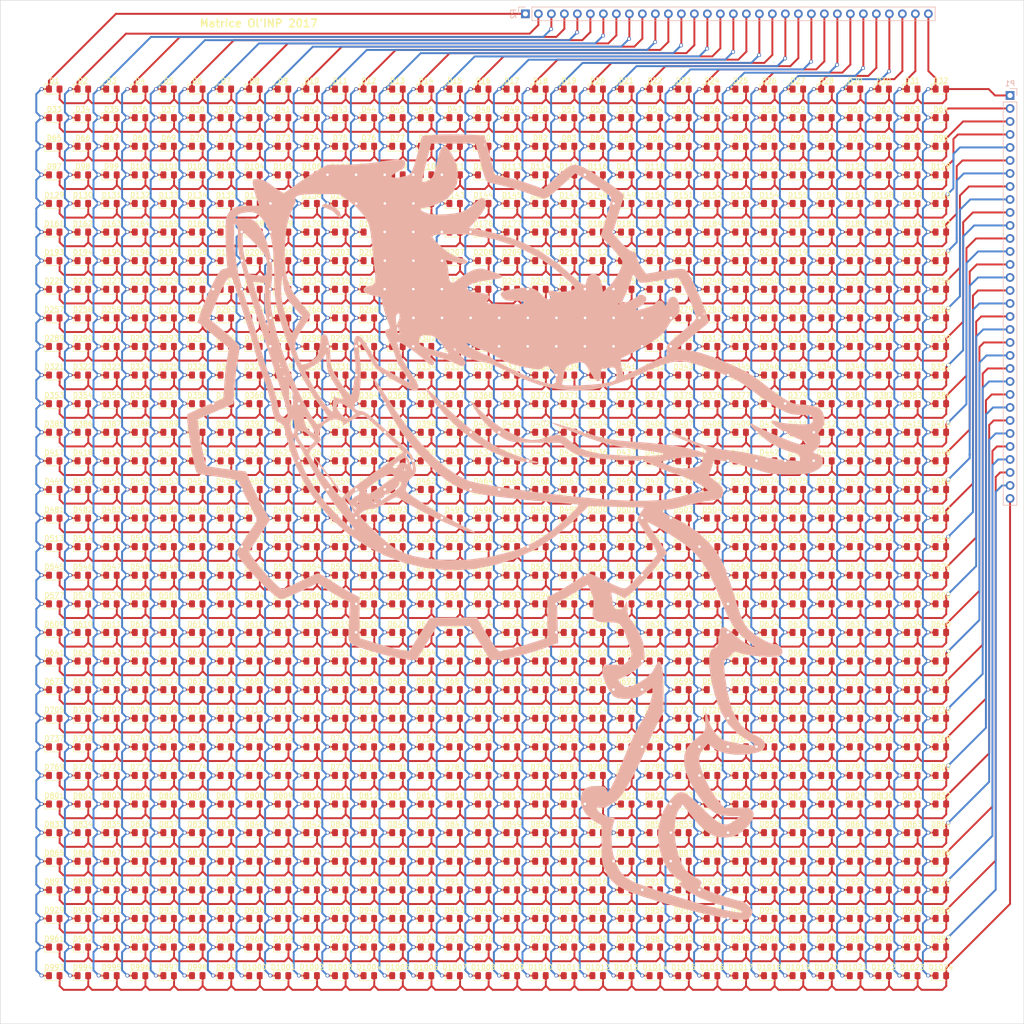
<source format=kicad_pcb>
(kicad_pcb (version 20171130) (host pcbnew "(5.1.4)-1")
  (layers (0 F.Cu signal) (31 B.Cu signal) (34 B.Paste user) (35 F.Paste user) (36 B.SilkS user) (37 F.SilkS user) (38 B.Mask user) (39 F.Mask user) (44 Edge.Cuts user))
  (net 0 "")
  (net 1 "Net-(D1-Pad1)")
  (net 2 "Net-(D1-Pad2)")
  (net 3 "Net-(D100-Pad2)")
  (net 4 "Net-(D100-Pad1)")
  (net 5 "Net-(D130-Pad1)")
  (net 6 "Net-(D131-Pad1)")
  (net 7 "Net-(D101-Pad1)")
  (net 8 "Net-(D102-Pad1)")
  (net 9 "Net-(D103-Pad1)")
  (net 10 "Net-(D1000-Pad1)")
  (net 11 "Net-(D1001-Pad1)")
  (net 12 "Net-(D10-Pad1)")
  (net 13 "Net-(D1003-Pad1)")
  (net 14 "Net-(D1004-Pad1)")
  (net 15 "Net-(D1005-Pad1)")
  (net 16 "Net-(D1006-Pad1)")
  (net 17 "Net-(D1007-Pad1)")
  (net 18 "Net-(D1008-Pad1)")
  (net 19 "Net-(D1009-Pad1)")
  (net 20 "Net-(D1010-Pad1)")
  (net 21 "Net-(D1011-Pad1)")
  (net 22 "Net-(D1012-Pad1)")
  (net 23 "Net-(D1013-Pad1)")
  (net 24 "Net-(D1014-Pad1)")
  (net 25 "Net-(D1015-Pad1)")
  (net 26 "Net-(D1016-Pad1)")
  (net 27 "Net-(D1017-Pad1)")
  (net 28 "Net-(D1018-Pad1)")
  (net 29 "Net-(D1019-Pad1)")
  (net 30 "Net-(D1020-Pad1)")
  (net 31 "Net-(D1021-Pad1)")
  (net 32 "Net-(D1022-Pad1)")
  (net 33 "Net-(D1023-Pad1)")
  (net 34 "Net-(D1024-Pad1)")
  (net 35 "Net-(D33-Pad2)")
  (net 36 "Net-(D65-Pad2)")
  (net 37 "Net-(D129-Pad2)")
  (net 38 "Net-(D161-Pad2)")
  (net 39 "Net-(D193-Pad2)")
  (net 40 "Net-(D225-Pad2)")
  (net 41 "Net-(D257-Pad2)")
  (net 42 "Net-(D289-Pad2)")
  (net 43 "Net-(D321-Pad2)")
  (net 44 "Net-(D353-Pad2)")
  (net 45 "Net-(D385-Pad2)")
  (net 46 "Net-(D417-Pad2)")
  (net 47 "Net-(D449-Pad2)")
  (net 48 "Net-(D481-Pad2)")
  (net 49 "Net-(D513-Pad2)")
  (net 50 "Net-(D545-Pad2)")
  (net 51 "Net-(D577-Pad2)")
  (net 52 "Net-(D609-Pad2)")
  (net 53 "Net-(D641-Pad2)")
  (net 54 "Net-(D673-Pad2)")
  (net 55 "Net-(D705-Pad2)")
  (net 56 "Net-(D737-Pad2)")
  (net 57 "Net-(D769-Pad2)")
  (net 58 "Net-(D801-Pad2)")
  (net 59 "Net-(D833-Pad2)")
  (net 60 "Net-(D865-Pad2)")
  (net 61 "Net-(D897-Pad2)")
  (net 62 "Net-(D929-Pad2)")
  (net 63 "Net-(D961-Pad2)")
  (net 64 "Net-(D1000-Pad2)")
  (module Matrice:robotronik_logo_big (layer B.Cu) (at 167.5 138.5 180)
    (fp_text reference LOGO1 hide)
    (fp_text value Logo_Open_Hardware_Small hide)
  )
  (module MountingHole:MountingHole_3.2mm_M3 (layer F.Cu) (at 269.5 229.5)
    (fp_text reference PAD4 hide)
    (fp_text value MountingHole)
    (pad 1 np_thru_hole circle (at 0 0) (size 3.2 3.2) (drill 3.2) (layers *.Cu *.Mask))
  )
  (module MountingHole:MountingHole_3.2mm_M3 (layer F.Cu) (at 80.5 229.5)
    (fp_text reference PAD3 hide)
    (fp_text value MountingHole)
    (pad 1 np_thru_hole circle (at 0 0) (size 3.2 3.2) (drill 3.2) (layers *.Cu *.Mask))
  )
  (module MountingHole:MountingHole_3.2mm_M3 (layer F.Cu) (at 269.5 40.5)
    (fp_text reference PAD2 hide)
    (fp_text value MountingHole)
    (pad 1 np_thru_hole circle (at 0 0) (size 3.2 3.2) (drill 3.2) (layers *.Cu *.Mask))
  )
  (module MountingHole:MountingHole_3.2mm_M3 (layer F.Cu) (at 80.5 40.5)
    (fp_text reference PAD1 hide)
    (fp_text value MountingHole)
    (pad 1 np_thru_hole circle (at 0 0) (size 3.2 3.2) (drill 3.2) (layers *.Cu *.Mask))
  )
  (module Connector_PinHeader_2.54mm:PinHeader_1x32_P2.54mm_Vertical (layer B.Cu) (at 177.6 37.65 270)
    (fp_text reference P2 (at 0 2.33 90) (layer B.SilkS) (effects (justify mirror)))
    (fp_text value CONN_01X32)
    (pad 32 thru_hole oval (at 0 -78.74 270) (size 1.7 1.7) (drill 1) (layers *.Cu *.Mask) (net 34 "Net-(D1024-Pad1)"))
    (pad 31 thru_hole oval (at 0 -76.2 270) (size 1.7 1.7) (drill 1) (layers *.Cu *.Mask) (net 33 "Net-(D1023-Pad1)"))
    (pad 30 thru_hole oval (at 0 -73.66 270) (size 1.7 1.7) (drill 1) (layers *.Cu *.Mask) (net 32 "Net-(D1022-Pad1)"))
    (pad 29 thru_hole oval (at 0 -71.12 270) (size 1.7 1.7) (drill 1) (layers *.Cu *.Mask) (net 31 "Net-(D1021-Pad1)"))
    (pad 28 thru_hole oval (at 0 -68.58 270) (size 1.7 1.7) (drill 1) (layers *.Cu *.Mask) (net 30 "Net-(D1020-Pad1)"))
    (pad 27 thru_hole oval (at 0 -66.04 270) (size 1.7 1.7) (drill 1) (layers *.Cu *.Mask) (net 29 "Net-(D1019-Pad1)"))
    (pad 26 thru_hole oval (at 0 -63.5 270) (size 1.7 1.7) (drill 1) (layers *.Cu *.Mask) (net 28 "Net-(D1018-Pad1)"))
    (pad 25 thru_hole oval (at 0 -60.96 270) (size 1.7 1.7) (drill 1) (layers *.Cu *.Mask) (net 27 "Net-(D1017-Pad1)"))
    (pad 24 thru_hole oval (at 0 -58.42 270) (size 1.7 1.7) (drill 1) (layers *.Cu *.Mask) (net 26 "Net-(D1016-Pad1)"))
    (pad 23 thru_hole oval (at 0 -55.88 270) (size 1.7 1.7) (drill 1) (layers *.Cu *.Mask) (net 25 "Net-(D1015-Pad1)"))
    (pad 22 thru_hole oval (at 0 -53.34 270) (size 1.7 1.7) (drill 1) (layers *.Cu *.Mask) (net 24 "Net-(D1014-Pad1)"))
    (pad 21 thru_hole oval (at 0 -50.8 270) (size 1.7 1.7) (drill 1) (layers *.Cu *.Mask) (net 23 "Net-(D1013-Pad1)"))
    (pad 20 thru_hole oval (at 0 -48.26 270) (size 1.7 1.7) (drill 1) (layers *.Cu *.Mask) (net 22 "Net-(D1012-Pad1)"))
    (pad 19 thru_hole oval (at 0 -45.72 270) (size 1.7 1.7) (drill 1) (layers *.Cu *.Mask) (net 21 "Net-(D1011-Pad1)"))
    (pad 18 thru_hole oval (at 0 -43.18 270) (size 1.7 1.7) (drill 1) (layers *.Cu *.Mask) (net 20 "Net-(D1010-Pad1)"))
    (pad 17 thru_hole oval (at 0 -40.64 270) (size 1.7 1.7) (drill 1) (layers *.Cu *.Mask) (net 19 "Net-(D1009-Pad1)"))
    (pad 16 thru_hole oval (at 0 -38.1 270) (size 1.7 1.7) (drill 1) (layers *.Cu *.Mask) (net 18 "Net-(D1008-Pad1)"))
    (pad 15 thru_hole oval (at 0 -35.56 270) (size 1.7 1.7) (drill 1) (layers *.Cu *.Mask) (net 17 "Net-(D1007-Pad1)"))
    (pad 14 thru_hole oval (at 0 -33.02 270) (size 1.7 1.7) (drill 1) (layers *.Cu *.Mask) (net 16 "Net-(D1006-Pad1)"))
    (pad 13 thru_hole oval (at 0 -30.48 270) (size 1.7 1.7) (drill 1) (layers *.Cu *.Mask) (net 15 "Net-(D1005-Pad1)"))
    (pad 12 thru_hole oval (at 0 -27.94 270) (size 1.7 1.7) (drill 1) (layers *.Cu *.Mask) (net 14 "Net-(D1004-Pad1)"))
    (pad 11 thru_hole oval (at 0 -25.4 270) (size 1.7 1.7) (drill 1) (layers *.Cu *.Mask) (net 13 "Net-(D1003-Pad1)"))
    (pad 10 thru_hole oval (at 0 -22.86 270) (size 1.7 1.7) (drill 1) (layers *.Cu *.Mask) (net 12 "Net-(D10-Pad1)"))
    (pad 9 thru_hole oval (at 0 -20.32 270) (size 1.7 1.7) (drill 1) (layers *.Cu *.Mask) (net 11 "Net-(D1001-Pad1)"))
    (pad 8 thru_hole oval (at 0 -17.78 270) (size 1.7 1.7) (drill 1) (layers *.Cu *.Mask) (net 10 "Net-(D1000-Pad1)"))
    (pad 7 thru_hole oval (at 0 -15.24 270) (size 1.7 1.7) (drill 1) (layers *.Cu *.Mask) (net 9 "Net-(D103-Pad1)"))
    (pad 6 thru_hole oval (at 0 -12.7 270) (size 1.7 1.7) (drill 1) (layers *.Cu *.Mask) (net 8 "Net-(D102-Pad1)"))
    (pad 5 thru_hole oval (at 0 -10.16 270) (size 1.7 1.7) (drill 1) (layers *.Cu *.Mask) (net 7 "Net-(D101-Pad1)"))
    (pad 4 thru_hole oval (at 0 -7.62 270) (size 1.7 1.7) (drill 1) (layers *.Cu *.Mask) (net 4 "Net-(D100-Pad1)"))
    (pad 3 thru_hole oval (at 0 -5.08 270) (size 1.7 1.7) (drill 1) (layers *.Cu *.Mask) (net 6 "Net-(D131-Pad1)"))
    (pad 2 thru_hole oval (at 0 -2.54 270) (size 1.7 1.7) (drill 1) (layers *.Cu *.Mask) (net 5 "Net-(D130-Pad1)"))
    (pad 1 thru_hole rect (at 0 0 270) (size 1.7 1.7) (drill 1) (layers *.Cu *.Mask) (net 1 "Net-(D1-Pad1)"))
  )
  (module Connector_PinHeader_2.54mm:PinHeader_1x32_P2.54mm_Vertical (layer B.Cu) (at 272.3 53.6 180)
    (fp_text reference P1 (at 0 2.33) (layer B.SilkS) (effects (justify mirror)))
    (fp_text value CONN_01X32)
    (pad 32 thru_hole oval (at 0 -78.74 180) (size 1.7 1.7) (drill 1) (layers *.Cu *.Mask) (net 64 "Net-(D1000-Pad2)"))
    (pad 31 thru_hole oval (at 0 -76.2 180) (size 1.7 1.7) (drill 1) (layers *.Cu *.Mask) (net 63 "Net-(D961-Pad2)"))
    (pad 30 thru_hole oval (at 0 -73.66 180) (size 1.7 1.7) (drill 1) (layers *.Cu *.Mask) (net 62 "Net-(D929-Pad2)"))
    (pad 29 thru_hole oval (at 0 -71.12 180) (size 1.7 1.7) (drill 1) (layers *.Cu *.Mask) (net 61 "Net-(D897-Pad2)"))
    (pad 28 thru_hole oval (at 0 -68.58 180) (size 1.7 1.7) (drill 1) (layers *.Cu *.Mask) (net 60 "Net-(D865-Pad2)"))
    (pad 27 thru_hole oval (at 0 -66.04 180) (size 1.7 1.7) (drill 1) (layers *.Cu *.Mask) (net 59 "Net-(D833-Pad2)"))
    (pad 26 thru_hole oval (at 0 -63.5 180) (size 1.7 1.7) (drill 1) (layers *.Cu *.Mask) (net 58 "Net-(D801-Pad2)"))
    (pad 25 thru_hole oval (at 0 -60.96 180) (size 1.7 1.7) (drill 1) (layers *.Cu *.Mask) (net 57 "Net-(D769-Pad2)"))
    (pad 24 thru_hole oval (at 0 -58.42 180) (size 1.7 1.7) (drill 1) (layers *.Cu *.Mask) (net 56 "Net-(D737-Pad2)"))
    (pad 23 thru_hole oval (at 0 -55.88 180) (size 1.7 1.7) (drill 1) (layers *.Cu *.Mask) (net 55 "Net-(D705-Pad2)"))
    (pad 22 thru_hole oval (at 0 -53.34 180) (size 1.7 1.7) (drill 1) (layers *.Cu *.Mask) (net 54 "Net-(D673-Pad2)"))
    (pad 21 thru_hole oval (at 0 -50.8 180) (size 1.7 1.7) (drill 1) (layers *.Cu *.Mask) (net 53 "Net-(D641-Pad2)"))
    (pad 20 thru_hole oval (at 0 -48.26 180) (size 1.7 1.7) (drill 1) (layers *.Cu *.Mask) (net 52 "Net-(D609-Pad2)"))
    (pad 19 thru_hole oval (at 0 -45.72 180) (size 1.7 1.7) (drill 1) (layers *.Cu *.Mask) (net 51 "Net-(D577-Pad2)"))
    (pad 18 thru_hole oval (at 0 -43.18 180) (size 1.7 1.7) (drill 1) (layers *.Cu *.Mask) (net 50 "Net-(D545-Pad2)"))
    (pad 17 thru_hole oval (at 0 -40.64 180) (size 1.7 1.7) (drill 1) (layers *.Cu *.Mask) (net 49 "Net-(D513-Pad2)"))
    (pad 16 thru_hole oval (at 0 -38.1 180) (size 1.7 1.7) (drill 1) (layers *.Cu *.Mask) (net 48 "Net-(D481-Pad2)"))
    (pad 15 thru_hole oval (at 0 -35.56 180) (size 1.7 1.7) (drill 1) (layers *.Cu *.Mask) (net 47 "Net-(D449-Pad2)"))
    (pad 14 thru_hole oval (at 0 -33.02 180) (size 1.7 1.7) (drill 1) (layers *.Cu *.Mask) (net 46 "Net-(D417-Pad2)"))
    (pad 13 thru_hole oval (at 0 -30.48 180) (size 1.7 1.7) (drill 1) (layers *.Cu *.Mask) (net 45 "Net-(D385-Pad2)"))
    (pad 12 thru_hole oval (at 0 -27.94 180) (size 1.7 1.7) (drill 1) (layers *.Cu *.Mask) (net 44 "Net-(D353-Pad2)"))
    (pad 11 thru_hole oval (at 0 -25.4 180) (size 1.7 1.7) (drill 1) (layers *.Cu *.Mask) (net 43 "Net-(D321-Pad2)"))
    (pad 10 thru_hole oval (at 0 -22.86 180) (size 1.7 1.7) (drill 1) (layers *.Cu *.Mask) (net 42 "Net-(D289-Pad2)"))
    (pad 9 thru_hole oval (at 0 -20.32 180) (size 1.7 1.7) (drill 1) (layers *.Cu *.Mask) (net 41 "Net-(D257-Pad2)"))
    (pad 8 thru_hole oval (at 0 -17.78 180) (size 1.7 1.7) (drill 1) (layers *.Cu *.Mask) (net 40 "Net-(D225-Pad2)"))
    (pad 7 thru_hole oval (at 0 -15.24 180) (size 1.7 1.7) (drill 1) (layers *.Cu *.Mask) (net 39 "Net-(D193-Pad2)"))
    (pad 6 thru_hole oval (at 0 -12.7 180) (size 1.7 1.7) (drill 1) (layers *.Cu *.Mask) (net 38 "Net-(D161-Pad2)"))
    (pad 5 thru_hole oval (at 0 -10.16 180) (size 1.7 1.7) (drill 1) (layers *.Cu *.Mask) (net 37 "Net-(D129-Pad2)"))
    (pad 4 thru_hole oval (at 0 -7.62 180) (size 1.7 1.7) (drill 1) (layers *.Cu *.Mask) (net 3 "Net-(D100-Pad2)"))
    (pad 3 thru_hole oval (at 0 -5.08 180) (size 1.7 1.7) (drill 1) (layers *.Cu *.Mask) (net 36 "Net-(D65-Pad2)"))
    (pad 2 thru_hole oval (at 0 -2.54 180) (size 1.7 1.7) (drill 1) (layers *.Cu *.Mask) (net 35 "Net-(D33-Pad2)"))
    (pad 1 thru_hole rect (at 0 0 180) (size 1.7 1.7) (drill 1) (layers *.Cu *.Mask) (net 2 "Net-(D1-Pad2)"))
  )
  (module LED_SMD:LED_0805_2012Metric_Pad1.15x1.40mm_HandSolder (layer F.Cu) (at 258.782 225.581)
    (fp_text reference D1024 (at 0 -1.65) (layer F.SilkS))
    (fp_text value LED)
    (pad 2 smd roundrect (at 1.025 0) (size 1.15 1.4) (layers F.Cu F.Paste F.Mask) (roundrect_rratio 0.217391) (net 64 "Net-(D1000-Pad2)"))
    (pad 1 smd roundrect (at -1.025 0) (size 1.15 1.4) (layers F.Cu F.Paste F.Mask) (roundrect_rratio 0.217391) (net 34 "Net-(D1024-Pad1)"))
  )
  (module LED_SMD:LED_0805_2012Metric_Pad1.15x1.40mm_HandSolder (layer F.Cu) (at 253.194 225.581)
    (fp_text reference D1023 (at 0 -1.65) (layer F.SilkS))
    (fp_text value LED)
    (pad 2 smd roundrect (at 1.025 0) (size 1.15 1.4) (layers F.Cu F.Paste F.Mask) (roundrect_rratio 0.217391) (net 64 "Net-(D1000-Pad2)"))
    (pad 1 smd roundrect (at -1.025 0) (size 1.15 1.4) (layers F.Cu F.Paste F.Mask) (roundrect_rratio 0.217391) (net 33 "Net-(D1023-Pad1)"))
  )
  (module LED_SMD:LED_0805_2012Metric_Pad1.15x1.40mm_HandSolder (layer F.Cu) (at 247.606 225.581)
    (fp_text reference D1022 (at 0 -1.65) (layer F.SilkS))
    (fp_text value LED)
    (pad 2 smd roundrect (at 1.025 0) (size 1.15 1.4) (layers F.Cu F.Paste F.Mask) (roundrect_rratio 0.217391) (net 64 "Net-(D1000-Pad2)"))
    (pad 1 smd roundrect (at -1.025 0) (size 1.15 1.4) (layers F.Cu F.Paste F.Mask) (roundrect_rratio 0.217391) (net 32 "Net-(D1022-Pad1)"))
  )
  (module LED_SMD:LED_0805_2012Metric_Pad1.15x1.40mm_HandSolder (layer F.Cu) (at 242.018 225.581)
    (fp_text reference D1021 (at 0 -1.65) (layer F.SilkS))
    (fp_text value LED)
    (pad 2 smd roundrect (at 1.025 0) (size 1.15 1.4) (layers F.Cu F.Paste F.Mask) (roundrect_rratio 0.217391) (net 64 "Net-(D1000-Pad2)"))
    (pad 1 smd roundrect (at -1.025 0) (size 1.15 1.4) (layers F.Cu F.Paste F.Mask) (roundrect_rratio 0.217391) (net 31 "Net-(D1021-Pad1)"))
  )
  (module LED_SMD:LED_0805_2012Metric_Pad1.15x1.40mm_HandSolder (layer F.Cu) (at 236.43 225.581)
    (fp_text reference D1020 (at 0 -1.65) (layer F.SilkS))
    (fp_text value LED)
    (pad 2 smd roundrect (at 1.025 0) (size 1.15 1.4) (layers F.Cu F.Paste F.Mask) (roundrect_rratio 0.217391) (net 64 "Net-(D1000-Pad2)"))
    (pad 1 smd roundrect (at -1.025 0) (size 1.15 1.4) (layers F.Cu F.Paste F.Mask) (roundrect_rratio 0.217391) (net 30 "Net-(D1020-Pad1)"))
  )
  (module LED_SMD:LED_0805_2012Metric_Pad1.15x1.40mm_HandSolder (layer F.Cu) (at 230.842 225.581)
    (fp_text reference D1019 (at 0 -1.65) (layer F.SilkS))
    (fp_text value LED)
    (pad 2 smd roundrect (at 1.025 0) (size 1.15 1.4) (layers F.Cu F.Paste F.Mask) (roundrect_rratio 0.217391) (net 64 "Net-(D1000-Pad2)"))
    (pad 1 smd roundrect (at -1.025 0) (size 1.15 1.4) (layers F.Cu F.Paste F.Mask) (roundrect_rratio 0.217391) (net 29 "Net-(D1019-Pad1)"))
  )
  (module LED_SMD:LED_0805_2012Metric_Pad1.15x1.40mm_HandSolder (layer F.Cu) (at 225.254 225.581)
    (fp_text reference D1018 (at 0 -1.65) (layer F.SilkS))
    (fp_text value LED)
    (pad 2 smd roundrect (at 1.025 0) (size 1.15 1.4) (layers F.Cu F.Paste F.Mask) (roundrect_rratio 0.217391) (net 64 "Net-(D1000-Pad2)"))
    (pad 1 smd roundrect (at -1.025 0) (size 1.15 1.4) (layers F.Cu F.Paste F.Mask) (roundrect_rratio 0.217391) (net 28 "Net-(D1018-Pad1)"))
  )
  (module LED_SMD:LED_0805_2012Metric_Pad1.15x1.40mm_HandSolder (layer F.Cu) (at 219.666 225.581)
    (fp_text reference D1017 (at 0 -1.65) (layer F.SilkS))
    (fp_text value LED)
    (pad 2 smd roundrect (at 1.025 0) (size 1.15 1.4) (layers F.Cu F.Paste F.Mask) (roundrect_rratio 0.217391) (net 64 "Net-(D1000-Pad2)"))
    (pad 1 smd roundrect (at -1.025 0) (size 1.15 1.4) (layers F.Cu F.Paste F.Mask) (roundrect_rratio 0.217391) (net 27 "Net-(D1017-Pad1)"))
  )
  (module LED_SMD:LED_0805_2012Metric_Pad1.15x1.40mm_HandSolder (layer F.Cu) (at 214.078 225.581)
    (fp_text reference D1016 (at 0 -1.65) (layer F.SilkS))
    (fp_text value LED)
    (pad 2 smd roundrect (at 1.025 0) (size 1.15 1.4) (layers F.Cu F.Paste F.Mask) (roundrect_rratio 0.217391) (net 64 "Net-(D1000-Pad2)"))
    (pad 1 smd roundrect (at -1.025 0) (size 1.15 1.4) (layers F.Cu F.Paste F.Mask) (roundrect_rratio 0.217391) (net 26 "Net-(D1016-Pad1)"))
  )
  (module LED_SMD:LED_0805_2012Metric_Pad1.15x1.40mm_HandSolder (layer F.Cu) (at 208.49 225.581)
    (fp_text reference D1015 (at 0 -1.65) (layer F.SilkS))
    (fp_text value LED)
    (pad 2 smd roundrect (at 1.025 0) (size 1.15 1.4) (layers F.Cu F.Paste F.Mask) (roundrect_rratio 0.217391) (net 64 "Net-(D1000-Pad2)"))
    (pad 1 smd roundrect (at -1.025 0) (size 1.15 1.4) (layers F.Cu F.Paste F.Mask) (roundrect_rratio 0.217391) (net 25 "Net-(D1015-Pad1)"))
  )
  (module LED_SMD:LED_0805_2012Metric_Pad1.15x1.40mm_HandSolder (layer F.Cu) (at 202.902 225.581)
    (fp_text reference D1014 (at 0 -1.65) (layer F.SilkS))
    (fp_text value LED)
    (pad 2 smd roundrect (at 1.025 0) (size 1.15 1.4) (layers F.Cu F.Paste F.Mask) (roundrect_rratio 0.217391) (net 64 "Net-(D1000-Pad2)"))
    (pad 1 smd roundrect (at -1.025 0) (size 1.15 1.4) (layers F.Cu F.Paste F.Mask) (roundrect_rratio 0.217391) (net 24 "Net-(D1014-Pad1)"))
  )
  (module LED_SMD:LED_0805_2012Metric_Pad1.15x1.40mm_HandSolder (layer F.Cu) (at 197.314 225.581)
    (fp_text reference D1013 (at 0 -1.65) (layer F.SilkS))
    (fp_text value LED)
    (pad 2 smd roundrect (at 1.025 0) (size 1.15 1.4) (layers F.Cu F.Paste F.Mask) (roundrect_rratio 0.217391) (net 64 "Net-(D1000-Pad2)"))
    (pad 1 smd roundrect (at -1.025 0) (size 1.15 1.4) (layers F.Cu F.Paste F.Mask) (roundrect_rratio 0.217391) (net 23 "Net-(D1013-Pad1)"))
  )
  (module LED_SMD:LED_0805_2012Metric_Pad1.15x1.40mm_HandSolder (layer F.Cu) (at 191.726 225.581)
    (fp_text reference D1012 (at 0 -1.65) (layer F.SilkS))
    (fp_text value LED)
    (pad 2 smd roundrect (at 1.025 0) (size 1.15 1.4) (layers F.Cu F.Paste F.Mask) (roundrect_rratio 0.217391) (net 64 "Net-(D1000-Pad2)"))
    (pad 1 smd roundrect (at -1.025 0) (size 1.15 1.4) (layers F.Cu F.Paste F.Mask) (roundrect_rratio 0.217391) (net 22 "Net-(D1012-Pad1)"))
  )
  (module LED_SMD:LED_0805_2012Metric_Pad1.15x1.40mm_HandSolder (layer F.Cu) (at 186.138 225.581)
    (fp_text reference D1011 (at 0 -1.65) (layer F.SilkS))
    (fp_text value LED)
    (pad 2 smd roundrect (at 1.025 0) (size 1.15 1.4) (layers F.Cu F.Paste F.Mask) (roundrect_rratio 0.217391) (net 64 "Net-(D1000-Pad2)"))
    (pad 1 smd roundrect (at -1.025 0) (size 1.15 1.4) (layers F.Cu F.Paste F.Mask) (roundrect_rratio 0.217391) (net 21 "Net-(D1011-Pad1)"))
  )
  (module LED_SMD:LED_0805_2012Metric_Pad1.15x1.40mm_HandSolder (layer F.Cu) (at 180.55 225.581)
    (fp_text reference D1010 (at 0 -1.65) (layer F.SilkS))
    (fp_text value LED)
    (pad 2 smd roundrect (at 1.025 0) (size 1.15 1.4) (layers F.Cu F.Paste F.Mask) (roundrect_rratio 0.217391) (net 64 "Net-(D1000-Pad2)"))
    (pad 1 smd roundrect (at -1.025 0) (size 1.15 1.4) (layers F.Cu F.Paste F.Mask) (roundrect_rratio 0.217391) (net 20 "Net-(D1010-Pad1)"))
  )
  (module LED_SMD:LED_0805_2012Metric_Pad1.15x1.40mm_HandSolder (layer F.Cu) (at 174.962 225.581)
    (fp_text reference D1009 (at 0 -1.65) (layer F.SilkS))
    (fp_text value LED)
    (pad 2 smd roundrect (at 1.025 0) (size 1.15 1.4) (layers F.Cu F.Paste F.Mask) (roundrect_rratio 0.217391) (net 64 "Net-(D1000-Pad2)"))
    (pad 1 smd roundrect (at -1.025 0) (size 1.15 1.4) (layers F.Cu F.Paste F.Mask) (roundrect_rratio 0.217391) (net 19 "Net-(D1009-Pad1)"))
  )
  (module LED_SMD:LED_0805_2012Metric_Pad1.15x1.40mm_HandSolder (layer F.Cu) (at 169.374 225.581)
    (fp_text reference D1008 (at 0 -1.65) (layer F.SilkS))
    (fp_text value LED)
    (pad 2 smd roundrect (at 1.025 0) (size 1.15 1.4) (layers F.Cu F.Paste F.Mask) (roundrect_rratio 0.217391) (net 64 "Net-(D1000-Pad2)"))
    (pad 1 smd roundrect (at -1.025 0) (size 1.15 1.4) (layers F.Cu F.Paste F.Mask) (roundrect_rratio 0.217391) (net 18 "Net-(D1008-Pad1)"))
  )
  (module LED_SMD:LED_0805_2012Metric_Pad1.15x1.40mm_HandSolder (layer F.Cu) (at 163.786 225.581)
    (fp_text reference D1007 (at 0 -1.65) (layer F.SilkS))
    (fp_text value LED)
    (pad 2 smd roundrect (at 1.025 0) (size 1.15 1.4) (layers F.Cu F.Paste F.Mask) (roundrect_rratio 0.217391) (net 64 "Net-(D1000-Pad2)"))
    (pad 1 smd roundrect (at -1.025 0) (size 1.15 1.4) (layers F.Cu F.Paste F.Mask) (roundrect_rratio 0.217391) (net 17 "Net-(D1007-Pad1)"))
  )
  (module LED_SMD:LED_0805_2012Metric_Pad1.15x1.40mm_HandSolder (layer F.Cu) (at 158.198 225.581)
    (fp_text reference D1006 (at 0 -1.65) (layer F.SilkS))
    (fp_text value LED)
    (pad 2 smd roundrect (at 1.025 0) (size 1.15 1.4) (layers F.Cu F.Paste F.Mask) (roundrect_rratio 0.217391) (net 64 "Net-(D1000-Pad2)"))
    (pad 1 smd roundrect (at -1.025 0) (size 1.15 1.4) (layers F.Cu F.Paste F.Mask) (roundrect_rratio 0.217391) (net 16 "Net-(D1006-Pad1)"))
  )
  (module LED_SMD:LED_0805_2012Metric_Pad1.15x1.40mm_HandSolder (layer F.Cu) (at 152.61 225.581)
    (fp_text reference D1005 (at 0 -1.65) (layer F.SilkS))
    (fp_text value LED)
    (pad 2 smd roundrect (at 1.025 0) (size 1.15 1.4) (layers F.Cu F.Paste F.Mask) (roundrect_rratio 0.217391) (net 64 "Net-(D1000-Pad2)"))
    (pad 1 smd roundrect (at -1.025 0) (size 1.15 1.4) (layers F.Cu F.Paste F.Mask) (roundrect_rratio 0.217391) (net 15 "Net-(D1005-Pad1)"))
  )
  (module LED_SMD:LED_0805_2012Metric_Pad1.15x1.40mm_HandSolder (layer F.Cu) (at 147.022 225.581)
    (fp_text reference D1004 (at 0 -1.65) (layer F.SilkS))
    (fp_text value LED)
    (pad 2 smd roundrect (at 1.025 0) (size 1.15 1.4) (layers F.Cu F.Paste F.Mask) (roundrect_rratio 0.217391) (net 64 "Net-(D1000-Pad2)"))
    (pad 1 smd roundrect (at -1.025 0) (size 1.15 1.4) (layers F.Cu F.Paste F.Mask) (roundrect_rratio 0.217391) (net 14 "Net-(D1004-Pad1)"))
  )
  (module LED_SMD:LED_0805_2012Metric_Pad1.15x1.40mm_HandSolder (layer F.Cu) (at 141.434 225.581)
    (fp_text reference D1003 (at 0 -1.65) (layer F.SilkS))
    (fp_text value LED)
    (pad 2 smd roundrect (at 1.025 0) (size 1.15 1.4) (layers F.Cu F.Paste F.Mask) (roundrect_rratio 0.217391) (net 64 "Net-(D1000-Pad2)"))
    (pad 1 smd roundrect (at -1.025 0) (size 1.15 1.4) (layers F.Cu F.Paste F.Mask) (roundrect_rratio 0.217391) (net 13 "Net-(D1003-Pad1)"))
  )
  (module LED_SMD:LED_0805_2012Metric_Pad1.15x1.40mm_HandSolder (layer F.Cu) (at 135.846 225.581)
    (fp_text reference D1002 (at 0 -1.65) (layer F.SilkS))
    (fp_text value LED)
    (pad 2 smd roundrect (at 1.025 0) (size 1.15 1.4) (layers F.Cu F.Paste F.Mask) (roundrect_rratio 0.217391) (net 64 "Net-(D1000-Pad2)"))
    (pad 1 smd roundrect (at -1.025 0) (size 1.15 1.4) (layers F.Cu F.Paste F.Mask) (roundrect_rratio 0.217391) (net 12 "Net-(D10-Pad1)"))
  )
  (module LED_SMD:LED_0805_2012Metric_Pad1.15x1.40mm_HandSolder (layer F.Cu) (at 130.258 225.581)
    (fp_text reference D1001 (at 0 -1.65) (layer F.SilkS))
    (fp_text value LED)
    (pad 2 smd roundrect (at 1.025 0) (size 1.15 1.4) (layers F.Cu F.Paste F.Mask) (roundrect_rratio 0.217391) (net 64 "Net-(D1000-Pad2)"))
    (pad 1 smd roundrect (at -1.025 0) (size 1.15 1.4) (layers F.Cu F.Paste F.Mask) (roundrect_rratio 0.217391) (net 11 "Net-(D1001-Pad1)"))
  )
  (module LED_SMD:LED_0805_2012Metric_Pad1.15x1.40mm_HandSolder (layer F.Cu) (at 124.67 225.581)
    (fp_text reference D1000 (at 0 -1.65) (layer F.SilkS))
    (fp_text value LED)
    (pad 2 smd roundrect (at 1.025 0) (size 1.15 1.4) (layers F.Cu F.Paste F.Mask) (roundrect_rratio 0.217391) (net 64 "Net-(D1000-Pad2)"))
    (pad 1 smd roundrect (at -1.025 0) (size 1.15 1.4) (layers F.Cu F.Paste F.Mask) (roundrect_rratio 0.217391) (net 10 "Net-(D1000-Pad1)"))
  )
  (module LED_SMD:LED_0805_2012Metric_Pad1.15x1.40mm_HandSolder (layer F.Cu) (at 119.082 225.581)
    (fp_text reference D999 (at 0 -1.65) (layer F.SilkS))
    (fp_text value LED)
    (pad 2 smd roundrect (at 1.025 0) (size 1.15 1.4) (layers F.Cu F.Paste F.Mask) (roundrect_rratio 0.217391) (net 64 "Net-(D1000-Pad2)"))
    (pad 1 smd roundrect (at -1.025 0) (size 1.15 1.4) (layers F.Cu F.Paste F.Mask) (roundrect_rratio 0.217391) (net 9 "Net-(D103-Pad1)"))
  )
  (module LED_SMD:LED_0805_2012Metric_Pad1.15x1.40mm_HandSolder (layer F.Cu) (at 113.494 225.581)
    (fp_text reference D998 (at 0 -1.65) (layer F.SilkS))
    (fp_text value LED)
    (pad 2 smd roundrect (at 1.025 0) (size 1.15 1.4) (layers F.Cu F.Paste F.Mask) (roundrect_rratio 0.217391) (net 64 "Net-(D1000-Pad2)"))
    (pad 1 smd roundrect (at -1.025 0) (size 1.15 1.4) (layers F.Cu F.Paste F.Mask) (roundrect_rratio 0.217391) (net 8 "Net-(D102-Pad1)"))
  )
  (module LED_SMD:LED_0805_2012Metric_Pad1.15x1.40mm_HandSolder (layer F.Cu) (at 107.906 225.581)
    (fp_text reference D997 (at 0 -1.65) (layer F.SilkS))
    (fp_text value LED)
    (pad 2 smd roundrect (at 1.025 0) (size 1.15 1.4) (layers F.Cu F.Paste F.Mask) (roundrect_rratio 0.217391) (net 64 "Net-(D1000-Pad2)"))
    (pad 1 smd roundrect (at -1.025 0) (size 1.15 1.4) (layers F.Cu F.Paste F.Mask) (roundrect_rratio 0.217391) (net 7 "Net-(D101-Pad1)"))
  )
  (module LED_SMD:LED_0805_2012Metric_Pad1.15x1.40mm_HandSolder (layer F.Cu) (at 102.318 225.581)
    (fp_text reference D996 (at 0 -1.65) (layer F.SilkS))
    (fp_text value LED)
    (pad 2 smd roundrect (at 1.025 0) (size 1.15 1.4) (layers F.Cu F.Paste F.Mask) (roundrect_rratio 0.217391) (net 64 "Net-(D1000-Pad2)"))
    (pad 1 smd roundrect (at -1.025 0) (size 1.15 1.4) (layers F.Cu F.Paste F.Mask) (roundrect_rratio 0.217391) (net 4 "Net-(D100-Pad1)"))
  )
  (module LED_SMD:LED_0805_2012Metric_Pad1.15x1.40mm_HandSolder (layer F.Cu) (at 96.73 225.581)
    (fp_text reference D995 (at 0 -1.65) (layer F.SilkS))
    (fp_text value LED)
    (pad 2 smd roundrect (at 1.025 0) (size 1.15 1.4) (layers F.Cu F.Paste F.Mask) (roundrect_rratio 0.217391) (net 64 "Net-(D1000-Pad2)"))
    (pad 1 smd roundrect (at -1.025 0) (size 1.15 1.4) (layers F.Cu F.Paste F.Mask) (roundrect_rratio 0.217391) (net 6 "Net-(D131-Pad1)"))
  )
  (module LED_SMD:LED_0805_2012Metric_Pad1.15x1.40mm_HandSolder (layer F.Cu) (at 91.142 225.581)
    (fp_text reference D994 (at 0 -1.65) (layer F.SilkS))
    (fp_text value LED)
    (pad 2 smd roundrect (at 1.025 0) (size 1.15 1.4) (layers F.Cu F.Paste F.Mask) (roundrect_rratio 0.217391) (net 64 "Net-(D1000-Pad2)"))
    (pad 1 smd roundrect (at -1.025 0) (size 1.15 1.4) (layers F.Cu F.Paste F.Mask) (roundrect_rratio 0.217391) (net 5 "Net-(D130-Pad1)"))
  )
  (module LED_SMD:LED_0805_2012Metric_Pad1.15x1.40mm_HandSolder (layer F.Cu) (at 85.554 225.581)
    (fp_text reference D993 (at 0 -1.65) (layer F.SilkS))
    (fp_text value LED)
    (pad 2 smd roundrect (at 1.025 0) (size 1.15 1.4) (layers F.Cu F.Paste F.Mask) (roundrect_rratio 0.217391) (net 64 "Net-(D1000-Pad2)"))
    (pad 1 smd roundrect (at -1.025 0) (size 1.15 1.4) (layers F.Cu F.Paste F.Mask) (roundrect_rratio 0.217391) (net 1 "Net-(D1-Pad1)"))
  )
  (module LED_SMD:LED_0805_2012Metric_Pad1.15x1.40mm_HandSolder (layer F.Cu) (at 258.782 219.993)
    (fp_text reference D992 (at 0 -1.65) (layer F.SilkS))
    (fp_text value LED)
    (pad 2 smd roundrect (at 1.025 0) (size 1.15 1.4) (layers F.Cu F.Paste F.Mask) (roundrect_rratio 0.217391) (net 63 "Net-(D961-Pad2)"))
    (pad 1 smd roundrect (at -1.025 0) (size 1.15 1.4) (layers F.Cu F.Paste F.Mask) (roundrect_rratio 0.217391) (net 34 "Net-(D1024-Pad1)"))
  )
  (module LED_SMD:LED_0805_2012Metric_Pad1.15x1.40mm_HandSolder (layer F.Cu) (at 253.194 219.993)
    (fp_text reference D991 (at 0 -1.65) (layer F.SilkS))
    (fp_text value LED)
    (pad 2 smd roundrect (at 1.025 0) (size 1.15 1.4) (layers F.Cu F.Paste F.Mask) (roundrect_rratio 0.217391) (net 63 "Net-(D961-Pad2)"))
    (pad 1 smd roundrect (at -1.025 0) (size 1.15 1.4) (layers F.Cu F.Paste F.Mask) (roundrect_rratio 0.217391) (net 33 "Net-(D1023-Pad1)"))
  )
  (module LED_SMD:LED_0805_2012Metric_Pad1.15x1.40mm_HandSolder (layer F.Cu) (at 247.606 219.993)
    (fp_text reference D990 (at 0 -1.65) (layer F.SilkS))
    (fp_text value LED)
    (pad 2 smd roundrect (at 1.025 0) (size 1.15 1.4) (layers F.Cu F.Paste F.Mask) (roundrect_rratio 0.217391) (net 63 "Net-(D961-Pad2)"))
    (pad 1 smd roundrect (at -1.025 0) (size 1.15 1.4) (layers F.Cu F.Paste F.Mask) (roundrect_rratio 0.217391) (net 32 "Net-(D1022-Pad1)"))
  )
  (module LED_SMD:LED_0805_2012Metric_Pad1.15x1.40mm_HandSolder (layer F.Cu) (at 242.018 219.993)
    (fp_text reference D989 (at 0 -1.65) (layer F.SilkS))
    (fp_text value LED)
    (pad 2 smd roundrect (at 1.025 0) (size 1.15 1.4) (layers F.Cu F.Paste F.Mask) (roundrect_rratio 0.217391) (net 63 "Net-(D961-Pad2)"))
    (pad 1 smd roundrect (at -1.025 0) (size 1.15 1.4) (layers F.Cu F.Paste F.Mask) (roundrect_rratio 0.217391) (net 31 "Net-(D1021-Pad1)"))
  )
  (module LED_SMD:LED_0805_2012Metric_Pad1.15x1.40mm_HandSolder (layer F.Cu) (at 236.43 219.993)
    (fp_text reference D988 (at 0 -1.65) (layer F.SilkS))
    (fp_text value LED)
    (pad 2 smd roundrect (at 1.025 0) (size 1.15 1.4) (layers F.Cu F.Paste F.Mask) (roundrect_rratio 0.217391) (net 63 "Net-(D961-Pad2)"))
    (pad 1 smd roundrect (at -1.025 0) (size 1.15 1.4) (layers F.Cu F.Paste F.Mask) (roundrect_rratio 0.217391) (net 30 "Net-(D1020-Pad1)"))
  )
  (module LED_SMD:LED_0805_2012Metric_Pad1.15x1.40mm_HandSolder (layer F.Cu) (at 230.842 219.993)
    (fp_text reference D987 (at 0 -1.65) (layer F.SilkS))
    (fp_text value LED)
    (pad 2 smd roundrect (at 1.025 0) (size 1.15 1.4) (layers F.Cu F.Paste F.Mask) (roundrect_rratio 0.217391) (net 63 "Net-(D961-Pad2)"))
    (pad 1 smd roundrect (at -1.025 0) (size 1.15 1.4) (layers F.Cu F.Paste F.Mask) (roundrect_rratio 0.217391) (net 29 "Net-(D1019-Pad1)"))
  )
  (module LED_SMD:LED_0805_2012Metric_Pad1.15x1.40mm_HandSolder (layer F.Cu) (at 225.254 219.993)
    (fp_text reference D986 (at 0 -1.65) (layer F.SilkS))
    (fp_text value LED)
    (pad 2 smd roundrect (at 1.025 0) (size 1.15 1.4) (layers F.Cu F.Paste F.Mask) (roundrect_rratio 0.217391) (net 63 "Net-(D961-Pad2)"))
    (pad 1 smd roundrect (at -1.025 0) (size 1.15 1.4) (layers F.Cu F.Paste F.Mask) (roundrect_rratio 0.217391) (net 28 "Net-(D1018-Pad1)"))
  )
  (module LED_SMD:LED_0805_2012Metric_Pad1.15x1.40mm_HandSolder (layer F.Cu) (at 219.666 219.993)
    (fp_text reference D985 (at 0 -1.65) (layer F.SilkS))
    (fp_text value LED)
    (pad 2 smd roundrect (at 1.025 0) (size 1.15 1.4) (layers F.Cu F.Paste F.Mask) (roundrect_rratio 0.217391) (net 63 "Net-(D961-Pad2)"))
    (pad 1 smd roundrect (at -1.025 0) (size 1.15 1.4) (layers F.Cu F.Paste F.Mask) (roundrect_rratio 0.217391) (net 27 "Net-(D1017-Pad1)"))
  )
  (module LED_SMD:LED_0805_2012Metric_Pad1.15x1.40mm_HandSolder (layer F.Cu) (at 214.078 219.993)
    (fp_text reference D984 (at 0 -1.65) (layer F.SilkS))
    (fp_text value LED)
    (pad 2 smd roundrect (at 1.025 0) (size 1.15 1.4) (layers F.Cu F.Paste F.Mask) (roundrect_rratio 0.217391) (net 63 "Net-(D961-Pad2)"))
    (pad 1 smd roundrect (at -1.025 0) (size 1.15 1.4) (layers F.Cu F.Paste F.Mask) (roundrect_rratio 0.217391) (net 26 "Net-(D1016-Pad1)"))
  )
  (module LED_SMD:LED_0805_2012Metric_Pad1.15x1.40mm_HandSolder (layer F.Cu) (at 208.49 219.993)
    (fp_text reference D983 (at 0 -1.65) (layer F.SilkS))
    (fp_text value LED)
    (pad 2 smd roundrect (at 1.025 0) (size 1.15 1.4) (layers F.Cu F.Paste F.Mask) (roundrect_rratio 0.217391) (net 63 "Net-(D961-Pad2)"))
    (pad 1 smd roundrect (at -1.025 0) (size 1.15 1.4) (layers F.Cu F.Paste F.Mask) (roundrect_rratio 0.217391) (net 25 "Net-(D1015-Pad1)"))
  )
  (module LED_SMD:LED_0805_2012Metric_Pad1.15x1.40mm_HandSolder (layer F.Cu) (at 202.902 219.993)
    (fp_text reference D982 (at 0 -1.65) (layer F.SilkS))
    (fp_text value LED)
    (pad 2 smd roundrect (at 1.025 0) (size 1.15 1.4) (layers F.Cu F.Paste F.Mask) (roundrect_rratio 0.217391) (net 63 "Net-(D961-Pad2)"))
    (pad 1 smd roundrect (at -1.025 0) (size 1.15 1.4) (layers F.Cu F.Paste F.Mask) (roundrect_rratio 0.217391) (net 24 "Net-(D1014-Pad1)"))
  )
  (module LED_SMD:LED_0805_2012Metric_Pad1.15x1.40mm_HandSolder (layer F.Cu) (at 197.314 219.993)
    (fp_text reference D981 (at 0 -1.65) (layer F.SilkS))
    (fp_text value LED)
    (pad 2 smd roundrect (at 1.025 0) (size 1.15 1.4) (layers F.Cu F.Paste F.Mask) (roundrect_rratio 0.217391) (net 63 "Net-(D961-Pad2)"))
    (pad 1 smd roundrect (at -1.025 0) (size 1.15 1.4) (layers F.Cu F.Paste F.Mask) (roundrect_rratio 0.217391) (net 23 "Net-(D1013-Pad1)"))
  )
  (module LED_SMD:LED_0805_2012Metric_Pad1.15x1.40mm_HandSolder (layer F.Cu) (at 191.726 219.993)
    (fp_text reference D980 (at 0 -1.65) (layer F.SilkS))
    (fp_text value LED)
    (pad 2 smd roundrect (at 1.025 0) (size 1.15 1.4) (layers F.Cu F.Paste F.Mask) (roundrect_rratio 0.217391) (net 63 "Net-(D961-Pad2)"))
    (pad 1 smd roundrect (at -1.025 0) (size 1.15 1.4) (layers F.Cu F.Paste F.Mask) (roundrect_rratio 0.217391) (net 22 "Net-(D1012-Pad1)"))
  )
  (module LED_SMD:LED_0805_2012Metric_Pad1.15x1.40mm_HandSolder (layer F.Cu) (at 186.138 219.993)
    (fp_text reference D979 (at 0 -1.65) (layer F.SilkS))
    (fp_text value LED)
    (pad 2 smd roundrect (at 1.025 0) (size 1.15 1.4) (layers F.Cu F.Paste F.Mask) (roundrect_rratio 0.217391) (net 63 "Net-(D961-Pad2)"))
    (pad 1 smd roundrect (at -1.025 0) (size 1.15 1.4) (layers F.Cu F.Paste F.Mask) (roundrect_rratio 0.217391) (net 21 "Net-(D1011-Pad1)"))
  )
  (module LED_SMD:LED_0805_2012Metric_Pad1.15x1.40mm_HandSolder (layer F.Cu) (at 180.55 219.993)
    (fp_text reference D978 (at 0 -1.65) (layer F.SilkS))
    (fp_text value LED)
    (pad 2 smd roundrect (at 1.025 0) (size 1.15 1.4) (layers F.Cu F.Paste F.Mask) (roundrect_rratio 0.217391) (net 63 "Net-(D961-Pad2)"))
    (pad 1 smd roundrect (at -1.025 0) (size 1.15 1.4) (layers F.Cu F.Paste F.Mask) (roundrect_rratio 0.217391) (net 20 "Net-(D1010-Pad1)"))
  )
  (module LED_SMD:LED_0805_2012Metric_Pad1.15x1.40mm_HandSolder (layer F.Cu) (at 174.962 219.993)
    (fp_text reference D977 (at 0 -1.65) (layer F.SilkS))
    (fp_text value LED)
    (pad 2 smd roundrect (at 1.025 0) (size 1.15 1.4) (layers F.Cu F.Paste F.Mask) (roundrect_rratio 0.217391) (net 63 "Net-(D961-Pad2)"))
    (pad 1 smd roundrect (at -1.025 0) (size 1.15 1.4) (layers F.Cu F.Paste F.Mask) (roundrect_rratio 0.217391) (net 19 "Net-(D1009-Pad1)"))
  )
  (module LED_SMD:LED_0805_2012Metric_Pad1.15x1.40mm_HandSolder (layer F.Cu) (at 169.374 219.993)
    (fp_text reference D976 (at 0 -1.65) (layer F.SilkS))
    (fp_text value LED)
    (pad 2 smd roundrect (at 1.025 0) (size 1.15 1.4) (layers F.Cu F.Paste F.Mask) (roundrect_rratio 0.217391) (net 63 "Net-(D961-Pad2)"))
    (pad 1 smd roundrect (at -1.025 0) (size 1.15 1.4) (layers F.Cu F.Paste F.Mask) (roundrect_rratio 0.217391) (net 18 "Net-(D1008-Pad1)"))
  )
  (module LED_SMD:LED_0805_2012Metric_Pad1.15x1.40mm_HandSolder (layer F.Cu) (at 163.786 219.993)
    (fp_text reference D975 (at 0 -1.65) (layer F.SilkS))
    (fp_text value LED)
    (pad 2 smd roundrect (at 1.025 0) (size 1.15 1.4) (layers F.Cu F.Paste F.Mask) (roundrect_rratio 0.217391) (net 63 "Net-(D961-Pad2)"))
    (pad 1 smd roundrect (at -1.025 0) (size 1.15 1.4) (layers F.Cu F.Paste F.Mask) (roundrect_rratio 0.217391) (net 17 "Net-(D1007-Pad1)"))
  )
  (module LED_SMD:LED_0805_2012Metric_Pad1.15x1.40mm_HandSolder (layer F.Cu) (at 158.198 219.993)
    (fp_text reference D974 (at 0 -1.65) (layer F.SilkS))
    (fp_text value LED)
    (pad 2 smd roundrect (at 1.025 0) (size 1.15 1.4) (layers F.Cu F.Paste F.Mask) (roundrect_rratio 0.217391) (net 63 "Net-(D961-Pad2)"))
    (pad 1 smd roundrect (at -1.025 0) (size 1.15 1.4) (layers F.Cu F.Paste F.Mask) (roundrect_rratio 0.217391) (net 16 "Net-(D1006-Pad1)"))
  )
  (module LED_SMD:LED_0805_2012Metric_Pad1.15x1.40mm_HandSolder (layer F.Cu) (at 152.61 219.993)
    (fp_text reference D973 (at 0 -1.65) (layer F.SilkS))
    (fp_text value LED)
    (pad 2 smd roundrect (at 1.025 0) (size 1.15 1.4) (layers F.Cu F.Paste F.Mask) (roundrect_rratio 0.217391) (net 63 "Net-(D961-Pad2)"))
    (pad 1 smd roundrect (at -1.025 0) (size 1.15 1.4) (layers F.Cu F.Paste F.Mask) (roundrect_rratio 0.217391) (net 15 "Net-(D1005-Pad1)"))
  )
  (module LED_SMD:LED_0805_2012Metric_Pad1.15x1.40mm_HandSolder (layer F.Cu) (at 147.022 219.993)
    (fp_text reference D972 (at 0 -1.65) (layer F.SilkS))
    (fp_text value LED)
    (pad 2 smd roundrect (at 1.025 0) (size 1.15 1.4) (layers F.Cu F.Paste F.Mask) (roundrect_rratio 0.217391) (net 63 "Net-(D961-Pad2)"))
    (pad 1 smd roundrect (at -1.025 0) (size 1.15 1.4) (layers F.Cu F.Paste F.Mask) (roundrect_rratio 0.217391) (net 14 "Net-(D1004-Pad1)"))
  )
  (module LED_SMD:LED_0805_2012Metric_Pad1.15x1.40mm_HandSolder (layer F.Cu) (at 141.434 219.993)
    (fp_text reference D971 (at 0 -1.65) (layer F.SilkS))
    (fp_text value LED)
    (pad 2 smd roundrect (at 1.025 0) (size 1.15 1.4) (layers F.Cu F.Paste F.Mask) (roundrect_rratio 0.217391) (net 63 "Net-(D961-Pad2)"))
    (pad 1 smd roundrect (at -1.025 0) (size 1.15 1.4) (layers F.Cu F.Paste F.Mask) (roundrect_rratio 0.217391) (net 13 "Net-(D1003-Pad1)"))
  )
  (module LED_SMD:LED_0805_2012Metric_Pad1.15x1.40mm_HandSolder (layer F.Cu) (at 135.846 219.993)
    (fp_text reference D970 (at 0 -1.65) (layer F.SilkS))
    (fp_text value LED)
    (pad 2 smd roundrect (at 1.025 0) (size 1.15 1.4) (layers F.Cu F.Paste F.Mask) (roundrect_rratio 0.217391) (net 63 "Net-(D961-Pad2)"))
    (pad 1 smd roundrect (at -1.025 0) (size 1.15 1.4) (layers F.Cu F.Paste F.Mask) (roundrect_rratio 0.217391) (net 12 "Net-(D10-Pad1)"))
  )
  (module LED_SMD:LED_0805_2012Metric_Pad1.15x1.40mm_HandSolder (layer F.Cu) (at 130.258 219.993)
    (fp_text reference D969 (at 0 -1.65) (layer F.SilkS))
    (fp_text value LED)
    (pad 2 smd roundrect (at 1.025 0) (size 1.15 1.4) (layers F.Cu F.Paste F.Mask) (roundrect_rratio 0.217391) (net 63 "Net-(D961-Pad2)"))
    (pad 1 smd roundrect (at -1.025 0) (size 1.15 1.4) (layers F.Cu F.Paste F.Mask) (roundrect_rratio 0.217391) (net 11 "Net-(D1001-Pad1)"))
  )
  (module LED_SMD:LED_0805_2012Metric_Pad1.15x1.40mm_HandSolder (layer F.Cu) (at 124.67 219.993)
    (fp_text reference D968 (at 0 -1.65) (layer F.SilkS))
    (fp_text value LED)
    (pad 2 smd roundrect (at 1.025 0) (size 1.15 1.4) (layers F.Cu F.Paste F.Mask) (roundrect_rratio 0.217391) (net 63 "Net-(D961-Pad2)"))
    (pad 1 smd roundrect (at -1.025 0) (size 1.15 1.4) (layers F.Cu F.Paste F.Mask) (roundrect_rratio 0.217391) (net 10 "Net-(D1000-Pad1)"))
  )
  (module LED_SMD:LED_0805_2012Metric_Pad1.15x1.40mm_HandSolder (layer F.Cu) (at 119.082 219.993)
    (fp_text reference D967 (at 0 -1.65) (layer F.SilkS))
    (fp_text value LED)
    (pad 2 smd roundrect (at 1.025 0) (size 1.15 1.4) (layers F.Cu F.Paste F.Mask) (roundrect_rratio 0.217391) (net 63 "Net-(D961-Pad2)"))
    (pad 1 smd roundrect (at -1.025 0) (size 1.15 1.4) (layers F.Cu F.Paste F.Mask) (roundrect_rratio 0.217391) (net 9 "Net-(D103-Pad1)"))
  )
  (module LED_SMD:LED_0805_2012Metric_Pad1.15x1.40mm_HandSolder (layer F.Cu) (at 113.494 219.993)
    (fp_text reference D966 (at 0 -1.65) (layer F.SilkS))
    (fp_text value LED)
    (pad 2 smd roundrect (at 1.025 0) (size 1.15 1.4) (layers F.Cu F.Paste F.Mask) (roundrect_rratio 0.217391) (net 63 "Net-(D961-Pad2)"))
    (pad 1 smd roundrect (at -1.025 0) (size 1.15 1.4) (layers F.Cu F.Paste F.Mask) (roundrect_rratio 0.217391) (net 8 "Net-(D102-Pad1)"))
  )
  (module LED_SMD:LED_0805_2012Metric_Pad1.15x1.40mm_HandSolder (layer F.Cu) (at 107.906 219.993)
    (fp_text reference D965 (at 0 -1.65) (layer F.SilkS))
    (fp_text value LED)
    (pad 2 smd roundrect (at 1.025 0) (size 1.15 1.4) (layers F.Cu F.Paste F.Mask) (roundrect_rratio 0.217391) (net 63 "Net-(D961-Pad2)"))
    (pad 1 smd roundrect (at -1.025 0) (size 1.15 1.4) (layers F.Cu F.Paste F.Mask) (roundrect_rratio 0.217391) (net 7 "Net-(D101-Pad1)"))
  )
  (module LED_SMD:LED_0805_2012Metric_Pad1.15x1.40mm_HandSolder (layer F.Cu) (at 102.318 219.993)
    (fp_text reference D964 (at 0 -1.65) (layer F.SilkS))
    (fp_text value LED)
    (pad 2 smd roundrect (at 1.025 0) (size 1.15 1.4) (layers F.Cu F.Paste F.Mask) (roundrect_rratio 0.217391) (net 63 "Net-(D961-Pad2)"))
    (pad 1 smd roundrect (at -1.025 0) (size 1.15 1.4) (layers F.Cu F.Paste F.Mask) (roundrect_rratio 0.217391) (net 4 "Net-(D100-Pad1)"))
  )
  (module LED_SMD:LED_0805_2012Metric_Pad1.15x1.40mm_HandSolder (layer F.Cu) (at 96.73 219.993)
    (fp_text reference D963 (at 0 -1.65) (layer F.SilkS))
    (fp_text value LED)
    (pad 2 smd roundrect (at 1.025 0) (size 1.15 1.4) (layers F.Cu F.Paste F.Mask) (roundrect_rratio 0.217391) (net 63 "Net-(D961-Pad2)"))
    (pad 1 smd roundrect (at -1.025 0) (size 1.15 1.4) (layers F.Cu F.Paste F.Mask) (roundrect_rratio 0.217391) (net 6 "Net-(D131-Pad1)"))
  )
  (module LED_SMD:LED_0805_2012Metric_Pad1.15x1.40mm_HandSolder (layer F.Cu) (at 91.142 219.993)
    (fp_text reference D962 (at 0 -1.65) (layer F.SilkS))
    (fp_text value LED)
    (pad 2 smd roundrect (at 1.025 0) (size 1.15 1.4) (layers F.Cu F.Paste F.Mask) (roundrect_rratio 0.217391) (net 63 "Net-(D961-Pad2)"))
    (pad 1 smd roundrect (at -1.025 0) (size 1.15 1.4) (layers F.Cu F.Paste F.Mask) (roundrect_rratio 0.217391) (net 5 "Net-(D130-Pad1)"))
  )
  (module LED_SMD:LED_0805_2012Metric_Pad1.15x1.40mm_HandSolder (layer F.Cu) (at 85.554 219.993)
    (fp_text reference D961 (at 0 -1.65) (layer F.SilkS))
    (fp_text value LED)
    (pad 2 smd roundrect (at 1.025 0) (size 1.15 1.4) (layers F.Cu F.Paste F.Mask) (roundrect_rratio 0.217391) (net 63 "Net-(D961-Pad2)"))
    (pad 1 smd roundrect (at -1.025 0) (size 1.15 1.4) (layers F.Cu F.Paste F.Mask) (roundrect_rratio 0.217391) (net 1 "Net-(D1-Pad1)"))
  )
  (module LED_SMD:LED_0805_2012Metric_Pad1.15x1.40mm_HandSolder (layer F.Cu) (at 258.782 214.405)
    (fp_text reference D960 (at 0 -1.65) (layer F.SilkS))
    (fp_text value LED)
    (pad 2 smd roundrect (at 1.025 0) (size 1.15 1.4) (layers F.Cu F.Paste F.Mask) (roundrect_rratio 0.217391) (net 62 "Net-(D929-Pad2)"))
    (pad 1 smd roundrect (at -1.025 0) (size 1.15 1.4) (layers F.Cu F.Paste F.Mask) (roundrect_rratio 0.217391) (net 34 "Net-(D1024-Pad1)"))
  )
  (module LED_SMD:LED_0805_2012Metric_Pad1.15x1.40mm_HandSolder (layer F.Cu) (at 253.194 214.405)
    (fp_text reference D959 (at 0 -1.65) (layer F.SilkS))
    (fp_text value LED)
    (pad 2 smd roundrect (at 1.025 0) (size 1.15 1.4) (layers F.Cu F.Paste F.Mask) (roundrect_rratio 0.217391) (net 62 "Net-(D929-Pad2)"))
    (pad 1 smd roundrect (at -1.025 0) (size 1.15 1.4) (layers F.Cu F.Paste F.Mask) (roundrect_rratio 0.217391) (net 33 "Net-(D1023-Pad1)"))
  )
  (module LED_SMD:LED_0805_2012Metric_Pad1.15x1.40mm_HandSolder (layer F.Cu) (at 247.606 214.405)
    (fp_text reference D958 (at 0 -1.65) (layer F.SilkS))
    (fp_text value LED)
    (pad 2 smd roundrect (at 1.025 0) (size 1.15 1.4) (layers F.Cu F.Paste F.Mask) (roundrect_rratio 0.217391) (net 62 "Net-(D929-Pad2)"))
    (pad 1 smd roundrect (at -1.025 0) (size 1.15 1.4) (layers F.Cu F.Paste F.Mask) (roundrect_rratio 0.217391) (net 32 "Net-(D1022-Pad1)"))
  )
  (module LED_SMD:LED_0805_2012Metric_Pad1.15x1.40mm_HandSolder (layer F.Cu) (at 242.018 214.405)
    (fp_text reference D957 (at 0 -1.65) (layer F.SilkS))
    (fp_text value LED)
    (pad 2 smd roundrect (at 1.025 0) (size 1.15 1.4) (layers F.Cu F.Paste F.Mask) (roundrect_rratio 0.217391) (net 62 "Net-(D929-Pad2)"))
    (pad 1 smd roundrect (at -1.025 0) (size 1.15 1.4) (layers F.Cu F.Paste F.Mask) (roundrect_rratio 0.217391) (net 31 "Net-(D1021-Pad1)"))
  )
  (module LED_SMD:LED_0805_2012Metric_Pad1.15x1.40mm_HandSolder (layer F.Cu) (at 236.43 214.405)
    (fp_text reference D956 (at 0 -1.65) (layer F.SilkS))
    (fp_text value LED)
    (pad 2 smd roundrect (at 1.025 0) (size 1.15 1.4) (layers F.Cu F.Paste F.Mask) (roundrect_rratio 0.217391) (net 62 "Net-(D929-Pad2)"))
    (pad 1 smd roundrect (at -1.025 0) (size 1.15 1.4) (layers F.Cu F.Paste F.Mask) (roundrect_rratio 0.217391) (net 30 "Net-(D1020-Pad1)"))
  )
  (module LED_SMD:LED_0805_2012Metric_Pad1.15x1.40mm_HandSolder (layer F.Cu) (at 230.842 214.405)
    (fp_text reference D955 (at 0 -1.65) (layer F.SilkS))
    (fp_text value LED)
    (pad 2 smd roundrect (at 1.025 0) (size 1.15 1.4) (layers F.Cu F.Paste F.Mask) (roundrect_rratio 0.217391) (net 62 "Net-(D929-Pad2)"))
    (pad 1 smd roundrect (at -1.025 0) (size 1.15 1.4) (layers F.Cu F.Paste F.Mask) (roundrect_rratio 0.217391) (net 29 "Net-(D1019-Pad1)"))
  )
  (module LED_SMD:LED_0805_2012Metric_Pad1.15x1.40mm_HandSolder (layer F.Cu) (at 225.254 214.405)
    (fp_text reference D954 (at 0 -1.65) (layer F.SilkS))
    (fp_text value LED)
    (pad 2 smd roundrect (at 1.025 0) (size 1.15 1.4) (layers F.Cu F.Paste F.Mask) (roundrect_rratio 0.217391) (net 62 "Net-(D929-Pad2)"))
    (pad 1 smd roundrect (at -1.025 0) (size 1.15 1.4) (layers F.Cu F.Paste F.Mask) (roundrect_rratio 0.217391) (net 28 "Net-(D1018-Pad1)"))
  )
  (module LED_SMD:LED_0805_2012Metric_Pad1.15x1.40mm_HandSolder (layer F.Cu) (at 219.666 214.405)
    (fp_text reference D953 (at 0 -1.65) (layer F.SilkS))
    (fp_text value LED)
    (pad 2 smd roundrect (at 1.025 0) (size 1.15 1.4) (layers F.Cu F.Paste F.Mask) (roundrect_rratio 0.217391) (net 62 "Net-(D929-Pad2)"))
    (pad 1 smd roundrect (at -1.025 0) (size 1.15 1.4) (layers F.Cu F.Paste F.Mask) (roundrect_rratio 0.217391) (net 27 "Net-(D1017-Pad1)"))
  )
  (module LED_SMD:LED_0805_2012Metric_Pad1.15x1.40mm_HandSolder (layer F.Cu) (at 214.078 214.405)
    (fp_text reference D952 (at 0 -1.65) (layer F.SilkS))
    (fp_text value LED)
    (pad 2 smd roundrect (at 1.025 0) (size 1.15 1.4) (layers F.Cu F.Paste F.Mask) (roundrect_rratio 0.217391) (net 62 "Net-(D929-Pad2)"))
    (pad 1 smd roundrect (at -1.025 0) (size 1.15 1.4) (layers F.Cu F.Paste F.Mask) (roundrect_rratio 0.217391) (net 26 "Net-(D1016-Pad1)"))
  )
  (module LED_SMD:LED_0805_2012Metric_Pad1.15x1.40mm_HandSolder (layer F.Cu) (at 208.49 214.405)
    (fp_text reference D951 (at 0 -1.65) (layer F.SilkS))
    (fp_text value LED)
    (pad 2 smd roundrect (at 1.025 0) (size 1.15 1.4) (layers F.Cu F.Paste F.Mask) (roundrect_rratio 0.217391) (net 62 "Net-(D929-Pad2)"))
    (pad 1 smd roundrect (at -1.025 0) (size 1.15 1.4) (layers F.Cu F.Paste F.Mask) (roundrect_rratio 0.217391) (net 25 "Net-(D1015-Pad1)"))
  )
  (module LED_SMD:LED_0805_2012Metric_Pad1.15x1.40mm_HandSolder (layer F.Cu) (at 202.902 214.405)
    (fp_text reference D950 (at 0 -1.65) (layer F.SilkS))
    (fp_text value LED)
    (pad 2 smd roundrect (at 1.025 0) (size 1.15 1.4) (layers F.Cu F.Paste F.Mask) (roundrect_rratio 0.217391) (net 62 "Net-(D929-Pad2)"))
    (pad 1 smd roundrect (at -1.025 0) (size 1.15 1.4) (layers F.Cu F.Paste F.Mask) (roundrect_rratio 0.217391) (net 24 "Net-(D1014-Pad1)"))
  )
  (module LED_SMD:LED_0805_2012Metric_Pad1.15x1.40mm_HandSolder (layer F.Cu) (at 197.314 214.405)
    (fp_text reference D949 (at 0 -1.65) (layer F.SilkS))
    (fp_text value LED)
    (pad 2 smd roundrect (at 1.025 0) (size 1.15 1.4) (layers F.Cu F.Paste F.Mask) (roundrect_rratio 0.217391) (net 62 "Net-(D929-Pad2)"))
    (pad 1 smd roundrect (at -1.025 0) (size 1.15 1.4) (layers F.Cu F.Paste F.Mask) (roundrect_rratio 0.217391) (net 23 "Net-(D1013-Pad1)"))
  )
  (module LED_SMD:LED_0805_2012Metric_Pad1.15x1.40mm_HandSolder (layer F.Cu) (at 191.726 214.405)
    (fp_text reference D948 (at 0 -1.65) (layer F.SilkS))
    (fp_text value LED)
    (pad 2 smd roundrect (at 1.025 0) (size 1.15 1.4) (layers F.Cu F.Paste F.Mask) (roundrect_rratio 0.217391) (net 62 "Net-(D929-Pad2)"))
    (pad 1 smd roundrect (at -1.025 0) (size 1.15 1.4) (layers F.Cu F.Paste F.Mask) (roundrect_rratio 0.217391) (net 22 "Net-(D1012-Pad1)"))
  )
  (module LED_SMD:LED_0805_2012Metric_Pad1.15x1.40mm_HandSolder (layer F.Cu) (at 186.138 214.405)
    (fp_text reference D947 (at 0 -1.65) (layer F.SilkS))
    (fp_text value LED)
    (pad 2 smd roundrect (at 1.025 0) (size 1.15 1.4) (layers F.Cu F.Paste F.Mask) (roundrect_rratio 0.217391) (net 62 "Net-(D929-Pad2)"))
    (pad 1 smd roundrect (at -1.025 0) (size 1.15 1.4) (layers F.Cu F.Paste F.Mask) (roundrect_rratio 0.217391) (net 21 "Net-(D1011-Pad1)"))
  )
  (module LED_SMD:LED_0805_2012Metric_Pad1.15x1.40mm_HandSolder (layer F.Cu) (at 180.55 214.405)
    (fp_text reference D946 (at 0 -1.65) (layer F.SilkS))
    (fp_text value LED)
    (pad 2 smd roundrect (at 1.025 0) (size 1.15 1.4) (layers F.Cu F.Paste F.Mask) (roundrect_rratio 0.217391) (net 62 "Net-(D929-Pad2)"))
    (pad 1 smd roundrect (at -1.025 0) (size 1.15 1.4) (layers F.Cu F.Paste F.Mask) (roundrect_rratio 0.217391) (net 20 "Net-(D1010-Pad1)"))
  )
  (module LED_SMD:LED_0805_2012Metric_Pad1.15x1.40mm_HandSolder (layer F.Cu) (at 174.962 214.405)
    (fp_text reference D945 (at 0 -1.65) (layer F.SilkS))
    (fp_text value LED)
    (pad 2 smd roundrect (at 1.025 0) (size 1.15 1.4) (layers F.Cu F.Paste F.Mask) (roundrect_rratio 0.217391) (net 62 "Net-(D929-Pad2)"))
    (pad 1 smd roundrect (at -1.025 0) (size 1.15 1.4) (layers F.Cu F.Paste F.Mask) (roundrect_rratio 0.217391) (net 19 "Net-(D1009-Pad1)"))
  )
  (module LED_SMD:LED_0805_2012Metric_Pad1.15x1.40mm_HandSolder (layer F.Cu) (at 169.374 214.405)
    (fp_text reference D944 (at 0 -1.65) (layer F.SilkS))
    (fp_text value LED)
    (pad 2 smd roundrect (at 1.025 0) (size 1.15 1.4) (layers F.Cu F.Paste F.Mask) (roundrect_rratio 0.217391) (net 62 "Net-(D929-Pad2)"))
    (pad 1 smd roundrect (at -1.025 0) (size 1.15 1.4) (layers F.Cu F.Paste F.Mask) (roundrect_rratio 0.217391) (net 18 "Net-(D1008-Pad1)"))
  )
  (module LED_SMD:LED_0805_2012Metric_Pad1.15x1.40mm_HandSolder (layer F.Cu) (at 163.786 214.405)
    (fp_text reference D943 (at 0 -1.65) (layer F.SilkS))
    (fp_text value LED)
    (pad 2 smd roundrect (at 1.025 0) (size 1.15 1.4) (layers F.Cu F.Paste F.Mask) (roundrect_rratio 0.217391) (net 62 "Net-(D929-Pad2)"))
    (pad 1 smd roundrect (at -1.025 0) (size 1.15 1.4) (layers F.Cu F.Paste F.Mask) (roundrect_rratio 0.217391) (net 17 "Net-(D1007-Pad1)"))
  )
  (module LED_SMD:LED_0805_2012Metric_Pad1.15x1.40mm_HandSolder (layer F.Cu) (at 158.198 214.405)
    (fp_text reference D942 (at 0 -1.65) (layer F.SilkS))
    (fp_text value LED)
    (pad 2 smd roundrect (at 1.025 0) (size 1.15 1.4) (layers F.Cu F.Paste F.Mask) (roundrect_rratio 0.217391) (net 62 "Net-(D929-Pad2)"))
    (pad 1 smd roundrect (at -1.025 0) (size 1.15 1.4) (layers F.Cu F.Paste F.Mask) (roundrect_rratio 0.217391) (net 16 "Net-(D1006-Pad1)"))
  )
  (module LED_SMD:LED_0805_2012Metric_Pad1.15x1.40mm_HandSolder (layer F.Cu) (at 152.61 214.405)
    (fp_text reference D941 (at 0 -1.65) (layer F.SilkS))
    (fp_text value LED)
    (pad 2 smd roundrect (at 1.025 0) (size 1.15 1.4) (layers F.Cu F.Paste F.Mask) (roundrect_rratio 0.217391) (net 62 "Net-(D929-Pad2)"))
    (pad 1 smd roundrect (at -1.025 0) (size 1.15 1.4) (layers F.Cu F.Paste F.Mask) (roundrect_rratio 0.217391) (net 15 "Net-(D1005-Pad1)"))
  )
  (module LED_SMD:LED_0805_2012Metric_Pad1.15x1.40mm_HandSolder (layer F.Cu) (at 147.022 214.405)
    (fp_text reference D940 (at 0 -1.65) (layer F.SilkS))
    (fp_text value LED)
    (pad 2 smd roundrect (at 1.025 0) (size 1.15 1.4) (layers F.Cu F.Paste F.Mask) (roundrect_rratio 0.217391) (net 62 "Net-(D929-Pad2)"))
    (pad 1 smd roundrect (at -1.025 0) (size 1.15 1.4) (layers F.Cu F.Paste F.Mask) (roundrect_rratio 0.217391) (net 14 "Net-(D1004-Pad1)"))
  )
  (module LED_SMD:LED_0805_2012Metric_Pad1.15x1.40mm_HandSolder (layer F.Cu) (at 141.434 214.405)
    (fp_text reference D939 (at 0 -1.65) (layer F.SilkS))
    (fp_text value LED)
    (pad 2 smd roundrect (at 1.025 0) (size 1.15 1.4) (layers F.Cu F.Paste F.Mask) (roundrect_rratio 0.217391) (net 62 "Net-(D929-Pad2)"))
    (pad 1 smd roundrect (at -1.025 0) (size 1.15 1.4) (layers F.Cu F.Paste F.Mask) (roundrect_rratio 0.217391) (net 13 "Net-(D1003-Pad1)"))
  )
  (module LED_SMD:LED_0805_2012Metric_Pad1.15x1.40mm_HandSolder (layer F.Cu) (at 135.846 214.405)
    (fp_text reference D938 (at 0 -1.65) (layer F.SilkS))
    (fp_text value LED)
    (pad 2 smd roundrect (at 1.025 0) (size 1.15 1.4) (layers F.Cu F.Paste F.Mask) (roundrect_rratio 0.217391) (net 62 "Net-(D929-Pad2)"))
    (pad 1 smd roundrect (at -1.025 0) (size 1.15 1.4) (layers F.Cu F.Paste F.Mask) (roundrect_rratio 0.217391) (net 12 "Net-(D10-Pad1)"))
  )
  (module LED_SMD:LED_0805_2012Metric_Pad1.15x1.40mm_HandSolder (layer F.Cu) (at 130.258 214.405)
    (fp_text reference D937 (at 0 -1.65) (layer F.SilkS))
    (fp_text value LED)
    (pad 2 smd roundrect (at 1.025 0) (size 1.15 1.4) (layers F.Cu F.Paste F.Mask) (roundrect_rratio 0.217391) (net 62 "Net-(D929-Pad2)"))
    (pad 1 smd roundrect (at -1.025 0) (size 1.15 1.4) (layers F.Cu F.Paste F.Mask) (roundrect_rratio 0.217391) (net 11 "Net-(D1001-Pad1)"))
  )
  (module LED_SMD:LED_0805_2012Metric_Pad1.15x1.40mm_HandSolder (layer F.Cu) (at 124.67 214.405)
    (fp_text reference D936 (at 0 -1.65) (layer F.SilkS))
    (fp_text value LED)
    (pad 2 smd roundrect (at 1.025 0) (size 1.15 1.4) (layers F.Cu F.Paste F.Mask) (roundrect_rratio 0.217391) (net 62 "Net-(D929-Pad2)"))
    (pad 1 smd roundrect (at -1.025 0) (size 1.15 1.4) (layers F.Cu F.Paste F.Mask) (roundrect_rratio 0.217391) (net 10 "Net-(D1000-Pad1)"))
  )
  (module LED_SMD:LED_0805_2012Metric_Pad1.15x1.40mm_HandSolder (layer F.Cu) (at 119.082 214.405)
    (fp_text reference D935 (at 0 -1.65) (layer F.SilkS))
    (fp_text value LED)
    (pad 2 smd roundrect (at 1.025 0) (size 1.15 1.4) (layers F.Cu F.Paste F.Mask) (roundrect_rratio 0.217391) (net 62 "Net-(D929-Pad2)"))
    (pad 1 smd roundrect (at -1.025 0) (size 1.15 1.4) (layers F.Cu F.Paste F.Mask) (roundrect_rratio 0.217391) (net 9 "Net-(D103-Pad1)"))
  )
  (module LED_SMD:LED_0805_2012Metric_Pad1.15x1.40mm_HandSolder (layer F.Cu) (at 113.494 214.405)
    (fp_text reference D934 (at 0 -1.65) (layer F.SilkS))
    (fp_text value LED)
    (pad 2 smd roundrect (at 1.025 0) (size 1.15 1.4) (layers F.Cu F.Paste F.Mask) (roundrect_rratio 0.217391) (net 62 "Net-(D929-Pad2)"))
    (pad 1 smd roundrect (at -1.025 0) (size 1.15 1.4) (layers F.Cu F.Paste F.Mask) (roundrect_rratio 0.217391) (net 8 "Net-(D102-Pad1)"))
  )
  (module LED_SMD:LED_0805_2012Metric_Pad1.15x1.40mm_HandSolder (layer F.Cu) (at 107.906 214.405)
    (fp_text reference D933 (at 0 -1.65) (layer F.SilkS))
    (fp_text value LED)
    (pad 2 smd roundrect (at 1.025 0) (size 1.15 1.4) (layers F.Cu F.Paste F.Mask) (roundrect_rratio 0.217391) (net 62 "Net-(D929-Pad2)"))
    (pad 1 smd roundrect (at -1.025 0) (size 1.15 1.4) (layers F.Cu F.Paste F.Mask) (roundrect_rratio 0.217391) (net 7 "Net-(D101-Pad1)"))
  )
  (module LED_SMD:LED_0805_2012Metric_Pad1.15x1.40mm_HandSolder (layer F.Cu) (at 102.318 214.405)
    (fp_text reference D932 (at 0 -1.65) (layer F.SilkS))
    (fp_text value LED)
    (pad 2 smd roundrect (at 1.025 0) (size 1.15 1.4) (layers F.Cu F.Paste F.Mask) (roundrect_rratio 0.217391) (net 62 "Net-(D929-Pad2)"))
    (pad 1 smd roundrect (at -1.025 0) (size 1.15 1.4) (layers F.Cu F.Paste F.Mask) (roundrect_rratio 0.217391) (net 4 "Net-(D100-Pad1)"))
  )
  (module LED_SMD:LED_0805_2012Metric_Pad1.15x1.40mm_HandSolder (layer F.Cu) (at 96.73 214.405)
    (fp_text reference D931 (at 0 -1.65) (layer F.SilkS))
    (fp_text value LED)
    (pad 2 smd roundrect (at 1.025 0) (size 1.15 1.4) (layers F.Cu F.Paste F.Mask) (roundrect_rratio 0.217391) (net 62 "Net-(D929-Pad2)"))
    (pad 1 smd roundrect (at -1.025 0) (size 1.15 1.4) (layers F.Cu F.Paste F.Mask) (roundrect_rratio 0.217391) (net 6 "Net-(D131-Pad1)"))
  )
  (module LED_SMD:LED_0805_2012Metric_Pad1.15x1.40mm_HandSolder (layer F.Cu) (at 91.142 214.405)
    (fp_text reference D930 (at 0 -1.65) (layer F.SilkS))
    (fp_text value LED)
    (pad 2 smd roundrect (at 1.025 0) (size 1.15 1.4) (layers F.Cu F.Paste F.Mask) (roundrect_rratio 0.217391) (net 62 "Net-(D929-Pad2)"))
    (pad 1 smd roundrect (at -1.025 0) (size 1.15 1.4) (layers F.Cu F.Paste F.Mask) (roundrect_rratio 0.217391) (net 5 "Net-(D130-Pad1)"))
  )
  (module LED_SMD:LED_0805_2012Metric_Pad1.15x1.40mm_HandSolder (layer F.Cu) (at 85.554 214.405)
    (fp_text reference D929 (at 0 -1.65) (layer F.SilkS))
    (fp_text value LED)
    (pad 2 smd roundrect (at 1.025 0) (size 1.15 1.4) (layers F.Cu F.Paste F.Mask) (roundrect_rratio 0.217391) (net 62 "Net-(D929-Pad2)"))
    (pad 1 smd roundrect (at -1.025 0) (size 1.15 1.4) (layers F.Cu F.Paste F.Mask) (roundrect_rratio 0.217391) (net 1 "Net-(D1-Pad1)"))
  )
  (module LED_SMD:LED_0805_2012Metric_Pad1.15x1.40mm_HandSolder (layer F.Cu) (at 258.782 208.817)
    (fp_text reference D928 (at 0 -1.65) (layer F.SilkS))
    (fp_text value LED)
    (pad 2 smd roundrect (at 1.025 0) (size 1.15 1.4) (layers F.Cu F.Paste F.Mask) (roundrect_rratio 0.217391) (net 61 "Net-(D897-Pad2)"))
    (pad 1 smd roundrect (at -1.025 0) (size 1.15 1.4) (layers F.Cu F.Paste F.Mask) (roundrect_rratio 0.217391) (net 34 "Net-(D1024-Pad1)"))
  )
  (module LED_SMD:LED_0805_2012Metric_Pad1.15x1.40mm_HandSolder (layer F.Cu) (at 253.194 208.817)
    (fp_text reference D927 (at 0 -1.65) (layer F.SilkS))
    (fp_text value LED)
    (pad 2 smd roundrect (at 1.025 0) (size 1.15 1.4) (layers F.Cu F.Paste F.Mask) (roundrect_rratio 0.217391) (net 61 "Net-(D897-Pad2)"))
    (pad 1 smd roundrect (at -1.025 0) (size 1.15 1.4) (layers F.Cu F.Paste F.Mask) (roundrect_rratio 0.217391) (net 33 "Net-(D1023-Pad1)"))
  )
  (module LED_SMD:LED_0805_2012Metric_Pad1.15x1.40mm_HandSolder (layer F.Cu) (at 247.606 208.817)
    (fp_text reference D926 (at 0 -1.65) (layer F.SilkS))
    (fp_text value LED)
    (pad 2 smd roundrect (at 1.025 0) (size 1.15 1.4) (layers F.Cu F.Paste F.Mask) (roundrect_rratio 0.217391) (net 61 "Net-(D897-Pad2)"))
    (pad 1 smd roundrect (at -1.025 0) (size 1.15 1.4) (layers F.Cu F.Paste F.Mask) (roundrect_rratio 0.217391) (net 32 "Net-(D1022-Pad1)"))
  )
  (module LED_SMD:LED_0805_2012Metric_Pad1.15x1.40mm_HandSolder (layer F.Cu) (at 242.018 208.817)
    (fp_text reference D925 (at 0 -1.65) (layer F.SilkS))
    (fp_text value LED)
    (pad 2 smd roundrect (at 1.025 0) (size 1.15 1.4) (layers F.Cu F.Paste F.Mask) (roundrect_rratio 0.217391) (net 61 "Net-(D897-Pad2)"))
    (pad 1 smd roundrect (at -1.025 0) (size 1.15 1.4) (layers F.Cu F.Paste F.Mask) (roundrect_rratio 0.217391) (net 31 "Net-(D1021-Pad1)"))
  )
  (module LED_SMD:LED_0805_2012Metric_Pad1.15x1.40mm_HandSolder (layer F.Cu) (at 236.43 208.817)
    (fp_text reference D924 (at 0 -1.65) (layer F.SilkS))
    (fp_text value LED)
    (pad 2 smd roundrect (at 1.025 0) (size 1.15 1.4) (layers F.Cu F.Paste F.Mask) (roundrect_rratio 0.217391) (net 61 "Net-(D897-Pad2)"))
    (pad 1 smd roundrect (at -1.025 0) (size 1.15 1.4) (layers F.Cu F.Paste F.Mask) (roundrect_rratio 0.217391) (net 30 "Net-(D1020-Pad1)"))
  )
  (module LED_SMD:LED_0805_2012Metric_Pad1.15x1.40mm_HandSolder (layer F.Cu) (at 230.842 208.817)
    (fp_text reference D923 (at 0 -1.65) (layer F.SilkS))
    (fp_text value LED)
    (pad 2 smd roundrect (at 1.025 0) (size 1.15 1.4) (layers F.Cu F.Paste F.Mask) (roundrect_rratio 0.217391) (net 61 "Net-(D897-Pad2)"))
    (pad 1 smd roundrect (at -1.025 0) (size 1.15 1.4) (layers F.Cu F.Paste F.Mask) (roundrect_rratio 0.217391) (net 29 "Net-(D1019-Pad1)"))
  )
  (module LED_SMD:LED_0805_2012Metric_Pad1.15x1.40mm_HandSolder (layer F.Cu) (at 225.254 208.817)
    (fp_text reference D922 (at 0 -1.65) (layer F.SilkS))
    (fp_text value LED)
    (pad 2 smd roundrect (at 1.025 0) (size 1.15 1.4) (layers F.Cu F.Paste F.Mask) (roundrect_rratio 0.217391) (net 61 "Net-(D897-Pad2)"))
    (pad 1 smd roundrect (at -1.025 0) (size 1.15 1.4) (layers F.Cu F.Paste F.Mask) (roundrect_rratio 0.217391) (net 28 "Net-(D1018-Pad1)"))
  )
  (module LED_SMD:LED_0805_2012Metric_Pad1.15x1.40mm_HandSolder (layer F.Cu) (at 219.666 208.817)
    (fp_text reference D921 (at 0 -1.65) (layer F.SilkS))
    (fp_text value LED)
    (pad 2 smd roundrect (at 1.025 0) (size 1.15 1.4) (layers F.Cu F.Paste F.Mask) (roundrect_rratio 0.217391) (net 61 "Net-(D897-Pad2)"))
    (pad 1 smd roundrect (at -1.025 0) (size 1.15 1.4) (layers F.Cu F.Paste F.Mask) (roundrect_rratio 0.217391) (net 27 "Net-(D1017-Pad1)"))
  )
  (module LED_SMD:LED_0805_2012Metric_Pad1.15x1.40mm_HandSolder (layer F.Cu) (at 214.078 208.817)
    (fp_text reference D920 (at 0 -1.65) (layer F.SilkS))
    (fp_text value LED)
    (pad 2 smd roundrect (at 1.025 0) (size 1.15 1.4) (layers F.Cu F.Paste F.Mask) (roundrect_rratio 0.217391) (net 61 "Net-(D897-Pad2)"))
    (pad 1 smd roundrect (at -1.025 0) (size 1.15 1.4) (layers F.Cu F.Paste F.Mask) (roundrect_rratio 0.217391) (net 26 "Net-(D1016-Pad1)"))
  )
  (module LED_SMD:LED_0805_2012Metric_Pad1.15x1.40mm_HandSolder (layer F.Cu) (at 208.49 208.817)
    (fp_text reference D919 (at 0 -1.65) (layer F.SilkS))
    (fp_text value LED)
    (pad 2 smd roundrect (at 1.025 0) (size 1.15 1.4) (layers F.Cu F.Paste F.Mask) (roundrect_rratio 0.217391) (net 61 "Net-(D897-Pad2)"))
    (pad 1 smd roundrect (at -1.025 0) (size 1.15 1.4) (layers F.Cu F.Paste F.Mask) (roundrect_rratio 0.217391) (net 25 "Net-(D1015-Pad1)"))
  )
  (module LED_SMD:LED_0805_2012Metric_Pad1.15x1.40mm_HandSolder (layer F.Cu) (at 202.902 208.817)
    (fp_text reference D918 (at 0 -1.65) (layer F.SilkS))
    (fp_text value LED)
    (pad 2 smd roundrect (at 1.025 0) (size 1.15 1.4) (layers F.Cu F.Paste F.Mask) (roundrect_rratio 0.217391) (net 61 "Net-(D897-Pad2)"))
    (pad 1 smd roundrect (at -1.025 0) (size 1.15 1.4) (layers F.Cu F.Paste F.Mask) (roundrect_rratio 0.217391) (net 24 "Net-(D1014-Pad1)"))
  )
  (module LED_SMD:LED_0805_2012Metric_Pad1.15x1.40mm_HandSolder (layer F.Cu) (at 197.314 208.817)
    (fp_text reference D917 (at 0 -1.65) (layer F.SilkS))
    (fp_text value LED)
    (pad 2 smd roundrect (at 1.025 0) (size 1.15 1.4) (layers F.Cu F.Paste F.Mask) (roundrect_rratio 0.217391) (net 61 "Net-(D897-Pad2)"))
    (pad 1 smd roundrect (at -1.025 0) (size 1.15 1.4) (layers F.Cu F.Paste F.Mask) (roundrect_rratio 0.217391) (net 23 "Net-(D1013-Pad1)"))
  )
  (module LED_SMD:LED_0805_2012Metric_Pad1.15x1.40mm_HandSolder (layer F.Cu) (at 191.726 208.817)
    (fp_text reference D916 (at 0 -1.65) (layer F.SilkS))
    (fp_text value LED)
    (pad 2 smd roundrect (at 1.025 0) (size 1.15 1.4) (layers F.Cu F.Paste F.Mask) (roundrect_rratio 0.217391) (net 61 "Net-(D897-Pad2)"))
    (pad 1 smd roundrect (at -1.025 0) (size 1.15 1.4) (layers F.Cu F.Paste F.Mask) (roundrect_rratio 0.217391) (net 22 "Net-(D1012-Pad1)"))
  )
  (module LED_SMD:LED_0805_2012Metric_Pad1.15x1.40mm_HandSolder (layer F.Cu) (at 186.138 208.817)
    (fp_text reference D915 (at 0 -1.65) (layer F.SilkS))
    (fp_text value LED)
    (pad 2 smd roundrect (at 1.025 0) (size 1.15 1.4) (layers F.Cu F.Paste F.Mask) (roundrect_rratio 0.217391) (net 61 "Net-(D897-Pad2)"))
    (pad 1 smd roundrect (at -1.025 0) (size 1.15 1.4) (layers F.Cu F.Paste F.Mask) (roundrect_rratio 0.217391) (net 21 "Net-(D1011-Pad1)"))
  )
  (module LED_SMD:LED_0805_2012Metric_Pad1.15x1.40mm_HandSolder (layer F.Cu) (at 180.55 208.817)
    (fp_text reference D914 (at 0 -1.65) (layer F.SilkS))
    (fp_text value LED)
    (pad 2 smd roundrect (at 1.025 0) (size 1.15 1.4) (layers F.Cu F.Paste F.Mask) (roundrect_rratio 0.217391) (net 61 "Net-(D897-Pad2)"))
    (pad 1 smd roundrect (at -1.025 0) (size 1.15 1.4) (layers F.Cu F.Paste F.Mask) (roundrect_rratio 0.217391) (net 20 "Net-(D1010-Pad1)"))
  )
  (module LED_SMD:LED_0805_2012Metric_Pad1.15x1.40mm_HandSolder (layer F.Cu) (at 174.962 208.817)
    (fp_text reference D913 (at 0 -1.65) (layer F.SilkS))
    (fp_text value LED)
    (pad 2 smd roundrect (at 1.025 0) (size 1.15 1.4) (layers F.Cu F.Paste F.Mask) (roundrect_rratio 0.217391) (net 61 "Net-(D897-Pad2)"))
    (pad 1 smd roundrect (at -1.025 0) (size 1.15 1.4) (layers F.Cu F.Paste F.Mask) (roundrect_rratio 0.217391) (net 19 "Net-(D1009-Pad1)"))
  )
  (module LED_SMD:LED_0805_2012Metric_Pad1.15x1.40mm_HandSolder (layer F.Cu) (at 169.374 208.817)
    (fp_text reference D912 (at 0 -1.65) (layer F.SilkS))
    (fp_text value LED)
    (pad 2 smd roundrect (at 1.025 0) (size 1.15 1.4) (layers F.Cu F.Paste F.Mask) (roundrect_rratio 0.217391) (net 61 "Net-(D897-Pad2)"))
    (pad 1 smd roundrect (at -1.025 0) (size 1.15 1.4) (layers F.Cu F.Paste F.Mask) (roundrect_rratio 0.217391) (net 18 "Net-(D1008-Pad1)"))
  )
  (module LED_SMD:LED_0805_2012Metric_Pad1.15x1.40mm_HandSolder (layer F.Cu) (at 163.786 208.817)
    (fp_text reference D911 (at 0 -1.65) (layer F.SilkS))
    (fp_text value LED)
    (pad 2 smd roundrect (at 1.025 0) (size 1.15 1.4) (layers F.Cu F.Paste F.Mask) (roundrect_rratio 0.217391) (net 61 "Net-(D897-Pad2)"))
    (pad 1 smd roundrect (at -1.025 0) (size 1.15 1.4) (layers F.Cu F.Paste F.Mask) (roundrect_rratio 0.217391) (net 17 "Net-(D1007-Pad1)"))
  )
  (module LED_SMD:LED_0805_2012Metric_Pad1.15x1.40mm_HandSolder (layer F.Cu) (at 158.198 208.817)
    (fp_text reference D910 (at 0 -1.65) (layer F.SilkS))
    (fp_text value LED)
    (pad 2 smd roundrect (at 1.025 0) (size 1.15 1.4) (layers F.Cu F.Paste F.Mask) (roundrect_rratio 0.217391) (net 61 "Net-(D897-Pad2)"))
    (pad 1 smd roundrect (at -1.025 0) (size 1.15 1.4) (layers F.Cu F.Paste F.Mask) (roundrect_rratio 0.217391) (net 16 "Net-(D1006-Pad1)"))
  )
  (module LED_SMD:LED_0805_2012Metric_Pad1.15x1.40mm_HandSolder (layer F.Cu) (at 152.61 208.817)
    (fp_text reference D909 (at 0 -1.65) (layer F.SilkS))
    (fp_text value LED)
    (pad 2 smd roundrect (at 1.025 0) (size 1.15 1.4) (layers F.Cu F.Paste F.Mask) (roundrect_rratio 0.217391) (net 61 "Net-(D897-Pad2)"))
    (pad 1 smd roundrect (at -1.025 0) (size 1.15 1.4) (layers F.Cu F.Paste F.Mask) (roundrect_rratio 0.217391) (net 15 "Net-(D1005-Pad1)"))
  )
  (module LED_SMD:LED_0805_2012Metric_Pad1.15x1.40mm_HandSolder (layer F.Cu) (at 147.022 208.817)
    (fp_text reference D908 (at 0 -1.65) (layer F.SilkS))
    (fp_text value LED)
    (pad 2 smd roundrect (at 1.025 0) (size 1.15 1.4) (layers F.Cu F.Paste F.Mask) (roundrect_rratio 0.217391) (net 61 "Net-(D897-Pad2)"))
    (pad 1 smd roundrect (at -1.025 0) (size 1.15 1.4) (layers F.Cu F.Paste F.Mask) (roundrect_rratio 0.217391) (net 14 "Net-(D1004-Pad1)"))
  )
  (module LED_SMD:LED_0805_2012Metric_Pad1.15x1.40mm_HandSolder (layer F.Cu) (at 141.434 208.817)
    (fp_text reference D907 (at 0 -1.65) (layer F.SilkS))
    (fp_text value LED)
    (pad 2 smd roundrect (at 1.025 0) (size 1.15 1.4) (layers F.Cu F.Paste F.Mask) (roundrect_rratio 0.217391) (net 61 "Net-(D897-Pad2)"))
    (pad 1 smd roundrect (at -1.025 0) (size 1.15 1.4) (layers F.Cu F.Paste F.Mask) (roundrect_rratio 0.217391) (net 13 "Net-(D1003-Pad1)"))
  )
  (module LED_SMD:LED_0805_2012Metric_Pad1.15x1.40mm_HandSolder (layer F.Cu) (at 135.846 208.817)
    (fp_text reference D906 (at 0 -1.65) (layer F.SilkS))
    (fp_text value LED)
    (pad 2 smd roundrect (at 1.025 0) (size 1.15 1.4) (layers F.Cu F.Paste F.Mask) (roundrect_rratio 0.217391) (net 61 "Net-(D897-Pad2)"))
    (pad 1 smd roundrect (at -1.025 0) (size 1.15 1.4) (layers F.Cu F.Paste F.Mask) (roundrect_rratio 0.217391) (net 12 "Net-(D10-Pad1)"))
  )
  (module LED_SMD:LED_0805_2012Metric_Pad1.15x1.40mm_HandSolder (layer F.Cu) (at 130.258 208.817)
    (fp_text reference D905 (at 0 -1.65) (layer F.SilkS))
    (fp_text value LED)
    (pad 2 smd roundrect (at 1.025 0) (size 1.15 1.4) (layers F.Cu F.Paste F.Mask) (roundrect_rratio 0.217391) (net 61 "Net-(D897-Pad2)"))
    (pad 1 smd roundrect (at -1.025 0) (size 1.15 1.4) (layers F.Cu F.Paste F.Mask) (roundrect_rratio 0.217391) (net 11 "Net-(D1001-Pad1)"))
  )
  (module LED_SMD:LED_0805_2012Metric_Pad1.15x1.40mm_HandSolder (layer F.Cu) (at 124.67 208.817)
    (fp_text reference D904 (at 0 -1.65) (layer F.SilkS))
    (fp_text value LED)
    (pad 2 smd roundrect (at 1.025 0) (size 1.15 1.4) (layers F.Cu F.Paste F.Mask) (roundrect_rratio 0.217391) (net 61 "Net-(D897-Pad2)"))
    (pad 1 smd roundrect (at -1.025 0) (size 1.15 1.4) (layers F.Cu F.Paste F.Mask) (roundrect_rratio 0.217391) (net 10 "Net-(D1000-Pad1)"))
  )
  (module LED_SMD:LED_0805_2012Metric_Pad1.15x1.40mm_HandSolder (layer F.Cu) (at 119.082 208.817)
    (fp_text reference D903 (at 0 -1.65) (layer F.SilkS))
    (fp_text value LED)
    (pad 2 smd roundrect (at 1.025 0) (size 1.15 1.4) (layers F.Cu F.Paste F.Mask) (roundrect_rratio 0.217391) (net 61 "Net-(D897-Pad2)"))
    (pad 1 smd roundrect (at -1.025 0) (size 1.15 1.4) (layers F.Cu F.Paste F.Mask) (roundrect_rratio 0.217391) (net 9 "Net-(D103-Pad1)"))
  )
  (module LED_SMD:LED_0805_2012Metric_Pad1.15x1.40mm_HandSolder (layer F.Cu) (at 113.494 208.817)
    (fp_text reference D902 (at 0 -1.65) (layer F.SilkS))
    (fp_text value LED)
    (pad 2 smd roundrect (at 1.025 0) (size 1.15 1.4) (layers F.Cu F.Paste F.Mask) (roundrect_rratio 0.217391) (net 61 "Net-(D897-Pad2)"))
    (pad 1 smd roundrect (at -1.025 0) (size 1.15 1.4) (layers F.Cu F.Paste F.Mask) (roundrect_rratio 0.217391) (net 8 "Net-(D102-Pad1)"))
  )
  (module LED_SMD:LED_0805_2012Metric_Pad1.15x1.40mm_HandSolder (layer F.Cu) (at 107.906 208.817)
    (fp_text reference D901 (at 0 -1.65) (layer F.SilkS))
    (fp_text value LED)
    (pad 2 smd roundrect (at 1.025 0) (size 1.15 1.4) (layers F.Cu F.Paste F.Mask) (roundrect_rratio 0.217391) (net 61 "Net-(D897-Pad2)"))
    (pad 1 smd roundrect (at -1.025 0) (size 1.15 1.4) (layers F.Cu F.Paste F.Mask) (roundrect_rratio 0.217391) (net 7 "Net-(D101-Pad1)"))
  )
  (module LED_SMD:LED_0805_2012Metric_Pad1.15x1.40mm_HandSolder (layer F.Cu) (at 102.318 208.817)
    (fp_text reference D900 (at 0 -1.65) (layer F.SilkS))
    (fp_text value LED)
    (pad 2 smd roundrect (at 1.025 0) (size 1.15 1.4) (layers F.Cu F.Paste F.Mask) (roundrect_rratio 0.217391) (net 61 "Net-(D897-Pad2)"))
    (pad 1 smd roundrect (at -1.025 0) (size 1.15 1.4) (layers F.Cu F.Paste F.Mask) (roundrect_rratio 0.217391) (net 4 "Net-(D100-Pad1)"))
  )
  (module LED_SMD:LED_0805_2012Metric_Pad1.15x1.40mm_HandSolder (layer F.Cu) (at 96.73 208.817)
    (fp_text reference D899 (at 0 -1.65) (layer F.SilkS))
    (fp_text value LED)
    (pad 2 smd roundrect (at 1.025 0) (size 1.15 1.4) (layers F.Cu F.Paste F.Mask) (roundrect_rratio 0.217391) (net 61 "Net-(D897-Pad2)"))
    (pad 1 smd roundrect (at -1.025 0) (size 1.15 1.4) (layers F.Cu F.Paste F.Mask) (roundrect_rratio 0.217391) (net 6 "Net-(D131-Pad1)"))
  )
  (module LED_SMD:LED_0805_2012Metric_Pad1.15x1.40mm_HandSolder (layer F.Cu) (at 91.142 208.817)
    (fp_text reference D898 (at 0 -1.65) (layer F.SilkS))
    (fp_text value LED)
    (pad 2 smd roundrect (at 1.025 0) (size 1.15 1.4) (layers F.Cu F.Paste F.Mask) (roundrect_rratio 0.217391) (net 61 "Net-(D897-Pad2)"))
    (pad 1 smd roundrect (at -1.025 0) (size 1.15 1.4) (layers F.Cu F.Paste F.Mask) (roundrect_rratio 0.217391) (net 5 "Net-(D130-Pad1)"))
  )
  (module LED_SMD:LED_0805_2012Metric_Pad1.15x1.40mm_HandSolder (layer F.Cu) (at 85.554 208.817)
    (fp_text reference D897 (at 0 -1.65) (layer F.SilkS))
    (fp_text value LED)
    (pad 2 smd roundrect (at 1.025 0) (size 1.15 1.4) (layers F.Cu F.Paste F.Mask) (roundrect_rratio 0.217391) (net 61 "Net-(D897-Pad2)"))
    (pad 1 smd roundrect (at -1.025 0) (size 1.15 1.4) (layers F.Cu F.Paste F.Mask) (roundrect_rratio 0.217391) (net 1 "Net-(D1-Pad1)"))
  )
  (module LED_SMD:LED_0805_2012Metric_Pad1.15x1.40mm_HandSolder (layer F.Cu) (at 258.782 203.229)
    (fp_text reference D896 (at 0 -1.65) (layer F.SilkS))
    (fp_text value LED)
    (pad 2 smd roundrect (at 1.025 0) (size 1.15 1.4) (layers F.Cu F.Paste F.Mask) (roundrect_rratio 0.217391) (net 60 "Net-(D865-Pad2)"))
    (pad 1 smd roundrect (at -1.025 0) (size 1.15 1.4) (layers F.Cu F.Paste F.Mask) (roundrect_rratio 0.217391) (net 34 "Net-(D1024-Pad1)"))
  )
  (module LED_SMD:LED_0805_2012Metric_Pad1.15x1.40mm_HandSolder (layer F.Cu) (at 253.194 203.229)
    (fp_text reference D895 (at 0 -1.65) (layer F.SilkS))
    (fp_text value LED)
    (pad 2 smd roundrect (at 1.025 0) (size 1.15 1.4) (layers F.Cu F.Paste F.Mask) (roundrect_rratio 0.217391) (net 60 "Net-(D865-Pad2)"))
    (pad 1 smd roundrect (at -1.025 0) (size 1.15 1.4) (layers F.Cu F.Paste F.Mask) (roundrect_rratio 0.217391) (net 33 "Net-(D1023-Pad1)"))
  )
  (module LED_SMD:LED_0805_2012Metric_Pad1.15x1.40mm_HandSolder (layer F.Cu) (at 247.606 203.229)
    (fp_text reference D894 (at 0 -1.65) (layer F.SilkS))
    (fp_text value LED)
    (pad 2 smd roundrect (at 1.025 0) (size 1.15 1.4) (layers F.Cu F.Paste F.Mask) (roundrect_rratio 0.217391) (net 60 "Net-(D865-Pad2)"))
    (pad 1 smd roundrect (at -1.025 0) (size 1.15 1.4) (layers F.Cu F.Paste F.Mask) (roundrect_rratio 0.217391) (net 32 "Net-(D1022-Pad1)"))
  )
  (module LED_SMD:LED_0805_2012Metric_Pad1.15x1.40mm_HandSolder (layer F.Cu) (at 242.018 203.229)
    (fp_text reference D893 (at 0 -1.65) (layer F.SilkS))
    (fp_text value LED)
    (pad 2 smd roundrect (at 1.025 0) (size 1.15 1.4) (layers F.Cu F.Paste F.Mask) (roundrect_rratio 0.217391) (net 60 "Net-(D865-Pad2)"))
    (pad 1 smd roundrect (at -1.025 0) (size 1.15 1.4) (layers F.Cu F.Paste F.Mask) (roundrect_rratio 0.217391) (net 31 "Net-(D1021-Pad1)"))
  )
  (module LED_SMD:LED_0805_2012Metric_Pad1.15x1.40mm_HandSolder (layer F.Cu) (at 236.43 203.229)
    (fp_text reference D892 (at 0 -1.65) (layer F.SilkS))
    (fp_text value LED)
    (pad 2 smd roundrect (at 1.025 0) (size 1.15 1.4) (layers F.Cu F.Paste F.Mask) (roundrect_rratio 0.217391) (net 60 "Net-(D865-Pad2)"))
    (pad 1 smd roundrect (at -1.025 0) (size 1.15 1.4) (layers F.Cu F.Paste F.Mask) (roundrect_rratio 0.217391) (net 30 "Net-(D1020-Pad1)"))
  )
  (module LED_SMD:LED_0805_2012Metric_Pad1.15x1.40mm_HandSolder (layer F.Cu) (at 230.842 203.229)
    (fp_text reference D891 (at 0 -1.65) (layer F.SilkS))
    (fp_text value LED)
    (pad 2 smd roundrect (at 1.025 0) (size 1.15 1.4) (layers F.Cu F.Paste F.Mask) (roundrect_rratio 0.217391) (net 60 "Net-(D865-Pad2)"))
    (pad 1 smd roundrect (at -1.025 0) (size 1.15 1.4) (layers F.Cu F.Paste F.Mask) (roundrect_rratio 0.217391) (net 29 "Net-(D1019-Pad1)"))
  )
  (module LED_SMD:LED_0805_2012Metric_Pad1.15x1.40mm_HandSolder (layer F.Cu) (at 225.254 203.229)
    (fp_text reference D890 (at 0 -1.65) (layer F.SilkS))
    (fp_text value LED)
    (pad 2 smd roundrect (at 1.025 0) (size 1.15 1.4) (layers F.Cu F.Paste F.Mask) (roundrect_rratio 0.217391) (net 60 "Net-(D865-Pad2)"))
    (pad 1 smd roundrect (at -1.025 0) (size 1.15 1.4) (layers F.Cu F.Paste F.Mask) (roundrect_rratio 0.217391) (net 28 "Net-(D1018-Pad1)"))
  )
  (module LED_SMD:LED_0805_2012Metric_Pad1.15x1.40mm_HandSolder (layer F.Cu) (at 219.666 203.229)
    (fp_text reference D889 (at 0 -1.65) (layer F.SilkS))
    (fp_text value LED)
    (pad 2 smd roundrect (at 1.025 0) (size 1.15 1.4) (layers F.Cu F.Paste F.Mask) (roundrect_rratio 0.217391) (net 60 "Net-(D865-Pad2)"))
    (pad 1 smd roundrect (at -1.025 0) (size 1.15 1.4) (layers F.Cu F.Paste F.Mask) (roundrect_rratio 0.217391) (net 27 "Net-(D1017-Pad1)"))
  )
  (module LED_SMD:LED_0805_2012Metric_Pad1.15x1.40mm_HandSolder (layer F.Cu) (at 214.078 203.229)
    (fp_text reference D888 (at 0 -1.65) (layer F.SilkS))
    (fp_text value LED)
    (pad 2 smd roundrect (at 1.025 0) (size 1.15 1.4) (layers F.Cu F.Paste F.Mask) (roundrect_rratio 0.217391) (net 60 "Net-(D865-Pad2)"))
    (pad 1 smd roundrect (at -1.025 0) (size 1.15 1.4) (layers F.Cu F.Paste F.Mask) (roundrect_rratio 0.217391) (net 26 "Net-(D1016-Pad1)"))
  )
  (module LED_SMD:LED_0805_2012Metric_Pad1.15x1.40mm_HandSolder (layer F.Cu) (at 208.49 203.229)
    (fp_text reference D887 (at 0 -1.65) (layer F.SilkS))
    (fp_text value LED)
    (pad 2 smd roundrect (at 1.025 0) (size 1.15 1.4) (layers F.Cu F.Paste F.Mask) (roundrect_rratio 0.217391) (net 60 "Net-(D865-Pad2)"))
    (pad 1 smd roundrect (at -1.025 0) (size 1.15 1.4) (layers F.Cu F.Paste F.Mask) (roundrect_rratio 0.217391) (net 25 "Net-(D1015-Pad1)"))
  )
  (module LED_SMD:LED_0805_2012Metric_Pad1.15x1.40mm_HandSolder (layer F.Cu) (at 202.902 203.229)
    (fp_text reference D886 (at 0 -1.65) (layer F.SilkS))
    (fp_text value LED)
    (pad 2 smd roundrect (at 1.025 0) (size 1.15 1.4) (layers F.Cu F.Paste F.Mask) (roundrect_rratio 0.217391) (net 60 "Net-(D865-Pad2)"))
    (pad 1 smd roundrect (at -1.025 0) (size 1.15 1.4) (layers F.Cu F.Paste F.Mask) (roundrect_rratio 0.217391) (net 24 "Net-(D1014-Pad1)"))
  )
  (module LED_SMD:LED_0805_2012Metric_Pad1.15x1.40mm_HandSolder (layer F.Cu) (at 197.314 203.229)
    (fp_text reference D885 (at 0 -1.65) (layer F.SilkS))
    (fp_text value LED)
    (pad 2 smd roundrect (at 1.025 0) (size 1.15 1.4) (layers F.Cu F.Paste F.Mask) (roundrect_rratio 0.217391) (net 60 "Net-(D865-Pad2)"))
    (pad 1 smd roundrect (at -1.025 0) (size 1.15 1.4) (layers F.Cu F.Paste F.Mask) (roundrect_rratio 0.217391) (net 23 "Net-(D1013-Pad1)"))
  )
  (module LED_SMD:LED_0805_2012Metric_Pad1.15x1.40mm_HandSolder (layer F.Cu) (at 191.726 203.229)
    (fp_text reference D884 (at 0 -1.65) (layer F.SilkS))
    (fp_text value LED)
    (pad 2 smd roundrect (at 1.025 0) (size 1.15 1.4) (layers F.Cu F.Paste F.Mask) (roundrect_rratio 0.217391) (net 60 "Net-(D865-Pad2)"))
    (pad 1 smd roundrect (at -1.025 0) (size 1.15 1.4) (layers F.Cu F.Paste F.Mask) (roundrect_rratio 0.217391) (net 22 "Net-(D1012-Pad1)"))
  )
  (module LED_SMD:LED_0805_2012Metric_Pad1.15x1.40mm_HandSolder (layer F.Cu) (at 186.138 203.229)
    (fp_text reference D883 (at 0 -1.65) (layer F.SilkS))
    (fp_text value LED)
    (pad 2 smd roundrect (at 1.025 0) (size 1.15 1.4) (layers F.Cu F.Paste F.Mask) (roundrect_rratio 0.217391) (net 60 "Net-(D865-Pad2)"))
    (pad 1 smd roundrect (at -1.025 0) (size 1.15 1.4) (layers F.Cu F.Paste F.Mask) (roundrect_rratio 0.217391) (net 21 "Net-(D1011-Pad1)"))
  )
  (module LED_SMD:LED_0805_2012Metric_Pad1.15x1.40mm_HandSolder (layer F.Cu) (at 180.55 203.229)
    (fp_text reference D882 (at 0 -1.65) (layer F.SilkS))
    (fp_text value LED)
    (pad 2 smd roundrect (at 1.025 0) (size 1.15 1.4) (layers F.Cu F.Paste F.Mask) (roundrect_rratio 0.217391) (net 60 "Net-(D865-Pad2)"))
    (pad 1 smd roundrect (at -1.025 0) (size 1.15 1.4) (layers F.Cu F.Paste F.Mask) (roundrect_rratio 0.217391) (net 20 "Net-(D1010-Pad1)"))
  )
  (module LED_SMD:LED_0805_2012Metric_Pad1.15x1.40mm_HandSolder (layer F.Cu) (at 174.962 203.229)
    (fp_text reference D881 (at 0 -1.65) (layer F.SilkS))
    (fp_text value LED)
    (pad 2 smd roundrect (at 1.025 0) (size 1.15 1.4) (layers F.Cu F.Paste F.Mask) (roundrect_rratio 0.217391) (net 60 "Net-(D865-Pad2)"))
    (pad 1 smd roundrect (at -1.025 0) (size 1.15 1.4) (layers F.Cu F.Paste F.Mask) (roundrect_rratio 0.217391) (net 19 "Net-(D1009-Pad1)"))
  )
  (module LED_SMD:LED_0805_2012Metric_Pad1.15x1.40mm_HandSolder (layer F.Cu) (at 169.374 203.229)
    (fp_text reference D880 (at 0 -1.65) (layer F.SilkS))
    (fp_text value LED)
    (pad 2 smd roundrect (at 1.025 0) (size 1.15 1.4) (layers F.Cu F.Paste F.Mask) (roundrect_rratio 0.217391) (net 60 "Net-(D865-Pad2)"))
    (pad 1 smd roundrect (at -1.025 0) (size 1.15 1.4) (layers F.Cu F.Paste F.Mask) (roundrect_rratio 0.217391) (net 18 "Net-(D1008-Pad1)"))
  )
  (module LED_SMD:LED_0805_2012Metric_Pad1.15x1.40mm_HandSolder (layer F.Cu) (at 163.786 203.229)
    (fp_text reference D879 (at 0 -1.65) (layer F.SilkS))
    (fp_text value LED)
    (pad 2 smd roundrect (at 1.025 0) (size 1.15 1.4) (layers F.Cu F.Paste F.Mask) (roundrect_rratio 0.217391) (net 60 "Net-(D865-Pad2)"))
    (pad 1 smd roundrect (at -1.025 0) (size 1.15 1.4) (layers F.Cu F.Paste F.Mask) (roundrect_rratio 0.217391) (net 17 "Net-(D1007-Pad1)"))
  )
  (module LED_SMD:LED_0805_2012Metric_Pad1.15x1.40mm_HandSolder (layer F.Cu) (at 158.198 203.229)
    (fp_text reference D878 (at 0 -1.65) (layer F.SilkS))
    (fp_text value LED)
    (pad 2 smd roundrect (at 1.025 0) (size 1.15 1.4) (layers F.Cu F.Paste F.Mask) (roundrect_rratio 0.217391) (net 60 "Net-(D865-Pad2)"))
    (pad 1 smd roundrect (at -1.025 0) (size 1.15 1.4) (layers F.Cu F.Paste F.Mask) (roundrect_rratio 0.217391) (net 16 "Net-(D1006-Pad1)"))
  )
  (module LED_SMD:LED_0805_2012Metric_Pad1.15x1.40mm_HandSolder (layer F.Cu) (at 152.61 203.229)
    (fp_text reference D877 (at 0 -1.65) (layer F.SilkS))
    (fp_text value LED)
    (pad 2 smd roundrect (at 1.025 0) (size 1.15 1.4) (layers F.Cu F.Paste F.Mask) (roundrect_rratio 0.217391) (net 60 "Net-(D865-Pad2)"))
    (pad 1 smd roundrect (at -1.025 0) (size 1.15 1.4) (layers F.Cu F.Paste F.Mask) (roundrect_rratio 0.217391) (net 15 "Net-(D1005-Pad1)"))
  )
  (module LED_SMD:LED_0805_2012Metric_Pad1.15x1.40mm_HandSolder (layer F.Cu) (at 147.022 203.229)
    (fp_text reference D876 (at 0 -1.65) (layer F.SilkS))
    (fp_text value LED)
    (pad 2 smd roundrect (at 1.025 0) (size 1.15 1.4) (layers F.Cu F.Paste F.Mask) (roundrect_rratio 0.217391) (net 60 "Net-(D865-Pad2)"))
    (pad 1 smd roundrect (at -1.025 0) (size 1.15 1.4) (layers F.Cu F.Paste F.Mask) (roundrect_rratio 0.217391) (net 14 "Net-(D1004-Pad1)"))
  )
  (module LED_SMD:LED_0805_2012Metric_Pad1.15x1.40mm_HandSolder (layer F.Cu) (at 141.434 203.229)
    (fp_text reference D875 (at 0 -1.65) (layer F.SilkS))
    (fp_text value LED)
    (pad 2 smd roundrect (at 1.025 0) (size 1.15 1.4) (layers F.Cu F.Paste F.Mask) (roundrect_rratio 0.217391) (net 60 "Net-(D865-Pad2)"))
    (pad 1 smd roundrect (at -1.025 0) (size 1.15 1.4) (layers F.Cu F.Paste F.Mask) (roundrect_rratio 0.217391) (net 13 "Net-(D1003-Pad1)"))
  )
  (module LED_SMD:LED_0805_2012Metric_Pad1.15x1.40mm_HandSolder (layer F.Cu) (at 135.846 203.229)
    (fp_text reference D874 (at 0 -1.65) (layer F.SilkS))
    (fp_text value LED)
    (pad 2 smd roundrect (at 1.025 0) (size 1.15 1.4) (layers F.Cu F.Paste F.Mask) (roundrect_rratio 0.217391) (net 60 "Net-(D865-Pad2)"))
    (pad 1 smd roundrect (at -1.025 0) (size 1.15 1.4) (layers F.Cu F.Paste F.Mask) (roundrect_rratio 0.217391) (net 12 "Net-(D10-Pad1)"))
  )
  (module LED_SMD:LED_0805_2012Metric_Pad1.15x1.40mm_HandSolder (layer F.Cu) (at 130.258 203.229)
    (fp_text reference D873 (at 0 -1.65) (layer F.SilkS))
    (fp_text value LED)
    (pad 2 smd roundrect (at 1.025 0) (size 1.15 1.4) (layers F.Cu F.Paste F.Mask) (roundrect_rratio 0.217391) (net 60 "Net-(D865-Pad2)"))
    (pad 1 smd roundrect (at -1.025 0) (size 1.15 1.4) (layers F.Cu F.Paste F.Mask) (roundrect_rratio 0.217391) (net 11 "Net-(D1001-Pad1)"))
  )
  (module LED_SMD:LED_0805_2012Metric_Pad1.15x1.40mm_HandSolder (layer F.Cu) (at 124.67 203.229)
    (fp_text reference D872 (at 0 -1.65) (layer F.SilkS))
    (fp_text value LED)
    (pad 2 smd roundrect (at 1.025 0) (size 1.15 1.4) (layers F.Cu F.Paste F.Mask) (roundrect_rratio 0.217391) (net 60 "Net-(D865-Pad2)"))
    (pad 1 smd roundrect (at -1.025 0) (size 1.15 1.4) (layers F.Cu F.Paste F.Mask) (roundrect_rratio 0.217391) (net 10 "Net-(D1000-Pad1)"))
  )
  (module LED_SMD:LED_0805_2012Metric_Pad1.15x1.40mm_HandSolder (layer F.Cu) (at 119.082 203.229)
    (fp_text reference D871 (at 0 -1.65) (layer F.SilkS))
    (fp_text value LED)
    (pad 2 smd roundrect (at 1.025 0) (size 1.15 1.4) (layers F.Cu F.Paste F.Mask) (roundrect_rratio 0.217391) (net 60 "Net-(D865-Pad2)"))
    (pad 1 smd roundrect (at -1.025 0) (size 1.15 1.4) (layers F.Cu F.Paste F.Mask) (roundrect_rratio 0.217391) (net 9 "Net-(D103-Pad1)"))
  )
  (module LED_SMD:LED_0805_2012Metric_Pad1.15x1.40mm_HandSolder (layer F.Cu) (at 113.494 203.229)
    (fp_text reference D870 (at 0 -1.65) (layer F.SilkS))
    (fp_text value LED)
    (pad 2 smd roundrect (at 1.025 0) (size 1.15 1.4) (layers F.Cu F.Paste F.Mask) (roundrect_rratio 0.217391) (net 60 "Net-(D865-Pad2)"))
    (pad 1 smd roundrect (at -1.025 0) (size 1.15 1.4) (layers F.Cu F.Paste F.Mask) (roundrect_rratio 0.217391) (net 8 "Net-(D102-Pad1)"))
  )
  (module LED_SMD:LED_0805_2012Metric_Pad1.15x1.40mm_HandSolder (layer F.Cu) (at 107.906 203.229)
    (fp_text reference D869 (at 0 -1.65) (layer F.SilkS))
    (fp_text value LED)
    (pad 2 smd roundrect (at 1.025 0) (size 1.15 1.4) (layers F.Cu F.Paste F.Mask) (roundrect_rratio 0.217391) (net 60 "Net-(D865-Pad2)"))
    (pad 1 smd roundrect (at -1.025 0) (size 1.15 1.4) (layers F.Cu F.Paste F.Mask) (roundrect_rratio 0.217391) (net 7 "Net-(D101-Pad1)"))
  )
  (module LED_SMD:LED_0805_2012Metric_Pad1.15x1.40mm_HandSolder (layer F.Cu) (at 102.318 203.229)
    (fp_text reference D868 (at 0 -1.65) (layer F.SilkS))
    (fp_text value LED)
    (pad 2 smd roundrect (at 1.025 0) (size 1.15 1.4) (layers F.Cu F.Paste F.Mask) (roundrect_rratio 0.217391) (net 60 "Net-(D865-Pad2)"))
    (pad 1 smd roundrect (at -1.025 0) (size 1.15 1.4) (layers F.Cu F.Paste F.Mask) (roundrect_rratio 0.217391) (net 4 "Net-(D100-Pad1)"))
  )
  (module LED_SMD:LED_0805_2012Metric_Pad1.15x1.40mm_HandSolder (layer F.Cu) (at 96.73 203.229)
    (fp_text reference D867 (at 0 -1.65) (layer F.SilkS))
    (fp_text value LED)
    (pad 2 smd roundrect (at 1.025 0) (size 1.15 1.4) (layers F.Cu F.Paste F.Mask) (roundrect_rratio 0.217391) (net 60 "Net-(D865-Pad2)"))
    (pad 1 smd roundrect (at -1.025 0) (size 1.15 1.4) (layers F.Cu F.Paste F.Mask) (roundrect_rratio 0.217391) (net 6 "Net-(D131-Pad1)"))
  )
  (module LED_SMD:LED_0805_2012Metric_Pad1.15x1.40mm_HandSolder (layer F.Cu) (at 91.142 203.229)
    (fp_text reference D866 (at 0 -1.65) (layer F.SilkS))
    (fp_text value LED)
    (pad 2 smd roundrect (at 1.025 0) (size 1.15 1.4) (layers F.Cu F.Paste F.Mask) (roundrect_rratio 0.217391) (net 60 "Net-(D865-Pad2)"))
    (pad 1 smd roundrect (at -1.025 0) (size 1.15 1.4) (layers F.Cu F.Paste F.Mask) (roundrect_rratio 0.217391) (net 5 "Net-(D130-Pad1)"))
  )
  (module LED_SMD:LED_0805_2012Metric_Pad1.15x1.40mm_HandSolder (layer F.Cu) (at 85.554 203.229)
    (fp_text reference D865 (at 0 -1.65) (layer F.SilkS))
    (fp_text value LED)
    (pad 2 smd roundrect (at 1.025 0) (size 1.15 1.4) (layers F.Cu F.Paste F.Mask) (roundrect_rratio 0.217391) (net 60 "Net-(D865-Pad2)"))
    (pad 1 smd roundrect (at -1.025 0) (size 1.15 1.4) (layers F.Cu F.Paste F.Mask) (roundrect_rratio 0.217391) (net 1 "Net-(D1-Pad1)"))
  )
  (module LED_SMD:LED_0805_2012Metric_Pad1.15x1.40mm_HandSolder (layer F.Cu) (at 258.782 197.641)
    (fp_text reference D864 (at 0 -1.65) (layer F.SilkS))
    (fp_text value LED)
    (pad 2 smd roundrect (at 1.025 0) (size 1.15 1.4) (layers F.Cu F.Paste F.Mask) (roundrect_rratio 0.217391) (net 59 "Net-(D833-Pad2)"))
    (pad 1 smd roundrect (at -1.025 0) (size 1.15 1.4) (layers F.Cu F.Paste F.Mask) (roundrect_rratio 0.217391) (net 34 "Net-(D1024-Pad1)"))
  )
  (module LED_SMD:LED_0805_2012Metric_Pad1.15x1.40mm_HandSolder (layer F.Cu) (at 253.194 197.641)
    (fp_text reference D863 (at 0 -1.65) (layer F.SilkS))
    (fp_text value LED)
    (pad 2 smd roundrect (at 1.025 0) (size 1.15 1.4) (layers F.Cu F.Paste F.Mask) (roundrect_rratio 0.217391) (net 59 "Net-(D833-Pad2)"))
    (pad 1 smd roundrect (at -1.025 0) (size 1.15 1.4) (layers F.Cu F.Paste F.Mask) (roundrect_rratio 0.217391) (net 33 "Net-(D1023-Pad1)"))
  )
  (module LED_SMD:LED_0805_2012Metric_Pad1.15x1.40mm_HandSolder (layer F.Cu) (at 247.606 197.641)
    (fp_text reference D862 (at 0 -1.65) (layer F.SilkS))
    (fp_text value LED)
    (pad 2 smd roundrect (at 1.025 0) (size 1.15 1.4) (layers F.Cu F.Paste F.Mask) (roundrect_rratio 0.217391) (net 59 "Net-(D833-Pad2)"))
    (pad 1 smd roundrect (at -1.025 0) (size 1.15 1.4) (layers F.Cu F.Paste F.Mask) (roundrect_rratio 0.217391) (net 32 "Net-(D1022-Pad1)"))
  )
  (module LED_SMD:LED_0805_2012Metric_Pad1.15x1.40mm_HandSolder (layer F.Cu) (at 242.018 197.641)
    (fp_text reference D861 (at 0 -1.65) (layer F.SilkS))
    (fp_text value LED)
    (pad 2 smd roundrect (at 1.025 0) (size 1.15 1.4) (layers F.Cu F.Paste F.Mask) (roundrect_rratio 0.217391) (net 59 "Net-(D833-Pad2)"))
    (pad 1 smd roundrect (at -1.025 0) (size 1.15 1.4) (layers F.Cu F.Paste F.Mask) (roundrect_rratio 0.217391) (net 31 "Net-(D1021-Pad1)"))
  )
  (module LED_SMD:LED_0805_2012Metric_Pad1.15x1.40mm_HandSolder (layer F.Cu) (at 236.43 197.641)
    (fp_text reference D860 (at 0 -1.65) (layer F.SilkS))
    (fp_text value LED)
    (pad 2 smd roundrect (at 1.025 0) (size 1.15 1.4) (layers F.Cu F.Paste F.Mask) (roundrect_rratio 0.217391) (net 59 "Net-(D833-Pad2)"))
    (pad 1 smd roundrect (at -1.025 0) (size 1.15 1.4) (layers F.Cu F.Paste F.Mask) (roundrect_rratio 0.217391) (net 30 "Net-(D1020-Pad1)"))
  )
  (module LED_SMD:LED_0805_2012Metric_Pad1.15x1.40mm_HandSolder (layer F.Cu) (at 230.842 197.641)
    (fp_text reference D859 (at 0 -1.65) (layer F.SilkS))
    (fp_text value LED)
    (pad 2 smd roundrect (at 1.025 0) (size 1.15 1.4) (layers F.Cu F.Paste F.Mask) (roundrect_rratio 0.217391) (net 59 "Net-(D833-Pad2)"))
    (pad 1 smd roundrect (at -1.025 0) (size 1.15 1.4) (layers F.Cu F.Paste F.Mask) (roundrect_rratio 0.217391) (net 29 "Net-(D1019-Pad1)"))
  )
  (module LED_SMD:LED_0805_2012Metric_Pad1.15x1.40mm_HandSolder (layer F.Cu) (at 225.254 197.641)
    (fp_text reference D858 (at 0 -1.65) (layer F.SilkS))
    (fp_text value LED)
    (pad 2 smd roundrect (at 1.025 0) (size 1.15 1.4) (layers F.Cu F.Paste F.Mask) (roundrect_rratio 0.217391) (net 59 "Net-(D833-Pad2)"))
    (pad 1 smd roundrect (at -1.025 0) (size 1.15 1.4) (layers F.Cu F.Paste F.Mask) (roundrect_rratio 0.217391) (net 28 "Net-(D1018-Pad1)"))
  )
  (module LED_SMD:LED_0805_2012Metric_Pad1.15x1.40mm_HandSolder (layer F.Cu) (at 219.666 197.641)
    (fp_text reference D857 (at 0 -1.65) (layer F.SilkS))
    (fp_text value LED)
    (pad 2 smd roundrect (at 1.025 0) (size 1.15 1.4) (layers F.Cu F.Paste F.Mask) (roundrect_rratio 0.217391) (net 59 "Net-(D833-Pad2)"))
    (pad 1 smd roundrect (at -1.025 0) (size 1.15 1.4) (layers F.Cu F.Paste F.Mask) (roundrect_rratio 0.217391) (net 27 "Net-(D1017-Pad1)"))
  )
  (module LED_SMD:LED_0805_2012Metric_Pad1.15x1.40mm_HandSolder (layer F.Cu) (at 214.078 197.641)
    (fp_text reference D856 (at 0 -1.65) (layer F.SilkS))
    (fp_text value LED)
    (pad 2 smd roundrect (at 1.025 0) (size 1.15 1.4) (layers F.Cu F.Paste F.Mask) (roundrect_rratio 0.217391) (net 59 "Net-(D833-Pad2)"))
    (pad 1 smd roundrect (at -1.025 0) (size 1.15 1.4) (layers F.Cu F.Paste F.Mask) (roundrect_rratio 0.217391) (net 26 "Net-(D1016-Pad1)"))
  )
  (module LED_SMD:LED_0805_2012Metric_Pad1.15x1.40mm_HandSolder (layer F.Cu) (at 208.49 197.641)
    (fp_text reference D855 (at 0 -1.65) (layer F.SilkS))
    (fp_text value LED)
    (pad 2 smd roundrect (at 1.025 0) (size 1.15 1.4) (layers F.Cu F.Paste F.Mask) (roundrect_rratio 0.217391) (net 59 "Net-(D833-Pad2)"))
    (pad 1 smd roundrect (at -1.025 0) (size 1.15 1.4) (layers F.Cu F.Paste F.Mask) (roundrect_rratio 0.217391) (net 25 "Net-(D1015-Pad1)"))
  )
  (module LED_SMD:LED_0805_2012Metric_Pad1.15x1.40mm_HandSolder (layer F.Cu) (at 202.902 197.641)
    (fp_text reference D854 (at 0 -1.65) (layer F.SilkS))
    (fp_text value LED)
    (pad 2 smd roundrect (at 1.025 0) (size 1.15 1.4) (layers F.Cu F.Paste F.Mask) (roundrect_rratio 0.217391) (net 59 "Net-(D833-Pad2)"))
    (pad 1 smd roundrect (at -1.025 0) (size 1.15 1.4) (layers F.Cu F.Paste F.Mask) (roundrect_rratio 0.217391) (net 24 "Net-(D1014-Pad1)"))
  )
  (module LED_SMD:LED_0805_2012Metric_Pad1.15x1.40mm_HandSolder (layer F.Cu) (at 197.314 197.641)
    (fp_text reference D853 (at 0 -1.65) (layer F.SilkS))
    (fp_text value LED)
    (pad 2 smd roundrect (at 1.025 0) (size 1.15 1.4) (layers F.Cu F.Paste F.Mask) (roundrect_rratio 0.217391) (net 59 "Net-(D833-Pad2)"))
    (pad 1 smd roundrect (at -1.025 0) (size 1.15 1.4) (layers F.Cu F.Paste F.Mask) (roundrect_rratio 0.217391) (net 23 "Net-(D1013-Pad1)"))
  )
  (module LED_SMD:LED_0805_2012Metric_Pad1.15x1.40mm_HandSolder (layer F.Cu) (at 191.726 197.641)
    (fp_text reference D852 (at 0 -1.65) (layer F.SilkS))
    (fp_text value LED)
    (pad 2 smd roundrect (at 1.025 0) (size 1.15 1.4) (layers F.Cu F.Paste F.Mask) (roundrect_rratio 0.217391) (net 59 "Net-(D833-Pad2)"))
    (pad 1 smd roundrect (at -1.025 0) (size 1.15 1.4) (layers F.Cu F.Paste F.Mask) (roundrect_rratio 0.217391) (net 22 "Net-(D1012-Pad1)"))
  )
  (module LED_SMD:LED_0805_2012Metric_Pad1.15x1.40mm_HandSolder (layer F.Cu) (at 186.138 197.641)
    (fp_text reference D851 (at 0 -1.65) (layer F.SilkS))
    (fp_text value LED)
    (pad 2 smd roundrect (at 1.025 0) (size 1.15 1.4) (layers F.Cu F.Paste F.Mask) (roundrect_rratio 0.217391) (net 59 "Net-(D833-Pad2)"))
    (pad 1 smd roundrect (at -1.025 0) (size 1.15 1.4) (layers F.Cu F.Paste F.Mask) (roundrect_rratio 0.217391) (net 21 "Net-(D1011-Pad1)"))
  )
  (module LED_SMD:LED_0805_2012Metric_Pad1.15x1.40mm_HandSolder (layer F.Cu) (at 180.55 197.641)
    (fp_text reference D850 (at 0 -1.65) (layer F.SilkS))
    (fp_text value LED)
    (pad 2 smd roundrect (at 1.025 0) (size 1.15 1.4) (layers F.Cu F.Paste F.Mask) (roundrect_rratio 0.217391) (net 59 "Net-(D833-Pad2)"))
    (pad 1 smd roundrect (at -1.025 0) (size 1.15 1.4) (layers F.Cu F.Paste F.Mask) (roundrect_rratio 0.217391) (net 20 "Net-(D1010-Pad1)"))
  )
  (module LED_SMD:LED_0805_2012Metric_Pad1.15x1.40mm_HandSolder (layer F.Cu) (at 174.962 197.641)
    (fp_text reference D849 (at 0 -1.65) (layer F.SilkS))
    (fp_text value LED)
    (pad 2 smd roundrect (at 1.025 0) (size 1.15 1.4) (layers F.Cu F.Paste F.Mask) (roundrect_rratio 0.217391) (net 59 "Net-(D833-Pad2)"))
    (pad 1 smd roundrect (at -1.025 0) (size 1.15 1.4) (layers F.Cu F.Paste F.Mask) (roundrect_rratio 0.217391) (net 19 "Net-(D1009-Pad1)"))
  )
  (module LED_SMD:LED_0805_2012Metric_Pad1.15x1.40mm_HandSolder (layer F.Cu) (at 169.374 197.641)
    (fp_text reference D848 (at 0 -1.65) (layer F.SilkS))
    (fp_text value LED)
    (pad 2 smd roundrect (at 1.025 0) (size 1.15 1.4) (layers F.Cu F.Paste F.Mask) (roundrect_rratio 0.217391) (net 59 "Net-(D833-Pad2)"))
    (pad 1 smd roundrect (at -1.025 0) (size 1.15 1.4) (layers F.Cu F.Paste F.Mask) (roundrect_rratio 0.217391) (net 18 "Net-(D1008-Pad1)"))
  )
  (module LED_SMD:LED_0805_2012Metric_Pad1.15x1.40mm_HandSolder (layer F.Cu) (at 163.786 197.641)
    (fp_text reference D847 (at 0 -1.65) (layer F.SilkS))
    (fp_text value LED)
    (pad 2 smd roundrect (at 1.025 0) (size 1.15 1.4) (layers F.Cu F.Paste F.Mask) (roundrect_rratio 0.217391) (net 59 "Net-(D833-Pad2)"))
    (pad 1 smd roundrect (at -1.025 0) (size 1.15 1.4) (layers F.Cu F.Paste F.Mask) (roundrect_rratio 0.217391) (net 17 "Net-(D1007-Pad1)"))
  )
  (module LED_SMD:LED_0805_2012Metric_Pad1.15x1.40mm_HandSolder (layer F.Cu) (at 158.198 197.641)
    (fp_text reference D846 (at 0 -1.65) (layer F.SilkS))
    (fp_text value LED)
    (pad 2 smd roundrect (at 1.025 0) (size 1.15 1.4) (layers F.Cu F.Paste F.Mask) (roundrect_rratio 0.217391) (net 59 "Net-(D833-Pad2)"))
    (pad 1 smd roundrect (at -1.025 0) (size 1.15 1.4) (layers F.Cu F.Paste F.Mask) (roundrect_rratio 0.217391) (net 16 "Net-(D1006-Pad1)"))
  )
  (module LED_SMD:LED_0805_2012Metric_Pad1.15x1.40mm_HandSolder (layer F.Cu) (at 152.61 197.641)
    (fp_text reference D845 (at 0 -1.65) (layer F.SilkS))
    (fp_text value LED)
    (pad 2 smd roundrect (at 1.025 0) (size 1.15 1.4) (layers F.Cu F.Paste F.Mask) (roundrect_rratio 0.217391) (net 59 "Net-(D833-Pad2)"))
    (pad 1 smd roundrect (at -1.025 0) (size 1.15 1.4) (layers F.Cu F.Paste F.Mask) (roundrect_rratio 0.217391) (net 15 "Net-(D1005-Pad1)"))
  )
  (module LED_SMD:LED_0805_2012Metric_Pad1.15x1.40mm_HandSolder (layer F.Cu) (at 147.022 197.641)
    (fp_text reference D844 (at 0 -1.65) (layer F.SilkS))
    (fp_text value LED)
    (pad 2 smd roundrect (at 1.025 0) (size 1.15 1.4) (layers F.Cu F.Paste F.Mask) (roundrect_rratio 0.217391) (net 59 "Net-(D833-Pad2)"))
    (pad 1 smd roundrect (at -1.025 0) (size 1.15 1.4) (layers F.Cu F.Paste F.Mask) (roundrect_rratio 0.217391) (net 14 "Net-(D1004-Pad1)"))
  )
  (module LED_SMD:LED_0805_2012Metric_Pad1.15x1.40mm_HandSolder (layer F.Cu) (at 141.434 197.641)
    (fp_text reference D843 (at 0 -1.65) (layer F.SilkS))
    (fp_text value LED)
    (pad 2 smd roundrect (at 1.025 0) (size 1.15 1.4) (layers F.Cu F.Paste F.Mask) (roundrect_rratio 0.217391) (net 59 "Net-(D833-Pad2)"))
    (pad 1 smd roundrect (at -1.025 0) (size 1.15 1.4) (layers F.Cu F.Paste F.Mask) (roundrect_rratio 0.217391) (net 13 "Net-(D1003-Pad1)"))
  )
  (module LED_SMD:LED_0805_2012Metric_Pad1.15x1.40mm_HandSolder (layer F.Cu) (at 135.846 197.641)
    (fp_text reference D842 (at 0 -1.65) (layer F.SilkS))
    (fp_text value LED)
    (pad 2 smd roundrect (at 1.025 0) (size 1.15 1.4) (layers F.Cu F.Paste F.Mask) (roundrect_rratio 0.217391) (net 59 "Net-(D833-Pad2)"))
    (pad 1 smd roundrect (at -1.025 0) (size 1.15 1.4) (layers F.Cu F.Paste F.Mask) (roundrect_rratio 0.217391) (net 12 "Net-(D10-Pad1)"))
  )
  (module LED_SMD:LED_0805_2012Metric_Pad1.15x1.40mm_HandSolder (layer F.Cu) (at 130.258 197.641)
    (fp_text reference D841 (at 0 -1.65) (layer F.SilkS))
    (fp_text value LED)
    (pad 2 smd roundrect (at 1.025 0) (size 1.15 1.4) (layers F.Cu F.Paste F.Mask) (roundrect_rratio 0.217391) (net 59 "Net-(D833-Pad2)"))
    (pad 1 smd roundrect (at -1.025 0) (size 1.15 1.4) (layers F.Cu F.Paste F.Mask) (roundrect_rratio 0.217391) (net 11 "Net-(D1001-Pad1)"))
  )
  (module LED_SMD:LED_0805_2012Metric_Pad1.15x1.40mm_HandSolder (layer F.Cu) (at 124.67 197.641)
    (fp_text reference D840 (at 0 -1.65) (layer F.SilkS))
    (fp_text value LED)
    (pad 2 smd roundrect (at 1.025 0) (size 1.15 1.4) (layers F.Cu F.Paste F.Mask) (roundrect_rratio 0.217391) (net 59 "Net-(D833-Pad2)"))
    (pad 1 smd roundrect (at -1.025 0) (size 1.15 1.4) (layers F.Cu F.Paste F.Mask) (roundrect_rratio 0.217391) (net 10 "Net-(D1000-Pad1)"))
  )
  (module LED_SMD:LED_0805_2012Metric_Pad1.15x1.40mm_HandSolder (layer F.Cu) (at 119.082 197.641)
    (fp_text reference D839 (at 0 -1.65) (layer F.SilkS))
    (fp_text value LED)
    (pad 2 smd roundrect (at 1.025 0) (size 1.15 1.4) (layers F.Cu F.Paste F.Mask) (roundrect_rratio 0.217391) (net 59 "Net-(D833-Pad2)"))
    (pad 1 smd roundrect (at -1.025 0) (size 1.15 1.4) (layers F.Cu F.Paste F.Mask) (roundrect_rratio 0.217391) (net 9 "Net-(D103-Pad1)"))
  )
  (module LED_SMD:LED_0805_2012Metric_Pad1.15x1.40mm_HandSolder (layer F.Cu) (at 113.494 197.641)
    (fp_text reference D838 (at 0 -1.65) (layer F.SilkS))
    (fp_text value LED)
    (pad 2 smd roundrect (at 1.025 0) (size 1.15 1.4) (layers F.Cu F.Paste F.Mask) (roundrect_rratio 0.217391) (net 59 "Net-(D833-Pad2)"))
    (pad 1 smd roundrect (at -1.025 0) (size 1.15 1.4) (layers F.Cu F.Paste F.Mask) (roundrect_rratio 0.217391) (net 8 "Net-(D102-Pad1)"))
  )
  (module LED_SMD:LED_0805_2012Metric_Pad1.15x1.40mm_HandSolder (layer F.Cu) (at 107.906 197.641)
    (fp_text reference D837 (at 0 -1.65) (layer F.SilkS))
    (fp_text value LED)
    (pad 2 smd roundrect (at 1.025 0) (size 1.15 1.4) (layers F.Cu F.Paste F.Mask) (roundrect_rratio 0.217391) (net 59 "Net-(D833-Pad2)"))
    (pad 1 smd roundrect (at -1.025 0) (size 1.15 1.4) (layers F.Cu F.Paste F.Mask) (roundrect_rratio 0.217391) (net 7 "Net-(D101-Pad1)"))
  )
  (module LED_SMD:LED_0805_2012Metric_Pad1.15x1.40mm_HandSolder (layer F.Cu) (at 102.318 197.641)
    (fp_text reference D836 (at 0 -1.65) (layer F.SilkS))
    (fp_text value LED)
    (pad 2 smd roundrect (at 1.025 0) (size 1.15 1.4) (layers F.Cu F.Paste F.Mask) (roundrect_rratio 0.217391) (net 59 "Net-(D833-Pad2)"))
    (pad 1 smd roundrect (at -1.025 0) (size 1.15 1.4) (layers F.Cu F.Paste F.Mask) (roundrect_rratio 0.217391) (net 4 "Net-(D100-Pad1)"))
  )
  (module LED_SMD:LED_0805_2012Metric_Pad1.15x1.40mm_HandSolder (layer F.Cu) (at 96.73 197.641)
    (fp_text reference D835 (at 0 -1.65) (layer F.SilkS))
    (fp_text value LED)
    (pad 2 smd roundrect (at 1.025 0) (size 1.15 1.4) (layers F.Cu F.Paste F.Mask) (roundrect_rratio 0.217391) (net 59 "Net-(D833-Pad2)"))
    (pad 1 smd roundrect (at -1.025 0) (size 1.15 1.4) (layers F.Cu F.Paste F.Mask) (roundrect_rratio 0.217391) (net 6 "Net-(D131-Pad1)"))
  )
  (module LED_SMD:LED_0805_2012Metric_Pad1.15x1.40mm_HandSolder (layer F.Cu) (at 91.142 197.641)
    (fp_text reference D834 (at 0 -1.65) (layer F.SilkS))
    (fp_text value LED)
    (pad 2 smd roundrect (at 1.025 0) (size 1.15 1.4) (layers F.Cu F.Paste F.Mask) (roundrect_rratio 0.217391) (net 59 "Net-(D833-Pad2)"))
    (pad 1 smd roundrect (at -1.025 0) (size 1.15 1.4) (layers F.Cu F.Paste F.Mask) (roundrect_rratio 0.217391) (net 5 "Net-(D130-Pad1)"))
  )
  (module LED_SMD:LED_0805_2012Metric_Pad1.15x1.40mm_HandSolder (layer F.Cu) (at 85.554 197.641)
    (fp_text reference D833 (at 0 -1.65) (layer F.SilkS))
    (fp_text value LED)
    (pad 2 smd roundrect (at 1.025 0) (size 1.15 1.4) (layers F.Cu F.Paste F.Mask) (roundrect_rratio 0.217391) (net 59 "Net-(D833-Pad2)"))
    (pad 1 smd roundrect (at -1.025 0) (size 1.15 1.4) (layers F.Cu F.Paste F.Mask) (roundrect_rratio 0.217391) (net 1 "Net-(D1-Pad1)"))
  )
  (module LED_SMD:LED_0805_2012Metric_Pad1.15x1.40mm_HandSolder (layer F.Cu) (at 258.782 192.053)
    (fp_text reference D832 (at 0 -1.65) (layer F.SilkS))
    (fp_text value LED)
    (pad 2 smd roundrect (at 1.025 0) (size 1.15 1.4) (layers F.Cu F.Paste F.Mask) (roundrect_rratio 0.217391) (net 58 "Net-(D801-Pad2)"))
    (pad 1 smd roundrect (at -1.025 0) (size 1.15 1.4) (layers F.Cu F.Paste F.Mask) (roundrect_rratio 0.217391) (net 34 "Net-(D1024-Pad1)"))
  )
  (module LED_SMD:LED_0805_2012Metric_Pad1.15x1.40mm_HandSolder (layer F.Cu) (at 253.194 192.053)
    (fp_text reference D831 (at 0 -1.65) (layer F.SilkS))
    (fp_text value LED)
    (pad 2 smd roundrect (at 1.025 0) (size 1.15 1.4) (layers F.Cu F.Paste F.Mask) (roundrect_rratio 0.217391) (net 58 "Net-(D801-Pad2)"))
    (pad 1 smd roundrect (at -1.025 0) (size 1.15 1.4) (layers F.Cu F.Paste F.Mask) (roundrect_rratio 0.217391) (net 33 "Net-(D1023-Pad1)"))
  )
  (module LED_SMD:LED_0805_2012Metric_Pad1.15x1.40mm_HandSolder (layer F.Cu) (at 247.606 192.053)
    (fp_text reference D830 (at 0 -1.65) (layer F.SilkS))
    (fp_text value LED)
    (pad 2 smd roundrect (at 1.025 0) (size 1.15 1.4) (layers F.Cu F.Paste F.Mask) (roundrect_rratio 0.217391) (net 58 "Net-(D801-Pad2)"))
    (pad 1 smd roundrect (at -1.025 0) (size 1.15 1.4) (layers F.Cu F.Paste F.Mask) (roundrect_rratio 0.217391) (net 32 "Net-(D1022-Pad1)"))
  )
  (module LED_SMD:LED_0805_2012Metric_Pad1.15x1.40mm_HandSolder (layer F.Cu) (at 242.018 192.053)
    (fp_text reference D829 (at 0 -1.65) (layer F.SilkS))
    (fp_text value LED)
    (pad 2 smd roundrect (at 1.025 0) (size 1.15 1.4) (layers F.Cu F.Paste F.Mask) (roundrect_rratio 0.217391) (net 58 "Net-(D801-Pad2)"))
    (pad 1 smd roundrect (at -1.025 0) (size 1.15 1.4) (layers F.Cu F.Paste F.Mask) (roundrect_rratio 0.217391) (net 31 "Net-(D1021-Pad1)"))
  )
  (module LED_SMD:LED_0805_2012Metric_Pad1.15x1.40mm_HandSolder (layer F.Cu) (at 236.43 192.053)
    (fp_text reference D828 (at 0 -1.65) (layer F.SilkS))
    (fp_text value LED)
    (pad 2 smd roundrect (at 1.025 0) (size 1.15 1.4) (layers F.Cu F.Paste F.Mask) (roundrect_rratio 0.217391) (net 58 "Net-(D801-Pad2)"))
    (pad 1 smd roundrect (at -1.025 0) (size 1.15 1.4) (layers F.Cu F.Paste F.Mask) (roundrect_rratio 0.217391) (net 30 "Net-(D1020-Pad1)"))
  )
  (module LED_SMD:LED_0805_2012Metric_Pad1.15x1.40mm_HandSolder (layer F.Cu) (at 230.842 192.053)
    (fp_text reference D827 (at 0 -1.65) (layer F.SilkS))
    (fp_text value LED)
    (pad 2 smd roundrect (at 1.025 0) (size 1.15 1.4) (layers F.Cu F.Paste F.Mask) (roundrect_rratio 0.217391) (net 58 "Net-(D801-Pad2)"))
    (pad 1 smd roundrect (at -1.025 0) (size 1.15 1.4) (layers F.Cu F.Paste F.Mask) (roundrect_rratio 0.217391) (net 29 "Net-(D1019-Pad1)"))
  )
  (module LED_SMD:LED_0805_2012Metric_Pad1.15x1.40mm_HandSolder (layer F.Cu) (at 225.254 192.053)
    (fp_text reference D826 (at 0 -1.65) (layer F.SilkS))
    (fp_text value LED)
    (pad 2 smd roundrect (at 1.025 0) (size 1.15 1.4) (layers F.Cu F.Paste F.Mask) (roundrect_rratio 0.217391) (net 58 "Net-(D801-Pad2)"))
    (pad 1 smd roundrect (at -1.025 0) (size 1.15 1.4) (layers F.Cu F.Paste F.Mask) (roundrect_rratio 0.217391) (net 28 "Net-(D1018-Pad1)"))
  )
  (module LED_SMD:LED_0805_2012Metric_Pad1.15x1.40mm_HandSolder (layer F.Cu) (at 219.666 192.053)
    (fp_text reference D825 (at 0 -1.65) (layer F.SilkS))
    (fp_text value LED)
    (pad 2 smd roundrect (at 1.025 0) (size 1.15 1.4) (layers F.Cu F.Paste F.Mask) (roundrect_rratio 0.217391) (net 58 "Net-(D801-Pad2)"))
    (pad 1 smd roundrect (at -1.025 0) (size 1.15 1.4) (layers F.Cu F.Paste F.Mask) (roundrect_rratio 0.217391) (net 27 "Net-(D1017-Pad1)"))
  )
  (module LED_SMD:LED_0805_2012Metric_Pad1.15x1.40mm_HandSolder (layer F.Cu) (at 214.078 192.053)
    (fp_text reference D824 (at 0 -1.65) (layer F.SilkS))
    (fp_text value LED)
    (pad 2 smd roundrect (at 1.025 0) (size 1.15 1.4) (layers F.Cu F.Paste F.Mask) (roundrect_rratio 0.217391) (net 58 "Net-(D801-Pad2)"))
    (pad 1 smd roundrect (at -1.025 0) (size 1.15 1.4) (layers F.Cu F.Paste F.Mask) (roundrect_rratio 0.217391) (net 26 "Net-(D1016-Pad1)"))
  )
  (module LED_SMD:LED_0805_2012Metric_Pad1.15x1.40mm_HandSolder (layer F.Cu) (at 208.49 192.053)
    (fp_text reference D823 (at 0 -1.65) (layer F.SilkS))
    (fp_text value LED)
    (pad 2 smd roundrect (at 1.025 0) (size 1.15 1.4) (layers F.Cu F.Paste F.Mask) (roundrect_rratio 0.217391) (net 58 "Net-(D801-Pad2)"))
    (pad 1 smd roundrect (at -1.025 0) (size 1.15 1.4) (layers F.Cu F.Paste F.Mask) (roundrect_rratio 0.217391) (net 25 "Net-(D1015-Pad1)"))
  )
  (module LED_SMD:LED_0805_2012Metric_Pad1.15x1.40mm_HandSolder (layer F.Cu) (at 202.902 192.053)
    (fp_text reference D822 (at 0 -1.65) (layer F.SilkS))
    (fp_text value LED)
    (pad 2 smd roundrect (at 1.025 0) (size 1.15 1.4) (layers F.Cu F.Paste F.Mask) (roundrect_rratio 0.217391) (net 58 "Net-(D801-Pad2)"))
    (pad 1 smd roundrect (at -1.025 0) (size 1.15 1.4) (layers F.Cu F.Paste F.Mask) (roundrect_rratio 0.217391) (net 24 "Net-(D1014-Pad1)"))
  )
  (module LED_SMD:LED_0805_2012Metric_Pad1.15x1.40mm_HandSolder (layer F.Cu) (at 197.314 192.053)
    (fp_text reference D821 (at 0 -1.65) (layer F.SilkS))
    (fp_text value LED)
    (pad 2 smd roundrect (at 1.025 0) (size 1.15 1.4) (layers F.Cu F.Paste F.Mask) (roundrect_rratio 0.217391) (net 58 "Net-(D801-Pad2)"))
    (pad 1 smd roundrect (at -1.025 0) (size 1.15 1.4) (layers F.Cu F.Paste F.Mask) (roundrect_rratio 0.217391) (net 23 "Net-(D1013-Pad1)"))
  )
  (module LED_SMD:LED_0805_2012Metric_Pad1.15x1.40mm_HandSolder (layer F.Cu) (at 191.726 192.053)
    (fp_text reference D820 (at 0 -1.65) (layer F.SilkS))
    (fp_text value LED)
    (pad 2 smd roundrect (at 1.025 0) (size 1.15 1.4) (layers F.Cu F.Paste F.Mask) (roundrect_rratio 0.217391) (net 58 "Net-(D801-Pad2)"))
    (pad 1 smd roundrect (at -1.025 0) (size 1.15 1.4) (layers F.Cu F.Paste F.Mask) (roundrect_rratio 0.217391) (net 22 "Net-(D1012-Pad1)"))
  )
  (module LED_SMD:LED_0805_2012Metric_Pad1.15x1.40mm_HandSolder (layer F.Cu) (at 186.138 192.053)
    (fp_text reference D819 (at 0 -1.65) (layer F.SilkS))
    (fp_text value LED)
    (pad 2 smd roundrect (at 1.025 0) (size 1.15 1.4) (layers F.Cu F.Paste F.Mask) (roundrect_rratio 0.217391) (net 58 "Net-(D801-Pad2)"))
    (pad 1 smd roundrect (at -1.025 0) (size 1.15 1.4) (layers F.Cu F.Paste F.Mask) (roundrect_rratio 0.217391) (net 21 "Net-(D1011-Pad1)"))
  )
  (module LED_SMD:LED_0805_2012Metric_Pad1.15x1.40mm_HandSolder (layer F.Cu) (at 180.55 192.053)
    (fp_text reference D818 (at 0 -1.65) (layer F.SilkS))
    (fp_text value LED)
    (pad 2 smd roundrect (at 1.025 0) (size 1.15 1.4) (layers F.Cu F.Paste F.Mask) (roundrect_rratio 0.217391) (net 58 "Net-(D801-Pad2)"))
    (pad 1 smd roundrect (at -1.025 0) (size 1.15 1.4) (layers F.Cu F.Paste F.Mask) (roundrect_rratio 0.217391) (net 20 "Net-(D1010-Pad1)"))
  )
  (module LED_SMD:LED_0805_2012Metric_Pad1.15x1.40mm_HandSolder (layer F.Cu) (at 174.962 192.053)
    (fp_text reference D817 (at 0 -1.65) (layer F.SilkS))
    (fp_text value LED)
    (pad 2 smd roundrect (at 1.025 0) (size 1.15 1.4) (layers F.Cu F.Paste F.Mask) (roundrect_rratio 0.217391) (net 58 "Net-(D801-Pad2)"))
    (pad 1 smd roundrect (at -1.025 0) (size 1.15 1.4) (layers F.Cu F.Paste F.Mask) (roundrect_rratio 0.217391) (net 19 "Net-(D1009-Pad1)"))
  )
  (module LED_SMD:LED_0805_2012Metric_Pad1.15x1.40mm_HandSolder (layer F.Cu) (at 169.374 192.053)
    (fp_text reference D816 (at 0 -1.65) (layer F.SilkS))
    (fp_text value LED)
    (pad 2 smd roundrect (at 1.025 0) (size 1.15 1.4) (layers F.Cu F.Paste F.Mask) (roundrect_rratio 0.217391) (net 58 "Net-(D801-Pad2)"))
    (pad 1 smd roundrect (at -1.025 0) (size 1.15 1.4) (layers F.Cu F.Paste F.Mask) (roundrect_rratio 0.217391) (net 18 "Net-(D1008-Pad1)"))
  )
  (module LED_SMD:LED_0805_2012Metric_Pad1.15x1.40mm_HandSolder (layer F.Cu) (at 163.786 192.053)
    (fp_text reference D815 (at 0 -1.65) (layer F.SilkS))
    (fp_text value LED)
    (pad 2 smd roundrect (at 1.025 0) (size 1.15 1.4) (layers F.Cu F.Paste F.Mask) (roundrect_rratio 0.217391) (net 58 "Net-(D801-Pad2)"))
    (pad 1 smd roundrect (at -1.025 0) (size 1.15 1.4) (layers F.Cu F.Paste F.Mask) (roundrect_rratio 0.217391) (net 17 "Net-(D1007-Pad1)"))
  )
  (module LED_SMD:LED_0805_2012Metric_Pad1.15x1.40mm_HandSolder (layer F.Cu) (at 158.198 192.053)
    (fp_text reference D814 (at 0 -1.65) (layer F.SilkS))
    (fp_text value LED)
    (pad 2 smd roundrect (at 1.025 0) (size 1.15 1.4) (layers F.Cu F.Paste F.Mask) (roundrect_rratio 0.217391) (net 58 "Net-(D801-Pad2)"))
    (pad 1 smd roundrect (at -1.025 0) (size 1.15 1.4) (layers F.Cu F.Paste F.Mask) (roundrect_rratio 0.217391) (net 16 "Net-(D1006-Pad1)"))
  )
  (module LED_SMD:LED_0805_2012Metric_Pad1.15x1.40mm_HandSolder (layer F.Cu) (at 152.61 192.053)
    (fp_text reference D813 (at 0 -1.65) (layer F.SilkS))
    (fp_text value LED)
    (pad 2 smd roundrect (at 1.025 0) (size 1.15 1.4) (layers F.Cu F.Paste F.Mask) (roundrect_rratio 0.217391) (net 58 "Net-(D801-Pad2)"))
    (pad 1 smd roundrect (at -1.025 0) (size 1.15 1.4) (layers F.Cu F.Paste F.Mask) (roundrect_rratio 0.217391) (net 15 "Net-(D1005-Pad1)"))
  )
  (module LED_SMD:LED_0805_2012Metric_Pad1.15x1.40mm_HandSolder (layer F.Cu) (at 147.022 192.053)
    (fp_text reference D812 (at 0 -1.65) (layer F.SilkS))
    (fp_text value LED)
    (pad 2 smd roundrect (at 1.025 0) (size 1.15 1.4) (layers F.Cu F.Paste F.Mask) (roundrect_rratio 0.217391) (net 58 "Net-(D801-Pad2)"))
    (pad 1 smd roundrect (at -1.025 0) (size 1.15 1.4) (layers F.Cu F.Paste F.Mask) (roundrect_rratio 0.217391) (net 14 "Net-(D1004-Pad1)"))
  )
  (module LED_SMD:LED_0805_2012Metric_Pad1.15x1.40mm_HandSolder (layer F.Cu) (at 141.434 192.053)
    (fp_text reference D811 (at 0 -1.65) (layer F.SilkS))
    (fp_text value LED)
    (pad 2 smd roundrect (at 1.025 0) (size 1.15 1.4) (layers F.Cu F.Paste F.Mask) (roundrect_rratio 0.217391) (net 58 "Net-(D801-Pad2)"))
    (pad 1 smd roundrect (at -1.025 0) (size 1.15 1.4) (layers F.Cu F.Paste F.Mask) (roundrect_rratio 0.217391) (net 13 "Net-(D1003-Pad1)"))
  )
  (module LED_SMD:LED_0805_2012Metric_Pad1.15x1.40mm_HandSolder (layer F.Cu) (at 135.846 192.053)
    (fp_text reference D810 (at 0 -1.65) (layer F.SilkS))
    (fp_text value LED)
    (pad 2 smd roundrect (at 1.025 0) (size 1.15 1.4) (layers F.Cu F.Paste F.Mask) (roundrect_rratio 0.217391) (net 58 "Net-(D801-Pad2)"))
    (pad 1 smd roundrect (at -1.025 0) (size 1.15 1.4) (layers F.Cu F.Paste F.Mask) (roundrect_rratio 0.217391) (net 12 "Net-(D10-Pad1)"))
  )
  (module LED_SMD:LED_0805_2012Metric_Pad1.15x1.40mm_HandSolder (layer F.Cu) (at 130.258 192.053)
    (fp_text reference D809 (at 0 -1.65) (layer F.SilkS))
    (fp_text value LED)
    (pad 2 smd roundrect (at 1.025 0) (size 1.15 1.4) (layers F.Cu F.Paste F.Mask) (roundrect_rratio 0.217391) (net 58 "Net-(D801-Pad2)"))
    (pad 1 smd roundrect (at -1.025 0) (size 1.15 1.4) (layers F.Cu F.Paste F.Mask) (roundrect_rratio 0.217391) (net 11 "Net-(D1001-Pad1)"))
  )
  (module LED_SMD:LED_0805_2012Metric_Pad1.15x1.40mm_HandSolder (layer F.Cu) (at 124.67 192.053)
    (fp_text reference D808 (at 0 -1.65) (layer F.SilkS))
    (fp_text value LED)
    (pad 2 smd roundrect (at 1.025 0) (size 1.15 1.4) (layers F.Cu F.Paste F.Mask) (roundrect_rratio 0.217391) (net 58 "Net-(D801-Pad2)"))
    (pad 1 smd roundrect (at -1.025 0) (size 1.15 1.4) (layers F.Cu F.Paste F.Mask) (roundrect_rratio 0.217391) (net 10 "Net-(D1000-Pad1)"))
  )
  (module LED_SMD:LED_0805_2012Metric_Pad1.15x1.40mm_HandSolder (layer F.Cu) (at 119.082 192.053)
    (fp_text reference D807 (at 0 -1.65) (layer F.SilkS))
    (fp_text value LED)
    (pad 2 smd roundrect (at 1.025 0) (size 1.15 1.4) (layers F.Cu F.Paste F.Mask) (roundrect_rratio 0.217391) (net 58 "Net-(D801-Pad2)"))
    (pad 1 smd roundrect (at -1.025 0) (size 1.15 1.4) (layers F.Cu F.Paste F.Mask) (roundrect_rratio 0.217391) (net 9 "Net-(D103-Pad1)"))
  )
  (module LED_SMD:LED_0805_2012Metric_Pad1.15x1.40mm_HandSolder (layer F.Cu) (at 113.494 192.053)
    (fp_text reference D806 (at 0 -1.65) (layer F.SilkS))
    (fp_text value LED)
    (pad 2 smd roundrect (at 1.025 0) (size 1.15 1.4) (layers F.Cu F.Paste F.Mask) (roundrect_rratio 0.217391) (net 58 "Net-(D801-Pad2)"))
    (pad 1 smd roundrect (at -1.025 0) (size 1.15 1.4) (layers F.Cu F.Paste F.Mask) (roundrect_rratio 0.217391) (net 8 "Net-(D102-Pad1)"))
  )
  (module LED_SMD:LED_0805_2012Metric_Pad1.15x1.40mm_HandSolder (layer F.Cu) (at 107.906 192.053)
    (fp_text reference D805 (at 0 -1.65) (layer F.SilkS))
    (fp_text value LED)
    (pad 2 smd roundrect (at 1.025 0) (size 1.15 1.4) (layers F.Cu F.Paste F.Mask) (roundrect_rratio 0.217391) (net 58 "Net-(D801-Pad2)"))
    (pad 1 smd roundrect (at -1.025 0) (size 1.15 1.4) (layers F.Cu F.Paste F.Mask) (roundrect_rratio 0.217391) (net 7 "Net-(D101-Pad1)"))
  )
  (module LED_SMD:LED_0805_2012Metric_Pad1.15x1.40mm_HandSolder (layer F.Cu) (at 102.318 192.053)
    (fp_text reference D804 (at 0 -1.65) (layer F.SilkS))
    (fp_text value LED)
    (pad 2 smd roundrect (at 1.025 0) (size 1.15 1.4) (layers F.Cu F.Paste F.Mask) (roundrect_rratio 0.217391) (net 58 "Net-(D801-Pad2)"))
    (pad 1 smd roundrect (at -1.025 0) (size 1.15 1.4) (layers F.Cu F.Paste F.Mask) (roundrect_rratio 0.217391) (net 4 "Net-(D100-Pad1)"))
  )
  (module LED_SMD:LED_0805_2012Metric_Pad1.15x1.40mm_HandSolder (layer F.Cu) (at 96.73 192.053)
    (fp_text reference D803 (at 0 -1.65) (layer F.SilkS))
    (fp_text value LED)
    (pad 2 smd roundrect (at 1.025 0) (size 1.15 1.4) (layers F.Cu F.Paste F.Mask) (roundrect_rratio 0.217391) (net 58 "Net-(D801-Pad2)"))
    (pad 1 smd roundrect (at -1.025 0) (size 1.15 1.4) (layers F.Cu F.Paste F.Mask) (roundrect_rratio 0.217391) (net 6 "Net-(D131-Pad1)"))
  )
  (module LED_SMD:LED_0805_2012Metric_Pad1.15x1.40mm_HandSolder (layer F.Cu) (at 91.142 192.053)
    (fp_text reference D802 (at 0 -1.65) (layer F.SilkS))
    (fp_text value LED)
    (pad 2 smd roundrect (at 1.025 0) (size 1.15 1.4) (layers F.Cu F.Paste F.Mask) (roundrect_rratio 0.217391) (net 58 "Net-(D801-Pad2)"))
    (pad 1 smd roundrect (at -1.025 0) (size 1.15 1.4) (layers F.Cu F.Paste F.Mask) (roundrect_rratio 0.217391) (net 5 "Net-(D130-Pad1)"))
  )
  (module LED_SMD:LED_0805_2012Metric_Pad1.15x1.40mm_HandSolder (layer F.Cu) (at 85.554 192.053)
    (fp_text reference D801 (at 0 -1.65) (layer F.SilkS))
    (fp_text value LED)
    (pad 2 smd roundrect (at 1.025 0) (size 1.15 1.4) (layers F.Cu F.Paste F.Mask) (roundrect_rratio 0.217391) (net 58 "Net-(D801-Pad2)"))
    (pad 1 smd roundrect (at -1.025 0) (size 1.15 1.4) (layers F.Cu F.Paste F.Mask) (roundrect_rratio 0.217391) (net 1 "Net-(D1-Pad1)"))
  )
  (module LED_SMD:LED_0805_2012Metric_Pad1.15x1.40mm_HandSolder (layer F.Cu) (at 258.782 186.465)
    (fp_text reference D800 (at 0 -1.65) (layer F.SilkS))
    (fp_text value LED)
    (pad 2 smd roundrect (at 1.025 0) (size 1.15 1.4) (layers F.Cu F.Paste F.Mask) (roundrect_rratio 0.217391) (net 57 "Net-(D769-Pad2)"))
    (pad 1 smd roundrect (at -1.025 0) (size 1.15 1.4) (layers F.Cu F.Paste F.Mask) (roundrect_rratio 0.217391) (net 34 "Net-(D1024-Pad1)"))
  )
  (module LED_SMD:LED_0805_2012Metric_Pad1.15x1.40mm_HandSolder (layer F.Cu) (at 253.194 186.465)
    (fp_text reference D799 (at 0 -1.65) (layer F.SilkS))
    (fp_text value LED)
    (pad 2 smd roundrect (at 1.025 0) (size 1.15 1.4) (layers F.Cu F.Paste F.Mask) (roundrect_rratio 0.217391) (net 57 "Net-(D769-Pad2)"))
    (pad 1 smd roundrect (at -1.025 0) (size 1.15 1.4) (layers F.Cu F.Paste F.Mask) (roundrect_rratio 0.217391) (net 33 "Net-(D1023-Pad1)"))
  )
  (module LED_SMD:LED_0805_2012Metric_Pad1.15x1.40mm_HandSolder (layer F.Cu) (at 247.606 186.465)
    (fp_text reference D798 (at 0 -1.65) (layer F.SilkS))
    (fp_text value LED)
    (pad 2 smd roundrect (at 1.025 0) (size 1.15 1.4) (layers F.Cu F.Paste F.Mask) (roundrect_rratio 0.217391) (net 57 "Net-(D769-Pad2)"))
    (pad 1 smd roundrect (at -1.025 0) (size 1.15 1.4) (layers F.Cu F.Paste F.Mask) (roundrect_rratio 0.217391) (net 32 "Net-(D1022-Pad1)"))
  )
  (module LED_SMD:LED_0805_2012Metric_Pad1.15x1.40mm_HandSolder (layer F.Cu) (at 242.018 186.465)
    (fp_text reference D797 (at 0 -1.65) (layer F.SilkS))
    (fp_text value LED)
    (pad 2 smd roundrect (at 1.025 0) (size 1.15 1.4) (layers F.Cu F.Paste F.Mask) (roundrect_rratio 0.217391) (net 57 "Net-(D769-Pad2)"))
    (pad 1 smd roundrect (at -1.025 0) (size 1.15 1.4) (layers F.Cu F.Paste F.Mask) (roundrect_rratio 0.217391) (net 31 "Net-(D1021-Pad1)"))
  )
  (module LED_SMD:LED_0805_2012Metric_Pad1.15x1.40mm_HandSolder (layer F.Cu) (at 236.43 186.465)
    (fp_text reference D796 (at 0 -1.65) (layer F.SilkS))
    (fp_text value LED)
    (pad 2 smd roundrect (at 1.025 0) (size 1.15 1.4) (layers F.Cu F.Paste F.Mask) (roundrect_rratio 0.217391) (net 57 "Net-(D769-Pad2)"))
    (pad 1 smd roundrect (at -1.025 0) (size 1.15 1.4) (layers F.Cu F.Paste F.Mask) (roundrect_rratio 0.217391) (net 30 "Net-(D1020-Pad1)"))
  )
  (module LED_SMD:LED_0805_2012Metric_Pad1.15x1.40mm_HandSolder (layer F.Cu) (at 230.842 186.465)
    (fp_text reference D795 (at 0 -1.65) (layer F.SilkS))
    (fp_text value LED)
    (pad 2 smd roundrect (at 1.025 0) (size 1.15 1.4) (layers F.Cu F.Paste F.Mask) (roundrect_rratio 0.217391) (net 57 "Net-(D769-Pad2)"))
    (pad 1 smd roundrect (at -1.025 0) (size 1.15 1.4) (layers F.Cu F.Paste F.Mask) (roundrect_rratio 0.217391) (net 29 "Net-(D1019-Pad1)"))
  )
  (module LED_SMD:LED_0805_2012Metric_Pad1.15x1.40mm_HandSolder (layer F.Cu) (at 225.254 186.465)
    (fp_text reference D794 (at 0 -1.65) (layer F.SilkS))
    (fp_text value LED)
    (pad 2 smd roundrect (at 1.025 0) (size 1.15 1.4) (layers F.Cu F.Paste F.Mask) (roundrect_rratio 0.217391) (net 57 "Net-(D769-Pad2)"))
    (pad 1 smd roundrect (at -1.025 0) (size 1.15 1.4) (layers F.Cu F.Paste F.Mask) (roundrect_rratio 0.217391) (net 28 "Net-(D1018-Pad1)"))
  )
  (module LED_SMD:LED_0805_2012Metric_Pad1.15x1.40mm_HandSolder (layer F.Cu) (at 219.666 186.465)
    (fp_text reference D793 (at 0 -1.65) (layer F.SilkS))
    (fp_text value LED)
    (pad 2 smd roundrect (at 1.025 0) (size 1.15 1.4) (layers F.Cu F.Paste F.Mask) (roundrect_rratio 0.217391) (net 57 "Net-(D769-Pad2)"))
    (pad 1 smd roundrect (at -1.025 0) (size 1.15 1.4) (layers F.Cu F.Paste F.Mask) (roundrect_rratio 0.217391) (net 27 "Net-(D1017-Pad1)"))
  )
  (module LED_SMD:LED_0805_2012Metric_Pad1.15x1.40mm_HandSolder (layer F.Cu) (at 214.078 186.465)
    (fp_text reference D792 (at 0 -1.65) (layer F.SilkS))
    (fp_text value LED)
    (pad 2 smd roundrect (at 1.025 0) (size 1.15 1.4) (layers F.Cu F.Paste F.Mask) (roundrect_rratio 0.217391) (net 57 "Net-(D769-Pad2)"))
    (pad 1 smd roundrect (at -1.025 0) (size 1.15 1.4) (layers F.Cu F.Paste F.Mask) (roundrect_rratio 0.217391) (net 26 "Net-(D1016-Pad1)"))
  )
  (module LED_SMD:LED_0805_2012Metric_Pad1.15x1.40mm_HandSolder (layer F.Cu) (at 208.49 186.465)
    (fp_text reference D791 (at 0 -1.65) (layer F.SilkS))
    (fp_text value LED)
    (pad 2 smd roundrect (at 1.025 0) (size 1.15 1.4) (layers F.Cu F.Paste F.Mask) (roundrect_rratio 0.217391) (net 57 "Net-(D769-Pad2)"))
    (pad 1 smd roundrect (at -1.025 0) (size 1.15 1.4) (layers F.Cu F.Paste F.Mask) (roundrect_rratio 0.217391) (net 25 "Net-(D1015-Pad1)"))
  )
  (module LED_SMD:LED_0805_2012Metric_Pad1.15x1.40mm_HandSolder (layer F.Cu) (at 202.902 186.465)
    (fp_text reference D790 (at 0 -1.65) (layer F.SilkS))
    (fp_text value LED)
    (pad 2 smd roundrect (at 1.025 0) (size 1.15 1.4) (layers F.Cu F.Paste F.Mask) (roundrect_rratio 0.217391) (net 57 "Net-(D769-Pad2)"))
    (pad 1 smd roundrect (at -1.025 0) (size 1.15 1.4) (layers F.Cu F.Paste F.Mask) (roundrect_rratio 0.217391) (net 24 "Net-(D1014-Pad1)"))
  )
  (module LED_SMD:LED_0805_2012Metric_Pad1.15x1.40mm_HandSolder (layer F.Cu) (at 197.314 186.465)
    (fp_text reference D789 (at 0 -1.65) (layer F.SilkS))
    (fp_text value LED)
    (pad 2 smd roundrect (at 1.025 0) (size 1.15 1.4) (layers F.Cu F.Paste F.Mask) (roundrect_rratio 0.217391) (net 57 "Net-(D769-Pad2)"))
    (pad 1 smd roundrect (at -1.025 0) (size 1.15 1.4) (layers F.Cu F.Paste F.Mask) (roundrect_rratio 0.217391) (net 23 "Net-(D1013-Pad1)"))
  )
  (module LED_SMD:LED_0805_2012Metric_Pad1.15x1.40mm_HandSolder (layer F.Cu) (at 191.726 186.465)
    (fp_text reference D788 (at 0 -1.65) (layer F.SilkS))
    (fp_text value LED)
    (pad 2 smd roundrect (at 1.025 0) (size 1.15 1.4) (layers F.Cu F.Paste F.Mask) (roundrect_rratio 0.217391) (net 57 "Net-(D769-Pad2)"))
    (pad 1 smd roundrect (at -1.025 0) (size 1.15 1.4) (layers F.Cu F.Paste F.Mask) (roundrect_rratio 0.217391) (net 22 "Net-(D1012-Pad1)"))
  )
  (module LED_SMD:LED_0805_2012Metric_Pad1.15x1.40mm_HandSolder (layer F.Cu) (at 186.138 186.465)
    (fp_text reference D787 (at 0 -1.65) (layer F.SilkS))
    (fp_text value LED)
    (pad 2 smd roundrect (at 1.025 0) (size 1.15 1.4) (layers F.Cu F.Paste F.Mask) (roundrect_rratio 0.217391) (net 57 "Net-(D769-Pad2)"))
    (pad 1 smd roundrect (at -1.025 0) (size 1.15 1.4) (layers F.Cu F.Paste F.Mask) (roundrect_rratio 0.217391) (net 21 "Net-(D1011-Pad1)"))
  )
  (module LED_SMD:LED_0805_2012Metric_Pad1.15x1.40mm_HandSolder (layer F.Cu) (at 180.55 186.465)
    (fp_text reference D786 (at 0 -1.65) (layer F.SilkS))
    (fp_text value LED)
    (pad 2 smd roundrect (at 1.025 0) (size 1.15 1.4) (layers F.Cu F.Paste F.Mask) (roundrect_rratio 0.217391) (net 57 "Net-(D769-Pad2)"))
    (pad 1 smd roundrect (at -1.025 0) (size 1.15 1.4) (layers F.Cu F.Paste F.Mask) (roundrect_rratio 0.217391) (net 20 "Net-(D1010-Pad1)"))
  )
  (module LED_SMD:LED_0805_2012Metric_Pad1.15x1.40mm_HandSolder (layer F.Cu) (at 174.962 186.465)
    (fp_text reference D785 (at 0 -1.65) (layer F.SilkS))
    (fp_text value LED)
    (pad 2 smd roundrect (at 1.025 0) (size 1.15 1.4) (layers F.Cu F.Paste F.Mask) (roundrect_rratio 0.217391) (net 57 "Net-(D769-Pad2)"))
    (pad 1 smd roundrect (at -1.025 0) (size 1.15 1.4) (layers F.Cu F.Paste F.Mask) (roundrect_rratio 0.217391) (net 19 "Net-(D1009-Pad1)"))
  )
  (module LED_SMD:LED_0805_2012Metric_Pad1.15x1.40mm_HandSolder (layer F.Cu) (at 169.374 186.465)
    (fp_text reference D784 (at 0 -1.65) (layer F.SilkS))
    (fp_text value LED)
    (pad 2 smd roundrect (at 1.025 0) (size 1.15 1.4) (layers F.Cu F.Paste F.Mask) (roundrect_rratio 0.217391) (net 57 "Net-(D769-Pad2)"))
    (pad 1 smd roundrect (at -1.025 0) (size 1.15 1.4) (layers F.Cu F.Paste F.Mask) (roundrect_rratio 0.217391) (net 18 "Net-(D1008-Pad1)"))
  )
  (module LED_SMD:LED_0805_2012Metric_Pad1.15x1.40mm_HandSolder (layer F.Cu) (at 163.786 186.465)
    (fp_text reference D783 (at 0 -1.65) (layer F.SilkS))
    (fp_text value LED)
    (pad 2 smd roundrect (at 1.025 0) (size 1.15 1.4) (layers F.Cu F.Paste F.Mask) (roundrect_rratio 0.217391) (net 57 "Net-(D769-Pad2)"))
    (pad 1 smd roundrect (at -1.025 0) (size 1.15 1.4) (layers F.Cu F.Paste F.Mask) (roundrect_rratio 0.217391) (net 17 "Net-(D1007-Pad1)"))
  )
  (module LED_SMD:LED_0805_2012Metric_Pad1.15x1.40mm_HandSolder (layer F.Cu) (at 158.198 186.465)
    (fp_text reference D782 (at 0 -1.65) (layer F.SilkS))
    (fp_text value LED)
    (pad 2 smd roundrect (at 1.025 0) (size 1.15 1.4) (layers F.Cu F.Paste F.Mask) (roundrect_rratio 0.217391) (net 57 "Net-(D769-Pad2)"))
    (pad 1 smd roundrect (at -1.025 0) (size 1.15 1.4) (layers F.Cu F.Paste F.Mask) (roundrect_rratio 0.217391) (net 16 "Net-(D1006-Pad1)"))
  )
  (module LED_SMD:LED_0805_2012Metric_Pad1.15x1.40mm_HandSolder (layer F.Cu) (at 152.61 186.465)
    (fp_text reference D781 (at 0 -1.65) (layer F.SilkS))
    (fp_text value LED)
    (pad 2 smd roundrect (at 1.025 0) (size 1.15 1.4) (layers F.Cu F.Paste F.Mask) (roundrect_rratio 0.217391) (net 57 "Net-(D769-Pad2)"))
    (pad 1 smd roundrect (at -1.025 0) (size 1.15 1.4) (layers F.Cu F.Paste F.Mask) (roundrect_rratio 0.217391) (net 15 "Net-(D1005-Pad1)"))
  )
  (module LED_SMD:LED_0805_2012Metric_Pad1.15x1.40mm_HandSolder (layer F.Cu) (at 147.022 186.465)
    (fp_text reference D780 (at 0 -1.65) (layer F.SilkS))
    (fp_text value LED)
    (pad 2 smd roundrect (at 1.025 0) (size 1.15 1.4) (layers F.Cu F.Paste F.Mask) (roundrect_rratio 0.217391) (net 57 "Net-(D769-Pad2)"))
    (pad 1 smd roundrect (at -1.025 0) (size 1.15 1.4) (layers F.Cu F.Paste F.Mask) (roundrect_rratio 0.217391) (net 14 "Net-(D1004-Pad1)"))
  )
  (module LED_SMD:LED_0805_2012Metric_Pad1.15x1.40mm_HandSolder (layer F.Cu) (at 141.434 186.465)
    (fp_text reference D779 (at 0 -1.65) (layer F.SilkS))
    (fp_text value LED)
    (pad 2 smd roundrect (at 1.025 0) (size 1.15 1.4) (layers F.Cu F.Paste F.Mask) (roundrect_rratio 0.217391) (net 57 "Net-(D769-Pad2)"))
    (pad 1 smd roundrect (at -1.025 0) (size 1.15 1.4) (layers F.Cu F.Paste F.Mask) (roundrect_rratio 0.217391) (net 13 "Net-(D1003-Pad1)"))
  )
  (module LED_SMD:LED_0805_2012Metric_Pad1.15x1.40mm_HandSolder (layer F.Cu) (at 135.846 186.465)
    (fp_text reference D778 (at 0 -1.65) (layer F.SilkS))
    (fp_text value LED)
    (pad 2 smd roundrect (at 1.025 0) (size 1.15 1.4) (layers F.Cu F.Paste F.Mask) (roundrect_rratio 0.217391) (net 57 "Net-(D769-Pad2)"))
    (pad 1 smd roundrect (at -1.025 0) (size 1.15 1.4) (layers F.Cu F.Paste F.Mask) (roundrect_rratio 0.217391) (net 12 "Net-(D10-Pad1)"))
  )
  (module LED_SMD:LED_0805_2012Metric_Pad1.15x1.40mm_HandSolder (layer F.Cu) (at 130.258 186.465)
    (fp_text reference D777 (at 0 -1.65) (layer F.SilkS))
    (fp_text value LED)
    (pad 2 smd roundrect (at 1.025 0) (size 1.15 1.4) (layers F.Cu F.Paste F.Mask) (roundrect_rratio 0.217391) (net 57 "Net-(D769-Pad2)"))
    (pad 1 smd roundrect (at -1.025 0) (size 1.15 1.4) (layers F.Cu F.Paste F.Mask) (roundrect_rratio 0.217391) (net 11 "Net-(D1001-Pad1)"))
  )
  (module LED_SMD:LED_0805_2012Metric_Pad1.15x1.40mm_HandSolder (layer F.Cu) (at 124.67 186.465)
    (fp_text reference D776 (at 0 -1.65) (layer F.SilkS))
    (fp_text value LED)
    (pad 2 smd roundrect (at 1.025 0) (size 1.15 1.4) (layers F.Cu F.Paste F.Mask) (roundrect_rratio 0.217391) (net 57 "Net-(D769-Pad2)"))
    (pad 1 smd roundrect (at -1.025 0) (size 1.15 1.4) (layers F.Cu F.Paste F.Mask) (roundrect_rratio 0.217391) (net 10 "Net-(D1000-Pad1)"))
  )
  (module LED_SMD:LED_0805_2012Metric_Pad1.15x1.40mm_HandSolder (layer F.Cu) (at 119.082 186.465)
    (fp_text reference D775 (at 0 -1.65) (layer F.SilkS))
    (fp_text value LED)
    (pad 2 smd roundrect (at 1.025 0) (size 1.15 1.4) (layers F.Cu F.Paste F.Mask) (roundrect_rratio 0.217391) (net 57 "Net-(D769-Pad2)"))
    (pad 1 smd roundrect (at -1.025 0) (size 1.15 1.4) (layers F.Cu F.Paste F.Mask) (roundrect_rratio 0.217391) (net 9 "Net-(D103-Pad1)"))
  )
  (module LED_SMD:LED_0805_2012Metric_Pad1.15x1.40mm_HandSolder (layer F.Cu) (at 113.494 186.465)
    (fp_text reference D774 (at 0 -1.65) (layer F.SilkS))
    (fp_text value LED)
    (pad 2 smd roundrect (at 1.025 0) (size 1.15 1.4) (layers F.Cu F.Paste F.Mask) (roundrect_rratio 0.217391) (net 57 "Net-(D769-Pad2)"))
    (pad 1 smd roundrect (at -1.025 0) (size 1.15 1.4) (layers F.Cu F.Paste F.Mask) (roundrect_rratio 0.217391) (net 8 "Net-(D102-Pad1)"))
  )
  (module LED_SMD:LED_0805_2012Metric_Pad1.15x1.40mm_HandSolder (layer F.Cu) (at 107.906 186.465)
    (fp_text reference D773 (at 0 -1.65) (layer F.SilkS))
    (fp_text value LED)
    (pad 2 smd roundrect (at 1.025 0) (size 1.15 1.4) (layers F.Cu F.Paste F.Mask) (roundrect_rratio 0.217391) (net 57 "Net-(D769-Pad2)"))
    (pad 1 smd roundrect (at -1.025 0) (size 1.15 1.4) (layers F.Cu F.Paste F.Mask) (roundrect_rratio 0.217391) (net 7 "Net-(D101-Pad1)"))
  )
  (module LED_SMD:LED_0805_2012Metric_Pad1.15x1.40mm_HandSolder (layer F.Cu) (at 102.318 186.465)
    (fp_text reference D772 (at 0 -1.65) (layer F.SilkS))
    (fp_text value LED)
    (pad 2 smd roundrect (at 1.025 0) (size 1.15 1.4) (layers F.Cu F.Paste F.Mask) (roundrect_rratio 0.217391) (net 57 "Net-(D769-Pad2)"))
    (pad 1 smd roundrect (at -1.025 0) (size 1.15 1.4) (layers F.Cu F.Paste F.Mask) (roundrect_rratio 0.217391) (net 4 "Net-(D100-Pad1)"))
  )
  (module LED_SMD:LED_0805_2012Metric_Pad1.15x1.40mm_HandSolder (layer F.Cu) (at 96.73 186.465)
    (fp_text reference D771 (at 0 -1.65) (layer F.SilkS))
    (fp_text value LED)
    (pad 2 smd roundrect (at 1.025 0) (size 1.15 1.4) (layers F.Cu F.Paste F.Mask) (roundrect_rratio 0.217391) (net 57 "Net-(D769-Pad2)"))
    (pad 1 smd roundrect (at -1.025 0) (size 1.15 1.4) (layers F.Cu F.Paste F.Mask) (roundrect_rratio 0.217391) (net 6 "Net-(D131-Pad1)"))
  )
  (module LED_SMD:LED_0805_2012Metric_Pad1.15x1.40mm_HandSolder (layer F.Cu) (at 91.142 186.465)
    (fp_text reference D770 (at 0 -1.65) (layer F.SilkS))
    (fp_text value LED)
    (pad 2 smd roundrect (at 1.025 0) (size 1.15 1.4) (layers F.Cu F.Paste F.Mask) (roundrect_rratio 0.217391) (net 57 "Net-(D769-Pad2)"))
    (pad 1 smd roundrect (at -1.025 0) (size 1.15 1.4) (layers F.Cu F.Paste F.Mask) (roundrect_rratio 0.217391) (net 5 "Net-(D130-Pad1)"))
  )
  (module LED_SMD:LED_0805_2012Metric_Pad1.15x1.40mm_HandSolder (layer F.Cu) (at 85.554 186.465)
    (fp_text reference D769 (at 0 -1.65) (layer F.SilkS))
    (fp_text value LED)
    (pad 2 smd roundrect (at 1.025 0) (size 1.15 1.4) (layers F.Cu F.Paste F.Mask) (roundrect_rratio 0.217391) (net 57 "Net-(D769-Pad2)"))
    (pad 1 smd roundrect (at -1.025 0) (size 1.15 1.4) (layers F.Cu F.Paste F.Mask) (roundrect_rratio 0.217391) (net 1 "Net-(D1-Pad1)"))
  )
  (module LED_SMD:LED_0805_2012Metric_Pad1.15x1.40mm_HandSolder (layer F.Cu) (at 258.782 180.877)
    (fp_text reference D768 (at 0 -1.65) (layer F.SilkS))
    (fp_text value LED)
    (pad 2 smd roundrect (at 1.025 0) (size 1.15 1.4) (layers F.Cu F.Paste F.Mask) (roundrect_rratio 0.217391) (net 56 "Net-(D737-Pad2)"))
    (pad 1 smd roundrect (at -1.025 0) (size 1.15 1.4) (layers F.Cu F.Paste F.Mask) (roundrect_rratio 0.217391) (net 34 "Net-(D1024-Pad1)"))
  )
  (module LED_SMD:LED_0805_2012Metric_Pad1.15x1.40mm_HandSolder (layer F.Cu) (at 253.194 180.877)
    (fp_text reference D767 (at 0 -1.65) (layer F.SilkS))
    (fp_text value LED)
    (pad 2 smd roundrect (at 1.025 0) (size 1.15 1.4) (layers F.Cu F.Paste F.Mask) (roundrect_rratio 0.217391) (net 56 "Net-(D737-Pad2)"))
    (pad 1 smd roundrect (at -1.025 0) (size 1.15 1.4) (layers F.Cu F.Paste F.Mask) (roundrect_rratio 0.217391) (net 33 "Net-(D1023-Pad1)"))
  )
  (module LED_SMD:LED_0805_2012Metric_Pad1.15x1.40mm_HandSolder (layer F.Cu) (at 247.606 180.877)
    (fp_text reference D766 (at 0 -1.65) (layer F.SilkS))
    (fp_text value LED)
    (pad 2 smd roundrect (at 1.025 0) (size 1.15 1.4) (layers F.Cu F.Paste F.Mask) (roundrect_rratio 0.217391) (net 56 "Net-(D737-Pad2)"))
    (pad 1 smd roundrect (at -1.025 0) (size 1.15 1.4) (layers F.Cu F.Paste F.Mask) (roundrect_rratio 0.217391) (net 32 "Net-(D1022-Pad1)"))
  )
  (module LED_SMD:LED_0805_2012Metric_Pad1.15x1.40mm_HandSolder (layer F.Cu) (at 242.018 180.877)
    (fp_text reference D765 (at 0 -1.65) (layer F.SilkS))
    (fp_text value LED)
    (pad 2 smd roundrect (at 1.025 0) (size 1.15 1.4) (layers F.Cu F.Paste F.Mask) (roundrect_rratio 0.217391) (net 56 "Net-(D737-Pad2)"))
    (pad 1 smd roundrect (at -1.025 0) (size 1.15 1.4) (layers F.Cu F.Paste F.Mask) (roundrect_rratio 0.217391) (net 31 "Net-(D1021-Pad1)"))
  )
  (module LED_SMD:LED_0805_2012Metric_Pad1.15x1.40mm_HandSolder (layer F.Cu) (at 236.43 180.877)
    (fp_text reference D764 (at 0 -1.65) (layer F.SilkS))
    (fp_text value LED)
    (pad 2 smd roundrect (at 1.025 0) (size 1.15 1.4) (layers F.Cu F.Paste F.Mask) (roundrect_rratio 0.217391) (net 56 "Net-(D737-Pad2)"))
    (pad 1 smd roundrect (at -1.025 0) (size 1.15 1.4) (layers F.Cu F.Paste F.Mask) (roundrect_rratio 0.217391) (net 30 "Net-(D1020-Pad1)"))
  )
  (module LED_SMD:LED_0805_2012Metric_Pad1.15x1.40mm_HandSolder (layer F.Cu) (at 230.842 180.877)
    (fp_text reference D763 (at 0 -1.65) (layer F.SilkS))
    (fp_text value LED)
    (pad 2 smd roundrect (at 1.025 0) (size 1.15 1.4) (layers F.Cu F.Paste F.Mask) (roundrect_rratio 0.217391) (net 56 "Net-(D737-Pad2)"))
    (pad 1 smd roundrect (at -1.025 0) (size 1.15 1.4) (layers F.Cu F.Paste F.Mask) (roundrect_rratio 0.217391) (net 29 "Net-(D1019-Pad1)"))
  )
  (module LED_SMD:LED_0805_2012Metric_Pad1.15x1.40mm_HandSolder (layer F.Cu) (at 225.254 180.877)
    (fp_text reference D762 (at 0 -1.65) (layer F.SilkS))
    (fp_text value LED)
    (pad 2 smd roundrect (at 1.025 0) (size 1.15 1.4) (layers F.Cu F.Paste F.Mask) (roundrect_rratio 0.217391) (net 56 "Net-(D737-Pad2)"))
    (pad 1 smd roundrect (at -1.025 0) (size 1.15 1.4) (layers F.Cu F.Paste F.Mask) (roundrect_rratio 0.217391) (net 28 "Net-(D1018-Pad1)"))
  )
  (module LED_SMD:LED_0805_2012Metric_Pad1.15x1.40mm_HandSolder (layer F.Cu) (at 219.666 180.877)
    (fp_text reference D761 (at 0 -1.65) (layer F.SilkS))
    (fp_text value LED)
    (pad 2 smd roundrect (at 1.025 0) (size 1.15 1.4) (layers F.Cu F.Paste F.Mask) (roundrect_rratio 0.217391) (net 56 "Net-(D737-Pad2)"))
    (pad 1 smd roundrect (at -1.025 0) (size 1.15 1.4) (layers F.Cu F.Paste F.Mask) (roundrect_rratio 0.217391) (net 27 "Net-(D1017-Pad1)"))
  )
  (module LED_SMD:LED_0805_2012Metric_Pad1.15x1.40mm_HandSolder (layer F.Cu) (at 214.078 180.877)
    (fp_text reference D760 (at 0 -1.65) (layer F.SilkS))
    (fp_text value LED)
    (pad 2 smd roundrect (at 1.025 0) (size 1.15 1.4) (layers F.Cu F.Paste F.Mask) (roundrect_rratio 0.217391) (net 56 "Net-(D737-Pad2)"))
    (pad 1 smd roundrect (at -1.025 0) (size 1.15 1.4) (layers F.Cu F.Paste F.Mask) (roundrect_rratio 0.217391) (net 26 "Net-(D1016-Pad1)"))
  )
  (module LED_SMD:LED_0805_2012Metric_Pad1.15x1.40mm_HandSolder (layer F.Cu) (at 208.49 180.877)
    (fp_text reference D759 (at 0 -1.65) (layer F.SilkS))
    (fp_text value LED)
    (pad 2 smd roundrect (at 1.025 0) (size 1.15 1.4) (layers F.Cu F.Paste F.Mask) (roundrect_rratio 0.217391) (net 56 "Net-(D737-Pad2)"))
    (pad 1 smd roundrect (at -1.025 0) (size 1.15 1.4) (layers F.Cu F.Paste F.Mask) (roundrect_rratio 0.217391) (net 25 "Net-(D1015-Pad1)"))
  )
  (module LED_SMD:LED_0805_2012Metric_Pad1.15x1.40mm_HandSolder (layer F.Cu) (at 202.902 180.877)
    (fp_text reference D758 (at 0 -1.65) (layer F.SilkS))
    (fp_text value LED)
    (pad 2 smd roundrect (at 1.025 0) (size 1.15 1.4) (layers F.Cu F.Paste F.Mask) (roundrect_rratio 0.217391) (net 56 "Net-(D737-Pad2)"))
    (pad 1 smd roundrect (at -1.025 0) (size 1.15 1.4) (layers F.Cu F.Paste F.Mask) (roundrect_rratio 0.217391) (net 24 "Net-(D1014-Pad1)"))
  )
  (module LED_SMD:LED_0805_2012Metric_Pad1.15x1.40mm_HandSolder (layer F.Cu) (at 197.314 180.877)
    (fp_text reference D757 (at 0 -1.65) (layer F.SilkS))
    (fp_text value LED)
    (pad 2 smd roundrect (at 1.025 0) (size 1.15 1.4) (layers F.Cu F.Paste F.Mask) (roundrect_rratio 0.217391) (net 56 "Net-(D737-Pad2)"))
    (pad 1 smd roundrect (at -1.025 0) (size 1.15 1.4) (layers F.Cu F.Paste F.Mask) (roundrect_rratio 0.217391) (net 23 "Net-(D1013-Pad1)"))
  )
  (module LED_SMD:LED_0805_2012Metric_Pad1.15x1.40mm_HandSolder (layer F.Cu) (at 191.726 180.877)
    (fp_text reference D756 (at 0 -1.65) (layer F.SilkS))
    (fp_text value LED)
    (pad 2 smd roundrect (at 1.025 0) (size 1.15 1.4) (layers F.Cu F.Paste F.Mask) (roundrect_rratio 0.217391) (net 56 "Net-(D737-Pad2)"))
    (pad 1 smd roundrect (at -1.025 0) (size 1.15 1.4) (layers F.Cu F.Paste F.Mask) (roundrect_rratio 0.217391) (net 22 "Net-(D1012-Pad1)"))
  )
  (module LED_SMD:LED_0805_2012Metric_Pad1.15x1.40mm_HandSolder (layer F.Cu) (at 186.138 180.877)
    (fp_text reference D755 (at 0 -1.65) (layer F.SilkS))
    (fp_text value LED)
    (pad 2 smd roundrect (at 1.025 0) (size 1.15 1.4) (layers F.Cu F.Paste F.Mask) (roundrect_rratio 0.217391) (net 56 "Net-(D737-Pad2)"))
    (pad 1 smd roundrect (at -1.025 0) (size 1.15 1.4) (layers F.Cu F.Paste F.Mask) (roundrect_rratio 0.217391) (net 21 "Net-(D1011-Pad1)"))
  )
  (module LED_SMD:LED_0805_2012Metric_Pad1.15x1.40mm_HandSolder (layer F.Cu) (at 180.55 180.877)
    (fp_text reference D754 (at 0 -1.65) (layer F.SilkS))
    (fp_text value LED)
    (pad 2 smd roundrect (at 1.025 0) (size 1.15 1.4) (layers F.Cu F.Paste F.Mask) (roundrect_rratio 0.217391) (net 56 "Net-(D737-Pad2)"))
    (pad 1 smd roundrect (at -1.025 0) (size 1.15 1.4) (layers F.Cu F.Paste F.Mask) (roundrect_rratio 0.217391) (net 20 "Net-(D1010-Pad1)"))
  )
  (module LED_SMD:LED_0805_2012Metric_Pad1.15x1.40mm_HandSolder (layer F.Cu) (at 174.962 180.877)
    (fp_text reference D753 (at 0 -1.65) (layer F.SilkS))
    (fp_text value LED)
    (pad 2 smd roundrect (at 1.025 0) (size 1.15 1.4) (layers F.Cu F.Paste F.Mask) (roundrect_rratio 0.217391) (net 56 "Net-(D737-Pad2)"))
    (pad 1 smd roundrect (at -1.025 0) (size 1.15 1.4) (layers F.Cu F.Paste F.Mask) (roundrect_rratio 0.217391) (net 19 "Net-(D1009-Pad1)"))
  )
  (module LED_SMD:LED_0805_2012Metric_Pad1.15x1.40mm_HandSolder (layer F.Cu) (at 169.374 180.877)
    (fp_text reference D752 (at 0 -1.65) (layer F.SilkS))
    (fp_text value LED)
    (pad 2 smd roundrect (at 1.025 0) (size 1.15 1.4) (layers F.Cu F.Paste F.Mask) (roundrect_rratio 0.217391) (net 56 "Net-(D737-Pad2)"))
    (pad 1 smd roundrect (at -1.025 0) (size 1.15 1.4) (layers F.Cu F.Paste F.Mask) (roundrect_rratio 0.217391) (net 18 "Net-(D1008-Pad1)"))
  )
  (module LED_SMD:LED_0805_2012Metric_Pad1.15x1.40mm_HandSolder (layer F.Cu) (at 163.786 180.877)
    (fp_text reference D751 (at 0 -1.65) (layer F.SilkS))
    (fp_text value LED)
    (pad 2 smd roundrect (at 1.025 0) (size 1.15 1.4) (layers F.Cu F.Paste F.Mask) (roundrect_rratio 0.217391) (net 56 "Net-(D737-Pad2)"))
    (pad 1 smd roundrect (at -1.025 0) (size 1.15 1.4) (layers F.Cu F.Paste F.Mask) (roundrect_rratio 0.217391) (net 17 "Net-(D1007-Pad1)"))
  )
  (module LED_SMD:LED_0805_2012Metric_Pad1.15x1.40mm_HandSolder (layer F.Cu) (at 158.198 180.877)
    (fp_text reference D750 (at 0 -1.65) (layer F.SilkS))
    (fp_text value LED)
    (pad 2 smd roundrect (at 1.025 0) (size 1.15 1.4) (layers F.Cu F.Paste F.Mask) (roundrect_rratio 0.217391) (net 56 "Net-(D737-Pad2)"))
    (pad 1 smd roundrect (at -1.025 0) (size 1.15 1.4) (layers F.Cu F.Paste F.Mask) (roundrect_rratio 0.217391) (net 16 "Net-(D1006-Pad1)"))
  )
  (module LED_SMD:LED_0805_2012Metric_Pad1.15x1.40mm_HandSolder (layer F.Cu) (at 152.61 180.877)
    (fp_text reference D749 (at 0 -1.65) (layer F.SilkS))
    (fp_text value LED)
    (pad 2 smd roundrect (at 1.025 0) (size 1.15 1.4) (layers F.Cu F.Paste F.Mask) (roundrect_rratio 0.217391) (net 56 "Net-(D737-Pad2)"))
    (pad 1 smd roundrect (at -1.025 0) (size 1.15 1.4) (layers F.Cu F.Paste F.Mask) (roundrect_rratio 0.217391) (net 15 "Net-(D1005-Pad1)"))
  )
  (module LED_SMD:LED_0805_2012Metric_Pad1.15x1.40mm_HandSolder (layer F.Cu) (at 147.022 180.877)
    (fp_text reference D748 (at 0 -1.65) (layer F.SilkS))
    (fp_text value LED)
    (pad 2 smd roundrect (at 1.025 0) (size 1.15 1.4) (layers F.Cu F.Paste F.Mask) (roundrect_rratio 0.217391) (net 56 "Net-(D737-Pad2)"))
    (pad 1 smd roundrect (at -1.025 0) (size 1.15 1.4) (layers F.Cu F.Paste F.Mask) (roundrect_rratio 0.217391) (net 14 "Net-(D1004-Pad1)"))
  )
  (module LED_SMD:LED_0805_2012Metric_Pad1.15x1.40mm_HandSolder (layer F.Cu) (at 141.434 180.877)
    (fp_text reference D747 (at 0 -1.65) (layer F.SilkS))
    (fp_text value LED)
    (pad 2 smd roundrect (at 1.025 0) (size 1.15 1.4) (layers F.Cu F.Paste F.Mask) (roundrect_rratio 0.217391) (net 56 "Net-(D737-Pad2)"))
    (pad 1 smd roundrect (at -1.025 0) (size 1.15 1.4) (layers F.Cu F.Paste F.Mask) (roundrect_rratio 0.217391) (net 13 "Net-(D1003-Pad1)"))
  )
  (module LED_SMD:LED_0805_2012Metric_Pad1.15x1.40mm_HandSolder (layer F.Cu) (at 135.846 180.877)
    (fp_text reference D746 (at 0 -1.65) (layer F.SilkS))
    (fp_text value LED)
    (pad 2 smd roundrect (at 1.025 0) (size 1.15 1.4) (layers F.Cu F.Paste F.Mask) (roundrect_rratio 0.217391) (net 56 "Net-(D737-Pad2)"))
    (pad 1 smd roundrect (at -1.025 0) (size 1.15 1.4) (layers F.Cu F.Paste F.Mask) (roundrect_rratio 0.217391) (net 12 "Net-(D10-Pad1)"))
  )
  (module LED_SMD:LED_0805_2012Metric_Pad1.15x1.40mm_HandSolder (layer F.Cu) (at 130.258 180.877)
    (fp_text reference D745 (at 0 -1.65) (layer F.SilkS))
    (fp_text value LED)
    (pad 2 smd roundrect (at 1.025 0) (size 1.15 1.4) (layers F.Cu F.Paste F.Mask) (roundrect_rratio 0.217391) (net 56 "Net-(D737-Pad2)"))
    (pad 1 smd roundrect (at -1.025 0) (size 1.15 1.4) (layers F.Cu F.Paste F.Mask) (roundrect_rratio 0.217391) (net 11 "Net-(D1001-Pad1)"))
  )
  (module LED_SMD:LED_0805_2012Metric_Pad1.15x1.40mm_HandSolder (layer F.Cu) (at 124.67 180.877)
    (fp_text reference D744 (at 0 -1.65) (layer F.SilkS))
    (fp_text value LED)
    (pad 2 smd roundrect (at 1.025 0) (size 1.15 1.4) (layers F.Cu F.Paste F.Mask) (roundrect_rratio 0.217391) (net 56 "Net-(D737-Pad2)"))
    (pad 1 smd roundrect (at -1.025 0) (size 1.15 1.4) (layers F.Cu F.Paste F.Mask) (roundrect_rratio 0.217391) (net 10 "Net-(D1000-Pad1)"))
  )
  (module LED_SMD:LED_0805_2012Metric_Pad1.15x1.40mm_HandSolder (layer F.Cu) (at 119.082 180.877)
    (fp_text reference D743 (at 0 -1.65) (layer F.SilkS))
    (fp_text value LED)
    (pad 2 smd roundrect (at 1.025 0) (size 1.15 1.4) (layers F.Cu F.Paste F.Mask) (roundrect_rratio 0.217391) (net 56 "Net-(D737-Pad2)"))
    (pad 1 smd roundrect (at -1.025 0) (size 1.15 1.4) (layers F.Cu F.Paste F.Mask) (roundrect_rratio 0.217391) (net 9 "Net-(D103-Pad1)"))
  )
  (module LED_SMD:LED_0805_2012Metric_Pad1.15x1.40mm_HandSolder (layer F.Cu) (at 113.494 180.877)
    (fp_text reference D742 (at 0 -1.65) (layer F.SilkS))
    (fp_text value LED)
    (pad 2 smd roundrect (at 1.025 0) (size 1.15 1.4) (layers F.Cu F.Paste F.Mask) (roundrect_rratio 0.217391) (net 56 "Net-(D737-Pad2)"))
    (pad 1 smd roundrect (at -1.025 0) (size 1.15 1.4) (layers F.Cu F.Paste F.Mask) (roundrect_rratio 0.217391) (net 8 "Net-(D102-Pad1)"))
  )
  (module LED_SMD:LED_0805_2012Metric_Pad1.15x1.40mm_HandSolder (layer F.Cu) (at 107.906 180.877)
    (fp_text reference D741 (at 0 -1.65) (layer F.SilkS))
    (fp_text value LED)
    (pad 2 smd roundrect (at 1.025 0) (size 1.15 1.4) (layers F.Cu F.Paste F.Mask) (roundrect_rratio 0.217391) (net 56 "Net-(D737-Pad2)"))
    (pad 1 smd roundrect (at -1.025 0) (size 1.15 1.4) (layers F.Cu F.Paste F.Mask) (roundrect_rratio 0.217391) (net 7 "Net-(D101-Pad1)"))
  )
  (module LED_SMD:LED_0805_2012Metric_Pad1.15x1.40mm_HandSolder (layer F.Cu) (at 102.318 180.877)
    (fp_text reference D740 (at 0 -1.65) (layer F.SilkS))
    (fp_text value LED)
    (pad 2 smd roundrect (at 1.025 0) (size 1.15 1.4) (layers F.Cu F.Paste F.Mask) (roundrect_rratio 0.217391) (net 56 "Net-(D737-Pad2)"))
    (pad 1 smd roundrect (at -1.025 0) (size 1.15 1.4) (layers F.Cu F.Paste F.Mask) (roundrect_rratio 0.217391) (net 4 "Net-(D100-Pad1)"))
  )
  (module LED_SMD:LED_0805_2012Metric_Pad1.15x1.40mm_HandSolder (layer F.Cu) (at 96.73 180.877)
    (fp_text reference D739 (at 0 -1.65) (layer F.SilkS))
    (fp_text value LED)
    (pad 2 smd roundrect (at 1.025 0) (size 1.15 1.4) (layers F.Cu F.Paste F.Mask) (roundrect_rratio 0.217391) (net 56 "Net-(D737-Pad2)"))
    (pad 1 smd roundrect (at -1.025 0) (size 1.15 1.4) (layers F.Cu F.Paste F.Mask) (roundrect_rratio 0.217391) (net 6 "Net-(D131-Pad1)"))
  )
  (module LED_SMD:LED_0805_2012Metric_Pad1.15x1.40mm_HandSolder (layer F.Cu) (at 91.142 180.877)
    (fp_text reference D738 (at 0 -1.65) (layer F.SilkS))
    (fp_text value LED)
    (pad 2 smd roundrect (at 1.025 0) (size 1.15 1.4) (layers F.Cu F.Paste F.Mask) (roundrect_rratio 0.217391) (net 56 "Net-(D737-Pad2)"))
    (pad 1 smd roundrect (at -1.025 0) (size 1.15 1.4) (layers F.Cu F.Paste F.Mask) (roundrect_rratio 0.217391) (net 5 "Net-(D130-Pad1)"))
  )
  (module LED_SMD:LED_0805_2012Metric_Pad1.15x1.40mm_HandSolder (layer F.Cu) (at 85.554 180.877)
    (fp_text reference D737 (at 0 -1.65) (layer F.SilkS))
    (fp_text value LED)
    (pad 2 smd roundrect (at 1.025 0) (size 1.15 1.4) (layers F.Cu F.Paste F.Mask) (roundrect_rratio 0.217391) (net 56 "Net-(D737-Pad2)"))
    (pad 1 smd roundrect (at -1.025 0) (size 1.15 1.4) (layers F.Cu F.Paste F.Mask) (roundrect_rratio 0.217391) (net 1 "Net-(D1-Pad1)"))
  )
  (module LED_SMD:LED_0805_2012Metric_Pad1.15x1.40mm_HandSolder (layer F.Cu) (at 258.782 175.289)
    (fp_text reference D736 (at 0 -1.65) (layer F.SilkS))
    (fp_text value LED)
    (pad 2 smd roundrect (at 1.025 0) (size 1.15 1.4) (layers F.Cu F.Paste F.Mask) (roundrect_rratio 0.217391) (net 55 "Net-(D705-Pad2)"))
    (pad 1 smd roundrect (at -1.025 0) (size 1.15 1.4) (layers F.Cu F.Paste F.Mask) (roundrect_rratio 0.217391) (net 34 "Net-(D1024-Pad1)"))
  )
  (module LED_SMD:LED_0805_2012Metric_Pad1.15x1.40mm_HandSolder (layer F.Cu) (at 253.194 175.289)
    (fp_text reference D735 (at 0 -1.65) (layer F.SilkS))
    (fp_text value LED)
    (pad 2 smd roundrect (at 1.025 0) (size 1.15 1.4) (layers F.Cu F.Paste F.Mask) (roundrect_rratio 0.217391) (net 55 "Net-(D705-Pad2)"))
    (pad 1 smd roundrect (at -1.025 0) (size 1.15 1.4) (layers F.Cu F.Paste F.Mask) (roundrect_rratio 0.217391) (net 33 "Net-(D1023-Pad1)"))
  )
  (module LED_SMD:LED_0805_2012Metric_Pad1.15x1.40mm_HandSolder (layer F.Cu) (at 247.606 175.289)
    (fp_text reference D734 (at 0 -1.65) (layer F.SilkS))
    (fp_text value LED)
    (pad 2 smd roundrect (at 1.025 0) (size 1.15 1.4) (layers F.Cu F.Paste F.Mask) (roundrect_rratio 0.217391) (net 55 "Net-(D705-Pad2)"))
    (pad 1 smd roundrect (at -1.025 0) (size 1.15 1.4) (layers F.Cu F.Paste F.Mask) (roundrect_rratio 0.217391) (net 32 "Net-(D1022-Pad1)"))
  )
  (module LED_SMD:LED_0805_2012Metric_Pad1.15x1.40mm_HandSolder (layer F.Cu) (at 242.018 175.289)
    (fp_text reference D733 (at 0 -1.65) (layer F.SilkS))
    (fp_text value LED)
    (pad 2 smd roundrect (at 1.025 0) (size 1.15 1.4) (layers F.Cu F.Paste F.Mask) (roundrect_rratio 0.217391) (net 55 "Net-(D705-Pad2)"))
    (pad 1 smd roundrect (at -1.025 0) (size 1.15 1.4) (layers F.Cu F.Paste F.Mask) (roundrect_rratio 0.217391) (net 31 "Net-(D1021-Pad1)"))
  )
  (module LED_SMD:LED_0805_2012Metric_Pad1.15x1.40mm_HandSolder (layer F.Cu) (at 236.43 175.289)
    (fp_text reference D732 (at 0 -1.65) (layer F.SilkS))
    (fp_text value LED)
    (pad 2 smd roundrect (at 1.025 0) (size 1.15 1.4) (layers F.Cu F.Paste F.Mask) (roundrect_rratio 0.217391) (net 55 "Net-(D705-Pad2)"))
    (pad 1 smd roundrect (at -1.025 0) (size 1.15 1.4) (layers F.Cu F.Paste F.Mask) (roundrect_rratio 0.217391) (net 30 "Net-(D1020-Pad1)"))
  )
  (module LED_SMD:LED_0805_2012Metric_Pad1.15x1.40mm_HandSolder (layer F.Cu) (at 230.842 175.289)
    (fp_text reference D731 (at 0 -1.65) (layer F.SilkS))
    (fp_text value LED)
    (pad 2 smd roundrect (at 1.025 0) (size 1.15 1.4) (layers F.Cu F.Paste F.Mask) (roundrect_rratio 0.217391) (net 55 "Net-(D705-Pad2)"))
    (pad 1 smd roundrect (at -1.025 0) (size 1.15 1.4) (layers F.Cu F.Paste F.Mask) (roundrect_rratio 0.217391) (net 29 "Net-(D1019-Pad1)"))
  )
  (module LED_SMD:LED_0805_2012Metric_Pad1.15x1.40mm_HandSolder (layer F.Cu) (at 225.254 175.289)
    (fp_text reference D730 (at 0 -1.65) (layer F.SilkS))
    (fp_text value LED)
    (pad 2 smd roundrect (at 1.025 0) (size 1.15 1.4) (layers F.Cu F.Paste F.Mask) (roundrect_rratio 0.217391) (net 55 "Net-(D705-Pad2)"))
    (pad 1 smd roundrect (at -1.025 0) (size 1.15 1.4) (layers F.Cu F.Paste F.Mask) (roundrect_rratio 0.217391) (net 28 "Net-(D1018-Pad1)"))
  )
  (module LED_SMD:LED_0805_2012Metric_Pad1.15x1.40mm_HandSolder (layer F.Cu) (at 219.666 175.289)
    (fp_text reference D729 (at 0 -1.65) (layer F.SilkS))
    (fp_text value LED)
    (pad 2 smd roundrect (at 1.025 0) (size 1.15 1.4) (layers F.Cu F.Paste F.Mask) (roundrect_rratio 0.217391) (net 55 "Net-(D705-Pad2)"))
    (pad 1 smd roundrect (at -1.025 0) (size 1.15 1.4) (layers F.Cu F.Paste F.Mask) (roundrect_rratio 0.217391) (net 27 "Net-(D1017-Pad1)"))
  )
  (module LED_SMD:LED_0805_2012Metric_Pad1.15x1.40mm_HandSolder (layer F.Cu) (at 214.078 175.289)
    (fp_text reference D728 (at 0 -1.65) (layer F.SilkS))
    (fp_text value LED)
    (pad 2 smd roundrect (at 1.025 0) (size 1.15 1.4) (layers F.Cu F.Paste F.Mask) (roundrect_rratio 0.217391) (net 55 "Net-(D705-Pad2)"))
    (pad 1 smd roundrect (at -1.025 0) (size 1.15 1.4) (layers F.Cu F.Paste F.Mask) (roundrect_rratio 0.217391) (net 26 "Net-(D1016-Pad1)"))
  )
  (module LED_SMD:LED_0805_2012Metric_Pad1.15x1.40mm_HandSolder (layer F.Cu) (at 208.49 175.289)
    (fp_text reference D727 (at 0 -1.65) (layer F.SilkS))
    (fp_text value LED)
    (pad 2 smd roundrect (at 1.025 0) (size 1.15 1.4) (layers F.Cu F.Paste F.Mask) (roundrect_rratio 0.217391) (net 55 "Net-(D705-Pad2)"))
    (pad 1 smd roundrect (at -1.025 0) (size 1.15 1.4) (layers F.Cu F.Paste F.Mask) (roundrect_rratio 0.217391) (net 25 "Net-(D1015-Pad1)"))
  )
  (module LED_SMD:LED_0805_2012Metric_Pad1.15x1.40mm_HandSolder (layer F.Cu) (at 202.902 175.289)
    (fp_text reference D726 (at 0 -1.65) (layer F.SilkS))
    (fp_text value LED)
    (pad 2 smd roundrect (at 1.025 0) (size 1.15 1.4) (layers F.Cu F.Paste F.Mask) (roundrect_rratio 0.217391) (net 55 "Net-(D705-Pad2)"))
    (pad 1 smd roundrect (at -1.025 0) (size 1.15 1.4) (layers F.Cu F.Paste F.Mask) (roundrect_rratio 0.217391) (net 24 "Net-(D1014-Pad1)"))
  )
  (module LED_SMD:LED_0805_2012Metric_Pad1.15x1.40mm_HandSolder (layer F.Cu) (at 197.314 175.289)
    (fp_text reference D725 (at 0 -1.65) (layer F.SilkS))
    (fp_text value LED)
    (pad 2 smd roundrect (at 1.025 0) (size 1.15 1.4) (layers F.Cu F.Paste F.Mask) (roundrect_rratio 0.217391) (net 55 "Net-(D705-Pad2)"))
    (pad 1 smd roundrect (at -1.025 0) (size 1.15 1.4) (layers F.Cu F.Paste F.Mask) (roundrect_rratio 0.217391) (net 23 "Net-(D1013-Pad1)"))
  )
  (module LED_SMD:LED_0805_2012Metric_Pad1.15x1.40mm_HandSolder (layer F.Cu) (at 191.726 175.289)
    (fp_text reference D724 (at 0 -1.65) (layer F.SilkS))
    (fp_text value LED)
    (pad 2 smd roundrect (at 1.025 0) (size 1.15 1.4) (layers F.Cu F.Paste F.Mask) (roundrect_rratio 0.217391) (net 55 "Net-(D705-Pad2)"))
    (pad 1 smd roundrect (at -1.025 0) (size 1.15 1.4) (layers F.Cu F.Paste F.Mask) (roundrect_rratio 0.217391) (net 22 "Net-(D1012-Pad1)"))
  )
  (module LED_SMD:LED_0805_2012Metric_Pad1.15x1.40mm_HandSolder (layer F.Cu) (at 186.138 175.289)
    (fp_text reference D723 (at 0 -1.65) (layer F.SilkS))
    (fp_text value LED)
    (pad 2 smd roundrect (at 1.025 0) (size 1.15 1.4) (layers F.Cu F.Paste F.Mask) (roundrect_rratio 0.217391) (net 55 "Net-(D705-Pad2)"))
    (pad 1 smd roundrect (at -1.025 0) (size 1.15 1.4) (layers F.Cu F.Paste F.Mask) (roundrect_rratio 0.217391) (net 21 "Net-(D1011-Pad1)"))
  )
  (module LED_SMD:LED_0805_2012Metric_Pad1.15x1.40mm_HandSolder (layer F.Cu) (at 180.55 175.289)
    (fp_text reference D722 (at 0 -1.65) (layer F.SilkS))
    (fp_text value LED)
    (pad 2 smd roundrect (at 1.025 0) (size 1.15 1.4) (layers F.Cu F.Paste F.Mask) (roundrect_rratio 0.217391) (net 55 "Net-(D705-Pad2)"))
    (pad 1 smd roundrect (at -1.025 0) (size 1.15 1.4) (layers F.Cu F.Paste F.Mask) (roundrect_rratio 0.217391) (net 20 "Net-(D1010-Pad1)"))
  )
  (module LED_SMD:LED_0805_2012Metric_Pad1.15x1.40mm_HandSolder (layer F.Cu) (at 174.962 175.289)
    (fp_text reference D721 (at 0 -1.65) (layer F.SilkS))
    (fp_text value LED)
    (pad 2 smd roundrect (at 1.025 0) (size 1.15 1.4) (layers F.Cu F.Paste F.Mask) (roundrect_rratio 0.217391) (net 55 "Net-(D705-Pad2)"))
    (pad 1 smd roundrect (at -1.025 0) (size 1.15 1.4) (layers F.Cu F.Paste F.Mask) (roundrect_rratio 0.217391) (net 19 "Net-(D1009-Pad1)"))
  )
  (module LED_SMD:LED_0805_2012Metric_Pad1.15x1.40mm_HandSolder (layer F.Cu) (at 169.374 175.289)
    (fp_text reference D720 (at 0 -1.65) (layer F.SilkS))
    (fp_text value LED)
    (pad 2 smd roundrect (at 1.025 0) (size 1.15 1.4) (layers F.Cu F.Paste F.Mask) (roundrect_rratio 0.217391) (net 55 "Net-(D705-Pad2)"))
    (pad 1 smd roundrect (at -1.025 0) (size 1.15 1.4) (layers F.Cu F.Paste F.Mask) (roundrect_rratio 0.217391) (net 18 "Net-(D1008-Pad1)"))
  )
  (module LED_SMD:LED_0805_2012Metric_Pad1.15x1.40mm_HandSolder (layer F.Cu) (at 163.786 175.289)
    (fp_text reference D719 (at 0 -1.65) (layer F.SilkS))
    (fp_text value LED)
    (pad 2 smd roundrect (at 1.025 0) (size 1.15 1.4) (layers F.Cu F.Paste F.Mask) (roundrect_rratio 0.217391) (net 55 "Net-(D705-Pad2)"))
    (pad 1 smd roundrect (at -1.025 0) (size 1.15 1.4) (layers F.Cu F.Paste F.Mask) (roundrect_rratio 0.217391) (net 17 "Net-(D1007-Pad1)"))
  )
  (module LED_SMD:LED_0805_2012Metric_Pad1.15x1.40mm_HandSolder (layer F.Cu) (at 158.198 175.289)
    (fp_text reference D718 (at 0 -1.65) (layer F.SilkS))
    (fp_text value LED)
    (pad 2 smd roundrect (at 1.025 0) (size 1.15 1.4) (layers F.Cu F.Paste F.Mask) (roundrect_rratio 0.217391) (net 55 "Net-(D705-Pad2)"))
    (pad 1 smd roundrect (at -1.025 0) (size 1.15 1.4) (layers F.Cu F.Paste F.Mask) (roundrect_rratio 0.217391) (net 16 "Net-(D1006-Pad1)"))
  )
  (module LED_SMD:LED_0805_2012Metric_Pad1.15x1.40mm_HandSolder (layer F.Cu) (at 152.61 175.289)
    (fp_text reference D717 (at 0 -1.65) (layer F.SilkS))
    (fp_text value LED)
    (pad 2 smd roundrect (at 1.025 0) (size 1.15 1.4) (layers F.Cu F.Paste F.Mask) (roundrect_rratio 0.217391) (net 55 "Net-(D705-Pad2)"))
    (pad 1 smd roundrect (at -1.025 0) (size 1.15 1.4) (layers F.Cu F.Paste F.Mask) (roundrect_rratio 0.217391) (net 15 "Net-(D1005-Pad1)"))
  )
  (module LED_SMD:LED_0805_2012Metric_Pad1.15x1.40mm_HandSolder (layer F.Cu) (at 147.022 175.289)
    (fp_text reference D716 (at 0 -1.65) (layer F.SilkS))
    (fp_text value LED)
    (pad 2 smd roundrect (at 1.025 0) (size 1.15 1.4) (layers F.Cu F.Paste F.Mask) (roundrect_rratio 0.217391) (net 55 "Net-(D705-Pad2)"))
    (pad 1 smd roundrect (at -1.025 0) (size 1.15 1.4) (layers F.Cu F.Paste F.Mask) (roundrect_rratio 0.217391) (net 14 "Net-(D1004-Pad1)"))
  )
  (module LED_SMD:LED_0805_2012Metric_Pad1.15x1.40mm_HandSolder (layer F.Cu) (at 141.434 175.289)
    (fp_text reference D715 (at 0 -1.65) (layer F.SilkS))
    (fp_text value LED)
    (pad 2 smd roundrect (at 1.025 0) (size 1.15 1.4) (layers F.Cu F.Paste F.Mask) (roundrect_rratio 0.217391) (net 55 "Net-(D705-Pad2)"))
    (pad 1 smd roundrect (at -1.025 0) (size 1.15 1.4) (layers F.Cu F.Paste F.Mask) (roundrect_rratio 0.217391) (net 13 "Net-(D1003-Pad1)"))
  )
  (module LED_SMD:LED_0805_2012Metric_Pad1.15x1.40mm_HandSolder (layer F.Cu) (at 135.846 175.289)
    (fp_text reference D714 (at 0 -1.65) (layer F.SilkS))
    (fp_text value LED)
    (pad 2 smd roundrect (at 1.025 0) (size 1.15 1.4) (layers F.Cu F.Paste F.Mask) (roundrect_rratio 0.217391) (net 55 "Net-(D705-Pad2)"))
    (pad 1 smd roundrect (at -1.025 0) (size 1.15 1.4) (layers F.Cu F.Paste F.Mask) (roundrect_rratio 0.217391) (net 12 "Net-(D10-Pad1)"))
  )
  (module LED_SMD:LED_0805_2012Metric_Pad1.15x1.40mm_HandSolder (layer F.Cu) (at 130.258 175.289)
    (fp_text reference D713 (at 0 -1.65) (layer F.SilkS))
    (fp_text value LED)
    (pad 2 smd roundrect (at 1.025 0) (size 1.15 1.4) (layers F.Cu F.Paste F.Mask) (roundrect_rratio 0.217391) (net 55 "Net-(D705-Pad2)"))
    (pad 1 smd roundrect (at -1.025 0) (size 1.15 1.4) (layers F.Cu F.Paste F.Mask) (roundrect_rratio 0.217391) (net 11 "Net-(D1001-Pad1)"))
  )
  (module LED_SMD:LED_0805_2012Metric_Pad1.15x1.40mm_HandSolder (layer F.Cu) (at 124.67 175.289)
    (fp_text reference D712 (at 0 -1.65) (layer F.SilkS))
    (fp_text value LED)
    (pad 2 smd roundrect (at 1.025 0) (size 1.15 1.4) (layers F.Cu F.Paste F.Mask) (roundrect_rratio 0.217391) (net 55 "Net-(D705-Pad2)"))
    (pad 1 smd roundrect (at -1.025 0) (size 1.15 1.4) (layers F.Cu F.Paste F.Mask) (roundrect_rratio 0.217391) (net 10 "Net-(D1000-Pad1)"))
  )
  (module LED_SMD:LED_0805_2012Metric_Pad1.15x1.40mm_HandSolder (layer F.Cu) (at 119.082 175.289)
    (fp_text reference D711 (at 0 -1.65) (layer F.SilkS))
    (fp_text value LED)
    (pad 2 smd roundrect (at 1.025 0) (size 1.15 1.4) (layers F.Cu F.Paste F.Mask) (roundrect_rratio 0.217391) (net 55 "Net-(D705-Pad2)"))
    (pad 1 smd roundrect (at -1.025 0) (size 1.15 1.4) (layers F.Cu F.Paste F.Mask) (roundrect_rratio 0.217391) (net 9 "Net-(D103-Pad1)"))
  )
  (module LED_SMD:LED_0805_2012Metric_Pad1.15x1.40mm_HandSolder (layer F.Cu) (at 113.494 175.289)
    (fp_text reference D710 (at 0 -1.65) (layer F.SilkS))
    (fp_text value LED)
    (pad 2 smd roundrect (at 1.025 0) (size 1.15 1.4) (layers F.Cu F.Paste F.Mask) (roundrect_rratio 0.217391) (net 55 "Net-(D705-Pad2)"))
    (pad 1 smd roundrect (at -1.025 0) (size 1.15 1.4) (layers F.Cu F.Paste F.Mask) (roundrect_rratio 0.217391) (net 8 "Net-(D102-Pad1)"))
  )
  (module LED_SMD:LED_0805_2012Metric_Pad1.15x1.40mm_HandSolder (layer F.Cu) (at 107.906 175.289)
    (fp_text reference D709 (at 0 -1.65) (layer F.SilkS))
    (fp_text value LED)
    (pad 2 smd roundrect (at 1.025 0) (size 1.15 1.4) (layers F.Cu F.Paste F.Mask) (roundrect_rratio 0.217391) (net 55 "Net-(D705-Pad2)"))
    (pad 1 smd roundrect (at -1.025 0) (size 1.15 1.4) (layers F.Cu F.Paste F.Mask) (roundrect_rratio 0.217391) (net 7 "Net-(D101-Pad1)"))
  )
  (module LED_SMD:LED_0805_2012Metric_Pad1.15x1.40mm_HandSolder (layer F.Cu) (at 102.318 175.289)
    (fp_text reference D708 (at 0 -1.65) (layer F.SilkS))
    (fp_text value LED)
    (pad 2 smd roundrect (at 1.025 0) (size 1.15 1.4) (layers F.Cu F.Paste F.Mask) (roundrect_rratio 0.217391) (net 55 "Net-(D705-Pad2)"))
    (pad 1 smd roundrect (at -1.025 0) (size 1.15 1.4) (layers F.Cu F.Paste F.Mask) (roundrect_rratio 0.217391) (net 4 "Net-(D100-Pad1)"))
  )
  (module LED_SMD:LED_0805_2012Metric_Pad1.15x1.40mm_HandSolder (layer F.Cu) (at 96.73 175.289)
    (fp_text reference D707 (at 0 -1.65) (layer F.SilkS))
    (fp_text value LED)
    (pad 2 smd roundrect (at 1.025 0) (size 1.15 1.4) (layers F.Cu F.Paste F.Mask) (roundrect_rratio 0.217391) (net 55 "Net-(D705-Pad2)"))
    (pad 1 smd roundrect (at -1.025 0) (size 1.15 1.4) (layers F.Cu F.Paste F.Mask) (roundrect_rratio 0.217391) (net 6 "Net-(D131-Pad1)"))
  )
  (module LED_SMD:LED_0805_2012Metric_Pad1.15x1.40mm_HandSolder (layer F.Cu) (at 91.142 175.289)
    (fp_text reference D706 (at 0 -1.65) (layer F.SilkS))
    (fp_text value LED)
    (pad 2 smd roundrect (at 1.025 0) (size 1.15 1.4) (layers F.Cu F.Paste F.Mask) (roundrect_rratio 0.217391) (net 55 "Net-(D705-Pad2)"))
    (pad 1 smd roundrect (at -1.025 0) (size 1.15 1.4) (layers F.Cu F.Paste F.Mask) (roundrect_rratio 0.217391) (net 5 "Net-(D130-Pad1)"))
  )
  (module LED_SMD:LED_0805_2012Metric_Pad1.15x1.40mm_HandSolder (layer F.Cu) (at 85.554 175.289)
    (fp_text reference D705 (at 0 -1.65) (layer F.SilkS))
    (fp_text value LED)
    (pad 2 smd roundrect (at 1.025 0) (size 1.15 1.4) (layers F.Cu F.Paste F.Mask) (roundrect_rratio 0.217391) (net 55 "Net-(D705-Pad2)"))
    (pad 1 smd roundrect (at -1.025 0) (size 1.15 1.4) (layers F.Cu F.Paste F.Mask) (roundrect_rratio 0.217391) (net 1 "Net-(D1-Pad1)"))
  )
  (module LED_SMD:LED_0805_2012Metric_Pad1.15x1.40mm_HandSolder (layer F.Cu) (at 258.782 169.701)
    (fp_text reference D704 (at 0 -1.65) (layer F.SilkS))
    (fp_text value LED)
    (pad 2 smd roundrect (at 1.025 0) (size 1.15 1.4) (layers F.Cu F.Paste F.Mask) (roundrect_rratio 0.217391) (net 54 "Net-(D673-Pad2)"))
    (pad 1 smd roundrect (at -1.025 0) (size 1.15 1.4) (layers F.Cu F.Paste F.Mask) (roundrect_rratio 0.217391) (net 34 "Net-(D1024-Pad1)"))
  )
  (module LED_SMD:LED_0805_2012Metric_Pad1.15x1.40mm_HandSolder (layer F.Cu) (at 253.194 169.701)
    (fp_text reference D703 (at 0 -1.65) (layer F.SilkS))
    (fp_text value LED)
    (pad 2 smd roundrect (at 1.025 0) (size 1.15 1.4) (layers F.Cu F.Paste F.Mask) (roundrect_rratio 0.217391) (net 54 "Net-(D673-Pad2)"))
    (pad 1 smd roundrect (at -1.025 0) (size 1.15 1.4) (layers F.Cu F.Paste F.Mask) (roundrect_rratio 0.217391) (net 33 "Net-(D1023-Pad1)"))
  )
  (module LED_SMD:LED_0805_2012Metric_Pad1.15x1.40mm_HandSolder (layer F.Cu) (at 247.606 169.701)
    (fp_text reference D702 (at 0 -1.65) (layer F.SilkS))
    (fp_text value LED)
    (pad 2 smd roundrect (at 1.025 0) (size 1.15 1.4) (layers F.Cu F.Paste F.Mask) (roundrect_rratio 0.217391) (net 54 "Net-(D673-Pad2)"))
    (pad 1 smd roundrect (at -1.025 0) (size 1.15 1.4) (layers F.Cu F.Paste F.Mask) (roundrect_rratio 0.217391) (net 32 "Net-(D1022-Pad1)"))
  )
  (module LED_SMD:LED_0805_2012Metric_Pad1.15x1.40mm_HandSolder (layer F.Cu) (at 242.018 169.701)
    (fp_text reference D701 (at 0 -1.65) (layer F.SilkS))
    (fp_text value LED)
    (pad 2 smd roundrect (at 1.025 0) (size 1.15 1.4) (layers F.Cu F.Paste F.Mask) (roundrect_rratio 0.217391) (net 54 "Net-(D673-Pad2)"))
    (pad 1 smd roundrect (at -1.025 0) (size 1.15 1.4) (layers F.Cu F.Paste F.Mask) (roundrect_rratio 0.217391) (net 31 "Net-(D1021-Pad1)"))
  )
  (module LED_SMD:LED_0805_2012Metric_Pad1.15x1.40mm_HandSolder (layer F.Cu) (at 236.43 169.701)
    (fp_text reference D700 (at 0 -1.65) (layer F.SilkS))
    (fp_text value LED)
    (pad 2 smd roundrect (at 1.025 0) (size 1.15 1.4) (layers F.Cu F.Paste F.Mask) (roundrect_rratio 0.217391) (net 54 "Net-(D673-Pad2)"))
    (pad 1 smd roundrect (at -1.025 0) (size 1.15 1.4) (layers F.Cu F.Paste F.Mask) (roundrect_rratio 0.217391) (net 30 "Net-(D1020-Pad1)"))
  )
  (module LED_SMD:LED_0805_2012Metric_Pad1.15x1.40mm_HandSolder (layer F.Cu) (at 230.842 169.701)
    (fp_text reference D699 (at 0 -1.65) (layer F.SilkS))
    (fp_text value LED)
    (pad 2 smd roundrect (at 1.025 0) (size 1.15 1.4) (layers F.Cu F.Paste F.Mask) (roundrect_rratio 0.217391) (net 54 "Net-(D673-Pad2)"))
    (pad 1 smd roundrect (at -1.025 0) (size 1.15 1.4) (layers F.Cu F.Paste F.Mask) (roundrect_rratio 0.217391) (net 29 "Net-(D1019-Pad1)"))
  )
  (module LED_SMD:LED_0805_2012Metric_Pad1.15x1.40mm_HandSolder (layer F.Cu) (at 225.254 169.701)
    (fp_text reference D698 (at 0 -1.65) (layer F.SilkS))
    (fp_text value LED)
    (pad 2 smd roundrect (at 1.025 0) (size 1.15 1.4) (layers F.Cu F.Paste F.Mask) (roundrect_rratio 0.217391) (net 54 "Net-(D673-Pad2)"))
    (pad 1 smd roundrect (at -1.025 0) (size 1.15 1.4) (layers F.Cu F.Paste F.Mask) (roundrect_rratio 0.217391) (net 28 "Net-(D1018-Pad1)"))
  )
  (module LED_SMD:LED_0805_2012Metric_Pad1.15x1.40mm_HandSolder (layer F.Cu) (at 219.666 169.701)
    (fp_text reference D697 (at 0 -1.65) (layer F.SilkS))
    (fp_text value LED)
    (pad 2 smd roundrect (at 1.025 0) (size 1.15 1.4) (layers F.Cu F.Paste F.Mask) (roundrect_rratio 0.217391) (net 54 "Net-(D673-Pad2)"))
    (pad 1 smd roundrect (at -1.025 0) (size 1.15 1.4) (layers F.Cu F.Paste F.Mask) (roundrect_rratio 0.217391) (net 27 "Net-(D1017-Pad1)"))
  )
  (module LED_SMD:LED_0805_2012Metric_Pad1.15x1.40mm_HandSolder (layer F.Cu) (at 214.078 169.701)
    (fp_text reference D696 (at 0 -1.65) (layer F.SilkS))
    (fp_text value LED)
    (pad 2 smd roundrect (at 1.025 0) (size 1.15 1.4) (layers F.Cu F.Paste F.Mask) (roundrect_rratio 0.217391) (net 54 "Net-(D673-Pad2)"))
    (pad 1 smd roundrect (at -1.025 0) (size 1.15 1.4) (layers F.Cu F.Paste F.Mask) (roundrect_rratio 0.217391) (net 26 "Net-(D1016-Pad1)"))
  )
  (module LED_SMD:LED_0805_2012Metric_Pad1.15x1.40mm_HandSolder (layer F.Cu) (at 208.49 169.701)
    (fp_text reference D695 (at 0 -1.65) (layer F.SilkS))
    (fp_text value LED)
    (pad 2 smd roundrect (at 1.025 0) (size 1.15 1.4) (layers F.Cu F.Paste F.Mask) (roundrect_rratio 0.217391) (net 54 "Net-(D673-Pad2)"))
    (pad 1 smd roundrect (at -1.025 0) (size 1.15 1.4) (layers F.Cu F.Paste F.Mask) (roundrect_rratio 0.217391) (net 25 "Net-(D1015-Pad1)"))
  )
  (module LED_SMD:LED_0805_2012Metric_Pad1.15x1.40mm_HandSolder (layer F.Cu) (at 202.902 169.701)
    (fp_text reference D694 (at 0 -1.65) (layer F.SilkS))
    (fp_text value LED)
    (pad 2 smd roundrect (at 1.025 0) (size 1.15 1.4) (layers F.Cu F.Paste F.Mask) (roundrect_rratio 0.217391) (net 54 "Net-(D673-Pad2)"))
    (pad 1 smd roundrect (at -1.025 0) (size 1.15 1.4) (layers F.Cu F.Paste F.Mask) (roundrect_rratio 0.217391) (net 24 "Net-(D1014-Pad1)"))
  )
  (module LED_SMD:LED_0805_2012Metric_Pad1.15x1.40mm_HandSolder (layer F.Cu) (at 197.314 169.701)
    (fp_text reference D693 (at 0 -1.65) (layer F.SilkS))
    (fp_text value LED)
    (pad 2 smd roundrect (at 1.025 0) (size 1.15 1.4) (layers F.Cu F.Paste F.Mask) (roundrect_rratio 0.217391) (net 54 "Net-(D673-Pad2)"))
    (pad 1 smd roundrect (at -1.025 0) (size 1.15 1.4) (layers F.Cu F.Paste F.Mask) (roundrect_rratio 0.217391) (net 23 "Net-(D1013-Pad1)"))
  )
  (module LED_SMD:LED_0805_2012Metric_Pad1.15x1.40mm_HandSolder (layer F.Cu) (at 191.726 169.701)
    (fp_text reference D692 (at 0 -1.65) (layer F.SilkS))
    (fp_text value LED)
    (pad 2 smd roundrect (at 1.025 0) (size 1.15 1.4) (layers F.Cu F.Paste F.Mask) (roundrect_rratio 0.217391) (net 54 "Net-(D673-Pad2)"))
    (pad 1 smd roundrect (at -1.025 0) (size 1.15 1.4) (layers F.Cu F.Paste F.Mask) (roundrect_rratio 0.217391) (net 22 "Net-(D1012-Pad1)"))
  )
  (module LED_SMD:LED_0805_2012Metric_Pad1.15x1.40mm_HandSolder (layer F.Cu) (at 186.138 169.701)
    (fp_text reference D691 (at 0 -1.65) (layer F.SilkS))
    (fp_text value LED)
    (pad 2 smd roundrect (at 1.025 0) (size 1.15 1.4) (layers F.Cu F.Paste F.Mask) (roundrect_rratio 0.217391) (net 54 "Net-(D673-Pad2)"))
    (pad 1 smd roundrect (at -1.025 0) (size 1.15 1.4) (layers F.Cu F.Paste F.Mask) (roundrect_rratio 0.217391) (net 21 "Net-(D1011-Pad1)"))
  )
  (module LED_SMD:LED_0805_2012Metric_Pad1.15x1.40mm_HandSolder (layer F.Cu) (at 180.55 169.701)
    (fp_text reference D690 (at 0 -1.65) (layer F.SilkS))
    (fp_text value LED)
    (pad 2 smd roundrect (at 1.025 0) (size 1.15 1.4) (layers F.Cu F.Paste F.Mask) (roundrect_rratio 0.217391) (net 54 "Net-(D673-Pad2)"))
    (pad 1 smd roundrect (at -1.025 0) (size 1.15 1.4) (layers F.Cu F.Paste F.Mask) (roundrect_rratio 0.217391) (net 20 "Net-(D1010-Pad1)"))
  )
  (module LED_SMD:LED_0805_2012Metric_Pad1.15x1.40mm_HandSolder (layer F.Cu) (at 174.962 169.701)
    (fp_text reference D689 (at 0 -1.65) (layer F.SilkS))
    (fp_text value LED)
    (pad 2 smd roundrect (at 1.025 0) (size 1.15 1.4) (layers F.Cu F.Paste F.Mask) (roundrect_rratio 0.217391) (net 54 "Net-(D673-Pad2)"))
    (pad 1 smd roundrect (at -1.025 0) (size 1.15 1.4) (layers F.Cu F.Paste F.Mask) (roundrect_rratio 0.217391) (net 19 "Net-(D1009-Pad1)"))
  )
  (module LED_SMD:LED_0805_2012Metric_Pad1.15x1.40mm_HandSolder (layer F.Cu) (at 169.374 169.701)
    (fp_text reference D688 (at 0 -1.65) (layer F.SilkS))
    (fp_text value LED)
    (pad 2 smd roundrect (at 1.025 0) (size 1.15 1.4) (layers F.Cu F.Paste F.Mask) (roundrect_rratio 0.217391) (net 54 "Net-(D673-Pad2)"))
    (pad 1 smd roundrect (at -1.025 0) (size 1.15 1.4) (layers F.Cu F.Paste F.Mask) (roundrect_rratio 0.217391) (net 18 "Net-(D1008-Pad1)"))
  )
  (module LED_SMD:LED_0805_2012Metric_Pad1.15x1.40mm_HandSolder (layer F.Cu) (at 163.786 169.701)
    (fp_text reference D687 (at 0 -1.65) (layer F.SilkS))
    (fp_text value LED)
    (pad 2 smd roundrect (at 1.025 0) (size 1.15 1.4) (layers F.Cu F.Paste F.Mask) (roundrect_rratio 0.217391) (net 54 "Net-(D673-Pad2)"))
    (pad 1 smd roundrect (at -1.025 0) (size 1.15 1.4) (layers F.Cu F.Paste F.Mask) (roundrect_rratio 0.217391) (net 17 "Net-(D1007-Pad1)"))
  )
  (module LED_SMD:LED_0805_2012Metric_Pad1.15x1.40mm_HandSolder (layer F.Cu) (at 158.198 169.701)
    (fp_text reference D686 (at 0 -1.65) (layer F.SilkS))
    (fp_text value LED)
    (pad 2 smd roundrect (at 1.025 0) (size 1.15 1.4) (layers F.Cu F.Paste F.Mask) (roundrect_rratio 0.217391) (net 54 "Net-(D673-Pad2)"))
    (pad 1 smd roundrect (at -1.025 0) (size 1.15 1.4) (layers F.Cu F.Paste F.Mask) (roundrect_rratio 0.217391) (net 16 "Net-(D1006-Pad1)"))
  )
  (module LED_SMD:LED_0805_2012Metric_Pad1.15x1.40mm_HandSolder (layer F.Cu) (at 152.61 169.701)
    (fp_text reference D685 (at 0 -1.65) (layer F.SilkS))
    (fp_text value LED)
    (pad 2 smd roundrect (at 1.025 0) (size 1.15 1.4) (layers F.Cu F.Paste F.Mask) (roundrect_rratio 0.217391) (net 54 "Net-(D673-Pad2)"))
    (pad 1 smd roundrect (at -1.025 0) (size 1.15 1.4) (layers F.Cu F.Paste F.Mask) (roundrect_rratio 0.217391) (net 15 "Net-(D1005-Pad1)"))
  )
  (module LED_SMD:LED_0805_2012Metric_Pad1.15x1.40mm_HandSolder (layer F.Cu) (at 147.022 169.701)
    (fp_text reference D684 (at 0 -1.65) (layer F.SilkS))
    (fp_text value LED)
    (pad 2 smd roundrect (at 1.025 0) (size 1.15 1.4) (layers F.Cu F.Paste F.Mask) (roundrect_rratio 0.217391) (net 54 "Net-(D673-Pad2)"))
    (pad 1 smd roundrect (at -1.025 0) (size 1.15 1.4) (layers F.Cu F.Paste F.Mask) (roundrect_rratio 0.217391) (net 14 "Net-(D1004-Pad1)"))
  )
  (module LED_SMD:LED_0805_2012Metric_Pad1.15x1.40mm_HandSolder (layer F.Cu) (at 141.434 169.701)
    (fp_text reference D683 (at 0 -1.65) (layer F.SilkS))
    (fp_text value LED)
    (pad 2 smd roundrect (at 1.025 0) (size 1.15 1.4) (layers F.Cu F.Paste F.Mask) (roundrect_rratio 0.217391) (net 54 "Net-(D673-Pad2)"))
    (pad 1 smd roundrect (at -1.025 0) (size 1.15 1.4) (layers F.Cu F.Paste F.Mask) (roundrect_rratio 0.217391) (net 13 "Net-(D1003-Pad1)"))
  )
  (module LED_SMD:LED_0805_2012Metric_Pad1.15x1.40mm_HandSolder (layer F.Cu) (at 135.846 169.701)
    (fp_text reference D682 (at 0 -1.65) (layer F.SilkS))
    (fp_text value LED)
    (pad 2 smd roundrect (at 1.025 0) (size 1.15 1.4) (layers F.Cu F.Paste F.Mask) (roundrect_rratio 0.217391) (net 54 "Net-(D673-Pad2)"))
    (pad 1 smd roundrect (at -1.025 0) (size 1.15 1.4) (layers F.Cu F.Paste F.Mask) (roundrect_rratio 0.217391) (net 12 "Net-(D10-Pad1)"))
  )
  (module LED_SMD:LED_0805_2012Metric_Pad1.15x1.40mm_HandSolder (layer F.Cu) (at 130.258 169.701)
    (fp_text reference D681 (at 0 -1.65) (layer F.SilkS))
    (fp_text value LED)
    (pad 2 smd roundrect (at 1.025 0) (size 1.15 1.4) (layers F.Cu F.Paste F.Mask) (roundrect_rratio 0.217391) (net 54 "Net-(D673-Pad2)"))
    (pad 1 smd roundrect (at -1.025 0) (size 1.15 1.4) (layers F.Cu F.Paste F.Mask) (roundrect_rratio 0.217391) (net 11 "Net-(D1001-Pad1)"))
  )
  (module LED_SMD:LED_0805_2012Metric_Pad1.15x1.40mm_HandSolder (layer F.Cu) (at 124.67 169.701)
    (fp_text reference D680 (at 0 -1.65) (layer F.SilkS))
    (fp_text value LED)
    (pad 2 smd roundrect (at 1.025 0) (size 1.15 1.4) (layers F.Cu F.Paste F.Mask) (roundrect_rratio 0.217391) (net 54 "Net-(D673-Pad2)"))
    (pad 1 smd roundrect (at -1.025 0) (size 1.15 1.4) (layers F.Cu F.Paste F.Mask) (roundrect_rratio 0.217391) (net 10 "Net-(D1000-Pad1)"))
  )
  (module LED_SMD:LED_0805_2012Metric_Pad1.15x1.40mm_HandSolder (layer F.Cu) (at 119.082 169.701)
    (fp_text reference D679 (at 0 -1.65) (layer F.SilkS))
    (fp_text value LED)
    (pad 2 smd roundrect (at 1.025 0) (size 1.15 1.4) (layers F.Cu F.Paste F.Mask) (roundrect_rratio 0.217391) (net 54 "Net-(D673-Pad2)"))
    (pad 1 smd roundrect (at -1.025 0) (size 1.15 1.4) (layers F.Cu F.Paste F.Mask) (roundrect_rratio 0.217391) (net 9 "Net-(D103-Pad1)"))
  )
  (module LED_SMD:LED_0805_2012Metric_Pad1.15x1.40mm_HandSolder (layer F.Cu) (at 113.494 169.701)
    (fp_text reference D678 (at 0 -1.65) (layer F.SilkS))
    (fp_text value LED)
    (pad 2 smd roundrect (at 1.025 0) (size 1.15 1.4) (layers F.Cu F.Paste F.Mask) (roundrect_rratio 0.217391) (net 54 "Net-(D673-Pad2)"))
    (pad 1 smd roundrect (at -1.025 0) (size 1.15 1.4) (layers F.Cu F.Paste F.Mask) (roundrect_rratio 0.217391) (net 8 "Net-(D102-Pad1)"))
  )
  (module LED_SMD:LED_0805_2012Metric_Pad1.15x1.40mm_HandSolder (layer F.Cu) (at 107.906 169.701)
    (fp_text reference D677 (at 0 -1.65) (layer F.SilkS))
    (fp_text value LED)
    (pad 2 smd roundrect (at 1.025 0) (size 1.15 1.4) (layers F.Cu F.Paste F.Mask) (roundrect_rratio 0.217391) (net 54 "Net-(D673-Pad2)"))
    (pad 1 smd roundrect (at -1.025 0) (size 1.15 1.4) (layers F.Cu F.Paste F.Mask) (roundrect_rratio 0.217391) (net 7 "Net-(D101-Pad1)"))
  )
  (module LED_SMD:LED_0805_2012Metric_Pad1.15x1.40mm_HandSolder (layer F.Cu) (at 102.318 169.701)
    (fp_text reference D676 (at 0 -1.65) (layer F.SilkS))
    (fp_text value LED)
    (pad 2 smd roundrect (at 1.025 0) (size 1.15 1.4) (layers F.Cu F.Paste F.Mask) (roundrect_rratio 0.217391) (net 54 "Net-(D673-Pad2)"))
    (pad 1 smd roundrect (at -1.025 0) (size 1.15 1.4) (layers F.Cu F.Paste F.Mask) (roundrect_rratio 0.217391) (net 4 "Net-(D100-Pad1)"))
  )
  (module LED_SMD:LED_0805_2012Metric_Pad1.15x1.40mm_HandSolder (layer F.Cu) (at 96.73 169.701)
    (fp_text reference D675 (at 0 -1.65) (layer F.SilkS))
    (fp_text value LED)
    (pad 2 smd roundrect (at 1.025 0) (size 1.15 1.4) (layers F.Cu F.Paste F.Mask) (roundrect_rratio 0.217391) (net 54 "Net-(D673-Pad2)"))
    (pad 1 smd roundrect (at -1.025 0) (size 1.15 1.4) (layers F.Cu F.Paste F.Mask) (roundrect_rratio 0.217391) (net 6 "Net-(D131-Pad1)"))
  )
  (module LED_SMD:LED_0805_2012Metric_Pad1.15x1.40mm_HandSolder (layer F.Cu) (at 91.142 169.701)
    (fp_text reference D674 (at 0 -1.65) (layer F.SilkS))
    (fp_text value LED)
    (pad 2 smd roundrect (at 1.025 0) (size 1.15 1.4) (layers F.Cu F.Paste F.Mask) (roundrect_rratio 0.217391) (net 54 "Net-(D673-Pad2)"))
    (pad 1 smd roundrect (at -1.025 0) (size 1.15 1.4) (layers F.Cu F.Paste F.Mask) (roundrect_rratio 0.217391) (net 5 "Net-(D130-Pad1)"))
  )
  (module LED_SMD:LED_0805_2012Metric_Pad1.15x1.40mm_HandSolder (layer F.Cu) (at 85.554 169.701)
    (fp_text reference D673 (at 0 -1.65) (layer F.SilkS))
    (fp_text value LED)
    (pad 2 smd roundrect (at 1.025 0) (size 1.15 1.4) (layers F.Cu F.Paste F.Mask) (roundrect_rratio 0.217391) (net 54 "Net-(D673-Pad2)"))
    (pad 1 smd roundrect (at -1.025 0) (size 1.15 1.4) (layers F.Cu F.Paste F.Mask) (roundrect_rratio 0.217391) (net 1 "Net-(D1-Pad1)"))
  )
  (module LED_SMD:LED_0805_2012Metric_Pad1.15x1.40mm_HandSolder (layer F.Cu) (at 258.782 164.113)
    (fp_text reference D672 (at 0 -1.65) (layer F.SilkS))
    (fp_text value LED)
    (pad 2 smd roundrect (at 1.025 0) (size 1.15 1.4) (layers F.Cu F.Paste F.Mask) (roundrect_rratio 0.217391) (net 53 "Net-(D641-Pad2)"))
    (pad 1 smd roundrect (at -1.025 0) (size 1.15 1.4) (layers F.Cu F.Paste F.Mask) (roundrect_rratio 0.217391) (net 34 "Net-(D1024-Pad1)"))
  )
  (module LED_SMD:LED_0805_2012Metric_Pad1.15x1.40mm_HandSolder (layer F.Cu) (at 253.194 164.113)
    (fp_text reference D671 (at 0 -1.65) (layer F.SilkS))
    (fp_text value LED)
    (pad 2 smd roundrect (at 1.025 0) (size 1.15 1.4) (layers F.Cu F.Paste F.Mask) (roundrect_rratio 0.217391) (net 53 "Net-(D641-Pad2)"))
    (pad 1 smd roundrect (at -1.025 0) (size 1.15 1.4) (layers F.Cu F.Paste F.Mask) (roundrect_rratio 0.217391) (net 33 "Net-(D1023-Pad1)"))
  )
  (module LED_SMD:LED_0805_2012Metric_Pad1.15x1.40mm_HandSolder (layer F.Cu) (at 247.606 164.113)
    (fp_text reference D670 (at 0 -1.65) (layer F.SilkS))
    (fp_text value LED)
    (pad 2 smd roundrect (at 1.025 0) (size 1.15 1.4) (layers F.Cu F.Paste F.Mask) (roundrect_rratio 0.217391) (net 53 "Net-(D641-Pad2)"))
    (pad 1 smd roundrect (at -1.025 0) (size 1.15 1.4) (layers F.Cu F.Paste F.Mask) (roundrect_rratio 0.217391) (net 32 "Net-(D1022-Pad1)"))
  )
  (module LED_SMD:LED_0805_2012Metric_Pad1.15x1.40mm_HandSolder (layer F.Cu) (at 242.018 164.113)
    (fp_text reference D669 (at 0 -1.65) (layer F.SilkS))
    (fp_text value LED)
    (pad 2 smd roundrect (at 1.025 0) (size 1.15 1.4) (layers F.Cu F.Paste F.Mask) (roundrect_rratio 0.217391) (net 53 "Net-(D641-Pad2)"))
    (pad 1 smd roundrect (at -1.025 0) (size 1.15 1.4) (layers F.Cu F.Paste F.Mask) (roundrect_rratio 0.217391) (net 31 "Net-(D1021-Pad1)"))
  )
  (module LED_SMD:LED_0805_2012Metric_Pad1.15x1.40mm_HandSolder (layer F.Cu) (at 236.43 164.113)
    (fp_text reference D668 (at 0 -1.65) (layer F.SilkS))
    (fp_text value LED)
    (pad 2 smd roundrect (at 1.025 0) (size 1.15 1.4) (layers F.Cu F.Paste F.Mask) (roundrect_rratio 0.217391) (net 53 "Net-(D641-Pad2)"))
    (pad 1 smd roundrect (at -1.025 0) (size 1.15 1.4) (layers F.Cu F.Paste F.Mask) (roundrect_rratio 0.217391) (net 30 "Net-(D1020-Pad1)"))
  )
  (module LED_SMD:LED_0805_2012Metric_Pad1.15x1.40mm_HandSolder (layer F.Cu) (at 230.842 164.113)
    (fp_text reference D667 (at 0 -1.65) (layer F.SilkS))
    (fp_text value LED)
    (pad 2 smd roundrect (at 1.025 0) (size 1.15 1.4) (layers F.Cu F.Paste F.Mask) (roundrect_rratio 0.217391) (net 53 "Net-(D641-Pad2)"))
    (pad 1 smd roundrect (at -1.025 0) (size 1.15 1.4) (layers F.Cu F.Paste F.Mask) (roundrect_rratio 0.217391) (net 29 "Net-(D1019-Pad1)"))
  )
  (module LED_SMD:LED_0805_2012Metric_Pad1.15x1.40mm_HandSolder (layer F.Cu) (at 225.254 164.113)
    (fp_text reference D666 (at 0 -1.65) (layer F.SilkS))
    (fp_text value LED)
    (pad 2 smd roundrect (at 1.025 0) (size 1.15 1.4) (layers F.Cu F.Paste F.Mask) (roundrect_rratio 0.217391) (net 53 "Net-(D641-Pad2)"))
    (pad 1 smd roundrect (at -1.025 0) (size 1.15 1.4) (layers F.Cu F.Paste F.Mask) (roundrect_rratio 0.217391) (net 28 "Net-(D1018-Pad1)"))
  )
  (module LED_SMD:LED_0805_2012Metric_Pad1.15x1.40mm_HandSolder (layer F.Cu) (at 219.666 164.113)
    (fp_text reference D665 (at 0 -1.65) (layer F.SilkS))
    (fp_text value LED)
    (pad 2 smd roundrect (at 1.025 0) (size 1.15 1.4) (layers F.Cu F.Paste F.Mask) (roundrect_rratio 0.217391) (net 53 "Net-(D641-Pad2)"))
    (pad 1 smd roundrect (at -1.025 0) (size 1.15 1.4) (layers F.Cu F.Paste F.Mask) (roundrect_rratio 0.217391) (net 27 "Net-(D1017-Pad1)"))
  )
  (module LED_SMD:LED_0805_2012Metric_Pad1.15x1.40mm_HandSolder (layer F.Cu) (at 214.078 164.113)
    (fp_text reference D664 (at 0 -1.65) (layer F.SilkS))
    (fp_text value LED)
    (pad 2 smd roundrect (at 1.025 0) (size 1.15 1.4) (layers F.Cu F.Paste F.Mask) (roundrect_rratio 0.217391) (net 53 "Net-(D641-Pad2)"))
    (pad 1 smd roundrect (at -1.025 0) (size 1.15 1.4) (layers F.Cu F.Paste F.Mask) (roundrect_rratio 0.217391) (net 26 "Net-(D1016-Pad1)"))
  )
  (module LED_SMD:LED_0805_2012Metric_Pad1.15x1.40mm_HandSolder (layer F.Cu) (at 208.49 164.113)
    (fp_text reference D663 (at 0 -1.65) (layer F.SilkS))
    (fp_text value LED)
    (pad 2 smd roundrect (at 1.025 0) (size 1.15 1.4) (layers F.Cu F.Paste F.Mask) (roundrect_rratio 0.217391) (net 53 "Net-(D641-Pad2)"))
    (pad 1 smd roundrect (at -1.025 0) (size 1.15 1.4) (layers F.Cu F.Paste F.Mask) (roundrect_rratio 0.217391) (net 25 "Net-(D1015-Pad1)"))
  )
  (module LED_SMD:LED_0805_2012Metric_Pad1.15x1.40mm_HandSolder (layer F.Cu) (at 202.902 164.113)
    (fp_text reference D662 (at 0 -1.65) (layer F.SilkS))
    (fp_text value LED)
    (pad 2 smd roundrect (at 1.025 0) (size 1.15 1.4) (layers F.Cu F.Paste F.Mask) (roundrect_rratio 0.217391) (net 53 "Net-(D641-Pad2)"))
    (pad 1 smd roundrect (at -1.025 0) (size 1.15 1.4) (layers F.Cu F.Paste F.Mask) (roundrect_rratio 0.217391) (net 24 "Net-(D1014-Pad1)"))
  )
  (module LED_SMD:LED_0805_2012Metric_Pad1.15x1.40mm_HandSolder (layer F.Cu) (at 197.314 164.113)
    (fp_text reference D661 (at 0 -1.65) (layer F.SilkS))
    (fp_text value LED)
    (pad 2 smd roundrect (at 1.025 0) (size 1.15 1.4) (layers F.Cu F.Paste F.Mask) (roundrect_rratio 0.217391) (net 53 "Net-(D641-Pad2)"))
    (pad 1 smd roundrect (at -1.025 0) (size 1.15 1.4) (layers F.Cu F.Paste F.Mask) (roundrect_rratio 0.217391) (net 23 "Net-(D1013-Pad1)"))
  )
  (module LED_SMD:LED_0805_2012Metric_Pad1.15x1.40mm_HandSolder (layer F.Cu) (at 191.726 164.113)
    (fp_text reference D660 (at 0 -1.65) (layer F.SilkS))
    (fp_text value LED)
    (pad 2 smd roundrect (at 1.025 0) (size 1.15 1.4) (layers F.Cu F.Paste F.Mask) (roundrect_rratio 0.217391) (net 53 "Net-(D641-Pad2)"))
    (pad 1 smd roundrect (at -1.025 0) (size 1.15 1.4) (layers F.Cu F.Paste F.Mask) (roundrect_rratio 0.217391) (net 22 "Net-(D1012-Pad1)"))
  )
  (module LED_SMD:LED_0805_2012Metric_Pad1.15x1.40mm_HandSolder (layer F.Cu) (at 186.138 164.113)
    (fp_text reference D659 (at 0 -1.65) (layer F.SilkS))
    (fp_text value LED)
    (pad 2 smd roundrect (at 1.025 0) (size 1.15 1.4) (layers F.Cu F.Paste F.Mask) (roundrect_rratio 0.217391) (net 53 "Net-(D641-Pad2)"))
    (pad 1 smd roundrect (at -1.025 0) (size 1.15 1.4) (layers F.Cu F.Paste F.Mask) (roundrect_rratio 0.217391) (net 21 "Net-(D1011-Pad1)"))
  )
  (module LED_SMD:LED_0805_2012Metric_Pad1.15x1.40mm_HandSolder (layer F.Cu) (at 180.55 164.113)
    (fp_text reference D658 (at 0 -1.65) (layer F.SilkS))
    (fp_text value LED)
    (pad 2 smd roundrect (at 1.025 0) (size 1.15 1.4) (layers F.Cu F.Paste F.Mask) (roundrect_rratio 0.217391) (net 53 "Net-(D641-Pad2)"))
    (pad 1 smd roundrect (at -1.025 0) (size 1.15 1.4) (layers F.Cu F.Paste F.Mask) (roundrect_rratio 0.217391) (net 20 "Net-(D1010-Pad1)"))
  )
  (module LED_SMD:LED_0805_2012Metric_Pad1.15x1.40mm_HandSolder (layer F.Cu) (at 174.962 164.113)
    (fp_text reference D657 (at 0 -1.65) (layer F.SilkS))
    (fp_text value LED)
    (pad 2 smd roundrect (at 1.025 0) (size 1.15 1.4) (layers F.Cu F.Paste F.Mask) (roundrect_rratio 0.217391) (net 53 "Net-(D641-Pad2)"))
    (pad 1 smd roundrect (at -1.025 0) (size 1.15 1.4) (layers F.Cu F.Paste F.Mask) (roundrect_rratio 0.217391) (net 19 "Net-(D1009-Pad1)"))
  )
  (module LED_SMD:LED_0805_2012Metric_Pad1.15x1.40mm_HandSolder (layer F.Cu) (at 169.374 164.113)
    (fp_text reference D656 (at 0 -1.65) (layer F.SilkS))
    (fp_text value LED)
    (pad 2 smd roundrect (at 1.025 0) (size 1.15 1.4) (layers F.Cu F.Paste F.Mask) (roundrect_rratio 0.217391) (net 53 "Net-(D641-Pad2)"))
    (pad 1 smd roundrect (at -1.025 0) (size 1.15 1.4) (layers F.Cu F.Paste F.Mask) (roundrect_rratio 0.217391) (net 18 "Net-(D1008-Pad1)"))
  )
  (module LED_SMD:LED_0805_2012Metric_Pad1.15x1.40mm_HandSolder (layer F.Cu) (at 163.786 164.113)
    (fp_text reference D655 (at 0 -1.65) (layer F.SilkS))
    (fp_text value LED)
    (pad 2 smd roundrect (at 1.025 0) (size 1.15 1.4) (layers F.Cu F.Paste F.Mask) (roundrect_rratio 0.217391) (net 53 "Net-(D641-Pad2)"))
    (pad 1 smd roundrect (at -1.025 0) (size 1.15 1.4) (layers F.Cu F.Paste F.Mask) (roundrect_rratio 0.217391) (net 17 "Net-(D1007-Pad1)"))
  )
  (module LED_SMD:LED_0805_2012Metric_Pad1.15x1.40mm_HandSolder (layer F.Cu) (at 158.198 164.113)
    (fp_text reference D654 (at 0 -1.65) (layer F.SilkS))
    (fp_text value LED)
    (pad 2 smd roundrect (at 1.025 0) (size 1.15 1.4) (layers F.Cu F.Paste F.Mask) (roundrect_rratio 0.217391) (net 53 "Net-(D641-Pad2)"))
    (pad 1 smd roundrect (at -1.025 0) (size 1.15 1.4) (layers F.Cu F.Paste F.Mask) (roundrect_rratio 0.217391) (net 16 "Net-(D1006-Pad1)"))
  )
  (module LED_SMD:LED_0805_2012Metric_Pad1.15x1.40mm_HandSolder (layer F.Cu) (at 152.61 164.113)
    (fp_text reference D653 (at 0 -1.65) (layer F.SilkS))
    (fp_text value LED)
    (pad 2 smd roundrect (at 1.025 0) (size 1.15 1.4) (layers F.Cu F.Paste F.Mask) (roundrect_rratio 0.217391) (net 53 "Net-(D641-Pad2)"))
    (pad 1 smd roundrect (at -1.025 0) (size 1.15 1.4) (layers F.Cu F.Paste F.Mask) (roundrect_rratio 0.217391) (net 15 "Net-(D1005-Pad1)"))
  )
  (module LED_SMD:LED_0805_2012Metric_Pad1.15x1.40mm_HandSolder (layer F.Cu) (at 147.022 164.113)
    (fp_text reference D652 (at 0 -1.65) (layer F.SilkS))
    (fp_text value LED)
    (pad 2 smd roundrect (at 1.025 0) (size 1.15 1.4) (layers F.Cu F.Paste F.Mask) (roundrect_rratio 0.217391) (net 53 "Net-(D641-Pad2)"))
    (pad 1 smd roundrect (at -1.025 0) (size 1.15 1.4) (layers F.Cu F.Paste F.Mask) (roundrect_rratio 0.217391) (net 14 "Net-(D1004-Pad1)"))
  )
  (module LED_SMD:LED_0805_2012Metric_Pad1.15x1.40mm_HandSolder (layer F.Cu) (at 141.434 164.113)
    (fp_text reference D651 (at 0 -1.65) (layer F.SilkS))
    (fp_text value LED)
    (pad 2 smd roundrect (at 1.025 0) (size 1.15 1.4) (layers F.Cu F.Paste F.Mask) (roundrect_rratio 0.217391) (net 53 "Net-(D641-Pad2)"))
    (pad 1 smd roundrect (at -1.025 0) (size 1.15 1.4) (layers F.Cu F.Paste F.Mask) (roundrect_rratio 0.217391) (net 13 "Net-(D1003-Pad1)"))
  )
  (module LED_SMD:LED_0805_2012Metric_Pad1.15x1.40mm_HandSolder (layer F.Cu) (at 135.846 164.113)
    (fp_text reference D650 (at 0 -1.65) (layer F.SilkS))
    (fp_text value LED)
    (pad 2 smd roundrect (at 1.025 0) (size 1.15 1.4) (layers F.Cu F.Paste F.Mask) (roundrect_rratio 0.217391) (net 53 "Net-(D641-Pad2)"))
    (pad 1 smd roundrect (at -1.025 0) (size 1.15 1.4) (layers F.Cu F.Paste F.Mask) (roundrect_rratio 0.217391) (net 12 "Net-(D10-Pad1)"))
  )
  (module LED_SMD:LED_0805_2012Metric_Pad1.15x1.40mm_HandSolder (layer F.Cu) (at 130.258 164.113)
    (fp_text reference D649 (at 0 -1.65) (layer F.SilkS))
    (fp_text value LED)
    (pad 2 smd roundrect (at 1.025 0) (size 1.15 1.4) (layers F.Cu F.Paste F.Mask) (roundrect_rratio 0.217391) (net 53 "Net-(D641-Pad2)"))
    (pad 1 smd roundrect (at -1.025 0) (size 1.15 1.4) (layers F.Cu F.Paste F.Mask) (roundrect_rratio 0.217391) (net 11 "Net-(D1001-Pad1)"))
  )
  (module LED_SMD:LED_0805_2012Metric_Pad1.15x1.40mm_HandSolder (layer F.Cu) (at 124.67 164.113)
    (fp_text reference D648 (at 0 -1.65) (layer F.SilkS))
    (fp_text value LED)
    (pad 2 smd roundrect (at 1.025 0) (size 1.15 1.4) (layers F.Cu F.Paste F.Mask) (roundrect_rratio 0.217391) (net 53 "Net-(D641-Pad2)"))
    (pad 1 smd roundrect (at -1.025 0) (size 1.15 1.4) (layers F.Cu F.Paste F.Mask) (roundrect_rratio 0.217391) (net 10 "Net-(D1000-Pad1)"))
  )
  (module LED_SMD:LED_0805_2012Metric_Pad1.15x1.40mm_HandSolder (layer F.Cu) (at 119.082 164.113)
    (fp_text reference D647 (at 0 -1.65) (layer F.SilkS))
    (fp_text value LED)
    (pad 2 smd roundrect (at 1.025 0) (size 1.15 1.4) (layers F.Cu F.Paste F.Mask) (roundrect_rratio 0.217391) (net 53 "Net-(D641-Pad2)"))
    (pad 1 smd roundrect (at -1.025 0) (size 1.15 1.4) (layers F.Cu F.Paste F.Mask) (roundrect_rratio 0.217391) (net 9 "Net-(D103-Pad1)"))
  )
  (module LED_SMD:LED_0805_2012Metric_Pad1.15x1.40mm_HandSolder (layer F.Cu) (at 113.494 164.113)
    (fp_text reference D646 (at 0 -1.65) (layer F.SilkS))
    (fp_text value LED)
    (pad 2 smd roundrect (at 1.025 0) (size 1.15 1.4) (layers F.Cu F.Paste F.Mask) (roundrect_rratio 0.217391) (net 53 "Net-(D641-Pad2)"))
    (pad 1 smd roundrect (at -1.025 0) (size 1.15 1.4) (layers F.Cu F.Paste F.Mask) (roundrect_rratio 0.217391) (net 8 "Net-(D102-Pad1)"))
  )
  (module LED_SMD:LED_0805_2012Metric_Pad1.15x1.40mm_HandSolder (layer F.Cu) (at 107.906 164.113)
    (fp_text reference D645 (at 0 -1.65) (layer F.SilkS))
    (fp_text value LED)
    (pad 2 smd roundrect (at 1.025 0) (size 1.15 1.4) (layers F.Cu F.Paste F.Mask) (roundrect_rratio 0.217391) (net 53 "Net-(D641-Pad2)"))
    (pad 1 smd roundrect (at -1.025 0) (size 1.15 1.4) (layers F.Cu F.Paste F.Mask) (roundrect_rratio 0.217391) (net 7 "Net-(D101-Pad1)"))
  )
  (module LED_SMD:LED_0805_2012Metric_Pad1.15x1.40mm_HandSolder (layer F.Cu) (at 102.318 164.113)
    (fp_text reference D644 (at 0 -1.65) (layer F.SilkS))
    (fp_text value LED)
    (pad 2 smd roundrect (at 1.025 0) (size 1.15 1.4) (layers F.Cu F.Paste F.Mask) (roundrect_rratio 0.217391) (net 53 "Net-(D641-Pad2)"))
    (pad 1 smd roundrect (at -1.025 0) (size 1.15 1.4) (layers F.Cu F.Paste F.Mask) (roundrect_rratio 0.217391) (net 4 "Net-(D100-Pad1)"))
  )
  (module LED_SMD:LED_0805_2012Metric_Pad1.15x1.40mm_HandSolder (layer F.Cu) (at 96.73 164.113)
    (fp_text reference D643 (at 0 -1.65) (layer F.SilkS))
    (fp_text value LED)
    (pad 2 smd roundrect (at 1.025 0) (size 1.15 1.4) (layers F.Cu F.Paste F.Mask) (roundrect_rratio 0.217391) (net 53 "Net-(D641-Pad2)"))
    (pad 1 smd roundrect (at -1.025 0) (size 1.15 1.4) (layers F.Cu F.Paste F.Mask) (roundrect_rratio 0.217391) (net 6 "Net-(D131-Pad1)"))
  )
  (module LED_SMD:LED_0805_2012Metric_Pad1.15x1.40mm_HandSolder (layer F.Cu) (at 91.142 164.113)
    (fp_text reference D642 (at 0 -1.65) (layer F.SilkS))
    (fp_text value LED)
    (pad 2 smd roundrect (at 1.025 0) (size 1.15 1.4) (layers F.Cu F.Paste F.Mask) (roundrect_rratio 0.217391) (net 53 "Net-(D641-Pad2)"))
    (pad 1 smd roundrect (at -1.025 0) (size 1.15 1.4) (layers F.Cu F.Paste F.Mask) (roundrect_rratio 0.217391) (net 5 "Net-(D130-Pad1)"))
  )
  (module LED_SMD:LED_0805_2012Metric_Pad1.15x1.40mm_HandSolder (layer F.Cu) (at 85.554 164.113)
    (fp_text reference D641 (at 0 -1.65) (layer F.SilkS))
    (fp_text value LED)
    (pad 2 smd roundrect (at 1.025 0) (size 1.15 1.4) (layers F.Cu F.Paste F.Mask) (roundrect_rratio 0.217391) (net 53 "Net-(D641-Pad2)"))
    (pad 1 smd roundrect (at -1.025 0) (size 1.15 1.4) (layers F.Cu F.Paste F.Mask) (roundrect_rratio 0.217391) (net 1 "Net-(D1-Pad1)"))
  )
  (module LED_SMD:LED_0805_2012Metric_Pad1.15x1.40mm_HandSolder (layer F.Cu) (at 258.782 158.525)
    (fp_text reference D640 (at 0 -1.65) (layer F.SilkS))
    (fp_text value LED)
    (pad 2 smd roundrect (at 1.025 0) (size 1.15 1.4) (layers F.Cu F.Paste F.Mask) (roundrect_rratio 0.217391) (net 52 "Net-(D609-Pad2)"))
    (pad 1 smd roundrect (at -1.025 0) (size 1.15 1.4) (layers F.Cu F.Paste F.Mask) (roundrect_rratio 0.217391) (net 34 "Net-(D1024-Pad1)"))
  )
  (module LED_SMD:LED_0805_2012Metric_Pad1.15x1.40mm_HandSolder (layer F.Cu) (at 253.194 158.525)
    (fp_text reference D639 (at 0 -1.65) (layer F.SilkS))
    (fp_text value LED)
    (pad 2 smd roundrect (at 1.025 0) (size 1.15 1.4) (layers F.Cu F.Paste F.Mask) (roundrect_rratio 0.217391) (net 52 "Net-(D609-Pad2)"))
    (pad 1 smd roundrect (at -1.025 0) (size 1.15 1.4) (layers F.Cu F.Paste F.Mask) (roundrect_rratio 0.217391) (net 33 "Net-(D1023-Pad1)"))
  )
  (module LED_SMD:LED_0805_2012Metric_Pad1.15x1.40mm_HandSolder (layer F.Cu) (at 247.606 158.525)
    (fp_text reference D638 (at 0 -1.65) (layer F.SilkS))
    (fp_text value LED)
    (pad 2 smd roundrect (at 1.025 0) (size 1.15 1.4) (layers F.Cu F.Paste F.Mask) (roundrect_rratio 0.217391) (net 52 "Net-(D609-Pad2)"))
    (pad 1 smd roundrect (at -1.025 0) (size 1.15 1.4) (layers F.Cu F.Paste F.Mask) (roundrect_rratio 0.217391) (net 32 "Net-(D1022-Pad1)"))
  )
  (module LED_SMD:LED_0805_2012Metric_Pad1.15x1.40mm_HandSolder (layer F.Cu) (at 242.018 158.525)
    (fp_text reference D637 (at 0 -1.65) (layer F.SilkS))
    (fp_text value LED)
    (pad 2 smd roundrect (at 1.025 0) (size 1.15 1.4) (layers F.Cu F.Paste F.Mask) (roundrect_rratio 0.217391) (net 52 "Net-(D609-Pad2)"))
    (pad 1 smd roundrect (at -1.025 0) (size 1.15 1.4) (layers F.Cu F.Paste F.Mask) (roundrect_rratio 0.217391) (net 31 "Net-(D1021-Pad1)"))
  )
  (module LED_SMD:LED_0805_2012Metric_Pad1.15x1.40mm_HandSolder (layer F.Cu) (at 236.43 158.525)
    (fp_text reference D636 (at 0 -1.65) (layer F.SilkS))
    (fp_text value LED)
    (pad 2 smd roundrect (at 1.025 0) (size 1.15 1.4) (layers F.Cu F.Paste F.Mask) (roundrect_rratio 0.217391) (net 52 "Net-(D609-Pad2)"))
    (pad 1 smd roundrect (at -1.025 0) (size 1.15 1.4) (layers F.Cu F.Paste F.Mask) (roundrect_rratio 0.217391) (net 30 "Net-(D1020-Pad1)"))
  )
  (module LED_SMD:LED_0805_2012Metric_Pad1.15x1.40mm_HandSolder (layer F.Cu) (at 230.842 158.525)
    (fp_text reference D635 (at 0 -1.65) (layer F.SilkS))
    (fp_text value LED)
    (pad 2 smd roundrect (at 1.025 0) (size 1.15 1.4) (layers F.Cu F.Paste F.Mask) (roundrect_rratio 0.217391) (net 52 "Net-(D609-Pad2)"))
    (pad 1 smd roundrect (at -1.025 0) (size 1.15 1.4) (layers F.Cu F.Paste F.Mask) (roundrect_rratio 0.217391) (net 29 "Net-(D1019-Pad1)"))
  )
  (module LED_SMD:LED_0805_2012Metric_Pad1.15x1.40mm_HandSolder (layer F.Cu) (at 225.254 158.525)
    (fp_text reference D634 (at 0 -1.65) (layer F.SilkS))
    (fp_text value LED)
    (pad 2 smd roundrect (at 1.025 0) (size 1.15 1.4) (layers F.Cu F.Paste F.Mask) (roundrect_rratio 0.217391) (net 52 "Net-(D609-Pad2)"))
    (pad 1 smd roundrect (at -1.025 0) (size 1.15 1.4) (layers F.Cu F.Paste F.Mask) (roundrect_rratio 0.217391) (net 28 "Net-(D1018-Pad1)"))
  )
  (module LED_SMD:LED_0805_2012Metric_Pad1.15x1.40mm_HandSolder (layer F.Cu) (at 219.666 158.525)
    (fp_text reference D633 (at 0 -1.65) (layer F.SilkS))
    (fp_text value LED)
    (pad 2 smd roundrect (at 1.025 0) (size 1.15 1.4) (layers F.Cu F.Paste F.Mask) (roundrect_rratio 0.217391) (net 52 "Net-(D609-Pad2)"))
    (pad 1 smd roundrect (at -1.025 0) (size 1.15 1.4) (layers F.Cu F.Paste F.Mask) (roundrect_rratio 0.217391) (net 27 "Net-(D1017-Pad1)"))
  )
  (module LED_SMD:LED_0805_2012Metric_Pad1.15x1.40mm_HandSolder (layer F.Cu) (at 214.078 158.525)
    (fp_text reference D632 (at 0 -1.65) (layer F.SilkS))
    (fp_text value LED)
    (pad 2 smd roundrect (at 1.025 0) (size 1.15 1.4) (layers F.Cu F.Paste F.Mask) (roundrect_rratio 0.217391) (net 52 "Net-(D609-Pad2)"))
    (pad 1 smd roundrect (at -1.025 0) (size 1.15 1.4) (layers F.Cu F.Paste F.Mask) (roundrect_rratio 0.217391) (net 26 "Net-(D1016-Pad1)"))
  )
  (module LED_SMD:LED_0805_2012Metric_Pad1.15x1.40mm_HandSolder (layer F.Cu) (at 208.49 158.525)
    (fp_text reference D631 (at 0 -1.65) (layer F.SilkS))
    (fp_text value LED)
    (pad 2 smd roundrect (at 1.025 0) (size 1.15 1.4) (layers F.Cu F.Paste F.Mask) (roundrect_rratio 0.217391) (net 52 "Net-(D609-Pad2)"))
    (pad 1 smd roundrect (at -1.025 0) (size 1.15 1.4) (layers F.Cu F.Paste F.Mask) (roundrect_rratio 0.217391) (net 25 "Net-(D1015-Pad1)"))
  )
  (module LED_SMD:LED_0805_2012Metric_Pad1.15x1.40mm_HandSolder (layer F.Cu) (at 202.902 158.525)
    (fp_text reference D630 (at 0 -1.65) (layer F.SilkS))
    (fp_text value LED)
    (pad 2 smd roundrect (at 1.025 0) (size 1.15 1.4) (layers F.Cu F.Paste F.Mask) (roundrect_rratio 0.217391) (net 52 "Net-(D609-Pad2)"))
    (pad 1 smd roundrect (at -1.025 0) (size 1.15 1.4) (layers F.Cu F.Paste F.Mask) (roundrect_rratio 0.217391) (net 24 "Net-(D1014-Pad1)"))
  )
  (module LED_SMD:LED_0805_2012Metric_Pad1.15x1.40mm_HandSolder (layer F.Cu) (at 197.314 158.525)
    (fp_text reference D629 (at 0 -1.65) (layer F.SilkS))
    (fp_text value LED)
    (pad 2 smd roundrect (at 1.025 0) (size 1.15 1.4) (layers F.Cu F.Paste F.Mask) (roundrect_rratio 0.217391) (net 52 "Net-(D609-Pad2)"))
    (pad 1 smd roundrect (at -1.025 0) (size 1.15 1.4) (layers F.Cu F.Paste F.Mask) (roundrect_rratio 0.217391) (net 23 "Net-(D1013-Pad1)"))
  )
  (module LED_SMD:LED_0805_2012Metric_Pad1.15x1.40mm_HandSolder (layer F.Cu) (at 191.726 158.525)
    (fp_text reference D628 (at 0 -1.65) (layer F.SilkS))
    (fp_text value LED)
    (pad 2 smd roundrect (at 1.025 0) (size 1.15 1.4) (layers F.Cu F.Paste F.Mask) (roundrect_rratio 0.217391) (net 52 "Net-(D609-Pad2)"))
    (pad 1 smd roundrect (at -1.025 0) (size 1.15 1.4) (layers F.Cu F.Paste F.Mask) (roundrect_rratio 0.217391) (net 22 "Net-(D1012-Pad1)"))
  )
  (module LED_SMD:LED_0805_2012Metric_Pad1.15x1.40mm_HandSolder (layer F.Cu) (at 186.138 158.525)
    (fp_text reference D627 (at 0 -1.65) (layer F.SilkS))
    (fp_text value LED)
    (pad 2 smd roundrect (at 1.025 0) (size 1.15 1.4) (layers F.Cu F.Paste F.Mask) (roundrect_rratio 0.217391) (net 52 "Net-(D609-Pad2)"))
    (pad 1 smd roundrect (at -1.025 0) (size 1.15 1.4) (layers F.Cu F.Paste F.Mask) (roundrect_rratio 0.217391) (net 21 "Net-(D1011-Pad1)"))
  )
  (module LED_SMD:LED_0805_2012Metric_Pad1.15x1.40mm_HandSolder (layer F.Cu) (at 180.55 158.525)
    (fp_text reference D626 (at 0 -1.65) (layer F.SilkS))
    (fp_text value LED)
    (pad 2 smd roundrect (at 1.025 0) (size 1.15 1.4) (layers F.Cu F.Paste F.Mask) (roundrect_rratio 0.217391) (net 52 "Net-(D609-Pad2)"))
    (pad 1 smd roundrect (at -1.025 0) (size 1.15 1.4) (layers F.Cu F.Paste F.Mask) (roundrect_rratio 0.217391) (net 20 "Net-(D1010-Pad1)"))
  )
  (module LED_SMD:LED_0805_2012Metric_Pad1.15x1.40mm_HandSolder (layer F.Cu) (at 174.962 158.525)
    (fp_text reference D625 (at 0 -1.65) (layer F.SilkS))
    (fp_text value LED)
    (pad 2 smd roundrect (at 1.025 0) (size 1.15 1.4) (layers F.Cu F.Paste F.Mask) (roundrect_rratio 0.217391) (net 52 "Net-(D609-Pad2)"))
    (pad 1 smd roundrect (at -1.025 0) (size 1.15 1.4) (layers F.Cu F.Paste F.Mask) (roundrect_rratio 0.217391) (net 19 "Net-(D1009-Pad1)"))
  )
  (module LED_SMD:LED_0805_2012Metric_Pad1.15x1.40mm_HandSolder (layer F.Cu) (at 169.374 158.525)
    (fp_text reference D624 (at 0 -1.65) (layer F.SilkS))
    (fp_text value LED)
    (pad 2 smd roundrect (at 1.025 0) (size 1.15 1.4) (layers F.Cu F.Paste F.Mask) (roundrect_rratio 0.217391) (net 52 "Net-(D609-Pad2)"))
    (pad 1 smd roundrect (at -1.025 0) (size 1.15 1.4) (layers F.Cu F.Paste F.Mask) (roundrect_rratio 0.217391) (net 18 "Net-(D1008-Pad1)"))
  )
  (module LED_SMD:LED_0805_2012Metric_Pad1.15x1.40mm_HandSolder (layer F.Cu) (at 163.786 158.525)
    (fp_text reference D623 (at 0 -1.65) (layer F.SilkS))
    (fp_text value LED)
    (pad 2 smd roundrect (at 1.025 0) (size 1.15 1.4) (layers F.Cu F.Paste F.Mask) (roundrect_rratio 0.217391) (net 52 "Net-(D609-Pad2)"))
    (pad 1 smd roundrect (at -1.025 0) (size 1.15 1.4) (layers F.Cu F.Paste F.Mask) (roundrect_rratio 0.217391) (net 17 "Net-(D1007-Pad1)"))
  )
  (module LED_SMD:LED_0805_2012Metric_Pad1.15x1.40mm_HandSolder (layer F.Cu) (at 158.198 158.525)
    (fp_text reference D622 (at 0 -1.65) (layer F.SilkS))
    (fp_text value LED)
    (pad 2 smd roundrect (at 1.025 0) (size 1.15 1.4) (layers F.Cu F.Paste F.Mask) (roundrect_rratio 0.217391) (net 52 "Net-(D609-Pad2)"))
    (pad 1 smd roundrect (at -1.025 0) (size 1.15 1.4) (layers F.Cu F.Paste F.Mask) (roundrect_rratio 0.217391) (net 16 "Net-(D1006-Pad1)"))
  )
  (module LED_SMD:LED_0805_2012Metric_Pad1.15x1.40mm_HandSolder (layer F.Cu) (at 152.61 158.525)
    (fp_text reference D621 (at 0 -1.65) (layer F.SilkS))
    (fp_text value LED)
    (pad 2 smd roundrect (at 1.025 0) (size 1.15 1.4) (layers F.Cu F.Paste F.Mask) (roundrect_rratio 0.217391) (net 52 "Net-(D609-Pad2)"))
    (pad 1 smd roundrect (at -1.025 0) (size 1.15 1.4) (layers F.Cu F.Paste F.Mask) (roundrect_rratio 0.217391) (net 15 "Net-(D1005-Pad1)"))
  )
  (module LED_SMD:LED_0805_2012Metric_Pad1.15x1.40mm_HandSolder (layer F.Cu) (at 147.022 158.525)
    (fp_text reference D620 (at 0 -1.65) (layer F.SilkS))
    (fp_text value LED)
    (pad 2 smd roundrect (at 1.025 0) (size 1.15 1.4) (layers F.Cu F.Paste F.Mask) (roundrect_rratio 0.217391) (net 52 "Net-(D609-Pad2)"))
    (pad 1 smd roundrect (at -1.025 0) (size 1.15 1.4) (layers F.Cu F.Paste F.Mask) (roundrect_rratio 0.217391) (net 14 "Net-(D1004-Pad1)"))
  )
  (module LED_SMD:LED_0805_2012Metric_Pad1.15x1.40mm_HandSolder (layer F.Cu) (at 141.434 158.525)
    (fp_text reference D619 (at 0 -1.65) (layer F.SilkS))
    (fp_text value LED)
    (pad 2 smd roundrect (at 1.025 0) (size 1.15 1.4) (layers F.Cu F.Paste F.Mask) (roundrect_rratio 0.217391) (net 52 "Net-(D609-Pad2)"))
    (pad 1 smd roundrect (at -1.025 0) (size 1.15 1.4) (layers F.Cu F.Paste F.Mask) (roundrect_rratio 0.217391) (net 13 "Net-(D1003-Pad1)"))
  )
  (module LED_SMD:LED_0805_2012Metric_Pad1.15x1.40mm_HandSolder (layer F.Cu) (at 135.846 158.525)
    (fp_text reference D618 (at 0 -1.65) (layer F.SilkS))
    (fp_text value LED)
    (pad 2 smd roundrect (at 1.025 0) (size 1.15 1.4) (layers F.Cu F.Paste F.Mask) (roundrect_rratio 0.217391) (net 52 "Net-(D609-Pad2)"))
    (pad 1 smd roundrect (at -1.025 0) (size 1.15 1.4) (layers F.Cu F.Paste F.Mask) (roundrect_rratio 0.217391) (net 12 "Net-(D10-Pad1)"))
  )
  (module LED_SMD:LED_0805_2012Metric_Pad1.15x1.40mm_HandSolder (layer F.Cu) (at 130.258 158.525)
    (fp_text reference D617 (at 0 -1.65) (layer F.SilkS))
    (fp_text value LED)
    (pad 2 smd roundrect (at 1.025 0) (size 1.15 1.4) (layers F.Cu F.Paste F.Mask) (roundrect_rratio 0.217391) (net 52 "Net-(D609-Pad2)"))
    (pad 1 smd roundrect (at -1.025 0) (size 1.15 1.4) (layers F.Cu F.Paste F.Mask) (roundrect_rratio 0.217391) (net 11 "Net-(D1001-Pad1)"))
  )
  (module LED_SMD:LED_0805_2012Metric_Pad1.15x1.40mm_HandSolder (layer F.Cu) (at 124.67 158.525)
    (fp_text reference D616 (at 0 -1.65) (layer F.SilkS))
    (fp_text value LED)
    (pad 2 smd roundrect (at 1.025 0) (size 1.15 1.4) (layers F.Cu F.Paste F.Mask) (roundrect_rratio 0.217391) (net 52 "Net-(D609-Pad2)"))
    (pad 1 smd roundrect (at -1.025 0) (size 1.15 1.4) (layers F.Cu F.Paste F.Mask) (roundrect_rratio 0.217391) (net 10 "Net-(D1000-Pad1)"))
  )
  (module LED_SMD:LED_0805_2012Metric_Pad1.15x1.40mm_HandSolder (layer F.Cu) (at 119.082 158.525)
    (fp_text reference D615 (at 0 -1.65) (layer F.SilkS))
    (fp_text value LED)
    (pad 2 smd roundrect (at 1.025 0) (size 1.15 1.4) (layers F.Cu F.Paste F.Mask) (roundrect_rratio 0.217391) (net 52 "Net-(D609-Pad2)"))
    (pad 1 smd roundrect (at -1.025 0) (size 1.15 1.4) (layers F.Cu F.Paste F.Mask) (roundrect_rratio 0.217391) (net 9 "Net-(D103-Pad1)"))
  )
  (module LED_SMD:LED_0805_2012Metric_Pad1.15x1.40mm_HandSolder (layer F.Cu) (at 113.494 158.525)
    (fp_text reference D614 (at 0 -1.65) (layer F.SilkS))
    (fp_text value LED)
    (pad 2 smd roundrect (at 1.025 0) (size 1.15 1.4) (layers F.Cu F.Paste F.Mask) (roundrect_rratio 0.217391) (net 52 "Net-(D609-Pad2)"))
    (pad 1 smd roundrect (at -1.025 0) (size 1.15 1.4) (layers F.Cu F.Paste F.Mask) (roundrect_rratio 0.217391) (net 8 "Net-(D102-Pad1)"))
  )
  (module LED_SMD:LED_0805_2012Metric_Pad1.15x1.40mm_HandSolder (layer F.Cu) (at 107.906 158.525)
    (fp_text reference D613 (at 0 -1.65) (layer F.SilkS))
    (fp_text value LED)
    (pad 2 smd roundrect (at 1.025 0) (size 1.15 1.4) (layers F.Cu F.Paste F.Mask) (roundrect_rratio 0.217391) (net 52 "Net-(D609-Pad2)"))
    (pad 1 smd roundrect (at -1.025 0) (size 1.15 1.4) (layers F.Cu F.Paste F.Mask) (roundrect_rratio 0.217391) (net 7 "Net-(D101-Pad1)"))
  )
  (module LED_SMD:LED_0805_2012Metric_Pad1.15x1.40mm_HandSolder (layer F.Cu) (at 102.318 158.525)
    (fp_text reference D612 (at 0 -1.65) (layer F.SilkS))
    (fp_text value LED)
    (pad 2 smd roundrect (at 1.025 0) (size 1.15 1.4) (layers F.Cu F.Paste F.Mask) (roundrect_rratio 0.217391) (net 52 "Net-(D609-Pad2)"))
    (pad 1 smd roundrect (at -1.025 0) (size 1.15 1.4) (layers F.Cu F.Paste F.Mask) (roundrect_rratio 0.217391) (net 4 "Net-(D100-Pad1)"))
  )
  (module LED_SMD:LED_0805_2012Metric_Pad1.15x1.40mm_HandSolder (layer F.Cu) (at 96.73 158.525)
    (fp_text reference D611 (at 0 -1.65) (layer F.SilkS))
    (fp_text value LED)
    (pad 2 smd roundrect (at 1.025 0) (size 1.15 1.4) (layers F.Cu F.Paste F.Mask) (roundrect_rratio 0.217391) (net 52 "Net-(D609-Pad2)"))
    (pad 1 smd roundrect (at -1.025 0) (size 1.15 1.4) (layers F.Cu F.Paste F.Mask) (roundrect_rratio 0.217391) (net 6 "Net-(D131-Pad1)"))
  )
  (module LED_SMD:LED_0805_2012Metric_Pad1.15x1.40mm_HandSolder (layer F.Cu) (at 91.142 158.525)
    (fp_text reference D610 (at 0 -1.65) (layer F.SilkS))
    (fp_text value LED)
    (pad 2 smd roundrect (at 1.025 0) (size 1.15 1.4) (layers F.Cu F.Paste F.Mask) (roundrect_rratio 0.217391) (net 52 "Net-(D609-Pad2)"))
    (pad 1 smd roundrect (at -1.025 0) (size 1.15 1.4) (layers F.Cu F.Paste F.Mask) (roundrect_rratio 0.217391) (net 5 "Net-(D130-Pad1)"))
  )
  (module LED_SMD:LED_0805_2012Metric_Pad1.15x1.40mm_HandSolder (layer F.Cu) (at 85.554 158.525)
    (fp_text reference D609 (at 0 -1.65) (layer F.SilkS))
    (fp_text value LED)
    (pad 2 smd roundrect (at 1.025 0) (size 1.15 1.4) (layers F.Cu F.Paste F.Mask) (roundrect_rratio 0.217391) (net 52 "Net-(D609-Pad2)"))
    (pad 1 smd roundrect (at -1.025 0) (size 1.15 1.4) (layers F.Cu F.Paste F.Mask) (roundrect_rratio 0.217391) (net 1 "Net-(D1-Pad1)"))
  )
  (module LED_SMD:LED_0805_2012Metric_Pad1.15x1.40mm_HandSolder (layer F.Cu) (at 258.782 152.937)
    (fp_text reference D608 (at 0 -1.65) (layer F.SilkS))
    (fp_text value LED)
    (pad 2 smd roundrect (at 1.025 0) (size 1.15 1.4) (layers F.Cu F.Paste F.Mask) (roundrect_rratio 0.217391) (net 51 "Net-(D577-Pad2)"))
    (pad 1 smd roundrect (at -1.025 0) (size 1.15 1.4) (layers F.Cu F.Paste F.Mask) (roundrect_rratio 0.217391) (net 34 "Net-(D1024-Pad1)"))
  )
  (module LED_SMD:LED_0805_2012Metric_Pad1.15x1.40mm_HandSolder (layer F.Cu) (at 253.194 152.937)
    (fp_text reference D607 (at 0 -1.65) (layer F.SilkS))
    (fp_text value LED)
    (pad 2 smd roundrect (at 1.025 0) (size 1.15 1.4) (layers F.Cu F.Paste F.Mask) (roundrect_rratio 0.217391) (net 51 "Net-(D577-Pad2)"))
    (pad 1 smd roundrect (at -1.025 0) (size 1.15 1.4) (layers F.Cu F.Paste F.Mask) (roundrect_rratio 0.217391) (net 33 "Net-(D1023-Pad1)"))
  )
  (module LED_SMD:LED_0805_2012Metric_Pad1.15x1.40mm_HandSolder (layer F.Cu) (at 247.606 152.937)
    (fp_text reference D606 (at 0 -1.65) (layer F.SilkS))
    (fp_text value LED)
    (pad 2 smd roundrect (at 1.025 0) (size 1.15 1.4) (layers F.Cu F.Paste F.Mask) (roundrect_rratio 0.217391) (net 51 "Net-(D577-Pad2)"))
    (pad 1 smd roundrect (at -1.025 0) (size 1.15 1.4) (layers F.Cu F.Paste F.Mask) (roundrect_rratio 0.217391) (net 32 "Net-(D1022-Pad1)"))
  )
  (module LED_SMD:LED_0805_2012Metric_Pad1.15x1.40mm_HandSolder (layer F.Cu) (at 242.018 152.937)
    (fp_text reference D605 (at 0 -1.65) (layer F.SilkS))
    (fp_text value LED)
    (pad 2 smd roundrect (at 1.025 0) (size 1.15 1.4) (layers F.Cu F.Paste F.Mask) (roundrect_rratio 0.217391) (net 51 "Net-(D577-Pad2)"))
    (pad 1 smd roundrect (at -1.025 0) (size 1.15 1.4) (layers F.Cu F.Paste F.Mask) (roundrect_rratio 0.217391) (net 31 "Net-(D1021-Pad1)"))
  )
  (module LED_SMD:LED_0805_2012Metric_Pad1.15x1.40mm_HandSolder (layer F.Cu) (at 236.43 152.937)
    (fp_text reference D604 (at 0 -1.65) (layer F.SilkS))
    (fp_text value LED)
    (pad 2 smd roundrect (at 1.025 0) (size 1.15 1.4) (layers F.Cu F.Paste F.Mask) (roundrect_rratio 0.217391) (net 51 "Net-(D577-Pad2)"))
    (pad 1 smd roundrect (at -1.025 0) (size 1.15 1.4) (layers F.Cu F.Paste F.Mask) (roundrect_rratio 0.217391) (net 30 "Net-(D1020-Pad1)"))
  )
  (module LED_SMD:LED_0805_2012Metric_Pad1.15x1.40mm_HandSolder (layer F.Cu) (at 230.842 152.937)
    (fp_text reference D603 (at 0 -1.65) (layer F.SilkS))
    (fp_text value LED)
    (pad 2 smd roundrect (at 1.025 0) (size 1.15 1.4) (layers F.Cu F.Paste F.Mask) (roundrect_rratio 0.217391) (net 51 "Net-(D577-Pad2)"))
    (pad 1 smd roundrect (at -1.025 0) (size 1.15 1.4) (layers F.Cu F.Paste F.Mask) (roundrect_rratio 0.217391) (net 29 "Net-(D1019-Pad1)"))
  )
  (module LED_SMD:LED_0805_2012Metric_Pad1.15x1.40mm_HandSolder (layer F.Cu) (at 225.254 152.937)
    (fp_text reference D602 (at 0 -1.65) (layer F.SilkS))
    (fp_text value LED)
    (pad 2 smd roundrect (at 1.025 0) (size 1.15 1.4) (layers F.Cu F.Paste F.Mask) (roundrect_rratio 0.217391) (net 51 "Net-(D577-Pad2)"))
    (pad 1 smd roundrect (at -1.025 0) (size 1.15 1.4) (layers F.Cu F.Paste F.Mask) (roundrect_rratio 0.217391) (net 28 "Net-(D1018-Pad1)"))
  )
  (module LED_SMD:LED_0805_2012Metric_Pad1.15x1.40mm_HandSolder (layer F.Cu) (at 219.666 152.937)
    (fp_text reference D601 (at 0 -1.65) (layer F.SilkS))
    (fp_text value LED)
    (pad 2 smd roundrect (at 1.025 0) (size 1.15 1.4) (layers F.Cu F.Paste F.Mask) (roundrect_rratio 0.217391) (net 51 "Net-(D577-Pad2)"))
    (pad 1 smd roundrect (at -1.025 0) (size 1.15 1.4) (layers F.Cu F.Paste F.Mask) (roundrect_rratio 0.217391) (net 27 "Net-(D1017-Pad1)"))
  )
  (module LED_SMD:LED_0805_2012Metric_Pad1.15x1.40mm_HandSolder (layer F.Cu) (at 214.078 152.937)
    (fp_text reference D600 (at 0 -1.65) (layer F.SilkS))
    (fp_text value LED)
    (pad 2 smd roundrect (at 1.025 0) (size 1.15 1.4) (layers F.Cu F.Paste F.Mask) (roundrect_rratio 0.217391) (net 51 "Net-(D577-Pad2)"))
    (pad 1 smd roundrect (at -1.025 0) (size 1.15 1.4) (layers F.Cu F.Paste F.Mask) (roundrect_rratio 0.217391) (net 26 "Net-(D1016-Pad1)"))
  )
  (module LED_SMD:LED_0805_2012Metric_Pad1.15x1.40mm_HandSolder (layer F.Cu) (at 208.49 152.937)
    (fp_text reference D599 (at 0 -1.65) (layer F.SilkS))
    (fp_text value LED)
    (pad 2 smd roundrect (at 1.025 0) (size 1.15 1.4) (layers F.Cu F.Paste F.Mask) (roundrect_rratio 0.217391) (net 51 "Net-(D577-Pad2)"))
    (pad 1 smd roundrect (at -1.025 0) (size 1.15 1.4) (layers F.Cu F.Paste F.Mask) (roundrect_rratio 0.217391) (net 25 "Net-(D1015-Pad1)"))
  )
  (module LED_SMD:LED_0805_2012Metric_Pad1.15x1.40mm_HandSolder (layer F.Cu) (at 202.902 152.937)
    (fp_text reference D598 (at 0 -1.65) (layer F.SilkS))
    (fp_text value LED)
    (pad 2 smd roundrect (at 1.025 0) (size 1.15 1.4) (layers F.Cu F.Paste F.Mask) (roundrect_rratio 0.217391) (net 51 "Net-(D577-Pad2)"))
    (pad 1 smd roundrect (at -1.025 0) (size 1.15 1.4) (layers F.Cu F.Paste F.Mask) (roundrect_rratio 0.217391) (net 24 "Net-(D1014-Pad1)"))
  )
  (module LED_SMD:LED_0805_2012Metric_Pad1.15x1.40mm_HandSolder (layer F.Cu) (at 197.314 152.937)
    (fp_text reference D597 (at 0 -1.65) (layer F.SilkS))
    (fp_text value LED)
    (pad 2 smd roundrect (at 1.025 0) (size 1.15 1.4) (layers F.Cu F.Paste F.Mask) (roundrect_rratio 0.217391) (net 51 "Net-(D577-Pad2)"))
    (pad 1 smd roundrect (at -1.025 0) (size 1.15 1.4) (layers F.Cu F.Paste F.Mask) (roundrect_rratio 0.217391) (net 23 "Net-(D1013-Pad1)"))
  )
  (module LED_SMD:LED_0805_2012Metric_Pad1.15x1.40mm_HandSolder (layer F.Cu) (at 191.726 152.937)
    (fp_text reference D596 (at 0 -1.65) (layer F.SilkS))
    (fp_text value LED)
    (pad 2 smd roundrect (at 1.025 0) (size 1.15 1.4) (layers F.Cu F.Paste F.Mask) (roundrect_rratio 0.217391) (net 51 "Net-(D577-Pad2)"))
    (pad 1 smd roundrect (at -1.025 0) (size 1.15 1.4) (layers F.Cu F.Paste F.Mask) (roundrect_rratio 0.217391) (net 22 "Net-(D1012-Pad1)"))
  )
  (module LED_SMD:LED_0805_2012Metric_Pad1.15x1.40mm_HandSolder (layer F.Cu) (at 186.138 152.937)
    (fp_text reference D595 (at 0 -1.65) (layer F.SilkS))
    (fp_text value LED)
    (pad 2 smd roundrect (at 1.025 0) (size 1.15 1.4) (layers F.Cu F.Paste F.Mask) (roundrect_rratio 0.217391) (net 51 "Net-(D577-Pad2)"))
    (pad 1 smd roundrect (at -1.025 0) (size 1.15 1.4) (layers F.Cu F.Paste F.Mask) (roundrect_rratio 0.217391) (net 21 "Net-(D1011-Pad1)"))
  )
  (module LED_SMD:LED_0805_2012Metric_Pad1.15x1.40mm_HandSolder (layer F.Cu) (at 180.55 152.937)
    (fp_text reference D594 (at 0 -1.65) (layer F.SilkS))
    (fp_text value LED)
    (pad 2 smd roundrect (at 1.025 0) (size 1.15 1.4) (layers F.Cu F.Paste F.Mask) (roundrect_rratio 0.217391) (net 51 "Net-(D577-Pad2)"))
    (pad 1 smd roundrect (at -1.025 0) (size 1.15 1.4) (layers F.Cu F.Paste F.Mask) (roundrect_rratio 0.217391) (net 20 "Net-(D1010-Pad1)"))
  )
  (module LED_SMD:LED_0805_2012Metric_Pad1.15x1.40mm_HandSolder (layer F.Cu) (at 174.962 152.937)
    (fp_text reference D593 (at 0 -1.65) (layer F.SilkS))
    (fp_text value LED)
    (pad 2 smd roundrect (at 1.025 0) (size 1.15 1.4) (layers F.Cu F.Paste F.Mask) (roundrect_rratio 0.217391) (net 51 "Net-(D577-Pad2)"))
    (pad 1 smd roundrect (at -1.025 0) (size 1.15 1.4) (layers F.Cu F.Paste F.Mask) (roundrect_rratio 0.217391) (net 19 "Net-(D1009-Pad1)"))
  )
  (module LED_SMD:LED_0805_2012Metric_Pad1.15x1.40mm_HandSolder (layer F.Cu) (at 169.374 152.937)
    (fp_text reference D592 (at 0 -1.65) (layer F.SilkS))
    (fp_text value LED)
    (pad 2 smd roundrect (at 1.025 0) (size 1.15 1.4) (layers F.Cu F.Paste F.Mask) (roundrect_rratio 0.217391) (net 51 "Net-(D577-Pad2)"))
    (pad 1 smd roundrect (at -1.025 0) (size 1.15 1.4) (layers F.Cu F.Paste F.Mask) (roundrect_rratio 0.217391) (net 18 "Net-(D1008-Pad1)"))
  )
  (module LED_SMD:LED_0805_2012Metric_Pad1.15x1.40mm_HandSolder (layer F.Cu) (at 163.786 152.937)
    (fp_text reference D591 (at 0 -1.65) (layer F.SilkS))
    (fp_text value LED)
    (pad 2 smd roundrect (at 1.025 0) (size 1.15 1.4) (layers F.Cu F.Paste F.Mask) (roundrect_rratio 0.217391) (net 51 "Net-(D577-Pad2)"))
    (pad 1 smd roundrect (at -1.025 0) (size 1.15 1.4) (layers F.Cu F.Paste F.Mask) (roundrect_rratio 0.217391) (net 17 "Net-(D1007-Pad1)"))
  )
  (module LED_SMD:LED_0805_2012Metric_Pad1.15x1.40mm_HandSolder (layer F.Cu) (at 158.198 152.937)
    (fp_text reference D590 (at 0 -1.65) (layer F.SilkS))
    (fp_text value LED)
    (pad 2 smd roundrect (at 1.025 0) (size 1.15 1.4) (layers F.Cu F.Paste F.Mask) (roundrect_rratio 0.217391) (net 51 "Net-(D577-Pad2)"))
    (pad 1 smd roundrect (at -1.025 0) (size 1.15 1.4) (layers F.Cu F.Paste F.Mask) (roundrect_rratio 0.217391) (net 16 "Net-(D1006-Pad1)"))
  )
  (module LED_SMD:LED_0805_2012Metric_Pad1.15x1.40mm_HandSolder (layer F.Cu) (at 152.61 152.937)
    (fp_text reference D589 (at 0 -1.65) (layer F.SilkS))
    (fp_text value LED)
    (pad 2 smd roundrect (at 1.025 0) (size 1.15 1.4) (layers F.Cu F.Paste F.Mask) (roundrect_rratio 0.217391) (net 51 "Net-(D577-Pad2)"))
    (pad 1 smd roundrect (at -1.025 0) (size 1.15 1.4) (layers F.Cu F.Paste F.Mask) (roundrect_rratio 0.217391) (net 15 "Net-(D1005-Pad1)"))
  )
  (module LED_SMD:LED_0805_2012Metric_Pad1.15x1.40mm_HandSolder (layer F.Cu) (at 147.022 152.937)
    (fp_text reference D588 (at 0 -1.65) (layer F.SilkS))
    (fp_text value LED)
    (pad 2 smd roundrect (at 1.025 0) (size 1.15 1.4) (layers F.Cu F.Paste F.Mask) (roundrect_rratio 0.217391) (net 51 "Net-(D577-Pad2)"))
    (pad 1 smd roundrect (at -1.025 0) (size 1.15 1.4) (layers F.Cu F.Paste F.Mask) (roundrect_rratio 0.217391) (net 14 "Net-(D1004-Pad1)"))
  )
  (module LED_SMD:LED_0805_2012Metric_Pad1.15x1.40mm_HandSolder (layer F.Cu) (at 141.434 152.937)
    (fp_text reference D587 (at 0 -1.65) (layer F.SilkS))
    (fp_text value LED)
    (pad 2 smd roundrect (at 1.025 0) (size 1.15 1.4) (layers F.Cu F.Paste F.Mask) (roundrect_rratio 0.217391) (net 51 "Net-(D577-Pad2)"))
    (pad 1 smd roundrect (at -1.025 0) (size 1.15 1.4) (layers F.Cu F.Paste F.Mask) (roundrect_rratio 0.217391) (net 13 "Net-(D1003-Pad1)"))
  )
  (module LED_SMD:LED_0805_2012Metric_Pad1.15x1.40mm_HandSolder (layer F.Cu) (at 135.846 152.937)
    (fp_text reference D586 (at 0 -1.65) (layer F.SilkS))
    (fp_text value LED)
    (pad 2 smd roundrect (at 1.025 0) (size 1.15 1.4) (layers F.Cu F.Paste F.Mask) (roundrect_rratio 0.217391) (net 51 "Net-(D577-Pad2)"))
    (pad 1 smd roundrect (at -1.025 0) (size 1.15 1.4) (layers F.Cu F.Paste F.Mask) (roundrect_rratio 0.217391) (net 12 "Net-(D10-Pad1)"))
  )
  (module LED_SMD:LED_0805_2012Metric_Pad1.15x1.40mm_HandSolder (layer F.Cu) (at 130.258 152.937)
    (fp_text reference D585 (at 0 -1.65) (layer F.SilkS))
    (fp_text value LED)
    (pad 2 smd roundrect (at 1.025 0) (size 1.15 1.4) (layers F.Cu F.Paste F.Mask) (roundrect_rratio 0.217391) (net 51 "Net-(D577-Pad2)"))
    (pad 1 smd roundrect (at -1.025 0) (size 1.15 1.4) (layers F.Cu F.Paste F.Mask) (roundrect_rratio 0.217391) (net 11 "Net-(D1001-Pad1)"))
  )
  (module LED_SMD:LED_0805_2012Metric_Pad1.15x1.40mm_HandSolder (layer F.Cu) (at 124.67 152.937)
    (fp_text reference D584 (at 0 -1.65) (layer F.SilkS))
    (fp_text value LED)
    (pad 2 smd roundrect (at 1.025 0) (size 1.15 1.4) (layers F.Cu F.Paste F.Mask) (roundrect_rratio 0.217391) (net 51 "Net-(D577-Pad2)"))
    (pad 1 smd roundrect (at -1.025 0) (size 1.15 1.4) (layers F.Cu F.Paste F.Mask) (roundrect_rratio 0.217391) (net 10 "Net-(D1000-Pad1)"))
  )
  (module LED_SMD:LED_0805_2012Metric_Pad1.15x1.40mm_HandSolder (layer F.Cu) (at 119.082 152.937)
    (fp_text reference D583 (at 0 -1.65) (layer F.SilkS))
    (fp_text value LED)
    (pad 2 smd roundrect (at 1.025 0) (size 1.15 1.4) (layers F.Cu F.Paste F.Mask) (roundrect_rratio 0.217391) (net 51 "Net-(D577-Pad2)"))
    (pad 1 smd roundrect (at -1.025 0) (size 1.15 1.4) (layers F.Cu F.Paste F.Mask) (roundrect_rratio 0.217391) (net 9 "Net-(D103-Pad1)"))
  )
  (module LED_SMD:LED_0805_2012Metric_Pad1.15x1.40mm_HandSolder (layer F.Cu) (at 113.494 152.937)
    (fp_text reference D582 (at 0 -1.65) (layer F.SilkS))
    (fp_text value LED)
    (pad 2 smd roundrect (at 1.025 0) (size 1.15 1.4) (layers F.Cu F.Paste F.Mask) (roundrect_rratio 0.217391) (net 51 "Net-(D577-Pad2)"))
    (pad 1 smd roundrect (at -1.025 0) (size 1.15 1.4) (layers F.Cu F.Paste F.Mask) (roundrect_rratio 0.217391) (net 8 "Net-(D102-Pad1)"))
  )
  (module LED_SMD:LED_0805_2012Metric_Pad1.15x1.40mm_HandSolder (layer F.Cu) (at 107.906 152.937)
    (fp_text reference D581 (at 0 -1.65) (layer F.SilkS))
    (fp_text value LED)
    (pad 2 smd roundrect (at 1.025 0) (size 1.15 1.4) (layers F.Cu F.Paste F.Mask) (roundrect_rratio 0.217391) (net 51 "Net-(D577-Pad2)"))
    (pad 1 smd roundrect (at -1.025 0) (size 1.15 1.4) (layers F.Cu F.Paste F.Mask) (roundrect_rratio 0.217391) (net 7 "Net-(D101-Pad1)"))
  )
  (module LED_SMD:LED_0805_2012Metric_Pad1.15x1.40mm_HandSolder (layer F.Cu) (at 102.318 152.937)
    (fp_text reference D580 (at 0 -1.65) (layer F.SilkS))
    (fp_text value LED)
    (pad 2 smd roundrect (at 1.025 0) (size 1.15 1.4) (layers F.Cu F.Paste F.Mask) (roundrect_rratio 0.217391) (net 51 "Net-(D577-Pad2)"))
    (pad 1 smd roundrect (at -1.025 0) (size 1.15 1.4) (layers F.Cu F.Paste F.Mask) (roundrect_rratio 0.217391) (net 4 "Net-(D100-Pad1)"))
  )
  (module LED_SMD:LED_0805_2012Metric_Pad1.15x1.40mm_HandSolder (layer F.Cu) (at 96.73 152.937)
    (fp_text reference D579 (at 0 -1.65) (layer F.SilkS))
    (fp_text value LED)
    (pad 2 smd roundrect (at 1.025 0) (size 1.15 1.4) (layers F.Cu F.Paste F.Mask) (roundrect_rratio 0.217391) (net 51 "Net-(D577-Pad2)"))
    (pad 1 smd roundrect (at -1.025 0) (size 1.15 1.4) (layers F.Cu F.Paste F.Mask) (roundrect_rratio 0.217391) (net 6 "Net-(D131-Pad1)"))
  )
  (module LED_SMD:LED_0805_2012Metric_Pad1.15x1.40mm_HandSolder (layer F.Cu) (at 91.142 152.937)
    (fp_text reference D578 (at 0 -1.65) (layer F.SilkS))
    (fp_text value LED)
    (pad 2 smd roundrect (at 1.025 0) (size 1.15 1.4) (layers F.Cu F.Paste F.Mask) (roundrect_rratio 0.217391) (net 51 "Net-(D577-Pad2)"))
    (pad 1 smd roundrect (at -1.025 0) (size 1.15 1.4) (layers F.Cu F.Paste F.Mask) (roundrect_rratio 0.217391) (net 5 "Net-(D130-Pad1)"))
  )
  (module LED_SMD:LED_0805_2012Metric_Pad1.15x1.40mm_HandSolder (layer F.Cu) (at 85.554 152.937)
    (fp_text reference D577 (at 0 -1.65) (layer F.SilkS))
    (fp_text value LED)
    (pad 2 smd roundrect (at 1.025 0) (size 1.15 1.4) (layers F.Cu F.Paste F.Mask) (roundrect_rratio 0.217391) (net 51 "Net-(D577-Pad2)"))
    (pad 1 smd roundrect (at -1.025 0) (size 1.15 1.4) (layers F.Cu F.Paste F.Mask) (roundrect_rratio 0.217391) (net 1 "Net-(D1-Pad1)"))
  )
  (module LED_SMD:LED_0805_2012Metric_Pad1.15x1.40mm_HandSolder (layer F.Cu) (at 258.782 147.349)
    (fp_text reference D576 (at 0 -1.65) (layer F.SilkS))
    (fp_text value LED)
    (pad 2 smd roundrect (at 1.025 0) (size 1.15 1.4) (layers F.Cu F.Paste F.Mask) (roundrect_rratio 0.217391) (net 50 "Net-(D545-Pad2)"))
    (pad 1 smd roundrect (at -1.025 0) (size 1.15 1.4) (layers F.Cu F.Paste F.Mask) (roundrect_rratio 0.217391) (net 34 "Net-(D1024-Pad1)"))
  )
  (module LED_SMD:LED_0805_2012Metric_Pad1.15x1.40mm_HandSolder (layer F.Cu) (at 253.194 147.349)
    (fp_text reference D575 (at 0 -1.65) (layer F.SilkS))
    (fp_text value LED)
    (pad 2 smd roundrect (at 1.025 0) (size 1.15 1.4) (layers F.Cu F.Paste F.Mask) (roundrect_rratio 0.217391) (net 50 "Net-(D545-Pad2)"))
    (pad 1 smd roundrect (at -1.025 0) (size 1.15 1.4) (layers F.Cu F.Paste F.Mask) (roundrect_rratio 0.217391) (net 33 "Net-(D1023-Pad1)"))
  )
  (module LED_SMD:LED_0805_2012Metric_Pad1.15x1.40mm_HandSolder (layer F.Cu) (at 247.606 147.349)
    (fp_text reference D574 (at 0 -1.65) (layer F.SilkS))
    (fp_text value LED)
    (pad 2 smd roundrect (at 1.025 0) (size 1.15 1.4) (layers F.Cu F.Paste F.Mask) (roundrect_rratio 0.217391) (net 50 "Net-(D545-Pad2)"))
    (pad 1 smd roundrect (at -1.025 0) (size 1.15 1.4) (layers F.Cu F.Paste F.Mask) (roundrect_rratio 0.217391) (net 32 "Net-(D1022-Pad1)"))
  )
  (module LED_SMD:LED_0805_2012Metric_Pad1.15x1.40mm_HandSolder (layer F.Cu) (at 242.018 147.349)
    (fp_text reference D573 (at 0 -1.65) (layer F.SilkS))
    (fp_text value LED)
    (pad 2 smd roundrect (at 1.025 0) (size 1.15 1.4) (layers F.Cu F.Paste F.Mask) (roundrect_rratio 0.217391) (net 50 "Net-(D545-Pad2)"))
    (pad 1 smd roundrect (at -1.025 0) (size 1.15 1.4) (layers F.Cu F.Paste F.Mask) (roundrect_rratio 0.217391) (net 31 "Net-(D1021-Pad1)"))
  )
  (module LED_SMD:LED_0805_2012Metric_Pad1.15x1.40mm_HandSolder (layer F.Cu) (at 236.43 147.349)
    (fp_text reference D572 (at 0 -1.65) (layer F.SilkS))
    (fp_text value LED)
    (pad 2 smd roundrect (at 1.025 0) (size 1.15 1.4) (layers F.Cu F.Paste F.Mask) (roundrect_rratio 0.217391) (net 50 "Net-(D545-Pad2)"))
    (pad 1 smd roundrect (at -1.025 0) (size 1.15 1.4) (layers F.Cu F.Paste F.Mask) (roundrect_rratio 0.217391) (net 30 "Net-(D1020-Pad1)"))
  )
  (module LED_SMD:LED_0805_2012Metric_Pad1.15x1.40mm_HandSolder (layer F.Cu) (at 230.842 147.349)
    (fp_text reference D571 (at 0 -1.65) (layer F.SilkS))
    (fp_text value LED)
    (pad 2 smd roundrect (at 1.025 0) (size 1.15 1.4) (layers F.Cu F.Paste F.Mask) (roundrect_rratio 0.217391) (net 50 "Net-(D545-Pad2)"))
    (pad 1 smd roundrect (at -1.025 0) (size 1.15 1.4) (layers F.Cu F.Paste F.Mask) (roundrect_rratio 0.217391) (net 29 "Net-(D1019-Pad1)"))
  )
  (module LED_SMD:LED_0805_2012Metric_Pad1.15x1.40mm_HandSolder (layer F.Cu) (at 225.254 147.349)
    (fp_text reference D570 (at 0 -1.65) (layer F.SilkS))
    (fp_text value LED)
    (pad 2 smd roundrect (at 1.025 0) (size 1.15 1.4) (layers F.Cu F.Paste F.Mask) (roundrect_rratio 0.217391) (net 50 "Net-(D545-Pad2)"))
    (pad 1 smd roundrect (at -1.025 0) (size 1.15 1.4) (layers F.Cu F.Paste F.Mask) (roundrect_rratio 0.217391) (net 28 "Net-(D1018-Pad1)"))
  )
  (module LED_SMD:LED_0805_2012Metric_Pad1.15x1.40mm_HandSolder (layer F.Cu) (at 219.666 147.349)
    (fp_text reference D569 (at 0 -1.65) (layer F.SilkS))
    (fp_text value LED)
    (pad 2 smd roundrect (at 1.025 0) (size 1.15 1.4) (layers F.Cu F.Paste F.Mask) (roundrect_rratio 0.217391) (net 50 "Net-(D545-Pad2)"))
    (pad 1 smd roundrect (at -1.025 0) (size 1.15 1.4) (layers F.Cu F.Paste F.Mask) (roundrect_rratio 0.217391) (net 27 "Net-(D1017-Pad1)"))
  )
  (module LED_SMD:LED_0805_2012Metric_Pad1.15x1.40mm_HandSolder (layer F.Cu) (at 214.078 147.349)
    (fp_text reference D568 (at 0 -1.65) (layer F.SilkS))
    (fp_text value LED)
    (pad 2 smd roundrect (at 1.025 0) (size 1.15 1.4) (layers F.Cu F.Paste F.Mask) (roundrect_rratio 0.217391) (net 50 "Net-(D545-Pad2)"))
    (pad 1 smd roundrect (at -1.025 0) (size 1.15 1.4) (layers F.Cu F.Paste F.Mask) (roundrect_rratio 0.217391) (net 26 "Net-(D1016-Pad1)"))
  )
  (module LED_SMD:LED_0805_2012Metric_Pad1.15x1.40mm_HandSolder (layer F.Cu) (at 208.49 147.349)
    (fp_text reference D567 (at 0 -1.65) (layer F.SilkS))
    (fp_text value LED)
    (pad 2 smd roundrect (at 1.025 0) (size 1.15 1.4) (layers F.Cu F.Paste F.Mask) (roundrect_rratio 0.217391) (net 50 "Net-(D545-Pad2)"))
    (pad 1 smd roundrect (at -1.025 0) (size 1.15 1.4) (layers F.Cu F.Paste F.Mask) (roundrect_rratio 0.217391) (net 25 "Net-(D1015-Pad1)"))
  )
  (module LED_SMD:LED_0805_2012Metric_Pad1.15x1.40mm_HandSolder (layer F.Cu) (at 202.902 147.349)
    (fp_text reference D566 (at 0 -1.65) (layer F.SilkS))
    (fp_text value LED)
    (pad 2 smd roundrect (at 1.025 0) (size 1.15 1.4) (layers F.Cu F.Paste F.Mask) (roundrect_rratio 0.217391) (net 50 "Net-(D545-Pad2)"))
    (pad 1 smd roundrect (at -1.025 0) (size 1.15 1.4) (layers F.Cu F.Paste F.Mask) (roundrect_rratio 0.217391) (net 24 "Net-(D1014-Pad1)"))
  )
  (module LED_SMD:LED_0805_2012Metric_Pad1.15x1.40mm_HandSolder (layer F.Cu) (at 197.314 147.349)
    (fp_text reference D565 (at 0 -1.65) (layer F.SilkS))
    (fp_text value LED)
    (pad 2 smd roundrect (at 1.025 0) (size 1.15 1.4) (layers F.Cu F.Paste F.Mask) (roundrect_rratio 0.217391) (net 50 "Net-(D545-Pad2)"))
    (pad 1 smd roundrect (at -1.025 0) (size 1.15 1.4) (layers F.Cu F.Paste F.Mask) (roundrect_rratio 0.217391) (net 23 "Net-(D1013-Pad1)"))
  )
  (module LED_SMD:LED_0805_2012Metric_Pad1.15x1.40mm_HandSolder (layer F.Cu) (at 191.726 147.349)
    (fp_text reference D564 (at 0 -1.65) (layer F.SilkS))
    (fp_text value LED)
    (pad 2 smd roundrect (at 1.025 0) (size 1.15 1.4) (layers F.Cu F.Paste F.Mask) (roundrect_rratio 0.217391) (net 50 "Net-(D545-Pad2)"))
    (pad 1 smd roundrect (at -1.025 0) (size 1.15 1.4) (layers F.Cu F.Paste F.Mask) (roundrect_rratio 0.217391) (net 22 "Net-(D1012-Pad1)"))
  )
  (module LED_SMD:LED_0805_2012Metric_Pad1.15x1.40mm_HandSolder (layer F.Cu) (at 186.138 147.349)
    (fp_text reference D563 (at 0 -1.65) (layer F.SilkS))
    (fp_text value LED)
    (pad 2 smd roundrect (at 1.025 0) (size 1.15 1.4) (layers F.Cu F.Paste F.Mask) (roundrect_rratio 0.217391) (net 50 "Net-(D545-Pad2)"))
    (pad 1 smd roundrect (at -1.025 0) (size 1.15 1.4) (layers F.Cu F.Paste F.Mask) (roundrect_rratio 0.217391) (net 21 "Net-(D1011-Pad1)"))
  )
  (module LED_SMD:LED_0805_2012Metric_Pad1.15x1.40mm_HandSolder (layer F.Cu) (at 180.55 147.349)
    (fp_text reference D562 (at 0 -1.65) (layer F.SilkS))
    (fp_text value LED)
    (pad 2 smd roundrect (at 1.025 0) (size 1.15 1.4) (layers F.Cu F.Paste F.Mask) (roundrect_rratio 0.217391) (net 50 "Net-(D545-Pad2)"))
    (pad 1 smd roundrect (at -1.025 0) (size 1.15 1.4) (layers F.Cu F.Paste F.Mask) (roundrect_rratio 0.217391) (net 20 "Net-(D1010-Pad1)"))
  )
  (module LED_SMD:LED_0805_2012Metric_Pad1.15x1.40mm_HandSolder (layer F.Cu) (at 174.962 147.349)
    (fp_text reference D561 (at 0 -1.65) (layer F.SilkS))
    (fp_text value LED)
    (pad 2 smd roundrect (at 1.025 0) (size 1.15 1.4) (layers F.Cu F.Paste F.Mask) (roundrect_rratio 0.217391) (net 50 "Net-(D545-Pad2)"))
    (pad 1 smd roundrect (at -1.025 0) (size 1.15 1.4) (layers F.Cu F.Paste F.Mask) (roundrect_rratio 0.217391) (net 19 "Net-(D1009-Pad1)"))
  )
  (module LED_SMD:LED_0805_2012Metric_Pad1.15x1.40mm_HandSolder (layer F.Cu) (at 169.374 147.349)
    (fp_text reference D560 (at 0 -1.65) (layer F.SilkS))
    (fp_text value LED)
    (pad 2 smd roundrect (at 1.025 0) (size 1.15 1.4) (layers F.Cu F.Paste F.Mask) (roundrect_rratio 0.217391) (net 50 "Net-(D545-Pad2)"))
    (pad 1 smd roundrect (at -1.025 0) (size 1.15 1.4) (layers F.Cu F.Paste F.Mask) (roundrect_rratio 0.217391) (net 18 "Net-(D1008-Pad1)"))
  )
  (module LED_SMD:LED_0805_2012Metric_Pad1.15x1.40mm_HandSolder (layer F.Cu) (at 163.786 147.349)
    (fp_text reference D559 (at 0 -1.65) (layer F.SilkS))
    (fp_text value LED)
    (pad 2 smd roundrect (at 1.025 0) (size 1.15 1.4) (layers F.Cu F.Paste F.Mask) (roundrect_rratio 0.217391) (net 50 "Net-(D545-Pad2)"))
    (pad 1 smd roundrect (at -1.025 0) (size 1.15 1.4) (layers F.Cu F.Paste F.Mask) (roundrect_rratio 0.217391) (net 17 "Net-(D1007-Pad1)"))
  )
  (module LED_SMD:LED_0805_2012Metric_Pad1.15x1.40mm_HandSolder (layer F.Cu) (at 158.198 147.349)
    (fp_text reference D558 (at 0 -1.65) (layer F.SilkS))
    (fp_text value LED)
    (pad 2 smd roundrect (at 1.025 0) (size 1.15 1.4) (layers F.Cu F.Paste F.Mask) (roundrect_rratio 0.217391) (net 50 "Net-(D545-Pad2)"))
    (pad 1 smd roundrect (at -1.025 0) (size 1.15 1.4) (layers F.Cu F.Paste F.Mask) (roundrect_rratio 0.217391) (net 16 "Net-(D1006-Pad1)"))
  )
  (module LED_SMD:LED_0805_2012Metric_Pad1.15x1.40mm_HandSolder (layer F.Cu) (at 152.61 147.349)
    (fp_text reference D557 (at 0 -1.65) (layer F.SilkS))
    (fp_text value LED)
    (pad 2 smd roundrect (at 1.025 0) (size 1.15 1.4) (layers F.Cu F.Paste F.Mask) (roundrect_rratio 0.217391) (net 50 "Net-(D545-Pad2)"))
    (pad 1 smd roundrect (at -1.025 0) (size 1.15 1.4) (layers F.Cu F.Paste F.Mask) (roundrect_rratio 0.217391) (net 15 "Net-(D1005-Pad1)"))
  )
  (module LED_SMD:LED_0805_2012Metric_Pad1.15x1.40mm_HandSolder (layer F.Cu) (at 147.022 147.349)
    (fp_text reference D556 (at 0 -1.65) (layer F.SilkS))
    (fp_text value LED)
    (pad 2 smd roundrect (at 1.025 0) (size 1.15 1.4) (layers F.Cu F.Paste F.Mask) (roundrect_rratio 0.217391) (net 50 "Net-(D545-Pad2)"))
    (pad 1 smd roundrect (at -1.025 0) (size 1.15 1.4) (layers F.Cu F.Paste F.Mask) (roundrect_rratio 0.217391) (net 14 "Net-(D1004-Pad1)"))
  )
  (module LED_SMD:LED_0805_2012Metric_Pad1.15x1.40mm_HandSolder (layer F.Cu) (at 141.434 147.349)
    (fp_text reference D555 (at 0 -1.65) (layer F.SilkS))
    (fp_text value LED)
    (pad 2 smd roundrect (at 1.025 0) (size 1.15 1.4) (layers F.Cu F.Paste F.Mask) (roundrect_rratio 0.217391) (net 50 "Net-(D545-Pad2)"))
    (pad 1 smd roundrect (at -1.025 0) (size 1.15 1.4) (layers F.Cu F.Paste F.Mask) (roundrect_rratio 0.217391) (net 13 "Net-(D1003-Pad1)"))
  )
  (module LED_SMD:LED_0805_2012Metric_Pad1.15x1.40mm_HandSolder (layer F.Cu) (at 135.846 147.349)
    (fp_text reference D554 (at 0 -1.65) (layer F.SilkS))
    (fp_text value LED)
    (pad 2 smd roundrect (at 1.025 0) (size 1.15 1.4) (layers F.Cu F.Paste F.Mask) (roundrect_rratio 0.217391) (net 50 "Net-(D545-Pad2)"))
    (pad 1 smd roundrect (at -1.025 0) (size 1.15 1.4) (layers F.Cu F.Paste F.Mask) (roundrect_rratio 0.217391) (net 12 "Net-(D10-Pad1)"))
  )
  (module LED_SMD:LED_0805_2012Metric_Pad1.15x1.40mm_HandSolder (layer F.Cu) (at 130.258 147.349)
    (fp_text reference D553 (at 0 -1.65) (layer F.SilkS))
    (fp_text value LED)
    (pad 2 smd roundrect (at 1.025 0) (size 1.15 1.4) (layers F.Cu F.Paste F.Mask) (roundrect_rratio 0.217391) (net 50 "Net-(D545-Pad2)"))
    (pad 1 smd roundrect (at -1.025 0) (size 1.15 1.4) (layers F.Cu F.Paste F.Mask) (roundrect_rratio 0.217391) (net 11 "Net-(D1001-Pad1)"))
  )
  (module LED_SMD:LED_0805_2012Metric_Pad1.15x1.40mm_HandSolder (layer F.Cu) (at 124.67 147.349)
    (fp_text reference D552 (at 0 -1.65) (layer F.SilkS))
    (fp_text value LED)
    (pad 2 smd roundrect (at 1.025 0) (size 1.15 1.4) (layers F.Cu F.Paste F.Mask) (roundrect_rratio 0.217391) (net 50 "Net-(D545-Pad2)"))
    (pad 1 smd roundrect (at -1.025 0) (size 1.15 1.4) (layers F.Cu F.Paste F.Mask) (roundrect_rratio 0.217391) (net 10 "Net-(D1000-Pad1)"))
  )
  (module LED_SMD:LED_0805_2012Metric_Pad1.15x1.40mm_HandSolder (layer F.Cu) (at 119.082 147.349)
    (fp_text reference D551 (at 0 -1.65) (layer F.SilkS))
    (fp_text value LED)
    (pad 2 smd roundrect (at 1.025 0) (size 1.15 1.4) (layers F.Cu F.Paste F.Mask) (roundrect_rratio 0.217391) (net 50 "Net-(D545-Pad2)"))
    (pad 1 smd roundrect (at -1.025 0) (size 1.15 1.4) (layers F.Cu F.Paste F.Mask) (roundrect_rratio 0.217391) (net 9 "Net-(D103-Pad1)"))
  )
  (module LED_SMD:LED_0805_2012Metric_Pad1.15x1.40mm_HandSolder (layer F.Cu) (at 113.494 147.349)
    (fp_text reference D550 (at 0 -1.65) (layer F.SilkS))
    (fp_text value LED)
    (pad 2 smd roundrect (at 1.025 0) (size 1.15 1.4) (layers F.Cu F.Paste F.Mask) (roundrect_rratio 0.217391) (net 50 "Net-(D545-Pad2)"))
    (pad 1 smd roundrect (at -1.025 0) (size 1.15 1.4) (layers F.Cu F.Paste F.Mask) (roundrect_rratio 0.217391) (net 8 "Net-(D102-Pad1)"))
  )
  (module LED_SMD:LED_0805_2012Metric_Pad1.15x1.40mm_HandSolder (layer F.Cu) (at 107.906 147.349)
    (fp_text reference D549 (at 0 -1.65) (layer F.SilkS))
    (fp_text value LED)
    (pad 2 smd roundrect (at 1.025 0) (size 1.15 1.4) (layers F.Cu F.Paste F.Mask) (roundrect_rratio 0.217391) (net 50 "Net-(D545-Pad2)"))
    (pad 1 smd roundrect (at -1.025 0) (size 1.15 1.4) (layers F.Cu F.Paste F.Mask) (roundrect_rratio 0.217391) (net 7 "Net-(D101-Pad1)"))
  )
  (module LED_SMD:LED_0805_2012Metric_Pad1.15x1.40mm_HandSolder (layer F.Cu) (at 102.318 147.349)
    (fp_text reference D548 (at 0 -1.65) (layer F.SilkS))
    (fp_text value LED)
    (pad 2 smd roundrect (at 1.025 0) (size 1.15 1.4) (layers F.Cu F.Paste F.Mask) (roundrect_rratio 0.217391) (net 50 "Net-(D545-Pad2)"))
    (pad 1 smd roundrect (at -1.025 0) (size 1.15 1.4) (layers F.Cu F.Paste F.Mask) (roundrect_rratio 0.217391) (net 4 "Net-(D100-Pad1)"))
  )
  (module LED_SMD:LED_0805_2012Metric_Pad1.15x1.40mm_HandSolder (layer F.Cu) (at 96.73 147.349)
    (fp_text reference D547 (at 0 -1.65) (layer F.SilkS))
    (fp_text value LED)
    (pad 2 smd roundrect (at 1.025 0) (size 1.15 1.4) (layers F.Cu F.Paste F.Mask) (roundrect_rratio 0.217391) (net 50 "Net-(D545-Pad2)"))
    (pad 1 smd roundrect (at -1.025 0) (size 1.15 1.4) (layers F.Cu F.Paste F.Mask) (roundrect_rratio 0.217391) (net 6 "Net-(D131-Pad1)"))
  )
  (module LED_SMD:LED_0805_2012Metric_Pad1.15x1.40mm_HandSolder (layer F.Cu) (at 91.142 147.349)
    (fp_text reference D546 (at 0 -1.65) (layer F.SilkS))
    (fp_text value LED)
    (pad 2 smd roundrect (at 1.025 0) (size 1.15 1.4) (layers F.Cu F.Paste F.Mask) (roundrect_rratio 0.217391) (net 50 "Net-(D545-Pad2)"))
    (pad 1 smd roundrect (at -1.025 0) (size 1.15 1.4) (layers F.Cu F.Paste F.Mask) (roundrect_rratio 0.217391) (net 5 "Net-(D130-Pad1)"))
  )
  (module LED_SMD:LED_0805_2012Metric_Pad1.15x1.40mm_HandSolder (layer F.Cu) (at 85.554 147.349)
    (fp_text reference D545 (at 0 -1.65) (layer F.SilkS))
    (fp_text value LED)
    (pad 2 smd roundrect (at 1.025 0) (size 1.15 1.4) (layers F.Cu F.Paste F.Mask) (roundrect_rratio 0.217391) (net 50 "Net-(D545-Pad2)"))
    (pad 1 smd roundrect (at -1.025 0) (size 1.15 1.4) (layers F.Cu F.Paste F.Mask) (roundrect_rratio 0.217391) (net 1 "Net-(D1-Pad1)"))
  )
  (module LED_SMD:LED_0805_2012Metric_Pad1.15x1.40mm_HandSolder (layer F.Cu) (at 258.782 141.761)
    (fp_text reference D544 (at 0 -1.65) (layer F.SilkS))
    (fp_text value LED)
    (pad 2 smd roundrect (at 1.025 0) (size 1.15 1.4) (layers F.Cu F.Paste F.Mask) (roundrect_rratio 0.217391) (net 49 "Net-(D513-Pad2)"))
    (pad 1 smd roundrect (at -1.025 0) (size 1.15 1.4) (layers F.Cu F.Paste F.Mask) (roundrect_rratio 0.217391) (net 34 "Net-(D1024-Pad1)"))
  )
  (module LED_SMD:LED_0805_2012Metric_Pad1.15x1.40mm_HandSolder (layer F.Cu) (at 253.194 141.761)
    (fp_text reference D543 (at 0 -1.65) (layer F.SilkS))
    (fp_text value LED)
    (pad 2 smd roundrect (at 1.025 0) (size 1.15 1.4) (layers F.Cu F.Paste F.Mask) (roundrect_rratio 0.217391) (net 49 "Net-(D513-Pad2)"))
    (pad 1 smd roundrect (at -1.025 0) (size 1.15 1.4) (layers F.Cu F.Paste F.Mask) (roundrect_rratio 0.217391) (net 33 "Net-(D1023-Pad1)"))
  )
  (module LED_SMD:LED_0805_2012Metric_Pad1.15x1.40mm_HandSolder (layer F.Cu) (at 247.606 141.761)
    (fp_text reference D542 (at 0 -1.65) (layer F.SilkS))
    (fp_text value LED)
    (pad 2 smd roundrect (at 1.025 0) (size 1.15 1.4) (layers F.Cu F.Paste F.Mask) (roundrect_rratio 0.217391) (net 49 "Net-(D513-Pad2)"))
    (pad 1 smd roundrect (at -1.025 0) (size 1.15 1.4) (layers F.Cu F.Paste F.Mask) (roundrect_rratio 0.217391) (net 32 "Net-(D1022-Pad1)"))
  )
  (module LED_SMD:LED_0805_2012Metric_Pad1.15x1.40mm_HandSolder (layer F.Cu) (at 242.018 141.761)
    (fp_text reference D541 (at 0 -1.65) (layer F.SilkS))
    (fp_text value LED)
    (pad 2 smd roundrect (at 1.025 0) (size 1.15 1.4) (layers F.Cu F.Paste F.Mask) (roundrect_rratio 0.217391) (net 49 "Net-(D513-Pad2)"))
    (pad 1 smd roundrect (at -1.025 0) (size 1.15 1.4) (layers F.Cu F.Paste F.Mask) (roundrect_rratio 0.217391) (net 31 "Net-(D1021-Pad1)"))
  )
  (module LED_SMD:LED_0805_2012Metric_Pad1.15x1.40mm_HandSolder (layer F.Cu) (at 236.43 141.761)
    (fp_text reference D540 (at 0 -1.65) (layer F.SilkS))
    (fp_text value LED)
    (pad 2 smd roundrect (at 1.025 0) (size 1.15 1.4) (layers F.Cu F.Paste F.Mask) (roundrect_rratio 0.217391) (net 49 "Net-(D513-Pad2)"))
    (pad 1 smd roundrect (at -1.025 0) (size 1.15 1.4) (layers F.Cu F.Paste F.Mask) (roundrect_rratio 0.217391) (net 30 "Net-(D1020-Pad1)"))
  )
  (module LED_SMD:LED_0805_2012Metric_Pad1.15x1.40mm_HandSolder (layer F.Cu) (at 230.842 141.761)
    (fp_text reference D539 (at 0 -1.65) (layer F.SilkS))
    (fp_text value LED)
    (pad 2 smd roundrect (at 1.025 0) (size 1.15 1.4) (layers F.Cu F.Paste F.Mask) (roundrect_rratio 0.217391) (net 49 "Net-(D513-Pad2)"))
    (pad 1 smd roundrect (at -1.025 0) (size 1.15 1.4) (layers F.Cu F.Paste F.Mask) (roundrect_rratio 0.217391) (net 29 "Net-(D1019-Pad1)"))
  )
  (module LED_SMD:LED_0805_2012Metric_Pad1.15x1.40mm_HandSolder (layer F.Cu) (at 225.254 141.761)
    (fp_text reference D538 (at 0 -1.65) (layer F.SilkS))
    (fp_text value LED)
    (pad 2 smd roundrect (at 1.025 0) (size 1.15 1.4) (layers F.Cu F.Paste F.Mask) (roundrect_rratio 0.217391) (net 49 "Net-(D513-Pad2)"))
    (pad 1 smd roundrect (at -1.025 0) (size 1.15 1.4) (layers F.Cu F.Paste F.Mask) (roundrect_rratio 0.217391) (net 28 "Net-(D1018-Pad1)"))
  )
  (module LED_SMD:LED_0805_2012Metric_Pad1.15x1.40mm_HandSolder (layer F.Cu) (at 219.666 141.761)
    (fp_text reference D537 (at 0 -1.65) (layer F.SilkS))
    (fp_text value LED)
    (pad 2 smd roundrect (at 1.025 0) (size 1.15 1.4) (layers F.Cu F.Paste F.Mask) (roundrect_rratio 0.217391) (net 49 "Net-(D513-Pad2)"))
    (pad 1 smd roundrect (at -1.025 0) (size 1.15 1.4) (layers F.Cu F.Paste F.Mask) (roundrect_rratio 0.217391) (net 27 "Net-(D1017-Pad1)"))
  )
  (module LED_SMD:LED_0805_2012Metric_Pad1.15x1.40mm_HandSolder (layer F.Cu) (at 214.078 141.761)
    (fp_text reference D536 (at 0 -1.65) (layer F.SilkS))
    (fp_text value LED)
    (pad 2 smd roundrect (at 1.025 0) (size 1.15 1.4) (layers F.Cu F.Paste F.Mask) (roundrect_rratio 0.217391) (net 49 "Net-(D513-Pad2)"))
    (pad 1 smd roundrect (at -1.025 0) (size 1.15 1.4) (layers F.Cu F.Paste F.Mask) (roundrect_rratio 0.217391) (net 26 "Net-(D1016-Pad1)"))
  )
  (module LED_SMD:LED_0805_2012Metric_Pad1.15x1.40mm_HandSolder (layer F.Cu) (at 208.49 141.761)
    (fp_text reference D535 (at 0 -1.65) (layer F.SilkS))
    (fp_text value LED)
    (pad 2 smd roundrect (at 1.025 0) (size 1.15 1.4) (layers F.Cu F.Paste F.Mask) (roundrect_rratio 0.217391) (net 49 "Net-(D513-Pad2)"))
    (pad 1 smd roundrect (at -1.025 0) (size 1.15 1.4) (layers F.Cu F.Paste F.Mask) (roundrect_rratio 0.217391) (net 25 "Net-(D1015-Pad1)"))
  )
  (module LED_SMD:LED_0805_2012Metric_Pad1.15x1.40mm_HandSolder (layer F.Cu) (at 202.902 141.761)
    (fp_text reference D534 (at 0 -1.65) (layer F.SilkS))
    (fp_text value LED)
    (pad 2 smd roundrect (at 1.025 0) (size 1.15 1.4) (layers F.Cu F.Paste F.Mask) (roundrect_rratio 0.217391) (net 49 "Net-(D513-Pad2)"))
    (pad 1 smd roundrect (at -1.025 0) (size 1.15 1.4) (layers F.Cu F.Paste F.Mask) (roundrect_rratio 0.217391) (net 24 "Net-(D1014-Pad1)"))
  )
  (module LED_SMD:LED_0805_2012Metric_Pad1.15x1.40mm_HandSolder (layer F.Cu) (at 197.314 141.761)
    (fp_text reference D533 (at 0 -1.65) (layer F.SilkS))
    (fp_text value LED)
    (pad 2 smd roundrect (at 1.025 0) (size 1.15 1.4) (layers F.Cu F.Paste F.Mask) (roundrect_rratio 0.217391) (net 49 "Net-(D513-Pad2)"))
    (pad 1 smd roundrect (at -1.025 0) (size 1.15 1.4) (layers F.Cu F.Paste F.Mask) (roundrect_rratio 0.217391) (net 23 "Net-(D1013-Pad1)"))
  )
  (module LED_SMD:LED_0805_2012Metric_Pad1.15x1.40mm_HandSolder (layer F.Cu) (at 191.726 141.761)
    (fp_text reference D532 (at 0 -1.65) (layer F.SilkS))
    (fp_text value LED)
    (pad 2 smd roundrect (at 1.025 0) (size 1.15 1.4) (layers F.Cu F.Paste F.Mask) (roundrect_rratio 0.217391) (net 49 "Net-(D513-Pad2)"))
    (pad 1 smd roundrect (at -1.025 0) (size 1.15 1.4) (layers F.Cu F.Paste F.Mask) (roundrect_rratio 0.217391) (net 22 "Net-(D1012-Pad1)"))
  )
  (module LED_SMD:LED_0805_2012Metric_Pad1.15x1.40mm_HandSolder (layer F.Cu) (at 186.138 141.761)
    (fp_text reference D531 (at 0 -1.65) (layer F.SilkS))
    (fp_text value LED)
    (pad 2 smd roundrect (at 1.025 0) (size 1.15 1.4) (layers F.Cu F.Paste F.Mask) (roundrect_rratio 0.217391) (net 49 "Net-(D513-Pad2)"))
    (pad 1 smd roundrect (at -1.025 0) (size 1.15 1.4) (layers F.Cu F.Paste F.Mask) (roundrect_rratio 0.217391) (net 21 "Net-(D1011-Pad1)"))
  )
  (module LED_SMD:LED_0805_2012Metric_Pad1.15x1.40mm_HandSolder (layer F.Cu) (at 180.55 141.761)
    (fp_text reference D530 (at 0 -1.65) (layer F.SilkS))
    (fp_text value LED)
    (pad 2 smd roundrect (at 1.025 0) (size 1.15 1.4) (layers F.Cu F.Paste F.Mask) (roundrect_rratio 0.217391) (net 49 "Net-(D513-Pad2)"))
    (pad 1 smd roundrect (at -1.025 0) (size 1.15 1.4) (layers F.Cu F.Paste F.Mask) (roundrect_rratio 0.217391) (net 20 "Net-(D1010-Pad1)"))
  )
  (module LED_SMD:LED_0805_2012Metric_Pad1.15x1.40mm_HandSolder (layer F.Cu) (at 174.962 141.761)
    (fp_text reference D529 (at 0 -1.65) (layer F.SilkS))
    (fp_text value LED)
    (pad 2 smd roundrect (at 1.025 0) (size 1.15 1.4) (layers F.Cu F.Paste F.Mask) (roundrect_rratio 0.217391) (net 49 "Net-(D513-Pad2)"))
    (pad 1 smd roundrect (at -1.025 0) (size 1.15 1.4) (layers F.Cu F.Paste F.Mask) (roundrect_rratio 0.217391) (net 19 "Net-(D1009-Pad1)"))
  )
  (module LED_SMD:LED_0805_2012Metric_Pad1.15x1.40mm_HandSolder (layer F.Cu) (at 169.374 141.761)
    (fp_text reference D528 (at 0 -1.65) (layer F.SilkS))
    (fp_text value LED)
    (pad 2 smd roundrect (at 1.025 0) (size 1.15 1.4) (layers F.Cu F.Paste F.Mask) (roundrect_rratio 0.217391) (net 49 "Net-(D513-Pad2)"))
    (pad 1 smd roundrect (at -1.025 0) (size 1.15 1.4) (layers F.Cu F.Paste F.Mask) (roundrect_rratio 0.217391) (net 18 "Net-(D1008-Pad1)"))
  )
  (module LED_SMD:LED_0805_2012Metric_Pad1.15x1.40mm_HandSolder (layer F.Cu) (at 163.786 141.761)
    (fp_text reference D527 (at 0 -1.65) (layer F.SilkS))
    (fp_text value LED)
    (pad 2 smd roundrect (at 1.025 0) (size 1.15 1.4) (layers F.Cu F.Paste F.Mask) (roundrect_rratio 0.217391) (net 49 "Net-(D513-Pad2)"))
    (pad 1 smd roundrect (at -1.025 0) (size 1.15 1.4) (layers F.Cu F.Paste F.Mask) (roundrect_rratio 0.217391) (net 17 "Net-(D1007-Pad1)"))
  )
  (module LED_SMD:LED_0805_2012Metric_Pad1.15x1.40mm_HandSolder (layer F.Cu) (at 158.198 141.761)
    (fp_text reference D526 (at 0 -1.65) (layer F.SilkS))
    (fp_text value LED)
    (pad 2 smd roundrect (at 1.025 0) (size 1.15 1.4) (layers F.Cu F.Paste F.Mask) (roundrect_rratio 0.217391) (net 49 "Net-(D513-Pad2)"))
    (pad 1 smd roundrect (at -1.025 0) (size 1.15 1.4) (layers F.Cu F.Paste F.Mask) (roundrect_rratio 0.217391) (net 16 "Net-(D1006-Pad1)"))
  )
  (module LED_SMD:LED_0805_2012Metric_Pad1.15x1.40mm_HandSolder (layer F.Cu) (at 152.61 141.761)
    (fp_text reference D525 (at 0 -1.65) (layer F.SilkS))
    (fp_text value LED)
    (pad 2 smd roundrect (at 1.025 0) (size 1.15 1.4) (layers F.Cu F.Paste F.Mask) (roundrect_rratio 0.217391) (net 49 "Net-(D513-Pad2)"))
    (pad 1 smd roundrect (at -1.025 0) (size 1.15 1.4) (layers F.Cu F.Paste F.Mask) (roundrect_rratio 0.217391) (net 15 "Net-(D1005-Pad1)"))
  )
  (module LED_SMD:LED_0805_2012Metric_Pad1.15x1.40mm_HandSolder (layer F.Cu) (at 147.022 141.761)
    (fp_text reference D524 (at 0 -1.65) (layer F.SilkS))
    (fp_text value LED)
    (pad 2 smd roundrect (at 1.025 0) (size 1.15 1.4) (layers F.Cu F.Paste F.Mask) (roundrect_rratio 0.217391) (net 49 "Net-(D513-Pad2)"))
    (pad 1 smd roundrect (at -1.025 0) (size 1.15 1.4) (layers F.Cu F.Paste F.Mask) (roundrect_rratio 0.217391) (net 14 "Net-(D1004-Pad1)"))
  )
  (module LED_SMD:LED_0805_2012Metric_Pad1.15x1.40mm_HandSolder (layer F.Cu) (at 141.434 141.761)
    (fp_text reference D523 (at 0 -1.65) (layer F.SilkS))
    (fp_text value LED)
    (pad 2 smd roundrect (at 1.025 0) (size 1.15 1.4) (layers F.Cu F.Paste F.Mask) (roundrect_rratio 0.217391) (net 49 "Net-(D513-Pad2)"))
    (pad 1 smd roundrect (at -1.025 0) (size 1.15 1.4) (layers F.Cu F.Paste F.Mask) (roundrect_rratio 0.217391) (net 13 "Net-(D1003-Pad1)"))
  )
  (module LED_SMD:LED_0805_2012Metric_Pad1.15x1.40mm_HandSolder (layer F.Cu) (at 135.846 141.761)
    (fp_text reference D522 (at 0 -1.65) (layer F.SilkS))
    (fp_text value LED)
    (pad 2 smd roundrect (at 1.025 0) (size 1.15 1.4) (layers F.Cu F.Paste F.Mask) (roundrect_rratio 0.217391) (net 49 "Net-(D513-Pad2)"))
    (pad 1 smd roundrect (at -1.025 0) (size 1.15 1.4) (layers F.Cu F.Paste F.Mask) (roundrect_rratio 0.217391) (net 12 "Net-(D10-Pad1)"))
  )
  (module LED_SMD:LED_0805_2012Metric_Pad1.15x1.40mm_HandSolder (layer F.Cu) (at 130.258 141.761)
    (fp_text reference D521 (at 0 -1.65) (layer F.SilkS))
    (fp_text value LED)
    (pad 2 smd roundrect (at 1.025 0) (size 1.15 1.4) (layers F.Cu F.Paste F.Mask) (roundrect_rratio 0.217391) (net 49 "Net-(D513-Pad2)"))
    (pad 1 smd roundrect (at -1.025 0) (size 1.15 1.4) (layers F.Cu F.Paste F.Mask) (roundrect_rratio 0.217391) (net 11 "Net-(D1001-Pad1)"))
  )
  (module LED_SMD:LED_0805_2012Metric_Pad1.15x1.40mm_HandSolder (layer F.Cu) (at 124.67 141.761)
    (fp_text reference D520 (at 0 -1.65) (layer F.SilkS))
    (fp_text value LED)
    (pad 2 smd roundrect (at 1.025 0) (size 1.15 1.4) (layers F.Cu F.Paste F.Mask) (roundrect_rratio 0.217391) (net 49 "Net-(D513-Pad2)"))
    (pad 1 smd roundrect (at -1.025 0) (size 1.15 1.4) (layers F.Cu F.Paste F.Mask) (roundrect_rratio 0.217391) (net 10 "Net-(D1000-Pad1)"))
  )
  (module LED_SMD:LED_0805_2012Metric_Pad1.15x1.40mm_HandSolder (layer F.Cu) (at 119.082 141.761)
    (fp_text reference D519 (at 0 -1.65) (layer F.SilkS))
    (fp_text value LED)
    (pad 2 smd roundrect (at 1.025 0) (size 1.15 1.4) (layers F.Cu F.Paste F.Mask) (roundrect_rratio 0.217391) (net 49 "Net-(D513-Pad2)"))
    (pad 1 smd roundrect (at -1.025 0) (size 1.15 1.4) (layers F.Cu F.Paste F.Mask) (roundrect_rratio 0.217391) (net 9 "Net-(D103-Pad1)"))
  )
  (module LED_SMD:LED_0805_2012Metric_Pad1.15x1.40mm_HandSolder (layer F.Cu) (at 113.494 141.761)
    (fp_text reference D518 (at 0 -1.65) (layer F.SilkS))
    (fp_text value LED)
    (pad 2 smd roundrect (at 1.025 0) (size 1.15 1.4) (layers F.Cu F.Paste F.Mask) (roundrect_rratio 0.217391) (net 49 "Net-(D513-Pad2)"))
    (pad 1 smd roundrect (at -1.025 0) (size 1.15 1.4) (layers F.Cu F.Paste F.Mask) (roundrect_rratio 0.217391) (net 8 "Net-(D102-Pad1)"))
  )
  (module LED_SMD:LED_0805_2012Metric_Pad1.15x1.40mm_HandSolder (layer F.Cu) (at 107.906 141.761)
    (fp_text reference D517 (at 0 -1.65) (layer F.SilkS))
    (fp_text value LED)
    (pad 2 smd roundrect (at 1.025 0) (size 1.15 1.4) (layers F.Cu F.Paste F.Mask) (roundrect_rratio 0.217391) (net 49 "Net-(D513-Pad2)"))
    (pad 1 smd roundrect (at -1.025 0) (size 1.15 1.4) (layers F.Cu F.Paste F.Mask) (roundrect_rratio 0.217391) (net 7 "Net-(D101-Pad1)"))
  )
  (module LED_SMD:LED_0805_2012Metric_Pad1.15x1.40mm_HandSolder (layer F.Cu) (at 102.318 141.761)
    (fp_text reference D516 (at 0 -1.65) (layer F.SilkS))
    (fp_text value LED)
    (pad 2 smd roundrect (at 1.025 0) (size 1.15 1.4) (layers F.Cu F.Paste F.Mask) (roundrect_rratio 0.217391) (net 49 "Net-(D513-Pad2)"))
    (pad 1 smd roundrect (at -1.025 0) (size 1.15 1.4) (layers F.Cu F.Paste F.Mask) (roundrect_rratio 0.217391) (net 4 "Net-(D100-Pad1)"))
  )
  (module LED_SMD:LED_0805_2012Metric_Pad1.15x1.40mm_HandSolder (layer F.Cu) (at 96.73 141.761)
    (fp_text reference D515 (at 0 -1.65) (layer F.SilkS))
    (fp_text value LED)
    (pad 2 smd roundrect (at 1.025 0) (size 1.15 1.4) (layers F.Cu F.Paste F.Mask) (roundrect_rratio 0.217391) (net 49 "Net-(D513-Pad2)"))
    (pad 1 smd roundrect (at -1.025 0) (size 1.15 1.4) (layers F.Cu F.Paste F.Mask) (roundrect_rratio 0.217391) (net 6 "Net-(D131-Pad1)"))
  )
  (module LED_SMD:LED_0805_2012Metric_Pad1.15x1.40mm_HandSolder (layer F.Cu) (at 91.142 141.761)
    (fp_text reference D514 (at 0 -1.65) (layer F.SilkS))
    (fp_text value LED)
    (pad 2 smd roundrect (at 1.025 0) (size 1.15 1.4) (layers F.Cu F.Paste F.Mask) (roundrect_rratio 0.217391) (net 49 "Net-(D513-Pad2)"))
    (pad 1 smd roundrect (at -1.025 0) (size 1.15 1.4) (layers F.Cu F.Paste F.Mask) (roundrect_rratio 0.217391) (net 5 "Net-(D130-Pad1)"))
  )
  (module LED_SMD:LED_0805_2012Metric_Pad1.15x1.40mm_HandSolder (layer F.Cu) (at 85.554 141.761)
    (fp_text reference D513 (at 0 -1.65) (layer F.SilkS))
    (fp_text value LED)
    (pad 2 smd roundrect (at 1.025 0) (size 1.15 1.4) (layers F.Cu F.Paste F.Mask) (roundrect_rratio 0.217391) (net 49 "Net-(D513-Pad2)"))
    (pad 1 smd roundrect (at -1.025 0) (size 1.15 1.4) (layers F.Cu F.Paste F.Mask) (roundrect_rratio 0.217391) (net 1 "Net-(D1-Pad1)"))
  )
  (module LED_SMD:LED_0805_2012Metric_Pad1.15x1.40mm_HandSolder (layer F.Cu) (at 258.782 136.173)
    (fp_text reference D512 (at 0 -1.65) (layer F.SilkS))
    (fp_text value LED)
    (pad 2 smd roundrect (at 1.025 0) (size 1.15 1.4) (layers F.Cu F.Paste F.Mask) (roundrect_rratio 0.217391) (net 48 "Net-(D481-Pad2)"))
    (pad 1 smd roundrect (at -1.025 0) (size 1.15 1.4) (layers F.Cu F.Paste F.Mask) (roundrect_rratio 0.217391) (net 34 "Net-(D1024-Pad1)"))
  )
  (module LED_SMD:LED_0805_2012Metric_Pad1.15x1.40mm_HandSolder (layer F.Cu) (at 253.194 136.173)
    (fp_text reference D511 (at 0 -1.65) (layer F.SilkS))
    (fp_text value LED)
    (pad 2 smd roundrect (at 1.025 0) (size 1.15 1.4) (layers F.Cu F.Paste F.Mask) (roundrect_rratio 0.217391) (net 48 "Net-(D481-Pad2)"))
    (pad 1 smd roundrect (at -1.025 0) (size 1.15 1.4) (layers F.Cu F.Paste F.Mask) (roundrect_rratio 0.217391) (net 33 "Net-(D1023-Pad1)"))
  )
  (module LED_SMD:LED_0805_2012Metric_Pad1.15x1.40mm_HandSolder (layer F.Cu) (at 247.606 136.173)
    (fp_text reference D510 (at 0 -1.65) (layer F.SilkS))
    (fp_text value LED)
    (pad 2 smd roundrect (at 1.025 0) (size 1.15 1.4) (layers F.Cu F.Paste F.Mask) (roundrect_rratio 0.217391) (net 48 "Net-(D481-Pad2)"))
    (pad 1 smd roundrect (at -1.025 0) (size 1.15 1.4) (layers F.Cu F.Paste F.Mask) (roundrect_rratio 0.217391) (net 32 "Net-(D1022-Pad1)"))
  )
  (module LED_SMD:LED_0805_2012Metric_Pad1.15x1.40mm_HandSolder (layer F.Cu) (at 242.018 136.173)
    (fp_text reference D509 (at 0 -1.65) (layer F.SilkS))
    (fp_text value LED)
    (pad 2 smd roundrect (at 1.025 0) (size 1.15 1.4) (layers F.Cu F.Paste F.Mask) (roundrect_rratio 0.217391) (net 48 "Net-(D481-Pad2)"))
    (pad 1 smd roundrect (at -1.025 0) (size 1.15 1.4) (layers F.Cu F.Paste F.Mask) (roundrect_rratio 0.217391) (net 31 "Net-(D1021-Pad1)"))
  )
  (module LED_SMD:LED_0805_2012Metric_Pad1.15x1.40mm_HandSolder (layer F.Cu) (at 236.43 136.173)
    (fp_text reference D508 (at 0 -1.65) (layer F.SilkS))
    (fp_text value LED)
    (pad 2 smd roundrect (at 1.025 0) (size 1.15 1.4) (layers F.Cu F.Paste F.Mask) (roundrect_rratio 0.217391) (net 48 "Net-(D481-Pad2)"))
    (pad 1 smd roundrect (at -1.025 0) (size 1.15 1.4) (layers F.Cu F.Paste F.Mask) (roundrect_rratio 0.217391) (net 30 "Net-(D1020-Pad1)"))
  )
  (module LED_SMD:LED_0805_2012Metric_Pad1.15x1.40mm_HandSolder (layer F.Cu) (at 230.842 136.173)
    (fp_text reference D507 (at 0 -1.65) (layer F.SilkS))
    (fp_text value LED)
    (pad 2 smd roundrect (at 1.025 0) (size 1.15 1.4) (layers F.Cu F.Paste F.Mask) (roundrect_rratio 0.217391) (net 48 "Net-(D481-Pad2)"))
    (pad 1 smd roundrect (at -1.025 0) (size 1.15 1.4) (layers F.Cu F.Paste F.Mask) (roundrect_rratio 0.217391) (net 29 "Net-(D1019-Pad1)"))
  )
  (module LED_SMD:LED_0805_2012Metric_Pad1.15x1.40mm_HandSolder (layer F.Cu) (at 225.254 136.173)
    (fp_text reference D506 (at 0 -1.65) (layer F.SilkS))
    (fp_text value LED)
    (pad 2 smd roundrect (at 1.025 0) (size 1.15 1.4) (layers F.Cu F.Paste F.Mask) (roundrect_rratio 0.217391) (net 48 "Net-(D481-Pad2)"))
    (pad 1 smd roundrect (at -1.025 0) (size 1.15 1.4) (layers F.Cu F.Paste F.Mask) (roundrect_rratio 0.217391) (net 28 "Net-(D1018-Pad1)"))
  )
  (module LED_SMD:LED_0805_2012Metric_Pad1.15x1.40mm_HandSolder (layer F.Cu) (at 219.666 136.173)
    (fp_text reference D505 (at 0 -1.65) (layer F.SilkS))
    (fp_text value LED)
    (pad 2 smd roundrect (at 1.025 0) (size 1.15 1.4) (layers F.Cu F.Paste F.Mask) (roundrect_rratio 0.217391) (net 48 "Net-(D481-Pad2)"))
    (pad 1 smd roundrect (at -1.025 0) (size 1.15 1.4) (layers F.Cu F.Paste F.Mask) (roundrect_rratio 0.217391) (net 27 "Net-(D1017-Pad1)"))
  )
  (module LED_SMD:LED_0805_2012Metric_Pad1.15x1.40mm_HandSolder (layer F.Cu) (at 214.078 136.173)
    (fp_text reference D504 (at 0 -1.65) (layer F.SilkS))
    (fp_text value LED)
    (pad 2 smd roundrect (at 1.025 0) (size 1.15 1.4) (layers F.Cu F.Paste F.Mask) (roundrect_rratio 0.217391) (net 48 "Net-(D481-Pad2)"))
    (pad 1 smd roundrect (at -1.025 0) (size 1.15 1.4) (layers F.Cu F.Paste F.Mask) (roundrect_rratio 0.217391) (net 26 "Net-(D1016-Pad1)"))
  )
  (module LED_SMD:LED_0805_2012Metric_Pad1.15x1.40mm_HandSolder (layer F.Cu) (at 208.49 136.173)
    (fp_text reference D503 (at 0 -1.65) (layer F.SilkS))
    (fp_text value LED)
    (pad 2 smd roundrect (at 1.025 0) (size 1.15 1.4) (layers F.Cu F.Paste F.Mask) (roundrect_rratio 0.217391) (net 48 "Net-(D481-Pad2)"))
    (pad 1 smd roundrect (at -1.025 0) (size 1.15 1.4) (layers F.Cu F.Paste F.Mask) (roundrect_rratio 0.217391) (net 25 "Net-(D1015-Pad1)"))
  )
  (module LED_SMD:LED_0805_2012Metric_Pad1.15x1.40mm_HandSolder (layer F.Cu) (at 202.902 136.173)
    (fp_text reference D502 (at 0 -1.65) (layer F.SilkS))
    (fp_text value LED)
    (pad 2 smd roundrect (at 1.025 0) (size 1.15 1.4) (layers F.Cu F.Paste F.Mask) (roundrect_rratio 0.217391) (net 48 "Net-(D481-Pad2)"))
    (pad 1 smd roundrect (at -1.025 0) (size 1.15 1.4) (layers F.Cu F.Paste F.Mask) (roundrect_rratio 0.217391) (net 24 "Net-(D1014-Pad1)"))
  )
  (module LED_SMD:LED_0805_2012Metric_Pad1.15x1.40mm_HandSolder (layer F.Cu) (at 197.314 136.173)
    (fp_text reference D501 (at 0 -1.65) (layer F.SilkS))
    (fp_text value LED)
    (pad 2 smd roundrect (at 1.025 0) (size 1.15 1.4) (layers F.Cu F.Paste F.Mask) (roundrect_rratio 0.217391) (net 48 "Net-(D481-Pad2)"))
    (pad 1 smd roundrect (at -1.025 0) (size 1.15 1.4) (layers F.Cu F.Paste F.Mask) (roundrect_rratio 0.217391) (net 23 "Net-(D1013-Pad1)"))
  )
  (module LED_SMD:LED_0805_2012Metric_Pad1.15x1.40mm_HandSolder (layer F.Cu) (at 191.726 136.173)
    (fp_text reference D500 (at 0 -1.65) (layer F.SilkS))
    (fp_text value LED)
    (pad 2 smd roundrect (at 1.025 0) (size 1.15 1.4) (layers F.Cu F.Paste F.Mask) (roundrect_rratio 0.217391) (net 48 "Net-(D481-Pad2)"))
    (pad 1 smd roundrect (at -1.025 0) (size 1.15 1.4) (layers F.Cu F.Paste F.Mask) (roundrect_rratio 0.217391) (net 22 "Net-(D1012-Pad1)"))
  )
  (module LED_SMD:LED_0805_2012Metric_Pad1.15x1.40mm_HandSolder (layer F.Cu) (at 186.138 136.173)
    (fp_text reference D499 (at 0 -1.65) (layer F.SilkS))
    (fp_text value LED)
    (pad 2 smd roundrect (at 1.025 0) (size 1.15 1.4) (layers F.Cu F.Paste F.Mask) (roundrect_rratio 0.217391) (net 48 "Net-(D481-Pad2)"))
    (pad 1 smd roundrect (at -1.025 0) (size 1.15 1.4) (layers F.Cu F.Paste F.Mask) (roundrect_rratio 0.217391) (net 21 "Net-(D1011-Pad1)"))
  )
  (module LED_SMD:LED_0805_2012Metric_Pad1.15x1.40mm_HandSolder (layer F.Cu) (at 180.55 136.173)
    (fp_text reference D498 (at 0 -1.65) (layer F.SilkS))
    (fp_text value LED)
    (pad 2 smd roundrect (at 1.025 0) (size 1.15 1.4) (layers F.Cu F.Paste F.Mask) (roundrect_rratio 0.217391) (net 48 "Net-(D481-Pad2)"))
    (pad 1 smd roundrect (at -1.025 0) (size 1.15 1.4) (layers F.Cu F.Paste F.Mask) (roundrect_rratio 0.217391) (net 20 "Net-(D1010-Pad1)"))
  )
  (module LED_SMD:LED_0805_2012Metric_Pad1.15x1.40mm_HandSolder (layer F.Cu) (at 174.962 136.173)
    (fp_text reference D497 (at 0 -1.65) (layer F.SilkS))
    (fp_text value LED)
    (pad 2 smd roundrect (at 1.025 0) (size 1.15 1.4) (layers F.Cu F.Paste F.Mask) (roundrect_rratio 0.217391) (net 48 "Net-(D481-Pad2)"))
    (pad 1 smd roundrect (at -1.025 0) (size 1.15 1.4) (layers F.Cu F.Paste F.Mask) (roundrect_rratio 0.217391) (net 19 "Net-(D1009-Pad1)"))
  )
  (module LED_SMD:LED_0805_2012Metric_Pad1.15x1.40mm_HandSolder (layer F.Cu) (at 169.374 136.173)
    (fp_text reference D496 (at 0 -1.65) (layer F.SilkS))
    (fp_text value LED)
    (pad 2 smd roundrect (at 1.025 0) (size 1.15 1.4) (layers F.Cu F.Paste F.Mask) (roundrect_rratio 0.217391) (net 48 "Net-(D481-Pad2)"))
    (pad 1 smd roundrect (at -1.025 0) (size 1.15 1.4) (layers F.Cu F.Paste F.Mask) (roundrect_rratio 0.217391) (net 18 "Net-(D1008-Pad1)"))
  )
  (module LED_SMD:LED_0805_2012Metric_Pad1.15x1.40mm_HandSolder (layer F.Cu) (at 163.786 136.173)
    (fp_text reference D495 (at 0 -1.65) (layer F.SilkS))
    (fp_text value LED)
    (pad 2 smd roundrect (at 1.025 0) (size 1.15 1.4) (layers F.Cu F.Paste F.Mask) (roundrect_rratio 0.217391) (net 48 "Net-(D481-Pad2)"))
    (pad 1 smd roundrect (at -1.025 0) (size 1.15 1.4) (layers F.Cu F.Paste F.Mask) (roundrect_rratio 0.217391) (net 17 "Net-(D1007-Pad1)"))
  )
  (module LED_SMD:LED_0805_2012Metric_Pad1.15x1.40mm_HandSolder (layer F.Cu) (at 158.198 136.173)
    (fp_text reference D494 (at 0 -1.65) (layer F.SilkS))
    (fp_text value LED)
    (pad 2 smd roundrect (at 1.025 0) (size 1.15 1.4) (layers F.Cu F.Paste F.Mask) (roundrect_rratio 0.217391) (net 48 "Net-(D481-Pad2)"))
    (pad 1 smd roundrect (at -1.025 0) (size 1.15 1.4) (layers F.Cu F.Paste F.Mask) (roundrect_rratio 0.217391) (net 16 "Net-(D1006-Pad1)"))
  )
  (module LED_SMD:LED_0805_2012Metric_Pad1.15x1.40mm_HandSolder (layer F.Cu) (at 152.61 136.173)
    (fp_text reference D493 (at 0 -1.65) (layer F.SilkS))
    (fp_text value LED)
    (pad 2 smd roundrect (at 1.025 0) (size 1.15 1.4) (layers F.Cu F.Paste F.Mask) (roundrect_rratio 0.217391) (net 48 "Net-(D481-Pad2)"))
    (pad 1 smd roundrect (at -1.025 0) (size 1.15 1.4) (layers F.Cu F.Paste F.Mask) (roundrect_rratio 0.217391) (net 15 "Net-(D1005-Pad1)"))
  )
  (module LED_SMD:LED_0805_2012Metric_Pad1.15x1.40mm_HandSolder (layer F.Cu) (at 147.022 136.173)
    (fp_text reference D492 (at 0 -1.65) (layer F.SilkS))
    (fp_text value LED)
    (pad 2 smd roundrect (at 1.025 0) (size 1.15 1.4) (layers F.Cu F.Paste F.Mask) (roundrect_rratio 0.217391) (net 48 "Net-(D481-Pad2)"))
    (pad 1 smd roundrect (at -1.025 0) (size 1.15 1.4) (layers F.Cu F.Paste F.Mask) (roundrect_rratio 0.217391) (net 14 "Net-(D1004-Pad1)"))
  )
  (module LED_SMD:LED_0805_2012Metric_Pad1.15x1.40mm_HandSolder (layer F.Cu) (at 141.434 136.173)
    (fp_text reference D491 (at 0 -1.65) (layer F.SilkS))
    (fp_text value LED)
    (pad 2 smd roundrect (at 1.025 0) (size 1.15 1.4) (layers F.Cu F.Paste F.Mask) (roundrect_rratio 0.217391) (net 48 "Net-(D481-Pad2)"))
    (pad 1 smd roundrect (at -1.025 0) (size 1.15 1.4) (layers F.Cu F.Paste F.Mask) (roundrect_rratio 0.217391) (net 13 "Net-(D1003-Pad1)"))
  )
  (module LED_SMD:LED_0805_2012Metric_Pad1.15x1.40mm_HandSolder (layer F.Cu) (at 135.846 136.173)
    (fp_text reference D490 (at 0 -1.65) (layer F.SilkS))
    (fp_text value LED)
    (pad 2 smd roundrect (at 1.025 0) (size 1.15 1.4) (layers F.Cu F.Paste F.Mask) (roundrect_rratio 0.217391) (net 48 "Net-(D481-Pad2)"))
    (pad 1 smd roundrect (at -1.025 0) (size 1.15 1.4) (layers F.Cu F.Paste F.Mask) (roundrect_rratio 0.217391) (net 12 "Net-(D10-Pad1)"))
  )
  (module LED_SMD:LED_0805_2012Metric_Pad1.15x1.40mm_HandSolder (layer F.Cu) (at 130.258 136.173)
    (fp_text reference D489 (at 0 -1.65) (layer F.SilkS))
    (fp_text value LED)
    (pad 2 smd roundrect (at 1.025 0) (size 1.15 1.4) (layers F.Cu F.Paste F.Mask) (roundrect_rratio 0.217391) (net 48 "Net-(D481-Pad2)"))
    (pad 1 smd roundrect (at -1.025 0) (size 1.15 1.4) (layers F.Cu F.Paste F.Mask) (roundrect_rratio 0.217391) (net 11 "Net-(D1001-Pad1)"))
  )
  (module LED_SMD:LED_0805_2012Metric_Pad1.15x1.40mm_HandSolder (layer F.Cu) (at 124.67 136.173)
    (fp_text reference D488 (at 0 -1.65) (layer F.SilkS))
    (fp_text value LED)
    (pad 2 smd roundrect (at 1.025 0) (size 1.15 1.4) (layers F.Cu F.Paste F.Mask) (roundrect_rratio 0.217391) (net 48 "Net-(D481-Pad2)"))
    (pad 1 smd roundrect (at -1.025 0) (size 1.15 1.4) (layers F.Cu F.Paste F.Mask) (roundrect_rratio 0.217391) (net 10 "Net-(D1000-Pad1)"))
  )
  (module LED_SMD:LED_0805_2012Metric_Pad1.15x1.40mm_HandSolder (layer F.Cu) (at 119.082 136.173)
    (fp_text reference D487 (at 0 -1.65) (layer F.SilkS))
    (fp_text value LED)
    (pad 2 smd roundrect (at 1.025 0) (size 1.15 1.4) (layers F.Cu F.Paste F.Mask) (roundrect_rratio 0.217391) (net 48 "Net-(D481-Pad2)"))
    (pad 1 smd roundrect (at -1.025 0) (size 1.15 1.4) (layers F.Cu F.Paste F.Mask) (roundrect_rratio 0.217391) (net 9 "Net-(D103-Pad1)"))
  )
  (module LED_SMD:LED_0805_2012Metric_Pad1.15x1.40mm_HandSolder (layer F.Cu) (at 113.494 136.173)
    (fp_text reference D486 (at 0 -1.65) (layer F.SilkS))
    (fp_text value LED)
    (pad 2 smd roundrect (at 1.025 0) (size 1.15 1.4) (layers F.Cu F.Paste F.Mask) (roundrect_rratio 0.217391) (net 48 "Net-(D481-Pad2)"))
    (pad 1 smd roundrect (at -1.025 0) (size 1.15 1.4) (layers F.Cu F.Paste F.Mask) (roundrect_rratio 0.217391) (net 8 "Net-(D102-Pad1)"))
  )
  (module LED_SMD:LED_0805_2012Metric_Pad1.15x1.40mm_HandSolder (layer F.Cu) (at 107.906 136.173)
    (fp_text reference D485 (at 0 -1.65) (layer F.SilkS))
    (fp_text value LED)
    (pad 2 smd roundrect (at 1.025 0) (size 1.15 1.4) (layers F.Cu F.Paste F.Mask) (roundrect_rratio 0.217391) (net 48 "Net-(D481-Pad2)"))
    (pad 1 smd roundrect (at -1.025 0) (size 1.15 1.4) (layers F.Cu F.Paste F.Mask) (roundrect_rratio 0.217391) (net 7 "Net-(D101-Pad1)"))
  )
  (module LED_SMD:LED_0805_2012Metric_Pad1.15x1.40mm_HandSolder (layer F.Cu) (at 102.318 136.173)
    (fp_text reference D484 (at 0 -1.65) (layer F.SilkS))
    (fp_text value LED)
    (pad 2 smd roundrect (at 1.025 0) (size 1.15 1.4) (layers F.Cu F.Paste F.Mask) (roundrect_rratio 0.217391) (net 48 "Net-(D481-Pad2)"))
    (pad 1 smd roundrect (at -1.025 0) (size 1.15 1.4) (layers F.Cu F.Paste F.Mask) (roundrect_rratio 0.217391) (net 4 "Net-(D100-Pad1)"))
  )
  (module LED_SMD:LED_0805_2012Metric_Pad1.15x1.40mm_HandSolder (layer F.Cu) (at 96.73 136.173)
    (fp_text reference D483 (at 0 -1.65) (layer F.SilkS))
    (fp_text value LED)
    (pad 2 smd roundrect (at 1.025 0) (size 1.15 1.4) (layers F.Cu F.Paste F.Mask) (roundrect_rratio 0.217391) (net 48 "Net-(D481-Pad2)"))
    (pad 1 smd roundrect (at -1.025 0) (size 1.15 1.4) (layers F.Cu F.Paste F.Mask) (roundrect_rratio 0.217391) (net 6 "Net-(D131-Pad1)"))
  )
  (module LED_SMD:LED_0805_2012Metric_Pad1.15x1.40mm_HandSolder (layer F.Cu) (at 91.142 136.173)
    (fp_text reference D482 (at 0 -1.65) (layer F.SilkS))
    (fp_text value LED)
    (pad 2 smd roundrect (at 1.025 0) (size 1.15 1.4) (layers F.Cu F.Paste F.Mask) (roundrect_rratio 0.217391) (net 48 "Net-(D481-Pad2)"))
    (pad 1 smd roundrect (at -1.025 0) (size 1.15 1.4) (layers F.Cu F.Paste F.Mask) (roundrect_rratio 0.217391) (net 5 "Net-(D130-Pad1)"))
  )
  (module LED_SMD:LED_0805_2012Metric_Pad1.15x1.40mm_HandSolder (layer F.Cu) (at 85.554 136.173)
    (fp_text reference D481 (at 0 -1.65) (layer F.SilkS))
    (fp_text value LED)
    (pad 2 smd roundrect (at 1.025 0) (size 1.15 1.4) (layers F.Cu F.Paste F.Mask) (roundrect_rratio 0.217391) (net 48 "Net-(D481-Pad2)"))
    (pad 1 smd roundrect (at -1.025 0) (size 1.15 1.4) (layers F.Cu F.Paste F.Mask) (roundrect_rratio 0.217391) (net 1 "Net-(D1-Pad1)"))
  )
  (module LED_SMD:LED_0805_2012Metric_Pad1.15x1.40mm_HandSolder (layer F.Cu) (at 258.782 130.585)
    (fp_text reference D480 (at 0 -1.65) (layer F.SilkS))
    (fp_text value LED)
    (pad 2 smd roundrect (at 1.025 0) (size 1.15 1.4) (layers F.Cu F.Paste F.Mask) (roundrect_rratio 0.217391) (net 47 "Net-(D449-Pad2)"))
    (pad 1 smd roundrect (at -1.025 0) (size 1.15 1.4) (layers F.Cu F.Paste F.Mask) (roundrect_rratio 0.217391) (net 34 "Net-(D1024-Pad1)"))
  )
  (module LED_SMD:LED_0805_2012Metric_Pad1.15x1.40mm_HandSolder (layer F.Cu) (at 253.194 130.585)
    (fp_text reference D479 (at 0 -1.65) (layer F.SilkS))
    (fp_text value LED)
    (pad 2 smd roundrect (at 1.025 0) (size 1.15 1.4) (layers F.Cu F.Paste F.Mask) (roundrect_rratio 0.217391) (net 47 "Net-(D449-Pad2)"))
    (pad 1 smd roundrect (at -1.025 0) (size 1.15 1.4) (layers F.Cu F.Paste F.Mask) (roundrect_rratio 0.217391) (net 33 "Net-(D1023-Pad1)"))
  )
  (module LED_SMD:LED_0805_2012Metric_Pad1.15x1.40mm_HandSolder (layer F.Cu) (at 247.606 130.585)
    (fp_text reference D478 (at 0 -1.65) (layer F.SilkS))
    (fp_text value LED)
    (pad 2 smd roundrect (at 1.025 0) (size 1.15 1.4) (layers F.Cu F.Paste F.Mask) (roundrect_rratio 0.217391) (net 47 "Net-(D449-Pad2)"))
    (pad 1 smd roundrect (at -1.025 0) (size 1.15 1.4) (layers F.Cu F.Paste F.Mask) (roundrect_rratio 0.217391) (net 32 "Net-(D1022-Pad1)"))
  )
  (module LED_SMD:LED_0805_2012Metric_Pad1.15x1.40mm_HandSolder (layer F.Cu) (at 242.018 130.585)
    (fp_text reference D477 (at 0 -1.65) (layer F.SilkS))
    (fp_text value LED)
    (pad 2 smd roundrect (at 1.025 0) (size 1.15 1.4) (layers F.Cu F.Paste F.Mask) (roundrect_rratio 0.217391) (net 47 "Net-(D449-Pad2)"))
    (pad 1 smd roundrect (at -1.025 0) (size 1.15 1.4) (layers F.Cu F.Paste F.Mask) (roundrect_rratio 0.217391) (net 31 "Net-(D1021-Pad1)"))
  )
  (module LED_SMD:LED_0805_2012Metric_Pad1.15x1.40mm_HandSolder (layer F.Cu) (at 236.43 130.585)
    (fp_text reference D476 (at 0 -1.65) (layer F.SilkS))
    (fp_text value LED)
    (pad 2 smd roundrect (at 1.025 0) (size 1.15 1.4) (layers F.Cu F.Paste F.Mask) (roundrect_rratio 0.217391) (net 47 "Net-(D449-Pad2)"))
    (pad 1 smd roundrect (at -1.025 0) (size 1.15 1.4) (layers F.Cu F.Paste F.Mask) (roundrect_rratio 0.217391) (net 30 "Net-(D1020-Pad1)"))
  )
  (module LED_SMD:LED_0805_2012Metric_Pad1.15x1.40mm_HandSolder (layer F.Cu) (at 230.842 130.585)
    (fp_text reference D475 (at 0 -1.65) (layer F.SilkS))
    (fp_text value LED)
    (pad 2 smd roundrect (at 1.025 0) (size 1.15 1.4) (layers F.Cu F.Paste F.Mask) (roundrect_rratio 0.217391) (net 47 "Net-(D449-Pad2)"))
    (pad 1 smd roundrect (at -1.025 0) (size 1.15 1.4) (layers F.Cu F.Paste F.Mask) (roundrect_rratio 0.217391) (net 29 "Net-(D1019-Pad1)"))
  )
  (module LED_SMD:LED_0805_2012Metric_Pad1.15x1.40mm_HandSolder (layer F.Cu) (at 225.254 130.585)
    (fp_text reference D474 (at 0 -1.65) (layer F.SilkS))
    (fp_text value LED)
    (pad 2 smd roundrect (at 1.025 0) (size 1.15 1.4) (layers F.Cu F.Paste F.Mask) (roundrect_rratio 0.217391) (net 47 "Net-(D449-Pad2)"))
    (pad 1 smd roundrect (at -1.025 0) (size 1.15 1.4) (layers F.Cu F.Paste F.Mask) (roundrect_rratio 0.217391) (net 28 "Net-(D1018-Pad1)"))
  )
  (module LED_SMD:LED_0805_2012Metric_Pad1.15x1.40mm_HandSolder (layer F.Cu) (at 219.666 130.585)
    (fp_text reference D473 (at 0 -1.65) (layer F.SilkS))
    (fp_text value LED)
    (pad 2 smd roundrect (at 1.025 0) (size 1.15 1.4) (layers F.Cu F.Paste F.Mask) (roundrect_rratio 0.217391) (net 47 "Net-(D449-Pad2)"))
    (pad 1 smd roundrect (at -1.025 0) (size 1.15 1.4) (layers F.Cu F.Paste F.Mask) (roundrect_rratio 0.217391) (net 27 "Net-(D1017-Pad1)"))
  )
  (module LED_SMD:LED_0805_2012Metric_Pad1.15x1.40mm_HandSolder (layer F.Cu) (at 214.078 130.585)
    (fp_text reference D472 (at 0 -1.65) (layer F.SilkS))
    (fp_text value LED)
    (pad 2 smd roundrect (at 1.025 0) (size 1.15 1.4) (layers F.Cu F.Paste F.Mask) (roundrect_rratio 0.217391) (net 47 "Net-(D449-Pad2)"))
    (pad 1 smd roundrect (at -1.025 0) (size 1.15 1.4) (layers F.Cu F.Paste F.Mask) (roundrect_rratio 0.217391) (net 26 "Net-(D1016-Pad1)"))
  )
  (module LED_SMD:LED_0805_2012Metric_Pad1.15x1.40mm_HandSolder (layer F.Cu) (at 208.49 130.585)
    (fp_text reference D471 (at 0 -1.65) (layer F.SilkS))
    (fp_text value LED)
    (pad 2 smd roundrect (at 1.025 0) (size 1.15 1.4) (layers F.Cu F.Paste F.Mask) (roundrect_rratio 0.217391) (net 47 "Net-(D449-Pad2)"))
    (pad 1 smd roundrect (at -1.025 0) (size 1.15 1.4) (layers F.Cu F.Paste F.Mask) (roundrect_rratio 0.217391) (net 25 "Net-(D1015-Pad1)"))
  )
  (module LED_SMD:LED_0805_2012Metric_Pad1.15x1.40mm_HandSolder (layer F.Cu) (at 202.902 130.585)
    (fp_text reference D470 (at 0 -1.65) (layer F.SilkS))
    (fp_text value LED)
    (pad 2 smd roundrect (at 1.025 0) (size 1.15 1.4) (layers F.Cu F.Paste F.Mask) (roundrect_rratio 0.217391) (net 47 "Net-(D449-Pad2)"))
    (pad 1 smd roundrect (at -1.025 0) (size 1.15 1.4) (layers F.Cu F.Paste F.Mask) (roundrect_rratio 0.217391) (net 24 "Net-(D1014-Pad1)"))
  )
  (module LED_SMD:LED_0805_2012Metric_Pad1.15x1.40mm_HandSolder (layer F.Cu) (at 197.314 130.585)
    (fp_text reference D469 (at 0 -1.65) (layer F.SilkS))
    (fp_text value LED)
    (pad 2 smd roundrect (at 1.025 0) (size 1.15 1.4) (layers F.Cu F.Paste F.Mask) (roundrect_rratio 0.217391) (net 47 "Net-(D449-Pad2)"))
    (pad 1 smd roundrect (at -1.025 0) (size 1.15 1.4) (layers F.Cu F.Paste F.Mask) (roundrect_rratio 0.217391) (net 23 "Net-(D1013-Pad1)"))
  )
  (module LED_SMD:LED_0805_2012Metric_Pad1.15x1.40mm_HandSolder (layer F.Cu) (at 191.726 130.585)
    (fp_text reference D468 (at 0 -1.65) (layer F.SilkS))
    (fp_text value LED)
    (pad 2 smd roundrect (at 1.025 0) (size 1.15 1.4) (layers F.Cu F.Paste F.Mask) (roundrect_rratio 0.217391) (net 47 "Net-(D449-Pad2)"))
    (pad 1 smd roundrect (at -1.025 0) (size 1.15 1.4) (layers F.Cu F.Paste F.Mask) (roundrect_rratio 0.217391) (net 22 "Net-(D1012-Pad1)"))
  )
  (module LED_SMD:LED_0805_2012Metric_Pad1.15x1.40mm_HandSolder (layer F.Cu) (at 186.138 130.585)
    (fp_text reference D467 (at 0 -1.65) (layer F.SilkS))
    (fp_text value LED)
    (pad 2 smd roundrect (at 1.025 0) (size 1.15 1.4) (layers F.Cu F.Paste F.Mask) (roundrect_rratio 0.217391) (net 47 "Net-(D449-Pad2)"))
    (pad 1 smd roundrect (at -1.025 0) (size 1.15 1.4) (layers F.Cu F.Paste F.Mask) (roundrect_rratio 0.217391) (net 21 "Net-(D1011-Pad1)"))
  )
  (module LED_SMD:LED_0805_2012Metric_Pad1.15x1.40mm_HandSolder (layer F.Cu) (at 180.55 130.585)
    (fp_text reference D466 (at 0 -1.65) (layer F.SilkS))
    (fp_text value LED)
    (pad 2 smd roundrect (at 1.025 0) (size 1.15 1.4) (layers F.Cu F.Paste F.Mask) (roundrect_rratio 0.217391) (net 47 "Net-(D449-Pad2)"))
    (pad 1 smd roundrect (at -1.025 0) (size 1.15 1.4) (layers F.Cu F.Paste F.Mask) (roundrect_rratio 0.217391) (net 20 "Net-(D1010-Pad1)"))
  )
  (module LED_SMD:LED_0805_2012Metric_Pad1.15x1.40mm_HandSolder (layer F.Cu) (at 174.962 130.585)
    (fp_text reference D465 (at 0 -1.65) (layer F.SilkS))
    (fp_text value LED)
    (pad 2 smd roundrect (at 1.025 0) (size 1.15 1.4) (layers F.Cu F.Paste F.Mask) (roundrect_rratio 0.217391) (net 47 "Net-(D449-Pad2)"))
    (pad 1 smd roundrect (at -1.025 0) (size 1.15 1.4) (layers F.Cu F.Paste F.Mask) (roundrect_rratio 0.217391) (net 19 "Net-(D1009-Pad1)"))
  )
  (module LED_SMD:LED_0805_2012Metric_Pad1.15x1.40mm_HandSolder (layer F.Cu) (at 169.374 130.585)
    (fp_text reference D464 (at 0 -1.65) (layer F.SilkS))
    (fp_text value LED)
    (pad 2 smd roundrect (at 1.025 0) (size 1.15 1.4) (layers F.Cu F.Paste F.Mask) (roundrect_rratio 0.217391) (net 47 "Net-(D449-Pad2)"))
    (pad 1 smd roundrect (at -1.025 0) (size 1.15 1.4) (layers F.Cu F.Paste F.Mask) (roundrect_rratio 0.217391) (net 18 "Net-(D1008-Pad1)"))
  )
  (module LED_SMD:LED_0805_2012Metric_Pad1.15x1.40mm_HandSolder (layer F.Cu) (at 163.786 130.585)
    (fp_text reference D463 (at 0 -1.65) (layer F.SilkS))
    (fp_text value LED)
    (pad 2 smd roundrect (at 1.025 0) (size 1.15 1.4) (layers F.Cu F.Paste F.Mask) (roundrect_rratio 0.217391) (net 47 "Net-(D449-Pad2)"))
    (pad 1 smd roundrect (at -1.025 0) (size 1.15 1.4) (layers F.Cu F.Paste F.Mask) (roundrect_rratio 0.217391) (net 17 "Net-(D1007-Pad1)"))
  )
  (module LED_SMD:LED_0805_2012Metric_Pad1.15x1.40mm_HandSolder (layer F.Cu) (at 158.198 130.585)
    (fp_text reference D462 (at 0 -1.65) (layer F.SilkS))
    (fp_text value LED)
    (pad 2 smd roundrect (at 1.025 0) (size 1.15 1.4) (layers F.Cu F.Paste F.Mask) (roundrect_rratio 0.217391) (net 47 "Net-(D449-Pad2)"))
    (pad 1 smd roundrect (at -1.025 0) (size 1.15 1.4) (layers F.Cu F.Paste F.Mask) (roundrect_rratio 0.217391) (net 16 "Net-(D1006-Pad1)"))
  )
  (module LED_SMD:LED_0805_2012Metric_Pad1.15x1.40mm_HandSolder (layer F.Cu) (at 152.61 130.585)
    (fp_text reference D461 (at 0 -1.65) (layer F.SilkS))
    (fp_text value LED)
    (pad 2 smd roundrect (at 1.025 0) (size 1.15 1.4) (layers F.Cu F.Paste F.Mask) (roundrect_rratio 0.217391) (net 47 "Net-(D449-Pad2)"))
    (pad 1 smd roundrect (at -1.025 0) (size 1.15 1.4) (layers F.Cu F.Paste F.Mask) (roundrect_rratio 0.217391) (net 15 "Net-(D1005-Pad1)"))
  )
  (module LED_SMD:LED_0805_2012Metric_Pad1.15x1.40mm_HandSolder (layer F.Cu) (at 147.022 130.585)
    (fp_text reference D460 (at 0 -1.65) (layer F.SilkS))
    (fp_text value LED)
    (pad 2 smd roundrect (at 1.025 0) (size 1.15 1.4) (layers F.Cu F.Paste F.Mask) (roundrect_rratio 0.217391) (net 47 "Net-(D449-Pad2)"))
    (pad 1 smd roundrect (at -1.025 0) (size 1.15 1.4) (layers F.Cu F.Paste F.Mask) (roundrect_rratio 0.217391) (net 14 "Net-(D1004-Pad1)"))
  )
  (module LED_SMD:LED_0805_2012Metric_Pad1.15x1.40mm_HandSolder (layer F.Cu) (at 141.434 130.585)
    (fp_text reference D459 (at 0 -1.65) (layer F.SilkS))
    (fp_text value LED)
    (pad 2 smd roundrect (at 1.025 0) (size 1.15 1.4) (layers F.Cu F.Paste F.Mask) (roundrect_rratio 0.217391) (net 47 "Net-(D449-Pad2)"))
    (pad 1 smd roundrect (at -1.025 0) (size 1.15 1.4) (layers F.Cu F.Paste F.Mask) (roundrect_rratio 0.217391) (net 13 "Net-(D1003-Pad1)"))
  )
  (module LED_SMD:LED_0805_2012Metric_Pad1.15x1.40mm_HandSolder (layer F.Cu) (at 135.846 130.585)
    (fp_text reference D458 (at 0 -1.65) (layer F.SilkS))
    (fp_text value LED)
    (pad 2 smd roundrect (at 1.025 0) (size 1.15 1.4) (layers F.Cu F.Paste F.Mask) (roundrect_rratio 0.217391) (net 47 "Net-(D449-Pad2)"))
    (pad 1 smd roundrect (at -1.025 0) (size 1.15 1.4) (layers F.Cu F.Paste F.Mask) (roundrect_rratio 0.217391) (net 12 "Net-(D10-Pad1)"))
  )
  (module LED_SMD:LED_0805_2012Metric_Pad1.15x1.40mm_HandSolder (layer F.Cu) (at 130.258 130.585)
    (fp_text reference D457 (at 0 -1.65) (layer F.SilkS))
    (fp_text value LED)
    (pad 2 smd roundrect (at 1.025 0) (size 1.15 1.4) (layers F.Cu F.Paste F.Mask) (roundrect_rratio 0.217391) (net 47 "Net-(D449-Pad2)"))
    (pad 1 smd roundrect (at -1.025 0) (size 1.15 1.4) (layers F.Cu F.Paste F.Mask) (roundrect_rratio 0.217391) (net 11 "Net-(D1001-Pad1)"))
  )
  (module LED_SMD:LED_0805_2012Metric_Pad1.15x1.40mm_HandSolder (layer F.Cu) (at 124.67 130.585)
    (fp_text reference D456 (at 0 -1.65) (layer F.SilkS))
    (fp_text value LED)
    (pad 2 smd roundrect (at 1.025 0) (size 1.15 1.4) (layers F.Cu F.Paste F.Mask) (roundrect_rratio 0.217391) (net 47 "Net-(D449-Pad2)"))
    (pad 1 smd roundrect (at -1.025 0) (size 1.15 1.4) (layers F.Cu F.Paste F.Mask) (roundrect_rratio 0.217391) (net 10 "Net-(D1000-Pad1)"))
  )
  (module LED_SMD:LED_0805_2012Metric_Pad1.15x1.40mm_HandSolder (layer F.Cu) (at 119.082 130.585)
    (fp_text reference D455 (at 0 -1.65) (layer F.SilkS))
    (fp_text value LED)
    (pad 2 smd roundrect (at 1.025 0) (size 1.15 1.4) (layers F.Cu F.Paste F.Mask) (roundrect_rratio 0.217391) (net 47 "Net-(D449-Pad2)"))
    (pad 1 smd roundrect (at -1.025 0) (size 1.15 1.4) (layers F.Cu F.Paste F.Mask) (roundrect_rratio 0.217391) (net 9 "Net-(D103-Pad1)"))
  )
  (module LED_SMD:LED_0805_2012Metric_Pad1.15x1.40mm_HandSolder (layer F.Cu) (at 113.494 130.585)
    (fp_text reference D454 (at 0 -1.65) (layer F.SilkS))
    (fp_text value LED)
    (pad 2 smd roundrect (at 1.025 0) (size 1.15 1.4) (layers F.Cu F.Paste F.Mask) (roundrect_rratio 0.217391) (net 47 "Net-(D449-Pad2)"))
    (pad 1 smd roundrect (at -1.025 0) (size 1.15 1.4) (layers F.Cu F.Paste F.Mask) (roundrect_rratio 0.217391) (net 8 "Net-(D102-Pad1)"))
  )
  (module LED_SMD:LED_0805_2012Metric_Pad1.15x1.40mm_HandSolder (layer F.Cu) (at 107.906 130.585)
    (fp_text reference D453 (at 0 -1.65) (layer F.SilkS))
    (fp_text value LED)
    (pad 2 smd roundrect (at 1.025 0) (size 1.15 1.4) (layers F.Cu F.Paste F.Mask) (roundrect_rratio 0.217391) (net 47 "Net-(D449-Pad2)"))
    (pad 1 smd roundrect (at -1.025 0) (size 1.15 1.4) (layers F.Cu F.Paste F.Mask) (roundrect_rratio 0.217391) (net 7 "Net-(D101-Pad1)"))
  )
  (module LED_SMD:LED_0805_2012Metric_Pad1.15x1.40mm_HandSolder (layer F.Cu) (at 102.318 130.585)
    (fp_text reference D452 (at 0 -1.65) (layer F.SilkS))
    (fp_text value LED)
    (pad 2 smd roundrect (at 1.025 0) (size 1.15 1.4) (layers F.Cu F.Paste F.Mask) (roundrect_rratio 0.217391) (net 47 "Net-(D449-Pad2)"))
    (pad 1 smd roundrect (at -1.025 0) (size 1.15 1.4) (layers F.Cu F.Paste F.Mask) (roundrect_rratio 0.217391) (net 4 "Net-(D100-Pad1)"))
  )
  (module LED_SMD:LED_0805_2012Metric_Pad1.15x1.40mm_HandSolder (layer F.Cu) (at 96.73 130.585)
    (fp_text reference D451 (at 0 -1.65) (layer F.SilkS))
    (fp_text value LED)
    (pad 2 smd roundrect (at 1.025 0) (size 1.15 1.4) (layers F.Cu F.Paste F.Mask) (roundrect_rratio 0.217391) (net 47 "Net-(D449-Pad2)"))
    (pad 1 smd roundrect (at -1.025 0) (size 1.15 1.4) (layers F.Cu F.Paste F.Mask) (roundrect_rratio 0.217391) (net 6 "Net-(D131-Pad1)"))
  )
  (module LED_SMD:LED_0805_2012Metric_Pad1.15x1.40mm_HandSolder (layer F.Cu) (at 91.142 130.585)
    (fp_text reference D450 (at 0 -1.65) (layer F.SilkS))
    (fp_text value LED)
    (pad 2 smd roundrect (at 1.025 0) (size 1.15 1.4) (layers F.Cu F.Paste F.Mask) (roundrect_rratio 0.217391) (net 47 "Net-(D449-Pad2)"))
    (pad 1 smd roundrect (at -1.025 0) (size 1.15 1.4) (layers F.Cu F.Paste F.Mask) (roundrect_rratio 0.217391) (net 5 "Net-(D130-Pad1)"))
  )
  (module LED_SMD:LED_0805_2012Metric_Pad1.15x1.40mm_HandSolder (layer F.Cu) (at 85.554 130.585)
    (fp_text reference D449 (at 0 -1.65) (layer F.SilkS))
    (fp_text value LED)
    (pad 2 smd roundrect (at 1.025 0) (size 1.15 1.4) (layers F.Cu F.Paste F.Mask) (roundrect_rratio 0.217391) (net 47 "Net-(D449-Pad2)"))
    (pad 1 smd roundrect (at -1.025 0) (size 1.15 1.4) (layers F.Cu F.Paste F.Mask) (roundrect_rratio 0.217391) (net 1 "Net-(D1-Pad1)"))
  )
  (module LED_SMD:LED_0805_2012Metric_Pad1.15x1.40mm_HandSolder (layer F.Cu) (at 258.782 124.997)
    (fp_text reference D448 (at 0 -1.65) (layer F.SilkS))
    (fp_text value LED)
    (pad 2 smd roundrect (at 1.025 0) (size 1.15 1.4) (layers F.Cu F.Paste F.Mask) (roundrect_rratio 0.217391) (net 46 "Net-(D417-Pad2)"))
    (pad 1 smd roundrect (at -1.025 0) (size 1.15 1.4) (layers F.Cu F.Paste F.Mask) (roundrect_rratio 0.217391) (net 34 "Net-(D1024-Pad1)"))
  )
  (module LED_SMD:LED_0805_2012Metric_Pad1.15x1.40mm_HandSolder (layer F.Cu) (at 253.194 124.997)
    (fp_text reference D447 (at 0 -1.65) (layer F.SilkS))
    (fp_text value LED)
    (pad 2 smd roundrect (at 1.025 0) (size 1.15 1.4) (layers F.Cu F.Paste F.Mask) (roundrect_rratio 0.217391) (net 46 "Net-(D417-Pad2)"))
    (pad 1 smd roundrect (at -1.025 0) (size 1.15 1.4) (layers F.Cu F.Paste F.Mask) (roundrect_rratio 0.217391) (net 33 "Net-(D1023-Pad1)"))
  )
  (module LED_SMD:LED_0805_2012Metric_Pad1.15x1.40mm_HandSolder (layer F.Cu) (at 247.606 124.997)
    (fp_text reference D446 (at 0 -1.65) (layer F.SilkS))
    (fp_text value LED)
    (pad 2 smd roundrect (at 1.025 0) (size 1.15 1.4) (layers F.Cu F.Paste F.Mask) (roundrect_rratio 0.217391) (net 46 "Net-(D417-Pad2)"))
    (pad 1 smd roundrect (at -1.025 0) (size 1.15 1.4) (layers F.Cu F.Paste F.Mask) (roundrect_rratio 0.217391) (net 32 "Net-(D1022-Pad1)"))
  )
  (module LED_SMD:LED_0805_2012Metric_Pad1.15x1.40mm_HandSolder (layer F.Cu) (at 242.018 124.997)
    (fp_text reference D445 (at 0 -1.65) (layer F.SilkS))
    (fp_text value LED)
    (pad 2 smd roundrect (at 1.025 0) (size 1.15 1.4) (layers F.Cu F.Paste F.Mask) (roundrect_rratio 0.217391) (net 46 "Net-(D417-Pad2)"))
    (pad 1 smd roundrect (at -1.025 0) (size 1.15 1.4) (layers F.Cu F.Paste F.Mask) (roundrect_rratio 0.217391) (net 31 "Net-(D1021-Pad1)"))
  )
  (module LED_SMD:LED_0805_2012Metric_Pad1.15x1.40mm_HandSolder (layer F.Cu) (at 236.43 124.997)
    (fp_text reference D444 (at 0 -1.65) (layer F.SilkS))
    (fp_text value LED)
    (pad 2 smd roundrect (at 1.025 0) (size 1.15 1.4) (layers F.Cu F.Paste F.Mask) (roundrect_rratio 0.217391) (net 46 "Net-(D417-Pad2)"))
    (pad 1 smd roundrect (at -1.025 0) (size 1.15 1.4) (layers F.Cu F.Paste F.Mask) (roundrect_rratio 0.217391) (net 30 "Net-(D1020-Pad1)"))
  )
  (module LED_SMD:LED_0805_2012Metric_Pad1.15x1.40mm_HandSolder (layer F.Cu) (at 230.842 124.997)
    (fp_text reference D443 (at 0 -1.65) (layer F.SilkS))
    (fp_text value LED)
    (pad 2 smd roundrect (at 1.025 0) (size 1.15 1.4) (layers F.Cu F.Paste F.Mask) (roundrect_rratio 0.217391) (net 46 "Net-(D417-Pad2)"))
    (pad 1 smd roundrect (at -1.025 0) (size 1.15 1.4) (layers F.Cu F.Paste F.Mask) (roundrect_rratio 0.217391) (net 29 "Net-(D1019-Pad1)"))
  )
  (module LED_SMD:LED_0805_2012Metric_Pad1.15x1.40mm_HandSolder (layer F.Cu) (at 225.254 124.997)
    (fp_text reference D442 (at 0 -1.65) (layer F.SilkS))
    (fp_text value LED)
    (pad 2 smd roundrect (at 1.025 0) (size 1.15 1.4) (layers F.Cu F.Paste F.Mask) (roundrect_rratio 0.217391) (net 46 "Net-(D417-Pad2)"))
    (pad 1 smd roundrect (at -1.025 0) (size 1.15 1.4) (layers F.Cu F.Paste F.Mask) (roundrect_rratio 0.217391) (net 28 "Net-(D1018-Pad1)"))
  )
  (module LED_SMD:LED_0805_2012Metric_Pad1.15x1.40mm_HandSolder (layer F.Cu) (at 219.666 124.997)
    (fp_text reference D441 (at 0 -1.65) (layer F.SilkS))
    (fp_text value LED)
    (pad 2 smd roundrect (at 1.025 0) (size 1.15 1.4) (layers F.Cu F.Paste F.Mask) (roundrect_rratio 0.217391) (net 46 "Net-(D417-Pad2)"))
    (pad 1 smd roundrect (at -1.025 0) (size 1.15 1.4) (layers F.Cu F.Paste F.Mask) (roundrect_rratio 0.217391) (net 27 "Net-(D1017-Pad1)"))
  )
  (module LED_SMD:LED_0805_2012Metric_Pad1.15x1.40mm_HandSolder (layer F.Cu) (at 214.078 124.997)
    (fp_text reference D440 (at 0 -1.65) (layer F.SilkS))
    (fp_text value LED)
    (pad 2 smd roundrect (at 1.025 0) (size 1.15 1.4) (layers F.Cu F.Paste F.Mask) (roundrect_rratio 0.217391) (net 46 "Net-(D417-Pad2)"))
    (pad 1 smd roundrect (at -1.025 0) (size 1.15 1.4) (layers F.Cu F.Paste F.Mask) (roundrect_rratio 0.217391) (net 26 "Net-(D1016-Pad1)"))
  )
  (module LED_SMD:LED_0805_2012Metric_Pad1.15x1.40mm_HandSolder (layer F.Cu) (at 208.49 124.997)
    (fp_text reference D439 (at 0 -1.65) (layer F.SilkS))
    (fp_text value LED)
    (pad 2 smd roundrect (at 1.025 0) (size 1.15 1.4) (layers F.Cu F.Paste F.Mask) (roundrect_rratio 0.217391) (net 46 "Net-(D417-Pad2)"))
    (pad 1 smd roundrect (at -1.025 0) (size 1.15 1.4) (layers F.Cu F.Paste F.Mask) (roundrect_rratio 0.217391) (net 25 "Net-(D1015-Pad1)"))
  )
  (module LED_SMD:LED_0805_2012Metric_Pad1.15x1.40mm_HandSolder (layer F.Cu) (at 202.902 124.997)
    (fp_text reference D438 (at 0 -1.65) (layer F.SilkS))
    (fp_text value LED)
    (pad 2 smd roundrect (at 1.025 0) (size 1.15 1.4) (layers F.Cu F.Paste F.Mask) (roundrect_rratio 0.217391) (net 46 "Net-(D417-Pad2)"))
    (pad 1 smd roundrect (at -1.025 0) (size 1.15 1.4) (layers F.Cu F.Paste F.Mask) (roundrect_rratio 0.217391) (net 24 "Net-(D1014-Pad1)"))
  )
  (module LED_SMD:LED_0805_2012Metric_Pad1.15x1.40mm_HandSolder (layer F.Cu) (at 197.314 124.997)
    (fp_text reference D437 (at 0 -1.65) (layer F.SilkS))
    (fp_text value LED)
    (pad 2 smd roundrect (at 1.025 0) (size 1.15 1.4) (layers F.Cu F.Paste F.Mask) (roundrect_rratio 0.217391) (net 46 "Net-(D417-Pad2)"))
    (pad 1 smd roundrect (at -1.025 0) (size 1.15 1.4) (layers F.Cu F.Paste F.Mask) (roundrect_rratio 0.217391) (net 23 "Net-(D1013-Pad1)"))
  )
  (module LED_SMD:LED_0805_2012Metric_Pad1.15x1.40mm_HandSolder (layer F.Cu) (at 191.726 124.997)
    (fp_text reference D436 (at 0 -1.65) (layer F.SilkS))
    (fp_text value LED)
    (pad 2 smd roundrect (at 1.025 0) (size 1.15 1.4) (layers F.Cu F.Paste F.Mask) (roundrect_rratio 0.217391) (net 46 "Net-(D417-Pad2)"))
    (pad 1 smd roundrect (at -1.025 0) (size 1.15 1.4) (layers F.Cu F.Paste F.Mask) (roundrect_rratio 0.217391) (net 22 "Net-(D1012-Pad1)"))
  )
  (module LED_SMD:LED_0805_2012Metric_Pad1.15x1.40mm_HandSolder (layer F.Cu) (at 186.138 124.997)
    (fp_text reference D435 (at 0 -1.65) (layer F.SilkS))
    (fp_text value LED)
    (pad 2 smd roundrect (at 1.025 0) (size 1.15 1.4) (layers F.Cu F.Paste F.Mask) (roundrect_rratio 0.217391) (net 46 "Net-(D417-Pad2)"))
    (pad 1 smd roundrect (at -1.025 0) (size 1.15 1.4) (layers F.Cu F.Paste F.Mask) (roundrect_rratio 0.217391) (net 21 "Net-(D1011-Pad1)"))
  )
  (module LED_SMD:LED_0805_2012Metric_Pad1.15x1.40mm_HandSolder (layer F.Cu) (at 180.55 124.997)
    (fp_text reference D434 (at 0 -1.65) (layer F.SilkS))
    (fp_text value LED)
    (pad 2 smd roundrect (at 1.025 0) (size 1.15 1.4) (layers F.Cu F.Paste F.Mask) (roundrect_rratio 0.217391) (net 46 "Net-(D417-Pad2)"))
    (pad 1 smd roundrect (at -1.025 0) (size 1.15 1.4) (layers F.Cu F.Paste F.Mask) (roundrect_rratio 0.217391) (net 20 "Net-(D1010-Pad1)"))
  )
  (module LED_SMD:LED_0805_2012Metric_Pad1.15x1.40mm_HandSolder (layer F.Cu) (at 174.962 124.997)
    (fp_text reference D433 (at 0 -1.65) (layer F.SilkS))
    (fp_text value LED)
    (pad 2 smd roundrect (at 1.025 0) (size 1.15 1.4) (layers F.Cu F.Paste F.Mask) (roundrect_rratio 0.217391) (net 46 "Net-(D417-Pad2)"))
    (pad 1 smd roundrect (at -1.025 0) (size 1.15 1.4) (layers F.Cu F.Paste F.Mask) (roundrect_rratio 0.217391) (net 19 "Net-(D1009-Pad1)"))
  )
  (module LED_SMD:LED_0805_2012Metric_Pad1.15x1.40mm_HandSolder (layer F.Cu) (at 169.374 124.997)
    (fp_text reference D432 (at 0 -1.65) (layer F.SilkS))
    (fp_text value LED)
    (pad 2 smd roundrect (at 1.025 0) (size 1.15 1.4) (layers F.Cu F.Paste F.Mask) (roundrect_rratio 0.217391) (net 46 "Net-(D417-Pad2)"))
    (pad 1 smd roundrect (at -1.025 0) (size 1.15 1.4) (layers F.Cu F.Paste F.Mask) (roundrect_rratio 0.217391) (net 18 "Net-(D1008-Pad1)"))
  )
  (module LED_SMD:LED_0805_2012Metric_Pad1.15x1.40mm_HandSolder (layer F.Cu) (at 163.786 124.997)
    (fp_text reference D431 (at 0 -1.65) (layer F.SilkS))
    (fp_text value LED)
    (pad 2 smd roundrect (at 1.025 0) (size 1.15 1.4) (layers F.Cu F.Paste F.Mask) (roundrect_rratio 0.217391) (net 46 "Net-(D417-Pad2)"))
    (pad 1 smd roundrect (at -1.025 0) (size 1.15 1.4) (layers F.Cu F.Paste F.Mask) (roundrect_rratio 0.217391) (net 17 "Net-(D1007-Pad1)"))
  )
  (module LED_SMD:LED_0805_2012Metric_Pad1.15x1.40mm_HandSolder (layer F.Cu) (at 158.198 124.997)
    (fp_text reference D430 (at 0 -1.65) (layer F.SilkS))
    (fp_text value LED)
    (pad 2 smd roundrect (at 1.025 0) (size 1.15 1.4) (layers F.Cu F.Paste F.Mask) (roundrect_rratio 0.217391) (net 46 "Net-(D417-Pad2)"))
    (pad 1 smd roundrect (at -1.025 0) (size 1.15 1.4) (layers F.Cu F.Paste F.Mask) (roundrect_rratio 0.217391) (net 16 "Net-(D1006-Pad1)"))
  )
  (module LED_SMD:LED_0805_2012Metric_Pad1.15x1.40mm_HandSolder (layer F.Cu) (at 152.61 124.997)
    (fp_text reference D429 (at 0 -1.65) (layer F.SilkS))
    (fp_text value LED)
    (pad 2 smd roundrect (at 1.025 0) (size 1.15 1.4) (layers F.Cu F.Paste F.Mask) (roundrect_rratio 0.217391) (net 46 "Net-(D417-Pad2)"))
    (pad 1 smd roundrect (at -1.025 0) (size 1.15 1.4) (layers F.Cu F.Paste F.Mask) (roundrect_rratio 0.217391) (net 15 "Net-(D1005-Pad1)"))
  )
  (module LED_SMD:LED_0805_2012Metric_Pad1.15x1.40mm_HandSolder (layer F.Cu) (at 147.022 124.997)
    (fp_text reference D428 (at 0 -1.65) (layer F.SilkS))
    (fp_text value LED)
    (pad 2 smd roundrect (at 1.025 0) (size 1.15 1.4) (layers F.Cu F.Paste F.Mask) (roundrect_rratio 0.217391) (net 46 "Net-(D417-Pad2)"))
    (pad 1 smd roundrect (at -1.025 0) (size 1.15 1.4) (layers F.Cu F.Paste F.Mask) (roundrect_rratio 0.217391) (net 14 "Net-(D1004-Pad1)"))
  )
  (module LED_SMD:LED_0805_2012Metric_Pad1.15x1.40mm_HandSolder (layer F.Cu) (at 141.434 124.997)
    (fp_text reference D427 (at 0 -1.65) (layer F.SilkS))
    (fp_text value LED)
    (pad 2 smd roundrect (at 1.025 0) (size 1.15 1.4) (layers F.Cu F.Paste F.Mask) (roundrect_rratio 0.217391) (net 46 "Net-(D417-Pad2)"))
    (pad 1 smd roundrect (at -1.025 0) (size 1.15 1.4) (layers F.Cu F.Paste F.Mask) (roundrect_rratio 0.217391) (net 13 "Net-(D1003-Pad1)"))
  )
  (module LED_SMD:LED_0805_2012Metric_Pad1.15x1.40mm_HandSolder (layer F.Cu) (at 135.846 124.997)
    (fp_text reference D426 (at 0 -1.65) (layer F.SilkS))
    (fp_text value LED)
    (pad 2 smd roundrect (at 1.025 0) (size 1.15 1.4) (layers F.Cu F.Paste F.Mask) (roundrect_rratio 0.217391) (net 46 "Net-(D417-Pad2)"))
    (pad 1 smd roundrect (at -1.025 0) (size 1.15 1.4) (layers F.Cu F.Paste F.Mask) (roundrect_rratio 0.217391) (net 12 "Net-(D10-Pad1)"))
  )
  (module LED_SMD:LED_0805_2012Metric_Pad1.15x1.40mm_HandSolder (layer F.Cu) (at 130.258 124.997)
    (fp_text reference D425 (at 0 -1.65) (layer F.SilkS))
    (fp_text value LED)
    (pad 2 smd roundrect (at 1.025 0) (size 1.15 1.4) (layers F.Cu F.Paste F.Mask) (roundrect_rratio 0.217391) (net 46 "Net-(D417-Pad2)"))
    (pad 1 smd roundrect (at -1.025 0) (size 1.15 1.4) (layers F.Cu F.Paste F.Mask) (roundrect_rratio 0.217391) (net 11 "Net-(D1001-Pad1)"))
  )
  (module LED_SMD:LED_0805_2012Metric_Pad1.15x1.40mm_HandSolder (layer F.Cu) (at 124.67 124.997)
    (fp_text reference D424 (at 0 -1.65) (layer F.SilkS))
    (fp_text value LED)
    (pad 2 smd roundrect (at 1.025 0) (size 1.15 1.4) (layers F.Cu F.Paste F.Mask) (roundrect_rratio 0.217391) (net 46 "Net-(D417-Pad2)"))
    (pad 1 smd roundrect (at -1.025 0) (size 1.15 1.4) (layers F.Cu F.Paste F.Mask) (roundrect_rratio 0.217391) (net 10 "Net-(D1000-Pad1)"))
  )
  (module LED_SMD:LED_0805_2012Metric_Pad1.15x1.40mm_HandSolder (layer F.Cu) (at 119.082 124.997)
    (fp_text reference D423 (at 0 -1.65) (layer F.SilkS))
    (fp_text value LED)
    (pad 2 smd roundrect (at 1.025 0) (size 1.15 1.4) (layers F.Cu F.Paste F.Mask) (roundrect_rratio 0.217391) (net 46 "Net-(D417-Pad2)"))
    (pad 1 smd roundrect (at -1.025 0) (size 1.15 1.4) (layers F.Cu F.Paste F.Mask) (roundrect_rratio 0.217391) (net 9 "Net-(D103-Pad1)"))
  )
  (module LED_SMD:LED_0805_2012Metric_Pad1.15x1.40mm_HandSolder (layer F.Cu) (at 113.494 124.997)
    (fp_text reference D422 (at 0 -1.65) (layer F.SilkS))
    (fp_text value LED)
    (pad 2 smd roundrect (at 1.025 0) (size 1.15 1.4) (layers F.Cu F.Paste F.Mask) (roundrect_rratio 0.217391) (net 46 "Net-(D417-Pad2)"))
    (pad 1 smd roundrect (at -1.025 0) (size 1.15 1.4) (layers F.Cu F.Paste F.Mask) (roundrect_rratio 0.217391) (net 8 "Net-(D102-Pad1)"))
  )
  (module LED_SMD:LED_0805_2012Metric_Pad1.15x1.40mm_HandSolder (layer F.Cu) (at 107.906 124.997)
    (fp_text reference D421 (at 0 -1.65) (layer F.SilkS))
    (fp_text value LED)
    (pad 2 smd roundrect (at 1.025 0) (size 1.15 1.4) (layers F.Cu F.Paste F.Mask) (roundrect_rratio 0.217391) (net 46 "Net-(D417-Pad2)"))
    (pad 1 smd roundrect (at -1.025 0) (size 1.15 1.4) (layers F.Cu F.Paste F.Mask) (roundrect_rratio 0.217391) (net 7 "Net-(D101-Pad1)"))
  )
  (module LED_SMD:LED_0805_2012Metric_Pad1.15x1.40mm_HandSolder (layer F.Cu) (at 102.318 124.997)
    (fp_text reference D420 (at 0 -1.65) (layer F.SilkS))
    (fp_text value LED)
    (pad 2 smd roundrect (at 1.025 0) (size 1.15 1.4) (layers F.Cu F.Paste F.Mask) (roundrect_rratio 0.217391) (net 46 "Net-(D417-Pad2)"))
    (pad 1 smd roundrect (at -1.025 0) (size 1.15 1.4) (layers F.Cu F.Paste F.Mask) (roundrect_rratio 0.217391) (net 4 "Net-(D100-Pad1)"))
  )
  (module LED_SMD:LED_0805_2012Metric_Pad1.15x1.40mm_HandSolder (layer F.Cu) (at 96.73 124.997)
    (fp_text reference D419 (at 0 -1.65) (layer F.SilkS))
    (fp_text value LED)
    (pad 2 smd roundrect (at 1.025 0) (size 1.15 1.4) (layers F.Cu F.Paste F.Mask) (roundrect_rratio 0.217391) (net 46 "Net-(D417-Pad2)"))
    (pad 1 smd roundrect (at -1.025 0) (size 1.15 1.4) (layers F.Cu F.Paste F.Mask) (roundrect_rratio 0.217391) (net 6 "Net-(D131-Pad1)"))
  )
  (module LED_SMD:LED_0805_2012Metric_Pad1.15x1.40mm_HandSolder (layer F.Cu) (at 91.142 124.997)
    (fp_text reference D418 (at 0 -1.65) (layer F.SilkS))
    (fp_text value LED)
    (pad 2 smd roundrect (at 1.025 0) (size 1.15 1.4) (layers F.Cu F.Paste F.Mask) (roundrect_rratio 0.217391) (net 46 "Net-(D417-Pad2)"))
    (pad 1 smd roundrect (at -1.025 0) (size 1.15 1.4) (layers F.Cu F.Paste F.Mask) (roundrect_rratio 0.217391) (net 5 "Net-(D130-Pad1)"))
  )
  (module LED_SMD:LED_0805_2012Metric_Pad1.15x1.40mm_HandSolder (layer F.Cu) (at 85.554 124.997)
    (fp_text reference D417 (at 0 -1.65) (layer F.SilkS))
    (fp_text value LED)
    (pad 2 smd roundrect (at 1.025 0) (size 1.15 1.4) (layers F.Cu F.Paste F.Mask) (roundrect_rratio 0.217391) (net 46 "Net-(D417-Pad2)"))
    (pad 1 smd roundrect (at -1.025 0) (size 1.15 1.4) (layers F.Cu F.Paste F.Mask) (roundrect_rratio 0.217391) (net 1 "Net-(D1-Pad1)"))
  )
  (module LED_SMD:LED_0805_2012Metric_Pad1.15x1.40mm_HandSolder (layer F.Cu) (at 258.782 119.409)
    (fp_text reference D416 (at 0 -1.65) (layer F.SilkS))
    (fp_text value LED)
    (pad 2 smd roundrect (at 1.025 0) (size 1.15 1.4) (layers F.Cu F.Paste F.Mask) (roundrect_rratio 0.217391) (net 45 "Net-(D385-Pad2)"))
    (pad 1 smd roundrect (at -1.025 0) (size 1.15 1.4) (layers F.Cu F.Paste F.Mask) (roundrect_rratio 0.217391) (net 34 "Net-(D1024-Pad1)"))
  )
  (module LED_SMD:LED_0805_2012Metric_Pad1.15x1.40mm_HandSolder (layer F.Cu) (at 253.194 119.409)
    (fp_text reference D415 (at 0 -1.65) (layer F.SilkS))
    (fp_text value LED)
    (pad 2 smd roundrect (at 1.025 0) (size 1.15 1.4) (layers F.Cu F.Paste F.Mask) (roundrect_rratio 0.217391) (net 45 "Net-(D385-Pad2)"))
    (pad 1 smd roundrect (at -1.025 0) (size 1.15 1.4) (layers F.Cu F.Paste F.Mask) (roundrect_rratio 0.217391) (net 33 "Net-(D1023-Pad1)"))
  )
  (module LED_SMD:LED_0805_2012Metric_Pad1.15x1.40mm_HandSolder (layer F.Cu) (at 247.606 119.409)
    (fp_text reference D414 (at 0 -1.65) (layer F.SilkS))
    (fp_text value LED)
    (pad 2 smd roundrect (at 1.025 0) (size 1.15 1.4) (layers F.Cu F.Paste F.Mask) (roundrect_rratio 0.217391) (net 45 "Net-(D385-Pad2)"))
    (pad 1 smd roundrect (at -1.025 0) (size 1.15 1.4) (layers F.Cu F.Paste F.Mask) (roundrect_rratio 0.217391) (net 32 "Net-(D1022-Pad1)"))
  )
  (module LED_SMD:LED_0805_2012Metric_Pad1.15x1.40mm_HandSolder (layer F.Cu) (at 242.018 119.409)
    (fp_text reference D413 (at 0 -1.65) (layer F.SilkS))
    (fp_text value LED)
    (pad 2 smd roundrect (at 1.025 0) (size 1.15 1.4) (layers F.Cu F.Paste F.Mask) (roundrect_rratio 0.217391) (net 45 "Net-(D385-Pad2)"))
    (pad 1 smd roundrect (at -1.025 0) (size 1.15 1.4) (layers F.Cu F.Paste F.Mask) (roundrect_rratio 0.217391) (net 31 "Net-(D1021-Pad1)"))
  )
  (module LED_SMD:LED_0805_2012Metric_Pad1.15x1.40mm_HandSolder (layer F.Cu) (at 236.43 119.409)
    (fp_text reference D412 (at 0 -1.65) (layer F.SilkS))
    (fp_text value LED)
    (pad 2 smd roundrect (at 1.025 0) (size 1.15 1.4) (layers F.Cu F.Paste F.Mask) (roundrect_rratio 0.217391) (net 45 "Net-(D385-Pad2)"))
    (pad 1 smd roundrect (at -1.025 0) (size 1.15 1.4) (layers F.Cu F.Paste F.Mask) (roundrect_rratio 0.217391) (net 30 "Net-(D1020-Pad1)"))
  )
  (module LED_SMD:LED_0805_2012Metric_Pad1.15x1.40mm_HandSolder (layer F.Cu) (at 230.842 119.409)
    (fp_text reference D411 (at 0 -1.65) (layer F.SilkS))
    (fp_text value LED)
    (pad 2 smd roundrect (at 1.025 0) (size 1.15 1.4) (layers F.Cu F.Paste F.Mask) (roundrect_rratio 0.217391) (net 45 "Net-(D385-Pad2)"))
    (pad 1 smd roundrect (at -1.025 0) (size 1.15 1.4) (layers F.Cu F.Paste F.Mask) (roundrect_rratio 0.217391) (net 29 "Net-(D1019-Pad1)"))
  )
  (module LED_SMD:LED_0805_2012Metric_Pad1.15x1.40mm_HandSolder (layer F.Cu) (at 225.254 119.409)
    (fp_text reference D410 (at 0 -1.65) (layer F.SilkS))
    (fp_text value LED)
    (pad 2 smd roundrect (at 1.025 0) (size 1.15 1.4) (layers F.Cu F.Paste F.Mask) (roundrect_rratio 0.217391) (net 45 "Net-(D385-Pad2)"))
    (pad 1 smd roundrect (at -1.025 0) (size 1.15 1.4) (layers F.Cu F.Paste F.Mask) (roundrect_rratio 0.217391) (net 28 "Net-(D1018-Pad1)"))
  )
  (module LED_SMD:LED_0805_2012Metric_Pad1.15x1.40mm_HandSolder (layer F.Cu) (at 219.666 119.409)
    (fp_text reference D409 (at 0 -1.65) (layer F.SilkS))
    (fp_text value LED)
    (pad 2 smd roundrect (at 1.025 0) (size 1.15 1.4) (layers F.Cu F.Paste F.Mask) (roundrect_rratio 0.217391) (net 45 "Net-(D385-Pad2)"))
    (pad 1 smd roundrect (at -1.025 0) (size 1.15 1.4) (layers F.Cu F.Paste F.Mask) (roundrect_rratio 0.217391) (net 27 "Net-(D1017-Pad1)"))
  )
  (module LED_SMD:LED_0805_2012Metric_Pad1.15x1.40mm_HandSolder (layer F.Cu) (at 214.078 119.409)
    (fp_text reference D408 (at 0 -1.65) (layer F.SilkS))
    (fp_text value LED)
    (pad 2 smd roundrect (at 1.025 0) (size 1.15 1.4) (layers F.Cu F.Paste F.Mask) (roundrect_rratio 0.217391) (net 45 "Net-(D385-Pad2)"))
    (pad 1 smd roundrect (at -1.025 0) (size 1.15 1.4) (layers F.Cu F.Paste F.Mask) (roundrect_rratio 0.217391) (net 26 "Net-(D1016-Pad1)"))
  )
  (module LED_SMD:LED_0805_2012Metric_Pad1.15x1.40mm_HandSolder (layer F.Cu) (at 208.49 119.409)
    (fp_text reference D407 (at 0 -1.65) (layer F.SilkS))
    (fp_text value LED)
    (pad 2 smd roundrect (at 1.025 0) (size 1.15 1.4) (layers F.Cu F.Paste F.Mask) (roundrect_rratio 0.217391) (net 45 "Net-(D385-Pad2)"))
    (pad 1 smd roundrect (at -1.025 0) (size 1.15 1.4) (layers F.Cu F.Paste F.Mask) (roundrect_rratio 0.217391) (net 25 "Net-(D1015-Pad1)"))
  )
  (module LED_SMD:LED_0805_2012Metric_Pad1.15x1.40mm_HandSolder (layer F.Cu) (at 202.902 119.409)
    (fp_text reference D406 (at 0 -1.65) (layer F.SilkS))
    (fp_text value LED)
    (pad 2 smd roundrect (at 1.025 0) (size 1.15 1.4) (layers F.Cu F.Paste F.Mask) (roundrect_rratio 0.217391) (net 45 "Net-(D385-Pad2)"))
    (pad 1 smd roundrect (at -1.025 0) (size 1.15 1.4) (layers F.Cu F.Paste F.Mask) (roundrect_rratio 0.217391) (net 24 "Net-(D1014-Pad1)"))
  )
  (module LED_SMD:LED_0805_2012Metric_Pad1.15x1.40mm_HandSolder (layer F.Cu) (at 197.314 119.409)
    (fp_text reference D405 (at 0 -1.65) (layer F.SilkS))
    (fp_text value LED)
    (pad 2 smd roundrect (at 1.025 0) (size 1.15 1.4) (layers F.Cu F.Paste F.Mask) (roundrect_rratio 0.217391) (net 45 "Net-(D385-Pad2)"))
    (pad 1 smd roundrect (at -1.025 0) (size 1.15 1.4) (layers F.Cu F.Paste F.Mask) (roundrect_rratio 0.217391) (net 23 "Net-(D1013-Pad1)"))
  )
  (module LED_SMD:LED_0805_2012Metric_Pad1.15x1.40mm_HandSolder (layer F.Cu) (at 191.726 119.409)
    (fp_text reference D404 (at 0 -1.65) (layer F.SilkS))
    (fp_text value LED)
    (pad 2 smd roundrect (at 1.025 0) (size 1.15 1.4) (layers F.Cu F.Paste F.Mask) (roundrect_rratio 0.217391) (net 45 "Net-(D385-Pad2)"))
    (pad 1 smd roundrect (at -1.025 0) (size 1.15 1.4) (layers F.Cu F.Paste F.Mask) (roundrect_rratio 0.217391) (net 22 "Net-(D1012-Pad1)"))
  )
  (module LED_SMD:LED_0805_2012Metric_Pad1.15x1.40mm_HandSolder (layer F.Cu) (at 186.138 119.409)
    (fp_text reference D403 (at 0 -1.65) (layer F.SilkS))
    (fp_text value LED)
    (pad 2 smd roundrect (at 1.025 0) (size 1.15 1.4) (layers F.Cu F.Paste F.Mask) (roundrect_rratio 0.217391) (net 45 "Net-(D385-Pad2)"))
    (pad 1 smd roundrect (at -1.025 0) (size 1.15 1.4) (layers F.Cu F.Paste F.Mask) (roundrect_rratio 0.217391) (net 21 "Net-(D1011-Pad1)"))
  )
  (module LED_SMD:LED_0805_2012Metric_Pad1.15x1.40mm_HandSolder (layer F.Cu) (at 180.55 119.409)
    (fp_text reference D402 (at 0 -1.65) (layer F.SilkS))
    (fp_text value LED)
    (pad 2 smd roundrect (at 1.025 0) (size 1.15 1.4) (layers F.Cu F.Paste F.Mask) (roundrect_rratio 0.217391) (net 45 "Net-(D385-Pad2)"))
    (pad 1 smd roundrect (at -1.025 0) (size 1.15 1.4) (layers F.Cu F.Paste F.Mask) (roundrect_rratio 0.217391) (net 20 "Net-(D1010-Pad1)"))
  )
  (module LED_SMD:LED_0805_2012Metric_Pad1.15x1.40mm_HandSolder (layer F.Cu) (at 174.962 119.409)
    (fp_text reference D401 (at 0 -1.65) (layer F.SilkS))
    (fp_text value LED)
    (pad 2 smd roundrect (at 1.025 0) (size 1.15 1.4) (layers F.Cu F.Paste F.Mask) (roundrect_rratio 0.217391) (net 45 "Net-(D385-Pad2)"))
    (pad 1 smd roundrect (at -1.025 0) (size 1.15 1.4) (layers F.Cu F.Paste F.Mask) (roundrect_rratio 0.217391) (net 19 "Net-(D1009-Pad1)"))
  )
  (module LED_SMD:LED_0805_2012Metric_Pad1.15x1.40mm_HandSolder (layer F.Cu) (at 169.374 119.409)
    (fp_text reference D400 (at 0 -1.65) (layer F.SilkS))
    (fp_text value LED)
    (pad 2 smd roundrect (at 1.025 0) (size 1.15 1.4) (layers F.Cu F.Paste F.Mask) (roundrect_rratio 0.217391) (net 45 "Net-(D385-Pad2)"))
    (pad 1 smd roundrect (at -1.025 0) (size 1.15 1.4) (layers F.Cu F.Paste F.Mask) (roundrect_rratio 0.217391) (net 18 "Net-(D1008-Pad1)"))
  )
  (module LED_SMD:LED_0805_2012Metric_Pad1.15x1.40mm_HandSolder (layer F.Cu) (at 163.786 119.409)
    (fp_text reference D399 (at 0 -1.65) (layer F.SilkS))
    (fp_text value LED)
    (pad 2 smd roundrect (at 1.025 0) (size 1.15 1.4) (layers F.Cu F.Paste F.Mask) (roundrect_rratio 0.217391) (net 45 "Net-(D385-Pad2)"))
    (pad 1 smd roundrect (at -1.025 0) (size 1.15 1.4) (layers F.Cu F.Paste F.Mask) (roundrect_rratio 0.217391) (net 17 "Net-(D1007-Pad1)"))
  )
  (module LED_SMD:LED_0805_2012Metric_Pad1.15x1.40mm_HandSolder (layer F.Cu) (at 158.198 119.409)
    (fp_text reference D398 (at 0 -1.65) (layer F.SilkS))
    (fp_text value LED)
    (pad 2 smd roundrect (at 1.025 0) (size 1.15 1.4) (layers F.Cu F.Paste F.Mask) (roundrect_rratio 0.217391) (net 45 "Net-(D385-Pad2)"))
    (pad 1 smd roundrect (at -1.025 0) (size 1.15 1.4) (layers F.Cu F.Paste F.Mask) (roundrect_rratio 0.217391) (net 16 "Net-(D1006-Pad1)"))
  )
  (module LED_SMD:LED_0805_2012Metric_Pad1.15x1.40mm_HandSolder (layer F.Cu) (at 152.61 119.409)
    (fp_text reference D397 (at 0 -1.65) (layer F.SilkS))
    (fp_text value LED)
    (pad 2 smd roundrect (at 1.025 0) (size 1.15 1.4) (layers F.Cu F.Paste F.Mask) (roundrect_rratio 0.217391) (net 45 "Net-(D385-Pad2)"))
    (pad 1 smd roundrect (at -1.025 0) (size 1.15 1.4) (layers F.Cu F.Paste F.Mask) (roundrect_rratio 0.217391) (net 15 "Net-(D1005-Pad1)"))
  )
  (module LED_SMD:LED_0805_2012Metric_Pad1.15x1.40mm_HandSolder (layer F.Cu) (at 147.022 119.409)
    (fp_text reference D396 (at 0 -1.65) (layer F.SilkS))
    (fp_text value LED)
    (pad 2 smd roundrect (at 1.025 0) (size 1.15 1.4) (layers F.Cu F.Paste F.Mask) (roundrect_rratio 0.217391) (net 45 "Net-(D385-Pad2)"))
    (pad 1 smd roundrect (at -1.025 0) (size 1.15 1.4) (layers F.Cu F.Paste F.Mask) (roundrect_rratio 0.217391) (net 14 "Net-(D1004-Pad1)"))
  )
  (module LED_SMD:LED_0805_2012Metric_Pad1.15x1.40mm_HandSolder (layer F.Cu) (at 141.434 119.409)
    (fp_text reference D395 (at 0 -1.65) (layer F.SilkS))
    (fp_text value LED)
    (pad 2 smd roundrect (at 1.025 0) (size 1.15 1.4) (layers F.Cu F.Paste F.Mask) (roundrect_rratio 0.217391) (net 45 "Net-(D385-Pad2)"))
    (pad 1 smd roundrect (at -1.025 0) (size 1.15 1.4) (layers F.Cu F.Paste F.Mask) (roundrect_rratio 0.217391) (net 13 "Net-(D1003-Pad1)"))
  )
  (module LED_SMD:LED_0805_2012Metric_Pad1.15x1.40mm_HandSolder (layer F.Cu) (at 135.846 119.409)
    (fp_text reference D394 (at 0 -1.65) (layer F.SilkS))
    (fp_text value LED)
    (pad 2 smd roundrect (at 1.025 0) (size 1.15 1.4) (layers F.Cu F.Paste F.Mask) (roundrect_rratio 0.217391) (net 45 "Net-(D385-Pad2)"))
    (pad 1 smd roundrect (at -1.025 0) (size 1.15 1.4) (layers F.Cu F.Paste F.Mask) (roundrect_rratio 0.217391) (net 12 "Net-(D10-Pad1)"))
  )
  (module LED_SMD:LED_0805_2012Metric_Pad1.15x1.40mm_HandSolder (layer F.Cu) (at 130.258 119.409)
    (fp_text reference D393 (at 0 -1.65) (layer F.SilkS))
    (fp_text value LED)
    (pad 2 smd roundrect (at 1.025 0) (size 1.15 1.4) (layers F.Cu F.Paste F.Mask) (roundrect_rratio 0.217391) (net 45 "Net-(D385-Pad2)"))
    (pad 1 smd roundrect (at -1.025 0) (size 1.15 1.4) (layers F.Cu F.Paste F.Mask) (roundrect_rratio 0.217391) (net 11 "Net-(D1001-Pad1)"))
  )
  (module LED_SMD:LED_0805_2012Metric_Pad1.15x1.40mm_HandSolder (layer F.Cu) (at 124.67 119.409)
    (fp_text reference D392 (at 0 -1.65) (layer F.SilkS))
    (fp_text value LED)
    (pad 2 smd roundrect (at 1.025 0) (size 1.15 1.4) (layers F.Cu F.Paste F.Mask) (roundrect_rratio 0.217391) (net 45 "Net-(D385-Pad2)"))
    (pad 1 smd roundrect (at -1.025 0) (size 1.15 1.4) (layers F.Cu F.Paste F.Mask) (roundrect_rratio 0.217391) (net 10 "Net-(D1000-Pad1)"))
  )
  (module LED_SMD:LED_0805_2012Metric_Pad1.15x1.40mm_HandSolder (layer F.Cu) (at 119.082 119.409)
    (fp_text reference D391 (at 0 -1.65) (layer F.SilkS))
    (fp_text value LED)
    (pad 2 smd roundrect (at 1.025 0) (size 1.15 1.4) (layers F.Cu F.Paste F.Mask) (roundrect_rratio 0.217391) (net 45 "Net-(D385-Pad2)"))
    (pad 1 smd roundrect (at -1.025 0) (size 1.15 1.4) (layers F.Cu F.Paste F.Mask) (roundrect_rratio 0.217391) (net 9 "Net-(D103-Pad1)"))
  )
  (module LED_SMD:LED_0805_2012Metric_Pad1.15x1.40mm_HandSolder (layer F.Cu) (at 113.494 119.409)
    (fp_text reference D390 (at 0 -1.65) (layer F.SilkS))
    (fp_text value LED)
    (pad 2 smd roundrect (at 1.025 0) (size 1.15 1.4) (layers F.Cu F.Paste F.Mask) (roundrect_rratio 0.217391) (net 45 "Net-(D385-Pad2)"))
    (pad 1 smd roundrect (at -1.025 0) (size 1.15 1.4) (layers F.Cu F.Paste F.Mask) (roundrect_rratio 0.217391) (net 8 "Net-(D102-Pad1)"))
  )
  (module LED_SMD:LED_0805_2012Metric_Pad1.15x1.40mm_HandSolder (layer F.Cu) (at 107.906 119.409)
    (fp_text reference D389 (at 0 -1.65) (layer F.SilkS))
    (fp_text value LED)
    (pad 2 smd roundrect (at 1.025 0) (size 1.15 1.4) (layers F.Cu F.Paste F.Mask) (roundrect_rratio 0.217391) (net 45 "Net-(D385-Pad2)"))
    (pad 1 smd roundrect (at -1.025 0) (size 1.15 1.4) (layers F.Cu F.Paste F.Mask) (roundrect_rratio 0.217391) (net 7 "Net-(D101-Pad1)"))
  )
  (module LED_SMD:LED_0805_2012Metric_Pad1.15x1.40mm_HandSolder (layer F.Cu) (at 102.318 119.409)
    (fp_text reference D388 (at 0 -1.65) (layer F.SilkS))
    (fp_text value LED)
    (pad 2 smd roundrect (at 1.025 0) (size 1.15 1.4) (layers F.Cu F.Paste F.Mask) (roundrect_rratio 0.217391) (net 45 "Net-(D385-Pad2)"))
    (pad 1 smd roundrect (at -1.025 0) (size 1.15 1.4) (layers F.Cu F.Paste F.Mask) (roundrect_rratio 0.217391) (net 4 "Net-(D100-Pad1)"))
  )
  (module LED_SMD:LED_0805_2012Metric_Pad1.15x1.40mm_HandSolder (layer F.Cu) (at 96.73 119.409)
    (fp_text reference D387 (at 0 -1.65) (layer F.SilkS))
    (fp_text value LED)
    (pad 2 smd roundrect (at 1.025 0) (size 1.15 1.4) (layers F.Cu F.Paste F.Mask) (roundrect_rratio 0.217391) (net 45 "Net-(D385-Pad2)"))
    (pad 1 smd roundrect (at -1.025 0) (size 1.15 1.4) (layers F.Cu F.Paste F.Mask) (roundrect_rratio 0.217391) (net 6 "Net-(D131-Pad1)"))
  )
  (module LED_SMD:LED_0805_2012Metric_Pad1.15x1.40mm_HandSolder (layer F.Cu) (at 91.142 119.409)
    (fp_text reference D386 (at 0 -1.65) (layer F.SilkS))
    (fp_text value LED)
    (pad 2 smd roundrect (at 1.025 0) (size 1.15 1.4) (layers F.Cu F.Paste F.Mask) (roundrect_rratio 0.217391) (net 45 "Net-(D385-Pad2)"))
    (pad 1 smd roundrect (at -1.025 0) (size 1.15 1.4) (layers F.Cu F.Paste F.Mask) (roundrect_rratio 0.217391) (net 5 "Net-(D130-Pad1)"))
  )
  (module LED_SMD:LED_0805_2012Metric_Pad1.15x1.40mm_HandSolder (layer F.Cu) (at 85.554 119.409)
    (fp_text reference D385 (at 0 -1.65) (layer F.SilkS))
    (fp_text value LED)
    (pad 2 smd roundrect (at 1.025 0) (size 1.15 1.4) (layers F.Cu F.Paste F.Mask) (roundrect_rratio 0.217391) (net 45 "Net-(D385-Pad2)"))
    (pad 1 smd roundrect (at -1.025 0) (size 1.15 1.4) (layers F.Cu F.Paste F.Mask) (roundrect_rratio 0.217391) (net 1 "Net-(D1-Pad1)"))
  )
  (module LED_SMD:LED_0805_2012Metric_Pad1.15x1.40mm_HandSolder (layer F.Cu) (at 258.782 113.821)
    (fp_text reference D384 (at 0 -1.65) (layer F.SilkS))
    (fp_text value LED)
    (pad 2 smd roundrect (at 1.025 0) (size 1.15 1.4) (layers F.Cu F.Paste F.Mask) (roundrect_rratio 0.217391) (net 44 "Net-(D353-Pad2)"))
    (pad 1 smd roundrect (at -1.025 0) (size 1.15 1.4) (layers F.Cu F.Paste F.Mask) (roundrect_rratio 0.217391) (net 34 "Net-(D1024-Pad1)"))
  )
  (module LED_SMD:LED_0805_2012Metric_Pad1.15x1.40mm_HandSolder (layer F.Cu) (at 253.194 113.821)
    (fp_text reference D383 (at 0 -1.65) (layer F.SilkS))
    (fp_text value LED)
    (pad 2 smd roundrect (at 1.025 0) (size 1.15 1.4) (layers F.Cu F.Paste F.Mask) (roundrect_rratio 0.217391) (net 44 "Net-(D353-Pad2)"))
    (pad 1 smd roundrect (at -1.025 0) (size 1.15 1.4) (layers F.Cu F.Paste F.Mask) (roundrect_rratio 0.217391) (net 33 "Net-(D1023-Pad1)"))
  )
  (module LED_SMD:LED_0805_2012Metric_Pad1.15x1.40mm_HandSolder (layer F.Cu) (at 247.606 113.821)
    (fp_text reference D382 (at 0 -1.65) (layer F.SilkS))
    (fp_text value LED)
    (pad 2 smd roundrect (at 1.025 0) (size 1.15 1.4) (layers F.Cu F.Paste F.Mask) (roundrect_rratio 0.217391) (net 44 "Net-(D353-Pad2)"))
    (pad 1 smd roundrect (at -1.025 0) (size 1.15 1.4) (layers F.Cu F.Paste F.Mask) (roundrect_rratio 0.217391) (net 32 "Net-(D1022-Pad1)"))
  )
  (module LED_SMD:LED_0805_2012Metric_Pad1.15x1.40mm_HandSolder (layer F.Cu) (at 242.018 113.821)
    (fp_text reference D381 (at 0 -1.65) (layer F.SilkS))
    (fp_text value LED)
    (pad 2 smd roundrect (at 1.025 0) (size 1.15 1.4) (layers F.Cu F.Paste F.Mask) (roundrect_rratio 0.217391) (net 44 "Net-(D353-Pad2)"))
    (pad 1 smd roundrect (at -1.025 0) (size 1.15 1.4) (layers F.Cu F.Paste F.Mask) (roundrect_rratio 0.217391) (net 31 "Net-(D1021-Pad1)"))
  )
  (module LED_SMD:LED_0805_2012Metric_Pad1.15x1.40mm_HandSolder (layer F.Cu) (at 236.43 113.821)
    (fp_text reference D380 (at 0 -1.65) (layer F.SilkS))
    (fp_text value LED)
    (pad 2 smd roundrect (at 1.025 0) (size 1.15 1.4) (layers F.Cu F.Paste F.Mask) (roundrect_rratio 0.217391) (net 44 "Net-(D353-Pad2)"))
    (pad 1 smd roundrect (at -1.025 0) (size 1.15 1.4) (layers F.Cu F.Paste F.Mask) (roundrect_rratio 0.217391) (net 30 "Net-(D1020-Pad1)"))
  )
  (module LED_SMD:LED_0805_2012Metric_Pad1.15x1.40mm_HandSolder (layer F.Cu) (at 230.842 113.821)
    (fp_text reference D379 (at 0 -1.65) (layer F.SilkS))
    (fp_text value LED)
    (pad 2 smd roundrect (at 1.025 0) (size 1.15 1.4) (layers F.Cu F.Paste F.Mask) (roundrect_rratio 0.217391) (net 44 "Net-(D353-Pad2)"))
    (pad 1 smd roundrect (at -1.025 0) (size 1.15 1.4) (layers F.Cu F.Paste F.Mask) (roundrect_rratio 0.217391) (net 29 "Net-(D1019-Pad1)"))
  )
  (module LED_SMD:LED_0805_2012Metric_Pad1.15x1.40mm_HandSolder (layer F.Cu) (at 225.254 113.821)
    (fp_text reference D378 (at 0 -1.65) (layer F.SilkS))
    (fp_text value LED)
    (pad 2 smd roundrect (at 1.025 0) (size 1.15 1.4) (layers F.Cu F.Paste F.Mask) (roundrect_rratio 0.217391) (net 44 "Net-(D353-Pad2)"))
    (pad 1 smd roundrect (at -1.025 0) (size 1.15 1.4) (layers F.Cu F.Paste F.Mask) (roundrect_rratio 0.217391) (net 28 "Net-(D1018-Pad1)"))
  )
  (module LED_SMD:LED_0805_2012Metric_Pad1.15x1.40mm_HandSolder (layer F.Cu) (at 219.666 113.821)
    (fp_text reference D377 (at 0 -1.65) (layer F.SilkS))
    (fp_text value LED)
    (pad 2 smd roundrect (at 1.025 0) (size 1.15 1.4) (layers F.Cu F.Paste F.Mask) (roundrect_rratio 0.217391) (net 44 "Net-(D353-Pad2)"))
    (pad 1 smd roundrect (at -1.025 0) (size 1.15 1.4) (layers F.Cu F.Paste F.Mask) (roundrect_rratio 0.217391) (net 27 "Net-(D1017-Pad1)"))
  )
  (module LED_SMD:LED_0805_2012Metric_Pad1.15x1.40mm_HandSolder (layer F.Cu) (at 214.078 113.821)
    (fp_text reference D376 (at 0 -1.65) (layer F.SilkS))
    (fp_text value LED)
    (pad 2 smd roundrect (at 1.025 0) (size 1.15 1.4) (layers F.Cu F.Paste F.Mask) (roundrect_rratio 0.217391) (net 44 "Net-(D353-Pad2)"))
    (pad 1 smd roundrect (at -1.025 0) (size 1.15 1.4) (layers F.Cu F.Paste F.Mask) (roundrect_rratio 0.217391) (net 26 "Net-(D1016-Pad1)"))
  )
  (module LED_SMD:LED_0805_2012Metric_Pad1.15x1.40mm_HandSolder (layer F.Cu) (at 208.49 113.821)
    (fp_text reference D375 (at 0 -1.65) (layer F.SilkS))
    (fp_text value LED)
    (pad 2 smd roundrect (at 1.025 0) (size 1.15 1.4) (layers F.Cu F.Paste F.Mask) (roundrect_rratio 0.217391) (net 44 "Net-(D353-Pad2)"))
    (pad 1 smd roundrect (at -1.025 0) (size 1.15 1.4) (layers F.Cu F.Paste F.Mask) (roundrect_rratio 0.217391) (net 25 "Net-(D1015-Pad1)"))
  )
  (module LED_SMD:LED_0805_2012Metric_Pad1.15x1.40mm_HandSolder (layer F.Cu) (at 202.902 113.821)
    (fp_text reference D374 (at 0 -1.65) (layer F.SilkS))
    (fp_text value LED)
    (pad 2 smd roundrect (at 1.025 0) (size 1.15 1.4) (layers F.Cu F.Paste F.Mask) (roundrect_rratio 0.217391) (net 44 "Net-(D353-Pad2)"))
    (pad 1 smd roundrect (at -1.025 0) (size 1.15 1.4) (layers F.Cu F.Paste F.Mask) (roundrect_rratio 0.217391) (net 24 "Net-(D1014-Pad1)"))
  )
  (module LED_SMD:LED_0805_2012Metric_Pad1.15x1.40mm_HandSolder (layer F.Cu) (at 197.314 113.821)
    (fp_text reference D373 (at 0 -1.65) (layer F.SilkS))
    (fp_text value LED)
    (pad 2 smd roundrect (at 1.025 0) (size 1.15 1.4) (layers F.Cu F.Paste F.Mask) (roundrect_rratio 0.217391) (net 44 "Net-(D353-Pad2)"))
    (pad 1 smd roundrect (at -1.025 0) (size 1.15 1.4) (layers F.Cu F.Paste F.Mask) (roundrect_rratio 0.217391) (net 23 "Net-(D1013-Pad1)"))
  )
  (module LED_SMD:LED_0805_2012Metric_Pad1.15x1.40mm_HandSolder (layer F.Cu) (at 191.726 113.821)
    (fp_text reference D372 (at 0 -1.65) (layer F.SilkS))
    (fp_text value LED)
    (pad 2 smd roundrect (at 1.025 0) (size 1.15 1.4) (layers F.Cu F.Paste F.Mask) (roundrect_rratio 0.217391) (net 44 "Net-(D353-Pad2)"))
    (pad 1 smd roundrect (at -1.025 0) (size 1.15 1.4) (layers F.Cu F.Paste F.Mask) (roundrect_rratio 0.217391) (net 22 "Net-(D1012-Pad1)"))
  )
  (module LED_SMD:LED_0805_2012Metric_Pad1.15x1.40mm_HandSolder (layer F.Cu) (at 186.138 113.821)
    (fp_text reference D371 (at 0 -1.65) (layer F.SilkS))
    (fp_text value LED)
    (pad 2 smd roundrect (at 1.025 0) (size 1.15 1.4) (layers F.Cu F.Paste F.Mask) (roundrect_rratio 0.217391) (net 44 "Net-(D353-Pad2)"))
    (pad 1 smd roundrect (at -1.025 0) (size 1.15 1.4) (layers F.Cu F.Paste F.Mask) (roundrect_rratio 0.217391) (net 21 "Net-(D1011-Pad1)"))
  )
  (module LED_SMD:LED_0805_2012Metric_Pad1.15x1.40mm_HandSolder (layer F.Cu) (at 180.55 113.821)
    (fp_text reference D370 (at 0 -1.65) (layer F.SilkS))
    (fp_text value LED)
    (pad 2 smd roundrect (at 1.025 0) (size 1.15 1.4) (layers F.Cu F.Paste F.Mask) (roundrect_rratio 0.217391) (net 44 "Net-(D353-Pad2)"))
    (pad 1 smd roundrect (at -1.025 0) (size 1.15 1.4) (layers F.Cu F.Paste F.Mask) (roundrect_rratio 0.217391) (net 20 "Net-(D1010-Pad1)"))
  )
  (module LED_SMD:LED_0805_2012Metric_Pad1.15x1.40mm_HandSolder (layer F.Cu) (at 174.962 113.821)
    (fp_text reference D369 (at 0 -1.65) (layer F.SilkS))
    (fp_text value LED)
    (pad 2 smd roundrect (at 1.025 0) (size 1.15 1.4) (layers F.Cu F.Paste F.Mask) (roundrect_rratio 0.217391) (net 44 "Net-(D353-Pad2)"))
    (pad 1 smd roundrect (at -1.025 0) (size 1.15 1.4) (layers F.Cu F.Paste F.Mask) (roundrect_rratio 0.217391) (net 19 "Net-(D1009-Pad1)"))
  )
  (module LED_SMD:LED_0805_2012Metric_Pad1.15x1.40mm_HandSolder (layer F.Cu) (at 169.374 113.821)
    (fp_text reference D368 (at 0 -1.65) (layer F.SilkS))
    (fp_text value LED)
    (pad 2 smd roundrect (at 1.025 0) (size 1.15 1.4) (layers F.Cu F.Paste F.Mask) (roundrect_rratio 0.217391) (net 44 "Net-(D353-Pad2)"))
    (pad 1 smd roundrect (at -1.025 0) (size 1.15 1.4) (layers F.Cu F.Paste F.Mask) (roundrect_rratio 0.217391) (net 18 "Net-(D1008-Pad1)"))
  )
  (module LED_SMD:LED_0805_2012Metric_Pad1.15x1.40mm_HandSolder (layer F.Cu) (at 163.786 113.821)
    (fp_text reference D367 (at 0 -1.65) (layer F.SilkS))
    (fp_text value LED)
    (pad 2 smd roundrect (at 1.025 0) (size 1.15 1.4) (layers F.Cu F.Paste F.Mask) (roundrect_rratio 0.217391) (net 44 "Net-(D353-Pad2)"))
    (pad 1 smd roundrect (at -1.025 0) (size 1.15 1.4) (layers F.Cu F.Paste F.Mask) (roundrect_rratio 0.217391) (net 17 "Net-(D1007-Pad1)"))
  )
  (module LED_SMD:LED_0805_2012Metric_Pad1.15x1.40mm_HandSolder (layer F.Cu) (at 158.198 113.821)
    (fp_text reference D366 (at 0 -1.65) (layer F.SilkS))
    (fp_text value LED)
    (pad 2 smd roundrect (at 1.025 0) (size 1.15 1.4) (layers F.Cu F.Paste F.Mask) (roundrect_rratio 0.217391) (net 44 "Net-(D353-Pad2)"))
    (pad 1 smd roundrect (at -1.025 0) (size 1.15 1.4) (layers F.Cu F.Paste F.Mask) (roundrect_rratio 0.217391) (net 16 "Net-(D1006-Pad1)"))
  )
  (module LED_SMD:LED_0805_2012Metric_Pad1.15x1.40mm_HandSolder (layer F.Cu) (at 152.61 113.821)
    (fp_text reference D365 (at 0 -1.65) (layer F.SilkS))
    (fp_text value LED)
    (pad 2 smd roundrect (at 1.025 0) (size 1.15 1.4) (layers F.Cu F.Paste F.Mask) (roundrect_rratio 0.217391) (net 44 "Net-(D353-Pad2)"))
    (pad 1 smd roundrect (at -1.025 0) (size 1.15 1.4) (layers F.Cu F.Paste F.Mask) (roundrect_rratio 0.217391) (net 15 "Net-(D1005-Pad1)"))
  )
  (module LED_SMD:LED_0805_2012Metric_Pad1.15x1.40mm_HandSolder (layer F.Cu) (at 147.022 113.821)
    (fp_text reference D364 (at 0 -1.65) (layer F.SilkS))
    (fp_text value LED)
    (pad 2 smd roundrect (at 1.025 0) (size 1.15 1.4) (layers F.Cu F.Paste F.Mask) (roundrect_rratio 0.217391) (net 44 "Net-(D353-Pad2)"))
    (pad 1 smd roundrect (at -1.025 0) (size 1.15 1.4) (layers F.Cu F.Paste F.Mask) (roundrect_rratio 0.217391) (net 14 "Net-(D1004-Pad1)"))
  )
  (module LED_SMD:LED_0805_2012Metric_Pad1.15x1.40mm_HandSolder (layer F.Cu) (at 141.434 113.821)
    (fp_text reference D363 (at 0 -1.65) (layer F.SilkS))
    (fp_text value LED)
    (pad 2 smd roundrect (at 1.025 0) (size 1.15 1.4) (layers F.Cu F.Paste F.Mask) (roundrect_rratio 0.217391) (net 44 "Net-(D353-Pad2)"))
    (pad 1 smd roundrect (at -1.025 0) (size 1.15 1.4) (layers F.Cu F.Paste F.Mask) (roundrect_rratio 0.217391) (net 13 "Net-(D1003-Pad1)"))
  )
  (module LED_SMD:LED_0805_2012Metric_Pad1.15x1.40mm_HandSolder (layer F.Cu) (at 135.846 113.821)
    (fp_text reference D362 (at 0 -1.65) (layer F.SilkS))
    (fp_text value LED)
    (pad 2 smd roundrect (at 1.025 0) (size 1.15 1.4) (layers F.Cu F.Paste F.Mask) (roundrect_rratio 0.217391) (net 44 "Net-(D353-Pad2)"))
    (pad 1 smd roundrect (at -1.025 0) (size 1.15 1.4) (layers F.Cu F.Paste F.Mask) (roundrect_rratio 0.217391) (net 12 "Net-(D10-Pad1)"))
  )
  (module LED_SMD:LED_0805_2012Metric_Pad1.15x1.40mm_HandSolder (layer F.Cu) (at 130.258 113.821)
    (fp_text reference D361 (at 0 -1.65) (layer F.SilkS))
    (fp_text value LED)
    (pad 2 smd roundrect (at 1.025 0) (size 1.15 1.4) (layers F.Cu F.Paste F.Mask) (roundrect_rratio 0.217391) (net 44 "Net-(D353-Pad2)"))
    (pad 1 smd roundrect (at -1.025 0) (size 1.15 1.4) (layers F.Cu F.Paste F.Mask) (roundrect_rratio 0.217391) (net 11 "Net-(D1001-Pad1)"))
  )
  (module LED_SMD:LED_0805_2012Metric_Pad1.15x1.40mm_HandSolder (layer F.Cu) (at 124.67 113.821)
    (fp_text reference D360 (at 0 -1.65) (layer F.SilkS))
    (fp_text value LED)
    (pad 2 smd roundrect (at 1.025 0) (size 1.15 1.4) (layers F.Cu F.Paste F.Mask) (roundrect_rratio 0.217391) (net 44 "Net-(D353-Pad2)"))
    (pad 1 smd roundrect (at -1.025 0) (size 1.15 1.4) (layers F.Cu F.Paste F.Mask) (roundrect_rratio 0.217391) (net 10 "Net-(D1000-Pad1)"))
  )
  (module LED_SMD:LED_0805_2012Metric_Pad1.15x1.40mm_HandSolder (layer F.Cu) (at 119.082 113.821)
    (fp_text reference D359 (at 0 -1.65) (layer F.SilkS))
    (fp_text value LED)
    (pad 2 smd roundrect (at 1.025 0) (size 1.15 1.4) (layers F.Cu F.Paste F.Mask) (roundrect_rratio 0.217391) (net 44 "Net-(D353-Pad2)"))
    (pad 1 smd roundrect (at -1.025 0) (size 1.15 1.4) (layers F.Cu F.Paste F.Mask) (roundrect_rratio 0.217391) (net 9 "Net-(D103-Pad1)"))
  )
  (module LED_SMD:LED_0805_2012Metric_Pad1.15x1.40mm_HandSolder (layer F.Cu) (at 113.494 113.821)
    (fp_text reference D358 (at 0 -1.65) (layer F.SilkS))
    (fp_text value LED)
    (pad 2 smd roundrect (at 1.025 0) (size 1.15 1.4) (layers F.Cu F.Paste F.Mask) (roundrect_rratio 0.217391) (net 44 "Net-(D353-Pad2)"))
    (pad 1 smd roundrect (at -1.025 0) (size 1.15 1.4) (layers F.Cu F.Paste F.Mask) (roundrect_rratio 0.217391) (net 8 "Net-(D102-Pad1)"))
  )
  (module LED_SMD:LED_0805_2012Metric_Pad1.15x1.40mm_HandSolder (layer F.Cu) (at 107.906 113.821)
    (fp_text reference D357 (at 0 -1.65) (layer F.SilkS))
    (fp_text value LED)
    (pad 2 smd roundrect (at 1.025 0) (size 1.15 1.4) (layers F.Cu F.Paste F.Mask) (roundrect_rratio 0.217391) (net 44 "Net-(D353-Pad2)"))
    (pad 1 smd roundrect (at -1.025 0) (size 1.15 1.4) (layers F.Cu F.Paste F.Mask) (roundrect_rratio 0.217391) (net 7 "Net-(D101-Pad1)"))
  )
  (module LED_SMD:LED_0805_2012Metric_Pad1.15x1.40mm_HandSolder (layer F.Cu) (at 102.318 113.821)
    (fp_text reference D356 (at 0 -1.65) (layer F.SilkS))
    (fp_text value LED)
    (pad 2 smd roundrect (at 1.025 0) (size 1.15 1.4) (layers F.Cu F.Paste F.Mask) (roundrect_rratio 0.217391) (net 44 "Net-(D353-Pad2)"))
    (pad 1 smd roundrect (at -1.025 0) (size 1.15 1.4) (layers F.Cu F.Paste F.Mask) (roundrect_rratio 0.217391) (net 4 "Net-(D100-Pad1)"))
  )
  (module LED_SMD:LED_0805_2012Metric_Pad1.15x1.40mm_HandSolder (layer F.Cu) (at 96.73 113.821)
    (fp_text reference D355 (at 0 -1.65) (layer F.SilkS))
    (fp_text value LED)
    (pad 2 smd roundrect (at 1.025 0) (size 1.15 1.4) (layers F.Cu F.Paste F.Mask) (roundrect_rratio 0.217391) (net 44 "Net-(D353-Pad2)"))
    (pad 1 smd roundrect (at -1.025 0) (size 1.15 1.4) (layers F.Cu F.Paste F.Mask) (roundrect_rratio 0.217391) (net 6 "Net-(D131-Pad1)"))
  )
  (module LED_SMD:LED_0805_2012Metric_Pad1.15x1.40mm_HandSolder (layer F.Cu) (at 91.142 113.821)
    (fp_text reference D354 (at 0 -1.65) (layer F.SilkS))
    (fp_text value LED)
    (pad 2 smd roundrect (at 1.025 0) (size 1.15 1.4) (layers F.Cu F.Paste F.Mask) (roundrect_rratio 0.217391) (net 44 "Net-(D353-Pad2)"))
    (pad 1 smd roundrect (at -1.025 0) (size 1.15 1.4) (layers F.Cu F.Paste F.Mask) (roundrect_rratio 0.217391) (net 5 "Net-(D130-Pad1)"))
  )
  (module LED_SMD:LED_0805_2012Metric_Pad1.15x1.40mm_HandSolder (layer F.Cu) (at 85.554 113.821)
    (fp_text reference D353 (at 0 -1.65) (layer F.SilkS))
    (fp_text value LED)
    (pad 2 smd roundrect (at 1.025 0) (size 1.15 1.4) (layers F.Cu F.Paste F.Mask) (roundrect_rratio 0.217391) (net 44 "Net-(D353-Pad2)"))
    (pad 1 smd roundrect (at -1.025 0) (size 1.15 1.4) (layers F.Cu F.Paste F.Mask) (roundrect_rratio 0.217391) (net 1 "Net-(D1-Pad1)"))
  )
  (module LED_SMD:LED_0805_2012Metric_Pad1.15x1.40mm_HandSolder (layer F.Cu) (at 258.782 108.233)
    (fp_text reference D352 (at 0 -1.65) (layer F.SilkS))
    (fp_text value LED)
    (pad 2 smd roundrect (at 1.025 0) (size 1.15 1.4) (layers F.Cu F.Paste F.Mask) (roundrect_rratio 0.217391) (net 43 "Net-(D321-Pad2)"))
    (pad 1 smd roundrect (at -1.025 0) (size 1.15 1.4) (layers F.Cu F.Paste F.Mask) (roundrect_rratio 0.217391) (net 34 "Net-(D1024-Pad1)"))
  )
  (module LED_SMD:LED_0805_2012Metric_Pad1.15x1.40mm_HandSolder (layer F.Cu) (at 253.194 108.233)
    (fp_text reference D351 (at 0 -1.65) (layer F.SilkS))
    (fp_text value LED)
    (pad 2 smd roundrect (at 1.025 0) (size 1.15 1.4) (layers F.Cu F.Paste F.Mask) (roundrect_rratio 0.217391) (net 43 "Net-(D321-Pad2)"))
    (pad 1 smd roundrect (at -1.025 0) (size 1.15 1.4) (layers F.Cu F.Paste F.Mask) (roundrect_rratio 0.217391) (net 33 "Net-(D1023-Pad1)"))
  )
  (module LED_SMD:LED_0805_2012Metric_Pad1.15x1.40mm_HandSolder (layer F.Cu) (at 247.606 108.233)
    (fp_text reference D350 (at 0 -1.65) (layer F.SilkS))
    (fp_text value LED)
    (pad 2 smd roundrect (at 1.025 0) (size 1.15 1.4) (layers F.Cu F.Paste F.Mask) (roundrect_rratio 0.217391) (net 43 "Net-(D321-Pad2)"))
    (pad 1 smd roundrect (at -1.025 0) (size 1.15 1.4) (layers F.Cu F.Paste F.Mask) (roundrect_rratio 0.217391) (net 32 "Net-(D1022-Pad1)"))
  )
  (module LED_SMD:LED_0805_2012Metric_Pad1.15x1.40mm_HandSolder (layer F.Cu) (at 242.018 108.233)
    (fp_text reference D349 (at 0 -1.65) (layer F.SilkS))
    (fp_text value LED)
    (pad 2 smd roundrect (at 1.025 0) (size 1.15 1.4) (layers F.Cu F.Paste F.Mask) (roundrect_rratio 0.217391) (net 43 "Net-(D321-Pad2)"))
    (pad 1 smd roundrect (at -1.025 0) (size 1.15 1.4) (layers F.Cu F.Paste F.Mask) (roundrect_rratio 0.217391) (net 31 "Net-(D1021-Pad1)"))
  )
  (module LED_SMD:LED_0805_2012Metric_Pad1.15x1.40mm_HandSolder (layer F.Cu) (at 236.43 108.233)
    (fp_text reference D348 (at 0 -1.65) (layer F.SilkS))
    (fp_text value LED)
    (pad 2 smd roundrect (at 1.025 0) (size 1.15 1.4) (layers F.Cu F.Paste F.Mask) (roundrect_rratio 0.217391) (net 43 "Net-(D321-Pad2)"))
    (pad 1 smd roundrect (at -1.025 0) (size 1.15 1.4) (layers F.Cu F.Paste F.Mask) (roundrect_rratio 0.217391) (net 30 "Net-(D1020-Pad1)"))
  )
  (module LED_SMD:LED_0805_2012Metric_Pad1.15x1.40mm_HandSolder (layer F.Cu) (at 230.842 108.233)
    (fp_text reference D347 (at 0 -1.65) (layer F.SilkS))
    (fp_text value LED)
    (pad 2 smd roundrect (at 1.025 0) (size 1.15 1.4) (layers F.Cu F.Paste F.Mask) (roundrect_rratio 0.217391) (net 43 "Net-(D321-Pad2)"))
    (pad 1 smd roundrect (at -1.025 0) (size 1.15 1.4) (layers F.Cu F.Paste F.Mask) (roundrect_rratio 0.217391) (net 29 "Net-(D1019-Pad1)"))
  )
  (module LED_SMD:LED_0805_2012Metric_Pad1.15x1.40mm_HandSolder (layer F.Cu) (at 225.254 108.233)
    (fp_text reference D346 (at 0 -1.65) (layer F.SilkS))
    (fp_text value LED)
    (pad 2 smd roundrect (at 1.025 0) (size 1.15 1.4) (layers F.Cu F.Paste F.Mask) (roundrect_rratio 0.217391) (net 43 "Net-(D321-Pad2)"))
    (pad 1 smd roundrect (at -1.025 0) (size 1.15 1.4) (layers F.Cu F.Paste F.Mask) (roundrect_rratio 0.217391) (net 28 "Net-(D1018-Pad1)"))
  )
  (module LED_SMD:LED_0805_2012Metric_Pad1.15x1.40mm_HandSolder (layer F.Cu) (at 219.666 108.233)
    (fp_text reference D345 (at 0 -1.65) (layer F.SilkS))
    (fp_text value LED)
    (pad 2 smd roundrect (at 1.025 0) (size 1.15 1.4) (layers F.Cu F.Paste F.Mask) (roundrect_rratio 0.217391) (net 43 "Net-(D321-Pad2)"))
    (pad 1 smd roundrect (at -1.025 0) (size 1.15 1.4) (layers F.Cu F.Paste F.Mask) (roundrect_rratio 0.217391) (net 27 "Net-(D1017-Pad1)"))
  )
  (module LED_SMD:LED_0805_2012Metric_Pad1.15x1.40mm_HandSolder (layer F.Cu) (at 214.078 108.233)
    (fp_text reference D344 (at 0 -1.65) (layer F.SilkS))
    (fp_text value LED)
    (pad 2 smd roundrect (at 1.025 0) (size 1.15 1.4) (layers F.Cu F.Paste F.Mask) (roundrect_rratio 0.217391) (net 43 "Net-(D321-Pad2)"))
    (pad 1 smd roundrect (at -1.025 0) (size 1.15 1.4) (layers F.Cu F.Paste F.Mask) (roundrect_rratio 0.217391) (net 26 "Net-(D1016-Pad1)"))
  )
  (module LED_SMD:LED_0805_2012Metric_Pad1.15x1.40mm_HandSolder (layer F.Cu) (at 208.49 108.233)
    (fp_text reference D343 (at 0 -1.65) (layer F.SilkS))
    (fp_text value LED)
    (pad 2 smd roundrect (at 1.025 0) (size 1.15 1.4) (layers F.Cu F.Paste F.Mask) (roundrect_rratio 0.217391) (net 43 "Net-(D321-Pad2)"))
    (pad 1 smd roundrect (at -1.025 0) (size 1.15 1.4) (layers F.Cu F.Paste F.Mask) (roundrect_rratio 0.217391) (net 25 "Net-(D1015-Pad1)"))
  )
  (module LED_SMD:LED_0805_2012Metric_Pad1.15x1.40mm_HandSolder (layer F.Cu) (at 202.902 108.233)
    (fp_text reference D342 (at 0 -1.65) (layer F.SilkS))
    (fp_text value LED)
    (pad 2 smd roundrect (at 1.025 0) (size 1.15 1.4) (layers F.Cu F.Paste F.Mask) (roundrect_rratio 0.217391) (net 43 "Net-(D321-Pad2)"))
    (pad 1 smd roundrect (at -1.025 0) (size 1.15 1.4) (layers F.Cu F.Paste F.Mask) (roundrect_rratio 0.217391) (net 24 "Net-(D1014-Pad1)"))
  )
  (module LED_SMD:LED_0805_2012Metric_Pad1.15x1.40mm_HandSolder (layer F.Cu) (at 197.314 108.233)
    (fp_text reference D341 (at 0 -1.65) (layer F.SilkS))
    (fp_text value LED)
    (pad 2 smd roundrect (at 1.025 0) (size 1.15 1.4) (layers F.Cu F.Paste F.Mask) (roundrect_rratio 0.217391) (net 43 "Net-(D321-Pad2)"))
    (pad 1 smd roundrect (at -1.025 0) (size 1.15 1.4) (layers F.Cu F.Paste F.Mask) (roundrect_rratio 0.217391) (net 23 "Net-(D1013-Pad1)"))
  )
  (module LED_SMD:LED_0805_2012Metric_Pad1.15x1.40mm_HandSolder (layer F.Cu) (at 191.726 108.233)
    (fp_text reference D340 (at 0 -1.65) (layer F.SilkS))
    (fp_text value LED)
    (pad 2 smd roundrect (at 1.025 0) (size 1.15 1.4) (layers F.Cu F.Paste F.Mask) (roundrect_rratio 0.217391) (net 43 "Net-(D321-Pad2)"))
    (pad 1 smd roundrect (at -1.025 0) (size 1.15 1.4) (layers F.Cu F.Paste F.Mask) (roundrect_rratio 0.217391) (net 22 "Net-(D1012-Pad1)"))
  )
  (module LED_SMD:LED_0805_2012Metric_Pad1.15x1.40mm_HandSolder (layer F.Cu) (at 186.138 108.233)
    (fp_text reference D339 (at 0 -1.65) (layer F.SilkS))
    (fp_text value LED)
    (pad 2 smd roundrect (at 1.025 0) (size 1.15 1.4) (layers F.Cu F.Paste F.Mask) (roundrect_rratio 0.217391) (net 43 "Net-(D321-Pad2)"))
    (pad 1 smd roundrect (at -1.025 0) (size 1.15 1.4) (layers F.Cu F.Paste F.Mask) (roundrect_rratio 0.217391) (net 21 "Net-(D1011-Pad1)"))
  )
  (module LED_SMD:LED_0805_2012Metric_Pad1.15x1.40mm_HandSolder (layer F.Cu) (at 180.55 108.233)
    (fp_text reference D338 (at 0 -1.65) (layer F.SilkS))
    (fp_text value LED)
    (pad 2 smd roundrect (at 1.025 0) (size 1.15 1.4) (layers F.Cu F.Paste F.Mask) (roundrect_rratio 0.217391) (net 43 "Net-(D321-Pad2)"))
    (pad 1 smd roundrect (at -1.025 0) (size 1.15 1.4) (layers F.Cu F.Paste F.Mask) (roundrect_rratio 0.217391) (net 20 "Net-(D1010-Pad1)"))
  )
  (module LED_SMD:LED_0805_2012Metric_Pad1.15x1.40mm_HandSolder (layer F.Cu) (at 174.962 108.233)
    (fp_text reference D337 (at 0 -1.65) (layer F.SilkS))
    (fp_text value LED)
    (pad 2 smd roundrect (at 1.025 0) (size 1.15 1.4) (layers F.Cu F.Paste F.Mask) (roundrect_rratio 0.217391) (net 43 "Net-(D321-Pad2)"))
    (pad 1 smd roundrect (at -1.025 0) (size 1.15 1.4) (layers F.Cu F.Paste F.Mask) (roundrect_rratio 0.217391) (net 19 "Net-(D1009-Pad1)"))
  )
  (module LED_SMD:LED_0805_2012Metric_Pad1.15x1.40mm_HandSolder (layer F.Cu) (at 169.374 108.233)
    (fp_text reference D336 (at 0 -1.65) (layer F.SilkS))
    (fp_text value LED)
    (pad 2 smd roundrect (at 1.025 0) (size 1.15 1.4) (layers F.Cu F.Paste F.Mask) (roundrect_rratio 0.217391) (net 43 "Net-(D321-Pad2)"))
    (pad 1 smd roundrect (at -1.025 0) (size 1.15 1.4) (layers F.Cu F.Paste F.Mask) (roundrect_rratio 0.217391) (net 18 "Net-(D1008-Pad1)"))
  )
  (module LED_SMD:LED_0805_2012Metric_Pad1.15x1.40mm_HandSolder (layer F.Cu) (at 163.786 108.233)
    (fp_text reference D335 (at 0 -1.65) (layer F.SilkS))
    (fp_text value LED)
    (pad 2 smd roundrect (at 1.025 0) (size 1.15 1.4) (layers F.Cu F.Paste F.Mask) (roundrect_rratio 0.217391) (net 43 "Net-(D321-Pad2)"))
    (pad 1 smd roundrect (at -1.025 0) (size 1.15 1.4) (layers F.Cu F.Paste F.Mask) (roundrect_rratio 0.217391) (net 17 "Net-(D1007-Pad1)"))
  )
  (module LED_SMD:LED_0805_2012Metric_Pad1.15x1.40mm_HandSolder (layer F.Cu) (at 158.198 108.233)
    (fp_text reference D334 (at 0 -1.65) (layer F.SilkS))
    (fp_text value LED)
    (pad 2 smd roundrect (at 1.025 0) (size 1.15 1.4) (layers F.Cu F.Paste F.Mask) (roundrect_rratio 0.217391) (net 43 "Net-(D321-Pad2)"))
    (pad 1 smd roundrect (at -1.025 0) (size 1.15 1.4) (layers F.Cu F.Paste F.Mask) (roundrect_rratio 0.217391) (net 16 "Net-(D1006-Pad1)"))
  )
  (module LED_SMD:LED_0805_2012Metric_Pad1.15x1.40mm_HandSolder (layer F.Cu) (at 152.61 108.233)
    (fp_text reference D333 (at 0 -1.65) (layer F.SilkS))
    (fp_text value LED)
    (pad 2 smd roundrect (at 1.025 0) (size 1.15 1.4) (layers F.Cu F.Paste F.Mask) (roundrect_rratio 0.217391) (net 43 "Net-(D321-Pad2)"))
    (pad 1 smd roundrect (at -1.025 0) (size 1.15 1.4) (layers F.Cu F.Paste F.Mask) (roundrect_rratio 0.217391) (net 15 "Net-(D1005-Pad1)"))
  )
  (module LED_SMD:LED_0805_2012Metric_Pad1.15x1.40mm_HandSolder (layer F.Cu) (at 147.022 108.233)
    (fp_text reference D332 (at 0 -1.65) (layer F.SilkS))
    (fp_text value LED)
    (pad 2 smd roundrect (at 1.025 0) (size 1.15 1.4) (layers F.Cu F.Paste F.Mask) (roundrect_rratio 0.217391) (net 43 "Net-(D321-Pad2)"))
    (pad 1 smd roundrect (at -1.025 0) (size 1.15 1.4) (layers F.Cu F.Paste F.Mask) (roundrect_rratio 0.217391) (net 14 "Net-(D1004-Pad1)"))
  )
  (module LED_SMD:LED_0805_2012Metric_Pad1.15x1.40mm_HandSolder (layer F.Cu) (at 141.434 108.233)
    (fp_text reference D331 (at 0 -1.65) (layer F.SilkS))
    (fp_text value LED)
    (pad 2 smd roundrect (at 1.025 0) (size 1.15 1.4) (layers F.Cu F.Paste F.Mask) (roundrect_rratio 0.217391) (net 43 "Net-(D321-Pad2)"))
    (pad 1 smd roundrect (at -1.025 0) (size 1.15 1.4) (layers F.Cu F.Paste F.Mask) (roundrect_rratio 0.217391) (net 13 "Net-(D1003-Pad1)"))
  )
  (module LED_SMD:LED_0805_2012Metric_Pad1.15x1.40mm_HandSolder (layer F.Cu) (at 135.846 108.233)
    (fp_text reference D330 (at 0 -1.65) (layer F.SilkS))
    (fp_text value LED)
    (pad 2 smd roundrect (at 1.025 0) (size 1.15 1.4) (layers F.Cu F.Paste F.Mask) (roundrect_rratio 0.217391) (net 43 "Net-(D321-Pad2)"))
    (pad 1 smd roundrect (at -1.025 0) (size 1.15 1.4) (layers F.Cu F.Paste F.Mask) (roundrect_rratio 0.217391) (net 12 "Net-(D10-Pad1)"))
  )
  (module LED_SMD:LED_0805_2012Metric_Pad1.15x1.40mm_HandSolder (layer F.Cu) (at 130.258 108.233)
    (fp_text reference D329 (at 0 -1.65) (layer F.SilkS))
    (fp_text value LED)
    (pad 2 smd roundrect (at 1.025 0) (size 1.15 1.4) (layers F.Cu F.Paste F.Mask) (roundrect_rratio 0.217391) (net 43 "Net-(D321-Pad2)"))
    (pad 1 smd roundrect (at -1.025 0) (size 1.15 1.4) (layers F.Cu F.Paste F.Mask) (roundrect_rratio 0.217391) (net 11 "Net-(D1001-Pad1)"))
  )
  (module LED_SMD:LED_0805_2012Metric_Pad1.15x1.40mm_HandSolder (layer F.Cu) (at 124.67 108.233)
    (fp_text reference D328 (at 0 -1.65) (layer F.SilkS))
    (fp_text value LED)
    (pad 2 smd roundrect (at 1.025 0) (size 1.15 1.4) (layers F.Cu F.Paste F.Mask) (roundrect_rratio 0.217391) (net 43 "Net-(D321-Pad2)"))
    (pad 1 smd roundrect (at -1.025 0) (size 1.15 1.4) (layers F.Cu F.Paste F.Mask) (roundrect_rratio 0.217391) (net 10 "Net-(D1000-Pad1)"))
  )
  (module LED_SMD:LED_0805_2012Metric_Pad1.15x1.40mm_HandSolder (layer F.Cu) (at 119.082 108.233)
    (fp_text reference D327 (at 0 -1.65) (layer F.SilkS))
    (fp_text value LED)
    (pad 2 smd roundrect (at 1.025 0) (size 1.15 1.4) (layers F.Cu F.Paste F.Mask) (roundrect_rratio 0.217391) (net 43 "Net-(D321-Pad2)"))
    (pad 1 smd roundrect (at -1.025 0) (size 1.15 1.4) (layers F.Cu F.Paste F.Mask) (roundrect_rratio 0.217391) (net 9 "Net-(D103-Pad1)"))
  )
  (module LED_SMD:LED_0805_2012Metric_Pad1.15x1.40mm_HandSolder (layer F.Cu) (at 113.494 108.233)
    (fp_text reference D326 (at 0 -1.65) (layer F.SilkS))
    (fp_text value LED)
    (pad 2 smd roundrect (at 1.025 0) (size 1.15 1.4) (layers F.Cu F.Paste F.Mask) (roundrect_rratio 0.217391) (net 43 "Net-(D321-Pad2)"))
    (pad 1 smd roundrect (at -1.025 0) (size 1.15 1.4) (layers F.Cu F.Paste F.Mask) (roundrect_rratio 0.217391) (net 8 "Net-(D102-Pad1)"))
  )
  (module LED_SMD:LED_0805_2012Metric_Pad1.15x1.40mm_HandSolder (layer F.Cu) (at 107.906 108.233)
    (fp_text reference D325 (at 0 -1.65) (layer F.SilkS))
    (fp_text value LED)
    (pad 2 smd roundrect (at 1.025 0) (size 1.15 1.4) (layers F.Cu F.Paste F.Mask) (roundrect_rratio 0.217391) (net 43 "Net-(D321-Pad2)"))
    (pad 1 smd roundrect (at -1.025 0) (size 1.15 1.4) (layers F.Cu F.Paste F.Mask) (roundrect_rratio 0.217391) (net 7 "Net-(D101-Pad1)"))
  )
  (module LED_SMD:LED_0805_2012Metric_Pad1.15x1.40mm_HandSolder (layer F.Cu) (at 102.318 108.233)
    (fp_text reference D324 (at 0 -1.65) (layer F.SilkS))
    (fp_text value LED)
    (pad 2 smd roundrect (at 1.025 0) (size 1.15 1.4) (layers F.Cu F.Paste F.Mask) (roundrect_rratio 0.217391) (net 43 "Net-(D321-Pad2)"))
    (pad 1 smd roundrect (at -1.025 0) (size 1.15 1.4) (layers F.Cu F.Paste F.Mask) (roundrect_rratio 0.217391) (net 4 "Net-(D100-Pad1)"))
  )
  (module LED_SMD:LED_0805_2012Metric_Pad1.15x1.40mm_HandSolder (layer F.Cu) (at 96.73 108.233)
    (fp_text reference D323 (at 0 -1.65) (layer F.SilkS))
    (fp_text value LED)
    (pad 2 smd roundrect (at 1.025 0) (size 1.15 1.4) (layers F.Cu F.Paste F.Mask) (roundrect_rratio 0.217391) (net 43 "Net-(D321-Pad2)"))
    (pad 1 smd roundrect (at -1.025 0) (size 1.15 1.4) (layers F.Cu F.Paste F.Mask) (roundrect_rratio 0.217391) (net 6 "Net-(D131-Pad1)"))
  )
  (module LED_SMD:LED_0805_2012Metric_Pad1.15x1.40mm_HandSolder (layer F.Cu) (at 91.142 108.233)
    (fp_text reference D322 (at 0 -1.65) (layer F.SilkS))
    (fp_text value LED)
    (pad 2 smd roundrect (at 1.025 0) (size 1.15 1.4) (layers F.Cu F.Paste F.Mask) (roundrect_rratio 0.217391) (net 43 "Net-(D321-Pad2)"))
    (pad 1 smd roundrect (at -1.025 0) (size 1.15 1.4) (layers F.Cu F.Paste F.Mask) (roundrect_rratio 0.217391) (net 5 "Net-(D130-Pad1)"))
  )
  (module LED_SMD:LED_0805_2012Metric_Pad1.15x1.40mm_HandSolder (layer F.Cu) (at 85.554 108.233)
    (fp_text reference D321 (at 0 -1.65) (layer F.SilkS))
    (fp_text value LED)
    (pad 2 smd roundrect (at 1.025 0) (size 1.15 1.4) (layers F.Cu F.Paste F.Mask) (roundrect_rratio 0.217391) (net 43 "Net-(D321-Pad2)"))
    (pad 1 smd roundrect (at -1.025 0) (size 1.15 1.4) (layers F.Cu F.Paste F.Mask) (roundrect_rratio 0.217391) (net 1 "Net-(D1-Pad1)"))
  )
  (module LED_SMD:LED_0805_2012Metric_Pad1.15x1.40mm_HandSolder (layer F.Cu) (at 258.782 102.645)
    (fp_text reference D320 (at 0 -1.65) (layer F.SilkS))
    (fp_text value LED)
    (pad 2 smd roundrect (at 1.025 0) (size 1.15 1.4) (layers F.Cu F.Paste F.Mask) (roundrect_rratio 0.217391) (net 42 "Net-(D289-Pad2)"))
    (pad 1 smd roundrect (at -1.025 0) (size 1.15 1.4) (layers F.Cu F.Paste F.Mask) (roundrect_rratio 0.217391) (net 34 "Net-(D1024-Pad1)"))
  )
  (module LED_SMD:LED_0805_2012Metric_Pad1.15x1.40mm_HandSolder (layer F.Cu) (at 253.194 102.645)
    (fp_text reference D319 (at 0 -1.65) (layer F.SilkS))
    (fp_text value LED)
    (pad 2 smd roundrect (at 1.025 0) (size 1.15 1.4) (layers F.Cu F.Paste F.Mask) (roundrect_rratio 0.217391) (net 42 "Net-(D289-Pad2)"))
    (pad 1 smd roundrect (at -1.025 0) (size 1.15 1.4) (layers F.Cu F.Paste F.Mask) (roundrect_rratio 0.217391) (net 33 "Net-(D1023-Pad1)"))
  )
  (module LED_SMD:LED_0805_2012Metric_Pad1.15x1.40mm_HandSolder (layer F.Cu) (at 247.606 102.645)
    (fp_text reference D318 (at 0 -1.65) (layer F.SilkS))
    (fp_text value LED)
    (pad 2 smd roundrect (at 1.025 0) (size 1.15 1.4) (layers F.Cu F.Paste F.Mask) (roundrect_rratio 0.217391) (net 42 "Net-(D289-Pad2)"))
    (pad 1 smd roundrect (at -1.025 0) (size 1.15 1.4) (layers F.Cu F.Paste F.Mask) (roundrect_rratio 0.217391) (net 32 "Net-(D1022-Pad1)"))
  )
  (module LED_SMD:LED_0805_2012Metric_Pad1.15x1.40mm_HandSolder (layer F.Cu) (at 242.018 102.645)
    (fp_text reference D317 (at 0 -1.65) (layer F.SilkS))
    (fp_text value LED)
    (pad 2 smd roundrect (at 1.025 0) (size 1.15 1.4) (layers F.Cu F.Paste F.Mask) (roundrect_rratio 0.217391) (net 42 "Net-(D289-Pad2)"))
    (pad 1 smd roundrect (at -1.025 0) (size 1.15 1.4) (layers F.Cu F.Paste F.Mask) (roundrect_rratio 0.217391) (net 31 "Net-(D1021-Pad1)"))
  )
  (module LED_SMD:LED_0805_2012Metric_Pad1.15x1.40mm_HandSolder (layer F.Cu) (at 236.43 102.645)
    (fp_text reference D316 (at 0 -1.65) (layer F.SilkS))
    (fp_text value LED)
    (pad 2 smd roundrect (at 1.025 0) (size 1.15 1.4) (layers F.Cu F.Paste F.Mask) (roundrect_rratio 0.217391) (net 42 "Net-(D289-Pad2)"))
    (pad 1 smd roundrect (at -1.025 0) (size 1.15 1.4) (layers F.Cu F.Paste F.Mask) (roundrect_rratio 0.217391) (net 30 "Net-(D1020-Pad1)"))
  )
  (module LED_SMD:LED_0805_2012Metric_Pad1.15x1.40mm_HandSolder (layer F.Cu) (at 230.842 102.645)
    (fp_text reference D315 (at 0 -1.65) (layer F.SilkS))
    (fp_text value LED)
    (pad 2 smd roundrect (at 1.025 0) (size 1.15 1.4) (layers F.Cu F.Paste F.Mask) (roundrect_rratio 0.217391) (net 42 "Net-(D289-Pad2)"))
    (pad 1 smd roundrect (at -1.025 0) (size 1.15 1.4) (layers F.Cu F.Paste F.Mask) (roundrect_rratio 0.217391) (net 29 "Net-(D1019-Pad1)"))
  )
  (module LED_SMD:LED_0805_2012Metric_Pad1.15x1.40mm_HandSolder (layer F.Cu) (at 225.254 102.645)
    (fp_text reference D314 (at 0 -1.65) (layer F.SilkS))
    (fp_text value LED)
    (pad 2 smd roundrect (at 1.025 0) (size 1.15 1.4) (layers F.Cu F.Paste F.Mask) (roundrect_rratio 0.217391) (net 42 "Net-(D289-Pad2)"))
    (pad 1 smd roundrect (at -1.025 0) (size 1.15 1.4) (layers F.Cu F.Paste F.Mask) (roundrect_rratio 0.217391) (net 28 "Net-(D1018-Pad1)"))
  )
  (module LED_SMD:LED_0805_2012Metric_Pad1.15x1.40mm_HandSolder (layer F.Cu) (at 219.666 102.645)
    (fp_text reference D313 (at 0 -1.65) (layer F.SilkS))
    (fp_text value LED)
    (pad 2 smd roundrect (at 1.025 0) (size 1.15 1.4) (layers F.Cu F.Paste F.Mask) (roundrect_rratio 0.217391) (net 42 "Net-(D289-Pad2)"))
    (pad 1 smd roundrect (at -1.025 0) (size 1.15 1.4) (layers F.Cu F.Paste F.Mask) (roundrect_rratio 0.217391) (net 27 "Net-(D1017-Pad1)"))
  )
  (module LED_SMD:LED_0805_2012Metric_Pad1.15x1.40mm_HandSolder (layer F.Cu) (at 214.078 102.645)
    (fp_text reference D312 (at 0 -1.65) (layer F.SilkS))
    (fp_text value LED)
    (pad 2 smd roundrect (at 1.025 0) (size 1.15 1.4) (layers F.Cu F.Paste F.Mask) (roundrect_rratio 0.217391) (net 42 "Net-(D289-Pad2)"))
    (pad 1 smd roundrect (at -1.025 0) (size 1.15 1.4) (layers F.Cu F.Paste F.Mask) (roundrect_rratio 0.217391) (net 26 "Net-(D1016-Pad1)"))
  )
  (module LED_SMD:LED_0805_2012Metric_Pad1.15x1.40mm_HandSolder (layer F.Cu) (at 208.49 102.645)
    (fp_text reference D311 (at 0 -1.65) (layer F.SilkS))
    (fp_text value LED)
    (pad 2 smd roundrect (at 1.025 0) (size 1.15 1.4) (layers F.Cu F.Paste F.Mask) (roundrect_rratio 0.217391) (net 42 "Net-(D289-Pad2)"))
    (pad 1 smd roundrect (at -1.025 0) (size 1.15 1.4) (layers F.Cu F.Paste F.Mask) (roundrect_rratio 0.217391) (net 25 "Net-(D1015-Pad1)"))
  )
  (module LED_SMD:LED_0805_2012Metric_Pad1.15x1.40mm_HandSolder (layer F.Cu) (at 202.902 102.645)
    (fp_text reference D310 (at 0 -1.65) (layer F.SilkS))
    (fp_text value LED)
    (pad 2 smd roundrect (at 1.025 0) (size 1.15 1.4) (layers F.Cu F.Paste F.Mask) (roundrect_rratio 0.217391) (net 42 "Net-(D289-Pad2)"))
    (pad 1 smd roundrect (at -1.025 0) (size 1.15 1.4) (layers F.Cu F.Paste F.Mask) (roundrect_rratio 0.217391) (net 24 "Net-(D1014-Pad1)"))
  )
  (module LED_SMD:LED_0805_2012Metric_Pad1.15x1.40mm_HandSolder (layer F.Cu) (at 197.314 102.645)
    (fp_text reference D309 (at 0 -1.65) (layer F.SilkS))
    (fp_text value LED)
    (pad 2 smd roundrect (at 1.025 0) (size 1.15 1.4) (layers F.Cu F.Paste F.Mask) (roundrect_rratio 0.217391) (net 42 "Net-(D289-Pad2)"))
    (pad 1 smd roundrect (at -1.025 0) (size 1.15 1.4) (layers F.Cu F.Paste F.Mask) (roundrect_rratio 0.217391) (net 23 "Net-(D1013-Pad1)"))
  )
  (module LED_SMD:LED_0805_2012Metric_Pad1.15x1.40mm_HandSolder (layer F.Cu) (at 191.726 102.645)
    (fp_text reference D308 (at 0 -1.65) (layer F.SilkS))
    (fp_text value LED)
    (pad 2 smd roundrect (at 1.025 0) (size 1.15 1.4) (layers F.Cu F.Paste F.Mask) (roundrect_rratio 0.217391) (net 42 "Net-(D289-Pad2)"))
    (pad 1 smd roundrect (at -1.025 0) (size 1.15 1.4) (layers F.Cu F.Paste F.Mask) (roundrect_rratio 0.217391) (net 22 "Net-(D1012-Pad1)"))
  )
  (module LED_SMD:LED_0805_2012Metric_Pad1.15x1.40mm_HandSolder (layer F.Cu) (at 186.138 102.645)
    (fp_text reference D307 (at 0 -1.65) (layer F.SilkS))
    (fp_text value LED)
    (pad 2 smd roundrect (at 1.025 0) (size 1.15 1.4) (layers F.Cu F.Paste F.Mask) (roundrect_rratio 0.217391) (net 42 "Net-(D289-Pad2)"))
    (pad 1 smd roundrect (at -1.025 0) (size 1.15 1.4) (layers F.Cu F.Paste F.Mask) (roundrect_rratio 0.217391) (net 21 "Net-(D1011-Pad1)"))
  )
  (module LED_SMD:LED_0805_2012Metric_Pad1.15x1.40mm_HandSolder (layer F.Cu) (at 180.55 102.645)
    (fp_text reference D306 (at 0 -1.65) (layer F.SilkS))
    (fp_text value LED)
    (pad 2 smd roundrect (at 1.025 0) (size 1.15 1.4) (layers F.Cu F.Paste F.Mask) (roundrect_rratio 0.217391) (net 42 "Net-(D289-Pad2)"))
    (pad 1 smd roundrect (at -1.025 0) (size 1.15 1.4) (layers F.Cu F.Paste F.Mask) (roundrect_rratio 0.217391) (net 20 "Net-(D1010-Pad1)"))
  )
  (module LED_SMD:LED_0805_2012Metric_Pad1.15x1.40mm_HandSolder (layer F.Cu) (at 174.962 102.645)
    (fp_text reference D305 (at 0 -1.65) (layer F.SilkS))
    (fp_text value LED)
    (pad 2 smd roundrect (at 1.025 0) (size 1.15 1.4) (layers F.Cu F.Paste F.Mask) (roundrect_rratio 0.217391) (net 42 "Net-(D289-Pad2)"))
    (pad 1 smd roundrect (at -1.025 0) (size 1.15 1.4) (layers F.Cu F.Paste F.Mask) (roundrect_rratio 0.217391) (net 19 "Net-(D1009-Pad1)"))
  )
  (module LED_SMD:LED_0805_2012Metric_Pad1.15x1.40mm_HandSolder (layer F.Cu) (at 169.374 102.645)
    (fp_text reference D304 (at 0 -1.65) (layer F.SilkS))
    (fp_text value LED)
    (pad 2 smd roundrect (at 1.025 0) (size 1.15 1.4) (layers F.Cu F.Paste F.Mask) (roundrect_rratio 0.217391) (net 42 "Net-(D289-Pad2)"))
    (pad 1 smd roundrect (at -1.025 0) (size 1.15 1.4) (layers F.Cu F.Paste F.Mask) (roundrect_rratio 0.217391) (net 18 "Net-(D1008-Pad1)"))
  )
  (module LED_SMD:LED_0805_2012Metric_Pad1.15x1.40mm_HandSolder (layer F.Cu) (at 163.786 102.645)
    (fp_text reference D303 (at 0 -1.65) (layer F.SilkS))
    (fp_text value LED)
    (pad 2 smd roundrect (at 1.025 0) (size 1.15 1.4) (layers F.Cu F.Paste F.Mask) (roundrect_rratio 0.217391) (net 42 "Net-(D289-Pad2)"))
    (pad 1 smd roundrect (at -1.025 0) (size 1.15 1.4) (layers F.Cu F.Paste F.Mask) (roundrect_rratio 0.217391) (net 17 "Net-(D1007-Pad1)"))
  )
  (module LED_SMD:LED_0805_2012Metric_Pad1.15x1.40mm_HandSolder (layer F.Cu) (at 158.198 102.645)
    (fp_text reference D302 (at 0 -1.65) (layer F.SilkS))
    (fp_text value LED)
    (pad 2 smd roundrect (at 1.025 0) (size 1.15 1.4) (layers F.Cu F.Paste F.Mask) (roundrect_rratio 0.217391) (net 42 "Net-(D289-Pad2)"))
    (pad 1 smd roundrect (at -1.025 0) (size 1.15 1.4) (layers F.Cu F.Paste F.Mask) (roundrect_rratio 0.217391) (net 16 "Net-(D1006-Pad1)"))
  )
  (module LED_SMD:LED_0805_2012Metric_Pad1.15x1.40mm_HandSolder (layer F.Cu) (at 152.61 102.645)
    (fp_text reference D301 (at 0 -1.65) (layer F.SilkS))
    (fp_text value LED)
    (pad 2 smd roundrect (at 1.025 0) (size 1.15 1.4) (layers F.Cu F.Paste F.Mask) (roundrect_rratio 0.217391) (net 42 "Net-(D289-Pad2)"))
    (pad 1 smd roundrect (at -1.025 0) (size 1.15 1.4) (layers F.Cu F.Paste F.Mask) (roundrect_rratio 0.217391) (net 15 "Net-(D1005-Pad1)"))
  )
  (module LED_SMD:LED_0805_2012Metric_Pad1.15x1.40mm_HandSolder (layer F.Cu) (at 147.022 102.645)
    (fp_text reference D300 (at 0 -1.65) (layer F.SilkS))
    (fp_text value LED)
    (pad 2 smd roundrect (at 1.025 0) (size 1.15 1.4) (layers F.Cu F.Paste F.Mask) (roundrect_rratio 0.217391) (net 42 "Net-(D289-Pad2)"))
    (pad 1 smd roundrect (at -1.025 0) (size 1.15 1.4) (layers F.Cu F.Paste F.Mask) (roundrect_rratio 0.217391) (net 14 "Net-(D1004-Pad1)"))
  )
  (module LED_SMD:LED_0805_2012Metric_Pad1.15x1.40mm_HandSolder (layer F.Cu) (at 141.434 102.645)
    (fp_text reference D299 (at 0 -1.65) (layer F.SilkS))
    (fp_text value LED)
    (pad 2 smd roundrect (at 1.025 0) (size 1.15 1.4) (layers F.Cu F.Paste F.Mask) (roundrect_rratio 0.217391) (net 42 "Net-(D289-Pad2)"))
    (pad 1 smd roundrect (at -1.025 0) (size 1.15 1.4) (layers F.Cu F.Paste F.Mask) (roundrect_rratio 0.217391) (net 13 "Net-(D1003-Pad1)"))
  )
  (module LED_SMD:LED_0805_2012Metric_Pad1.15x1.40mm_HandSolder (layer F.Cu) (at 135.846 102.645)
    (fp_text reference D298 (at 0 -1.65) (layer F.SilkS))
    (fp_text value LED)
    (pad 2 smd roundrect (at 1.025 0) (size 1.15 1.4) (layers F.Cu F.Paste F.Mask) (roundrect_rratio 0.217391) (net 42 "Net-(D289-Pad2)"))
    (pad 1 smd roundrect (at -1.025 0) (size 1.15 1.4) (layers F.Cu F.Paste F.Mask) (roundrect_rratio 0.217391) (net 12 "Net-(D10-Pad1)"))
  )
  (module LED_SMD:LED_0805_2012Metric_Pad1.15x1.40mm_HandSolder (layer F.Cu) (at 130.258 102.645)
    (fp_text reference D297 (at 0 -1.65) (layer F.SilkS))
    (fp_text value LED)
    (pad 2 smd roundrect (at 1.025 0) (size 1.15 1.4) (layers F.Cu F.Paste F.Mask) (roundrect_rratio 0.217391) (net 42 "Net-(D289-Pad2)"))
    (pad 1 smd roundrect (at -1.025 0) (size 1.15 1.4) (layers F.Cu F.Paste F.Mask) (roundrect_rratio 0.217391) (net 11 "Net-(D1001-Pad1)"))
  )
  (module LED_SMD:LED_0805_2012Metric_Pad1.15x1.40mm_HandSolder (layer F.Cu) (at 124.67 102.645)
    (fp_text reference D296 (at 0 -1.65) (layer F.SilkS))
    (fp_text value LED)
    (pad 2 smd roundrect (at 1.025 0) (size 1.15 1.4) (layers F.Cu F.Paste F.Mask) (roundrect_rratio 0.217391) (net 42 "Net-(D289-Pad2)"))
    (pad 1 smd roundrect (at -1.025 0) (size 1.15 1.4) (layers F.Cu F.Paste F.Mask) (roundrect_rratio 0.217391) (net 10 "Net-(D1000-Pad1)"))
  )
  (module LED_SMD:LED_0805_2012Metric_Pad1.15x1.40mm_HandSolder (layer F.Cu) (at 119.082 102.645)
    (fp_text reference D295 (at 0 -1.65) (layer F.SilkS))
    (fp_text value LED)
    (pad 2 smd roundrect (at 1.025 0) (size 1.15 1.4) (layers F.Cu F.Paste F.Mask) (roundrect_rratio 0.217391) (net 42 "Net-(D289-Pad2)"))
    (pad 1 smd roundrect (at -1.025 0) (size 1.15 1.4) (layers F.Cu F.Paste F.Mask) (roundrect_rratio 0.217391) (net 9 "Net-(D103-Pad1)"))
  )
  (module LED_SMD:LED_0805_2012Metric_Pad1.15x1.40mm_HandSolder (layer F.Cu) (at 113.494 102.645)
    (fp_text reference D294 (at 0 -1.65) (layer F.SilkS))
    (fp_text value LED)
    (pad 2 smd roundrect (at 1.025 0) (size 1.15 1.4) (layers F.Cu F.Paste F.Mask) (roundrect_rratio 0.217391) (net 42 "Net-(D289-Pad2)"))
    (pad 1 smd roundrect (at -1.025 0) (size 1.15 1.4) (layers F.Cu F.Paste F.Mask) (roundrect_rratio 0.217391) (net 8 "Net-(D102-Pad1)"))
  )
  (module LED_SMD:LED_0805_2012Metric_Pad1.15x1.40mm_HandSolder (layer F.Cu) (at 107.906 102.645)
    (fp_text reference D293 (at 0 -1.65) (layer F.SilkS))
    (fp_text value LED)
    (pad 2 smd roundrect (at 1.025 0) (size 1.15 1.4) (layers F.Cu F.Paste F.Mask) (roundrect_rratio 0.217391) (net 42 "Net-(D289-Pad2)"))
    (pad 1 smd roundrect (at -1.025 0) (size 1.15 1.4) (layers F.Cu F.Paste F.Mask) (roundrect_rratio 0.217391) (net 7 "Net-(D101-Pad1)"))
  )
  (module LED_SMD:LED_0805_2012Metric_Pad1.15x1.40mm_HandSolder (layer F.Cu) (at 102.318 102.645)
    (fp_text reference D292 (at 0 -1.65) (layer F.SilkS))
    (fp_text value LED)
    (pad 2 smd roundrect (at 1.025 0) (size 1.15 1.4) (layers F.Cu F.Paste F.Mask) (roundrect_rratio 0.217391) (net 42 "Net-(D289-Pad2)"))
    (pad 1 smd roundrect (at -1.025 0) (size 1.15 1.4) (layers F.Cu F.Paste F.Mask) (roundrect_rratio 0.217391) (net 4 "Net-(D100-Pad1)"))
  )
  (module LED_SMD:LED_0805_2012Metric_Pad1.15x1.40mm_HandSolder (layer F.Cu) (at 96.73 102.645)
    (fp_text reference D291 (at 0 -1.65) (layer F.SilkS))
    (fp_text value LED)
    (pad 2 smd roundrect (at 1.025 0) (size 1.15 1.4) (layers F.Cu F.Paste F.Mask) (roundrect_rratio 0.217391) (net 42 "Net-(D289-Pad2)"))
    (pad 1 smd roundrect (at -1.025 0) (size 1.15 1.4) (layers F.Cu F.Paste F.Mask) (roundrect_rratio 0.217391) (net 6 "Net-(D131-Pad1)"))
  )
  (module LED_SMD:LED_0805_2012Metric_Pad1.15x1.40mm_HandSolder (layer F.Cu) (at 91.142 102.645)
    (fp_text reference D290 (at 0 -1.65) (layer F.SilkS))
    (fp_text value LED)
    (pad 2 smd roundrect (at 1.025 0) (size 1.15 1.4) (layers F.Cu F.Paste F.Mask) (roundrect_rratio 0.217391) (net 42 "Net-(D289-Pad2)"))
    (pad 1 smd roundrect (at -1.025 0) (size 1.15 1.4) (layers F.Cu F.Paste F.Mask) (roundrect_rratio 0.217391) (net 5 "Net-(D130-Pad1)"))
  )
  (module LED_SMD:LED_0805_2012Metric_Pad1.15x1.40mm_HandSolder (layer F.Cu) (at 85.554 102.645)
    (fp_text reference D289 (at 0 -1.65) (layer F.SilkS))
    (fp_text value LED)
    (pad 2 smd roundrect (at 1.025 0) (size 1.15 1.4) (layers F.Cu F.Paste F.Mask) (roundrect_rratio 0.217391) (net 42 "Net-(D289-Pad2)"))
    (pad 1 smd roundrect (at -1.025 0) (size 1.15 1.4) (layers F.Cu F.Paste F.Mask) (roundrect_rratio 0.217391) (net 1 "Net-(D1-Pad1)"))
  )
  (module LED_SMD:LED_0805_2012Metric_Pad1.15x1.40mm_HandSolder (layer F.Cu) (at 258.782 97.057)
    (fp_text reference D288 (at 0 -1.65) (layer F.SilkS))
    (fp_text value LED)
    (pad 2 smd roundrect (at 1.025 0) (size 1.15 1.4) (layers F.Cu F.Paste F.Mask) (roundrect_rratio 0.217391) (net 41 "Net-(D257-Pad2)"))
    (pad 1 smd roundrect (at -1.025 0) (size 1.15 1.4) (layers F.Cu F.Paste F.Mask) (roundrect_rratio 0.217391) (net 34 "Net-(D1024-Pad1)"))
  )
  (module LED_SMD:LED_0805_2012Metric_Pad1.15x1.40mm_HandSolder (layer F.Cu) (at 253.194 97.057)
    (fp_text reference D287 (at 0 -1.65) (layer F.SilkS))
    (fp_text value LED)
    (pad 2 smd roundrect (at 1.025 0) (size 1.15 1.4) (layers F.Cu F.Paste F.Mask) (roundrect_rratio 0.217391) (net 41 "Net-(D257-Pad2)"))
    (pad 1 smd roundrect (at -1.025 0) (size 1.15 1.4) (layers F.Cu F.Paste F.Mask) (roundrect_rratio 0.217391) (net 33 "Net-(D1023-Pad1)"))
  )
  (module LED_SMD:LED_0805_2012Metric_Pad1.15x1.40mm_HandSolder (layer F.Cu) (at 247.606 97.057)
    (fp_text reference D286 (at 0 -1.65) (layer F.SilkS))
    (fp_text value LED)
    (pad 2 smd roundrect (at 1.025 0) (size 1.15 1.4) (layers F.Cu F.Paste F.Mask) (roundrect_rratio 0.217391) (net 41 "Net-(D257-Pad2)"))
    (pad 1 smd roundrect (at -1.025 0) (size 1.15 1.4) (layers F.Cu F.Paste F.Mask) (roundrect_rratio 0.217391) (net 32 "Net-(D1022-Pad1)"))
  )
  (module LED_SMD:LED_0805_2012Metric_Pad1.15x1.40mm_HandSolder (layer F.Cu) (at 242.018 97.057)
    (fp_text reference D285 (at 0 -1.65) (layer F.SilkS))
    (fp_text value LED)
    (pad 2 smd roundrect (at 1.025 0) (size 1.15 1.4) (layers F.Cu F.Paste F.Mask) (roundrect_rratio 0.217391) (net 41 "Net-(D257-Pad2)"))
    (pad 1 smd roundrect (at -1.025 0) (size 1.15 1.4) (layers F.Cu F.Paste F.Mask) (roundrect_rratio 0.217391) (net 31 "Net-(D1021-Pad1)"))
  )
  (module LED_SMD:LED_0805_2012Metric_Pad1.15x1.40mm_HandSolder (layer F.Cu) (at 236.43 97.057)
    (fp_text reference D284 (at 0 -1.65) (layer F.SilkS))
    (fp_text value LED)
    (pad 2 smd roundrect (at 1.025 0) (size 1.15 1.4) (layers F.Cu F.Paste F.Mask) (roundrect_rratio 0.217391) (net 41 "Net-(D257-Pad2)"))
    (pad 1 smd roundrect (at -1.025 0) (size 1.15 1.4) (layers F.Cu F.Paste F.Mask) (roundrect_rratio 0.217391) (net 30 "Net-(D1020-Pad1)"))
  )
  (module LED_SMD:LED_0805_2012Metric_Pad1.15x1.40mm_HandSolder (layer F.Cu) (at 230.842 97.057)
    (fp_text reference D283 (at 0 -1.65) (layer F.SilkS))
    (fp_text value LED)
    (pad 2 smd roundrect (at 1.025 0) (size 1.15 1.4) (layers F.Cu F.Paste F.Mask) (roundrect_rratio 0.217391) (net 41 "Net-(D257-Pad2)"))
    (pad 1 smd roundrect (at -1.025 0) (size 1.15 1.4) (layers F.Cu F.Paste F.Mask) (roundrect_rratio 0.217391) (net 29 "Net-(D1019-Pad1)"))
  )
  (module LED_SMD:LED_0805_2012Metric_Pad1.15x1.40mm_HandSolder (layer F.Cu) (at 225.254 97.057)
    (fp_text reference D282 (at 0 -1.65) (layer F.SilkS))
    (fp_text value LED)
    (pad 2 smd roundrect (at 1.025 0) (size 1.15 1.4) (layers F.Cu F.Paste F.Mask) (roundrect_rratio 0.217391) (net 41 "Net-(D257-Pad2)"))
    (pad 1 smd roundrect (at -1.025 0) (size 1.15 1.4) (layers F.Cu F.Paste F.Mask) (roundrect_rratio 0.217391) (net 28 "Net-(D1018-Pad1)"))
  )
  (module LED_SMD:LED_0805_2012Metric_Pad1.15x1.40mm_HandSolder (layer F.Cu) (at 219.666 97.057)
    (fp_text reference D281 (at 0 -1.65) (layer F.SilkS))
    (fp_text value LED)
    (pad 2 smd roundrect (at 1.025 0) (size 1.15 1.4) (layers F.Cu F.Paste F.Mask) (roundrect_rratio 0.217391) (net 41 "Net-(D257-Pad2)"))
    (pad 1 smd roundrect (at -1.025 0) (size 1.15 1.4) (layers F.Cu F.Paste F.Mask) (roundrect_rratio 0.217391) (net 27 "Net-(D1017-Pad1)"))
  )
  (module LED_SMD:LED_0805_2012Metric_Pad1.15x1.40mm_HandSolder (layer F.Cu) (at 214.078 97.057)
    (fp_text reference D280 (at 0 -1.65) (layer F.SilkS))
    (fp_text value LED)
    (pad 2 smd roundrect (at 1.025 0) (size 1.15 1.4) (layers F.Cu F.Paste F.Mask) (roundrect_rratio 0.217391) (net 41 "Net-(D257-Pad2)"))
    (pad 1 smd roundrect (at -1.025 0) (size 1.15 1.4) (layers F.Cu F.Paste F.Mask) (roundrect_rratio 0.217391) (net 26 "Net-(D1016-Pad1)"))
  )
  (module LED_SMD:LED_0805_2012Metric_Pad1.15x1.40mm_HandSolder (layer F.Cu) (at 208.49 97.057)
    (fp_text reference D279 (at 0 -1.65) (layer F.SilkS))
    (fp_text value LED)
    (pad 2 smd roundrect (at 1.025 0) (size 1.15 1.4) (layers F.Cu F.Paste F.Mask) (roundrect_rratio 0.217391) (net 41 "Net-(D257-Pad2)"))
    (pad 1 smd roundrect (at -1.025 0) (size 1.15 1.4) (layers F.Cu F.Paste F.Mask) (roundrect_rratio 0.217391) (net 25 "Net-(D1015-Pad1)"))
  )
  (module LED_SMD:LED_0805_2012Metric_Pad1.15x1.40mm_HandSolder (layer F.Cu) (at 202.902 97.057)
    (fp_text reference D278 (at 0 -1.65) (layer F.SilkS))
    (fp_text value LED)
    (pad 2 smd roundrect (at 1.025 0) (size 1.15 1.4) (layers F.Cu F.Paste F.Mask) (roundrect_rratio 0.217391) (net 41 "Net-(D257-Pad2)"))
    (pad 1 smd roundrect (at -1.025 0) (size 1.15 1.4) (layers F.Cu F.Paste F.Mask) (roundrect_rratio 0.217391) (net 24 "Net-(D1014-Pad1)"))
  )
  (module LED_SMD:LED_0805_2012Metric_Pad1.15x1.40mm_HandSolder (layer F.Cu) (at 197.314 97.057)
    (fp_text reference D277 (at 0 -1.65) (layer F.SilkS))
    (fp_text value LED)
    (pad 2 smd roundrect (at 1.025 0) (size 1.15 1.4) (layers F.Cu F.Paste F.Mask) (roundrect_rratio 0.217391) (net 41 "Net-(D257-Pad2)"))
    (pad 1 smd roundrect (at -1.025 0) (size 1.15 1.4) (layers F.Cu F.Paste F.Mask) (roundrect_rratio 0.217391) (net 23 "Net-(D1013-Pad1)"))
  )
  (module LED_SMD:LED_0805_2012Metric_Pad1.15x1.40mm_HandSolder (layer F.Cu) (at 191.726 97.057)
    (fp_text reference D276 (at 0 -1.65) (layer F.SilkS))
    (fp_text value LED)
    (pad 2 smd roundrect (at 1.025 0) (size 1.15 1.4) (layers F.Cu F.Paste F.Mask) (roundrect_rratio 0.217391) (net 41 "Net-(D257-Pad2)"))
    (pad 1 smd roundrect (at -1.025 0) (size 1.15 1.4) (layers F.Cu F.Paste F.Mask) (roundrect_rratio 0.217391) (net 22 "Net-(D1012-Pad1)"))
  )
  (module LED_SMD:LED_0805_2012Metric_Pad1.15x1.40mm_HandSolder (layer F.Cu) (at 186.138 97.057)
    (fp_text reference D275 (at 0 -1.65) (layer F.SilkS))
    (fp_text value LED)
    (pad 2 smd roundrect (at 1.025 0) (size 1.15 1.4) (layers F.Cu F.Paste F.Mask) (roundrect_rratio 0.217391) (net 41 "Net-(D257-Pad2)"))
    (pad 1 smd roundrect (at -1.025 0) (size 1.15 1.4) (layers F.Cu F.Paste F.Mask) (roundrect_rratio 0.217391) (net 21 "Net-(D1011-Pad1)"))
  )
  (module LED_SMD:LED_0805_2012Metric_Pad1.15x1.40mm_HandSolder (layer F.Cu) (at 180.55 97.057)
    (fp_text reference D274 (at 0 -1.65) (layer F.SilkS))
    (fp_text value LED)
    (pad 2 smd roundrect (at 1.025 0) (size 1.15 1.4) (layers F.Cu F.Paste F.Mask) (roundrect_rratio 0.217391) (net 41 "Net-(D257-Pad2)"))
    (pad 1 smd roundrect (at -1.025 0) (size 1.15 1.4) (layers F.Cu F.Paste F.Mask) (roundrect_rratio 0.217391) (net 20 "Net-(D1010-Pad1)"))
  )
  (module LED_SMD:LED_0805_2012Metric_Pad1.15x1.40mm_HandSolder (layer F.Cu) (at 174.962 97.057)
    (fp_text reference D273 (at 0 -1.65) (layer F.SilkS))
    (fp_text value LED)
    (pad 2 smd roundrect (at 1.025 0) (size 1.15 1.4) (layers F.Cu F.Paste F.Mask) (roundrect_rratio 0.217391) (net 41 "Net-(D257-Pad2)"))
    (pad 1 smd roundrect (at -1.025 0) (size 1.15 1.4) (layers F.Cu F.Paste F.Mask) (roundrect_rratio 0.217391) (net 19 "Net-(D1009-Pad1)"))
  )
  (module LED_SMD:LED_0805_2012Metric_Pad1.15x1.40mm_HandSolder (layer F.Cu) (at 169.374 97.057)
    (fp_text reference D272 (at 0 -1.65) (layer F.SilkS))
    (fp_text value LED)
    (pad 2 smd roundrect (at 1.025 0) (size 1.15 1.4) (layers F.Cu F.Paste F.Mask) (roundrect_rratio 0.217391) (net 41 "Net-(D257-Pad2)"))
    (pad 1 smd roundrect (at -1.025 0) (size 1.15 1.4) (layers F.Cu F.Paste F.Mask) (roundrect_rratio 0.217391) (net 18 "Net-(D1008-Pad1)"))
  )
  (module LED_SMD:LED_0805_2012Metric_Pad1.15x1.40mm_HandSolder (layer F.Cu) (at 163.786 97.057)
    (fp_text reference D271 (at 0 -1.65) (layer F.SilkS))
    (fp_text value LED)
    (pad 2 smd roundrect (at 1.025 0) (size 1.15 1.4) (layers F.Cu F.Paste F.Mask) (roundrect_rratio 0.217391) (net 41 "Net-(D257-Pad2)"))
    (pad 1 smd roundrect (at -1.025 0) (size 1.15 1.4) (layers F.Cu F.Paste F.Mask) (roundrect_rratio 0.217391) (net 17 "Net-(D1007-Pad1)"))
  )
  (module LED_SMD:LED_0805_2012Metric_Pad1.15x1.40mm_HandSolder (layer F.Cu) (at 158.198 97.057)
    (fp_text reference D270 (at 0 -1.65) (layer F.SilkS))
    (fp_text value LED)
    (pad 2 smd roundrect (at 1.025 0) (size 1.15 1.4) (layers F.Cu F.Paste F.Mask) (roundrect_rratio 0.217391) (net 41 "Net-(D257-Pad2)"))
    (pad 1 smd roundrect (at -1.025 0) (size 1.15 1.4) (layers F.Cu F.Paste F.Mask) (roundrect_rratio 0.217391) (net 16 "Net-(D1006-Pad1)"))
  )
  (module LED_SMD:LED_0805_2012Metric_Pad1.15x1.40mm_HandSolder (layer F.Cu) (at 152.61 97.057)
    (fp_text reference D269 (at 0 -1.65) (layer F.SilkS))
    (fp_text value LED)
    (pad 2 smd roundrect (at 1.025 0) (size 1.15 1.4) (layers F.Cu F.Paste F.Mask) (roundrect_rratio 0.217391) (net 41 "Net-(D257-Pad2)"))
    (pad 1 smd roundrect (at -1.025 0) (size 1.15 1.4) (layers F.Cu F.Paste F.Mask) (roundrect_rratio 0.217391) (net 15 "Net-(D1005-Pad1)"))
  )
  (module LED_SMD:LED_0805_2012Metric_Pad1.15x1.40mm_HandSolder (layer F.Cu) (at 147.022 97.057)
    (fp_text reference D268 (at 0 -1.65) (layer F.SilkS))
    (fp_text value LED)
    (pad 2 smd roundrect (at 1.025 0) (size 1.15 1.4) (layers F.Cu F.Paste F.Mask) (roundrect_rratio 0.217391) (net 41 "Net-(D257-Pad2)"))
    (pad 1 smd roundrect (at -1.025 0) (size 1.15 1.4) (layers F.Cu F.Paste F.Mask) (roundrect_rratio 0.217391) (net 14 "Net-(D1004-Pad1)"))
  )
  (module LED_SMD:LED_0805_2012Metric_Pad1.15x1.40mm_HandSolder (layer F.Cu) (at 141.434 97.057)
    (fp_text reference D267 (at 0 -1.65) (layer F.SilkS))
    (fp_text value LED)
    (pad 2 smd roundrect (at 1.025 0) (size 1.15 1.4) (layers F.Cu F.Paste F.Mask) (roundrect_rratio 0.217391) (net 41 "Net-(D257-Pad2)"))
    (pad 1 smd roundrect (at -1.025 0) (size 1.15 1.4) (layers F.Cu F.Paste F.Mask) (roundrect_rratio 0.217391) (net 13 "Net-(D1003-Pad1)"))
  )
  (module LED_SMD:LED_0805_2012Metric_Pad1.15x1.40mm_HandSolder (layer F.Cu) (at 135.846 97.057)
    (fp_text reference D266 (at 0 -1.65) (layer F.SilkS))
    (fp_text value LED)
    (pad 2 smd roundrect (at 1.025 0) (size 1.15 1.4) (layers F.Cu F.Paste F.Mask) (roundrect_rratio 0.217391) (net 41 "Net-(D257-Pad2)"))
    (pad 1 smd roundrect (at -1.025 0) (size 1.15 1.4) (layers F.Cu F.Paste F.Mask) (roundrect_rratio 0.217391) (net 12 "Net-(D10-Pad1)"))
  )
  (module LED_SMD:LED_0805_2012Metric_Pad1.15x1.40mm_HandSolder (layer F.Cu) (at 130.258 97.057)
    (fp_text reference D265 (at 0 -1.65) (layer F.SilkS))
    (fp_text value LED)
    (pad 2 smd roundrect (at 1.025 0) (size 1.15 1.4) (layers F.Cu F.Paste F.Mask) (roundrect_rratio 0.217391) (net 41 "Net-(D257-Pad2)"))
    (pad 1 smd roundrect (at -1.025 0) (size 1.15 1.4) (layers F.Cu F.Paste F.Mask) (roundrect_rratio 0.217391) (net 11 "Net-(D1001-Pad1)"))
  )
  (module LED_SMD:LED_0805_2012Metric_Pad1.15x1.40mm_HandSolder (layer F.Cu) (at 124.67 97.057)
    (fp_text reference D264 (at 0 -1.65) (layer F.SilkS))
    (fp_text value LED)
    (pad 2 smd roundrect (at 1.025 0) (size 1.15 1.4) (layers F.Cu F.Paste F.Mask) (roundrect_rratio 0.217391) (net 41 "Net-(D257-Pad2)"))
    (pad 1 smd roundrect (at -1.025 0) (size 1.15 1.4) (layers F.Cu F.Paste F.Mask) (roundrect_rratio 0.217391) (net 10 "Net-(D1000-Pad1)"))
  )
  (module LED_SMD:LED_0805_2012Metric_Pad1.15x1.40mm_HandSolder (layer F.Cu) (at 119.082 97.057)
    (fp_text reference D263 (at 0 -1.65) (layer F.SilkS))
    (fp_text value LED)
    (pad 2 smd roundrect (at 1.025 0) (size 1.15 1.4) (layers F.Cu F.Paste F.Mask) (roundrect_rratio 0.217391) (net 41 "Net-(D257-Pad2)"))
    (pad 1 smd roundrect (at -1.025 0) (size 1.15 1.4) (layers F.Cu F.Paste F.Mask) (roundrect_rratio 0.217391) (net 9 "Net-(D103-Pad1)"))
  )
  (module LED_SMD:LED_0805_2012Metric_Pad1.15x1.40mm_HandSolder (layer F.Cu) (at 113.494 97.057)
    (fp_text reference D262 (at 0 -1.65) (layer F.SilkS))
    (fp_text value LED)
    (pad 2 smd roundrect (at 1.025 0) (size 1.15 1.4) (layers F.Cu F.Paste F.Mask) (roundrect_rratio 0.217391) (net 41 "Net-(D257-Pad2)"))
    (pad 1 smd roundrect (at -1.025 0) (size 1.15 1.4) (layers F.Cu F.Paste F.Mask) (roundrect_rratio 0.217391) (net 8 "Net-(D102-Pad1)"))
  )
  (module LED_SMD:LED_0805_2012Metric_Pad1.15x1.40mm_HandSolder (layer F.Cu) (at 107.906 97.057)
    (fp_text reference D261 (at 0 -1.65) (layer F.SilkS))
    (fp_text value LED)
    (pad 2 smd roundrect (at 1.025 0) (size 1.15 1.4) (layers F.Cu F.Paste F.Mask) (roundrect_rratio 0.217391) (net 41 "Net-(D257-Pad2)"))
    (pad 1 smd roundrect (at -1.025 0) (size 1.15 1.4) (layers F.Cu F.Paste F.Mask) (roundrect_rratio 0.217391) (net 7 "Net-(D101-Pad1)"))
  )
  (module LED_SMD:LED_0805_2012Metric_Pad1.15x1.40mm_HandSolder (layer F.Cu) (at 102.318 97.057)
    (fp_text reference D260 (at 0 -1.65) (layer F.SilkS))
    (fp_text value LED)
    (pad 2 smd roundrect (at 1.025 0) (size 1.15 1.4) (layers F.Cu F.Paste F.Mask) (roundrect_rratio 0.217391) (net 41 "Net-(D257-Pad2)"))
    (pad 1 smd roundrect (at -1.025 0) (size 1.15 1.4) (layers F.Cu F.Paste F.Mask) (roundrect_rratio 0.217391) (net 4 "Net-(D100-Pad1)"))
  )
  (module LED_SMD:LED_0805_2012Metric_Pad1.15x1.40mm_HandSolder (layer F.Cu) (at 96.73 97.057)
    (fp_text reference D259 (at 0 -1.65) (layer F.SilkS))
    (fp_text value LED)
    (pad 2 smd roundrect (at 1.025 0) (size 1.15 1.4) (layers F.Cu F.Paste F.Mask) (roundrect_rratio 0.217391) (net 41 "Net-(D257-Pad2)"))
    (pad 1 smd roundrect (at -1.025 0) (size 1.15 1.4) (layers F.Cu F.Paste F.Mask) (roundrect_rratio 0.217391) (net 6 "Net-(D131-Pad1)"))
  )
  (module LED_SMD:LED_0805_2012Metric_Pad1.15x1.40mm_HandSolder (layer F.Cu) (at 91.142 97.057)
    (fp_text reference D258 (at 0 -1.65) (layer F.SilkS))
    (fp_text value LED)
    (pad 2 smd roundrect (at 1.025 0) (size 1.15 1.4) (layers F.Cu F.Paste F.Mask) (roundrect_rratio 0.217391) (net 41 "Net-(D257-Pad2)"))
    (pad 1 smd roundrect (at -1.025 0) (size 1.15 1.4) (layers F.Cu F.Paste F.Mask) (roundrect_rratio 0.217391) (net 5 "Net-(D130-Pad1)"))
  )
  (module LED_SMD:LED_0805_2012Metric_Pad1.15x1.40mm_HandSolder (layer F.Cu) (at 85.554 97.057)
    (fp_text reference D257 (at 0 -1.65) (layer F.SilkS))
    (fp_text value LED)
    (pad 2 smd roundrect (at 1.025 0) (size 1.15 1.4) (layers F.Cu F.Paste F.Mask) (roundrect_rratio 0.217391) (net 41 "Net-(D257-Pad2)"))
    (pad 1 smd roundrect (at -1.025 0) (size 1.15 1.4) (layers F.Cu F.Paste F.Mask) (roundrect_rratio 0.217391) (net 1 "Net-(D1-Pad1)"))
  )
  (module LED_SMD:LED_0805_2012Metric_Pad1.15x1.40mm_HandSolder (layer F.Cu) (at 258.782 91.469)
    (fp_text reference D256 (at 0 -1.65) (layer F.SilkS))
    (fp_text value LED)
    (pad 2 smd roundrect (at 1.025 0) (size 1.15 1.4) (layers F.Cu F.Paste F.Mask) (roundrect_rratio 0.217391) (net 40 "Net-(D225-Pad2)"))
    (pad 1 smd roundrect (at -1.025 0) (size 1.15 1.4) (layers F.Cu F.Paste F.Mask) (roundrect_rratio 0.217391) (net 34 "Net-(D1024-Pad1)"))
  )
  (module LED_SMD:LED_0805_2012Metric_Pad1.15x1.40mm_HandSolder (layer F.Cu) (at 253.194 91.469)
    (fp_text reference D255 (at 0 -1.65) (layer F.SilkS))
    (fp_text value LED)
    (pad 2 smd roundrect (at 1.025 0) (size 1.15 1.4) (layers F.Cu F.Paste F.Mask) (roundrect_rratio 0.217391) (net 40 "Net-(D225-Pad2)"))
    (pad 1 smd roundrect (at -1.025 0) (size 1.15 1.4) (layers F.Cu F.Paste F.Mask) (roundrect_rratio 0.217391) (net 33 "Net-(D1023-Pad1)"))
  )
  (module LED_SMD:LED_0805_2012Metric_Pad1.15x1.40mm_HandSolder (layer F.Cu) (at 247.606 91.469)
    (fp_text reference D254 (at 0 -1.65) (layer F.SilkS))
    (fp_text value LED)
    (pad 2 smd roundrect (at 1.025 0) (size 1.15 1.4) (layers F.Cu F.Paste F.Mask) (roundrect_rratio 0.217391) (net 40 "Net-(D225-Pad2)"))
    (pad 1 smd roundrect (at -1.025 0) (size 1.15 1.4) (layers F.Cu F.Paste F.Mask) (roundrect_rratio 0.217391) (net 32 "Net-(D1022-Pad1)"))
  )
  (module LED_SMD:LED_0805_2012Metric_Pad1.15x1.40mm_HandSolder (layer F.Cu) (at 242.018 91.469)
    (fp_text reference D253 (at 0 -1.65) (layer F.SilkS))
    (fp_text value LED)
    (pad 2 smd roundrect (at 1.025 0) (size 1.15 1.4) (layers F.Cu F.Paste F.Mask) (roundrect_rratio 0.217391) (net 40 "Net-(D225-Pad2)"))
    (pad 1 smd roundrect (at -1.025 0) (size 1.15 1.4) (layers F.Cu F.Paste F.Mask) (roundrect_rratio 0.217391) (net 31 "Net-(D1021-Pad1)"))
  )
  (module LED_SMD:LED_0805_2012Metric_Pad1.15x1.40mm_HandSolder (layer F.Cu) (at 236.43 91.469)
    (fp_text reference D252 (at 0 -1.65) (layer F.SilkS))
    (fp_text value LED)
    (pad 2 smd roundrect (at 1.025 0) (size 1.15 1.4) (layers F.Cu F.Paste F.Mask) (roundrect_rratio 0.217391) (net 40 "Net-(D225-Pad2)"))
    (pad 1 smd roundrect (at -1.025 0) (size 1.15 1.4) (layers F.Cu F.Paste F.Mask) (roundrect_rratio 0.217391) (net 30 "Net-(D1020-Pad1)"))
  )
  (module LED_SMD:LED_0805_2012Metric_Pad1.15x1.40mm_HandSolder (layer F.Cu) (at 230.842 91.469)
    (fp_text reference D251 (at 0 -1.65) (layer F.SilkS))
    (fp_text value LED)
    (pad 2 smd roundrect (at 1.025 0) (size 1.15 1.4) (layers F.Cu F.Paste F.Mask) (roundrect_rratio 0.217391) (net 40 "Net-(D225-Pad2)"))
    (pad 1 smd roundrect (at -1.025 0) (size 1.15 1.4) (layers F.Cu F.Paste F.Mask) (roundrect_rratio 0.217391) (net 29 "Net-(D1019-Pad1)"))
  )
  (module LED_SMD:LED_0805_2012Metric_Pad1.15x1.40mm_HandSolder (layer F.Cu) (at 225.254 91.469)
    (fp_text reference D250 (at 0 -1.65) (layer F.SilkS))
    (fp_text value LED)
    (pad 2 smd roundrect (at 1.025 0) (size 1.15 1.4) (layers F.Cu F.Paste F.Mask) (roundrect_rratio 0.217391) (net 40 "Net-(D225-Pad2)"))
    (pad 1 smd roundrect (at -1.025 0) (size 1.15 1.4) (layers F.Cu F.Paste F.Mask) (roundrect_rratio 0.217391) (net 28 "Net-(D1018-Pad1)"))
  )
  (module LED_SMD:LED_0805_2012Metric_Pad1.15x1.40mm_HandSolder (layer F.Cu) (at 219.666 91.469)
    (fp_text reference D249 (at 0 -1.65) (layer F.SilkS))
    (fp_text value LED)
    (pad 2 smd roundrect (at 1.025 0) (size 1.15 1.4) (layers F.Cu F.Paste F.Mask) (roundrect_rratio 0.217391) (net 40 "Net-(D225-Pad2)"))
    (pad 1 smd roundrect (at -1.025 0) (size 1.15 1.4) (layers F.Cu F.Paste F.Mask) (roundrect_rratio 0.217391) (net 27 "Net-(D1017-Pad1)"))
  )
  (module LED_SMD:LED_0805_2012Metric_Pad1.15x1.40mm_HandSolder (layer F.Cu) (at 214.078 91.469)
    (fp_text reference D248 (at 0 -1.65) (layer F.SilkS))
    (fp_text value LED)
    (pad 2 smd roundrect (at 1.025 0) (size 1.15 1.4) (layers F.Cu F.Paste F.Mask) (roundrect_rratio 0.217391) (net 40 "Net-(D225-Pad2)"))
    (pad 1 smd roundrect (at -1.025 0) (size 1.15 1.4) (layers F.Cu F.Paste F.Mask) (roundrect_rratio 0.217391) (net 26 "Net-(D1016-Pad1)"))
  )
  (module LED_SMD:LED_0805_2012Metric_Pad1.15x1.40mm_HandSolder (layer F.Cu) (at 208.49 91.469)
    (fp_text reference D247 (at 0 -1.65) (layer F.SilkS))
    (fp_text value LED)
    (pad 2 smd roundrect (at 1.025 0) (size 1.15 1.4) (layers F.Cu F.Paste F.Mask) (roundrect_rratio 0.217391) (net 40 "Net-(D225-Pad2)"))
    (pad 1 smd roundrect (at -1.025 0) (size 1.15 1.4) (layers F.Cu F.Paste F.Mask) (roundrect_rratio 0.217391) (net 25 "Net-(D1015-Pad1)"))
  )
  (module LED_SMD:LED_0805_2012Metric_Pad1.15x1.40mm_HandSolder (layer F.Cu) (at 202.902 91.469)
    (fp_text reference D246 (at 0 -1.65) (layer F.SilkS))
    (fp_text value LED)
    (pad 2 smd roundrect (at 1.025 0) (size 1.15 1.4) (layers F.Cu F.Paste F.Mask) (roundrect_rratio 0.217391) (net 40 "Net-(D225-Pad2)"))
    (pad 1 smd roundrect (at -1.025 0) (size 1.15 1.4) (layers F.Cu F.Paste F.Mask) (roundrect_rratio 0.217391) (net 24 "Net-(D1014-Pad1)"))
  )
  (module LED_SMD:LED_0805_2012Metric_Pad1.15x1.40mm_HandSolder (layer F.Cu) (at 197.314 91.469)
    (fp_text reference D245 (at 0 -1.65) (layer F.SilkS))
    (fp_text value LED)
    (pad 2 smd roundrect (at 1.025 0) (size 1.15 1.4) (layers F.Cu F.Paste F.Mask) (roundrect_rratio 0.217391) (net 40 "Net-(D225-Pad2)"))
    (pad 1 smd roundrect (at -1.025 0) (size 1.15 1.4) (layers F.Cu F.Paste F.Mask) (roundrect_rratio 0.217391) (net 23 "Net-(D1013-Pad1)"))
  )
  (module LED_SMD:LED_0805_2012Metric_Pad1.15x1.40mm_HandSolder (layer F.Cu) (at 191.726 91.469)
    (fp_text reference D244 (at 0 -1.65) (layer F.SilkS))
    (fp_text value LED)
    (pad 2 smd roundrect (at 1.025 0) (size 1.15 1.4) (layers F.Cu F.Paste F.Mask) (roundrect_rratio 0.217391) (net 40 "Net-(D225-Pad2)"))
    (pad 1 smd roundrect (at -1.025 0) (size 1.15 1.4) (layers F.Cu F.Paste F.Mask) (roundrect_rratio 0.217391) (net 22 "Net-(D1012-Pad1)"))
  )
  (module LED_SMD:LED_0805_2012Metric_Pad1.15x1.40mm_HandSolder (layer F.Cu) (at 186.138 91.469)
    (fp_text reference D243 (at 0 -1.65) (layer F.SilkS))
    (fp_text value LED)
    (pad 2 smd roundrect (at 1.025 0) (size 1.15 1.4) (layers F.Cu F.Paste F.Mask) (roundrect_rratio 0.217391) (net 40 "Net-(D225-Pad2)"))
    (pad 1 smd roundrect (at -1.025 0) (size 1.15 1.4) (layers F.Cu F.Paste F.Mask) (roundrect_rratio 0.217391) (net 21 "Net-(D1011-Pad1)"))
  )
  (module LED_SMD:LED_0805_2012Metric_Pad1.15x1.40mm_HandSolder (layer F.Cu) (at 180.55 91.469)
    (fp_text reference D242 (at 0 -1.65) (layer F.SilkS))
    (fp_text value LED)
    (pad 2 smd roundrect (at 1.025 0) (size 1.15 1.4) (layers F.Cu F.Paste F.Mask) (roundrect_rratio 0.217391) (net 40 "Net-(D225-Pad2)"))
    (pad 1 smd roundrect (at -1.025 0) (size 1.15 1.4) (layers F.Cu F.Paste F.Mask) (roundrect_rratio 0.217391) (net 20 "Net-(D1010-Pad1)"))
  )
  (module LED_SMD:LED_0805_2012Metric_Pad1.15x1.40mm_HandSolder (layer F.Cu) (at 174.962 91.469)
    (fp_text reference D241 (at 0 -1.65) (layer F.SilkS))
    (fp_text value LED)
    (pad 2 smd roundrect (at 1.025 0) (size 1.15 1.4) (layers F.Cu F.Paste F.Mask) (roundrect_rratio 0.217391) (net 40 "Net-(D225-Pad2)"))
    (pad 1 smd roundrect (at -1.025 0) (size 1.15 1.4) (layers F.Cu F.Paste F.Mask) (roundrect_rratio 0.217391) (net 19 "Net-(D1009-Pad1)"))
  )
  (module LED_SMD:LED_0805_2012Metric_Pad1.15x1.40mm_HandSolder (layer F.Cu) (at 169.374 91.469)
    (fp_text reference D240 (at 0 -1.65) (layer F.SilkS))
    (fp_text value LED)
    (pad 2 smd roundrect (at 1.025 0) (size 1.15 1.4) (layers F.Cu F.Paste F.Mask) (roundrect_rratio 0.217391) (net 40 "Net-(D225-Pad2)"))
    (pad 1 smd roundrect (at -1.025 0) (size 1.15 1.4) (layers F.Cu F.Paste F.Mask) (roundrect_rratio 0.217391) (net 18 "Net-(D1008-Pad1)"))
  )
  (module LED_SMD:LED_0805_2012Metric_Pad1.15x1.40mm_HandSolder (layer F.Cu) (at 163.786 91.469)
    (fp_text reference D239 (at 0 -1.65) (layer F.SilkS))
    (fp_text value LED)
    (pad 2 smd roundrect (at 1.025 0) (size 1.15 1.4) (layers F.Cu F.Paste F.Mask) (roundrect_rratio 0.217391) (net 40 "Net-(D225-Pad2)"))
    (pad 1 smd roundrect (at -1.025 0) (size 1.15 1.4) (layers F.Cu F.Paste F.Mask) (roundrect_rratio 0.217391) (net 17 "Net-(D1007-Pad1)"))
  )
  (module LED_SMD:LED_0805_2012Metric_Pad1.15x1.40mm_HandSolder (layer F.Cu) (at 158.198 91.469)
    (fp_text reference D238 (at 0 -1.65) (layer F.SilkS))
    (fp_text value LED)
    (pad 2 smd roundrect (at 1.025 0) (size 1.15 1.4) (layers F.Cu F.Paste F.Mask) (roundrect_rratio 0.217391) (net 40 "Net-(D225-Pad2)"))
    (pad 1 smd roundrect (at -1.025 0) (size 1.15 1.4) (layers F.Cu F.Paste F.Mask) (roundrect_rratio 0.217391) (net 16 "Net-(D1006-Pad1)"))
  )
  (module LED_SMD:LED_0805_2012Metric_Pad1.15x1.40mm_HandSolder (layer F.Cu) (at 152.61 91.469)
    (fp_text reference D237 (at 0 -1.65) (layer F.SilkS))
    (fp_text value LED)
    (pad 2 smd roundrect (at 1.025 0) (size 1.15 1.4) (layers F.Cu F.Paste F.Mask) (roundrect_rratio 0.217391) (net 40 "Net-(D225-Pad2)"))
    (pad 1 smd roundrect (at -1.025 0) (size 1.15 1.4) (layers F.Cu F.Paste F.Mask) (roundrect_rratio 0.217391) (net 15 "Net-(D1005-Pad1)"))
  )
  (module LED_SMD:LED_0805_2012Metric_Pad1.15x1.40mm_HandSolder (layer F.Cu) (at 147.022 91.469)
    (fp_text reference D236 (at 0 -1.65) (layer F.SilkS))
    (fp_text value LED)
    (pad 2 smd roundrect (at 1.025 0) (size 1.15 1.4) (layers F.Cu F.Paste F.Mask) (roundrect_rratio 0.217391) (net 40 "Net-(D225-Pad2)"))
    (pad 1 smd roundrect (at -1.025 0) (size 1.15 1.4) (layers F.Cu F.Paste F.Mask) (roundrect_rratio 0.217391) (net 14 "Net-(D1004-Pad1)"))
  )
  (module LED_SMD:LED_0805_2012Metric_Pad1.15x1.40mm_HandSolder (layer F.Cu) (at 141.434 91.469)
    (fp_text reference D235 (at 0 -1.65) (layer F.SilkS))
    (fp_text value LED)
    (pad 2 smd roundrect (at 1.025 0) (size 1.15 1.4) (layers F.Cu F.Paste F.Mask) (roundrect_rratio 0.217391) (net 40 "Net-(D225-Pad2)"))
    (pad 1 smd roundrect (at -1.025 0) (size 1.15 1.4) (layers F.Cu F.Paste F.Mask) (roundrect_rratio 0.217391) (net 13 "Net-(D1003-Pad1)"))
  )
  (module LED_SMD:LED_0805_2012Metric_Pad1.15x1.40mm_HandSolder (layer F.Cu) (at 135.846 91.469)
    (fp_text reference D234 (at 0 -1.65) (layer F.SilkS))
    (fp_text value LED)
    (pad 2 smd roundrect (at 1.025 0) (size 1.15 1.4) (layers F.Cu F.Paste F.Mask) (roundrect_rratio 0.217391) (net 40 "Net-(D225-Pad2)"))
    (pad 1 smd roundrect (at -1.025 0) (size 1.15 1.4) (layers F.Cu F.Paste F.Mask) (roundrect_rratio 0.217391) (net 12 "Net-(D10-Pad1)"))
  )
  (module LED_SMD:LED_0805_2012Metric_Pad1.15x1.40mm_HandSolder (layer F.Cu) (at 130.258 91.469)
    (fp_text reference D233 (at 0 -1.65) (layer F.SilkS))
    (fp_text value LED)
    (pad 2 smd roundrect (at 1.025 0) (size 1.15 1.4) (layers F.Cu F.Paste F.Mask) (roundrect_rratio 0.217391) (net 40 "Net-(D225-Pad2)"))
    (pad 1 smd roundrect (at -1.025 0) (size 1.15 1.4) (layers F.Cu F.Paste F.Mask) (roundrect_rratio 0.217391) (net 11 "Net-(D1001-Pad1)"))
  )
  (module LED_SMD:LED_0805_2012Metric_Pad1.15x1.40mm_HandSolder (layer F.Cu) (at 124.67 91.469)
    (fp_text reference D232 (at 0 -1.65) (layer F.SilkS))
    (fp_text value LED)
    (pad 2 smd roundrect (at 1.025 0) (size 1.15 1.4) (layers F.Cu F.Paste F.Mask) (roundrect_rratio 0.217391) (net 40 "Net-(D225-Pad2)"))
    (pad 1 smd roundrect (at -1.025 0) (size 1.15 1.4) (layers F.Cu F.Paste F.Mask) (roundrect_rratio 0.217391) (net 10 "Net-(D1000-Pad1)"))
  )
  (module LED_SMD:LED_0805_2012Metric_Pad1.15x1.40mm_HandSolder (layer F.Cu) (at 119.082 91.469)
    (fp_text reference D231 (at 0 -1.65) (layer F.SilkS))
    (fp_text value LED)
    (pad 2 smd roundrect (at 1.025 0) (size 1.15 1.4) (layers F.Cu F.Paste F.Mask) (roundrect_rratio 0.217391) (net 40 "Net-(D225-Pad2)"))
    (pad 1 smd roundrect (at -1.025 0) (size 1.15 1.4) (layers F.Cu F.Paste F.Mask) (roundrect_rratio 0.217391) (net 9 "Net-(D103-Pad1)"))
  )
  (module LED_SMD:LED_0805_2012Metric_Pad1.15x1.40mm_HandSolder (layer F.Cu) (at 113.494 91.469)
    (fp_text reference D230 (at 0 -1.65) (layer F.SilkS))
    (fp_text value LED)
    (pad 2 smd roundrect (at 1.025 0) (size 1.15 1.4) (layers F.Cu F.Paste F.Mask) (roundrect_rratio 0.217391) (net 40 "Net-(D225-Pad2)"))
    (pad 1 smd roundrect (at -1.025 0) (size 1.15 1.4) (layers F.Cu F.Paste F.Mask) (roundrect_rratio 0.217391) (net 8 "Net-(D102-Pad1)"))
  )
  (module LED_SMD:LED_0805_2012Metric_Pad1.15x1.40mm_HandSolder (layer F.Cu) (at 107.906 91.469)
    (fp_text reference D229 (at 0 -1.65) (layer F.SilkS))
    (fp_text value LED)
    (pad 2 smd roundrect (at 1.025 0) (size 1.15 1.4) (layers F.Cu F.Paste F.Mask) (roundrect_rratio 0.217391) (net 40 "Net-(D225-Pad2)"))
    (pad 1 smd roundrect (at -1.025 0) (size 1.15 1.4) (layers F.Cu F.Paste F.Mask) (roundrect_rratio 0.217391) (net 7 "Net-(D101-Pad1)"))
  )
  (module LED_SMD:LED_0805_2012Metric_Pad1.15x1.40mm_HandSolder (layer F.Cu) (at 102.318 91.469)
    (fp_text reference D228 (at 0 -1.65) (layer F.SilkS))
    (fp_text value LED)
    (pad 2 smd roundrect (at 1.025 0) (size 1.15 1.4) (layers F.Cu F.Paste F.Mask) (roundrect_rratio 0.217391) (net 40 "Net-(D225-Pad2)"))
    (pad 1 smd roundrect (at -1.025 0) (size 1.15 1.4) (layers F.Cu F.Paste F.Mask) (roundrect_rratio 0.217391) (net 4 "Net-(D100-Pad1)"))
  )
  (module LED_SMD:LED_0805_2012Metric_Pad1.15x1.40mm_HandSolder (layer F.Cu) (at 96.73 91.469)
    (fp_text reference D227 (at 0 -1.65) (layer F.SilkS))
    (fp_text value LED)
    (pad 2 smd roundrect (at 1.025 0) (size 1.15 1.4) (layers F.Cu F.Paste F.Mask) (roundrect_rratio 0.217391) (net 40 "Net-(D225-Pad2)"))
    (pad 1 smd roundrect (at -1.025 0) (size 1.15 1.4) (layers F.Cu F.Paste F.Mask) (roundrect_rratio 0.217391) (net 6 "Net-(D131-Pad1)"))
  )
  (module LED_SMD:LED_0805_2012Metric_Pad1.15x1.40mm_HandSolder (layer F.Cu) (at 91.142 91.469)
    (fp_text reference D226 (at 0 -1.65) (layer F.SilkS))
    (fp_text value LED)
    (pad 2 smd roundrect (at 1.025 0) (size 1.15 1.4) (layers F.Cu F.Paste F.Mask) (roundrect_rratio 0.217391) (net 40 "Net-(D225-Pad2)"))
    (pad 1 smd roundrect (at -1.025 0) (size 1.15 1.4) (layers F.Cu F.Paste F.Mask) (roundrect_rratio 0.217391) (net 5 "Net-(D130-Pad1)"))
  )
  (module LED_SMD:LED_0805_2012Metric_Pad1.15x1.40mm_HandSolder (layer F.Cu) (at 85.554 91.469)
    (fp_text reference D225 (at 0 -1.65) (layer F.SilkS))
    (fp_text value LED)
    (pad 2 smd roundrect (at 1.025 0) (size 1.15 1.4) (layers F.Cu F.Paste F.Mask) (roundrect_rratio 0.217391) (net 40 "Net-(D225-Pad2)"))
    (pad 1 smd roundrect (at -1.025 0) (size 1.15 1.4) (layers F.Cu F.Paste F.Mask) (roundrect_rratio 0.217391) (net 1 "Net-(D1-Pad1)"))
  )
  (module LED_SMD:LED_0805_2012Metric_Pad1.15x1.40mm_HandSolder (layer F.Cu) (at 258.782 85.881)
    (fp_text reference D224 (at 0 -1.65) (layer F.SilkS))
    (fp_text value LED)
    (pad 2 smd roundrect (at 1.025 0) (size 1.15 1.4) (layers F.Cu F.Paste F.Mask) (roundrect_rratio 0.217391) (net 39 "Net-(D193-Pad2)"))
    (pad 1 smd roundrect (at -1.025 0) (size 1.15 1.4) (layers F.Cu F.Paste F.Mask) (roundrect_rratio 0.217391) (net 34 "Net-(D1024-Pad1)"))
  )
  (module LED_SMD:LED_0805_2012Metric_Pad1.15x1.40mm_HandSolder (layer F.Cu) (at 253.194 85.881)
    (fp_text reference D223 (at 0 -1.65) (layer F.SilkS))
    (fp_text value LED)
    (pad 2 smd roundrect (at 1.025 0) (size 1.15 1.4) (layers F.Cu F.Paste F.Mask) (roundrect_rratio 0.217391) (net 39 "Net-(D193-Pad2)"))
    (pad 1 smd roundrect (at -1.025 0) (size 1.15 1.4) (layers F.Cu F.Paste F.Mask) (roundrect_rratio 0.217391) (net 33 "Net-(D1023-Pad1)"))
  )
  (module LED_SMD:LED_0805_2012Metric_Pad1.15x1.40mm_HandSolder (layer F.Cu) (at 247.606 85.881)
    (fp_text reference D222 (at 0 -1.65) (layer F.SilkS))
    (fp_text value LED)
    (pad 2 smd roundrect (at 1.025 0) (size 1.15 1.4) (layers F.Cu F.Paste F.Mask) (roundrect_rratio 0.217391) (net 39 "Net-(D193-Pad2)"))
    (pad 1 smd roundrect (at -1.025 0) (size 1.15 1.4) (layers F.Cu F.Paste F.Mask) (roundrect_rratio 0.217391) (net 32 "Net-(D1022-Pad1)"))
  )
  (module LED_SMD:LED_0805_2012Metric_Pad1.15x1.40mm_HandSolder (layer F.Cu) (at 242.018 85.881)
    (fp_text reference D221 (at 0 -1.65) (layer F.SilkS))
    (fp_text value LED)
    (pad 2 smd roundrect (at 1.025 0) (size 1.15 1.4) (layers F.Cu F.Paste F.Mask) (roundrect_rratio 0.217391) (net 39 "Net-(D193-Pad2)"))
    (pad 1 smd roundrect (at -1.025 0) (size 1.15 1.4) (layers F.Cu F.Paste F.Mask) (roundrect_rratio 0.217391) (net 31 "Net-(D1021-Pad1)"))
  )
  (module LED_SMD:LED_0805_2012Metric_Pad1.15x1.40mm_HandSolder (layer F.Cu) (at 236.43 85.881)
    (fp_text reference D220 (at 0 -1.65) (layer F.SilkS))
    (fp_text value LED)
    (pad 2 smd roundrect (at 1.025 0) (size 1.15 1.4) (layers F.Cu F.Paste F.Mask) (roundrect_rratio 0.217391) (net 39 "Net-(D193-Pad2)"))
    (pad 1 smd roundrect (at -1.025 0) (size 1.15 1.4) (layers F.Cu F.Paste F.Mask) (roundrect_rratio 0.217391) (net 30 "Net-(D1020-Pad1)"))
  )
  (module LED_SMD:LED_0805_2012Metric_Pad1.15x1.40mm_HandSolder (layer F.Cu) (at 230.842 85.881)
    (fp_text reference D219 (at 0 -1.65) (layer F.SilkS))
    (fp_text value LED)
    (pad 2 smd roundrect (at 1.025 0) (size 1.15 1.4) (layers F.Cu F.Paste F.Mask) (roundrect_rratio 0.217391) (net 39 "Net-(D193-Pad2)"))
    (pad 1 smd roundrect (at -1.025 0) (size 1.15 1.4) (layers F.Cu F.Paste F.Mask) (roundrect_rratio 0.217391) (net 29 "Net-(D1019-Pad1)"))
  )
  (module LED_SMD:LED_0805_2012Metric_Pad1.15x1.40mm_HandSolder (layer F.Cu) (at 225.254 85.881)
    (fp_text reference D218 (at 0 -1.65) (layer F.SilkS))
    (fp_text value LED)
    (pad 2 smd roundrect (at 1.025 0) (size 1.15 1.4) (layers F.Cu F.Paste F.Mask) (roundrect_rratio 0.217391) (net 39 "Net-(D193-Pad2)"))
    (pad 1 smd roundrect (at -1.025 0) (size 1.15 1.4) (layers F.Cu F.Paste F.Mask) (roundrect_rratio 0.217391) (net 28 "Net-(D1018-Pad1)"))
  )
  (module LED_SMD:LED_0805_2012Metric_Pad1.15x1.40mm_HandSolder (layer F.Cu) (at 219.666 85.881)
    (fp_text reference D217 (at 0 -1.65) (layer F.SilkS))
    (fp_text value LED)
    (pad 2 smd roundrect (at 1.025 0) (size 1.15 1.4) (layers F.Cu F.Paste F.Mask) (roundrect_rratio 0.217391) (net 39 "Net-(D193-Pad2)"))
    (pad 1 smd roundrect (at -1.025 0) (size 1.15 1.4) (layers F.Cu F.Paste F.Mask) (roundrect_rratio 0.217391) (net 27 "Net-(D1017-Pad1)"))
  )
  (module LED_SMD:LED_0805_2012Metric_Pad1.15x1.40mm_HandSolder (layer F.Cu) (at 214.078 85.881)
    (fp_text reference D216 (at 0 -1.65) (layer F.SilkS))
    (fp_text value LED)
    (pad 2 smd roundrect (at 1.025 0) (size 1.15 1.4) (layers F.Cu F.Paste F.Mask) (roundrect_rratio 0.217391) (net 39 "Net-(D193-Pad2)"))
    (pad 1 smd roundrect (at -1.025 0) (size 1.15 1.4) (layers F.Cu F.Paste F.Mask) (roundrect_rratio 0.217391) (net 26 "Net-(D1016-Pad1)"))
  )
  (module LED_SMD:LED_0805_2012Metric_Pad1.15x1.40mm_HandSolder (layer F.Cu) (at 208.49 85.881)
    (fp_text reference D215 (at 0 -1.65) (layer F.SilkS))
    (fp_text value LED)
    (pad 2 smd roundrect (at 1.025 0) (size 1.15 1.4) (layers F.Cu F.Paste F.Mask) (roundrect_rratio 0.217391) (net 39 "Net-(D193-Pad2)"))
    (pad 1 smd roundrect (at -1.025 0) (size 1.15 1.4) (layers F.Cu F.Paste F.Mask) (roundrect_rratio 0.217391) (net 25 "Net-(D1015-Pad1)"))
  )
  (module LED_SMD:LED_0805_2012Metric_Pad1.15x1.40mm_HandSolder (layer F.Cu) (at 202.902 85.881)
    (fp_text reference D214 (at 0 -1.65) (layer F.SilkS))
    (fp_text value LED)
    (pad 2 smd roundrect (at 1.025 0) (size 1.15 1.4) (layers F.Cu F.Paste F.Mask) (roundrect_rratio 0.217391) (net 39 "Net-(D193-Pad2)"))
    (pad 1 smd roundrect (at -1.025 0) (size 1.15 1.4) (layers F.Cu F.Paste F.Mask) (roundrect_rratio 0.217391) (net 24 "Net-(D1014-Pad1)"))
  )
  (module LED_SMD:LED_0805_2012Metric_Pad1.15x1.40mm_HandSolder (layer F.Cu) (at 197.314 85.881)
    (fp_text reference D213 (at 0 -1.65) (layer F.SilkS))
    (fp_text value LED)
    (pad 2 smd roundrect (at 1.025 0) (size 1.15 1.4) (layers F.Cu F.Paste F.Mask) (roundrect_rratio 0.217391) (net 39 "Net-(D193-Pad2)"))
    (pad 1 smd roundrect (at -1.025 0) (size 1.15 1.4) (layers F.Cu F.Paste F.Mask) (roundrect_rratio 0.217391) (net 23 "Net-(D1013-Pad1)"))
  )
  (module LED_SMD:LED_0805_2012Metric_Pad1.15x1.40mm_HandSolder (layer F.Cu) (at 191.726 85.881)
    (fp_text reference D212 (at 0 -1.65) (layer F.SilkS))
    (fp_text value LED)
    (pad 2 smd roundrect (at 1.025 0) (size 1.15 1.4) (layers F.Cu F.Paste F.Mask) (roundrect_rratio 0.217391) (net 39 "Net-(D193-Pad2)"))
    (pad 1 smd roundrect (at -1.025 0) (size 1.15 1.4) (layers F.Cu F.Paste F.Mask) (roundrect_rratio 0.217391) (net 22 "Net-(D1012-Pad1)"))
  )
  (module LED_SMD:LED_0805_2012Metric_Pad1.15x1.40mm_HandSolder (layer F.Cu) (at 186.138 85.881)
    (fp_text reference D211 (at 0 -1.65) (layer F.SilkS))
    (fp_text value LED)
    (pad 2 smd roundrect (at 1.025 0) (size 1.15 1.4) (layers F.Cu F.Paste F.Mask) (roundrect_rratio 0.217391) (net 39 "Net-(D193-Pad2)"))
    (pad 1 smd roundrect (at -1.025 0) (size 1.15 1.4) (layers F.Cu F.Paste F.Mask) (roundrect_rratio 0.217391) (net 21 "Net-(D1011-Pad1)"))
  )
  (module LED_SMD:LED_0805_2012Metric_Pad1.15x1.40mm_HandSolder (layer F.Cu) (at 180.55 85.881)
    (fp_text reference D210 (at 0 -1.65) (layer F.SilkS))
    (fp_text value LED)
    (pad 2 smd roundrect (at 1.025 0) (size 1.15 1.4) (layers F.Cu F.Paste F.Mask) (roundrect_rratio 0.217391) (net 39 "Net-(D193-Pad2)"))
    (pad 1 smd roundrect (at -1.025 0) (size 1.15 1.4) (layers F.Cu F.Paste F.Mask) (roundrect_rratio 0.217391) (net 20 "Net-(D1010-Pad1)"))
  )
  (module LED_SMD:LED_0805_2012Metric_Pad1.15x1.40mm_HandSolder (layer F.Cu) (at 174.962 85.881)
    (fp_text reference D209 (at 0 -1.65) (layer F.SilkS))
    (fp_text value LED)
    (pad 2 smd roundrect (at 1.025 0) (size 1.15 1.4) (layers F.Cu F.Paste F.Mask) (roundrect_rratio 0.217391) (net 39 "Net-(D193-Pad2)"))
    (pad 1 smd roundrect (at -1.025 0) (size 1.15 1.4) (layers F.Cu F.Paste F.Mask) (roundrect_rratio 0.217391) (net 19 "Net-(D1009-Pad1)"))
  )
  (module LED_SMD:LED_0805_2012Metric_Pad1.15x1.40mm_HandSolder (layer F.Cu) (at 169.374 85.881)
    (fp_text reference D208 (at 0 -1.65) (layer F.SilkS))
    (fp_text value LED)
    (pad 2 smd roundrect (at 1.025 0) (size 1.15 1.4) (layers F.Cu F.Paste F.Mask) (roundrect_rratio 0.217391) (net 39 "Net-(D193-Pad2)"))
    (pad 1 smd roundrect (at -1.025 0) (size 1.15 1.4) (layers F.Cu F.Paste F.Mask) (roundrect_rratio 0.217391) (net 18 "Net-(D1008-Pad1)"))
  )
  (module LED_SMD:LED_0805_2012Metric_Pad1.15x1.40mm_HandSolder (layer F.Cu) (at 163.786 85.881)
    (fp_text reference D207 (at 0 -1.65) (layer F.SilkS))
    (fp_text value LED)
    (pad 2 smd roundrect (at 1.025 0) (size 1.15 1.4) (layers F.Cu F.Paste F.Mask) (roundrect_rratio 0.217391) (net 39 "Net-(D193-Pad2)"))
    (pad 1 smd roundrect (at -1.025 0) (size 1.15 1.4) (layers F.Cu F.Paste F.Mask) (roundrect_rratio 0.217391) (net 17 "Net-(D1007-Pad1)"))
  )
  (module LED_SMD:LED_0805_2012Metric_Pad1.15x1.40mm_HandSolder (layer F.Cu) (at 158.198 85.881)
    (fp_text reference D206 (at 0 -1.65) (layer F.SilkS))
    (fp_text value LED)
    (pad 2 smd roundrect (at 1.025 0) (size 1.15 1.4) (layers F.Cu F.Paste F.Mask) (roundrect_rratio 0.217391) (net 39 "Net-(D193-Pad2)"))
    (pad 1 smd roundrect (at -1.025 0) (size 1.15 1.4) (layers F.Cu F.Paste F.Mask) (roundrect_rratio 0.217391) (net 16 "Net-(D1006-Pad1)"))
  )
  (module LED_SMD:LED_0805_2012Metric_Pad1.15x1.40mm_HandSolder (layer F.Cu) (at 152.61 85.881)
    (fp_text reference D205 (at 0 -1.65) (layer F.SilkS))
    (fp_text value LED)
    (pad 2 smd roundrect (at 1.025 0) (size 1.15 1.4) (layers F.Cu F.Paste F.Mask) (roundrect_rratio 0.217391) (net 39 "Net-(D193-Pad2)"))
    (pad 1 smd roundrect (at -1.025 0) (size 1.15 1.4) (layers F.Cu F.Paste F.Mask) (roundrect_rratio 0.217391) (net 15 "Net-(D1005-Pad1)"))
  )
  (module LED_SMD:LED_0805_2012Metric_Pad1.15x1.40mm_HandSolder (layer F.Cu) (at 147.022 85.881)
    (fp_text reference D204 (at 0 -1.65) (layer F.SilkS))
    (fp_text value LED)
    (pad 2 smd roundrect (at 1.025 0) (size 1.15 1.4) (layers F.Cu F.Paste F.Mask) (roundrect_rratio 0.217391) (net 39 "Net-(D193-Pad2)"))
    (pad 1 smd roundrect (at -1.025 0) (size 1.15 1.4) (layers F.Cu F.Paste F.Mask) (roundrect_rratio 0.217391) (net 14 "Net-(D1004-Pad1)"))
  )
  (module LED_SMD:LED_0805_2012Metric_Pad1.15x1.40mm_HandSolder (layer F.Cu) (at 141.434 85.881)
    (fp_text reference D203 (at 0 -1.65) (layer F.SilkS))
    (fp_text value LED)
    (pad 2 smd roundrect (at 1.025 0) (size 1.15 1.4) (layers F.Cu F.Paste F.Mask) (roundrect_rratio 0.217391) (net 39 "Net-(D193-Pad2)"))
    (pad 1 smd roundrect (at -1.025 0) (size 1.15 1.4) (layers F.Cu F.Paste F.Mask) (roundrect_rratio 0.217391) (net 13 "Net-(D1003-Pad1)"))
  )
  (module LED_SMD:LED_0805_2012Metric_Pad1.15x1.40mm_HandSolder (layer F.Cu) (at 135.846 85.881)
    (fp_text reference D202 (at 0 -1.65) (layer F.SilkS))
    (fp_text value LED)
    (pad 2 smd roundrect (at 1.025 0) (size 1.15 1.4) (layers F.Cu F.Paste F.Mask) (roundrect_rratio 0.217391) (net 39 "Net-(D193-Pad2)"))
    (pad 1 smd roundrect (at -1.025 0) (size 1.15 1.4) (layers F.Cu F.Paste F.Mask) (roundrect_rratio 0.217391) (net 12 "Net-(D10-Pad1)"))
  )
  (module LED_SMD:LED_0805_2012Metric_Pad1.15x1.40mm_HandSolder (layer F.Cu) (at 130.258 85.881)
    (fp_text reference D201 (at 0 -1.65) (layer F.SilkS))
    (fp_text value LED)
    (pad 2 smd roundrect (at 1.025 0) (size 1.15 1.4) (layers F.Cu F.Paste F.Mask) (roundrect_rratio 0.217391) (net 39 "Net-(D193-Pad2)"))
    (pad 1 smd roundrect (at -1.025 0) (size 1.15 1.4) (layers F.Cu F.Paste F.Mask) (roundrect_rratio 0.217391) (net 11 "Net-(D1001-Pad1)"))
  )
  (module LED_SMD:LED_0805_2012Metric_Pad1.15x1.40mm_HandSolder (layer F.Cu) (at 124.67 85.881)
    (fp_text reference D200 (at 0 -1.65) (layer F.SilkS))
    (fp_text value LED)
    (pad 2 smd roundrect (at 1.025 0) (size 1.15 1.4) (layers F.Cu F.Paste F.Mask) (roundrect_rratio 0.217391) (net 39 "Net-(D193-Pad2)"))
    (pad 1 smd roundrect (at -1.025 0) (size 1.15 1.4) (layers F.Cu F.Paste F.Mask) (roundrect_rratio 0.217391) (net 10 "Net-(D1000-Pad1)"))
  )
  (module LED_SMD:LED_0805_2012Metric_Pad1.15x1.40mm_HandSolder (layer F.Cu) (at 119.082 85.881)
    (fp_text reference D199 (at 0 -1.65) (layer F.SilkS))
    (fp_text value LED)
    (pad 2 smd roundrect (at 1.025 0) (size 1.15 1.4) (layers F.Cu F.Paste F.Mask) (roundrect_rratio 0.217391) (net 39 "Net-(D193-Pad2)"))
    (pad 1 smd roundrect (at -1.025 0) (size 1.15 1.4) (layers F.Cu F.Paste F.Mask) (roundrect_rratio 0.217391) (net 9 "Net-(D103-Pad1)"))
  )
  (module LED_SMD:LED_0805_2012Metric_Pad1.15x1.40mm_HandSolder (layer F.Cu) (at 113.494 85.881)
    (fp_text reference D198 (at 0 -1.65) (layer F.SilkS))
    (fp_text value LED)
    (pad 2 smd roundrect (at 1.025 0) (size 1.15 1.4) (layers F.Cu F.Paste F.Mask) (roundrect_rratio 0.217391) (net 39 "Net-(D193-Pad2)"))
    (pad 1 smd roundrect (at -1.025 0) (size 1.15 1.4) (layers F.Cu F.Paste F.Mask) (roundrect_rratio 0.217391) (net 8 "Net-(D102-Pad1)"))
  )
  (module LED_SMD:LED_0805_2012Metric_Pad1.15x1.40mm_HandSolder (layer F.Cu) (at 107.906 85.881)
    (fp_text reference D197 (at 0 -1.65) (layer F.SilkS))
    (fp_text value LED)
    (pad 2 smd roundrect (at 1.025 0) (size 1.15 1.4) (layers F.Cu F.Paste F.Mask) (roundrect_rratio 0.217391) (net 39 "Net-(D193-Pad2)"))
    (pad 1 smd roundrect (at -1.025 0) (size 1.15 1.4) (layers F.Cu F.Paste F.Mask) (roundrect_rratio 0.217391) (net 7 "Net-(D101-Pad1)"))
  )
  (module LED_SMD:LED_0805_2012Metric_Pad1.15x1.40mm_HandSolder (layer F.Cu) (at 102.318 85.881)
    (fp_text reference D196 (at 0 -1.65) (layer F.SilkS))
    (fp_text value LED)
    (pad 2 smd roundrect (at 1.025 0) (size 1.15 1.4) (layers F.Cu F.Paste F.Mask) (roundrect_rratio 0.217391) (net 39 "Net-(D193-Pad2)"))
    (pad 1 smd roundrect (at -1.025 0) (size 1.15 1.4) (layers F.Cu F.Paste F.Mask) (roundrect_rratio 0.217391) (net 4 "Net-(D100-Pad1)"))
  )
  (module LED_SMD:LED_0805_2012Metric_Pad1.15x1.40mm_HandSolder (layer F.Cu) (at 96.73 85.881)
    (fp_text reference D195 (at 0 -1.65) (layer F.SilkS))
    (fp_text value LED)
    (pad 2 smd roundrect (at 1.025 0) (size 1.15 1.4) (layers F.Cu F.Paste F.Mask) (roundrect_rratio 0.217391) (net 39 "Net-(D193-Pad2)"))
    (pad 1 smd roundrect (at -1.025 0) (size 1.15 1.4) (layers F.Cu F.Paste F.Mask) (roundrect_rratio 0.217391) (net 6 "Net-(D131-Pad1)"))
  )
  (module LED_SMD:LED_0805_2012Metric_Pad1.15x1.40mm_HandSolder (layer F.Cu) (at 91.142 85.881)
    (fp_text reference D194 (at 0 -1.65) (layer F.SilkS))
    (fp_text value LED)
    (pad 2 smd roundrect (at 1.025 0) (size 1.15 1.4) (layers F.Cu F.Paste F.Mask) (roundrect_rratio 0.217391) (net 39 "Net-(D193-Pad2)"))
    (pad 1 smd roundrect (at -1.025 0) (size 1.15 1.4) (layers F.Cu F.Paste F.Mask) (roundrect_rratio 0.217391) (net 5 "Net-(D130-Pad1)"))
  )
  (module LED_SMD:LED_0805_2012Metric_Pad1.15x1.40mm_HandSolder (layer F.Cu) (at 85.554 85.881)
    (fp_text reference D193 (at 0 -1.65) (layer F.SilkS))
    (fp_text value LED)
    (pad 2 smd roundrect (at 1.025 0) (size 1.15 1.4) (layers F.Cu F.Paste F.Mask) (roundrect_rratio 0.217391) (net 39 "Net-(D193-Pad2)"))
    (pad 1 smd roundrect (at -1.025 0) (size 1.15 1.4) (layers F.Cu F.Paste F.Mask) (roundrect_rratio 0.217391) (net 1 "Net-(D1-Pad1)"))
  )
  (module LED_SMD:LED_0805_2012Metric_Pad1.15x1.40mm_HandSolder (layer F.Cu) (at 258.782 80.293)
    (fp_text reference D192 (at 0 -1.65) (layer F.SilkS))
    (fp_text value LED)
    (pad 2 smd roundrect (at 1.025 0) (size 1.15 1.4) (layers F.Cu F.Paste F.Mask) (roundrect_rratio 0.217391) (net 38 "Net-(D161-Pad2)"))
    (pad 1 smd roundrect (at -1.025 0) (size 1.15 1.4) (layers F.Cu F.Paste F.Mask) (roundrect_rratio 0.217391) (net 34 "Net-(D1024-Pad1)"))
  )
  (module LED_SMD:LED_0805_2012Metric_Pad1.15x1.40mm_HandSolder (layer F.Cu) (at 253.194 80.293)
    (fp_text reference D191 (at 0 -1.65) (layer F.SilkS))
    (fp_text value LED)
    (pad 2 smd roundrect (at 1.025 0) (size 1.15 1.4) (layers F.Cu F.Paste F.Mask) (roundrect_rratio 0.217391) (net 38 "Net-(D161-Pad2)"))
    (pad 1 smd roundrect (at -1.025 0) (size 1.15 1.4) (layers F.Cu F.Paste F.Mask) (roundrect_rratio 0.217391) (net 33 "Net-(D1023-Pad1)"))
  )
  (module LED_SMD:LED_0805_2012Metric_Pad1.15x1.40mm_HandSolder (layer F.Cu) (at 247.606 80.293)
    (fp_text reference D190 (at 0 -1.65) (layer F.SilkS))
    (fp_text value LED)
    (pad 2 smd roundrect (at 1.025 0) (size 1.15 1.4) (layers F.Cu F.Paste F.Mask) (roundrect_rratio 0.217391) (net 38 "Net-(D161-Pad2)"))
    (pad 1 smd roundrect (at -1.025 0) (size 1.15 1.4) (layers F.Cu F.Paste F.Mask) (roundrect_rratio 0.217391) (net 32 "Net-(D1022-Pad1)"))
  )
  (module LED_SMD:LED_0805_2012Metric_Pad1.15x1.40mm_HandSolder (layer F.Cu) (at 242.018 80.293)
    (fp_text reference D189 (at 0 -1.65) (layer F.SilkS))
    (fp_text value LED)
    (pad 2 smd roundrect (at 1.025 0) (size 1.15 1.4) (layers F.Cu F.Paste F.Mask) (roundrect_rratio 0.217391) (net 38 "Net-(D161-Pad2)"))
    (pad 1 smd roundrect (at -1.025 0) (size 1.15 1.4) (layers F.Cu F.Paste F.Mask) (roundrect_rratio 0.217391) (net 31 "Net-(D1021-Pad1)"))
  )
  (module LED_SMD:LED_0805_2012Metric_Pad1.15x1.40mm_HandSolder (layer F.Cu) (at 236.43 80.293)
    (fp_text reference D188 (at 0 -1.65) (layer F.SilkS))
    (fp_text value LED)
    (pad 2 smd roundrect (at 1.025 0) (size 1.15 1.4) (layers F.Cu F.Paste F.Mask) (roundrect_rratio 0.217391) (net 38 "Net-(D161-Pad2)"))
    (pad 1 smd roundrect (at -1.025 0) (size 1.15 1.4) (layers F.Cu F.Paste F.Mask) (roundrect_rratio 0.217391) (net 30 "Net-(D1020-Pad1)"))
  )
  (module LED_SMD:LED_0805_2012Metric_Pad1.15x1.40mm_HandSolder (layer F.Cu) (at 230.842 80.293)
    (fp_text reference D187 (at 0 -1.65) (layer F.SilkS))
    (fp_text value LED)
    (pad 2 smd roundrect (at 1.025 0) (size 1.15 1.4) (layers F.Cu F.Paste F.Mask) (roundrect_rratio 0.217391) (net 38 "Net-(D161-Pad2)"))
    (pad 1 smd roundrect (at -1.025 0) (size 1.15 1.4) (layers F.Cu F.Paste F.Mask) (roundrect_rratio 0.217391) (net 29 "Net-(D1019-Pad1)"))
  )
  (module LED_SMD:LED_0805_2012Metric_Pad1.15x1.40mm_HandSolder (layer F.Cu) (at 225.254 80.293)
    (fp_text reference D186 (at 0 -1.65) (layer F.SilkS))
    (fp_text value LED)
    (pad 2 smd roundrect (at 1.025 0) (size 1.15 1.4) (layers F.Cu F.Paste F.Mask) (roundrect_rratio 0.217391) (net 38 "Net-(D161-Pad2)"))
    (pad 1 smd roundrect (at -1.025 0) (size 1.15 1.4) (layers F.Cu F.Paste F.Mask) (roundrect_rratio 0.217391) (net 28 "Net-(D1018-Pad1)"))
  )
  (module LED_SMD:LED_0805_2012Metric_Pad1.15x1.40mm_HandSolder (layer F.Cu) (at 219.666 80.293)
    (fp_text reference D185 (at 0 -1.65) (layer F.SilkS))
    (fp_text value LED)
    (pad 2 smd roundrect (at 1.025 0) (size 1.15 1.4) (layers F.Cu F.Paste F.Mask) (roundrect_rratio 0.217391) (net 38 "Net-(D161-Pad2)"))
    (pad 1 smd roundrect (at -1.025 0) (size 1.15 1.4) (layers F.Cu F.Paste F.Mask) (roundrect_rratio 0.217391) (net 27 "Net-(D1017-Pad1)"))
  )
  (module LED_SMD:LED_0805_2012Metric_Pad1.15x1.40mm_HandSolder (layer F.Cu) (at 214.078 80.293)
    (fp_text reference D184 (at 0 -1.65) (layer F.SilkS))
    (fp_text value LED)
    (pad 2 smd roundrect (at 1.025 0) (size 1.15 1.4) (layers F.Cu F.Paste F.Mask) (roundrect_rratio 0.217391) (net 38 "Net-(D161-Pad2)"))
    (pad 1 smd roundrect (at -1.025 0) (size 1.15 1.4) (layers F.Cu F.Paste F.Mask) (roundrect_rratio 0.217391) (net 26 "Net-(D1016-Pad1)"))
  )
  (module LED_SMD:LED_0805_2012Metric_Pad1.15x1.40mm_HandSolder (layer F.Cu) (at 208.49 80.293)
    (fp_text reference D183 (at 0 -1.65) (layer F.SilkS))
    (fp_text value LED)
    (pad 2 smd roundrect (at 1.025 0) (size 1.15 1.4) (layers F.Cu F.Paste F.Mask) (roundrect_rratio 0.217391) (net 38 "Net-(D161-Pad2)"))
    (pad 1 smd roundrect (at -1.025 0) (size 1.15 1.4) (layers F.Cu F.Paste F.Mask) (roundrect_rratio 0.217391) (net 25 "Net-(D1015-Pad1)"))
  )
  (module LED_SMD:LED_0805_2012Metric_Pad1.15x1.40mm_HandSolder (layer F.Cu) (at 202.902 80.293)
    (fp_text reference D182 (at 0 -1.65) (layer F.SilkS))
    (fp_text value LED)
    (pad 2 smd roundrect (at 1.025 0) (size 1.15 1.4) (layers F.Cu F.Paste F.Mask) (roundrect_rratio 0.217391) (net 38 "Net-(D161-Pad2)"))
    (pad 1 smd roundrect (at -1.025 0) (size 1.15 1.4) (layers F.Cu F.Paste F.Mask) (roundrect_rratio 0.217391) (net 24 "Net-(D1014-Pad1)"))
  )
  (module LED_SMD:LED_0805_2012Metric_Pad1.15x1.40mm_HandSolder (layer F.Cu) (at 197.314 80.293)
    (fp_text reference D181 (at 0 -1.65) (layer F.SilkS))
    (fp_text value LED)
    (pad 2 smd roundrect (at 1.025 0) (size 1.15 1.4) (layers F.Cu F.Paste F.Mask) (roundrect_rratio 0.217391) (net 38 "Net-(D161-Pad2)"))
    (pad 1 smd roundrect (at -1.025 0) (size 1.15 1.4) (layers F.Cu F.Paste F.Mask) (roundrect_rratio 0.217391) (net 23 "Net-(D1013-Pad1)"))
  )
  (module LED_SMD:LED_0805_2012Metric_Pad1.15x1.40mm_HandSolder (layer F.Cu) (at 191.726 80.293)
    (fp_text reference D180 (at 0 -1.65) (layer F.SilkS))
    (fp_text value LED)
    (pad 2 smd roundrect (at 1.025 0) (size 1.15 1.4) (layers F.Cu F.Paste F.Mask) (roundrect_rratio 0.217391) (net 38 "Net-(D161-Pad2)"))
    (pad 1 smd roundrect (at -1.025 0) (size 1.15 1.4) (layers F.Cu F.Paste F.Mask) (roundrect_rratio 0.217391) (net 22 "Net-(D1012-Pad1)"))
  )
  (module LED_SMD:LED_0805_2012Metric_Pad1.15x1.40mm_HandSolder (layer F.Cu) (at 186.138 80.293)
    (fp_text reference D179 (at 0 -1.65) (layer F.SilkS))
    (fp_text value LED)
    (pad 2 smd roundrect (at 1.025 0) (size 1.15 1.4) (layers F.Cu F.Paste F.Mask) (roundrect_rratio 0.217391) (net 38 "Net-(D161-Pad2)"))
    (pad 1 smd roundrect (at -1.025 0) (size 1.15 1.4) (layers F.Cu F.Paste F.Mask) (roundrect_rratio 0.217391) (net 21 "Net-(D1011-Pad1)"))
  )
  (module LED_SMD:LED_0805_2012Metric_Pad1.15x1.40mm_HandSolder (layer F.Cu) (at 180.55 80.293)
    (fp_text reference D178 (at 0 -1.65) (layer F.SilkS))
    (fp_text value LED)
    (pad 2 smd roundrect (at 1.025 0) (size 1.15 1.4) (layers F.Cu F.Paste F.Mask) (roundrect_rratio 0.217391) (net 38 "Net-(D161-Pad2)"))
    (pad 1 smd roundrect (at -1.025 0) (size 1.15 1.4) (layers F.Cu F.Paste F.Mask) (roundrect_rratio 0.217391) (net 20 "Net-(D1010-Pad1)"))
  )
  (module LED_SMD:LED_0805_2012Metric_Pad1.15x1.40mm_HandSolder (layer F.Cu) (at 174.962 80.293)
    (fp_text reference D177 (at 0 -1.65) (layer F.SilkS))
    (fp_text value LED)
    (pad 2 smd roundrect (at 1.025 0) (size 1.15 1.4) (layers F.Cu F.Paste F.Mask) (roundrect_rratio 0.217391) (net 38 "Net-(D161-Pad2)"))
    (pad 1 smd roundrect (at -1.025 0) (size 1.15 1.4) (layers F.Cu F.Paste F.Mask) (roundrect_rratio 0.217391) (net 19 "Net-(D1009-Pad1)"))
  )
  (module LED_SMD:LED_0805_2012Metric_Pad1.15x1.40mm_HandSolder (layer F.Cu) (at 169.374 80.293)
    (fp_text reference D176 (at 0 -1.65) (layer F.SilkS))
    (fp_text value LED)
    (pad 2 smd roundrect (at 1.025 0) (size 1.15 1.4) (layers F.Cu F.Paste F.Mask) (roundrect_rratio 0.217391) (net 38 "Net-(D161-Pad2)"))
    (pad 1 smd roundrect (at -1.025 0) (size 1.15 1.4) (layers F.Cu F.Paste F.Mask) (roundrect_rratio 0.217391) (net 18 "Net-(D1008-Pad1)"))
  )
  (module LED_SMD:LED_0805_2012Metric_Pad1.15x1.40mm_HandSolder (layer F.Cu) (at 163.786 80.293)
    (fp_text reference D175 (at 0 -1.65) (layer F.SilkS))
    (fp_text value LED)
    (pad 2 smd roundrect (at 1.025 0) (size 1.15 1.4) (layers F.Cu F.Paste F.Mask) (roundrect_rratio 0.217391) (net 38 "Net-(D161-Pad2)"))
    (pad 1 smd roundrect (at -1.025 0) (size 1.15 1.4) (layers F.Cu F.Paste F.Mask) (roundrect_rratio 0.217391) (net 17 "Net-(D1007-Pad1)"))
  )
  (module LED_SMD:LED_0805_2012Metric_Pad1.15x1.40mm_HandSolder (layer F.Cu) (at 158.198 80.293)
    (fp_text reference D174 (at 0 -1.65) (layer F.SilkS))
    (fp_text value LED)
    (pad 2 smd roundrect (at 1.025 0) (size 1.15 1.4) (layers F.Cu F.Paste F.Mask) (roundrect_rratio 0.217391) (net 38 "Net-(D161-Pad2)"))
    (pad 1 smd roundrect (at -1.025 0) (size 1.15 1.4) (layers F.Cu F.Paste F.Mask) (roundrect_rratio 0.217391) (net 16 "Net-(D1006-Pad1)"))
  )
  (module LED_SMD:LED_0805_2012Metric_Pad1.15x1.40mm_HandSolder (layer F.Cu) (at 152.61 80.293)
    (fp_text reference D173 (at 0 -1.65) (layer F.SilkS))
    (fp_text value LED)
    (pad 2 smd roundrect (at 1.025 0) (size 1.15 1.4) (layers F.Cu F.Paste F.Mask) (roundrect_rratio 0.217391) (net 38 "Net-(D161-Pad2)"))
    (pad 1 smd roundrect (at -1.025 0) (size 1.15 1.4) (layers F.Cu F.Paste F.Mask) (roundrect_rratio 0.217391) (net 15 "Net-(D1005-Pad1)"))
  )
  (module LED_SMD:LED_0805_2012Metric_Pad1.15x1.40mm_HandSolder (layer F.Cu) (at 147.022 80.293)
    (fp_text reference D172 (at 0 -1.65) (layer F.SilkS))
    (fp_text value LED)
    (pad 2 smd roundrect (at 1.025 0) (size 1.15 1.4) (layers F.Cu F.Paste F.Mask) (roundrect_rratio 0.217391) (net 38 "Net-(D161-Pad2)"))
    (pad 1 smd roundrect (at -1.025 0) (size 1.15 1.4) (layers F.Cu F.Paste F.Mask) (roundrect_rratio 0.217391) (net 14 "Net-(D1004-Pad1)"))
  )
  (module LED_SMD:LED_0805_2012Metric_Pad1.15x1.40mm_HandSolder (layer F.Cu) (at 141.434 80.293)
    (fp_text reference D171 (at 0 -1.65) (layer F.SilkS))
    (fp_text value LED)
    (pad 2 smd roundrect (at 1.025 0) (size 1.15 1.4) (layers F.Cu F.Paste F.Mask) (roundrect_rratio 0.217391) (net 38 "Net-(D161-Pad2)"))
    (pad 1 smd roundrect (at -1.025 0) (size 1.15 1.4) (layers F.Cu F.Paste F.Mask) (roundrect_rratio 0.217391) (net 13 "Net-(D1003-Pad1)"))
  )
  (module LED_SMD:LED_0805_2012Metric_Pad1.15x1.40mm_HandSolder (layer F.Cu) (at 135.846 80.293)
    (fp_text reference D170 (at 0 -1.65) (layer F.SilkS))
    (fp_text value LED)
    (pad 2 smd roundrect (at 1.025 0) (size 1.15 1.4) (layers F.Cu F.Paste F.Mask) (roundrect_rratio 0.217391) (net 38 "Net-(D161-Pad2)"))
    (pad 1 smd roundrect (at -1.025 0) (size 1.15 1.4) (layers F.Cu F.Paste F.Mask) (roundrect_rratio 0.217391) (net 12 "Net-(D10-Pad1)"))
  )
  (module LED_SMD:LED_0805_2012Metric_Pad1.15x1.40mm_HandSolder (layer F.Cu) (at 130.258 80.293)
    (fp_text reference D169 (at 0 -1.65) (layer F.SilkS))
    (fp_text value LED)
    (pad 2 smd roundrect (at 1.025 0) (size 1.15 1.4) (layers F.Cu F.Paste F.Mask) (roundrect_rratio 0.217391) (net 38 "Net-(D161-Pad2)"))
    (pad 1 smd roundrect (at -1.025 0) (size 1.15 1.4) (layers F.Cu F.Paste F.Mask) (roundrect_rratio 0.217391) (net 11 "Net-(D1001-Pad1)"))
  )
  (module LED_SMD:LED_0805_2012Metric_Pad1.15x1.40mm_HandSolder (layer F.Cu) (at 124.67 80.293)
    (fp_text reference D168 (at 0 -1.65) (layer F.SilkS))
    (fp_text value LED)
    (pad 2 smd roundrect (at 1.025 0) (size 1.15 1.4) (layers F.Cu F.Paste F.Mask) (roundrect_rratio 0.217391) (net 38 "Net-(D161-Pad2)"))
    (pad 1 smd roundrect (at -1.025 0) (size 1.15 1.4) (layers F.Cu F.Paste F.Mask) (roundrect_rratio 0.217391) (net 10 "Net-(D1000-Pad1)"))
  )
  (module LED_SMD:LED_0805_2012Metric_Pad1.15x1.40mm_HandSolder (layer F.Cu) (at 119.082 80.293)
    (fp_text reference D167 (at 0 -1.65) (layer F.SilkS))
    (fp_text value LED)
    (pad 2 smd roundrect (at 1.025 0) (size 1.15 1.4) (layers F.Cu F.Paste F.Mask) (roundrect_rratio 0.217391) (net 38 "Net-(D161-Pad2)"))
    (pad 1 smd roundrect (at -1.025 0) (size 1.15 1.4) (layers F.Cu F.Paste F.Mask) (roundrect_rratio 0.217391) (net 9 "Net-(D103-Pad1)"))
  )
  (module LED_SMD:LED_0805_2012Metric_Pad1.15x1.40mm_HandSolder (layer F.Cu) (at 113.494 80.293)
    (fp_text reference D166 (at 0 -1.65) (layer F.SilkS))
    (fp_text value LED)
    (pad 2 smd roundrect (at 1.025 0) (size 1.15 1.4) (layers F.Cu F.Paste F.Mask) (roundrect_rratio 0.217391) (net 38 "Net-(D161-Pad2)"))
    (pad 1 smd roundrect (at -1.025 0) (size 1.15 1.4) (layers F.Cu F.Paste F.Mask) (roundrect_rratio 0.217391) (net 8 "Net-(D102-Pad1)"))
  )
  (module LED_SMD:LED_0805_2012Metric_Pad1.15x1.40mm_HandSolder (layer F.Cu) (at 107.906 80.293)
    (fp_text reference D165 (at 0 -1.65) (layer F.SilkS))
    (fp_text value LED)
    (pad 2 smd roundrect (at 1.025 0) (size 1.15 1.4) (layers F.Cu F.Paste F.Mask) (roundrect_rratio 0.217391) (net 38 "Net-(D161-Pad2)"))
    (pad 1 smd roundrect (at -1.025 0) (size 1.15 1.4) (layers F.Cu F.Paste F.Mask) (roundrect_rratio 0.217391) (net 7 "Net-(D101-Pad1)"))
  )
  (module LED_SMD:LED_0805_2012Metric_Pad1.15x1.40mm_HandSolder (layer F.Cu) (at 102.318 80.293)
    (fp_text reference D164 (at 0 -1.65) (layer F.SilkS))
    (fp_text value LED)
    (pad 2 smd roundrect (at 1.025 0) (size 1.15 1.4) (layers F.Cu F.Paste F.Mask) (roundrect_rratio 0.217391) (net 38 "Net-(D161-Pad2)"))
    (pad 1 smd roundrect (at -1.025 0) (size 1.15 1.4) (layers F.Cu F.Paste F.Mask) (roundrect_rratio 0.217391) (net 4 "Net-(D100-Pad1)"))
  )
  (module LED_SMD:LED_0805_2012Metric_Pad1.15x1.40mm_HandSolder (layer F.Cu) (at 96.73 80.293)
    (fp_text reference D163 (at 0 -1.65) (layer F.SilkS))
    (fp_text value LED)
    (pad 2 smd roundrect (at 1.025 0) (size 1.15 1.4) (layers F.Cu F.Paste F.Mask) (roundrect_rratio 0.217391) (net 38 "Net-(D161-Pad2)"))
    (pad 1 smd roundrect (at -1.025 0) (size 1.15 1.4) (layers F.Cu F.Paste F.Mask) (roundrect_rratio 0.217391) (net 6 "Net-(D131-Pad1)"))
  )
  (module LED_SMD:LED_0805_2012Metric_Pad1.15x1.40mm_HandSolder (layer F.Cu) (at 91.142 80.293)
    (fp_text reference D162 (at 0 -1.65) (layer F.SilkS))
    (fp_text value LED)
    (pad 2 smd roundrect (at 1.025 0) (size 1.15 1.4) (layers F.Cu F.Paste F.Mask) (roundrect_rratio 0.217391) (net 38 "Net-(D161-Pad2)"))
    (pad 1 smd roundrect (at -1.025 0) (size 1.15 1.4) (layers F.Cu F.Paste F.Mask) (roundrect_rratio 0.217391) (net 5 "Net-(D130-Pad1)"))
  )
  (module LED_SMD:LED_0805_2012Metric_Pad1.15x1.40mm_HandSolder (layer F.Cu) (at 85.554 80.293)
    (fp_text reference D161 (at 0 -1.65) (layer F.SilkS))
    (fp_text value LED)
    (pad 2 smd roundrect (at 1.025 0) (size 1.15 1.4) (layers F.Cu F.Paste F.Mask) (roundrect_rratio 0.217391) (net 38 "Net-(D161-Pad2)"))
    (pad 1 smd roundrect (at -1.025 0) (size 1.15 1.4) (layers F.Cu F.Paste F.Mask) (roundrect_rratio 0.217391) (net 1 "Net-(D1-Pad1)"))
  )
  (module LED_SMD:LED_0805_2012Metric_Pad1.15x1.40mm_HandSolder (layer F.Cu) (at 258.782 74.705)
    (fp_text reference D160 (at 0 -1.65) (layer F.SilkS))
    (fp_text value LED)
    (pad 2 smd roundrect (at 1.025 0) (size 1.15 1.4) (layers F.Cu F.Paste F.Mask) (roundrect_rratio 0.217391) (net 37 "Net-(D129-Pad2)"))
    (pad 1 smd roundrect (at -1.025 0) (size 1.15 1.4) (layers F.Cu F.Paste F.Mask) (roundrect_rratio 0.217391) (net 34 "Net-(D1024-Pad1)"))
  )
  (module LED_SMD:LED_0805_2012Metric_Pad1.15x1.40mm_HandSolder (layer F.Cu) (at 253.194 74.705)
    (fp_text reference D159 (at 0 -1.65) (layer F.SilkS))
    (fp_text value LED)
    (pad 2 smd roundrect (at 1.025 0) (size 1.15 1.4) (layers F.Cu F.Paste F.Mask) (roundrect_rratio 0.217391) (net 37 "Net-(D129-Pad2)"))
    (pad 1 smd roundrect (at -1.025 0) (size 1.15 1.4) (layers F.Cu F.Paste F.Mask) (roundrect_rratio 0.217391) (net 33 "Net-(D1023-Pad1)"))
  )
  (module LED_SMD:LED_0805_2012Metric_Pad1.15x1.40mm_HandSolder (layer F.Cu) (at 247.606 74.705)
    (fp_text reference D158 (at 0 -1.65) (layer F.SilkS))
    (fp_text value LED)
    (pad 2 smd roundrect (at 1.025 0) (size 1.15 1.4) (layers F.Cu F.Paste F.Mask) (roundrect_rratio 0.217391) (net 37 "Net-(D129-Pad2)"))
    (pad 1 smd roundrect (at -1.025 0) (size 1.15 1.4) (layers F.Cu F.Paste F.Mask) (roundrect_rratio 0.217391) (net 32 "Net-(D1022-Pad1)"))
  )
  (module LED_SMD:LED_0805_2012Metric_Pad1.15x1.40mm_HandSolder (layer F.Cu) (at 242.018 74.705)
    (fp_text reference D157 (at 0 -1.65) (layer F.SilkS))
    (fp_text value LED)
    (pad 2 smd roundrect (at 1.025 0) (size 1.15 1.4) (layers F.Cu F.Paste F.Mask) (roundrect_rratio 0.217391) (net 37 "Net-(D129-Pad2)"))
    (pad 1 smd roundrect (at -1.025 0) (size 1.15 1.4) (layers F.Cu F.Paste F.Mask) (roundrect_rratio 0.217391) (net 31 "Net-(D1021-Pad1)"))
  )
  (module LED_SMD:LED_0805_2012Metric_Pad1.15x1.40mm_HandSolder (layer F.Cu) (at 236.43 74.705)
    (fp_text reference D156 (at 0 -1.65) (layer F.SilkS))
    (fp_text value LED)
    (pad 2 smd roundrect (at 1.025 0) (size 1.15 1.4) (layers F.Cu F.Paste F.Mask) (roundrect_rratio 0.217391) (net 37 "Net-(D129-Pad2)"))
    (pad 1 smd roundrect (at -1.025 0) (size 1.15 1.4) (layers F.Cu F.Paste F.Mask) (roundrect_rratio 0.217391) (net 30 "Net-(D1020-Pad1)"))
  )
  (module LED_SMD:LED_0805_2012Metric_Pad1.15x1.40mm_HandSolder (layer F.Cu) (at 230.842 74.705)
    (fp_text reference D155 (at 0 -1.65) (layer F.SilkS))
    (fp_text value LED)
    (pad 2 smd roundrect (at 1.025 0) (size 1.15 1.4) (layers F.Cu F.Paste F.Mask) (roundrect_rratio 0.217391) (net 37 "Net-(D129-Pad2)"))
    (pad 1 smd roundrect (at -1.025 0) (size 1.15 1.4) (layers F.Cu F.Paste F.Mask) (roundrect_rratio 0.217391) (net 29 "Net-(D1019-Pad1)"))
  )
  (module LED_SMD:LED_0805_2012Metric_Pad1.15x1.40mm_HandSolder (layer F.Cu) (at 225.254 74.705)
    (fp_text reference D154 (at 0 -1.65) (layer F.SilkS))
    (fp_text value LED)
    (pad 2 smd roundrect (at 1.025 0) (size 1.15 1.4) (layers F.Cu F.Paste F.Mask) (roundrect_rratio 0.217391) (net 37 "Net-(D129-Pad2)"))
    (pad 1 smd roundrect (at -1.025 0) (size 1.15 1.4) (layers F.Cu F.Paste F.Mask) (roundrect_rratio 0.217391) (net 28 "Net-(D1018-Pad1)"))
  )
  (module LED_SMD:LED_0805_2012Metric_Pad1.15x1.40mm_HandSolder (layer F.Cu) (at 219.666 74.705)
    (fp_text reference D153 (at 0 -1.65) (layer F.SilkS))
    (fp_text value LED)
    (pad 2 smd roundrect (at 1.025 0) (size 1.15 1.4) (layers F.Cu F.Paste F.Mask) (roundrect_rratio 0.217391) (net 37 "Net-(D129-Pad2)"))
    (pad 1 smd roundrect (at -1.025 0) (size 1.15 1.4) (layers F.Cu F.Paste F.Mask) (roundrect_rratio 0.217391) (net 27 "Net-(D1017-Pad1)"))
  )
  (module LED_SMD:LED_0805_2012Metric_Pad1.15x1.40mm_HandSolder (layer F.Cu) (at 214.078 74.705)
    (fp_text reference D152 (at 0 -1.65) (layer F.SilkS))
    (fp_text value LED)
    (pad 2 smd roundrect (at 1.025 0) (size 1.15 1.4) (layers F.Cu F.Paste F.Mask) (roundrect_rratio 0.217391) (net 37 "Net-(D129-Pad2)"))
    (pad 1 smd roundrect (at -1.025 0) (size 1.15 1.4) (layers F.Cu F.Paste F.Mask) (roundrect_rratio 0.217391) (net 26 "Net-(D1016-Pad1)"))
  )
  (module LED_SMD:LED_0805_2012Metric_Pad1.15x1.40mm_HandSolder (layer F.Cu) (at 208.49 74.705)
    (fp_text reference D151 (at 0 -1.65) (layer F.SilkS))
    (fp_text value LED)
    (pad 2 smd roundrect (at 1.025 0) (size 1.15 1.4) (layers F.Cu F.Paste F.Mask) (roundrect_rratio 0.217391) (net 37 "Net-(D129-Pad2)"))
    (pad 1 smd roundrect (at -1.025 0) (size 1.15 1.4) (layers F.Cu F.Paste F.Mask) (roundrect_rratio 0.217391) (net 25 "Net-(D1015-Pad1)"))
  )
  (module LED_SMD:LED_0805_2012Metric_Pad1.15x1.40mm_HandSolder (layer F.Cu) (at 202.902 74.705)
    (fp_text reference D150 (at 0 -1.65) (layer F.SilkS))
    (fp_text value LED)
    (pad 2 smd roundrect (at 1.025 0) (size 1.15 1.4) (layers F.Cu F.Paste F.Mask) (roundrect_rratio 0.217391) (net 37 "Net-(D129-Pad2)"))
    (pad 1 smd roundrect (at -1.025 0) (size 1.15 1.4) (layers F.Cu F.Paste F.Mask) (roundrect_rratio 0.217391) (net 24 "Net-(D1014-Pad1)"))
  )
  (module LED_SMD:LED_0805_2012Metric_Pad1.15x1.40mm_HandSolder (layer F.Cu) (at 197.314 74.705)
    (fp_text reference D149 (at 0 -1.65) (layer F.SilkS))
    (fp_text value LED)
    (pad 2 smd roundrect (at 1.025 0) (size 1.15 1.4) (layers F.Cu F.Paste F.Mask) (roundrect_rratio 0.217391) (net 37 "Net-(D129-Pad2)"))
    (pad 1 smd roundrect (at -1.025 0) (size 1.15 1.4) (layers F.Cu F.Paste F.Mask) (roundrect_rratio 0.217391) (net 23 "Net-(D1013-Pad1)"))
  )
  (module LED_SMD:LED_0805_2012Metric_Pad1.15x1.40mm_HandSolder (layer F.Cu) (at 191.726 74.705)
    (fp_text reference D148 (at 0 -1.65) (layer F.SilkS))
    (fp_text value LED)
    (pad 2 smd roundrect (at 1.025 0) (size 1.15 1.4) (layers F.Cu F.Paste F.Mask) (roundrect_rratio 0.217391) (net 37 "Net-(D129-Pad2)"))
    (pad 1 smd roundrect (at -1.025 0) (size 1.15 1.4) (layers F.Cu F.Paste F.Mask) (roundrect_rratio 0.217391) (net 22 "Net-(D1012-Pad1)"))
  )
  (module LED_SMD:LED_0805_2012Metric_Pad1.15x1.40mm_HandSolder (layer F.Cu) (at 186.138 74.705)
    (fp_text reference D147 (at 0 -1.65) (layer F.SilkS))
    (fp_text value LED)
    (pad 2 smd roundrect (at 1.025 0) (size 1.15 1.4) (layers F.Cu F.Paste F.Mask) (roundrect_rratio 0.217391) (net 37 "Net-(D129-Pad2)"))
    (pad 1 smd roundrect (at -1.025 0) (size 1.15 1.4) (layers F.Cu F.Paste F.Mask) (roundrect_rratio 0.217391) (net 21 "Net-(D1011-Pad1)"))
  )
  (module LED_SMD:LED_0805_2012Metric_Pad1.15x1.40mm_HandSolder (layer F.Cu) (at 180.55 74.705)
    (fp_text reference D146 (at 0 -1.65) (layer F.SilkS))
    (fp_text value LED)
    (pad 2 smd roundrect (at 1.025 0) (size 1.15 1.4) (layers F.Cu F.Paste F.Mask) (roundrect_rratio 0.217391) (net 37 "Net-(D129-Pad2)"))
    (pad 1 smd roundrect (at -1.025 0) (size 1.15 1.4) (layers F.Cu F.Paste F.Mask) (roundrect_rratio 0.217391) (net 20 "Net-(D1010-Pad1)"))
  )
  (module LED_SMD:LED_0805_2012Metric_Pad1.15x1.40mm_HandSolder (layer F.Cu) (at 174.962 74.705)
    (fp_text reference D145 (at 0 -1.65) (layer F.SilkS))
    (fp_text value LED)
    (pad 2 smd roundrect (at 1.025 0) (size 1.15 1.4) (layers F.Cu F.Paste F.Mask) (roundrect_rratio 0.217391) (net 37 "Net-(D129-Pad2)"))
    (pad 1 smd roundrect (at -1.025 0) (size 1.15 1.4) (layers F.Cu F.Paste F.Mask) (roundrect_rratio 0.217391) (net 19 "Net-(D1009-Pad1)"))
  )
  (module LED_SMD:LED_0805_2012Metric_Pad1.15x1.40mm_HandSolder (layer F.Cu) (at 169.374 74.705)
    (fp_text reference D144 (at 0 -1.65) (layer F.SilkS))
    (fp_text value LED)
    (pad 2 smd roundrect (at 1.025 0) (size 1.15 1.4) (layers F.Cu F.Paste F.Mask) (roundrect_rratio 0.217391) (net 37 "Net-(D129-Pad2)"))
    (pad 1 smd roundrect (at -1.025 0) (size 1.15 1.4) (layers F.Cu F.Paste F.Mask) (roundrect_rratio 0.217391) (net 18 "Net-(D1008-Pad1)"))
  )
  (module LED_SMD:LED_0805_2012Metric_Pad1.15x1.40mm_HandSolder (layer F.Cu) (at 163.786 74.705)
    (fp_text reference D143 (at 0 -1.65) (layer F.SilkS))
    (fp_text value LED)
    (pad 2 smd roundrect (at 1.025 0) (size 1.15 1.4) (layers F.Cu F.Paste F.Mask) (roundrect_rratio 0.217391) (net 37 "Net-(D129-Pad2)"))
    (pad 1 smd roundrect (at -1.025 0) (size 1.15 1.4) (layers F.Cu F.Paste F.Mask) (roundrect_rratio 0.217391) (net 17 "Net-(D1007-Pad1)"))
  )
  (module LED_SMD:LED_0805_2012Metric_Pad1.15x1.40mm_HandSolder (layer F.Cu) (at 158.198 74.705)
    (fp_text reference D142 (at 0 -1.65) (layer F.SilkS))
    (fp_text value LED)
    (pad 2 smd roundrect (at 1.025 0) (size 1.15 1.4) (layers F.Cu F.Paste F.Mask) (roundrect_rratio 0.217391) (net 37 "Net-(D129-Pad2)"))
    (pad 1 smd roundrect (at -1.025 0) (size 1.15 1.4) (layers F.Cu F.Paste F.Mask) (roundrect_rratio 0.217391) (net 16 "Net-(D1006-Pad1)"))
  )
  (module LED_SMD:LED_0805_2012Metric_Pad1.15x1.40mm_HandSolder (layer F.Cu) (at 152.61 74.705)
    (fp_text reference D141 (at 0 -1.65) (layer F.SilkS))
    (fp_text value LED)
    (pad 2 smd roundrect (at 1.025 0) (size 1.15 1.4) (layers F.Cu F.Paste F.Mask) (roundrect_rratio 0.217391) (net 37 "Net-(D129-Pad2)"))
    (pad 1 smd roundrect (at -1.025 0) (size 1.15 1.4) (layers F.Cu F.Paste F.Mask) (roundrect_rratio 0.217391) (net 15 "Net-(D1005-Pad1)"))
  )
  (module LED_SMD:LED_0805_2012Metric_Pad1.15x1.40mm_HandSolder (layer F.Cu) (at 147.022 74.705)
    (fp_text reference D140 (at 0 -1.65) (layer F.SilkS))
    (fp_text value LED)
    (pad 2 smd roundrect (at 1.025 0) (size 1.15 1.4) (layers F.Cu F.Paste F.Mask) (roundrect_rratio 0.217391) (net 37 "Net-(D129-Pad2)"))
    (pad 1 smd roundrect (at -1.025 0) (size 1.15 1.4) (layers F.Cu F.Paste F.Mask) (roundrect_rratio 0.217391) (net 14 "Net-(D1004-Pad1)"))
  )
  (module LED_SMD:LED_0805_2012Metric_Pad1.15x1.40mm_HandSolder (layer F.Cu) (at 141.434 74.705)
    (fp_text reference D139 (at 0 -1.65) (layer F.SilkS))
    (fp_text value LED)
    (pad 2 smd roundrect (at 1.025 0) (size 1.15 1.4) (layers F.Cu F.Paste F.Mask) (roundrect_rratio 0.217391) (net 37 "Net-(D129-Pad2)"))
    (pad 1 smd roundrect (at -1.025 0) (size 1.15 1.4) (layers F.Cu F.Paste F.Mask) (roundrect_rratio 0.217391) (net 13 "Net-(D1003-Pad1)"))
  )
  (module LED_SMD:LED_0805_2012Metric_Pad1.15x1.40mm_HandSolder (layer F.Cu) (at 135.846 74.705)
    (fp_text reference D138 (at 0 -1.65) (layer F.SilkS))
    (fp_text value LED)
    (pad 2 smd roundrect (at 1.025 0) (size 1.15 1.4) (layers F.Cu F.Paste F.Mask) (roundrect_rratio 0.217391) (net 37 "Net-(D129-Pad2)"))
    (pad 1 smd roundrect (at -1.025 0) (size 1.15 1.4) (layers F.Cu F.Paste F.Mask) (roundrect_rratio 0.217391) (net 12 "Net-(D10-Pad1)"))
  )
  (module LED_SMD:LED_0805_2012Metric_Pad1.15x1.40mm_HandSolder (layer F.Cu) (at 130.258 74.705)
    (fp_text reference D137 (at 0 -1.65) (layer F.SilkS))
    (fp_text value LED)
    (pad 2 smd roundrect (at 1.025 0) (size 1.15 1.4) (layers F.Cu F.Paste F.Mask) (roundrect_rratio 0.217391) (net 37 "Net-(D129-Pad2)"))
    (pad 1 smd roundrect (at -1.025 0) (size 1.15 1.4) (layers F.Cu F.Paste F.Mask) (roundrect_rratio 0.217391) (net 11 "Net-(D1001-Pad1)"))
  )
  (module LED_SMD:LED_0805_2012Metric_Pad1.15x1.40mm_HandSolder (layer F.Cu) (at 124.67 74.705)
    (fp_text reference D136 (at 0 -1.65) (layer F.SilkS))
    (fp_text value LED)
    (pad 2 smd roundrect (at 1.025 0) (size 1.15 1.4) (layers F.Cu F.Paste F.Mask) (roundrect_rratio 0.217391) (net 37 "Net-(D129-Pad2)"))
    (pad 1 smd roundrect (at -1.025 0) (size 1.15 1.4) (layers F.Cu F.Paste F.Mask) (roundrect_rratio 0.217391) (net 10 "Net-(D1000-Pad1)"))
  )
  (module LED_SMD:LED_0805_2012Metric_Pad1.15x1.40mm_HandSolder (layer F.Cu) (at 119.082 74.705)
    (fp_text reference D135 (at 0 -1.65) (layer F.SilkS))
    (fp_text value LED)
    (pad 2 smd roundrect (at 1.025 0) (size 1.15 1.4) (layers F.Cu F.Paste F.Mask) (roundrect_rratio 0.217391) (net 37 "Net-(D129-Pad2)"))
    (pad 1 smd roundrect (at -1.025 0) (size 1.15 1.4) (layers F.Cu F.Paste F.Mask) (roundrect_rratio 0.217391) (net 9 "Net-(D103-Pad1)"))
  )
  (module LED_SMD:LED_0805_2012Metric_Pad1.15x1.40mm_HandSolder (layer F.Cu) (at 113.494 74.705)
    (fp_text reference D134 (at 0 -1.65) (layer F.SilkS))
    (fp_text value LED)
    (pad 2 smd roundrect (at 1.025 0) (size 1.15 1.4) (layers F.Cu F.Paste F.Mask) (roundrect_rratio 0.217391) (net 37 "Net-(D129-Pad2)"))
    (pad 1 smd roundrect (at -1.025 0) (size 1.15 1.4) (layers F.Cu F.Paste F.Mask) (roundrect_rratio 0.217391) (net 8 "Net-(D102-Pad1)"))
  )
  (module LED_SMD:LED_0805_2012Metric_Pad1.15x1.40mm_HandSolder (layer F.Cu) (at 107.906 74.705)
    (fp_text reference D133 (at 0 -1.65) (layer F.SilkS))
    (fp_text value LED)
    (pad 2 smd roundrect (at 1.025 0) (size 1.15 1.4) (layers F.Cu F.Paste F.Mask) (roundrect_rratio 0.217391) (net 37 "Net-(D129-Pad2)"))
    (pad 1 smd roundrect (at -1.025 0) (size 1.15 1.4) (layers F.Cu F.Paste F.Mask) (roundrect_rratio 0.217391) (net 7 "Net-(D101-Pad1)"))
  )
  (module LED_SMD:LED_0805_2012Metric_Pad1.15x1.40mm_HandSolder (layer F.Cu) (at 102.318 74.705)
    (fp_text reference D132 (at 0 -1.65) (layer F.SilkS))
    (fp_text value LED)
    (pad 2 smd roundrect (at 1.025 0) (size 1.15 1.4) (layers F.Cu F.Paste F.Mask) (roundrect_rratio 0.217391) (net 37 "Net-(D129-Pad2)"))
    (pad 1 smd roundrect (at -1.025 0) (size 1.15 1.4) (layers F.Cu F.Paste F.Mask) (roundrect_rratio 0.217391) (net 4 "Net-(D100-Pad1)"))
  )
  (module LED_SMD:LED_0805_2012Metric_Pad1.15x1.40mm_HandSolder (layer F.Cu) (at 96.73 74.705)
    (fp_text reference D131 (at 0 -1.65) (layer F.SilkS))
    (fp_text value LED)
    (pad 2 smd roundrect (at 1.025 0) (size 1.15 1.4) (layers F.Cu F.Paste F.Mask) (roundrect_rratio 0.217391) (net 37 "Net-(D129-Pad2)"))
    (pad 1 smd roundrect (at -1.025 0) (size 1.15 1.4) (layers F.Cu F.Paste F.Mask) (roundrect_rratio 0.217391) (net 6 "Net-(D131-Pad1)"))
  )
  (module LED_SMD:LED_0805_2012Metric_Pad1.15x1.40mm_HandSolder (layer F.Cu) (at 91.142 74.705)
    (fp_text reference D130 (at 0 -1.65) (layer F.SilkS))
    (fp_text value LED)
    (pad 2 smd roundrect (at 1.025 0) (size 1.15 1.4) (layers F.Cu F.Paste F.Mask) (roundrect_rratio 0.217391) (net 37 "Net-(D129-Pad2)"))
    (pad 1 smd roundrect (at -1.025 0) (size 1.15 1.4) (layers F.Cu F.Paste F.Mask) (roundrect_rratio 0.217391) (net 5 "Net-(D130-Pad1)"))
  )
  (module LED_SMD:LED_0805_2012Metric_Pad1.15x1.40mm_HandSolder (layer F.Cu) (at 85.554 74.705)
    (fp_text reference D129 (at 0 -1.65) (layer F.SilkS))
    (fp_text value LED)
    (pad 2 smd roundrect (at 1.025 0) (size 1.15 1.4) (layers F.Cu F.Paste F.Mask) (roundrect_rratio 0.217391) (net 37 "Net-(D129-Pad2)"))
    (pad 1 smd roundrect (at -1.025 0) (size 1.15 1.4) (layers F.Cu F.Paste F.Mask) (roundrect_rratio 0.217391) (net 1 "Net-(D1-Pad1)"))
  )
  (module LED_SMD:LED_0805_2012Metric_Pad1.15x1.40mm_HandSolder (layer F.Cu) (at 258.782 69.117)
    (fp_text reference D128 (at 0 -1.65) (layer F.SilkS))
    (fp_text value LED)
    (pad 2 smd roundrect (at 1.025 0) (size 1.15 1.4) (layers F.Cu F.Paste F.Mask) (roundrect_rratio 0.217391) (net 3 "Net-(D100-Pad2)"))
    (pad 1 smd roundrect (at -1.025 0) (size 1.15 1.4) (layers F.Cu F.Paste F.Mask) (roundrect_rratio 0.217391) (net 34 "Net-(D1024-Pad1)"))
  )
  (module LED_SMD:LED_0805_2012Metric_Pad1.15x1.40mm_HandSolder (layer F.Cu) (at 253.194 69.117)
    (fp_text reference D127 (at 0 -1.65) (layer F.SilkS))
    (fp_text value LED)
    (pad 2 smd roundrect (at 1.025 0) (size 1.15 1.4) (layers F.Cu F.Paste F.Mask) (roundrect_rratio 0.217391) (net 3 "Net-(D100-Pad2)"))
    (pad 1 smd roundrect (at -1.025 0) (size 1.15 1.4) (layers F.Cu F.Paste F.Mask) (roundrect_rratio 0.217391) (net 33 "Net-(D1023-Pad1)"))
  )
  (module LED_SMD:LED_0805_2012Metric_Pad1.15x1.40mm_HandSolder (layer F.Cu) (at 247.606 69.117)
    (fp_text reference D126 (at 0 -1.65) (layer F.SilkS))
    (fp_text value LED)
    (pad 2 smd roundrect (at 1.025 0) (size 1.15 1.4) (layers F.Cu F.Paste F.Mask) (roundrect_rratio 0.217391) (net 3 "Net-(D100-Pad2)"))
    (pad 1 smd roundrect (at -1.025 0) (size 1.15 1.4) (layers F.Cu F.Paste F.Mask) (roundrect_rratio 0.217391) (net 32 "Net-(D1022-Pad1)"))
  )
  (module LED_SMD:LED_0805_2012Metric_Pad1.15x1.40mm_HandSolder (layer F.Cu) (at 242.018 69.117)
    (fp_text reference D125 (at 0 -1.65) (layer F.SilkS))
    (fp_text value LED)
    (pad 2 smd roundrect (at 1.025 0) (size 1.15 1.4) (layers F.Cu F.Paste F.Mask) (roundrect_rratio 0.217391) (net 3 "Net-(D100-Pad2)"))
    (pad 1 smd roundrect (at -1.025 0) (size 1.15 1.4) (layers F.Cu F.Paste F.Mask) (roundrect_rratio 0.217391) (net 31 "Net-(D1021-Pad1)"))
  )
  (module LED_SMD:LED_0805_2012Metric_Pad1.15x1.40mm_HandSolder (layer F.Cu) (at 236.43 69.117)
    (fp_text reference D124 (at 0 -1.65) (layer F.SilkS))
    (fp_text value LED)
    (pad 2 smd roundrect (at 1.025 0) (size 1.15 1.4) (layers F.Cu F.Paste F.Mask) (roundrect_rratio 0.217391) (net 3 "Net-(D100-Pad2)"))
    (pad 1 smd roundrect (at -1.025 0) (size 1.15 1.4) (layers F.Cu F.Paste F.Mask) (roundrect_rratio 0.217391) (net 30 "Net-(D1020-Pad1)"))
  )
  (module LED_SMD:LED_0805_2012Metric_Pad1.15x1.40mm_HandSolder (layer F.Cu) (at 230.842 69.117)
    (fp_text reference D123 (at 0 -1.65) (layer F.SilkS))
    (fp_text value LED)
    (pad 2 smd roundrect (at 1.025 0) (size 1.15 1.4) (layers F.Cu F.Paste F.Mask) (roundrect_rratio 0.217391) (net 3 "Net-(D100-Pad2)"))
    (pad 1 smd roundrect (at -1.025 0) (size 1.15 1.4) (layers F.Cu F.Paste F.Mask) (roundrect_rratio 0.217391) (net 29 "Net-(D1019-Pad1)"))
  )
  (module LED_SMD:LED_0805_2012Metric_Pad1.15x1.40mm_HandSolder (layer F.Cu) (at 225.254 69.117)
    (fp_text reference D122 (at 0 -1.65) (layer F.SilkS))
    (fp_text value LED)
    (pad 2 smd roundrect (at 1.025 0) (size 1.15 1.4) (layers F.Cu F.Paste F.Mask) (roundrect_rratio 0.217391) (net 3 "Net-(D100-Pad2)"))
    (pad 1 smd roundrect (at -1.025 0) (size 1.15 1.4) (layers F.Cu F.Paste F.Mask) (roundrect_rratio 0.217391) (net 28 "Net-(D1018-Pad1)"))
  )
  (module LED_SMD:LED_0805_2012Metric_Pad1.15x1.40mm_HandSolder (layer F.Cu) (at 219.666 69.117)
    (fp_text reference D121 (at 0 -1.65) (layer F.SilkS))
    (fp_text value LED)
    (pad 2 smd roundrect (at 1.025 0) (size 1.15 1.4) (layers F.Cu F.Paste F.Mask) (roundrect_rratio 0.217391) (net 3 "Net-(D100-Pad2)"))
    (pad 1 smd roundrect (at -1.025 0) (size 1.15 1.4) (layers F.Cu F.Paste F.Mask) (roundrect_rratio 0.217391) (net 27 "Net-(D1017-Pad1)"))
  )
  (module LED_SMD:LED_0805_2012Metric_Pad1.15x1.40mm_HandSolder (layer F.Cu) (at 214.078 69.117)
    (fp_text reference D120 (at 0 -1.65) (layer F.SilkS))
    (fp_text value LED)
    (pad 2 smd roundrect (at 1.025 0) (size 1.15 1.4) (layers F.Cu F.Paste F.Mask) (roundrect_rratio 0.217391) (net 3 "Net-(D100-Pad2)"))
    (pad 1 smd roundrect (at -1.025 0) (size 1.15 1.4) (layers F.Cu F.Paste F.Mask) (roundrect_rratio 0.217391) (net 26 "Net-(D1016-Pad1)"))
  )
  (module LED_SMD:LED_0805_2012Metric_Pad1.15x1.40mm_HandSolder (layer F.Cu) (at 208.49 69.117)
    (fp_text reference D119 (at 0 -1.65) (layer F.SilkS))
    (fp_text value LED)
    (pad 2 smd roundrect (at 1.025 0) (size 1.15 1.4) (layers F.Cu F.Paste F.Mask) (roundrect_rratio 0.217391) (net 3 "Net-(D100-Pad2)"))
    (pad 1 smd roundrect (at -1.025 0) (size 1.15 1.4) (layers F.Cu F.Paste F.Mask) (roundrect_rratio 0.217391) (net 25 "Net-(D1015-Pad1)"))
  )
  (module LED_SMD:LED_0805_2012Metric_Pad1.15x1.40mm_HandSolder (layer F.Cu) (at 202.902 69.117)
    (fp_text reference D118 (at 0 -1.65) (layer F.SilkS))
    (fp_text value LED)
    (pad 2 smd roundrect (at 1.025 0) (size 1.15 1.4) (layers F.Cu F.Paste F.Mask) (roundrect_rratio 0.217391) (net 3 "Net-(D100-Pad2)"))
    (pad 1 smd roundrect (at -1.025 0) (size 1.15 1.4) (layers F.Cu F.Paste F.Mask) (roundrect_rratio 0.217391) (net 24 "Net-(D1014-Pad1)"))
  )
  (module LED_SMD:LED_0805_2012Metric_Pad1.15x1.40mm_HandSolder (layer F.Cu) (at 197.314 69.117)
    (fp_text reference D117 (at 0 -1.65) (layer F.SilkS))
    (fp_text value LED)
    (pad 2 smd roundrect (at 1.025 0) (size 1.15 1.4) (layers F.Cu F.Paste F.Mask) (roundrect_rratio 0.217391) (net 3 "Net-(D100-Pad2)"))
    (pad 1 smd roundrect (at -1.025 0) (size 1.15 1.4) (layers F.Cu F.Paste F.Mask) (roundrect_rratio 0.217391) (net 23 "Net-(D1013-Pad1)"))
  )
  (module LED_SMD:LED_0805_2012Metric_Pad1.15x1.40mm_HandSolder (layer F.Cu) (at 191.726 69.117)
    (fp_text reference D116 (at 0 -1.65) (layer F.SilkS))
    (fp_text value LED)
    (pad 2 smd roundrect (at 1.025 0) (size 1.15 1.4) (layers F.Cu F.Paste F.Mask) (roundrect_rratio 0.217391) (net 3 "Net-(D100-Pad2)"))
    (pad 1 smd roundrect (at -1.025 0) (size 1.15 1.4) (layers F.Cu F.Paste F.Mask) (roundrect_rratio 0.217391) (net 22 "Net-(D1012-Pad1)"))
  )
  (module LED_SMD:LED_0805_2012Metric_Pad1.15x1.40mm_HandSolder (layer F.Cu) (at 186.138 69.117)
    (fp_text reference D115 (at 0 -1.65) (layer F.SilkS))
    (fp_text value LED)
    (pad 2 smd roundrect (at 1.025 0) (size 1.15 1.4) (layers F.Cu F.Paste F.Mask) (roundrect_rratio 0.217391) (net 3 "Net-(D100-Pad2)"))
    (pad 1 smd roundrect (at -1.025 0) (size 1.15 1.4) (layers F.Cu F.Paste F.Mask) (roundrect_rratio 0.217391) (net 21 "Net-(D1011-Pad1)"))
  )
  (module LED_SMD:LED_0805_2012Metric_Pad1.15x1.40mm_HandSolder (layer F.Cu) (at 180.55 69.117)
    (fp_text reference D114 (at 0 -1.65) (layer F.SilkS))
    (fp_text value LED)
    (pad 2 smd roundrect (at 1.025 0) (size 1.15 1.4) (layers F.Cu F.Paste F.Mask) (roundrect_rratio 0.217391) (net 3 "Net-(D100-Pad2)"))
    (pad 1 smd roundrect (at -1.025 0) (size 1.15 1.4) (layers F.Cu F.Paste F.Mask) (roundrect_rratio 0.217391) (net 20 "Net-(D1010-Pad1)"))
  )
  (module LED_SMD:LED_0805_2012Metric_Pad1.15x1.40mm_HandSolder (layer F.Cu) (at 174.962 69.117)
    (fp_text reference D113 (at 0 -1.65) (layer F.SilkS))
    (fp_text value LED)
    (pad 2 smd roundrect (at 1.025 0) (size 1.15 1.4) (layers F.Cu F.Paste F.Mask) (roundrect_rratio 0.217391) (net 3 "Net-(D100-Pad2)"))
    (pad 1 smd roundrect (at -1.025 0) (size 1.15 1.4) (layers F.Cu F.Paste F.Mask) (roundrect_rratio 0.217391) (net 19 "Net-(D1009-Pad1)"))
  )
  (module LED_SMD:LED_0805_2012Metric_Pad1.15x1.40mm_HandSolder (layer F.Cu) (at 169.374 69.117)
    (fp_text reference D112 (at 0 -1.65) (layer F.SilkS))
    (fp_text value LED)
    (pad 2 smd roundrect (at 1.025 0) (size 1.15 1.4) (layers F.Cu F.Paste F.Mask) (roundrect_rratio 0.217391) (net 3 "Net-(D100-Pad2)"))
    (pad 1 smd roundrect (at -1.025 0) (size 1.15 1.4) (layers F.Cu F.Paste F.Mask) (roundrect_rratio 0.217391) (net 18 "Net-(D1008-Pad1)"))
  )
  (module LED_SMD:LED_0805_2012Metric_Pad1.15x1.40mm_HandSolder (layer F.Cu) (at 163.786 69.117)
    (fp_text reference D111 (at 0 -1.65) (layer F.SilkS))
    (fp_text value LED)
    (pad 2 smd roundrect (at 1.025 0) (size 1.15 1.4) (layers F.Cu F.Paste F.Mask) (roundrect_rratio 0.217391) (net 3 "Net-(D100-Pad2)"))
    (pad 1 smd roundrect (at -1.025 0) (size 1.15 1.4) (layers F.Cu F.Paste F.Mask) (roundrect_rratio 0.217391) (net 17 "Net-(D1007-Pad1)"))
  )
  (module LED_SMD:LED_0805_2012Metric_Pad1.15x1.40mm_HandSolder (layer F.Cu) (at 158.198 69.117)
    (fp_text reference D110 (at 0 -1.65) (layer F.SilkS))
    (fp_text value LED)
    (pad 2 smd roundrect (at 1.025 0) (size 1.15 1.4) (layers F.Cu F.Paste F.Mask) (roundrect_rratio 0.217391) (net 3 "Net-(D100-Pad2)"))
    (pad 1 smd roundrect (at -1.025 0) (size 1.15 1.4) (layers F.Cu F.Paste F.Mask) (roundrect_rratio 0.217391) (net 16 "Net-(D1006-Pad1)"))
  )
  (module LED_SMD:LED_0805_2012Metric_Pad1.15x1.40mm_HandSolder (layer F.Cu) (at 152.61 69.117)
    (fp_text reference D109 (at 0 -1.65) (layer F.SilkS))
    (fp_text value LED)
    (pad 2 smd roundrect (at 1.025 0) (size 1.15 1.4) (layers F.Cu F.Paste F.Mask) (roundrect_rratio 0.217391) (net 3 "Net-(D100-Pad2)"))
    (pad 1 smd roundrect (at -1.025 0) (size 1.15 1.4) (layers F.Cu F.Paste F.Mask) (roundrect_rratio 0.217391) (net 15 "Net-(D1005-Pad1)"))
  )
  (module LED_SMD:LED_0805_2012Metric_Pad1.15x1.40mm_HandSolder (layer F.Cu) (at 147.022 69.117)
    (fp_text reference D108 (at 0 -1.65) (layer F.SilkS))
    (fp_text value LED)
    (pad 2 smd roundrect (at 1.025 0) (size 1.15 1.4) (layers F.Cu F.Paste F.Mask) (roundrect_rratio 0.217391) (net 3 "Net-(D100-Pad2)"))
    (pad 1 smd roundrect (at -1.025 0) (size 1.15 1.4) (layers F.Cu F.Paste F.Mask) (roundrect_rratio 0.217391) (net 14 "Net-(D1004-Pad1)"))
  )
  (module LED_SMD:LED_0805_2012Metric_Pad1.15x1.40mm_HandSolder (layer F.Cu) (at 141.434 69.117)
    (fp_text reference D107 (at 0 -1.65) (layer F.SilkS))
    (fp_text value LED)
    (pad 2 smd roundrect (at 1.025 0) (size 1.15 1.4) (layers F.Cu F.Paste F.Mask) (roundrect_rratio 0.217391) (net 3 "Net-(D100-Pad2)"))
    (pad 1 smd roundrect (at -1.025 0) (size 1.15 1.4) (layers F.Cu F.Paste F.Mask) (roundrect_rratio 0.217391) (net 13 "Net-(D1003-Pad1)"))
  )
  (module LED_SMD:LED_0805_2012Metric_Pad1.15x1.40mm_HandSolder (layer F.Cu) (at 135.846 69.117)
    (fp_text reference D106 (at 0 -1.65) (layer F.SilkS))
    (fp_text value LED)
    (pad 2 smd roundrect (at 1.025 0) (size 1.15 1.4) (layers F.Cu F.Paste F.Mask) (roundrect_rratio 0.217391) (net 3 "Net-(D100-Pad2)"))
    (pad 1 smd roundrect (at -1.025 0) (size 1.15 1.4) (layers F.Cu F.Paste F.Mask) (roundrect_rratio 0.217391) (net 12 "Net-(D10-Pad1)"))
  )
  (module LED_SMD:LED_0805_2012Metric_Pad1.15x1.40mm_HandSolder (layer F.Cu) (at 130.258 69.117)
    (fp_text reference D105 (at 0 -1.65) (layer F.SilkS))
    (fp_text value LED)
    (pad 2 smd roundrect (at 1.025 0) (size 1.15 1.4) (layers F.Cu F.Paste F.Mask) (roundrect_rratio 0.217391) (net 3 "Net-(D100-Pad2)"))
    (pad 1 smd roundrect (at -1.025 0) (size 1.15 1.4) (layers F.Cu F.Paste F.Mask) (roundrect_rratio 0.217391) (net 11 "Net-(D1001-Pad1)"))
  )
  (module LED_SMD:LED_0805_2012Metric_Pad1.15x1.40mm_HandSolder (layer F.Cu) (at 124.67 69.117)
    (fp_text reference D104 (at 0 -1.65) (layer F.SilkS))
    (fp_text value LED)
    (pad 2 smd roundrect (at 1.025 0) (size 1.15 1.4) (layers F.Cu F.Paste F.Mask) (roundrect_rratio 0.217391) (net 3 "Net-(D100-Pad2)"))
    (pad 1 smd roundrect (at -1.025 0) (size 1.15 1.4) (layers F.Cu F.Paste F.Mask) (roundrect_rratio 0.217391) (net 10 "Net-(D1000-Pad1)"))
  )
  (module LED_SMD:LED_0805_2012Metric_Pad1.15x1.40mm_HandSolder (layer F.Cu) (at 119.082 69.117)
    (fp_text reference D103 (at 0 -1.65) (layer F.SilkS))
    (fp_text value LED)
    (pad 2 smd roundrect (at 1.025 0) (size 1.15 1.4) (layers F.Cu F.Paste F.Mask) (roundrect_rratio 0.217391) (net 3 "Net-(D100-Pad2)"))
    (pad 1 smd roundrect (at -1.025 0) (size 1.15 1.4) (layers F.Cu F.Paste F.Mask) (roundrect_rratio 0.217391) (net 9 "Net-(D103-Pad1)"))
  )
  (module LED_SMD:LED_0805_2012Metric_Pad1.15x1.40mm_HandSolder (layer F.Cu) (at 113.494 69.117)
    (fp_text reference D102 (at 0 -1.65) (layer F.SilkS))
    (fp_text value LED)
    (pad 2 smd roundrect (at 1.025 0) (size 1.15 1.4) (layers F.Cu F.Paste F.Mask) (roundrect_rratio 0.217391) (net 3 "Net-(D100-Pad2)"))
    (pad 1 smd roundrect (at -1.025 0) (size 1.15 1.4) (layers F.Cu F.Paste F.Mask) (roundrect_rratio 0.217391) (net 8 "Net-(D102-Pad1)"))
  )
  (module LED_SMD:LED_0805_2012Metric_Pad1.15x1.40mm_HandSolder (layer F.Cu) (at 107.906 69.117)
    (fp_text reference D101 (at 0 -1.65) (layer F.SilkS))
    (fp_text value LED)
    (pad 2 smd roundrect (at 1.025 0) (size 1.15 1.4) (layers F.Cu F.Paste F.Mask) (roundrect_rratio 0.217391) (net 3 "Net-(D100-Pad2)"))
    (pad 1 smd roundrect (at -1.025 0) (size 1.15 1.4) (layers F.Cu F.Paste F.Mask) (roundrect_rratio 0.217391) (net 7 "Net-(D101-Pad1)"))
  )
  (module LED_SMD:LED_0805_2012Metric_Pad1.15x1.40mm_HandSolder (layer F.Cu) (at 102.318 69.117)
    (fp_text reference D100 (at 0 -1.65) (layer F.SilkS))
    (fp_text value LED)
    (pad 2 smd roundrect (at 1.025 0) (size 1.15 1.4) (layers F.Cu F.Paste F.Mask) (roundrect_rratio 0.217391) (net 3 "Net-(D100-Pad2)"))
    (pad 1 smd roundrect (at -1.025 0) (size 1.15 1.4) (layers F.Cu F.Paste F.Mask) (roundrect_rratio 0.217391) (net 4 "Net-(D100-Pad1)"))
  )
  (module LED_SMD:LED_0805_2012Metric_Pad1.15x1.40mm_HandSolder (layer F.Cu) (at 96.73 69.117)
    (fp_text reference D99 (at 0 -1.65) (layer F.SilkS))
    (fp_text value LED)
    (pad 2 smd roundrect (at 1.025 0) (size 1.15 1.4) (layers F.Cu F.Paste F.Mask) (roundrect_rratio 0.217391) (net 3 "Net-(D100-Pad2)"))
    (pad 1 smd roundrect (at -1.025 0) (size 1.15 1.4) (layers F.Cu F.Paste F.Mask) (roundrect_rratio 0.217391) (net 6 "Net-(D131-Pad1)"))
  )
  (module LED_SMD:LED_0805_2012Metric_Pad1.15x1.40mm_HandSolder (layer F.Cu) (at 91.142 69.117)
    (fp_text reference D98 (at 0 -1.65) (layer F.SilkS))
    (fp_text value LED)
    (pad 2 smd roundrect (at 1.025 0) (size 1.15 1.4) (layers F.Cu F.Paste F.Mask) (roundrect_rratio 0.217391) (net 3 "Net-(D100-Pad2)"))
    (pad 1 smd roundrect (at -1.025 0) (size 1.15 1.4) (layers F.Cu F.Paste F.Mask) (roundrect_rratio 0.217391) (net 5 "Net-(D130-Pad1)"))
  )
  (module LED_SMD:LED_0805_2012Metric_Pad1.15x1.40mm_HandSolder (layer F.Cu) (at 85.554 69.117)
    (fp_text reference D97 (at 0 -1.65) (layer F.SilkS))
    (fp_text value LED)
    (pad 2 smd roundrect (at 1.025 0) (size 1.15 1.4) (layers F.Cu F.Paste F.Mask) (roundrect_rratio 0.217391) (net 3 "Net-(D100-Pad2)"))
    (pad 1 smd roundrect (at -1.025 0) (size 1.15 1.4) (layers F.Cu F.Paste F.Mask) (roundrect_rratio 0.217391) (net 1 "Net-(D1-Pad1)"))
  )
  (module LED_SMD:LED_0805_2012Metric_Pad1.15x1.40mm_HandSolder (layer F.Cu) (at 258.782 63.529)
    (fp_text reference D96 (at 0 -1.65) (layer F.SilkS))
    (fp_text value LED)
    (pad 2 smd roundrect (at 1.025 0) (size 1.15 1.4) (layers F.Cu F.Paste F.Mask) (roundrect_rratio 0.217391) (net 36 "Net-(D65-Pad2)"))
    (pad 1 smd roundrect (at -1.025 0) (size 1.15 1.4) (layers F.Cu F.Paste F.Mask) (roundrect_rratio 0.217391) (net 34 "Net-(D1024-Pad1)"))
  )
  (module LED_SMD:LED_0805_2012Metric_Pad1.15x1.40mm_HandSolder (layer F.Cu) (at 253.194 63.529)
    (fp_text reference D95 (at 0 -1.65) (layer F.SilkS))
    (fp_text value LED)
    (pad 2 smd roundrect (at 1.025 0) (size 1.15 1.4) (layers F.Cu F.Paste F.Mask) (roundrect_rratio 0.217391) (net 36 "Net-(D65-Pad2)"))
    (pad 1 smd roundrect (at -1.025 0) (size 1.15 1.4) (layers F.Cu F.Paste F.Mask) (roundrect_rratio 0.217391) (net 33 "Net-(D1023-Pad1)"))
  )
  (module LED_SMD:LED_0805_2012Metric_Pad1.15x1.40mm_HandSolder (layer F.Cu) (at 247.606 63.529)
    (fp_text reference D94 (at 0 -1.65) (layer F.SilkS))
    (fp_text value LED)
    (pad 2 smd roundrect (at 1.025 0) (size 1.15 1.4) (layers F.Cu F.Paste F.Mask) (roundrect_rratio 0.217391) (net 36 "Net-(D65-Pad2)"))
    (pad 1 smd roundrect (at -1.025 0) (size 1.15 1.4) (layers F.Cu F.Paste F.Mask) (roundrect_rratio 0.217391) (net 32 "Net-(D1022-Pad1)"))
  )
  (module LED_SMD:LED_0805_2012Metric_Pad1.15x1.40mm_HandSolder (layer F.Cu) (at 242.018 63.529)
    (fp_text reference D93 (at 0 -1.65) (layer F.SilkS))
    (fp_text value LED)
    (pad 2 smd roundrect (at 1.025 0) (size 1.15 1.4) (layers F.Cu F.Paste F.Mask) (roundrect_rratio 0.217391) (net 36 "Net-(D65-Pad2)"))
    (pad 1 smd roundrect (at -1.025 0) (size 1.15 1.4) (layers F.Cu F.Paste F.Mask) (roundrect_rratio 0.217391) (net 31 "Net-(D1021-Pad1)"))
  )
  (module LED_SMD:LED_0805_2012Metric_Pad1.15x1.40mm_HandSolder (layer F.Cu) (at 236.43 63.529)
    (fp_text reference D92 (at 0 -1.65) (layer F.SilkS))
    (fp_text value LED)
    (pad 2 smd roundrect (at 1.025 0) (size 1.15 1.4) (layers F.Cu F.Paste F.Mask) (roundrect_rratio 0.217391) (net 36 "Net-(D65-Pad2)"))
    (pad 1 smd roundrect (at -1.025 0) (size 1.15 1.4) (layers F.Cu F.Paste F.Mask) (roundrect_rratio 0.217391) (net 30 "Net-(D1020-Pad1)"))
  )
  (module LED_SMD:LED_0805_2012Metric_Pad1.15x1.40mm_HandSolder (layer F.Cu) (at 230.842 63.529)
    (fp_text reference D91 (at 0 -1.65) (layer F.SilkS))
    (fp_text value LED)
    (pad 2 smd roundrect (at 1.025 0) (size 1.15 1.4) (layers F.Cu F.Paste F.Mask) (roundrect_rratio 0.217391) (net 36 "Net-(D65-Pad2)"))
    (pad 1 smd roundrect (at -1.025 0) (size 1.15 1.4) (layers F.Cu F.Paste F.Mask) (roundrect_rratio 0.217391) (net 29 "Net-(D1019-Pad1)"))
  )
  (module LED_SMD:LED_0805_2012Metric_Pad1.15x1.40mm_HandSolder (layer F.Cu) (at 225.254 63.529)
    (fp_text reference D90 (at 0 -1.65) (layer F.SilkS))
    (fp_text value LED)
    (pad 2 smd roundrect (at 1.025 0) (size 1.15 1.4) (layers F.Cu F.Paste F.Mask) (roundrect_rratio 0.217391) (net 36 "Net-(D65-Pad2)"))
    (pad 1 smd roundrect (at -1.025 0) (size 1.15 1.4) (layers F.Cu F.Paste F.Mask) (roundrect_rratio 0.217391) (net 28 "Net-(D1018-Pad1)"))
  )
  (module LED_SMD:LED_0805_2012Metric_Pad1.15x1.40mm_HandSolder (layer F.Cu) (at 219.666 63.529)
    (fp_text reference D89 (at 0 -1.65) (layer F.SilkS))
    (fp_text value LED)
    (pad 2 smd roundrect (at 1.025 0) (size 1.15 1.4) (layers F.Cu F.Paste F.Mask) (roundrect_rratio 0.217391) (net 36 "Net-(D65-Pad2)"))
    (pad 1 smd roundrect (at -1.025 0) (size 1.15 1.4) (layers F.Cu F.Paste F.Mask) (roundrect_rratio 0.217391) (net 27 "Net-(D1017-Pad1)"))
  )
  (module LED_SMD:LED_0805_2012Metric_Pad1.15x1.40mm_HandSolder (layer F.Cu) (at 214.078 63.529)
    (fp_text reference D88 (at 0 -1.65) (layer F.SilkS))
    (fp_text value LED)
    (pad 2 smd roundrect (at 1.025 0) (size 1.15 1.4) (layers F.Cu F.Paste F.Mask) (roundrect_rratio 0.217391) (net 36 "Net-(D65-Pad2)"))
    (pad 1 smd roundrect (at -1.025 0) (size 1.15 1.4) (layers F.Cu F.Paste F.Mask) (roundrect_rratio 0.217391) (net 26 "Net-(D1016-Pad1)"))
  )
  (module LED_SMD:LED_0805_2012Metric_Pad1.15x1.40mm_HandSolder (layer F.Cu) (at 208.49 63.529)
    (fp_text reference D87 (at 0 -1.65) (layer F.SilkS))
    (fp_text value LED)
    (pad 2 smd roundrect (at 1.025 0) (size 1.15 1.4) (layers F.Cu F.Paste F.Mask) (roundrect_rratio 0.217391) (net 36 "Net-(D65-Pad2)"))
    (pad 1 smd roundrect (at -1.025 0) (size 1.15 1.4) (layers F.Cu F.Paste F.Mask) (roundrect_rratio 0.217391) (net 25 "Net-(D1015-Pad1)"))
  )
  (module LED_SMD:LED_0805_2012Metric_Pad1.15x1.40mm_HandSolder (layer F.Cu) (at 202.902 63.529)
    (fp_text reference D86 (at 0 -1.65) (layer F.SilkS))
    (fp_text value LED)
    (pad 2 smd roundrect (at 1.025 0) (size 1.15 1.4) (layers F.Cu F.Paste F.Mask) (roundrect_rratio 0.217391) (net 36 "Net-(D65-Pad2)"))
    (pad 1 smd roundrect (at -1.025 0) (size 1.15 1.4) (layers F.Cu F.Paste F.Mask) (roundrect_rratio 0.217391) (net 24 "Net-(D1014-Pad1)"))
  )
  (module LED_SMD:LED_0805_2012Metric_Pad1.15x1.40mm_HandSolder (layer F.Cu) (at 197.314 63.529)
    (fp_text reference D85 (at 0 -1.65) (layer F.SilkS))
    (fp_text value LED)
    (pad 2 smd roundrect (at 1.025 0) (size 1.15 1.4) (layers F.Cu F.Paste F.Mask) (roundrect_rratio 0.217391) (net 36 "Net-(D65-Pad2)"))
    (pad 1 smd roundrect (at -1.025 0) (size 1.15 1.4) (layers F.Cu F.Paste F.Mask) (roundrect_rratio 0.217391) (net 23 "Net-(D1013-Pad1)"))
  )
  (module LED_SMD:LED_0805_2012Metric_Pad1.15x1.40mm_HandSolder (layer F.Cu) (at 191.726 63.529)
    (fp_text reference D84 (at 0 -1.65) (layer F.SilkS))
    (fp_text value LED)
    (pad 2 smd roundrect (at 1.025 0) (size 1.15 1.4) (layers F.Cu F.Paste F.Mask) (roundrect_rratio 0.217391) (net 36 "Net-(D65-Pad2)"))
    (pad 1 smd roundrect (at -1.025 0) (size 1.15 1.4) (layers F.Cu F.Paste F.Mask) (roundrect_rratio 0.217391) (net 22 "Net-(D1012-Pad1)"))
  )
  (module LED_SMD:LED_0805_2012Metric_Pad1.15x1.40mm_HandSolder (layer F.Cu) (at 186.138 63.529)
    (fp_text reference D83 (at 0 -1.65) (layer F.SilkS))
    (fp_text value LED)
    (pad 2 smd roundrect (at 1.025 0) (size 1.15 1.4) (layers F.Cu F.Paste F.Mask) (roundrect_rratio 0.217391) (net 36 "Net-(D65-Pad2)"))
    (pad 1 smd roundrect (at -1.025 0) (size 1.15 1.4) (layers F.Cu F.Paste F.Mask) (roundrect_rratio 0.217391) (net 21 "Net-(D1011-Pad1)"))
  )
  (module LED_SMD:LED_0805_2012Metric_Pad1.15x1.40mm_HandSolder (layer F.Cu) (at 180.55 63.529)
    (fp_text reference D82 (at 0 -1.65) (layer F.SilkS))
    (fp_text value LED)
    (pad 2 smd roundrect (at 1.025 0) (size 1.15 1.4) (layers F.Cu F.Paste F.Mask) (roundrect_rratio 0.217391) (net 36 "Net-(D65-Pad2)"))
    (pad 1 smd roundrect (at -1.025 0) (size 1.15 1.4) (layers F.Cu F.Paste F.Mask) (roundrect_rratio 0.217391) (net 20 "Net-(D1010-Pad1)"))
  )
  (module LED_SMD:LED_0805_2012Metric_Pad1.15x1.40mm_HandSolder (layer F.Cu) (at 174.962 63.529)
    (fp_text reference D81 (at 0 -1.65) (layer F.SilkS))
    (fp_text value LED)
    (pad 2 smd roundrect (at 1.025 0) (size 1.15 1.4) (layers F.Cu F.Paste F.Mask) (roundrect_rratio 0.217391) (net 36 "Net-(D65-Pad2)"))
    (pad 1 smd roundrect (at -1.025 0) (size 1.15 1.4) (layers F.Cu F.Paste F.Mask) (roundrect_rratio 0.217391) (net 19 "Net-(D1009-Pad1)"))
  )
  (module LED_SMD:LED_0805_2012Metric_Pad1.15x1.40mm_HandSolder (layer F.Cu) (at 169.374 63.529)
    (fp_text reference D80 (at 0 -1.65) (layer F.SilkS))
    (fp_text value LED)
    (pad 2 smd roundrect (at 1.025 0) (size 1.15 1.4) (layers F.Cu F.Paste F.Mask) (roundrect_rratio 0.217391) (net 36 "Net-(D65-Pad2)"))
    (pad 1 smd roundrect (at -1.025 0) (size 1.15 1.4) (layers F.Cu F.Paste F.Mask) (roundrect_rratio 0.217391) (net 18 "Net-(D1008-Pad1)"))
  )
  (module LED_SMD:LED_0805_2012Metric_Pad1.15x1.40mm_HandSolder (layer F.Cu) (at 163.786 63.529)
    (fp_text reference D79 (at 0 -1.65) (layer F.SilkS))
    (fp_text value LED)
    (pad 2 smd roundrect (at 1.025 0) (size 1.15 1.4) (layers F.Cu F.Paste F.Mask) (roundrect_rratio 0.217391) (net 36 "Net-(D65-Pad2)"))
    (pad 1 smd roundrect (at -1.025 0) (size 1.15 1.4) (layers F.Cu F.Paste F.Mask) (roundrect_rratio 0.217391) (net 17 "Net-(D1007-Pad1)"))
  )
  (module LED_SMD:LED_0805_2012Metric_Pad1.15x1.40mm_HandSolder (layer F.Cu) (at 158.198 63.529)
    (fp_text reference D78 (at 0 -1.65) (layer F.SilkS))
    (fp_text value LED)
    (pad 2 smd roundrect (at 1.025 0) (size 1.15 1.4) (layers F.Cu F.Paste F.Mask) (roundrect_rratio 0.217391) (net 36 "Net-(D65-Pad2)"))
    (pad 1 smd roundrect (at -1.025 0) (size 1.15 1.4) (layers F.Cu F.Paste F.Mask) (roundrect_rratio 0.217391) (net 16 "Net-(D1006-Pad1)"))
  )
  (module LED_SMD:LED_0805_2012Metric_Pad1.15x1.40mm_HandSolder (layer F.Cu) (at 152.61 63.529)
    (fp_text reference D77 (at 0 -1.65) (layer F.SilkS))
    (fp_text value LED)
    (pad 2 smd roundrect (at 1.025 0) (size 1.15 1.4) (layers F.Cu F.Paste F.Mask) (roundrect_rratio 0.217391) (net 36 "Net-(D65-Pad2)"))
    (pad 1 smd roundrect (at -1.025 0) (size 1.15 1.4) (layers F.Cu F.Paste F.Mask) (roundrect_rratio 0.217391) (net 15 "Net-(D1005-Pad1)"))
  )
  (module LED_SMD:LED_0805_2012Metric_Pad1.15x1.40mm_HandSolder (layer F.Cu) (at 147.022 63.529)
    (fp_text reference D76 (at 0 -1.65) (layer F.SilkS))
    (fp_text value LED)
    (pad 2 smd roundrect (at 1.025 0) (size 1.15 1.4) (layers F.Cu F.Paste F.Mask) (roundrect_rratio 0.217391) (net 36 "Net-(D65-Pad2)"))
    (pad 1 smd roundrect (at -1.025 0) (size 1.15 1.4) (layers F.Cu F.Paste F.Mask) (roundrect_rratio 0.217391) (net 14 "Net-(D1004-Pad1)"))
  )
  (module LED_SMD:LED_0805_2012Metric_Pad1.15x1.40mm_HandSolder (layer F.Cu) (at 141.434 63.529)
    (fp_text reference D75 (at 0 -1.65) (layer F.SilkS))
    (fp_text value LED)
    (pad 2 smd roundrect (at 1.025 0) (size 1.15 1.4) (layers F.Cu F.Paste F.Mask) (roundrect_rratio 0.217391) (net 36 "Net-(D65-Pad2)"))
    (pad 1 smd roundrect (at -1.025 0) (size 1.15 1.4) (layers F.Cu F.Paste F.Mask) (roundrect_rratio 0.217391) (net 13 "Net-(D1003-Pad1)"))
  )
  (module LED_SMD:LED_0805_2012Metric_Pad1.15x1.40mm_HandSolder (layer F.Cu) (at 135.846 63.529)
    (fp_text reference D74 (at 0 -1.65) (layer F.SilkS))
    (fp_text value LED)
    (pad 2 smd roundrect (at 1.025 0) (size 1.15 1.4) (layers F.Cu F.Paste F.Mask) (roundrect_rratio 0.217391) (net 36 "Net-(D65-Pad2)"))
    (pad 1 smd roundrect (at -1.025 0) (size 1.15 1.4) (layers F.Cu F.Paste F.Mask) (roundrect_rratio 0.217391) (net 12 "Net-(D10-Pad1)"))
  )
  (module LED_SMD:LED_0805_2012Metric_Pad1.15x1.40mm_HandSolder (layer F.Cu) (at 130.258 63.529)
    (fp_text reference D73 (at 0 -1.65) (layer F.SilkS))
    (fp_text value LED)
    (pad 2 smd roundrect (at 1.025 0) (size 1.15 1.4) (layers F.Cu F.Paste F.Mask) (roundrect_rratio 0.217391) (net 36 "Net-(D65-Pad2)"))
    (pad 1 smd roundrect (at -1.025 0) (size 1.15 1.4) (layers F.Cu F.Paste F.Mask) (roundrect_rratio 0.217391) (net 11 "Net-(D1001-Pad1)"))
  )
  (module LED_SMD:LED_0805_2012Metric_Pad1.15x1.40mm_HandSolder (layer F.Cu) (at 124.67 63.529)
    (fp_text reference D72 (at 0 -1.65) (layer F.SilkS))
    (fp_text value LED)
    (pad 2 smd roundrect (at 1.025 0) (size 1.15 1.4) (layers F.Cu F.Paste F.Mask) (roundrect_rratio 0.217391) (net 36 "Net-(D65-Pad2)"))
    (pad 1 smd roundrect (at -1.025 0) (size 1.15 1.4) (layers F.Cu F.Paste F.Mask) (roundrect_rratio 0.217391) (net 10 "Net-(D1000-Pad1)"))
  )
  (module LED_SMD:LED_0805_2012Metric_Pad1.15x1.40mm_HandSolder (layer F.Cu) (at 119.082 63.529)
    (fp_text reference D71 (at 0 -1.65) (layer F.SilkS))
    (fp_text value LED)
    (pad 2 smd roundrect (at 1.025 0) (size 1.15 1.4) (layers F.Cu F.Paste F.Mask) (roundrect_rratio 0.217391) (net 36 "Net-(D65-Pad2)"))
    (pad 1 smd roundrect (at -1.025 0) (size 1.15 1.4) (layers F.Cu F.Paste F.Mask) (roundrect_rratio 0.217391) (net 9 "Net-(D103-Pad1)"))
  )
  (module LED_SMD:LED_0805_2012Metric_Pad1.15x1.40mm_HandSolder (layer F.Cu) (at 113.494 63.529)
    (fp_text reference D70 (at 0 -1.65) (layer F.SilkS))
    (fp_text value LED)
    (pad 2 smd roundrect (at 1.025 0) (size 1.15 1.4) (layers F.Cu F.Paste F.Mask) (roundrect_rratio 0.217391) (net 36 "Net-(D65-Pad2)"))
    (pad 1 smd roundrect (at -1.025 0) (size 1.15 1.4) (layers F.Cu F.Paste F.Mask) (roundrect_rratio 0.217391) (net 8 "Net-(D102-Pad1)"))
  )
  (module LED_SMD:LED_0805_2012Metric_Pad1.15x1.40mm_HandSolder (layer F.Cu) (at 107.906 63.529)
    (fp_text reference D69 (at 0 -1.65) (layer F.SilkS))
    (fp_text value LED)
    (pad 2 smd roundrect (at 1.025 0) (size 1.15 1.4) (layers F.Cu F.Paste F.Mask) (roundrect_rratio 0.217391) (net 36 "Net-(D65-Pad2)"))
    (pad 1 smd roundrect (at -1.025 0) (size 1.15 1.4) (layers F.Cu F.Paste F.Mask) (roundrect_rratio 0.217391) (net 7 "Net-(D101-Pad1)"))
  )
  (module LED_SMD:LED_0805_2012Metric_Pad1.15x1.40mm_HandSolder (layer F.Cu) (at 102.318 63.529)
    (fp_text reference D68 (at 0 -1.65) (layer F.SilkS))
    (fp_text value LED)
    (pad 2 smd roundrect (at 1.025 0) (size 1.15 1.4) (layers F.Cu F.Paste F.Mask) (roundrect_rratio 0.217391) (net 36 "Net-(D65-Pad2)"))
    (pad 1 smd roundrect (at -1.025 0) (size 1.15 1.4) (layers F.Cu F.Paste F.Mask) (roundrect_rratio 0.217391) (net 4 "Net-(D100-Pad1)"))
  )
  (module LED_SMD:LED_0805_2012Metric_Pad1.15x1.40mm_HandSolder (layer F.Cu) (at 96.73 63.529)
    (fp_text reference D67 (at 0 -1.65) (layer F.SilkS))
    (fp_text value LED)
    (pad 2 smd roundrect (at 1.025 0) (size 1.15 1.4) (layers F.Cu F.Paste F.Mask) (roundrect_rratio 0.217391) (net 36 "Net-(D65-Pad2)"))
    (pad 1 smd roundrect (at -1.025 0) (size 1.15 1.4) (layers F.Cu F.Paste F.Mask) (roundrect_rratio 0.217391) (net 6 "Net-(D131-Pad1)"))
  )
  (module LED_SMD:LED_0805_2012Metric_Pad1.15x1.40mm_HandSolder (layer F.Cu) (at 91.142 63.529)
    (fp_text reference D66 (at 0 -1.65) (layer F.SilkS))
    (fp_text value LED)
    (pad 2 smd roundrect (at 1.025 0) (size 1.15 1.4) (layers F.Cu F.Paste F.Mask) (roundrect_rratio 0.217391) (net 36 "Net-(D65-Pad2)"))
    (pad 1 smd roundrect (at -1.025 0) (size 1.15 1.4) (layers F.Cu F.Paste F.Mask) (roundrect_rratio 0.217391) (net 5 "Net-(D130-Pad1)"))
  )
  (module LED_SMD:LED_0805_2012Metric_Pad1.15x1.40mm_HandSolder (layer F.Cu) (at 85.554 63.529)
    (fp_text reference D65 (at 0 -1.65) (layer F.SilkS))
    (fp_text value LED)
    (pad 2 smd roundrect (at 1.025 0) (size 1.15 1.4) (layers F.Cu F.Paste F.Mask) (roundrect_rratio 0.217391) (net 36 "Net-(D65-Pad2)"))
    (pad 1 smd roundrect (at -1.025 0) (size 1.15 1.4) (layers F.Cu F.Paste F.Mask) (roundrect_rratio 0.217391) (net 1 "Net-(D1-Pad1)"))
  )
  (module LED_SMD:LED_0805_2012Metric_Pad1.15x1.40mm_HandSolder (layer F.Cu) (at 258.782 57.941)
    (fp_text reference D64 (at 0 -1.65) (layer F.SilkS))
    (fp_text value LED)
    (pad 2 smd roundrect (at 1.025 0) (size 1.15 1.4) (layers F.Cu F.Paste F.Mask) (roundrect_rratio 0.217391) (net 35 "Net-(D33-Pad2)"))
    (pad 1 smd roundrect (at -1.025 0) (size 1.15 1.4) (layers F.Cu F.Paste F.Mask) (roundrect_rratio 0.217391) (net 34 "Net-(D1024-Pad1)"))
  )
  (module LED_SMD:LED_0805_2012Metric_Pad1.15x1.40mm_HandSolder (layer F.Cu) (at 253.194 57.941)
    (fp_text reference D63 (at 0 -1.65) (layer F.SilkS))
    (fp_text value LED)
    (pad 2 smd roundrect (at 1.025 0) (size 1.15 1.4) (layers F.Cu F.Paste F.Mask) (roundrect_rratio 0.217391) (net 35 "Net-(D33-Pad2)"))
    (pad 1 smd roundrect (at -1.025 0) (size 1.15 1.4) (layers F.Cu F.Paste F.Mask) (roundrect_rratio 0.217391) (net 33 "Net-(D1023-Pad1)"))
  )
  (module LED_SMD:LED_0805_2012Metric_Pad1.15x1.40mm_HandSolder (layer F.Cu) (at 247.606 57.941)
    (fp_text reference D62 (at 0 -1.65) (layer F.SilkS))
    (fp_text value LED)
    (pad 2 smd roundrect (at 1.025 0) (size 1.15 1.4) (layers F.Cu F.Paste F.Mask) (roundrect_rratio 0.217391) (net 35 "Net-(D33-Pad2)"))
    (pad 1 smd roundrect (at -1.025 0) (size 1.15 1.4) (layers F.Cu F.Paste F.Mask) (roundrect_rratio 0.217391) (net 32 "Net-(D1022-Pad1)"))
  )
  (module LED_SMD:LED_0805_2012Metric_Pad1.15x1.40mm_HandSolder (layer F.Cu) (at 242.018 57.941)
    (fp_text reference D61 (at 0 -1.65) (layer F.SilkS))
    (fp_text value LED)
    (pad 2 smd roundrect (at 1.025 0) (size 1.15 1.4) (layers F.Cu F.Paste F.Mask) (roundrect_rratio 0.217391) (net 35 "Net-(D33-Pad2)"))
    (pad 1 smd roundrect (at -1.025 0) (size 1.15 1.4) (layers F.Cu F.Paste F.Mask) (roundrect_rratio 0.217391) (net 31 "Net-(D1021-Pad1)"))
  )
  (module LED_SMD:LED_0805_2012Metric_Pad1.15x1.40mm_HandSolder (layer F.Cu) (at 236.43 57.941)
    (fp_text reference D60 (at 0 -1.65) (layer F.SilkS))
    (fp_text value LED)
    (pad 2 smd roundrect (at 1.025 0) (size 1.15 1.4) (layers F.Cu F.Paste F.Mask) (roundrect_rratio 0.217391) (net 35 "Net-(D33-Pad2)"))
    (pad 1 smd roundrect (at -1.025 0) (size 1.15 1.4) (layers F.Cu F.Paste F.Mask) (roundrect_rratio 0.217391) (net 30 "Net-(D1020-Pad1)"))
  )
  (module LED_SMD:LED_0805_2012Metric_Pad1.15x1.40mm_HandSolder (layer F.Cu) (at 230.842 57.941)
    (fp_text reference D59 (at 0 -1.65) (layer F.SilkS))
    (fp_text value LED)
    (pad 2 smd roundrect (at 1.025 0) (size 1.15 1.4) (layers F.Cu F.Paste F.Mask) (roundrect_rratio 0.217391) (net 35 "Net-(D33-Pad2)"))
    (pad 1 smd roundrect (at -1.025 0) (size 1.15 1.4) (layers F.Cu F.Paste F.Mask) (roundrect_rratio 0.217391) (net 29 "Net-(D1019-Pad1)"))
  )
  (module LED_SMD:LED_0805_2012Metric_Pad1.15x1.40mm_HandSolder (layer F.Cu) (at 225.254 57.941)
    (fp_text reference D58 (at 0 -1.65) (layer F.SilkS))
    (fp_text value LED)
    (pad 2 smd roundrect (at 1.025 0) (size 1.15 1.4) (layers F.Cu F.Paste F.Mask) (roundrect_rratio 0.217391) (net 35 "Net-(D33-Pad2)"))
    (pad 1 smd roundrect (at -1.025 0) (size 1.15 1.4) (layers F.Cu F.Paste F.Mask) (roundrect_rratio 0.217391) (net 28 "Net-(D1018-Pad1)"))
  )
  (module LED_SMD:LED_0805_2012Metric_Pad1.15x1.40mm_HandSolder (layer F.Cu) (at 219.666 57.941)
    (fp_text reference D57 (at 0 -1.65) (layer F.SilkS))
    (fp_text value LED)
    (pad 2 smd roundrect (at 1.025 0) (size 1.15 1.4) (layers F.Cu F.Paste F.Mask) (roundrect_rratio 0.217391) (net 35 "Net-(D33-Pad2)"))
    (pad 1 smd roundrect (at -1.025 0) (size 1.15 1.4) (layers F.Cu F.Paste F.Mask) (roundrect_rratio 0.217391) (net 27 "Net-(D1017-Pad1)"))
  )
  (module LED_SMD:LED_0805_2012Metric_Pad1.15x1.40mm_HandSolder (layer F.Cu) (at 214.078 57.941)
    (fp_text reference D56 (at 0 -1.65) (layer F.SilkS))
    (fp_text value LED)
    (pad 2 smd roundrect (at 1.025 0) (size 1.15 1.4) (layers F.Cu F.Paste F.Mask) (roundrect_rratio 0.217391) (net 35 "Net-(D33-Pad2)"))
    (pad 1 smd roundrect (at -1.025 0) (size 1.15 1.4) (layers F.Cu F.Paste F.Mask) (roundrect_rratio 0.217391) (net 26 "Net-(D1016-Pad1)"))
  )
  (module LED_SMD:LED_0805_2012Metric_Pad1.15x1.40mm_HandSolder (layer F.Cu) (at 208.49 57.941)
    (fp_text reference D55 (at 0 -1.65) (layer F.SilkS))
    (fp_text value LED)
    (pad 2 smd roundrect (at 1.025 0) (size 1.15 1.4) (layers F.Cu F.Paste F.Mask) (roundrect_rratio 0.217391) (net 35 "Net-(D33-Pad2)"))
    (pad 1 smd roundrect (at -1.025 0) (size 1.15 1.4) (layers F.Cu F.Paste F.Mask) (roundrect_rratio 0.217391) (net 25 "Net-(D1015-Pad1)"))
  )
  (module LED_SMD:LED_0805_2012Metric_Pad1.15x1.40mm_HandSolder (layer F.Cu) (at 202.902 57.941)
    (fp_text reference D54 (at 0 -1.65) (layer F.SilkS))
    (fp_text value LED)
    (pad 2 smd roundrect (at 1.025 0) (size 1.15 1.4) (layers F.Cu F.Paste F.Mask) (roundrect_rratio 0.217391) (net 35 "Net-(D33-Pad2)"))
    (pad 1 smd roundrect (at -1.025 0) (size 1.15 1.4) (layers F.Cu F.Paste F.Mask) (roundrect_rratio 0.217391) (net 24 "Net-(D1014-Pad1)"))
  )
  (module LED_SMD:LED_0805_2012Metric_Pad1.15x1.40mm_HandSolder (layer F.Cu) (at 197.314 57.941)
    (fp_text reference D53 (at 0 -1.65) (layer F.SilkS))
    (fp_text value LED)
    (pad 2 smd roundrect (at 1.025 0) (size 1.15 1.4) (layers F.Cu F.Paste F.Mask) (roundrect_rratio 0.217391) (net 35 "Net-(D33-Pad2)"))
    (pad 1 smd roundrect (at -1.025 0) (size 1.15 1.4) (layers F.Cu F.Paste F.Mask) (roundrect_rratio 0.217391) (net 23 "Net-(D1013-Pad1)"))
  )
  (module LED_SMD:LED_0805_2012Metric_Pad1.15x1.40mm_HandSolder (layer F.Cu) (at 191.726 57.941)
    (fp_text reference D52 (at 0 -1.65) (layer F.SilkS))
    (fp_text value LED)
    (pad 2 smd roundrect (at 1.025 0) (size 1.15 1.4) (layers F.Cu F.Paste F.Mask) (roundrect_rratio 0.217391) (net 35 "Net-(D33-Pad2)"))
    (pad 1 smd roundrect (at -1.025 0) (size 1.15 1.4) (layers F.Cu F.Paste F.Mask) (roundrect_rratio 0.217391) (net 22 "Net-(D1012-Pad1)"))
  )
  (module LED_SMD:LED_0805_2012Metric_Pad1.15x1.40mm_HandSolder (layer F.Cu) (at 186.138 57.941)
    (fp_text reference D51 (at 0 -1.65) (layer F.SilkS))
    (fp_text value LED)
    (pad 2 smd roundrect (at 1.025 0) (size 1.15 1.4) (layers F.Cu F.Paste F.Mask) (roundrect_rratio 0.217391) (net 35 "Net-(D33-Pad2)"))
    (pad 1 smd roundrect (at -1.025 0) (size 1.15 1.4) (layers F.Cu F.Paste F.Mask) (roundrect_rratio 0.217391) (net 21 "Net-(D1011-Pad1)"))
  )
  (module LED_SMD:LED_0805_2012Metric_Pad1.15x1.40mm_HandSolder (layer F.Cu) (at 180.55 57.941)
    (fp_text reference D50 (at 0 -1.65) (layer F.SilkS))
    (fp_text value LED)
    (pad 2 smd roundrect (at 1.025 0) (size 1.15 1.4) (layers F.Cu F.Paste F.Mask) (roundrect_rratio 0.217391) (net 35 "Net-(D33-Pad2)"))
    (pad 1 smd roundrect (at -1.025 0) (size 1.15 1.4) (layers F.Cu F.Paste F.Mask) (roundrect_rratio 0.217391) (net 20 "Net-(D1010-Pad1)"))
  )
  (module LED_SMD:LED_0805_2012Metric_Pad1.15x1.40mm_HandSolder (layer F.Cu) (at 174.962 57.941)
    (fp_text reference D49 (at 0 -1.65) (layer F.SilkS))
    (fp_text value LED)
    (pad 2 smd roundrect (at 1.025 0) (size 1.15 1.4) (layers F.Cu F.Paste F.Mask) (roundrect_rratio 0.217391) (net 35 "Net-(D33-Pad2)"))
    (pad 1 smd roundrect (at -1.025 0) (size 1.15 1.4) (layers F.Cu F.Paste F.Mask) (roundrect_rratio 0.217391) (net 19 "Net-(D1009-Pad1)"))
  )
  (module LED_SMD:LED_0805_2012Metric_Pad1.15x1.40mm_HandSolder (layer F.Cu) (at 169.374 57.941)
    (fp_text reference D48 (at 0 -1.65) (layer F.SilkS))
    (fp_text value LED)
    (pad 2 smd roundrect (at 1.025 0) (size 1.15 1.4) (layers F.Cu F.Paste F.Mask) (roundrect_rratio 0.217391) (net 35 "Net-(D33-Pad2)"))
    (pad 1 smd roundrect (at -1.025 0) (size 1.15 1.4) (layers F.Cu F.Paste F.Mask) (roundrect_rratio 0.217391) (net 18 "Net-(D1008-Pad1)"))
  )
  (module LED_SMD:LED_0805_2012Metric_Pad1.15x1.40mm_HandSolder (layer F.Cu) (at 163.786 57.941)
    (fp_text reference D47 (at 0 -1.65) (layer F.SilkS))
    (fp_text value LED)
    (pad 2 smd roundrect (at 1.025 0) (size 1.15 1.4) (layers F.Cu F.Paste F.Mask) (roundrect_rratio 0.217391) (net 35 "Net-(D33-Pad2)"))
    (pad 1 smd roundrect (at -1.025 0) (size 1.15 1.4) (layers F.Cu F.Paste F.Mask) (roundrect_rratio 0.217391) (net 17 "Net-(D1007-Pad1)"))
  )
  (module LED_SMD:LED_0805_2012Metric_Pad1.15x1.40mm_HandSolder (layer F.Cu) (at 158.198 57.941)
    (fp_text reference D46 (at 0 -1.65) (layer F.SilkS))
    (fp_text value LED)
    (pad 2 smd roundrect (at 1.025 0) (size 1.15 1.4) (layers F.Cu F.Paste F.Mask) (roundrect_rratio 0.217391) (net 35 "Net-(D33-Pad2)"))
    (pad 1 smd roundrect (at -1.025 0) (size 1.15 1.4) (layers F.Cu F.Paste F.Mask) (roundrect_rratio 0.217391) (net 16 "Net-(D1006-Pad1)"))
  )
  (module LED_SMD:LED_0805_2012Metric_Pad1.15x1.40mm_HandSolder (layer F.Cu) (at 152.61 57.941)
    (fp_text reference D45 (at 0 -1.65) (layer F.SilkS))
    (fp_text value LED)
    (pad 2 smd roundrect (at 1.025 0) (size 1.15 1.4) (layers F.Cu F.Paste F.Mask) (roundrect_rratio 0.217391) (net 35 "Net-(D33-Pad2)"))
    (pad 1 smd roundrect (at -1.025 0) (size 1.15 1.4) (layers F.Cu F.Paste F.Mask) (roundrect_rratio 0.217391) (net 15 "Net-(D1005-Pad1)"))
  )
  (module LED_SMD:LED_0805_2012Metric_Pad1.15x1.40mm_HandSolder (layer F.Cu) (at 147.022 57.941)
    (fp_text reference D44 (at 0 -1.65) (layer F.SilkS))
    (fp_text value LED)
    (pad 2 smd roundrect (at 1.025 0) (size 1.15 1.4) (layers F.Cu F.Paste F.Mask) (roundrect_rratio 0.217391) (net 35 "Net-(D33-Pad2)"))
    (pad 1 smd roundrect (at -1.025 0) (size 1.15 1.4) (layers F.Cu F.Paste F.Mask) (roundrect_rratio 0.217391) (net 14 "Net-(D1004-Pad1)"))
  )
  (module LED_SMD:LED_0805_2012Metric_Pad1.15x1.40mm_HandSolder (layer F.Cu) (at 141.434 57.941)
    (fp_text reference D43 (at 0 -1.65) (layer F.SilkS))
    (fp_text value LED)
    (pad 2 smd roundrect (at 1.025 0) (size 1.15 1.4) (layers F.Cu F.Paste F.Mask) (roundrect_rratio 0.217391) (net 35 "Net-(D33-Pad2)"))
    (pad 1 smd roundrect (at -1.025 0) (size 1.15 1.4) (layers F.Cu F.Paste F.Mask) (roundrect_rratio 0.217391) (net 13 "Net-(D1003-Pad1)"))
  )
  (module LED_SMD:LED_0805_2012Metric_Pad1.15x1.40mm_HandSolder (layer F.Cu) (at 135.846 57.941)
    (fp_text reference D42 (at 0 -1.65) (layer F.SilkS))
    (fp_text value LED)
    (pad 2 smd roundrect (at 1.025 0) (size 1.15 1.4) (layers F.Cu F.Paste F.Mask) (roundrect_rratio 0.217391) (net 35 "Net-(D33-Pad2)"))
    (pad 1 smd roundrect (at -1.025 0) (size 1.15 1.4) (layers F.Cu F.Paste F.Mask) (roundrect_rratio 0.217391) (net 12 "Net-(D10-Pad1)"))
  )
  (module LED_SMD:LED_0805_2012Metric_Pad1.15x1.40mm_HandSolder (layer F.Cu) (at 130.258 57.941)
    (fp_text reference D41 (at 0 -1.65) (layer F.SilkS))
    (fp_text value LED)
    (pad 2 smd roundrect (at 1.025 0) (size 1.15 1.4) (layers F.Cu F.Paste F.Mask) (roundrect_rratio 0.217391) (net 35 "Net-(D33-Pad2)"))
    (pad 1 smd roundrect (at -1.025 0) (size 1.15 1.4) (layers F.Cu F.Paste F.Mask) (roundrect_rratio 0.217391) (net 11 "Net-(D1001-Pad1)"))
  )
  (module LED_SMD:LED_0805_2012Metric_Pad1.15x1.40mm_HandSolder (layer F.Cu) (at 124.67 57.941)
    (fp_text reference D40 (at 0 -1.65) (layer F.SilkS))
    (fp_text value LED)
    (pad 2 smd roundrect (at 1.025 0) (size 1.15 1.4) (layers F.Cu F.Paste F.Mask) (roundrect_rratio 0.217391) (net 35 "Net-(D33-Pad2)"))
    (pad 1 smd roundrect (at -1.025 0) (size 1.15 1.4) (layers F.Cu F.Paste F.Mask) (roundrect_rratio 0.217391) (net 10 "Net-(D1000-Pad1)"))
  )
  (module LED_SMD:LED_0805_2012Metric_Pad1.15x1.40mm_HandSolder (layer F.Cu) (at 119.082 57.941)
    (fp_text reference D39 (at 0 -1.65) (layer F.SilkS))
    (fp_text value LED)
    (pad 2 smd roundrect (at 1.025 0) (size 1.15 1.4) (layers F.Cu F.Paste F.Mask) (roundrect_rratio 0.217391) (net 35 "Net-(D33-Pad2)"))
    (pad 1 smd roundrect (at -1.025 0) (size 1.15 1.4) (layers F.Cu F.Paste F.Mask) (roundrect_rratio 0.217391) (net 9 "Net-(D103-Pad1)"))
  )
  (module LED_SMD:LED_0805_2012Metric_Pad1.15x1.40mm_HandSolder (layer F.Cu) (at 113.494 57.941)
    (fp_text reference D38 (at 0 -1.65) (layer F.SilkS))
    (fp_text value LED)
    (pad 2 smd roundrect (at 1.025 0) (size 1.15 1.4) (layers F.Cu F.Paste F.Mask) (roundrect_rratio 0.217391) (net 35 "Net-(D33-Pad2)"))
    (pad 1 smd roundrect (at -1.025 0) (size 1.15 1.4) (layers F.Cu F.Paste F.Mask) (roundrect_rratio 0.217391) (net 8 "Net-(D102-Pad1)"))
  )
  (module LED_SMD:LED_0805_2012Metric_Pad1.15x1.40mm_HandSolder (layer F.Cu) (at 107.906 57.941)
    (fp_text reference D37 (at 0 -1.65) (layer F.SilkS))
    (fp_text value LED)
    (pad 2 smd roundrect (at 1.025 0) (size 1.15 1.4) (layers F.Cu F.Paste F.Mask) (roundrect_rratio 0.217391) (net 35 "Net-(D33-Pad2)"))
    (pad 1 smd roundrect (at -1.025 0) (size 1.15 1.4) (layers F.Cu F.Paste F.Mask) (roundrect_rratio 0.217391) (net 7 "Net-(D101-Pad1)"))
  )
  (module LED_SMD:LED_0805_2012Metric_Pad1.15x1.40mm_HandSolder (layer F.Cu) (at 102.318 57.941)
    (fp_text reference D36 (at 0 -1.65) (layer F.SilkS))
    (fp_text value LED)
    (pad 2 smd roundrect (at 1.025 0) (size 1.15 1.4) (layers F.Cu F.Paste F.Mask) (roundrect_rratio 0.217391) (net 35 "Net-(D33-Pad2)"))
    (pad 1 smd roundrect (at -1.025 0) (size 1.15 1.4) (layers F.Cu F.Paste F.Mask) (roundrect_rratio 0.217391) (net 4 "Net-(D100-Pad1)"))
  )
  (module LED_SMD:LED_0805_2012Metric_Pad1.15x1.40mm_HandSolder (layer F.Cu) (at 96.73 57.941)
    (fp_text reference D35 (at 0 -1.65) (layer F.SilkS))
    (fp_text value LED)
    (pad 2 smd roundrect (at 1.025 0) (size 1.15 1.4) (layers F.Cu F.Paste F.Mask) (roundrect_rratio 0.217391) (net 35 "Net-(D33-Pad2)"))
    (pad 1 smd roundrect (at -1.025 0) (size 1.15 1.4) (layers F.Cu F.Paste F.Mask) (roundrect_rratio 0.217391) (net 6 "Net-(D131-Pad1)"))
  )
  (module LED_SMD:LED_0805_2012Metric_Pad1.15x1.40mm_HandSolder (layer F.Cu) (at 91.142 57.941)
    (fp_text reference D34 (at 0 -1.65) (layer F.SilkS))
    (fp_text value LED)
    (pad 2 smd roundrect (at 1.025 0) (size 1.15 1.4) (layers F.Cu F.Paste F.Mask) (roundrect_rratio 0.217391) (net 35 "Net-(D33-Pad2)"))
    (pad 1 smd roundrect (at -1.025 0) (size 1.15 1.4) (layers F.Cu F.Paste F.Mask) (roundrect_rratio 0.217391) (net 5 "Net-(D130-Pad1)"))
  )
  (module LED_SMD:LED_0805_2012Metric_Pad1.15x1.40mm_HandSolder (layer F.Cu) (at 85.554 57.941)
    (fp_text reference D33 (at 0 -1.65) (layer F.SilkS))
    (fp_text value LED)
    (pad 2 smd roundrect (at 1.025 0) (size 1.15 1.4) (layers F.Cu F.Paste F.Mask) (roundrect_rratio 0.217391) (net 35 "Net-(D33-Pad2)"))
    (pad 1 smd roundrect (at -1.025 0) (size 1.15 1.4) (layers F.Cu F.Paste F.Mask) (roundrect_rratio 0.217391) (net 1 "Net-(D1-Pad1)"))
  )
  (module LED_SMD:LED_0805_2012Metric_Pad1.15x1.40mm_HandSolder (layer F.Cu) (at 258.782 52.353)
    (fp_text reference D32 (at 0 -1.65) (layer F.SilkS))
    (fp_text value LED)
    (pad 2 smd roundrect (at 1.025 0) (size 1.15 1.4) (layers F.Cu F.Paste F.Mask) (roundrect_rratio 0.217391) (net 2 "Net-(D1-Pad2)"))
    (pad 1 smd roundrect (at -1.025 0) (size 1.15 1.4) (layers F.Cu F.Paste F.Mask) (roundrect_rratio 0.217391) (net 34 "Net-(D1024-Pad1)"))
  )
  (module LED_SMD:LED_0805_2012Metric_Pad1.15x1.40mm_HandSolder (layer F.Cu) (at 253.194 52.353)
    (fp_text reference D31 (at 0 -1.65) (layer F.SilkS))
    (fp_text value LED)
    (pad 2 smd roundrect (at 1.025 0) (size 1.15 1.4) (layers F.Cu F.Paste F.Mask) (roundrect_rratio 0.217391) (net 2 "Net-(D1-Pad2)"))
    (pad 1 smd roundrect (at -1.025 0) (size 1.15 1.4) (layers F.Cu F.Paste F.Mask) (roundrect_rratio 0.217391) (net 33 "Net-(D1023-Pad1)"))
  )
  (module LED_SMD:LED_0805_2012Metric_Pad1.15x1.40mm_HandSolder (layer F.Cu) (at 247.606 52.353)
    (fp_text reference D30 (at 0 -1.65) (layer F.SilkS))
    (fp_text value LED)
    (pad 2 smd roundrect (at 1.025 0) (size 1.15 1.4) (layers F.Cu F.Paste F.Mask) (roundrect_rratio 0.217391) (net 2 "Net-(D1-Pad2)"))
    (pad 1 smd roundrect (at -1.025 0) (size 1.15 1.4) (layers F.Cu F.Paste F.Mask) (roundrect_rratio 0.217391) (net 32 "Net-(D1022-Pad1)"))
  )
  (module LED_SMD:LED_0805_2012Metric_Pad1.15x1.40mm_HandSolder (layer F.Cu) (at 242.018 52.353)
    (fp_text reference D29 (at 0 -1.65) (layer F.SilkS))
    (fp_text value LED)
    (pad 2 smd roundrect (at 1.025 0) (size 1.15 1.4) (layers F.Cu F.Paste F.Mask) (roundrect_rratio 0.217391) (net 2 "Net-(D1-Pad2)"))
    (pad 1 smd roundrect (at -1.025 0) (size 1.15 1.4) (layers F.Cu F.Paste F.Mask) (roundrect_rratio 0.217391) (net 31 "Net-(D1021-Pad1)"))
  )
  (module LED_SMD:LED_0805_2012Metric_Pad1.15x1.40mm_HandSolder (layer F.Cu) (at 236.43 52.353)
    (fp_text reference D28 (at 0 -1.65) (layer F.SilkS))
    (fp_text value LED)
    (pad 2 smd roundrect (at 1.025 0) (size 1.15 1.4) (layers F.Cu F.Paste F.Mask) (roundrect_rratio 0.217391) (net 2 "Net-(D1-Pad2)"))
    (pad 1 smd roundrect (at -1.025 0) (size 1.15 1.4) (layers F.Cu F.Paste F.Mask) (roundrect_rratio 0.217391) (net 30 "Net-(D1020-Pad1)"))
  )
  (module LED_SMD:LED_0805_2012Metric_Pad1.15x1.40mm_HandSolder (layer F.Cu) (at 230.842 52.353)
    (fp_text reference D27 (at 0 -1.65) (layer F.SilkS))
    (fp_text value LED)
    (pad 2 smd roundrect (at 1.025 0) (size 1.15 1.4) (layers F.Cu F.Paste F.Mask) (roundrect_rratio 0.217391) (net 2 "Net-(D1-Pad2)"))
    (pad 1 smd roundrect (at -1.025 0) (size 1.15 1.4) (layers F.Cu F.Paste F.Mask) (roundrect_rratio 0.217391) (net 29 "Net-(D1019-Pad1)"))
  )
  (module LED_SMD:LED_0805_2012Metric_Pad1.15x1.40mm_HandSolder (layer F.Cu) (at 225.254 52.353)
    (fp_text reference D26 (at 0 -1.65) (layer F.SilkS))
    (fp_text value LED)
    (pad 2 smd roundrect (at 1.025 0) (size 1.15 1.4) (layers F.Cu F.Paste F.Mask) (roundrect_rratio 0.217391) (net 2 "Net-(D1-Pad2)"))
    (pad 1 smd roundrect (at -1.025 0) (size 1.15 1.4) (layers F.Cu F.Paste F.Mask) (roundrect_rratio 0.217391) (net 28 "Net-(D1018-Pad1)"))
  )
  (module LED_SMD:LED_0805_2012Metric_Pad1.15x1.40mm_HandSolder (layer F.Cu) (at 219.666 52.353)
    (fp_text reference D25 (at 0 -1.65) (layer F.SilkS))
    (fp_text value LED)
    (pad 2 smd roundrect (at 1.025 0) (size 1.15 1.4) (layers F.Cu F.Paste F.Mask) (roundrect_rratio 0.217391) (net 2 "Net-(D1-Pad2)"))
    (pad 1 smd roundrect (at -1.025 0) (size 1.15 1.4) (layers F.Cu F.Paste F.Mask) (roundrect_rratio 0.217391) (net 27 "Net-(D1017-Pad1)"))
  )
  (module LED_SMD:LED_0805_2012Metric_Pad1.15x1.40mm_HandSolder (layer F.Cu) (at 214.078 52.353)
    (fp_text reference D24 (at 0 -1.65) (layer F.SilkS))
    (fp_text value LED)
    (pad 2 smd roundrect (at 1.025 0) (size 1.15 1.4) (layers F.Cu F.Paste F.Mask) (roundrect_rratio 0.217391) (net 2 "Net-(D1-Pad2)"))
    (pad 1 smd roundrect (at -1.025 0) (size 1.15 1.4) (layers F.Cu F.Paste F.Mask) (roundrect_rratio 0.217391) (net 26 "Net-(D1016-Pad1)"))
  )
  (module LED_SMD:LED_0805_2012Metric_Pad1.15x1.40mm_HandSolder (layer F.Cu) (at 208.49 52.353)
    (fp_text reference D23 (at 0 -1.65) (layer F.SilkS))
    (fp_text value LED)
    (pad 2 smd roundrect (at 1.025 0) (size 1.15 1.4) (layers F.Cu F.Paste F.Mask) (roundrect_rratio 0.217391) (net 2 "Net-(D1-Pad2)"))
    (pad 1 smd roundrect (at -1.025 0) (size 1.15 1.4) (layers F.Cu F.Paste F.Mask) (roundrect_rratio 0.217391) (net 25 "Net-(D1015-Pad1)"))
  )
  (module LED_SMD:LED_0805_2012Metric_Pad1.15x1.40mm_HandSolder (layer F.Cu) (at 202.902 52.353)
    (fp_text reference D22 (at 0 -1.65) (layer F.SilkS))
    (fp_text value LED)
    (pad 2 smd roundrect (at 1.025 0) (size 1.15 1.4) (layers F.Cu F.Paste F.Mask) (roundrect_rratio 0.217391) (net 2 "Net-(D1-Pad2)"))
    (pad 1 smd roundrect (at -1.025 0) (size 1.15 1.4) (layers F.Cu F.Paste F.Mask) (roundrect_rratio 0.217391) (net 24 "Net-(D1014-Pad1)"))
  )
  (module LED_SMD:LED_0805_2012Metric_Pad1.15x1.40mm_HandSolder (layer F.Cu) (at 197.314 52.353)
    (fp_text reference D21 (at 0 -1.65) (layer F.SilkS))
    (fp_text value LED)
    (pad 2 smd roundrect (at 1.025 0) (size 1.15 1.4) (layers F.Cu F.Paste F.Mask) (roundrect_rratio 0.217391) (net 2 "Net-(D1-Pad2)"))
    (pad 1 smd roundrect (at -1.025 0) (size 1.15 1.4) (layers F.Cu F.Paste F.Mask) (roundrect_rratio 0.217391) (net 23 "Net-(D1013-Pad1)"))
  )
  (module LED_SMD:LED_0805_2012Metric_Pad1.15x1.40mm_HandSolder (layer F.Cu) (at 191.726 52.353)
    (fp_text reference D20 (at 0 -1.65) (layer F.SilkS))
    (fp_text value LED)
    (pad 2 smd roundrect (at 1.025 0) (size 1.15 1.4) (layers F.Cu F.Paste F.Mask) (roundrect_rratio 0.217391) (net 2 "Net-(D1-Pad2)"))
    (pad 1 smd roundrect (at -1.025 0) (size 1.15 1.4) (layers F.Cu F.Paste F.Mask) (roundrect_rratio 0.217391) (net 22 "Net-(D1012-Pad1)"))
  )
  (module LED_SMD:LED_0805_2012Metric_Pad1.15x1.40mm_HandSolder (layer F.Cu) (at 186.138 52.353)
    (fp_text reference D19 (at 0 -1.65) (layer F.SilkS))
    (fp_text value LED)
    (pad 2 smd roundrect (at 1.025 0) (size 1.15 1.4) (layers F.Cu F.Paste F.Mask) (roundrect_rratio 0.217391) (net 2 "Net-(D1-Pad2)"))
    (pad 1 smd roundrect (at -1.025 0) (size 1.15 1.4) (layers F.Cu F.Paste F.Mask) (roundrect_rratio 0.217391) (net 21 "Net-(D1011-Pad1)"))
  )
  (module LED_SMD:LED_0805_2012Metric_Pad1.15x1.40mm_HandSolder (layer F.Cu) (at 180.55 52.353)
    (fp_text reference D18 (at 0 -1.65) (layer F.SilkS))
    (fp_text value LED)
    (pad 2 smd roundrect (at 1.025 0) (size 1.15 1.4) (layers F.Cu F.Paste F.Mask) (roundrect_rratio 0.217391) (net 2 "Net-(D1-Pad2)"))
    (pad 1 smd roundrect (at -1.025 0) (size 1.15 1.4) (layers F.Cu F.Paste F.Mask) (roundrect_rratio 0.217391) (net 20 "Net-(D1010-Pad1)"))
  )
  (module LED_SMD:LED_0805_2012Metric_Pad1.15x1.40mm_HandSolder (layer F.Cu) (at 174.962 52.353)
    (fp_text reference D17 (at 0 -1.65) (layer F.SilkS))
    (fp_text value LED)
    (pad 2 smd roundrect (at 1.025 0) (size 1.15 1.4) (layers F.Cu F.Paste F.Mask) (roundrect_rratio 0.217391) (net 2 "Net-(D1-Pad2)"))
    (pad 1 smd roundrect (at -1.025 0) (size 1.15 1.4) (layers F.Cu F.Paste F.Mask) (roundrect_rratio 0.217391) (net 19 "Net-(D1009-Pad1)"))
  )
  (module LED_SMD:LED_0805_2012Metric_Pad1.15x1.40mm_HandSolder (layer F.Cu) (at 169.374 52.353)
    (fp_text reference D16 (at 0 -1.65) (layer F.SilkS))
    (fp_text value LED)
    (pad 2 smd roundrect (at 1.025 0) (size 1.15 1.4) (layers F.Cu F.Paste F.Mask) (roundrect_rratio 0.217391) (net 2 "Net-(D1-Pad2)"))
    (pad 1 smd roundrect (at -1.025 0) (size 1.15 1.4) (layers F.Cu F.Paste F.Mask) (roundrect_rratio 0.217391) (net 18 "Net-(D1008-Pad1)"))
  )
  (module LED_SMD:LED_0805_2012Metric_Pad1.15x1.40mm_HandSolder (layer F.Cu) (at 163.786 52.353)
    (fp_text reference D15 (at 0 -1.65) (layer F.SilkS))
    (fp_text value LED)
    (pad 2 smd roundrect (at 1.025 0) (size 1.15 1.4) (layers F.Cu F.Paste F.Mask) (roundrect_rratio 0.217391) (net 2 "Net-(D1-Pad2)"))
    (pad 1 smd roundrect (at -1.025 0) (size 1.15 1.4) (layers F.Cu F.Paste F.Mask) (roundrect_rratio 0.217391) (net 17 "Net-(D1007-Pad1)"))
  )
  (module LED_SMD:LED_0805_2012Metric_Pad1.15x1.40mm_HandSolder (layer F.Cu) (at 158.198 52.353)
    (fp_text reference D14 (at 0 -1.65) (layer F.SilkS))
    (fp_text value LED)
    (pad 2 smd roundrect (at 1.025 0) (size 1.15 1.4) (layers F.Cu F.Paste F.Mask) (roundrect_rratio 0.217391) (net 2 "Net-(D1-Pad2)"))
    (pad 1 smd roundrect (at -1.025 0) (size 1.15 1.4) (layers F.Cu F.Paste F.Mask) (roundrect_rratio 0.217391) (net 16 "Net-(D1006-Pad1)"))
  )
  (module LED_SMD:LED_0805_2012Metric_Pad1.15x1.40mm_HandSolder (layer F.Cu) (at 152.61 52.353)
    (fp_text reference D13 (at 0 -1.65) (layer F.SilkS))
    (fp_text value LED)
    (pad 2 smd roundrect (at 1.025 0) (size 1.15 1.4) (layers F.Cu F.Paste F.Mask) (roundrect_rratio 0.217391) (net 2 "Net-(D1-Pad2)"))
    (pad 1 smd roundrect (at -1.025 0) (size 1.15 1.4) (layers F.Cu F.Paste F.Mask) (roundrect_rratio 0.217391) (net 15 "Net-(D1005-Pad1)"))
  )
  (module LED_SMD:LED_0805_2012Metric_Pad1.15x1.40mm_HandSolder (layer F.Cu) (at 147.022 52.353)
    (fp_text reference D12 (at 0 -1.65) (layer F.SilkS))
    (fp_text value LED)
    (pad 2 smd roundrect (at 1.025 0) (size 1.15 1.4) (layers F.Cu F.Paste F.Mask) (roundrect_rratio 0.217391) (net 2 "Net-(D1-Pad2)"))
    (pad 1 smd roundrect (at -1.025 0) (size 1.15 1.4) (layers F.Cu F.Paste F.Mask) (roundrect_rratio 0.217391) (net 14 "Net-(D1004-Pad1)"))
  )
  (module LED_SMD:LED_0805_2012Metric_Pad1.15x1.40mm_HandSolder (layer F.Cu) (at 141.434 52.353)
    (fp_text reference D11 (at 0 -1.65) (layer F.SilkS))
    (fp_text value LED)
    (pad 2 smd roundrect (at 1.025 0) (size 1.15 1.4) (layers F.Cu F.Paste F.Mask) (roundrect_rratio 0.217391) (net 2 "Net-(D1-Pad2)"))
    (pad 1 smd roundrect (at -1.025 0) (size 1.15 1.4) (layers F.Cu F.Paste F.Mask) (roundrect_rratio 0.217391) (net 13 "Net-(D1003-Pad1)"))
  )
  (module LED_SMD:LED_0805_2012Metric_Pad1.15x1.40mm_HandSolder (layer F.Cu) (at 135.846 52.353)
    (fp_text reference D10 (at 0 -1.65) (layer F.SilkS))
    (fp_text value LED)
    (pad 2 smd roundrect (at 1.025 0) (size 1.15 1.4) (layers F.Cu F.Paste F.Mask) (roundrect_rratio 0.217391) (net 2 "Net-(D1-Pad2)"))
    (pad 1 smd roundrect (at -1.025 0) (size 1.15 1.4) (layers F.Cu F.Paste F.Mask) (roundrect_rratio 0.217391) (net 12 "Net-(D10-Pad1)"))
  )
  (module LED_SMD:LED_0805_2012Metric_Pad1.15x1.40mm_HandSolder (layer F.Cu) (at 130.258 52.353)
    (fp_text reference D9 (at 0 -1.65) (layer F.SilkS))
    (fp_text value LED)
    (pad 2 smd roundrect (at 1.025 0) (size 1.15 1.4) (layers F.Cu F.Paste F.Mask) (roundrect_rratio 0.217391) (net 2 "Net-(D1-Pad2)"))
    (pad 1 smd roundrect (at -1.025 0) (size 1.15 1.4) (layers F.Cu F.Paste F.Mask) (roundrect_rratio 0.217391) (net 11 "Net-(D1001-Pad1)"))
  )
  (module LED_SMD:LED_0805_2012Metric_Pad1.15x1.40mm_HandSolder (layer F.Cu) (at 124.67 52.353)
    (fp_text reference D8 (at 0 -1.65) (layer F.SilkS))
    (fp_text value LED)
    (pad 2 smd roundrect (at 1.025 0) (size 1.15 1.4) (layers F.Cu F.Paste F.Mask) (roundrect_rratio 0.217391) (net 2 "Net-(D1-Pad2)"))
    (pad 1 smd roundrect (at -1.025 0) (size 1.15 1.4) (layers F.Cu F.Paste F.Mask) (roundrect_rratio 0.217391) (net 10 "Net-(D1000-Pad1)"))
  )
  (module LED_SMD:LED_0805_2012Metric_Pad1.15x1.40mm_HandSolder (layer F.Cu) (at 119.082 52.353)
    (fp_text reference D7 (at 0 -1.65) (layer F.SilkS))
    (fp_text value LED)
    (pad 2 smd roundrect (at 1.025 0) (size 1.15 1.4) (layers F.Cu F.Paste F.Mask) (roundrect_rratio 0.217391) (net 2 "Net-(D1-Pad2)"))
    (pad 1 smd roundrect (at -1.025 0) (size 1.15 1.4) (layers F.Cu F.Paste F.Mask) (roundrect_rratio 0.217391) (net 9 "Net-(D103-Pad1)"))
  )
  (module LED_SMD:LED_0805_2012Metric_Pad1.15x1.40mm_HandSolder (layer F.Cu) (at 113.494 52.353)
    (fp_text reference D6 (at 0 -1.65) (layer F.SilkS))
    (fp_text value LED)
    (pad 2 smd roundrect (at 1.025 0) (size 1.15 1.4) (layers F.Cu F.Paste F.Mask) (roundrect_rratio 0.217391) (net 2 "Net-(D1-Pad2)"))
    (pad 1 smd roundrect (at -1.025 0) (size 1.15 1.4) (layers F.Cu F.Paste F.Mask) (roundrect_rratio 0.217391) (net 8 "Net-(D102-Pad1)"))
  )
  (module LED_SMD:LED_0805_2012Metric_Pad1.15x1.40mm_HandSolder (layer F.Cu) (at 107.906 52.353)
    (fp_text reference D5 (at 0 -1.65) (layer F.SilkS))
    (fp_text value LED)
    (pad 2 smd roundrect (at 1.025 0) (size 1.15 1.4) (layers F.Cu F.Paste F.Mask) (roundrect_rratio 0.217391) (net 2 "Net-(D1-Pad2)"))
    (pad 1 smd roundrect (at -1.025 0) (size 1.15 1.4) (layers F.Cu F.Paste F.Mask) (roundrect_rratio 0.217391) (net 7 "Net-(D101-Pad1)"))
  )
  (module LED_SMD:LED_0805_2012Metric_Pad1.15x1.40mm_HandSolder (layer F.Cu) (at 102.318 52.353)
    (fp_text reference D4 (at 0 -1.65) (layer F.SilkS))
    (fp_text value LED)
    (pad 2 smd roundrect (at 1.025 0) (size 1.15 1.4) (layers F.Cu F.Paste F.Mask) (roundrect_rratio 0.217391) (net 2 "Net-(D1-Pad2)"))
    (pad 1 smd roundrect (at -1.025 0) (size 1.15 1.4) (layers F.Cu F.Paste F.Mask) (roundrect_rratio 0.217391) (net 4 "Net-(D100-Pad1)"))
  )
  (module LED_SMD:LED_0805_2012Metric_Pad1.15x1.40mm_HandSolder (layer F.Cu) (at 96.73 52.353)
    (fp_text reference D3 (at 0 -1.65) (layer F.SilkS))
    (fp_text value LED)
    (pad 2 smd roundrect (at 1.025 0) (size 1.15 1.4) (layers F.Cu F.Paste F.Mask) (roundrect_rratio 0.217391) (net 2 "Net-(D1-Pad2)"))
    (pad 1 smd roundrect (at -1.025 0) (size 1.15 1.4) (layers F.Cu F.Paste F.Mask) (roundrect_rratio 0.217391) (net 6 "Net-(D131-Pad1)"))
  )
  (module LED_SMD:LED_0805_2012Metric_Pad1.15x1.40mm_HandSolder (layer F.Cu) (at 91.142 52.353)
    (fp_text reference D2 (at 0 -1.65) (layer F.SilkS))
    (fp_text value LED)
    (pad 2 smd roundrect (at 1.025 0) (size 1.15 1.4) (layers F.Cu F.Paste F.Mask) (roundrect_rratio 0.217391) (net 2 "Net-(D1-Pad2)"))
    (pad 1 smd roundrect (at -1.025 0) (size 1.15 1.4) (layers F.Cu F.Paste F.Mask) (roundrect_rratio 0.217391) (net 5 "Net-(D130-Pad1)"))
  )
  (module LED_SMD:LED_0805_2012Metric_Pad1.15x1.40mm_HandSolder (layer F.Cu) (at 85.554 52.353)
    (fp_text reference D1 (at 0 -1.65) (layer F.SilkS))
    (fp_text value LED)
    (pad 2 smd roundrect (at 1.025 0) (size 1.15 1.4) (layers F.Cu F.Paste F.Mask) (roundrect_rratio 0.217391) (net 2 "Net-(D1-Pad2)"))
    (pad 1 smd roundrect (at -1.025 0) (size 1.15 1.4) (layers F.Cu F.Paste F.Mask) (roundrect_rratio 0.217391) (net 1 "Net-(D1-Pad1)"))
  )
  (gr_line (start 75 35) (end 75 235) (angle 90) (layer Edge.Cuts) (width 0.1))
  (gr_line (start 275 235) (end 75 235) (angle 90) (layer Edge.Cuts) (width 0.1))
  (gr_line (start 275 35) (end 275 235) (angle 90) (layer Edge.Cuts) (width 0.1))
  (gr_line (start 75 35) (end 275 35) (angle 90) (layer Edge.Cuts) (width 0.1))
  (gr_text "Matrice Ol'INP 2017" (at 125.5 39.5) (layer F.SilkS) (effects (font (size 1.5 1.5) (thickness 0.3))))
  (segment (start 177.6 37.65) (end 97.605 37.65) (width 0.381) (layer F.Cu) (net 1))
  (segment (start 84.50498 50.75002) (end 84.50498 52.353) (width 0.381) (layer F.Cu) (net 1))
  (segment (start 97.605 37.65) (end 84.50498 50.75002) (width 0.381) (layer F.Cu) (net 1))
  (segment (start 83.058 214.376) (end 82.042 215.392) (width 0.381) (layer B.Cu) (net 1))
  (segment (start 82.042 218.948) (end 83.087 219.993) (width 0.381) (layer B.Cu) (net 1))
  (segment (start 82.042 215.392) (end 82.042 218.948) (width 0.381) (layer B.Cu) (net 1))
  (segment (start 83.058 203.2) (end 82.042 204.216) (width 0.381) (layer B.Cu) (net 1))
  (segment (start 82.042 207.772) (end 83.087 208.817) (width 0.381) (layer B.Cu) (net 1))
  (segment (start 82.042 204.216) (end 82.042 207.772) (width 0.381) (layer B.Cu) (net 1))
  (segment (start 83.058 192.024) (end 82.042 193.04) (width 0.381) (layer B.Cu) (net 1))
  (segment (start 82.042 196.596) (end 83.087 197.641) (width 0.381) (layer B.Cu) (net 1))
  (segment (start 82.042 193.04) (end 82.042 196.596) (width 0.381) (layer B.Cu) (net 1))
  (segment (start 83.058 180.848) (end 82.042 181.864) (width 0.381) (layer B.Cu) (net 1))
  (segment (start 82.042 185.42) (end 83.087 186.465) (width 0.381) (layer B.Cu) (net 1))
  (segment (start 82.042 181.864) (end 82.042 185.42) (width 0.381) (layer B.Cu) (net 1))
  (segment (start 83.058 169.672) (end 82.042 170.688) (width 0.381) (layer B.Cu) (net 1))
  (segment (start 82.042 174.244) (end 83.087 175.289) (width 0.381) (layer B.Cu) (net 1))
  (segment (start 82.042 170.688) (end 82.042 174.244) (width 0.381) (layer B.Cu) (net 1))
  (segment (start 83.058 158.496) (end 82.042 159.512) (width 0.381) (layer B.Cu) (net 1))
  (segment (start 82.042 163.068) (end 83.087 164.113) (width 0.381) (layer B.Cu) (net 1))
  (segment (start 82.042 159.512) (end 82.042 163.068) (width 0.381) (layer B.Cu) (net 1))
  (segment (start 83.058 147.32) (end 82.042 148.336) (width 0.381) (layer B.Cu) (net 1))
  (segment (start 82.042 151.892) (end 83.087 152.937) (width 0.381) (layer B.Cu) (net 1))
  (segment (start 82.042 148.336) (end 82.042 151.892) (width 0.381) (layer B.Cu) (net 1))
  (segment (start 83.058 136.144) (end 82.042 137.16) (width 0.381) (layer B.Cu) (net 1))
  (segment (start 82.042 140.716) (end 83.087 141.761) (width 0.381) (layer B.Cu) (net 1))
  (segment (start 82.042 137.16) (end 82.042 140.716) (width 0.381) (layer B.Cu) (net 1))
  (segment (start 83.058 124.968) (end 82.042 125.984) (width 0.381) (layer B.Cu) (net 1))
  (segment (start 82.042 129.54) (end 83.087 130.585) (width 0.381) (layer B.Cu) (net 1))
  (segment (start 82.042 125.984) (end 82.042 129.54) (width 0.381) (layer B.Cu) (net 1))
  (segment (start 83.058 113.792) (end 82.042 114.808) (width 0.381) (layer B.Cu) (net 1))
  (segment (start 82.042 118.364) (end 83.087 119.409) (width 0.381) (layer B.Cu) (net 1))
  (segment (start 82.042 114.808) (end 82.042 118.364) (width 0.381) (layer B.Cu) (net 1))
  (segment (start 83.058 102.616) (end 82.042 103.632) (width 0.381) (layer B.Cu) (net 1))
  (segment (start 82.042 107.188) (end 83.087 108.233) (width 0.381) (layer B.Cu) (net 1))
  (segment (start 82.042 103.632) (end 82.042 107.188) (width 0.381) (layer B.Cu) (net 1))
  (segment (start 83.058 91.44) (end 82.042 92.456) (width 0.381) (layer B.Cu) (net 1))
  (segment (start 82.042 96.012) (end 83.087 97.057) (width 0.381) (layer B.Cu) (net 1))
  (segment (start 82.042 92.456) (end 82.042 96.012) (width 0.381) (layer B.Cu) (net 1))
  (segment (start 83.058 80.264) (end 82.042 81.28) (width 0.381) (layer B.Cu) (net 1))
  (segment (start 82.042 84.836) (end 83.087 85.881) (width 0.381) (layer B.Cu) (net 1))
  (segment (start 82.042 81.28) (end 82.042 84.836) (width 0.381) (layer B.Cu) (net 1))
  (segment (start 83.058 69.088) (end 82.042 70.104) (width 0.381) (layer B.Cu) (net 1))
  (segment (start 82.042 73.66) (end 83.087 74.705) (width 0.381) (layer B.Cu) (net 1))
  (segment (start 82.042 70.104) (end 82.042 73.66) (width 0.381) (layer B.Cu) (net 1))
  (segment (start 83.058 57.912) (end 82.042 58.928) (width 0.381) (layer B.Cu) (net 1))
  (segment (start 82.042 62.484) (end 83.087 63.529) (width 0.381) (layer B.Cu) (net 1))
  (segment (start 82.042 58.928) (end 82.042 62.484) (width 0.381) (layer B.Cu) (net 1))
  (segment (start 83.087 141.761) (end 83.058 141.732) (width 0.381) (layer F.Cu) (net 1))
  (segment (start 83.087 141.761) (end 84.50498 141.761) (width 0.381) (layer F.Cu) (net 1))
  (segment (start 83.029 141.761) (end 82.042 142.748) (width 0.381) (layer B.Cu) (net 1))
  (segment (start 83.087 141.761) (end 83.029 141.761) (width 0.381) (layer B.Cu) (net 1))
  (segment (start 83.087 147.349) (end 83.058 147.32) (width 0.381) (layer F.Cu) (net 1))
  (via (at 83.058 147.32) (size 0.762) (drill 0.508) (layers F.Cu B.Cu) (net 1))
  (segment (start 83.087 147.349) (end 84.50498 147.349) (width 0.381) (layer F.Cu) (net 1))
  (segment (start 82.042 146.304) (end 83.058 147.32) (width 0.381) (layer B.Cu) (net 1))
  (segment (start 82.042 142.748) (end 82.042 146.304) (width 0.381) (layer B.Cu) (net 1))
  (via (at 83.087 141.761) (size 0.762) (drill 0.508) (layers F.Cu B.Cu) (net 1))
  (via (at 83.087 152.937) (size 0.762) (drill 0.508) (layers F.Cu B.Cu) (net 1))
  (segment (start 82.042 153.924) (end 82.042 157.48) (width 0.381) (layer B.Cu) (net 1))
  (segment (start 83.029 152.937) (end 82.042 153.924) (width 0.381) (layer B.Cu) (net 1))
  (segment (start 83.087 152.937) (end 83.029 152.937) (width 0.381) (layer B.Cu) (net 1))
  (segment (start 83.087 158.525) (end 83.058 158.496) (width 0.381) (layer F.Cu) (net 1))
  (via (at 83.058 158.496) (size 0.762) (drill 0.508) (layers F.Cu B.Cu) (net 1))
  (segment (start 83.087 158.525) (end 84.50498 158.525) (width 0.381) (layer F.Cu) (net 1))
  (segment (start 82.042 157.48) (end 83.058 158.496) (width 0.381) (layer B.Cu) (net 1))
  (segment (start 83.087 152.937) (end 84.50498 152.937) (width 0.381) (layer F.Cu) (net 1))
  (segment (start 83.087 152.937) (end 83.058 152.908) (width 0.381) (layer F.Cu) (net 1))
  (segment (start 83.087 175.289) (end 83.058 175.26) (width 0.381) (layer F.Cu) (net 1))
  (segment (start 83.087 175.289) (end 84.50498 175.289) (width 0.381) (layer F.Cu) (net 1))
  (segment (start 83.029 175.289) (end 82.042 176.276) (width 0.381) (layer B.Cu) (net 1))
  (segment (start 82.042 176.276) (end 82.042 179.832) (width 0.381) (layer B.Cu) (net 1))
  (segment (start 82.042 179.832) (end 83.058 180.848) (width 0.381) (layer B.Cu) (net 1))
  (segment (start 83.087 180.877) (end 84.50498 180.877) (width 0.381) (layer F.Cu) (net 1))
  (via (at 83.058 180.848) (size 0.762) (drill 0.508) (layers F.Cu B.Cu) (net 1))
  (segment (start 83.087 180.877) (end 83.058 180.848) (width 0.381) (layer F.Cu) (net 1))
  (segment (start 83.087 175.289) (end 83.029 175.289) (width 0.381) (layer B.Cu) (net 1))
  (via (at 83.087 175.289) (size 0.762) (drill 0.508) (layers F.Cu B.Cu) (net 1))
  (segment (start 83.087 164.113) (end 83.029 164.113) (width 0.381) (layer B.Cu) (net 1))
  (segment (start 83.029 164.113) (end 82.042 165.1) (width 0.381) (layer B.Cu) (net 1))
  (segment (start 82.042 165.1) (end 82.042 168.656) (width 0.381) (layer B.Cu) (net 1))
  (segment (start 82.042 168.656) (end 83.058 169.672) (width 0.381) (layer B.Cu) (net 1))
  (segment (start 83.087 169.701) (end 84.50498 169.701) (width 0.381) (layer F.Cu) (net 1))
  (via (at 83.058 169.672) (size 0.762) (drill 0.508) (layers F.Cu B.Cu) (net 1))
  (segment (start 83.087 169.701) (end 83.058 169.672) (width 0.381) (layer F.Cu) (net 1))
  (via (at 83.087 164.113) (size 0.762) (drill 0.508) (layers F.Cu B.Cu) (net 1))
  (segment (start 83.087 164.113) (end 84.50498 164.113) (width 0.381) (layer F.Cu) (net 1))
  (segment (start 83.087 164.113) (end 83.058 164.084) (width 0.381) (layer F.Cu) (net 1))
  (segment (start 83.087 208.817) (end 83.058 208.788) (width 0.381) (layer F.Cu) (net 1))
  (segment (start 83.087 208.817) (end 84.50498 208.817) (width 0.381) (layer F.Cu) (net 1))
  (segment (start 83.029 208.817) (end 82.042 209.804) (width 0.381) (layer B.Cu) (net 1))
  (segment (start 83.087 208.817) (end 83.029 208.817) (width 0.381) (layer B.Cu) (net 1))
  (segment (start 83.087 214.405) (end 83.058 214.376) (width 0.381) (layer F.Cu) (net 1))
  (via (at 83.058 214.376) (size 0.762) (drill 0.508) (layers F.Cu B.Cu) (net 1))
  (segment (start 83.087 214.405) (end 84.50498 214.405) (width 0.381) (layer F.Cu) (net 1))
  (segment (start 82.042 213.36) (end 83.058 214.376) (width 0.381) (layer B.Cu) (net 1))
  (segment (start 82.042 209.804) (end 82.042 213.36) (width 0.381) (layer B.Cu) (net 1))
  (via (at 83.087 208.817) (size 0.762) (drill 0.508) (layers F.Cu B.Cu) (net 1))
  (via (at 83.087 219.993) (size 0.762) (drill 0.508) (layers F.Cu B.Cu) (net 1))
  (segment (start 82.042 220.98) (end 82.042 224.536) (width 0.381) (layer B.Cu) (net 1))
  (segment (start 83.029 219.993) (end 82.042 220.98) (width 0.381) (layer B.Cu) (net 1))
  (segment (start 83.087 219.993) (end 83.029 219.993) (width 0.381) (layer B.Cu) (net 1))
  (segment (start 83.087 225.581) (end 83.058 225.552) (width 0.381) (layer F.Cu) (net 1))
  (via (at 83.058 225.552) (size 0.762) (drill 0.508) (layers F.Cu B.Cu) (net 1))
  (segment (start 83.087 225.581) (end 84.50498 225.581) (width 0.381) (layer F.Cu) (net 1))
  (segment (start 82.042 224.536) (end 83.058 225.552) (width 0.381) (layer B.Cu) (net 1))
  (segment (start 83.087 219.993) (end 84.50498 219.993) (width 0.381) (layer F.Cu) (net 1))
  (segment (start 83.087 219.993) (end 83.058 219.964) (width 0.381) (layer F.Cu) (net 1))
  (segment (start 83.087 197.641) (end 83.058 197.612) (width 0.381) (layer F.Cu) (net 1))
  (segment (start 83.087 197.641) (end 84.50498 197.641) (width 0.381) (layer F.Cu) (net 1))
  (segment (start 83.029 197.641) (end 82.042 198.628) (width 0.381) (layer B.Cu) (net 1))
  (segment (start 82.042 198.628) (end 82.042 202.184) (width 0.381) (layer B.Cu) (net 1))
  (segment (start 82.042 202.184) (end 83.058 203.2) (width 0.381) (layer B.Cu) (net 1))
  (segment (start 83.087 203.229) (end 84.50498 203.229) (width 0.381) (layer F.Cu) (net 1))
  (via (at 83.058 203.2) (size 0.762) (drill 0.508) (layers F.Cu B.Cu) (net 1))
  (segment (start 83.087 203.229) (end 83.058 203.2) (width 0.381) (layer F.Cu) (net 1))
  (segment (start 83.087 197.641) (end 83.029 197.641) (width 0.381) (layer B.Cu) (net 1))
  (via (at 83.087 197.641) (size 0.762) (drill 0.508) (layers F.Cu B.Cu) (net 1))
  (segment (start 83.087 186.465) (end 83.029 186.465) (width 0.381) (layer B.Cu) (net 1))
  (segment (start 83.029 186.465) (end 82.042 187.452) (width 0.381) (layer B.Cu) (net 1))
  (segment (start 82.042 187.452) (end 82.042 191.008) (width 0.381) (layer B.Cu) (net 1))
  (segment (start 82.042 191.008) (end 83.058 192.024) (width 0.381) (layer B.Cu) (net 1))
  (segment (start 83.087 192.053) (end 84.50498 192.053) (width 0.381) (layer F.Cu) (net 1))
  (via (at 83.058 192.024) (size 0.762) (drill 0.508) (layers F.Cu B.Cu) (net 1))
  (segment (start 83.087 192.053) (end 83.058 192.024) (width 0.381) (layer F.Cu) (net 1))
  (via (at 83.087 186.465) (size 0.762) (drill 0.508) (layers F.Cu B.Cu) (net 1))
  (segment (start 83.087 186.465) (end 84.50498 186.465) (width 0.381) (layer F.Cu) (net 1))
  (segment (start 83.087 186.465) (end 83.058 186.436) (width 0.381) (layer F.Cu) (net 1))
  (segment (start 83.087 97.057) (end 83.058 97.028) (width 0.381) (layer F.Cu) (net 1))
  (segment (start 83.087 97.057) (end 84.50498 97.057) (width 0.381) (layer F.Cu) (net 1))
  (segment (start 83.029 97.057) (end 82.042 98.044) (width 0.381) (layer B.Cu) (net 1))
  (segment (start 83.087 97.057) (end 83.029 97.057) (width 0.381) (layer B.Cu) (net 1))
  (segment (start 83.087 102.645) (end 83.058 102.616) (width 0.381) (layer F.Cu) (net 1))
  (via (at 83.058 102.616) (size 0.762) (drill 0.508) (layers F.Cu B.Cu) (net 1))
  (segment (start 83.087 102.645) (end 84.50498 102.645) (width 0.381) (layer F.Cu) (net 1))
  (segment (start 82.042 101.6) (end 83.058 102.616) (width 0.381) (layer B.Cu) (net 1))
  (segment (start 82.042 98.044) (end 82.042 101.6) (width 0.381) (layer B.Cu) (net 1))
  (via (at 83.087 97.057) (size 0.762) (drill 0.508) (layers F.Cu B.Cu) (net 1))
  (via (at 83.087 108.233) (size 0.762) (drill 0.508) (layers F.Cu B.Cu) (net 1))
  (segment (start 82.042 109.22) (end 82.042 112.776) (width 0.381) (layer B.Cu) (net 1))
  (segment (start 83.029 108.233) (end 82.042 109.22) (width 0.381) (layer B.Cu) (net 1))
  (segment (start 83.087 108.233) (end 83.029 108.233) (width 0.381) (layer B.Cu) (net 1))
  (segment (start 83.087 113.821) (end 83.058 113.792) (width 0.381) (layer F.Cu) (net 1))
  (via (at 83.058 113.792) (size 0.762) (drill 0.508) (layers F.Cu B.Cu) (net 1))
  (segment (start 83.087 113.821) (end 84.50498 113.821) (width 0.381) (layer F.Cu) (net 1))
  (segment (start 82.042 112.776) (end 83.058 113.792) (width 0.381) (layer B.Cu) (net 1))
  (segment (start 83.087 108.233) (end 84.50498 108.233) (width 0.381) (layer F.Cu) (net 1))
  (segment (start 83.087 108.233) (end 83.058 108.204) (width 0.381) (layer F.Cu) (net 1))
  (segment (start 83.087 130.585) (end 83.058 130.556) (width 0.381) (layer F.Cu) (net 1))
  (segment (start 83.087 130.585) (end 84.50498 130.585) (width 0.381) (layer F.Cu) (net 1))
  (segment (start 83.029 130.585) (end 82.042 131.572) (width 0.381) (layer B.Cu) (net 1))
  (segment (start 82.042 131.572) (end 82.042 135.128) (width 0.381) (layer B.Cu) (net 1))
  (segment (start 82.042 135.128) (end 83.058 136.144) (width 0.381) (layer B.Cu) (net 1))
  (segment (start 83.087 136.173) (end 84.50498 136.173) (width 0.381) (layer F.Cu) (net 1))
  (via (at 83.058 136.144) (size 0.762) (drill 0.508) (layers F.Cu B.Cu) (net 1))
  (segment (start 83.087 136.173) (end 83.058 136.144) (width 0.381) (layer F.Cu) (net 1))
  (segment (start 83.087 130.585) (end 83.029 130.585) (width 0.381) (layer B.Cu) (net 1))
  (via (at 83.087 130.585) (size 0.762) (drill 0.508) (layers F.Cu B.Cu) (net 1))
  (segment (start 83.087 119.409) (end 83.029 119.409) (width 0.381) (layer B.Cu) (net 1))
  (segment (start 83.029 119.409) (end 82.042 120.396) (width 0.381) (layer B.Cu) (net 1))
  (segment (start 82.042 120.396) (end 82.042 123.952) (width 0.381) (layer B.Cu) (net 1))
  (segment (start 82.042 123.952) (end 83.058 124.968) (width 0.381) (layer B.Cu) (net 1))
  (segment (start 83.087 124.997) (end 84.50498 124.997) (width 0.381) (layer F.Cu) (net 1))
  (via (at 83.058 124.968) (size 0.762) (drill 0.508) (layers F.Cu B.Cu) (net 1))
  (segment (start 83.087 124.997) (end 83.058 124.968) (width 0.381) (layer F.Cu) (net 1))
  (via (at 83.087 119.409) (size 0.762) (drill 0.508) (layers F.Cu B.Cu) (net 1))
  (segment (start 83.087 119.409) (end 84.50498 119.409) (width 0.381) (layer F.Cu) (net 1))
  (segment (start 83.087 119.409) (end 83.058 119.38) (width 0.381) (layer F.Cu) (net 1))
  (segment (start 83.087 74.705) (end 83.058 74.676) (width 0.381) (layer F.Cu) (net 1))
  (segment (start 83.087 74.705) (end 84.50498 74.705) (width 0.381) (layer F.Cu) (net 1))
  (segment (start 83.029 74.705) (end 82.042 75.692) (width 0.381) (layer B.Cu) (net 1))
  (segment (start 83.087 74.705) (end 83.029 74.705) (width 0.381) (layer B.Cu) (net 1))
  (segment (start 83.087 80.293) (end 83.058 80.264) (width 0.381) (layer F.Cu) (net 1))
  (via (at 83.058 80.264) (size 0.762) (drill 0.508) (layers F.Cu B.Cu) (net 1))
  (segment (start 83.087 80.293) (end 84.50498 80.293) (width 0.381) (layer F.Cu) (net 1))
  (segment (start 82.042 79.248) (end 83.058 80.264) (width 0.381) (layer B.Cu) (net 1))
  (segment (start 82.042 75.692) (end 82.042 79.248) (width 0.381) (layer B.Cu) (net 1))
  (via (at 83.087 74.705) (size 0.762) (drill 0.508) (layers F.Cu B.Cu) (net 1))
  (via (at 83.087 85.881) (size 0.762) (drill 0.508) (layers F.Cu B.Cu) (net 1))
  (segment (start 82.042 86.868) (end 82.042 90.424) (width 0.381) (layer B.Cu) (net 1))
  (segment (start 83.029 85.881) (end 82.042 86.868) (width 0.381) (layer B.Cu) (net 1))
  (segment (start 83.087 85.881) (end 83.029 85.881) (width 0.381) (layer B.Cu) (net 1))
  (segment (start 83.087 91.469) (end 83.058 91.44) (width 0.381) (layer F.Cu) (net 1))
  (via (at 83.058 91.44) (size 0.762) (drill 0.508) (layers F.Cu B.Cu) (net 1))
  (segment (start 83.087 91.469) (end 84.50498 91.469) (width 0.381) (layer F.Cu) (net 1))
  (segment (start 82.042 90.424) (end 83.058 91.44) (width 0.381) (layer B.Cu) (net 1))
  (segment (start 83.087 85.881) (end 84.50498 85.881) (width 0.381) (layer F.Cu) (net 1))
  (segment (start 83.087 85.881) (end 83.058 85.852) (width 0.381) (layer F.Cu) (net 1))
  (segment (start 83.087 63.529) (end 83.058 63.5) (width 0.381) (layer F.Cu) (net 1))
  (segment (start 83.087 63.529) (end 84.50498 63.529) (width 0.381) (layer F.Cu) (net 1))
  (segment (start 83.029 63.529) (end 82.042 64.516) (width 0.381) (layer B.Cu) (net 1))
  (segment (start 82.042 64.516) (end 82.042 68.072) (width 0.381) (layer B.Cu) (net 1))
  (segment (start 82.042 68.072) (end 83.058 69.088) (width 0.381) (layer B.Cu) (net 1))
  (segment (start 83.087 69.117) (end 84.50498 69.117) (width 0.381) (layer F.Cu) (net 1))
  (via (at 83.058 69.088) (size 0.762) (drill 0.508) (layers F.Cu B.Cu) (net 1))
  (segment (start 83.087 69.117) (end 83.058 69.088) (width 0.381) (layer F.Cu) (net 1))
  (segment (start 83.087 63.529) (end 83.029 63.529) (width 0.381) (layer B.Cu) (net 1))
  (via (at 83.087 63.529) (size 0.762) (drill 0.508) (layers F.Cu B.Cu) (net 1))
  (segment (start 83.087 52.353) (end 83.029 52.353) (width 0.381) (layer B.Cu) (net 1))
  (segment (start 83.087 57.941) (end 83.058 57.912) (width 0.381) (layer F.Cu) (net 1))
  (via (at 83.058 57.912) (size 0.762) (drill 0.508) (layers F.Cu B.Cu) (net 1))
  (segment (start 83.087 57.941) (end 84.50498 57.941) (width 0.381) (layer F.Cu) (net 1))
  (via (at 83.087 52.353) (size 0.762) (drill 0.508) (layers F.Cu B.Cu) (net 1))
  (segment (start 82.042 56.896) (end 83.058 57.912) (width 0.381) (layer B.Cu) (net 1))
  (segment (start 82.042 53.34) (end 82.042 56.896) (width 0.381) (layer B.Cu) (net 1))
  (segment (start 83.029 52.353) (end 82.042 53.34) (width 0.381) (layer B.Cu) (net 1))
  (segment (start 83.087 52.353) (end 84.50498 52.353) (width 0.381) (layer F.Cu) (net 1))
  (segment (start 83.087 52.353) (end 83.058 52.324) (width 0.381) (layer F.Cu) (net 1))
  (segment (start 255.016 55.118) (end 259.08 55.118) (width 0.381) (layer F.Cu) (net 2))
  (segment (start 249.428 55.118) (end 253.492 55.118) (width 0.381) (layer F.Cu) (net 2))
  (segment (start 243.84 55.118) (end 247.904 55.118) (width 0.381) (layer F.Cu) (net 2))
  (segment (start 238.252 55.118) (end 242.316 55.118) (width 0.381) (layer F.Cu) (net 2))
  (segment (start 232.664 55.118) (end 236.728 55.118) (width 0.381) (layer F.Cu) (net 2))
  (segment (start 227.076 55.118) (end 231.14 55.118) (width 0.381) (layer F.Cu) (net 2))
  (segment (start 221.488 55.118) (end 225.552 55.118) (width 0.381) (layer F.Cu) (net 2))
  (segment (start 215.9 55.118) (end 219.964 55.118) (width 0.381) (layer F.Cu) (net 2))
  (segment (start 210.312 55.118) (end 214.376 55.118) (width 0.381) (layer F.Cu) (net 2))
  (segment (start 204.724 55.118) (end 208.788 55.118) (width 0.381) (layer F.Cu) (net 2))
  (segment (start 199.136 55.118) (end 203.2 55.118) (width 0.381) (layer F.Cu) (net 2))
  (segment (start 193.548 55.118) (end 197.612 55.118) (width 0.381) (layer F.Cu) (net 2))
  (segment (start 187.96 55.118) (end 192.024 55.118) (width 0.381) (layer F.Cu) (net 2))
  (segment (start 182.372 55.118) (end 186.436 55.118) (width 0.381) (layer F.Cu) (net 2))
  (segment (start 176.784 55.118) (end 180.848 55.118) (width 0.381) (layer F.Cu) (net 2))
  (segment (start 171.196 55.118) (end 175.26 55.118) (width 0.381) (layer F.Cu) (net 2))
  (segment (start 165.608 55.118) (end 169.672 55.118) (width 0.381) (layer F.Cu) (net 2))
  (segment (start 160.02 55.118) (end 164.084 55.118) (width 0.381) (layer F.Cu) (net 2))
  (segment (start 154.432 55.118) (end 158.496 55.118) (width 0.381) (layer F.Cu) (net 2))
  (segment (start 148.844 55.118) (end 152.908 55.118) (width 0.381) (layer F.Cu) (net 2))
  (segment (start 143.256 55.118) (end 147.32 55.118) (width 0.381) (layer F.Cu) (net 2))
  (segment (start 137.668 55.118) (end 141.732 55.118) (width 0.381) (layer F.Cu) (net 2))
  (segment (start 132.08 55.118) (end 136.144 55.118) (width 0.381) (layer F.Cu) (net 2))
  (segment (start 126.492 55.118) (end 130.556 55.118) (width 0.381) (layer F.Cu) (net 2))
  (segment (start 120.904 55.118) (end 124.968 55.118) (width 0.381) (layer F.Cu) (net 2))
  (segment (start 115.316 55.118) (end 119.38 55.118) (width 0.381) (layer F.Cu) (net 2))
  (segment (start 109.728 55.118) (end 113.792 55.118) (width 0.381) (layer F.Cu) (net 2))
  (segment (start 104.14 55.118) (end 108.204 55.118) (width 0.381) (layer F.Cu) (net 2))
  (segment (start 98.552 55.118) (end 102.616 55.118) (width 0.381) (layer F.Cu) (net 2))
  (segment (start 92.964 55.118) (end 97.028 55.118) (width 0.381) (layer F.Cu) (net 2))
  (segment (start 87.376 55.118) (end 91.44 55.118) (width 0.381) (layer F.Cu) (net 2))
  (segment (start 86.614 54.356) (end 87.376 55.118) (width 0.381) (layer F.Cu) (net 2))
  (segment (start 92.202 54.356) (end 91.44 55.118) (width 0.381) (layer F.Cu) (net 2))
  (segment (start 92.202 54.356) (end 92.964 55.118) (width 0.381) (layer F.Cu) (net 2))
  (segment (start 254.254 54.356) (end 255.016 55.118) (width 0.381) (layer F.Cu) (net 2))
  (segment (start 248.666 54.356) (end 249.428 55.118) (width 0.381) (layer F.Cu) (net 2))
  (segment (start 243.078 54.356) (end 243.84 55.118) (width 0.381) (layer F.Cu) (net 2))
  (segment (start 237.49 54.356) (end 238.252 55.118) (width 0.381) (layer F.Cu) (net 2))
  (segment (start 231.902 54.356) (end 232.664 55.118) (width 0.381) (layer F.Cu) (net 2))
  (segment (start 226.314 54.356) (end 227.076 55.118) (width 0.381) (layer F.Cu) (net 2))
  (segment (start 220.726 54.356) (end 221.488 55.118) (width 0.381) (layer F.Cu) (net 2))
  (segment (start 215.138 54.356) (end 215.9 55.118) (width 0.381) (layer F.Cu) (net 2))
  (segment (start 209.55 54.356) (end 210.312 55.118) (width 0.381) (layer F.Cu) (net 2))
  (segment (start 203.962 54.356) (end 204.724 55.118) (width 0.381) (layer F.Cu) (net 2))
  (segment (start 198.374 54.356) (end 199.136 55.118) (width 0.381) (layer F.Cu) (net 2))
  (segment (start 192.786 54.356) (end 193.548 55.118) (width 0.381) (layer F.Cu) (net 2))
  (segment (start 187.198 54.356) (end 187.96 55.118) (width 0.381) (layer F.Cu) (net 2))
  (segment (start 181.61 54.356) (end 182.372 55.118) (width 0.381) (layer F.Cu) (net 2))
  (segment (start 176.022 54.356) (end 176.784 55.118) (width 0.381) (layer F.Cu) (net 2))
  (segment (start 170.434 54.356) (end 171.196 55.118) (width 0.381) (layer F.Cu) (net 2))
  (segment (start 164.846 54.356) (end 165.608 55.118) (width 0.381) (layer F.Cu) (net 2))
  (segment (start 159.258 54.356) (end 160.02 55.118) (width 0.381) (layer F.Cu) (net 2))
  (segment (start 153.67 54.356) (end 154.432 55.118) (width 0.381) (layer F.Cu) (net 2))
  (segment (start 148.082 54.356) (end 148.844 55.118) (width 0.381) (layer F.Cu) (net 2))
  (segment (start 142.494 54.356) (end 143.256 55.118) (width 0.381) (layer F.Cu) (net 2))
  (segment (start 136.906 54.356) (end 137.668 55.118) (width 0.381) (layer F.Cu) (net 2))
  (segment (start 131.318 54.356) (end 132.08 55.118) (width 0.381) (layer F.Cu) (net 2))
  (segment (start 125.73 54.356) (end 126.492 55.118) (width 0.381) (layer F.Cu) (net 2))
  (segment (start 120.142 54.356) (end 120.904 55.118) (width 0.381) (layer F.Cu) (net 2))
  (segment (start 114.554 54.356) (end 115.316 55.118) (width 0.381) (layer F.Cu) (net 2))
  (segment (start 108.966 54.356) (end 109.728 55.118) (width 0.381) (layer F.Cu) (net 2))
  (segment (start 103.378 54.356) (end 104.14 55.118) (width 0.381) (layer F.Cu) (net 2))
  (segment (start 97.79 54.356) (end 98.552 55.118) (width 0.381) (layer F.Cu) (net 2))
  (segment (start 259.842 54.356) (end 259.08 55.118) (width 0.381) (layer F.Cu) (net 2))
  (segment (start 254.254 54.356) (end 253.492 55.118) (width 0.381) (layer F.Cu) (net 2))
  (segment (start 248.666 54.356) (end 247.904 55.118) (width 0.381) (layer F.Cu) (net 2))
  (segment (start 243.078 54.356) (end 242.316 55.118) (width 0.381) (layer F.Cu) (net 2))
  (segment (start 237.49 54.356) (end 236.728 55.118) (width 0.381) (layer F.Cu) (net 2))
  (segment (start 231.902 54.356) (end 231.14 55.118) (width 0.381) (layer F.Cu) (net 2))
  (segment (start 226.314 54.356) (end 225.552 55.118) (width 0.381) (layer F.Cu) (net 2))
  (segment (start 220.726 54.356) (end 219.964 55.118) (width 0.381) (layer F.Cu) (net 2))
  (segment (start 215.138 54.356) (end 214.376 55.118) (width 0.381) (layer F.Cu) (net 2))
  (segment (start 209.55 54.356) (end 208.788 55.118) (width 0.381) (layer F.Cu) (net 2))
  (segment (start 203.962 54.356) (end 203.2 55.118) (width 0.381) (layer F.Cu) (net 2))
  (segment (start 198.374 54.356) (end 197.612 55.118) (width 0.381) (layer F.Cu) (net 2))
  (segment (start 192.786 54.356) (end 192.024 55.118) (width 0.381) (layer F.Cu) (net 2))
  (segment (start 187.198 54.356) (end 186.436 55.118) (width 0.381) (layer F.Cu) (net 2))
  (segment (start 181.61 54.356) (end 180.848 55.118) (width 0.381) (layer F.Cu) (net 2))
  (segment (start 176.022 54.356) (end 175.26 55.118) (width 0.381) (layer F.Cu) (net 2))
  (segment (start 170.434 54.356) (end 169.672 55.118) (width 0.381) (layer F.Cu) (net 2))
  (segment (start 164.846 54.356) (end 164.084 55.118) (width 0.381) (layer F.Cu) (net 2))
  (segment (start 159.258 54.356) (end 158.496 55.118) (width 0.381) (layer F.Cu) (net 2))
  (segment (start 153.67 54.356) (end 152.908 55.118) (width 0.381) (layer F.Cu) (net 2))
  (segment (start 148.082 54.356) (end 147.32 55.118) (width 0.381) (layer F.Cu) (net 2))
  (segment (start 142.494 54.356) (end 141.732 55.118) (width 0.381) (layer F.Cu) (net 2))
  (segment (start 136.906 54.356) (end 136.144 55.118) (width 0.381) (layer F.Cu) (net 2))
  (segment (start 131.318 54.356) (end 130.556 55.118) (width 0.381) (layer F.Cu) (net 2))
  (segment (start 125.73 54.356) (end 124.968 55.118) (width 0.381) (layer F.Cu) (net 2))
  (segment (start 120.142 54.356) (end 119.38 55.118) (width 0.381) (layer F.Cu) (net 2))
  (segment (start 114.554 54.356) (end 113.792 55.118) (width 0.381) (layer F.Cu) (net 2))
  (segment (start 108.966 54.356) (end 108.204 55.118) (width 0.381) (layer F.Cu) (net 2))
  (segment (start 103.378 54.356) (end 102.616 55.118) (width 0.381) (layer F.Cu) (net 2))
  (segment (start 97.79 54.356) (end 97.028 55.118) (width 0.381) (layer F.Cu) (net 2))
  (segment (start 259.83102 52.353) (end 259.83102 54.356) (width 0.381) (layer F.Cu) (net 2))
  (segment (start 254.24302 52.353) (end 254.24302 54.356) (width 0.381) (layer F.Cu) (net 2))
  (segment (start 248.65502 52.353) (end 248.65502 54.356) (width 0.381) (layer F.Cu) (net 2))
  (segment (start 243.06702 52.353) (end 243.06702 54.356) (width 0.381) (layer F.Cu) (net 2))
  (segment (start 237.47902 52.353) (end 237.47902 54.356) (width 0.381) (layer F.Cu) (net 2))
  (segment (start 231.89102 52.353) (end 231.89102 54.356) (width 0.381) (layer F.Cu) (net 2))
  (segment (start 226.30302 52.353) (end 226.30302 54.356) (width 0.381) (layer F.Cu) (net 2))
  (segment (start 220.71502 52.353) (end 220.71502 54.356) (width 0.381) (layer F.Cu) (net 2))
  (segment (start 215.12702 52.353) (end 215.12702 54.356) (width 0.381) (layer F.Cu) (net 2))
  (segment (start 209.53902 52.353) (end 209.53902 54.356) (width 0.381) (layer F.Cu) (net 2))
  (segment (start 203.95102 52.353) (end 203.95102 54.356) (width 0.381) (layer F.Cu) (net 2))
  (segment (start 198.36302 52.353) (end 198.36302 54.356) (width 0.381) (layer F.Cu) (net 2))
  (segment (start 192.77502 52.353) (end 192.77502 54.356) (width 0.381) (layer F.Cu) (net 2))
  (segment (start 187.18702 52.353) (end 187.18702 54.356) (width 0.381) (layer F.Cu) (net 2))
  (segment (start 181.59902 52.353) (end 181.59902 54.356) (width 0.381) (layer F.Cu) (net 2))
  (segment (start 176.01102 52.353) (end 176.01102 54.356) (width 0.381) (layer F.Cu) (net 2))
  (segment (start 170.42302 52.353) (end 170.42302 54.356) (width 0.381) (layer F.Cu) (net 2))
  (segment (start 164.83502 52.353) (end 164.83502 54.356) (width 0.381) (layer F.Cu) (net 2))
  (segment (start 159.24702 52.353) (end 159.24702 54.356) (width 0.381) (layer F.Cu) (net 2))
  (segment (start 153.65902 52.353) (end 153.65902 54.356) (width 0.381) (layer F.Cu) (net 2))
  (segment (start 148.07102 52.353) (end 148.07102 54.356) (width 0.381) (layer F.Cu) (net 2))
  (segment (start 142.48302 52.353) (end 142.48302 54.356) (width 0.381) (layer F.Cu) (net 2))
  (segment (start 136.89502 52.353) (end 136.89502 54.356) (width 0.381) (layer F.Cu) (net 2))
  (segment (start 131.30702 52.353) (end 131.30702 54.356) (width 0.381) (layer F.Cu) (net 2))
  (segment (start 125.71902 52.353) (end 125.71902 54.356) (width 0.381) (layer F.Cu) (net 2))
  (segment (start 120.13102 52.353) (end 120.13102 54.356) (width 0.381) (layer F.Cu) (net 2))
  (segment (start 114.54302 52.353) (end 114.54302 54.356) (width 0.381) (layer F.Cu) (net 2))
  (segment (start 108.95502 52.353) (end 108.95502 54.356) (width 0.381) (layer F.Cu) (net 2))
  (segment (start 103.36702 52.353) (end 103.36702 54.356) (width 0.381) (layer F.Cu) (net 2))
  (segment (start 97.77902 52.353) (end 97.77902 54.356) (width 0.381) (layer F.Cu) (net 2))
  (segment (start 92.19102 52.353) (end 92.19102 54.356) (width 0.381) (layer F.Cu) (net 2))
  (segment (start 259.83102 52.353) (end 268.126 52.353) (width 0.381) (layer F.Cu) (net 2))
  (segment (start 269.373 53.6) (end 272.3 53.6) (width 0.381) (layer F.Cu) (net 2))
  (segment (start 268.126 52.353) (end 269.373 53.6) (width 0.381) (layer F.Cu) (net 2))
  (segment (start 86.60302 54.356) (end 86.614 54.356) (width 0.381) (layer F.Cu) (net 2))
  (segment (start 86.60302 52.353) (end 86.60302 54.356) (width 0.381) (layer F.Cu) (net 2))
  (segment (start 86.60302 54.356) (end 86.60302 54.36698) (width 0.381) (layer F.Cu) (net 2))
  (segment (start 255.016 71.882) (end 259.08 71.882) (width 0.381) (layer F.Cu) (net 3))
  (segment (start 249.428 71.882) (end 253.492 71.882) (width 0.381) (layer F.Cu) (net 3))
  (segment (start 243.84 71.882) (end 247.904 71.882) (width 0.381) (layer F.Cu) (net 3))
  (segment (start 238.252 71.882) (end 242.316 71.882) (width 0.381) (layer F.Cu) (net 3))
  (segment (start 232.664 71.882) (end 236.728 71.882) (width 0.381) (layer F.Cu) (net 3))
  (segment (start 227.076 71.882) (end 231.14 71.882) (width 0.381) (layer F.Cu) (net 3))
  (segment (start 221.488 71.882) (end 225.552 71.882) (width 0.381) (layer F.Cu) (net 3))
  (segment (start 215.9 71.882) (end 219.964 71.882) (width 0.381) (layer F.Cu) (net 3))
  (segment (start 210.312 71.882) (end 214.376 71.882) (width 0.381) (layer F.Cu) (net 3))
  (segment (start 204.724 71.882) (end 208.788 71.882) (width 0.381) (layer F.Cu) (net 3))
  (segment (start 199.136 71.882) (end 203.2 71.882) (width 0.381) (layer F.Cu) (net 3))
  (segment (start 193.548 71.882) (end 197.612 71.882) (width 0.381) (layer F.Cu) (net 3))
  (segment (start 187.96 71.882) (end 192.024 71.882) (width 0.381) (layer F.Cu) (net 3))
  (segment (start 182.372 71.882) (end 186.436 71.882) (width 0.381) (layer F.Cu) (net 3))
  (segment (start 176.784 71.882) (end 180.848 71.882) (width 0.381) (layer F.Cu) (net 3))
  (segment (start 171.196 71.882) (end 175.26 71.882) (width 0.381) (layer F.Cu) (net 3))
  (segment (start 165.608 71.882) (end 169.672 71.882) (width 0.381) (layer F.Cu) (net 3))
  (segment (start 160.02 71.882) (end 164.084 71.882) (width 0.381) (layer F.Cu) (net 3))
  (segment (start 154.432 71.882) (end 158.496 71.882) (width 0.381) (layer F.Cu) (net 3))
  (segment (start 148.844 71.882) (end 152.908 71.882) (width 0.381) (layer F.Cu) (net 3))
  (segment (start 143.256 71.882) (end 147.32 71.882) (width 0.381) (layer F.Cu) (net 3))
  (segment (start 137.668 71.882) (end 141.732 71.882) (width 0.381) (layer F.Cu) (net 3))
  (segment (start 132.08 71.882) (end 136.144 71.882) (width 0.381) (layer F.Cu) (net 3))
  (segment (start 126.492 71.882) (end 130.556 71.882) (width 0.381) (layer F.Cu) (net 3))
  (segment (start 120.904 71.882) (end 124.968 71.882) (width 0.381) (layer F.Cu) (net 3))
  (segment (start 115.316 71.882) (end 119.38 71.882) (width 0.381) (layer F.Cu) (net 3))
  (segment (start 109.728 71.882) (end 113.792 71.882) (width 0.381) (layer F.Cu) (net 3))
  (segment (start 104.14 71.882) (end 108.204 71.882) (width 0.381) (layer F.Cu) (net 3))
  (segment (start 98.552 71.882) (end 102.616 71.882) (width 0.381) (layer F.Cu) (net 3))
  (segment (start 92.964 71.882) (end 97.028 71.882) (width 0.381) (layer F.Cu) (net 3))
  (segment (start 87.376 71.882) (end 91.44 71.882) (width 0.381) (layer F.Cu) (net 3))
  (segment (start 254.254 71.12) (end 255.016 71.882) (width 0.381) (layer F.Cu) (net 3))
  (segment (start 248.666 71.12) (end 249.428 71.882) (width 0.381) (layer F.Cu) (net 3))
  (segment (start 243.078 71.12) (end 243.84 71.882) (width 0.381) (layer F.Cu) (net 3))
  (segment (start 237.49 71.12) (end 238.252 71.882) (width 0.381) (layer F.Cu) (net 3))
  (segment (start 231.902 71.12) (end 232.664 71.882) (width 0.381) (layer F.Cu) (net 3))
  (segment (start 226.314 71.12) (end 227.076 71.882) (width 0.381) (layer F.Cu) (net 3))
  (segment (start 220.726 71.12) (end 221.488 71.882) (width 0.381) (layer F.Cu) (net 3))
  (segment (start 215.138 71.12) (end 215.9 71.882) (width 0.381) (layer F.Cu) (net 3))
  (segment (start 209.55 71.12) (end 210.312 71.882) (width 0.381) (layer F.Cu) (net 3))
  (segment (start 203.962 71.12) (end 204.724 71.882) (width 0.381) (layer F.Cu) (net 3))
  (segment (start 198.374 71.12) (end 199.136 71.882) (width 0.381) (layer F.Cu) (net 3))
  (segment (start 192.786 71.12) (end 193.548 71.882) (width 0.381) (layer F.Cu) (net 3))
  (segment (start 187.198 71.12) (end 187.96 71.882) (width 0.381) (layer F.Cu) (net 3))
  (segment (start 181.61 71.12) (end 182.372 71.882) (width 0.381) (layer F.Cu) (net 3))
  (segment (start 176.022 71.12) (end 176.784 71.882) (width 0.381) (layer F.Cu) (net 3))
  (segment (start 170.434 71.12) (end 171.196 71.882) (width 0.381) (layer F.Cu) (net 3))
  (segment (start 164.846 71.12) (end 165.608 71.882) (width 0.381) (layer F.Cu) (net 3))
  (segment (start 159.258 71.12) (end 160.02 71.882) (width 0.381) (layer F.Cu) (net 3))
  (segment (start 153.67 71.12) (end 154.432 71.882) (width 0.381) (layer F.Cu) (net 3))
  (segment (start 148.082 71.12) (end 148.844 71.882) (width 0.381) (layer F.Cu) (net 3))
  (segment (start 142.494 71.12) (end 143.256 71.882) (width 0.381) (layer F.Cu) (net 3))
  (segment (start 136.906 71.12) (end 137.668 71.882) (width 0.381) (layer F.Cu) (net 3))
  (segment (start 131.318 71.12) (end 132.08 71.882) (width 0.381) (layer F.Cu) (net 3))
  (segment (start 125.73 71.12) (end 126.492 71.882) (width 0.381) (layer F.Cu) (net 3))
  (segment (start 120.142 71.12) (end 120.904 71.882) (width 0.381) (layer F.Cu) (net 3))
  (segment (start 114.554 71.12) (end 115.316 71.882) (width 0.381) (layer F.Cu) (net 3))
  (segment (start 108.966 71.12) (end 109.728 71.882) (width 0.381) (layer F.Cu) (net 3))
  (segment (start 103.378 71.12) (end 104.14 71.882) (width 0.381) (layer F.Cu) (net 3))
  (segment (start 97.79 71.12) (end 98.552 71.882) (width 0.381) (layer F.Cu) (net 3))
  (segment (start 92.202 71.12) (end 92.964 71.882) (width 0.381) (layer F.Cu) (net 3))
  (segment (start 86.614 71.12) (end 87.376 71.882) (width 0.381) (layer F.Cu) (net 3))
  (segment (start 259.842 71.12) (end 259.08 71.882) (width 0.381) (layer F.Cu) (net 3))
  (segment (start 254.254 71.12) (end 253.492 71.882) (width 0.381) (layer F.Cu) (net 3))
  (segment (start 248.666 71.12) (end 247.904 71.882) (width 0.381) (layer F.Cu) (net 3))
  (segment (start 243.078 71.12) (end 242.316 71.882) (width 0.381) (layer F.Cu) (net 3))
  (segment (start 237.49 71.12) (end 236.728 71.882) (width 0.381) (layer F.Cu) (net 3))
  (segment (start 231.902 71.12) (end 231.14 71.882) (width 0.381) (layer F.Cu) (net 3))
  (segment (start 226.314 71.12) (end 225.552 71.882) (width 0.381) (layer F.Cu) (net 3))
  (segment (start 220.726 71.12) (end 219.964 71.882) (width 0.381) (layer F.Cu) (net 3))
  (segment (start 215.138 71.12) (end 214.376 71.882) (width 0.381) (layer F.Cu) (net 3))
  (segment (start 209.55 71.12) (end 208.788 71.882) (width 0.381) (layer F.Cu) (net 3))
  (segment (start 203.962 71.12) (end 203.2 71.882) (width 0.381) (layer F.Cu) (net 3))
  (segment (start 198.374 71.12) (end 197.612 71.882) (width 0.381) (layer F.Cu) (net 3))
  (segment (start 192.786 71.12) (end 192.024 71.882) (width 0.381) (layer F.Cu) (net 3))
  (segment (start 187.198 71.12) (end 186.436 71.882) (width 0.381) (layer F.Cu) (net 3))
  (segment (start 181.61 71.12) (end 180.848 71.882) (width 0.381) (layer F.Cu) (net 3))
  (segment (start 176.022 71.12) (end 175.26 71.882) (width 0.381) (layer F.Cu) (net 3))
  (segment (start 170.434 71.12) (end 169.672 71.882) (width 0.381) (layer F.Cu) (net 3))
  (segment (start 164.846 71.12) (end 164.084 71.882) (width 0.381) (layer F.Cu) (net 3))
  (segment (start 159.258 71.12) (end 158.496 71.882) (width 0.381) (layer F.Cu) (net 3))
  (segment (start 153.67 71.12) (end 152.908 71.882) (width 0.381) (layer F.Cu) (net 3))
  (segment (start 148.082 71.12) (end 147.32 71.882) (width 0.381) (layer F.Cu) (net 3))
  (segment (start 142.494 71.12) (end 141.732 71.882) (width 0.381) (layer F.Cu) (net 3))
  (segment (start 136.906 71.12) (end 136.144 71.882) (width 0.381) (layer F.Cu) (net 3))
  (segment (start 131.318 71.12) (end 130.556 71.882) (width 0.381) (layer F.Cu) (net 3))
  (segment (start 125.73 71.12) (end 124.968 71.882) (width 0.381) (layer F.Cu) (net 3))
  (segment (start 120.142 71.12) (end 119.38 71.882) (width 0.381) (layer F.Cu) (net 3))
  (segment (start 114.554 71.12) (end 113.792 71.882) (width 0.381) (layer F.Cu) (net 3))
  (segment (start 108.966 71.12) (end 108.204 71.882) (width 0.381) (layer F.Cu) (net 3))
  (segment (start 103.378 71.12) (end 102.616 71.882) (width 0.381) (layer F.Cu) (net 3))
  (segment (start 97.79 71.12) (end 97.028 71.882) (width 0.381) (layer F.Cu) (net 3))
  (segment (start 92.202 71.12) (end 91.44 71.882) (width 0.381) (layer F.Cu) (net 3))
  (segment (start 259.83102 69.117) (end 259.83102 71.12) (width 0.381) (layer F.Cu) (net 3))
  (segment (start 254.24302 69.117) (end 254.24302 71.12) (width 0.381) (layer F.Cu) (net 3))
  (segment (start 248.65502 69.117) (end 248.65502 71.12) (width 0.381) (layer F.Cu) (net 3))
  (segment (start 243.06702 69.117) (end 243.06702 71.12) (width 0.381) (layer F.Cu) (net 3))
  (segment (start 237.47902 69.117) (end 237.47902 71.12) (width 0.381) (layer F.Cu) (net 3))
  (segment (start 231.89102 69.117) (end 231.89102 71.12) (width 0.381) (layer F.Cu) (net 3))
  (segment (start 226.30302 69.117) (end 226.30302 71.12) (width 0.381) (layer F.Cu) (net 3))
  (segment (start 220.71502 69.117) (end 220.71502 71.12) (width 0.381) (layer F.Cu) (net 3))
  (segment (start 215.12702 69.117) (end 215.12702 71.12) (width 0.381) (layer F.Cu) (net 3))
  (segment (start 209.53902 69.117) (end 209.53902 71.12) (width 0.381) (layer F.Cu) (net 3))
  (segment (start 203.95102 69.117) (end 203.95102 71.12) (width 0.381) (layer F.Cu) (net 3))
  (segment (start 198.36302 69.117) (end 198.36302 71.12) (width 0.381) (layer F.Cu) (net 3))
  (segment (start 192.77502 69.117) (end 192.77502 71.12) (width 0.381) (layer F.Cu) (net 3))
  (segment (start 187.18702 69.117) (end 187.18702 71.12) (width 0.381) (layer F.Cu) (net 3))
  (segment (start 181.59902 69.117) (end 181.59902 71.12) (width 0.381) (layer F.Cu) (net 3))
  (segment (start 176.01102 69.117) (end 176.01102 71.12) (width 0.381) (layer F.Cu) (net 3))
  (segment (start 170.42302 69.117) (end 170.42302 71.12) (width 0.381) (layer F.Cu) (net 3))
  (segment (start 164.83502 69.117) (end 164.83502 71.12) (width 0.381) (layer F.Cu) (net 3))
  (segment (start 159.24702 69.117) (end 159.24702 71.12) (width 0.381) (layer F.Cu) (net 3))
  (segment (start 153.65902 69.117) (end 153.65902 71.12) (width 0.381) (layer F.Cu) (net 3))
  (segment (start 148.07102 69.117) (end 148.07102 71.12) (width 0.381) (layer F.Cu) (net 3))
  (segment (start 142.48302 69.117) (end 142.48302 71.12) (width 0.381) (layer F.Cu) (net 3))
  (segment (start 136.89502 69.117) (end 136.89502 71.12) (width 0.381) (layer F.Cu) (net 3))
  (segment (start 131.30702 69.117) (end 131.30702 71.12) (width 0.381) (layer F.Cu) (net 3))
  (segment (start 125.71902 69.117) (end 125.71902 71.12) (width 0.381) (layer F.Cu) (net 3))
  (segment (start 120.13102 69.117) (end 120.13102 71.12) (width 0.381) (layer F.Cu) (net 3))
  (segment (start 114.54302 69.117) (end 114.54302 71.12) (width 0.381) (layer F.Cu) (net 3))
  (segment (start 108.95502 69.117) (end 108.95502 71.12) (width 0.381) (layer F.Cu) (net 3))
  (segment (start 103.36702 69.117) (end 103.36702 71.12) (width 0.381) (layer F.Cu) (net 3))
  (segment (start 97.77902 69.117) (end 97.77902 71.12) (width 0.381) (layer F.Cu) (net 3))
  (segment (start 92.19102 69.117) (end 92.19102 71.12) (width 0.381) (layer F.Cu) (net 3))
  (segment (start 86.60302 69.117) (end 86.60302 71.12) (width 0.381) (layer F.Cu) (net 3))
  (segment (start 259.83102 69.117) (end 259.83102 67.57498) (width 0.381) (layer F.Cu) (net 3))
  (segment (start 262.122 61.22) (end 272.3 61.22) (width 0.381) (layer F.Cu) (net 3))
  (segment (start 261.239 62.103) (end 262.122 61.22) (width 0.381) (layer F.Cu) (net 3))
  (segment (start 261.239 66.167) (end 261.239 62.103) (width 0.381) (layer F.Cu) (net 3))
  (segment (start 259.83102 67.57498) (end 261.239 66.167) (width 0.381) (layer F.Cu) (net 3))
  (segment (start 185.22 37.65) (end 185.22 40.586) (width 0.381) (layer F.Cu) (net 4))
  (segment (start 101.26898 51.00402) (end 101.26898 52.353) (width 0.381) (layer F.Cu) (net 4))
  (segment (start 110.109 42.164) (end 101.26898 51.00402) (width 0.381) (layer F.Cu) (net 4))
  (segment (start 183.642 42.164) (end 110.109 42.164) (width 0.381) (layer F.Cu) (net 4))
  (segment (start 185.22 40.586) (end 183.642 42.164) (width 0.381) (layer F.Cu) (net 4))
  (segment (start 99.851 52.353) (end 99.822 52.324) (width 0.381) (layer F.Cu) (net 4))
  (segment (start 99.851 52.353) (end 101.26898 52.353) (width 0.381) (layer F.Cu) (net 4))
  (segment (start 99.793 52.353) (end 98.806 53.34) (width 0.381) (layer B.Cu) (net 4))
  (segment (start 98.806 53.34) (end 98.806 56.896) (width 0.381) (layer B.Cu) (net 4))
  (segment (start 98.806 56.896) (end 99.822 57.912) (width 0.381) (layer B.Cu) (net 4))
  (via (at 99.851 52.353) (size 0.762) (drill 0.508) (layers F.Cu B.Cu) (net 4))
  (segment (start 99.851 57.941) (end 101.26898 57.941) (width 0.381) (layer F.Cu) (net 4))
  (via (at 99.822 57.912) (size 0.762) (drill 0.508) (layers F.Cu B.Cu) (net 4))
  (segment (start 99.851 57.941) (end 99.822 57.912) (width 0.381) (layer F.Cu) (net 4))
  (segment (start 99.851 52.353) (end 99.793 52.353) (width 0.381) (layer B.Cu) (net 4))
  (via (at 99.851 63.529) (size 0.762) (drill 0.508) (layers F.Cu B.Cu) (net 4))
  (segment (start 99.851 63.529) (end 99.793 63.529) (width 0.381) (layer B.Cu) (net 4))
  (segment (start 99.851 69.117) (end 99.822 69.088) (width 0.381) (layer F.Cu) (net 4))
  (via (at 99.822 69.088) (size 0.762) (drill 0.508) (layers F.Cu B.Cu) (net 4))
  (segment (start 99.851 69.117) (end 101.26898 69.117) (width 0.381) (layer F.Cu) (net 4))
  (segment (start 98.806 68.072) (end 99.822 69.088) (width 0.381) (layer B.Cu) (net 4))
  (segment (start 98.806 64.516) (end 98.806 68.072) (width 0.381) (layer B.Cu) (net 4))
  (segment (start 99.793 63.529) (end 98.806 64.516) (width 0.381) (layer B.Cu) (net 4))
  (segment (start 99.851 63.529) (end 101.26898 63.529) (width 0.381) (layer F.Cu) (net 4))
  (segment (start 99.851 63.529) (end 99.822 63.5) (width 0.381) (layer F.Cu) (net 4))
  (segment (start 99.851 85.881) (end 99.822 85.852) (width 0.381) (layer F.Cu) (net 4))
  (segment (start 99.851 85.881) (end 101.26898 85.881) (width 0.381) (layer F.Cu) (net 4))
  (segment (start 98.806 90.424) (end 99.822 91.44) (width 0.381) (layer B.Cu) (net 4))
  (segment (start 99.851 91.469) (end 101.26898 91.469) (width 0.381) (layer F.Cu) (net 4))
  (via (at 99.822 91.44) (size 0.762) (drill 0.508) (layers F.Cu B.Cu) (net 4))
  (segment (start 99.851 91.469) (end 99.822 91.44) (width 0.381) (layer F.Cu) (net 4))
  (segment (start 99.851 85.881) (end 99.793 85.881) (width 0.381) (layer B.Cu) (net 4))
  (segment (start 99.793 85.881) (end 98.806 86.868) (width 0.381) (layer B.Cu) (net 4))
  (segment (start 98.806 86.868) (end 98.806 90.424) (width 0.381) (layer B.Cu) (net 4))
  (via (at 99.851 85.881) (size 0.762) (drill 0.508) (layers F.Cu B.Cu) (net 4))
  (via (at 99.851 74.705) (size 0.762) (drill 0.508) (layers F.Cu B.Cu) (net 4))
  (segment (start 98.806 75.692) (end 98.806 79.248) (width 0.381) (layer B.Cu) (net 4))
  (segment (start 98.806 79.248) (end 99.822 80.264) (width 0.381) (layer B.Cu) (net 4))
  (segment (start 99.851 80.293) (end 101.26898 80.293) (width 0.381) (layer F.Cu) (net 4))
  (via (at 99.822 80.264) (size 0.762) (drill 0.508) (layers F.Cu B.Cu) (net 4))
  (segment (start 99.851 80.293) (end 99.822 80.264) (width 0.381) (layer F.Cu) (net 4))
  (segment (start 99.851 74.705) (end 99.793 74.705) (width 0.381) (layer B.Cu) (net 4))
  (segment (start 99.793 74.705) (end 98.806 75.692) (width 0.381) (layer B.Cu) (net 4))
  (segment (start 99.851 74.705) (end 101.26898 74.705) (width 0.381) (layer F.Cu) (net 4))
  (segment (start 99.851 74.705) (end 99.822 74.676) (width 0.381) (layer F.Cu) (net 4))
  (segment (start 99.851 119.409) (end 99.822 119.38) (width 0.381) (layer F.Cu) (net 4))
  (segment (start 99.851 119.409) (end 101.26898 119.409) (width 0.381) (layer F.Cu) (net 4))
  (via (at 99.851 119.409) (size 0.762) (drill 0.508) (layers F.Cu B.Cu) (net 4))
  (segment (start 99.851 124.997) (end 99.822 124.968) (width 0.381) (layer F.Cu) (net 4))
  (via (at 99.822 124.968) (size 0.762) (drill 0.508) (layers F.Cu B.Cu) (net 4))
  (segment (start 99.851 124.997) (end 101.26898 124.997) (width 0.381) (layer F.Cu) (net 4))
  (segment (start 98.806 123.952) (end 99.822 124.968) (width 0.381) (layer B.Cu) (net 4))
  (segment (start 98.806 120.396) (end 98.806 123.952) (width 0.381) (layer B.Cu) (net 4))
  (segment (start 99.793 119.409) (end 98.806 120.396) (width 0.381) (layer B.Cu) (net 4))
  (segment (start 99.851 119.409) (end 99.793 119.409) (width 0.381) (layer B.Cu) (net 4))
  (via (at 99.851 130.585) (size 0.762) (drill 0.508) (layers F.Cu B.Cu) (net 4))
  (segment (start 99.851 130.585) (end 99.793 130.585) (width 0.381) (layer B.Cu) (net 4))
  (segment (start 99.851 136.173) (end 99.822 136.144) (width 0.381) (layer F.Cu) (net 4))
  (via (at 99.822 136.144) (size 0.762) (drill 0.508) (layers F.Cu B.Cu) (net 4))
  (segment (start 99.851 136.173) (end 101.26898 136.173) (width 0.381) (layer F.Cu) (net 4))
  (segment (start 98.806 135.128) (end 99.822 136.144) (width 0.381) (layer B.Cu) (net 4))
  (segment (start 98.806 131.572) (end 98.806 135.128) (width 0.381) (layer B.Cu) (net 4))
  (segment (start 99.793 130.585) (end 98.806 131.572) (width 0.381) (layer B.Cu) (net 4))
  (segment (start 99.851 130.585) (end 101.26898 130.585) (width 0.381) (layer F.Cu) (net 4))
  (segment (start 99.851 130.585) (end 99.822 130.556) (width 0.381) (layer F.Cu) (net 4))
  (segment (start 99.851 108.233) (end 99.822 108.204) (width 0.381) (layer F.Cu) (net 4))
  (segment (start 99.851 108.233) (end 101.26898 108.233) (width 0.381) (layer F.Cu) (net 4))
  (segment (start 98.806 112.776) (end 99.822 113.792) (width 0.381) (layer B.Cu) (net 4))
  (segment (start 99.851 113.821) (end 101.26898 113.821) (width 0.381) (layer F.Cu) (net 4))
  (via (at 99.822 113.792) (size 0.762) (drill 0.508) (layers F.Cu B.Cu) (net 4))
  (segment (start 99.851 113.821) (end 99.822 113.792) (width 0.381) (layer F.Cu) (net 4))
  (segment (start 99.851 108.233) (end 99.793 108.233) (width 0.381) (layer B.Cu) (net 4))
  (segment (start 99.793 108.233) (end 98.806 109.22) (width 0.381) (layer B.Cu) (net 4))
  (segment (start 98.806 109.22) (end 98.806 112.776) (width 0.381) (layer B.Cu) (net 4))
  (via (at 99.851 108.233) (size 0.762) (drill 0.508) (layers F.Cu B.Cu) (net 4))
  (via (at 99.851 97.057) (size 0.762) (drill 0.508) (layers F.Cu B.Cu) (net 4))
  (segment (start 98.806 98.044) (end 98.806 101.6) (width 0.381) (layer B.Cu) (net 4))
  (segment (start 98.806 101.6) (end 99.822 102.616) (width 0.381) (layer B.Cu) (net 4))
  (segment (start 99.851 102.645) (end 101.26898 102.645) (width 0.381) (layer F.Cu) (net 4))
  (via (at 99.822 102.616) (size 0.762) (drill 0.508) (layers F.Cu B.Cu) (net 4))
  (segment (start 99.851 102.645) (end 99.822 102.616) (width 0.381) (layer F.Cu) (net 4))
  (segment (start 99.851 97.057) (end 99.793 97.057) (width 0.381) (layer B.Cu) (net 4))
  (segment (start 99.793 97.057) (end 98.806 98.044) (width 0.381) (layer B.Cu) (net 4))
  (segment (start 99.851 97.057) (end 101.26898 97.057) (width 0.381) (layer F.Cu) (net 4))
  (segment (start 99.851 97.057) (end 99.822 97.028) (width 0.381) (layer F.Cu) (net 4))
  (segment (start 99.851 186.465) (end 99.822 186.436) (width 0.381) (layer F.Cu) (net 4))
  (segment (start 99.851 186.465) (end 101.26898 186.465) (width 0.381) (layer F.Cu) (net 4))
  (via (at 99.851 186.465) (size 0.762) (drill 0.508) (layers F.Cu B.Cu) (net 4))
  (segment (start 99.851 192.053) (end 99.822 192.024) (width 0.381) (layer F.Cu) (net 4))
  (via (at 99.822 192.024) (size 0.762) (drill 0.508) (layers F.Cu B.Cu) (net 4))
  (segment (start 99.851 192.053) (end 101.26898 192.053) (width 0.381) (layer F.Cu) (net 4))
  (segment (start 98.806 191.008) (end 99.822 192.024) (width 0.381) (layer B.Cu) (net 4))
  (segment (start 98.806 187.452) (end 98.806 191.008) (width 0.381) (layer B.Cu) (net 4))
  (segment (start 99.793 186.465) (end 98.806 187.452) (width 0.381) (layer B.Cu) (net 4))
  (segment (start 99.851 186.465) (end 99.793 186.465) (width 0.381) (layer B.Cu) (net 4))
  (via (at 99.851 197.641) (size 0.762) (drill 0.508) (layers F.Cu B.Cu) (net 4))
  (segment (start 99.851 197.641) (end 99.793 197.641) (width 0.381) (layer B.Cu) (net 4))
  (segment (start 99.851 203.229) (end 99.822 203.2) (width 0.381) (layer F.Cu) (net 4))
  (via (at 99.822 203.2) (size 0.762) (drill 0.508) (layers F.Cu B.Cu) (net 4))
  (segment (start 99.851 203.229) (end 101.26898 203.229) (width 0.381) (layer F.Cu) (net 4))
  (segment (start 98.806 202.184) (end 99.822 203.2) (width 0.381) (layer B.Cu) (net 4))
  (segment (start 98.806 198.628) (end 98.806 202.184) (width 0.381) (layer B.Cu) (net 4))
  (segment (start 99.793 197.641) (end 98.806 198.628) (width 0.381) (layer B.Cu) (net 4))
  (segment (start 99.851 197.641) (end 101.26898 197.641) (width 0.381) (layer F.Cu) (net 4))
  (segment (start 99.851 197.641) (end 99.822 197.612) (width 0.381) (layer F.Cu) (net 4))
  (segment (start 99.851 219.993) (end 99.822 219.964) (width 0.381) (layer F.Cu) (net 4))
  (segment (start 99.851 219.993) (end 101.26898 219.993) (width 0.381) (layer F.Cu) (net 4))
  (segment (start 98.806 224.536) (end 99.822 225.552) (width 0.381) (layer B.Cu) (net 4))
  (segment (start 99.851 225.581) (end 101.26898 225.581) (width 0.381) (layer F.Cu) (net 4))
  (via (at 99.822 225.552) (size 0.762) (drill 0.508) (layers F.Cu B.Cu) (net 4))
  (segment (start 99.851 225.581) (end 99.822 225.552) (width 0.381) (layer F.Cu) (net 4))
  (segment (start 99.851 219.993) (end 99.793 219.993) (width 0.381) (layer B.Cu) (net 4))
  (segment (start 99.793 219.993) (end 98.806 220.98) (width 0.381) (layer B.Cu) (net 4))
  (segment (start 98.806 220.98) (end 98.806 224.536) (width 0.381) (layer B.Cu) (net 4))
  (via (at 99.851 219.993) (size 0.762) (drill 0.508) (layers F.Cu B.Cu) (net 4))
  (via (at 99.851 208.817) (size 0.762) (drill 0.508) (layers F.Cu B.Cu) (net 4))
  (segment (start 98.806 209.804) (end 98.806 213.36) (width 0.381) (layer B.Cu) (net 4))
  (segment (start 98.806 213.36) (end 99.822 214.376) (width 0.381) (layer B.Cu) (net 4))
  (segment (start 99.851 214.405) (end 101.26898 214.405) (width 0.381) (layer F.Cu) (net 4))
  (via (at 99.822 214.376) (size 0.762) (drill 0.508) (layers F.Cu B.Cu) (net 4))
  (segment (start 99.851 214.405) (end 99.822 214.376) (width 0.381) (layer F.Cu) (net 4))
  (segment (start 99.851 208.817) (end 99.793 208.817) (width 0.381) (layer B.Cu) (net 4))
  (segment (start 99.793 208.817) (end 98.806 209.804) (width 0.381) (layer B.Cu) (net 4))
  (segment (start 99.851 208.817) (end 101.26898 208.817) (width 0.381) (layer F.Cu) (net 4))
  (segment (start 99.851 208.817) (end 99.822 208.788) (width 0.381) (layer F.Cu) (net 4))
  (segment (start 99.851 164.113) (end 99.822 164.084) (width 0.381) (layer F.Cu) (net 4))
  (segment (start 99.851 164.113) (end 101.26898 164.113) (width 0.381) (layer F.Cu) (net 4))
  (via (at 99.851 164.113) (size 0.762) (drill 0.508) (layers F.Cu B.Cu) (net 4))
  (segment (start 99.851 169.701) (end 99.822 169.672) (width 0.381) (layer F.Cu) (net 4))
  (via (at 99.822 169.672) (size 0.762) (drill 0.508) (layers F.Cu B.Cu) (net 4))
  (segment (start 99.851 169.701) (end 101.26898 169.701) (width 0.381) (layer F.Cu) (net 4))
  (segment (start 98.806 168.656) (end 99.822 169.672) (width 0.381) (layer B.Cu) (net 4))
  (segment (start 98.806 165.1) (end 98.806 168.656) (width 0.381) (layer B.Cu) (net 4))
  (segment (start 99.793 164.113) (end 98.806 165.1) (width 0.381) (layer B.Cu) (net 4))
  (segment (start 99.851 164.113) (end 99.793 164.113) (width 0.381) (layer B.Cu) (net 4))
  (via (at 99.851 175.289) (size 0.762) (drill 0.508) (layers F.Cu B.Cu) (net 4))
  (segment (start 99.851 175.289) (end 99.793 175.289) (width 0.381) (layer B.Cu) (net 4))
  (segment (start 99.851 180.877) (end 99.822 180.848) (width 0.381) (layer F.Cu) (net 4))
  (via (at 99.822 180.848) (size 0.762) (drill 0.508) (layers F.Cu B.Cu) (net 4))
  (segment (start 99.851 180.877) (end 101.26898 180.877) (width 0.381) (layer F.Cu) (net 4))
  (segment (start 98.806 179.832) (end 99.822 180.848) (width 0.381) (layer B.Cu) (net 4))
  (segment (start 98.806 176.276) (end 98.806 179.832) (width 0.381) (layer B.Cu) (net 4))
  (segment (start 99.793 175.289) (end 98.806 176.276) (width 0.381) (layer B.Cu) (net 4))
  (segment (start 99.851 175.289) (end 101.26898 175.289) (width 0.381) (layer F.Cu) (net 4))
  (segment (start 99.851 175.289) (end 99.822 175.26) (width 0.381) (layer F.Cu) (net 4))
  (segment (start 99.851 152.937) (end 99.822 152.908) (width 0.381) (layer F.Cu) (net 4))
  (segment (start 99.851 152.937) (end 101.26898 152.937) (width 0.381) (layer F.Cu) (net 4))
  (segment (start 98.806 157.48) (end 99.822 158.496) (width 0.381) (layer B.Cu) (net 4))
  (segment (start 99.851 158.525) (end 101.26898 158.525) (width 0.381) (layer F.Cu) (net 4))
  (via (at 99.822 158.496) (size 0.762) (drill 0.508) (layers F.Cu B.Cu) (net 4))
  (segment (start 99.851 158.525) (end 99.822 158.496) (width 0.381) (layer F.Cu) (net 4))
  (segment (start 99.851 152.937) (end 99.793 152.937) (width 0.381) (layer B.Cu) (net 4))
  (segment (start 99.793 152.937) (end 98.806 153.924) (width 0.381) (layer B.Cu) (net 4))
  (segment (start 98.806 153.924) (end 98.806 157.48) (width 0.381) (layer B.Cu) (net 4))
  (via (at 99.851 152.937) (size 0.762) (drill 0.508) (layers F.Cu B.Cu) (net 4))
  (via (at 99.851 141.761) (size 0.762) (drill 0.508) (layers F.Cu B.Cu) (net 4))
  (segment (start 98.806 142.748) (end 98.806 146.304) (width 0.381) (layer B.Cu) (net 4))
  (segment (start 98.806 146.304) (end 99.822 147.32) (width 0.381) (layer B.Cu) (net 4))
  (segment (start 99.851 147.349) (end 101.26898 147.349) (width 0.381) (layer F.Cu) (net 4))
  (via (at 99.822 147.32) (size 0.762) (drill 0.508) (layers F.Cu B.Cu) (net 4))
  (segment (start 99.851 147.349) (end 99.822 147.32) (width 0.381) (layer F.Cu) (net 4))
  (segment (start 99.851 141.761) (end 99.793 141.761) (width 0.381) (layer B.Cu) (net 4))
  (segment (start 99.793 141.761) (end 98.806 142.748) (width 0.381) (layer B.Cu) (net 4))
  (segment (start 99.851 141.761) (end 101.26898 141.761) (width 0.381) (layer F.Cu) (net 4))
  (segment (start 99.851 141.761) (end 99.822 141.732) (width 0.381) (layer F.Cu) (net 4))
  (segment (start 98.806 58.928) (end 98.806 62.484) (width 0.381) (layer B.Cu) (net 4))
  (segment (start 98.806 62.484) (end 99.851 63.529) (width 0.381) (layer B.Cu) (net 4))
  (segment (start 99.822 57.912) (end 98.806 58.928) (width 0.381) (layer B.Cu) (net 4))
  (segment (start 98.806 70.104) (end 98.806 73.66) (width 0.381) (layer B.Cu) (net 4))
  (segment (start 98.806 73.66) (end 99.851 74.705) (width 0.381) (layer B.Cu) (net 4))
  (segment (start 99.822 69.088) (end 98.806 70.104) (width 0.381) (layer B.Cu) (net 4))
  (segment (start 98.806 81.28) (end 98.806 84.836) (width 0.381) (layer B.Cu) (net 4))
  (segment (start 98.806 84.836) (end 99.851 85.881) (width 0.381) (layer B.Cu) (net 4))
  (segment (start 99.822 80.264) (end 98.806 81.28) (width 0.381) (layer B.Cu) (net 4))
  (segment (start 98.806 92.456) (end 98.806 96.012) (width 0.381) (layer B.Cu) (net 4))
  (segment (start 98.806 96.012) (end 99.851 97.057) (width 0.381) (layer B.Cu) (net 4))
  (segment (start 99.822 91.44) (end 98.806 92.456) (width 0.381) (layer B.Cu) (net 4))
  (segment (start 98.806 103.632) (end 98.806 107.188) (width 0.381) (layer B.Cu) (net 4))
  (segment (start 98.806 107.188) (end 99.851 108.233) (width 0.381) (layer B.Cu) (net 4))
  (segment (start 99.822 102.616) (end 98.806 103.632) (width 0.381) (layer B.Cu) (net 4))
  (segment (start 98.806 114.808) (end 98.806 118.364) (width 0.381) (layer B.Cu) (net 4))
  (segment (start 98.806 118.364) (end 99.851 119.409) (width 0.381) (layer B.Cu) (net 4))
  (segment (start 99.822 113.792) (end 98.806 114.808) (width 0.381) (layer B.Cu) (net 4))
  (segment (start 98.806 125.984) (end 98.806 129.54) (width 0.381) (layer B.Cu) (net 4))
  (segment (start 98.806 129.54) (end 99.851 130.585) (width 0.381) (layer B.Cu) (net 4))
  (segment (start 99.822 124.968) (end 98.806 125.984) (width 0.381) (layer B.Cu) (net 4))
  (segment (start 98.806 137.16) (end 98.806 140.716) (width 0.381) (layer B.Cu) (net 4))
  (segment (start 98.806 140.716) (end 99.851 141.761) (width 0.381) (layer B.Cu) (net 4))
  (segment (start 99.822 136.144) (end 98.806 137.16) (width 0.381) (layer B.Cu) (net 4))
  (segment (start 98.806 148.336) (end 98.806 151.892) (width 0.381) (layer B.Cu) (net 4))
  (segment (start 98.806 151.892) (end 99.851 152.937) (width 0.381) (layer B.Cu) (net 4))
  (segment (start 99.822 147.32) (end 98.806 148.336) (width 0.381) (layer B.Cu) (net 4))
  (segment (start 98.806 159.512) (end 98.806 163.068) (width 0.381) (layer B.Cu) (net 4))
  (segment (start 98.806 163.068) (end 99.851 164.113) (width 0.381) (layer B.Cu) (net 4))
  (segment (start 99.822 158.496) (end 98.806 159.512) (width 0.381) (layer B.Cu) (net 4))
  (segment (start 98.806 170.688) (end 98.806 174.244) (width 0.381) (layer B.Cu) (net 4))
  (segment (start 98.806 174.244) (end 99.851 175.289) (width 0.381) (layer B.Cu) (net 4))
  (segment (start 99.822 169.672) (end 98.806 170.688) (width 0.381) (layer B.Cu) (net 4))
  (segment (start 98.806 181.864) (end 98.806 185.42) (width 0.381) (layer B.Cu) (net 4))
  (segment (start 98.806 185.42) (end 99.851 186.465) (width 0.381) (layer B.Cu) (net 4))
  (segment (start 99.822 180.848) (end 98.806 181.864) (width 0.381) (layer B.Cu) (net 4))
  (segment (start 98.806 193.04) (end 98.806 196.596) (width 0.381) (layer B.Cu) (net 4))
  (segment (start 98.806 196.596) (end 99.851 197.641) (width 0.381) (layer B.Cu) (net 4))
  (segment (start 99.822 192.024) (end 98.806 193.04) (width 0.381) (layer B.Cu) (net 4))
  (segment (start 98.806 204.216) (end 98.806 207.772) (width 0.381) (layer B.Cu) (net 4))
  (segment (start 98.806 207.772) (end 99.851 208.817) (width 0.381) (layer B.Cu) (net 4))
  (segment (start 99.822 203.2) (end 98.806 204.216) (width 0.381) (layer B.Cu) (net 4))
  (segment (start 98.806 215.392) (end 98.806 218.948) (width 0.381) (layer B.Cu) (net 4))
  (segment (start 98.806 218.948) (end 99.851 219.993) (width 0.381) (layer B.Cu) (net 4))
  (segment (start 99.822 214.376) (end 98.806 215.392) (width 0.381) (layer B.Cu) (net 4))
  (segment (start 180.14 37.65) (end 180.14 39.824) (width 0.381) (layer F.Cu) (net 5))
  (segment (start 90.09298 51.00402) (end 90.09298 52.353) (width 0.381) (layer F.Cu) (net 5))
  (segment (start 99.568 41.529) (end 90.09298 51.00402) (width 0.381) (layer F.Cu) (net 5))
  (segment (start 178.435 41.529) (end 99.568 41.529) (width 0.381) (layer F.Cu) (net 5))
  (segment (start 180.14 39.824) (end 178.435 41.529) (width 0.381) (layer F.Cu) (net 5))
  (segment (start 88.675 52.353) (end 88.646 52.324) (width 0.381) (layer F.Cu) (net 5))
  (segment (start 88.675 52.353) (end 90.09298 52.353) (width 0.381) (layer F.Cu) (net 5))
  (segment (start 88.617 52.353) (end 87.63 53.34) (width 0.381) (layer B.Cu) (net 5))
  (segment (start 87.63 53.34) (end 87.63 56.896) (width 0.381) (layer B.Cu) (net 5))
  (segment (start 87.63 56.896) (end 88.646 57.912) (width 0.381) (layer B.Cu) (net 5))
  (via (at 88.675 52.353) (size 0.762) (drill 0.508) (layers F.Cu B.Cu) (net 5))
  (segment (start 88.675 57.941) (end 90.09298 57.941) (width 0.381) (layer F.Cu) (net 5))
  (via (at 88.646 57.912) (size 0.762) (drill 0.508) (layers F.Cu B.Cu) (net 5))
  (segment (start 88.675 57.941) (end 88.646 57.912) (width 0.381) (layer F.Cu) (net 5))
  (segment (start 88.675 52.353) (end 88.617 52.353) (width 0.381) (layer B.Cu) (net 5))
  (via (at 88.675 63.529) (size 0.762) (drill 0.508) (layers F.Cu B.Cu) (net 5))
  (segment (start 88.675 63.529) (end 88.617 63.529) (width 0.381) (layer B.Cu) (net 5))
  (segment (start 88.675 69.117) (end 88.646 69.088) (width 0.381) (layer F.Cu) (net 5))
  (via (at 88.646 69.088) (size 0.762) (drill 0.508) (layers F.Cu B.Cu) (net 5))
  (segment (start 88.675 69.117) (end 90.09298 69.117) (width 0.381) (layer F.Cu) (net 5))
  (segment (start 87.63 68.072) (end 88.646 69.088) (width 0.381) (layer B.Cu) (net 5))
  (segment (start 87.63 64.516) (end 87.63 68.072) (width 0.381) (layer B.Cu) (net 5))
  (segment (start 88.617 63.529) (end 87.63 64.516) (width 0.381) (layer B.Cu) (net 5))
  (segment (start 88.675 63.529) (end 90.09298 63.529) (width 0.381) (layer F.Cu) (net 5))
  (segment (start 88.675 63.529) (end 88.646 63.5) (width 0.381) (layer F.Cu) (net 5))
  (segment (start 88.675 85.881) (end 88.646 85.852) (width 0.381) (layer F.Cu) (net 5))
  (segment (start 88.675 85.881) (end 90.09298 85.881) (width 0.381) (layer F.Cu) (net 5))
  (segment (start 87.63 90.424) (end 88.646 91.44) (width 0.381) (layer B.Cu) (net 5))
  (segment (start 88.675 91.469) (end 90.09298 91.469) (width 0.381) (layer F.Cu) (net 5))
  (via (at 88.646 91.44) (size 0.762) (drill 0.508) (layers F.Cu B.Cu) (net 5))
  (segment (start 88.675 91.469) (end 88.646 91.44) (width 0.381) (layer F.Cu) (net 5))
  (segment (start 88.675 85.881) (end 88.617 85.881) (width 0.381) (layer B.Cu) (net 5))
  (segment (start 88.617 85.881) (end 87.63 86.868) (width 0.381) (layer B.Cu) (net 5))
  (segment (start 87.63 86.868) (end 87.63 90.424) (width 0.381) (layer B.Cu) (net 5))
  (via (at 88.675 85.881) (size 0.762) (drill 0.508) (layers F.Cu B.Cu) (net 5))
  (via (at 88.675 74.705) (size 0.762) (drill 0.508) (layers F.Cu B.Cu) (net 5))
  (segment (start 87.63 75.692) (end 87.63 79.248) (width 0.381) (layer B.Cu) (net 5))
  (segment (start 87.63 79.248) (end 88.646 80.264) (width 0.381) (layer B.Cu) (net 5))
  (segment (start 88.675 80.293) (end 90.09298 80.293) (width 0.381) (layer F.Cu) (net 5))
  (via (at 88.646 80.264) (size 0.762) (drill 0.508) (layers F.Cu B.Cu) (net 5))
  (segment (start 88.675 80.293) (end 88.646 80.264) (width 0.381) (layer F.Cu) (net 5))
  (segment (start 88.675 74.705) (end 88.617 74.705) (width 0.381) (layer B.Cu) (net 5))
  (segment (start 88.617 74.705) (end 87.63 75.692) (width 0.381) (layer B.Cu) (net 5))
  (segment (start 88.675 74.705) (end 90.09298 74.705) (width 0.381) (layer F.Cu) (net 5))
  (segment (start 88.675 74.705) (end 88.646 74.676) (width 0.381) (layer F.Cu) (net 5))
  (segment (start 88.675 119.409) (end 88.646 119.38) (width 0.381) (layer F.Cu) (net 5))
  (segment (start 88.675 119.409) (end 90.09298 119.409) (width 0.381) (layer F.Cu) (net 5))
  (via (at 88.675 119.409) (size 0.762) (drill 0.508) (layers F.Cu B.Cu) (net 5))
  (segment (start 88.675 124.997) (end 88.646 124.968) (width 0.381) (layer F.Cu) (net 5))
  (via (at 88.646 124.968) (size 0.762) (drill 0.508) (layers F.Cu B.Cu) (net 5))
  (segment (start 88.675 124.997) (end 90.09298 124.997) (width 0.381) (layer F.Cu) (net 5))
  (segment (start 87.63 123.952) (end 88.646 124.968) (width 0.381) (layer B.Cu) (net 5))
  (segment (start 87.63 120.396) (end 87.63 123.952) (width 0.381) (layer B.Cu) (net 5))
  (segment (start 88.617 119.409) (end 87.63 120.396) (width 0.381) (layer B.Cu) (net 5))
  (segment (start 88.675 119.409) (end 88.617 119.409) (width 0.381) (layer B.Cu) (net 5))
  (via (at 88.675 130.585) (size 0.762) (drill 0.508) (layers F.Cu B.Cu) (net 5))
  (segment (start 88.675 130.585) (end 88.617 130.585) (width 0.381) (layer B.Cu) (net 5))
  (segment (start 88.675 136.173) (end 88.646 136.144) (width 0.381) (layer F.Cu) (net 5))
  (via (at 88.646 136.144) (size 0.762) (drill 0.508) (layers F.Cu B.Cu) (net 5))
  (segment (start 88.675 136.173) (end 90.09298 136.173) (width 0.381) (layer F.Cu) (net 5))
  (segment (start 87.63 135.128) (end 88.646 136.144) (width 0.381) (layer B.Cu) (net 5))
  (segment (start 87.63 131.572) (end 87.63 135.128) (width 0.381) (layer B.Cu) (net 5))
  (segment (start 88.617 130.585) (end 87.63 131.572) (width 0.381) (layer B.Cu) (net 5))
  (segment (start 88.675 130.585) (end 90.09298 130.585) (width 0.381) (layer F.Cu) (net 5))
  (segment (start 88.675 130.585) (end 88.646 130.556) (width 0.381) (layer F.Cu) (net 5))
  (segment (start 88.675 108.233) (end 88.646 108.204) (width 0.381) (layer F.Cu) (net 5))
  (segment (start 88.675 108.233) (end 90.09298 108.233) (width 0.381) (layer F.Cu) (net 5))
  (segment (start 87.63 112.776) (end 88.646 113.792) (width 0.381) (layer B.Cu) (net 5))
  (segment (start 88.675 113.821) (end 90.09298 113.821) (width 0.381) (layer F.Cu) (net 5))
  (via (at 88.646 113.792) (size 0.762) (drill 0.508) (layers F.Cu B.Cu) (net 5))
  (segment (start 88.675 113.821) (end 88.646 113.792) (width 0.381) (layer F.Cu) (net 5))
  (segment (start 88.675 108.233) (end 88.617 108.233) (width 0.381) (layer B.Cu) (net 5))
  (segment (start 88.617 108.233) (end 87.63 109.22) (width 0.381) (layer B.Cu) (net 5))
  (segment (start 87.63 109.22) (end 87.63 112.776) (width 0.381) (layer B.Cu) (net 5))
  (via (at 88.675 108.233) (size 0.762) (drill 0.508) (layers F.Cu B.Cu) (net 5))
  (via (at 88.675 97.057) (size 0.762) (drill 0.508) (layers F.Cu B.Cu) (net 5))
  (segment (start 87.63 98.044) (end 87.63 101.6) (width 0.381) (layer B.Cu) (net 5))
  (segment (start 87.63 101.6) (end 88.646 102.616) (width 0.381) (layer B.Cu) (net 5))
  (segment (start 88.675 102.645) (end 90.09298 102.645) (width 0.381) (layer F.Cu) (net 5))
  (via (at 88.646 102.616) (size 0.762) (drill 0.508) (layers F.Cu B.Cu) (net 5))
  (segment (start 88.675 102.645) (end 88.646 102.616) (width 0.381) (layer F.Cu) (net 5))
  (segment (start 88.675 97.057) (end 88.617 97.057) (width 0.381) (layer B.Cu) (net 5))
  (segment (start 88.617 97.057) (end 87.63 98.044) (width 0.381) (layer B.Cu) (net 5))
  (segment (start 88.675 97.057) (end 90.09298 97.057) (width 0.381) (layer F.Cu) (net 5))
  (segment (start 88.675 97.057) (end 88.646 97.028) (width 0.381) (layer F.Cu) (net 5))
  (segment (start 88.675 186.465) (end 88.646 186.436) (width 0.381) (layer F.Cu) (net 5))
  (segment (start 88.675 186.465) (end 90.09298 186.465) (width 0.381) (layer F.Cu) (net 5))
  (via (at 88.675 186.465) (size 0.762) (drill 0.508) (layers F.Cu B.Cu) (net 5))
  (segment (start 88.675 192.053) (end 88.646 192.024) (width 0.381) (layer F.Cu) (net 5))
  (via (at 88.646 192.024) (size 0.762) (drill 0.508) (layers F.Cu B.Cu) (net 5))
  (segment (start 88.675 192.053) (end 90.09298 192.053) (width 0.381) (layer F.Cu) (net 5))
  (segment (start 87.63 191.008) (end 88.646 192.024) (width 0.381) (layer B.Cu) (net 5))
  (segment (start 87.63 187.452) (end 87.63 191.008) (width 0.381) (layer B.Cu) (net 5))
  (segment (start 88.617 186.465) (end 87.63 187.452) (width 0.381) (layer B.Cu) (net 5))
  (segment (start 88.675 186.465) (end 88.617 186.465) (width 0.381) (layer B.Cu) (net 5))
  (via (at 88.675 197.641) (size 0.762) (drill 0.508) (layers F.Cu B.Cu) (net 5))
  (segment (start 88.675 197.641) (end 88.617 197.641) (width 0.381) (layer B.Cu) (net 5))
  (segment (start 88.675 203.229) (end 88.646 203.2) (width 0.381) (layer F.Cu) (net 5))
  (via (at 88.646 203.2) (size 0.762) (drill 0.508) (layers F.Cu B.Cu) (net 5))
  (segment (start 88.675 203.229) (end 90.09298 203.229) (width 0.381) (layer F.Cu) (net 5))
  (segment (start 87.63 202.184) (end 88.646 203.2) (width 0.381) (layer B.Cu) (net 5))
  (segment (start 87.63 198.628) (end 87.63 202.184) (width 0.381) (layer B.Cu) (net 5))
  (segment (start 88.617 197.641) (end 87.63 198.628) (width 0.381) (layer B.Cu) (net 5))
  (segment (start 88.675 197.641) (end 90.09298 197.641) (width 0.381) (layer F.Cu) (net 5))
  (segment (start 88.675 197.641) (end 88.646 197.612) (width 0.381) (layer F.Cu) (net 5))
  (segment (start 88.675 219.993) (end 88.646 219.964) (width 0.381) (layer F.Cu) (net 5))
  (segment (start 88.675 219.993) (end 90.09298 219.993) (width 0.381) (layer F.Cu) (net 5))
  (segment (start 87.63 224.536) (end 88.646 225.552) (width 0.381) (layer B.Cu) (net 5))
  (segment (start 88.675 225.581) (end 90.09298 225.581) (width 0.381) (layer F.Cu) (net 5))
  (via (at 88.646 225.552) (size 0.762) (drill 0.508) (layers F.Cu B.Cu) (net 5))
  (segment (start 88.675 225.581) (end 88.646 225.552) (width 0.381) (layer F.Cu) (net 5))
  (segment (start 88.675 219.993) (end 88.617 219.993) (width 0.381) (layer B.Cu) (net 5))
  (segment (start 88.617 219.993) (end 87.63 220.98) (width 0.381) (layer B.Cu) (net 5))
  (segment (start 87.63 220.98) (end 87.63 224.536) (width 0.381) (layer B.Cu) (net 5))
  (via (at 88.675 219.993) (size 0.762) (drill 0.508) (layers F.Cu B.Cu) (net 5))
  (via (at 88.675 208.817) (size 0.762) (drill 0.508) (layers F.Cu B.Cu) (net 5))
  (segment (start 87.63 209.804) (end 87.63 213.36) (width 0.381) (layer B.Cu) (net 5))
  (segment (start 87.63 213.36) (end 88.646 214.376) (width 0.381) (layer B.Cu) (net 5))
  (segment (start 88.675 214.405) (end 90.09298 214.405) (width 0.381) (layer F.Cu) (net 5))
  (via (at 88.646 214.376) (size 0.762) (drill 0.508) (layers F.Cu B.Cu) (net 5))
  (segment (start 88.675 214.405) (end 88.646 214.376) (width 0.381) (layer F.Cu) (net 5))
  (segment (start 88.675 208.817) (end 88.617 208.817) (width 0.381) (layer B.Cu) (net 5))
  (segment (start 88.617 208.817) (end 87.63 209.804) (width 0.381) (layer B.Cu) (net 5))
  (segment (start 88.675 208.817) (end 90.09298 208.817) (width 0.381) (layer F.Cu) (net 5))
  (segment (start 88.675 208.817) (end 88.646 208.788) (width 0.381) (layer F.Cu) (net 5))
  (segment (start 88.675 164.113) (end 88.646 164.084) (width 0.381) (layer F.Cu) (net 5))
  (segment (start 88.675 164.113) (end 90.09298 164.113) (width 0.381) (layer F.Cu) (net 5))
  (via (at 88.675 164.113) (size 0.762) (drill 0.508) (layers F.Cu B.Cu) (net 5))
  (segment (start 88.675 169.701) (end 88.646 169.672) (width 0.381) (layer F.Cu) (net 5))
  (via (at 88.646 169.672) (size 0.762) (drill 0.508) (layers F.Cu B.Cu) (net 5))
  (segment (start 88.675 169.701) (end 90.09298 169.701) (width 0.381) (layer F.Cu) (net 5))
  (segment (start 87.63 168.656) (end 88.646 169.672) (width 0.381) (layer B.Cu) (net 5))
  (segment (start 87.63 165.1) (end 87.63 168.656) (width 0.381) (layer B.Cu) (net 5))
  (segment (start 88.617 164.113) (end 87.63 165.1) (width 0.381) (layer B.Cu) (net 5))
  (segment (start 88.675 164.113) (end 88.617 164.113) (width 0.381) (layer B.Cu) (net 5))
  (via (at 88.675 175.289) (size 0.762) (drill 0.508) (layers F.Cu B.Cu) (net 5))
  (segment (start 88.675 175.289) (end 88.617 175.289) (width 0.381) (layer B.Cu) (net 5))
  (segment (start 88.675 180.877) (end 88.646 180.848) (width 0.381) (layer F.Cu) (net 5))
  (via (at 88.646 180.848) (size 0.762) (drill 0.508) (layers F.Cu B.Cu) (net 5))
  (segment (start 88.675 180.877) (end 90.09298 180.877) (width 0.381) (layer F.Cu) (net 5))
  (segment (start 87.63 179.832) (end 88.646 180.848) (width 0.381) (layer B.Cu) (net 5))
  (segment (start 87.63 176.276) (end 87.63 179.832) (width 0.381) (layer B.Cu) (net 5))
  (segment (start 88.617 175.289) (end 87.63 176.276) (width 0.381) (layer B.Cu) (net 5))
  (segment (start 88.675 175.289) (end 90.09298 175.289) (width 0.381) (layer F.Cu) (net 5))
  (segment (start 88.675 175.289) (end 88.646 175.26) (width 0.381) (layer F.Cu) (net 5))
  (segment (start 88.675 152.937) (end 88.646 152.908) (width 0.381) (layer F.Cu) (net 5))
  (segment (start 88.675 152.937) (end 90.09298 152.937) (width 0.381) (layer F.Cu) (net 5))
  (segment (start 87.63 157.48) (end 88.646 158.496) (width 0.381) (layer B.Cu) (net 5))
  (segment (start 88.675 158.525) (end 90.09298 158.525) (width 0.381) (layer F.Cu) (net 5))
  (via (at 88.646 158.496) (size 0.762) (drill 0.508) (layers F.Cu B.Cu) (net 5))
  (segment (start 88.675 158.525) (end 88.646 158.496) (width 0.381) (layer F.Cu) (net 5))
  (segment (start 88.675 152.937) (end 88.617 152.937) (width 0.381) (layer B.Cu) (net 5))
  (segment (start 88.617 152.937) (end 87.63 153.924) (width 0.381) (layer B.Cu) (net 5))
  (segment (start 87.63 153.924) (end 87.63 157.48) (width 0.381) (layer B.Cu) (net 5))
  (via (at 88.675 152.937) (size 0.762) (drill 0.508) (layers F.Cu B.Cu) (net 5))
  (via (at 88.675 141.761) (size 0.762) (drill 0.508) (layers F.Cu B.Cu) (net 5))
  (segment (start 87.63 142.748) (end 87.63 146.304) (width 0.381) (layer B.Cu) (net 5))
  (segment (start 87.63 146.304) (end 88.646 147.32) (width 0.381) (layer B.Cu) (net 5))
  (segment (start 88.675 147.349) (end 90.09298 147.349) (width 0.381) (layer F.Cu) (net 5))
  (via (at 88.646 147.32) (size 0.762) (drill 0.508) (layers F.Cu B.Cu) (net 5))
  (segment (start 88.675 147.349) (end 88.646 147.32) (width 0.381) (layer F.Cu) (net 5))
  (segment (start 88.675 141.761) (end 88.617 141.761) (width 0.381) (layer B.Cu) (net 5))
  (segment (start 88.617 141.761) (end 87.63 142.748) (width 0.381) (layer B.Cu) (net 5))
  (segment (start 88.675 141.761) (end 90.09298 141.761) (width 0.381) (layer F.Cu) (net 5))
  (segment (start 88.675 141.761) (end 88.646 141.732) (width 0.381) (layer F.Cu) (net 5))
  (segment (start 87.63 58.928) (end 87.63 62.484) (width 0.381) (layer B.Cu) (net 5))
  (segment (start 87.63 62.484) (end 88.675 63.529) (width 0.381) (layer B.Cu) (net 5))
  (segment (start 88.646 57.912) (end 87.63 58.928) (width 0.381) (layer B.Cu) (net 5))
  (segment (start 87.63 70.104) (end 87.63 73.66) (width 0.381) (layer B.Cu) (net 5))
  (segment (start 87.63 73.66) (end 88.675 74.705) (width 0.381) (layer B.Cu) (net 5))
  (segment (start 88.646 69.088) (end 87.63 70.104) (width 0.381) (layer B.Cu) (net 5))
  (segment (start 87.63 81.28) (end 87.63 84.836) (width 0.381) (layer B.Cu) (net 5))
  (segment (start 87.63 84.836) (end 88.675 85.881) (width 0.381) (layer B.Cu) (net 5))
  (segment (start 88.646 80.264) (end 87.63 81.28) (width 0.381) (layer B.Cu) (net 5))
  (segment (start 87.63 92.456) (end 87.63 96.012) (width 0.381) (layer B.Cu) (net 5))
  (segment (start 87.63 96.012) (end 88.675 97.057) (width 0.381) (layer B.Cu) (net 5))
  (segment (start 88.646 91.44) (end 87.63 92.456) (width 0.381) (layer B.Cu) (net 5))
  (segment (start 87.63 103.632) (end 87.63 107.188) (width 0.381) (layer B.Cu) (net 5))
  (segment (start 87.63 107.188) (end 88.675 108.233) (width 0.381) (layer B.Cu) (net 5))
  (segment (start 88.646 102.616) (end 87.63 103.632) (width 0.381) (layer B.Cu) (net 5))
  (segment (start 87.63 114.808) (end 87.63 118.364) (width 0.381) (layer B.Cu) (net 5))
  (segment (start 87.63 118.364) (end 88.675 119.409) (width 0.381) (layer B.Cu) (net 5))
  (segment (start 88.646 113.792) (end 87.63 114.808) (width 0.381) (layer B.Cu) (net 5))
  (segment (start 87.63 125.984) (end 87.63 129.54) (width 0.381) (layer B.Cu) (net 5))
  (segment (start 87.63 129.54) (end 88.675 130.585) (width 0.381) (layer B.Cu) (net 5))
  (segment (start 88.646 124.968) (end 87.63 125.984) (width 0.381) (layer B.Cu) (net 5))
  (segment (start 87.63 137.16) (end 87.63 140.716) (width 0.381) (layer B.Cu) (net 5))
  (segment (start 87.63 140.716) (end 88.675 141.761) (width 0.381) (layer B.Cu) (net 5))
  (segment (start 88.646 136.144) (end 87.63 137.16) (width 0.381) (layer B.Cu) (net 5))
  (segment (start 87.63 148.336) (end 87.63 151.892) (width 0.381) (layer B.Cu) (net 5))
  (segment (start 87.63 151.892) (end 88.675 152.937) (width 0.381) (layer B.Cu) (net 5))
  (segment (start 88.646 147.32) (end 87.63 148.336) (width 0.381) (layer B.Cu) (net 5))
  (segment (start 87.63 159.512) (end 87.63 163.068) (width 0.381) (layer B.Cu) (net 5))
  (segment (start 87.63 163.068) (end 88.675 164.113) (width 0.381) (layer B.Cu) (net 5))
  (segment (start 88.646 158.496) (end 87.63 159.512) (width 0.381) (layer B.Cu) (net 5))
  (segment (start 87.63 170.688) (end 87.63 174.244) (width 0.381) (layer B.Cu) (net 5))
  (segment (start 87.63 174.244) (end 88.675 175.289) (width 0.381) (layer B.Cu) (net 5))
  (segment (start 88.646 169.672) (end 87.63 170.688) (width 0.381) (layer B.Cu) (net 5))
  (segment (start 87.63 181.864) (end 87.63 185.42) (width 0.381) (layer B.Cu) (net 5))
  (segment (start 87.63 185.42) (end 88.675 186.465) (width 0.381) (layer B.Cu) (net 5))
  (segment (start 88.646 180.848) (end 87.63 181.864) (width 0.381) (layer B.Cu) (net 5))
  (segment (start 87.63 193.04) (end 87.63 196.596) (width 0.381) (layer B.Cu) (net 5))
  (segment (start 87.63 196.596) (end 88.675 197.641) (width 0.381) (layer B.Cu) (net 5))
  (segment (start 88.646 192.024) (end 87.63 193.04) (width 0.381) (layer B.Cu) (net 5))
  (segment (start 87.63 204.216) (end 87.63 207.772) (width 0.381) (layer B.Cu) (net 5))
  (segment (start 87.63 207.772) (end 88.675 208.817) (width 0.381) (layer B.Cu) (net 5))
  (segment (start 88.646 203.2) (end 87.63 204.216) (width 0.381) (layer B.Cu) (net 5))
  (segment (start 87.63 215.392) (end 87.63 218.948) (width 0.381) (layer B.Cu) (net 5))
  (segment (start 87.63 218.948) (end 88.675 219.993) (width 0.381) (layer B.Cu) (net 5))
  (segment (start 88.646 214.376) (end 87.63 215.392) (width 0.381) (layer B.Cu) (net 5))
  (segment (start 182.68 37.65) (end 182.68 40.586) (width 0.381) (layer F.Cu) (net 6))
  (segment (start 104.452 42.164) (end 94.263 52.353) (width 0.381) (layer B.Cu) (net 6))
  (segment (start 181.102 42.164) (end 104.452 42.164) (width 0.381) (layer B.Cu) (net 6))
  (segment (start 182.626 40.64) (end 181.102 42.164) (width 0.381) (layer B.Cu) (net 6))
  (via (at 182.626 40.64) (size 0.762) (drill 0.508) (layers F.Cu B.Cu) (net 6))
  (segment (start 182.68 40.586) (end 182.626 40.64) (width 0.381) (layer F.Cu) (net 6))
  (segment (start 94.263 52.353) (end 94.234 52.324) (width 0.381) (layer F.Cu) (net 6))
  (segment (start 94.263 52.353) (end 95.68098 52.353) (width 0.381) (layer F.Cu) (net 6))
  (segment (start 94.205 52.353) (end 93.218 53.34) (width 0.381) (layer B.Cu) (net 6))
  (segment (start 93.218 53.34) (end 93.218 56.896) (width 0.381) (layer B.Cu) (net 6))
  (segment (start 93.218 56.896) (end 94.234 57.912) (width 0.381) (layer B.Cu) (net 6))
  (via (at 94.263 52.353) (size 0.762) (drill 0.508) (layers F.Cu B.Cu) (net 6))
  (segment (start 94.263 57.941) (end 95.68098 57.941) (width 0.381) (layer F.Cu) (net 6))
  (via (at 94.234 57.912) (size 0.762) (drill 0.508) (layers F.Cu B.Cu) (net 6))
  (segment (start 94.263 57.941) (end 94.234 57.912) (width 0.381) (layer F.Cu) (net 6))
  (segment (start 94.263 52.353) (end 94.205 52.353) (width 0.381) (layer B.Cu) (net 6))
  (via (at 94.263 63.529) (size 0.762) (drill 0.508) (layers F.Cu B.Cu) (net 6))
  (segment (start 94.263 63.529) (end 94.205 63.529) (width 0.381) (layer B.Cu) (net 6))
  (segment (start 94.263 69.117) (end 94.234 69.088) (width 0.381) (layer F.Cu) (net 6))
  (via (at 94.234 69.088) (size 0.762) (drill 0.508) (layers F.Cu B.Cu) (net 6))
  (segment (start 94.263 69.117) (end 95.68098 69.117) (width 0.381) (layer F.Cu) (net 6))
  (segment (start 93.218 68.072) (end 94.234 69.088) (width 0.381) (layer B.Cu) (net 6))
  (segment (start 93.218 64.516) (end 93.218 68.072) (width 0.381) (layer B.Cu) (net 6))
  (segment (start 94.205 63.529) (end 93.218 64.516) (width 0.381) (layer B.Cu) (net 6))
  (segment (start 94.263 63.529) (end 95.68098 63.529) (width 0.381) (layer F.Cu) (net 6))
  (segment (start 94.263 63.529) (end 94.234 63.5) (width 0.381) (layer F.Cu) (net 6))
  (segment (start 94.263 85.881) (end 94.234 85.852) (width 0.381) (layer F.Cu) (net 6))
  (segment (start 94.263 85.881) (end 95.68098 85.881) (width 0.381) (layer F.Cu) (net 6))
  (segment (start 93.218 90.424) (end 94.234 91.44) (width 0.381) (layer B.Cu) (net 6))
  (segment (start 94.263 91.469) (end 95.68098 91.469) (width 0.381) (layer F.Cu) (net 6))
  (via (at 94.234 91.44) (size 0.762) (drill 0.508) (layers F.Cu B.Cu) (net 6))
  (segment (start 94.263 91.469) (end 94.234 91.44) (width 0.381) (layer F.Cu) (net 6))
  (segment (start 94.263 85.881) (end 94.205 85.881) (width 0.381) (layer B.Cu) (net 6))
  (segment (start 94.205 85.881) (end 93.218 86.868) (width 0.381) (layer B.Cu) (net 6))
  (segment (start 93.218 86.868) (end 93.218 90.424) (width 0.381) (layer B.Cu) (net 6))
  (via (at 94.263 85.881) (size 0.762) (drill 0.508) (layers F.Cu B.Cu) (net 6))
  (via (at 94.263 74.705) (size 0.762) (drill 0.508) (layers F.Cu B.Cu) (net 6))
  (segment (start 93.218 75.692) (end 93.218 79.248) (width 0.381) (layer B.Cu) (net 6))
  (segment (start 93.218 79.248) (end 94.234 80.264) (width 0.381) (layer B.Cu) (net 6))
  (segment (start 94.263 80.293) (end 95.68098 80.293) (width 0.381) (layer F.Cu) (net 6))
  (via (at 94.234 80.264) (size 0.762) (drill 0.508) (layers F.Cu B.Cu) (net 6))
  (segment (start 94.263 80.293) (end 94.234 80.264) (width 0.381) (layer F.Cu) (net 6))
  (segment (start 94.263 74.705) (end 94.205 74.705) (width 0.381) (layer B.Cu) (net 6))
  (segment (start 94.205 74.705) (end 93.218 75.692) (width 0.381) (layer B.Cu) (net 6))
  (segment (start 94.263 74.705) (end 95.68098 74.705) (width 0.381) (layer F.Cu) (net 6))
  (segment (start 94.263 74.705) (end 94.234 74.676) (width 0.381) (layer F.Cu) (net 6))
  (segment (start 94.263 119.409) (end 94.234 119.38) (width 0.381) (layer F.Cu) (net 6))
  (segment (start 94.263 119.409) (end 95.68098 119.409) (width 0.381) (layer F.Cu) (net 6))
  (via (at 94.263 119.409) (size 0.762) (drill 0.508) (layers F.Cu B.Cu) (net 6))
  (segment (start 94.263 124.997) (end 94.234 124.968) (width 0.381) (layer F.Cu) (net 6))
  (via (at 94.234 124.968) (size 0.762) (drill 0.508) (layers F.Cu B.Cu) (net 6))
  (segment (start 94.263 124.997) (end 95.68098 124.997) (width 0.381) (layer F.Cu) (net 6))
  (segment (start 93.218 123.952) (end 94.234 124.968) (width 0.381) (layer B.Cu) (net 6))
  (segment (start 93.218 120.396) (end 93.218 123.952) (width 0.381) (layer B.Cu) (net 6))
  (segment (start 94.205 119.409) (end 93.218 120.396) (width 0.381) (layer B.Cu) (net 6))
  (segment (start 94.263 119.409) (end 94.205 119.409) (width 0.381) (layer B.Cu) (net 6))
  (via (at 94.263 130.585) (size 0.762) (drill 0.508) (layers F.Cu B.Cu) (net 6))
  (segment (start 94.263 130.585) (end 94.205 130.585) (width 0.381) (layer B.Cu) (net 6))
  (segment (start 94.263 136.173) (end 94.234 136.144) (width 0.381) (layer F.Cu) (net 6))
  (via (at 94.234 136.144) (size 0.762) (drill 0.508) (layers F.Cu B.Cu) (net 6))
  (segment (start 94.263 136.173) (end 95.68098 136.173) (width 0.381) (layer F.Cu) (net 6))
  (segment (start 93.218 135.128) (end 94.234 136.144) (width 0.381) (layer B.Cu) (net 6))
  (segment (start 93.218 131.572) (end 93.218 135.128) (width 0.381) (layer B.Cu) (net 6))
  (segment (start 94.205 130.585) (end 93.218 131.572) (width 0.381) (layer B.Cu) (net 6))
  (segment (start 94.263 130.585) (end 95.68098 130.585) (width 0.381) (layer F.Cu) (net 6))
  (segment (start 94.263 130.585) (end 94.234 130.556) (width 0.381) (layer F.Cu) (net 6))
  (segment (start 94.263 108.233) (end 94.234 108.204) (width 0.381) (layer F.Cu) (net 6))
  (segment (start 94.263 108.233) (end 95.68098 108.233) (width 0.381) (layer F.Cu) (net 6))
  (segment (start 93.218 112.776) (end 94.234 113.792) (width 0.381) (layer B.Cu) (net 6))
  (segment (start 94.263 113.821) (end 95.68098 113.821) (width 0.381) (layer F.Cu) (net 6))
  (via (at 94.234 113.792) (size 0.762) (drill 0.508) (layers F.Cu B.Cu) (net 6))
  (segment (start 94.263 113.821) (end 94.234 113.792) (width 0.381) (layer F.Cu) (net 6))
  (segment (start 94.263 108.233) (end 94.205 108.233) (width 0.381) (layer B.Cu) (net 6))
  (segment (start 94.205 108.233) (end 93.218 109.22) (width 0.381) (layer B.Cu) (net 6))
  (segment (start 93.218 109.22) (end 93.218 112.776) (width 0.381) (layer B.Cu) (net 6))
  (via (at 94.263 108.233) (size 0.762) (drill 0.508) (layers F.Cu B.Cu) (net 6))
  (via (at 94.263 97.057) (size 0.762) (drill 0.508) (layers F.Cu B.Cu) (net 6))
  (segment (start 93.218 98.044) (end 93.218 101.6) (width 0.381) (layer B.Cu) (net 6))
  (segment (start 93.218 101.6) (end 94.234 102.616) (width 0.381) (layer B.Cu) (net 6))
  (segment (start 94.263 102.645) (end 95.68098 102.645) (width 0.381) (layer F.Cu) (net 6))
  (via (at 94.234 102.616) (size 0.762) (drill 0.508) (layers F.Cu B.Cu) (net 6))
  (segment (start 94.263 102.645) (end 94.234 102.616) (width 0.381) (layer F.Cu) (net 6))
  (segment (start 94.263 97.057) (end 94.205 97.057) (width 0.381) (layer B.Cu) (net 6))
  (segment (start 94.205 97.057) (end 93.218 98.044) (width 0.381) (layer B.Cu) (net 6))
  (segment (start 94.263 97.057) (end 95.68098 97.057) (width 0.381) (layer F.Cu) (net 6))
  (segment (start 94.263 97.057) (end 94.234 97.028) (width 0.381) (layer F.Cu) (net 6))
  (segment (start 94.263 186.465) (end 94.234 186.436) (width 0.381) (layer F.Cu) (net 6))
  (segment (start 94.263 186.465) (end 95.68098 186.465) (width 0.381) (layer F.Cu) (net 6))
  (via (at 94.263 186.465) (size 0.762) (drill 0.508) (layers F.Cu B.Cu) (net 6))
  (segment (start 94.263 192.053) (end 94.234 192.024) (width 0.381) (layer F.Cu) (net 6))
  (via (at 94.234 192.024) (size 0.762) (drill 0.508) (layers F.Cu B.Cu) (net 6))
  (segment (start 94.263 192.053) (end 95.68098 192.053) (width 0.381) (layer F.Cu) (net 6))
  (segment (start 93.218 191.008) (end 94.234 192.024) (width 0.381) (layer B.Cu) (net 6))
  (segment (start 93.218 187.452) (end 93.218 191.008) (width 0.381) (layer B.Cu) (net 6))
  (segment (start 94.205 186.465) (end 93.218 187.452) (width 0.381) (layer B.Cu) (net 6))
  (segment (start 94.263 186.465) (end 94.205 186.465) (width 0.381) (layer B.Cu) (net 6))
  (via (at 94.263 197.641) (size 0.762) (drill 0.508) (layers F.Cu B.Cu) (net 6))
  (segment (start 94.263 197.641) (end 94.205 197.641) (width 0.381) (layer B.Cu) (net 6))
  (segment (start 94.263 203.229) (end 94.234 203.2) (width 0.381) (layer F.Cu) (net 6))
  (via (at 94.234 203.2) (size 0.762) (drill 0.508) (layers F.Cu B.Cu) (net 6))
  (segment (start 94.263 203.229) (end 95.68098 203.229) (width 0.381) (layer F.Cu) (net 6))
  (segment (start 93.218 202.184) (end 94.234 203.2) (width 0.381) (layer B.Cu) (net 6))
  (segment (start 93.218 198.628) (end 93.218 202.184) (width 0.381) (layer B.Cu) (net 6))
  (segment (start 94.205 197.641) (end 93.218 198.628) (width 0.381) (layer B.Cu) (net 6))
  (segment (start 94.263 197.641) (end 95.68098 197.641) (width 0.381) (layer F.Cu) (net 6))
  (segment (start 94.263 197.641) (end 94.234 197.612) (width 0.381) (layer F.Cu) (net 6))
  (segment (start 94.263 219.993) (end 94.234 219.964) (width 0.381) (layer F.Cu) (net 6))
  (segment (start 94.263 219.993) (end 95.68098 219.993) (width 0.381) (layer F.Cu) (net 6))
  (segment (start 93.218 224.536) (end 94.234 225.552) (width 0.381) (layer B.Cu) (net 6))
  (segment (start 94.263 225.581) (end 95.68098 225.581) (width 0.381) (layer F.Cu) (net 6))
  (via (at 94.234 225.552) (size 0.762) (drill 0.508) (layers F.Cu B.Cu) (net 6))
  (segment (start 94.263 225.581) (end 94.234 225.552) (width 0.381) (layer F.Cu) (net 6))
  (segment (start 94.263 219.993) (end 94.205 219.993) (width 0.381) (layer B.Cu) (net 6))
  (segment (start 94.205 219.993) (end 93.218 220.98) (width 0.381) (layer B.Cu) (net 6))
  (segment (start 93.218 220.98) (end 93.218 224.536) (width 0.381) (layer B.Cu) (net 6))
  (via (at 94.263 219.993) (size 0.762) (drill 0.508) (layers F.Cu B.Cu) (net 6))
  (via (at 94.263 208.817) (size 0.762) (drill 0.508) (layers F.Cu B.Cu) (net 6))
  (segment (start 93.218 209.804) (end 93.218 213.36) (width 0.381) (layer B.Cu) (net 6))
  (segment (start 93.218 213.36) (end 94.234 214.376) (width 0.381) (layer B.Cu) (net 6))
  (segment (start 94.263 214.405) (end 95.68098 214.405) (width 0.381) (layer F.Cu) (net 6))
  (via (at 94.234 214.376) (size 0.762) (drill 0.508) (layers F.Cu B.Cu) (net 6))
  (segment (start 94.263 214.405) (end 94.234 214.376) (width 0.381) (layer F.Cu) (net 6))
  (segment (start 94.263 208.817) (end 94.205 208.817) (width 0.381) (layer B.Cu) (net 6))
  (segment (start 94.205 208.817) (end 93.218 209.804) (width 0.381) (layer B.Cu) (net 6))
  (segment (start 94.263 208.817) (end 95.68098 208.817) (width 0.381) (layer F.Cu) (net 6))
  (segment (start 94.263 208.817) (end 94.234 208.788) (width 0.381) (layer F.Cu) (net 6))
  (segment (start 94.263 164.113) (end 94.234 164.084) (width 0.381) (layer F.Cu) (net 6))
  (segment (start 94.263 164.113) (end 95.68098 164.113) (width 0.381) (layer F.Cu) (net 6))
  (via (at 94.263 164.113) (size 0.762) (drill 0.508) (layers F.Cu B.Cu) (net 6))
  (segment (start 94.263 169.701) (end 94.234 169.672) (width 0.381) (layer F.Cu) (net 6))
  (via (at 94.234 169.672) (size 0.762) (drill 0.508) (layers F.Cu B.Cu) (net 6))
  (segment (start 94.263 169.701) (end 95.68098 169.701) (width 0.381) (layer F.Cu) (net 6))
  (segment (start 93.218 168.656) (end 94.234 169.672) (width 0.381) (layer B.Cu) (net 6))
  (segment (start 93.218 165.1) (end 93.218 168.656) (width 0.381) (layer B.Cu) (net 6))
  (segment (start 94.205 164.113) (end 93.218 165.1) (width 0.381) (layer B.Cu) (net 6))
  (segment (start 94.263 164.113) (end 94.205 164.113) (width 0.381) (layer B.Cu) (net 6))
  (via (at 94.263 175.289) (size 0.762) (drill 0.508) (layers F.Cu B.Cu) (net 6))
  (segment (start 94.263 175.289) (end 94.205 175.289) (width 0.381) (layer B.Cu) (net 6))
  (segment (start 94.263 180.877) (end 94.234 180.848) (width 0.381) (layer F.Cu) (net 6))
  (via (at 94.234 180.848) (size 0.762) (drill 0.508) (layers F.Cu B.Cu) (net 6))
  (segment (start 94.263 180.877) (end 95.68098 180.877) (width 0.381) (layer F.Cu) (net 6))
  (segment (start 93.218 179.832) (end 94.234 180.848) (width 0.381) (layer B.Cu) (net 6))
  (segment (start 93.218 176.276) (end 93.218 179.832) (width 0.381) (layer B.Cu) (net 6))
  (segment (start 94.205 175.289) (end 93.218 176.276) (width 0.381) (layer B.Cu) (net 6))
  (segment (start 94.263 175.289) (end 95.68098 175.289) (width 0.381) (layer F.Cu) (net 6))
  (segment (start 94.263 175.289) (end 94.234 175.26) (width 0.381) (layer F.Cu) (net 6))
  (segment (start 94.263 152.937) (end 94.234 152.908) (width 0.381) (layer F.Cu) (net 6))
  (segment (start 94.263 152.937) (end 95.68098 152.937) (width 0.381) (layer F.Cu) (net 6))
  (segment (start 93.218 157.48) (end 94.234 158.496) (width 0.381) (layer B.Cu) (net 6))
  (segment (start 94.263 158.525) (end 95.68098 158.525) (width 0.381) (layer F.Cu) (net 6))
  (via (at 94.234 158.496) (size 0.762) (drill 0.508) (layers F.Cu B.Cu) (net 6))
  (segment (start 94.263 158.525) (end 94.234 158.496) (width 0.381) (layer F.Cu) (net 6))
  (segment (start 94.263 152.937) (end 94.205 152.937) (width 0.381) (layer B.Cu) (net 6))
  (segment (start 94.205 152.937) (end 93.218 153.924) (width 0.381) (layer B.Cu) (net 6))
  (segment (start 93.218 153.924) (end 93.218 157.48) (width 0.381) (layer B.Cu) (net 6))
  (via (at 94.263 152.937) (size 0.762) (drill 0.508) (layers F.Cu B.Cu) (net 6))
  (via (at 94.263 141.761) (size 0.762) (drill 0.508) (layers F.Cu B.Cu) (net 6))
  (segment (start 93.218 142.748) (end 93.218 146.304) (width 0.381) (layer B.Cu) (net 6))
  (segment (start 93.218 146.304) (end 94.234 147.32) (width 0.381) (layer B.Cu) (net 6))
  (segment (start 94.263 147.349) (end 95.68098 147.349) (width 0.381) (layer F.Cu) (net 6))
  (via (at 94.234 147.32) (size 0.762) (drill 0.508) (layers F.Cu B.Cu) (net 6))
  (segment (start 94.263 147.349) (end 94.234 147.32) (width 0.381) (layer F.Cu) (net 6))
  (segment (start 94.263 141.761) (end 94.205 141.761) (width 0.381) (layer B.Cu) (net 6))
  (segment (start 94.205 141.761) (end 93.218 142.748) (width 0.381) (layer B.Cu) (net 6))
  (segment (start 94.263 141.761) (end 95.68098 141.761) (width 0.381) (layer F.Cu) (net 6))
  (segment (start 94.263 141.761) (end 94.234 141.732) (width 0.381) (layer F.Cu) (net 6))
  (segment (start 93.218 58.928) (end 93.218 62.484) (width 0.381) (layer B.Cu) (net 6))
  (segment (start 93.218 62.484) (end 94.263 63.529) (width 0.381) (layer B.Cu) (net 6))
  (segment (start 94.234 57.912) (end 93.218 58.928) (width 0.381) (layer B.Cu) (net 6))
  (segment (start 93.218 70.104) (end 93.218 73.66) (width 0.381) (layer B.Cu) (net 6))
  (segment (start 93.218 73.66) (end 94.263 74.705) (width 0.381) (layer B.Cu) (net 6))
  (segment (start 94.234 69.088) (end 93.218 70.104) (width 0.381) (layer B.Cu) (net 6))
  (segment (start 93.218 81.28) (end 93.218 84.836) (width 0.381) (layer B.Cu) (net 6))
  (segment (start 93.218 84.836) (end 94.263 85.881) (width 0.381) (layer B.Cu) (net 6))
  (segment (start 94.234 80.264) (end 93.218 81.28) (width 0.381) (layer B.Cu) (net 6))
  (segment (start 93.218 92.456) (end 93.218 96.012) (width 0.381) (layer B.Cu) (net 6))
  (segment (start 93.218 96.012) (end 94.263 97.057) (width 0.381) (layer B.Cu) (net 6))
  (segment (start 94.234 91.44) (end 93.218 92.456) (width 0.381) (layer B.Cu) (net 6))
  (segment (start 93.218 103.632) (end 93.218 107.188) (width 0.381) (layer B.Cu) (net 6))
  (segment (start 93.218 107.188) (end 94.263 108.233) (width 0.381) (layer B.Cu) (net 6))
  (segment (start 94.234 102.616) (end 93.218 103.632) (width 0.381) (layer B.Cu) (net 6))
  (segment (start 93.218 114.808) (end 93.218 118.364) (width 0.381) (layer B.Cu) (net 6))
  (segment (start 93.218 118.364) (end 94.263 119.409) (width 0.381) (layer B.Cu) (net 6))
  (segment (start 94.234 113.792) (end 93.218 114.808) (width 0.381) (layer B.Cu) (net 6))
  (segment (start 93.218 125.984) (end 93.218 129.54) (width 0.381) (layer B.Cu) (net 6))
  (segment (start 93.218 129.54) (end 94.263 130.585) (width 0.381) (layer B.Cu) (net 6))
  (segment (start 94.234 124.968) (end 93.218 125.984) (width 0.381) (layer B.Cu) (net 6))
  (segment (start 93.218 137.16) (end 93.218 140.716) (width 0.381) (layer B.Cu) (net 6))
  (segment (start 93.218 140.716) (end 94.263 141.761) (width 0.381) (layer B.Cu) (net 6))
  (segment (start 94.234 136.144) (end 93.218 137.16) (width 0.381) (layer B.Cu) (net 6))
  (segment (start 93.218 148.336) (end 93.218 151.892) (width 0.381) (layer B.Cu) (net 6))
  (segment (start 93.218 151.892) (end 94.263 152.937) (width 0.381) (layer B.Cu) (net 6))
  (segment (start 94.234 147.32) (end 93.218 148.336) (width 0.381) (layer B.Cu) (net 6))
  (segment (start 93.218 159.512) (end 93.218 163.068) (width 0.381) (layer B.Cu) (net 6))
  (segment (start 93.218 163.068) (end 94.263 164.113) (width 0.381) (layer B.Cu) (net 6))
  (segment (start 94.234 158.496) (end 93.218 159.512) (width 0.381) (layer B.Cu) (net 6))
  (segment (start 93.218 170.688) (end 93.218 174.244) (width 0.381) (layer B.Cu) (net 6))
  (segment (start 93.218 174.244) (end 94.263 175.289) (width 0.381) (layer B.Cu) (net 6))
  (segment (start 94.234 169.672) (end 93.218 170.688) (width 0.381) (layer B.Cu) (net 6))
  (segment (start 93.218 181.864) (end 93.218 185.42) (width 0.381) (layer B.Cu) (net 6))
  (segment (start 93.218 185.42) (end 94.263 186.465) (width 0.381) (layer B.Cu) (net 6))
  (segment (start 94.234 180.848) (end 93.218 181.864) (width 0.381) (layer B.Cu) (net 6))
  (segment (start 93.218 193.04) (end 93.218 196.596) (width 0.381) (layer B.Cu) (net 6))
  (segment (start 93.218 196.596) (end 94.263 197.641) (width 0.381) (layer B.Cu) (net 6))
  (segment (start 94.234 192.024) (end 93.218 193.04) (width 0.381) (layer B.Cu) (net 6))
  (segment (start 93.218 204.216) (end 93.218 207.772) (width 0.381) (layer B.Cu) (net 6))
  (segment (start 93.218 207.772) (end 94.263 208.817) (width 0.381) (layer B.Cu) (net 6))
  (segment (start 94.234 203.2) (end 93.218 204.216) (width 0.381) (layer B.Cu) (net 6))
  (segment (start 93.218 215.392) (end 93.218 218.948) (width 0.381) (layer B.Cu) (net 6))
  (segment (start 93.218 218.948) (end 94.263 219.993) (width 0.381) (layer B.Cu) (net 6))
  (segment (start 94.234 214.376) (end 93.218 215.392) (width 0.381) (layer B.Cu) (net 6))
  (segment (start 187.76 37.65) (end 187.76 41.221) (width 0.381) (layer F.Cu) (net 7))
  (segment (start 114.993 42.799) (end 105.439 52.353) (width 0.381) (layer B.Cu) (net 7))
  (segment (start 186.182 42.799) (end 114.993 42.799) (width 0.381) (layer B.Cu) (net 7))
  (segment (start 187.706 41.275) (end 186.182 42.799) (width 0.381) (layer B.Cu) (net 7))
  (via (at 187.706 41.275) (size 0.762) (drill 0.508) (layers F.Cu B.Cu) (net 7))
  (segment (start 187.76 41.221) (end 187.706 41.275) (width 0.381) (layer F.Cu) (net 7))
  (segment (start 105.439 52.353) (end 105.41 52.324) (width 0.381) (layer F.Cu) (net 7))
  (segment (start 105.439 52.353) (end 106.85698 52.353) (width 0.381) (layer F.Cu) (net 7))
  (segment (start 105.381 52.353) (end 104.394 53.34) (width 0.381) (layer B.Cu) (net 7))
  (segment (start 104.394 53.34) (end 104.394 56.896) (width 0.381) (layer B.Cu) (net 7))
  (segment (start 104.394 56.896) (end 105.41 57.912) (width 0.381) (layer B.Cu) (net 7))
  (via (at 105.439 52.353) (size 0.762) (drill 0.508) (layers F.Cu B.Cu) (net 7))
  (segment (start 105.439 57.941) (end 106.85698 57.941) (width 0.381) (layer F.Cu) (net 7))
  (via (at 105.41 57.912) (size 0.762) (drill 0.508) (layers F.Cu B.Cu) (net 7))
  (segment (start 105.439 57.941) (end 105.41 57.912) (width 0.381) (layer F.Cu) (net 7))
  (segment (start 105.439 52.353) (end 105.381 52.353) (width 0.381) (layer B.Cu) (net 7))
  (via (at 105.439 63.529) (size 0.762) (drill 0.508) (layers F.Cu B.Cu) (net 7))
  (segment (start 105.439 63.529) (end 105.381 63.529) (width 0.381) (layer B.Cu) (net 7))
  (segment (start 105.439 69.117) (end 105.41 69.088) (width 0.381) (layer F.Cu) (net 7))
  (via (at 105.41 69.088) (size 0.762) (drill 0.508) (layers F.Cu B.Cu) (net 7))
  (segment (start 105.439 69.117) (end 106.85698 69.117) (width 0.381) (layer F.Cu) (net 7))
  (segment (start 104.394 68.072) (end 105.41 69.088) (width 0.381) (layer B.Cu) (net 7))
  (segment (start 104.394 64.516) (end 104.394 68.072) (width 0.381) (layer B.Cu) (net 7))
  (segment (start 105.381 63.529) (end 104.394 64.516) (width 0.381) (layer B.Cu) (net 7))
  (segment (start 105.439 63.529) (end 106.85698 63.529) (width 0.381) (layer F.Cu) (net 7))
  (segment (start 105.439 63.529) (end 105.41 63.5) (width 0.381) (layer F.Cu) (net 7))
  (segment (start 105.439 85.881) (end 105.41 85.852) (width 0.381) (layer F.Cu) (net 7))
  (segment (start 105.439 85.881) (end 106.85698 85.881) (width 0.381) (layer F.Cu) (net 7))
  (segment (start 104.394 90.424) (end 105.41 91.44) (width 0.381) (layer B.Cu) (net 7))
  (segment (start 105.439 91.469) (end 106.85698 91.469) (width 0.381) (layer F.Cu) (net 7))
  (via (at 105.41 91.44) (size 0.762) (drill 0.508) (layers F.Cu B.Cu) (net 7))
  (segment (start 105.439 91.469) (end 105.41 91.44) (width 0.381) (layer F.Cu) (net 7))
  (segment (start 105.439 85.881) (end 105.381 85.881) (width 0.381) (layer B.Cu) (net 7))
  (segment (start 105.381 85.881) (end 104.394 86.868) (width 0.381) (layer B.Cu) (net 7))
  (segment (start 104.394 86.868) (end 104.394 90.424) (width 0.381) (layer B.Cu) (net 7))
  (via (at 105.439 85.881) (size 0.762) (drill 0.508) (layers F.Cu B.Cu) (net 7))
  (via (at 105.439 74.705) (size 0.762) (drill 0.508) (layers F.Cu B.Cu) (net 7))
  (segment (start 104.394 75.692) (end 104.394 79.248) (width 0.381) (layer B.Cu) (net 7))
  (segment (start 104.394 79.248) (end 105.41 80.264) (width 0.381) (layer B.Cu) (net 7))
  (segment (start 105.439 80.293) (end 106.85698 80.293) (width 0.381) (layer F.Cu) (net 7))
  (via (at 105.41 80.264) (size 0.762) (drill 0.508) (layers F.Cu B.Cu) (net 7))
  (segment (start 105.439 80.293) (end 105.41 80.264) (width 0.381) (layer F.Cu) (net 7))
  (segment (start 105.439 74.705) (end 105.381 74.705) (width 0.381) (layer B.Cu) (net 7))
  (segment (start 105.381 74.705) (end 104.394 75.692) (width 0.381) (layer B.Cu) (net 7))
  (segment (start 105.439 74.705) (end 106.85698 74.705) (width 0.381) (layer F.Cu) (net 7))
  (segment (start 105.439 74.705) (end 105.41 74.676) (width 0.381) (layer F.Cu) (net 7))
  (segment (start 105.439 119.409) (end 105.41 119.38) (width 0.381) (layer F.Cu) (net 7))
  (segment (start 105.439 119.409) (end 106.85698 119.409) (width 0.381) (layer F.Cu) (net 7))
  (via (at 105.439 119.409) (size 0.762) (drill 0.508) (layers F.Cu B.Cu) (net 7))
  (segment (start 105.439 124.997) (end 105.41 124.968) (width 0.381) (layer F.Cu) (net 7))
  (via (at 105.41 124.968) (size 0.762) (drill 0.508) (layers F.Cu B.Cu) (net 7))
  (segment (start 105.439 124.997) (end 106.85698 124.997) (width 0.381) (layer F.Cu) (net 7))
  (segment (start 104.394 123.952) (end 105.41 124.968) (width 0.381) (layer B.Cu) (net 7))
  (segment (start 104.394 120.396) (end 104.394 123.952) (width 0.381) (layer B.Cu) (net 7))
  (segment (start 105.381 119.409) (end 104.394 120.396) (width 0.381) (layer B.Cu) (net 7))
  (segment (start 105.439 119.409) (end 105.381 119.409) (width 0.381) (layer B.Cu) (net 7))
  (via (at 105.439 130.585) (size 0.762) (drill 0.508) (layers F.Cu B.Cu) (net 7))
  (segment (start 105.439 130.585) (end 105.381 130.585) (width 0.381) (layer B.Cu) (net 7))
  (segment (start 105.439 136.173) (end 105.41 136.144) (width 0.381) (layer F.Cu) (net 7))
  (via (at 105.41 136.144) (size 0.762) (drill 0.508) (layers F.Cu B.Cu) (net 7))
  (segment (start 105.439 136.173) (end 106.85698 136.173) (width 0.381) (layer F.Cu) (net 7))
  (segment (start 104.394 135.128) (end 105.41 136.144) (width 0.381) (layer B.Cu) (net 7))
  (segment (start 104.394 131.572) (end 104.394 135.128) (width 0.381) (layer B.Cu) (net 7))
  (segment (start 105.381 130.585) (end 104.394 131.572) (width 0.381) (layer B.Cu) (net 7))
  (segment (start 105.439 130.585) (end 106.85698 130.585) (width 0.381) (layer F.Cu) (net 7))
  (segment (start 105.439 130.585) (end 105.41 130.556) (width 0.381) (layer F.Cu) (net 7))
  (segment (start 105.439 108.233) (end 105.41 108.204) (width 0.381) (layer F.Cu) (net 7))
  (segment (start 105.439 108.233) (end 106.85698 108.233) (width 0.381) (layer F.Cu) (net 7))
  (segment (start 104.394 112.776) (end 105.41 113.792) (width 0.381) (layer B.Cu) (net 7))
  (segment (start 105.439 113.821) (end 106.85698 113.821) (width 0.381) (layer F.Cu) (net 7))
  (via (at 105.41 113.792) (size 0.762) (drill 0.508) (layers F.Cu B.Cu) (net 7))
  (segment (start 105.439 113.821) (end 105.41 113.792) (width 0.381) (layer F.Cu) (net 7))
  (segment (start 105.439 108.233) (end 105.381 108.233) (width 0.381) (layer B.Cu) (net 7))
  (segment (start 105.381 108.233) (end 104.394 109.22) (width 0.381) (layer B.Cu) (net 7))
  (segment (start 104.394 109.22) (end 104.394 112.776) (width 0.381) (layer B.Cu) (net 7))
  (via (at 105.439 108.233) (size 0.762) (drill 0.508) (layers F.Cu B.Cu) (net 7))
  (via (at 105.439 97.057) (size 0.762) (drill 0.508) (layers F.Cu B.Cu) (net 7))
  (segment (start 104.394 98.044) (end 104.394 101.6) (width 0.381) (layer B.Cu) (net 7))
  (segment (start 104.394 101.6) (end 105.41 102.616) (width 0.381) (layer B.Cu) (net 7))
  (segment (start 105.439 102.645) (end 106.85698 102.645) (width 0.381) (layer F.Cu) (net 7))
  (via (at 105.41 102.616) (size 0.762) (drill 0.508) (layers F.Cu B.Cu) (net 7))
  (segment (start 105.439 102.645) (end 105.41 102.616) (width 0.381) (layer F.Cu) (net 7))
  (segment (start 105.439 97.057) (end 105.381 97.057) (width 0.381) (layer B.Cu) (net 7))
  (segment (start 105.381 97.057) (end 104.394 98.044) (width 0.381) (layer B.Cu) (net 7))
  (segment (start 105.439 97.057) (end 106.85698 97.057) (width 0.381) (layer F.Cu) (net 7))
  (segment (start 105.439 97.057) (end 105.41 97.028) (width 0.381) (layer F.Cu) (net 7))
  (segment (start 105.439 186.465) (end 105.41 186.436) (width 0.381) (layer F.Cu) (net 7))
  (segment (start 105.439 186.465) (end 106.85698 186.465) (width 0.381) (layer F.Cu) (net 7))
  (via (at 105.439 186.465) (size 0.762) (drill 0.508) (layers F.Cu B.Cu) (net 7))
  (segment (start 105.439 192.053) (end 105.41 192.024) (width 0.381) (layer F.Cu) (net 7))
  (via (at 105.41 192.024) (size 0.762) (drill 0.508) (layers F.Cu B.Cu) (net 7))
  (segment (start 105.439 192.053) (end 106.85698 192.053) (width 0.381) (layer F.Cu) (net 7))
  (segment (start 104.394 191.008) (end 105.41 192.024) (width 0.381) (layer B.Cu) (net 7))
  (segment (start 104.394 187.452) (end 104.394 191.008) (width 0.381) (layer B.Cu) (net 7))
  (segment (start 105.381 186.465) (end 104.394 187.452) (width 0.381) (layer B.Cu) (net 7))
  (segment (start 105.439 186.465) (end 105.381 186.465) (width 0.381) (layer B.Cu) (net 7))
  (via (at 105.439 197.641) (size 0.762) (drill 0.508) (layers F.Cu B.Cu) (net 7))
  (segment (start 105.439 197.641) (end 105.381 197.641) (width 0.381) (layer B.Cu) (net 7))
  (segment (start 105.439 203.229) (end 105.41 203.2) (width 0.381) (layer F.Cu) (net 7))
  (via (at 105.41 203.2) (size 0.762) (drill 0.508) (layers F.Cu B.Cu) (net 7))
  (segment (start 105.439 203.229) (end 106.85698 203.229) (width 0.381) (layer F.Cu) (net 7))
  (segment (start 104.394 202.184) (end 105.41 203.2) (width 0.381) (layer B.Cu) (net 7))
  (segment (start 104.394 198.628) (end 104.394 202.184) (width 0.381) (layer B.Cu) (net 7))
  (segment (start 105.381 197.641) (end 104.394 198.628) (width 0.381) (layer B.Cu) (net 7))
  (segment (start 105.439 197.641) (end 106.85698 197.641) (width 0.381) (layer F.Cu) (net 7))
  (segment (start 105.439 197.641) (end 105.41 197.612) (width 0.381) (layer F.Cu) (net 7))
  (segment (start 105.439 219.993) (end 105.41 219.964) (width 0.381) (layer F.Cu) (net 7))
  (segment (start 105.439 219.993) (end 106.85698 219.993) (width 0.381) (layer F.Cu) (net 7))
  (segment (start 104.394 224.536) (end 105.41 225.552) (width 0.381) (layer B.Cu) (net 7))
  (segment (start 105.439 225.581) (end 106.85698 225.581) (width 0.381) (layer F.Cu) (net 7))
  (via (at 105.41 225.552) (size 0.762) (drill 0.508) (layers F.Cu B.Cu) (net 7))
  (segment (start 105.439 225.581) (end 105.41 225.552) (width 0.381) (layer F.Cu) (net 7))
  (segment (start 105.439 219.993) (end 105.381 219.993) (width 0.381) (layer B.Cu) (net 7))
  (segment (start 105.381 219.993) (end 104.394 220.98) (width 0.381) (layer B.Cu) (net 7))
  (segment (start 104.394 220.98) (end 104.394 224.536) (width 0.381) (layer B.Cu) (net 7))
  (via (at 105.439 219.993) (size 0.762) (drill 0.508) (layers F.Cu B.Cu) (net 7))
  (via (at 105.439 208.817) (size 0.762) (drill 0.508) (layers F.Cu B.Cu) (net 7))
  (segment (start 104.394 209.804) (end 104.394 213.36) (width 0.381) (layer B.Cu) (net 7))
  (segment (start 104.394 213.36) (end 105.41 214.376) (width 0.381) (layer B.Cu) (net 7))
  (segment (start 105.439 214.405) (end 106.85698 214.405) (width 0.381) (layer F.Cu) (net 7))
  (via (at 105.41 214.376) (size 0.762) (drill 0.508) (layers F.Cu B.Cu) (net 7))
  (segment (start 105.439 214.405) (end 105.41 214.376) (width 0.381) (layer F.Cu) (net 7))
  (segment (start 105.439 208.817) (end 105.381 208.817) (width 0.381) (layer B.Cu) (net 7))
  (segment (start 105.381 208.817) (end 104.394 209.804) (width 0.381) (layer B.Cu) (net 7))
  (segment (start 105.439 208.817) (end 106.85698 208.817) (width 0.381) (layer F.Cu) (net 7))
  (segment (start 105.439 208.817) (end 105.41 208.788) (width 0.381) (layer F.Cu) (net 7))
  (segment (start 105.439 164.113) (end 105.41 164.084) (width 0.381) (layer F.Cu) (net 7))
  (segment (start 105.439 164.113) (end 106.85698 164.113) (width 0.381) (layer F.Cu) (net 7))
  (via (at 105.439 164.113) (size 0.762) (drill 0.508) (layers F.Cu B.Cu) (net 7))
  (segment (start 105.439 169.701) (end 105.41 169.672) (width 0.381) (layer F.Cu) (net 7))
  (via (at 105.41 169.672) (size 0.762) (drill 0.508) (layers F.Cu B.Cu) (net 7))
  (segment (start 105.439 169.701) (end 106.85698 169.701) (width 0.381) (layer F.Cu) (net 7))
  (segment (start 104.394 168.656) (end 105.41 169.672) (width 0.381) (layer B.Cu) (net 7))
  (segment (start 104.394 165.1) (end 104.394 168.656) (width 0.381) (layer B.Cu) (net 7))
  (segment (start 105.381 164.113) (end 104.394 165.1) (width 0.381) (layer B.Cu) (net 7))
  (segment (start 105.439 164.113) (end 105.381 164.113) (width 0.381) (layer B.Cu) (net 7))
  (via (at 105.439 175.289) (size 0.762) (drill 0.508) (layers F.Cu B.Cu) (net 7))
  (segment (start 105.439 175.289) (end 105.381 175.289) (width 0.381) (layer B.Cu) (net 7))
  (segment (start 105.439 180.877) (end 105.41 180.848) (width 0.381) (layer F.Cu) (net 7))
  (via (at 105.41 180.848) (size 0.762) (drill 0.508) (layers F.Cu B.Cu) (net 7))
  (segment (start 105.439 180.877) (end 106.85698 180.877) (width 0.381) (layer F.Cu) (net 7))
  (segment (start 104.394 179.832) (end 105.41 180.848) (width 0.381) (layer B.Cu) (net 7))
  (segment (start 104.394 176.276) (end 104.394 179.832) (width 0.381) (layer B.Cu) (net 7))
  (segment (start 105.381 175.289) (end 104.394 176.276) (width 0.381) (layer B.Cu) (net 7))
  (segment (start 105.439 175.289) (end 106.85698 175.289) (width 0.381) (layer F.Cu) (net 7))
  (segment (start 105.439 175.289) (end 105.41 175.26) (width 0.381) (layer F.Cu) (net 7))
  (segment (start 105.439 152.937) (end 105.41 152.908) (width 0.381) (layer F.Cu) (net 7))
  (segment (start 105.439 152.937) (end 106.85698 152.937) (width 0.381) (layer F.Cu) (net 7))
  (segment (start 104.394 157.48) (end 105.41 158.496) (width 0.381) (layer B.Cu) (net 7))
  (segment (start 105.439 158.525) (end 106.85698 158.525) (width 0.381) (layer F.Cu) (net 7))
  (via (at 105.41 158.496) (size 0.762) (drill 0.508) (layers F.Cu B.Cu) (net 7))
  (segment (start 105.439 158.525) (end 105.41 158.496) (width 0.381) (layer F.Cu) (net 7))
  (segment (start 105.439 152.937) (end 105.381 152.937) (width 0.381) (layer B.Cu) (net 7))
  (segment (start 105.381 152.937) (end 104.394 153.924) (width 0.381) (layer B.Cu) (net 7))
  (segment (start 104.394 153.924) (end 104.394 157.48) (width 0.381) (layer B.Cu) (net 7))
  (via (at 105.439 152.937) (size 0.762) (drill 0.508) (layers F.Cu B.Cu) (net 7))
  (via (at 105.439 141.761) (size 0.762) (drill 0.508) (layers F.Cu B.Cu) (net 7))
  (segment (start 104.394 142.748) (end 104.394 146.304) (width 0.381) (layer B.Cu) (net 7))
  (segment (start 104.394 146.304) (end 105.41 147.32) (width 0.381) (layer B.Cu) (net 7))
  (segment (start 105.439 147.349) (end 106.85698 147.349) (width 0.381) (layer F.Cu) (net 7))
  (via (at 105.41 147.32) (size 0.762) (drill 0.508) (layers F.Cu B.Cu) (net 7))
  (segment (start 105.439 147.349) (end 105.41 147.32) (width 0.381) (layer F.Cu) (net 7))
  (segment (start 105.439 141.761) (end 105.381 141.761) (width 0.381) (layer B.Cu) (net 7))
  (segment (start 105.381 141.761) (end 104.394 142.748) (width 0.381) (layer B.Cu) (net 7))
  (segment (start 105.439 141.761) (end 106.85698 141.761) (width 0.381) (layer F.Cu) (net 7))
  (segment (start 105.439 141.761) (end 105.41 141.732) (width 0.381) (layer F.Cu) (net 7))
  (segment (start 104.394 58.928) (end 104.394 62.484) (width 0.381) (layer B.Cu) (net 7))
  (segment (start 104.394 62.484) (end 105.439 63.529) (width 0.381) (layer B.Cu) (net 7))
  (segment (start 105.41 57.912) (end 104.394 58.928) (width 0.381) (layer B.Cu) (net 7))
  (segment (start 104.394 70.104) (end 104.394 73.66) (width 0.381) (layer B.Cu) (net 7))
  (segment (start 104.394 73.66) (end 105.439 74.705) (width 0.381) (layer B.Cu) (net 7))
  (segment (start 105.41 69.088) (end 104.394 70.104) (width 0.381) (layer B.Cu) (net 7))
  (segment (start 104.394 81.28) (end 104.394 84.836) (width 0.381) (layer B.Cu) (net 7))
  (segment (start 104.394 84.836) (end 105.439 85.881) (width 0.381) (layer B.Cu) (net 7))
  (segment (start 105.41 80.264) (end 104.394 81.28) (width 0.381) (layer B.Cu) (net 7))
  (segment (start 104.394 92.456) (end 104.394 96.012) (width 0.381) (layer B.Cu) (net 7))
  (segment (start 104.394 96.012) (end 105.439 97.057) (width 0.381) (layer B.Cu) (net 7))
  (segment (start 105.41 91.44) (end 104.394 92.456) (width 0.381) (layer B.Cu) (net 7))
  (segment (start 104.394 103.632) (end 104.394 107.188) (width 0.381) (layer B.Cu) (net 7))
  (segment (start 104.394 107.188) (end 105.439 108.233) (width 0.381) (layer B.Cu) (net 7))
  (segment (start 105.41 102.616) (end 104.394 103.632) (width 0.381) (layer B.Cu) (net 7))
  (segment (start 104.394 114.808) (end 104.394 118.364) (width 0.381) (layer B.Cu) (net 7))
  (segment (start 104.394 118.364) (end 105.439 119.409) (width 0.381) (layer B.Cu) (net 7))
  (segment (start 105.41 113.792) (end 104.394 114.808) (width 0.381) (layer B.Cu) (net 7))
  (segment (start 104.394 125.984) (end 104.394 129.54) (width 0.381) (layer B.Cu) (net 7))
  (segment (start 104.394 129.54) (end 105.439 130.585) (width 0.381) (layer B.Cu) (net 7))
  (segment (start 105.41 124.968) (end 104.394 125.984) (width 0.381) (layer B.Cu) (net 7))
  (segment (start 104.394 137.16) (end 104.394 140.716) (width 0.381) (layer B.Cu) (net 7))
  (segment (start 104.394 140.716) (end 105.439 141.761) (width 0.381) (layer B.Cu) (net 7))
  (segment (start 105.41 136.144) (end 104.394 137.16) (width 0.381) (layer B.Cu) (net 7))
  (segment (start 104.394 148.336) (end 104.394 151.892) (width 0.381) (layer B.Cu) (net 7))
  (segment (start 104.394 151.892) (end 105.439 152.937) (width 0.381) (layer B.Cu) (net 7))
  (segment (start 105.41 147.32) (end 104.394 148.336) (width 0.381) (layer B.Cu) (net 7))
  (segment (start 104.394 159.512) (end 104.394 163.068) (width 0.381) (layer B.Cu) (net 7))
  (segment (start 104.394 163.068) (end 105.439 164.113) (width 0.381) (layer B.Cu) (net 7))
  (segment (start 105.41 158.496) (end 104.394 159.512) (width 0.381) (layer B.Cu) (net 7))
  (segment (start 104.394 170.688) (end 104.394 174.244) (width 0.381) (layer B.Cu) (net 7))
  (segment (start 104.394 174.244) (end 105.439 175.289) (width 0.381) (layer B.Cu) (net 7))
  (segment (start 105.41 169.672) (end 104.394 170.688) (width 0.381) (layer B.Cu) (net 7))
  (segment (start 104.394 181.864) (end 104.394 185.42) (width 0.381) (layer B.Cu) (net 7))
  (segment (start 104.394 185.42) (end 105.439 186.465) (width 0.381) (layer B.Cu) (net 7))
  (segment (start 105.41 180.848) (end 104.394 181.864) (width 0.381) (layer B.Cu) (net 7))
  (segment (start 104.394 193.04) (end 104.394 196.596) (width 0.381) (layer B.Cu) (net 7))
  (segment (start 104.394 196.596) (end 105.439 197.641) (width 0.381) (layer B.Cu) (net 7))
  (segment (start 105.41 192.024) (end 104.394 193.04) (width 0.381) (layer B.Cu) (net 7))
  (segment (start 104.394 204.216) (end 104.394 207.772) (width 0.381) (layer B.Cu) (net 7))
  (segment (start 104.394 207.772) (end 105.439 208.817) (width 0.381) (layer B.Cu) (net 7))
  (segment (start 105.41 203.2) (end 104.394 204.216) (width 0.381) (layer B.Cu) (net 7))
  (segment (start 104.394 215.392) (end 104.394 218.948) (width 0.381) (layer B.Cu) (net 7))
  (segment (start 104.394 218.948) (end 105.439 219.993) (width 0.381) (layer B.Cu) (net 7))
  (segment (start 105.41 214.376) (end 104.394 215.392) (width 0.381) (layer B.Cu) (net 7))
  (segment (start 190.3 37.65) (end 190.3 41.221) (width 0.381) (layer F.Cu) (net 8))
  (segment (start 112.44498 51.00402) (end 112.44498 52.353) (width 0.381) (layer F.Cu) (net 8))
  (segment (start 120.65 42.799) (end 112.44498 51.00402) (width 0.381) (layer F.Cu) (net 8))
  (segment (start 188.722 42.799) (end 120.65 42.799) (width 0.381) (layer F.Cu) (net 8))
  (segment (start 190.3 41.221) (end 188.722 42.799) (width 0.381) (layer F.Cu) (net 8))
  (segment (start 111.027 52.353) (end 110.998 52.324) (width 0.381) (layer F.Cu) (net 8))
  (segment (start 111.027 52.353) (end 112.44498 52.353) (width 0.381) (layer F.Cu) (net 8))
  (segment (start 110.969 52.353) (end 109.982 53.34) (width 0.381) (layer B.Cu) (net 8))
  (segment (start 109.982 53.34) (end 109.982 56.896) (width 0.381) (layer B.Cu) (net 8))
  (segment (start 109.982 56.896) (end 110.998 57.912) (width 0.381) (layer B.Cu) (net 8))
  (via (at 111.027 52.353) (size 0.762) (drill 0.508) (layers F.Cu B.Cu) (net 8))
  (segment (start 111.027 57.941) (end 112.44498 57.941) (width 0.381) (layer F.Cu) (net 8))
  (via (at 110.998 57.912) (size 0.762) (drill 0.508) (layers F.Cu B.Cu) (net 8))
  (segment (start 111.027 57.941) (end 110.998 57.912) (width 0.381) (layer F.Cu) (net 8))
  (segment (start 111.027 52.353) (end 110.969 52.353) (width 0.381) (layer B.Cu) (net 8))
  (via (at 111.027 63.529) (size 0.762) (drill 0.508) (layers F.Cu B.Cu) (net 8))
  (segment (start 111.027 63.529) (end 110.969 63.529) (width 0.381) (layer B.Cu) (net 8))
  (segment (start 111.027 69.117) (end 110.998 69.088) (width 0.381) (layer F.Cu) (net 8))
  (via (at 110.998 69.088) (size 0.762) (drill 0.508) (layers F.Cu B.Cu) (net 8))
  (segment (start 111.027 69.117) (end 112.44498 69.117) (width 0.381) (layer F.Cu) (net 8))
  (segment (start 109.982 68.072) (end 110.998 69.088) (width 0.381) (layer B.Cu) (net 8))
  (segment (start 109.982 64.516) (end 109.982 68.072) (width 0.381) (layer B.Cu) (net 8))
  (segment (start 110.969 63.529) (end 109.982 64.516) (width 0.381) (layer B.Cu) (net 8))
  (segment (start 111.027 63.529) (end 112.44498 63.529) (width 0.381) (layer F.Cu) (net 8))
  (segment (start 111.027 63.529) (end 110.998 63.5) (width 0.381) (layer F.Cu) (net 8))
  (segment (start 111.027 85.881) (end 110.998 85.852) (width 0.381) (layer F.Cu) (net 8))
  (segment (start 111.027 85.881) (end 112.44498 85.881) (width 0.381) (layer F.Cu) (net 8))
  (segment (start 109.982 90.424) (end 110.998 91.44) (width 0.381) (layer B.Cu) (net 8))
  (segment (start 111.027 91.469) (end 112.44498 91.469) (width 0.381) (layer F.Cu) (net 8))
  (via (at 110.998 91.44) (size 0.762) (drill 0.508) (layers F.Cu B.Cu) (net 8))
  (segment (start 111.027 91.469) (end 110.998 91.44) (width 0.381) (layer F.Cu) (net 8))
  (segment (start 111.027 85.881) (end 110.969 85.881) (width 0.381) (layer B.Cu) (net 8))
  (segment (start 110.969 85.881) (end 109.982 86.868) (width 0.381) (layer B.Cu) (net 8))
  (segment (start 109.982 86.868) (end 109.982 90.424) (width 0.381) (layer B.Cu) (net 8))
  (via (at 111.027 85.881) (size 0.762) (drill 0.508) (layers F.Cu B.Cu) (net 8))
  (via (at 111.027 74.705) (size 0.762) (drill 0.508) (layers F.Cu B.Cu) (net 8))
  (segment (start 109.982 75.692) (end 109.982 79.248) (width 0.381) (layer B.Cu) (net 8))
  (segment (start 109.982 79.248) (end 110.998 80.264) (width 0.381) (layer B.Cu) (net 8))
  (segment (start 111.027 80.293) (end 112.44498 80.293) (width 0.381) (layer F.Cu) (net 8))
  (via (at 110.998 80.264) (size 0.762) (drill 0.508) (layers F.Cu B.Cu) (net 8))
  (segment (start 111.027 80.293) (end 110.998 80.264) (width 0.381) (layer F.Cu) (net 8))
  (segment (start 111.027 74.705) (end 110.969 74.705) (width 0.381) (layer B.Cu) (net 8))
  (segment (start 110.969 74.705) (end 109.982 75.692) (width 0.381) (layer B.Cu) (net 8))
  (segment (start 111.027 74.705) (end 112.44498 74.705) (width 0.381) (layer F.Cu) (net 8))
  (segment (start 111.027 74.705) (end 110.998 74.676) (width 0.381) (layer F.Cu) (net 8))
  (segment (start 111.027 119.409) (end 110.998 119.38) (width 0.381) (layer F.Cu) (net 8))
  (segment (start 111.027 119.409) (end 112.44498 119.409) (width 0.381) (layer F.Cu) (net 8))
  (via (at 111.027 119.409) (size 0.762) (drill 0.508) (layers F.Cu B.Cu) (net 8))
  (segment (start 111.027 124.997) (end 110.998 124.968) (width 0.381) (layer F.Cu) (net 8))
  (via (at 110.998 124.968) (size 0.762) (drill 0.508) (layers F.Cu B.Cu) (net 8))
  (segment (start 111.027 124.997) (end 112.44498 124.997) (width 0.381) (layer F.Cu) (net 8))
  (segment (start 109.982 123.952) (end 110.998 124.968) (width 0.381) (layer B.Cu) (net 8))
  (segment (start 109.982 120.396) (end 109.982 123.952) (width 0.381) (layer B.Cu) (net 8))
  (segment (start 110.969 119.409) (end 109.982 120.396) (width 0.381) (layer B.Cu) (net 8))
  (segment (start 111.027 119.409) (end 110.969 119.409) (width 0.381) (layer B.Cu) (net 8))
  (via (at 111.027 130.585) (size 0.762) (drill 0.508) (layers F.Cu B.Cu) (net 8))
  (segment (start 111.027 130.585) (end 110.969 130.585) (width 0.381) (layer B.Cu) (net 8))
  (segment (start 111.027 136.173) (end 110.998 136.144) (width 0.381) (layer F.Cu) (net 8))
  (via (at 110.998 136.144) (size 0.762) (drill 0.508) (layers F.Cu B.Cu) (net 8))
  (segment (start 111.027 136.173) (end 112.44498 136.173) (width 0.381) (layer F.Cu) (net 8))
  (segment (start 109.982 135.128) (end 110.998 136.144) (width 0.381) (layer B.Cu) (net 8))
  (segment (start 109.982 131.572) (end 109.982 135.128) (width 0.381) (layer B.Cu) (net 8))
  (segment (start 110.969 130.585) (end 109.982 131.572) (width 0.381) (layer B.Cu) (net 8))
  (segment (start 111.027 130.585) (end 112.44498 130.585) (width 0.381) (layer F.Cu) (net 8))
  (segment (start 111.027 130.585) (end 110.998 130.556) (width 0.381) (layer F.Cu) (net 8))
  (segment (start 111.027 108.233) (end 110.998 108.204) (width 0.381) (layer F.Cu) (net 8))
  (segment (start 111.027 108.233) (end 112.44498 108.233) (width 0.381) (layer F.Cu) (net 8))
  (segment (start 109.982 112.776) (end 110.998 113.792) (width 0.381) (layer B.Cu) (net 8))
  (segment (start 111.027 113.821) (end 112.44498 113.821) (width 0.381) (layer F.Cu) (net 8))
  (via (at 110.998 113.792) (size 0.762) (drill 0.508) (layers F.Cu B.Cu) (net 8))
  (segment (start 111.027 113.821) (end 110.998 113.792) (width 0.381) (layer F.Cu) (net 8))
  (segment (start 111.027 108.233) (end 110.969 108.233) (width 0.381) (layer B.Cu) (net 8))
  (segment (start 110.969 108.233) (end 109.982 109.22) (width 0.381) (layer B.Cu) (net 8))
  (segment (start 109.982 109.22) (end 109.982 112.776) (width 0.381) (layer B.Cu) (net 8))
  (via (at 111.027 108.233) (size 0.762) (drill 0.508) (layers F.Cu B.Cu) (net 8))
  (via (at 111.027 97.057) (size 0.762) (drill 0.508) (layers F.Cu B.Cu) (net 8))
  (segment (start 109.982 98.044) (end 109.982 101.6) (width 0.381) (layer B.Cu) (net 8))
  (segment (start 109.982 101.6) (end 110.998 102.616) (width 0.381) (layer B.Cu) (net 8))
  (segment (start 111.027 102.645) (end 112.44498 102.645) (width 0.381) (layer F.Cu) (net 8))
  (via (at 110.998 102.616) (size 0.762) (drill 0.508) (layers F.Cu B.Cu) (net 8))
  (segment (start 111.027 102.645) (end 110.998 102.616) (width 0.381) (layer F.Cu) (net 8))
  (segment (start 111.027 97.057) (end 110.969 97.057) (width 0.381) (layer B.Cu) (net 8))
  (segment (start 110.969 97.057) (end 109.982 98.044) (width 0.381) (layer B.Cu) (net 8))
  (segment (start 111.027 97.057) (end 112.44498 97.057) (width 0.381) (layer F.Cu) (net 8))
  (segment (start 111.027 97.057) (end 110.998 97.028) (width 0.381) (layer F.Cu) (net 8))
  (segment (start 111.027 186.465) (end 110.998 186.436) (width 0.381) (layer F.Cu) (net 8))
  (segment (start 111.027 186.465) (end 112.44498 186.465) (width 0.381) (layer F.Cu) (net 8))
  (via (at 111.027 186.465) (size 0.762) (drill 0.508) (layers F.Cu B.Cu) (net 8))
  (segment (start 111.027 192.053) (end 110.998 192.024) (width 0.381) (layer F.Cu) (net 8))
  (via (at 110.998 192.024) (size 0.762) (drill 0.508) (layers F.Cu B.Cu) (net 8))
  (segment (start 111.027 192.053) (end 112.44498 192.053) (width 0.381) (layer F.Cu) (net 8))
  (segment (start 109.982 191.008) (end 110.998 192.024) (width 0.381) (layer B.Cu) (net 8))
  (segment (start 109.982 187.452) (end 109.982 191.008) (width 0.381) (layer B.Cu) (net 8))
  (segment (start 110.969 186.465) (end 109.982 187.452) (width 0.381) (layer B.Cu) (net 8))
  (segment (start 111.027 186.465) (end 110.969 186.465) (width 0.381) (layer B.Cu) (net 8))
  (via (at 111.027 197.641) (size 0.762) (drill 0.508) (layers F.Cu B.Cu) (net 8))
  (segment (start 111.027 197.641) (end 110.969 197.641) (width 0.381) (layer B.Cu) (net 8))
  (segment (start 111.027 203.229) (end 110.998 203.2) (width 0.381) (layer F.Cu) (net 8))
  (via (at 110.998 203.2) (size 0.762) (drill 0.508) (layers F.Cu B.Cu) (net 8))
  (segment (start 111.027 203.229) (end 112.44498 203.229) (width 0.381) (layer F.Cu) (net 8))
  (segment (start 109.982 202.184) (end 110.998 203.2) (width 0.381) (layer B.Cu) (net 8))
  (segment (start 109.982 198.628) (end 109.982 202.184) (width 0.381) (layer B.Cu) (net 8))
  (segment (start 110.969 197.641) (end 109.982 198.628) (width 0.381) (layer B.Cu) (net 8))
  (segment (start 111.027 197.641) (end 112.44498 197.641) (width 0.381) (layer F.Cu) (net 8))
  (segment (start 111.027 197.641) (end 110.998 197.612) (width 0.381) (layer F.Cu) (net 8))
  (segment (start 111.027 219.993) (end 110.998 219.964) (width 0.381) (layer F.Cu) (net 8))
  (segment (start 111.027 219.993) (end 112.44498 219.993) (width 0.381) (layer F.Cu) (net 8))
  (segment (start 109.982 224.536) (end 110.998 225.552) (width 0.381) (layer B.Cu) (net 8))
  (segment (start 111.027 225.581) (end 112.44498 225.581) (width 0.381) (layer F.Cu) (net 8))
  (via (at 110.998 225.552) (size 0.762) (drill 0.508) (layers F.Cu B.Cu) (net 8))
  (segment (start 111.027 225.581) (end 110.998 225.552) (width 0.381) (layer F.Cu) (net 8))
  (segment (start 111.027 219.993) (end 110.969 219.993) (width 0.381) (layer B.Cu) (net 8))
  (segment (start 110.969 219.993) (end 109.982 220.98) (width 0.381) (layer B.Cu) (net 8))
  (segment (start 109.982 220.98) (end 109.982 224.536) (width 0.381) (layer B.Cu) (net 8))
  (via (at 111.027 219.993) (size 0.762) (drill 0.508) (layers F.Cu B.Cu) (net 8))
  (via (at 111.027 208.817) (size 0.762) (drill 0.508) (layers F.Cu B.Cu) (net 8))
  (segment (start 109.982 209.804) (end 109.982 213.36) (width 0.381) (layer B.Cu) (net 8))
  (segment (start 109.982 213.36) (end 110.998 214.376) (width 0.381) (layer B.Cu) (net 8))
  (segment (start 111.027 214.405) (end 112.44498 214.405) (width 0.381) (layer F.Cu) (net 8))
  (via (at 110.998 214.376) (size 0.762) (drill 0.508) (layers F.Cu B.Cu) (net 8))
  (segment (start 111.027 214.405) (end 110.998 214.376) (width 0.381) (layer F.Cu) (net 8))
  (segment (start 111.027 208.817) (end 110.969 208.817) (width 0.381) (layer B.Cu) (net 8))
  (segment (start 110.969 208.817) (end 109.982 209.804) (width 0.381) (layer B.Cu) (net 8))
  (segment (start 111.027 208.817) (end 112.44498 208.817) (width 0.381) (layer F.Cu) (net 8))
  (segment (start 111.027 208.817) (end 110.998 208.788) (width 0.381) (layer F.Cu) (net 8))
  (segment (start 111.027 164.113) (end 110.998 164.084) (width 0.381) (layer F.Cu) (net 8))
  (segment (start 111.027 164.113) (end 112.44498 164.113) (width 0.381) (layer F.Cu) (net 8))
  (via (at 111.027 164.113) (size 0.762) (drill 0.508) (layers F.Cu B.Cu) (net 8))
  (segment (start 111.027 169.701) (end 110.998 169.672) (width 0.381) (layer F.Cu) (net 8))
  (via (at 110.998 169.672) (size 0.762) (drill 0.508) (layers F.Cu B.Cu) (net 8))
  (segment (start 111.027 169.701) (end 112.44498 169.701) (width 0.381) (layer F.Cu) (net 8))
  (segment (start 109.982 168.656) (end 110.998 169.672) (width 0.381) (layer B.Cu) (net 8))
  (segment (start 109.982 165.1) (end 109.982 168.656) (width 0.381) (layer B.Cu) (net 8))
  (segment (start 110.969 164.113) (end 109.982 165.1) (width 0.381) (layer B.Cu) (net 8))
  (segment (start 111.027 164.113) (end 110.969 164.113) (width 0.381) (layer B.Cu) (net 8))
  (via (at 111.027 175.289) (size 0.762) (drill 0.508) (layers F.Cu B.Cu) (net 8))
  (segment (start 111.027 175.289) (end 110.969 175.289) (width 0.381) (layer B.Cu) (net 8))
  (segment (start 111.027 180.877) (end 110.998 180.848) (width 0.381) (layer F.Cu) (net 8))
  (via (at 110.998 180.848) (size 0.762) (drill 0.508) (layers F.Cu B.Cu) (net 8))
  (segment (start 111.027 180.877) (end 112.44498 180.877) (width 0.381) (layer F.Cu) (net 8))
  (segment (start 109.982 179.832) (end 110.998 180.848) (width 0.381) (layer B.Cu) (net 8))
  (segment (start 109.982 176.276) (end 109.982 179.832) (width 0.381) (layer B.Cu) (net 8))
  (segment (start 110.969 175.289) (end 109.982 176.276) (width 0.381) (layer B.Cu) (net 8))
  (segment (start 111.027 175.289) (end 112.44498 175.289) (width 0.381) (layer F.Cu) (net 8))
  (segment (start 111.027 175.289) (end 110.998 175.26) (width 0.381) (layer F.Cu) (net 8))
  (segment (start 111.027 152.937) (end 110.998 152.908) (width 0.381) (layer F.Cu) (net 8))
  (segment (start 111.027 152.937) (end 112.44498 152.937) (width 0.381) (layer F.Cu) (net 8))
  (segment (start 109.982 157.48) (end 110.998 158.496) (width 0.381) (layer B.Cu) (net 8))
  (segment (start 111.027 158.525) (end 112.44498 158.525) (width 0.381) (layer F.Cu) (net 8))
  (via (at 110.998 158.496) (size 0.762) (drill 0.508) (layers F.Cu B.Cu) (net 8))
  (segment (start 111.027 158.525) (end 110.998 158.496) (width 0.381) (layer F.Cu) (net 8))
  (segment (start 111.027 152.937) (end 110.969 152.937) (width 0.381) (layer B.Cu) (net 8))
  (segment (start 110.969 152.937) (end 109.982 153.924) (width 0.381) (layer B.Cu) (net 8))
  (segment (start 109.982 153.924) (end 109.982 157.48) (width 0.381) (layer B.Cu) (net 8))
  (via (at 111.027 152.937) (size 0.762) (drill 0.508) (layers F.Cu B.Cu) (net 8))
  (via (at 111.027 141.761) (size 0.762) (drill 0.508) (layers F.Cu B.Cu) (net 8))
  (segment (start 109.982 142.748) (end 109.982 146.304) (width 0.381) (layer B.Cu) (net 8))
  (segment (start 109.982 146.304) (end 110.998 147.32) (width 0.381) (layer B.Cu) (net 8))
  (segment (start 111.027 147.349) (end 112.44498 147.349) (width 0.381) (layer F.Cu) (net 8))
  (via (at 110.998 147.32) (size 0.762) (drill 0.508) (layers F.Cu B.Cu) (net 8))
  (segment (start 111.027 147.349) (end 110.998 147.32) (width 0.381) (layer F.Cu) (net 8))
  (segment (start 111.027 141.761) (end 110.969 141.761) (width 0.381) (layer B.Cu) (net 8))
  (segment (start 110.969 141.761) (end 109.982 142.748) (width 0.381) (layer B.Cu) (net 8))
  (segment (start 111.027 141.761) (end 112.44498 141.761) (width 0.381) (layer F.Cu) (net 8))
  (segment (start 111.027 141.761) (end 110.998 141.732) (width 0.381) (layer F.Cu) (net 8))
  (segment (start 109.982 58.928) (end 109.982 62.484) (width 0.381) (layer B.Cu) (net 8))
  (segment (start 109.982 62.484) (end 111.027 63.529) (width 0.381) (layer B.Cu) (net 8))
  (segment (start 110.998 57.912) (end 109.982 58.928) (width 0.381) (layer B.Cu) (net 8))
  (segment (start 109.982 70.104) (end 109.982 73.66) (width 0.381) (layer B.Cu) (net 8))
  (segment (start 109.982 73.66) (end 111.027 74.705) (width 0.381) (layer B.Cu) (net 8))
  (segment (start 110.998 69.088) (end 109.982 70.104) (width 0.381) (layer B.Cu) (net 8))
  (segment (start 109.982 81.28) (end 109.982 84.836) (width 0.381) (layer B.Cu) (net 8))
  (segment (start 109.982 84.836) (end 111.027 85.881) (width 0.381) (layer B.Cu) (net 8))
  (segment (start 110.998 80.264) (end 109.982 81.28) (width 0.381) (layer B.Cu) (net 8))
  (segment (start 109.982 92.456) (end 109.982 96.012) (width 0.381) (layer B.Cu) (net 8))
  (segment (start 109.982 96.012) (end 111.027 97.057) (width 0.381) (layer B.Cu) (net 8))
  (segment (start 110.998 91.44) (end 109.982 92.456) (width 0.381) (layer B.Cu) (net 8))
  (segment (start 109.982 103.632) (end 109.982 107.188) (width 0.381) (layer B.Cu) (net 8))
  (segment (start 109.982 107.188) (end 111.027 108.233) (width 0.381) (layer B.Cu) (net 8))
  (segment (start 110.998 102.616) (end 109.982 103.632) (width 0.381) (layer B.Cu) (net 8))
  (segment (start 109.982 114.808) (end 109.982 118.364) (width 0.381) (layer B.Cu) (net 8))
  (segment (start 109.982 118.364) (end 111.027 119.409) (width 0.381) (layer B.Cu) (net 8))
  (segment (start 110.998 113.792) (end 109.982 114.808) (width 0.381) (layer B.Cu) (net 8))
  (segment (start 109.982 125.984) (end 109.982 129.54) (width 0.381) (layer B.Cu) (net 8))
  (segment (start 109.982 129.54) (end 111.027 130.585) (width 0.381) (layer B.Cu) (net 8))
  (segment (start 110.998 124.968) (end 109.982 125.984) (width 0.381) (layer B.Cu) (net 8))
  (segment (start 109.982 137.16) (end 109.982 140.716) (width 0.381) (layer B.Cu) (net 8))
  (segment (start 109.982 140.716) (end 111.027 141.761) (width 0.381) (layer B.Cu) (net 8))
  (segment (start 110.998 136.144) (end 109.982 137.16) (width 0.381) (layer B.Cu) (net 8))
  (segment (start 109.982 148.336) (end 109.982 151.892) (width 0.381) (layer B.Cu) (net 8))
  (segment (start 109.982 151.892) (end 111.027 152.937) (width 0.381) (layer B.Cu) (net 8))
  (segment (start 110.998 147.32) (end 109.982 148.336) (width 0.381) (layer B.Cu) (net 8))
  (segment (start 109.982 159.512) (end 109.982 163.068) (width 0.381) (layer B.Cu) (net 8))
  (segment (start 109.982 163.068) (end 111.027 164.113) (width 0.381) (layer B.Cu) (net 8))
  (segment (start 110.998 158.496) (end 109.982 159.512) (width 0.381) (layer B.Cu) (net 8))
  (segment (start 109.982 170.688) (end 109.982 174.244) (width 0.381) (layer B.Cu) (net 8))
  (segment (start 109.982 174.244) (end 111.027 175.289) (width 0.381) (layer B.Cu) (net 8))
  (segment (start 110.998 169.672) (end 109.982 170.688) (width 0.381) (layer B.Cu) (net 8))
  (segment (start 109.982 181.864) (end 109.982 185.42) (width 0.381) (layer B.Cu) (net 8))
  (segment (start 109.982 185.42) (end 111.027 186.465) (width 0.381) (layer B.Cu) (net 8))
  (segment (start 110.998 180.848) (end 109.982 181.864) (width 0.381) (layer B.Cu) (net 8))
  (segment (start 109.982 193.04) (end 109.982 196.596) (width 0.381) (layer B.Cu) (net 8))
  (segment (start 109.982 196.596) (end 111.027 197.641) (width 0.381) (layer B.Cu) (net 8))
  (segment (start 110.998 192.024) (end 109.982 193.04) (width 0.381) (layer B.Cu) (net 8))
  (segment (start 109.982 204.216) (end 109.982 207.772) (width 0.381) (layer B.Cu) (net 8))
  (segment (start 109.982 207.772) (end 111.027 208.817) (width 0.381) (layer B.Cu) (net 8))
  (segment (start 110.998 203.2) (end 109.982 204.216) (width 0.381) (layer B.Cu) (net 8))
  (segment (start 109.982 215.392) (end 109.982 218.948) (width 0.381) (layer B.Cu) (net 8))
  (segment (start 109.982 218.948) (end 111.027 219.993) (width 0.381) (layer B.Cu) (net 8))
  (segment (start 110.998 214.376) (end 109.982 215.392) (width 0.381) (layer B.Cu) (net 8))
  (segment (start 192.84 37.65) (end 192.84 41.856) (width 0.381) (layer F.Cu) (net 9))
  (segment (start 125.534 43.434) (end 116.615 52.353) (width 0.381) (layer B.Cu) (net 9))
  (segment (start 191.262 43.434) (end 125.534 43.434) (width 0.381) (layer B.Cu) (net 9))
  (segment (start 192.786 41.91) (end 191.262 43.434) (width 0.381) (layer B.Cu) (net 9))
  (via (at 192.786 41.91) (size 0.762) (drill 0.508) (layers F.Cu B.Cu) (net 9))
  (segment (start 192.84 41.856) (end 192.786 41.91) (width 0.381) (layer F.Cu) (net 9))
  (segment (start 116.615 52.353) (end 116.586 52.324) (width 0.381) (layer F.Cu) (net 9))
  (segment (start 116.615 52.353) (end 118.03298 52.353) (width 0.381) (layer F.Cu) (net 9))
  (segment (start 116.557 52.353) (end 115.57 53.34) (width 0.381) (layer B.Cu) (net 9))
  (segment (start 115.57 53.34) (end 115.57 56.896) (width 0.381) (layer B.Cu) (net 9))
  (segment (start 115.57 56.896) (end 116.586 57.912) (width 0.381) (layer B.Cu) (net 9))
  (via (at 116.615 52.353) (size 0.762) (drill 0.508) (layers F.Cu B.Cu) (net 9))
  (segment (start 116.615 57.941) (end 118.03298 57.941) (width 0.381) (layer F.Cu) (net 9))
  (via (at 116.586 57.912) (size 0.762) (drill 0.508) (layers F.Cu B.Cu) (net 9))
  (segment (start 116.615 57.941) (end 116.586 57.912) (width 0.381) (layer F.Cu) (net 9))
  (segment (start 116.615 52.353) (end 116.557 52.353) (width 0.381) (layer B.Cu) (net 9))
  (via (at 116.615 63.529) (size 0.762) (drill 0.508) (layers F.Cu B.Cu) (net 9))
  (segment (start 116.615 63.529) (end 116.557 63.529) (width 0.381) (layer B.Cu) (net 9))
  (segment (start 116.615 69.117) (end 116.586 69.088) (width 0.381) (layer F.Cu) (net 9))
  (via (at 116.586 69.088) (size 0.762) (drill 0.508) (layers F.Cu B.Cu) (net 9))
  (segment (start 116.615 69.117) (end 118.03298 69.117) (width 0.381) (layer F.Cu) (net 9))
  (segment (start 115.57 68.072) (end 116.586 69.088) (width 0.381) (layer B.Cu) (net 9))
  (segment (start 115.57 64.516) (end 115.57 68.072) (width 0.381) (layer B.Cu) (net 9))
  (segment (start 116.557 63.529) (end 115.57 64.516) (width 0.381) (layer B.Cu) (net 9))
  (segment (start 116.615 63.529) (end 118.03298 63.529) (width 0.381) (layer F.Cu) (net 9))
  (segment (start 116.615 63.529) (end 116.586 63.5) (width 0.381) (layer F.Cu) (net 9))
  (segment (start 116.615 85.881) (end 116.586 85.852) (width 0.381) (layer F.Cu) (net 9))
  (segment (start 116.615 85.881) (end 118.03298 85.881) (width 0.381) (layer F.Cu) (net 9))
  (segment (start 115.57 90.424) (end 116.586 91.44) (width 0.381) (layer B.Cu) (net 9))
  (segment (start 116.615 91.469) (end 118.03298 91.469) (width 0.381) (layer F.Cu) (net 9))
  (via (at 116.586 91.44) (size 0.762) (drill 0.508) (layers F.Cu B.Cu) (net 9))
  (segment (start 116.615 91.469) (end 116.586 91.44) (width 0.381) (layer F.Cu) (net 9))
  (segment (start 116.615 85.881) (end 116.557 85.881) (width 0.381) (layer B.Cu) (net 9))
  (segment (start 116.557 85.881) (end 115.57 86.868) (width 0.381) (layer B.Cu) (net 9))
  (segment (start 115.57 86.868) (end 115.57 90.424) (width 0.381) (layer B.Cu) (net 9))
  (via (at 116.615 85.881) (size 0.762) (drill 0.508) (layers F.Cu B.Cu) (net 9))
  (via (at 116.615 74.705) (size 0.762) (drill 0.508) (layers F.Cu B.Cu) (net 9))
  (segment (start 115.57 75.692) (end 115.57 79.248) (width 0.381) (layer B.Cu) (net 9))
  (segment (start 115.57 79.248) (end 116.586 80.264) (width 0.381) (layer B.Cu) (net 9))
  (segment (start 116.615 80.293) (end 118.03298 80.293) (width 0.381) (layer F.Cu) (net 9))
  (via (at 116.586 80.264) (size 0.762) (drill 0.508) (layers F.Cu B.Cu) (net 9))
  (segment (start 116.615 80.293) (end 116.586 80.264) (width 0.381) (layer F.Cu) (net 9))
  (segment (start 116.615 74.705) (end 116.557 74.705) (width 0.381) (layer B.Cu) (net 9))
  (segment (start 116.557 74.705) (end 115.57 75.692) (width 0.381) (layer B.Cu) (net 9))
  (segment (start 116.615 74.705) (end 118.03298 74.705) (width 0.381) (layer F.Cu) (net 9))
  (segment (start 116.615 74.705) (end 116.586 74.676) (width 0.381) (layer F.Cu) (net 9))
  (segment (start 116.615 119.409) (end 116.586 119.38) (width 0.381) (layer F.Cu) (net 9))
  (segment (start 116.615 119.409) (end 118.03298 119.409) (width 0.381) (layer F.Cu) (net 9))
  (via (at 116.615 119.409) (size 0.762) (drill 0.508) (layers F.Cu B.Cu) (net 9))
  (segment (start 116.615 124.997) (end 116.586 124.968) (width 0.381) (layer F.Cu) (net 9))
  (via (at 116.586 124.968) (size 0.762) (drill 0.508) (layers F.Cu B.Cu) (net 9))
  (segment (start 116.615 124.997) (end 118.03298 124.997) (width 0.381) (layer F.Cu) (net 9))
  (segment (start 115.57 123.952) (end 116.586 124.968) (width 0.381) (layer B.Cu) (net 9))
  (segment (start 115.57 120.396) (end 115.57 123.952) (width 0.381) (layer B.Cu) (net 9))
  (segment (start 116.557 119.409) (end 115.57 120.396) (width 0.381) (layer B.Cu) (net 9))
  (segment (start 116.615 119.409) (end 116.557 119.409) (width 0.381) (layer B.Cu) (net 9))
  (via (at 116.615 130.585) (size 0.762) (drill 0.508) (layers F.Cu B.Cu) (net 9))
  (segment (start 116.615 130.585) (end 116.557 130.585) (width 0.381) (layer B.Cu) (net 9))
  (segment (start 116.615 136.173) (end 116.586 136.144) (width 0.381) (layer F.Cu) (net 9))
  (via (at 116.586 136.144) (size 0.762) (drill 0.508) (layers F.Cu B.Cu) (net 9))
  (segment (start 116.615 136.173) (end 118.03298 136.173) (width 0.381) (layer F.Cu) (net 9))
  (segment (start 115.57 135.128) (end 116.586 136.144) (width 0.381) (layer B.Cu) (net 9))
  (segment (start 115.57 131.572) (end 115.57 135.128) (width 0.381) (layer B.Cu) (net 9))
  (segment (start 116.557 130.585) (end 115.57 131.572) (width 0.381) (layer B.Cu) (net 9))
  (segment (start 116.615 130.585) (end 118.03298 130.585) (width 0.381) (layer F.Cu) (net 9))
  (segment (start 116.615 130.585) (end 116.586 130.556) (width 0.381) (layer F.Cu) (net 9))
  (segment (start 116.615 108.233) (end 116.586 108.204) (width 0.381) (layer F.Cu) (net 9))
  (segment (start 116.615 108.233) (end 118.03298 108.233) (width 0.381) (layer F.Cu) (net 9))
  (segment (start 115.57 112.776) (end 116.586 113.792) (width 0.381) (layer B.Cu) (net 9))
  (segment (start 116.615 113.821) (end 118.03298 113.821) (width 0.381) (layer F.Cu) (net 9))
  (via (at 116.586 113.792) (size 0.762) (drill 0.508) (layers F.Cu B.Cu) (net 9))
  (segment (start 116.615 113.821) (end 116.586 113.792) (width 0.381) (layer F.Cu) (net 9))
  (segment (start 116.615 108.233) (end 116.557 108.233) (width 0.381) (layer B.Cu) (net 9))
  (segment (start 116.557 108.233) (end 115.57 109.22) (width 0.381) (layer B.Cu) (net 9))
  (segment (start 115.57 109.22) (end 115.57 112.776) (width 0.381) (layer B.Cu) (net 9))
  (via (at 116.615 108.233) (size 0.762) (drill 0.508) (layers F.Cu B.Cu) (net 9))
  (via (at 116.615 97.057) (size 0.762) (drill 0.508) (layers F.Cu B.Cu) (net 9))
  (segment (start 115.57 98.044) (end 115.57 101.6) (width 0.381) (layer B.Cu) (net 9))
  (segment (start 115.57 101.6) (end 116.586 102.616) (width 0.381) (layer B.Cu) (net 9))
  (segment (start 116.615 102.645) (end 118.03298 102.645) (width 0.381) (layer F.Cu) (net 9))
  (via (at 116.586 102.616) (size 0.762) (drill 0.508) (layers F.Cu B.Cu) (net 9))
  (segment (start 116.615 102.645) (end 116.586 102.616) (width 0.381) (layer F.Cu) (net 9))
  (segment (start 116.615 97.057) (end 116.557 97.057) (width 0.381) (layer B.Cu) (net 9))
  (segment (start 116.557 97.057) (end 115.57 98.044) (width 0.381) (layer B.Cu) (net 9))
  (segment (start 116.615 97.057) (end 118.03298 97.057) (width 0.381) (layer F.Cu) (net 9))
  (segment (start 116.615 97.057) (end 116.586 97.028) (width 0.381) (layer F.Cu) (net 9))
  (segment (start 116.615 186.465) (end 116.586 186.436) (width 0.381) (layer F.Cu) (net 9))
  (segment (start 116.615 186.465) (end 118.03298 186.465) (width 0.381) (layer F.Cu) (net 9))
  (via (at 116.615 186.465) (size 0.762) (drill 0.508) (layers F.Cu B.Cu) (net 9))
  (segment (start 116.615 192.053) (end 116.586 192.024) (width 0.381) (layer F.Cu) (net 9))
  (via (at 116.586 192.024) (size 0.762) (drill 0.508) (layers F.Cu B.Cu) (net 9))
  (segment (start 116.615 192.053) (end 118.03298 192.053) (width 0.381) (layer F.Cu) (net 9))
  (segment (start 115.57 191.008) (end 116.586 192.024) (width 0.381) (layer B.Cu) (net 9))
  (segment (start 115.57 187.452) (end 115.57 191.008) (width 0.381) (layer B.Cu) (net 9))
  (segment (start 116.557 186.465) (end 115.57 187.452) (width 0.381) (layer B.Cu) (net 9))
  (segment (start 116.615 186.465) (end 116.557 186.465) (width 0.381) (layer B.Cu) (net 9))
  (via (at 116.615 197.641) (size 0.762) (drill 0.508) (layers F.Cu B.Cu) (net 9))
  (segment (start 116.615 197.641) (end 116.557 197.641) (width 0.381) (layer B.Cu) (net 9))
  (segment (start 116.615 203.229) (end 116.586 203.2) (width 0.381) (layer F.Cu) (net 9))
  (via (at 116.586 203.2) (size 0.762) (drill 0.508) (layers F.Cu B.Cu) (net 9))
  (segment (start 116.615 203.229) (end 118.03298 203.229) (width 0.381) (layer F.Cu) (net 9))
  (segment (start 115.57 202.184) (end 116.586 203.2) (width 0.381) (layer B.Cu) (net 9))
  (segment (start 115.57 198.628) (end 115.57 202.184) (width 0.381) (layer B.Cu) (net 9))
  (segment (start 116.557 197.641) (end 115.57 198.628) (width 0.381) (layer B.Cu) (net 9))
  (segment (start 116.615 197.641) (end 118.03298 197.641) (width 0.381) (layer F.Cu) (net 9))
  (segment (start 116.615 197.641) (end 116.586 197.612) (width 0.381) (layer F.Cu) (net 9))
  (segment (start 116.615 219.993) (end 116.586 219.964) (width 0.381) (layer F.Cu) (net 9))
  (segment (start 116.615 219.993) (end 118.03298 219.993) (width 0.381) (layer F.Cu) (net 9))
  (segment (start 115.57 224.536) (end 116.586 225.552) (width 0.381) (layer B.Cu) (net 9))
  (segment (start 116.615 225.581) (end 118.03298 225.581) (width 0.381) (layer F.Cu) (net 9))
  (via (at 116.586 225.552) (size 0.762) (drill 0.508) (layers F.Cu B.Cu) (net 9))
  (segment (start 116.615 225.581) (end 116.586 225.552) (width 0.381) (layer F.Cu) (net 9))
  (segment (start 116.615 219.993) (end 116.557 219.993) (width 0.381) (layer B.Cu) (net 9))
  (segment (start 116.557 219.993) (end 115.57 220.98) (width 0.381) (layer B.Cu) (net 9))
  (segment (start 115.57 220.98) (end 115.57 224.536) (width 0.381) (layer B.Cu) (net 9))
  (via (at 116.615 219.993) (size 0.762) (drill 0.508) (layers F.Cu B.Cu) (net 9))
  (via (at 116.615 208.817) (size 0.762) (drill 0.508) (layers F.Cu B.Cu) (net 9))
  (segment (start 115.57 209.804) (end 115.57 213.36) (width 0.381) (layer B.Cu) (net 9))
  (segment (start 115.57 213.36) (end 116.586 214.376) (width 0.381) (layer B.Cu) (net 9))
  (segment (start 116.615 214.405) (end 118.03298 214.405) (width 0.381) (layer F.Cu) (net 9))
  (via (at 116.586 214.376) (size 0.762) (drill 0.508) (layers F.Cu B.Cu) (net 9))
  (segment (start 116.615 214.405) (end 116.586 214.376) (width 0.381) (layer F.Cu) (net 9))
  (segment (start 116.615 208.817) (end 116.557 208.817) (width 0.381) (layer B.Cu) (net 9))
  (segment (start 116.557 208.817) (end 115.57 209.804) (width 0.381) (layer B.Cu) (net 9))
  (segment (start 116.615 208.817) (end 118.03298 208.817) (width 0.381) (layer F.Cu) (net 9))
  (segment (start 116.615 208.817) (end 116.586 208.788) (width 0.381) (layer F.Cu) (net 9))
  (segment (start 116.615 164.113) (end 116.586 164.084) (width 0.381) (layer F.Cu) (net 9))
  (segment (start 116.615 164.113) (end 118.03298 164.113) (width 0.381) (layer F.Cu) (net 9))
  (via (at 116.615 164.113) (size 0.762) (drill 0.508) (layers F.Cu B.Cu) (net 9))
  (segment (start 116.615 169.701) (end 116.586 169.672) (width 0.381) (layer F.Cu) (net 9))
  (via (at 116.586 169.672) (size 0.762) (drill 0.508) (layers F.Cu B.Cu) (net 9))
  (segment (start 116.615 169.701) (end 118.03298 169.701) (width 0.381) (layer F.Cu) (net 9))
  (segment (start 115.57 168.656) (end 116.586 169.672) (width 0.381) (layer B.Cu) (net 9))
  (segment (start 115.57 165.1) (end 115.57 168.656) (width 0.381) (layer B.Cu) (net 9))
  (segment (start 116.557 164.113) (end 115.57 165.1) (width 0.381) (layer B.Cu) (net 9))
  (segment (start 116.615 164.113) (end 116.557 164.113) (width 0.381) (layer B.Cu) (net 9))
  (via (at 116.615 175.289) (size 0.762) (drill 0.508) (layers F.Cu B.Cu) (net 9))
  (segment (start 116.615 175.289) (end 116.557 175.289) (width 0.381) (layer B.Cu) (net 9))
  (segment (start 116.615 180.877) (end 116.586 180.848) (width 0.381) (layer F.Cu) (net 9))
  (via (at 116.586 180.848) (size 0.762) (drill 0.508) (layers F.Cu B.Cu) (net 9))
  (segment (start 116.615 180.877) (end 118.03298 180.877) (width 0.381) (layer F.Cu) (net 9))
  (segment (start 115.57 179.832) (end 116.586 180.848) (width 0.381) (layer B.Cu) (net 9))
  (segment (start 115.57 176.276) (end 115.57 179.832) (width 0.381) (layer B.Cu) (net 9))
  (segment (start 116.557 175.289) (end 115.57 176.276) (width 0.381) (layer B.Cu) (net 9))
  (segment (start 116.615 175.289) (end 118.03298 175.289) (width 0.381) (layer F.Cu) (net 9))
  (segment (start 116.615 175.289) (end 116.586 175.26) (width 0.381) (layer F.Cu) (net 9))
  (segment (start 116.615 152.937) (end 116.586 152.908) (width 0.381) (layer F.Cu) (net 9))
  (segment (start 116.615 152.937) (end 118.03298 152.937) (width 0.381) (layer F.Cu) (net 9))
  (segment (start 115.57 157.48) (end 116.586 158.496) (width 0.381) (layer B.Cu) (net 9))
  (segment (start 116.615 158.525) (end 118.03298 158.525) (width 0.381) (layer F.Cu) (net 9))
  (via (at 116.586 158.496) (size 0.762) (drill 0.508) (layers F.Cu B.Cu) (net 9))
  (segment (start 116.615 158.525) (end 116.586 158.496) (width 0.381) (layer F.Cu) (net 9))
  (segment (start 116.615 152.937) (end 116.557 152.937) (width 0.381) (layer B.Cu) (net 9))
  (segment (start 116.557 152.937) (end 115.57 153.924) (width 0.381) (layer B.Cu) (net 9))
  (segment (start 115.57 153.924) (end 115.57 157.48) (width 0.381) (layer B.Cu) (net 9))
  (via (at 116.615 152.937) (size 0.762) (drill 0.508) (layers F.Cu B.Cu) (net 9))
  (via (at 116.615 141.761) (size 0.762) (drill 0.508) (layers F.Cu B.Cu) (net 9))
  (segment (start 115.57 142.748) (end 115.57 146.304) (width 0.381) (layer B.Cu) (net 9))
  (segment (start 115.57 146.304) (end 116.586 147.32) (width 0.381) (layer B.Cu) (net 9))
  (segment (start 116.615 147.349) (end 118.03298 147.349) (width 0.381) (layer F.Cu) (net 9))
  (via (at 116.586 147.32) (size 0.762) (drill 0.508) (layers F.Cu B.Cu) (net 9))
  (segment (start 116.615 147.349) (end 116.586 147.32) (width 0.381) (layer F.Cu) (net 9))
  (segment (start 116.615 141.761) (end 116.557 141.761) (width 0.381) (layer B.Cu) (net 9))
  (segment (start 116.557 141.761) (end 115.57 142.748) (width 0.381) (layer B.Cu) (net 9))
  (segment (start 116.615 141.761) (end 118.03298 141.761) (width 0.381) (layer F.Cu) (net 9))
  (segment (start 116.615 141.761) (end 116.586 141.732) (width 0.381) (layer F.Cu) (net 9))
  (segment (start 115.57 58.928) (end 115.57 62.484) (width 0.381) (layer B.Cu) (net 9))
  (segment (start 115.57 62.484) (end 116.615 63.529) (width 0.381) (layer B.Cu) (net 9))
  (segment (start 116.586 57.912) (end 115.57 58.928) (width 0.381) (layer B.Cu) (net 9))
  (segment (start 115.57 70.104) (end 115.57 73.66) (width 0.381) (layer B.Cu) (net 9))
  (segment (start 115.57 73.66) (end 116.615 74.705) (width 0.381) (layer B.Cu) (net 9))
  (segment (start 116.586 69.088) (end 115.57 70.104) (width 0.381) (layer B.Cu) (net 9))
  (segment (start 115.57 81.28) (end 115.57 84.836) (width 0.381) (layer B.Cu) (net 9))
  (segment (start 115.57 84.836) (end 116.615 85.881) (width 0.381) (layer B.Cu) (net 9))
  (segment (start 116.586 80.264) (end 115.57 81.28) (width 0.381) (layer B.Cu) (net 9))
  (segment (start 115.57 92.456) (end 115.57 96.012) (width 0.381) (layer B.Cu) (net 9))
  (segment (start 115.57 96.012) (end 116.615 97.057) (width 0.381) (layer B.Cu) (net 9))
  (segment (start 116.586 91.44) (end 115.57 92.456) (width 0.381) (layer B.Cu) (net 9))
  (segment (start 115.57 103.632) (end 115.57 107.188) (width 0.381) (layer B.Cu) (net 9))
  (segment (start 115.57 107.188) (end 116.615 108.233) (width 0.381) (layer B.Cu) (net 9))
  (segment (start 116.586 102.616) (end 115.57 103.632) (width 0.381) (layer B.Cu) (net 9))
  (segment (start 115.57 114.808) (end 115.57 118.364) (width 0.381) (layer B.Cu) (net 9))
  (segment (start 115.57 118.364) (end 116.615 119.409) (width 0.381) (layer B.Cu) (net 9))
  (segment (start 116.586 113.792) (end 115.57 114.808) (width 0.381) (layer B.Cu) (net 9))
  (segment (start 115.57 125.984) (end 115.57 129.54) (width 0.381) (layer B.Cu) (net 9))
  (segment (start 115.57 129.54) (end 116.615 130.585) (width 0.381) (layer B.Cu) (net 9))
  (segment (start 116.586 124.968) (end 115.57 125.984) (width 0.381) (layer B.Cu) (net 9))
  (segment (start 115.57 137.16) (end 115.57 140.716) (width 0.381) (layer B.Cu) (net 9))
  (segment (start 115.57 140.716) (end 116.615 141.761) (width 0.381) (layer B.Cu) (net 9))
  (segment (start 116.586 136.144) (end 115.57 137.16) (width 0.381) (layer B.Cu) (net 9))
  (segment (start 115.57 148.336) (end 115.57 151.892) (width 0.381) (layer B.Cu) (net 9))
  (segment (start 115.57 151.892) (end 116.615 152.937) (width 0.381) (layer B.Cu) (net 9))
  (segment (start 116.586 147.32) (end 115.57 148.336) (width 0.381) (layer B.Cu) (net 9))
  (segment (start 115.57 159.512) (end 115.57 163.068) (width 0.381) (layer B.Cu) (net 9))
  (segment (start 115.57 163.068) (end 116.615 164.113) (width 0.381) (layer B.Cu) (net 9))
  (segment (start 116.586 158.496) (end 115.57 159.512) (width 0.381) (layer B.Cu) (net 9))
  (segment (start 115.57 170.688) (end 115.57 174.244) (width 0.381) (layer B.Cu) (net 9))
  (segment (start 115.57 174.244) (end 116.615 175.289) (width 0.381) (layer B.Cu) (net 9))
  (segment (start 116.586 169.672) (end 115.57 170.688) (width 0.381) (layer B.Cu) (net 9))
  (segment (start 115.57 181.864) (end 115.57 185.42) (width 0.381) (layer B.Cu) (net 9))
  (segment (start 115.57 185.42) (end 116.615 186.465) (width 0.381) (layer B.Cu) (net 9))
  (segment (start 116.586 180.848) (end 115.57 181.864) (width 0.381) (layer B.Cu) (net 9))
  (segment (start 115.57 193.04) (end 115.57 196.596) (width 0.381) (layer B.Cu) (net 9))
  (segment (start 115.57 196.596) (end 116.615 197.641) (width 0.381) (layer B.Cu) (net 9))
  (segment (start 116.586 192.024) (end 115.57 193.04) (width 0.381) (layer B.Cu) (net 9))
  (segment (start 115.57 204.216) (end 115.57 207.772) (width 0.381) (layer B.Cu) (net 9))
  (segment (start 115.57 207.772) (end 116.615 208.817) (width 0.381) (layer B.Cu) (net 9))
  (segment (start 116.586 203.2) (end 115.57 204.216) (width 0.381) (layer B.Cu) (net 9))
  (segment (start 115.57 215.392) (end 115.57 218.948) (width 0.381) (layer B.Cu) (net 9))
  (segment (start 115.57 218.948) (end 116.615 219.993) (width 0.381) (layer B.Cu) (net 9))
  (segment (start 116.586 214.376) (end 115.57 215.392) (width 0.381) (layer B.Cu) (net 9))
  (segment (start 195.38 37.65) (end 195.38 41.856) (width 0.381) (layer F.Cu) (net 10))
  (segment (start 123.62098 51.00402) (end 123.62098 52.353) (width 0.381) (layer F.Cu) (net 10))
  (segment (start 131.191 43.434) (end 123.62098 51.00402) (width 0.381) (layer F.Cu) (net 10))
  (segment (start 193.802 43.434) (end 131.191 43.434) (width 0.381) (layer F.Cu) (net 10))
  (segment (start 195.38 41.856) (end 193.802 43.434) (width 0.381) (layer F.Cu) (net 10))
  (segment (start 122.203 52.353) (end 122.174 52.324) (width 0.381) (layer F.Cu) (net 10))
  (segment (start 122.203 52.353) (end 123.62098 52.353) (width 0.381) (layer F.Cu) (net 10))
  (segment (start 122.145 52.353) (end 121.158 53.34) (width 0.381) (layer B.Cu) (net 10))
  (segment (start 121.158 53.34) (end 121.158 56.896) (width 0.381) (layer B.Cu) (net 10))
  (segment (start 121.158 56.896) (end 122.174 57.912) (width 0.381) (layer B.Cu) (net 10))
  (via (at 122.203 52.353) (size 0.762) (drill 0.508) (layers F.Cu B.Cu) (net 10))
  (segment (start 122.203 57.941) (end 123.62098 57.941) (width 0.381) (layer F.Cu) (net 10))
  (via (at 122.174 57.912) (size 0.762) (drill 0.508) (layers F.Cu B.Cu) (net 10))
  (segment (start 122.203 57.941) (end 122.174 57.912) (width 0.381) (layer F.Cu) (net 10))
  (segment (start 122.203 52.353) (end 122.145 52.353) (width 0.381) (layer B.Cu) (net 10))
  (via (at 122.203 63.529) (size 0.762) (drill 0.508) (layers F.Cu B.Cu) (net 10))
  (segment (start 122.203 63.529) (end 122.145 63.529) (width 0.381) (layer B.Cu) (net 10))
  (segment (start 122.203 69.117) (end 122.174 69.088) (width 0.381) (layer F.Cu) (net 10))
  (via (at 122.174 69.088) (size 0.762) (drill 0.508) (layers F.Cu B.Cu) (net 10))
  (segment (start 122.203 69.117) (end 123.62098 69.117) (width 0.381) (layer F.Cu) (net 10))
  (segment (start 121.158 68.072) (end 122.174 69.088) (width 0.381) (layer B.Cu) (net 10))
  (segment (start 121.158 64.516) (end 121.158 68.072) (width 0.381) (layer B.Cu) (net 10))
  (segment (start 122.145 63.529) (end 121.158 64.516) (width 0.381) (layer B.Cu) (net 10))
  (segment (start 122.203 63.529) (end 123.62098 63.529) (width 0.381) (layer F.Cu) (net 10))
  (segment (start 122.203 63.529) (end 122.174 63.5) (width 0.381) (layer F.Cu) (net 10))
  (segment (start 122.203 85.881) (end 122.174 85.852) (width 0.381) (layer F.Cu) (net 10))
  (segment (start 122.203 85.881) (end 123.62098 85.881) (width 0.381) (layer F.Cu) (net 10))
  (segment (start 121.158 90.424) (end 122.174 91.44) (width 0.381) (layer B.Cu) (net 10))
  (segment (start 122.203 91.469) (end 123.62098 91.469) (width 0.381) (layer F.Cu) (net 10))
  (via (at 122.174 91.44) (size 0.762) (drill 0.508) (layers F.Cu B.Cu) (net 10))
  (segment (start 122.203 91.469) (end 122.174 91.44) (width 0.381) (layer F.Cu) (net 10))
  (segment (start 122.203 85.881) (end 122.145 85.881) (width 0.381) (layer B.Cu) (net 10))
  (segment (start 122.145 85.881) (end 121.158 86.868) (width 0.381) (layer B.Cu) (net 10))
  (segment (start 121.158 86.868) (end 121.158 90.424) (width 0.381) (layer B.Cu) (net 10))
  (via (at 122.203 85.881) (size 0.762) (drill 0.508) (layers F.Cu B.Cu) (net 10))
  (via (at 122.203 74.705) (size 0.762) (drill 0.508) (layers F.Cu B.Cu) (net 10))
  (segment (start 121.158 75.692) (end 121.158 79.248) (width 0.381) (layer B.Cu) (net 10))
  (segment (start 121.158 79.248) (end 122.174 80.264) (width 0.381) (layer B.Cu) (net 10))
  (segment (start 122.203 80.293) (end 123.62098 80.293) (width 0.381) (layer F.Cu) (net 10))
  (via (at 122.174 80.264) (size 0.762) (drill 0.508) (layers F.Cu B.Cu) (net 10))
  (segment (start 122.203 80.293) (end 122.174 80.264) (width 0.381) (layer F.Cu) (net 10))
  (segment (start 122.203 74.705) (end 122.145 74.705) (width 0.381) (layer B.Cu) (net 10))
  (segment (start 122.145 74.705) (end 121.158 75.692) (width 0.381) (layer B.Cu) (net 10))
  (segment (start 122.203 74.705) (end 123.62098 74.705) (width 0.381) (layer F.Cu) (net 10))
  (segment (start 122.203 74.705) (end 122.174 74.676) (width 0.381) (layer F.Cu) (net 10))
  (segment (start 122.203 119.409) (end 122.174 119.38) (width 0.381) (layer F.Cu) (net 10))
  (segment (start 122.203 119.409) (end 123.62098 119.409) (width 0.381) (layer F.Cu) (net 10))
  (via (at 122.203 119.409) (size 0.762) (drill 0.508) (layers F.Cu B.Cu) (net 10))
  (segment (start 122.203 124.997) (end 122.174 124.968) (width 0.381) (layer F.Cu) (net 10))
  (via (at 122.174 124.968) (size 0.762) (drill 0.508) (layers F.Cu B.Cu) (net 10))
  (segment (start 122.203 124.997) (end 123.62098 124.997) (width 0.381) (layer F.Cu) (net 10))
  (segment (start 121.158 123.952) (end 122.174 124.968) (width 0.381) (layer B.Cu) (net 10))
  (segment (start 121.158 120.396) (end 121.158 123.952) (width 0.381) (layer B.Cu) (net 10))
  (segment (start 122.145 119.409) (end 121.158 120.396) (width 0.381) (layer B.Cu) (net 10))
  (segment (start 122.203 119.409) (end 122.145 119.409) (width 0.381) (layer B.Cu) (net 10))
  (via (at 122.203 130.585) (size 0.762) (drill 0.508) (layers F.Cu B.Cu) (net 10))
  (segment (start 122.203 130.585) (end 122.145 130.585) (width 0.381) (layer B.Cu) (net 10))
  (segment (start 122.203 136.173) (end 122.174 136.144) (width 0.381) (layer F.Cu) (net 10))
  (via (at 122.174 136.144) (size 0.762) (drill 0.508) (layers F.Cu B.Cu) (net 10))
  (segment (start 122.203 136.173) (end 123.62098 136.173) (width 0.381) (layer F.Cu) (net 10))
  (segment (start 121.158 135.128) (end 122.174 136.144) (width 0.381) (layer B.Cu) (net 10))
  (segment (start 121.158 131.572) (end 121.158 135.128) (width 0.381) (layer B.Cu) (net 10))
  (segment (start 122.145 130.585) (end 121.158 131.572) (width 0.381) (layer B.Cu) (net 10))
  (segment (start 122.203 130.585) (end 123.62098 130.585) (width 0.381) (layer F.Cu) (net 10))
  (segment (start 122.203 130.585) (end 122.174 130.556) (width 0.381) (layer F.Cu) (net 10))
  (segment (start 122.203 108.233) (end 122.174 108.204) (width 0.381) (layer F.Cu) (net 10))
  (segment (start 122.203 108.233) (end 123.62098 108.233) (width 0.381) (layer F.Cu) (net 10))
  (segment (start 121.158 112.776) (end 122.174 113.792) (width 0.381) (layer B.Cu) (net 10))
  (segment (start 122.203 113.821) (end 123.62098 113.821) (width 0.381) (layer F.Cu) (net 10))
  (via (at 122.174 113.792) (size 0.762) (drill 0.508) (layers F.Cu B.Cu) (net 10))
  (segment (start 122.203 113.821) (end 122.174 113.792) (width 0.381) (layer F.Cu) (net 10))
  (segment (start 122.203 108.233) (end 122.145 108.233) (width 0.381) (layer B.Cu) (net 10))
  (segment (start 122.145 108.233) (end 121.158 109.22) (width 0.381) (layer B.Cu) (net 10))
  (segment (start 121.158 109.22) (end 121.158 112.776) (width 0.381) (layer B.Cu) (net 10))
  (via (at 122.203 108.233) (size 0.762) (drill 0.508) (layers F.Cu B.Cu) (net 10))
  (via (at 122.203 97.057) (size 0.762) (drill 0.508) (layers F.Cu B.Cu) (net 10))
  (segment (start 121.158 98.044) (end 121.158 101.6) (width 0.381) (layer B.Cu) (net 10))
  (segment (start 121.158 101.6) (end 122.174 102.616) (width 0.381) (layer B.Cu) (net 10))
  (segment (start 122.203 102.645) (end 123.62098 102.645) (width 0.381) (layer F.Cu) (net 10))
  (via (at 122.174 102.616) (size 0.762) (drill 0.508) (layers F.Cu B.Cu) (net 10))
  (segment (start 122.203 102.645) (end 122.174 102.616) (width 0.381) (layer F.Cu) (net 10))
  (segment (start 122.203 97.057) (end 122.145 97.057) (width 0.381) (layer B.Cu) (net 10))
  (segment (start 122.145 97.057) (end 121.158 98.044) (width 0.381) (layer B.Cu) (net 10))
  (segment (start 122.203 97.057) (end 123.62098 97.057) (width 0.381) (layer F.Cu) (net 10))
  (segment (start 122.203 97.057) (end 122.174 97.028) (width 0.381) (layer F.Cu) (net 10))
  (segment (start 122.203 186.465) (end 122.174 186.436) (width 0.381) (layer F.Cu) (net 10))
  (segment (start 122.203 186.465) (end 123.62098 186.465) (width 0.381) (layer F.Cu) (net 10))
  (via (at 122.203 186.465) (size 0.762) (drill 0.508) (layers F.Cu B.Cu) (net 10))
  (segment (start 122.203 192.053) (end 122.174 192.024) (width 0.381) (layer F.Cu) (net 10))
  (via (at 122.174 192.024) (size 0.762) (drill 0.508) (layers F.Cu B.Cu) (net 10))
  (segment (start 122.203 192.053) (end 123.62098 192.053) (width 0.381) (layer F.Cu) (net 10))
  (segment (start 121.158 191.008) (end 122.174 192.024) (width 0.381) (layer B.Cu) (net 10))
  (segment (start 121.158 187.452) (end 121.158 191.008) (width 0.381) (layer B.Cu) (net 10))
  (segment (start 122.145 186.465) (end 121.158 187.452) (width 0.381) (layer B.Cu) (net 10))
  (segment (start 122.203 186.465) (end 122.145 186.465) (width 0.381) (layer B.Cu) (net 10))
  (via (at 122.203 197.641) (size 0.762) (drill 0.508) (layers F.Cu B.Cu) (net 10))
  (segment (start 122.203 197.641) (end 122.145 197.641) (width 0.381) (layer B.Cu) (net 10))
  (segment (start 122.203 203.229) (end 122.174 203.2) (width 0.381) (layer F.Cu) (net 10))
  (via (at 122.174 203.2) (size 0.762) (drill 0.508) (layers F.Cu B.Cu) (net 10))
  (segment (start 122.203 203.229) (end 123.62098 203.229) (width 0.381) (layer F.Cu) (net 10))
  (segment (start 121.158 202.184) (end 122.174 203.2) (width 0.381) (layer B.Cu) (net 10))
  (segment (start 121.158 198.628) (end 121.158 202.184) (width 0.381) (layer B.Cu) (net 10))
  (segment (start 122.145 197.641) (end 121.158 198.628) (width 0.381) (layer B.Cu) (net 10))
  (segment (start 122.203 197.641) (end 123.62098 197.641) (width 0.381) (layer F.Cu) (net 10))
  (segment (start 122.203 197.641) (end 122.174 197.612) (width 0.381) (layer F.Cu) (net 10))
  (segment (start 122.203 219.993) (end 122.174 219.964) (width 0.381) (layer F.Cu) (net 10))
  (segment (start 122.203 219.993) (end 123.62098 219.993) (width 0.381) (layer F.Cu) (net 10))
  (segment (start 121.158 224.536) (end 122.174 225.552) (width 0.381) (layer B.Cu) (net 10))
  (segment (start 122.203 225.581) (end 123.62098 225.581) (width 0.381) (layer F.Cu) (net 10))
  (via (at 122.174 225.552) (size 0.762) (drill 0.508) (layers F.Cu B.Cu) (net 10))
  (segment (start 122.203 225.581) (end 122.174 225.552) (width 0.381) (layer F.Cu) (net 10))
  (segment (start 122.203 219.993) (end 122.145 219.993) (width 0.381) (layer B.Cu) (net 10))
  (segment (start 122.145 219.993) (end 121.158 220.98) (width 0.381) (layer B.Cu) (net 10))
  (segment (start 121.158 220.98) (end 121.158 224.536) (width 0.381) (layer B.Cu) (net 10))
  (via (at 122.203 219.993) (size 0.762) (drill 0.508) (layers F.Cu B.Cu) (net 10))
  (via (at 122.203 208.817) (size 0.762) (drill 0.508) (layers F.Cu B.Cu) (net 10))
  (segment (start 121.158 209.804) (end 121.158 213.36) (width 0.381) (layer B.Cu) (net 10))
  (segment (start 121.158 213.36) (end 122.174 214.376) (width 0.381) (layer B.Cu) (net 10))
  (segment (start 122.203 214.405) (end 123.62098 214.405) (width 0.381) (layer F.Cu) (net 10))
  (via (at 122.174 214.376) (size 0.762) (drill 0.508) (layers F.Cu B.Cu) (net 10))
  (segment (start 122.203 214.405) (end 122.174 214.376) (width 0.381) (layer F.Cu) (net 10))
  (segment (start 122.203 208.817) (end 122.145 208.817) (width 0.381) (layer B.Cu) (net 10))
  (segment (start 122.145 208.817) (end 121.158 209.804) (width 0.381) (layer B.Cu) (net 10))
  (segment (start 122.203 208.817) (end 123.62098 208.817) (width 0.381) (layer F.Cu) (net 10))
  (segment (start 122.203 208.817) (end 122.174 208.788) (width 0.381) (layer F.Cu) (net 10))
  (segment (start 122.203 164.113) (end 122.174 164.084) (width 0.381) (layer F.Cu) (net 10))
  (segment (start 122.203 164.113) (end 123.62098 164.113) (width 0.381) (layer F.Cu) (net 10))
  (via (at 122.203 164.113) (size 0.762) (drill 0.508) (layers F.Cu B.Cu) (net 10))
  (segment (start 122.203 169.701) (end 122.174 169.672) (width 0.381) (layer F.Cu) (net 10))
  (via (at 122.174 169.672) (size 0.762) (drill 0.508) (layers F.Cu B.Cu) (net 10))
  (segment (start 122.203 169.701) (end 123.62098 169.701) (width 0.381) (layer F.Cu) (net 10))
  (segment (start 121.158 168.656) (end 122.174 169.672) (width 0.381) (layer B.Cu) (net 10))
  (segment (start 121.158 165.1) (end 121.158 168.656) (width 0.381) (layer B.Cu) (net 10))
  (segment (start 122.145 164.113) (end 121.158 165.1) (width 0.381) (layer B.Cu) (net 10))
  (segment (start 122.203 164.113) (end 122.145 164.113) (width 0.381) (layer B.Cu) (net 10))
  (via (at 122.203 175.289) (size 0.762) (drill 0.508) (layers F.Cu B.Cu) (net 10))
  (segment (start 122.203 175.289) (end 122.145 175.289) (width 0.381) (layer B.Cu) (net 10))
  (segment (start 122.203 180.877) (end 122.174 180.848) (width 0.381) (layer F.Cu) (net 10))
  (via (at 122.174 180.848) (size 0.762) (drill 0.508) (layers F.Cu B.Cu) (net 10))
  (segment (start 122.203 180.877) (end 123.62098 180.877) (width 0.381) (layer F.Cu) (net 10))
  (segment (start 121.158 179.832) (end 122.174 180.848) (width 0.381) (layer B.Cu) (net 10))
  (segment (start 121.158 176.276) (end 121.158 179.832) (width 0.381) (layer B.Cu) (net 10))
  (segment (start 122.145 175.289) (end 121.158 176.276) (width 0.381) (layer B.Cu) (net 10))
  (segment (start 122.203 175.289) (end 123.62098 175.289) (width 0.381) (layer F.Cu) (net 10))
  (segment (start 122.203 175.289) (end 122.174 175.26) (width 0.381) (layer F.Cu) (net 10))
  (segment (start 122.203 152.937) (end 122.174 152.908) (width 0.381) (layer F.Cu) (net 10))
  (segment (start 122.203 152.937) (end 123.62098 152.937) (width 0.381) (layer F.Cu) (net 10))
  (segment (start 121.158 157.48) (end 122.174 158.496) (width 0.381) (layer B.Cu) (net 10))
  (segment (start 122.203 158.525) (end 123.62098 158.525) (width 0.381) (layer F.Cu) (net 10))
  (via (at 122.174 158.496) (size 0.762) (drill 0.508) (layers F.Cu B.Cu) (net 10))
  (segment (start 122.203 158.525) (end 122.174 158.496) (width 0.381) (layer F.Cu) (net 10))
  (segment (start 122.203 152.937) (end 122.145 152.937) (width 0.381) (layer B.Cu) (net 10))
  (segment (start 122.145 152.937) (end 121.158 153.924) (width 0.381) (layer B.Cu) (net 10))
  (segment (start 121.158 153.924) (end 121.158 157.48) (width 0.381) (layer B.Cu) (net 10))
  (via (at 122.203 152.937) (size 0.762) (drill 0.508) (layers F.Cu B.Cu) (net 10))
  (via (at 122.203 141.761) (size 0.762) (drill 0.508) (layers F.Cu B.Cu) (net 10))
  (segment (start 121.158 142.748) (end 121.158 146.304) (width 0.381) (layer B.Cu) (net 10))
  (segment (start 121.158 146.304) (end 122.174 147.32) (width 0.381) (layer B.Cu) (net 10))
  (segment (start 122.203 147.349) (end 123.62098 147.349) (width 0.381) (layer F.Cu) (net 10))
  (via (at 122.174 147.32) (size 0.762) (drill 0.508) (layers F.Cu B.Cu) (net 10))
  (segment (start 122.203 147.349) (end 122.174 147.32) (width 0.381) (layer F.Cu) (net 10))
  (segment (start 122.203 141.761) (end 122.145 141.761) (width 0.381) (layer B.Cu) (net 10))
  (segment (start 122.145 141.761) (end 121.158 142.748) (width 0.381) (layer B.Cu) (net 10))
  (segment (start 122.203 141.761) (end 123.62098 141.761) (width 0.381) (layer F.Cu) (net 10))
  (segment (start 122.203 141.761) (end 122.174 141.732) (width 0.381) (layer F.Cu) (net 10))
  (segment (start 121.158 58.928) (end 121.158 62.484) (width 0.381) (layer B.Cu) (net 10))
  (segment (start 121.158 62.484) (end 122.203 63.529) (width 0.381) (layer B.Cu) (net 10))
  (segment (start 122.174 57.912) (end 121.158 58.928) (width 0.381) (layer B.Cu) (net 10))
  (segment (start 121.158 70.104) (end 121.158 73.66) (width 0.381) (layer B.Cu) (net 10))
  (segment (start 121.158 73.66) (end 122.203 74.705) (width 0.381) (layer B.Cu) (net 10))
  (segment (start 122.174 69.088) (end 121.158 70.104) (width 0.381) (layer B.Cu) (net 10))
  (segment (start 121.158 81.28) (end 121.158 84.836) (width 0.381) (layer B.Cu) (net 10))
  (segment (start 121.158 84.836) (end 122.203 85.881) (width 0.381) (layer B.Cu) (net 10))
  (segment (start 122.174 80.264) (end 121.158 81.28) (width 0.381) (layer B.Cu) (net 10))
  (segment (start 121.158 92.456) (end 121.158 96.012) (width 0.381) (layer B.Cu) (net 10))
  (segment (start 121.158 96.012) (end 122.203 97.057) (width 0.381) (layer B.Cu) (net 10))
  (segment (start 122.174 91.44) (end 121.158 92.456) (width 0.381) (layer B.Cu) (net 10))
  (segment (start 121.158 103.632) (end 121.158 107.188) (width 0.381) (layer B.Cu) (net 10))
  (segment (start 121.158 107.188) (end 122.203 108.233) (width 0.381) (layer B.Cu) (net 10))
  (segment (start 122.174 102.616) (end 121.158 103.632) (width 0.381) (layer B.Cu) (net 10))
  (segment (start 121.158 114.808) (end 121.158 118.364) (width 0.381) (layer B.Cu) (net 10))
  (segment (start 121.158 118.364) (end 122.203 119.409) (width 0.381) (layer B.Cu) (net 10))
  (segment (start 122.174 113.792) (end 121.158 114.808) (width 0.381) (layer B.Cu) (net 10))
  (segment (start 121.158 125.984) (end 121.158 129.54) (width 0.381) (layer B.Cu) (net 10))
  (segment (start 121.158 129.54) (end 122.203 130.585) (width 0.381) (layer B.Cu) (net 10))
  (segment (start 122.174 124.968) (end 121.158 125.984) (width 0.381) (layer B.Cu) (net 10))
  (segment (start 121.158 137.16) (end 121.158 140.716) (width 0.381) (layer B.Cu) (net 10))
  (segment (start 121.158 140.716) (end 122.203 141.761) (width 0.381) (layer B.Cu) (net 10))
  (segment (start 122.174 136.144) (end 121.158 137.16) (width 0.381) (layer B.Cu) (net 10))
  (segment (start 121.158 148.336) (end 121.158 151.892) (width 0.381) (layer B.Cu) (net 10))
  (segment (start 121.158 151.892) (end 122.203 152.937) (width 0.381) (layer B.Cu) (net 10))
  (segment (start 122.174 147.32) (end 121.158 148.336) (width 0.381) (layer B.Cu) (net 10))
  (segment (start 121.158 159.512) (end 121.158 163.068) (width 0.381) (layer B.Cu) (net 10))
  (segment (start 121.158 163.068) (end 122.203 164.113) (width 0.381) (layer B.Cu) (net 10))
  (segment (start 122.174 158.496) (end 121.158 159.512) (width 0.381) (layer B.Cu) (net 10))
  (segment (start 121.158 170.688) (end 121.158 174.244) (width 0.381) (layer B.Cu) (net 10))
  (segment (start 121.158 174.244) (end 122.203 175.289) (width 0.381) (layer B.Cu) (net 10))
  (segment (start 122.174 169.672) (end 121.158 170.688) (width 0.381) (layer B.Cu) (net 10))
  (segment (start 121.158 181.864) (end 121.158 185.42) (width 0.381) (layer B.Cu) (net 10))
  (segment (start 121.158 185.42) (end 122.203 186.465) (width 0.381) (layer B.Cu) (net 10))
  (segment (start 122.174 180.848) (end 121.158 181.864) (width 0.381) (layer B.Cu) (net 10))
  (segment (start 121.158 193.04) (end 121.158 196.596) (width 0.381) (layer B.Cu) (net 10))
  (segment (start 121.158 196.596) (end 122.203 197.641) (width 0.381) (layer B.Cu) (net 10))
  (segment (start 122.174 192.024) (end 121.158 193.04) (width 0.381) (layer B.Cu) (net 10))
  (segment (start 121.158 204.216) (end 121.158 207.772) (width 0.381) (layer B.Cu) (net 10))
  (segment (start 121.158 207.772) (end 122.203 208.817) (width 0.381) (layer B.Cu) (net 10))
  (segment (start 122.174 203.2) (end 121.158 204.216) (width 0.381) (layer B.Cu) (net 10))
  (segment (start 121.158 215.392) (end 121.158 218.948) (width 0.381) (layer B.Cu) (net 10))
  (segment (start 121.158 218.948) (end 122.203 219.993) (width 0.381) (layer B.Cu) (net 10))
  (segment (start 122.174 214.376) (end 121.158 215.392) (width 0.381) (layer B.Cu) (net 10))
  (segment (start 197.92 37.65) (end 197.92 42.491) (width 0.381) (layer F.Cu) (net 11))
  (segment (start 136.075 44.069) (end 127.791 52.353) (width 0.381) (layer B.Cu) (net 11))
  (segment (start 196.342 44.069) (end 136.075 44.069) (width 0.381) (layer B.Cu) (net 11))
  (segment (start 197.866 42.545) (end 196.342 44.069) (width 0.381) (layer B.Cu) (net 11))
  (via (at 197.866 42.545) (size 0.762) (drill 0.508) (layers F.Cu B.Cu) (net 11))
  (segment (start 197.92 42.491) (end 197.866 42.545) (width 0.381) (layer F.Cu) (net 11))
  (segment (start 127.791 52.353) (end 127.762 52.324) (width 0.381) (layer F.Cu) (net 11))
  (segment (start 127.791 52.353) (end 129.20898 52.353) (width 0.381) (layer F.Cu) (net 11))
  (segment (start 127.733 52.353) (end 126.746 53.34) (width 0.381) (layer B.Cu) (net 11))
  (segment (start 126.746 53.34) (end 126.746 56.896) (width 0.381) (layer B.Cu) (net 11))
  (segment (start 126.746 56.896) (end 127.762 57.912) (width 0.381) (layer B.Cu) (net 11))
  (via (at 127.791 52.353) (size 0.762) (drill 0.508) (layers F.Cu B.Cu) (net 11))
  (segment (start 127.791 57.941) (end 129.20898 57.941) (width 0.381) (layer F.Cu) (net 11))
  (via (at 127.762 57.912) (size 0.762) (drill 0.508) (layers F.Cu B.Cu) (net 11))
  (segment (start 127.791 57.941) (end 127.762 57.912) (width 0.381) (layer F.Cu) (net 11))
  (segment (start 127.791 52.353) (end 127.733 52.353) (width 0.381) (layer B.Cu) (net 11))
  (via (at 127.791 63.529) (size 0.762) (drill 0.508) (layers F.Cu B.Cu) (net 11))
  (segment (start 127.791 63.529) (end 127.733 63.529) (width 0.381) (layer B.Cu) (net 11))
  (segment (start 127.791 69.117) (end 127.762 69.088) (width 0.381) (layer F.Cu) (net 11))
  (via (at 127.762 69.088) (size 0.762) (drill 0.508) (layers F.Cu B.Cu) (net 11))
  (segment (start 127.791 69.117) (end 129.20898 69.117) (width 0.381) (layer F.Cu) (net 11))
  (segment (start 126.746 68.072) (end 127.762 69.088) (width 0.381) (layer B.Cu) (net 11))
  (segment (start 126.746 64.516) (end 126.746 68.072) (width 0.381) (layer B.Cu) (net 11))
  (segment (start 127.733 63.529) (end 126.746 64.516) (width 0.381) (layer B.Cu) (net 11))
  (segment (start 127.791 63.529) (end 129.20898 63.529) (width 0.381) (layer F.Cu) (net 11))
  (segment (start 127.791 63.529) (end 127.762 63.5) (width 0.381) (layer F.Cu) (net 11))
  (segment (start 127.791 85.881) (end 127.762 85.852) (width 0.381) (layer F.Cu) (net 11))
  (segment (start 127.791 85.881) (end 129.20898 85.881) (width 0.381) (layer F.Cu) (net 11))
  (segment (start 126.746 90.424) (end 127.762 91.44) (width 0.381) (layer B.Cu) (net 11))
  (segment (start 127.791 91.469) (end 129.20898 91.469) (width 0.381) (layer F.Cu) (net 11))
  (via (at 127.762 91.44) (size 0.762) (drill 0.508) (layers F.Cu B.Cu) (net 11))
  (segment (start 127.791 91.469) (end 127.762 91.44) (width 0.381) (layer F.Cu) (net 11))
  (segment (start 127.791 85.881) (end 127.733 85.881) (width 0.381) (layer B.Cu) (net 11))
  (segment (start 127.733 85.881) (end 126.746 86.868) (width 0.381) (layer B.Cu) (net 11))
  (segment (start 126.746 86.868) (end 126.746 90.424) (width 0.381) (layer B.Cu) (net 11))
  (via (at 127.791 85.881) (size 0.762) (drill 0.508) (layers F.Cu B.Cu) (net 11))
  (via (at 127.791 74.705) (size 0.762) (drill 0.508) (layers F.Cu B.Cu) (net 11))
  (segment (start 126.746 75.692) (end 126.746 79.248) (width 0.381) (layer B.Cu) (net 11))
  (segment (start 126.746 79.248) (end 127.762 80.264) (width 0.381) (layer B.Cu) (net 11))
  (segment (start 127.791 80.293) (end 129.20898 80.293) (width 0.381) (layer F.Cu) (net 11))
  (via (at 127.762 80.264) (size 0.762) (drill 0.508) (layers F.Cu B.Cu) (net 11))
  (segment (start 127.791 80.293) (end 127.762 80.264) (width 0.381) (layer F.Cu) (net 11))
  (segment (start 127.791 74.705) (end 127.733 74.705) (width 0.381) (layer B.Cu) (net 11))
  (segment (start 127.733 74.705) (end 126.746 75.692) (width 0.381) (layer B.Cu) (net 11))
  (segment (start 127.791 74.705) (end 129.20898 74.705) (width 0.381) (layer F.Cu) (net 11))
  (segment (start 127.791 74.705) (end 127.762 74.676) (width 0.381) (layer F.Cu) (net 11))
  (segment (start 127.791 119.409) (end 127.762 119.38) (width 0.381) (layer F.Cu) (net 11))
  (segment (start 127.791 119.409) (end 129.20898 119.409) (width 0.381) (layer F.Cu) (net 11))
  (via (at 127.791 119.409) (size 0.762) (drill 0.508) (layers F.Cu B.Cu) (net 11))
  (segment (start 127.791 124.997) (end 127.762 124.968) (width 0.381) (layer F.Cu) (net 11))
  (via (at 127.762 124.968) (size 0.762) (drill 0.508) (layers F.Cu B.Cu) (net 11))
  (segment (start 127.791 124.997) (end 129.20898 124.997) (width 0.381) (layer F.Cu) (net 11))
  (segment (start 126.746 123.952) (end 127.762 124.968) (width 0.381) (layer B.Cu) (net 11))
  (segment (start 126.746 120.396) (end 126.746 123.952) (width 0.381) (layer B.Cu) (net 11))
  (segment (start 127.733 119.409) (end 126.746 120.396) (width 0.381) (layer B.Cu) (net 11))
  (segment (start 127.791 119.409) (end 127.733 119.409) (width 0.381) (layer B.Cu) (net 11))
  (via (at 127.791 130.585) (size 0.762) (drill 0.508) (layers F.Cu B.Cu) (net 11))
  (segment (start 127.791 130.585) (end 127.733 130.585) (width 0.381) (layer B.Cu) (net 11))
  (segment (start 127.791 136.173) (end 127.762 136.144) (width 0.381) (layer F.Cu) (net 11))
  (via (at 127.762 136.144) (size 0.762) (drill 0.508) (layers F.Cu B.Cu) (net 11))
  (segment (start 127.791 136.173) (end 129.20898 136.173) (width 0.381) (layer F.Cu) (net 11))
  (segment (start 126.746 135.128) (end 127.762 136.144) (width 0.381) (layer B.Cu) (net 11))
  (segment (start 126.746 131.572) (end 126.746 135.128) (width 0.381) (layer B.Cu) (net 11))
  (segment (start 127.733 130.585) (end 126.746 131.572) (width 0.381) (layer B.Cu) (net 11))
  (segment (start 127.791 130.585) (end 129.20898 130.585) (width 0.381) (layer F.Cu) (net 11))
  (segment (start 127.791 130.585) (end 127.762 130.556) (width 0.381) (layer F.Cu) (net 11))
  (segment (start 127.791 108.233) (end 127.762 108.204) (width 0.381) (layer F.Cu) (net 11))
  (segment (start 127.791 108.233) (end 129.20898 108.233) (width 0.381) (layer F.Cu) (net 11))
  (segment (start 126.746 112.776) (end 127.762 113.792) (width 0.381) (layer B.Cu) (net 11))
  (segment (start 127.791 113.821) (end 129.20898 113.821) (width 0.381) (layer F.Cu) (net 11))
  (via (at 127.762 113.792) (size 0.762) (drill 0.508) (layers F.Cu B.Cu) (net 11))
  (segment (start 127.791 113.821) (end 127.762 113.792) (width 0.381) (layer F.Cu) (net 11))
  (segment (start 127.791 108.233) (end 127.733 108.233) (width 0.381) (layer B.Cu) (net 11))
  (segment (start 127.733 108.233) (end 126.746 109.22) (width 0.381) (layer B.Cu) (net 11))
  (segment (start 126.746 109.22) (end 126.746 112.776) (width 0.381) (layer B.Cu) (net 11))
  (via (at 127.791 108.233) (size 0.762) (drill 0.508) (layers F.Cu B.Cu) (net 11))
  (via (at 127.791 97.057) (size 0.762) (drill 0.508) (layers F.Cu B.Cu) (net 11))
  (segment (start 126.746 98.044) (end 126.746 101.6) (width 0.381) (layer B.Cu) (net 11))
  (segment (start 126.746 101.6) (end 127.762 102.616) (width 0.381) (layer B.Cu) (net 11))
  (segment (start 127.791 102.645) (end 129.20898 102.645) (width 0.381) (layer F.Cu) (net 11))
  (via (at 127.762 102.616) (size 0.762) (drill 0.508) (layers F.Cu B.Cu) (net 11))
  (segment (start 127.791 102.645) (end 127.762 102.616) (width 0.381) (layer F.Cu) (net 11))
  (segment (start 127.791 97.057) (end 127.733 97.057) (width 0.381) (layer B.Cu) (net 11))
  (segment (start 127.733 97.057) (end 126.746 98.044) (width 0.381) (layer B.Cu) (net 11))
  (segment (start 127.791 97.057) (end 129.20898 97.057) (width 0.381) (layer F.Cu) (net 11))
  (segment (start 127.791 97.057) (end 127.762 97.028) (width 0.381) (layer F.Cu) (net 11))
  (segment (start 127.791 186.465) (end 127.762 186.436) (width 0.381) (layer F.Cu) (net 11))
  (segment (start 127.791 186.465) (end 129.20898 186.465) (width 0.381) (layer F.Cu) (net 11))
  (via (at 127.791 186.465) (size 0.762) (drill 0.508) (layers F.Cu B.Cu) (net 11))
  (segment (start 127.791 192.053) (end 127.762 192.024) (width 0.381) (layer F.Cu) (net 11))
  (via (at 127.762 192.024) (size 0.762) (drill 0.508) (layers F.Cu B.Cu) (net 11))
  (segment (start 127.791 192.053) (end 129.20898 192.053) (width 0.381) (layer F.Cu) (net 11))
  (segment (start 126.746 191.008) (end 127.762 192.024) (width 0.381) (layer B.Cu) (net 11))
  (segment (start 126.746 187.452) (end 126.746 191.008) (width 0.381) (layer B.Cu) (net 11))
  (segment (start 127.733 186.465) (end 126.746 187.452) (width 0.381) (layer B.Cu) (net 11))
  (segment (start 127.791 186.465) (end 127.733 186.465) (width 0.381) (layer B.Cu) (net 11))
  (via (at 127.791 197.641) (size 0.762) (drill 0.508) (layers F.Cu B.Cu) (net 11))
  (segment (start 127.791 197.641) (end 127.733 197.641) (width 0.381) (layer B.Cu) (net 11))
  (segment (start 127.791 203.229) (end 127.762 203.2) (width 0.381) (layer F.Cu) (net 11))
  (via (at 127.762 203.2) (size 0.762) (drill 0.508) (layers F.Cu B.Cu) (net 11))
  (segment (start 127.791 203.229) (end 129.20898 203.229) (width 0.381) (layer F.Cu) (net 11))
  (segment (start 126.746 202.184) (end 127.762 203.2) (width 0.381) (layer B.Cu) (net 11))
  (segment (start 126.746 198.628) (end 126.746 202.184) (width 0.381) (layer B.Cu) (net 11))
  (segment (start 127.733 197.641) (end 126.746 198.628) (width 0.381) (layer B.Cu) (net 11))
  (segment (start 127.791 197.641) (end 129.20898 197.641) (width 0.381) (layer F.Cu) (net 11))
  (segment (start 127.791 197.641) (end 127.762 197.612) (width 0.381) (layer F.Cu) (net 11))
  (segment (start 127.791 219.993) (end 127.762 219.964) (width 0.381) (layer F.Cu) (net 11))
  (segment (start 127.791 219.993) (end 129.20898 219.993) (width 0.381) (layer F.Cu) (net 11))
  (segment (start 126.746 224.536) (end 127.762 225.552) (width 0.381) (layer B.Cu) (net 11))
  (segment (start 127.791 225.581) (end 129.20898 225.581) (width 0.381) (layer F.Cu) (net 11))
  (via (at 127.762 225.552) (size 0.762) (drill 0.508) (layers F.Cu B.Cu) (net 11))
  (segment (start 127.791 225.581) (end 127.762 225.552) (width 0.381) (layer F.Cu) (net 11))
  (segment (start 127.791 219.993) (end 127.733 219.993) (width 0.381) (layer B.Cu) (net 11))
  (segment (start 127.733 219.993) (end 126.746 220.98) (width 0.381) (layer B.Cu) (net 11))
  (segment (start 126.746 220.98) (end 126.746 224.536) (width 0.381) (layer B.Cu) (net 11))
  (via (at 127.791 219.993) (size 0.762) (drill 0.508) (layers F.Cu B.Cu) (net 11))
  (via (at 127.791 208.817) (size 0.762) (drill 0.508) (layers F.Cu B.Cu) (net 11))
  (segment (start 126.746 209.804) (end 126.746 213.36) (width 0.381) (layer B.Cu) (net 11))
  (segment (start 126.746 213.36) (end 127.762 214.376) (width 0.381) (layer B.Cu) (net 11))
  (segment (start 127.791 214.405) (end 129.20898 214.405) (width 0.381) (layer F.Cu) (net 11))
  (via (at 127.762 214.376) (size 0.762) (drill 0.508) (layers F.Cu B.Cu) (net 11))
  (segment (start 127.791 214.405) (end 127.762 214.376) (width 0.381) (layer F.Cu) (net 11))
  (segment (start 127.791 208.817) (end 127.733 208.817) (width 0.381) (layer B.Cu) (net 11))
  (segment (start 127.733 208.817) (end 126.746 209.804) (width 0.381) (layer B.Cu) (net 11))
  (segment (start 127.791 208.817) (end 129.20898 208.817) (width 0.381) (layer F.Cu) (net 11))
  (segment (start 127.791 208.817) (end 127.762 208.788) (width 0.381) (layer F.Cu) (net 11))
  (segment (start 127.791 164.113) (end 127.762 164.084) (width 0.381) (layer F.Cu) (net 11))
  (segment (start 127.791 164.113) (end 129.20898 164.113) (width 0.381) (layer F.Cu) (net 11))
  (via (at 127.791 164.113) (size 0.762) (drill 0.508) (layers F.Cu B.Cu) (net 11))
  (segment (start 127.791 169.701) (end 127.762 169.672) (width 0.381) (layer F.Cu) (net 11))
  (via (at 127.762 169.672) (size 0.762) (drill 0.508) (layers F.Cu B.Cu) (net 11))
  (segment (start 127.791 169.701) (end 129.20898 169.701) (width 0.381) (layer F.Cu) (net 11))
  (segment (start 126.746 168.656) (end 127.762 169.672) (width 0.381) (layer B.Cu) (net 11))
  (segment (start 126.746 165.1) (end 126.746 168.656) (width 0.381) (layer B.Cu) (net 11))
  (segment (start 127.733 164.113) (end 126.746 165.1) (width 0.381) (layer B.Cu) (net 11))
  (segment (start 127.791 164.113) (end 127.733 164.113) (width 0.381) (layer B.Cu) (net 11))
  (via (at 127.791 175.289) (size 0.762) (drill 0.508) (layers F.Cu B.Cu) (net 11))
  (segment (start 127.791 175.289) (end 127.733 175.289) (width 0.381) (layer B.Cu) (net 11))
  (segment (start 127.791 180.877) (end 127.762 180.848) (width 0.381) (layer F.Cu) (net 11))
  (via (at 127.762 180.848) (size 0.762) (drill 0.508) (layers F.Cu B.Cu) (net 11))
  (segment (start 127.791 180.877) (end 129.20898 180.877) (width 0.381) (layer F.Cu) (net 11))
  (segment (start 126.746 179.832) (end 127.762 180.848) (width 0.381) (layer B.Cu) (net 11))
  (segment (start 126.746 176.276) (end 126.746 179.832) (width 0.381) (layer B.Cu) (net 11))
  (segment (start 127.733 175.289) (end 126.746 176.276) (width 0.381) (layer B.Cu) (net 11))
  (segment (start 127.791 175.289) (end 129.20898 175.289) (width 0.381) (layer F.Cu) (net 11))
  (segment (start 127.791 175.289) (end 127.762 175.26) (width 0.381) (layer F.Cu) (net 11))
  (segment (start 127.791 152.937) (end 127.762 152.908) (width 0.381) (layer F.Cu) (net 11))
  (segment (start 127.791 152.937) (end 129.20898 152.937) (width 0.381) (layer F.Cu) (net 11))
  (segment (start 126.746 157.48) (end 127.762 158.496) (width 0.381) (layer B.Cu) (net 11))
  (segment (start 127.791 158.525) (end 129.20898 158.525) (width 0.381) (layer F.Cu) (net 11))
  (via (at 127.762 158.496) (size 0.762) (drill 0.508) (layers F.Cu B.Cu) (net 11))
  (segment (start 127.791 158.525) (end 127.762 158.496) (width 0.381) (layer F.Cu) (net 11))
  (segment (start 127.791 152.937) (end 127.733 152.937) (width 0.381) (layer B.Cu) (net 11))
  (segment (start 127.733 152.937) (end 126.746 153.924) (width 0.381) (layer B.Cu) (net 11))
  (segment (start 126.746 153.924) (end 126.746 157.48) (width 0.381) (layer B.Cu) (net 11))
  (via (at 127.791 152.937) (size 0.762) (drill 0.508) (layers F.Cu B.Cu) (net 11))
  (via (at 127.791 141.761) (size 0.762) (drill 0.508) (layers F.Cu B.Cu) (net 11))
  (segment (start 126.746 142.748) (end 126.746 146.304) (width 0.381) (layer B.Cu) (net 11))
  (segment (start 126.746 146.304) (end 127.762 147.32) (width 0.381) (layer B.Cu) (net 11))
  (segment (start 127.791 147.349) (end 129.20898 147.349) (width 0.381) (layer F.Cu) (net 11))
  (via (at 127.762 147.32) (size 0.762) (drill 0.508) (layers F.Cu B.Cu) (net 11))
  (segment (start 127.791 147.349) (end 127.762 147.32) (width 0.381) (layer F.Cu) (net 11))
  (segment (start 127.791 141.761) (end 127.733 141.761) (width 0.381) (layer B.Cu) (net 11))
  (segment (start 127.733 141.761) (end 126.746 142.748) (width 0.381) (layer B.Cu) (net 11))
  (segment (start 127.791 141.761) (end 129.20898 141.761) (width 0.381) (layer F.Cu) (net 11))
  (segment (start 127.791 141.761) (end 127.762 141.732) (width 0.381) (layer F.Cu) (net 11))
  (segment (start 126.746 58.928) (end 126.746 62.484) (width 0.381) (layer B.Cu) (net 11))
  (segment (start 126.746 62.484) (end 127.791 63.529) (width 0.381) (layer B.Cu) (net 11))
  (segment (start 127.762 57.912) (end 126.746 58.928) (width 0.381) (layer B.Cu) (net 11))
  (segment (start 126.746 70.104) (end 126.746 73.66) (width 0.381) (layer B.Cu) (net 11))
  (segment (start 126.746 73.66) (end 127.791 74.705) (width 0.381) (layer B.Cu) (net 11))
  (segment (start 127.762 69.088) (end 126.746 70.104) (width 0.381) (layer B.Cu) (net 11))
  (segment (start 126.746 81.28) (end 126.746 84.836) (width 0.381) (layer B.Cu) (net 11))
  (segment (start 126.746 84.836) (end 127.791 85.881) (width 0.381) (layer B.Cu) (net 11))
  (segment (start 127.762 80.264) (end 126.746 81.28) (width 0.381) (layer B.Cu) (net 11))
  (segment (start 126.746 92.456) (end 126.746 96.012) (width 0.381) (layer B.Cu) (net 11))
  (segment (start 126.746 96.012) (end 127.791 97.057) (width 0.381) (layer B.Cu) (net 11))
  (segment (start 127.762 91.44) (end 126.746 92.456) (width 0.381) (layer B.Cu) (net 11))
  (segment (start 126.746 103.632) (end 126.746 107.188) (width 0.381) (layer B.Cu) (net 11))
  (segment (start 126.746 107.188) (end 127.791 108.233) (width 0.381) (layer B.Cu) (net 11))
  (segment (start 127.762 102.616) (end 126.746 103.632) (width 0.381) (layer B.Cu) (net 11))
  (segment (start 126.746 114.808) (end 126.746 118.364) (width 0.381) (layer B.Cu) (net 11))
  (segment (start 126.746 118.364) (end 127.791 119.409) (width 0.381) (layer B.Cu) (net 11))
  (segment (start 127.762 113.792) (end 126.746 114.808) (width 0.381) (layer B.Cu) (net 11))
  (segment (start 126.746 125.984) (end 126.746 129.54) (width 0.381) (layer B.Cu) (net 11))
  (segment (start 126.746 129.54) (end 127.791 130.585) (width 0.381) (layer B.Cu) (net 11))
  (segment (start 127.762 124.968) (end 126.746 125.984) (width 0.381) (layer B.Cu) (net 11))
  (segment (start 126.746 137.16) (end 126.746 140.716) (width 0.381) (layer B.Cu) (net 11))
  (segment (start 126.746 140.716) (end 127.791 141.761) (width 0.381) (layer B.Cu) (net 11))
  (segment (start 127.762 136.144) (end 126.746 137.16) (width 0.381) (layer B.Cu) (net 11))
  (segment (start 126.746 148.336) (end 126.746 151.892) (width 0.381) (layer B.Cu) (net 11))
  (segment (start 126.746 151.892) (end 127.791 152.937) (width 0.381) (layer B.Cu) (net 11))
  (segment (start 127.762 147.32) (end 126.746 148.336) (width 0.381) (layer B.Cu) (net 11))
  (segment (start 126.746 159.512) (end 126.746 163.068) (width 0.381) (layer B.Cu) (net 11))
  (segment (start 126.746 163.068) (end 127.791 164.113) (width 0.381) (layer B.Cu) (net 11))
  (segment (start 127.762 158.496) (end 126.746 159.512) (width 0.381) (layer B.Cu) (net 11))
  (segment (start 126.746 170.688) (end 126.746 174.244) (width 0.381) (layer B.Cu) (net 11))
  (segment (start 126.746 174.244) (end 127.791 175.289) (width 0.381) (layer B.Cu) (net 11))
  (segment (start 127.762 169.672) (end 126.746 170.688) (width 0.381) (layer B.Cu) (net 11))
  (segment (start 126.746 181.864) (end 126.746 185.42) (width 0.381) (layer B.Cu) (net 11))
  (segment (start 126.746 185.42) (end 127.791 186.465) (width 0.381) (layer B.Cu) (net 11))
  (segment (start 127.762 180.848) (end 126.746 181.864) (width 0.381) (layer B.Cu) (net 11))
  (segment (start 126.746 193.04) (end 126.746 196.596) (width 0.381) (layer B.Cu) (net 11))
  (segment (start 126.746 196.596) (end 127.791 197.641) (width 0.381) (layer B.Cu) (net 11))
  (segment (start 127.762 192.024) (end 126.746 193.04) (width 0.381) (layer B.Cu) (net 11))
  (segment (start 126.746 204.216) (end 126.746 207.772) (width 0.381) (layer B.Cu) (net 11))
  (segment (start 126.746 207.772) (end 127.791 208.817) (width 0.381) (layer B.Cu) (net 11))
  (segment (start 127.762 203.2) (end 126.746 204.216) (width 0.381) (layer B.Cu) (net 11))
  (segment (start 126.746 215.392) (end 126.746 218.948) (width 0.381) (layer B.Cu) (net 11))
  (segment (start 126.746 218.948) (end 127.791 219.993) (width 0.381) (layer B.Cu) (net 11))
  (segment (start 127.762 214.376) (end 126.746 215.392) (width 0.381) (layer B.Cu) (net 11))
  (segment (start 200.46 37.65) (end 200.46 42.491) (width 0.381) (layer F.Cu) (net 12))
  (segment (start 134.79698 51.00402) (end 134.79698 52.353) (width 0.381) (layer F.Cu) (net 12))
  (segment (start 141.732 44.069) (end 134.79698 51.00402) (width 0.381) (layer F.Cu) (net 12))
  (segment (start 198.882 44.069) (end 141.732 44.069) (width 0.381) (layer F.Cu) (net 12))
  (segment (start 200.46 42.491) (end 198.882 44.069) (width 0.381) (layer F.Cu) (net 12))
  (segment (start 133.379 52.353) (end 133.35 52.324) (width 0.381) (layer F.Cu) (net 12))
  (segment (start 133.379 52.353) (end 134.79698 52.353) (width 0.381) (layer F.Cu) (net 12))
  (segment (start 133.321 52.353) (end 132.334 53.34) (width 0.381) (layer B.Cu) (net 12))
  (segment (start 132.334 53.34) (end 132.334 56.896) (width 0.381) (layer B.Cu) (net 12))
  (segment (start 132.334 56.896) (end 133.35 57.912) (width 0.381) (layer B.Cu) (net 12))
  (via (at 133.379 52.353) (size 0.762) (drill 0.508) (layers F.Cu B.Cu) (net 12))
  (segment (start 133.379 57.941) (end 134.79698 57.941) (width 0.381) (layer F.Cu) (net 12))
  (via (at 133.35 57.912) (size 0.762) (drill 0.508) (layers F.Cu B.Cu) (net 12))
  (segment (start 133.379 57.941) (end 133.35 57.912) (width 0.381) (layer F.Cu) (net 12))
  (segment (start 133.379 52.353) (end 133.321 52.353) (width 0.381) (layer B.Cu) (net 12))
  (via (at 133.379 63.529) (size 0.762) (drill 0.508) (layers F.Cu B.Cu) (net 12))
  (segment (start 133.379 63.529) (end 133.321 63.529) (width 0.381) (layer B.Cu) (net 12))
  (segment (start 133.379 69.117) (end 133.35 69.088) (width 0.381) (layer F.Cu) (net 12))
  (via (at 133.35 69.088) (size 0.762) (drill 0.508) (layers F.Cu B.Cu) (net 12))
  (segment (start 133.379 69.117) (end 134.79698 69.117) (width 0.381) (layer F.Cu) (net 12))
  (segment (start 132.334 68.072) (end 133.35 69.088) (width 0.381) (layer B.Cu) (net 12))
  (segment (start 132.334 64.516) (end 132.334 68.072) (width 0.381) (layer B.Cu) (net 12))
  (segment (start 133.321 63.529) (end 132.334 64.516) (width 0.381) (layer B.Cu) (net 12))
  (segment (start 133.379 63.529) (end 134.79698 63.529) (width 0.381) (layer F.Cu) (net 12))
  (segment (start 133.379 63.529) (end 133.35 63.5) (width 0.381) (layer F.Cu) (net 12))
  (segment (start 133.379 85.881) (end 133.35 85.852) (width 0.381) (layer F.Cu) (net 12))
  (segment (start 133.379 85.881) (end 134.79698 85.881) (width 0.381) (layer F.Cu) (net 12))
  (segment (start 132.334 90.424) (end 133.35 91.44) (width 0.381) (layer B.Cu) (net 12))
  (segment (start 133.379 91.469) (end 134.79698 91.469) (width 0.381) (layer F.Cu) (net 12))
  (via (at 133.35 91.44) (size 0.762) (drill 0.508) (layers F.Cu B.Cu) (net 12))
  (segment (start 133.379 91.469) (end 133.35 91.44) (width 0.381) (layer F.Cu) (net 12))
  (segment (start 133.379 85.881) (end 133.321 85.881) (width 0.381) (layer B.Cu) (net 12))
  (segment (start 133.321 85.881) (end 132.334 86.868) (width 0.381) (layer B.Cu) (net 12))
  (segment (start 132.334 86.868) (end 132.334 90.424) (width 0.381) (layer B.Cu) (net 12))
  (via (at 133.379 85.881) (size 0.762) (drill 0.508) (layers F.Cu B.Cu) (net 12))
  (via (at 133.379 74.705) (size 0.762) (drill 0.508) (layers F.Cu B.Cu) (net 12))
  (segment (start 132.334 75.692) (end 132.334 79.248) (width 0.381) (layer B.Cu) (net 12))
  (segment (start 132.334 79.248) (end 133.35 80.264) (width 0.381) (layer B.Cu) (net 12))
  (segment (start 133.379 80.293) (end 134.79698 80.293) (width 0.381) (layer F.Cu) (net 12))
  (via (at 133.35 80.264) (size 0.762) (drill 0.508) (layers F.Cu B.Cu) (net 12))
  (segment (start 133.379 80.293) (end 133.35 80.264) (width 0.381) (layer F.Cu) (net 12))
  (segment (start 133.379 74.705) (end 133.321 74.705) (width 0.381) (layer B.Cu) (net 12))
  (segment (start 133.321 74.705) (end 132.334 75.692) (width 0.381) (layer B.Cu) (net 12))
  (segment (start 133.379 74.705) (end 134.79698 74.705) (width 0.381) (layer F.Cu) (net 12))
  (segment (start 133.379 74.705) (end 133.35 74.676) (width 0.381) (layer F.Cu) (net 12))
  (segment (start 133.379 119.409) (end 133.35 119.38) (width 0.381) (layer F.Cu) (net 12))
  (segment (start 133.379 119.409) (end 134.79698 119.409) (width 0.381) (layer F.Cu) (net 12))
  (via (at 133.379 119.409) (size 0.762) (drill 0.508) (layers F.Cu B.Cu) (net 12))
  (segment (start 133.379 124.997) (end 133.35 124.968) (width 0.381) (layer F.Cu) (net 12))
  (via (at 133.35 124.968) (size 0.762) (drill 0.508) (layers F.Cu B.Cu) (net 12))
  (segment (start 133.379 124.997) (end 134.79698 124.997) (width 0.381) (layer F.Cu) (net 12))
  (segment (start 132.334 123.952) (end 133.35 124.968) (width 0.381) (layer B.Cu) (net 12))
  (segment (start 132.334 120.396) (end 132.334 123.952) (width 0.381) (layer B.Cu) (net 12))
  (segment (start 133.321 119.409) (end 132.334 120.396) (width 0.381) (layer B.Cu) (net 12))
  (segment (start 133.379 119.409) (end 133.321 119.409) (width 0.381) (layer B.Cu) (net 12))
  (via (at 133.379 130.585) (size 0.762) (drill 0.508) (layers F.Cu B.Cu) (net 12))
  (segment (start 133.379 130.585) (end 133.321 130.585) (width 0.381) (layer B.Cu) (net 12))
  (segment (start 133.379 136.173) (end 133.35 136.144) (width 0.381) (layer F.Cu) (net 12))
  (via (at 133.35 136.144) (size 0.762) (drill 0.508) (layers F.Cu B.Cu) (net 12))
  (segment (start 133.379 136.173) (end 134.79698 136.173) (width 0.381) (layer F.Cu) (net 12))
  (segment (start 132.334 135.128) (end 133.35 136.144) (width 0.381) (layer B.Cu) (net 12))
  (segment (start 132.334 131.572) (end 132.334 135.128) (width 0.381) (layer B.Cu) (net 12))
  (segment (start 133.321 130.585) (end 132.334 131.572) (width 0.381) (layer B.Cu) (net 12))
  (segment (start 133.379 130.585) (end 134.79698 130.585) (width 0.381) (layer F.Cu) (net 12))
  (segment (start 133.379 130.585) (end 133.35 130.556) (width 0.381) (layer F.Cu) (net 12))
  (segment (start 133.379 108.233) (end 133.35 108.204) (width 0.381) (layer F.Cu) (net 12))
  (segment (start 133.379 108.233) (end 134.79698 108.233) (width 0.381) (layer F.Cu) (net 12))
  (segment (start 132.334 112.776) (end 133.35 113.792) (width 0.381) (layer B.Cu) (net 12))
  (segment (start 133.379 113.821) (end 134.79698 113.821) (width 0.381) (layer F.Cu) (net 12))
  (via (at 133.35 113.792) (size 0.762) (drill 0.508) (layers F.Cu B.Cu) (net 12))
  (segment (start 133.379 113.821) (end 133.35 113.792) (width 0.381) (layer F.Cu) (net 12))
  (segment (start 133.379 108.233) (end 133.321 108.233) (width 0.381) (layer B.Cu) (net 12))
  (segment (start 133.321 108.233) (end 132.334 109.22) (width 0.381) (layer B.Cu) (net 12))
  (segment (start 132.334 109.22) (end 132.334 112.776) (width 0.381) (layer B.Cu) (net 12))
  (via (at 133.379 108.233) (size 0.762) (drill 0.508) (layers F.Cu B.Cu) (net 12))
  (via (at 133.379 97.057) (size 0.762) (drill 0.508) (layers F.Cu B.Cu) (net 12))
  (segment (start 132.334 98.044) (end 132.334 101.6) (width 0.381) (layer B.Cu) (net 12))
  (segment (start 132.334 101.6) (end 133.35 102.616) (width 0.381) (layer B.Cu) (net 12))
  (segment (start 133.379 102.645) (end 134.79698 102.645) (width 0.381) (layer F.Cu) (net 12))
  (via (at 133.35 102.616) (size 0.762) (drill 0.508) (layers F.Cu B.Cu) (net 12))
  (segment (start 133.379 102.645) (end 133.35 102.616) (width 0.381) (layer F.Cu) (net 12))
  (segment (start 133.379 97.057) (end 133.321 97.057) (width 0.381) (layer B.Cu) (net 12))
  (segment (start 133.321 97.057) (end 132.334 98.044) (width 0.381) (layer B.Cu) (net 12))
  (segment (start 133.379 97.057) (end 134.79698 97.057) (width 0.381) (layer F.Cu) (net 12))
  (segment (start 133.379 97.057) (end 133.35 97.028) (width 0.381) (layer F.Cu) (net 12))
  (segment (start 133.379 186.465) (end 133.35 186.436) (width 0.381) (layer F.Cu) (net 12))
  (segment (start 133.379 186.465) (end 134.79698 186.465) (width 0.381) (layer F.Cu) (net 12))
  (via (at 133.379 186.465) (size 0.762) (drill 0.508) (layers F.Cu B.Cu) (net 12))
  (segment (start 133.379 192.053) (end 133.35 192.024) (width 0.381) (layer F.Cu) (net 12))
  (via (at 133.35 192.024) (size 0.762) (drill 0.508) (layers F.Cu B.Cu) (net 12))
  (segment (start 133.379 192.053) (end 134.79698 192.053) (width 0.381) (layer F.Cu) (net 12))
  (segment (start 132.334 191.008) (end 133.35 192.024) (width 0.381) (layer B.Cu) (net 12))
  (segment (start 132.334 187.452) (end 132.334 191.008) (width 0.381) (layer B.Cu) (net 12))
  (segment (start 133.321 186.465) (end 132.334 187.452) (width 0.381) (layer B.Cu) (net 12))
  (segment (start 133.379 186.465) (end 133.321 186.465) (width 0.381) (layer B.Cu) (net 12))
  (via (at 133.379 197.641) (size 0.762) (drill 0.508) (layers F.Cu B.Cu) (net 12))
  (segment (start 133.379 197.641) (end 133.321 197.641) (width 0.381) (layer B.Cu) (net 12))
  (segment (start 133.379 203.229) (end 133.35 203.2) (width 0.381) (layer F.Cu) (net 12))
  (via (at 133.35 203.2) (size 0.762) (drill 0.508) (layers F.Cu B.Cu) (net 12))
  (segment (start 133.379 203.229) (end 134.79698 203.229) (width 0.381) (layer F.Cu) (net 12))
  (segment (start 132.334 202.184) (end 133.35 203.2) (width 0.381) (layer B.Cu) (net 12))
  (segment (start 132.334 198.628) (end 132.334 202.184) (width 0.381) (layer B.Cu) (net 12))
  (segment (start 133.321 197.641) (end 132.334 198.628) (width 0.381) (layer B.Cu) (net 12))
  (segment (start 133.379 197.641) (end 134.79698 197.641) (width 0.381) (layer F.Cu) (net 12))
  (segment (start 133.379 197.641) (end 133.35 197.612) (width 0.381) (layer F.Cu) (net 12))
  (segment (start 133.379 219.993) (end 133.35 219.964) (width 0.381) (layer F.Cu) (net 12))
  (segment (start 133.379 219.993) (end 134.79698 219.993) (width 0.381) (layer F.Cu) (net 12))
  (segment (start 132.334 224.536) (end 133.35 225.552) (width 0.381) (layer B.Cu) (net 12))
  (segment (start 133.379 225.581) (end 134.79698 225.581) (width 0.381) (layer F.Cu) (net 12))
  (via (at 133.35 225.552) (size 0.762) (drill 0.508) (layers F.Cu B.Cu) (net 12))
  (segment (start 133.379 225.581) (end 133.35 225.552) (width 0.381) (layer F.Cu) (net 12))
  (segment (start 133.379 219.993) (end 133.321 219.993) (width 0.381) (layer B.Cu) (net 12))
  (segment (start 133.321 219.993) (end 132.334 220.98) (width 0.381) (layer B.Cu) (net 12))
  (segment (start 132.334 220.98) (end 132.334 224.536) (width 0.381) (layer B.Cu) (net 12))
  (via (at 133.379 219.993) (size 0.762) (drill 0.508) (layers F.Cu B.Cu) (net 12))
  (via (at 133.379 208.817) (size 0.762) (drill 0.508) (layers F.Cu B.Cu) (net 12))
  (segment (start 132.334 209.804) (end 132.334 213.36) (width 0.381) (layer B.Cu) (net 12))
  (segment (start 132.334 213.36) (end 133.35 214.376) (width 0.381) (layer B.Cu) (net 12))
  (segment (start 133.379 214.405) (end 134.79698 214.405) (width 0.381) (layer F.Cu) (net 12))
  (via (at 133.35 214.376) (size 0.762) (drill 0.508) (layers F.Cu B.Cu) (net 12))
  (segment (start 133.379 214.405) (end 133.35 214.376) (width 0.381) (layer F.Cu) (net 12))
  (segment (start 133.379 208.817) (end 133.321 208.817) (width 0.381) (layer B.Cu) (net 12))
  (segment (start 133.321 208.817) (end 132.334 209.804) (width 0.381) (layer B.Cu) (net 12))
  (segment (start 133.379 208.817) (end 134.79698 208.817) (width 0.381) (layer F.Cu) (net 12))
  (segment (start 133.379 208.817) (end 133.35 208.788) (width 0.381) (layer F.Cu) (net 12))
  (segment (start 133.379 164.113) (end 133.35 164.084) (width 0.381) (layer F.Cu) (net 12))
  (segment (start 133.379 164.113) (end 134.79698 164.113) (width 0.381) (layer F.Cu) (net 12))
  (via (at 133.379 164.113) (size 0.762) (drill 0.508) (layers F.Cu B.Cu) (net 12))
  (segment (start 133.379 169.701) (end 133.35 169.672) (width 0.381) (layer F.Cu) (net 12))
  (via (at 133.35 169.672) (size 0.762) (drill 0.508) (layers F.Cu B.Cu) (net 12))
  (segment (start 133.379 169.701) (end 134.79698 169.701) (width 0.381) (layer F.Cu) (net 12))
  (segment (start 132.334 168.656) (end 133.35 169.672) (width 0.381) (layer B.Cu) (net 12))
  (segment (start 132.334 165.1) (end 132.334 168.656) (width 0.381) (layer B.Cu) (net 12))
  (segment (start 133.321 164.113) (end 132.334 165.1) (width 0.381) (layer B.Cu) (net 12))
  (segment (start 133.379 164.113) (end 133.321 164.113) (width 0.381) (layer B.Cu) (net 12))
  (via (at 133.379 175.289) (size 0.762) (drill 0.508) (layers F.Cu B.Cu) (net 12))
  (segment (start 133.379 175.289) (end 133.321 175.289) (width 0.381) (layer B.Cu) (net 12))
  (segment (start 133.379 180.877) (end 133.35 180.848) (width 0.381) (layer F.Cu) (net 12))
  (via (at 133.35 180.848) (size 0.762) (drill 0.508) (layers F.Cu B.Cu) (net 12))
  (segment (start 133.379 180.877) (end 134.79698 180.877) (width 0.381) (layer F.Cu) (net 12))
  (segment (start 132.334 179.832) (end 133.35 180.848) (width 0.381) (layer B.Cu) (net 12))
  (segment (start 132.334 176.276) (end 132.334 179.832) (width 0.381) (layer B.Cu) (net 12))
  (segment (start 133.321 175.289) (end 132.334 176.276) (width 0.381) (layer B.Cu) (net 12))
  (segment (start 133.379 175.289) (end 134.79698 175.289) (width 0.381) (layer F.Cu) (net 12))
  (segment (start 133.379 175.289) (end 133.35 175.26) (width 0.381) (layer F.Cu) (net 12))
  (segment (start 133.379 152.937) (end 133.35 152.908) (width 0.381) (layer F.Cu) (net 12))
  (segment (start 133.379 152.937) (end 134.79698 152.937) (width 0.381) (layer F.Cu) (net 12))
  (segment (start 132.334 157.48) (end 133.35 158.496) (width 0.381) (layer B.Cu) (net 12))
  (segment (start 133.379 158.525) (end 134.79698 158.525) (width 0.381) (layer F.Cu) (net 12))
  (via (at 133.35 158.496) (size 0.762) (drill 0.508) (layers F.Cu B.Cu) (net 12))
  (segment (start 133.379 158.525) (end 133.35 158.496) (width 0.381) (layer F.Cu) (net 12))
  (segment (start 133.379 152.937) (end 133.321 152.937) (width 0.381) (layer B.Cu) (net 12))
  (segment (start 133.321 152.937) (end 132.334 153.924) (width 0.381) (layer B.Cu) (net 12))
  (segment (start 132.334 153.924) (end 132.334 157.48) (width 0.381) (layer B.Cu) (net 12))
  (via (at 133.379 152.937) (size 0.762) (drill 0.508) (layers F.Cu B.Cu) (net 12))
  (via (at 133.379 141.761) (size 0.762) (drill 0.508) (layers F.Cu B.Cu) (net 12))
  (segment (start 132.334 142.748) (end 132.334 146.304) (width 0.381) (layer B.Cu) (net 12))
  (segment (start 132.334 146.304) (end 133.35 147.32) (width 0.381) (layer B.Cu) (net 12))
  (segment (start 133.379 147.349) (end 134.79698 147.349) (width 0.381) (layer F.Cu) (net 12))
  (via (at 133.35 147.32) (size 0.762) (drill 0.508) (layers F.Cu B.Cu) (net 12))
  (segment (start 133.379 147.349) (end 133.35 147.32) (width 0.381) (layer F.Cu) (net 12))
  (segment (start 133.379 141.761) (end 133.321 141.761) (width 0.381) (layer B.Cu) (net 12))
  (segment (start 133.321 141.761) (end 132.334 142.748) (width 0.381) (layer B.Cu) (net 12))
  (segment (start 133.379 141.761) (end 134.79698 141.761) (width 0.381) (layer F.Cu) (net 12))
  (segment (start 133.379 141.761) (end 133.35 141.732) (width 0.381) (layer F.Cu) (net 12))
  (segment (start 132.334 58.928) (end 132.334 62.484) (width 0.381) (layer B.Cu) (net 12))
  (segment (start 132.334 62.484) (end 133.379 63.529) (width 0.381) (layer B.Cu) (net 12))
  (segment (start 133.35 57.912) (end 132.334 58.928) (width 0.381) (layer B.Cu) (net 12))
  (segment (start 132.334 70.104) (end 132.334 73.66) (width 0.381) (layer B.Cu) (net 12))
  (segment (start 132.334 73.66) (end 133.379 74.705) (width 0.381) (layer B.Cu) (net 12))
  (segment (start 133.35 69.088) (end 132.334 70.104) (width 0.381) (layer B.Cu) (net 12))
  (segment (start 132.334 81.28) (end 132.334 84.836) (width 0.381) (layer B.Cu) (net 12))
  (segment (start 132.334 84.836) (end 133.379 85.881) (width 0.381) (layer B.Cu) (net 12))
  (segment (start 133.35 80.264) (end 132.334 81.28) (width 0.381) (layer B.Cu) (net 12))
  (segment (start 132.334 92.456) (end 132.334 96.012) (width 0.381) (layer B.Cu) (net 12))
  (segment (start 132.334 96.012) (end 133.379 97.057) (width 0.381) (layer B.Cu) (net 12))
  (segment (start 133.35 91.44) (end 132.334 92.456) (width 0.381) (layer B.Cu) (net 12))
  (segment (start 132.334 103.632) (end 132.334 107.188) (width 0.381) (layer B.Cu) (net 12))
  (segment (start 132.334 107.188) (end 133.379 108.233) (width 0.381) (layer B.Cu) (net 12))
  (segment (start 133.35 102.616) (end 132.334 103.632) (width 0.381) (layer B.Cu) (net 12))
  (segment (start 132.334 114.808) (end 132.334 118.364) (width 0.381) (layer B.Cu) (net 12))
  (segment (start 132.334 118.364) (end 133.379 119.409) (width 0.381) (layer B.Cu) (net 12))
  (segment (start 133.35 113.792) (end 132.334 114.808) (width 0.381) (layer B.Cu) (net 12))
  (segment (start 132.334 125.984) (end 132.334 129.54) (width 0.381) (layer B.Cu) (net 12))
  (segment (start 132.334 129.54) (end 133.379 130.585) (width 0.381) (layer B.Cu) (net 12))
  (segment (start 133.35 124.968) (end 132.334 125.984) (width 0.381) (layer B.Cu) (net 12))
  (segment (start 132.334 137.16) (end 132.334 140.716) (width 0.381) (layer B.Cu) (net 12))
  (segment (start 132.334 140.716) (end 133.379 141.761) (width 0.381) (layer B.Cu) (net 12))
  (segment (start 133.35 136.144) (end 132.334 137.16) (width 0.381) (layer B.Cu) (net 12))
  (segment (start 132.334 148.336) (end 132.334 151.892) (width 0.381) (layer B.Cu) (net 12))
  (segment (start 132.334 151.892) (end 133.379 152.937) (width 0.381) (layer B.Cu) (net 12))
  (segment (start 133.35 147.32) (end 132.334 148.336) (width 0.381) (layer B.Cu) (net 12))
  (segment (start 132.334 159.512) (end 132.334 163.068) (width 0.381) (layer B.Cu) (net 12))
  (segment (start 132.334 163.068) (end 133.379 164.113) (width 0.381) (layer B.Cu) (net 12))
  (segment (start 133.35 158.496) (end 132.334 159.512) (width 0.381) (layer B.Cu) (net 12))
  (segment (start 132.334 170.688) (end 132.334 174.244) (width 0.381) (layer B.Cu) (net 12))
  (segment (start 132.334 174.244) (end 133.379 175.289) (width 0.381) (layer B.Cu) (net 12))
  (segment (start 133.35 169.672) (end 132.334 170.688) (width 0.381) (layer B.Cu) (net 12))
  (segment (start 132.334 181.864) (end 132.334 185.42) (width 0.381) (layer B.Cu) (net 12))
  (segment (start 132.334 185.42) (end 133.379 186.465) (width 0.381) (layer B.Cu) (net 12))
  (segment (start 133.35 180.848) (end 132.334 181.864) (width 0.381) (layer B.Cu) (net 12))
  (segment (start 132.334 193.04) (end 132.334 196.596) (width 0.381) (layer B.Cu) (net 12))
  (segment (start 132.334 196.596) (end 133.379 197.641) (width 0.381) (layer B.Cu) (net 12))
  (segment (start 133.35 192.024) (end 132.334 193.04) (width 0.381) (layer B.Cu) (net 12))
  (segment (start 132.334 204.216) (end 132.334 207.772) (width 0.381) (layer B.Cu) (net 12))
  (segment (start 132.334 207.772) (end 133.379 208.817) (width 0.381) (layer B.Cu) (net 12))
  (segment (start 133.35 203.2) (end 132.334 204.216) (width 0.381) (layer B.Cu) (net 12))
  (segment (start 132.334 215.392) (end 132.334 218.948) (width 0.381) (layer B.Cu) (net 12))
  (segment (start 132.334 218.948) (end 133.379 219.993) (width 0.381) (layer B.Cu) (net 12))
  (segment (start 133.35 214.376) (end 132.334 215.392) (width 0.381) (layer B.Cu) (net 12))
  (segment (start 203 37.65) (end 203 43.126) (width 0.381) (layer F.Cu) (net 13))
  (segment (start 146.616 44.704) (end 138.967 52.353) (width 0.381) (layer B.Cu) (net 13))
  (segment (start 201.422 44.704) (end 146.616 44.704) (width 0.381) (layer B.Cu) (net 13))
  (segment (start 202.946 43.18) (end 201.422 44.704) (width 0.381) (layer B.Cu) (net 13))
  (via (at 202.946 43.18) (size 0.762) (drill 0.508) (layers F.Cu B.Cu) (net 13))
  (segment (start 203 43.126) (end 202.946 43.18) (width 0.381) (layer F.Cu) (net 13))
  (segment (start 138.967 52.353) (end 138.938 52.324) (width 0.381) (layer F.Cu) (net 13))
  (segment (start 138.967 52.353) (end 140.38498 52.353) (width 0.381) (layer F.Cu) (net 13))
  (segment (start 138.909 52.353) (end 137.922 53.34) (width 0.381) (layer B.Cu) (net 13))
  (segment (start 137.922 53.34) (end 137.922 56.896) (width 0.381) (layer B.Cu) (net 13))
  (segment (start 137.922 56.896) (end 138.938 57.912) (width 0.381) (layer B.Cu) (net 13))
  (via (at 138.967 52.353) (size 0.762) (drill 0.508) (layers F.Cu B.Cu) (net 13))
  (segment (start 138.967 57.941) (end 140.38498 57.941) (width 0.381) (layer F.Cu) (net 13))
  (via (at 138.938 57.912) (size 0.762) (drill 0.508) (layers F.Cu B.Cu) (net 13))
  (segment (start 138.967 57.941) (end 138.938 57.912) (width 0.381) (layer F.Cu) (net 13))
  (segment (start 138.967 52.353) (end 138.909 52.353) (width 0.381) (layer B.Cu) (net 13))
  (via (at 138.967 63.529) (size 0.762) (drill 0.508) (layers F.Cu B.Cu) (net 13))
  (segment (start 138.967 63.529) (end 138.909 63.529) (width 0.381) (layer B.Cu) (net 13))
  (segment (start 138.967 69.117) (end 138.938 69.088) (width 0.381) (layer F.Cu) (net 13))
  (via (at 138.938 69.088) (size 0.762) (drill 0.508) (layers F.Cu B.Cu) (net 13))
  (segment (start 138.967 69.117) (end 140.38498 69.117) (width 0.381) (layer F.Cu) (net 13))
  (segment (start 137.922 68.072) (end 138.938 69.088) (width 0.381) (layer B.Cu) (net 13))
  (segment (start 137.922 64.516) (end 137.922 68.072) (width 0.381) (layer B.Cu) (net 13))
  (segment (start 138.909 63.529) (end 137.922 64.516) (width 0.381) (layer B.Cu) (net 13))
  (segment (start 138.967 63.529) (end 140.38498 63.529) (width 0.381) (layer F.Cu) (net 13))
  (segment (start 138.967 63.529) (end 138.938 63.5) (width 0.381) (layer F.Cu) (net 13))
  (segment (start 138.967 85.881) (end 138.938 85.852) (width 0.381) (layer F.Cu) (net 13))
  (segment (start 138.967 85.881) (end 140.38498 85.881) (width 0.381) (layer F.Cu) (net 13))
  (segment (start 137.922 90.424) (end 138.938 91.44) (width 0.381) (layer B.Cu) (net 13))
  (segment (start 138.967 91.469) (end 140.38498 91.469) (width 0.381) (layer F.Cu) (net 13))
  (via (at 138.938 91.44) (size 0.762) (drill 0.508) (layers F.Cu B.Cu) (net 13))
  (segment (start 138.967 91.469) (end 138.938 91.44) (width 0.381) (layer F.Cu) (net 13))
  (segment (start 138.967 85.881) (end 138.909 85.881) (width 0.381) (layer B.Cu) (net 13))
  (segment (start 138.909 85.881) (end 137.922 86.868) (width 0.381) (layer B.Cu) (net 13))
  (segment (start 137.922 86.868) (end 137.922 90.424) (width 0.381) (layer B.Cu) (net 13))
  (via (at 138.967 85.881) (size 0.762) (drill 0.508) (layers F.Cu B.Cu) (net 13))
  (via (at 138.967 74.705) (size 0.762) (drill 0.508) (layers F.Cu B.Cu) (net 13))
  (segment (start 137.922 75.692) (end 137.922 79.248) (width 0.381) (layer B.Cu) (net 13))
  (segment (start 137.922 79.248) (end 138.938 80.264) (width 0.381) (layer B.Cu) (net 13))
  (segment (start 138.967 80.293) (end 140.38498 80.293) (width 0.381) (layer F.Cu) (net 13))
  (via (at 138.938 80.264) (size 0.762) (drill 0.508) (layers F.Cu B.Cu) (net 13))
  (segment (start 138.967 80.293) (end 138.938 80.264) (width 0.381) (layer F.Cu) (net 13))
  (segment (start 138.967 74.705) (end 138.909 74.705) (width 0.381) (layer B.Cu) (net 13))
  (segment (start 138.909 74.705) (end 137.922 75.692) (width 0.381) (layer B.Cu) (net 13))
  (segment (start 138.967 74.705) (end 140.38498 74.705) (width 0.381) (layer F.Cu) (net 13))
  (segment (start 138.967 74.705) (end 138.938 74.676) (width 0.381) (layer F.Cu) (net 13))
  (segment (start 138.967 119.409) (end 138.938 119.38) (width 0.381) (layer F.Cu) (net 13))
  (segment (start 138.967 119.409) (end 140.38498 119.409) (width 0.381) (layer F.Cu) (net 13))
  (via (at 138.967 119.409) (size 0.762) (drill 0.508) (layers F.Cu B.Cu) (net 13))
  (segment (start 138.967 124.997) (end 138.938 124.968) (width 0.381) (layer F.Cu) (net 13))
  (via (at 138.938 124.968) (size 0.762) (drill 0.508) (layers F.Cu B.Cu) (net 13))
  (segment (start 138.967 124.997) (end 140.38498 124.997) (width 0.381) (layer F.Cu) (net 13))
  (segment (start 137.922 123.952) (end 138.938 124.968) (width 0.381) (layer B.Cu) (net 13))
  (segment (start 137.922 120.396) (end 137.922 123.952) (width 0.381) (layer B.Cu) (net 13))
  (segment (start 138.909 119.409) (end 137.922 120.396) (width 0.381) (layer B.Cu) (net 13))
  (segment (start 138.967 119.409) (end 138.909 119.409) (width 0.381) (layer B.Cu) (net 13))
  (via (at 138.967 130.585) (size 0.762) (drill 0.508) (layers F.Cu B.Cu) (net 13))
  (segment (start 138.967 130.585) (end 138.909 130.585) (width 0.381) (layer B.Cu) (net 13))
  (segment (start 138.967 136.173) (end 138.938 136.144) (width 0.381) (layer F.Cu) (net 13))
  (via (at 138.938 136.144) (size 0.762) (drill 0.508) (layers F.Cu B.Cu) (net 13))
  (segment (start 138.967 136.173) (end 140.38498 136.173) (width 0.381) (layer F.Cu) (net 13))
  (segment (start 137.922 135.128) (end 138.938 136.144) (width 0.381) (layer B.Cu) (net 13))
  (segment (start 137.922 131.572) (end 137.922 135.128) (width 0.381) (layer B.Cu) (net 13))
  (segment (start 138.909 130.585) (end 137.922 131.572) (width 0.381) (layer B.Cu) (net 13))
  (segment (start 138.967 130.585) (end 140.38498 130.585) (width 0.381) (layer F.Cu) (net 13))
  (segment (start 138.967 130.585) (end 138.938 130.556) (width 0.381) (layer F.Cu) (net 13))
  (segment (start 138.967 108.233) (end 138.938 108.204) (width 0.381) (layer F.Cu) (net 13))
  (segment (start 138.967 108.233) (end 140.38498 108.233) (width 0.381) (layer F.Cu) (net 13))
  (segment (start 137.922 112.776) (end 138.938 113.792) (width 0.381) (layer B.Cu) (net 13))
  (segment (start 138.967 113.821) (end 140.38498 113.821) (width 0.381) (layer F.Cu) (net 13))
  (via (at 138.938 113.792) (size 0.762) (drill 0.508) (layers F.Cu B.Cu) (net 13))
  (segment (start 138.967 113.821) (end 138.938 113.792) (width 0.381) (layer F.Cu) (net 13))
  (segment (start 138.967 108.233) (end 138.909 108.233) (width 0.381) (layer B.Cu) (net 13))
  (segment (start 138.909 108.233) (end 137.922 109.22) (width 0.381) (layer B.Cu) (net 13))
  (segment (start 137.922 109.22) (end 137.922 112.776) (width 0.381) (layer B.Cu) (net 13))
  (via (at 138.967 108.233) (size 0.762) (drill 0.508) (layers F.Cu B.Cu) (net 13))
  (via (at 138.967 97.057) (size 0.762) (drill 0.508) (layers F.Cu B.Cu) (net 13))
  (segment (start 137.922 98.044) (end 137.922 101.6) (width 0.381) (layer B.Cu) (net 13))
  (segment (start 137.922 101.6) (end 138.938 102.616) (width 0.381) (layer B.Cu) (net 13))
  (segment (start 138.967 102.645) (end 140.38498 102.645) (width 0.381) (layer F.Cu) (net 13))
  (via (at 138.938 102.616) (size 0.762) (drill 0.508) (layers F.Cu B.Cu) (net 13))
  (segment (start 138.967 102.645) (end 138.938 102.616) (width 0.381) (layer F.Cu) (net 13))
  (segment (start 138.967 97.057) (end 138.909 97.057) (width 0.381) (layer B.Cu) (net 13))
  (segment (start 138.909 97.057) (end 137.922 98.044) (width 0.381) (layer B.Cu) (net 13))
  (segment (start 138.967 97.057) (end 140.38498 97.057) (width 0.381) (layer F.Cu) (net 13))
  (segment (start 138.967 97.057) (end 138.938 97.028) (width 0.381) (layer F.Cu) (net 13))
  (segment (start 138.967 186.465) (end 138.938 186.436) (width 0.381) (layer F.Cu) (net 13))
  (segment (start 138.967 186.465) (end 140.38498 186.465) (width 0.381) (layer F.Cu) (net 13))
  (via (at 138.967 186.465) (size 0.762) (drill 0.508) (layers F.Cu B.Cu) (net 13))
  (segment (start 138.967 192.053) (end 138.938 192.024) (width 0.381) (layer F.Cu) (net 13))
  (via (at 138.938 192.024) (size 0.762) (drill 0.508) (layers F.Cu B.Cu) (net 13))
  (segment (start 138.967 192.053) (end 140.38498 192.053) (width 0.381) (layer F.Cu) (net 13))
  (segment (start 137.922 191.008) (end 138.938 192.024) (width 0.381) (layer B.Cu) (net 13))
  (segment (start 137.922 187.452) (end 137.922 191.008) (width 0.381) (layer B.Cu) (net 13))
  (segment (start 138.909 186.465) (end 137.922 187.452) (width 0.381) (layer B.Cu) (net 13))
  (segment (start 138.967 186.465) (end 138.909 186.465) (width 0.381) (layer B.Cu) (net 13))
  (via (at 138.967 197.641) (size 0.762) (drill 0.508) (layers F.Cu B.Cu) (net 13))
  (segment (start 138.967 197.641) (end 138.909 197.641) (width 0.381) (layer B.Cu) (net 13))
  (segment (start 138.967 203.229) (end 138.938 203.2) (width 0.381) (layer F.Cu) (net 13))
  (via (at 138.938 203.2) (size 0.762) (drill 0.508) (layers F.Cu B.Cu) (net 13))
  (segment (start 138.967 203.229) (end 140.38498 203.229) (width 0.381) (layer F.Cu) (net 13))
  (segment (start 137.922 202.184) (end 138.938 203.2) (width 0.381) (layer B.Cu) (net 13))
  (segment (start 137.922 198.628) (end 137.922 202.184) (width 0.381) (layer B.Cu) (net 13))
  (segment (start 138.909 197.641) (end 137.922 198.628) (width 0.381) (layer B.Cu) (net 13))
  (segment (start 138.967 197.641) (end 140.38498 197.641) (width 0.381) (layer F.Cu) (net 13))
  (segment (start 138.967 197.641) (end 138.938 197.612) (width 0.381) (layer F.Cu) (net 13))
  (segment (start 138.967 219.993) (end 138.938 219.964) (width 0.381) (layer F.Cu) (net 13))
  (segment (start 138.967 219.993) (end 140.38498 219.993) (width 0.381) (layer F.Cu) (net 13))
  (segment (start 137.922 224.536) (end 138.938 225.552) (width 0.381) (layer B.Cu) (net 13))
  (segment (start 138.967 225.581) (end 140.38498 225.581) (width 0.381) (layer F.Cu) (net 13))
  (via (at 138.938 225.552) (size 0.762) (drill 0.508) (layers F.Cu B.Cu) (net 13))
  (segment (start 138.967 225.581) (end 138.938 225.552) (width 0.381) (layer F.Cu) (net 13))
  (segment (start 138.967 219.993) (end 138.909 219.993) (width 0.381) (layer B.Cu) (net 13))
  (segment (start 138.909 219.993) (end 137.922 220.98) (width 0.381) (layer B.Cu) (net 13))
  (segment (start 137.922 220.98) (end 137.922 224.536) (width 0.381) (layer B.Cu) (net 13))
  (via (at 138.967 219.993) (size 0.762) (drill 0.508) (layers F.Cu B.Cu) (net 13))
  (via (at 138.967 208.817) (size 0.762) (drill 0.508) (layers F.Cu B.Cu) (net 13))
  (segment (start 137.922 209.804) (end 137.922 213.36) (width 0.381) (layer B.Cu) (net 13))
  (segment (start 137.922 213.36) (end 138.938 214.376) (width 0.381) (layer B.Cu) (net 13))
  (segment (start 138.967 214.405) (end 140.38498 214.405) (width 0.381) (layer F.Cu) (net 13))
  (via (at 138.938 214.376) (size 0.762) (drill 0.508) (layers F.Cu B.Cu) (net 13))
  (segment (start 138.967 214.405) (end 138.938 214.376) (width 0.381) (layer F.Cu) (net 13))
  (segment (start 138.967 208.817) (end 138.909 208.817) (width 0.381) (layer B.Cu) (net 13))
  (segment (start 138.909 208.817) (end 137.922 209.804) (width 0.381) (layer B.Cu) (net 13))
  (segment (start 138.967 208.817) (end 140.38498 208.817) (width 0.381) (layer F.Cu) (net 13))
  (segment (start 138.967 208.817) (end 138.938 208.788) (width 0.381) (layer F.Cu) (net 13))
  (segment (start 138.967 164.113) (end 138.938 164.084) (width 0.381) (layer F.Cu) (net 13))
  (segment (start 138.967 164.113) (end 140.38498 164.113) (width 0.381) (layer F.Cu) (net 13))
  (via (at 138.967 164.113) (size 0.762) (drill 0.508) (layers F.Cu B.Cu) (net 13))
  (segment (start 138.967 169.701) (end 138.938 169.672) (width 0.381) (layer F.Cu) (net 13))
  (via (at 138.938 169.672) (size 0.762) (drill 0.508) (layers F.Cu B.Cu) (net 13))
  (segment (start 138.967 169.701) (end 140.38498 169.701) (width 0.381) (layer F.Cu) (net 13))
  (segment (start 137.922 168.656) (end 138.938 169.672) (width 0.381) (layer B.Cu) (net 13))
  (segment (start 137.922 165.1) (end 137.922 168.656) (width 0.381) (layer B.Cu) (net 13))
  (segment (start 138.909 164.113) (end 137.922 165.1) (width 0.381) (layer B.Cu) (net 13))
  (segment (start 138.967 164.113) (end 138.909 164.113) (width 0.381) (layer B.Cu) (net 13))
  (via (at 138.967 175.289) (size 0.762) (drill 0.508) (layers F.Cu B.Cu) (net 13))
  (segment (start 138.967 175.289) (end 138.909 175.289) (width 0.381) (layer B.Cu) (net 13))
  (segment (start 138.967 180.877) (end 138.938 180.848) (width 0.381) (layer F.Cu) (net 13))
  (via (at 138.938 180.848) (size 0.762) (drill 0.508) (layers F.Cu B.Cu) (net 13))
  (segment (start 138.967 180.877) (end 140.38498 180.877) (width 0.381) (layer F.Cu) (net 13))
  (segment (start 137.922 179.832) (end 138.938 180.848) (width 0.381) (layer B.Cu) (net 13))
  (segment (start 137.922 176.276) (end 137.922 179.832) (width 0.381) (layer B.Cu) (net 13))
  (segment (start 138.909 175.289) (end 137.922 176.276) (width 0.381) (layer B.Cu) (net 13))
  (segment (start 138.967 175.289) (end 140.38498 175.289) (width 0.381) (layer F.Cu) (net 13))
  (segment (start 138.967 175.289) (end 138.938 175.26) (width 0.381) (layer F.Cu) (net 13))
  (segment (start 138.967 152.937) (end 138.938 152.908) (width 0.381) (layer F.Cu) (net 13))
  (segment (start 138.967 152.937) (end 140.38498 152.937) (width 0.381) (layer F.Cu) (net 13))
  (segment (start 137.922 157.48) (end 138.938 158.496) (width 0.381) (layer B.Cu) (net 13))
  (segment (start 138.967 158.525) (end 140.38498 158.525) (width 0.381) (layer F.Cu) (net 13))
  (via (at 138.938 158.496) (size 0.762) (drill 0.508) (layers F.Cu B.Cu) (net 13))
  (segment (start 138.967 158.525) (end 138.938 158.496) (width 0.381) (layer F.Cu) (net 13))
  (segment (start 138.967 152.937) (end 138.909 152.937) (width 0.381) (layer B.Cu) (net 13))
  (segment (start 138.909 152.937) (end 137.922 153.924) (width 0.381) (layer B.Cu) (net 13))
  (segment (start 137.922 153.924) (end 137.922 157.48) (width 0.381) (layer B.Cu) (net 13))
  (via (at 138.967 152.937) (size 0.762) (drill 0.508) (layers F.Cu B.Cu) (net 13))
  (via (at 138.967 141.761) (size 0.762) (drill 0.508) (layers F.Cu B.Cu) (net 13))
  (segment (start 137.922 142.748) (end 137.922 146.304) (width 0.381) (layer B.Cu) (net 13))
  (segment (start 137.922 146.304) (end 138.938 147.32) (width 0.381) (layer B.Cu) (net 13))
  (segment (start 138.967 147.349) (end 140.38498 147.349) (width 0.381) (layer F.Cu) (net 13))
  (via (at 138.938 147.32) (size 0.762) (drill 0.508) (layers F.Cu B.Cu) (net 13))
  (segment (start 138.967 147.349) (end 138.938 147.32) (width 0.381) (layer F.Cu) (net 13))
  (segment (start 138.967 141.761) (end 138.909 141.761) (width 0.381) (layer B.Cu) (net 13))
  (segment (start 138.909 141.761) (end 137.922 142.748) (width 0.381) (layer B.Cu) (net 13))
  (segment (start 138.967 141.761) (end 140.38498 141.761) (width 0.381) (layer F.Cu) (net 13))
  (segment (start 138.967 141.761) (end 138.938 141.732) (width 0.381) (layer F.Cu) (net 13))
  (segment (start 137.922 58.928) (end 137.922 62.484) (width 0.381) (layer B.Cu) (net 13))
  (segment (start 137.922 62.484) (end 138.967 63.529) (width 0.381) (layer B.Cu) (net 13))
  (segment (start 138.938 57.912) (end 137.922 58.928) (width 0.381) (layer B.Cu) (net 13))
  (segment (start 137.922 70.104) (end 137.922 73.66) (width 0.381) (layer B.Cu) (net 13))
  (segment (start 137.922 73.66) (end 138.967 74.705) (width 0.381) (layer B.Cu) (net 13))
  (segment (start 138.938 69.088) (end 137.922 70.104) (width 0.381) (layer B.Cu) (net 13))
  (segment (start 137.922 81.28) (end 137.922 84.836) (width 0.381) (layer B.Cu) (net 13))
  (segment (start 137.922 84.836) (end 138.967 85.881) (width 0.381) (layer B.Cu) (net 13))
  (segment (start 138.938 80.264) (end 137.922 81.28) (width 0.381) (layer B.Cu) (net 13))
  (segment (start 137.922 92.456) (end 137.922 96.012) (width 0.381) (layer B.Cu) (net 13))
  (segment (start 137.922 96.012) (end 138.967 97.057) (width 0.381) (layer B.Cu) (net 13))
  (segment (start 138.938 91.44) (end 137.922 92.456) (width 0.381) (layer B.Cu) (net 13))
  (segment (start 137.922 103.632) (end 137.922 107.188) (width 0.381) (layer B.Cu) (net 13))
  (segment (start 137.922 107.188) (end 138.967 108.233) (width 0.381) (layer B.Cu) (net 13))
  (segment (start 138.938 102.616) (end 137.922 103.632) (width 0.381) (layer B.Cu) (net 13))
  (segment (start 137.922 114.808) (end 137.922 118.364) (width 0.381) (layer B.Cu) (net 13))
  (segment (start 137.922 118.364) (end 138.967 119.409) (width 0.381) (layer B.Cu) (net 13))
  (segment (start 138.938 113.792) (end 137.922 114.808) (width 0.381) (layer B.Cu) (net 13))
  (segment (start 137.922 125.984) (end 137.922 129.54) (width 0.381) (layer B.Cu) (net 13))
  (segment (start 137.922 129.54) (end 138.967 130.585) (width 0.381) (layer B.Cu) (net 13))
  (segment (start 138.938 124.968) (end 137.922 125.984) (width 0.381) (layer B.Cu) (net 13))
  (segment (start 137.922 137.16) (end 137.922 140.716) (width 0.381) (layer B.Cu) (net 13))
  (segment (start 137.922 140.716) (end 138.967 141.761) (width 0.381) (layer B.Cu) (net 13))
  (segment (start 138.938 136.144) (end 137.922 137.16) (width 0.381) (layer B.Cu) (net 13))
  (segment (start 137.922 148.336) (end 137.922 151.892) (width 0.381) (layer B.Cu) (net 13))
  (segment (start 137.922 151.892) (end 138.967 152.937) (width 0.381) (layer B.Cu) (net 13))
  (segment (start 138.938 147.32) (end 137.922 148.336) (width 0.381) (layer B.Cu) (net 13))
  (segment (start 137.922 159.512) (end 137.922 163.068) (width 0.381) (layer B.Cu) (net 13))
  (segment (start 137.922 163.068) (end 138.967 164.113) (width 0.381) (layer B.Cu) (net 13))
  (segment (start 138.938 158.496) (end 137.922 159.512) (width 0.381) (layer B.Cu) (net 13))
  (segment (start 137.922 170.688) (end 137.922 174.244) (width 0.381) (layer B.Cu) (net 13))
  (segment (start 137.922 174.244) (end 138.967 175.289) (width 0.381) (layer B.Cu) (net 13))
  (segment (start 138.938 169.672) (end 137.922 170.688) (width 0.381) (layer B.Cu) (net 13))
  (segment (start 137.922 181.864) (end 137.922 185.42) (width 0.381) (layer B.Cu) (net 13))
  (segment (start 137.922 185.42) (end 138.967 186.465) (width 0.381) (layer B.Cu) (net 13))
  (segment (start 138.938 180.848) (end 137.922 181.864) (width 0.381) (layer B.Cu) (net 13))
  (segment (start 137.922 193.04) (end 137.922 196.596) (width 0.381) (layer B.Cu) (net 13))
  (segment (start 137.922 196.596) (end 138.967 197.641) (width 0.381) (layer B.Cu) (net 13))
  (segment (start 138.938 192.024) (end 137.922 193.04) (width 0.381) (layer B.Cu) (net 13))
  (segment (start 137.922 204.216) (end 137.922 207.772) (width 0.381) (layer B.Cu) (net 13))
  (segment (start 137.922 207.772) (end 138.967 208.817) (width 0.381) (layer B.Cu) (net 13))
  (segment (start 138.938 203.2) (end 137.922 204.216) (width 0.381) (layer B.Cu) (net 13))
  (segment (start 137.922 215.392) (end 137.922 218.948) (width 0.381) (layer B.Cu) (net 13))
  (segment (start 137.922 218.948) (end 138.967 219.993) (width 0.381) (layer B.Cu) (net 13))
  (segment (start 138.938 214.376) (end 137.922 215.392) (width 0.381) (layer B.Cu) (net 13))
  (segment (start 205.54 37.65) (end 205.54 43.126) (width 0.381) (layer F.Cu) (net 14))
  (segment (start 145.97298 51.00402) (end 145.97298 52.353) (width 0.381) (layer F.Cu) (net 14))
  (segment (start 152.273 44.704) (end 145.97298 51.00402) (width 0.381) (layer F.Cu) (net 14))
  (segment (start 203.962 44.704) (end 152.273 44.704) (width 0.381) (layer F.Cu) (net 14))
  (segment (start 205.54 43.126) (end 203.962 44.704) (width 0.381) (layer F.Cu) (net 14))
  (segment (start 144.555 52.353) (end 144.526 52.324) (width 0.381) (layer F.Cu) (net 14))
  (segment (start 144.555 52.353) (end 145.97298 52.353) (width 0.381) (layer F.Cu) (net 14))
  (segment (start 144.497 52.353) (end 143.51 53.34) (width 0.381) (layer B.Cu) (net 14))
  (segment (start 143.51 53.34) (end 143.51 56.896) (width 0.381) (layer B.Cu) (net 14))
  (segment (start 143.51 56.896) (end 144.526 57.912) (width 0.381) (layer B.Cu) (net 14))
  (via (at 144.555 52.353) (size 0.762) (drill 0.508) (layers F.Cu B.Cu) (net 14))
  (segment (start 144.555 57.941) (end 145.97298 57.941) (width 0.381) (layer F.Cu) (net 14))
  (via (at 144.526 57.912) (size 0.762) (drill 0.508) (layers F.Cu B.Cu) (net 14))
  (segment (start 144.555 57.941) (end 144.526 57.912) (width 0.381) (layer F.Cu) (net 14))
  (segment (start 144.555 52.353) (end 144.497 52.353) (width 0.381) (layer B.Cu) (net 14))
  (via (at 144.555 63.529) (size 0.762) (drill 0.508) (layers F.Cu B.Cu) (net 14))
  (segment (start 144.555 63.529) (end 144.497 63.529) (width 0.381) (layer B.Cu) (net 14))
  (segment (start 144.555 69.117) (end 144.526 69.088) (width 0.381) (layer F.Cu) (net 14))
  (via (at 144.526 69.088) (size 0.762) (drill 0.508) (layers F.Cu B.Cu) (net 14))
  (segment (start 144.555 69.117) (end 145.97298 69.117) (width 0.381) (layer F.Cu) (net 14))
  (segment (start 143.51 68.072) (end 144.526 69.088) (width 0.381) (layer B.Cu) (net 14))
  (segment (start 143.51 64.516) (end 143.51 68.072) (width 0.381) (layer B.Cu) (net 14))
  (segment (start 144.497 63.529) (end 143.51 64.516) (width 0.381) (layer B.Cu) (net 14))
  (segment (start 144.555 63.529) (end 145.97298 63.529) (width 0.381) (layer F.Cu) (net 14))
  (segment (start 144.555 63.529) (end 144.526 63.5) (width 0.381) (layer F.Cu) (net 14))
  (segment (start 144.555 85.881) (end 144.526 85.852) (width 0.381) (layer F.Cu) (net 14))
  (segment (start 144.555 85.881) (end 145.97298 85.881) (width 0.381) (layer F.Cu) (net 14))
  (segment (start 143.51 90.424) (end 144.526 91.44) (width 0.381) (layer B.Cu) (net 14))
  (segment (start 144.555 91.469) (end 145.97298 91.469) (width 0.381) (layer F.Cu) (net 14))
  (via (at 144.526 91.44) (size 0.762) (drill 0.508) (layers F.Cu B.Cu) (net 14))
  (segment (start 144.555 91.469) (end 144.526 91.44) (width 0.381) (layer F.Cu) (net 14))
  (segment (start 144.555 85.881) (end 144.497 85.881) (width 0.381) (layer B.Cu) (net 14))
  (segment (start 144.497 85.881) (end 143.51 86.868) (width 0.381) (layer B.Cu) (net 14))
  (segment (start 143.51 86.868) (end 143.51 90.424) (width 0.381) (layer B.Cu) (net 14))
  (via (at 144.555 85.881) (size 0.762) (drill 0.508) (layers F.Cu B.Cu) (net 14))
  (via (at 144.555 74.705) (size 0.762) (drill 0.508) (layers F.Cu B.Cu) (net 14))
  (segment (start 143.51 75.692) (end 143.51 79.248) (width 0.381) (layer B.Cu) (net 14))
  (segment (start 143.51 79.248) (end 144.526 80.264) (width 0.381) (layer B.Cu) (net 14))
  (segment (start 144.555 80.293) (end 145.97298 80.293) (width 0.381) (layer F.Cu) (net 14))
  (via (at 144.526 80.264) (size 0.762) (drill 0.508) (layers F.Cu B.Cu) (net 14))
  (segment (start 144.555 80.293) (end 144.526 80.264) (width 0.381) (layer F.Cu) (net 14))
  (segment (start 144.555 74.705) (end 144.497 74.705) (width 0.381) (layer B.Cu) (net 14))
  (segment (start 144.497 74.705) (end 143.51 75.692) (width 0.381) (layer B.Cu) (net 14))
  (segment (start 144.555 74.705) (end 145.97298 74.705) (width 0.381) (layer F.Cu) (net 14))
  (segment (start 144.555 74.705) (end 144.526 74.676) (width 0.381) (layer F.Cu) (net 14))
  (segment (start 144.555 119.409) (end 144.526 119.38) (width 0.381) (layer F.Cu) (net 14))
  (segment (start 144.555 119.409) (end 145.97298 119.409) (width 0.381) (layer F.Cu) (net 14))
  (via (at 144.555 119.409) (size 0.762) (drill 0.508) (layers F.Cu B.Cu) (net 14))
  (segment (start 144.555 124.997) (end 144.526 124.968) (width 0.381) (layer F.Cu) (net 14))
  (via (at 144.526 124.968) (size 0.762) (drill 0.508) (layers F.Cu B.Cu) (net 14))
  (segment (start 144.555 124.997) (end 145.97298 124.997) (width 0.381) (layer F.Cu) (net 14))
  (segment (start 143.51 123.952) (end 144.526 124.968) (width 0.381) (layer B.Cu) (net 14))
  (segment (start 143.51 120.396) (end 143.51 123.952) (width 0.381) (layer B.Cu) (net 14))
  (segment (start 144.497 119.409) (end 143.51 120.396) (width 0.381) (layer B.Cu) (net 14))
  (segment (start 144.555 119.409) (end 144.497 119.409) (width 0.381) (layer B.Cu) (net 14))
  (via (at 144.555 130.585) (size 0.762) (drill 0.508) (layers F.Cu B.Cu) (net 14))
  (segment (start 144.555 130.585) (end 144.497 130.585) (width 0.381) (layer B.Cu) (net 14))
  (segment (start 144.555 136.173) (end 144.526 136.144) (width 0.381) (layer F.Cu) (net 14))
  (via (at 144.526 136.144) (size 0.762) (drill 0.508) (layers F.Cu B.Cu) (net 14))
  (segment (start 144.555 136.173) (end 145.97298 136.173) (width 0.381) (layer F.Cu) (net 14))
  (segment (start 143.51 135.128) (end 144.526 136.144) (width 0.381) (layer B.Cu) (net 14))
  (segment (start 143.51 131.572) (end 143.51 135.128) (width 0.381) (layer B.Cu) (net 14))
  (segment (start 144.497 130.585) (end 143.51 131.572) (width 0.381) (layer B.Cu) (net 14))
  (segment (start 144.555 130.585) (end 145.97298 130.585) (width 0.381) (layer F.Cu) (net 14))
  (segment (start 144.555 130.585) (end 144.526 130.556) (width 0.381) (layer F.Cu) (net 14))
  (segment (start 144.555 108.233) (end 144.526 108.204) (width 0.381) (layer F.Cu) (net 14))
  (segment (start 144.555 108.233) (end 145.97298 108.233) (width 0.381) (layer F.Cu) (net 14))
  (segment (start 143.51 112.776) (end 144.526 113.792) (width 0.381) (layer B.Cu) (net 14))
  (segment (start 144.555 113.821) (end 145.97298 113.821) (width 0.381) (layer F.Cu) (net 14))
  (via (at 144.526 113.792) (size 0.762) (drill 0.508) (layers F.Cu B.Cu) (net 14))
  (segment (start 144.555 113.821) (end 144.526 113.792) (width 0.381) (layer F.Cu) (net 14))
  (segment (start 144.555 108.233) (end 144.497 108.233) (width 0.381) (layer B.Cu) (net 14))
  (segment (start 144.497 108.233) (end 143.51 109.22) (width 0.381) (layer B.Cu) (net 14))
  (segment (start 143.51 109.22) (end 143.51 112.776) (width 0.381) (layer B.Cu) (net 14))
  (via (at 144.555 108.233) (size 0.762) (drill 0.508) (layers F.Cu B.Cu) (net 14))
  (via (at 144.555 97.057) (size 0.762) (drill 0.508) (layers F.Cu B.Cu) (net 14))
  (segment (start 143.51 98.044) (end 143.51 101.6) (width 0.381) (layer B.Cu) (net 14))
  (segment (start 143.51 101.6) (end 144.526 102.616) (width 0.381) (layer B.Cu) (net 14))
  (segment (start 144.555 102.645) (end 145.97298 102.645) (width 0.381) (layer F.Cu) (net 14))
  (via (at 144.526 102.616) (size 0.762) (drill 0.508) (layers F.Cu B.Cu) (net 14))
  (segment (start 144.555 102.645) (end 144.526 102.616) (width 0.381) (layer F.Cu) (net 14))
  (segment (start 144.555 97.057) (end 144.497 97.057) (width 0.381) (layer B.Cu) (net 14))
  (segment (start 144.497 97.057) (end 143.51 98.044) (width 0.381) (layer B.Cu) (net 14))
  (segment (start 144.555 97.057) (end 145.97298 97.057) (width 0.381) (layer F.Cu) (net 14))
  (segment (start 144.555 97.057) (end 144.526 97.028) (width 0.381) (layer F.Cu) (net 14))
  (segment (start 144.555 186.465) (end 144.526 186.436) (width 0.381) (layer F.Cu) (net 14))
  (segment (start 144.555 186.465) (end 145.97298 186.465) (width 0.381) (layer F.Cu) (net 14))
  (via (at 144.555 186.465) (size 0.762) (drill 0.508) (layers F.Cu B.Cu) (net 14))
  (segment (start 144.555 192.053) (end 144.526 192.024) (width 0.381) (layer F.Cu) (net 14))
  (via (at 144.526 192.024) (size 0.762) (drill 0.508) (layers F.Cu B.Cu) (net 14))
  (segment (start 144.555 192.053) (end 145.97298 192.053) (width 0.381) (layer F.Cu) (net 14))
  (segment (start 143.51 191.008) (end 144.526 192.024) (width 0.381) (layer B.Cu) (net 14))
  (segment (start 143.51 187.452) (end 143.51 191.008) (width 0.381) (layer B.Cu) (net 14))
  (segment (start 144.497 186.465) (end 143.51 187.452) (width 0.381) (layer B.Cu) (net 14))
  (segment (start 144.555 186.465) (end 144.497 186.465) (width 0.381) (layer B.Cu) (net 14))
  (via (at 144.555 197.641) (size 0.762) (drill 0.508) (layers F.Cu B.Cu) (net 14))
  (segment (start 144.555 197.641) (end 144.497 197.641) (width 0.381) (layer B.Cu) (net 14))
  (segment (start 144.555 203.229) (end 144.526 203.2) (width 0.381) (layer F.Cu) (net 14))
  (via (at 144.526 203.2) (size 0.762) (drill 0.508) (layers F.Cu B.Cu) (net 14))
  (segment (start 144.555 203.229) (end 145.97298 203.229) (width 0.381) (layer F.Cu) (net 14))
  (segment (start 143.51 202.184) (end 144.526 203.2) (width 0.381) (layer B.Cu) (net 14))
  (segment (start 143.51 198.628) (end 143.51 202.184) (width 0.381) (layer B.Cu) (net 14))
  (segment (start 144.497 197.641) (end 143.51 198.628) (width 0.381) (layer B.Cu) (net 14))
  (segment (start 144.555 197.641) (end 145.97298 197.641) (width 0.381) (layer F.Cu) (net 14))
  (segment (start 144.555 197.641) (end 144.526 197.612) (width 0.381) (layer F.Cu) (net 14))
  (segment (start 144.555 219.993) (end 144.526 219.964) (width 0.381) (layer F.Cu) (net 14))
  (segment (start 144.555 219.993) (end 145.97298 219.993) (width 0.381) (layer F.Cu) (net 14))
  (segment (start 143.51 224.536) (end 144.526 225.552) (width 0.381) (layer B.Cu) (net 14))
  (segment (start 144.555 225.581) (end 145.97298 225.581) (width 0.381) (layer F.Cu) (net 14))
  (via (at 144.526 225.552) (size 0.762) (drill 0.508) (layers F.Cu B.Cu) (net 14))
  (segment (start 144.555 225.581) (end 144.526 225.552) (width 0.381) (layer F.Cu) (net 14))
  (segment (start 144.555 219.993) (end 144.497 219.993) (width 0.381) (layer B.Cu) (net 14))
  (segment (start 144.497 219.993) (end 143.51 220.98) (width 0.381) (layer B.Cu) (net 14))
  (segment (start 143.51 220.98) (end 143.51 224.536) (width 0.381) (layer B.Cu) (net 14))
  (via (at 144.555 219.993) (size 0.762) (drill 0.508) (layers F.Cu B.Cu) (net 14))
  (via (at 144.555 208.817) (size 0.762) (drill 0.508) (layers F.Cu B.Cu) (net 14))
  (segment (start 143.51 209.804) (end 143.51 213.36) (width 0.381) (layer B.Cu) (net 14))
  (segment (start 143.51 213.36) (end 144.526 214.376) (width 0.381) (layer B.Cu) (net 14))
  (segment (start 144.555 214.405) (end 145.97298 214.405) (width 0.381) (layer F.Cu) (net 14))
  (via (at 144.526 214.376) (size 0.762) (drill 0.508) (layers F.Cu B.Cu) (net 14))
  (segment (start 144.555 214.405) (end 144.526 214.376) (width 0.381) (layer F.Cu) (net 14))
  (segment (start 144.555 208.817) (end 144.497 208.817) (width 0.381) (layer B.Cu) (net 14))
  (segment (start 144.497 208.817) (end 143.51 209.804) (width 0.381) (layer B.Cu) (net 14))
  (segment (start 144.555 208.817) (end 145.97298 208.817) (width 0.381) (layer F.Cu) (net 14))
  (segment (start 144.555 208.817) (end 144.526 208.788) (width 0.381) (layer F.Cu) (net 14))
  (segment (start 144.555 164.113) (end 144.526 164.084) (width 0.381) (layer F.Cu) (net 14))
  (segment (start 144.555 164.113) (end 145.97298 164.113) (width 0.381) (layer F.Cu) (net 14))
  (via (at 144.555 164.113) (size 0.762) (drill 0.508) (layers F.Cu B.Cu) (net 14))
  (segment (start 144.555 169.701) (end 144.526 169.672) (width 0.381) (layer F.Cu) (net 14))
  (via (at 144.526 169.672) (size 0.762) (drill 0.508) (layers F.Cu B.Cu) (net 14))
  (segment (start 144.555 169.701) (end 145.97298 169.701) (width 0.381) (layer F.Cu) (net 14))
  (segment (start 143.51 168.656) (end 144.526 169.672) (width 0.381) (layer B.Cu) (net 14))
  (segment (start 143.51 165.1) (end 143.51 168.656) (width 0.381) (layer B.Cu) (net 14))
  (segment (start 144.497 164.113) (end 143.51 165.1) (width 0.381) (layer B.Cu) (net 14))
  (segment (start 144.555 164.113) (end 144.497 164.113) (width 0.381) (layer B.Cu) (net 14))
  (via (at 144.555 175.289) (size 0.762) (drill 0.508) (layers F.Cu B.Cu) (net 14))
  (segment (start 144.555 175.289) (end 144.497 175.289) (width 0.381) (layer B.Cu) (net 14))
  (segment (start 144.555 180.877) (end 144.526 180.848) (width 0.381) (layer F.Cu) (net 14))
  (via (at 144.526 180.848) (size 0.762) (drill 0.508) (layers F.Cu B.Cu) (net 14))
  (segment (start 144.555 180.877) (end 145.97298 180.877) (width 0.381) (layer F.Cu) (net 14))
  (segment (start 143.51 179.832) (end 144.526 180.848) (width 0.381) (layer B.Cu) (net 14))
  (segment (start 143.51 176.276) (end 143.51 179.832) (width 0.381) (layer B.Cu) (net 14))
  (segment (start 144.497 175.289) (end 143.51 176.276) (width 0.381) (layer B.Cu) (net 14))
  (segment (start 144.555 175.289) (end 145.97298 175.289) (width 0.381) (layer F.Cu) (net 14))
  (segment (start 144.555 175.289) (end 144.526 175.26) (width 0.381) (layer F.Cu) (net 14))
  (segment (start 144.555 152.937) (end 144.526 152.908) (width 0.381) (layer F.Cu) (net 14))
  (segment (start 144.555 152.937) (end 145.97298 152.937) (width 0.381) (layer F.Cu) (net 14))
  (segment (start 143.51 157.48) (end 144.526 158.496) (width 0.381) (layer B.Cu) (net 14))
  (segment (start 144.555 158.525) (end 145.97298 158.525) (width 0.381) (layer F.Cu) (net 14))
  (via (at 144.526 158.496) (size 0.762) (drill 0.508) (layers F.Cu B.Cu) (net 14))
  (segment (start 144.555 158.525) (end 144.526 158.496) (width 0.381) (layer F.Cu) (net 14))
  (segment (start 144.555 152.937) (end 144.497 152.937) (width 0.381) (layer B.Cu) (net 14))
  (segment (start 144.497 152.937) (end 143.51 153.924) (width 0.381) (layer B.Cu) (net 14))
  (segment (start 143.51 153.924) (end 143.51 157.48) (width 0.381) (layer B.Cu) (net 14))
  (via (at 144.555 152.937) (size 0.762) (drill 0.508) (layers F.Cu B.Cu) (net 14))
  (via (at 144.555 141.761) (size 0.762) (drill 0.508) (layers F.Cu B.Cu) (net 14))
  (segment (start 143.51 142.748) (end 143.51 146.304) (width 0.381) (layer B.Cu) (net 14))
  (segment (start 143.51 146.304) (end 144.526 147.32) (width 0.381) (layer B.Cu) (net 14))
  (segment (start 144.555 147.349) (end 145.97298 147.349) (width 0.381) (layer F.Cu) (net 14))
  (via (at 144.526 147.32) (size 0.762) (drill 0.508) (layers F.Cu B.Cu) (net 14))
  (segment (start 144.555 147.349) (end 144.526 147.32) (width 0.381) (layer F.Cu) (net 14))
  (segment (start 144.555 141.761) (end 144.497 141.761) (width 0.381) (layer B.Cu) (net 14))
  (segment (start 144.497 141.761) (end 143.51 142.748) (width 0.381) (layer B.Cu) (net 14))
  (segment (start 144.555 141.761) (end 145.97298 141.761) (width 0.381) (layer F.Cu) (net 14))
  (segment (start 144.555 141.761) (end 144.526 141.732) (width 0.381) (layer F.Cu) (net 14))
  (segment (start 143.51 58.928) (end 143.51 62.484) (width 0.381) (layer B.Cu) (net 14))
  (segment (start 143.51 62.484) (end 144.555 63.529) (width 0.381) (layer B.Cu) (net 14))
  (segment (start 144.526 57.912) (end 143.51 58.928) (width 0.381) (layer B.Cu) (net 14))
  (segment (start 143.51 70.104) (end 143.51 73.66) (width 0.381) (layer B.Cu) (net 14))
  (segment (start 143.51 73.66) (end 144.555 74.705) (width 0.381) (layer B.Cu) (net 14))
  (segment (start 144.526 69.088) (end 143.51 70.104) (width 0.381) (layer B.Cu) (net 14))
  (segment (start 143.51 81.28) (end 143.51 84.836) (width 0.381) (layer B.Cu) (net 14))
  (segment (start 143.51 84.836) (end 144.555 85.881) (width 0.381) (layer B.Cu) (net 14))
  (segment (start 144.526 80.264) (end 143.51 81.28) (width 0.381) (layer B.Cu) (net 14))
  (segment (start 143.51 92.456) (end 143.51 96.012) (width 0.381) (layer B.Cu) (net 14))
  (segment (start 143.51 96.012) (end 144.555 97.057) (width 0.381) (layer B.Cu) (net 14))
  (segment (start 144.526 91.44) (end 143.51 92.456) (width 0.381) (layer B.Cu) (net 14))
  (segment (start 143.51 103.632) (end 143.51 107.188) (width 0.381) (layer B.Cu) (net 14))
  (segment (start 143.51 107.188) (end 144.555 108.233) (width 0.381) (layer B.Cu) (net 14))
  (segment (start 144.526 102.616) (end 143.51 103.632) (width 0.381) (layer B.Cu) (net 14))
  (segment (start 143.51 114.808) (end 143.51 118.364) (width 0.381) (layer B.Cu) (net 14))
  (segment (start 143.51 118.364) (end 144.555 119.409) (width 0.381) (layer B.Cu) (net 14))
  (segment (start 144.526 113.792) (end 143.51 114.808) (width 0.381) (layer B.Cu) (net 14))
  (segment (start 143.51 125.984) (end 143.51 129.54) (width 0.381) (layer B.Cu) (net 14))
  (segment (start 143.51 129.54) (end 144.555 130.585) (width 0.381) (layer B.Cu) (net 14))
  (segment (start 144.526 124.968) (end 143.51 125.984) (width 0.381) (layer B.Cu) (net 14))
  (segment (start 143.51 137.16) (end 143.51 140.716) (width 0.381) (layer B.Cu) (net 14))
  (segment (start 143.51 140.716) (end 144.555 141.761) (width 0.381) (layer B.Cu) (net 14))
  (segment (start 144.526 136.144) (end 143.51 137.16) (width 0.381) (layer B.Cu) (net 14))
  (segment (start 143.51 148.336) (end 143.51 151.892) (width 0.381) (layer B.Cu) (net 14))
  (segment (start 143.51 151.892) (end 144.555 152.937) (width 0.381) (layer B.Cu) (net 14))
  (segment (start 144.526 147.32) (end 143.51 148.336) (width 0.381) (layer B.Cu) (net 14))
  (segment (start 143.51 159.512) (end 143.51 163.068) (width 0.381) (layer B.Cu) (net 14))
  (segment (start 143.51 163.068) (end 144.555 164.113) (width 0.381) (layer B.Cu) (net 14))
  (segment (start 144.526 158.496) (end 143.51 159.512) (width 0.381) (layer B.Cu) (net 14))
  (segment (start 143.51 170.688) (end 143.51 174.244) (width 0.381) (layer B.Cu) (net 14))
  (segment (start 143.51 174.244) (end 144.555 175.289) (width 0.381) (layer B.Cu) (net 14))
  (segment (start 144.526 169.672) (end 143.51 170.688) (width 0.381) (layer B.Cu) (net 14))
  (segment (start 143.51 181.864) (end 143.51 185.42) (width 0.381) (layer B.Cu) (net 14))
  (segment (start 143.51 185.42) (end 144.555 186.465) (width 0.381) (layer B.Cu) (net 14))
  (segment (start 144.526 180.848) (end 143.51 181.864) (width 0.381) (layer B.Cu) (net 14))
  (segment (start 143.51 193.04) (end 143.51 196.596) (width 0.381) (layer B.Cu) (net 14))
  (segment (start 143.51 196.596) (end 144.555 197.641) (width 0.381) (layer B.Cu) (net 14))
  (segment (start 144.526 192.024) (end 143.51 193.04) (width 0.381) (layer B.Cu) (net 14))
  (segment (start 143.51 204.216) (end 143.51 207.772) (width 0.381) (layer B.Cu) (net 14))
  (segment (start 143.51 207.772) (end 144.555 208.817) (width 0.381) (layer B.Cu) (net 14))
  (segment (start 144.526 203.2) (end 143.51 204.216) (width 0.381) (layer B.Cu) (net 14))
  (segment (start 143.51 215.392) (end 143.51 218.948) (width 0.381) (layer B.Cu) (net 14))
  (segment (start 143.51 218.948) (end 144.555 219.993) (width 0.381) (layer B.Cu) (net 14))
  (segment (start 144.526 214.376) (end 143.51 215.392) (width 0.381) (layer B.Cu) (net 14))
  (segment (start 208.08 37.65) (end 208.08 43.761) (width 0.381) (layer F.Cu) (net 15))
  (segment (start 157.157 45.339) (end 150.143 52.353) (width 0.381) (layer B.Cu) (net 15))
  (segment (start 206.502 45.339) (end 157.157 45.339) (width 0.381) (layer B.Cu) (net 15))
  (segment (start 208.026 43.815) (end 206.502 45.339) (width 0.381) (layer B.Cu) (net 15))
  (via (at 208.026 43.815) (size 0.762) (drill 0.508) (layers F.Cu B.Cu) (net 15))
  (segment (start 208.08 43.761) (end 208.026 43.815) (width 0.381) (layer F.Cu) (net 15))
  (segment (start 150.143 52.353) (end 150.114 52.324) (width 0.381) (layer F.Cu) (net 15))
  (segment (start 150.143 52.353) (end 151.56098 52.353) (width 0.381) (layer F.Cu) (net 15))
  (segment (start 150.085 52.353) (end 149.098 53.34) (width 0.381) (layer B.Cu) (net 15))
  (segment (start 149.098 53.34) (end 149.098 56.896) (width 0.381) (layer B.Cu) (net 15))
  (segment (start 149.098 56.896) (end 150.114 57.912) (width 0.381) (layer B.Cu) (net 15))
  (via (at 150.143 52.353) (size 0.762) (drill 0.508) (layers F.Cu B.Cu) (net 15))
  (segment (start 150.143 57.941) (end 151.56098 57.941) (width 0.381) (layer F.Cu) (net 15))
  (via (at 150.114 57.912) (size 0.762) (drill 0.508) (layers F.Cu B.Cu) (net 15))
  (segment (start 150.143 57.941) (end 150.114 57.912) (width 0.381) (layer F.Cu) (net 15))
  (segment (start 150.143 52.353) (end 150.085 52.353) (width 0.381) (layer B.Cu) (net 15))
  (via (at 150.143 63.529) (size 0.762) (drill 0.508) (layers F.Cu B.Cu) (net 15))
  (segment (start 150.143 63.529) (end 150.085 63.529) (width 0.381) (layer B.Cu) (net 15))
  (segment (start 150.143 69.117) (end 150.114 69.088) (width 0.381) (layer F.Cu) (net 15))
  (via (at 150.114 69.088) (size 0.762) (drill 0.508) (layers F.Cu B.Cu) (net 15))
  (segment (start 150.143 69.117) (end 151.56098 69.117) (width 0.381) (layer F.Cu) (net 15))
  (segment (start 149.098 68.072) (end 150.114 69.088) (width 0.381) (layer B.Cu) (net 15))
  (segment (start 149.098 64.516) (end 149.098 68.072) (width 0.381) (layer B.Cu) (net 15))
  (segment (start 150.085 63.529) (end 149.098 64.516) (width 0.381) (layer B.Cu) (net 15))
  (segment (start 150.143 63.529) (end 151.56098 63.529) (width 0.381) (layer F.Cu) (net 15))
  (segment (start 150.143 63.529) (end 150.114 63.5) (width 0.381) (layer F.Cu) (net 15))
  (segment (start 150.143 85.881) (end 150.114 85.852) (width 0.381) (layer F.Cu) (net 15))
  (segment (start 150.143 85.881) (end 151.56098 85.881) (width 0.381) (layer F.Cu) (net 15))
  (segment (start 149.098 90.424) (end 150.114 91.44) (width 0.381) (layer B.Cu) (net 15))
  (segment (start 150.143 91.469) (end 151.56098 91.469) (width 0.381) (layer F.Cu) (net 15))
  (via (at 150.114 91.44) (size 0.762) (drill 0.508) (layers F.Cu B.Cu) (net 15))
  (segment (start 150.143 91.469) (end 150.114 91.44) (width 0.381) (layer F.Cu) (net 15))
  (segment (start 150.143 85.881) (end 150.085 85.881) (width 0.381) (layer B.Cu) (net 15))
  (segment (start 150.085 85.881) (end 149.098 86.868) (width 0.381) (layer B.Cu) (net 15))
  (segment (start 149.098 86.868) (end 149.098 90.424) (width 0.381) (layer B.Cu) (net 15))
  (via (at 150.143 85.881) (size 0.762) (drill 0.508) (layers F.Cu B.Cu) (net 15))
  (via (at 150.143 74.705) (size 0.762) (drill 0.508) (layers F.Cu B.Cu) (net 15))
  (segment (start 149.098 75.692) (end 149.098 79.248) (width 0.381) (layer B.Cu) (net 15))
  (segment (start 149.098 79.248) (end 150.114 80.264) (width 0.381) (layer B.Cu) (net 15))
  (segment (start 150.143 80.293) (end 151.56098 80.293) (width 0.381) (layer F.Cu) (net 15))
  (via (at 150.114 80.264) (size 0.762) (drill 0.508) (layers F.Cu B.Cu) (net 15))
  (segment (start 150.143 80.293) (end 150.114 80.264) (width 0.381) (layer F.Cu) (net 15))
  (segment (start 150.143 74.705) (end 150.085 74.705) (width 0.381) (layer B.Cu) (net 15))
  (segment (start 150.085 74.705) (end 149.098 75.692) (width 0.381) (layer B.Cu) (net 15))
  (segment (start 150.143 74.705) (end 151.56098 74.705) (width 0.381) (layer F.Cu) (net 15))
  (segment (start 150.143 74.705) (end 150.114 74.676) (width 0.381) (layer F.Cu) (net 15))
  (segment (start 150.143 119.409) (end 150.114 119.38) (width 0.381) (layer F.Cu) (net 15))
  (segment (start 150.143 119.409) (end 151.56098 119.409) (width 0.381) (layer F.Cu) (net 15))
  (via (at 150.143 119.409) (size 0.762) (drill 0.508) (layers F.Cu B.Cu) (net 15))
  (segment (start 150.143 124.997) (end 150.114 124.968) (width 0.381) (layer F.Cu) (net 15))
  (via (at 150.114 124.968) (size 0.762) (drill 0.508) (layers F.Cu B.Cu) (net 15))
  (segment (start 150.143 124.997) (end 151.56098 124.997) (width 0.381) (layer F.Cu) (net 15))
  (segment (start 149.098 123.952) (end 150.114 124.968) (width 0.381) (layer B.Cu) (net 15))
  (segment (start 149.098 120.396) (end 149.098 123.952) (width 0.381) (layer B.Cu) (net 15))
  (segment (start 150.085 119.409) (end 149.098 120.396) (width 0.381) (layer B.Cu) (net 15))
  (segment (start 150.143 119.409) (end 150.085 119.409) (width 0.381) (layer B.Cu) (net 15))
  (via (at 150.143 130.585) (size 0.762) (drill 0.508) (layers F.Cu B.Cu) (net 15))
  (segment (start 150.143 130.585) (end 150.085 130.585) (width 0.381) (layer B.Cu) (net 15))
  (segment (start 150.143 136.173) (end 150.114 136.144) (width 0.381) (layer F.Cu) (net 15))
  (via (at 150.114 136.144) (size 0.762) (drill 0.508) (layers F.Cu B.Cu) (net 15))
  (segment (start 150.143 136.173) (end 151.56098 136.173) (width 0.381) (layer F.Cu) (net 15))
  (segment (start 149.098 135.128) (end 150.114 136.144) (width 0.381) (layer B.Cu) (net 15))
  (segment (start 149.098 131.572) (end 149.098 135.128) (width 0.381) (layer B.Cu) (net 15))
  (segment (start 150.085 130.585) (end 149.098 131.572) (width 0.381) (layer B.Cu) (net 15))
  (segment (start 150.143 130.585) (end 151.56098 130.585) (width 0.381) (layer F.Cu) (net 15))
  (segment (start 150.143 130.585) (end 150.114 130.556) (width 0.381) (layer F.Cu) (net 15))
  (segment (start 150.143 108.233) (end 150.114 108.204) (width 0.381) (layer F.Cu) (net 15))
  (segment (start 150.143 108.233) (end 151.56098 108.233) (width 0.381) (layer F.Cu) (net 15))
  (segment (start 149.098 112.776) (end 150.114 113.792) (width 0.381) (layer B.Cu) (net 15))
  (segment (start 150.143 113.821) (end 151.56098 113.821) (width 0.381) (layer F.Cu) (net 15))
  (via (at 150.114 113.792) (size 0.762) (drill 0.508) (layers F.Cu B.Cu) (net 15))
  (segment (start 150.143 113.821) (end 150.114 113.792) (width 0.381) (layer F.Cu) (net 15))
  (segment (start 150.143 108.233) (end 150.085 108.233) (width 0.381) (layer B.Cu) (net 15))
  (segment (start 150.085 108.233) (end 149.098 109.22) (width 0.381) (layer B.Cu) (net 15))
  (segment (start 149.098 109.22) (end 149.098 112.776) (width 0.381) (layer B.Cu) (net 15))
  (via (at 150.143 108.233) (size 0.762) (drill 0.508) (layers F.Cu B.Cu) (net 15))
  (via (at 150.143 97.057) (size 0.762) (drill 0.508) (layers F.Cu B.Cu) (net 15))
  (segment (start 149.098 98.044) (end 149.098 101.6) (width 0.381) (layer B.Cu) (net 15))
  (segment (start 149.098 101.6) (end 150.114 102.616) (width 0.381) (layer B.Cu) (net 15))
  (segment (start 150.143 102.645) (end 151.56098 102.645) (width 0.381) (layer F.Cu) (net 15))
  (via (at 150.114 102.616) (size 0.762) (drill 0.508) (layers F.Cu B.Cu) (net 15))
  (segment (start 150.143 102.645) (end 150.114 102.616) (width 0.381) (layer F.Cu) (net 15))
  (segment (start 150.143 97.057) (end 150.085 97.057) (width 0.381) (layer B.Cu) (net 15))
  (segment (start 150.085 97.057) (end 149.098 98.044) (width 0.381) (layer B.Cu) (net 15))
  (segment (start 150.143 97.057) (end 151.56098 97.057) (width 0.381) (layer F.Cu) (net 15))
  (segment (start 150.143 97.057) (end 150.114 97.028) (width 0.381) (layer F.Cu) (net 15))
  (segment (start 150.143 186.465) (end 150.114 186.436) (width 0.381) (layer F.Cu) (net 15))
  (segment (start 150.143 186.465) (end 151.56098 186.465) (width 0.381) (layer F.Cu) (net 15))
  (via (at 150.143 186.465) (size 0.762) (drill 0.508) (layers F.Cu B.Cu) (net 15))
  (segment (start 150.143 192.053) (end 150.114 192.024) (width 0.381) (layer F.Cu) (net 15))
  (via (at 150.114 192.024) (size 0.762) (drill 0.508) (layers F.Cu B.Cu) (net 15))
  (segment (start 150.143 192.053) (end 151.56098 192.053) (width 0.381) (layer F.Cu) (net 15))
  (segment (start 149.098 191.008) (end 150.114 192.024) (width 0.381) (layer B.Cu) (net 15))
  (segment (start 149.098 187.452) (end 149.098 191.008) (width 0.381) (layer B.Cu) (net 15))
  (segment (start 150.085 186.465) (end 149.098 187.452) (width 0.381) (layer B.Cu) (net 15))
  (segment (start 150.143 186.465) (end 150.085 186.465) (width 0.381) (layer B.Cu) (net 15))
  (via (at 150.143 197.641) (size 0.762) (drill 0.508) (layers F.Cu B.Cu) (net 15))
  (segment (start 150.143 197.641) (end 150.085 197.641) (width 0.381) (layer B.Cu) (net 15))
  (segment (start 150.143 203.229) (end 150.114 203.2) (width 0.381) (layer F.Cu) (net 15))
  (via (at 150.114 203.2) (size 0.762) (drill 0.508) (layers F.Cu B.Cu) (net 15))
  (segment (start 150.143 203.229) (end 151.56098 203.229) (width 0.381) (layer F.Cu) (net 15))
  (segment (start 149.098 202.184) (end 150.114 203.2) (width 0.381) (layer B.Cu) (net 15))
  (segment (start 149.098 198.628) (end 149.098 202.184) (width 0.381) (layer B.Cu) (net 15))
  (segment (start 150.085 197.641) (end 149.098 198.628) (width 0.381) (layer B.Cu) (net 15))
  (segment (start 150.143 197.641) (end 151.56098 197.641) (width 0.381) (layer F.Cu) (net 15))
  (segment (start 150.143 197.641) (end 150.114 197.612) (width 0.381) (layer F.Cu) (net 15))
  (segment (start 150.143 219.993) (end 150.114 219.964) (width 0.381) (layer F.Cu) (net 15))
  (segment (start 150.143 219.993) (end 151.56098 219.993) (width 0.381) (layer F.Cu) (net 15))
  (segment (start 149.098 224.536) (end 150.114 225.552) (width 0.381) (layer B.Cu) (net 15))
  (segment (start 150.143 225.581) (end 151.56098 225.581) (width 0.381) (layer F.Cu) (net 15))
  (via (at 150.114 225.552) (size 0.762) (drill 0.508) (layers F.Cu B.Cu) (net 15))
  (segment (start 150.143 225.581) (end 150.114 225.552) (width 0.381) (layer F.Cu) (net 15))
  (segment (start 150.143 219.993) (end 150.085 219.993) (width 0.381) (layer B.Cu) (net 15))
  (segment (start 150.085 219.993) (end 149.098 220.98) (width 0.381) (layer B.Cu) (net 15))
  (segment (start 149.098 220.98) (end 149.098 224.536) (width 0.381) (layer B.Cu) (net 15))
  (via (at 150.143 219.993) (size 0.762) (drill 0.508) (layers F.Cu B.Cu) (net 15))
  (via (at 150.143 208.817) (size 0.762) (drill 0.508) (layers F.Cu B.Cu) (net 15))
  (segment (start 149.098 209.804) (end 149.098 213.36) (width 0.381) (layer B.Cu) (net 15))
  (segment (start 149.098 213.36) (end 150.114 214.376) (width 0.381) (layer B.Cu) (net 15))
  (segment (start 150.143 214.405) (end 151.56098 214.405) (width 0.381) (layer F.Cu) (net 15))
  (via (at 150.114 214.376) (size 0.762) (drill 0.508) (layers F.Cu B.Cu) (net 15))
  (segment (start 150.143 214.405) (end 150.114 214.376) (width 0.381) (layer F.Cu) (net 15))
  (segment (start 150.143 208.817) (end 150.085 208.817) (width 0.381) (layer B.Cu) (net 15))
  (segment (start 150.085 208.817) (end 149.098 209.804) (width 0.381) (layer B.Cu) (net 15))
  (segment (start 150.143 208.817) (end 151.56098 208.817) (width 0.381) (layer F.Cu) (net 15))
  (segment (start 150.143 208.817) (end 150.114 208.788) (width 0.381) (layer F.Cu) (net 15))
  (segment (start 150.143 164.113) (end 150.114 164.084) (width 0.381) (layer F.Cu) (net 15))
  (segment (start 150.143 164.113) (end 151.56098 164.113) (width 0.381) (layer F.Cu) (net 15))
  (via (at 150.143 164.113) (size 0.762) (drill 0.508) (layers F.Cu B.Cu) (net 15))
  (segment (start 150.143 169.701) (end 150.114 169.672) (width 0.381) (layer F.Cu) (net 15))
  (via (at 150.114 169.672) (size 0.762) (drill 0.508) (layers F.Cu B.Cu) (net 15))
  (segment (start 150.143 169.701) (end 151.56098 169.701) (width 0.381) (layer F.Cu) (net 15))
  (segment (start 149.098 168.656) (end 150.114 169.672) (width 0.381) (layer B.Cu) (net 15))
  (segment (start 149.098 165.1) (end 149.098 168.656) (width 0.381) (layer B.Cu) (net 15))
  (segment (start 150.085 164.113) (end 149.098 165.1) (width 0.381) (layer B.Cu) (net 15))
  (segment (start 150.143 164.113) (end 150.085 164.113) (width 0.381) (layer B.Cu) (net 15))
  (via (at 150.143 175.289) (size 0.762) (drill 0.508) (layers F.Cu B.Cu) (net 15))
  (segment (start 150.143 175.289) (end 150.085 175.289) (width 0.381) (layer B.Cu) (net 15))
  (segment (start 150.143 180.877) (end 150.114 180.848) (width 0.381) (layer F.Cu) (net 15))
  (via (at 150.114 180.848) (size 0.762) (drill 0.508) (layers F.Cu B.Cu) (net 15))
  (segment (start 150.143 180.877) (end 151.56098 180.877) (width 0.381) (layer F.Cu) (net 15))
  (segment (start 149.098 179.832) (end 150.114 180.848) (width 0.381) (layer B.Cu) (net 15))
  (segment (start 149.098 176.276) (end 149.098 179.832) (width 0.381) (layer B.Cu) (net 15))
  (segment (start 150.085 175.289) (end 149.098 176.276) (width 0.381) (layer B.Cu) (net 15))
  (segment (start 150.143 175.289) (end 151.56098 175.289) (width 0.381) (layer F.Cu) (net 15))
  (segment (start 150.143 175.289) (end 150.114 175.26) (width 0.381) (layer F.Cu) (net 15))
  (segment (start 150.143 152.937) (end 150.114 152.908) (width 0.381) (layer F.Cu) (net 15))
  (segment (start 150.143 152.937) (end 151.56098 152.937) (width 0.381) (layer F.Cu) (net 15))
  (segment (start 149.098 157.48) (end 150.114 158.496) (width 0.381) (layer B.Cu) (net 15))
  (segment (start 150.143 158.525) (end 151.56098 158.525) (width 0.381) (layer F.Cu) (net 15))
  (via (at 150.114 158.496) (size 0.762) (drill 0.508) (layers F.Cu B.Cu) (net 15))
  (segment (start 150.143 158.525) (end 150.114 158.496) (width 0.381) (layer F.Cu) (net 15))
  (segment (start 150.143 152.937) (end 150.085 152.937) (width 0.381) (layer B.Cu) (net 15))
  (segment (start 150.085 152.937) (end 149.098 153.924) (width 0.381) (layer B.Cu) (net 15))
  (segment (start 149.098 153.924) (end 149.098 157.48) (width 0.381) (layer B.Cu) (net 15))
  (via (at 150.143 152.937) (size 0.762) (drill 0.508) (layers F.Cu B.Cu) (net 15))
  (via (at 150.143 141.761) (size 0.762) (drill 0.508) (layers F.Cu B.Cu) (net 15))
  (segment (start 149.098 142.748) (end 149.098 146.304) (width 0.381) (layer B.Cu) (net 15))
  (segment (start 149.098 146.304) (end 150.114 147.32) (width 0.381) (layer B.Cu) (net 15))
  (segment (start 150.143 147.349) (end 151.56098 147.349) (width 0.381) (layer F.Cu) (net 15))
  (via (at 150.114 147.32) (size 0.762) (drill 0.508) (layers F.Cu B.Cu) (net 15))
  (segment (start 150.143 147.349) (end 150.114 147.32) (width 0.381) (layer F.Cu) (net 15))
  (segment (start 150.143 141.761) (end 150.085 141.761) (width 0.381) (layer B.Cu) (net 15))
  (segment (start 150.085 141.761) (end 149.098 142.748) (width 0.381) (layer B.Cu) (net 15))
  (segment (start 150.143 141.761) (end 151.56098 141.761) (width 0.381) (layer F.Cu) (net 15))
  (segment (start 150.143 141.761) (end 150.114 141.732) (width 0.381) (layer F.Cu) (net 15))
  (segment (start 149.098 58.928) (end 149.098 62.484) (width 0.381) (layer B.Cu) (net 15))
  (segment (start 149.098 62.484) (end 150.143 63.529) (width 0.381) (layer B.Cu) (net 15))
  (segment (start 150.114 57.912) (end 149.098 58.928) (width 0.381) (layer B.Cu) (net 15))
  (segment (start 149.098 70.104) (end 149.098 73.66) (width 0.381) (layer B.Cu) (net 15))
  (segment (start 149.098 73.66) (end 150.143 74.705) (width 0.381) (layer B.Cu) (net 15))
  (segment (start 150.114 69.088) (end 149.098 70.104) (width 0.381) (layer B.Cu) (net 15))
  (segment (start 149.098 81.28) (end 149.098 84.836) (width 0.381) (layer B.Cu) (net 15))
  (segment (start 149.098 84.836) (end 150.143 85.881) (width 0.381) (layer B.Cu) (net 15))
  (segment (start 150.114 80.264) (end 149.098 81.28) (width 0.381) (layer B.Cu) (net 15))
  (segment (start 149.098 92.456) (end 149.098 96.012) (width 0.381) (layer B.Cu) (net 15))
  (segment (start 149.098 96.012) (end 150.143 97.057) (width 0.381) (layer B.Cu) (net 15))
  (segment (start 150.114 91.44) (end 149.098 92.456) (width 0.381) (layer B.Cu) (net 15))
  (segment (start 149.098 103.632) (end 149.098 107.188) (width 0.381) (layer B.Cu) (net 15))
  (segment (start 149.098 107.188) (end 150.143 108.233) (width 0.381) (layer B.Cu) (net 15))
  (segment (start 150.114 102.616) (end 149.098 103.632) (width 0.381) (layer B.Cu) (net 15))
  (segment (start 149.098 114.808) (end 149.098 118.364) (width 0.381) (layer B.Cu) (net 15))
  (segment (start 149.098 118.364) (end 150.143 119.409) (width 0.381) (layer B.Cu) (net 15))
  (segment (start 150.114 113.792) (end 149.098 114.808) (width 0.381) (layer B.Cu) (net 15))
  (segment (start 149.098 125.984) (end 149.098 129.54) (width 0.381) (layer B.Cu) (net 15))
  (segment (start 149.098 129.54) (end 150.143 130.585) (width 0.381) (layer B.Cu) (net 15))
  (segment (start 150.114 124.968) (end 149.098 125.984) (width 0.381) (layer B.Cu) (net 15))
  (segment (start 149.098 137.16) (end 149.098 140.716) (width 0.381) (layer B.Cu) (net 15))
  (segment (start 149.098 140.716) (end 150.143 141.761) (width 0.381) (layer B.Cu) (net 15))
  (segment (start 150.114 136.144) (end 149.098 137.16) (width 0.381) (layer B.Cu) (net 15))
  (segment (start 149.098 148.336) (end 149.098 151.892) (width 0.381) (layer B.Cu) (net 15))
  (segment (start 149.098 151.892) (end 150.143 152.937) (width 0.381) (layer B.Cu) (net 15))
  (segment (start 150.114 147.32) (end 149.098 148.336) (width 0.381) (layer B.Cu) (net 15))
  (segment (start 149.098 159.512) (end 149.098 163.068) (width 0.381) (layer B.Cu) (net 15))
  (segment (start 149.098 163.068) (end 150.143 164.113) (width 0.381) (layer B.Cu) (net 15))
  (segment (start 150.114 158.496) (end 149.098 159.512) (width 0.381) (layer B.Cu) (net 15))
  (segment (start 149.098 170.688) (end 149.098 174.244) (width 0.381) (layer B.Cu) (net 15))
  (segment (start 149.098 174.244) (end 150.143 175.289) (width 0.381) (layer B.Cu) (net 15))
  (segment (start 150.114 169.672) (end 149.098 170.688) (width 0.381) (layer B.Cu) (net 15))
  (segment (start 149.098 181.864) (end 149.098 185.42) (width 0.381) (layer B.Cu) (net 15))
  (segment (start 149.098 185.42) (end 150.143 186.465) (width 0.381) (layer B.Cu) (net 15))
  (segment (start 150.114 180.848) (end 149.098 181.864) (width 0.381) (layer B.Cu) (net 15))
  (segment (start 149.098 193.04) (end 149.098 196.596) (width 0.381) (layer B.Cu) (net 15))
  (segment (start 149.098 196.596) (end 150.143 197.641) (width 0.381) (layer B.Cu) (net 15))
  (segment (start 150.114 192.024) (end 149.098 193.04) (width 0.381) (layer B.Cu) (net 15))
  (segment (start 149.098 204.216) (end 149.098 207.772) (width 0.381) (layer B.Cu) (net 15))
  (segment (start 149.098 207.772) (end 150.143 208.817) (width 0.381) (layer B.Cu) (net 15))
  (segment (start 150.114 203.2) (end 149.098 204.216) (width 0.381) (layer B.Cu) (net 15))
  (segment (start 149.098 215.392) (end 149.098 218.948) (width 0.381) (layer B.Cu) (net 15))
  (segment (start 149.098 218.948) (end 150.143 219.993) (width 0.381) (layer B.Cu) (net 15))
  (segment (start 150.114 214.376) (end 149.098 215.392) (width 0.381) (layer B.Cu) (net 15))
  (segment (start 210.62 37.65) (end 210.62 43.761) (width 0.381) (layer F.Cu) (net 16))
  (segment (start 157.14898 51.00402) (end 157.14898 52.353) (width 0.381) (layer F.Cu) (net 16))
  (segment (start 162.814 45.339) (end 157.14898 51.00402) (width 0.381) (layer F.Cu) (net 16))
  (segment (start 209.042 45.339) (end 162.814 45.339) (width 0.381) (layer F.Cu) (net 16))
  (segment (start 210.62 43.761) (end 209.042 45.339) (width 0.381) (layer F.Cu) (net 16))
  (segment (start 155.731 52.353) (end 155.702 52.324) (width 0.381) (layer F.Cu) (net 16))
  (segment (start 155.731 52.353) (end 157.14898 52.353) (width 0.381) (layer F.Cu) (net 16))
  (segment (start 155.673 52.353) (end 154.686 53.34) (width 0.381) (layer B.Cu) (net 16))
  (segment (start 154.686 53.34) (end 154.686 56.896) (width 0.381) (layer B.Cu) (net 16))
  (segment (start 154.686 56.896) (end 155.702 57.912) (width 0.381) (layer B.Cu) (net 16))
  (via (at 155.731 52.353) (size 0.762) (drill 0.508) (layers F.Cu B.Cu) (net 16))
  (segment (start 155.731 57.941) (end 157.14898 57.941) (width 0.381) (layer F.Cu) (net 16))
  (via (at 155.702 57.912) (size 0.762) (drill 0.508) (layers F.Cu B.Cu) (net 16))
  (segment (start 155.731 57.941) (end 155.702 57.912) (width 0.381) (layer F.Cu) (net 16))
  (segment (start 155.731 52.353) (end 155.673 52.353) (width 0.381) (layer B.Cu) (net 16))
  (via (at 155.731 63.529) (size 0.762) (drill 0.508) (layers F.Cu B.Cu) (net 16))
  (segment (start 155.731 63.529) (end 155.673 63.529) (width 0.381) (layer B.Cu) (net 16))
  (segment (start 155.731 69.117) (end 155.702 69.088) (width 0.381) (layer F.Cu) (net 16))
  (via (at 155.702 69.088) (size 0.762) (drill 0.508) (layers F.Cu B.Cu) (net 16))
  (segment (start 155.731 69.117) (end 157.14898 69.117) (width 0.381) (layer F.Cu) (net 16))
  (segment (start 154.686 68.072) (end 155.702 69.088) (width 0.381) (layer B.Cu) (net 16))
  (segment (start 154.686 64.516) (end 154.686 68.072) (width 0.381) (layer B.Cu) (net 16))
  (segment (start 155.673 63.529) (end 154.686 64.516) (width 0.381) (layer B.Cu) (net 16))
  (segment (start 155.731 63.529) (end 157.14898 63.529) (width 0.381) (layer F.Cu) (net 16))
  (segment (start 155.731 63.529) (end 155.702 63.5) (width 0.381) (layer F.Cu) (net 16))
  (segment (start 155.731 85.881) (end 155.702 85.852) (width 0.381) (layer F.Cu) (net 16))
  (segment (start 155.731 85.881) (end 157.14898 85.881) (width 0.381) (layer F.Cu) (net 16))
  (segment (start 154.686 90.424) (end 155.702 91.44) (width 0.381) (layer B.Cu) (net 16))
  (segment (start 155.731 91.469) (end 157.14898 91.469) (width 0.381) (layer F.Cu) (net 16))
  (via (at 155.702 91.44) (size 0.762) (drill 0.508) (layers F.Cu B.Cu) (net 16))
  (segment (start 155.731 91.469) (end 155.702 91.44) (width 0.381) (layer F.Cu) (net 16))
  (segment (start 155.731 85.881) (end 155.673 85.881) (width 0.381) (layer B.Cu) (net 16))
  (segment (start 155.673 85.881) (end 154.686 86.868) (width 0.381) (layer B.Cu) (net 16))
  (segment (start 154.686 86.868) (end 154.686 90.424) (width 0.381) (layer B.Cu) (net 16))
  (via (at 155.731 85.881) (size 0.762) (drill 0.508) (layers F.Cu B.Cu) (net 16))
  (via (at 155.731 74.705) (size 0.762) (drill 0.508) (layers F.Cu B.Cu) (net 16))
  (segment (start 154.686 75.692) (end 154.686 79.248) (width 0.381) (layer B.Cu) (net 16))
  (segment (start 154.686 79.248) (end 155.702 80.264) (width 0.381) (layer B.Cu) (net 16))
  (segment (start 155.731 80.293) (end 157.14898 80.293) (width 0.381) (layer F.Cu) (net 16))
  (via (at 155.702 80.264) (size 0.762) (drill 0.508) (layers F.Cu B.Cu) (net 16))
  (segment (start 155.731 80.293) (end 155.702 80.264) (width 0.381) (layer F.Cu) (net 16))
  (segment (start 155.731 74.705) (end 155.673 74.705) (width 0.381) (layer B.Cu) (net 16))
  (segment (start 155.673 74.705) (end 154.686 75.692) (width 0.381) (layer B.Cu) (net 16))
  (segment (start 155.731 74.705) (end 157.14898 74.705) (width 0.381) (layer F.Cu) (net 16))
  (segment (start 155.731 74.705) (end 155.702 74.676) (width 0.381) (layer F.Cu) (net 16))
  (segment (start 155.731 119.409) (end 155.702 119.38) (width 0.381) (layer F.Cu) (net 16))
  (segment (start 155.731 119.409) (end 157.14898 119.409) (width 0.381) (layer F.Cu) (net 16))
  (via (at 155.731 119.409) (size 0.762) (drill 0.508) (layers F.Cu B.Cu) (net 16))
  (segment (start 155.731 124.997) (end 155.702 124.968) (width 0.381) (layer F.Cu) (net 16))
  (via (at 155.702 124.968) (size 0.762) (drill 0.508) (layers F.Cu B.Cu) (net 16))
  (segment (start 155.731 124.997) (end 157.14898 124.997) (width 0.381) (layer F.Cu) (net 16))
  (segment (start 154.686 123.952) (end 155.702 124.968) (width 0.381) (layer B.Cu) (net 16))
  (segment (start 154.686 120.396) (end 154.686 123.952) (width 0.381) (layer B.Cu) (net 16))
  (segment (start 155.673 119.409) (end 154.686 120.396) (width 0.381) (layer B.Cu) (net 16))
  (segment (start 155.731 119.409) (end 155.673 119.409) (width 0.381) (layer B.Cu) (net 16))
  (via (at 155.731 130.585) (size 0.762) (drill 0.508) (layers F.Cu B.Cu) (net 16))
  (segment (start 155.731 130.585) (end 155.673 130.585) (width 0.381) (layer B.Cu) (net 16))
  (segment (start 155.731 136.173) (end 155.702 136.144) (width 0.381) (layer F.Cu) (net 16))
  (via (at 155.702 136.144) (size 0.762) (drill 0.508) (layers F.Cu B.Cu) (net 16))
  (segment (start 155.731 136.173) (end 157.14898 136.173) (width 0.381) (layer F.Cu) (net 16))
  (segment (start 154.686 135.128) (end 155.702 136.144) (width 0.381) (layer B.Cu) (net 16))
  (segment (start 154.686 131.572) (end 154.686 135.128) (width 0.381) (layer B.Cu) (net 16))
  (segment (start 155.673 130.585) (end 154.686 131.572) (width 0.381) (layer B.Cu) (net 16))
  (segment (start 155.731 130.585) (end 157.14898 130.585) (width 0.381) (layer F.Cu) (net 16))
  (segment (start 155.731 130.585) (end 155.702 130.556) (width 0.381) (layer F.Cu) (net 16))
  (segment (start 155.731 108.233) (end 155.702 108.204) (width 0.381) (layer F.Cu) (net 16))
  (segment (start 155.731 108.233) (end 157.14898 108.233) (width 0.381) (layer F.Cu) (net 16))
  (segment (start 154.686 112.776) (end 155.702 113.792) (width 0.381) (layer B.Cu) (net 16))
  (segment (start 155.731 113.821) (end 157.14898 113.821) (width 0.381) (layer F.Cu) (net 16))
  (via (at 155.702 113.792) (size 0.762) (drill 0.508) (layers F.Cu B.Cu) (net 16))
  (segment (start 155.731 113.821) (end 155.702 113.792) (width 0.381) (layer F.Cu) (net 16))
  (segment (start 155.731 108.233) (end 155.673 108.233) (width 0.381) (layer B.Cu) (net 16))
  (segment (start 155.673 108.233) (end 154.686 109.22) (width 0.381) (layer B.Cu) (net 16))
  (segment (start 154.686 109.22) (end 154.686 112.776) (width 0.381) (layer B.Cu) (net 16))
  (via (at 155.731 108.233) (size 0.762) (drill 0.508) (layers F.Cu B.Cu) (net 16))
  (via (at 155.731 97.057) (size 0.762) (drill 0.508) (layers F.Cu B.Cu) (net 16))
  (segment (start 154.686 98.044) (end 154.686 101.6) (width 0.381) (layer B.Cu) (net 16))
  (segment (start 154.686 101.6) (end 155.702 102.616) (width 0.381) (layer B.Cu) (net 16))
  (segment (start 155.731 102.645) (end 157.14898 102.645) (width 0.381) (layer F.Cu) (net 16))
  (via (at 155.702 102.616) (size 0.762) (drill 0.508) (layers F.Cu B.Cu) (net 16))
  (segment (start 155.731 102.645) (end 155.702 102.616) (width 0.381) (layer F.Cu) (net 16))
  (segment (start 155.731 97.057) (end 155.673 97.057) (width 0.381) (layer B.Cu) (net 16))
  (segment (start 155.673 97.057) (end 154.686 98.044) (width 0.381) (layer B.Cu) (net 16))
  (segment (start 155.731 97.057) (end 157.14898 97.057) (width 0.381) (layer F.Cu) (net 16))
  (segment (start 155.731 97.057) (end 155.702 97.028) (width 0.381) (layer F.Cu) (net 16))
  (segment (start 155.731 186.465) (end 155.702 186.436) (width 0.381) (layer F.Cu) (net 16))
  (segment (start 155.731 186.465) (end 157.14898 186.465) (width 0.381) (layer F.Cu) (net 16))
  (via (at 155.731 186.465) (size 0.762) (drill 0.508) (layers F.Cu B.Cu) (net 16))
  (segment (start 155.731 192.053) (end 155.702 192.024) (width 0.381) (layer F.Cu) (net 16))
  (via (at 155.702 192.024) (size 0.762) (drill 0.508) (layers F.Cu B.Cu) (net 16))
  (segment (start 155.731 192.053) (end 157.14898 192.053) (width 0.381) (layer F.Cu) (net 16))
  (segment (start 154.686 191.008) (end 155.702 192.024) (width 0.381) (layer B.Cu) (net 16))
  (segment (start 154.686 187.452) (end 154.686 191.008) (width 0.381) (layer B.Cu) (net 16))
  (segment (start 155.673 186.465) (end 154.686 187.452) (width 0.381) (layer B.Cu) (net 16))
  (segment (start 155.731 186.465) (end 155.673 186.465) (width 0.381) (layer B.Cu) (net 16))
  (via (at 155.731 197.641) (size 0.762) (drill 0.508) (layers F.Cu B.Cu) (net 16))
  (segment (start 155.731 197.641) (end 155.673 197.641) (width 0.381) (layer B.Cu) (net 16))
  (segment (start 155.731 203.229) (end 155.702 203.2) (width 0.381) (layer F.Cu) (net 16))
  (via (at 155.702 203.2) (size 0.762) (drill 0.508) (layers F.Cu B.Cu) (net 16))
  (segment (start 155.731 203.229) (end 157.14898 203.229) (width 0.381) (layer F.Cu) (net 16))
  (segment (start 154.686 202.184) (end 155.702 203.2) (width 0.381) (layer B.Cu) (net 16))
  (segment (start 154.686 198.628) (end 154.686 202.184) (width 0.381) (layer B.Cu) (net 16))
  (segment (start 155.673 197.641) (end 154.686 198.628) (width 0.381) (layer B.Cu) (net 16))
  (segment (start 155.731 197.641) (end 157.14898 197.641) (width 0.381) (layer F.Cu) (net 16))
  (segment (start 155.731 197.641) (end 155.702 197.612) (width 0.381) (layer F.Cu) (net 16))
  (segment (start 155.731 219.993) (end 155.702 219.964) (width 0.381) (layer F.Cu) (net 16))
  (segment (start 155.731 219.993) (end 157.14898 219.993) (width 0.381) (layer F.Cu) (net 16))
  (segment (start 154.686 224.536) (end 155.702 225.552) (width 0.381) (layer B.Cu) (net 16))
  (segment (start 155.731 225.581) (end 157.14898 225.581) (width 0.381) (layer F.Cu) (net 16))
  (via (at 155.702 225.552) (size 0.762) (drill 0.508) (layers F.Cu B.Cu) (net 16))
  (segment (start 155.731 225.581) (end 155.702 225.552) (width 0.381) (layer F.Cu) (net 16))
  (segment (start 155.731 219.993) (end 155.673 219.993) (width 0.381) (layer B.Cu) (net 16))
  (segment (start 155.673 219.993) (end 154.686 220.98) (width 0.381) (layer B.Cu) (net 16))
  (segment (start 154.686 220.98) (end 154.686 224.536) (width 0.381) (layer B.Cu) (net 16))
  (via (at 155.731 219.993) (size 0.762) (drill 0.508) (layers F.Cu B.Cu) (net 16))
  (via (at 155.731 208.817) (size 0.762) (drill 0.508) (layers F.Cu B.Cu) (net 16))
  (segment (start 154.686 209.804) (end 154.686 213.36) (width 0.381) (layer B.Cu) (net 16))
  (segment (start 154.686 213.36) (end 155.702 214.376) (width 0.381) (layer B.Cu) (net 16))
  (segment (start 155.731 214.405) (end 157.14898 214.405) (width 0.381) (layer F.Cu) (net 16))
  (via (at 155.702 214.376) (size 0.762) (drill 0.508) (layers F.Cu B.Cu) (net 16))
  (segment (start 155.731 214.405) (end 155.702 214.376) (width 0.381) (layer F.Cu) (net 16))
  (segment (start 155.731 208.817) (end 155.673 208.817) (width 0.381) (layer B.Cu) (net 16))
  (segment (start 155.673 208.817) (end 154.686 209.804) (width 0.381) (layer B.Cu) (net 16))
  (segment (start 155.731 208.817) (end 157.14898 208.817) (width 0.381) (layer F.Cu) (net 16))
  (segment (start 155.731 208.817) (end 155.702 208.788) (width 0.381) (layer F.Cu) (net 16))
  (segment (start 155.731 164.113) (end 155.702 164.084) (width 0.381) (layer F.Cu) (net 16))
  (segment (start 155.731 164.113) (end 157.14898 164.113) (width 0.381) (layer F.Cu) (net 16))
  (via (at 155.731 164.113) (size 0.762) (drill 0.508) (layers F.Cu B.Cu) (net 16))
  (segment (start 155.731 169.701) (end 155.702 169.672) (width 0.381) (layer F.Cu) (net 16))
  (via (at 155.702 169.672) (size 0.762) (drill 0.508) (layers F.Cu B.Cu) (net 16))
  (segment (start 155.731 169.701) (end 157.14898 169.701) (width 0.381) (layer F.Cu) (net 16))
  (segment (start 154.686 168.656) (end 155.702 169.672) (width 0.381) (layer B.Cu) (net 16))
  (segment (start 154.686 165.1) (end 154.686 168.656) (width 0.381) (layer B.Cu) (net 16))
  (segment (start 155.673 164.113) (end 154.686 165.1) (width 0.381) (layer B.Cu) (net 16))
  (segment (start 155.731 164.113) (end 155.673 164.113) (width 0.381) (layer B.Cu) (net 16))
  (via (at 155.731 175.289) (size 0.762) (drill 0.508) (layers F.Cu B.Cu) (net 16))
  (segment (start 155.731 175.289) (end 155.673 175.289) (width 0.381) (layer B.Cu) (net 16))
  (segment (start 155.731 180.877) (end 155.702 180.848) (width 0.381) (layer F.Cu) (net 16))
  (via (at 155.702 180.848) (size 0.762) (drill 0.508) (layers F.Cu B.Cu) (net 16))
  (segment (start 155.731 180.877) (end 157.14898 180.877) (width 0.381) (layer F.Cu) (net 16))
  (segment (start 154.686 179.832) (end 155.702 180.848) (width 0.381) (layer B.Cu) (net 16))
  (segment (start 154.686 176.276) (end 154.686 179.832) (width 0.381) (layer B.Cu) (net 16))
  (segment (start 155.673 175.289) (end 154.686 176.276) (width 0.381) (layer B.Cu) (net 16))
  (segment (start 155.731 175.289) (end 157.14898 175.289) (width 0.381) (layer F.Cu) (net 16))
  (segment (start 155.731 175.289) (end 155.702 175.26) (width 0.381) (layer F.Cu) (net 16))
  (segment (start 155.731 152.937) (end 155.702 152.908) (width 0.381) (layer F.Cu) (net 16))
  (segment (start 155.731 152.937) (end 157.14898 152.937) (width 0.381) (layer F.Cu) (net 16))
  (segment (start 154.686 157.48) (end 155.702 158.496) (width 0.381) (layer B.Cu) (net 16))
  (segment (start 155.731 158.525) (end 157.14898 158.525) (width 0.381) (layer F.Cu) (net 16))
  (via (at 155.702 158.496) (size 0.762) (drill 0.508) (layers F.Cu B.Cu) (net 16))
  (segment (start 155.731 158.525) (end 155.702 158.496) (width 0.381) (layer F.Cu) (net 16))
  (segment (start 155.731 152.937) (end 155.673 152.937) (width 0.381) (layer B.Cu) (net 16))
  (segment (start 155.673 152.937) (end 154.686 153.924) (width 0.381) (layer B.Cu) (net 16))
  (segment (start 154.686 153.924) (end 154.686 157.48) (width 0.381) (layer B.Cu) (net 16))
  (via (at 155.731 152.937) (size 0.762) (drill 0.508) (layers F.Cu B.Cu) (net 16))
  (via (at 155.731 141.761) (size 0.762) (drill 0.508) (layers F.Cu B.Cu) (net 16))
  (segment (start 154.686 142.748) (end 154.686 146.304) (width 0.381) (layer B.Cu) (net 16))
  (segment (start 154.686 146.304) (end 155.702 147.32) (width 0.381) (layer B.Cu) (net 16))
  (segment (start 155.731 147.349) (end 157.14898 147.349) (width 0.381) (layer F.Cu) (net 16))
  (via (at 155.702 147.32) (size 0.762) (drill 0.508) (layers F.Cu B.Cu) (net 16))
  (segment (start 155.731 147.349) (end 155.702 147.32) (width 0.381) (layer F.Cu) (net 16))
  (segment (start 155.731 141.761) (end 155.673 141.761) (width 0.381) (layer B.Cu) (net 16))
  (segment (start 155.673 141.761) (end 154.686 142.748) (width 0.381) (layer B.Cu) (net 16))
  (segment (start 155.731 141.761) (end 157.14898 141.761) (width 0.381) (layer F.Cu) (net 16))
  (segment (start 155.731 141.761) (end 155.702 141.732) (width 0.381) (layer F.Cu) (net 16))
  (segment (start 154.686 58.928) (end 154.686 62.484) (width 0.381) (layer B.Cu) (net 16))
  (segment (start 154.686 62.484) (end 155.731 63.529) (width 0.381) (layer B.Cu) (net 16))
  (segment (start 155.702 57.912) (end 154.686 58.928) (width 0.381) (layer B.Cu) (net 16))
  (segment (start 154.686 70.104) (end 154.686 73.66) (width 0.381) (layer B.Cu) (net 16))
  (segment (start 154.686 73.66) (end 155.731 74.705) (width 0.381) (layer B.Cu) (net 16))
  (segment (start 155.702 69.088) (end 154.686 70.104) (width 0.381) (layer B.Cu) (net 16))
  (segment (start 154.686 81.28) (end 154.686 84.836) (width 0.381) (layer B.Cu) (net 16))
  (segment (start 154.686 84.836) (end 155.731 85.881) (width 0.381) (layer B.Cu) (net 16))
  (segment (start 155.702 80.264) (end 154.686 81.28) (width 0.381) (layer B.Cu) (net 16))
  (segment (start 154.686 92.456) (end 154.686 96.012) (width 0.381) (layer B.Cu) (net 16))
  (segment (start 154.686 96.012) (end 155.731 97.057) (width 0.381) (layer B.Cu) (net 16))
  (segment (start 155.702 91.44) (end 154.686 92.456) (width 0.381) (layer B.Cu) (net 16))
  (segment (start 154.686 103.632) (end 154.686 107.188) (width 0.381) (layer B.Cu) (net 16))
  (segment (start 154.686 107.188) (end 155.731 108.233) (width 0.381) (layer B.Cu) (net 16))
  (segment (start 155.702 102.616) (end 154.686 103.632) (width 0.381) (layer B.Cu) (net 16))
  (segment (start 154.686 114.808) (end 154.686 118.364) (width 0.381) (layer B.Cu) (net 16))
  (segment (start 154.686 118.364) (end 155.731 119.409) (width 0.381) (layer B.Cu) (net 16))
  (segment (start 155.702 113.792) (end 154.686 114.808) (width 0.381) (layer B.Cu) (net 16))
  (segment (start 154.686 125.984) (end 154.686 129.54) (width 0.381) (layer B.Cu) (net 16))
  (segment (start 154.686 129.54) (end 155.731 130.585) (width 0.381) (layer B.Cu) (net 16))
  (segment (start 155.702 124.968) (end 154.686 125.984) (width 0.381) (layer B.Cu) (net 16))
  (segment (start 154.686 137.16) (end 154.686 140.716) (width 0.381) (layer B.Cu) (net 16))
  (segment (start 154.686 140.716) (end 155.731 141.761) (width 0.381) (layer B.Cu) (net 16))
  (segment (start 155.702 136.144) (end 154.686 137.16) (width 0.381) (layer B.Cu) (net 16))
  (segment (start 154.686 148.336) (end 154.686 151.892) (width 0.381) (layer B.Cu) (net 16))
  (segment (start 154.686 151.892) (end 155.731 152.937) (width 0.381) (layer B.Cu) (net 16))
  (segment (start 155.702 147.32) (end 154.686 148.336) (width 0.381) (layer B.Cu) (net 16))
  (segment (start 154.686 159.512) (end 154.686 163.068) (width 0.381) (layer B.Cu) (net 16))
  (segment (start 154.686 163.068) (end 155.731 164.113) (width 0.381) (layer B.Cu) (net 16))
  (segment (start 155.702 158.496) (end 154.686 159.512) (width 0.381) (layer B.Cu) (net 16))
  (segment (start 154.686 170.688) (end 154.686 174.244) (width 0.381) (layer B.Cu) (net 16))
  (segment (start 154.686 174.244) (end 155.731 175.289) (width 0.381) (layer B.Cu) (net 16))
  (segment (start 155.702 169.672) (end 154.686 170.688) (width 0.381) (layer B.Cu) (net 16))
  (segment (start 154.686 181.864) (end 154.686 185.42) (width 0.381) (layer B.Cu) (net 16))
  (segment (start 154.686 185.42) (end 155.731 186.465) (width 0.381) (layer B.Cu) (net 16))
  (segment (start 155.702 180.848) (end 154.686 181.864) (width 0.381) (layer B.Cu) (net 16))
  (segment (start 154.686 193.04) (end 154.686 196.596) (width 0.381) (layer B.Cu) (net 16))
  (segment (start 154.686 196.596) (end 155.731 197.641) (width 0.381) (layer B.Cu) (net 16))
  (segment (start 155.702 192.024) (end 154.686 193.04) (width 0.381) (layer B.Cu) (net 16))
  (segment (start 154.686 204.216) (end 154.686 207.772) (width 0.381) (layer B.Cu) (net 16))
  (segment (start 154.686 207.772) (end 155.731 208.817) (width 0.381) (layer B.Cu) (net 16))
  (segment (start 155.702 203.2) (end 154.686 204.216) (width 0.381) (layer B.Cu) (net 16))
  (segment (start 154.686 215.392) (end 154.686 218.948) (width 0.381) (layer B.Cu) (net 16))
  (segment (start 154.686 218.948) (end 155.731 219.993) (width 0.381) (layer B.Cu) (net 16))
  (segment (start 155.702 214.376) (end 154.686 215.392) (width 0.381) (layer B.Cu) (net 16))
  (segment (start 213.16 37.65) (end 213.16 44.396) (width 0.381) (layer F.Cu) (net 17))
  (segment (start 167.698 45.974) (end 161.319 52.353) (width 0.381) (layer B.Cu) (net 17))
  (segment (start 211.582 45.974) (end 167.698 45.974) (width 0.381) (layer B.Cu) (net 17))
  (segment (start 213.106 44.45) (end 211.582 45.974) (width 0.381) (layer B.Cu) (net 17))
  (via (at 213.106 44.45) (size 0.762) (drill 0.508) (layers F.Cu B.Cu) (net 17))
  (segment (start 213.16 44.396) (end 213.106 44.45) (width 0.381) (layer F.Cu) (net 17))
  (segment (start 161.319 52.353) (end 161.29 52.324) (width 0.381) (layer F.Cu) (net 17))
  (segment (start 161.319 52.353) (end 162.73698 52.353) (width 0.381) (layer F.Cu) (net 17))
  (segment (start 161.261 52.353) (end 160.274 53.34) (width 0.381) (layer B.Cu) (net 17))
  (segment (start 160.274 53.34) (end 160.274 56.896) (width 0.381) (layer B.Cu) (net 17))
  (segment (start 160.274 56.896) (end 161.29 57.912) (width 0.381) (layer B.Cu) (net 17))
  (via (at 161.319 52.353) (size 0.762) (drill 0.508) (layers F.Cu B.Cu) (net 17))
  (segment (start 161.319 57.941) (end 162.73698 57.941) (width 0.381) (layer F.Cu) (net 17))
  (via (at 161.29 57.912) (size 0.762) (drill 0.508) (layers F.Cu B.Cu) (net 17))
  (segment (start 161.319 57.941) (end 161.29 57.912) (width 0.381) (layer F.Cu) (net 17))
  (segment (start 161.319 52.353) (end 161.261 52.353) (width 0.381) (layer B.Cu) (net 17))
  (via (at 161.319 63.529) (size 0.762) (drill 0.508) (layers F.Cu B.Cu) (net 17))
  (segment (start 161.319 63.529) (end 161.261 63.529) (width 0.381) (layer B.Cu) (net 17))
  (segment (start 161.319 69.117) (end 161.29 69.088) (width 0.381) (layer F.Cu) (net 17))
  (via (at 161.29 69.088) (size 0.762) (drill 0.508) (layers F.Cu B.Cu) (net 17))
  (segment (start 161.319 69.117) (end 162.73698 69.117) (width 0.381) (layer F.Cu) (net 17))
  (segment (start 160.274 68.072) (end 161.29 69.088) (width 0.381) (layer B.Cu) (net 17))
  (segment (start 160.274 64.516) (end 160.274 68.072) (width 0.381) (layer B.Cu) (net 17))
  (segment (start 161.261 63.529) (end 160.274 64.516) (width 0.381) (layer B.Cu) (net 17))
  (segment (start 161.319 63.529) (end 162.73698 63.529) (width 0.381) (layer F.Cu) (net 17))
  (segment (start 161.319 63.529) (end 161.29 63.5) (width 0.381) (layer F.Cu) (net 17))
  (segment (start 161.319 85.881) (end 161.29 85.852) (width 0.381) (layer F.Cu) (net 17))
  (segment (start 161.319 85.881) (end 162.73698 85.881) (width 0.381) (layer F.Cu) (net 17))
  (segment (start 160.274 90.424) (end 161.29 91.44) (width 0.381) (layer B.Cu) (net 17))
  (segment (start 161.319 91.469) (end 162.73698 91.469) (width 0.381) (layer F.Cu) (net 17))
  (via (at 161.29 91.44) (size 0.762) (drill 0.508) (layers F.Cu B.Cu) (net 17))
  (segment (start 161.319 91.469) (end 161.29 91.44) (width 0.381) (layer F.Cu) (net 17))
  (segment (start 161.319 85.881) (end 161.261 85.881) (width 0.381) (layer B.Cu) (net 17))
  (segment (start 161.261 85.881) (end 160.274 86.868) (width 0.381) (layer B.Cu) (net 17))
  (segment (start 160.274 86.868) (end 160.274 90.424) (width 0.381) (layer B.Cu) (net 17))
  (via (at 161.319 85.881) (size 0.762) (drill 0.508) (layers F.Cu B.Cu) (net 17))
  (via (at 161.319 74.705) (size 0.762) (drill 0.508) (layers F.Cu B.Cu) (net 17))
  (segment (start 160.274 75.692) (end 160.274 79.248) (width 0.381) (layer B.Cu) (net 17))
  (segment (start 160.274 79.248) (end 161.29 80.264) (width 0.381) (layer B.Cu) (net 17))
  (segment (start 161.319 80.293) (end 162.73698 80.293) (width 0.381) (layer F.Cu) (net 17))
  (via (at 161.29 80.264) (size 0.762) (drill 0.508) (layers F.Cu B.Cu) (net 17))
  (segment (start 161.319 80.293) (end 161.29 80.264) (width 0.381) (layer F.Cu) (net 17))
  (segment (start 161.319 74.705) (end 161.261 74.705) (width 0.381) (layer B.Cu) (net 17))
  (segment (start 161.261 74.705) (end 160.274 75.692) (width 0.381) (layer B.Cu) (net 17))
  (segment (start 161.319 74.705) (end 162.73698 74.705) (width 0.381) (layer F.Cu) (net 17))
  (segment (start 161.319 74.705) (end 161.29 74.676) (width 0.381) (layer F.Cu) (net 17))
  (segment (start 161.319 119.409) (end 161.29 119.38) (width 0.381) (layer F.Cu) (net 17))
  (segment (start 161.319 119.409) (end 162.73698 119.409) (width 0.381) (layer F.Cu) (net 17))
  (via (at 161.319 119.409) (size 0.762) (drill 0.508) (layers F.Cu B.Cu) (net 17))
  (segment (start 161.319 124.997) (end 161.29 124.968) (width 0.381) (layer F.Cu) (net 17))
  (via (at 161.29 124.968) (size 0.762) (drill 0.508) (layers F.Cu B.Cu) (net 17))
  (segment (start 161.319 124.997) (end 162.73698 124.997) (width 0.381) (layer F.Cu) (net 17))
  (segment (start 160.274 123.952) (end 161.29 124.968) (width 0.381) (layer B.Cu) (net 17))
  (segment (start 160.274 120.396) (end 160.274 123.952) (width 0.381) (layer B.Cu) (net 17))
  (segment (start 161.261 119.409) (end 160.274 120.396) (width 0.381) (layer B.Cu) (net 17))
  (segment (start 161.319 119.409) (end 161.261 119.409) (width 0.381) (layer B.Cu) (net 17))
  (via (at 161.319 130.585) (size 0.762) (drill 0.508) (layers F.Cu B.Cu) (net 17))
  (segment (start 161.319 130.585) (end 161.261 130.585) (width 0.381) (layer B.Cu) (net 17))
  (segment (start 161.319 136.173) (end 161.29 136.144) (width 0.381) (layer F.Cu) (net 17))
  (via (at 161.29 136.144) (size 0.762) (drill 0.508) (layers F.Cu B.Cu) (net 17))
  (segment (start 161.319 136.173) (end 162.73698 136.173) (width 0.381) (layer F.Cu) (net 17))
  (segment (start 160.274 135.128) (end 161.29 136.144) (width 0.381) (layer B.Cu) (net 17))
  (segment (start 160.274 131.572) (end 160.274 135.128) (width 0.381) (layer B.Cu) (net 17))
  (segment (start 161.261 130.585) (end 160.274 131.572) (width 0.381) (layer B.Cu) (net 17))
  (segment (start 161.319 130.585) (end 162.73698 130.585) (width 0.381) (layer F.Cu) (net 17))
  (segment (start 161.319 130.585) (end 161.29 130.556) (width 0.381) (layer F.Cu) (net 17))
  (segment (start 161.319 108.233) (end 161.29 108.204) (width 0.381) (layer F.Cu) (net 17))
  (segment (start 161.319 108.233) (end 162.73698 108.233) (width 0.381) (layer F.Cu) (net 17))
  (segment (start 160.274 112.776) (end 161.29 113.792) (width 0.381) (layer B.Cu) (net 17))
  (segment (start 161.319 113.821) (end 162.73698 113.821) (width 0.381) (layer F.Cu) (net 17))
  (via (at 161.29 113.792) (size 0.762) (drill 0.508) (layers F.Cu B.Cu) (net 17))
  (segment (start 161.319 113.821) (end 161.29 113.792) (width 0.381) (layer F.Cu) (net 17))
  (segment (start 161.319 108.233) (end 161.261 108.233) (width 0.381) (layer B.Cu) (net 17))
  (segment (start 161.261 108.233) (end 160.274 109.22) (width 0.381) (layer B.Cu) (net 17))
  (segment (start 160.274 109.22) (end 160.274 112.776) (width 0.381) (layer B.Cu) (net 17))
  (via (at 161.319 108.233) (size 0.762) (drill 0.508) (layers F.Cu B.Cu) (net 17))
  (via (at 161.319 97.057) (size 0.762) (drill 0.508) (layers F.Cu B.Cu) (net 17))
  (segment (start 160.274 98.044) (end 160.274 101.6) (width 0.381) (layer B.Cu) (net 17))
  (segment (start 160.274 101.6) (end 161.29 102.616) (width 0.381) (layer B.Cu) (net 17))
  (segment (start 161.319 102.645) (end 162.73698 102.645) (width 0.381) (layer F.Cu) (net 17))
  (via (at 161.29 102.616) (size 0.762) (drill 0.508) (layers F.Cu B.Cu) (net 17))
  (segment (start 161.319 102.645) (end 161.29 102.616) (width 0.381) (layer F.Cu) (net 17))
  (segment (start 161.319 97.057) (end 161.261 97.057) (width 0.381) (layer B.Cu) (net 17))
  (segment (start 161.261 97.057) (end 160.274 98.044) (width 0.381) (layer B.Cu) (net 17))
  (segment (start 161.319 97.057) (end 162.73698 97.057) (width 0.381) (layer F.Cu) (net 17))
  (segment (start 161.319 97.057) (end 161.29 97.028) (width 0.381) (layer F.Cu) (net 17))
  (segment (start 161.319 186.465) (end 161.29 186.436) (width 0.381) (layer F.Cu) (net 17))
  (segment (start 161.319 186.465) (end 162.73698 186.465) (width 0.381) (layer F.Cu) (net 17))
  (via (at 161.319 186.465) (size 0.762) (drill 0.508) (layers F.Cu B.Cu) (net 17))
  (segment (start 161.319 192.053) (end 161.29 192.024) (width 0.381) (layer F.Cu) (net 17))
  (via (at 161.29 192.024) (size 0.762) (drill 0.508) (layers F.Cu B.Cu) (net 17))
  (segment (start 161.319 192.053) (end 162.73698 192.053) (width 0.381) (layer F.Cu) (net 17))
  (segment (start 160.274 191.008) (end 161.29 192.024) (width 0.381) (layer B.Cu) (net 17))
  (segment (start 160.274 187.452) (end 160.274 191.008) (width 0.381) (layer B.Cu) (net 17))
  (segment (start 161.261 186.465) (end 160.274 187.452) (width 0.381) (layer B.Cu) (net 17))
  (segment (start 161.319 186.465) (end 161.261 186.465) (width 0.381) (layer B.Cu) (net 17))
  (via (at 161.319 197.641) (size 0.762) (drill 0.508) (layers F.Cu B.Cu) (net 17))
  (segment (start 161.319 197.641) (end 161.261 197.641) (width 0.381) (layer B.Cu) (net 17))
  (segment (start 161.319 203.229) (end 161.29 203.2) (width 0.381) (layer F.Cu) (net 17))
  (via (at 161.29 203.2) (size 0.762) (drill 0.508) (layers F.Cu B.Cu) (net 17))
  (segment (start 161.319 203.229) (end 162.73698 203.229) (width 0.381) (layer F.Cu) (net 17))
  (segment (start 160.274 202.184) (end 161.29 203.2) (width 0.381) (layer B.Cu) (net 17))
  (segment (start 160.274 198.628) (end 160.274 202.184) (width 0.381) (layer B.Cu) (net 17))
  (segment (start 161.261 197.641) (end 160.274 198.628) (width 0.381) (layer B.Cu) (net 17))
  (segment (start 161.319 197.641) (end 162.73698 197.641) (width 0.381) (layer F.Cu) (net 17))
  (segment (start 161.319 197.641) (end 161.29 197.612) (width 0.381) (layer F.Cu) (net 17))
  (segment (start 161.319 219.993) (end 161.29 219.964) (width 0.381) (layer F.Cu) (net 17))
  (segment (start 161.319 219.993) (end 162.73698 219.993) (width 0.381) (layer F.Cu) (net 17))
  (segment (start 160.274 224.536) (end 161.29 225.552) (width 0.381) (layer B.Cu) (net 17))
  (segment (start 161.319 225.581) (end 162.73698 225.581) (width 0.381) (layer F.Cu) (net 17))
  (via (at 161.29 225.552) (size 0.762) (drill 0.508) (layers F.Cu B.Cu) (net 17))
  (segment (start 161.319 225.581) (end 161.29 225.552) (width 0.381) (layer F.Cu) (net 17))
  (segment (start 161.319 219.993) (end 161.261 219.993) (width 0.381) (layer B.Cu) (net 17))
  (segment (start 161.261 219.993) (end 160.274 220.98) (width 0.381) (layer B.Cu) (net 17))
  (segment (start 160.274 220.98) (end 160.274 224.536) (width 0.381) (layer B.Cu) (net 17))
  (via (at 161.319 219.993) (size 0.762) (drill 0.508) (layers F.Cu B.Cu) (net 17))
  (via (at 161.319 208.817) (size 0.762) (drill 0.508) (layers F.Cu B.Cu) (net 17))
  (segment (start 160.274 209.804) (end 160.274 213.36) (width 0.381) (layer B.Cu) (net 17))
  (segment (start 160.274 213.36) (end 161.29 214.376) (width 0.381) (layer B.Cu) (net 17))
  (segment (start 161.319 214.405) (end 162.73698 214.405) (width 0.381) (layer F.Cu) (net 17))
  (via (at 161.29 214.376) (size 0.762) (drill 0.508) (layers F.Cu B.Cu) (net 17))
  (segment (start 161.319 214.405) (end 161.29 214.376) (width 0.381) (layer F.Cu) (net 17))
  (segment (start 161.319 208.817) (end 161.261 208.817) (width 0.381) (layer B.Cu) (net 17))
  (segment (start 161.261 208.817) (end 160.274 209.804) (width 0.381) (layer B.Cu) (net 17))
  (segment (start 161.319 208.817) (end 162.73698 208.817) (width 0.381) (layer F.Cu) (net 17))
  (segment (start 161.319 208.817) (end 161.29 208.788) (width 0.381) (layer F.Cu) (net 17))
  (segment (start 161.319 164.113) (end 161.29 164.084) (width 0.381) (layer F.Cu) (net 17))
  (segment (start 161.319 164.113) (end 162.73698 164.113) (width 0.381) (layer F.Cu) (net 17))
  (via (at 161.319 164.113) (size 0.762) (drill 0.508) (layers F.Cu B.Cu) (net 17))
  (segment (start 161.319 169.701) (end 161.29 169.672) (width 0.381) (layer F.Cu) (net 17))
  (via (at 161.29 169.672) (size 0.762) (drill 0.508) (layers F.Cu B.Cu) (net 17))
  (segment (start 161.319 169.701) (end 162.73698 169.701) (width 0.381) (layer F.Cu) (net 17))
  (segment (start 160.274 168.656) (end 161.29 169.672) (width 0.381) (layer B.Cu) (net 17))
  (segment (start 160.274 165.1) (end 160.274 168.656) (width 0.381) (layer B.Cu) (net 17))
  (segment (start 161.261 164.113) (end 160.274 165.1) (width 0.381) (layer B.Cu) (net 17))
  (segment (start 161.319 164.113) (end 161.261 164.113) (width 0.381) (layer B.Cu) (net 17))
  (via (at 161.319 175.289) (size 0.762) (drill 0.508) (layers F.Cu B.Cu) (net 17))
  (segment (start 161.319 175.289) (end 161.261 175.289) (width 0.381) (layer B.Cu) (net 17))
  (segment (start 161.319 180.877) (end 161.29 180.848) (width 0.381) (layer F.Cu) (net 17))
  (via (at 161.29 180.848) (size 0.762) (drill 0.508) (layers F.Cu B.Cu) (net 17))
  (segment (start 161.319 180.877) (end 162.73698 180.877) (width 0.381) (layer F.Cu) (net 17))
  (segment (start 160.274 179.832) (end 161.29 180.848) (width 0.381) (layer B.Cu) (net 17))
  (segment (start 160.274 176.276) (end 160.274 179.832) (width 0.381) (layer B.Cu) (net 17))
  (segment (start 161.261 175.289) (end 160.274 176.276) (width 0.381) (layer B.Cu) (net 17))
  (segment (start 161.319 175.289) (end 162.73698 175.289) (width 0.381) (layer F.Cu) (net 17))
  (segment (start 161.319 175.289) (end 161.29 175.26) (width 0.381) (layer F.Cu) (net 17))
  (segment (start 161.319 152.937) (end 161.29 152.908) (width 0.381) (layer F.Cu) (net 17))
  (segment (start 161.319 152.937) (end 162.73698 152.937) (width 0.381) (layer F.Cu) (net 17))
  (segment (start 160.274 157.48) (end 161.29 158.496) (width 0.381) (layer B.Cu) (net 17))
  (segment (start 161.319 158.525) (end 162.73698 158.525) (width 0.381) (layer F.Cu) (net 17))
  (via (at 161.29 158.496) (size 0.762) (drill 0.508) (layers F.Cu B.Cu) (net 17))
  (segment (start 161.319 158.525) (end 161.29 158.496) (width 0.381) (layer F.Cu) (net 17))
  (segment (start 161.319 152.937) (end 161.261 152.937) (width 0.381) (layer B.Cu) (net 17))
  (segment (start 161.261 152.937) (end 160.274 153.924) (width 0.381) (layer B.Cu) (net 17))
  (segment (start 160.274 153.924) (end 160.274 157.48) (width 0.381) (layer B.Cu) (net 17))
  (via (at 161.319 152.937) (size 0.762) (drill 0.508) (layers F.Cu B.Cu) (net 17))
  (via (at 161.319 141.761) (size 0.762) (drill 0.508) (layers F.Cu B.Cu) (net 17))
  (segment (start 160.274 142.748) (end 160.274 146.304) (width 0.381) (layer B.Cu) (net 17))
  (segment (start 160.274 146.304) (end 161.29 147.32) (width 0.381) (layer B.Cu) (net 17))
  (segment (start 161.319 147.349) (end 162.73698 147.349) (width 0.381) (layer F.Cu) (net 17))
  (via (at 161.29 147.32) (size 0.762) (drill 0.508) (layers F.Cu B.Cu) (net 17))
  (segment (start 161.319 147.349) (end 161.29 147.32) (width 0.381) (layer F.Cu) (net 17))
  (segment (start 161.319 141.761) (end 161.261 141.761) (width 0.381) (layer B.Cu) (net 17))
  (segment (start 161.261 141.761) (end 160.274 142.748) (width 0.381) (layer B.Cu) (net 17))
  (segment (start 161.319 141.761) (end 162.73698 141.761) (width 0.381) (layer F.Cu) (net 17))
  (segment (start 161.319 141.761) (end 161.29 141.732) (width 0.381) (layer F.Cu) (net 17))
  (segment (start 160.274 58.928) (end 160.274 62.484) (width 0.381) (layer B.Cu) (net 17))
  (segment (start 160.274 62.484) (end 161.319 63.529) (width 0.381) (layer B.Cu) (net 17))
  (segment (start 161.29 57.912) (end 160.274 58.928) (width 0.381) (layer B.Cu) (net 17))
  (segment (start 160.274 70.104) (end 160.274 73.66) (width 0.381) (layer B.Cu) (net 17))
  (segment (start 160.274 73.66) (end 161.319 74.705) (width 0.381) (layer B.Cu) (net 17))
  (segment (start 161.29 69.088) (end 160.274 70.104) (width 0.381) (layer B.Cu) (net 17))
  (segment (start 160.274 81.28) (end 160.274 84.836) (width 0.381) (layer B.Cu) (net 17))
  (segment (start 160.274 84.836) (end 161.319 85.881) (width 0.381) (layer B.Cu) (net 17))
  (segment (start 161.29 80.264) (end 160.274 81.28) (width 0.381) (layer B.Cu) (net 17))
  (segment (start 160.274 92.456) (end 160.274 96.012) (width 0.381) (layer B.Cu) (net 17))
  (segment (start 160.274 96.012) (end 161.319 97.057) (width 0.381) (layer B.Cu) (net 17))
  (segment (start 161.29 91.44) (end 160.274 92.456) (width 0.381) (layer B.Cu) (net 17))
  (segment (start 160.274 103.632) (end 160.274 107.188) (width 0.381) (layer B.Cu) (net 17))
  (segment (start 160.274 107.188) (end 161.319 108.233) (width 0.381) (layer B.Cu) (net 17))
  (segment (start 161.29 102.616) (end 160.274 103.632) (width 0.381) (layer B.Cu) (net 17))
  (segment (start 160.274 114.808) (end 160.274 118.364) (width 0.381) (layer B.Cu) (net 17))
  (segment (start 160.274 118.364) (end 161.319 119.409) (width 0.381) (layer B.Cu) (net 17))
  (segment (start 161.29 113.792) (end 160.274 114.808) (width 0.381) (layer B.Cu) (net 17))
  (segment (start 160.274 125.984) (end 160.274 129.54) (width 0.381) (layer B.Cu) (net 17))
  (segment (start 160.274 129.54) (end 161.319 130.585) (width 0.381) (layer B.Cu) (net 17))
  (segment (start 161.29 124.968) (end 160.274 125.984) (width 0.381) (layer B.Cu) (net 17))
  (segment (start 160.274 137.16) (end 160.274 140.716) (width 0.381) (layer B.Cu) (net 17))
  (segment (start 160.274 140.716) (end 161.319 141.761) (width 0.381) (layer B.Cu) (net 17))
  (segment (start 161.29 136.144) (end 160.274 137.16) (width 0.381) (layer B.Cu) (net 17))
  (segment (start 160.274 148.336) (end 160.274 151.892) (width 0.381) (layer B.Cu) (net 17))
  (segment (start 160.274 151.892) (end 161.319 152.937) (width 0.381) (layer B.Cu) (net 17))
  (segment (start 161.29 147.32) (end 160.274 148.336) (width 0.381) (layer B.Cu) (net 17))
  (segment (start 160.274 159.512) (end 160.274 163.068) (width 0.381) (layer B.Cu) (net 17))
  (segment (start 160.274 163.068) (end 161.319 164.113) (width 0.381) (layer B.Cu) (net 17))
  (segment (start 161.29 158.496) (end 160.274 159.512) (width 0.381) (layer B.Cu) (net 17))
  (segment (start 160.274 170.688) (end 160.274 174.244) (width 0.381) (layer B.Cu) (net 17))
  (segment (start 160.274 174.244) (end 161.319 175.289) (width 0.381) (layer B.Cu) (net 17))
  (segment (start 161.29 169.672) (end 160.274 170.688) (width 0.381) (layer B.Cu) (net 17))
  (segment (start 160.274 181.864) (end 160.274 185.42) (width 0.381) (layer B.Cu) (net 17))
  (segment (start 160.274 185.42) (end 161.319 186.465) (width 0.381) (layer B.Cu) (net 17))
  (segment (start 161.29 180.848) (end 160.274 181.864) (width 0.381) (layer B.Cu) (net 17))
  (segment (start 160.274 193.04) (end 160.274 196.596) (width 0.381) (layer B.Cu) (net 17))
  (segment (start 160.274 196.596) (end 161.319 197.641) (width 0.381) (layer B.Cu) (net 17))
  (segment (start 161.29 192.024) (end 160.274 193.04) (width 0.381) (layer B.Cu) (net 17))
  (segment (start 160.274 204.216) (end 160.274 207.772) (width 0.381) (layer B.Cu) (net 17))
  (segment (start 160.274 207.772) (end 161.319 208.817) (width 0.381) (layer B.Cu) (net 17))
  (segment (start 161.29 203.2) (end 160.274 204.216) (width 0.381) (layer B.Cu) (net 17))
  (segment (start 160.274 215.392) (end 160.274 218.948) (width 0.381) (layer B.Cu) (net 17))
  (segment (start 160.274 218.948) (end 161.319 219.993) (width 0.381) (layer B.Cu) (net 17))
  (segment (start 161.29 214.376) (end 160.274 215.392) (width 0.381) (layer B.Cu) (net 17))
  (segment (start 215.7 37.65) (end 215.7 44.396) (width 0.381) (layer F.Cu) (net 18))
  (segment (start 168.32498 51.00402) (end 168.32498 52.353) (width 0.381) (layer F.Cu) (net 18))
  (segment (start 173.355 45.974) (end 168.32498 51.00402) (width 0.381) (layer F.Cu) (net 18))
  (segment (start 214.122 45.974) (end 173.355 45.974) (width 0.381) (layer F.Cu) (net 18))
  (segment (start 215.7 44.396) (end 214.122 45.974) (width 0.381) (layer F.Cu) (net 18))
  (segment (start 166.907 52.353) (end 166.878 52.324) (width 0.381) (layer F.Cu) (net 18))
  (segment (start 166.907 52.353) (end 168.32498 52.353) (width 0.381) (layer F.Cu) (net 18))
  (segment (start 166.849 52.353) (end 165.862 53.34) (width 0.381) (layer B.Cu) (net 18))
  (segment (start 165.862 53.34) (end 165.862 56.896) (width 0.381) (layer B.Cu) (net 18))
  (segment (start 165.862 56.896) (end 166.878 57.912) (width 0.381) (layer B.Cu) (net 18))
  (via (at 166.907 52.353) (size 0.762) (drill 0.508) (layers F.Cu B.Cu) (net 18))
  (segment (start 166.907 57.941) (end 168.32498 57.941) (width 0.381) (layer F.Cu) (net 18))
  (via (at 166.878 57.912) (size 0.762) (drill 0.508) (layers F.Cu B.Cu) (net 18))
  (segment (start 166.907 57.941) (end 166.878 57.912) (width 0.381) (layer F.Cu) (net 18))
  (segment (start 166.907 52.353) (end 166.849 52.353) (width 0.381) (layer B.Cu) (net 18))
  (via (at 166.907 63.529) (size 0.762) (drill 0.508) (layers F.Cu B.Cu) (net 18))
  (segment (start 166.907 63.529) (end 166.849 63.529) (width 0.381) (layer B.Cu) (net 18))
  (segment (start 166.907 69.117) (end 166.878 69.088) (width 0.381) (layer F.Cu) (net 18))
  (via (at 166.878 69.088) (size 0.762) (drill 0.508) (layers F.Cu B.Cu) (net 18))
  (segment (start 166.907 69.117) (end 168.32498 69.117) (width 0.381) (layer F.Cu) (net 18))
  (segment (start 165.862 68.072) (end 166.878 69.088) (width 0.381) (layer B.Cu) (net 18))
  (segment (start 165.862 64.516) (end 165.862 68.072) (width 0.381) (layer B.Cu) (net 18))
  (segment (start 166.849 63.529) (end 165.862 64.516) (width 0.381) (layer B.Cu) (net 18))
  (segment (start 166.907 63.529) (end 168.32498 63.529) (width 0.381) (layer F.Cu) (net 18))
  (segment (start 166.907 63.529) (end 166.878 63.5) (width 0.381) (layer F.Cu) (net 18))
  (segment (start 166.907 85.881) (end 166.878 85.852) (width 0.381) (layer F.Cu) (net 18))
  (segment (start 166.907 85.881) (end 168.32498 85.881) (width 0.381) (layer F.Cu) (net 18))
  (segment (start 165.862 90.424) (end 166.878 91.44) (width 0.381) (layer B.Cu) (net 18))
  (segment (start 166.907 91.469) (end 168.32498 91.469) (width 0.381) (layer F.Cu) (net 18))
  (via (at 166.878 91.44) (size 0.762) (drill 0.508) (layers F.Cu B.Cu) (net 18))
  (segment (start 166.907 91.469) (end 166.878 91.44) (width 0.381) (layer F.Cu) (net 18))
  (segment (start 166.907 85.881) (end 166.849 85.881) (width 0.381) (layer B.Cu) (net 18))
  (segment (start 166.849 85.881) (end 165.862 86.868) (width 0.381) (layer B.Cu) (net 18))
  (segment (start 165.862 86.868) (end 165.862 90.424) (width 0.381) (layer B.Cu) (net 18))
  (via (at 166.907 85.881) (size 0.762) (drill 0.508) (layers F.Cu B.Cu) (net 18))
  (via (at 166.907 74.705) (size 0.762) (drill 0.508) (layers F.Cu B.Cu) (net 18))
  (segment (start 165.862 75.692) (end 165.862 79.248) (width 0.381) (layer B.Cu) (net 18))
  (segment (start 165.862 79.248) (end 166.878 80.264) (width 0.381) (layer B.Cu) (net 18))
  (segment (start 166.907 80.293) (end 168.32498 80.293) (width 0.381) (layer F.Cu) (net 18))
  (via (at 166.878 80.264) (size 0.762) (drill 0.508) (layers F.Cu B.Cu) (net 18))
  (segment (start 166.907 80.293) (end 166.878 80.264) (width 0.381) (layer F.Cu) (net 18))
  (segment (start 166.907 74.705) (end 166.849 74.705) (width 0.381) (layer B.Cu) (net 18))
  (segment (start 166.849 74.705) (end 165.862 75.692) (width 0.381) (layer B.Cu) (net 18))
  (segment (start 166.907 74.705) (end 168.32498 74.705) (width 0.381) (layer F.Cu) (net 18))
  (segment (start 166.907 74.705) (end 166.878 74.676) (width 0.381) (layer F.Cu) (net 18))
  (segment (start 166.907 119.409) (end 166.878 119.38) (width 0.381) (layer F.Cu) (net 18))
  (segment (start 166.907 119.409) (end 168.32498 119.409) (width 0.381) (layer F.Cu) (net 18))
  (via (at 166.907 119.409) (size 0.762) (drill 0.508) (layers F.Cu B.Cu) (net 18))
  (segment (start 166.907 124.997) (end 166.878 124.968) (width 0.381) (layer F.Cu) (net 18))
  (via (at 166.878 124.968) (size 0.762) (drill 0.508) (layers F.Cu B.Cu) (net 18))
  (segment (start 166.907 124.997) (end 168.32498 124.997) (width 0.381) (layer F.Cu) (net 18))
  (segment (start 165.862 123.952) (end 166.878 124.968) (width 0.381) (layer B.Cu) (net 18))
  (segment (start 165.862 120.396) (end 165.862 123.952) (width 0.381) (layer B.Cu) (net 18))
  (segment (start 166.849 119.409) (end 165.862 120.396) (width 0.381) (layer B.Cu) (net 18))
  (segment (start 166.907 119.409) (end 166.849 119.409) (width 0.381) (layer B.Cu) (net 18))
  (via (at 166.907 130.585) (size 0.762) (drill 0.508) (layers F.Cu B.Cu) (net 18))
  (segment (start 166.907 130.585) (end 166.849 130.585) (width 0.381) (layer B.Cu) (net 18))
  (segment (start 166.907 136.173) (end 166.878 136.144) (width 0.381) (layer F.Cu) (net 18))
  (via (at 166.878 136.144) (size 0.762) (drill 0.508) (layers F.Cu B.Cu) (net 18))
  (segment (start 166.907 136.173) (end 168.32498 136.173) (width 0.381) (layer F.Cu) (net 18))
  (segment (start 165.862 135.128) (end 166.878 136.144) (width 0.381) (layer B.Cu) (net 18))
  (segment (start 165.862 131.572) (end 165.862 135.128) (width 0.381) (layer B.Cu) (net 18))
  (segment (start 166.849 130.585) (end 165.862 131.572) (width 0.381) (layer B.Cu) (net 18))
  (segment (start 166.907 130.585) (end 168.32498 130.585) (width 0.381) (layer F.Cu) (net 18))
  (segment (start 166.907 130.585) (end 166.878 130.556) (width 0.381) (layer F.Cu) (net 18))
  (segment (start 166.907 108.233) (end 166.878 108.204) (width 0.381) (layer F.Cu) (net 18))
  (segment (start 166.907 108.233) (end 168.32498 108.233) (width 0.381) (layer F.Cu) (net 18))
  (segment (start 165.862 112.776) (end 166.878 113.792) (width 0.381) (layer B.Cu) (net 18))
  (segment (start 166.907 113.821) (end 168.32498 113.821) (width 0.381) (layer F.Cu) (net 18))
  (via (at 166.878 113.792) (size 0.762) (drill 0.508) (layers F.Cu B.Cu) (net 18))
  (segment (start 166.907 113.821) (end 166.878 113.792) (width 0.381) (layer F.Cu) (net 18))
  (segment (start 166.907 108.233) (end 166.849 108.233) (width 0.381) (layer B.Cu) (net 18))
  (segment (start 166.849 108.233) (end 165.862 109.22) (width 0.381) (layer B.Cu) (net 18))
  (segment (start 165.862 109.22) (end 165.862 112.776) (width 0.381) (layer B.Cu) (net 18))
  (via (at 166.907 108.233) (size 0.762) (drill 0.508) (layers F.Cu B.Cu) (net 18))
  (via (at 166.907 97.057) (size 0.762) (drill 0.508) (layers F.Cu B.Cu) (net 18))
  (segment (start 165.862 98.044) (end 165.862 101.6) (width 0.381) (layer B.Cu) (net 18))
  (segment (start 165.862 101.6) (end 166.878 102.616) (width 0.381) (layer B.Cu) (net 18))
  (segment (start 166.907 102.645) (end 168.32498 102.645) (width 0.381) (layer F.Cu) (net 18))
  (via (at 166.878 102.616) (size 0.762) (drill 0.508) (layers F.Cu B.Cu) (net 18))
  (segment (start 166.907 102.645) (end 166.878 102.616) (width 0.381) (layer F.Cu) (net 18))
  (segment (start 166.907 97.057) (end 166.849 97.057) (width 0.381) (layer B.Cu) (net 18))
  (segment (start 166.849 97.057) (end 165.862 98.044) (width 0.381) (layer B.Cu) (net 18))
  (segment (start 166.907 97.057) (end 168.32498 97.057) (width 0.381) (layer F.Cu) (net 18))
  (segment (start 166.907 97.057) (end 166.878 97.028) (width 0.381) (layer F.Cu) (net 18))
  (segment (start 166.907 186.465) (end 166.878 186.436) (width 0.381) (layer F.Cu) (net 18))
  (segment (start 166.907 186.465) (end 168.32498 186.465) (width 0.381) (layer F.Cu) (net 18))
  (via (at 166.907 186.465) (size 0.762) (drill 0.508) (layers F.Cu B.Cu) (net 18))
  (segment (start 166.907 192.053) (end 166.878 192.024) (width 0.381) (layer F.Cu) (net 18))
  (via (at 166.878 192.024) (size 0.762) (drill 0.508) (layers F.Cu B.Cu) (net 18))
  (segment (start 166.907 192.053) (end 168.32498 192.053) (width 0.381) (layer F.Cu) (net 18))
  (segment (start 165.862 191.008) (end 166.878 192.024) (width 0.381) (layer B.Cu) (net 18))
  (segment (start 165.862 187.452) (end 165.862 191.008) (width 0.381) (layer B.Cu) (net 18))
  (segment (start 166.849 186.465) (end 165.862 187.452) (width 0.381) (layer B.Cu) (net 18))
  (segment (start 166.907 186.465) (end 166.849 186.465) (width 0.381) (layer B.Cu) (net 18))
  (via (at 166.907 197.641) (size 0.762) (drill 0.508) (layers F.Cu B.Cu) (net 18))
  (segment (start 166.907 197.641) (end 166.849 197.641) (width 0.381) (layer B.Cu) (net 18))
  (segment (start 166.907 203.229) (end 166.878 203.2) (width 0.381) (layer F.Cu) (net 18))
  (via (at 166.878 203.2) (size 0.762) (drill 0.508) (layers F.Cu B.Cu) (net 18))
  (segment (start 166.907 203.229) (end 168.32498 203.229) (width 0.381) (layer F.Cu) (net 18))
  (segment (start 165.862 202.184) (end 166.878 203.2) (width 0.381) (layer B.Cu) (net 18))
  (segment (start 165.862 198.628) (end 165.862 202.184) (width 0.381) (layer B.Cu) (net 18))
  (segment (start 166.849 197.641) (end 165.862 198.628) (width 0.381) (layer B.Cu) (net 18))
  (segment (start 166.907 197.641) (end 168.32498 197.641) (width 0.381) (layer F.Cu) (net 18))
  (segment (start 166.907 197.641) (end 166.878 197.612) (width 0.381) (layer F.Cu) (net 18))
  (segment (start 166.907 219.993) (end 166.878 219.964) (width 0.381) (layer F.Cu) (net 18))
  (segment (start 166.907 219.993) (end 168.32498 219.993) (width 0.381) (layer F.Cu) (net 18))
  (segment (start 165.862 224.536) (end 166.878 225.552) (width 0.381) (layer B.Cu) (net 18))
  (segment (start 166.907 225.581) (end 168.32498 225.581) (width 0.381) (layer F.Cu) (net 18))
  (via (at 166.878 225.552) (size 0.762) (drill 0.508) (layers F.Cu B.Cu) (net 18))
  (segment (start 166.907 225.581) (end 166.878 225.552) (width 0.381) (layer F.Cu) (net 18))
  (segment (start 166.907 219.993) (end 166.849 219.993) (width 0.381) (layer B.Cu) (net 18))
  (segment (start 166.849 219.993) (end 165.862 220.98) (width 0.381) (layer B.Cu) (net 18))
  (segment (start 165.862 220.98) (end 165.862 224.536) (width 0.381) (layer B.Cu) (net 18))
  (via (at 166.907 219.993) (size 0.762) (drill 0.508) (layers F.Cu B.Cu) (net 18))
  (via (at 166.907 208.817) (size 0.762) (drill 0.508) (layers F.Cu B.Cu) (net 18))
  (segment (start 165.862 209.804) (end 165.862 213.36) (width 0.381) (layer B.Cu) (net 18))
  (segment (start 165.862 213.36) (end 166.878 214.376) (width 0.381) (layer B.Cu) (net 18))
  (segment (start 166.907 214.405) (end 168.32498 214.405) (width 0.381) (layer F.Cu) (net 18))
  (via (at 166.878 214.376) (size 0.762) (drill 0.508) (layers F.Cu B.Cu) (net 18))
  (segment (start 166.907 214.405) (end 166.878 214.376) (width 0.381) (layer F.Cu) (net 18))
  (segment (start 166.907 208.817) (end 166.849 208.817) (width 0.381) (layer B.Cu) (net 18))
  (segment (start 166.849 208.817) (end 165.862 209.804) (width 0.381) (layer B.Cu) (net 18))
  (segment (start 166.907 208.817) (end 168.32498 208.817) (width 0.381) (layer F.Cu) (net 18))
  (segment (start 166.907 208.817) (end 166.878 208.788) (width 0.381) (layer F.Cu) (net 18))
  (segment (start 166.907 164.113) (end 166.878 164.084) (width 0.381) (layer F.Cu) (net 18))
  (segment (start 166.907 164.113) (end 168.32498 164.113) (width 0.381) (layer F.Cu) (net 18))
  (via (at 166.907 164.113) (size 0.762) (drill 0.508) (layers F.Cu B.Cu) (net 18))
  (segment (start 166.907 169.701) (end 166.878 169.672) (width 0.381) (layer F.Cu) (net 18))
  (via (at 166.878 169.672) (size 0.762) (drill 0.508) (layers F.Cu B.Cu) (net 18))
  (segment (start 166.907 169.701) (end 168.32498 169.701) (width 0.381) (layer F.Cu) (net 18))
  (segment (start 165.862 168.656) (end 166.878 169.672) (width 0.381) (layer B.Cu) (net 18))
  (segment (start 165.862 165.1) (end 165.862 168.656) (width 0.381) (layer B.Cu) (net 18))
  (segment (start 166.849 164.113) (end 165.862 165.1) (width 0.381) (layer B.Cu) (net 18))
  (segment (start 166.907 164.113) (end 166.849 164.113) (width 0.381) (layer B.Cu) (net 18))
  (via (at 166.907 175.289) (size 0.762) (drill 0.508) (layers F.Cu B.Cu) (net 18))
  (segment (start 166.907 175.289) (end 166.849 175.289) (width 0.381) (layer B.Cu) (net 18))
  (segment (start 166.907 180.877) (end 166.878 180.848) (width 0.381) (layer F.Cu) (net 18))
  (via (at 166.878 180.848) (size 0.762) (drill 0.508) (layers F.Cu B.Cu) (net 18))
  (segment (start 166.907 180.877) (end 168.32498 180.877) (width 0.381) (layer F.Cu) (net 18))
  (segment (start 165.862 179.832) (end 166.878 180.848) (width 0.381) (layer B.Cu) (net 18))
  (segment (start 165.862 176.276) (end 165.862 179.832) (width 0.381) (layer B.Cu) (net 18))
  (segment (start 166.849 175.289) (end 165.862 176.276) (width 0.381) (layer B.Cu) (net 18))
  (segment (start 166.907 175.289) (end 168.32498 175.289) (width 0.381) (layer F.Cu) (net 18))
  (segment (start 166.907 175.289) (end 166.878 175.26) (width 0.381) (layer F.Cu) (net 18))
  (segment (start 166.907 152.937) (end 166.878 152.908) (width 0.381) (layer F.Cu) (net 18))
  (segment (start 166.907 152.937) (end 168.32498 152.937) (width 0.381) (layer F.Cu) (net 18))
  (segment (start 165.862 157.48) (end 166.878 158.496) (width 0.381) (layer B.Cu) (net 18))
  (segment (start 166.907 158.525) (end 168.32498 158.525) (width 0.381) (layer F.Cu) (net 18))
  (via (at 166.878 158.496) (size 0.762) (drill 0.508) (layers F.Cu B.Cu) (net 18))
  (segment (start 166.907 158.525) (end 166.878 158.496) (width 0.381) (layer F.Cu) (net 18))
  (segment (start 166.907 152.937) (end 166.849 152.937) (width 0.381) (layer B.Cu) (net 18))
  (segment (start 166.849 152.937) (end 165.862 153.924) (width 0.381) (layer B.Cu) (net 18))
  (segment (start 165.862 153.924) (end 165.862 157.48) (width 0.381) (layer B.Cu) (net 18))
  (via (at 166.907 152.937) (size 0.762) (drill 0.508) (layers F.Cu B.Cu) (net 18))
  (via (at 166.907 141.761) (size 0.762) (drill 0.508) (layers F.Cu B.Cu) (net 18))
  (segment (start 165.862 142.748) (end 165.862 146.304) (width 0.381) (layer B.Cu) (net 18))
  (segment (start 165.862 146.304) (end 166.878 147.32) (width 0.381) (layer B.Cu) (net 18))
  (segment (start 166.907 147.349) (end 168.32498 147.349) (width 0.381) (layer F.Cu) (net 18))
  (via (at 166.878 147.32) (size 0.762) (drill 0.508) (layers F.Cu B.Cu) (net 18))
  (segment (start 166.907 147.349) (end 166.878 147.32) (width 0.381) (layer F.Cu) (net 18))
  (segment (start 166.907 141.761) (end 166.849 141.761) (width 0.381) (layer B.Cu) (net 18))
  (segment (start 166.849 141.761) (end 165.862 142.748) (width 0.381) (layer B.Cu) (net 18))
  (segment (start 166.907 141.761) (end 168.32498 141.761) (width 0.381) (layer F.Cu) (net 18))
  (segment (start 166.907 141.761) (end 166.878 141.732) (width 0.381) (layer F.Cu) (net 18))
  (segment (start 165.862 58.928) (end 165.862 62.484) (width 0.381) (layer B.Cu) (net 18))
  (segment (start 165.862 62.484) (end 166.907 63.529) (width 0.381) (layer B.Cu) (net 18))
  (segment (start 166.878 57.912) (end 165.862 58.928) (width 0.381) (layer B.Cu) (net 18))
  (segment (start 165.862 70.104) (end 165.862 73.66) (width 0.381) (layer B.Cu) (net 18))
  (segment (start 165.862 73.66) (end 166.907 74.705) (width 0.381) (layer B.Cu) (net 18))
  (segment (start 166.878 69.088) (end 165.862 70.104) (width 0.381) (layer B.Cu) (net 18))
  (segment (start 165.862 81.28) (end 165.862 84.836) (width 0.381) (layer B.Cu) (net 18))
  (segment (start 165.862 84.836) (end 166.907 85.881) (width 0.381) (layer B.Cu) (net 18))
  (segment (start 166.878 80.264) (end 165.862 81.28) (width 0.381) (layer B.Cu) (net 18))
  (segment (start 165.862 92.456) (end 165.862 96.012) (width 0.381) (layer B.Cu) (net 18))
  (segment (start 165.862 96.012) (end 166.907 97.057) (width 0.381) (layer B.Cu) (net 18))
  (segment (start 166.878 91.44) (end 165.862 92.456) (width 0.381) (layer B.Cu) (net 18))
  (segment (start 165.862 103.632) (end 165.862 107.188) (width 0.381) (layer B.Cu) (net 18))
  (segment (start 165.862 107.188) (end 166.907 108.233) (width 0.381) (layer B.Cu) (net 18))
  (segment (start 166.878 102.616) (end 165.862 103.632) (width 0.381) (layer B.Cu) (net 18))
  (segment (start 165.862 114.808) (end 165.862 118.364) (width 0.381) (layer B.Cu) (net 18))
  (segment (start 165.862 118.364) (end 166.907 119.409) (width 0.381) (layer B.Cu) (net 18))
  (segment (start 166.878 113.792) (end 165.862 114.808) (width 0.381) (layer B.Cu) (net 18))
  (segment (start 165.862 125.984) (end 165.862 129.54) (width 0.381) (layer B.Cu) (net 18))
  (segment (start 165.862 129.54) (end 166.907 130.585) (width 0.381) (layer B.Cu) (net 18))
  (segment (start 166.878 124.968) (end 165.862 125.984) (width 0.381) (layer B.Cu) (net 18))
  (segment (start 165.862 137.16) (end 165.862 140.716) (width 0.381) (layer B.Cu) (net 18))
  (segment (start 165.862 140.716) (end 166.907 141.761) (width 0.381) (layer B.Cu) (net 18))
  (segment (start 166.878 136.144) (end 165.862 137.16) (width 0.381) (layer B.Cu) (net 18))
  (segment (start 165.862 148.336) (end 165.862 151.892) (width 0.381) (layer B.Cu) (net 18))
  (segment (start 165.862 151.892) (end 166.907 152.937) (width 0.381) (layer B.Cu) (net 18))
  (segment (start 166.878 147.32) (end 165.862 148.336) (width 0.381) (layer B.Cu) (net 18))
  (segment (start 165.862 159.512) (end 165.862 163.068) (width 0.381) (layer B.Cu) (net 18))
  (segment (start 165.862 163.068) (end 166.907 164.113) (width 0.381) (layer B.Cu) (net 18))
  (segment (start 166.878 158.496) (end 165.862 159.512) (width 0.381) (layer B.Cu) (net 18))
  (segment (start 165.862 170.688) (end 165.862 174.244) (width 0.381) (layer B.Cu) (net 18))
  (segment (start 165.862 174.244) (end 166.907 175.289) (width 0.381) (layer B.Cu) (net 18))
  (segment (start 166.878 169.672) (end 165.862 170.688) (width 0.381) (layer B.Cu) (net 18))
  (segment (start 165.862 181.864) (end 165.862 185.42) (width 0.381) (layer B.Cu) (net 18))
  (segment (start 165.862 185.42) (end 166.907 186.465) (width 0.381) (layer B.Cu) (net 18))
  (segment (start 166.878 180.848) (end 165.862 181.864) (width 0.381) (layer B.Cu) (net 18))
  (segment (start 165.862 193.04) (end 165.862 196.596) (width 0.381) (layer B.Cu) (net 18))
  (segment (start 165.862 196.596) (end 166.907 197.641) (width 0.381) (layer B.Cu) (net 18))
  (segment (start 166.878 192.024) (end 165.862 193.04) (width 0.381) (layer B.Cu) (net 18))
  (segment (start 165.862 204.216) (end 165.862 207.772) (width 0.381) (layer B.Cu) (net 18))
  (segment (start 165.862 207.772) (end 166.907 208.817) (width 0.381) (layer B.Cu) (net 18))
  (segment (start 166.878 203.2) (end 165.862 204.216) (width 0.381) (layer B.Cu) (net 18))
  (segment (start 165.862 215.392) (end 165.862 218.948) (width 0.381) (layer B.Cu) (net 18))
  (segment (start 165.862 218.948) (end 166.907 219.993) (width 0.381) (layer B.Cu) (net 18))
  (segment (start 166.878 214.376) (end 165.862 215.392) (width 0.381) (layer B.Cu) (net 18))
  (segment (start 218.24 37.65) (end 218.24 45.031) (width 0.381) (layer F.Cu) (net 19))
  (segment (start 178.239 46.609) (end 172.495 52.353) (width 0.381) (layer B.Cu) (net 19))
  (segment (start 216.662 46.609) (end 178.239 46.609) (width 0.381) (layer B.Cu) (net 19))
  (segment (start 218.186 45.085) (end 216.662 46.609) (width 0.381) (layer B.Cu) (net 19))
  (via (at 218.186 45.085) (size 0.762) (drill 0.508) (layers F.Cu B.Cu) (net 19))
  (segment (start 218.24 45.031) (end 218.186 45.085) (width 0.381) (layer F.Cu) (net 19))
  (segment (start 172.495 52.353) (end 172.466 52.324) (width 0.381) (layer F.Cu) (net 19))
  (segment (start 172.495 52.353) (end 173.91298 52.353) (width 0.381) (layer F.Cu) (net 19))
  (segment (start 172.437 52.353) (end 171.45 53.34) (width 0.381) (layer B.Cu) (net 19))
  (segment (start 171.45 53.34) (end 171.45 56.896) (width 0.381) (layer B.Cu) (net 19))
  (segment (start 171.45 56.896) (end 172.466 57.912) (width 0.381) (layer B.Cu) (net 19))
  (via (at 172.495 52.353) (size 0.762) (drill 0.508) (layers F.Cu B.Cu) (net 19))
  (segment (start 172.495 57.941) (end 173.91298 57.941) (width 0.381) (layer F.Cu) (net 19))
  (via (at 172.466 57.912) (size 0.762) (drill 0.508) (layers F.Cu B.Cu) (net 19))
  (segment (start 172.495 57.941) (end 172.466 57.912) (width 0.381) (layer F.Cu) (net 19))
  (segment (start 172.495 52.353) (end 172.437 52.353) (width 0.381) (layer B.Cu) (net 19))
  (via (at 172.495 63.529) (size 0.762) (drill 0.508) (layers F.Cu B.Cu) (net 19))
  (segment (start 172.495 63.529) (end 172.437 63.529) (width 0.381) (layer B.Cu) (net 19))
  (segment (start 172.495 69.117) (end 172.466 69.088) (width 0.381) (layer F.Cu) (net 19))
  (via (at 172.466 69.088) (size 0.762) (drill 0.508) (layers F.Cu B.Cu) (net 19))
  (segment (start 172.495 69.117) (end 173.91298 69.117) (width 0.381) (layer F.Cu) (net 19))
  (segment (start 171.45 68.072) (end 172.466 69.088) (width 0.381) (layer B.Cu) (net 19))
  (segment (start 171.45 64.516) (end 171.45 68.072) (width 0.381) (layer B.Cu) (net 19))
  (segment (start 172.437 63.529) (end 171.45 64.516) (width 0.381) (layer B.Cu) (net 19))
  (segment (start 172.495 63.529) (end 173.91298 63.529) (width 0.381) (layer F.Cu) (net 19))
  (segment (start 172.495 63.529) (end 172.466 63.5) (width 0.381) (layer F.Cu) (net 19))
  (segment (start 172.495 85.881) (end 172.466 85.852) (width 0.381) (layer F.Cu) (net 19))
  (segment (start 172.495 85.881) (end 173.91298 85.881) (width 0.381) (layer F.Cu) (net 19))
  (segment (start 171.45 90.424) (end 172.466 91.44) (width 0.381) (layer B.Cu) (net 19))
  (segment (start 172.495 91.469) (end 173.91298 91.469) (width 0.381) (layer F.Cu) (net 19))
  (via (at 172.466 91.44) (size 0.762) (drill 0.508) (layers F.Cu B.Cu) (net 19))
  (segment (start 172.495 91.469) (end 172.466 91.44) (width 0.381) (layer F.Cu) (net 19))
  (segment (start 172.495 85.881) (end 172.437 85.881) (width 0.381) (layer B.Cu) (net 19))
  (segment (start 172.437 85.881) (end 171.45 86.868) (width 0.381) (layer B.Cu) (net 19))
  (segment (start 171.45 86.868) (end 171.45 90.424) (width 0.381) (layer B.Cu) (net 19))
  (via (at 172.495 85.881) (size 0.762) (drill 0.508) (layers F.Cu B.Cu) (net 19))
  (via (at 172.495 74.705) (size 0.762) (drill 0.508) (layers F.Cu B.Cu) (net 19))
  (segment (start 171.45 75.692) (end 171.45 79.248) (width 0.381) (layer B.Cu) (net 19))
  (segment (start 171.45 79.248) (end 172.466 80.264) (width 0.381) (layer B.Cu) (net 19))
  (segment (start 172.495 80.293) (end 173.91298 80.293) (width 0.381) (layer F.Cu) (net 19))
  (via (at 172.466 80.264) (size 0.762) (drill 0.508) (layers F.Cu B.Cu) (net 19))
  (segment (start 172.495 80.293) (end 172.466 80.264) (width 0.381) (layer F.Cu) (net 19))
  (segment (start 172.495 74.705) (end 172.437 74.705) (width 0.381) (layer B.Cu) (net 19))
  (segment (start 172.437 74.705) (end 171.45 75.692) (width 0.381) (layer B.Cu) (net 19))
  (segment (start 172.495 74.705) (end 173.91298 74.705) (width 0.381) (layer F.Cu) (net 19))
  (segment (start 172.495 74.705) (end 172.466 74.676) (width 0.381) (layer F.Cu) (net 19))
  (segment (start 172.495 119.409) (end 172.466 119.38) (width 0.381) (layer F.Cu) (net 19))
  (segment (start 172.495 119.409) (end 173.91298 119.409) (width 0.381) (layer F.Cu) (net 19))
  (via (at 172.495 119.409) (size 0.762) (drill 0.508) (layers F.Cu B.Cu) (net 19))
  (segment (start 172.495 124.997) (end 172.466 124.968) (width 0.381) (layer F.Cu) (net 19))
  (via (at 172.466 124.968) (size 0.762) (drill 0.508) (layers F.Cu B.Cu) (net 19))
  (segment (start 172.495 124.997) (end 173.91298 124.997) (width 0.381) (layer F.Cu) (net 19))
  (segment (start 171.45 123.952) (end 172.466 124.968) (width 0.381) (layer B.Cu) (net 19))
  (segment (start 171.45 120.396) (end 171.45 123.952) (width 0.381) (layer B.Cu) (net 19))
  (segment (start 172.437 119.409) (end 171.45 120.396) (width 0.381) (layer B.Cu) (net 19))
  (segment (start 172.495 119.409) (end 172.437 119.409) (width 0.381) (layer B.Cu) (net 19))
  (via (at 172.495 130.585) (size 0.762) (drill 0.508) (layers F.Cu B.Cu) (net 19))
  (segment (start 172.495 130.585) (end 172.437 130.585) (width 0.381) (layer B.Cu) (net 19))
  (segment (start 172.495 136.173) (end 172.466 136.144) (width 0.381) (layer F.Cu) (net 19))
  (via (at 172.466 136.144) (size 0.762) (drill 0.508) (layers F.Cu B.Cu) (net 19))
  (segment (start 172.495 136.173) (end 173.91298 136.173) (width 0.381) (layer F.Cu) (net 19))
  (segment (start 171.45 135.128) (end 172.466 136.144) (width 0.381) (layer B.Cu) (net 19))
  (segment (start 171.45 131.572) (end 171.45 135.128) (width 0.381) (layer B.Cu) (net 19))
  (segment (start 172.437 130.585) (end 171.45 131.572) (width 0.381) (layer B.Cu) (net 19))
  (segment (start 172.495 130.585) (end 173.91298 130.585) (width 0.381) (layer F.Cu) (net 19))
  (segment (start 172.495 130.585) (end 172.466 130.556) (width 0.381) (layer F.Cu) (net 19))
  (segment (start 172.495 108.233) (end 172.466 108.204) (width 0.381) (layer F.Cu) (net 19))
  (segment (start 172.495 108.233) (end 173.91298 108.233) (width 0.381) (layer F.Cu) (net 19))
  (segment (start 171.45 112.776) (end 172.466 113.792) (width 0.381) (layer B.Cu) (net 19))
  (segment (start 172.495 113.821) (end 173.91298 113.821) (width 0.381) (layer F.Cu) (net 19))
  (via (at 172.466 113.792) (size 0.762) (drill 0.508) (layers F.Cu B.Cu) (net 19))
  (segment (start 172.495 113.821) (end 172.466 113.792) (width 0.381) (layer F.Cu) (net 19))
  (segment (start 172.495 108.233) (end 172.437 108.233) (width 0.381) (layer B.Cu) (net 19))
  (segment (start 172.437 108.233) (end 171.45 109.22) (width 0.381) (layer B.Cu) (net 19))
  (segment (start 171.45 109.22) (end 171.45 112.776) (width 0.381) (layer B.Cu) (net 19))
  (via (at 172.495 108.233) (size 0.762) (drill 0.508) (layers F.Cu B.Cu) (net 19))
  (via (at 172.495 97.057) (size 0.762) (drill 0.508) (layers F.Cu B.Cu) (net 19))
  (segment (start 171.45 98.044) (end 171.45 101.6) (width 0.381) (layer B.Cu) (net 19))
  (segment (start 171.45 101.6) (end 172.466 102.616) (width 0.381) (layer B.Cu) (net 19))
  (segment (start 172.495 102.645) (end 173.91298 102.645) (width 0.381) (layer F.Cu) (net 19))
  (via (at 172.466 102.616) (size 0.762) (drill 0.508) (layers F.Cu B.Cu) (net 19))
  (segment (start 172.495 102.645) (end 172.466 102.616) (width 0.381) (layer F.Cu) (net 19))
  (segment (start 172.495 97.057) (end 172.437 97.057) (width 0.381) (layer B.Cu) (net 19))
  (segment (start 172.437 97.057) (end 171.45 98.044) (width 0.381) (layer B.Cu) (net 19))
  (segment (start 172.495 97.057) (end 173.91298 97.057) (width 0.381) (layer F.Cu) (net 19))
  (segment (start 172.495 97.057) (end 172.466 97.028) (width 0.381) (layer F.Cu) (net 19))
  (segment (start 172.495 186.465) (end 172.466 186.436) (width 0.381) (layer F.Cu) (net 19))
  (segment (start 172.495 186.465) (end 173.91298 186.465) (width 0.381) (layer F.Cu) (net 19))
  (via (at 172.495 186.465) (size 0.762) (drill 0.508) (layers F.Cu B.Cu) (net 19))
  (segment (start 172.495 192.053) (end 172.466 192.024) (width 0.381) (layer F.Cu) (net 19))
  (via (at 172.466 192.024) (size 0.762) (drill 0.508) (layers F.Cu B.Cu) (net 19))
  (segment (start 172.495 192.053) (end 173.91298 192.053) (width 0.381) (layer F.Cu) (net 19))
  (segment (start 171.45 191.008) (end 172.466 192.024) (width 0.381) (layer B.Cu) (net 19))
  (segment (start 171.45 187.452) (end 171.45 191.008) (width 0.381) (layer B.Cu) (net 19))
  (segment (start 172.437 186.465) (end 171.45 187.452) (width 0.381) (layer B.Cu) (net 19))
  (segment (start 172.495 186.465) (end 172.437 186.465) (width 0.381) (layer B.Cu) (net 19))
  (via (at 172.495 197.641) (size 0.762) (drill 0.508) (layers F.Cu B.Cu) (net 19))
  (segment (start 172.495 197.641) (end 172.437 197.641) (width 0.381) (layer B.Cu) (net 19))
  (segment (start 172.495 203.229) (end 172.466 203.2) (width 0.381) (layer F.Cu) (net 19))
  (via (at 172.466 203.2) (size 0.762) (drill 0.508) (layers F.Cu B.Cu) (net 19))
  (segment (start 172.495 203.229) (end 173.91298 203.229) (width 0.381) (layer F.Cu) (net 19))
  (segment (start 171.45 202.184) (end 172.466 203.2) (width 0.381) (layer B.Cu) (net 19))
  (segment (start 171.45 198.628) (end 171.45 202.184) (width 0.381) (layer B.Cu) (net 19))
  (segment (start 172.437 197.641) (end 171.45 198.628) (width 0.381) (layer B.Cu) (net 19))
  (segment (start 172.495 197.641) (end 173.91298 197.641) (width 0.381) (layer F.Cu) (net 19))
  (segment (start 172.495 197.641) (end 172.466 197.612) (width 0.381) (layer F.Cu) (net 19))
  (segment (start 172.495 219.993) (end 172.466 219.964) (width 0.381) (layer F.Cu) (net 19))
  (segment (start 172.495 219.993) (end 173.91298 219.993) (width 0.381) (layer F.Cu) (net 19))
  (segment (start 171.45 224.536) (end 172.466 225.552) (width 0.381) (layer B.Cu) (net 19))
  (segment (start 172.495 225.581) (end 173.91298 225.581) (width 0.381) (layer F.Cu) (net 19))
  (via (at 172.466 225.552) (size 0.762) (drill 0.508) (layers F.Cu B.Cu) (net 19))
  (segment (start 172.495 225.581) (end 172.466 225.552) (width 0.381) (layer F.Cu) (net 19))
  (segment (start 172.495 219.993) (end 172.437 219.993) (width 0.381) (layer B.Cu) (net 19))
  (segment (start 172.437 219.993) (end 171.45 220.98) (width 0.381) (layer B.Cu) (net 19))
  (segment (start 171.45 220.98) (end 171.45 224.536) (width 0.381) (layer B.Cu) (net 19))
  (via (at 172.495 219.993) (size 0.762) (drill 0.508) (layers F.Cu B.Cu) (net 19))
  (via (at 172.495 208.817) (size 0.762) (drill 0.508) (layers F.Cu B.Cu) (net 19))
  (segment (start 171.45 209.804) (end 171.45 213.36) (width 0.381) (layer B.Cu) (net 19))
  (segment (start 171.45 213.36) (end 172.466 214.376) (width 0.381) (layer B.Cu) (net 19))
  (segment (start 172.495 214.405) (end 173.91298 214.405) (width 0.381) (layer F.Cu) (net 19))
  (via (at 172.466 214.376) (size 0.762) (drill 0.508) (layers F.Cu B.Cu) (net 19))
  (segment (start 172.495 214.405) (end 172.466 214.376) (width 0.381) (layer F.Cu) (net 19))
  (segment (start 172.495 208.817) (end 172.437 208.817) (width 0.381) (layer B.Cu) (net 19))
  (segment (start 172.437 208.817) (end 171.45 209.804) (width 0.381) (layer B.Cu) (net 19))
  (segment (start 172.495 208.817) (end 173.91298 208.817) (width 0.381) (layer F.Cu) (net 19))
  (segment (start 172.495 208.817) (end 172.466 208.788) (width 0.381) (layer F.Cu) (net 19))
  (segment (start 172.495 164.113) (end 172.466 164.084) (width 0.381) (layer F.Cu) (net 19))
  (segment (start 172.495 164.113) (end 173.91298 164.113) (width 0.381) (layer F.Cu) (net 19))
  (via (at 172.495 164.113) (size 0.762) (drill 0.508) (layers F.Cu B.Cu) (net 19))
  (segment (start 172.495 169.701) (end 172.466 169.672) (width 0.381) (layer F.Cu) (net 19))
  (via (at 172.466 169.672) (size 0.762) (drill 0.508) (layers F.Cu B.Cu) (net 19))
  (segment (start 172.495 169.701) (end 173.91298 169.701) (width 0.381) (layer F.Cu) (net 19))
  (segment (start 171.45 168.656) (end 172.466 169.672) (width 0.381) (layer B.Cu) (net 19))
  (segment (start 171.45 165.1) (end 171.45 168.656) (width 0.381) (layer B.Cu) (net 19))
  (segment (start 172.437 164.113) (end 171.45 165.1) (width 0.381) (layer B.Cu) (net 19))
  (segment (start 172.495 164.113) (end 172.437 164.113) (width 0.381) (layer B.Cu) (net 19))
  (via (at 172.495 175.289) (size 0.762) (drill 0.508) (layers F.Cu B.Cu) (net 19))
  (segment (start 172.495 175.289) (end 172.437 175.289) (width 0.381) (layer B.Cu) (net 19))
  (segment (start 172.495 180.877) (end 172.466 180.848) (width 0.381) (layer F.Cu) (net 19))
  (via (at 172.466 180.848) (size 0.762) (drill 0.508) (layers F.Cu B.Cu) (net 19))
  (segment (start 172.495 180.877) (end 173.91298 180.877) (width 0.381) (layer F.Cu) (net 19))
  (segment (start 171.45 179.832) (end 172.466 180.848) (width 0.381) (layer B.Cu) (net 19))
  (segment (start 171.45 176.276) (end 171.45 179.832) (width 0.381) (layer B.Cu) (net 19))
  (segment (start 172.437 175.289) (end 171.45 176.276) (width 0.381) (layer B.Cu) (net 19))
  (segment (start 172.495 175.289) (end 173.91298 175.289) (width 0.381) (layer F.Cu) (net 19))
  (segment (start 172.495 175.289) (end 172.466 175.26) (width 0.381) (layer F.Cu) (net 19))
  (segment (start 172.495 152.937) (end 172.466 152.908) (width 0.381) (layer F.Cu) (net 19))
  (segment (start 172.495 152.937) (end 173.91298 152.937) (width 0.381) (layer F.Cu) (net 19))
  (segment (start 171.45 157.48) (end 172.466 158.496) (width 0.381) (layer B.Cu) (net 19))
  (segment (start 172.495 158.525) (end 173.91298 158.525) (width 0.381) (layer F.Cu) (net 19))
  (via (at 172.466 158.496) (size 0.762) (drill 0.508) (layers F.Cu B.Cu) (net 19))
  (segment (start 172.495 158.525) (end 172.466 158.496) (width 0.381) (layer F.Cu) (net 19))
  (segment (start 172.495 152.937) (end 172.437 152.937) (width 0.381) (layer B.Cu) (net 19))
  (segment (start 172.437 152.937) (end 171.45 153.924) (width 0.381) (layer B.Cu) (net 19))
  (segment (start 171.45 153.924) (end 171.45 157.48) (width 0.381) (layer B.Cu) (net 19))
  (via (at 172.495 152.937) (size 0.762) (drill 0.508) (layers F.Cu B.Cu) (net 19))
  (via (at 172.495 141.761) (size 0.762) (drill 0.508) (layers F.Cu B.Cu) (net 19))
  (segment (start 171.45 142.748) (end 171.45 146.304) (width 0.381) (layer B.Cu) (net 19))
  (segment (start 171.45 146.304) (end 172.466 147.32) (width 0.381) (layer B.Cu) (net 19))
  (segment (start 172.495 147.349) (end 173.91298 147.349) (width 0.381) (layer F.Cu) (net 19))
  (via (at 172.466 147.32) (size 0.762) (drill 0.508) (layers F.Cu B.Cu) (net 19))
  (segment (start 172.495 147.349) (end 172.466 147.32) (width 0.381) (layer F.Cu) (net 19))
  (segment (start 172.495 141.761) (end 172.437 141.761) (width 0.381) (layer B.Cu) (net 19))
  (segment (start 172.437 141.761) (end 171.45 142.748) (width 0.381) (layer B.Cu) (net 19))
  (segment (start 172.495 141.761) (end 173.91298 141.761) (width 0.381) (layer F.Cu) (net 19))
  (segment (start 172.495 141.761) (end 172.466 141.732) (width 0.381) (layer F.Cu) (net 19))
  (segment (start 171.45 58.928) (end 171.45 62.484) (width 0.381) (layer B.Cu) (net 19))
  (segment (start 171.45 62.484) (end 172.495 63.529) (width 0.381) (layer B.Cu) (net 19))
  (segment (start 172.466 57.912) (end 171.45 58.928) (width 0.381) (layer B.Cu) (net 19))
  (segment (start 171.45 70.104) (end 171.45 73.66) (width 0.381) (layer B.Cu) (net 19))
  (segment (start 171.45 73.66) (end 172.495 74.705) (width 0.381) (layer B.Cu) (net 19))
  (segment (start 172.466 69.088) (end 171.45 70.104) (width 0.381) (layer B.Cu) (net 19))
  (segment (start 171.45 81.28) (end 171.45 84.836) (width 0.381) (layer B.Cu) (net 19))
  (segment (start 171.45 84.836) (end 172.495 85.881) (width 0.381) (layer B.Cu) (net 19))
  (segment (start 172.466 80.264) (end 171.45 81.28) (width 0.381) (layer B.Cu) (net 19))
  (segment (start 171.45 92.456) (end 171.45 96.012) (width 0.381) (layer B.Cu) (net 19))
  (segment (start 171.45 96.012) (end 172.495 97.057) (width 0.381) (layer B.Cu) (net 19))
  (segment (start 172.466 91.44) (end 171.45 92.456) (width 0.381) (layer B.Cu) (net 19))
  (segment (start 171.45 103.632) (end 171.45 107.188) (width 0.381) (layer B.Cu) (net 19))
  (segment (start 171.45 107.188) (end 172.495 108.233) (width 0.381) (layer B.Cu) (net 19))
  (segment (start 172.466 102.616) (end 171.45 103.632) (width 0.381) (layer B.Cu) (net 19))
  (segment (start 171.45 114.808) (end 171.45 118.364) (width 0.381) (layer B.Cu) (net 19))
  (segment (start 171.45 118.364) (end 172.495 119.409) (width 0.381) (layer B.Cu) (net 19))
  (segment (start 172.466 113.792) (end 171.45 114.808) (width 0.381) (layer B.Cu) (net 19))
  (segment (start 171.45 125.984) (end 171.45 129.54) (width 0.381) (layer B.Cu) (net 19))
  (segment (start 171.45 129.54) (end 172.495 130.585) (width 0.381) (layer B.Cu) (net 19))
  (segment (start 172.466 124.968) (end 171.45 125.984) (width 0.381) (layer B.Cu) (net 19))
  (segment (start 171.45 137.16) (end 171.45 140.716) (width 0.381) (layer B.Cu) (net 19))
  (segment (start 171.45 140.716) (end 172.495 141.761) (width 0.381) (layer B.Cu) (net 19))
  (segment (start 172.466 136.144) (end 171.45 137.16) (width 0.381) (layer B.Cu) (net 19))
  (segment (start 171.45 148.336) (end 171.45 151.892) (width 0.381) (layer B.Cu) (net 19))
  (segment (start 171.45 151.892) (end 172.495 152.937) (width 0.381) (layer B.Cu) (net 19))
  (segment (start 172.466 147.32) (end 171.45 148.336) (width 0.381) (layer B.Cu) (net 19))
  (segment (start 171.45 159.512) (end 171.45 163.068) (width 0.381) (layer B.Cu) (net 19))
  (segment (start 171.45 163.068) (end 172.495 164.113) (width 0.381) (layer B.Cu) (net 19))
  (segment (start 172.466 158.496) (end 171.45 159.512) (width 0.381) (layer B.Cu) (net 19))
  (segment (start 171.45 170.688) (end 171.45 174.244) (width 0.381) (layer B.Cu) (net 19))
  (segment (start 171.45 174.244) (end 172.495 175.289) (width 0.381) (layer B.Cu) (net 19))
  (segment (start 172.466 169.672) (end 171.45 170.688) (width 0.381) (layer B.Cu) (net 19))
  (segment (start 171.45 181.864) (end 171.45 185.42) (width 0.381) (layer B.Cu) (net 19))
  (segment (start 171.45 185.42) (end 172.495 186.465) (width 0.381) (layer B.Cu) (net 19))
  (segment (start 172.466 180.848) (end 171.45 181.864) (width 0.381) (layer B.Cu) (net 19))
  (segment (start 171.45 193.04) (end 171.45 196.596) (width 0.381) (layer B.Cu) (net 19))
  (segment (start 171.45 196.596) (end 172.495 197.641) (width 0.381) (layer B.Cu) (net 19))
  (segment (start 172.466 192.024) (end 171.45 193.04) (width 0.381) (layer B.Cu) (net 19))
  (segment (start 171.45 204.216) (end 171.45 207.772) (width 0.381) (layer B.Cu) (net 19))
  (segment (start 171.45 207.772) (end 172.495 208.817) (width 0.381) (layer B.Cu) (net 19))
  (segment (start 172.466 203.2) (end 171.45 204.216) (width 0.381) (layer B.Cu) (net 19))
  (segment (start 171.45 215.392) (end 171.45 218.948) (width 0.381) (layer B.Cu) (net 19))
  (segment (start 171.45 218.948) (end 172.495 219.993) (width 0.381) (layer B.Cu) (net 19))
  (segment (start 172.466 214.376) (end 171.45 215.392) (width 0.381) (layer B.Cu) (net 19))
  (segment (start 220.78 37.65) (end 220.78 45.031) (width 0.381) (layer F.Cu) (net 20))
  (segment (start 179.50098 51.00402) (end 179.50098 52.353) (width 0.381) (layer F.Cu) (net 20))
  (segment (start 183.896 46.609) (end 179.50098 51.00402) (width 0.381) (layer F.Cu) (net 20))
  (segment (start 219.202 46.609) (end 183.896 46.609) (width 0.381) (layer F.Cu) (net 20))
  (segment (start 220.78 45.031) (end 219.202 46.609) (width 0.381) (layer F.Cu) (net 20))
  (segment (start 178.083 52.353) (end 178.054 52.324) (width 0.381) (layer F.Cu) (net 20))
  (segment (start 178.083 52.353) (end 179.50098 52.353) (width 0.381) (layer F.Cu) (net 20))
  (segment (start 178.025 52.353) (end 177.038 53.34) (width 0.381) (layer B.Cu) (net 20))
  (segment (start 177.038 53.34) (end 177.038 56.896) (width 0.381) (layer B.Cu) (net 20))
  (segment (start 177.038 56.896) (end 178.054 57.912) (width 0.381) (layer B.Cu) (net 20))
  (via (at 178.083 52.353) (size 0.762) (drill 0.508) (layers F.Cu B.Cu) (net 20))
  (segment (start 178.083 57.941) (end 179.50098 57.941) (width 0.381) (layer F.Cu) (net 20))
  (via (at 178.054 57.912) (size 0.762) (drill 0.508) (layers F.Cu B.Cu) (net 20))
  (segment (start 178.083 57.941) (end 178.054 57.912) (width 0.381) (layer F.Cu) (net 20))
  (segment (start 178.083 52.353) (end 178.025 52.353) (width 0.381) (layer B.Cu) (net 20))
  (via (at 178.083 63.529) (size 0.762) (drill 0.508) (layers F.Cu B.Cu) (net 20))
  (segment (start 178.083 63.529) (end 178.025 63.529) (width 0.381) (layer B.Cu) (net 20))
  (segment (start 178.083 69.117) (end 178.054 69.088) (width 0.381) (layer F.Cu) (net 20))
  (via (at 178.054 69.088) (size 0.762) (drill 0.508) (layers F.Cu B.Cu) (net 20))
  (segment (start 178.083 69.117) (end 179.50098 69.117) (width 0.381) (layer F.Cu) (net 20))
  (segment (start 177.038 68.072) (end 178.054 69.088) (width 0.381) (layer B.Cu) (net 20))
  (segment (start 177.038 64.516) (end 177.038 68.072) (width 0.381) (layer B.Cu) (net 20))
  (segment (start 178.025 63.529) (end 177.038 64.516) (width 0.381) (layer B.Cu) (net 20))
  (segment (start 178.083 63.529) (end 179.50098 63.529) (width 0.381) (layer F.Cu) (net 20))
  (segment (start 178.083 63.529) (end 178.054 63.5) (width 0.381) (layer F.Cu) (net 20))
  (segment (start 178.083 85.881) (end 178.054 85.852) (width 0.381) (layer F.Cu) (net 20))
  (segment (start 178.083 85.881) (end 179.50098 85.881) (width 0.381) (layer F.Cu) (net 20))
  (segment (start 177.038 90.424) (end 178.054 91.44) (width 0.381) (layer B.Cu) (net 20))
  (segment (start 178.083 91.469) (end 179.50098 91.469) (width 0.381) (layer F.Cu) (net 20))
  (via (at 178.054 91.44) (size 0.762) (drill 0.508) (layers F.Cu B.Cu) (net 20))
  (segment (start 178.083 91.469) (end 178.054 91.44) (width 0.381) (layer F.Cu) (net 20))
  (segment (start 178.083 85.881) (end 178.025 85.881) (width 0.381) (layer B.Cu) (net 20))
  (segment (start 178.025 85.881) (end 177.038 86.868) (width 0.381) (layer B.Cu) (net 20))
  (segment (start 177.038 86.868) (end 177.038 90.424) (width 0.381) (layer B.Cu) (net 20))
  (via (at 178.083 85.881) (size 0.762) (drill 0.508) (layers F.Cu B.Cu) (net 20))
  (via (at 178.083 74.705) (size 0.762) (drill 0.508) (layers F.Cu B.Cu) (net 20))
  (segment (start 177.038 75.692) (end 177.038 79.248) (width 0.381) (layer B.Cu) (net 20))
  (segment (start 177.038 79.248) (end 178.054 80.264) (width 0.381) (layer B.Cu) (net 20))
  (segment (start 178.083 80.293) (end 179.50098 80.293) (width 0.381) (layer F.Cu) (net 20))
  (via (at 178.054 80.264) (size 0.762) (drill 0.508) (layers F.Cu B.Cu) (net 20))
  (segment (start 178.083 80.293) (end 178.054 80.264) (width 0.381) (layer F.Cu) (net 20))
  (segment (start 178.083 74.705) (end 178.025 74.705) (width 0.381) (layer B.Cu) (net 20))
  (segment (start 178.025 74.705) (end 177.038 75.692) (width 0.381) (layer B.Cu) (net 20))
  (segment (start 178.083 74.705) (end 179.50098 74.705) (width 0.381) (layer F.Cu) (net 20))
  (segment (start 178.083 74.705) (end 178.054 74.676) (width 0.381) (layer F.Cu) (net 20))
  (segment (start 178.083 119.409) (end 178.054 119.38) (width 0.381) (layer F.Cu) (net 20))
  (segment (start 178.083 119.409) (end 179.50098 119.409) (width 0.381) (layer F.Cu) (net 20))
  (via (at 178.083 119.409) (size 0.762) (drill 0.508) (layers F.Cu B.Cu) (net 20))
  (segment (start 178.083 124.997) (end 178.054 124.968) (width 0.381) (layer F.Cu) (net 20))
  (via (at 178.054 124.968) (size 0.762) (drill 0.508) (layers F.Cu B.Cu) (net 20))
  (segment (start 178.083 124.997) (end 179.50098 124.997) (width 0.381) (layer F.Cu) (net 20))
  (segment (start 177.038 123.952) (end 178.054 124.968) (width 0.381) (layer B.Cu) (net 20))
  (segment (start 177.038 120.396) (end 177.038 123.952) (width 0.381) (layer B.Cu) (net 20))
  (segment (start 178.025 119.409) (end 177.038 120.396) (width 0.381) (layer B.Cu) (net 20))
  (segment (start 178.083 119.409) (end 178.025 119.409) (width 0.381) (layer B.Cu) (net 20))
  (via (at 178.083 130.585) (size 0.762) (drill 0.508) (layers F.Cu B.Cu) (net 20))
  (segment (start 178.083 130.585) (end 178.025 130.585) (width 0.381) (layer B.Cu) (net 20))
  (segment (start 178.083 136.173) (end 178.054 136.144) (width 0.381) (layer F.Cu) (net 20))
  (via (at 178.054 136.144) (size 0.762) (drill 0.508) (layers F.Cu B.Cu) (net 20))
  (segment (start 178.083 136.173) (end 179.50098 136.173) (width 0.381) (layer F.Cu) (net 20))
  (segment (start 177.038 135.128) (end 178.054 136.144) (width 0.381) (layer B.Cu) (net 20))
  (segment (start 177.038 131.572) (end 177.038 135.128) (width 0.381) (layer B.Cu) (net 20))
  (segment (start 178.025 130.585) (end 177.038 131.572) (width 0.381) (layer B.Cu) (net 20))
  (segment (start 178.083 130.585) (end 179.50098 130.585) (width 0.381) (layer F.Cu) (net 20))
  (segment (start 178.083 130.585) (end 178.054 130.556) (width 0.381) (layer F.Cu) (net 20))
  (segment (start 178.083 108.233) (end 178.054 108.204) (width 0.381) (layer F.Cu) (net 20))
  (segment (start 178.083 108.233) (end 179.50098 108.233) (width 0.381) (layer F.Cu) (net 20))
  (segment (start 177.038 112.776) (end 178.054 113.792) (width 0.381) (layer B.Cu) (net 20))
  (segment (start 178.083 113.821) (end 179.50098 113.821) (width 0.381) (layer F.Cu) (net 20))
  (via (at 178.054 113.792) (size 0.762) (drill 0.508) (layers F.Cu B.Cu) (net 20))
  (segment (start 178.083 113.821) (end 178.054 113.792) (width 0.381) (layer F.Cu) (net 20))
  (segment (start 178.083 108.233) (end 178.025 108.233) (width 0.381) (layer B.Cu) (net 20))
  (segment (start 178.025 108.233) (end 177.038 109.22) (width 0.381) (layer B.Cu) (net 20))
  (segment (start 177.038 109.22) (end 177.038 112.776) (width 0.381) (layer B.Cu) (net 20))
  (via (at 178.083 108.233) (size 0.762) (drill 0.508) (layers F.Cu B.Cu) (net 20))
  (via (at 178.083 97.057) (size 0.762) (drill 0.508) (layers F.Cu B.Cu) (net 20))
  (segment (start 177.038 98.044) (end 177.038 101.6) (width 0.381) (layer B.Cu) (net 20))
  (segment (start 177.038 101.6) (end 178.054 102.616) (width 0.381) (layer B.Cu) (net 20))
  (segment (start 178.083 102.645) (end 179.50098 102.645) (width 0.381) (layer F.Cu) (net 20))
  (via (at 178.054 102.616) (size 0.762) (drill 0.508) (layers F.Cu B.Cu) (net 20))
  (segment (start 178.083 102.645) (end 178.054 102.616) (width 0.381) (layer F.Cu) (net 20))
  (segment (start 178.083 97.057) (end 178.025 97.057) (width 0.381) (layer B.Cu) (net 20))
  (segment (start 178.025 97.057) (end 177.038 98.044) (width 0.381) (layer B.Cu) (net 20))
  (segment (start 178.083 97.057) (end 179.50098 97.057) (width 0.381) (layer F.Cu) (net 20))
  (segment (start 178.083 97.057) (end 178.054 97.028) (width 0.381) (layer F.Cu) (net 20))
  (segment (start 178.083 186.465) (end 178.054 186.436) (width 0.381) (layer F.Cu) (net 20))
  (segment (start 178.083 186.465) (end 179.50098 186.465) (width 0.381) (layer F.Cu) (net 20))
  (via (at 178.083 186.465) (size 0.762) (drill 0.508) (layers F.Cu B.Cu) (net 20))
  (segment (start 178.083 192.053) (end 178.054 192.024) (width 0.381) (layer F.Cu) (net 20))
  (via (at 178.054 192.024) (size 0.762) (drill 0.508) (layers F.Cu B.Cu) (net 20))
  (segment (start 178.083 192.053) (end 179.50098 192.053) (width 0.381) (layer F.Cu) (net 20))
  (segment (start 177.038 191.008) (end 178.054 192.024) (width 0.381) (layer B.Cu) (net 20))
  (segment (start 177.038 187.452) (end 177.038 191.008) (width 0.381) (layer B.Cu) (net 20))
  (segment (start 178.025 186.465) (end 177.038 187.452) (width 0.381) (layer B.Cu) (net 20))
  (segment (start 178.083 186.465) (end 178.025 186.465) (width 0.381) (layer B.Cu) (net 20))
  (via (at 178.083 197.641) (size 0.762) (drill 0.508) (layers F.Cu B.Cu) (net 20))
  (segment (start 178.083 197.641) (end 178.025 197.641) (width 0.381) (layer B.Cu) (net 20))
  (segment (start 178.083 203.229) (end 178.054 203.2) (width 0.381) (layer F.Cu) (net 20))
  (via (at 178.054 203.2) (size 0.762) (drill 0.508) (layers F.Cu B.Cu) (net 20))
  (segment (start 178.083 203.229) (end 179.50098 203.229) (width 0.381) (layer F.Cu) (net 20))
  (segment (start 177.038 202.184) (end 178.054 203.2) (width 0.381) (layer B.Cu) (net 20))
  (segment (start 177.038 198.628) (end 177.038 202.184) (width 0.381) (layer B.Cu) (net 20))
  (segment (start 178.025 197.641) (end 177.038 198.628) (width 0.381) (layer B.Cu) (net 20))
  (segment (start 178.083 197.641) (end 179.50098 197.641) (width 0.381) (layer F.Cu) (net 20))
  (segment (start 178.083 197.641) (end 178.054 197.612) (width 0.381) (layer F.Cu) (net 20))
  (segment (start 178.083 219.993) (end 178.054 219.964) (width 0.381) (layer F.Cu) (net 20))
  (segment (start 178.083 219.993) (end 179.50098 219.993) (width 0.381) (layer F.Cu) (net 20))
  (segment (start 177.038 224.536) (end 178.054 225.552) (width 0.381) (layer B.Cu) (net 20))
  (segment (start 178.083 225.581) (end 179.50098 225.581) (width 0.381) (layer F.Cu) (net 20))
  (via (at 178.054 225.552) (size 0.762) (drill 0.508) (layers F.Cu B.Cu) (net 20))
  (segment (start 178.083 225.581) (end 178.054 225.552) (width 0.381) (layer F.Cu) (net 20))
  (segment (start 178.083 219.993) (end 178.025 219.993) (width 0.381) (layer B.Cu) (net 20))
  (segment (start 178.025 219.993) (end 177.038 220.98) (width 0.381) (layer B.Cu) (net 20))
  (segment (start 177.038 220.98) (end 177.038 224.536) (width 0.381) (layer B.Cu) (net 20))
  (via (at 178.083 219.993) (size 0.762) (drill 0.508) (layers F.Cu B.Cu) (net 20))
  (via (at 178.083 208.817) (size 0.762) (drill 0.508) (layers F.Cu B.Cu) (net 20))
  (segment (start 177.038 209.804) (end 177.038 213.36) (width 0.381) (layer B.Cu) (net 20))
  (segment (start 177.038 213.36) (end 178.054 214.376) (width 0.381) (layer B.Cu) (net 20))
  (segment (start 178.083 214.405) (end 179.50098 214.405) (width 0.381) (layer F.Cu) (net 20))
  (via (at 178.054 214.376) (size 0.762) (drill 0.508) (layers F.Cu B.Cu) (net 20))
  (segment (start 178.083 214.405) (end 178.054 214.376) (width 0.381) (layer F.Cu) (net 20))
  (segment (start 178.083 208.817) (end 178.025 208.817) (width 0.381) (layer B.Cu) (net 20))
  (segment (start 178.025 208.817) (end 177.038 209.804) (width 0.381) (layer B.Cu) (net 20))
  (segment (start 178.083 208.817) (end 179.50098 208.817) (width 0.381) (layer F.Cu) (net 20))
  (segment (start 178.083 208.817) (end 178.054 208.788) (width 0.381) (layer F.Cu) (net 20))
  (segment (start 178.083 164.113) (end 178.054 164.084) (width 0.381) (layer F.Cu) (net 20))
  (segment (start 178.083 164.113) (end 179.50098 164.113) (width 0.381) (layer F.Cu) (net 20))
  (via (at 178.083 164.113) (size 0.762) (drill 0.508) (layers F.Cu B.Cu) (net 20))
  (segment (start 178.083 169.701) (end 178.054 169.672) (width 0.381) (layer F.Cu) (net 20))
  (via (at 178.054 169.672) (size 0.762) (drill 0.508) (layers F.Cu B.Cu) (net 20))
  (segment (start 178.083 169.701) (end 179.50098 169.701) (width 0.381) (layer F.Cu) (net 20))
  (segment (start 177.038 168.656) (end 178.054 169.672) (width 0.381) (layer B.Cu) (net 20))
  (segment (start 177.038 165.1) (end 177.038 168.656) (width 0.381) (layer B.Cu) (net 20))
  (segment (start 178.025 164.113) (end 177.038 165.1) (width 0.381) (layer B.Cu) (net 20))
  (segment (start 178.083 164.113) (end 178.025 164.113) (width 0.381) (layer B.Cu) (net 20))
  (via (at 178.083 175.289) (size 0.762) (drill 0.508) (layers F.Cu B.Cu) (net 20))
  (segment (start 178.083 175.289) (end 178.025 175.289) (width 0.381) (layer B.Cu) (net 20))
  (segment (start 178.083 180.877) (end 178.054 180.848) (width 0.381) (layer F.Cu) (net 20))
  (via (at 178.054 180.848) (size 0.762) (drill 0.508) (layers F.Cu B.Cu) (net 20))
  (segment (start 178.083 180.877) (end 179.50098 180.877) (width 0.381) (layer F.Cu) (net 20))
  (segment (start 177.038 179.832) (end 178.054 180.848) (width 0.381) (layer B.Cu) (net 20))
  (segment (start 177.038 176.276) (end 177.038 179.832) (width 0.381) (layer B.Cu) (net 20))
  (segment (start 178.025 175.289) (end 177.038 176.276) (width 0.381) (layer B.Cu) (net 20))
  (segment (start 178.083 175.289) (end 179.50098 175.289) (width 0.381) (layer F.Cu) (net 20))
  (segment (start 178.083 175.289) (end 178.054 175.26) (width 0.381) (layer F.Cu) (net 20))
  (segment (start 178.083 152.937) (end 178.054 152.908) (width 0.381) (layer F.Cu) (net 20))
  (segment (start 178.083 152.937) (end 179.50098 152.937) (width 0.381) (layer F.Cu) (net 20))
  (segment (start 177.038 157.48) (end 178.054 158.496) (width 0.381) (layer B.Cu) (net 20))
  (segment (start 178.083 158.525) (end 179.50098 158.525) (width 0.381) (layer F.Cu) (net 20))
  (via (at 178.054 158.496) (size 0.762) (drill 0.508) (layers F.Cu B.Cu) (net 20))
  (segment (start 178.083 158.525) (end 178.054 158.496) (width 0.381) (layer F.Cu) (net 20))
  (segment (start 178.083 152.937) (end 178.025 152.937) (width 0.381) (layer B.Cu) (net 20))
  (segment (start 178.025 152.937) (end 177.038 153.924) (width 0.381) (layer B.Cu) (net 20))
  (segment (start 177.038 153.924) (end 177.038 157.48) (width 0.381) (layer B.Cu) (net 20))
  (via (at 178.083 152.937) (size 0.762) (drill 0.508) (layers F.Cu B.Cu) (net 20))
  (via (at 178.083 141.761) (size 0.762) (drill 0.508) (layers F.Cu B.Cu) (net 20))
  (segment (start 177.038 142.748) (end 177.038 146.304) (width 0.381) (layer B.Cu) (net 20))
  (segment (start 177.038 146.304) (end 178.054 147.32) (width 0.381) (layer B.Cu) (net 20))
  (segment (start 178.083 147.349) (end 179.50098 147.349) (width 0.381) (layer F.Cu) (net 20))
  (via (at 178.054 147.32) (size 0.762) (drill 0.508) (layers F.Cu B.Cu) (net 20))
  (segment (start 178.083 147.349) (end 178.054 147.32) (width 0.381) (layer F.Cu) (net 20))
  (segment (start 178.083 141.761) (end 178.025 141.761) (width 0.381) (layer B.Cu) (net 20))
  (segment (start 178.025 141.761) (end 177.038 142.748) (width 0.381) (layer B.Cu) (net 20))
  (segment (start 178.083 141.761) (end 179.50098 141.761) (width 0.381) (layer F.Cu) (net 20))
  (segment (start 178.083 141.761) (end 178.054 141.732) (width 0.381) (layer F.Cu) (net 20))
  (segment (start 177.038 58.928) (end 177.038 62.484) (width 0.381) (layer B.Cu) (net 20))
  (segment (start 177.038 62.484) (end 178.083 63.529) (width 0.381) (layer B.Cu) (net 20))
  (segment (start 178.054 57.912) (end 177.038 58.928) (width 0.381) (layer B.Cu) (net 20))
  (segment (start 177.038 70.104) (end 177.038 73.66) (width 0.381) (layer B.Cu) (net 20))
  (segment (start 177.038 73.66) (end 178.083 74.705) (width 0.381) (layer B.Cu) (net 20))
  (segment (start 178.054 69.088) (end 177.038 70.104) (width 0.381) (layer B.Cu) (net 20))
  (segment (start 177.038 81.28) (end 177.038 84.836) (width 0.381) (layer B.Cu) (net 20))
  (segment (start 177.038 84.836) (end 178.083 85.881) (width 0.381) (layer B.Cu) (net 20))
  (segment (start 178.054 80.264) (end 177.038 81.28) (width 0.381) (layer B.Cu) (net 20))
  (segment (start 177.038 92.456) (end 177.038 96.012) (width 0.381) (layer B.Cu) (net 20))
  (segment (start 177.038 96.012) (end 178.083 97.057) (width 0.381) (layer B.Cu) (net 20))
  (segment (start 178.054 91.44) (end 177.038 92.456) (width 0.381) (layer B.Cu) (net 20))
  (segment (start 177.038 103.632) (end 177.038 107.188) (width 0.381) (layer B.Cu) (net 20))
  (segment (start 177.038 107.188) (end 178.083 108.233) (width 0.381) (layer B.Cu) (net 20))
  (segment (start 178.054 102.616) (end 177.038 103.632) (width 0.381) (layer B.Cu) (net 20))
  (segment (start 177.038 114.808) (end 177.038 118.364) (width 0.381) (layer B.Cu) (net 20))
  (segment (start 177.038 118.364) (end 178.083 119.409) (width 0.381) (layer B.Cu) (net 20))
  (segment (start 178.054 113.792) (end 177.038 114.808) (width 0.381) (layer B.Cu) (net 20))
  (segment (start 177.038 125.984) (end 177.038 129.54) (width 0.381) (layer B.Cu) (net 20))
  (segment (start 177.038 129.54) (end 178.083 130.585) (width 0.381) (layer B.Cu) (net 20))
  (segment (start 178.054 124.968) (end 177.038 125.984) (width 0.381) (layer B.Cu) (net 20))
  (segment (start 177.038 137.16) (end 177.038 140.716) (width 0.381) (layer B.Cu) (net 20))
  (segment (start 177.038 140.716) (end 178.083 141.761) (width 0.381) (layer B.Cu) (net 20))
  (segment (start 178.054 136.144) (end 177.038 137.16) (width 0.381) (layer B.Cu) (net 20))
  (segment (start 177.038 148.336) (end 177.038 151.892) (width 0.381) (layer B.Cu) (net 20))
  (segment (start 177.038 151.892) (end 178.083 152.937) (width 0.381) (layer B.Cu) (net 20))
  (segment (start 178.054 147.32) (end 177.038 148.336) (width 0.381) (layer B.Cu) (net 20))
  (segment (start 177.038 159.512) (end 177.038 163.068) (width 0.381) (layer B.Cu) (net 20))
  (segment (start 177.038 163.068) (end 178.083 164.113) (width 0.381) (layer B.Cu) (net 20))
  (segment (start 178.054 158.496) (end 177.038 159.512) (width 0.381) (layer B.Cu) (net 20))
  (segment (start 177.038 170.688) (end 177.038 174.244) (width 0.381) (layer B.Cu) (net 20))
  (segment (start 177.038 174.244) (end 178.083 175.289) (width 0.381) (layer B.Cu) (net 20))
  (segment (start 178.054 169.672) (end 177.038 170.688) (width 0.381) (layer B.Cu) (net 20))
  (segment (start 177.038 181.864) (end 177.038 185.42) (width 0.381) (layer B.Cu) (net 20))
  (segment (start 177.038 185.42) (end 178.083 186.465) (width 0.381) (layer B.Cu) (net 20))
  (segment (start 178.054 180.848) (end 177.038 181.864) (width 0.381) (layer B.Cu) (net 20))
  (segment (start 177.038 193.04) (end 177.038 196.596) (width 0.381) (layer B.Cu) (net 20))
  (segment (start 177.038 196.596) (end 178.083 197.641) (width 0.381) (layer B.Cu) (net 20))
  (segment (start 178.054 192.024) (end 177.038 193.04) (width 0.381) (layer B.Cu) (net 20))
  (segment (start 177.038 204.216) (end 177.038 207.772) (width 0.381) (layer B.Cu) (net 20))
  (segment (start 177.038 207.772) (end 178.083 208.817) (width 0.381) (layer B.Cu) (net 20))
  (segment (start 178.054 203.2) (end 177.038 204.216) (width 0.381) (layer B.Cu) (net 20))
  (segment (start 177.038 215.392) (end 177.038 218.948) (width 0.381) (layer B.Cu) (net 20))
  (segment (start 177.038 218.948) (end 178.083 219.993) (width 0.381) (layer B.Cu) (net 20))
  (segment (start 178.054 214.376) (end 177.038 215.392) (width 0.381) (layer B.Cu) (net 20))
  (segment (start 223.32 37.65) (end 223.32 45.666) (width 0.381) (layer F.Cu) (net 21))
  (segment (start 188.78 47.244) (end 183.671 52.353) (width 0.381) (layer B.Cu) (net 21))
  (segment (start 221.742 47.244) (end 188.78 47.244) (width 0.381) (layer B.Cu) (net 21))
  (segment (start 223.266 45.72) (end 221.742 47.244) (width 0.381) (layer B.Cu) (net 21))
  (via (at 223.266 45.72) (size 0.762) (drill 0.508) (layers F.Cu B.Cu) (net 21))
  (segment (start 223.32 45.666) (end 223.266 45.72) (width 0.381) (layer F.Cu) (net 21))
  (segment (start 183.671 52.353) (end 183.642 52.324) (width 0.381) (layer F.Cu) (net 21))
  (segment (start 183.671 52.353) (end 185.08898 52.353) (width 0.381) (layer F.Cu) (net 21))
  (segment (start 183.613 52.353) (end 182.626 53.34) (width 0.381) (layer B.Cu) (net 21))
  (segment (start 182.626 53.34) (end 182.626 56.896) (width 0.381) (layer B.Cu) (net 21))
  (segment (start 182.626 56.896) (end 183.642 57.912) (width 0.381) (layer B.Cu) (net 21))
  (via (at 183.671 52.353) (size 0.762) (drill 0.508) (layers F.Cu B.Cu) (net 21))
  (segment (start 183.671 57.941) (end 185.08898 57.941) (width 0.381) (layer F.Cu) (net 21))
  (via (at 183.642 57.912) (size 0.762) (drill 0.508) (layers F.Cu B.Cu) (net 21))
  (segment (start 183.671 57.941) (end 183.642 57.912) (width 0.381) (layer F.Cu) (net 21))
  (segment (start 183.671 52.353) (end 183.613 52.353) (width 0.381) (layer B.Cu) (net 21))
  (via (at 183.671 63.529) (size 0.762) (drill 0.508) (layers F.Cu B.Cu) (net 21))
  (segment (start 183.671 63.529) (end 183.613 63.529) (width 0.381) (layer B.Cu) (net 21))
  (segment (start 183.671 69.117) (end 183.642 69.088) (width 0.381) (layer F.Cu) (net 21))
  (via (at 183.642 69.088) (size 0.762) (drill 0.508) (layers F.Cu B.Cu) (net 21))
  (segment (start 183.671 69.117) (end 185.08898 69.117) (width 0.381) (layer F.Cu) (net 21))
  (segment (start 182.626 68.072) (end 183.642 69.088) (width 0.381) (layer B.Cu) (net 21))
  (segment (start 182.626 64.516) (end 182.626 68.072) (width 0.381) (layer B.Cu) (net 21))
  (segment (start 183.613 63.529) (end 182.626 64.516) (width 0.381) (layer B.Cu) (net 21))
  (segment (start 183.671 63.529) (end 185.08898 63.529) (width 0.381) (layer F.Cu) (net 21))
  (segment (start 183.671 63.529) (end 183.642 63.5) (width 0.381) (layer F.Cu) (net 21))
  (segment (start 183.671 85.881) (end 183.642 85.852) (width 0.381) (layer F.Cu) (net 21))
  (segment (start 183.671 85.881) (end 185.08898 85.881) (width 0.381) (layer F.Cu) (net 21))
  (segment (start 182.626 90.424) (end 183.642 91.44) (width 0.381) (layer B.Cu) (net 21))
  (segment (start 183.671 91.469) (end 185.08898 91.469) (width 0.381) (layer F.Cu) (net 21))
  (via (at 183.642 91.44) (size 0.762) (drill 0.508) (layers F.Cu B.Cu) (net 21))
  (segment (start 183.671 91.469) (end 183.642 91.44) (width 0.381) (layer F.Cu) (net 21))
  (segment (start 183.671 85.881) (end 183.613 85.881) (width 0.381) (layer B.Cu) (net 21))
  (segment (start 183.613 85.881) (end 182.626 86.868) (width 0.381) (layer B.Cu) (net 21))
  (segment (start 182.626 86.868) (end 182.626 90.424) (width 0.381) (layer B.Cu) (net 21))
  (via (at 183.671 85.881) (size 0.762) (drill 0.508) (layers F.Cu B.Cu) (net 21))
  (via (at 183.671 74.705) (size 0.762) (drill 0.508) (layers F.Cu B.Cu) (net 21))
  (segment (start 182.626 75.692) (end 182.626 79.248) (width 0.381) (layer B.Cu) (net 21))
  (segment (start 182.626 79.248) (end 183.642 80.264) (width 0.381) (layer B.Cu) (net 21))
  (segment (start 183.671 80.293) (end 185.08898 80.293) (width 0.381) (layer F.Cu) (net 21))
  (via (at 183.642 80.264) (size 0.762) (drill 0.508) (layers F.Cu B.Cu) (net 21))
  (segment (start 183.671 80.293) (end 183.642 80.264) (width 0.381) (layer F.Cu) (net 21))
  (segment (start 183.671 74.705) (end 183.613 74.705) (width 0.381) (layer B.Cu) (net 21))
  (segment (start 183.613 74.705) (end 182.626 75.692) (width 0.381) (layer B.Cu) (net 21))
  (segment (start 183.671 74.705) (end 185.08898 74.705) (width 0.381) (layer F.Cu) (net 21))
  (segment (start 183.671 74.705) (end 183.642 74.676) (width 0.381) (layer F.Cu) (net 21))
  (segment (start 183.671 119.409) (end 183.642 119.38) (width 0.381) (layer F.Cu) (net 21))
  (segment (start 183.671 119.409) (end 185.08898 119.409) (width 0.381) (layer F.Cu) (net 21))
  (via (at 183.671 119.409) (size 0.762) (drill 0.508) (layers F.Cu B.Cu) (net 21))
  (segment (start 183.671 124.997) (end 183.642 124.968) (width 0.381) (layer F.Cu) (net 21))
  (via (at 183.642 124.968) (size 0.762) (drill 0.508) (layers F.Cu B.Cu) (net 21))
  (segment (start 183.671 124.997) (end 185.08898 124.997) (width 0.381) (layer F.Cu) (net 21))
  (segment (start 182.626 123.952) (end 183.642 124.968) (width 0.381) (layer B.Cu) (net 21))
  (segment (start 182.626 120.396) (end 182.626 123.952) (width 0.381) (layer B.Cu) (net 21))
  (segment (start 183.613 119.409) (end 182.626 120.396) (width 0.381) (layer B.Cu) (net 21))
  (segment (start 183.671 119.409) (end 183.613 119.409) (width 0.381) (layer B.Cu) (net 21))
  (via (at 183.671 130.585) (size 0.762) (drill 0.508) (layers F.Cu B.Cu) (net 21))
  (segment (start 183.671 130.585) (end 183.613 130.585) (width 0.381) (layer B.Cu) (net 21))
  (segment (start 183.671 136.173) (end 183.642 136.144) (width 0.381) (layer F.Cu) (net 21))
  (via (at 183.642 136.144) (size 0.762) (drill 0.508) (layers F.Cu B.Cu) (net 21))
  (segment (start 183.671 136.173) (end 185.08898 136.173) (width 0.381) (layer F.Cu) (net 21))
  (segment (start 182.626 135.128) (end 183.642 136.144) (width 0.381) (layer B.Cu) (net 21))
  (segment (start 182.626 131.572) (end 182.626 135.128) (width 0.381) (layer B.Cu) (net 21))
  (segment (start 183.613 130.585) (end 182.626 131.572) (width 0.381) (layer B.Cu) (net 21))
  (segment (start 183.671 130.585) (end 185.08898 130.585) (width 0.381) (layer F.Cu) (net 21))
  (segment (start 183.671 130.585) (end 183.642 130.556) (width 0.381) (layer F.Cu) (net 21))
  (segment (start 183.671 108.233) (end 183.642 108.204) (width 0.381) (layer F.Cu) (net 21))
  (segment (start 183.671 108.233) (end 185.08898 108.233) (width 0.381) (layer F.Cu) (net 21))
  (segment (start 182.626 112.776) (end 183.642 113.792) (width 0.381) (layer B.Cu) (net 21))
  (segment (start 183.671 113.821) (end 185.08898 113.821) (width 0.381) (layer F.Cu) (net 21))
  (via (at 183.642 113.792) (size 0.762) (drill 0.508) (layers F.Cu B.Cu) (net 21))
  (segment (start 183.671 113.821) (end 183.642 113.792) (width 0.381) (layer F.Cu) (net 21))
  (segment (start 183.671 108.233) (end 183.613 108.233) (width 0.381) (layer B.Cu) (net 21))
  (segment (start 183.613 108.233) (end 182.626 109.22) (width 0.381) (layer B.Cu) (net 21))
  (segment (start 182.626 109.22) (end 182.626 112.776) (width 0.381) (layer B.Cu) (net 21))
  (via (at 183.671 108.233) (size 0.762) (drill 0.508) (layers F.Cu B.Cu) (net 21))
  (via (at 183.671 97.057) (size 0.762) (drill 0.508) (layers F.Cu B.Cu) (net 21))
  (segment (start 182.626 98.044) (end 182.626 101.6) (width 0.381) (layer B.Cu) (net 21))
  (segment (start 182.626 101.6) (end 183.642 102.616) (width 0.381) (layer B.Cu) (net 21))
  (segment (start 183.671 102.645) (end 185.08898 102.645) (width 0.381) (layer F.Cu) (net 21))
  (via (at 183.642 102.616) (size 0.762) (drill 0.508) (layers F.Cu B.Cu) (net 21))
  (segment (start 183.671 102.645) (end 183.642 102.616) (width 0.381) (layer F.Cu) (net 21))
  (segment (start 183.671 97.057) (end 183.613 97.057) (width 0.381) (layer B.Cu) (net 21))
  (segment (start 183.613 97.057) (end 182.626 98.044) (width 0.381) (layer B.Cu) (net 21))
  (segment (start 183.671 97.057) (end 185.08898 97.057) (width 0.381) (layer F.Cu) (net 21))
  (segment (start 183.671 97.057) (end 183.642 97.028) (width 0.381) (layer F.Cu) (net 21))
  (segment (start 183.671 186.465) (end 183.642 186.436) (width 0.381) (layer F.Cu) (net 21))
  (segment (start 183.671 186.465) (end 185.08898 186.465) (width 0.381) (layer F.Cu) (net 21))
  (via (at 183.671 186.465) (size 0.762) (drill 0.508) (layers F.Cu B.Cu) (net 21))
  (segment (start 183.671 192.053) (end 183.642 192.024) (width 0.381) (layer F.Cu) (net 21))
  (via (at 183.642 192.024) (size 0.762) (drill 0.508) (layers F.Cu B.Cu) (net 21))
  (segment (start 183.671 192.053) (end 185.08898 192.053) (width 0.381) (layer F.Cu) (net 21))
  (segment (start 182.626 191.008) (end 183.642 192.024) (width 0.381) (layer B.Cu) (net 21))
  (segment (start 182.626 187.452) (end 182.626 191.008) (width 0.381) (layer B.Cu) (net 21))
  (segment (start 183.613 186.465) (end 182.626 187.452) (width 0.381) (layer B.Cu) (net 21))
  (segment (start 183.671 186.465) (end 183.613 186.465) (width 0.381) (layer B.Cu) (net 21))
  (via (at 183.671 197.641) (size 0.762) (drill 0.508) (layers F.Cu B.Cu) (net 21))
  (segment (start 183.671 197.641) (end 183.613 197.641) (width 0.381) (layer B.Cu) (net 21))
  (segment (start 183.671 203.229) (end 183.642 203.2) (width 0.381) (layer F.Cu) (net 21))
  (via (at 183.642 203.2) (size 0.762) (drill 0.508) (layers F.Cu B.Cu) (net 21))
  (segment (start 183.671 203.229) (end 185.08898 203.229) (width 0.381) (layer F.Cu) (net 21))
  (segment (start 182.626 202.184) (end 183.642 203.2) (width 0.381) (layer B.Cu) (net 21))
  (segment (start 182.626 198.628) (end 182.626 202.184) (width 0.381) (layer B.Cu) (net 21))
  (segment (start 183.613 197.641) (end 182.626 198.628) (width 0.381) (layer B.Cu) (net 21))
  (segment (start 183.671 197.641) (end 185.08898 197.641) (width 0.381) (layer F.Cu) (net 21))
  (segment (start 183.671 197.641) (end 183.642 197.612) (width 0.381) (layer F.Cu) (net 21))
  (segment (start 183.671 219.993) (end 183.642 219.964) (width 0.381) (layer F.Cu) (net 21))
  (segment (start 183.671 219.993) (end 185.08898 219.993) (width 0.381) (layer F.Cu) (net 21))
  (segment (start 182.626 224.536) (end 183.642 225.552) (width 0.381) (layer B.Cu) (net 21))
  (segment (start 183.671 225.581) (end 185.08898 225.581) (width 0.381) (layer F.Cu) (net 21))
  (via (at 183.642 225.552) (size 0.762) (drill 0.508) (layers F.Cu B.Cu) (net 21))
  (segment (start 183.671 225.581) (end 183.642 225.552) (width 0.381) (layer F.Cu) (net 21))
  (segment (start 183.671 219.993) (end 183.613 219.993) (width 0.381) (layer B.Cu) (net 21))
  (segment (start 183.613 219.993) (end 182.626 220.98) (width 0.381) (layer B.Cu) (net 21))
  (segment (start 182.626 220.98) (end 182.626 224.536) (width 0.381) (layer B.Cu) (net 21))
  (via (at 183.671 219.993) (size 0.762) (drill 0.508) (layers F.Cu B.Cu) (net 21))
  (via (at 183.671 208.817) (size 0.762) (drill 0.508) (layers F.Cu B.Cu) (net 21))
  (segment (start 182.626 209.804) (end 182.626 213.36) (width 0.381) (layer B.Cu) (net 21))
  (segment (start 182.626 213.36) (end 183.642 214.376) (width 0.381) (layer B.Cu) (net 21))
  (segment (start 183.671 214.405) (end 185.08898 214.405) (width 0.381) (layer F.Cu) (net 21))
  (via (at 183.642 214.376) (size 0.762) (drill 0.508) (layers F.Cu B.Cu) (net 21))
  (segment (start 183.671 214.405) (end 183.642 214.376) (width 0.381) (layer F.Cu) (net 21))
  (segment (start 183.671 208.817) (end 183.613 208.817) (width 0.381) (layer B.Cu) (net 21))
  (segment (start 183.613 208.817) (end 182.626 209.804) (width 0.381) (layer B.Cu) (net 21))
  (segment (start 183.671 208.817) (end 185.08898 208.817) (width 0.381) (layer F.Cu) (net 21))
  (segment (start 183.671 208.817) (end 183.642 208.788) (width 0.381) (layer F.Cu) (net 21))
  (segment (start 183.671 164.113) (end 183.642 164.084) (width 0.381) (layer F.Cu) (net 21))
  (segment (start 183.671 164.113) (end 185.08898 164.113) (width 0.381) (layer F.Cu) (net 21))
  (via (at 183.671 164.113) (size 0.762) (drill 0.508) (layers F.Cu B.Cu) (net 21))
  (segment (start 183.671 169.701) (end 183.642 169.672) (width 0.381) (layer F.Cu) (net 21))
  (via (at 183.642 169.672) (size 0.762) (drill 0.508) (layers F.Cu B.Cu) (net 21))
  (segment (start 183.671 169.701) (end 185.08898 169.701) (width 0.381) (layer F.Cu) (net 21))
  (segment (start 182.626 168.656) (end 183.642 169.672) (width 0.381) (layer B.Cu) (net 21))
  (segment (start 182.626 165.1) (end 182.626 168.656) (width 0.381) (layer B.Cu) (net 21))
  (segment (start 183.613 164.113) (end 182.626 165.1) (width 0.381) (layer B.Cu) (net 21))
  (segment (start 183.671 164.113) (end 183.613 164.113) (width 0.381) (layer B.Cu) (net 21))
  (via (at 183.671 175.289) (size 0.762) (drill 0.508) (layers F.Cu B.Cu) (net 21))
  (segment (start 183.671 175.289) (end 183.613 175.289) (width 0.381) (layer B.Cu) (net 21))
  (segment (start 183.671 180.877) (end 183.642 180.848) (width 0.381) (layer F.Cu) (net 21))
  (via (at 183.642 180.848) (size 0.762) (drill 0.508) (layers F.Cu B.Cu) (net 21))
  (segment (start 183.671 180.877) (end 185.08898 180.877) (width 0.381) (layer F.Cu) (net 21))
  (segment (start 182.626 179.832) (end 183.642 180.848) (width 0.381) (layer B.Cu) (net 21))
  (segment (start 182.626 176.276) (end 182.626 179.832) (width 0.381) (layer B.Cu) (net 21))
  (segment (start 183.613 175.289) (end 182.626 176.276) (width 0.381) (layer B.Cu) (net 21))
  (segment (start 183.671 175.289) (end 185.08898 175.289) (width 0.381) (layer F.Cu) (net 21))
  (segment (start 183.671 175.289) (end 183.642 175.26) (width 0.381) (layer F.Cu) (net 21))
  (segment (start 183.671 152.937) (end 183.642 152.908) (width 0.381) (layer F.Cu) (net 21))
  (segment (start 183.671 152.937) (end 185.08898 152.937) (width 0.381) (layer F.Cu) (net 21))
  (segment (start 182.626 157.48) (end 183.642 158.496) (width 0.381) (layer B.Cu) (net 21))
  (segment (start 183.671 158.525) (end 185.08898 158.525) (width 0.381) (layer F.Cu) (net 21))
  (via (at 183.642 158.496) (size 0.762) (drill 0.508) (layers F.Cu B.Cu) (net 21))
  (segment (start 183.671 158.525) (end 183.642 158.496) (width 0.381) (layer F.Cu) (net 21))
  (segment (start 183.671 152.937) (end 183.613 152.937) (width 0.381) (layer B.Cu) (net 21))
  (segment (start 183.613 152.937) (end 182.626 153.924) (width 0.381) (layer B.Cu) (net 21))
  (segment (start 182.626 153.924) (end 182.626 157.48) (width 0.381) (layer B.Cu) (net 21))
  (via (at 183.671 152.937) (size 0.762) (drill 0.508) (layers F.Cu B.Cu) (net 21))
  (via (at 183.671 141.761) (size 0.762) (drill 0.508) (layers F.Cu B.Cu) (net 21))
  (segment (start 182.626 142.748) (end 182.626 146.304) (width 0.381) (layer B.Cu) (net 21))
  (segment (start 182.626 146.304) (end 183.642 147.32) (width 0.381) (layer B.Cu) (net 21))
  (segment (start 183.671 147.349) (end 185.08898 147.349) (width 0.381) (layer F.Cu) (net 21))
  (via (at 183.642 147.32) (size 0.762) (drill 0.508) (layers F.Cu B.Cu) (net 21))
  (segment (start 183.671 147.349) (end 183.642 147.32) (width 0.381) (layer F.Cu) (net 21))
  (segment (start 183.671 141.761) (end 183.613 141.761) (width 0.381) (layer B.Cu) (net 21))
  (segment (start 183.613 141.761) (end 182.626 142.748) (width 0.381) (layer B.Cu) (net 21))
  (segment (start 183.671 141.761) (end 185.08898 141.761) (width 0.381) (layer F.Cu) (net 21))
  (segment (start 183.671 141.761) (end 183.642 141.732) (width 0.381) (layer F.Cu) (net 21))
  (segment (start 182.626 58.928) (end 182.626 62.484) (width 0.381) (layer B.Cu) (net 21))
  (segment (start 182.626 62.484) (end 183.671 63.529) (width 0.381) (layer B.Cu) (net 21))
  (segment (start 183.642 57.912) (end 182.626 58.928) (width 0.381) (layer B.Cu) (net 21))
  (segment (start 182.626 70.104) (end 182.626 73.66) (width 0.381) (layer B.Cu) (net 21))
  (segment (start 182.626 73.66) (end 183.671 74.705) (width 0.381) (layer B.Cu) (net 21))
  (segment (start 183.642 69.088) (end 182.626 70.104) (width 0.381) (layer B.Cu) (net 21))
  (segment (start 182.626 81.28) (end 182.626 84.836) (width 0.381) (layer B.Cu) (net 21))
  (segment (start 182.626 84.836) (end 183.671 85.881) (width 0.381) (layer B.Cu) (net 21))
  (segment (start 183.642 80.264) (end 182.626 81.28) (width 0.381) (layer B.Cu) (net 21))
  (segment (start 182.626 92.456) (end 182.626 96.012) (width 0.381) (layer B.Cu) (net 21))
  (segment (start 182.626 96.012) (end 183.671 97.057) (width 0.381) (layer B.Cu) (net 21))
  (segment (start 183.642 91.44) (end 182.626 92.456) (width 0.381) (layer B.Cu) (net 21))
  (segment (start 182.626 103.632) (end 182.626 107.188) (width 0.381) (layer B.Cu) (net 21))
  (segment (start 182.626 107.188) (end 183.671 108.233) (width 0.381) (layer B.Cu) (net 21))
  (segment (start 183.642 102.616) (end 182.626 103.632) (width 0.381) (layer B.Cu) (net 21))
  (segment (start 182.626 114.808) (end 182.626 118.364) (width 0.381) (layer B.Cu) (net 21))
  (segment (start 182.626 118.364) (end 183.671 119.409) (width 0.381) (layer B.Cu) (net 21))
  (segment (start 183.642 113.792) (end 182.626 114.808) (width 0.381) (layer B.Cu) (net 21))
  (segment (start 182.626 125.984) (end 182.626 129.54) (width 0.381) (layer B.Cu) (net 21))
  (segment (start 182.626 129.54) (end 183.671 130.585) (width 0.381) (layer B.Cu) (net 21))
  (segment (start 183.642 124.968) (end 182.626 125.984) (width 0.381) (layer B.Cu) (net 21))
  (segment (start 182.626 137.16) (end 182.626 140.716) (width 0.381) (layer B.Cu) (net 21))
  (segment (start 182.626 140.716) (end 183.671 141.761) (width 0.381) (layer B.Cu) (net 21))
  (segment (start 183.642 136.144) (end 182.626 137.16) (width 0.381) (layer B.Cu) (net 21))
  (segment (start 182.626 148.336) (end 182.626 151.892) (width 0.381) (layer B.Cu) (net 21))
  (segment (start 182.626 151.892) (end 183.671 152.937) (width 0.381) (layer B.Cu) (net 21))
  (segment (start 183.642 147.32) (end 182.626 148.336) (width 0.381) (layer B.Cu) (net 21))
  (segment (start 182.626 159.512) (end 182.626 163.068) (width 0.381) (layer B.Cu) (net 21))
  (segment (start 182.626 163.068) (end 183.671 164.113) (width 0.381) (layer B.Cu) (net 21))
  (segment (start 183.642 158.496) (end 182.626 159.512) (width 0.381) (layer B.Cu) (net 21))
  (segment (start 182.626 170.688) (end 182.626 174.244) (width 0.381) (layer B.Cu) (net 21))
  (segment (start 182.626 174.244) (end 183.671 175.289) (width 0.381) (layer B.Cu) (net 21))
  (segment (start 183.642 169.672) (end 182.626 170.688) (width 0.381) (layer B.Cu) (net 21))
  (segment (start 182.626 181.864) (end 182.626 185.42) (width 0.381) (layer B.Cu) (net 21))
  (segment (start 182.626 185.42) (end 183.671 186.465) (width 0.381) (layer B.Cu) (net 21))
  (segment (start 183.642 180.848) (end 182.626 181.864) (width 0.381) (layer B.Cu) (net 21))
  (segment (start 182.626 193.04) (end 182.626 196.596) (width 0.381) (layer B.Cu) (net 21))
  (segment (start 182.626 196.596) (end 183.671 197.641) (width 0.381) (layer B.Cu) (net 21))
  (segment (start 183.642 192.024) (end 182.626 193.04) (width 0.381) (layer B.Cu) (net 21))
  (segment (start 182.626 204.216) (end 182.626 207.772) (width 0.381) (layer B.Cu) (net 21))
  (segment (start 182.626 207.772) (end 183.671 208.817) (width 0.381) (layer B.Cu) (net 21))
  (segment (start 183.642 203.2) (end 182.626 204.216) (width 0.381) (layer B.Cu) (net 21))
  (segment (start 182.626 215.392) (end 182.626 218.948) (width 0.381) (layer B.Cu) (net 21))
  (segment (start 182.626 218.948) (end 183.671 219.993) (width 0.381) (layer B.Cu) (net 21))
  (segment (start 183.642 214.376) (end 182.626 215.392) (width 0.381) (layer B.Cu) (net 21))
  (segment (start 225.86 37.65) (end 225.86 45.666) (width 0.381) (layer F.Cu) (net 22))
  (segment (start 190.67698 51.00402) (end 190.67698 52.353) (width 0.381) (layer F.Cu) (net 22))
  (segment (start 194.437 47.244) (end 190.67698 51.00402) (width 0.381) (layer F.Cu) (net 22))
  (segment (start 224.282 47.244) (end 194.437 47.244) (width 0.381) (layer F.Cu) (net 22))
  (segment (start 225.86 45.666) (end 224.282 47.244) (width 0.381) (layer F.Cu) (net 22))
  (segment (start 189.259 52.353) (end 189.23 52.324) (width 0.381) (layer F.Cu) (net 22))
  (segment (start 189.259 52.353) (end 190.67698 52.353) (width 0.381) (layer F.Cu) (net 22))
  (segment (start 189.201 52.353) (end 188.214 53.34) (width 0.381) (layer B.Cu) (net 22))
  (segment (start 188.214 53.34) (end 188.214 56.896) (width 0.381) (layer B.Cu) (net 22))
  (segment (start 188.214 56.896) (end 189.23 57.912) (width 0.381) (layer B.Cu) (net 22))
  (via (at 189.259 52.353) (size 0.762) (drill 0.508) (layers F.Cu B.Cu) (net 22))
  (segment (start 189.259 57.941) (end 190.67698 57.941) (width 0.381) (layer F.Cu) (net 22))
  (via (at 189.23 57.912) (size 0.762) (drill 0.508) (layers F.Cu B.Cu) (net 22))
  (segment (start 189.259 57.941) (end 189.23 57.912) (width 0.381) (layer F.Cu) (net 22))
  (segment (start 189.259 52.353) (end 189.201 52.353) (width 0.381) (layer B.Cu) (net 22))
  (via (at 189.259 63.529) (size 0.762) (drill 0.508) (layers F.Cu B.Cu) (net 22))
  (segment (start 189.259 63.529) (end 189.201 63.529) (width 0.381) (layer B.Cu) (net 22))
  (segment (start 189.259 69.117) (end 189.23 69.088) (width 0.381) (layer F.Cu) (net 22))
  (via (at 189.23 69.088) (size 0.762) (drill 0.508) (layers F.Cu B.Cu) (net 22))
  (segment (start 189.259 69.117) (end 190.67698 69.117) (width 0.381) (layer F.Cu) (net 22))
  (segment (start 188.214 68.072) (end 189.23 69.088) (width 0.381) (layer B.Cu) (net 22))
  (segment (start 188.214 64.516) (end 188.214 68.072) (width 0.381) (layer B.Cu) (net 22))
  (segment (start 189.201 63.529) (end 188.214 64.516) (width 0.381) (layer B.Cu) (net 22))
  (segment (start 189.259 63.529) (end 190.67698 63.529) (width 0.381) (layer F.Cu) (net 22))
  (segment (start 189.259 63.529) (end 189.23 63.5) (width 0.381) (layer F.Cu) (net 22))
  (segment (start 189.259 85.881) (end 189.23 85.852) (width 0.381) (layer F.Cu) (net 22))
  (segment (start 189.259 85.881) (end 190.67698 85.881) (width 0.381) (layer F.Cu) (net 22))
  (segment (start 188.214 90.424) (end 189.23 91.44) (width 0.381) (layer B.Cu) (net 22))
  (segment (start 189.259 91.469) (end 190.67698 91.469) (width 0.381) (layer F.Cu) (net 22))
  (via (at 189.23 91.44) (size 0.762) (drill 0.508) (layers F.Cu B.Cu) (net 22))
  (segment (start 189.259 91.469) (end 189.23 91.44) (width 0.381) (layer F.Cu) (net 22))
  (segment (start 189.259 85.881) (end 189.201 85.881) (width 0.381) (layer B.Cu) (net 22))
  (segment (start 189.201 85.881) (end 188.214 86.868) (width 0.381) (layer B.Cu) (net 22))
  (segment (start 188.214 86.868) (end 188.214 90.424) (width 0.381) (layer B.Cu) (net 22))
  (via (at 189.259 85.881) (size 0.762) (drill 0.508) (layers F.Cu B.Cu) (net 22))
  (via (at 189.259 74.705) (size 0.762) (drill 0.508) (layers F.Cu B.Cu) (net 22))
  (segment (start 188.214 75.692) (end 188.214 79.248) (width 0.381) (layer B.Cu) (net 22))
  (segment (start 188.214 79.248) (end 189.23 80.264) (width 0.381) (layer B.Cu) (net 22))
  (segment (start 189.259 80.293) (end 190.67698 80.293) (width 0.381) (layer F.Cu) (net 22))
  (via (at 189.23 80.264) (size 0.762) (drill 0.508) (layers F.Cu B.Cu) (net 22))
  (segment (start 189.259 80.293) (end 189.23 80.264) (width 0.381) (layer F.Cu) (net 22))
  (segment (start 189.259 74.705) (end 189.201 74.705) (width 0.381) (layer B.Cu) (net 22))
  (segment (start 189.201 74.705) (end 188.214 75.692) (width 0.381) (layer B.Cu) (net 22))
  (segment (start 189.259 74.705) (end 190.67698 74.705) (width 0.381) (layer F.Cu) (net 22))
  (segment (start 189.259 74.705) (end 189.23 74.676) (width 0.381) (layer F.Cu) (net 22))
  (segment (start 189.259 119.409) (end 189.23 119.38) (width 0.381) (layer F.Cu) (net 22))
  (segment (start 189.259 119.409) (end 190.67698 119.409) (width 0.381) (layer F.Cu) (net 22))
  (via (at 189.259 119.409) (size 0.762) (drill 0.508) (layers F.Cu B.Cu) (net 22))
  (segment (start 189.259 124.997) (end 189.23 124.968) (width 0.381) (layer F.Cu) (net 22))
  (via (at 189.23 124.968) (size 0.762) (drill 0.508) (layers F.Cu B.Cu) (net 22))
  (segment (start 189.259 124.997) (end 190.67698 124.997) (width 0.381) (layer F.Cu) (net 22))
  (segment (start 188.214 123.952) (end 189.23 124.968) (width 0.381) (layer B.Cu) (net 22))
  (segment (start 188.214 120.396) (end 188.214 123.952) (width 0.381) (layer B.Cu) (net 22))
  (segment (start 189.201 119.409) (end 188.214 120.396) (width 0.381) (layer B.Cu) (net 22))
  (segment (start 189.259 119.409) (end 189.201 119.409) (width 0.381) (layer B.Cu) (net 22))
  (via (at 189.259 130.585) (size 0.762) (drill 0.508) (layers F.Cu B.Cu) (net 22))
  (segment (start 189.259 130.585) (end 189.201 130.585) (width 0.381) (layer B.Cu) (net 22))
  (segment (start 189.259 136.173) (end 189.23 136.144) (width 0.381) (layer F.Cu) (net 22))
  (via (at 189.23 136.144) (size 0.762) (drill 0.508) (layers F.Cu B.Cu) (net 22))
  (segment (start 189.259 136.173) (end 190.67698 136.173) (width 0.381) (layer F.Cu) (net 22))
  (segment (start 188.214 135.128) (end 189.23 136.144) (width 0.381) (layer B.Cu) (net 22))
  (segment (start 188.214 131.572) (end 188.214 135.128) (width 0.381) (layer B.Cu) (net 22))
  (segment (start 189.201 130.585) (end 188.214 131.572) (width 0.381) (layer B.Cu) (net 22))
  (segment (start 189.259 130.585) (end 190.67698 130.585) (width 0.381) (layer F.Cu) (net 22))
  (segment (start 189.259 130.585) (end 189.23 130.556) (width 0.381) (layer F.Cu) (net 22))
  (segment (start 189.259 108.233) (end 189.23 108.204) (width 0.381) (layer F.Cu) (net 22))
  (segment (start 189.259 108.233) (end 190.67698 108.233) (width 0.381) (layer F.Cu) (net 22))
  (segment (start 188.214 112.776) (end 189.23 113.792) (width 0.381) (layer B.Cu) (net 22))
  (segment (start 189.259 113.821) (end 190.67698 113.821) (width 0.381) (layer F.Cu) (net 22))
  (via (at 189.23 113.792) (size 0.762) (drill 0.508) (layers F.Cu B.Cu) (net 22))
  (segment (start 189.259 113.821) (end 189.23 113.792) (width 0.381) (layer F.Cu) (net 22))
  (segment (start 189.259 108.233) (end 189.201 108.233) (width 0.381) (layer B.Cu) (net 22))
  (segment (start 189.201 108.233) (end 188.214 109.22) (width 0.381) (layer B.Cu) (net 22))
  (segment (start 188.214 109.22) (end 188.214 112.776) (width 0.381) (layer B.Cu) (net 22))
  (via (at 189.259 108.233) (size 0.762) (drill 0.508) (layers F.Cu B.Cu) (net 22))
  (via (at 189.259 97.057) (size 0.762) (drill 0.508) (layers F.Cu B.Cu) (net 22))
  (segment (start 188.214 98.044) (end 188.214 101.6) (width 0.381) (layer B.Cu) (net 22))
  (segment (start 188.214 101.6) (end 189.23 102.616) (width 0.381) (layer B.Cu) (net 22))
  (segment (start 189.259 102.645) (end 190.67698 102.645) (width 0.381) (layer F.Cu) (net 22))
  (via (at 189.23 102.616) (size 0.762) (drill 0.508) (layers F.Cu B.Cu) (net 22))
  (segment (start 189.259 102.645) (end 189.23 102.616) (width 0.381) (layer F.Cu) (net 22))
  (segment (start 189.259 97.057) (end 189.201 97.057) (width 0.381) (layer B.Cu) (net 22))
  (segment (start 189.201 97.057) (end 188.214 98.044) (width 0.381) (layer B.Cu) (net 22))
  (segment (start 189.259 97.057) (end 190.67698 97.057) (width 0.381) (layer F.Cu) (net 22))
  (segment (start 189.259 97.057) (end 189.23 97.028) (width 0.381) (layer F.Cu) (net 22))
  (segment (start 189.259 186.465) (end 189.23 186.436) (width 0.381) (layer F.Cu) (net 22))
  (segment (start 189.259 186.465) (end 190.67698 186.465) (width 0.381) (layer F.Cu) (net 22))
  (via (at 189.259 186.465) (size 0.762) (drill 0.508) (layers F.Cu B.Cu) (net 22))
  (segment (start 189.259 192.053) (end 189.23 192.024) (width 0.381) (layer F.Cu) (net 22))
  (via (at 189.23 192.024) (size 0.762) (drill 0.508) (layers F.Cu B.Cu) (net 22))
  (segment (start 189.259 192.053) (end 190.67698 192.053) (width 0.381) (layer F.Cu) (net 22))
  (segment (start 188.214 191.008) (end 189.23 192.024) (width 0.381) (layer B.Cu) (net 22))
  (segment (start 188.214 187.452) (end 188.214 191.008) (width 0.381) (layer B.Cu) (net 22))
  (segment (start 189.201 186.465) (end 188.214 187.452) (width 0.381) (layer B.Cu) (net 22))
  (segment (start 189.259 186.465) (end 189.201 186.465) (width 0.381) (layer B.Cu) (net 22))
  (via (at 189.259 197.641) (size 0.762) (drill 0.508) (layers F.Cu B.Cu) (net 22))
  (segment (start 189.259 197.641) (end 189.201 197.641) (width 0.381) (layer B.Cu) (net 22))
  (segment (start 189.259 203.229) (end 189.23 203.2) (width 0.381) (layer F.Cu) (net 22))
  (via (at 189.23 203.2) (size 0.762) (drill 0.508) (layers F.Cu B.Cu) (net 22))
  (segment (start 189.259 203.229) (end 190.67698 203.229) (width 0.381) (layer F.Cu) (net 22))
  (segment (start 188.214 202.184) (end 189.23 203.2) (width 0.381) (layer B.Cu) (net 22))
  (segment (start 188.214 198.628) (end 188.214 202.184) (width 0.381) (layer B.Cu) (net 22))
  (segment (start 189.201 197.641) (end 188.214 198.628) (width 0.381) (layer B.Cu) (net 22))
  (segment (start 189.259 197.641) (end 190.67698 197.641) (width 0.381) (layer F.Cu) (net 22))
  (segment (start 189.259 197.641) (end 189.23 197.612) (width 0.381) (layer F.Cu) (net 22))
  (segment (start 189.259 219.993) (end 189.23 219.964) (width 0.381) (layer F.Cu) (net 22))
  (segment (start 189.259 219.993) (end 190.67698 219.993) (width 0.381) (layer F.Cu) (net 22))
  (segment (start 188.214 224.536) (end 189.23 225.552) (width 0.381) (layer B.Cu) (net 22))
  (segment (start 189.259 225.581) (end 190.67698 225.581) (width 0.381) (layer F.Cu) (net 22))
  (via (at 189.23 225.552) (size 0.762) (drill 0.508) (layers F.Cu B.Cu) (net 22))
  (segment (start 189.259 225.581) (end 189.23 225.552) (width 0.381) (layer F.Cu) (net 22))
  (segment (start 189.259 219.993) (end 189.201 219.993) (width 0.381) (layer B.Cu) (net 22))
  (segment (start 189.201 219.993) (end 188.214 220.98) (width 0.381) (layer B.Cu) (net 22))
  (segment (start 188.214 220.98) (end 188.214 224.536) (width 0.381) (layer B.Cu) (net 22))
  (via (at 189.259 219.993) (size 0.762) (drill 0.508) (layers F.Cu B.Cu) (net 22))
  (via (at 189.259 208.817) (size 0.762) (drill 0.508) (layers F.Cu B.Cu) (net 22))
  (segment (start 188.214 209.804) (end 188.214 213.36) (width 0.381) (layer B.Cu) (net 22))
  (segment (start 188.214 213.36) (end 189.23 214.376) (width 0.381) (layer B.Cu) (net 22))
  (segment (start 189.259 214.405) (end 190.67698 214.405) (width 0.381) (layer F.Cu) (net 22))
  (via (at 189.23 214.376) (size 0.762) (drill 0.508) (layers F.Cu B.Cu) (net 22))
  (segment (start 189.259 214.405) (end 189.23 214.376) (width 0.381) (layer F.Cu) (net 22))
  (segment (start 189.259 208.817) (end 189.201 208.817) (width 0.381) (layer B.Cu) (net 22))
  (segment (start 189.201 208.817) (end 188.214 209.804) (width 0.381) (layer B.Cu) (net 22))
  (segment (start 189.259 208.817) (end 190.67698 208.817) (width 0.381) (layer F.Cu) (net 22))
  (segment (start 189.259 208.817) (end 189.23 208.788) (width 0.381) (layer F.Cu) (net 22))
  (segment (start 189.259 164.113) (end 189.23 164.084) (width 0.381) (layer F.Cu) (net 22))
  (segment (start 189.259 164.113) (end 190.67698 164.113) (width 0.381) (layer F.Cu) (net 22))
  (via (at 189.259 164.113) (size 0.762) (drill 0.508) (layers F.Cu B.Cu) (net 22))
  (segment (start 189.259 169.701) (end 189.23 169.672) (width 0.381) (layer F.Cu) (net 22))
  (via (at 189.23 169.672) (size 0.762) (drill 0.508) (layers F.Cu B.Cu) (net 22))
  (segment (start 189.259 169.701) (end 190.67698 169.701) (width 0.381) (layer F.Cu) (net 22))
  (segment (start 188.214 168.656) (end 189.23 169.672) (width 0.381) (layer B.Cu) (net 22))
  (segment (start 188.214 165.1) (end 188.214 168.656) (width 0.381) (layer B.Cu) (net 22))
  (segment (start 189.201 164.113) (end 188.214 165.1) (width 0.381) (layer B.Cu) (net 22))
  (segment (start 189.259 164.113) (end 189.201 164.113) (width 0.381) (layer B.Cu) (net 22))
  (via (at 189.259 175.289) (size 0.762) (drill 0.508) (layers F.Cu B.Cu) (net 22))
  (segment (start 189.259 175.289) (end 189.201 175.289) (width 0.381) (layer B.Cu) (net 22))
  (segment (start 189.259 180.877) (end 189.23 180.848) (width 0.381) (layer F.Cu) (net 22))
  (via (at 189.23 180.848) (size 0.762) (drill 0.508) (layers F.Cu B.Cu) (net 22))
  (segment (start 189.259 180.877) (end 190.67698 180.877) (width 0.381) (layer F.Cu) (net 22))
  (segment (start 188.214 179.832) (end 189.23 180.848) (width 0.381) (layer B.Cu) (net 22))
  (segment (start 188.214 176.276) (end 188.214 179.832) (width 0.381) (layer B.Cu) (net 22))
  (segment (start 189.201 175.289) (end 188.214 176.276) (width 0.381) (layer B.Cu) (net 22))
  (segment (start 189.259 175.289) (end 190.67698 175.289) (width 0.381) (layer F.Cu) (net 22))
  (segment (start 189.259 175.289) (end 189.23 175.26) (width 0.381) (layer F.Cu) (net 22))
  (segment (start 189.259 152.937) (end 189.23 152.908) (width 0.381) (layer F.Cu) (net 22))
  (segment (start 189.259 152.937) (end 190.67698 152.937) (width 0.381) (layer F.Cu) (net 22))
  (segment (start 188.214 157.48) (end 189.23 158.496) (width 0.381) (layer B.Cu) (net 22))
  (segment (start 189.259 158.525) (end 190.67698 158.525) (width 0.381) (layer F.Cu) (net 22))
  (via (at 189.23 158.496) (size 0.762) (drill 0.508) (layers F.Cu B.Cu) (net 22))
  (segment (start 189.259 158.525) (end 189.23 158.496) (width 0.381) (layer F.Cu) (net 22))
  (segment (start 189.259 152.937) (end 189.201 152.937) (width 0.381) (layer B.Cu) (net 22))
  (segment (start 189.201 152.937) (end 188.214 153.924) (width 0.381) (layer B.Cu) (net 22))
  (segment (start 188.214 153.924) (end 188.214 157.48) (width 0.381) (layer B.Cu) (net 22))
  (via (at 189.259 152.937) (size 0.762) (drill 0.508) (layers F.Cu B.Cu) (net 22))
  (via (at 189.259 141.761) (size 0.762) (drill 0.508) (layers F.Cu B.Cu) (net 22))
  (segment (start 188.214 142.748) (end 188.214 146.304) (width 0.381) (layer B.Cu) (net 22))
  (segment (start 188.214 146.304) (end 189.23 147.32) (width 0.381) (layer B.Cu) (net 22))
  (segment (start 189.259 147.349) (end 190.67698 147.349) (width 0.381) (layer F.Cu) (net 22))
  (via (at 189.23 147.32) (size 0.762) (drill 0.508) (layers F.Cu B.Cu) (net 22))
  (segment (start 189.259 147.349) (end 189.23 147.32) (width 0.381) (layer F.Cu) (net 22))
  (segment (start 189.259 141.761) (end 189.201 141.761) (width 0.381) (layer B.Cu) (net 22))
  (segment (start 189.201 141.761) (end 188.214 142.748) (width 0.381) (layer B.Cu) (net 22))
  (segment (start 189.259 141.761) (end 190.67698 141.761) (width 0.381) (layer F.Cu) (net 22))
  (segment (start 189.259 141.761) (end 189.23 141.732) (width 0.381) (layer F.Cu) (net 22))
  (segment (start 188.214 58.928) (end 188.214 62.484) (width 0.381) (layer B.Cu) (net 22))
  (segment (start 188.214 62.484) (end 189.259 63.529) (width 0.381) (layer B.Cu) (net 22))
  (segment (start 189.23 57.912) (end 188.214 58.928) (width 0.381) (layer B.Cu) (net 22))
  (segment (start 188.214 70.104) (end 188.214 73.66) (width 0.381) (layer B.Cu) (net 22))
  (segment (start 188.214 73.66) (end 189.259 74.705) (width 0.381) (layer B.Cu) (net 22))
  (segment (start 189.23 69.088) (end 188.214 70.104) (width 0.381) (layer B.Cu) (net 22))
  (segment (start 188.214 81.28) (end 188.214 84.836) (width 0.381) (layer B.Cu) (net 22))
  (segment (start 188.214 84.836) (end 189.259 85.881) (width 0.381) (layer B.Cu) (net 22))
  (segment (start 189.23 80.264) (end 188.214 81.28) (width 0.381) (layer B.Cu) (net 22))
  (segment (start 188.214 92.456) (end 188.214 96.012) (width 0.381) (layer B.Cu) (net 22))
  (segment (start 188.214 96.012) (end 189.259 97.057) (width 0.381) (layer B.Cu) (net 22))
  (segment (start 189.23 91.44) (end 188.214 92.456) (width 0.381) (layer B.Cu) (net 22))
  (segment (start 188.214 103.632) (end 188.214 107.188) (width 0.381) (layer B.Cu) (net 22))
  (segment (start 188.214 107.188) (end 189.259 108.233) (width 0.381) (layer B.Cu) (net 22))
  (segment (start 189.23 102.616) (end 188.214 103.632) (width 0.381) (layer B.Cu) (net 22))
  (segment (start 188.214 114.808) (end 188.214 118.364) (width 0.381) (layer B.Cu) (net 22))
  (segment (start 188.214 118.364) (end 189.259 119.409) (width 0.381) (layer B.Cu) (net 22))
  (segment (start 189.23 113.792) (end 188.214 114.808) (width 0.381) (layer B.Cu) (net 22))
  (segment (start 188.214 125.984) (end 188.214 129.54) (width 0.381) (layer B.Cu) (net 22))
  (segment (start 188.214 129.54) (end 189.259 130.585) (width 0.381) (layer B.Cu) (net 22))
  (segment (start 189.23 124.968) (end 188.214 125.984) (width 0.381) (layer B.Cu) (net 22))
  (segment (start 188.214 137.16) (end 188.214 140.716) (width 0.381) (layer B.Cu) (net 22))
  (segment (start 188.214 140.716) (end 189.259 141.761) (width 0.381) (layer B.Cu) (net 22))
  (segment (start 189.23 136.144) (end 188.214 137.16) (width 0.381) (layer B.Cu) (net 22))
  (segment (start 188.214 148.336) (end 188.214 151.892) (width 0.381) (layer B.Cu) (net 22))
  (segment (start 188.214 151.892) (end 189.259 152.937) (width 0.381) (layer B.Cu) (net 22))
  (segment (start 189.23 147.32) (end 188.214 148.336) (width 0.381) (layer B.Cu) (net 22))
  (segment (start 188.214 159.512) (end 188.214 163.068) (width 0.381) (layer B.Cu) (net 22))
  (segment (start 188.214 163.068) (end 189.259 164.113) (width 0.381) (layer B.Cu) (net 22))
  (segment (start 189.23 158.496) (end 188.214 159.512) (width 0.381) (layer B.Cu) (net 22))
  (segment (start 188.214 170.688) (end 188.214 174.244) (width 0.381) (layer B.Cu) (net 22))
  (segment (start 188.214 174.244) (end 189.259 175.289) (width 0.381) (layer B.Cu) (net 22))
  (segment (start 189.23 169.672) (end 188.214 170.688) (width 0.381) (layer B.Cu) (net 22))
  (segment (start 188.214 181.864) (end 188.214 185.42) (width 0.381) (layer B.Cu) (net 22))
  (segment (start 188.214 185.42) (end 189.259 186.465) (width 0.381) (layer B.Cu) (net 22))
  (segment (start 189.23 180.848) (end 188.214 181.864) (width 0.381) (layer B.Cu) (net 22))
  (segment (start 188.214 193.04) (end 188.214 196.596) (width 0.381) (layer B.Cu) (net 22))
  (segment (start 188.214 196.596) (end 189.259 197.641) (width 0.381) (layer B.Cu) (net 22))
  (segment (start 189.23 192.024) (end 188.214 193.04) (width 0.381) (layer B.Cu) (net 22))
  (segment (start 188.214 204.216) (end 188.214 207.772) (width 0.381) (layer B.Cu) (net 22))
  (segment (start 188.214 207.772) (end 189.259 208.817) (width 0.381) (layer B.Cu) (net 22))
  (segment (start 189.23 203.2) (end 188.214 204.216) (width 0.381) (layer B.Cu) (net 22))
  (segment (start 188.214 215.392) (end 188.214 218.948) (width 0.381) (layer B.Cu) (net 22))
  (segment (start 188.214 218.948) (end 189.259 219.993) (width 0.381) (layer B.Cu) (net 22))
  (segment (start 189.23 214.376) (end 188.214 215.392) (width 0.381) (layer B.Cu) (net 22))
  (segment (start 228.4 37.65) (end 228.4 46.301) (width 0.381) (layer F.Cu) (net 23))
  (segment (start 199.321 47.879) (end 194.847 52.353) (width 0.381) (layer B.Cu) (net 23))
  (segment (start 226.822 47.879) (end 199.321 47.879) (width 0.381) (layer B.Cu) (net 23))
  (segment (start 228.346 46.355) (end 226.822 47.879) (width 0.381) (layer B.Cu) (net 23))
  (via (at 228.346 46.355) (size 0.762) (drill 0.508) (layers F.Cu B.Cu) (net 23))
  (segment (start 228.4 46.301) (end 228.346 46.355) (width 0.381) (layer F.Cu) (net 23))
  (segment (start 194.847 52.353) (end 194.818 52.324) (width 0.381) (layer F.Cu) (net 23))
  (segment (start 194.847 52.353) (end 196.26498 52.353) (width 0.381) (layer F.Cu) (net 23))
  (segment (start 194.789 52.353) (end 193.802 53.34) (width 0.381) (layer B.Cu) (net 23))
  (segment (start 193.802 53.34) (end 193.802 56.896) (width 0.381) (layer B.Cu) (net 23))
  (segment (start 193.802 56.896) (end 194.818 57.912) (width 0.381) (layer B.Cu) (net 23))
  (via (at 194.847 52.353) (size 0.762) (drill 0.508) (layers F.Cu B.Cu) (net 23))
  (segment (start 194.847 57.941) (end 196.26498 57.941) (width 0.381) (layer F.Cu) (net 23))
  (via (at 194.818 57.912) (size 0.762) (drill 0.508) (layers F.Cu B.Cu) (net 23))
  (segment (start 194.847 57.941) (end 194.818 57.912) (width 0.381) (layer F.Cu) (net 23))
  (segment (start 194.847 52.353) (end 194.789 52.353) (width 0.381) (layer B.Cu) (net 23))
  (via (at 194.847 63.529) (size 0.762) (drill 0.508) (layers F.Cu B.Cu) (net 23))
  (segment (start 194.847 63.529) (end 194.789 63.529) (width 0.381) (layer B.Cu) (net 23))
  (segment (start 194.847 69.117) (end 194.818 69.088) (width 0.381) (layer F.Cu) (net 23))
  (via (at 194.818 69.088) (size 0.762) (drill 0.508) (layers F.Cu B.Cu) (net 23))
  (segment (start 194.847 69.117) (end 196.26498 69.117) (width 0.381) (layer F.Cu) (net 23))
  (segment (start 193.802 68.072) (end 194.818 69.088) (width 0.381) (layer B.Cu) (net 23))
  (segment (start 193.802 64.516) (end 193.802 68.072) (width 0.381) (layer B.Cu) (net 23))
  (segment (start 194.789 63.529) (end 193.802 64.516) (width 0.381) (layer B.Cu) (net 23))
  (segment (start 194.847 63.529) (end 196.26498 63.529) (width 0.381) (layer F.Cu) (net 23))
  (segment (start 194.847 63.529) (end 194.818 63.5) (width 0.381) (layer F.Cu) (net 23))
  (segment (start 194.847 85.881) (end 194.818 85.852) (width 0.381) (layer F.Cu) (net 23))
  (segment (start 194.847 85.881) (end 196.26498 85.881) (width 0.381) (layer F.Cu) (net 23))
  (segment (start 193.802 90.424) (end 194.818 91.44) (width 0.381) (layer B.Cu) (net 23))
  (segment (start 194.847 91.469) (end 196.26498 91.469) (width 0.381) (layer F.Cu) (net 23))
  (via (at 194.818 91.44) (size 0.762) (drill 0.508) (layers F.Cu B.Cu) (net 23))
  (segment (start 194.847 91.469) (end 194.818 91.44) (width 0.381) (layer F.Cu) (net 23))
  (segment (start 194.847 85.881) (end 194.789 85.881) (width 0.381) (layer B.Cu) (net 23))
  (segment (start 194.789 85.881) (end 193.802 86.868) (width 0.381) (layer B.Cu) (net 23))
  (segment (start 193.802 86.868) (end 193.802 90.424) (width 0.381) (layer B.Cu) (net 23))
  (via (at 194.847 85.881) (size 0.762) (drill 0.508) (layers F.Cu B.Cu) (net 23))
  (via (at 194.847 74.705) (size 0.762) (drill 0.508) (layers F.Cu B.Cu) (net 23))
  (segment (start 193.802 75.692) (end 193.802 79.248) (width 0.381) (layer B.Cu) (net 23))
  (segment (start 193.802 79.248) (end 194.818 80.264) (width 0.381) (layer B.Cu) (net 23))
  (segment (start 194.847 80.293) (end 196.26498 80.293) (width 0.381) (layer F.Cu) (net 23))
  (via (at 194.818 80.264) (size 0.762) (drill 0.508) (layers F.Cu B.Cu) (net 23))
  (segment (start 194.847 80.293) (end 194.818 80.264) (width 0.381) (layer F.Cu) (net 23))
  (segment (start 194.847 74.705) (end 194.789 74.705) (width 0.381) (layer B.Cu) (net 23))
  (segment (start 194.789 74.705) (end 193.802 75.692) (width 0.381) (layer B.Cu) (net 23))
  (segment (start 194.847 74.705) (end 196.26498 74.705) (width 0.381) (layer F.Cu) (net 23))
  (segment (start 194.847 74.705) (end 194.818 74.676) (width 0.381) (layer F.Cu) (net 23))
  (segment (start 194.847 119.409) (end 194.818 119.38) (width 0.381) (layer F.Cu) (net 23))
  (segment (start 194.847 119.409) (end 196.26498 119.409) (width 0.381) (layer F.Cu) (net 23))
  (via (at 194.847 119.409) (size 0.762) (drill 0.508) (layers F.Cu B.Cu) (net 23))
  (segment (start 194.847 124.997) (end 194.818 124.968) (width 0.381) (layer F.Cu) (net 23))
  (via (at 194.818 124.968) (size 0.762) (drill 0.508) (layers F.Cu B.Cu) (net 23))
  (segment (start 194.847 124.997) (end 196.26498 124.997) (width 0.381) (layer F.Cu) (net 23))
  (segment (start 193.802 123.952) (end 194.818 124.968) (width 0.381) (layer B.Cu) (net 23))
  (segment (start 193.802 120.396) (end 193.802 123.952) (width 0.381) (layer B.Cu) (net 23))
  (segment (start 194.789 119.409) (end 193.802 120.396) (width 0.381) (layer B.Cu) (net 23))
  (segment (start 194.847 119.409) (end 194.789 119.409) (width 0.381) (layer B.Cu) (net 23))
  (via (at 194.847 130.585) (size 0.762) (drill 0.508) (layers F.Cu B.Cu) (net 23))
  (segment (start 194.847 130.585) (end 194.789 130.585) (width 0.381) (layer B.Cu) (net 23))
  (segment (start 194.847 136.173) (end 194.818 136.144) (width 0.381) (layer F.Cu) (net 23))
  (via (at 194.818 136.144) (size 0.762) (drill 0.508) (layers F.Cu B.Cu) (net 23))
  (segment (start 194.847 136.173) (end 196.26498 136.173) (width 0.381) (layer F.Cu) (net 23))
  (segment (start 193.802 135.128) (end 194.818 136.144) (width 0.381) (layer B.Cu) (net 23))
  (segment (start 193.802 131.572) (end 193.802 135.128) (width 0.381) (layer B.Cu) (net 23))
  (segment (start 194.789 130.585) (end 193.802 131.572) (width 0.381) (layer B.Cu) (net 23))
  (segment (start 194.847 130.585) (end 196.26498 130.585) (width 0.381) (layer F.Cu) (net 23))
  (segment (start 194.847 130.585) (end 194.818 130.556) (width 0.381) (layer F.Cu) (net 23))
  (segment (start 194.847 108.233) (end 194.818 108.204) (width 0.381) (layer F.Cu) (net 23))
  (segment (start 194.847 108.233) (end 196.26498 108.233) (width 0.381) (layer F.Cu) (net 23))
  (segment (start 193.802 112.776) (end 194.818 113.792) (width 0.381) (layer B.Cu) (net 23))
  (segment (start 194.847 113.821) (end 196.26498 113.821) (width 0.381) (layer F.Cu) (net 23))
  (via (at 194.818 113.792) (size 0.762) (drill 0.508) (layers F.Cu B.Cu) (net 23))
  (segment (start 194.847 113.821) (end 194.818 113.792) (width 0.381) (layer F.Cu) (net 23))
  (segment (start 194.847 108.233) (end 194.789 108.233) (width 0.381) (layer B.Cu) (net 23))
  (segment (start 194.789 108.233) (end 193.802 109.22) (width 0.381) (layer B.Cu) (net 23))
  (segment (start 193.802 109.22) (end 193.802 112.776) (width 0.381) (layer B.Cu) (net 23))
  (via (at 194.847 108.233) (size 0.762) (drill 0.508) (layers F.Cu B.Cu) (net 23))
  (via (at 194.847 97.057) (size 0.762) (drill 0.508) (layers F.Cu B.Cu) (net 23))
  (segment (start 193.802 98.044) (end 193.802 101.6) (width 0.381) (layer B.Cu) (net 23))
  (segment (start 193.802 101.6) (end 194.818 102.616) (width 0.381) (layer B.Cu) (net 23))
  (segment (start 194.847 102.645) (end 196.26498 102.645) (width 0.381) (layer F.Cu) (net 23))
  (via (at 194.818 102.616) (size 0.762) (drill 0.508) (layers F.Cu B.Cu) (net 23))
  (segment (start 194.847 102.645) (end 194.818 102.616) (width 0.381) (layer F.Cu) (net 23))
  (segment (start 194.847 97.057) (end 194.789 97.057) (width 0.381) (layer B.Cu) (net 23))
  (segment (start 194.789 97.057) (end 193.802 98.044) (width 0.381) (layer B.Cu) (net 23))
  (segment (start 194.847 97.057) (end 196.26498 97.057) (width 0.381) (layer F.Cu) (net 23))
  (segment (start 194.847 97.057) (end 194.818 97.028) (width 0.381) (layer F.Cu) (net 23))
  (segment (start 194.847 186.465) (end 194.818 186.436) (width 0.381) (layer F.Cu) (net 23))
  (segment (start 194.847 186.465) (end 196.26498 186.465) (width 0.381) (layer F.Cu) (net 23))
  (via (at 194.847 186.465) (size 0.762) (drill 0.508) (layers F.Cu B.Cu) (net 23))
  (segment (start 194.847 192.053) (end 194.818 192.024) (width 0.381) (layer F.Cu) (net 23))
  (via (at 194.818 192.024) (size 0.762) (drill 0.508) (layers F.Cu B.Cu) (net 23))
  (segment (start 194.847 192.053) (end 196.26498 192.053) (width 0.381) (layer F.Cu) (net 23))
  (segment (start 193.802 191.008) (end 194.818 192.024) (width 0.381) (layer B.Cu) (net 23))
  (segment (start 193.802 187.452) (end 193.802 191.008) (width 0.381) (layer B.Cu) (net 23))
  (segment (start 194.789 186.465) (end 193.802 187.452) (width 0.381) (layer B.Cu) (net 23))
  (segment (start 194.847 186.465) (end 194.789 186.465) (width 0.381) (layer B.Cu) (net 23))
  (via (at 194.847 197.641) (size 0.762) (drill 0.508) (layers F.Cu B.Cu) (net 23))
  (segment (start 194.847 197.641) (end 194.789 197.641) (width 0.381) (layer B.Cu) (net 23))
  (segment (start 194.847 203.229) (end 194.818 203.2) (width 0.381) (layer F.Cu) (net 23))
  (via (at 194.818 203.2) (size 0.762) (drill 0.508) (layers F.Cu B.Cu) (net 23))
  (segment (start 194.847 203.229) (end 196.26498 203.229) (width 0.381) (layer F.Cu) (net 23))
  (segment (start 193.802 202.184) (end 194.818 203.2) (width 0.381) (layer B.Cu) (net 23))
  (segment (start 193.802 198.628) (end 193.802 202.184) (width 0.381) (layer B.Cu) (net 23))
  (segment (start 194.789 197.641) (end 193.802 198.628) (width 0.381) (layer B.Cu) (net 23))
  (segment (start 194.847 197.641) (end 196.26498 197.641) (width 0.381) (layer F.Cu) (net 23))
  (segment (start 194.847 197.641) (end 194.818 197.612) (width 0.381) (layer F.Cu) (net 23))
  (segment (start 194.847 219.993) (end 194.818 219.964) (width 0.381) (layer F.Cu) (net 23))
  (segment (start 194.847 219.993) (end 196.26498 219.993) (width 0.381) (layer F.Cu) (net 23))
  (segment (start 193.802 224.536) (end 194.818 225.552) (width 0.381) (layer B.Cu) (net 23))
  (segment (start 194.847 225.581) (end 196.26498 225.581) (width 0.381) (layer F.Cu) (net 23))
  (via (at 194.818 225.552) (size 0.762) (drill 0.508) (layers F.Cu B.Cu) (net 23))
  (segment (start 194.847 225.581) (end 194.818 225.552) (width 0.381) (layer F.Cu) (net 23))
  (segment (start 194.847 219.993) (end 194.789 219.993) (width 0.381) (layer B.Cu) (net 23))
  (segment (start 194.789 219.993) (end 193.802 220.98) (width 0.381) (layer B.Cu) (net 23))
  (segment (start 193.802 220.98) (end 193.802 224.536) (width 0.381) (layer B.Cu) (net 23))
  (via (at 194.847 219.993) (size 0.762) (drill 0.508) (layers F.Cu B.Cu) (net 23))
  (via (at 194.847 208.817) (size 0.762) (drill 0.508) (layers F.Cu B.Cu) (net 23))
  (segment (start 193.802 209.804) (end 193.802 213.36) (width 0.381) (layer B.Cu) (net 23))
  (segment (start 193.802 213.36) (end 194.818 214.376) (width 0.381) (layer B.Cu) (net 23))
  (segment (start 194.847 214.405) (end 196.26498 214.405) (width 0.381) (layer F.Cu) (net 23))
  (via (at 194.818 214.376) (size 0.762) (drill 0.508) (layers F.Cu B.Cu) (net 23))
  (segment (start 194.847 214.405) (end 194.818 214.376) (width 0.381) (layer F.Cu) (net 23))
  (segment (start 194.847 208.817) (end 194.789 208.817) (width 0.381) (layer B.Cu) (net 23))
  (segment (start 194.789 208.817) (end 193.802 209.804) (width 0.381) (layer B.Cu) (net 23))
  (segment (start 194.847 208.817) (end 196.26498 208.817) (width 0.381) (layer F.Cu) (net 23))
  (segment (start 194.847 208.817) (end 194.818 208.788) (width 0.381) (layer F.Cu) (net 23))
  (segment (start 194.847 164.113) (end 194.818 164.084) (width 0.381) (layer F.Cu) (net 23))
  (segment (start 194.847 164.113) (end 196.26498 164.113) (width 0.381) (layer F.Cu) (net 23))
  (via (at 194.847 164.113) (size 0.762) (drill 0.508) (layers F.Cu B.Cu) (net 23))
  (segment (start 194.847 169.701) (end 194.818 169.672) (width 0.381) (layer F.Cu) (net 23))
  (via (at 194.818 169.672) (size 0.762) (drill 0.508) (layers F.Cu B.Cu) (net 23))
  (segment (start 194.847 169.701) (end 196.26498 169.701) (width 0.381) (layer F.Cu) (net 23))
  (segment (start 193.802 168.656) (end 194.818 169.672) (width 0.381) (layer B.Cu) (net 23))
  (segment (start 193.802 165.1) (end 193.802 168.656) (width 0.381) (layer B.Cu) (net 23))
  (segment (start 194.789 164.113) (end 193.802 165.1) (width 0.381) (layer B.Cu) (net 23))
  (segment (start 194.847 164.113) (end 194.789 164.113) (width 0.381) (layer B.Cu) (net 23))
  (via (at 194.847 175.289) (size 0.762) (drill 0.508) (layers F.Cu B.Cu) (net 23))
  (segment (start 194.847 175.289) (end 194.789 175.289) (width 0.381) (layer B.Cu) (net 23))
  (segment (start 194.847 180.877) (end 194.818 180.848) (width 0.381) (layer F.Cu) (net 23))
  (via (at 194.818 180.848) (size 0.762) (drill 0.508) (layers F.Cu B.Cu) (net 23))
  (segment (start 194.847 180.877) (end 196.26498 180.877) (width 0.381) (layer F.Cu) (net 23))
  (segment (start 193.802 179.832) (end 194.818 180.848) (width 0.381) (layer B.Cu) (net 23))
  (segment (start 193.802 176.276) (end 193.802 179.832) (width 0.381) (layer B.Cu) (net 23))
  (segment (start 194.789 175.289) (end 193.802 176.276) (width 0.381) (layer B.Cu) (net 23))
  (segment (start 194.847 175.289) (end 196.26498 175.289) (width 0.381) (layer F.Cu) (net 23))
  (segment (start 194.847 175.289) (end 194.818 175.26) (width 0.381) (layer F.Cu) (net 23))
  (segment (start 194.847 152.937) (end 194.818 152.908) (width 0.381) (layer F.Cu) (net 23))
  (segment (start 194.847 152.937) (end 196.26498 152.937) (width 0.381) (layer F.Cu) (net 23))
  (segment (start 193.802 157.48) (end 194.818 158.496) (width 0.381) (layer B.Cu) (net 23))
  (segment (start 194.847 158.525) (end 196.26498 158.525) (width 0.381) (layer F.Cu) (net 23))
  (via (at 194.818 158.496) (size 0.762) (drill 0.508) (layers F.Cu B.Cu) (net 23))
  (segment (start 194.847 158.525) (end 194.818 158.496) (width 0.381) (layer F.Cu) (net 23))
  (segment (start 194.847 152.937) (end 194.789 152.937) (width 0.381) (layer B.Cu) (net 23))
  (segment (start 194.789 152.937) (end 193.802 153.924) (width 0.381) (layer B.Cu) (net 23))
  (segment (start 193.802 153.924) (end 193.802 157.48) (width 0.381) (layer B.Cu) (net 23))
  (via (at 194.847 152.937) (size 0.762) (drill 0.508) (layers F.Cu B.Cu) (net 23))
  (via (at 194.847 141.761) (size 0.762) (drill 0.508) (layers F.Cu B.Cu) (net 23))
  (segment (start 193.802 142.748) (end 193.802 146.304) (width 0.381) (layer B.Cu) (net 23))
  (segment (start 193.802 146.304) (end 194.818 147.32) (width 0.381) (layer B.Cu) (net 23))
  (segment (start 194.847 147.349) (end 196.26498 147.349) (width 0.381) (layer F.Cu) (net 23))
  (via (at 194.818 147.32) (size 0.762) (drill 0.508) (layers F.Cu B.Cu) (net 23))
  (segment (start 194.847 147.349) (end 194.818 147.32) (width 0.381) (layer F.Cu) (net 23))
  (segment (start 194.847 141.761) (end 194.789 141.761) (width 0.381) (layer B.Cu) (net 23))
  (segment (start 194.789 141.761) (end 193.802 142.748) (width 0.381) (layer B.Cu) (net 23))
  (segment (start 194.847 141.761) (end 196.26498 141.761) (width 0.381) (layer F.Cu) (net 23))
  (segment (start 194.847 141.761) (end 194.818 141.732) (width 0.381) (layer F.Cu) (net 23))
  (segment (start 193.802 58.928) (end 193.802 62.484) (width 0.381) (layer B.Cu) (net 23))
  (segment (start 193.802 62.484) (end 194.847 63.529) (width 0.381) (layer B.Cu) (net 23))
  (segment (start 194.818 57.912) (end 193.802 58.928) (width 0.381) (layer B.Cu) (net 23))
  (segment (start 193.802 70.104) (end 193.802 73.66) (width 0.381) (layer B.Cu) (net 23))
  (segment (start 193.802 73.66) (end 194.847 74.705) (width 0.381) (layer B.Cu) (net 23))
  (segment (start 194.818 69.088) (end 193.802 70.104) (width 0.381) (layer B.Cu) (net 23))
  (segment (start 193.802 81.28) (end 193.802 84.836) (width 0.381) (layer B.Cu) (net 23))
  (segment (start 193.802 84.836) (end 194.847 85.881) (width 0.381) (layer B.Cu) (net 23))
  (segment (start 194.818 80.264) (end 193.802 81.28) (width 0.381) (layer B.Cu) (net 23))
  (segment (start 193.802 92.456) (end 193.802 96.012) (width 0.381) (layer B.Cu) (net 23))
  (segment (start 193.802 96.012) (end 194.847 97.057) (width 0.381) (layer B.Cu) (net 23))
  (segment (start 194.818 91.44) (end 193.802 92.456) (width 0.381) (layer B.Cu) (net 23))
  (segment (start 193.802 103.632) (end 193.802 107.188) (width 0.381) (layer B.Cu) (net 23))
  (segment (start 193.802 107.188) (end 194.847 108.233) (width 0.381) (layer B.Cu) (net 23))
  (segment (start 194.818 102.616) (end 193.802 103.632) (width 0.381) (layer B.Cu) (net 23))
  (segment (start 193.802 114.808) (end 193.802 118.364) (width 0.381) (layer B.Cu) (net 23))
  (segment (start 193.802 118.364) (end 194.847 119.409) (width 0.381) (layer B.Cu) (net 23))
  (segment (start 194.818 113.792) (end 193.802 114.808) (width 0.381) (layer B.Cu) (net 23))
  (segment (start 193.802 125.984) (end 193.802 129.54) (width 0.381) (layer B.Cu) (net 23))
  (segment (start 193.802 129.54) (end 194.847 130.585) (width 0.381) (layer B.Cu) (net 23))
  (segment (start 194.818 124.968) (end 193.802 125.984) (width 0.381) (layer B.Cu) (net 23))
  (segment (start 193.802 137.16) (end 193.802 140.716) (width 0.381) (layer B.Cu) (net 23))
  (segment (start 193.802 140.716) (end 194.847 141.761) (width 0.381) (layer B.Cu) (net 23))
  (segment (start 194.818 136.144) (end 193.802 137.16) (width 0.381) (layer B.Cu) (net 23))
  (segment (start 193.802 148.336) (end 193.802 151.892) (width 0.381) (layer B.Cu) (net 23))
  (segment (start 193.802 151.892) (end 194.847 152.937) (width 0.381) (layer B.Cu) (net 23))
  (segment (start 194.818 147.32) (end 193.802 148.336) (width 0.381) (layer B.Cu) (net 23))
  (segment (start 193.802 159.512) (end 193.802 163.068) (width 0.381) (layer B.Cu) (net 23))
  (segment (start 193.802 163.068) (end 194.847 164.113) (width 0.381) (layer B.Cu) (net 23))
  (segment (start 194.818 158.496) (end 193.802 159.512) (width 0.381) (layer B.Cu) (net 23))
  (segment (start 193.802 170.688) (end 193.802 174.244) (width 0.381) (layer B.Cu) (net 23))
  (segment (start 193.802 174.244) (end 194.847 175.289) (width 0.381) (layer B.Cu) (net 23))
  (segment (start 194.818 169.672) (end 193.802 170.688) (width 0.381) (layer B.Cu) (net 23))
  (segment (start 193.802 181.864) (end 193.802 185.42) (width 0.381) (layer B.Cu) (net 23))
  (segment (start 193.802 185.42) (end 194.847 186.465) (width 0.381) (layer B.Cu) (net 23))
  (segment (start 194.818 180.848) (end 193.802 181.864) (width 0.381) (layer B.Cu) (net 23))
  (segment (start 193.802 193.04) (end 193.802 196.596) (width 0.381) (layer B.Cu) (net 23))
  (segment (start 193.802 196.596) (end 194.847 197.641) (width 0.381) (layer B.Cu) (net 23))
  (segment (start 194.818 192.024) (end 193.802 193.04) (width 0.381) (layer B.Cu) (net 23))
  (segment (start 193.802 204.216) (end 193.802 207.772) (width 0.381) (layer B.Cu) (net 23))
  (segment (start 193.802 207.772) (end 194.847 208.817) (width 0.381) (layer B.Cu) (net 23))
  (segment (start 194.818 203.2) (end 193.802 204.216) (width 0.381) (layer B.Cu) (net 23))
  (segment (start 193.802 215.392) (end 193.802 218.948) (width 0.381) (layer B.Cu) (net 23))
  (segment (start 193.802 218.948) (end 194.847 219.993) (width 0.381) (layer B.Cu) (net 23))
  (segment (start 194.818 214.376) (end 193.802 215.392) (width 0.381) (layer B.Cu) (net 23))
  (segment (start 230.94 37.65) (end 230.94 46.301) (width 0.381) (layer F.Cu) (net 24))
  (segment (start 201.85298 51.00402) (end 201.85298 52.353) (width 0.381) (layer F.Cu) (net 24))
  (segment (start 204.978 47.879) (end 201.85298 51.00402) (width 0.381) (layer F.Cu) (net 24))
  (segment (start 229.362 47.879) (end 204.978 47.879) (width 0.381) (layer F.Cu) (net 24))
  (segment (start 230.94 46.301) (end 229.362 47.879) (width 0.381) (layer F.Cu) (net 24))
  (segment (start 200.435 52.353) (end 200.406 52.324) (width 0.381) (layer F.Cu) (net 24))
  (segment (start 200.435 52.353) (end 201.85298 52.353) (width 0.381) (layer F.Cu) (net 24))
  (segment (start 200.377 52.353) (end 199.39 53.34) (width 0.381) (layer B.Cu) (net 24))
  (segment (start 199.39 53.34) (end 199.39 56.896) (width 0.381) (layer B.Cu) (net 24))
  (segment (start 199.39 56.896) (end 200.406 57.912) (width 0.381) (layer B.Cu) (net 24))
  (via (at 200.435 52.353) (size 0.762) (drill 0.508) (layers F.Cu B.Cu) (net 24))
  (segment (start 200.435 57.941) (end 201.85298 57.941) (width 0.381) (layer F.Cu) (net 24))
  (via (at 200.406 57.912) (size 0.762) (drill 0.508) (layers F.Cu B.Cu) (net 24))
  (segment (start 200.435 57.941) (end 200.406 57.912) (width 0.381) (layer F.Cu) (net 24))
  (segment (start 200.435 52.353) (end 200.377 52.353) (width 0.381) (layer B.Cu) (net 24))
  (via (at 200.435 63.529) (size 0.762) (drill 0.508) (layers F.Cu B.Cu) (net 24))
  (segment (start 200.435 63.529) (end 200.377 63.529) (width 0.381) (layer B.Cu) (net 24))
  (segment (start 200.435 69.117) (end 200.406 69.088) (width 0.381) (layer F.Cu) (net 24))
  (via (at 200.406 69.088) (size 0.762) (drill 0.508) (layers F.Cu B.Cu) (net 24))
  (segment (start 200.435 69.117) (end 201.85298 69.117) (width 0.381) (layer F.Cu) (net 24))
  (segment (start 199.39 68.072) (end 200.406 69.088) (width 0.381) (layer B.Cu) (net 24))
  (segment (start 199.39 64.516) (end 199.39 68.072) (width 0.381) (layer B.Cu) (net 24))
  (segment (start 200.377 63.529) (end 199.39 64.516) (width 0.381) (layer B.Cu) (net 24))
  (segment (start 200.435 63.529) (end 201.85298 63.529) (width 0.381) (layer F.Cu) (net 24))
  (segment (start 200.435 63.529) (end 200.406 63.5) (width 0.381) (layer F.Cu) (net 24))
  (segment (start 200.435 85.881) (end 200.406 85.852) (width 0.381) (layer F.Cu) (net 24))
  (segment (start 200.435 85.881) (end 201.85298 85.881) (width 0.381) (layer F.Cu) (net 24))
  (segment (start 199.39 90.424) (end 200.406 91.44) (width 0.381) (layer B.Cu) (net 24))
  (segment (start 200.435 91.469) (end 201.85298 91.469) (width 0.381) (layer F.Cu) (net 24))
  (via (at 200.406 91.44) (size 0.762) (drill 0.508) (layers F.Cu B.Cu) (net 24))
  (segment (start 200.435 91.469) (end 200.406 91.44) (width 0.381) (layer F.Cu) (net 24))
  (segment (start 200.435 85.881) (end 200.377 85.881) (width 0.381) (layer B.Cu) (net 24))
  (segment (start 200.377 85.881) (end 199.39 86.868) (width 0.381) (layer B.Cu) (net 24))
  (segment (start 199.39 86.868) (end 199.39 90.424) (width 0.381) (layer B.Cu) (net 24))
  (via (at 200.435 85.881) (size 0.762) (drill 0.508) (layers F.Cu B.Cu) (net 24))
  (via (at 200.435 74.705) (size 0.762) (drill 0.508) (layers F.Cu B.Cu) (net 24))
  (segment (start 199.39 75.692) (end 199.39 79.248) (width 0.381) (layer B.Cu) (net 24))
  (segment (start 199.39 79.248) (end 200.406 80.264) (width 0.381) (layer B.Cu) (net 24))
  (segment (start 200.435 80.293) (end 201.85298 80.293) (width 0.381) (layer F.Cu) (net 24))
  (via (at 200.406 80.264) (size 0.762) (drill 0.508) (layers F.Cu B.Cu) (net 24))
  (segment (start 200.435 80.293) (end 200.406 80.264) (width 0.381) (layer F.Cu) (net 24))
  (segment (start 200.435 74.705) (end 200.377 74.705) (width 0.381) (layer B.Cu) (net 24))
  (segment (start 200.377 74.705) (end 199.39 75.692) (width 0.381) (layer B.Cu) (net 24))
  (segment (start 200.435 74.705) (end 201.85298 74.705) (width 0.381) (layer F.Cu) (net 24))
  (segment (start 200.435 74.705) (end 200.406 74.676) (width 0.381) (layer F.Cu) (net 24))
  (segment (start 200.435 119.409) (end 200.406 119.38) (width 0.381) (layer F.Cu) (net 24))
  (segment (start 200.435 119.409) (end 201.85298 119.409) (width 0.381) (layer F.Cu) (net 24))
  (via (at 200.435 119.409) (size 0.762) (drill 0.508) (layers F.Cu B.Cu) (net 24))
  (segment (start 200.435 124.997) (end 200.406 124.968) (width 0.381) (layer F.Cu) (net 24))
  (via (at 200.406 124.968) (size 0.762) (drill 0.508) (layers F.Cu B.Cu) (net 24))
  (segment (start 200.435 124.997) (end 201.85298 124.997) (width 0.381) (layer F.Cu) (net 24))
  (segment (start 199.39 123.952) (end 200.406 124.968) (width 0.381) (layer B.Cu) (net 24))
  (segment (start 199.39 120.396) (end 199.39 123.952) (width 0.381) (layer B.Cu) (net 24))
  (segment (start 200.377 119.409) (end 199.39 120.396) (width 0.381) (layer B.Cu) (net 24))
  (segment (start 200.435 119.409) (end 200.377 119.409) (width 0.381) (layer B.Cu) (net 24))
  (via (at 200.435 130.585) (size 0.762) (drill 0.508) (layers F.Cu B.Cu) (net 24))
  (segment (start 200.435 130.585) (end 200.377 130.585) (width 0.381) (layer B.Cu) (net 24))
  (segment (start 200.435 136.173) (end 200.406 136.144) (width 0.381) (layer F.Cu) (net 24))
  (via (at 200.406 136.144) (size 0.762) (drill 0.508) (layers F.Cu B.Cu) (net 24))
  (segment (start 200.435 136.173) (end 201.85298 136.173) (width 0.381) (layer F.Cu) (net 24))
  (segment (start 199.39 135.128) (end 200.406 136.144) (width 0.381) (layer B.Cu) (net 24))
  (segment (start 199.39 131.572) (end 199.39 135.128) (width 0.381) (layer B.Cu) (net 24))
  (segment (start 200.377 130.585) (end 199.39 131.572) (width 0.381) (layer B.Cu) (net 24))
  (segment (start 200.435 130.585) (end 201.85298 130.585) (width 0.381) (layer F.Cu) (net 24))
  (segment (start 200.435 130.585) (end 200.406 130.556) (width 0.381) (layer F.Cu) (net 24))
  (segment (start 200.435 108.233) (end 200.406 108.204) (width 0.381) (layer F.Cu) (net 24))
  (segment (start 200.435 108.233) (end 201.85298 108.233) (width 0.381) (layer F.Cu) (net 24))
  (segment (start 199.39 112.776) (end 200.406 113.792) (width 0.381) (layer B.Cu) (net 24))
  (segment (start 200.435 113.821) (end 201.85298 113.821) (width 0.381) (layer F.Cu) (net 24))
  (via (at 200.406 113.792) (size 0.762) (drill 0.508) (layers F.Cu B.Cu) (net 24))
  (segment (start 200.435 113.821) (end 200.406 113.792) (width 0.381) (layer F.Cu) (net 24))
  (segment (start 200.435 108.233) (end 200.377 108.233) (width 0.381) (layer B.Cu) (net 24))
  (segment (start 200.377 108.233) (end 199.39 109.22) (width 0.381) (layer B.Cu) (net 24))
  (segment (start 199.39 109.22) (end 199.39 112.776) (width 0.381) (layer B.Cu) (net 24))
  (via (at 200.435 108.233) (size 0.762) (drill 0.508) (layers F.Cu B.Cu) (net 24))
  (via (at 200.435 97.057) (size 0.762) (drill 0.508) (layers F.Cu B.Cu) (net 24))
  (segment (start 199.39 98.044) (end 199.39 101.6) (width 0.381) (layer B.Cu) (net 24))
  (segment (start 199.39 101.6) (end 200.406 102.616) (width 0.381) (layer B.Cu) (net 24))
  (segment (start 200.435 102.645) (end 201.85298 102.645) (width 0.381) (layer F.Cu) (net 24))
  (via (at 200.406 102.616) (size 0.762) (drill 0.508) (layers F.Cu B.Cu) (net 24))
  (segment (start 200.435 102.645) (end 200.406 102.616) (width 0.381) (layer F.Cu) (net 24))
  (segment (start 200.435 97.057) (end 200.377 97.057) (width 0.381) (layer B.Cu) (net 24))
  (segment (start 200.377 97.057) (end 199.39 98.044) (width 0.381) (layer B.Cu) (net 24))
  (segment (start 200.435 97.057) (end 201.85298 97.057) (width 0.381) (layer F.Cu) (net 24))
  (segment (start 200.435 97.057) (end 200.406 97.028) (width 0.381) (layer F.Cu) (net 24))
  (segment (start 200.435 186.465) (end 200.406 186.436) (width 0.381) (layer F.Cu) (net 24))
  (segment (start 200.435 186.465) (end 201.85298 186.465) (width 0.381) (layer F.Cu) (net 24))
  (via (at 200.435 186.465) (size 0.762) (drill 0.508) (layers F.Cu B.Cu) (net 24))
  (segment (start 200.435 192.053) (end 200.406 192.024) (width 0.381) (layer F.Cu) (net 24))
  (via (at 200.406 192.024) (size 0.762) (drill 0.508) (layers F.Cu B.Cu) (net 24))
  (segment (start 200.435 192.053) (end 201.85298 192.053) (width 0.381) (layer F.Cu) (net 24))
  (segment (start 199.39 191.008) (end 200.406 192.024) (width 0.381) (layer B.Cu) (net 24))
  (segment (start 199.39 187.452) (end 199.39 191.008) (width 0.381) (layer B.Cu) (net 24))
  (segment (start 200.377 186.465) (end 199.39 187.452) (width 0.381) (layer B.Cu) (net 24))
  (segment (start 200.435 186.465) (end 200.377 186.465) (width 0.381) (layer B.Cu) (net 24))
  (via (at 200.435 197.641) (size 0.762) (drill 0.508) (layers F.Cu B.Cu) (net 24))
  (segment (start 200.435 197.641) (end 200.377 197.641) (width 0.381) (layer B.Cu) (net 24))
  (segment (start 200.435 203.229) (end 200.406 203.2) (width 0.381) (layer F.Cu) (net 24))
  (via (at 200.406 203.2) (size 0.762) (drill 0.508) (layers F.Cu B.Cu) (net 24))
  (segment (start 200.435 203.229) (end 201.85298 203.229) (width 0.381) (layer F.Cu) (net 24))
  (segment (start 199.39 202.184) (end 200.406 203.2) (width 0.381) (layer B.Cu) (net 24))
  (segment (start 199.39 198.628) (end 199.39 202.184) (width 0.381) (layer B.Cu) (net 24))
  (segment (start 200.377 197.641) (end 199.39 198.628) (width 0.381) (layer B.Cu) (net 24))
  (segment (start 200.435 197.641) (end 201.85298 197.641) (width 0.381) (layer F.Cu) (net 24))
  (segment (start 200.435 197.641) (end 200.406 197.612) (width 0.381) (layer F.Cu) (net 24))
  (segment (start 200.435 219.993) (end 200.406 219.964) (width 0.381) (layer F.Cu) (net 24))
  (segment (start 200.435 219.993) (end 201.85298 219.993) (width 0.381) (layer F.Cu) (net 24))
  (segment (start 199.39 224.536) (end 200.406 225.552) (width 0.381) (layer B.Cu) (net 24))
  (segment (start 200.435 225.581) (end 201.85298 225.581) (width 0.381) (layer F.Cu) (net 24))
  (via (at 200.406 225.552) (size 0.762) (drill 0.508) (layers F.Cu B.Cu) (net 24))
  (segment (start 200.435 225.581) (end 200.406 225.552) (width 0.381) (layer F.Cu) (net 24))
  (segment (start 200.435 219.993) (end 200.377 219.993) (width 0.381) (layer B.Cu) (net 24))
  (segment (start 200.377 219.993) (end 199.39 220.98) (width 0.381) (layer B.Cu) (net 24))
  (segment (start 199.39 220.98) (end 199.39 224.536) (width 0.381) (layer B.Cu) (net 24))
  (via (at 200.435 219.993) (size 0.762) (drill 0.508) (layers F.Cu B.Cu) (net 24))
  (via (at 200.435 208.817) (size 0.762) (drill 0.508) (layers F.Cu B.Cu) (net 24))
  (segment (start 199.39 209.804) (end 199.39 213.36) (width 0.381) (layer B.Cu) (net 24))
  (segment (start 199.39 213.36) (end 200.406 214.376) (width 0.381) (layer B.Cu) (net 24))
  (segment (start 200.435 214.405) (end 201.85298 214.405) (width 0.381) (layer F.Cu) (net 24))
  (via (at 200.406 214.376) (size 0.762) (drill 0.508) (layers F.Cu B.Cu) (net 24))
  (segment (start 200.435 214.405) (end 200.406 214.376) (width 0.381) (layer F.Cu) (net 24))
  (segment (start 200.435 208.817) (end 200.377 208.817) (width 0.381) (layer B.Cu) (net 24))
  (segment (start 200.377 208.817) (end 199.39 209.804) (width 0.381) (layer B.Cu) (net 24))
  (segment (start 200.435 208.817) (end 201.85298 208.817) (width 0.381) (layer F.Cu) (net 24))
  (segment (start 200.435 208.817) (end 200.406 208.788) (width 0.381) (layer F.Cu) (net 24))
  (segment (start 200.435 164.113) (end 200.406 164.084) (width 0.381) (layer F.Cu) (net 24))
  (segment (start 200.435 164.113) (end 201.85298 164.113) (width 0.381) (layer F.Cu) (net 24))
  (via (at 200.435 164.113) (size 0.762) (drill 0.508) (layers F.Cu B.Cu) (net 24))
  (segment (start 200.435 169.701) (end 200.406 169.672) (width 0.381) (layer F.Cu) (net 24))
  (via (at 200.406 169.672) (size 0.762) (drill 0.508) (layers F.Cu B.Cu) (net 24))
  (segment (start 200.435 169.701) (end 201.85298 169.701) (width 0.381) (layer F.Cu) (net 24))
  (segment (start 199.39 168.656) (end 200.406 169.672) (width 0.381) (layer B.Cu) (net 24))
  (segment (start 199.39 165.1) (end 199.39 168.656) (width 0.381) (layer B.Cu) (net 24))
  (segment (start 200.377 164.113) (end 199.39 165.1) (width 0.381) (layer B.Cu) (net 24))
  (segment (start 200.435 164.113) (end 200.377 164.113) (width 0.381) (layer B.Cu) (net 24))
  (via (at 200.435 175.289) (size 0.762) (drill 0.508) (layers F.Cu B.Cu) (net 24))
  (segment (start 200.435 175.289) (end 200.377 175.289) (width 0.381) (layer B.Cu) (net 24))
  (segment (start 200.435 180.877) (end 200.406 180.848) (width 0.381) (layer F.Cu) (net 24))
  (via (at 200.406 180.848) (size 0.762) (drill 0.508) (layers F.Cu B.Cu) (net 24))
  (segment (start 200.435 180.877) (end 201.85298 180.877) (width 0.381) (layer F.Cu) (net 24))
  (segment (start 199.39 179.832) (end 200.406 180.848) (width 0.381) (layer B.Cu) (net 24))
  (segment (start 199.39 176.276) (end 199.39 179.832) (width 0.381) (layer B.Cu) (net 24))
  (segment (start 200.377 175.289) (end 199.39 176.276) (width 0.381) (layer B.Cu) (net 24))
  (segment (start 200.435 175.289) (end 201.85298 175.289) (width 0.381) (layer F.Cu) (net 24))
  (segment (start 200.435 175.289) (end 200.406 175.26) (width 0.381) (layer F.Cu) (net 24))
  (segment (start 200.435 152.937) (end 200.406 152.908) (width 0.381) (layer F.Cu) (net 24))
  (segment (start 200.435 152.937) (end 201.85298 152.937) (width 0.381) (layer F.Cu) (net 24))
  (segment (start 199.39 157.48) (end 200.406 158.496) (width 0.381) (layer B.Cu) (net 24))
  (segment (start 200.435 158.525) (end 201.85298 158.525) (width 0.381) (layer F.Cu) (net 24))
  (via (at 200.406 158.496) (size 0.762) (drill 0.508) (layers F.Cu B.Cu) (net 24))
  (segment (start 200.435 158.525) (end 200.406 158.496) (width 0.381) (layer F.Cu) (net 24))
  (segment (start 200.435 152.937) (end 200.377 152.937) (width 0.381) (layer B.Cu) (net 24))
  (segment (start 200.377 152.937) (end 199.39 153.924) (width 0.381) (layer B.Cu) (net 24))
  (segment (start 199.39 153.924) (end 199.39 157.48) (width 0.381) (layer B.Cu) (net 24))
  (via (at 200.435 152.937) (size 0.762) (drill 0.508) (layers F.Cu B.Cu) (net 24))
  (via (at 200.435 141.761) (size 0.762) (drill 0.508) (layers F.Cu B.Cu) (net 24))
  (segment (start 199.39 142.748) (end 199.39 146.304) (width 0.381) (layer B.Cu) (net 24))
  (segment (start 199.39 146.304) (end 200.406 147.32) (width 0.381) (layer B.Cu) (net 24))
  (segment (start 200.435 147.349) (end 201.85298 147.349) (width 0.381) (layer F.Cu) (net 24))
  (via (at 200.406 147.32) (size 0.762) (drill 0.508) (layers F.Cu B.Cu) (net 24))
  (segment (start 200.435 147.349) (end 200.406 147.32) (width 0.381) (layer F.Cu) (net 24))
  (segment (start 200.435 141.761) (end 200.377 141.761) (width 0.381) (layer B.Cu) (net 24))
  (segment (start 200.377 141.761) (end 199.39 142.748) (width 0.381) (layer B.Cu) (net 24))
  (segment (start 200.435 141.761) (end 201.85298 141.761) (width 0.381) (layer F.Cu) (net 24))
  (segment (start 200.435 141.761) (end 200.406 141.732) (width 0.381) (layer F.Cu) (net 24))
  (segment (start 199.39 58.928) (end 199.39 62.484) (width 0.381) (layer B.Cu) (net 24))
  (segment (start 199.39 62.484) (end 200.435 63.529) (width 0.381) (layer B.Cu) (net 24))
  (segment (start 200.406 57.912) (end 199.39 58.928) (width 0.381) (layer B.Cu) (net 24))
  (segment (start 199.39 70.104) (end 199.39 73.66) (width 0.381) (layer B.Cu) (net 24))
  (segment (start 199.39 73.66) (end 200.435 74.705) (width 0.381) (layer B.Cu) (net 24))
  (segment (start 200.406 69.088) (end 199.39 70.104) (width 0.381) (layer B.Cu) (net 24))
  (segment (start 199.39 81.28) (end 199.39 84.836) (width 0.381) (layer B.Cu) (net 24))
  (segment (start 199.39 84.836) (end 200.435 85.881) (width 0.381) (layer B.Cu) (net 24))
  (segment (start 200.406 80.264) (end 199.39 81.28) (width 0.381) (layer B.Cu) (net 24))
  (segment (start 199.39 92.456) (end 199.39 96.012) (width 0.381) (layer B.Cu) (net 24))
  (segment (start 199.39 96.012) (end 200.435 97.057) (width 0.381) (layer B.Cu) (net 24))
  (segment (start 200.406 91.44) (end 199.39 92.456) (width 0.381) (layer B.Cu) (net 24))
  (segment (start 199.39 103.632) (end 199.39 107.188) (width 0.381) (layer B.Cu) (net 24))
  (segment (start 199.39 107.188) (end 200.435 108.233) (width 0.381) (layer B.Cu) (net 24))
  (segment (start 200.406 102.616) (end 199.39 103.632) (width 0.381) (layer B.Cu) (net 24))
  (segment (start 199.39 114.808) (end 199.39 118.364) (width 0.381) (layer B.Cu) (net 24))
  (segment (start 199.39 118.364) (end 200.435 119.409) (width 0.381) (layer B.Cu) (net 24))
  (segment (start 200.406 113.792) (end 199.39 114.808) (width 0.381) (layer B.Cu) (net 24))
  (segment (start 199.39 125.984) (end 199.39 129.54) (width 0.381) (layer B.Cu) (net 24))
  (segment (start 199.39 129.54) (end 200.435 130.585) (width 0.381) (layer B.Cu) (net 24))
  (segment (start 200.406 124.968) (end 199.39 125.984) (width 0.381) (layer B.Cu) (net 24))
  (segment (start 199.39 137.16) (end 199.39 140.716) (width 0.381) (layer B.Cu) (net 24))
  (segment (start 199.39 140.716) (end 200.435 141.761) (width 0.381) (layer B.Cu) (net 24))
  (segment (start 200.406 136.144) (end 199.39 137.16) (width 0.381) (layer B.Cu) (net 24))
  (segment (start 199.39 148.336) (end 199.39 151.892) (width 0.381) (layer B.Cu) (net 24))
  (segment (start 199.39 151.892) (end 200.435 152.937) (width 0.381) (layer B.Cu) (net 24))
  (segment (start 200.406 147.32) (end 199.39 148.336) (width 0.381) (layer B.Cu) (net 24))
  (segment (start 199.39 159.512) (end 199.39 163.068) (width 0.381) (layer B.Cu) (net 24))
  (segment (start 199.39 163.068) (end 200.435 164.113) (width 0.381) (layer B.Cu) (net 24))
  (segment (start 200.406 158.496) (end 199.39 159.512) (width 0.381) (layer B.Cu) (net 24))
  (segment (start 199.39 170.688) (end 199.39 174.244) (width 0.381) (layer B.Cu) (net 24))
  (segment (start 199.39 174.244) (end 200.435 175.289) (width 0.381) (layer B.Cu) (net 24))
  (segment (start 200.406 169.672) (end 199.39 170.688) (width 0.381) (layer B.Cu) (net 24))
  (segment (start 199.39 181.864) (end 199.39 185.42) (width 0.381) (layer B.Cu) (net 24))
  (segment (start 199.39 185.42) (end 200.435 186.465) (width 0.381) (layer B.Cu) (net 24))
  (segment (start 200.406 180.848) (end 199.39 181.864) (width 0.381) (layer B.Cu) (net 24))
  (segment (start 199.39 193.04) (end 199.39 196.596) (width 0.381) (layer B.Cu) (net 24))
  (segment (start 199.39 196.596) (end 200.435 197.641) (width 0.381) (layer B.Cu) (net 24))
  (segment (start 200.406 192.024) (end 199.39 193.04) (width 0.381) (layer B.Cu) (net 24))
  (segment (start 199.39 204.216) (end 199.39 207.772) (width 0.381) (layer B.Cu) (net 24))
  (segment (start 199.39 207.772) (end 200.435 208.817) (width 0.381) (layer B.Cu) (net 24))
  (segment (start 200.406 203.2) (end 199.39 204.216) (width 0.381) (layer B.Cu) (net 24))
  (segment (start 199.39 215.392) (end 199.39 218.948) (width 0.381) (layer B.Cu) (net 24))
  (segment (start 199.39 218.948) (end 200.435 219.993) (width 0.381) (layer B.Cu) (net 24))
  (segment (start 200.406 214.376) (end 199.39 215.392) (width 0.381) (layer B.Cu) (net 24))
  (segment (start 233.48 37.65) (end 233.48 46.936) (width 0.381) (layer F.Cu) (net 25))
  (segment (start 209.862 48.514) (end 206.023 52.353) (width 0.381) (layer B.Cu) (net 25))
  (segment (start 231.902 48.514) (end 209.862 48.514) (width 0.381) (layer B.Cu) (net 25))
  (segment (start 233.426 46.99) (end 231.902 48.514) (width 0.381) (layer B.Cu) (net 25))
  (via (at 233.426 46.99) (size 0.762) (drill 0.508) (layers F.Cu B.Cu) (net 25))
  (segment (start 233.48 46.936) (end 233.426 46.99) (width 0.381) (layer F.Cu) (net 25))
  (segment (start 206.023 52.353) (end 205.994 52.324) (width 0.381) (layer F.Cu) (net 25))
  (segment (start 206.023 52.353) (end 207.44098 52.353) (width 0.381) (layer F.Cu) (net 25))
  (segment (start 205.965 52.353) (end 204.978 53.34) (width 0.381) (layer B.Cu) (net 25))
  (segment (start 204.978 53.34) (end 204.978 56.896) (width 0.381) (layer B.Cu) (net 25))
  (segment (start 204.978 56.896) (end 205.994 57.912) (width 0.381) (layer B.Cu) (net 25))
  (via (at 206.023 52.353) (size 0.762) (drill 0.508) (layers F.Cu B.Cu) (net 25))
  (segment (start 206.023 57.941) (end 207.44098 57.941) (width 0.381) (layer F.Cu) (net 25))
  (via (at 205.994 57.912) (size 0.762) (drill 0.508) (layers F.Cu B.Cu) (net 25))
  (segment (start 206.023 57.941) (end 205.994 57.912) (width 0.381) (layer F.Cu) (net 25))
  (segment (start 206.023 52.353) (end 205.965 52.353) (width 0.381) (layer B.Cu) (net 25))
  (via (at 206.023 63.529) (size 0.762) (drill 0.508) (layers F.Cu B.Cu) (net 25))
  (segment (start 206.023 63.529) (end 205.965 63.529) (width 0.381) (layer B.Cu) (net 25))
  (segment (start 206.023 69.117) (end 205.994 69.088) (width 0.381) (layer F.Cu) (net 25))
  (via (at 205.994 69.088) (size 0.762) (drill 0.508) (layers F.Cu B.Cu) (net 25))
  (segment (start 206.023 69.117) (end 207.44098 69.117) (width 0.381) (layer F.Cu) (net 25))
  (segment (start 204.978 68.072) (end 205.994 69.088) (width 0.381) (layer B.Cu) (net 25))
  (segment (start 204.978 64.516) (end 204.978 68.072) (width 0.381) (layer B.Cu) (net 25))
  (segment (start 205.965 63.529) (end 204.978 64.516) (width 0.381) (layer B.Cu) (net 25))
  (segment (start 206.023 63.529) (end 207.44098 63.529) (width 0.381) (layer F.Cu) (net 25))
  (segment (start 206.023 63.529) (end 205.994 63.5) (width 0.381) (layer F.Cu) (net 25))
  (segment (start 206.023 85.881) (end 205.994 85.852) (width 0.381) (layer F.Cu) (net 25))
  (segment (start 206.023 85.881) (end 207.44098 85.881) (width 0.381) (layer F.Cu) (net 25))
  (segment (start 204.978 90.424) (end 205.994 91.44) (width 0.381) (layer B.Cu) (net 25))
  (segment (start 206.023 91.469) (end 207.44098 91.469) (width 0.381) (layer F.Cu) (net 25))
  (via (at 205.994 91.44) (size 0.762) (drill 0.508) (layers F.Cu B.Cu) (net 25))
  (segment (start 206.023 91.469) (end 205.994 91.44) (width 0.381) (layer F.Cu) (net 25))
  (segment (start 206.023 85.881) (end 205.965 85.881) (width 0.381) (layer B.Cu) (net 25))
  (segment (start 205.965 85.881) (end 204.978 86.868) (width 0.381) (layer B.Cu) (net 25))
  (segment (start 204.978 86.868) (end 204.978 90.424) (width 0.381) (layer B.Cu) (net 25))
  (via (at 206.023 85.881) (size 0.762) (drill 0.508) (layers F.Cu B.Cu) (net 25))
  (via (at 206.023 74.705) (size 0.762) (drill 0.508) (layers F.Cu B.Cu) (net 25))
  (segment (start 204.978 75.692) (end 204.978 79.248) (width 0.381) (layer B.Cu) (net 25))
  (segment (start 204.978 79.248) (end 205.994 80.264) (width 0.381) (layer B.Cu) (net 25))
  (segment (start 206.023 80.293) (end 207.44098 80.293) (width 0.381) (layer F.Cu) (net 25))
  (via (at 205.994 80.264) (size 0.762) (drill 0.508) (layers F.Cu B.Cu) (net 25))
  (segment (start 206.023 80.293) (end 205.994 80.264) (width 0.381) (layer F.Cu) (net 25))
  (segment (start 206.023 74.705) (end 205.965 74.705) (width 0.381) (layer B.Cu) (net 25))
  (segment (start 205.965 74.705) (end 204.978 75.692) (width 0.381) (layer B.Cu) (net 25))
  (segment (start 206.023 74.705) (end 207.44098 74.705) (width 0.381) (layer F.Cu) (net 25))
  (segment (start 206.023 74.705) (end 205.994 74.676) (width 0.381) (layer F.Cu) (net 25))
  (segment (start 206.023 119.409) (end 205.994 119.38) (width 0.381) (layer F.Cu) (net 25))
  (segment (start 206.023 119.409) (end 207.44098 119.409) (width 0.381) (layer F.Cu) (net 25))
  (via (at 206.023 119.409) (size 0.762) (drill 0.508) (layers F.Cu B.Cu) (net 25))
  (segment (start 206.023 124.997) (end 205.994 124.968) (width 0.381) (layer F.Cu) (net 25))
  (via (at 205.994 124.968) (size 0.762) (drill 0.508) (layers F.Cu B.Cu) (net 25))
  (segment (start 206.023 124.997) (end 207.44098 124.997) (width 0.381) (layer F.Cu) (net 25))
  (segment (start 204.978 123.952) (end 205.994 124.968) (width 0.381) (layer B.Cu) (net 25))
  (segment (start 204.978 120.396) (end 204.978 123.952) (width 0.381) (layer B.Cu) (net 25))
  (segment (start 205.965 119.409) (end 204.978 120.396) (width 0.381) (layer B.Cu) (net 25))
  (segment (start 206.023 119.409) (end 205.965 119.409) (width 0.381) (layer B.Cu) (net 25))
  (via (at 206.023 130.585) (size 0.762) (drill 0.508) (layers F.Cu B.Cu) (net 25))
  (segment (start 206.023 130.585) (end 205.965 130.585) (width 0.381) (layer B.Cu) (net 25))
  (segment (start 206.023 136.173) (end 205.994 136.144) (width 0.381) (layer F.Cu) (net 25))
  (via (at 205.994 136.144) (size 0.762) (drill 0.508) (layers F.Cu B.Cu) (net 25))
  (segment (start 206.023 136.173) (end 207.44098 136.173) (width 0.381) (layer F.Cu) (net 25))
  (segment (start 204.978 135.128) (end 205.994 136.144) (width 0.381) (layer B.Cu) (net 25))
  (segment (start 204.978 131.572) (end 204.978 135.128) (width 0.381) (layer B.Cu) (net 25))
  (segment (start 205.965 130.585) (end 204.978 131.572) (width 0.381) (layer B.Cu) (net 25))
  (segment (start 206.023 130.585) (end 207.44098 130.585) (width 0.381) (layer F.Cu) (net 25))
  (segment (start 206.023 130.585) (end 205.994 130.556) (width 0.381) (layer F.Cu) (net 25))
  (segment (start 206.023 108.233) (end 205.994 108.204) (width 0.381) (layer F.Cu) (net 25))
  (segment (start 206.023 108.233) (end 207.44098 108.233) (width 0.381) (layer F.Cu) (net 25))
  (segment (start 204.978 112.776) (end 205.994 113.792) (width 0.381) (layer B.Cu) (net 25))
  (segment (start 206.023 113.821) (end 207.44098 113.821) (width 0.381) (layer F.Cu) (net 25))
  (via (at 205.994 113.792) (size 0.762) (drill 0.508) (layers F.Cu B.Cu) (net 25))
  (segment (start 206.023 113.821) (end 205.994 113.792) (width 0.381) (layer F.Cu) (net 25))
  (segment (start 206.023 108.233) (end 205.965 108.233) (width 0.381) (layer B.Cu) (net 25))
  (segment (start 205.965 108.233) (end 204.978 109.22) (width 0.381) (layer B.Cu) (net 25))
  (segment (start 204.978 109.22) (end 204.978 112.776) (width 0.381) (layer B.Cu) (net 25))
  (via (at 206.023 108.233) (size 0.762) (drill 0.508) (layers F.Cu B.Cu) (net 25))
  (via (at 206.023 97.057) (size 0.762) (drill 0.508) (layers F.Cu B.Cu) (net 25))
  (segment (start 204.978 98.044) (end 204.978 101.6) (width 0.381) (layer B.Cu) (net 25))
  (segment (start 204.978 101.6) (end 205.994 102.616) (width 0.381) (layer B.Cu) (net 25))
  (segment (start 206.023 102.645) (end 207.44098 102.645) (width 0.381) (layer F.Cu) (net 25))
  (via (at 205.994 102.616) (size 0.762) (drill 0.508) (layers F.Cu B.Cu) (net 25))
  (segment (start 206.023 102.645) (end 205.994 102.616) (width 0.381) (layer F.Cu) (net 25))
  (segment (start 206.023 97.057) (end 205.965 97.057) (width 0.381) (layer B.Cu) (net 25))
  (segment (start 205.965 97.057) (end 204.978 98.044) (width 0.381) (layer B.Cu) (net 25))
  (segment (start 206.023 97.057) (end 207.44098 97.057) (width 0.381) (layer F.Cu) (net 25))
  (segment (start 206.023 97.057) (end 205.994 97.028) (width 0.381) (layer F.Cu) (net 25))
  (segment (start 206.023 186.465) (end 205.994 186.436) (width 0.381) (layer F.Cu) (net 25))
  (segment (start 206.023 186.465) (end 207.44098 186.465) (width 0.381) (layer F.Cu) (net 25))
  (via (at 206.023 186.465) (size 0.762) (drill 0.508) (layers F.Cu B.Cu) (net 25))
  (segment (start 206.023 192.053) (end 205.994 192.024) (width 0.381) (layer F.Cu) (net 25))
  (via (at 205.994 192.024) (size 0.762) (drill 0.508) (layers F.Cu B.Cu) (net 25))
  (segment (start 206.023 192.053) (end 207.44098 192.053) (width 0.381) (layer F.Cu) (net 25))
  (segment (start 204.978 191.008) (end 205.994 192.024) (width 0.381) (layer B.Cu) (net 25))
  (segment (start 204.978 187.452) (end 204.978 191.008) (width 0.381) (layer B.Cu) (net 25))
  (segment (start 205.965 186.465) (end 204.978 187.452) (width 0.381) (layer B.Cu) (net 25))
  (segment (start 206.023 186.465) (end 205.965 186.465) (width 0.381) (layer B.Cu) (net 25))
  (via (at 206.023 197.641) (size 0.762) (drill 0.508) (layers F.Cu B.Cu) (net 25))
  (segment (start 206.023 197.641) (end 205.965 197.641) (width 0.381) (layer B.Cu) (net 25))
  (segment (start 206.023 203.229) (end 205.994 203.2) (width 0.381) (layer F.Cu) (net 25))
  (via (at 205.994 203.2) (size 0.762) (drill 0.508) (layers F.Cu B.Cu) (net 25))
  (segment (start 206.023 203.229) (end 207.44098 203.229) (width 0.381) (layer F.Cu) (net 25))
  (segment (start 204.978 202.184) (end 205.994 203.2) (width 0.381) (layer B.Cu) (net 25))
  (segment (start 204.978 198.628) (end 204.978 202.184) (width 0.381) (layer B.Cu) (net 25))
  (segment (start 205.965 197.641) (end 204.978 198.628) (width 0.381) (layer B.Cu) (net 25))
  (segment (start 206.023 197.641) (end 207.44098 197.641) (width 0.381) (layer F.Cu) (net 25))
  (segment (start 206.023 197.641) (end 205.994 197.612) (width 0.381) (layer F.Cu) (net 25))
  (segment (start 206.023 219.993) (end 205.994 219.964) (width 0.381) (layer F.Cu) (net 25))
  (segment (start 206.023 219.993) (end 207.44098 219.993) (width 0.381) (layer F.Cu) (net 25))
  (segment (start 204.978 224.536) (end 205.994 225.552) (width 0.381) (layer B.Cu) (net 25))
  (segment (start 206.023 225.581) (end 207.44098 225.581) (width 0.381) (layer F.Cu) (net 25))
  (via (at 205.994 225.552) (size 0.762) (drill 0.508) (layers F.Cu B.Cu) (net 25))
  (segment (start 206.023 225.581) (end 205.994 225.552) (width 0.381) (layer F.Cu) (net 25))
  (segment (start 206.023 219.993) (end 205.965 219.993) (width 0.381) (layer B.Cu) (net 25))
  (segment (start 205.965 219.993) (end 204.978 220.98) (width 0.381) (layer B.Cu) (net 25))
  (segment (start 204.978 220.98) (end 204.978 224.536) (width 0.381) (layer B.Cu) (net 25))
  (via (at 206.023 219.993) (size 0.762) (drill 0.508) (layers F.Cu B.Cu) (net 25))
  (via (at 206.023 208.817) (size 0.762) (drill 0.508) (layers F.Cu B.Cu) (net 25))
  (segment (start 204.978 209.804) (end 204.978 213.36) (width 0.381) (layer B.Cu) (net 25))
  (segment (start 204.978 213.36) (end 205.994 214.376) (width 0.381) (layer B.Cu) (net 25))
  (segment (start 206.023 214.405) (end 207.44098 214.405) (width 0.381) (layer F.Cu) (net 25))
  (via (at 205.994 214.376) (size 0.762) (drill 0.508) (layers F.Cu B.Cu) (net 25))
  (segment (start 206.023 214.405) (end 205.994 214.376) (width 0.381) (layer F.Cu) (net 25))
  (segment (start 206.023 208.817) (end 205.965 208.817) (width 0.381) (layer B.Cu) (net 25))
  (segment (start 205.965 208.817) (end 204.978 209.804) (width 0.381) (layer B.Cu) (net 25))
  (segment (start 206.023 208.817) (end 207.44098 208.817) (width 0.381) (layer F.Cu) (net 25))
  (segment (start 206.023 208.817) (end 205.994 208.788) (width 0.381) (layer F.Cu) (net 25))
  (segment (start 206.023 164.113) (end 205.994 164.084) (width 0.381) (layer F.Cu) (net 25))
  (segment (start 206.023 164.113) (end 207.44098 164.113) (width 0.381) (layer F.Cu) (net 25))
  (via (at 206.023 164.113) (size 0.762) (drill 0.508) (layers F.Cu B.Cu) (net 25))
  (segment (start 206.023 169.701) (end 205.994 169.672) (width 0.381) (layer F.Cu) (net 25))
  (via (at 205.994 169.672) (size 0.762) (drill 0.508) (layers F.Cu B.Cu) (net 25))
  (segment (start 206.023 169.701) (end 207.44098 169.701) (width 0.381) (layer F.Cu) (net 25))
  (segment (start 204.978 168.656) (end 205.994 169.672) (width 0.381) (layer B.Cu) (net 25))
  (segment (start 204.978 165.1) (end 204.978 168.656) (width 0.381) (layer B.Cu) (net 25))
  (segment (start 205.965 164.113) (end 204.978 165.1) (width 0.381) (layer B.Cu) (net 25))
  (segment (start 206.023 164.113) (end 205.965 164.113) (width 0.381) (layer B.Cu) (net 25))
  (via (at 206.023 175.289) (size 0.762) (drill 0.508) (layers F.Cu B.Cu) (net 25))
  (segment (start 206.023 175.289) (end 205.965 175.289) (width 0.381) (layer B.Cu) (net 25))
  (segment (start 206.023 180.877) (end 205.994 180.848) (width 0.381) (layer F.Cu) (net 25))
  (via (at 205.994 180.848) (size 0.762) (drill 0.508) (layers F.Cu B.Cu) (net 25))
  (segment (start 206.023 180.877) (end 207.44098 180.877) (width 0.381) (layer F.Cu) (net 25))
  (segment (start 204.978 179.832) (end 205.994 180.848) (width 0.381) (layer B.Cu) (net 25))
  (segment (start 204.978 176.276) (end 204.978 179.832) (width 0.381) (layer B.Cu) (net 25))
  (segment (start 205.965 175.289) (end 204.978 176.276) (width 0.381) (layer B.Cu) (net 25))
  (segment (start 206.023 175.289) (end 207.44098 175.289) (width 0.381) (layer F.Cu) (net 25))
  (segment (start 206.023 175.289) (end 205.994 175.26) (width 0.381) (layer F.Cu) (net 25))
  (segment (start 206.023 152.937) (end 205.994 152.908) (width 0.381) (layer F.Cu) (net 25))
  (segment (start 206.023 152.937) (end 207.44098 152.937) (width 0.381) (layer F.Cu) (net 25))
  (segment (start 204.978 157.48) (end 205.994 158.496) (width 0.381) (layer B.Cu) (net 25))
  (segment (start 206.023 158.525) (end 207.44098 158.525) (width 0.381) (layer F.Cu) (net 25))
  (via (at 205.994 158.496) (size 0.762) (drill 0.508) (layers F.Cu B.Cu) (net 25))
  (segment (start 206.023 158.525) (end 205.994 158.496) (width 0.381) (layer F.Cu) (net 25))
  (segment (start 206.023 152.937) (end 205.965 152.937) (width 0.381) (layer B.Cu) (net 25))
  (segment (start 205.965 152.937) (end 204.978 153.924) (width 0.381) (layer B.Cu) (net 25))
  (segment (start 204.978 153.924) (end 204.978 157.48) (width 0.381) (layer B.Cu) (net 25))
  (via (at 206.023 152.937) (size 0.762) (drill 0.508) (layers F.Cu B.Cu) (net 25))
  (via (at 206.023 141.761) (size 0.762) (drill 0.508) (layers F.Cu B.Cu) (net 25))
  (segment (start 204.978 142.748) (end 204.978 146.304) (width 0.381) (layer B.Cu) (net 25))
  (segment (start 204.978 146.304) (end 205.994 147.32) (width 0.381) (layer B.Cu) (net 25))
  (segment (start 206.023 147.349) (end 207.44098 147.349) (width 0.381) (layer F.Cu) (net 25))
  (via (at 205.994 147.32) (size 0.762) (drill 0.508) (layers F.Cu B.Cu) (net 25))
  (segment (start 206.023 147.349) (end 205.994 147.32) (width 0.381) (layer F.Cu) (net 25))
  (segment (start 206.023 141.761) (end 205.965 141.761) (width 0.381) (layer B.Cu) (net 25))
  (segment (start 205.965 141.761) (end 204.978 142.748) (width 0.381) (layer B.Cu) (net 25))
  (segment (start 206.023 141.761) (end 207.44098 141.761) (width 0.381) (layer F.Cu) (net 25))
  (segment (start 206.023 141.761) (end 205.994 141.732) (width 0.381) (layer F.Cu) (net 25))
  (segment (start 204.978 58.928) (end 204.978 62.484) (width 0.381) (layer B.Cu) (net 25))
  (segment (start 204.978 62.484) (end 206.023 63.529) (width 0.381) (layer B.Cu) (net 25))
  (segment (start 205.994 57.912) (end 204.978 58.928) (width 0.381) (layer B.Cu) (net 25))
  (segment (start 204.978 70.104) (end 204.978 73.66) (width 0.381) (layer B.Cu) (net 25))
  (segment (start 204.978 73.66) (end 206.023 74.705) (width 0.381) (layer B.Cu) (net 25))
  (segment (start 205.994 69.088) (end 204.978 70.104) (width 0.381) (layer B.Cu) (net 25))
  (segment (start 204.978 81.28) (end 204.978 84.836) (width 0.381) (layer B.Cu) (net 25))
  (segment (start 204.978 84.836) (end 206.023 85.881) (width 0.381) (layer B.Cu) (net 25))
  (segment (start 205.994 80.264) (end 204.978 81.28) (width 0.381) (layer B.Cu) (net 25))
  (segment (start 204.978 92.456) (end 204.978 96.012) (width 0.381) (layer B.Cu) (net 25))
  (segment (start 204.978 96.012) (end 206.023 97.057) (width 0.381) (layer B.Cu) (net 25))
  (segment (start 205.994 91.44) (end 204.978 92.456) (width 0.381) (layer B.Cu) (net 25))
  (segment (start 204.978 103.632) (end 204.978 107.188) (width 0.381) (layer B.Cu) (net 25))
  (segment (start 204.978 107.188) (end 206.023 108.233) (width 0.381) (layer B.Cu) (net 25))
  (segment (start 205.994 102.616) (end 204.978 103.632) (width 0.381) (layer B.Cu) (net 25))
  (segment (start 204.978 114.808) (end 204.978 118.364) (width 0.381) (layer B.Cu) (net 25))
  (segment (start 204.978 118.364) (end 206.023 119.409) (width 0.381) (layer B.Cu) (net 25))
  (segment (start 205.994 113.792) (end 204.978 114.808) (width 0.381) (layer B.Cu) (net 25))
  (segment (start 204.978 125.984) (end 204.978 129.54) (width 0.381) (layer B.Cu) (net 25))
  (segment (start 204.978 129.54) (end 206.023 130.585) (width 0.381) (layer B.Cu) (net 25))
  (segment (start 205.994 124.968) (end 204.978 125.984) (width 0.381) (layer B.Cu) (net 25))
  (segment (start 204.978 137.16) (end 204.978 140.716) (width 0.381) (layer B.Cu) (net 25))
  (segment (start 204.978 140.716) (end 206.023 141.761) (width 0.381) (layer B.Cu) (net 25))
  (segment (start 205.994 136.144) (end 204.978 137.16) (width 0.381) (layer B.Cu) (net 25))
  (segment (start 204.978 148.336) (end 204.978 151.892) (width 0.381) (layer B.Cu) (net 25))
  (segment (start 204.978 151.892) (end 206.023 152.937) (width 0.381) (layer B.Cu) (net 25))
  (segment (start 205.994 147.32) (end 204.978 148.336) (width 0.381) (layer B.Cu) (net 25))
  (segment (start 204.978 159.512) (end 204.978 163.068) (width 0.381) (layer B.Cu) (net 25))
  (segment (start 204.978 163.068) (end 206.023 164.113) (width 0.381) (layer B.Cu) (net 25))
  (segment (start 205.994 158.496) (end 204.978 159.512) (width 0.381) (layer B.Cu) (net 25))
  (segment (start 204.978 170.688) (end 204.978 174.244) (width 0.381) (layer B.Cu) (net 25))
  (segment (start 204.978 174.244) (end 206.023 175.289) (width 0.381) (layer B.Cu) (net 25))
  (segment (start 205.994 169.672) (end 204.978 170.688) (width 0.381) (layer B.Cu) (net 25))
  (segment (start 204.978 181.864) (end 204.978 185.42) (width 0.381) (layer B.Cu) (net 25))
  (segment (start 204.978 185.42) (end 206.023 186.465) (width 0.381) (layer B.Cu) (net 25))
  (segment (start 205.994 180.848) (end 204.978 181.864) (width 0.381) (layer B.Cu) (net 25))
  (segment (start 204.978 193.04) (end 204.978 196.596) (width 0.381) (layer B.Cu) (net 25))
  (segment (start 204.978 196.596) (end 206.023 197.641) (width 0.381) (layer B.Cu) (net 25))
  (segment (start 205.994 192.024) (end 204.978 193.04) (width 0.381) (layer B.Cu) (net 25))
  (segment (start 204.978 204.216) (end 204.978 207.772) (width 0.381) (layer B.Cu) (net 25))
  (segment (start 204.978 207.772) (end 206.023 208.817) (width 0.381) (layer B.Cu) (net 25))
  (segment (start 205.994 203.2) (end 204.978 204.216) (width 0.381) (layer B.Cu) (net 25))
  (segment (start 204.978 215.392) (end 204.978 218.948) (width 0.381) (layer B.Cu) (net 25))
  (segment (start 204.978 218.948) (end 206.023 219.993) (width 0.381) (layer B.Cu) (net 25))
  (segment (start 205.994 214.376) (end 204.978 215.392) (width 0.381) (layer B.Cu) (net 25))
  (segment (start 236.02 37.65) (end 236.02 46.936) (width 0.381) (layer F.Cu) (net 26))
  (segment (start 213.02898 51.00402) (end 213.02898 52.353) (width 0.381) (layer F.Cu) (net 26))
  (segment (start 215.519 48.514) (end 213.02898 51.00402) (width 0.381) (layer F.Cu) (net 26))
  (segment (start 234.442 48.514) (end 215.519 48.514) (width 0.381) (layer F.Cu) (net 26))
  (segment (start 236.02 46.936) (end 234.442 48.514) (width 0.381) (layer F.Cu) (net 26))
  (segment (start 211.611 52.353) (end 211.582 52.324) (width 0.381) (layer F.Cu) (net 26))
  (segment (start 211.611 52.353) (end 213.02898 52.353) (width 0.381) (layer F.Cu) (net 26))
  (segment (start 211.553 52.353) (end 210.566 53.34) (width 0.381) (layer B.Cu) (net 26))
  (segment (start 210.566 53.34) (end 210.566 56.896) (width 0.381) (layer B.Cu) (net 26))
  (segment (start 210.566 56.896) (end 211.582 57.912) (width 0.381) (layer B.Cu) (net 26))
  (via (at 211.611 52.353) (size 0.762) (drill 0.508) (layers F.Cu B.Cu) (net 26))
  (segment (start 211.611 57.941) (end 213.02898 57.941) (width 0.381) (layer F.Cu) (net 26))
  (via (at 211.582 57.912) (size 0.762) (drill 0.508) (layers F.Cu B.Cu) (net 26))
  (segment (start 211.611 57.941) (end 211.582 57.912) (width 0.381) (layer F.Cu) (net 26))
  (segment (start 211.611 52.353) (end 211.553 52.353) (width 0.381) (layer B.Cu) (net 26))
  (via (at 211.611 63.529) (size 0.762) (drill 0.508) (layers F.Cu B.Cu) (net 26))
  (segment (start 211.611 63.529) (end 211.553 63.529) (width 0.381) (layer B.Cu) (net 26))
  (segment (start 211.611 69.117) (end 211.582 69.088) (width 0.381) (layer F.Cu) (net 26))
  (via (at 211.582 69.088) (size 0.762) (drill 0.508) (layers F.Cu B.Cu) (net 26))
  (segment (start 211.611 69.117) (end 213.02898 69.117) (width 0.381) (layer F.Cu) (net 26))
  (segment (start 210.566 68.072) (end 211.582 69.088) (width 0.381) (layer B.Cu) (net 26))
  (segment (start 210.566 64.516) (end 210.566 68.072) (width 0.381) (layer B.Cu) (net 26))
  (segment (start 211.553 63.529) (end 210.566 64.516) (width 0.381) (layer B.Cu) (net 26))
  (segment (start 211.611 63.529) (end 213.02898 63.529) (width 0.381) (layer F.Cu) (net 26))
  (segment (start 211.611 63.529) (end 211.582 63.5) (width 0.381) (layer F.Cu) (net 26))
  (segment (start 211.611 85.881) (end 211.582 85.852) (width 0.381) (layer F.Cu) (net 26))
  (segment (start 211.611 85.881) (end 213.02898 85.881) (width 0.381) (layer F.Cu) (net 26))
  (segment (start 210.566 90.424) (end 211.582 91.44) (width 0.381) (layer B.Cu) (net 26))
  (segment (start 211.611 91.469) (end 213.02898 91.469) (width 0.381) (layer F.Cu) (net 26))
  (via (at 211.582 91.44) (size 0.762) (drill 0.508) (layers F.Cu B.Cu) (net 26))
  (segment (start 211.611 91.469) (end 211.582 91.44) (width 0.381) (layer F.Cu) (net 26))
  (segment (start 211.611 85.881) (end 211.553 85.881) (width 0.381) (layer B.Cu) (net 26))
  (segment (start 211.553 85.881) (end 210.566 86.868) (width 0.381) (layer B.Cu) (net 26))
  (segment (start 210.566 86.868) (end 210.566 90.424) (width 0.381) (layer B.Cu) (net 26))
  (via (at 211.611 85.881) (size 0.762) (drill 0.508) (layers F.Cu B.Cu) (net 26))
  (via (at 211.611 74.705) (size 0.762) (drill 0.508) (layers F.Cu B.Cu) (net 26))
  (segment (start 210.566 75.692) (end 210.566 79.248) (width 0.381) (layer B.Cu) (net 26))
  (segment (start 210.566 79.248) (end 211.582 80.264) (width 0.381) (layer B.Cu) (net 26))
  (segment (start 211.611 80.293) (end 213.02898 80.293) (width 0.381) (layer F.Cu) (net 26))
  (via (at 211.582 80.264) (size 0.762) (drill 0.508) (layers F.Cu B.Cu) (net 26))
  (segment (start 211.611 80.293) (end 211.582 80.264) (width 0.381) (layer F.Cu) (net 26))
  (segment (start 211.611 74.705) (end 211.553 74.705) (width 0.381) (layer B.Cu) (net 26))
  (segment (start 211.553 74.705) (end 210.566 75.692) (width 0.381) (layer B.Cu) (net 26))
  (segment (start 211.611 74.705) (end 213.02898 74.705) (width 0.381) (layer F.Cu) (net 26))
  (segment (start 211.611 74.705) (end 211.582 74.676) (width 0.381) (layer F.Cu) (net 26))
  (segment (start 211.611 119.409) (end 211.582 119.38) (width 0.381) (layer F.Cu) (net 26))
  (segment (start 211.611 119.409) (end 213.02898 119.409) (width 0.381) (layer F.Cu) (net 26))
  (via (at 211.611 119.409) (size 0.762) (drill 0.508) (layers F.Cu B.Cu) (net 26))
  (segment (start 211.611 124.997) (end 211.582 124.968) (width 0.381) (layer F.Cu) (net 26))
  (via (at 211.582 124.968) (size 0.762) (drill 0.508) (layers F.Cu B.Cu) (net 26))
  (segment (start 211.611 124.997) (end 213.02898 124.997) (width 0.381) (layer F.Cu) (net 26))
  (segment (start 210.566 123.952) (end 211.582 124.968) (width 0.381) (layer B.Cu) (net 26))
  (segment (start 210.566 120.396) (end 210.566 123.952) (width 0.381) (layer B.Cu) (net 26))
  (segment (start 211.553 119.409) (end 210.566 120.396) (width 0.381) (layer B.Cu) (net 26))
  (segment (start 211.611 119.409) (end 211.553 119.409) (width 0.381) (layer B.Cu) (net 26))
  (via (at 211.611 130.585) (size 0.762) (drill 0.508) (layers F.Cu B.Cu) (net 26))
  (segment (start 211.611 130.585) (end 211.553 130.585) (width 0.381) (layer B.Cu) (net 26))
  (segment (start 211.611 136.173) (end 211.582 136.144) (width 0.381) (layer F.Cu) (net 26))
  (via (at 211.582 136.144) (size 0.762) (drill 0.508) (layers F.Cu B.Cu) (net 26))
  (segment (start 211.611 136.173) (end 213.02898 136.173) (width 0.381) (layer F.Cu) (net 26))
  (segment (start 210.566 135.128) (end 211.582 136.144) (width 0.381) (layer B.Cu) (net 26))
  (segment (start 210.566 131.572) (end 210.566 135.128) (width 0.381) (layer B.Cu) (net 26))
  (segment (start 211.553 130.585) (end 210.566 131.572) (width 0.381) (layer B.Cu) (net 26))
  (segment (start 211.611 130.585) (end 213.02898 130.585) (width 0.381) (layer F.Cu) (net 26))
  (segment (start 211.611 130.585) (end 211.582 130.556) (width 0.381) (layer F.Cu) (net 26))
  (segment (start 211.611 108.233) (end 211.582 108.204) (width 0.381) (layer F.Cu) (net 26))
  (segment (start 211.611 108.233) (end 213.02898 108.233) (width 0.381) (layer F.Cu) (net 26))
  (segment (start 210.566 112.776) (end 211.582 113.792) (width 0.381) (layer B.Cu) (net 26))
  (segment (start 211.611 113.821) (end 213.02898 113.821) (width 0.381) (layer F.Cu) (net 26))
  (via (at 211.582 113.792) (size 0.762) (drill 0.508) (layers F.Cu B.Cu) (net 26))
  (segment (start 211.611 113.821) (end 211.582 113.792) (width 0.381) (layer F.Cu) (net 26))
  (segment (start 211.611 108.233) (end 211.553 108.233) (width 0.381) (layer B.Cu) (net 26))
  (segment (start 211.553 108.233) (end 210.566 109.22) (width 0.381) (layer B.Cu) (net 26))
  (segment (start 210.566 109.22) (end 210.566 112.776) (width 0.381) (layer B.Cu) (net 26))
  (via (at 211.611 108.233) (size 0.762) (drill 0.508) (layers F.Cu B.Cu) (net 26))
  (via (at 211.611 97.057) (size 0.762) (drill 0.508) (layers F.Cu B.Cu) (net 26))
  (segment (start 210.566 98.044) (end 210.566 101.6) (width 0.381) (layer B.Cu) (net 26))
  (segment (start 210.566 101.6) (end 211.582 102.616) (width 0.381) (layer B.Cu) (net 26))
  (segment (start 211.611 102.645) (end 213.02898 102.645) (width 0.381) (layer F.Cu) (net 26))
  (via (at 211.582 102.616) (size 0.762) (drill 0.508) (layers F.Cu B.Cu) (net 26))
  (segment (start 211.611 102.645) (end 211.582 102.616) (width 0.381) (layer F.Cu) (net 26))
  (segment (start 211.611 97.057) (end 211.553 97.057) (width 0.381) (layer B.Cu) (net 26))
  (segment (start 211.553 97.057) (end 210.566 98.044) (width 0.381) (layer B.Cu) (net 26))
  (segment (start 211.611 97.057) (end 213.02898 97.057) (width 0.381) (layer F.Cu) (net 26))
  (segment (start 211.611 97.057) (end 211.582 97.028) (width 0.381) (layer F.Cu) (net 26))
  (segment (start 211.611 186.465) (end 211.582 186.436) (width 0.381) (layer F.Cu) (net 26))
  (segment (start 211.611 186.465) (end 213.02898 186.465) (width 0.381) (layer F.Cu) (net 26))
  (via (at 211.611 186.465) (size 0.762) (drill 0.508) (layers F.Cu B.Cu) (net 26))
  (segment (start 211.611 192.053) (end 211.582 192.024) (width 0.381) (layer F.Cu) (net 26))
  (via (at 211.582 192.024) (size 0.762) (drill 0.508) (layers F.Cu B.Cu) (net 26))
  (segment (start 211.611 192.053) (end 213.02898 192.053) (width 0.381) (layer F.Cu) (net 26))
  (segment (start 210.566 191.008) (end 211.582 192.024) (width 0.381) (layer B.Cu) (net 26))
  (segment (start 210.566 187.452) (end 210.566 191.008) (width 0.381) (layer B.Cu) (net 26))
  (segment (start 211.553 186.465) (end 210.566 187.452) (width 0.381) (layer B.Cu) (net 26))
  (segment (start 211.611 186.465) (end 211.553 186.465) (width 0.381) (layer B.Cu) (net 26))
  (via (at 211.611 197.641) (size 0.762) (drill 0.508) (layers F.Cu B.Cu) (net 26))
  (segment (start 211.611 197.641) (end 211.553 197.641) (width 0.381) (layer B.Cu) (net 26))
  (segment (start 211.611 203.229) (end 211.582 203.2) (width 0.381) (layer F.Cu) (net 26))
  (via (at 211.582 203.2) (size 0.762) (drill 0.508) (layers F.Cu B.Cu) (net 26))
  (segment (start 211.611 203.229) (end 213.02898 203.229) (width 0.381) (layer F.Cu) (net 26))
  (segment (start 210.566 202.184) (end 211.582 203.2) (width 0.381) (layer B.Cu) (net 26))
  (segment (start 210.566 198.628) (end 210.566 202.184) (width 0.381) (layer B.Cu) (net 26))
  (segment (start 211.553 197.641) (end 210.566 198.628) (width 0.381) (layer B.Cu) (net 26))
  (segment (start 211.611 197.641) (end 213.02898 197.641) (width 0.381) (layer F.Cu) (net 26))
  (segment (start 211.611 197.641) (end 211.582 197.612) (width 0.381) (layer F.Cu) (net 26))
  (segment (start 211.611 219.993) (end 211.582 219.964) (width 0.381) (layer F.Cu) (net 26))
  (segment (start 211.611 219.993) (end 213.02898 219.993) (width 0.381) (layer F.Cu) (net 26))
  (segment (start 210.566 224.536) (end 211.582 225.552) (width 0.381) (layer B.Cu) (net 26))
  (segment (start 211.611 225.581) (end 213.02898 225.581) (width 0.381) (layer F.Cu) (net 26))
  (via (at 211.582 225.552) (size 0.762) (drill 0.508) (layers F.Cu B.Cu) (net 26))
  (segment (start 211.611 225.581) (end 211.582 225.552) (width 0.381) (layer F.Cu) (net 26))
  (segment (start 211.611 219.993) (end 211.553 219.993) (width 0.381) (layer B.Cu) (net 26))
  (segment (start 211.553 219.993) (end 210.566 220.98) (width 0.381) (layer B.Cu) (net 26))
  (segment (start 210.566 220.98) (end 210.566 224.536) (width 0.381) (layer B.Cu) (net 26))
  (via (at 211.611 219.993) (size 0.762) (drill 0.508) (layers F.Cu B.Cu) (net 26))
  (via (at 211.611 208.817) (size 0.762) (drill 0.508) (layers F.Cu B.Cu) (net 26))
  (segment (start 210.566 209.804) (end 210.566 213.36) (width 0.381) (layer B.Cu) (net 26))
  (segment (start 210.566 213.36) (end 211.582 214.376) (width 0.381) (layer B.Cu) (net 26))
  (segment (start 211.611 214.405) (end 213.02898 214.405) (width 0.381) (layer F.Cu) (net 26))
  (via (at 211.582 214.376) (size 0.762) (drill 0.508) (layers F.Cu B.Cu) (net 26))
  (segment (start 211.611 214.405) (end 211.582 214.376) (width 0.381) (layer F.Cu) (net 26))
  (segment (start 211.611 208.817) (end 211.553 208.817) (width 0.381) (layer B.Cu) (net 26))
  (segment (start 211.553 208.817) (end 210.566 209.804) (width 0.381) (layer B.Cu) (net 26))
  (segment (start 211.611 208.817) (end 213.02898 208.817) (width 0.381) (layer F.Cu) (net 26))
  (segment (start 211.611 208.817) (end 211.582 208.788) (width 0.381) (layer F.Cu) (net 26))
  (segment (start 211.611 164.113) (end 211.582 164.084) (width 0.381) (layer F.Cu) (net 26))
  (segment (start 211.611 164.113) (end 213.02898 164.113) (width 0.381) (layer F.Cu) (net 26))
  (via (at 211.611 164.113) (size 0.762) (drill 0.508) (layers F.Cu B.Cu) (net 26))
  (segment (start 211.611 169.701) (end 211.582 169.672) (width 0.381) (layer F.Cu) (net 26))
  (via (at 211.582 169.672) (size 0.762) (drill 0.508) (layers F.Cu B.Cu) (net 26))
  (segment (start 211.611 169.701) (end 213.02898 169.701) (width 0.381) (layer F.Cu) (net 26))
  (segment (start 210.566 168.656) (end 211.582 169.672) (width 0.381) (layer B.Cu) (net 26))
  (segment (start 210.566 165.1) (end 210.566 168.656) (width 0.381) (layer B.Cu) (net 26))
  (segment (start 211.553 164.113) (end 210.566 165.1) (width 0.381) (layer B.Cu) (net 26))
  (segment (start 211.611 164.113) (end 211.553 164.113) (width 0.381) (layer B.Cu) (net 26))
  (via (at 211.611 175.289) (size 0.762) (drill 0.508) (layers F.Cu B.Cu) (net 26))
  (segment (start 211.611 175.289) (end 211.553 175.289) (width 0.381) (layer B.Cu) (net 26))
  (segment (start 211.611 180.877) (end 211.582 180.848) (width 0.381) (layer F.Cu) (net 26))
  (via (at 211.582 180.848) (size 0.762) (drill 0.508) (layers F.Cu B.Cu) (net 26))
  (segment (start 211.611 180.877) (end 213.02898 180.877) (width 0.381) (layer F.Cu) (net 26))
  (segment (start 210.566 179.832) (end 211.582 180.848) (width 0.381) (layer B.Cu) (net 26))
  (segment (start 210.566 176.276) (end 210.566 179.832) (width 0.381) (layer B.Cu) (net 26))
  (segment (start 211.553 175.289) (end 210.566 176.276) (width 0.381) (layer B.Cu) (net 26))
  (segment (start 211.611 175.289) (end 213.02898 175.289) (width 0.381) (layer F.Cu) (net 26))
  (segment (start 211.611 175.289) (end 211.582 175.26) (width 0.381) (layer F.Cu) (net 26))
  (segment (start 211.611 152.937) (end 211.582 152.908) (width 0.381) (layer F.Cu) (net 26))
  (segment (start 211.611 152.937) (end 213.02898 152.937) (width 0.381) (layer F.Cu) (net 26))
  (segment (start 210.566 157.48) (end 211.582 158.496) (width 0.381) (layer B.Cu) (net 26))
  (segment (start 211.611 158.525) (end 213.02898 158.525) (width 0.381) (layer F.Cu) (net 26))
  (via (at 211.582 158.496) (size 0.762) (drill 0.508) (layers F.Cu B.Cu) (net 26))
  (segment (start 211.611 158.525) (end 211.582 158.496) (width 0.381) (layer F.Cu) (net 26))
  (segment (start 211.611 152.937) (end 211.553 152.937) (width 0.381) (layer B.Cu) (net 26))
  (segment (start 211.553 152.937) (end 210.566 153.924) (width 0.381) (layer B.Cu) (net 26))
  (segment (start 210.566 153.924) (end 210.566 157.48) (width 0.381) (layer B.Cu) (net 26))
  (via (at 211.611 152.937) (size 0.762) (drill 0.508) (layers F.Cu B.Cu) (net 26))
  (via (at 211.611 141.761) (size 0.762) (drill 0.508) (layers F.Cu B.Cu) (net 26))
  (segment (start 210.566 142.748) (end 210.566 146.304) (width 0.381) (layer B.Cu) (net 26))
  (segment (start 210.566 146.304) (end 211.582 147.32) (width 0.381) (layer B.Cu) (net 26))
  (segment (start 211.611 147.349) (end 213.02898 147.349) (width 0.381) (layer F.Cu) (net 26))
  (via (at 211.582 147.32) (size 0.762) (drill 0.508) (layers F.Cu B.Cu) (net 26))
  (segment (start 211.611 147.349) (end 211.582 147.32) (width 0.381) (layer F.Cu) (net 26))
  (segment (start 211.611 141.761) (end 211.553 141.761) (width 0.381) (layer B.Cu) (net 26))
  (segment (start 211.553 141.761) (end 210.566 142.748) (width 0.381) (layer B.Cu) (net 26))
  (segment (start 211.611 141.761) (end 213.02898 141.761) (width 0.381) (layer F.Cu) (net 26))
  (segment (start 211.611 141.761) (end 211.582 141.732) (width 0.381) (layer F.Cu) (net 26))
  (segment (start 210.566 58.928) (end 210.566 62.484) (width 0.381) (layer B.Cu) (net 26))
  (segment (start 210.566 62.484) (end 211.611 63.529) (width 0.381) (layer B.Cu) (net 26))
  (segment (start 211.582 57.912) (end 210.566 58.928) (width 0.381) (layer B.Cu) (net 26))
  (segment (start 210.566 70.104) (end 210.566 73.66) (width 0.381) (layer B.Cu) (net 26))
  (segment (start 210.566 73.66) (end 211.611 74.705) (width 0.381) (layer B.Cu) (net 26))
  (segment (start 211.582 69.088) (end 210.566 70.104) (width 0.381) (layer B.Cu) (net 26))
  (segment (start 210.566 81.28) (end 210.566 84.836) (width 0.381) (layer B.Cu) (net 26))
  (segment (start 210.566 84.836) (end 211.611 85.881) (width 0.381) (layer B.Cu) (net 26))
  (segment (start 211.582 80.264) (end 210.566 81.28) (width 0.381) (layer B.Cu) (net 26))
  (segment (start 210.566 92.456) (end 210.566 96.012) (width 0.381) (layer B.Cu) (net 26))
  (segment (start 210.566 96.012) (end 211.611 97.057) (width 0.381) (layer B.Cu) (net 26))
  (segment (start 211.582 91.44) (end 210.566 92.456) (width 0.381) (layer B.Cu) (net 26))
  (segment (start 210.566 103.632) (end 210.566 107.188) (width 0.381) (layer B.Cu) (net 26))
  (segment (start 210.566 107.188) (end 211.611 108.233) (width 0.381) (layer B.Cu) (net 26))
  (segment (start 211.582 102.616) (end 210.566 103.632) (width 0.381) (layer B.Cu) (net 26))
  (segment (start 210.566 114.808) (end 210.566 118.364) (width 0.381) (layer B.Cu) (net 26))
  (segment (start 210.566 118.364) (end 211.611 119.409) (width 0.381) (layer B.Cu) (net 26))
  (segment (start 211.582 113.792) (end 210.566 114.808) (width 0.381) (layer B.Cu) (net 26))
  (segment (start 210.566 125.984) (end 210.566 129.54) (width 0.381) (layer B.Cu) (net 26))
  (segment (start 210.566 129.54) (end 211.611 130.585) (width 0.381) (layer B.Cu) (net 26))
  (segment (start 211.582 124.968) (end 210.566 125.984) (width 0.381) (layer B.Cu) (net 26))
  (segment (start 210.566 137.16) (end 210.566 140.716) (width 0.381) (layer B.Cu) (net 26))
  (segment (start 210.566 140.716) (end 211.611 141.761) (width 0.381) (layer B.Cu) (net 26))
  (segment (start 211.582 136.144) (end 210.566 137.16) (width 0.381) (layer B.Cu) (net 26))
  (segment (start 210.566 148.336) (end 210.566 151.892) (width 0.381) (layer B.Cu) (net 26))
  (segment (start 210.566 151.892) (end 211.611 152.937) (width 0.381) (layer B.Cu) (net 26))
  (segment (start 211.582 147.32) (end 210.566 148.336) (width 0.381) (layer B.Cu) (net 26))
  (segment (start 210.566 159.512) (end 210.566 163.068) (width 0.381) (layer B.Cu) (net 26))
  (segment (start 210.566 163.068) (end 211.611 164.113) (width 0.381) (layer B.Cu) (net 26))
  (segment (start 211.582 158.496) (end 210.566 159.512) (width 0.381) (layer B.Cu) (net 26))
  (segment (start 210.566 170.688) (end 210.566 174.244) (width 0.381) (layer B.Cu) (net 26))
  (segment (start 210.566 174.244) (end 211.611 175.289) (width 0.381) (layer B.Cu) (net 26))
  (segment (start 211.582 169.672) (end 210.566 170.688) (width 0.381) (layer B.Cu) (net 26))
  (segment (start 210.566 181.864) (end 210.566 185.42) (width 0.381) (layer B.Cu) (net 26))
  (segment (start 210.566 185.42) (end 211.611 186.465) (width 0.381) (layer B.Cu) (net 26))
  (segment (start 211.582 180.848) (end 210.566 181.864) (width 0.381) (layer B.Cu) (net 26))
  (segment (start 210.566 193.04) (end 210.566 196.596) (width 0.381) (layer B.Cu) (net 26))
  (segment (start 210.566 196.596) (end 211.611 197.641) (width 0.381) (layer B.Cu) (net 26))
  (segment (start 211.582 192.024) (end 210.566 193.04) (width 0.381) (layer B.Cu) (net 26))
  (segment (start 210.566 204.216) (end 210.566 207.772) (width 0.381) (layer B.Cu) (net 26))
  (segment (start 210.566 207.772) (end 211.611 208.817) (width 0.381) (layer B.Cu) (net 26))
  (segment (start 211.582 203.2) (end 210.566 204.216) (width 0.381) (layer B.Cu) (net 26))
  (segment (start 210.566 215.392) (end 210.566 218.948) (width 0.381) (layer B.Cu) (net 26))
  (segment (start 210.566 218.948) (end 211.611 219.993) (width 0.381) (layer B.Cu) (net 26))
  (segment (start 211.582 214.376) (end 210.566 215.392) (width 0.381) (layer B.Cu) (net 26))
  (segment (start 238.56 37.65) (end 238.56 47.571) (width 0.381) (layer F.Cu) (net 27))
  (segment (start 220.403 49.149) (end 217.199 52.353) (width 0.381) (layer B.Cu) (net 27))
  (segment (start 236.982 49.149) (end 220.403 49.149) (width 0.381) (layer B.Cu) (net 27))
  (segment (start 238.506 47.625) (end 236.982 49.149) (width 0.381) (layer B.Cu) (net 27))
  (via (at 238.506 47.625) (size 0.762) (drill 0.508) (layers F.Cu B.Cu) (net 27))
  (segment (start 238.56 47.571) (end 238.506 47.625) (width 0.381) (layer F.Cu) (net 27))
  (segment (start 217.199 52.353) (end 217.17 52.324) (width 0.381) (layer F.Cu) (net 27))
  (segment (start 217.199 52.353) (end 218.61698 52.353) (width 0.381) (layer F.Cu) (net 27))
  (segment (start 217.141 52.353) (end 216.154 53.34) (width 0.381) (layer B.Cu) (net 27))
  (segment (start 216.154 53.34) (end 216.154 56.896) (width 0.381) (layer B.Cu) (net 27))
  (segment (start 216.154 56.896) (end 217.17 57.912) (width 0.381) (layer B.Cu) (net 27))
  (via (at 217.199 52.353) (size 0.762) (drill 0.508) (layers F.Cu B.Cu) (net 27))
  (segment (start 217.199 57.941) (end 218.61698 57.941) (width 0.381) (layer F.Cu) (net 27))
  (via (at 217.17 57.912) (size 0.762) (drill 0.508) (layers F.Cu B.Cu) (net 27))
  (segment (start 217.199 57.941) (end 217.17 57.912) (width 0.381) (layer F.Cu) (net 27))
  (segment (start 217.199 52.353) (end 217.141 52.353) (width 0.381) (layer B.Cu) (net 27))
  (via (at 217.199 63.529) (size 0.762) (drill 0.508) (layers F.Cu B.Cu) (net 27))
  (segment (start 217.199 63.529) (end 217.141 63.529) (width 0.381) (layer B.Cu) (net 27))
  (segment (start 217.199 69.117) (end 217.17 69.088) (width 0.381) (layer F.Cu) (net 27))
  (via (at 217.17 69.088) (size 0.762) (drill 0.508) (layers F.Cu B.Cu) (net 27))
  (segment (start 217.199 69.117) (end 218.61698 69.117) (width 0.381) (layer F.Cu) (net 27))
  (segment (start 216.154 68.072) (end 217.17 69.088) (width 0.381) (layer B.Cu) (net 27))
  (segment (start 216.154 64.516) (end 216.154 68.072) (width 0.381) (layer B.Cu) (net 27))
  (segment (start 217.141 63.529) (end 216.154 64.516) (width 0.381) (layer B.Cu) (net 27))
  (segment (start 217.199 63.529) (end 218.61698 63.529) (width 0.381) (layer F.Cu) (net 27))
  (segment (start 217.199 63.529) (end 217.17 63.5) (width 0.381) (layer F.Cu) (net 27))
  (segment (start 217.199 85.881) (end 217.17 85.852) (width 0.381) (layer F.Cu) (net 27))
  (segment (start 217.199 85.881) (end 218.61698 85.881) (width 0.381) (layer F.Cu) (net 27))
  (segment (start 216.154 90.424) (end 217.17 91.44) (width 0.381) (layer B.Cu) (net 27))
  (segment (start 217.199 91.469) (end 218.61698 91.469) (width 0.381) (layer F.Cu) (net 27))
  (via (at 217.17 91.44) (size 0.762) (drill 0.508) (layers F.Cu B.Cu) (net 27))
  (segment (start 217.199 91.469) (end 217.17 91.44) (width 0.381) (layer F.Cu) (net 27))
  (segment (start 217.199 85.881) (end 217.141 85.881) (width 0.381) (layer B.Cu) (net 27))
  (segment (start 217.141 85.881) (end 216.154 86.868) (width 0.381) (layer B.Cu) (net 27))
  (segment (start 216.154 86.868) (end 216.154 90.424) (width 0.381) (layer B.Cu) (net 27))
  (via (at 217.199 85.881) (size 0.762) (drill 0.508) (layers F.Cu B.Cu) (net 27))
  (via (at 217.199 74.705) (size 0.762) (drill 0.508) (layers F.Cu B.Cu) (net 27))
  (segment (start 216.154 75.692) (end 216.154 79.248) (width 0.381) (layer B.Cu) (net 27))
  (segment (start 216.154 79.248) (end 217.17 80.264) (width 0.381) (layer B.Cu) (net 27))
  (segment (start 217.199 80.293) (end 218.61698 80.293) (width 0.381) (layer F.Cu) (net 27))
  (via (at 217.17 80.264) (size 0.762) (drill 0.508) (layers F.Cu B.Cu) (net 27))
  (segment (start 217.199 80.293) (end 217.17 80.264) (width 0.381) (layer F.Cu) (net 27))
  (segment (start 217.199 74.705) (end 217.141 74.705) (width 0.381) (layer B.Cu) (net 27))
  (segment (start 217.141 74.705) (end 216.154 75.692) (width 0.381) (layer B.Cu) (net 27))
  (segment (start 217.199 74.705) (end 218.61698 74.705) (width 0.381) (layer F.Cu) (net 27))
  (segment (start 217.199 74.705) (end 217.17 74.676) (width 0.381) (layer F.Cu) (net 27))
  (segment (start 217.199 119.409) (end 217.17 119.38) (width 0.381) (layer F.Cu) (net 27))
  (segment (start 217.199 119.409) (end 218.61698 119.409) (width 0.381) (layer F.Cu) (net 27))
  (via (at 217.199 119.409) (size 0.762) (drill 0.508) (layers F.Cu B.Cu) (net 27))
  (segment (start 217.199 124.997) (end 217.17 124.968) (width 0.381) (layer F.Cu) (net 27))
  (via (at 217.17 124.968) (size 0.762) (drill 0.508) (layers F.Cu B.Cu) (net 27))
  (segment (start 217.199 124.997) (end 218.61698 124.997) (width 0.381) (layer F.Cu) (net 27))
  (segment (start 216.154 123.952) (end 217.17 124.968) (width 0.381) (layer B.Cu) (net 27))
  (segment (start 216.154 120.396) (end 216.154 123.952) (width 0.381) (layer B.Cu) (net 27))
  (segment (start 217.141 119.409) (end 216.154 120.396) (width 0.381) (layer B.Cu) (net 27))
  (segment (start 217.199 119.409) (end 217.141 119.409) (width 0.381) (layer B.Cu) (net 27))
  (via (at 217.199 130.585) (size 0.762) (drill 0.508) (layers F.Cu B.Cu) (net 27))
  (segment (start 217.199 130.585) (end 217.141 130.585) (width 0.381) (layer B.Cu) (net 27))
  (segment (start 217.199 136.173) (end 217.17 136.144) (width 0.381) (layer F.Cu) (net 27))
  (via (at 217.17 136.144) (size 0.762) (drill 0.508) (layers F.Cu B.Cu) (net 27))
  (segment (start 217.199 136.173) (end 218.61698 136.173) (width 0.381) (layer F.Cu) (net 27))
  (segment (start 216.154 135.128) (end 217.17 136.144) (width 0.381) (layer B.Cu) (net 27))
  (segment (start 216.154 131.572) (end 216.154 135.128) (width 0.381) (layer B.Cu) (net 27))
  (segment (start 217.141 130.585) (end 216.154 131.572) (width 0.381) (layer B.Cu) (net 27))
  (segment (start 217.199 130.585) (end 218.61698 130.585) (width 0.381) (layer F.Cu) (net 27))
  (segment (start 217.199 130.585) (end 217.17 130.556) (width 0.381) (layer F.Cu) (net 27))
  (segment (start 217.199 108.233) (end 217.17 108.204) (width 0.381) (layer F.Cu) (net 27))
  (segment (start 217.199 108.233) (end 218.61698 108.233) (width 0.381) (layer F.Cu) (net 27))
  (segment (start 216.154 112.776) (end 217.17 113.792) (width 0.381) (layer B.Cu) (net 27))
  (segment (start 217.199 113.821) (end 218.61698 113.821) (width 0.381) (layer F.Cu) (net 27))
  (via (at 217.17 113.792) (size 0.762) (drill 0.508) (layers F.Cu B.Cu) (net 27))
  (segment (start 217.199 113.821) (end 217.17 113.792) (width 0.381) (layer F.Cu) (net 27))
  (segment (start 217.199 108.233) (end 217.141 108.233) (width 0.381) (layer B.Cu) (net 27))
  (segment (start 217.141 108.233) (end 216.154 109.22) (width 0.381) (layer B.Cu) (net 27))
  (segment (start 216.154 109.22) (end 216.154 112.776) (width 0.381) (layer B.Cu) (net 27))
  (via (at 217.199 108.233) (size 0.762) (drill 0.508) (layers F.Cu B.Cu) (net 27))
  (via (at 217.199 97.057) (size 0.762) (drill 0.508) (layers F.Cu B.Cu) (net 27))
  (segment (start 216.154 98.044) (end 216.154 101.6) (width 0.381) (layer B.Cu) (net 27))
  (segment (start 216.154 101.6) (end 217.17 102.616) (width 0.381) (layer B.Cu) (net 27))
  (segment (start 217.199 102.645) (end 218.61698 102.645) (width 0.381) (layer F.Cu) (net 27))
  (via (at 217.17 102.616) (size 0.762) (drill 0.508) (layers F.Cu B.Cu) (net 27))
  (segment (start 217.199 102.645) (end 217.17 102.616) (width 0.381) (layer F.Cu) (net 27))
  (segment (start 217.199 97.057) (end 217.141 97.057) (width 0.381) (layer B.Cu) (net 27))
  (segment (start 217.141 97.057) (end 216.154 98.044) (width 0.381) (layer B.Cu) (net 27))
  (segment (start 217.199 97.057) (end 218.61698 97.057) (width 0.381) (layer F.Cu) (net 27))
  (segment (start 217.199 97.057) (end 217.17 97.028) (width 0.381) (layer F.Cu) (net 27))
  (segment (start 217.199 186.465) (end 217.17 186.436) (width 0.381) (layer F.Cu) (net 27))
  (segment (start 217.199 186.465) (end 218.61698 186.465) (width 0.381) (layer F.Cu) (net 27))
  (via (at 217.199 186.465) (size 0.762) (drill 0.508) (layers F.Cu B.Cu) (net 27))
  (segment (start 217.199 192.053) (end 217.17 192.024) (width 0.381) (layer F.Cu) (net 27))
  (via (at 217.17 192.024) (size 0.762) (drill 0.508) (layers F.Cu B.Cu) (net 27))
  (segment (start 217.199 192.053) (end 218.61698 192.053) (width 0.381) (layer F.Cu) (net 27))
  (segment (start 216.154 191.008) (end 217.17 192.024) (width 0.381) (layer B.Cu) (net 27))
  (segment (start 216.154 187.452) (end 216.154 191.008) (width 0.381) (layer B.Cu) (net 27))
  (segment (start 217.141 186.465) (end 216.154 187.452) (width 0.381) (layer B.Cu) (net 27))
  (segment (start 217.199 186.465) (end 217.141 186.465) (width 0.381) (layer B.Cu) (net 27))
  (via (at 217.199 197.641) (size 0.762) (drill 0.508) (layers F.Cu B.Cu) (net 27))
  (segment (start 217.199 197.641) (end 217.141 197.641) (width 0.381) (layer B.Cu) (net 27))
  (segment (start 217.199 203.229) (end 217.17 203.2) (width 0.381) (layer F.Cu) (net 27))
  (via (at 217.17 203.2) (size 0.762) (drill 0.508) (layers F.Cu B.Cu) (net 27))
  (segment (start 217.199 203.229) (end 218.61698 203.229) (width 0.381) (layer F.Cu) (net 27))
  (segment (start 216.154 202.184) (end 217.17 203.2) (width 0.381) (layer B.Cu) (net 27))
  (segment (start 216.154 198.628) (end 216.154 202.184) (width 0.381) (layer B.Cu) (net 27))
  (segment (start 217.141 197.641) (end 216.154 198.628) (width 0.381) (layer B.Cu) (net 27))
  (segment (start 217.199 197.641) (end 218.61698 197.641) (width 0.381) (layer F.Cu) (net 27))
  (segment (start 217.199 197.641) (end 217.17 197.612) (width 0.381) (layer F.Cu) (net 27))
  (segment (start 217.199 219.993) (end 217.17 219.964) (width 0.381) (layer F.Cu) (net 27))
  (segment (start 217.199 219.993) (end 218.61698 219.993) (width 0.381) (layer F.Cu) (net 27))
  (segment (start 216.154 224.536) (end 217.17 225.552) (width 0.381) (layer B.Cu) (net 27))
  (segment (start 217.199 225.581) (end 218.61698 225.581) (width 0.381) (layer F.Cu) (net 27))
  (via (at 217.17 225.552) (size 0.762) (drill 0.508) (layers F.Cu B.Cu) (net 27))
  (segment (start 217.199 225.581) (end 217.17 225.552) (width 0.381) (layer F.Cu) (net 27))
  (segment (start 217.199 219.993) (end 217.141 219.993) (width 0.381) (layer B.Cu) (net 27))
  (segment (start 217.141 219.993) (end 216.154 220.98) (width 0.381) (layer B.Cu) (net 27))
  (segment (start 216.154 220.98) (end 216.154 224.536) (width 0.381) (layer B.Cu) (net 27))
  (via (at 217.199 219.993) (size 0.762) (drill 0.508) (layers F.Cu B.Cu) (net 27))
  (via (at 217.199 208.817) (size 0.762) (drill 0.508) (layers F.Cu B.Cu) (net 27))
  (segment (start 216.154 209.804) (end 216.154 213.36) (width 0.381) (layer B.Cu) (net 27))
  (segment (start 216.154 213.36) (end 217.17 214.376) (width 0.381) (layer B.Cu) (net 27))
  (segment (start 217.199 214.405) (end 218.61698 214.405) (width 0.381) (layer F.Cu) (net 27))
  (via (at 217.17 214.376) (size 0.762) (drill 0.508) (layers F.Cu B.Cu) (net 27))
  (segment (start 217.199 214.405) (end 217.17 214.376) (width 0.381) (layer F.Cu) (net 27))
  (segment (start 217.199 208.817) (end 217.141 208.817) (width 0.381) (layer B.Cu) (net 27))
  (segment (start 217.141 208.817) (end 216.154 209.804) (width 0.381) (layer B.Cu) (net 27))
  (segment (start 217.199 208.817) (end 218.61698 208.817) (width 0.381) (layer F.Cu) (net 27))
  (segment (start 217.199 208.817) (end 217.17 208.788) (width 0.381) (layer F.Cu) (net 27))
  (segment (start 217.199 164.113) (end 217.17 164.084) (width 0.381) (layer F.Cu) (net 27))
  (segment (start 217.199 164.113) (end 218.61698 164.113) (width 0.381) (layer F.Cu) (net 27))
  (via (at 217.199 164.113) (size 0.762) (drill 0.508) (layers F.Cu B.Cu) (net 27))
  (segment (start 217.199 169.701) (end 217.17 169.672) (width 0.381) (layer F.Cu) (net 27))
  (via (at 217.17 169.672) (size 0.762) (drill 0.508) (layers F.Cu B.Cu) (net 27))
  (segment (start 217.199 169.701) (end 218.61698 169.701) (width 0.381) (layer F.Cu) (net 27))
  (segment (start 216.154 168.656) (end 217.17 169.672) (width 0.381) (layer B.Cu) (net 27))
  (segment (start 216.154 165.1) (end 216.154 168.656) (width 0.381) (layer B.Cu) (net 27))
  (segment (start 217.141 164.113) (end 216.154 165.1) (width 0.381) (layer B.Cu) (net 27))
  (segment (start 217.199 164.113) (end 217.141 164.113) (width 0.381) (layer B.Cu) (net 27))
  (via (at 217.199 175.289) (size 0.762) (drill 0.508) (layers F.Cu B.Cu) (net 27))
  (segment (start 217.199 175.289) (end 217.141 175.289) (width 0.381) (layer B.Cu) (net 27))
  (segment (start 217.199 180.877) (end 217.17 180.848) (width 0.381) (layer F.Cu) (net 27))
  (via (at 217.17 180.848) (size 0.762) (drill 0.508) (layers F.Cu B.Cu) (net 27))
  (segment (start 217.199 180.877) (end 218.61698 180.877) (width 0.381) (layer F.Cu) (net 27))
  (segment (start 216.154 179.832) (end 217.17 180.848) (width 0.381) (layer B.Cu) (net 27))
  (segment (start 216.154 176.276) (end 216.154 179.832) (width 0.381) (layer B.Cu) (net 27))
  (segment (start 217.141 175.289) (end 216.154 176.276) (width 0.381) (layer B.Cu) (net 27))
  (segment (start 217.199 175.289) (end 218.61698 175.289) (width 0.381) (layer F.Cu) (net 27))
  (segment (start 217.199 175.289) (end 217.17 175.26) (width 0.381) (layer F.Cu) (net 27))
  (segment (start 217.199 152.937) (end 217.17 152.908) (width 0.381) (layer F.Cu) (net 27))
  (segment (start 217.199 152.937) (end 218.61698 152.937) (width 0.381) (layer F.Cu) (net 27))
  (segment (start 216.154 157.48) (end 217.17 158.496) (width 0.381) (layer B.Cu) (net 27))
  (segment (start 217.199 158.525) (end 218.61698 158.525) (width 0.381) (layer F.Cu) (net 27))
  (via (at 217.17 158.496) (size 0.762) (drill 0.508) (layers F.Cu B.Cu) (net 27))
  (segment (start 217.199 158.525) (end 217.17 158.496) (width 0.381) (layer F.Cu) (net 27))
  (segment (start 217.199 152.937) (end 217.141 152.937) (width 0.381) (layer B.Cu) (net 27))
  (segment (start 217.141 152.937) (end 216.154 153.924) (width 0.381) (layer B.Cu) (net 27))
  (segment (start 216.154 153.924) (end 216.154 157.48) (width 0.381) (layer B.Cu) (net 27))
  (via (at 217.199 152.937) (size 0.762) (drill 0.508) (layers F.Cu B.Cu) (net 27))
  (via (at 217.199 141.761) (size 0.762) (drill 0.508) (layers F.Cu B.Cu) (net 27))
  (segment (start 216.154 142.748) (end 216.154 146.304) (width 0.381) (layer B.Cu) (net 27))
  (segment (start 216.154 146.304) (end 217.17 147.32) (width 0.381) (layer B.Cu) (net 27))
  (segment (start 217.199 147.349) (end 218.61698 147.349) (width 0.381) (layer F.Cu) (net 27))
  (via (at 217.17 147.32) (size 0.762) (drill 0.508) (layers F.Cu B.Cu) (net 27))
  (segment (start 217.199 147.349) (end 217.17 147.32) (width 0.381) (layer F.Cu) (net 27))
  (segment (start 217.199 141.761) (end 217.141 141.761) (width 0.381) (layer B.Cu) (net 27))
  (segment (start 217.141 141.761) (end 216.154 142.748) (width 0.381) (layer B.Cu) (net 27))
  (segment (start 217.199 141.761) (end 218.61698 141.761) (width 0.381) (layer F.Cu) (net 27))
  (segment (start 217.199 141.761) (end 217.17 141.732) (width 0.381) (layer F.Cu) (net 27))
  (segment (start 216.154 58.928) (end 216.154 62.484) (width 0.381) (layer B.Cu) (net 27))
  (segment (start 216.154 62.484) (end 217.199 63.529) (width 0.381) (layer B.Cu) (net 27))
  (segment (start 217.17 57.912) (end 216.154 58.928) (width 0.381) (layer B.Cu) (net 27))
  (segment (start 216.154 70.104) (end 216.154 73.66) (width 0.381) (layer B.Cu) (net 27))
  (segment (start 216.154 73.66) (end 217.199 74.705) (width 0.381) (layer B.Cu) (net 27))
  (segment (start 217.17 69.088) (end 216.154 70.104) (width 0.381) (layer B.Cu) (net 27))
  (segment (start 216.154 81.28) (end 216.154 84.836) (width 0.381) (layer B.Cu) (net 27))
  (segment (start 216.154 84.836) (end 217.199 85.881) (width 0.381) (layer B.Cu) (net 27))
  (segment (start 217.17 80.264) (end 216.154 81.28) (width 0.381) (layer B.Cu) (net 27))
  (segment (start 216.154 92.456) (end 216.154 96.012) (width 0.381) (layer B.Cu) (net 27))
  (segment (start 216.154 96.012) (end 217.199 97.057) (width 0.381) (layer B.Cu) (net 27))
  (segment (start 217.17 91.44) (end 216.154 92.456) (width 0.381) (layer B.Cu) (net 27))
  (segment (start 216.154 103.632) (end 216.154 107.188) (width 0.381) (layer B.Cu) (net 27))
  (segment (start 216.154 107.188) (end 217.199 108.233) (width 0.381) (layer B.Cu) (net 27))
  (segment (start 217.17 102.616) (end 216.154 103.632) (width 0.381) (layer B.Cu) (net 27))
  (segment (start 216.154 114.808) (end 216.154 118.364) (width 0.381) (layer B.Cu) (net 27))
  (segment (start 216.154 118.364) (end 217.199 119.409) (width 0.381) (layer B.Cu) (net 27))
  (segment (start 217.17 113.792) (end 216.154 114.808) (width 0.381) (layer B.Cu) (net 27))
  (segment (start 216.154 125.984) (end 216.154 129.54) (width 0.381) (layer B.Cu) (net 27))
  (segment (start 216.154 129.54) (end 217.199 130.585) (width 0.381) (layer B.Cu) (net 27))
  (segment (start 217.17 124.968) (end 216.154 125.984) (width 0.381) (layer B.Cu) (net 27))
  (segment (start 216.154 137.16) (end 216.154 140.716) (width 0.381) (layer B.Cu) (net 27))
  (segment (start 216.154 140.716) (end 217.199 141.761) (width 0.381) (layer B.Cu) (net 27))
  (segment (start 217.17 136.144) (end 216.154 137.16) (width 0.381) (layer B.Cu) (net 27))
  (segment (start 216.154 148.336) (end 216.154 151.892) (width 0.381) (layer B.Cu) (net 27))
  (segment (start 216.154 151.892) (end 217.199 152.937) (width 0.381) (layer B.Cu) (net 27))
  (segment (start 217.17 147.32) (end 216.154 148.336) (width 0.381) (layer B.Cu) (net 27))
  (segment (start 216.154 159.512) (end 216.154 163.068) (width 0.381) (layer B.Cu) (net 27))
  (segment (start 216.154 163.068) (end 217.199 164.113) (width 0.381) (layer B.Cu) (net 27))
  (segment (start 217.17 158.496) (end 216.154 159.512) (width 0.381) (layer B.Cu) (net 27))
  (segment (start 216.154 170.688) (end 216.154 174.244) (width 0.381) (layer B.Cu) (net 27))
  (segment (start 216.154 174.244) (end 217.199 175.289) (width 0.381) (layer B.Cu) (net 27))
  (segment (start 217.17 169.672) (end 216.154 170.688) (width 0.381) (layer B.Cu) (net 27))
  (segment (start 216.154 181.864) (end 216.154 185.42) (width 0.381) (layer B.Cu) (net 27))
  (segment (start 216.154 185.42) (end 217.199 186.465) (width 0.381) (layer B.Cu) (net 27))
  (segment (start 217.17 180.848) (end 216.154 181.864) (width 0.381) (layer B.Cu) (net 27))
  (segment (start 216.154 193.04) (end 216.154 196.596) (width 0.381) (layer B.Cu) (net 27))
  (segment (start 216.154 196.596) (end 217.199 197.641) (width 0.381) (layer B.Cu) (net 27))
  (segment (start 217.17 192.024) (end 216.154 193.04) (width 0.381) (layer B.Cu) (net 27))
  (segment (start 216.154 204.216) (end 216.154 207.772) (width 0.381) (layer B.Cu) (net 27))
  (segment (start 216.154 207.772) (end 217.199 208.817) (width 0.381) (layer B.Cu) (net 27))
  (segment (start 217.17 203.2) (end 216.154 204.216) (width 0.381) (layer B.Cu) (net 27))
  (segment (start 216.154 215.392) (end 216.154 218.948) (width 0.381) (layer B.Cu) (net 27))
  (segment (start 216.154 218.948) (end 217.199 219.993) (width 0.381) (layer B.Cu) (net 27))
  (segment (start 217.17 214.376) (end 216.154 215.392) (width 0.381) (layer B.Cu) (net 27))
  (segment (start 241.1 37.65) (end 241.1 47.571) (width 0.381) (layer F.Cu) (net 28))
  (segment (start 224.20498 51.00402) (end 224.20498 52.353) (width 0.381) (layer F.Cu) (net 28))
  (segment (start 226.06 49.149) (end 224.20498 51.00402) (width 0.381) (layer F.Cu) (net 28))
  (segment (start 239.522 49.149) (end 226.06 49.149) (width 0.381) (layer F.Cu) (net 28))
  (segment (start 241.1 47.571) (end 239.522 49.149) (width 0.381) (layer F.Cu) (net 28))
  (segment (start 222.787 52.353) (end 222.758 52.324) (width 0.381) (layer F.Cu) (net 28))
  (segment (start 222.787 52.353) (end 224.20498 52.353) (width 0.381) (layer F.Cu) (net 28))
  (segment (start 222.729 52.353) (end 221.742 53.34) (width 0.381) (layer B.Cu) (net 28))
  (segment (start 221.742 53.34) (end 221.742 56.896) (width 0.381) (layer B.Cu) (net 28))
  (segment (start 221.742 56.896) (end 222.758 57.912) (width 0.381) (layer B.Cu) (net 28))
  (via (at 222.787 52.353) (size 0.762) (drill 0.508) (layers F.Cu B.Cu) (net 28))
  (segment (start 222.787 57.941) (end 224.20498 57.941) (width 0.381) (layer F.Cu) (net 28))
  (via (at 222.758 57.912) (size 0.762) (drill 0.508) (layers F.Cu B.Cu) (net 28))
  (segment (start 222.787 57.941) (end 222.758 57.912) (width 0.381) (layer F.Cu) (net 28))
  (segment (start 222.787 52.353) (end 222.729 52.353) (width 0.381) (layer B.Cu) (net 28))
  (via (at 222.787 63.529) (size 0.762) (drill 0.508) (layers F.Cu B.Cu) (net 28))
  (segment (start 222.787 63.529) (end 222.729 63.529) (width 0.381) (layer B.Cu) (net 28))
  (segment (start 222.787 69.117) (end 222.758 69.088) (width 0.381) (layer F.Cu) (net 28))
  (via (at 222.758 69.088) (size 0.762) (drill 0.508) (layers F.Cu B.Cu) (net 28))
  (segment (start 222.787 69.117) (end 224.20498 69.117) (width 0.381) (layer F.Cu) (net 28))
  (segment (start 221.742 68.072) (end 222.758 69.088) (width 0.381) (layer B.Cu) (net 28))
  (segment (start 221.742 64.516) (end 221.742 68.072) (width 0.381) (layer B.Cu) (net 28))
  (segment (start 222.729 63.529) (end 221.742 64.516) (width 0.381) (layer B.Cu) (net 28))
  (segment (start 222.787 63.529) (end 224.20498 63.529) (width 0.381) (layer F.Cu) (net 28))
  (segment (start 222.787 63.529) (end 222.758 63.5) (width 0.381) (layer F.Cu) (net 28))
  (segment (start 222.787 85.881) (end 222.758 85.852) (width 0.381) (layer F.Cu) (net 28))
  (segment (start 222.787 85.881) (end 224.20498 85.881) (width 0.381) (layer F.Cu) (net 28))
  (segment (start 221.742 90.424) (end 222.758 91.44) (width 0.381) (layer B.Cu) (net 28))
  (segment (start 222.787 91.469) (end 224.20498 91.469) (width 0.381) (layer F.Cu) (net 28))
  (via (at 222.758 91.44) (size 0.762) (drill 0.508) (layers F.Cu B.Cu) (net 28))
  (segment (start 222.787 91.469) (end 222.758 91.44) (width 0.381) (layer F.Cu) (net 28))
  (segment (start 222.787 85.881) (end 222.729 85.881) (width 0.381) (layer B.Cu) (net 28))
  (segment (start 222.729 85.881) (end 221.742 86.868) (width 0.381) (layer B.Cu) (net 28))
  (segment (start 221.742 86.868) (end 221.742 90.424) (width 0.381) (layer B.Cu) (net 28))
  (via (at 222.787 85.881) (size 0.762) (drill 0.508) (layers F.Cu B.Cu) (net 28))
  (via (at 222.787 74.705) (size 0.762) (drill 0.508) (layers F.Cu B.Cu) (net 28))
  (segment (start 221.742 75.692) (end 221.742 79.248) (width 0.381) (layer B.Cu) (net 28))
  (segment (start 221.742 79.248) (end 222.758 80.264) (width 0.381) (layer B.Cu) (net 28))
  (segment (start 222.787 80.293) (end 224.20498 80.293) (width 0.381) (layer F.Cu) (net 28))
  (via (at 222.758 80.264) (size 0.762) (drill 0.508) (layers F.Cu B.Cu) (net 28))
  (segment (start 222.787 80.293) (end 222.758 80.264) (width 0.381) (layer F.Cu) (net 28))
  (segment (start 222.787 74.705) (end 222.729 74.705) (width 0.381) (layer B.Cu) (net 28))
  (segment (start 222.729 74.705) (end 221.742 75.692) (width 0.381) (layer B.Cu) (net 28))
  (segment (start 222.787 74.705) (end 224.20498 74.705) (width 0.381) (layer F.Cu) (net 28))
  (segment (start 222.787 74.705) (end 222.758 74.676) (width 0.381) (layer F.Cu) (net 28))
  (segment (start 222.787 119.409) (end 222.758 119.38) (width 0.381) (layer F.Cu) (net 28))
  (segment (start 222.787 119.409) (end 224.20498 119.409) (width 0.381) (layer F.Cu) (net 28))
  (via (at 222.787 119.409) (size 0.762) (drill 0.508) (layers F.Cu B.Cu) (net 28))
  (segment (start 222.787 124.997) (end 222.758 124.968) (width 0.381) (layer F.Cu) (net 28))
  (via (at 222.758 124.968) (size 0.762) (drill 0.508) (layers F.Cu B.Cu) (net 28))
  (segment (start 222.787 124.997) (end 224.20498 124.997) (width 0.381) (layer F.Cu) (net 28))
  (segment (start 221.742 123.952) (end 222.758 124.968) (width 0.381) (layer B.Cu) (net 28))
  (segment (start 221.742 120.396) (end 221.742 123.952) (width 0.381) (layer B.Cu) (net 28))
  (segment (start 222.729 119.409) (end 221.742 120.396) (width 0.381) (layer B.Cu) (net 28))
  (segment (start 222.787 119.409) (end 222.729 119.409) (width 0.381) (layer B.Cu) (net 28))
  (via (at 222.787 130.585) (size 0.762) (drill 0.508) (layers F.Cu B.Cu) (net 28))
  (segment (start 222.787 130.585) (end 222.729 130.585) (width 0.381) (layer B.Cu) (net 28))
  (segment (start 222.787 136.173) (end 222.758 136.144) (width 0.381) (layer F.Cu) (net 28))
  (via (at 222.758 136.144) (size 0.762) (drill 0.508) (layers F.Cu B.Cu) (net 28))
  (segment (start 222.787 136.173) (end 224.20498 136.173) (width 0.381) (layer F.Cu) (net 28))
  (segment (start 221.742 135.128) (end 222.758 136.144) (width 0.381) (layer B.Cu) (net 28))
  (segment (start 221.742 131.572) (end 221.742 135.128) (width 0.381) (layer B.Cu) (net 28))
  (segment (start 222.729 130.585) (end 221.742 131.572) (width 0.381) (layer B.Cu) (net 28))
  (segment (start 222.787 130.585) (end 224.20498 130.585) (width 0.381) (layer F.Cu) (net 28))
  (segment (start 222.787 130.585) (end 222.758 130.556) (width 0.381) (layer F.Cu) (net 28))
  (segment (start 222.787 108.233) (end 222.758 108.204) (width 0.381) (layer F.Cu) (net 28))
  (segment (start 222.787 108.233) (end 224.20498 108.233) (width 0.381) (layer F.Cu) (net 28))
  (segment (start 221.742 112.776) (end 222.758 113.792) (width 0.381) (layer B.Cu) (net 28))
  (segment (start 222.787 113.821) (end 224.20498 113.821) (width 0.381) (layer F.Cu) (net 28))
  (via (at 222.758 113.792) (size 0.762) (drill 0.508) (layers F.Cu B.Cu) (net 28))
  (segment (start 222.787 113.821) (end 222.758 113.792) (width 0.381) (layer F.Cu) (net 28))
  (segment (start 222.787 108.233) (end 222.729 108.233) (width 0.381) (layer B.Cu) (net 28))
  (segment (start 222.729 108.233) (end 221.742 109.22) (width 0.381) (layer B.Cu) (net 28))
  (segment (start 221.742 109.22) (end 221.742 112.776) (width 0.381) (layer B.Cu) (net 28))
  (via (at 222.787 108.233) (size 0.762) (drill 0.508) (layers F.Cu B.Cu) (net 28))
  (via (at 222.787 97.057) (size 0.762) (drill 0.508) (layers F.Cu B.Cu) (net 28))
  (segment (start 221.742 98.044) (end 221.742 101.6) (width 0.381) (layer B.Cu) (net 28))
  (segment (start 221.742 101.6) (end 222.758 102.616) (width 0.381) (layer B.Cu) (net 28))
  (segment (start 222.787 102.645) (end 224.20498 102.645) (width 0.381) (layer F.Cu) (net 28))
  (via (at 222.758 102.616) (size 0.762) (drill 0.508) (layers F.Cu B.Cu) (net 28))
  (segment (start 222.787 102.645) (end 222.758 102.616) (width 0.381) (layer F.Cu) (net 28))
  (segment (start 222.787 97.057) (end 222.729 97.057) (width 0.381) (layer B.Cu) (net 28))
  (segment (start 222.729 97.057) (end 221.742 98.044) (width 0.381) (layer B.Cu) (net 28))
  (segment (start 222.787 97.057) (end 224.20498 97.057) (width 0.381) (layer F.Cu) (net 28))
  (segment (start 222.787 97.057) (end 222.758 97.028) (width 0.381) (layer F.Cu) (net 28))
  (segment (start 222.787 186.465) (end 222.758 186.436) (width 0.381) (layer F.Cu) (net 28))
  (segment (start 222.787 186.465) (end 224.20498 186.465) (width 0.381) (layer F.Cu) (net 28))
  (via (at 222.787 186.465) (size 0.762) (drill 0.508) (layers F.Cu B.Cu) (net 28))
  (segment (start 222.787 192.053) (end 222.758 192.024) (width 0.381) (layer F.Cu) (net 28))
  (via (at 222.758 192.024) (size 0.762) (drill 0.508) (layers F.Cu B.Cu) (net 28))
  (segment (start 222.787 192.053) (end 224.20498 192.053) (width 0.381) (layer F.Cu) (net 28))
  (segment (start 221.742 191.008) (end 222.758 192.024) (width 0.381) (layer B.Cu) (net 28))
  (segment (start 221.742 187.452) (end 221.742 191.008) (width 0.381) (layer B.Cu) (net 28))
  (segment (start 222.729 186.465) (end 221.742 187.452) (width 0.381) (layer B.Cu) (net 28))
  (segment (start 222.787 186.465) (end 222.729 186.465) (width 0.381) (layer B.Cu) (net 28))
  (via (at 222.787 197.641) (size 0.762) (drill 0.508) (layers F.Cu B.Cu) (net 28))
  (segment (start 222.787 197.641) (end 222.729 197.641) (width 0.381) (layer B.Cu) (net 28))
  (segment (start 222.787 203.229) (end 222.758 203.2) (width 0.381) (layer F.Cu) (net 28))
  (via (at 222.758 203.2) (size 0.762) (drill 0.508) (layers F.Cu B.Cu) (net 28))
  (segment (start 222.787 203.229) (end 224.20498 203.229) (width 0.381) (layer F.Cu) (net 28))
  (segment (start 221.742 202.184) (end 222.758 203.2) (width 0.381) (layer B.Cu) (net 28))
  (segment (start 221.742 198.628) (end 221.742 202.184) (width 0.381) (layer B.Cu) (net 28))
  (segment (start 222.729 197.641) (end 221.742 198.628) (width 0.381) (layer B.Cu) (net 28))
  (segment (start 222.787 197.641) (end 224.20498 197.641) (width 0.381) (layer F.Cu) (net 28))
  (segment (start 222.787 197.641) (end 222.758 197.612) (width 0.381) (layer F.Cu) (net 28))
  (segment (start 222.787 219.993) (end 222.758 219.964) (width 0.381) (layer F.Cu) (net 28))
  (segment (start 222.787 219.993) (end 224.20498 219.993) (width 0.381) (layer F.Cu) (net 28))
  (segment (start 221.742 224.536) (end 222.758 225.552) (width 0.381) (layer B.Cu) (net 28))
  (segment (start 222.787 225.581) (end 224.20498 225.581) (width 0.381) (layer F.Cu) (net 28))
  (via (at 222.758 225.552) (size 0.762) (drill 0.508) (layers F.Cu B.Cu) (net 28))
  (segment (start 222.787 225.581) (end 222.758 225.552) (width 0.381) (layer F.Cu) (net 28))
  (segment (start 222.787 219.993) (end 222.729 219.993) (width 0.381) (layer B.Cu) (net 28))
  (segment (start 222.729 219.993) (end 221.742 220.98) (width 0.381) (layer B.Cu) (net 28))
  (segment (start 221.742 220.98) (end 221.742 224.536) (width 0.381) (layer B.Cu) (net 28))
  (via (at 222.787 219.993) (size 0.762) (drill 0.508) (layers F.Cu B.Cu) (net 28))
  (via (at 222.787 208.817) (size 0.762) (drill 0.508) (layers F.Cu B.Cu) (net 28))
  (segment (start 221.742 209.804) (end 221.742 213.36) (width 0.381) (layer B.Cu) (net 28))
  (segment (start 221.742 213.36) (end 222.758 214.376) (width 0.381) (layer B.Cu) (net 28))
  (segment (start 222.787 214.405) (end 224.20498 214.405) (width 0.381) (layer F.Cu) (net 28))
  (via (at 222.758 214.376) (size 0.762) (drill 0.508) (layers F.Cu B.Cu) (net 28))
  (segment (start 222.787 214.405) (end 222.758 214.376) (width 0.381) (layer F.Cu) (net 28))
  (segment (start 222.787 208.817) (end 222.729 208.817) (width 0.381) (layer B.Cu) (net 28))
  (segment (start 222.729 208.817) (end 221.742 209.804) (width 0.381) (layer B.Cu) (net 28))
  (segment (start 222.787 208.817) (end 224.20498 208.817) (width 0.381) (layer F.Cu) (net 28))
  (segment (start 222.787 208.817) (end 222.758 208.788) (width 0.381) (layer F.Cu) (net 28))
  (segment (start 222.787 164.113) (end 222.758 164.084) (width 0.381) (layer F.Cu) (net 28))
  (segment (start 222.787 164.113) (end 224.20498 164.113) (width 0.381) (layer F.Cu) (net 28))
  (via (at 222.787 164.113) (size 0.762) (drill 0.508) (layers F.Cu B.Cu) (net 28))
  (segment (start 222.787 169.701) (end 222.758 169.672) (width 0.381) (layer F.Cu) (net 28))
  (via (at 222.758 169.672) (size 0.762) (drill 0.508) (layers F.Cu B.Cu) (net 28))
  (segment (start 222.787 169.701) (end 224.20498 169.701) (width 0.381) (layer F.Cu) (net 28))
  (segment (start 221.742 168.656) (end 222.758 169.672) (width 0.381) (layer B.Cu) (net 28))
  (segment (start 221.742 165.1) (end 221.742 168.656) (width 0.381) (layer B.Cu) (net 28))
  (segment (start 222.729 164.113) (end 221.742 165.1) (width 0.381) (layer B.Cu) (net 28))
  (segment (start 222.787 164.113) (end 222.729 164.113) (width 0.381) (layer B.Cu) (net 28))
  (via (at 222.787 175.289) (size 0.762) (drill 0.508) (layers F.Cu B.Cu) (net 28))
  (segment (start 222.787 175.289) (end 222.729 175.289) (width 0.381) (layer B.Cu) (net 28))
  (segment (start 222.787 180.877) (end 222.758 180.848) (width 0.381) (layer F.Cu) (net 28))
  (via (at 222.758 180.848) (size 0.762) (drill 0.508) (layers F.Cu B.Cu) (net 28))
  (segment (start 222.787 180.877) (end 224.20498 180.877) (width 0.381) (layer F.Cu) (net 28))
  (segment (start 221.742 179.832) (end 222.758 180.848) (width 0.381) (layer B.Cu) (net 28))
  (segment (start 221.742 176.276) (end 221.742 179.832) (width 0.381) (layer B.Cu) (net 28))
  (segment (start 222.729 175.289) (end 221.742 176.276) (width 0.381) (layer B.Cu) (net 28))
  (segment (start 222.787 175.289) (end 224.20498 175.289) (width 0.381) (layer F.Cu) (net 28))
  (segment (start 222.787 175.289) (end 222.758 175.26) (width 0.381) (layer F.Cu) (net 28))
  (segment (start 222.787 152.937) (end 222.758 152.908) (width 0.381) (layer F.Cu) (net 28))
  (segment (start 222.787 152.937) (end 224.20498 152.937) (width 0.381) (layer F.Cu) (net 28))
  (segment (start 221.742 157.48) (end 222.758 158.496) (width 0.381) (layer B.Cu) (net 28))
  (segment (start 222.787 158.525) (end 224.20498 158.525) (width 0.381) (layer F.Cu) (net 28))
  (via (at 222.758 158.496) (size 0.762) (drill 0.508) (layers F.Cu B.Cu) (net 28))
  (segment (start 222.787 158.525) (end 222.758 158.496) (width 0.381) (layer F.Cu) (net 28))
  (segment (start 222.787 152.937) (end 222.729 152.937) (width 0.381) (layer B.Cu) (net 28))
  (segment (start 222.729 152.937) (end 221.742 153.924) (width 0.381) (layer B.Cu) (net 28))
  (segment (start 221.742 153.924) (end 221.742 157.48) (width 0.381) (layer B.Cu) (net 28))
  (via (at 222.787 152.937) (size 0.762) (drill 0.508) (layers F.Cu B.Cu) (net 28))
  (via (at 222.787 141.761) (size 0.762) (drill 0.508) (layers F.Cu B.Cu) (net 28))
  (segment (start 221.742 142.748) (end 221.742 146.304) (width 0.381) (layer B.Cu) (net 28))
  (segment (start 221.742 146.304) (end 222.758 147.32) (width 0.381) (layer B.Cu) (net 28))
  (segment (start 222.787 147.349) (end 224.20498 147.349) (width 0.381) (layer F.Cu) (net 28))
  (via (at 222.758 147.32) (size 0.762) (drill 0.508) (layers F.Cu B.Cu) (net 28))
  (segment (start 222.787 147.349) (end 222.758 147.32) (width 0.381) (layer F.Cu) (net 28))
  (segment (start 222.787 141.761) (end 222.729 141.761) (width 0.381) (layer B.Cu) (net 28))
  (segment (start 222.729 141.761) (end 221.742 142.748) (width 0.381) (layer B.Cu) (net 28))
  (segment (start 222.787 141.761) (end 224.20498 141.761) (width 0.381) (layer F.Cu) (net 28))
  (segment (start 222.787 141.761) (end 222.758 141.732) (width 0.381) (layer F.Cu) (net 28))
  (segment (start 221.742 58.928) (end 221.742 62.484) (width 0.381) (layer B.Cu) (net 28))
  (segment (start 221.742 62.484) (end 222.787 63.529) (width 0.381) (layer B.Cu) (net 28))
  (segment (start 222.758 57.912) (end 221.742 58.928) (width 0.381) (layer B.Cu) (net 28))
  (segment (start 221.742 70.104) (end 221.742 73.66) (width 0.381) (layer B.Cu) (net 28))
  (segment (start 221.742 73.66) (end 222.787 74.705) (width 0.381) (layer B.Cu) (net 28))
  (segment (start 222.758 69.088) (end 221.742 70.104) (width 0.381) (layer B.Cu) (net 28))
  (segment (start 221.742 81.28) (end 221.742 84.836) (width 0.381) (layer B.Cu) (net 28))
  (segment (start 221.742 84.836) (end 222.787 85.881) (width 0.381) (layer B.Cu) (net 28))
  (segment (start 222.758 80.264) (end 221.742 81.28) (width 0.381) (layer B.Cu) (net 28))
  (segment (start 221.742 92.456) (end 221.742 96.012) (width 0.381) (layer B.Cu) (net 28))
  (segment (start 221.742 96.012) (end 222.787 97.057) (width 0.381) (layer B.Cu) (net 28))
  (segment (start 222.758 91.44) (end 221.742 92.456) (width 0.381) (layer B.Cu) (net 28))
  (segment (start 221.742 103.632) (end 221.742 107.188) (width 0.381) (layer B.Cu) (net 28))
  (segment (start 221.742 107.188) (end 222.787 108.233) (width 0.381) (layer B.Cu) (net 28))
  (segment (start 222.758 102.616) (end 221.742 103.632) (width 0.381) (layer B.Cu) (net 28))
  (segment (start 221.742 114.808) (end 221.742 118.364) (width 0.381) (layer B.Cu) (net 28))
  (segment (start 221.742 118.364) (end 222.787 119.409) (width 0.381) (layer B.Cu) (net 28))
  (segment (start 222.758 113.792) (end 221.742 114.808) (width 0.381) (layer B.Cu) (net 28))
  (segment (start 221.742 125.984) (end 221.742 129.54) (width 0.381) (layer B.Cu) (net 28))
  (segment (start 221.742 129.54) (end 222.787 130.585) (width 0.381) (layer B.Cu) (net 28))
  (segment (start 222.758 124.968) (end 221.742 125.984) (width 0.381) (layer B.Cu) (net 28))
  (segment (start 221.742 137.16) (end 221.742 140.716) (width 0.381) (layer B.Cu) (net 28))
  (segment (start 221.742 140.716) (end 222.787 141.761) (width 0.381) (layer B.Cu) (net 28))
  (segment (start 222.758 136.144) (end 221.742 137.16) (width 0.381) (layer B.Cu) (net 28))
  (segment (start 221.742 148.336) (end 221.742 151.892) (width 0.381) (layer B.Cu) (net 28))
  (segment (start 221.742 151.892) (end 222.787 152.937) (width 0.381) (layer B.Cu) (net 28))
  (segment (start 222.758 147.32) (end 221.742 148.336) (width 0.381) (layer B.Cu) (net 28))
  (segment (start 221.742 159.512) (end 221.742 163.068) (width 0.381) (layer B.Cu) (net 28))
  (segment (start 221.742 163.068) (end 222.787 164.113) (width 0.381) (layer B.Cu) (net 28))
  (segment (start 222.758 158.496) (end 221.742 159.512) (width 0.381) (layer B.Cu) (net 28))
  (segment (start 221.742 170.688) (end 221.742 174.244) (width 0.381) (layer B.Cu) (net 28))
  (segment (start 221.742 174.244) (end 222.787 175.289) (width 0.381) (layer B.Cu) (net 28))
  (segment (start 222.758 169.672) (end 221.742 170.688) (width 0.381) (layer B.Cu) (net 28))
  (segment (start 221.742 181.864) (end 221.742 185.42) (width 0.381) (layer B.Cu) (net 28))
  (segment (start 221.742 185.42) (end 222.787 186.465) (width 0.381) (layer B.Cu) (net 28))
  (segment (start 222.758 180.848) (end 221.742 181.864) (width 0.381) (layer B.Cu) (net 28))
  (segment (start 221.742 193.04) (end 221.742 196.596) (width 0.381) (layer B.Cu) (net 28))
  (segment (start 221.742 196.596) (end 222.787 197.641) (width 0.381) (layer B.Cu) (net 28))
  (segment (start 222.758 192.024) (end 221.742 193.04) (width 0.381) (layer B.Cu) (net 28))
  (segment (start 221.742 204.216) (end 221.742 207.772) (width 0.381) (layer B.Cu) (net 28))
  (segment (start 221.742 207.772) (end 222.787 208.817) (width 0.381) (layer B.Cu) (net 28))
  (segment (start 222.758 203.2) (end 221.742 204.216) (width 0.381) (layer B.Cu) (net 28))
  (segment (start 221.742 215.392) (end 221.742 218.948) (width 0.381) (layer B.Cu) (net 28))
  (segment (start 221.742 218.948) (end 222.787 219.993) (width 0.381) (layer B.Cu) (net 28))
  (segment (start 222.758 214.376) (end 221.742 215.392) (width 0.381) (layer B.Cu) (net 28))
  (segment (start 243.64 37.65) (end 243.64 48.206) (width 0.381) (layer F.Cu) (net 29))
  (segment (start 230.944 49.784) (end 228.375 52.353) (width 0.381) (layer B.Cu) (net 29))
  (segment (start 242.062 49.784) (end 230.944 49.784) (width 0.381) (layer B.Cu) (net 29))
  (segment (start 243.586 48.26) (end 242.062 49.784) (width 0.381) (layer B.Cu) (net 29))
  (via (at 243.586 48.26) (size 0.762) (drill 0.508) (layers F.Cu B.Cu) (net 29))
  (segment (start 243.64 48.206) (end 243.586 48.26) (width 0.381) (layer F.Cu) (net 29))
  (segment (start 228.375 52.353) (end 228.346 52.324) (width 0.381) (layer F.Cu) (net 29))
  (segment (start 228.375 52.353) (end 229.79298 52.353) (width 0.381) (layer F.Cu) (net 29))
  (segment (start 228.317 52.353) (end 227.33 53.34) (width 0.381) (layer B.Cu) (net 29))
  (segment (start 227.33 53.34) (end 227.33 56.896) (width 0.381) (layer B.Cu) (net 29))
  (segment (start 227.33 56.896) (end 228.346 57.912) (width 0.381) (layer B.Cu) (net 29))
  (via (at 228.375 52.353) (size 0.762) (drill 0.508) (layers F.Cu B.Cu) (net 29))
  (segment (start 228.375 57.941) (end 229.79298 57.941) (width 0.381) (layer F.Cu) (net 29))
  (via (at 228.346 57.912) (size 0.762) (drill 0.508) (layers F.Cu B.Cu) (net 29))
  (segment (start 228.375 57.941) (end 228.346 57.912) (width 0.381) (layer F.Cu) (net 29))
  (segment (start 228.375 52.353) (end 228.317 52.353) (width 0.381) (layer B.Cu) (net 29))
  (via (at 228.375 63.529) (size 0.762) (drill 0.508) (layers F.Cu B.Cu) (net 29))
  (segment (start 228.375 63.529) (end 228.317 63.529) (width 0.381) (layer B.Cu) (net 29))
  (segment (start 228.375 69.117) (end 228.346 69.088) (width 0.381) (layer F.Cu) (net 29))
  (via (at 228.346 69.088) (size 0.762) (drill 0.508) (layers F.Cu B.Cu) (net 29))
  (segment (start 228.375 69.117) (end 229.79298 69.117) (width 0.381) (layer F.Cu) (net 29))
  (segment (start 227.33 68.072) (end 228.346 69.088) (width 0.381) (layer B.Cu) (net 29))
  (segment (start 227.33 64.516) (end 227.33 68.072) (width 0.381) (layer B.Cu) (net 29))
  (segment (start 228.317 63.529) (end 227.33 64.516) (width 0.381) (layer B.Cu) (net 29))
  (segment (start 228.375 63.529) (end 229.79298 63.529) (width 0.381) (layer F.Cu) (net 29))
  (segment (start 228.375 63.529) (end 228.346 63.5) (width 0.381) (layer F.Cu) (net 29))
  (segment (start 228.375 85.881) (end 228.346 85.852) (width 0.381) (layer F.Cu) (net 29))
  (segment (start 228.375 85.881) (end 229.79298 85.881) (width 0.381) (layer F.Cu) (net 29))
  (segment (start 227.33 90.424) (end 228.346 91.44) (width 0.381) (layer B.Cu) (net 29))
  (segment (start 228.375 91.469) (end 229.79298 91.469) (width 0.381) (layer F.Cu) (net 29))
  (via (at 228.346 91.44) (size 0.762) (drill 0.508) (layers F.Cu B.Cu) (net 29))
  (segment (start 228.375 91.469) (end 228.346 91.44) (width 0.381) (layer F.Cu) (net 29))
  (segment (start 228.375 85.881) (end 228.317 85.881) (width 0.381) (layer B.Cu) (net 29))
  (segment (start 228.317 85.881) (end 227.33 86.868) (width 0.381) (layer B.Cu) (net 29))
  (segment (start 227.33 86.868) (end 227.33 90.424) (width 0.381) (layer B.Cu) (net 29))
  (via (at 228.375 85.881) (size 0.762) (drill 0.508) (layers F.Cu B.Cu) (net 29))
  (via (at 228.375 74.705) (size 0.762) (drill 0.508) (layers F.Cu B.Cu) (net 29))
  (segment (start 227.33 75.692) (end 227.33 79.248) (width 0.381) (layer B.Cu) (net 29))
  (segment (start 227.33 79.248) (end 228.346 80.264) (width 0.381) (layer B.Cu) (net 29))
  (segment (start 228.375 80.293) (end 229.79298 80.293) (width 0.381) (layer F.Cu) (net 29))
  (via (at 228.346 80.264) (size 0.762) (drill 0.508) (layers F.Cu B.Cu) (net 29))
  (segment (start 228.375 80.293) (end 228.346 80.264) (width 0.381) (layer F.Cu) (net 29))
  (segment (start 228.375 74.705) (end 228.317 74.705) (width 0.381) (layer B.Cu) (net 29))
  (segment (start 228.317 74.705) (end 227.33 75.692) (width 0.381) (layer B.Cu) (net 29))
  (segment (start 228.375 74.705) (end 229.79298 74.705) (width 0.381) (layer F.Cu) (net 29))
  (segment (start 228.375 74.705) (end 228.346 74.676) (width 0.381) (layer F.Cu) (net 29))
  (segment (start 228.375 119.409) (end 228.346 119.38) (width 0.381) (layer F.Cu) (net 29))
  (segment (start 228.375 119.409) (end 229.79298 119.409) (width 0.381) (layer F.Cu) (net 29))
  (via (at 228.375 119.409) (size 0.762) (drill 0.508) (layers F.Cu B.Cu) (net 29))
  (segment (start 228.375 124.997) (end 228.346 124.968) (width 0.381) (layer F.Cu) (net 29))
  (via (at 228.346 124.968) (size 0.762) (drill 0.508) (layers F.Cu B.Cu) (net 29))
  (segment (start 228.375 124.997) (end 229.79298 124.997) (width 0.381) (layer F.Cu) (net 29))
  (segment (start 227.33 123.952) (end 228.346 124.968) (width 0.381) (layer B.Cu) (net 29))
  (segment (start 227.33 120.396) (end 227.33 123.952) (width 0.381) (layer B.Cu) (net 29))
  (segment (start 228.317 119.409) (end 227.33 120.396) (width 0.381) (layer B.Cu) (net 29))
  (segment (start 228.375 119.409) (end 228.317 119.409) (width 0.381) (layer B.Cu) (net 29))
  (via (at 228.375 130.585) (size 0.762) (drill 0.508) (layers F.Cu B.Cu) (net 29))
  (segment (start 228.375 130.585) (end 228.317 130.585) (width 0.381) (layer B.Cu) (net 29))
  (segment (start 228.375 136.173) (end 228.346 136.144) (width 0.381) (layer F.Cu) (net 29))
  (via (at 228.346 136.144) (size 0.762) (drill 0.508) (layers F.Cu B.Cu) (net 29))
  (segment (start 228.375 136.173) (end 229.79298 136.173) (width 0.381) (layer F.Cu) (net 29))
  (segment (start 227.33 135.128) (end 228.346 136.144) (width 0.381) (layer B.Cu) (net 29))
  (segment (start 227.33 131.572) (end 227.33 135.128) (width 0.381) (layer B.Cu) (net 29))
  (segment (start 228.317 130.585) (end 227.33 131.572) (width 0.381) (layer B.Cu) (net 29))
  (segment (start 228.375 130.585) (end 229.79298 130.585) (width 0.381) (layer F.Cu) (net 29))
  (segment (start 228.375 130.585) (end 228.346 130.556) (width 0.381) (layer F.Cu) (net 29))
  (segment (start 228.375 108.233) (end 228.346 108.204) (width 0.381) (layer F.Cu) (net 29))
  (segment (start 228.375 108.233) (end 229.79298 108.233) (width 0.381) (layer F.Cu) (net 29))
  (segment (start 227.33 112.776) (end 228.346 113.792) (width 0.381) (layer B.Cu) (net 29))
  (segment (start 228.375 113.821) (end 229.79298 113.821) (width 0.381) (layer F.Cu) (net 29))
  (via (at 228.346 113.792) (size 0.762) (drill 0.508) (layers F.Cu B.Cu) (net 29))
  (segment (start 228.375 113.821) (end 228.346 113.792) (width 0.381) (layer F.Cu) (net 29))
  (segment (start 228.375 108.233) (end 228.317 108.233) (width 0.381) (layer B.Cu) (net 29))
  (segment (start 228.317 108.233) (end 227.33 109.22) (width 0.381) (layer B.Cu) (net 29))
  (segment (start 227.33 109.22) (end 227.33 112.776) (width 0.381) (layer B.Cu) (net 29))
  (via (at 228.375 108.233) (size 0.762) (drill 0.508) (layers F.Cu B.Cu) (net 29))
  (via (at 228.375 97.057) (size 0.762) (drill 0.508) (layers F.Cu B.Cu) (net 29))
  (segment (start 227.33 98.044) (end 227.33 101.6) (width 0.381) (layer B.Cu) (net 29))
  (segment (start 227.33 101.6) (end 228.346 102.616) (width 0.381) (layer B.Cu) (net 29))
  (segment (start 228.375 102.645) (end 229.79298 102.645) (width 0.381) (layer F.Cu) (net 29))
  (via (at 228.346 102.616) (size 0.762) (drill 0.508) (layers F.Cu B.Cu) (net 29))
  (segment (start 228.375 102.645) (end 228.346 102.616) (width 0.381) (layer F.Cu) (net 29))
  (segment (start 228.375 97.057) (end 228.317 97.057) (width 0.381) (layer B.Cu) (net 29))
  (segment (start 228.317 97.057) (end 227.33 98.044) (width 0.381) (layer B.Cu) (net 29))
  (segment (start 228.375 97.057) (end 229.79298 97.057) (width 0.381) (layer F.Cu) (net 29))
  (segment (start 228.375 97.057) (end 228.346 97.028) (width 0.381) (layer F.Cu) (net 29))
  (segment (start 228.375 186.465) (end 228.346 186.436) (width 0.381) (layer F.Cu) (net 29))
  (segment (start 228.375 186.465) (end 229.79298 186.465) (width 0.381) (layer F.Cu) (net 29))
  (via (at 228.375 186.465) (size 0.762) (drill 0.508) (layers F.Cu B.Cu) (net 29))
  (segment (start 228.375 192.053) (end 228.346 192.024) (width 0.381) (layer F.Cu) (net 29))
  (via (at 228.346 192.024) (size 0.762) (drill 0.508) (layers F.Cu B.Cu) (net 29))
  (segment (start 228.375 192.053) (end 229.79298 192.053) (width 0.381) (layer F.Cu) (net 29))
  (segment (start 227.33 191.008) (end 228.346 192.024) (width 0.381) (layer B.Cu) (net 29))
  (segment (start 227.33 187.452) (end 227.33 191.008) (width 0.381) (layer B.Cu) (net 29))
  (segment (start 228.317 186.465) (end 227.33 187.452) (width 0.381) (layer B.Cu) (net 29))
  (segment (start 228.375 186.465) (end 228.317 186.465) (width 0.381) (layer B.Cu) (net 29))
  (via (at 228.375 197.641) (size 0.762) (drill 0.508) (layers F.Cu B.Cu) (net 29))
  (segment (start 228.375 197.641) (end 228.317 197.641) (width 0.381) (layer B.Cu) (net 29))
  (segment (start 228.375 203.229) (end 228.346 203.2) (width 0.381) (layer F.Cu) (net 29))
  (via (at 228.346 203.2) (size 0.762) (drill 0.508) (layers F.Cu B.Cu) (net 29))
  (segment (start 228.375 203.229) (end 229.79298 203.229) (width 0.381) (layer F.Cu) (net 29))
  (segment (start 227.33 202.184) (end 228.346 203.2) (width 0.381) (layer B.Cu) (net 29))
  (segment (start 227.33 198.628) (end 227.33 202.184) (width 0.381) (layer B.Cu) (net 29))
  (segment (start 228.317 197.641) (end 227.33 198.628) (width 0.381) (layer B.Cu) (net 29))
  (segment (start 228.375 197.641) (end 229.79298 197.641) (width 0.381) (layer F.Cu) (net 29))
  (segment (start 228.375 197.641) (end 228.346 197.612) (width 0.381) (layer F.Cu) (net 29))
  (segment (start 228.375 219.993) (end 228.346 219.964) (width 0.381) (layer F.Cu) (net 29))
  (segment (start 228.375 219.993) (end 229.79298 219.993) (width 0.381) (layer F.Cu) (net 29))
  (segment (start 227.33 224.536) (end 228.346 225.552) (width 0.381) (layer B.Cu) (net 29))
  (segment (start 228.375 225.581) (end 229.79298 225.581) (width 0.381) (layer F.Cu) (net 29))
  (via (at 228.346 225.552) (size 0.762) (drill 0.508) (layers F.Cu B.Cu) (net 29))
  (segment (start 228.375 225.581) (end 228.346 225.552) (width 0.381) (layer F.Cu) (net 29))
  (segment (start 228.375 219.993) (end 228.317 219.993) (width 0.381) (layer B.Cu) (net 29))
  (segment (start 228.317 219.993) (end 227.33 220.98) (width 0.381) (layer B.Cu) (net 29))
  (segment (start 227.33 220.98) (end 227.33 224.536) (width 0.381) (layer B.Cu) (net 29))
  (via (at 228.375 219.993) (size 0.762) (drill 0.508) (layers F.Cu B.Cu) (net 29))
  (via (at 228.375 208.817) (size 0.762) (drill 0.508) (layers F.Cu B.Cu) (net 29))
  (segment (start 227.33 209.804) (end 227.33 213.36) (width 0.381) (layer B.Cu) (net 29))
  (segment (start 227.33 213.36) (end 228.346 214.376) (width 0.381) (layer B.Cu) (net 29))
  (segment (start 228.375 214.405) (end 229.79298 214.405) (width 0.381) (layer F.Cu) (net 29))
  (via (at 228.346 214.376) (size 0.762) (drill 0.508) (layers F.Cu B.Cu) (net 29))
  (segment (start 228.375 214.405) (end 228.346 214.376) (width 0.381) (layer F.Cu) (net 29))
  (segment (start 228.375 208.817) (end 228.317 208.817) (width 0.381) (layer B.Cu) (net 29))
  (segment (start 228.317 208.817) (end 227.33 209.804) (width 0.381) (layer B.Cu) (net 29))
  (segment (start 228.375 208.817) (end 229.79298 208.817) (width 0.381) (layer F.Cu) (net 29))
  (segment (start 228.375 208.817) (end 228.346 208.788) (width 0.381) (layer F.Cu) (net 29))
  (segment (start 228.375 164.113) (end 228.346 164.084) (width 0.381) (layer F.Cu) (net 29))
  (segment (start 228.375 164.113) (end 229.79298 164.113) (width 0.381) (layer F.Cu) (net 29))
  (via (at 228.375 164.113) (size 0.762) (drill 0.508) (layers F.Cu B.Cu) (net 29))
  (segment (start 228.375 169.701) (end 228.346 169.672) (width 0.381) (layer F.Cu) (net 29))
  (via (at 228.346 169.672) (size 0.762) (drill 0.508) (layers F.Cu B.Cu) (net 29))
  (segment (start 228.375 169.701) (end 229.79298 169.701) (width 0.381) (layer F.Cu) (net 29))
  (segment (start 227.33 168.656) (end 228.346 169.672) (width 0.381) (layer B.Cu) (net 29))
  (segment (start 227.33 165.1) (end 227.33 168.656) (width 0.381) (layer B.Cu) (net 29))
  (segment (start 228.317 164.113) (end 227.33 165.1) (width 0.381) (layer B.Cu) (net 29))
  (segment (start 228.375 164.113) (end 228.317 164.113) (width 0.381) (layer B.Cu) (net 29))
  (via (at 228.375 175.289) (size 0.762) (drill 0.508) (layers F.Cu B.Cu) (net 29))
  (segment (start 228.375 175.289) (end 228.317 175.289) (width 0.381) (layer B.Cu) (net 29))
  (segment (start 228.375 180.877) (end 228.346 180.848) (width 0.381) (layer F.Cu) (net 29))
  (via (at 228.346 180.848) (size 0.762) (drill 0.508) (layers F.Cu B.Cu) (net 29))
  (segment (start 228.375 180.877) (end 229.79298 180.877) (width 0.381) (layer F.Cu) (net 29))
  (segment (start 227.33 179.832) (end 228.346 180.848) (width 0.381) (layer B.Cu) (net 29))
  (segment (start 227.33 176.276) (end 227.33 179.832) (width 0.381) (layer B.Cu) (net 29))
  (segment (start 228.317 175.289) (end 227.33 176.276) (width 0.381) (layer B.Cu) (net 29))
  (segment (start 228.375 175.289) (end 229.79298 175.289) (width 0.381) (layer F.Cu) (net 29))
  (segment (start 228.375 175.289) (end 228.346 175.26) (width 0.381) (layer F.Cu) (net 29))
  (segment (start 228.375 152.937) (end 228.346 152.908) (width 0.381) (layer F.Cu) (net 29))
  (segment (start 228.375 152.937) (end 229.79298 152.937) (width 0.381) (layer F.Cu) (net 29))
  (segment (start 227.33 157.48) (end 228.346 158.496) (width 0.381) (layer B.Cu) (net 29))
  (segment (start 228.375 158.525) (end 229.79298 158.525) (width 0.381) (layer F.Cu) (net 29))
  (via (at 228.346 158.496) (size 0.762) (drill 0.508) (layers F.Cu B.Cu) (net 29))
  (segment (start 228.375 158.525) (end 228.346 158.496) (width 0.381) (layer F.Cu) (net 29))
  (segment (start 228.375 152.937) (end 228.317 152.937) (width 0.381) (layer B.Cu) (net 29))
  (segment (start 228.317 152.937) (end 227.33 153.924) (width 0.381) (layer B.Cu) (net 29))
  (segment (start 227.33 153.924) (end 227.33 157.48) (width 0.381) (layer B.Cu) (net 29))
  (via (at 228.375 152.937) (size 0.762) (drill 0.508) (layers F.Cu B.Cu) (net 29))
  (via (at 228.375 141.761) (size 0.762) (drill 0.508) (layers F.Cu B.Cu) (net 29))
  (segment (start 227.33 142.748) (end 227.33 146.304) (width 0.381) (layer B.Cu) (net 29))
  (segment (start 227.33 146.304) (end 228.346 147.32) (width 0.381) (layer B.Cu) (net 29))
  (segment (start 228.375 147.349) (end 229.79298 147.349) (width 0.381) (layer F.Cu) (net 29))
  (via (at 228.346 147.32) (size 0.762) (drill 0.508) (layers F.Cu B.Cu) (net 29))
  (segment (start 228.375 147.349) (end 228.346 147.32) (width 0.381) (layer F.Cu) (net 29))
  (segment (start 228.375 141.761) (end 228.317 141.761) (width 0.381) (layer B.Cu) (net 29))
  (segment (start 228.317 141.761) (end 227.33 142.748) (width 0.381) (layer B.Cu) (net 29))
  (segment (start 228.375 141.761) (end 229.79298 141.761) (width 0.381) (layer F.Cu) (net 29))
  (segment (start 228.375 141.761) (end 228.346 141.732) (width 0.381) (layer F.Cu) (net 29))
  (segment (start 227.33 58.928) (end 227.33 62.484) (width 0.381) (layer B.Cu) (net 29))
  (segment (start 227.33 62.484) (end 228.375 63.529) (width 0.381) (layer B.Cu) (net 29))
  (segment (start 228.346 57.912) (end 227.33 58.928) (width 0.381) (layer B.Cu) (net 29))
  (segment (start 227.33 70.104) (end 227.33 73.66) (width 0.381) (layer B.Cu) (net 29))
  (segment (start 227.33 73.66) (end 228.375 74.705) (width 0.381) (layer B.Cu) (net 29))
  (segment (start 228.346 69.088) (end 227.33 70.104) (width 0.381) (layer B.Cu) (net 29))
  (segment (start 227.33 81.28) (end 227.33 84.836) (width 0.381) (layer B.Cu) (net 29))
  (segment (start 227.33 84.836) (end 228.375 85.881) (width 0.381) (layer B.Cu) (net 29))
  (segment (start 228.346 80.264) (end 227.33 81.28) (width 0.381) (layer B.Cu) (net 29))
  (segment (start 227.33 92.456) (end 227.33 96.012) (width 0.381) (layer B.Cu) (net 29))
  (segment (start 227.33 96.012) (end 228.375 97.057) (width 0.381) (layer B.Cu) (net 29))
  (segment (start 228.346 91.44) (end 227.33 92.456) (width 0.381) (layer B.Cu) (net 29))
  (segment (start 227.33 103.632) (end 227.33 107.188) (width 0.381) (layer B.Cu) (net 29))
  (segment (start 227.33 107.188) (end 228.375 108.233) (width 0.381) (layer B.Cu) (net 29))
  (segment (start 228.346 102.616) (end 227.33 103.632) (width 0.381) (layer B.Cu) (net 29))
  (segment (start 227.33 114.808) (end 227.33 118.364) (width 0.381) (layer B.Cu) (net 29))
  (segment (start 227.33 118.364) (end 228.375 119.409) (width 0.381) (layer B.Cu) (net 29))
  (segment (start 228.346 113.792) (end 227.33 114.808) (width 0.381) (layer B.Cu) (net 29))
  (segment (start 227.33 125.984) (end 227.33 129.54) (width 0.381) (layer B.Cu) (net 29))
  (segment (start 227.33 129.54) (end 228.375 130.585) (width 0.381) (layer B.Cu) (net 29))
  (segment (start 228.346 124.968) (end 227.33 125.984) (width 0.381) (layer B.Cu) (net 29))
  (segment (start 227.33 137.16) (end 227.33 140.716) (width 0.381) (layer B.Cu) (net 29))
  (segment (start 227.33 140.716) (end 228.375 141.761) (width 0.381) (layer B.Cu) (net 29))
  (segment (start 228.346 136.144) (end 227.33 137.16) (width 0.381) (layer B.Cu) (net 29))
  (segment (start 227.33 148.336) (end 227.33 151.892) (width 0.381) (layer B.Cu) (net 29))
  (segment (start 227.33 151.892) (end 228.375 152.937) (width 0.381) (layer B.Cu) (net 29))
  (segment (start 228.346 147.32) (end 227.33 148.336) (width 0.381) (layer B.Cu) (net 29))
  (segment (start 227.33 159.512) (end 227.33 163.068) (width 0.381) (layer B.Cu) (net 29))
  (segment (start 227.33 163.068) (end 228.375 164.113) (width 0.381) (layer B.Cu) (net 29))
  (segment (start 228.346 158.496) (end 227.33 159.512) (width 0.381) (layer B.Cu) (net 29))
  (segment (start 227.33 170.688) (end 227.33 174.244) (width 0.381) (layer B.Cu) (net 29))
  (segment (start 227.33 174.244) (end 228.375 175.289) (width 0.381) (layer B.Cu) (net 29))
  (segment (start 228.346 169.672) (end 227.33 170.688) (width 0.381) (layer B.Cu) (net 29))
  (segment (start 227.33 181.864) (end 227.33 185.42) (width 0.381) (layer B.Cu) (net 29))
  (segment (start 227.33 185.42) (end 228.375 186.465) (width 0.381) (layer B.Cu) (net 29))
  (segment (start 228.346 180.848) (end 227.33 181.864) (width 0.381) (layer B.Cu) (net 29))
  (segment (start 227.33 193.04) (end 227.33 196.596) (width 0.381) (layer B.Cu) (net 29))
  (segment (start 227.33 196.596) (end 228.375 197.641) (width 0.381) (layer B.Cu) (net 29))
  (segment (start 228.346 192.024) (end 227.33 193.04) (width 0.381) (layer B.Cu) (net 29))
  (segment (start 227.33 204.216) (end 227.33 207.772) (width 0.381) (layer B.Cu) (net 29))
  (segment (start 227.33 207.772) (end 228.375 208.817) (width 0.381) (layer B.Cu) (net 29))
  (segment (start 228.346 203.2) (end 227.33 204.216) (width 0.381) (layer B.Cu) (net 29))
  (segment (start 227.33 215.392) (end 227.33 218.948) (width 0.381) (layer B.Cu) (net 29))
  (segment (start 227.33 218.948) (end 228.375 219.993) (width 0.381) (layer B.Cu) (net 29))
  (segment (start 228.346 214.376) (end 227.33 215.392) (width 0.381) (layer B.Cu) (net 29))
  (segment (start 246.18 37.65) (end 246.18 48.206) (width 0.381) (layer F.Cu) (net 30))
  (segment (start 235.38098 51.00402) (end 235.38098 52.353) (width 0.381) (layer F.Cu) (net 30))
  (segment (start 236.601 49.784) (end 235.38098 51.00402) (width 0.381) (layer F.Cu) (net 30))
  (segment (start 244.602 49.784) (end 236.601 49.784) (width 0.381) (layer F.Cu) (net 30))
  (segment (start 246.18 48.206) (end 244.602 49.784) (width 0.381) (layer F.Cu) (net 30))
  (segment (start 233.963 52.353) (end 233.934 52.324) (width 0.381) (layer F.Cu) (net 30))
  (segment (start 233.963 52.353) (end 235.38098 52.353) (width 0.381) (layer F.Cu) (net 30))
  (segment (start 233.905 52.353) (end 232.918 53.34) (width 0.381) (layer B.Cu) (net 30))
  (segment (start 232.918 53.34) (end 232.918 56.896) (width 0.381) (layer B.Cu) (net 30))
  (segment (start 232.918 56.896) (end 233.934 57.912) (width 0.381) (layer B.Cu) (net 30))
  (via (at 233.963 52.353) (size 0.762) (drill 0.508) (layers F.Cu B.Cu) (net 30))
  (segment (start 233.963 57.941) (end 235.38098 57.941) (width 0.381) (layer F.Cu) (net 30))
  (via (at 233.934 57.912) (size 0.762) (drill 0.508) (layers F.Cu B.Cu) (net 30))
  (segment (start 233.963 57.941) (end 233.934 57.912) (width 0.381) (layer F.Cu) (net 30))
  (segment (start 233.963 52.353) (end 233.905 52.353) (width 0.381) (layer B.Cu) (net 30))
  (via (at 233.963 63.529) (size 0.762) (drill 0.508) (layers F.Cu B.Cu) (net 30))
  (segment (start 233.963 63.529) (end 233.905 63.529) (width 0.381) (layer B.Cu) (net 30))
  (segment (start 233.963 69.117) (end 233.934 69.088) (width 0.381) (layer F.Cu) (net 30))
  (via (at 233.934 69.088) (size 0.762) (drill 0.508) (layers F.Cu B.Cu) (net 30))
  (segment (start 233.963 69.117) (end 235.38098 69.117) (width 0.381) (layer F.Cu) (net 30))
  (segment (start 232.918 68.072) (end 233.934 69.088) (width 0.381) (layer B.Cu) (net 30))
  (segment (start 232.918 64.516) (end 232.918 68.072) (width 0.381) (layer B.Cu) (net 30))
  (segment (start 233.905 63.529) (end 232.918 64.516) (width 0.381) (layer B.Cu) (net 30))
  (segment (start 233.963 63.529) (end 235.38098 63.529) (width 0.381) (layer F.Cu) (net 30))
  (segment (start 233.963 63.529) (end 233.934 63.5) (width 0.381) (layer F.Cu) (net 30))
  (segment (start 233.963 85.881) (end 233.934 85.852) (width 0.381) (layer F.Cu) (net 30))
  (segment (start 233.963 85.881) (end 235.38098 85.881) (width 0.381) (layer F.Cu) (net 30))
  (segment (start 232.918 90.424) (end 233.934 91.44) (width 0.381) (layer B.Cu) (net 30))
  (segment (start 233.963 91.469) (end 235.38098 91.469) (width 0.381) (layer F.Cu) (net 30))
  (via (at 233.934 91.44) (size 0.762) (drill 0.508) (layers F.Cu B.Cu) (net 30))
  (segment (start 233.963 91.469) (end 233.934 91.44) (width 0.381) (layer F.Cu) (net 30))
  (segment (start 233.963 85.881) (end 233.905 85.881) (width 0.381) (layer B.Cu) (net 30))
  (segment (start 233.905 85.881) (end 232.918 86.868) (width 0.381) (layer B.Cu) (net 30))
  (segment (start 232.918 86.868) (end 232.918 90.424) (width 0.381) (layer B.Cu) (net 30))
  (via (at 233.963 85.881) (size 0.762) (drill 0.508) (layers F.Cu B.Cu) (net 30))
  (via (at 233.963 74.705) (size 0.762) (drill 0.508) (layers F.Cu B.Cu) (net 30))
  (segment (start 232.918 75.692) (end 232.918 79.248) (width 0.381) (layer B.Cu) (net 30))
  (segment (start 232.918 79.248) (end 233.934 80.264) (width 0.381) (layer B.Cu) (net 30))
  (segment (start 233.963 80.293) (end 235.38098 80.293) (width 0.381) (layer F.Cu) (net 30))
  (via (at 233.934 80.264) (size 0.762) (drill 0.508) (layers F.Cu B.Cu) (net 30))
  (segment (start 233.963 80.293) (end 233.934 80.264) (width 0.381) (layer F.Cu) (net 30))
  (segment (start 233.963 74.705) (end 233.905 74.705) (width 0.381) (layer B.Cu) (net 30))
  (segment (start 233.905 74.705) (end 232.918 75.692) (width 0.381) (layer B.Cu) (net 30))
  (segment (start 233.963 74.705) (end 235.38098 74.705) (width 0.381) (layer F.Cu) (net 30))
  (segment (start 233.963 74.705) (end 233.934 74.676) (width 0.381) (layer F.Cu) (net 30))
  (segment (start 233.963 119.409) (end 233.934 119.38) (width 0.381) (layer F.Cu) (net 30))
  (segment (start 233.963 119.409) (end 235.38098 119.409) (width 0.381) (layer F.Cu) (net 30))
  (via (at 233.963 119.409) (size 0.762) (drill 0.508) (layers F.Cu B.Cu) (net 30))
  (segment (start 233.963 124.997) (end 233.934 124.968) (width 0.381) (layer F.Cu) (net 30))
  (via (at 233.934 124.968) (size 0.762) (drill 0.508) (layers F.Cu B.Cu) (net 30))
  (segment (start 233.963 124.997) (end 235.38098 124.997) (width 0.381) (layer F.Cu) (net 30))
  (segment (start 232.918 123.952) (end 233.934 124.968) (width 0.381) (layer B.Cu) (net 30))
  (segment (start 232.918 120.396) (end 232.918 123.952) (width 0.381) (layer B.Cu) (net 30))
  (segment (start 233.905 119.409) (end 232.918 120.396) (width 0.381) (layer B.Cu) (net 30))
  (segment (start 233.963 119.409) (end 233.905 119.409) (width 0.381) (layer B.Cu) (net 30))
  (via (at 233.963 130.585) (size 0.762) (drill 0.508) (layers F.Cu B.Cu) (net 30))
  (segment (start 233.963 130.585) (end 233.905 130.585) (width 0.381) (layer B.Cu) (net 30))
  (segment (start 233.963 136.173) (end 233.934 136.144) (width 0.381) (layer F.Cu) (net 30))
  (via (at 233.934 136.144) (size 0.762) (drill 0.508) (layers F.Cu B.Cu) (net 30))
  (segment (start 233.963 136.173) (end 235.38098 136.173) (width 0.381) (layer F.Cu) (net 30))
  (segment (start 232.918 135.128) (end 233.934 136.144) (width 0.381) (layer B.Cu) (net 30))
  (segment (start 232.918 131.572) (end 232.918 135.128) (width 0.381) (layer B.Cu) (net 30))
  (segment (start 233.905 130.585) (end 232.918 131.572) (width 0.381) (layer B.Cu) (net 30))
  (segment (start 233.963 130.585) (end 235.38098 130.585) (width 0.381) (layer F.Cu) (net 30))
  (segment (start 233.963 130.585) (end 233.934 130.556) (width 0.381) (layer F.Cu) (net 30))
  (segment (start 233.963 108.233) (end 233.934 108.204) (width 0.381) (layer F.Cu) (net 30))
  (segment (start 233.963 108.233) (end 235.38098 108.233) (width 0.381) (layer F.Cu) (net 30))
  (segment (start 232.918 112.776) (end 233.934 113.792) (width 0.381) (layer B.Cu) (net 30))
  (segment (start 233.963 113.821) (end 235.38098 113.821) (width 0.381) (layer F.Cu) (net 30))
  (via (at 233.934 113.792) (size 0.762) (drill 0.508) (layers F.Cu B.Cu) (net 30))
  (segment (start 233.963 113.821) (end 233.934 113.792) (width 0.381) (layer F.Cu) (net 30))
  (segment (start 233.963 108.233) (end 233.905 108.233) (width 0.381) (layer B.Cu) (net 30))
  (segment (start 233.905 108.233) (end 232.918 109.22) (width 0.381) (layer B.Cu) (net 30))
  (segment (start 232.918 109.22) (end 232.918 112.776) (width 0.381) (layer B.Cu) (net 30))
  (via (at 233.963 108.233) (size 0.762) (drill 0.508) (layers F.Cu B.Cu) (net 30))
  (via (at 233.963 97.057) (size 0.762) (drill 0.508) (layers F.Cu B.Cu) (net 30))
  (segment (start 232.918 98.044) (end 232.918 101.6) (width 0.381) (layer B.Cu) (net 30))
  (segment (start 232.918 101.6) (end 233.934 102.616) (width 0.381) (layer B.Cu) (net 30))
  (segment (start 233.963 102.645) (end 235.38098 102.645) (width 0.381) (layer F.Cu) (net 30))
  (via (at 233.934 102.616) (size 0.762) (drill 0.508) (layers F.Cu B.Cu) (net 30))
  (segment (start 233.963 102.645) (end 233.934 102.616) (width 0.381) (layer F.Cu) (net 30))
  (segment (start 233.963 97.057) (end 233.905 97.057) (width 0.381) (layer B.Cu) (net 30))
  (segment (start 233.905 97.057) (end 232.918 98.044) (width 0.381) (layer B.Cu) (net 30))
  (segment (start 233.963 97.057) (end 235.38098 97.057) (width 0.381) (layer F.Cu) (net 30))
  (segment (start 233.963 97.057) (end 233.934 97.028) (width 0.381) (layer F.Cu) (net 30))
  (segment (start 233.963 186.465) (end 233.934 186.436) (width 0.381) (layer F.Cu) (net 30))
  (segment (start 233.963 186.465) (end 235.38098 186.465) (width 0.381) (layer F.Cu) (net 30))
  (via (at 233.963 186.465) (size 0.762) (drill 0.508) (layers F.Cu B.Cu) (net 30))
  (segment (start 233.963 192.053) (end 233.934 192.024) (width 0.381) (layer F.Cu) (net 30))
  (via (at 233.934 192.024) (size 0.762) (drill 0.508) (layers F.Cu B.Cu) (net 30))
  (segment (start 233.963 192.053) (end 235.38098 192.053) (width 0.381) (layer F.Cu) (net 30))
  (segment (start 232.918 191.008) (end 233.934 192.024) (width 0.381) (layer B.Cu) (net 30))
  (segment (start 232.918 187.452) (end 232.918 191.008) (width 0.381) (layer B.Cu) (net 30))
  (segment (start 233.905 186.465) (end 232.918 187.452) (width 0.381) (layer B.Cu) (net 30))
  (segment (start 233.963 186.465) (end 233.905 186.465) (width 0.381) (layer B.Cu) (net 30))
  (via (at 233.963 197.641) (size 0.762) (drill 0.508) (layers F.Cu B.Cu) (net 30))
  (segment (start 233.963 197.641) (end 233.905 197.641) (width 0.381) (layer B.Cu) (net 30))
  (segment (start 233.963 203.229) (end 233.934 203.2) (width 0.381) (layer F.Cu) (net 30))
  (via (at 233.934 203.2) (size 0.762) (drill 0.508) (layers F.Cu B.Cu) (net 30))
  (segment (start 233.963 203.229) (end 235.38098 203.229) (width 0.381) (layer F.Cu) (net 30))
  (segment (start 232.918 202.184) (end 233.934 203.2) (width 0.381) (layer B.Cu) (net 30))
  (segment (start 232.918 198.628) (end 232.918 202.184) (width 0.381) (layer B.Cu) (net 30))
  (segment (start 233.905 197.641) (end 232.918 198.628) (width 0.381) (layer B.Cu) (net 30))
  (segment (start 233.963 197.641) (end 235.38098 197.641) (width 0.381) (layer F.Cu) (net 30))
  (segment (start 233.963 197.641) (end 233.934 197.612) (width 0.381) (layer F.Cu) (net 30))
  (segment (start 233.963 219.993) (end 233.934 219.964) (width 0.381) (layer F.Cu) (net 30))
  (segment (start 233.963 219.993) (end 235.38098 219.993) (width 0.381) (layer F.Cu) (net 30))
  (segment (start 232.918 224.536) (end 233.934 225.552) (width 0.381) (layer B.Cu) (net 30))
  (segment (start 233.963 225.581) (end 235.38098 225.581) (width 0.381) (layer F.Cu) (net 30))
  (via (at 233.934 225.552) (size 0.762) (drill 0.508) (layers F.Cu B.Cu) (net 30))
  (segment (start 233.963 225.581) (end 233.934 225.552) (width 0.381) (layer F.Cu) (net 30))
  (segment (start 233.963 219.993) (end 233.905 219.993) (width 0.381) (layer B.Cu) (net 30))
  (segment (start 233.905 219.993) (end 232.918 220.98) (width 0.381) (layer B.Cu) (net 30))
  (segment (start 232.918 220.98) (end 232.918 224.536) (width 0.381) (layer B.Cu) (net 30))
  (via (at 233.963 219.993) (size 0.762) (drill 0.508) (layers F.Cu B.Cu) (net 30))
  (via (at 233.963 208.817) (size 0.762) (drill 0.508) (layers F.Cu B.Cu) (net 30))
  (segment (start 232.918 209.804) (end 232.918 213.36) (width 0.381) (layer B.Cu) (net 30))
  (segment (start 232.918 213.36) (end 233.934 214.376) (width 0.381) (layer B.Cu) (net 30))
  (segment (start 233.963 214.405) (end 235.38098 214.405) (width 0.381) (layer F.Cu) (net 30))
  (via (at 233.934 214.376) (size 0.762) (drill 0.508) (layers F.Cu B.Cu) (net 30))
  (segment (start 233.963 214.405) (end 233.934 214.376) (width 0.381) (layer F.Cu) (net 30))
  (segment (start 233.963 208.817) (end 233.905 208.817) (width 0.381) (layer B.Cu) (net 30))
  (segment (start 233.905 208.817) (end 232.918 209.804) (width 0.381) (layer B.Cu) (net 30))
  (segment (start 233.963 208.817) (end 235.38098 208.817) (width 0.381) (layer F.Cu) (net 30))
  (segment (start 233.963 208.817) (end 233.934 208.788) (width 0.381) (layer F.Cu) (net 30))
  (segment (start 233.963 164.113) (end 233.934 164.084) (width 0.381) (layer F.Cu) (net 30))
  (segment (start 233.963 164.113) (end 235.38098 164.113) (width 0.381) (layer F.Cu) (net 30))
  (via (at 233.963 164.113) (size 0.762) (drill 0.508) (layers F.Cu B.Cu) (net 30))
  (segment (start 233.963 169.701) (end 233.934 169.672) (width 0.381) (layer F.Cu) (net 30))
  (via (at 233.934 169.672) (size 0.762) (drill 0.508) (layers F.Cu B.Cu) (net 30))
  (segment (start 233.963 169.701) (end 235.38098 169.701) (width 0.381) (layer F.Cu) (net 30))
  (segment (start 232.918 168.656) (end 233.934 169.672) (width 0.381) (layer B.Cu) (net 30))
  (segment (start 232.918 165.1) (end 232.918 168.656) (width 0.381) (layer B.Cu) (net 30))
  (segment (start 233.905 164.113) (end 232.918 165.1) (width 0.381) (layer B.Cu) (net 30))
  (segment (start 233.963 164.113) (end 233.905 164.113) (width 0.381) (layer B.Cu) (net 30))
  (via (at 233.963 175.289) (size 0.762) (drill 0.508) (layers F.Cu B.Cu) (net 30))
  (segment (start 233.963 175.289) (end 233.905 175.289) (width 0.381) (layer B.Cu) (net 30))
  (segment (start 233.963 180.877) (end 233.934 180.848) (width 0.381) (layer F.Cu) (net 30))
  (via (at 233.934 180.848) (size 0.762) (drill 0.508) (layers F.Cu B.Cu) (net 30))
  (segment (start 233.963 180.877) (end 235.38098 180.877) (width 0.381) (layer F.Cu) (net 30))
  (segment (start 232.918 179.832) (end 233.934 180.848) (width 0.381) (layer B.Cu) (net 30))
  (segment (start 232.918 176.276) (end 232.918 179.832) (width 0.381) (layer B.Cu) (net 30))
  (segment (start 233.905 175.289) (end 232.918 176.276) (width 0.381) (layer B.Cu) (net 30))
  (segment (start 233.963 175.289) (end 235.38098 175.289) (width 0.381) (layer F.Cu) (net 30))
  (segment (start 233.963 175.289) (end 233.934 175.26) (width 0.381) (layer F.Cu) (net 30))
  (segment (start 233.963 152.937) (end 233.934 152.908) (width 0.381) (layer F.Cu) (net 30))
  (segment (start 233.963 152.937) (end 235.38098 152.937) (width 0.381) (layer F.Cu) (net 30))
  (segment (start 232.918 157.48) (end 233.934 158.496) (width 0.381) (layer B.Cu) (net 30))
  (segment (start 233.963 158.525) (end 235.38098 158.525) (width 0.381) (layer F.Cu) (net 30))
  (via (at 233.934 158.496) (size 0.762) (drill 0.508) (layers F.Cu B.Cu) (net 30))
  (segment (start 233.963 158.525) (end 233.934 158.496) (width 0.381) (layer F.Cu) (net 30))
  (segment (start 233.963 152.937) (end 233.905 152.937) (width 0.381) (layer B.Cu) (net 30))
  (segment (start 233.905 152.937) (end 232.918 153.924) (width 0.381) (layer B.Cu) (net 30))
  (segment (start 232.918 153.924) (end 232.918 157.48) (width 0.381) (layer B.Cu) (net 30))
  (via (at 233.963 152.937) (size 0.762) (drill 0.508) (layers F.Cu B.Cu) (net 30))
  (via (at 233.963 141.761) (size 0.762) (drill 0.508) (layers F.Cu B.Cu) (net 30))
  (segment (start 232.918 142.748) (end 232.918 146.304) (width 0.381) (layer B.Cu) (net 30))
  (segment (start 232.918 146.304) (end 233.934 147.32) (width 0.381) (layer B.Cu) (net 30))
  (segment (start 233.963 147.349) (end 235.38098 147.349) (width 0.381) (layer F.Cu) (net 30))
  (via (at 233.934 147.32) (size 0.762) (drill 0.508) (layers F.Cu B.Cu) (net 30))
  (segment (start 233.963 147.349) (end 233.934 147.32) (width 0.381) (layer F.Cu) (net 30))
  (segment (start 233.963 141.761) (end 233.905 141.761) (width 0.381) (layer B.Cu) (net 30))
  (segment (start 233.905 141.761) (end 232.918 142.748) (width 0.381) (layer B.Cu) (net 30))
  (segment (start 233.963 141.761) (end 235.38098 141.761) (width 0.381) (layer F.Cu) (net 30))
  (segment (start 233.963 141.761) (end 233.934 141.732) (width 0.381) (layer F.Cu) (net 30))
  (segment (start 232.918 58.928) (end 232.918 62.484) (width 0.381) (layer B.Cu) (net 30))
  (segment (start 232.918 62.484) (end 233.963 63.529) (width 0.381) (layer B.Cu) (net 30))
  (segment (start 233.934 57.912) (end 232.918 58.928) (width 0.381) (layer B.Cu) (net 30))
  (segment (start 232.918 70.104) (end 232.918 73.66) (width 0.381) (layer B.Cu) (net 30))
  (segment (start 232.918 73.66) (end 233.963 74.705) (width 0.381) (layer B.Cu) (net 30))
  (segment (start 233.934 69.088) (end 232.918 70.104) (width 0.381) (layer B.Cu) (net 30))
  (segment (start 232.918 81.28) (end 232.918 84.836) (width 0.381) (layer B.Cu) (net 30))
  (segment (start 232.918 84.836) (end 233.963 85.881) (width 0.381) (layer B.Cu) (net 30))
  (segment (start 233.934 80.264) (end 232.918 81.28) (width 0.381) (layer B.Cu) (net 30))
  (segment (start 232.918 92.456) (end 232.918 96.012) (width 0.381) (layer B.Cu) (net 30))
  (segment (start 232.918 96.012) (end 233.963 97.057) (width 0.381) (layer B.Cu) (net 30))
  (segment (start 233.934 91.44) (end 232.918 92.456) (width 0.381) (layer B.Cu) (net 30))
  (segment (start 232.918 103.632) (end 232.918 107.188) (width 0.381) (layer B.Cu) (net 30))
  (segment (start 232.918 107.188) (end 233.963 108.233) (width 0.381) (layer B.Cu) (net 30))
  (segment (start 233.934 102.616) (end 232.918 103.632) (width 0.381) (layer B.Cu) (net 30))
  (segment (start 232.918 114.808) (end 232.918 118.364) (width 0.381) (layer B.Cu) (net 30))
  (segment (start 232.918 118.364) (end 233.963 119.409) (width 0.381) (layer B.Cu) (net 30))
  (segment (start 233.934 113.792) (end 232.918 114.808) (width 0.381) (layer B.Cu) (net 30))
  (segment (start 232.918 125.984) (end 232.918 129.54) (width 0.381) (layer B.Cu) (net 30))
  (segment (start 232.918 129.54) (end 233.963 130.585) (width 0.381) (layer B.Cu) (net 30))
  (segment (start 233.934 124.968) (end 232.918 125.984) (width 0.381) (layer B.Cu) (net 30))
  (segment (start 232.918 137.16) (end 232.918 140.716) (width 0.381) (layer B.Cu) (net 30))
  (segment (start 232.918 140.716) (end 233.963 141.761) (width 0.381) (layer B.Cu) (net 30))
  (segment (start 233.934 136.144) (end 232.918 137.16) (width 0.381) (layer B.Cu) (net 30))
  (segment (start 232.918 148.336) (end 232.918 151.892) (width 0.381) (layer B.Cu) (net 30))
  (segment (start 232.918 151.892) (end 233.963 152.937) (width 0.381) (layer B.Cu) (net 30))
  (segment (start 233.934 147.32) (end 232.918 148.336) (width 0.381) (layer B.Cu) (net 30))
  (segment (start 232.918 159.512) (end 232.918 163.068) (width 0.381) (layer B.Cu) (net 30))
  (segment (start 232.918 163.068) (end 233.963 164.113) (width 0.381) (layer B.Cu) (net 30))
  (segment (start 233.934 158.496) (end 232.918 159.512) (width 0.381) (layer B.Cu) (net 30))
  (segment (start 232.918 170.688) (end 232.918 174.244) (width 0.381) (layer B.Cu) (net 30))
  (segment (start 232.918 174.244) (end 233.963 175.289) (width 0.381) (layer B.Cu) (net 30))
  (segment (start 233.934 169.672) (end 232.918 170.688) (width 0.381) (layer B.Cu) (net 30))
  (segment (start 232.918 181.864) (end 232.918 185.42) (width 0.381) (layer B.Cu) (net 30))
  (segment (start 232.918 185.42) (end 233.963 186.465) (width 0.381) (layer B.Cu) (net 30))
  (segment (start 233.934 180.848) (end 232.918 181.864) (width 0.381) (layer B.Cu) (net 30))
  (segment (start 232.918 193.04) (end 232.918 196.596) (width 0.381) (layer B.Cu) (net 30))
  (segment (start 232.918 196.596) (end 233.963 197.641) (width 0.381) (layer B.Cu) (net 30))
  (segment (start 233.934 192.024) (end 232.918 193.04) (width 0.381) (layer B.Cu) (net 30))
  (segment (start 232.918 204.216) (end 232.918 207.772) (width 0.381) (layer B.Cu) (net 30))
  (segment (start 232.918 207.772) (end 233.963 208.817) (width 0.381) (layer B.Cu) (net 30))
  (segment (start 233.934 203.2) (end 232.918 204.216) (width 0.381) (layer B.Cu) (net 30))
  (segment (start 232.918 215.392) (end 232.918 218.948) (width 0.381) (layer B.Cu) (net 30))
  (segment (start 232.918 218.948) (end 233.963 219.993) (width 0.381) (layer B.Cu) (net 30))
  (segment (start 233.934 214.376) (end 232.918 215.392) (width 0.381) (layer B.Cu) (net 30))
  (segment (start 248.72 37.65) (end 248.72 48.841) (width 0.381) (layer F.Cu) (net 31))
  (segment (start 241.485 50.419) (end 239.551 52.353) (width 0.381) (layer B.Cu) (net 31))
  (segment (start 247.142 50.419) (end 241.485 50.419) (width 0.381) (layer B.Cu) (net 31))
  (segment (start 248.666 48.895) (end 247.142 50.419) (width 0.381) (layer B.Cu) (net 31))
  (via (at 248.666 48.895) (size 0.762) (drill 0.508) (layers F.Cu B.Cu) (net 31))
  (segment (start 248.72 48.841) (end 248.666 48.895) (width 0.381) (layer F.Cu) (net 31))
  (segment (start 239.551 52.353) (end 239.522 52.324) (width 0.381) (layer F.Cu) (net 31))
  (segment (start 239.551 52.353) (end 240.96898 52.353) (width 0.381) (layer F.Cu) (net 31))
  (segment (start 239.493 52.353) (end 238.506 53.34) (width 0.381) (layer B.Cu) (net 31))
  (segment (start 238.506 53.34) (end 238.506 56.896) (width 0.381) (layer B.Cu) (net 31))
  (segment (start 238.506 56.896) (end 239.522 57.912) (width 0.381) (layer B.Cu) (net 31))
  (via (at 239.551 52.353) (size 0.762) (drill 0.508) (layers F.Cu B.Cu) (net 31))
  (segment (start 239.551 57.941) (end 240.96898 57.941) (width 0.381) (layer F.Cu) (net 31))
  (via (at 239.522 57.912) (size 0.762) (drill 0.508) (layers F.Cu B.Cu) (net 31))
  (segment (start 239.551 57.941) (end 239.522 57.912) (width 0.381) (layer F.Cu) (net 31))
  (segment (start 239.551 52.353) (end 239.493 52.353) (width 0.381) (layer B.Cu) (net 31))
  (via (at 239.551 63.529) (size 0.762) (drill 0.508) (layers F.Cu B.Cu) (net 31))
  (segment (start 239.551 63.529) (end 239.493 63.529) (width 0.381) (layer B.Cu) (net 31))
  (segment (start 239.551 69.117) (end 239.522 69.088) (width 0.381) (layer F.Cu) (net 31))
  (via (at 239.522 69.088) (size 0.762) (drill 0.508) (layers F.Cu B.Cu) (net 31))
  (segment (start 239.551 69.117) (end 240.96898 69.117) (width 0.381) (layer F.Cu) (net 31))
  (segment (start 238.506 68.072) (end 239.522 69.088) (width 0.381) (layer B.Cu) (net 31))
  (segment (start 238.506 64.516) (end 238.506 68.072) (width 0.381) (layer B.Cu) (net 31))
  (segment (start 239.493 63.529) (end 238.506 64.516) (width 0.381) (layer B.Cu) (net 31))
  (segment (start 239.551 63.529) (end 240.96898 63.529) (width 0.381) (layer F.Cu) (net 31))
  (segment (start 239.551 63.529) (end 239.522 63.5) (width 0.381) (layer F.Cu) (net 31))
  (segment (start 239.551 85.881) (end 239.522 85.852) (width 0.381) (layer F.Cu) (net 31))
  (segment (start 239.551 85.881) (end 240.96898 85.881) (width 0.381) (layer F.Cu) (net 31))
  (segment (start 238.506 90.424) (end 239.522 91.44) (width 0.381) (layer B.Cu) (net 31))
  (segment (start 239.551 91.469) (end 240.96898 91.469) (width 0.381) (layer F.Cu) (net 31))
  (via (at 239.522 91.44) (size 0.762) (drill 0.508) (layers F.Cu B.Cu) (net 31))
  (segment (start 239.551 91.469) (end 239.522 91.44) (width 0.381) (layer F.Cu) (net 31))
  (segment (start 239.551 85.881) (end 239.493 85.881) (width 0.381) (layer B.Cu) (net 31))
  (segment (start 239.493 85.881) (end 238.506 86.868) (width 0.381) (layer B.Cu) (net 31))
  (segment (start 238.506 86.868) (end 238.506 90.424) (width 0.381) (layer B.Cu) (net 31))
  (via (at 239.551 85.881) (size 0.762) (drill 0.508) (layers F.Cu B.Cu) (net 31))
  (via (at 239.551 74.705) (size 0.762) (drill 0.508) (layers F.Cu B.Cu) (net 31))
  (segment (start 238.506 75.692) (end 238.506 79.248) (width 0.381) (layer B.Cu) (net 31))
  (segment (start 238.506 79.248) (end 239.522 80.264) (width 0.381) (layer B.Cu) (net 31))
  (segment (start 239.551 80.293) (end 240.96898 80.293) (width 0.381) (layer F.Cu) (net 31))
  (via (at 239.522 80.264) (size 0.762) (drill 0.508) (layers F.Cu B.Cu) (net 31))
  (segment (start 239.551 80.293) (end 239.522 80.264) (width 0.381) (layer F.Cu) (net 31))
  (segment (start 239.551 74.705) (end 239.493 74.705) (width 0.381) (layer B.Cu) (net 31))
  (segment (start 239.493 74.705) (end 238.506 75.692) (width 0.381) (layer B.Cu) (net 31))
  (segment (start 239.551 74.705) (end 240.96898 74.705) (width 0.381) (layer F.Cu) (net 31))
  (segment (start 239.551 74.705) (end 239.522 74.676) (width 0.381) (layer F.Cu) (net 31))
  (segment (start 239.551 119.409) (end 239.522 119.38) (width 0.381) (layer F.Cu) (net 31))
  (segment (start 239.551 119.409) (end 240.96898 119.409) (width 0.381) (layer F.Cu) (net 31))
  (via (at 239.551 119.409) (size 0.762) (drill 0.508) (layers F.Cu B.Cu) (net 31))
  (segment (start 239.551 124.997) (end 239.522 124.968) (width 0.381) (layer F.Cu) (net 31))
  (via (at 239.522 124.968) (size 0.762) (drill 0.508) (layers F.Cu B.Cu) (net 31))
  (segment (start 239.551 124.997) (end 240.96898 124.997) (width 0.381) (layer F.Cu) (net 31))
  (segment (start 238.506 123.952) (end 239.522 124.968) (width 0.381) (layer B.Cu) (net 31))
  (segment (start 238.506 120.396) (end 238.506 123.952) (width 0.381) (layer B.Cu) (net 31))
  (segment (start 239.493 119.409) (end 238.506 120.396) (width 0.381) (layer B.Cu) (net 31))
  (segment (start 239.551 119.409) (end 239.493 119.409) (width 0.381) (layer B.Cu) (net 31))
  (via (at 239.551 130.585) (size 0.762) (drill 0.508) (layers F.Cu B.Cu) (net 31))
  (segment (start 239.551 130.585) (end 239.493 130.585) (width 0.381) (layer B.Cu) (net 31))
  (segment (start 239.551 136.173) (end 239.522 136.144) (width 0.381) (layer F.Cu) (net 31))
  (via (at 239.522 136.144) (size 0.762) (drill 0.508) (layers F.Cu B.Cu) (net 31))
  (segment (start 239.551 136.173) (end 240.96898 136.173) (width 0.381) (layer F.Cu) (net 31))
  (segment (start 238.506 135.128) (end 239.522 136.144) (width 0.381) (layer B.Cu) (net 31))
  (segment (start 238.506 131.572) (end 238.506 135.128) (width 0.381) (layer B.Cu) (net 31))
  (segment (start 239.493 130.585) (end 238.506 131.572) (width 0.381) (layer B.Cu) (net 31))
  (segment (start 239.551 130.585) (end 240.96898 130.585) (width 0.381) (layer F.Cu) (net 31))
  (segment (start 239.551 130.585) (end 239.522 130.556) (width 0.381) (layer F.Cu) (net 31))
  (segment (start 239.551 108.233) (end 239.522 108.204) (width 0.381) (layer F.Cu) (net 31))
  (segment (start 239.551 108.233) (end 240.96898 108.233) (width 0.381) (layer F.Cu) (net 31))
  (segment (start 238.506 112.776) (end 239.522 113.792) (width 0.381) (layer B.Cu) (net 31))
  (segment (start 239.551 113.821) (end 240.96898 113.821) (width 0.381) (layer F.Cu) (net 31))
  (via (at 239.522 113.792) (size 0.762) (drill 0.508) (layers F.Cu B.Cu) (net 31))
  (segment (start 239.551 113.821) (end 239.522 113.792) (width 0.381) (layer F.Cu) (net 31))
  (segment (start 239.551 108.233) (end 239.493 108.233) (width 0.381) (layer B.Cu) (net 31))
  (segment (start 239.493 108.233) (end 238.506 109.22) (width 0.381) (layer B.Cu) (net 31))
  (segment (start 238.506 109.22) (end 238.506 112.776) (width 0.381) (layer B.Cu) (net 31))
  (via (at 239.551 108.233) (size 0.762) (drill 0.508) (layers F.Cu B.Cu) (net 31))
  (via (at 239.551 97.057) (size 0.762) (drill 0.508) (layers F.Cu B.Cu) (net 31))
  (segment (start 238.506 98.044) (end 238.506 101.6) (width 0.381) (layer B.Cu) (net 31))
  (segment (start 238.506 101.6) (end 239.522 102.616) (width 0.381) (layer B.Cu) (net 31))
  (segment (start 239.551 102.645) (end 240.96898 102.645) (width 0.381) (layer F.Cu) (net 31))
  (via (at 239.522 102.616) (size 0.762) (drill 0.508) (layers F.Cu B.Cu) (net 31))
  (segment (start 239.551 102.645) (end 239.522 102.616) (width 0.381) (layer F.Cu) (net 31))
  (segment (start 239.551 97.057) (end 239.493 97.057) (width 0.381) (layer B.Cu) (net 31))
  (segment (start 239.493 97.057) (end 238.506 98.044) (width 0.381) (layer B.Cu) (net 31))
  (segment (start 239.551 97.057) (end 240.96898 97.057) (width 0.381) (layer F.Cu) (net 31))
  (segment (start 239.551 97.057) (end 239.522 97.028) (width 0.381) (layer F.Cu) (net 31))
  (segment (start 239.551 186.465) (end 239.522 186.436) (width 0.381) (layer F.Cu) (net 31))
  (segment (start 239.551 186.465) (end 240.96898 186.465) (width 0.381) (layer F.Cu) (net 31))
  (via (at 239.551 186.465) (size 0.762) (drill 0.508) (layers F.Cu B.Cu) (net 31))
  (segment (start 239.551 192.053) (end 239.522 192.024) (width 0.381) (layer F.Cu) (net 31))
  (via (at 239.522 192.024) (size 0.762) (drill 0.508) (layers F.Cu B.Cu) (net 31))
  (segment (start 239.551 192.053) (end 240.96898 192.053) (width 0.381) (layer F.Cu) (net 31))
  (segment (start 238.506 191.008) (end 239.522 192.024) (width 0.381) (layer B.Cu) (net 31))
  (segment (start 238.506 187.452) (end 238.506 191.008) (width 0.381) (layer B.Cu) (net 31))
  (segment (start 239.493 186.465) (end 238.506 187.452) (width 0.381) (layer B.Cu) (net 31))
  (segment (start 239.551 186.465) (end 239.493 186.465) (width 0.381) (layer B.Cu) (net 31))
  (via (at 239.551 197.641) (size 0.762) (drill 0.508) (layers F.Cu B.Cu) (net 31))
  (segment (start 239.551 197.641) (end 239.493 197.641) (width 0.381) (layer B.Cu) (net 31))
  (segment (start 239.551 203.229) (end 239.522 203.2) (width 0.381) (layer F.Cu) (net 31))
  (via (at 239.522 203.2) (size 0.762) (drill 0.508) (layers F.Cu B.Cu) (net 31))
  (segment (start 239.551 203.229) (end 240.96898 203.229) (width 0.381) (layer F.Cu) (net 31))
  (segment (start 238.506 202.184) (end 239.522 203.2) (width 0.381) (layer B.Cu) (net 31))
  (segment (start 238.506 198.628) (end 238.506 202.184) (width 0.381) (layer B.Cu) (net 31))
  (segment (start 239.493 197.641) (end 238.506 198.628) (width 0.381) (layer B.Cu) (net 31))
  (segment (start 239.551 197.641) (end 240.96898 197.641) (width 0.381) (layer F.Cu) (net 31))
  (segment (start 239.551 197.641) (end 239.522 197.612) (width 0.381) (layer F.Cu) (net 31))
  (segment (start 239.551 219.993) (end 239.522 219.964) (width 0.381) (layer F.Cu) (net 31))
  (segment (start 239.551 219.993) (end 240.96898 219.993) (width 0.381) (layer F.Cu) (net 31))
  (segment (start 238.506 224.536) (end 239.522 225.552) (width 0.381) (layer B.Cu) (net 31))
  (segment (start 239.551 225.581) (end 240.96898 225.581) (width 0.381) (layer F.Cu) (net 31))
  (via (at 239.522 225.552) (size 0.762) (drill 0.508) (layers F.Cu B.Cu) (net 31))
  (segment (start 239.551 225.581) (end 239.522 225.552) (width 0.381) (layer F.Cu) (net 31))
  (segment (start 239.551 219.993) (end 239.493 219.993) (width 0.381) (layer B.Cu) (net 31))
  (segment (start 239.493 219.993) (end 238.506 220.98) (width 0.381) (layer B.Cu) (net 31))
  (segment (start 238.506 220.98) (end 238.506 224.536) (width 0.381) (layer B.Cu) (net 31))
  (via (at 239.551 219.993) (size 0.762) (drill 0.508) (layers F.Cu B.Cu) (net 31))
  (via (at 239.551 208.817) (size 0.762) (drill 0.508) (layers F.Cu B.Cu) (net 31))
  (segment (start 238.506 209.804) (end 238.506 213.36) (width 0.381) (layer B.Cu) (net 31))
  (segment (start 238.506 213.36) (end 239.522 214.376) (width 0.381) (layer B.Cu) (net 31))
  (segment (start 239.551 214.405) (end 240.96898 214.405) (width 0.381) (layer F.Cu) (net 31))
  (via (at 239.522 214.376) (size 0.762) (drill 0.508) (layers F.Cu B.Cu) (net 31))
  (segment (start 239.551 214.405) (end 239.522 214.376) (width 0.381) (layer F.Cu) (net 31))
  (segment (start 239.551 208.817) (end 239.493 208.817) (width 0.381) (layer B.Cu) (net 31))
  (segment (start 239.493 208.817) (end 238.506 209.804) (width 0.381) (layer B.Cu) (net 31))
  (segment (start 239.551 208.817) (end 240.96898 208.817) (width 0.381) (layer F.Cu) (net 31))
  (segment (start 239.551 208.817) (end 239.522 208.788) (width 0.381) (layer F.Cu) (net 31))
  (segment (start 239.551 164.113) (end 239.522 164.084) (width 0.381) (layer F.Cu) (net 31))
  (segment (start 239.551 164.113) (end 240.96898 164.113) (width 0.381) (layer F.Cu) (net 31))
  (via (at 239.551 164.113) (size 0.762) (drill 0.508) (layers F.Cu B.Cu) (net 31))
  (segment (start 239.551 169.701) (end 239.522 169.672) (width 0.381) (layer F.Cu) (net 31))
  (via (at 239.522 169.672) (size 0.762) (drill 0.508) (layers F.Cu B.Cu) (net 31))
  (segment (start 239.551 169.701) (end 240.96898 169.701) (width 0.381) (layer F.Cu) (net 31))
  (segment (start 238.506 168.656) (end 239.522 169.672) (width 0.381) (layer B.Cu) (net 31))
  (segment (start 238.506 165.1) (end 238.506 168.656) (width 0.381) (layer B.Cu) (net 31))
  (segment (start 239.493 164.113) (end 238.506 165.1) (width 0.381) (layer B.Cu) (net 31))
  (segment (start 239.551 164.113) (end 239.493 164.113) (width 0.381) (layer B.Cu) (net 31))
  (via (at 239.551 175.289) (size 0.762) (drill 0.508) (layers F.Cu B.Cu) (net 31))
  (segment (start 239.551 175.289) (end 239.493 175.289) (width 0.381) (layer B.Cu) (net 31))
  (segment (start 239.551 180.877) (end 239.522 180.848) (width 0.381) (layer F.Cu) (net 31))
  (via (at 239.522 180.848) (size 0.762) (drill 0.508) (layers F.Cu B.Cu) (net 31))
  (segment (start 239.551 180.877) (end 240.96898 180.877) (width 0.381) (layer F.Cu) (net 31))
  (segment (start 238.506 179.832) (end 239.522 180.848) (width 0.381) (layer B.Cu) (net 31))
  (segment (start 238.506 176.276) (end 238.506 179.832) (width 0.381) (layer B.Cu) (net 31))
  (segment (start 239.493 175.289) (end 238.506 176.276) (width 0.381) (layer B.Cu) (net 31))
  (segment (start 239.551 175.289) (end 240.96898 175.289) (width 0.381) (layer F.Cu) (net 31))
  (segment (start 239.551 175.289) (end 239.522 175.26) (width 0.381) (layer F.Cu) (net 31))
  (segment (start 239.551 152.937) (end 239.522 152.908) (width 0.381) (layer F.Cu) (net 31))
  (segment (start 239.551 152.937) (end 240.96898 152.937) (width 0.381) (layer F.Cu) (net 31))
  (segment (start 238.506 157.48) (end 239.522 158.496) (width 0.381) (layer B.Cu) (net 31))
  (segment (start 239.551 158.525) (end 240.96898 158.525) (width 0.381) (layer F.Cu) (net 31))
  (via (at 239.522 158.496) (size 0.762) (drill 0.508) (layers F.Cu B.Cu) (net 31))
  (segment (start 239.551 158.525) (end 239.522 158.496) (width 0.381) (layer F.Cu) (net 31))
  (segment (start 239.551 152.937) (end 239.493 152.937) (width 0.381) (layer B.Cu) (net 31))
  (segment (start 239.493 152.937) (end 238.506 153.924) (width 0.381) (layer B.Cu) (net 31))
  (segment (start 238.506 153.924) (end 238.506 157.48) (width 0.381) (layer B.Cu) (net 31))
  (via (at 239.551 152.937) (size 0.762) (drill 0.508) (layers F.Cu B.Cu) (net 31))
  (via (at 239.551 141.761) (size 0.762) (drill 0.508) (layers F.Cu B.Cu) (net 31))
  (segment (start 238.506 142.748) (end 238.506 146.304) (width 0.381) (layer B.Cu) (net 31))
  (segment (start 238.506 146.304) (end 239.522 147.32) (width 0.381) (layer B.Cu) (net 31))
  (segment (start 239.551 147.349) (end 240.96898 147.349) (width 0.381) (layer F.Cu) (net 31))
  (via (at 239.522 147.32) (size 0.762) (drill 0.508) (layers F.Cu B.Cu) (net 31))
  (segment (start 239.551 147.349) (end 239.522 147.32) (width 0.381) (layer F.Cu) (net 31))
  (segment (start 239.551 141.761) (end 239.493 141.761) (width 0.381) (layer B.Cu) (net 31))
  (segment (start 239.493 141.761) (end 238.506 142.748) (width 0.381) (layer B.Cu) (net 31))
  (segment (start 239.551 141.761) (end 240.96898 141.761) (width 0.381) (layer F.Cu) (net 31))
  (segment (start 239.551 141.761) (end 239.522 141.732) (width 0.381) (layer F.Cu) (net 31))
  (segment (start 238.506 58.928) (end 238.506 62.484) (width 0.381) (layer B.Cu) (net 31))
  (segment (start 238.506 62.484) (end 239.551 63.529) (width 0.381) (layer B.Cu) (net 31))
  (segment (start 239.522 57.912) (end 238.506 58.928) (width 0.381) (layer B.Cu) (net 31))
  (segment (start 238.506 70.104) (end 238.506 73.66) (width 0.381) (layer B.Cu) (net 31))
  (segment (start 238.506 73.66) (end 239.551 74.705) (width 0.381) (layer B.Cu) (net 31))
  (segment (start 239.522 69.088) (end 238.506 70.104) (width 0.381) (layer B.Cu) (net 31))
  (segment (start 238.506 81.28) (end 238.506 84.836) (width 0.381) (layer B.Cu) (net 31))
  (segment (start 238.506 84.836) (end 239.551 85.881) (width 0.381) (layer B.Cu) (net 31))
  (segment (start 239.522 80.264) (end 238.506 81.28) (width 0.381) (layer B.Cu) (net 31))
  (segment (start 238.506 92.456) (end 238.506 96.012) (width 0.381) (layer B.Cu) (net 31))
  (segment (start 238.506 96.012) (end 239.551 97.057) (width 0.381) (layer B.Cu) (net 31))
  (segment (start 239.522 91.44) (end 238.506 92.456) (width 0.381) (layer B.Cu) (net 31))
  (segment (start 238.506 103.632) (end 238.506 107.188) (width 0.381) (layer B.Cu) (net 31))
  (segment (start 238.506 107.188) (end 239.551 108.233) (width 0.381) (layer B.Cu) (net 31))
  (segment (start 239.522 102.616) (end 238.506 103.632) (width 0.381) (layer B.Cu) (net 31))
  (segment (start 238.506 114.808) (end 238.506 118.364) (width 0.381) (layer B.Cu) (net 31))
  (segment (start 238.506 118.364) (end 239.551 119.409) (width 0.381) (layer B.Cu) (net 31))
  (segment (start 239.522 113.792) (end 238.506 114.808) (width 0.381) (layer B.Cu) (net 31))
  (segment (start 238.506 125.984) (end 238.506 129.54) (width 0.381) (layer B.Cu) (net 31))
  (segment (start 238.506 129.54) (end 239.551 130.585) (width 0.381) (layer B.Cu) (net 31))
  (segment (start 239.522 124.968) (end 238.506 125.984) (width 0.381) (layer B.Cu) (net 31))
  (segment (start 238.506 137.16) (end 238.506 140.716) (width 0.381) (layer B.Cu) (net 31))
  (segment (start 238.506 140.716) (end 239.551 141.761) (width 0.381) (layer B.Cu) (net 31))
  (segment (start 239.522 136.144) (end 238.506 137.16) (width 0.381) (layer B.Cu) (net 31))
  (segment (start 238.506 148.336) (end 238.506 151.892) (width 0.381) (layer B.Cu) (net 31))
  (segment (start 238.506 151.892) (end 239.551 152.937) (width 0.381) (layer B.Cu) (net 31))
  (segment (start 239.522 147.32) (end 238.506 148.336) (width 0.381) (layer B.Cu) (net 31))
  (segment (start 238.506 159.512) (end 238.506 163.068) (width 0.381) (layer B.Cu) (net 31))
  (segment (start 238.506 163.068) (end 239.551 164.113) (width 0.381) (layer B.Cu) (net 31))
  (segment (start 239.522 158.496) (end 238.506 159.512) (width 0.381) (layer B.Cu) (net 31))
  (segment (start 238.506 170.688) (end 238.506 174.244) (width 0.381) (layer B.Cu) (net 31))
  (segment (start 238.506 174.244) (end 239.551 175.289) (width 0.381) (layer B.Cu) (net 31))
  (segment (start 239.522 169.672) (end 238.506 170.688) (width 0.381) (layer B.Cu) (net 31))
  (segment (start 238.506 181.864) (end 238.506 185.42) (width 0.381) (layer B.Cu) (net 31))
  (segment (start 238.506 185.42) (end 239.551 186.465) (width 0.381) (layer B.Cu) (net 31))
  (segment (start 239.522 180.848) (end 238.506 181.864) (width 0.381) (layer B.Cu) (net 31))
  (segment (start 238.506 193.04) (end 238.506 196.596) (width 0.381) (layer B.Cu) (net 31))
  (segment (start 238.506 196.596) (end 239.551 197.641) (width 0.381) (layer B.Cu) (net 31))
  (segment (start 239.522 192.024) (end 238.506 193.04) (width 0.381) (layer B.Cu) (net 31))
  (segment (start 238.506 204.216) (end 238.506 207.772) (width 0.381) (layer B.Cu) (net 31))
  (segment (start 238.506 207.772) (end 239.551 208.817) (width 0.381) (layer B.Cu) (net 31))
  (segment (start 239.522 203.2) (end 238.506 204.216) (width 0.381) (layer B.Cu) (net 31))
  (segment (start 238.506 215.392) (end 238.506 218.948) (width 0.381) (layer B.Cu) (net 31))
  (segment (start 238.506 218.948) (end 239.551 219.993) (width 0.381) (layer B.Cu) (net 31))
  (segment (start 239.522 214.376) (end 238.506 215.392) (width 0.381) (layer B.Cu) (net 31))
  (segment (start 251.26 37.65) (end 251.26 48.841) (width 0.381) (layer F.Cu) (net 32))
  (segment (start 246.55698 51.00402) (end 246.55698 52.353) (width 0.381) (layer F.Cu) (net 32))
  (segment (start 247.142 50.419) (end 246.55698 51.00402) (width 0.381) (layer F.Cu) (net 32))
  (segment (start 249.682 50.419) (end 247.142 50.419) (width 0.381) (layer F.Cu) (net 32))
  (segment (start 251.26 48.841) (end 249.682 50.419) (width 0.381) (layer F.Cu) (net 32))
  (segment (start 245.139 52.353) (end 245.11 52.324) (width 0.381) (layer F.Cu) (net 32))
  (segment (start 245.139 52.353) (end 246.55698 52.353) (width 0.381) (layer F.Cu) (net 32))
  (segment (start 245.081 52.353) (end 244.094 53.34) (width 0.381) (layer B.Cu) (net 32))
  (segment (start 244.094 53.34) (end 244.094 56.896) (width 0.381) (layer B.Cu) (net 32))
  (segment (start 244.094 56.896) (end 245.11 57.912) (width 0.381) (layer B.Cu) (net 32))
  (via (at 245.139 52.353) (size 0.762) (drill 0.508) (layers F.Cu B.Cu) (net 32))
  (segment (start 245.139 57.941) (end 246.55698 57.941) (width 0.381) (layer F.Cu) (net 32))
  (via (at 245.11 57.912) (size 0.762) (drill 0.508) (layers F.Cu B.Cu) (net 32))
  (segment (start 245.139 57.941) (end 245.11 57.912) (width 0.381) (layer F.Cu) (net 32))
  (segment (start 245.139 52.353) (end 245.081 52.353) (width 0.381) (layer B.Cu) (net 32))
  (via (at 245.139 63.529) (size 0.762) (drill 0.508) (layers F.Cu B.Cu) (net 32))
  (segment (start 245.139 63.529) (end 245.081 63.529) (width 0.381) (layer B.Cu) (net 32))
  (segment (start 245.139 69.117) (end 245.11 69.088) (width 0.381) (layer F.Cu) (net 32))
  (via (at 245.11 69.088) (size 0.762) (drill 0.508) (layers F.Cu B.Cu) (net 32))
  (segment (start 245.139 69.117) (end 246.55698 69.117) (width 0.381) (layer F.Cu) (net 32))
  (segment (start 244.094 68.072) (end 245.11 69.088) (width 0.381) (layer B.Cu) (net 32))
  (segment (start 244.094 64.516) (end 244.094 68.072) (width 0.381) (layer B.Cu) (net 32))
  (segment (start 245.081 63.529) (end 244.094 64.516) (width 0.381) (layer B.Cu) (net 32))
  (segment (start 245.139 63.529) (end 246.55698 63.529) (width 0.381) (layer F.Cu) (net 32))
  (segment (start 245.139 63.529) (end 245.11 63.5) (width 0.381) (layer F.Cu) (net 32))
  (segment (start 245.139 85.881) (end 245.11 85.852) (width 0.381) (layer F.Cu) (net 32))
  (segment (start 245.139 85.881) (end 246.55698 85.881) (width 0.381) (layer F.Cu) (net 32))
  (segment (start 244.094 90.424) (end 245.11 91.44) (width 0.381) (layer B.Cu) (net 32))
  (segment (start 245.139 91.469) (end 246.55698 91.469) (width 0.381) (layer F.Cu) (net 32))
  (via (at 245.11 91.44) (size 0.762) (drill 0.508) (layers F.Cu B.Cu) (net 32))
  (segment (start 245.139 91.469) (end 245.11 91.44) (width 0.381) (layer F.Cu) (net 32))
  (segment (start 245.139 85.881) (end 245.081 85.881) (width 0.381) (layer B.Cu) (net 32))
  (segment (start 245.081 85.881) (end 244.094 86.868) (width 0.381) (layer B.Cu) (net 32))
  (segment (start 244.094 86.868) (end 244.094 90.424) (width 0.381) (layer B.Cu) (net 32))
  (via (at 245.139 85.881) (size 0.762) (drill 0.508) (layers F.Cu B.Cu) (net 32))
  (via (at 245.139 74.705) (size 0.762) (drill 0.508) (layers F.Cu B.Cu) (net 32))
  (segment (start 244.094 75.692) (end 244.094 79.248) (width 0.381) (layer B.Cu) (net 32))
  (segment (start 244.094 79.248) (end 245.11 80.264) (width 0.381) (layer B.Cu) (net 32))
  (segment (start 245.139 80.293) (end 246.55698 80.293) (width 0.381) (layer F.Cu) (net 32))
  (via (at 245.11 80.264) (size 0.762) (drill 0.508) (layers F.Cu B.Cu) (net 32))
  (segment (start 245.139 80.293) (end 245.11 80.264) (width 0.381) (layer F.Cu) (net 32))
  (segment (start 245.139 74.705) (end 245.081 74.705) (width 0.381) (layer B.Cu) (net 32))
  (segment (start 245.081 74.705) (end 244.094 75.692) (width 0.381) (layer B.Cu) (net 32))
  (segment (start 245.139 74.705) (end 246.55698 74.705) (width 0.381) (layer F.Cu) (net 32))
  (segment (start 245.139 74.705) (end 245.11 74.676) (width 0.381) (layer F.Cu) (net 32))
  (segment (start 245.139 119.409) (end 245.11 119.38) (width 0.381) (layer F.Cu) (net 32))
  (segment (start 245.139 119.409) (end 246.55698 119.409) (width 0.381) (layer F.Cu) (net 32))
  (via (at 245.139 119.409) (size 0.762) (drill 0.508) (layers F.Cu B.Cu) (net 32))
  (segment (start 245.139 124.997) (end 245.11 124.968) (width 0.381) (layer F.Cu) (net 32))
  (via (at 245.11 124.968) (size 0.762) (drill 0.508) (layers F.Cu B.Cu) (net 32))
  (segment (start 245.139 124.997) (end 246.55698 124.997) (width 0.381) (layer F.Cu) (net 32))
  (segment (start 244.094 123.952) (end 245.11 124.968) (width 0.381) (layer B.Cu) (net 32))
  (segment (start 244.094 120.396) (end 244.094 123.952) (width 0.381) (layer B.Cu) (net 32))
  (segment (start 245.081 119.409) (end 244.094 120.396) (width 0.381) (layer B.Cu) (net 32))
  (segment (start 245.139 119.409) (end 245.081 119.409) (width 0.381) (layer B.Cu) (net 32))
  (via (at 245.139 130.585) (size 0.762) (drill 0.508) (layers F.Cu B.Cu) (net 32))
  (segment (start 245.139 130.585) (end 245.081 130.585) (width 0.381) (layer B.Cu) (net 32))
  (segment (start 245.139 136.173) (end 245.11 136.144) (width 0.381) (layer F.Cu) (net 32))
  (via (at 245.11 136.144) (size 0.762) (drill 0.508) (layers F.Cu B.Cu) (net 32))
  (segment (start 245.139 136.173) (end 246.55698 136.173) (width 0.381) (layer F.Cu) (net 32))
  (segment (start 244.094 135.128) (end 245.11 136.144) (width 0.381) (layer B.Cu) (net 32))
  (segment (start 244.094 131.572) (end 244.094 135.128) (width 0.381) (layer B.Cu) (net 32))
  (segment (start 245.081 130.585) (end 244.094 131.572) (width 0.381) (layer B.Cu) (net 32))
  (segment (start 245.139 130.585) (end 246.55698 130.585) (width 0.381) (layer F.Cu) (net 32))
  (segment (start 245.139 130.585) (end 245.11 130.556) (width 0.381) (layer F.Cu) (net 32))
  (segment (start 245.139 108.233) (end 245.11 108.204) (width 0.381) (layer F.Cu) (net 32))
  (segment (start 245.139 108.233) (end 246.55698 108.233) (width 0.381) (layer F.Cu) (net 32))
  (segment (start 244.094 112.776) (end 245.11 113.792) (width 0.381) (layer B.Cu) (net 32))
  (segment (start 245.139 113.821) (end 246.55698 113.821) (width 0.381) (layer F.Cu) (net 32))
  (via (at 245.11 113.792) (size 0.762) (drill 0.508) (layers F.Cu B.Cu) (net 32))
  (segment (start 245.139 113.821) (end 245.11 113.792) (width 0.381) (layer F.Cu) (net 32))
  (segment (start 245.139 108.233) (end 245.081 108.233) (width 0.381) (layer B.Cu) (net 32))
  (segment (start 245.081 108.233) (end 244.094 109.22) (width 0.381) (layer B.Cu) (net 32))
  (segment (start 244.094 109.22) (end 244.094 112.776) (width 0.381) (layer B.Cu) (net 32))
  (via (at 245.139 108.233) (size 0.762) (drill 0.508) (layers F.Cu B.Cu) (net 32))
  (via (at 245.139 97.057) (size 0.762) (drill 0.508) (layers F.Cu B.Cu) (net 32))
  (segment (start 244.094 98.044) (end 244.094 101.6) (width 0.381) (layer B.Cu) (net 32))
  (segment (start 244.094 101.6) (end 245.11 102.616) (width 0.381) (layer B.Cu) (net 32))
  (segment (start 245.139 102.645) (end 246.55698 102.645) (width 0.381) (layer F.Cu) (net 32))
  (via (at 245.11 102.616) (size 0.762) (drill 0.508) (layers F.Cu B.Cu) (net 32))
  (segment (start 245.139 102.645) (end 245.11 102.616) (width 0.381) (layer F.Cu) (net 32))
  (segment (start 245.139 97.057) (end 245.081 97.057) (width 0.381) (layer B.Cu) (net 32))
  (segment (start 245.081 97.057) (end 244.094 98.044) (width 0.381) (layer B.Cu) (net 32))
  (segment (start 245.139 97.057) (end 246.55698 97.057) (width 0.381) (layer F.Cu) (net 32))
  (segment (start 245.139 97.057) (end 245.11 97.028) (width 0.381) (layer F.Cu) (net 32))
  (segment (start 245.139 186.465) (end 245.11 186.436) (width 0.381) (layer F.Cu) (net 32))
  (segment (start 245.139 186.465) (end 246.55698 186.465) (width 0.381) (layer F.Cu) (net 32))
  (via (at 245.139 186.465) (size 0.762) (drill 0.508) (layers F.Cu B.Cu) (net 32))
  (segment (start 245.139 192.053) (end 245.11 192.024) (width 0.381) (layer F.Cu) (net 32))
  (via (at 245.11 192.024) (size 0.762) (drill 0.508) (layers F.Cu B.Cu) (net 32))
  (segment (start 245.139 192.053) (end 246.55698 192.053) (width 0.381) (layer F.Cu) (net 32))
  (segment (start 244.094 191.008) (end 245.11 192.024) (width 0.381) (layer B.Cu) (net 32))
  (segment (start 244.094 187.452) (end 244.094 191.008) (width 0.381) (layer B.Cu) (net 32))
  (segment (start 245.081 186.465) (end 244.094 187.452) (width 0.381) (layer B.Cu) (net 32))
  (segment (start 245.139 186.465) (end 245.081 186.465) (width 0.381) (layer B.Cu) (net 32))
  (via (at 245.139 197.641) (size 0.762) (drill 0.508) (layers F.Cu B.Cu) (net 32))
  (segment (start 245.139 197.641) (end 245.081 197.641) (width 0.381) (layer B.Cu) (net 32))
  (segment (start 245.139 203.229) (end 245.11 203.2) (width 0.381) (layer F.Cu) (net 32))
  (via (at 245.11 203.2) (size 0.762) (drill 0.508) (layers F.Cu B.Cu) (net 32))
  (segment (start 245.139 203.229) (end 246.55698 203.229) (width 0.381) (layer F.Cu) (net 32))
  (segment (start 244.094 202.184) (end 245.11 203.2) (width 0.381) (layer B.Cu) (net 32))
  (segment (start 244.094 198.628) (end 244.094 202.184) (width 0.381) (layer B.Cu) (net 32))
  (segment (start 245.081 197.641) (end 244.094 198.628) (width 0.381) (layer B.Cu) (net 32))
  (segment (start 245.139 197.641) (end 246.55698 197.641) (width 0.381) (layer F.Cu) (net 32))
  (segment (start 245.139 197.641) (end 245.11 197.612) (width 0.381) (layer F.Cu) (net 32))
  (segment (start 245.139 219.993) (end 245.11 219.964) (width 0.381) (layer F.Cu) (net 32))
  (segment (start 245.139 219.993) (end 246.55698 219.993) (width 0.381) (layer F.Cu) (net 32))
  (segment (start 244.094 224.536) (end 245.11 225.552) (width 0.381) (layer B.Cu) (net 32))
  (segment (start 245.139 225.581) (end 246.55698 225.581) (width 0.381) (layer F.Cu) (net 32))
  (via (at 245.11 225.552) (size 0.762) (drill 0.508) (layers F.Cu B.Cu) (net 32))
  (segment (start 245.139 225.581) (end 245.11 225.552) (width 0.381) (layer F.Cu) (net 32))
  (segment (start 245.139 219.993) (end 245.081 219.993) (width 0.381) (layer B.Cu) (net 32))
  (segment (start 245.081 219.993) (end 244.094 220.98) (width 0.381) (layer B.Cu) (net 32))
  (segment (start 244.094 220.98) (end 244.094 224.536) (width 0.381) (layer B.Cu) (net 32))
  (via (at 245.139 219.993) (size 0.762) (drill 0.508) (layers F.Cu B.Cu) (net 32))
  (via (at 245.139 208.817) (size 0.762) (drill 0.508) (layers F.Cu B.Cu) (net 32))
  (segment (start 244.094 209.804) (end 244.094 213.36) (width 0.381) (layer B.Cu) (net 32))
  (segment (start 244.094 213.36) (end 245.11 214.376) (width 0.381) (layer B.Cu) (net 32))
  (segment (start 245.139 214.405) (end 246.55698 214.405) (width 0.381) (layer F.Cu) (net 32))
  (via (at 245.11 214.376) (size 0.762) (drill 0.508) (layers F.Cu B.Cu) (net 32))
  (segment (start 245.139 214.405) (end 245.11 214.376) (width 0.381) (layer F.Cu) (net 32))
  (segment (start 245.139 208.817) (end 245.081 208.817) (width 0.381) (layer B.Cu) (net 32))
  (segment (start 245.081 208.817) (end 244.094 209.804) (width 0.381) (layer B.Cu) (net 32))
  (segment (start 245.139 208.817) (end 246.55698 208.817) (width 0.381) (layer F.Cu) (net 32))
  (segment (start 245.139 208.817) (end 245.11 208.788) (width 0.381) (layer F.Cu) (net 32))
  (segment (start 245.139 164.113) (end 245.11 164.084) (width 0.381) (layer F.Cu) (net 32))
  (segment (start 245.139 164.113) (end 246.55698 164.113) (width 0.381) (layer F.Cu) (net 32))
  (via (at 245.139 164.113) (size 0.762) (drill 0.508) (layers F.Cu B.Cu) (net 32))
  (segment (start 245.139 169.701) (end 245.11 169.672) (width 0.381) (layer F.Cu) (net 32))
  (via (at 245.11 169.672) (size 0.762) (drill 0.508) (layers F.Cu B.Cu) (net 32))
  (segment (start 245.139 169.701) (end 246.55698 169.701) (width 0.381) (layer F.Cu) (net 32))
  (segment (start 244.094 168.656) (end 245.11 169.672) (width 0.381) (layer B.Cu) (net 32))
  (segment (start 244.094 165.1) (end 244.094 168.656) (width 0.381) (layer B.Cu) (net 32))
  (segment (start 245.081 164.113) (end 244.094 165.1) (width 0.381) (layer B.Cu) (net 32))
  (segment (start 245.139 164.113) (end 245.081 164.113) (width 0.381) (layer B.Cu) (net 32))
  (via (at 245.139 175.289) (size 0.762) (drill 0.508) (layers F.Cu B.Cu) (net 32))
  (segment (start 245.139 175.289) (end 245.081 175.289) (width 0.381) (layer B.Cu) (net 32))
  (segment (start 245.139 180.877) (end 245.11 180.848) (width 0.381) (layer F.Cu) (net 32))
  (via (at 245.11 180.848) (size 0.762) (drill 0.508) (layers F.Cu B.Cu) (net 32))
  (segment (start 245.139 180.877) (end 246.55698 180.877) (width 0.381) (layer F.Cu) (net 32))
  (segment (start 244.094 179.832) (end 245.11 180.848) (width 0.381) (layer B.Cu) (net 32))
  (segment (start 244.094 176.276) (end 244.094 179.832) (width 0.381) (layer B.Cu) (net 32))
  (segment (start 245.081 175.289) (end 244.094 176.276) (width 0.381) (layer B.Cu) (net 32))
  (segment (start 245.139 175.289) (end 246.55698 175.289) (width 0.381) (layer F.Cu) (net 32))
  (segment (start 245.139 175.289) (end 245.11 175.26) (width 0.381) (layer F.Cu) (net 32))
  (segment (start 245.139 152.937) (end 245.11 152.908) (width 0.381) (layer F.Cu) (net 32))
  (segment (start 245.139 152.937) (end 246.55698 152.937) (width 0.381) (layer F.Cu) (net 32))
  (segment (start 244.094 157.48) (end 245.11 158.496) (width 0.381) (layer B.Cu) (net 32))
  (segment (start 245.139 158.525) (end 246.55698 158.525) (width 0.381) (layer F.Cu) (net 32))
  (via (at 245.11 158.496) (size 0.762) (drill 0.508) (layers F.Cu B.Cu) (net 32))
  (segment (start 245.139 158.525) (end 245.11 158.496) (width 0.381) (layer F.Cu) (net 32))
  (segment (start 245.139 152.937) (end 245.081 152.937) (width 0.381) (layer B.Cu) (net 32))
  (segment (start 245.081 152.937) (end 244.094 153.924) (width 0.381) (layer B.Cu) (net 32))
  (segment (start 244.094 153.924) (end 244.094 157.48) (width 0.381) (layer B.Cu) (net 32))
  (via (at 245.139 152.937) (size 0.762) (drill 0.508) (layers F.Cu B.Cu) (net 32))
  (via (at 245.139 141.761) (size 0.762) (drill 0.508) (layers F.Cu B.Cu) (net 32))
  (segment (start 244.094 142.748) (end 244.094 146.304) (width 0.381) (layer B.Cu) (net 32))
  (segment (start 244.094 146.304) (end 245.11 147.32) (width 0.381) (layer B.Cu) (net 32))
  (segment (start 245.139 147.349) (end 246.55698 147.349) (width 0.381) (layer F.Cu) (net 32))
  (via (at 245.11 147.32) (size 0.762) (drill 0.508) (layers F.Cu B.Cu) (net 32))
  (segment (start 245.139 147.349) (end 245.11 147.32) (width 0.381) (layer F.Cu) (net 32))
  (segment (start 245.139 141.761) (end 245.081 141.761) (width 0.381) (layer B.Cu) (net 32))
  (segment (start 245.081 141.761) (end 244.094 142.748) (width 0.381) (layer B.Cu) (net 32))
  (segment (start 245.139 141.761) (end 246.55698 141.761) (width 0.381) (layer F.Cu) (net 32))
  (segment (start 245.139 141.761) (end 245.11 141.732) (width 0.381) (layer F.Cu) (net 32))
  (segment (start 244.094 58.928) (end 244.094 62.484) (width 0.381) (layer B.Cu) (net 32))
  (segment (start 244.094 62.484) (end 245.139 63.529) (width 0.381) (layer B.Cu) (net 32))
  (segment (start 245.11 57.912) (end 244.094 58.928) (width 0.381) (layer B.Cu) (net 32))
  (segment (start 244.094 70.104) (end 244.094 73.66) (width 0.381) (layer B.Cu) (net 32))
  (segment (start 244.094 73.66) (end 245.139 74.705) (width 0.381) (layer B.Cu) (net 32))
  (segment (start 245.11 69.088) (end 244.094 70.104) (width 0.381) (layer B.Cu) (net 32))
  (segment (start 244.094 81.28) (end 244.094 84.836) (width 0.381) (layer B.Cu) (net 32))
  (segment (start 244.094 84.836) (end 245.139 85.881) (width 0.381) (layer B.Cu) (net 32))
  (segment (start 245.11 80.264) (end 244.094 81.28) (width 0.381) (layer B.Cu) (net 32))
  (segment (start 244.094 92.456) (end 244.094 96.012) (width 0.381) (layer B.Cu) (net 32))
  (segment (start 244.094 96.012) (end 245.139 97.057) (width 0.381) (layer B.Cu) (net 32))
  (segment (start 245.11 91.44) (end 244.094 92.456) (width 0.381) (layer B.Cu) (net 32))
  (segment (start 244.094 103.632) (end 244.094 107.188) (width 0.381) (layer B.Cu) (net 32))
  (segment (start 244.094 107.188) (end 245.139 108.233) (width 0.381) (layer B.Cu) (net 32))
  (segment (start 245.11 102.616) (end 244.094 103.632) (width 0.381) (layer B.Cu) (net 32))
  (segment (start 244.094 114.808) (end 244.094 118.364) (width 0.381) (layer B.Cu) (net 32))
  (segment (start 244.094 118.364) (end 245.139 119.409) (width 0.381) (layer B.Cu) (net 32))
  (segment (start 245.11 113.792) (end 244.094 114.808) (width 0.381) (layer B.Cu) (net 32))
  (segment (start 244.094 125.984) (end 244.094 129.54) (width 0.381) (layer B.Cu) (net 32))
  (segment (start 244.094 129.54) (end 245.139 130.585) (width 0.381) (layer B.Cu) (net 32))
  (segment (start 245.11 124.968) (end 244.094 125.984) (width 0.381) (layer B.Cu) (net 32))
  (segment (start 244.094 137.16) (end 244.094 140.716) (width 0.381) (layer B.Cu) (net 32))
  (segment (start 244.094 140.716) (end 245.139 141.761) (width 0.381) (layer B.Cu) (net 32))
  (segment (start 245.11 136.144) (end 244.094 137.16) (width 0.381) (layer B.Cu) (net 32))
  (segment (start 244.094 148.336) (end 244.094 151.892) (width 0.381) (layer B.Cu) (net 32))
  (segment (start 244.094 151.892) (end 245.139 152.937) (width 0.381) (layer B.Cu) (net 32))
  (segment (start 245.11 147.32) (end 244.094 148.336) (width 0.381) (layer B.Cu) (net 32))
  (segment (start 244.094 159.512) (end 244.094 163.068) (width 0.381) (layer B.Cu) (net 32))
  (segment (start 244.094 163.068) (end 245.139 164.113) (width 0.381) (layer B.Cu) (net 32))
  (segment (start 245.11 158.496) (end 244.094 159.512) (width 0.381) (layer B.Cu) (net 32))
  (segment (start 244.094 170.688) (end 244.094 174.244) (width 0.381) (layer B.Cu) (net 32))
  (segment (start 244.094 174.244) (end 245.139 175.289) (width 0.381) (layer B.Cu) (net 32))
  (segment (start 245.11 169.672) (end 244.094 170.688) (width 0.381) (layer B.Cu) (net 32))
  (segment (start 244.094 181.864) (end 244.094 185.42) (width 0.381) (layer B.Cu) (net 32))
  (segment (start 244.094 185.42) (end 245.139 186.465) (width 0.381) (layer B.Cu) (net 32))
  (segment (start 245.11 180.848) (end 244.094 181.864) (width 0.381) (layer B.Cu) (net 32))
  (segment (start 244.094 193.04) (end 244.094 196.596) (width 0.381) (layer B.Cu) (net 32))
  (segment (start 244.094 196.596) (end 245.139 197.641) (width 0.381) (layer B.Cu) (net 32))
  (segment (start 245.11 192.024) (end 244.094 193.04) (width 0.381) (layer B.Cu) (net 32))
  (segment (start 244.094 204.216) (end 244.094 207.772) (width 0.381) (layer B.Cu) (net 32))
  (segment (start 244.094 207.772) (end 245.139 208.817) (width 0.381) (layer B.Cu) (net 32))
  (segment (start 245.11 203.2) (end 244.094 204.216) (width 0.381) (layer B.Cu) (net 32))
  (segment (start 244.094 215.392) (end 244.094 218.948) (width 0.381) (layer B.Cu) (net 32))
  (segment (start 244.094 218.948) (end 245.139 219.993) (width 0.381) (layer B.Cu) (net 32))
  (segment (start 245.11 214.376) (end 244.094 215.392) (width 0.381) (layer B.Cu) (net 32))
  (segment (start 253.8 37.65) (end 253.8 48.841) (width 0.381) (layer F.Cu) (net 33))
  (segment (start 252.14498 50.49602) (end 252.14498 52.353) (width 0.381) (layer F.Cu) (net 33))
  (segment (start 253.8 48.841) (end 252.14498 50.49602) (width 0.381) (layer F.Cu) (net 33))
  (segment (start 250.727 52.353) (end 250.698 52.324) (width 0.381) (layer F.Cu) (net 33))
  (segment (start 250.727 52.353) (end 252.14498 52.353) (width 0.381) (layer F.Cu) (net 33))
  (segment (start 250.669 52.353) (end 249.682 53.34) (width 0.381) (layer B.Cu) (net 33))
  (segment (start 249.682 53.34) (end 249.682 56.896) (width 0.381) (layer B.Cu) (net 33))
  (segment (start 249.682 56.896) (end 250.698 57.912) (width 0.381) (layer B.Cu) (net 33))
  (via (at 250.727 52.353) (size 0.762) (drill 0.508) (layers F.Cu B.Cu) (net 33))
  (segment (start 250.727 57.941) (end 252.14498 57.941) (width 0.381) (layer F.Cu) (net 33))
  (via (at 250.698 57.912) (size 0.762) (drill 0.508) (layers F.Cu B.Cu) (net 33))
  (segment (start 250.727 57.941) (end 250.698 57.912) (width 0.381) (layer F.Cu) (net 33))
  (segment (start 250.727 52.353) (end 250.669 52.353) (width 0.381) (layer B.Cu) (net 33))
  (via (at 250.727 63.529) (size 0.762) (drill 0.508) (layers F.Cu B.Cu) (net 33))
  (segment (start 250.727 63.529) (end 250.669 63.529) (width 0.381) (layer B.Cu) (net 33))
  (segment (start 250.727 69.117) (end 250.698 69.088) (width 0.381) (layer F.Cu) (net 33))
  (via (at 250.698 69.088) (size 0.762) (drill 0.508) (layers F.Cu B.Cu) (net 33))
  (segment (start 250.727 69.117) (end 252.14498 69.117) (width 0.381) (layer F.Cu) (net 33))
  (segment (start 249.682 68.072) (end 250.698 69.088) (width 0.381) (layer B.Cu) (net 33))
  (segment (start 249.682 64.516) (end 249.682 68.072) (width 0.381) (layer B.Cu) (net 33))
  (segment (start 250.669 63.529) (end 249.682 64.516) (width 0.381) (layer B.Cu) (net 33))
  (segment (start 250.727 63.529) (end 252.14498 63.529) (width 0.381) (layer F.Cu) (net 33))
  (segment (start 250.727 63.529) (end 250.698 63.5) (width 0.381) (layer F.Cu) (net 33))
  (segment (start 250.727 85.881) (end 250.698 85.852) (width 0.381) (layer F.Cu) (net 33))
  (segment (start 250.727 85.881) (end 252.14498 85.881) (width 0.381) (layer F.Cu) (net 33))
  (segment (start 249.682 90.424) (end 250.698 91.44) (width 0.381) (layer B.Cu) (net 33))
  (segment (start 250.727 91.469) (end 252.14498 91.469) (width 0.381) (layer F.Cu) (net 33))
  (via (at 250.698 91.44) (size 0.762) (drill 0.508) (layers F.Cu B.Cu) (net 33))
  (segment (start 250.727 91.469) (end 250.698 91.44) (width 0.381) (layer F.Cu) (net 33))
  (segment (start 250.727 85.881) (end 250.669 85.881) (width 0.381) (layer B.Cu) (net 33))
  (segment (start 250.669 85.881) (end 249.682 86.868) (width 0.381) (layer B.Cu) (net 33))
  (segment (start 249.682 86.868) (end 249.682 90.424) (width 0.381) (layer B.Cu) (net 33))
  (via (at 250.727 85.881) (size 0.762) (drill 0.508) (layers F.Cu B.Cu) (net 33))
  (via (at 250.727 74.705) (size 0.762) (drill 0.508) (layers F.Cu B.Cu) (net 33))
  (segment (start 249.682 75.692) (end 249.682 79.248) (width 0.381) (layer B.Cu) (net 33))
  (segment (start 249.682 79.248) (end 250.698 80.264) (width 0.381) (layer B.Cu) (net 33))
  (segment (start 250.727 80.293) (end 252.14498 80.293) (width 0.381) (layer F.Cu) (net 33))
  (via (at 250.698 80.264) (size 0.762) (drill 0.508) (layers F.Cu B.Cu) (net 33))
  (segment (start 250.727 80.293) (end 250.698 80.264) (width 0.381) (layer F.Cu) (net 33))
  (segment (start 250.727 74.705) (end 250.669 74.705) (width 0.381) (layer B.Cu) (net 33))
  (segment (start 250.669 74.705) (end 249.682 75.692) (width 0.381) (layer B.Cu) (net 33))
  (segment (start 250.727 74.705) (end 252.14498 74.705) (width 0.381) (layer F.Cu) (net 33))
  (segment (start 250.727 74.705) (end 250.698 74.676) (width 0.381) (layer F.Cu) (net 33))
  (segment (start 250.727 119.409) (end 250.698 119.38) (width 0.381) (layer F.Cu) (net 33))
  (segment (start 250.727 119.409) (end 252.14498 119.409) (width 0.381) (layer F.Cu) (net 33))
  (via (at 250.727 119.409) (size 0.762) (drill 0.508) (layers F.Cu B.Cu) (net 33))
  (segment (start 250.727 124.997) (end 250.698 124.968) (width 0.381) (layer F.Cu) (net 33))
  (via (at 250.698 124.968) (size 0.762) (drill 0.508) (layers F.Cu B.Cu) (net 33))
  (segment (start 250.727 124.997) (end 252.14498 124.997) (width 0.381) (layer F.Cu) (net 33))
  (segment (start 249.682 123.952) (end 250.698 124.968) (width 0.381) (layer B.Cu) (net 33))
  (segment (start 249.682 120.396) (end 249.682 123.952) (width 0.381) (layer B.Cu) (net 33))
  (segment (start 250.669 119.409) (end 249.682 120.396) (width 0.381) (layer B.Cu) (net 33))
  (segment (start 250.727 119.409) (end 250.669 119.409) (width 0.381) (layer B.Cu) (net 33))
  (via (at 250.727 130.585) (size 0.762) (drill 0.508) (layers F.Cu B.Cu) (net 33))
  (segment (start 250.727 130.585) (end 250.669 130.585) (width 0.381) (layer B.Cu) (net 33))
  (segment (start 250.727 136.173) (end 250.698 136.144) (width 0.381) (layer F.Cu) (net 33))
  (via (at 250.698 136.144) (size 0.762) (drill 0.508) (layers F.Cu B.Cu) (net 33))
  (segment (start 250.727 136.173) (end 252.14498 136.173) (width 0.381) (layer F.Cu) (net 33))
  (segment (start 249.682 135.128) (end 250.698 136.144) (width 0.381) (layer B.Cu) (net 33))
  (segment (start 249.682 131.572) (end 249.682 135.128) (width 0.381) (layer B.Cu) (net 33))
  (segment (start 250.669 130.585) (end 249.682 131.572) (width 0.381) (layer B.Cu) (net 33))
  (segment (start 250.727 130.585) (end 252.14498 130.585) (width 0.381) (layer F.Cu) (net 33))
  (segment (start 250.727 130.585) (end 250.698 130.556) (width 0.381) (layer F.Cu) (net 33))
  (segment (start 250.727 108.233) (end 250.698 108.204) (width 0.381) (layer F.Cu) (net 33))
  (segment (start 250.727 108.233) (end 252.14498 108.233) (width 0.381) (layer F.Cu) (net 33))
  (segment (start 249.682 112.776) (end 250.698 113.792) (width 0.381) (layer B.Cu) (net 33))
  (segment (start 250.727 113.821) (end 252.14498 113.821) (width 0.381) (layer F.Cu) (net 33))
  (via (at 250.698 113.792) (size 0.762) (drill 0.508) (layers F.Cu B.Cu) (net 33))
  (segment (start 250.727 113.821) (end 250.698 113.792) (width 0.381) (layer F.Cu) (net 33))
  (segment (start 250.727 108.233) (end 250.669 108.233) (width 0.381) (layer B.Cu) (net 33))
  (segment (start 250.669 108.233) (end 249.682 109.22) (width 0.381) (layer B.Cu) (net 33))
  (segment (start 249.682 109.22) (end 249.682 112.776) (width 0.381) (layer B.Cu) (net 33))
  (via (at 250.727 108.233) (size 0.762) (drill 0.508) (layers F.Cu B.Cu) (net 33))
  (via (at 250.727 97.057) (size 0.762) (drill 0.508) (layers F.Cu B.Cu) (net 33))
  (segment (start 249.682 98.044) (end 249.682 101.6) (width 0.381) (layer B.Cu) (net 33))
  (segment (start 249.682 101.6) (end 250.698 102.616) (width 0.381) (layer B.Cu) (net 33))
  (segment (start 250.727 102.645) (end 252.14498 102.645) (width 0.381) (layer F.Cu) (net 33))
  (via (at 250.698 102.616) (size 0.762) (drill 0.508) (layers F.Cu B.Cu) (net 33))
  (segment (start 250.727 102.645) (end 250.698 102.616) (width 0.381) (layer F.Cu) (net 33))
  (segment (start 250.727 97.057) (end 250.669 97.057) (width 0.381) (layer B.Cu) (net 33))
  (segment (start 250.669 97.057) (end 249.682 98.044) (width 0.381) (layer B.Cu) (net 33))
  (segment (start 250.727 97.057) (end 252.14498 97.057) (width 0.381) (layer F.Cu) (net 33))
  (segment (start 250.727 97.057) (end 250.698 97.028) (width 0.381) (layer F.Cu) (net 33))
  (segment (start 250.727 186.465) (end 250.698 186.436) (width 0.381) (layer F.Cu) (net 33))
  (segment (start 250.727 186.465) (end 252.14498 186.465) (width 0.381) (layer F.Cu) (net 33))
  (via (at 250.727 186.465) (size 0.762) (drill 0.508) (layers F.Cu B.Cu) (net 33))
  (segment (start 250.727 192.053) (end 250.698 192.024) (width 0.381) (layer F.Cu) (net 33))
  (via (at 250.698 192.024) (size 0.762) (drill 0.508) (layers F.Cu B.Cu) (net 33))
  (segment (start 250.727 192.053) (end 252.14498 192.053) (width 0.381) (layer F.Cu) (net 33))
  (segment (start 249.682 191.008) (end 250.698 192.024) (width 0.381) (layer B.Cu) (net 33))
  (segment (start 249.682 187.452) (end 249.682 191.008) (width 0.381) (layer B.Cu) (net 33))
  (segment (start 250.669 186.465) (end 249.682 187.452) (width 0.381) (layer B.Cu) (net 33))
  (segment (start 250.727 186.465) (end 250.669 186.465) (width 0.381) (layer B.Cu) (net 33))
  (via (at 250.727 197.641) (size 0.762) (drill 0.508) (layers F.Cu B.Cu) (net 33))
  (segment (start 250.727 197.641) (end 250.669 197.641) (width 0.381) (layer B.Cu) (net 33))
  (segment (start 250.727 203.229) (end 250.698 203.2) (width 0.381) (layer F.Cu) (net 33))
  (via (at 250.698 203.2) (size 0.762) (drill 0.508) (layers F.Cu B.Cu) (net 33))
  (segment (start 250.727 203.229) (end 252.14498 203.229) (width 0.381) (layer F.Cu) (net 33))
  (segment (start 249.682 202.184) (end 250.698 203.2) (width 0.381) (layer B.Cu) (net 33))
  (segment (start 249.682 198.628) (end 249.682 202.184) (width 0.381) (layer B.Cu) (net 33))
  (segment (start 250.669 197.641) (end 249.682 198.628) (width 0.381) (layer B.Cu) (net 33))
  (segment (start 250.727 197.641) (end 252.14498 197.641) (width 0.381) (layer F.Cu) (net 33))
  (segment (start 250.727 197.641) (end 250.698 197.612) (width 0.381) (layer F.Cu) (net 33))
  (segment (start 250.727 219.993) (end 250.698 219.964) (width 0.381) (layer F.Cu) (net 33))
  (segment (start 250.727 219.993) (end 252.14498 219.993) (width 0.381) (layer F.Cu) (net 33))
  (segment (start 249.682 224.536) (end 250.698 225.552) (width 0.381) (layer B.Cu) (net 33))
  (segment (start 250.727 225.581) (end 252.14498 225.581) (width 0.381) (layer F.Cu) (net 33))
  (via (at 250.698 225.552) (size 0.762) (drill 0.508) (layers F.Cu B.Cu) (net 33))
  (segment (start 250.727 225.581) (end 250.698 225.552) (width 0.381) (layer F.Cu) (net 33))
  (segment (start 250.727 219.993) (end 250.669 219.993) (width 0.381) (layer B.Cu) (net 33))
  (segment (start 250.669 219.993) (end 249.682 220.98) (width 0.381) (layer B.Cu) (net 33))
  (segment (start 249.682 220.98) (end 249.682 224.536) (width 0.381) (layer B.Cu) (net 33))
  (via (at 250.727 219.993) (size 0.762) (drill 0.508) (layers F.Cu B.Cu) (net 33))
  (via (at 250.727 208.817) (size 0.762) (drill 0.508) (layers F.Cu B.Cu) (net 33))
  (segment (start 249.682 209.804) (end 249.682 213.36) (width 0.381) (layer B.Cu) (net 33))
  (segment (start 249.682 213.36) (end 250.698 214.376) (width 0.381) (layer B.Cu) (net 33))
  (segment (start 250.727 214.405) (end 252.14498 214.405) (width 0.381) (layer F.Cu) (net 33))
  (via (at 250.698 214.376) (size 0.762) (drill 0.508) (layers F.Cu B.Cu) (net 33))
  (segment (start 250.727 214.405) (end 250.698 214.376) (width 0.381) (layer F.Cu) (net 33))
  (segment (start 250.727 208.817) (end 250.669 208.817) (width 0.381) (layer B.Cu) (net 33))
  (segment (start 250.669 208.817) (end 249.682 209.804) (width 0.381) (layer B.Cu) (net 33))
  (segment (start 250.727 208.817) (end 252.14498 208.817) (width 0.381) (layer F.Cu) (net 33))
  (segment (start 250.727 208.817) (end 250.698 208.788) (width 0.381) (layer F.Cu) (net 33))
  (segment (start 250.727 164.113) (end 250.698 164.084) (width 0.381) (layer F.Cu) (net 33))
  (segment (start 250.727 164.113) (end 252.14498 164.113) (width 0.381) (layer F.Cu) (net 33))
  (via (at 250.727 164.113) (size 0.762) (drill 0.508) (layers F.Cu B.Cu) (net 33))
  (segment (start 250.727 169.701) (end 250.698 169.672) (width 0.381) (layer F.Cu) (net 33))
  (via (at 250.698 169.672) (size 0.762) (drill 0.508) (layers F.Cu B.Cu) (net 33))
  (segment (start 250.727 169.701) (end 252.14498 169.701) (width 0.381) (layer F.Cu) (net 33))
  (segment (start 249.682 168.656) (end 250.698 169.672) (width 0.381) (layer B.Cu) (net 33))
  (segment (start 249.682 165.1) (end 249.682 168.656) (width 0.381) (layer B.Cu) (net 33))
  (segment (start 250.669 164.113) (end 249.682 165.1) (width 0.381) (layer B.Cu) (net 33))
  (segment (start 250.727 164.113) (end 250.669 164.113) (width 0.381) (layer B.Cu) (net 33))
  (via (at 250.727 175.289) (size 0.762) (drill 0.508) (layers F.Cu B.Cu) (net 33))
  (segment (start 250.727 175.289) (end 250.669 175.289) (width 0.381) (layer B.Cu) (net 33))
  (segment (start 250.727 180.877) (end 250.698 180.848) (width 0.381) (layer F.Cu) (net 33))
  (via (at 250.698 180.848) (size 0.762) (drill 0.508) (layers F.Cu B.Cu) (net 33))
  (segment (start 250.727 180.877) (end 252.14498 180.877) (width 0.381) (layer F.Cu) (net 33))
  (segment (start 249.682 179.832) (end 250.698 180.848) (width 0.381) (layer B.Cu) (net 33))
  (segment (start 249.682 176.276) (end 249.682 179.832) (width 0.381) (layer B.Cu) (net 33))
  (segment (start 250.669 175.289) (end 249.682 176.276) (width 0.381) (layer B.Cu) (net 33))
  (segment (start 250.727 175.289) (end 252.14498 175.289) (width 0.381) (layer F.Cu) (net 33))
  (segment (start 250.727 175.289) (end 250.698 175.26) (width 0.381) (layer F.Cu) (net 33))
  (segment (start 250.727 152.937) (end 250.698 152.908) (width 0.381) (layer F.Cu) (net 33))
  (segment (start 250.727 152.937) (end 252.14498 152.937) (width 0.381) (layer F.Cu) (net 33))
  (segment (start 249.682 157.48) (end 250.698 158.496) (width 0.381) (layer B.Cu) (net 33))
  (segment (start 250.727 158.525) (end 252.14498 158.525) (width 0.381) (layer F.Cu) (net 33))
  (via (at 250.698 158.496) (size 0.762) (drill 0.508) (layers F.Cu B.Cu) (net 33))
  (segment (start 250.727 158.525) (end 250.698 158.496) (width 0.381) (layer F.Cu) (net 33))
  (segment (start 250.727 152.937) (end 250.669 152.937) (width 0.381) (layer B.Cu) (net 33))
  (segment (start 250.669 152.937) (end 249.682 153.924) (width 0.381) (layer B.Cu) (net 33))
  (segment (start 249.682 153.924) (end 249.682 157.48) (width 0.381) (layer B.Cu) (net 33))
  (via (at 250.727 152.937) (size 0.762) (drill 0.508) (layers F.Cu B.Cu) (net 33))
  (via (at 250.727 141.761) (size 0.762) (drill 0.508) (layers F.Cu B.Cu) (net 33))
  (segment (start 249.682 142.748) (end 249.682 146.304) (width 0.381) (layer B.Cu) (net 33))
  (segment (start 249.682 146.304) (end 250.698 147.32) (width 0.381) (layer B.Cu) (net 33))
  (segment (start 250.727 147.349) (end 252.14498 147.349) (width 0.381) (layer F.Cu) (net 33))
  (via (at 250.698 147.32) (size 0.762) (drill 0.508) (layers F.Cu B.Cu) (net 33))
  (segment (start 250.727 147.349) (end 250.698 147.32) (width 0.381) (layer F.Cu) (net 33))
  (segment (start 250.727 141.761) (end 250.669 141.761) (width 0.381) (layer B.Cu) (net 33))
  (segment (start 250.669 141.761) (end 249.682 142.748) (width 0.381) (layer B.Cu) (net 33))
  (segment (start 250.727 141.761) (end 252.14498 141.761) (width 0.381) (layer F.Cu) (net 33))
  (segment (start 250.727 141.761) (end 250.698 141.732) (width 0.381) (layer F.Cu) (net 33))
  (segment (start 249.682 58.928) (end 249.682 62.484) (width 0.381) (layer B.Cu) (net 33))
  (segment (start 249.682 62.484) (end 250.727 63.529) (width 0.381) (layer B.Cu) (net 33))
  (segment (start 250.698 57.912) (end 249.682 58.928) (width 0.381) (layer B.Cu) (net 33))
  (segment (start 249.682 70.104) (end 249.682 73.66) (width 0.381) (layer B.Cu) (net 33))
  (segment (start 249.682 73.66) (end 250.727 74.705) (width 0.381) (layer B.Cu) (net 33))
  (segment (start 250.698 69.088) (end 249.682 70.104) (width 0.381) (layer B.Cu) (net 33))
  (segment (start 249.682 81.28) (end 249.682 84.836) (width 0.381) (layer B.Cu) (net 33))
  (segment (start 249.682 84.836) (end 250.727 85.881) (width 0.381) (layer B.Cu) (net 33))
  (segment (start 250.698 80.264) (end 249.682 81.28) (width 0.381) (layer B.Cu) (net 33))
  (segment (start 249.682 92.456) (end 249.682 96.012) (width 0.381) (layer B.Cu) (net 33))
  (segment (start 249.682 96.012) (end 250.727 97.057) (width 0.381) (layer B.Cu) (net 33))
  (segment (start 250.698 91.44) (end 249.682 92.456) (width 0.381) (layer B.Cu) (net 33))
  (segment (start 249.682 103.632) (end 249.682 107.188) (width 0.381) (layer B.Cu) (net 33))
  (segment (start 249.682 107.188) (end 250.727 108.233) (width 0.381) (layer B.Cu) (net 33))
  (segment (start 250.698 102.616) (end 249.682 103.632) (width 0.381) (layer B.Cu) (net 33))
  (segment (start 249.682 114.808) (end 249.682 118.364) (width 0.381) (layer B.Cu) (net 33))
  (segment (start 249.682 118.364) (end 250.727 119.409) (width 0.381) (layer B.Cu) (net 33))
  (segment (start 250.698 113.792) (end 249.682 114.808) (width 0.381) (layer B.Cu) (net 33))
  (segment (start 249.682 125.984) (end 249.682 129.54) (width 0.381) (layer B.Cu) (net 33))
  (segment (start 249.682 129.54) (end 250.727 130.585) (width 0.381) (layer B.Cu) (net 33))
  (segment (start 250.698 124.968) (end 249.682 125.984) (width 0.381) (layer B.Cu) (net 33))
  (segment (start 249.682 137.16) (end 249.682 140.716) (width 0.381) (layer B.Cu) (net 33))
  (segment (start 249.682 140.716) (end 250.727 141.761) (width 0.381) (layer B.Cu) (net 33))
  (segment (start 250.698 136.144) (end 249.682 137.16) (width 0.381) (layer B.Cu) (net 33))
  (segment (start 249.682 148.336) (end 249.682 151.892) (width 0.381) (layer B.Cu) (net 33))
  (segment (start 249.682 151.892) (end 250.727 152.937) (width 0.381) (layer B.Cu) (net 33))
  (segment (start 250.698 147.32) (end 249.682 148.336) (width 0.381) (layer B.Cu) (net 33))
  (segment (start 249.682 159.512) (end 249.682 163.068) (width 0.381) (layer B.Cu) (net 33))
  (segment (start 249.682 163.068) (end 250.727 164.113) (width 0.381) (layer B.Cu) (net 33))
  (segment (start 250.698 158.496) (end 249.682 159.512) (width 0.381) (layer B.Cu) (net 33))
  (segment (start 249.682 170.688) (end 249.682 174.244) (width 0.381) (layer B.Cu) (net 33))
  (segment (start 249.682 174.244) (end 250.727 175.289) (width 0.381) (layer B.Cu) (net 33))
  (segment (start 250.698 169.672) (end 249.682 170.688) (width 0.381) (layer B.Cu) (net 33))
  (segment (start 249.682 181.864) (end 249.682 185.42) (width 0.381) (layer B.Cu) (net 33))
  (segment (start 249.682 185.42) (end 250.727 186.465) (width 0.381) (layer B.Cu) (net 33))
  (segment (start 250.698 180.848) (end 249.682 181.864) (width 0.381) (layer B.Cu) (net 33))
  (segment (start 249.682 193.04) (end 249.682 196.596) (width 0.381) (layer B.Cu) (net 33))
  (segment (start 249.682 196.596) (end 250.727 197.641) (width 0.381) (layer B.Cu) (net 33))
  (segment (start 250.698 192.024) (end 249.682 193.04) (width 0.381) (layer B.Cu) (net 33))
  (segment (start 249.682 204.216) (end 249.682 207.772) (width 0.381) (layer B.Cu) (net 33))
  (segment (start 249.682 207.772) (end 250.727 208.817) (width 0.381) (layer B.Cu) (net 33))
  (segment (start 250.698 203.2) (end 249.682 204.216) (width 0.381) (layer B.Cu) (net 33))
  (segment (start 249.682 215.392) (end 249.682 218.948) (width 0.381) (layer B.Cu) (net 33))
  (segment (start 249.682 218.948) (end 250.727 219.993) (width 0.381) (layer B.Cu) (net 33))
  (segment (start 250.698 214.376) (end 249.682 215.392) (width 0.381) (layer B.Cu) (net 33))
  (segment (start 256.34 37.65) (end 256.34 48.822) (width 0.381) (layer F.Cu) (net 34))
  (segment (start 257.73298 50.21498) (end 257.73298 52.353) (width 0.381) (layer F.Cu) (net 34))
  (segment (start 256.34 48.822) (end 257.73298 50.21498) (width 0.381) (layer F.Cu) (net 34))
  (segment (start 256.315 52.353) (end 256.286 52.324) (width 0.381) (layer F.Cu) (net 34))
  (segment (start 256.315 52.353) (end 257.73298 52.353) (width 0.381) (layer F.Cu) (net 34))
  (segment (start 256.257 52.353) (end 255.27 53.34) (width 0.381) (layer B.Cu) (net 34))
  (segment (start 255.27 53.34) (end 255.27 56.896) (width 0.381) (layer B.Cu) (net 34))
  (segment (start 255.27 56.896) (end 256.286 57.912) (width 0.381) (layer B.Cu) (net 34))
  (via (at 256.315 52.353) (size 0.762) (drill 0.508) (layers F.Cu B.Cu) (net 34))
  (segment (start 256.315 57.941) (end 257.73298 57.941) (width 0.381) (layer F.Cu) (net 34))
  (via (at 256.286 57.912) (size 0.762) (drill 0.508) (layers F.Cu B.Cu) (net 34))
  (segment (start 256.315 57.941) (end 256.286 57.912) (width 0.381) (layer F.Cu) (net 34))
  (segment (start 256.315 52.353) (end 256.257 52.353) (width 0.381) (layer B.Cu) (net 34))
  (via (at 256.315 63.529) (size 0.762) (drill 0.508) (layers F.Cu B.Cu) (net 34))
  (segment (start 256.315 63.529) (end 256.257 63.529) (width 0.381) (layer B.Cu) (net 34))
  (segment (start 256.315 69.117) (end 256.286 69.088) (width 0.381) (layer F.Cu) (net 34))
  (via (at 256.286 69.088) (size 0.762) (drill 0.508) (layers F.Cu B.Cu) (net 34))
  (segment (start 256.315 69.117) (end 257.73298 69.117) (width 0.381) (layer F.Cu) (net 34))
  (segment (start 255.27 68.072) (end 256.286 69.088) (width 0.381) (layer B.Cu) (net 34))
  (segment (start 255.27 64.516) (end 255.27 68.072) (width 0.381) (layer B.Cu) (net 34))
  (segment (start 256.257 63.529) (end 255.27 64.516) (width 0.381) (layer B.Cu) (net 34))
  (segment (start 256.315 63.529) (end 257.73298 63.529) (width 0.381) (layer F.Cu) (net 34))
  (segment (start 256.315 63.529) (end 256.286 63.5) (width 0.381) (layer F.Cu) (net 34))
  (segment (start 256.315 85.881) (end 256.286 85.852) (width 0.381) (layer F.Cu) (net 34))
  (segment (start 256.315 85.881) (end 257.73298 85.881) (width 0.381) (layer F.Cu) (net 34))
  (segment (start 255.27 90.424) (end 256.286 91.44) (width 0.381) (layer B.Cu) (net 34))
  (segment (start 256.315 91.469) (end 257.73298 91.469) (width 0.381) (layer F.Cu) (net 34))
  (via (at 256.286 91.44) (size 0.762) (drill 0.508) (layers F.Cu B.Cu) (net 34))
  (segment (start 256.315 91.469) (end 256.286 91.44) (width 0.381) (layer F.Cu) (net 34))
  (segment (start 256.315 85.881) (end 256.257 85.881) (width 0.381) (layer B.Cu) (net 34))
  (segment (start 256.257 85.881) (end 255.27 86.868) (width 0.381) (layer B.Cu) (net 34))
  (segment (start 255.27 86.868) (end 255.27 90.424) (width 0.381) (layer B.Cu) (net 34))
  (via (at 256.315 85.881) (size 0.762) (drill 0.508) (layers F.Cu B.Cu) (net 34))
  (via (at 256.315 74.705) (size 0.762) (drill 0.508) (layers F.Cu B.Cu) (net 34))
  (segment (start 255.27 75.692) (end 255.27 79.248) (width 0.381) (layer B.Cu) (net 34))
  (segment (start 255.27 79.248) (end 256.286 80.264) (width 0.381) (layer B.Cu) (net 34))
  (segment (start 256.315 80.293) (end 257.73298 80.293) (width 0.381) (layer F.Cu) (net 34))
  (via (at 256.286 80.264) (size 0.762) (drill 0.508) (layers F.Cu B.Cu) (net 34))
  (segment (start 256.315 80.293) (end 256.286 80.264) (width 0.381) (layer F.Cu) (net 34))
  (segment (start 256.315 74.705) (end 256.257 74.705) (width 0.381) (layer B.Cu) (net 34))
  (segment (start 256.257 74.705) (end 255.27 75.692) (width 0.381) (layer B.Cu) (net 34))
  (segment (start 256.315 74.705) (end 257.73298 74.705) (width 0.381) (layer F.Cu) (net 34))
  (segment (start 256.315 74.705) (end 256.286 74.676) (width 0.381) (layer F.Cu) (net 34))
  (segment (start 256.315 119.409) (end 256.286 119.38) (width 0.381) (layer F.Cu) (net 34))
  (segment (start 256.315 119.409) (end 257.73298 119.409) (width 0.381) (layer F.Cu) (net 34))
  (via (at 256.315 119.409) (size 0.762) (drill 0.508) (layers F.Cu B.Cu) (net 34))
  (segment (start 256.315 124.997) (end 256.286 124.968) (width 0.381) (layer F.Cu) (net 34))
  (via (at 256.286 124.968) (size 0.762) (drill 0.508) (layers F.Cu B.Cu) (net 34))
  (segment (start 256.315 124.997) (end 257.73298 124.997) (width 0.381) (layer F.Cu) (net 34))
  (segment (start 255.27 123.952) (end 256.286 124.968) (width 0.381) (layer B.Cu) (net 34))
  (segment (start 255.27 120.396) (end 255.27 123.952) (width 0.381) (layer B.Cu) (net 34))
  (segment (start 256.257 119.409) (end 255.27 120.396) (width 0.381) (layer B.Cu) (net 34))
  (segment (start 256.315 119.409) (end 256.257 119.409) (width 0.381) (layer B.Cu) (net 34))
  (via (at 256.315 130.585) (size 0.762) (drill 0.508) (layers F.Cu B.Cu) (net 34))
  (segment (start 256.315 130.585) (end 256.257 130.585) (width 0.381) (layer B.Cu) (net 34))
  (segment (start 256.315 136.173) (end 256.286 136.144) (width 0.381) (layer F.Cu) (net 34))
  (via (at 256.286 136.144) (size 0.762) (drill 0.508) (layers F.Cu B.Cu) (net 34))
  (segment (start 256.315 136.173) (end 257.73298 136.173) (width 0.381) (layer F.Cu) (net 34))
  (segment (start 255.27 135.128) (end 256.286 136.144) (width 0.381) (layer B.Cu) (net 34))
  (segment (start 255.27 131.572) (end 255.27 135.128) (width 0.381) (layer B.Cu) (net 34))
  (segment (start 256.257 130.585) (end 255.27 131.572) (width 0.381) (layer B.Cu) (net 34))
  (segment (start 256.315 130.585) (end 257.73298 130.585) (width 0.381) (layer F.Cu) (net 34))
  (segment (start 256.315 130.585) (end 256.286 130.556) (width 0.381) (layer F.Cu) (net 34))
  (segment (start 256.315 108.233) (end 256.286 108.204) (width 0.381) (layer F.Cu) (net 34))
  (segment (start 256.315 108.233) (end 257.73298 108.233) (width 0.381) (layer F.Cu) (net 34))
  (segment (start 255.27 112.776) (end 256.286 113.792) (width 0.381) (layer B.Cu) (net 34))
  (segment (start 256.315 113.821) (end 257.73298 113.821) (width 0.381) (layer F.Cu) (net 34))
  (via (at 256.286 113.792) (size 0.762) (drill 0.508) (layers F.Cu B.Cu) (net 34))
  (segment (start 256.315 113.821) (end 256.286 113.792) (width 0.381) (layer F.Cu) (net 34))
  (segment (start 256.315 108.233) (end 256.257 108.233) (width 0.381) (layer B.Cu) (net 34))
  (segment (start 256.257 108.233) (end 255.27 109.22) (width 0.381) (layer B.Cu) (net 34))
  (segment (start 255.27 109.22) (end 255.27 112.776) (width 0.381) (layer B.Cu) (net 34))
  (via (at 256.315 108.233) (size 0.762) (drill 0.508) (layers F.Cu B.Cu) (net 34))
  (via (at 256.315 97.057) (size 0.762) (drill 0.508) (layers F.Cu B.Cu) (net 34))
  (segment (start 255.27 98.044) (end 255.27 101.6) (width 0.381) (layer B.Cu) (net 34))
  (segment (start 255.27 101.6) (end 256.286 102.616) (width 0.381) (layer B.Cu) (net 34))
  (segment (start 256.315 102.645) (end 257.73298 102.645) (width 0.381) (layer F.Cu) (net 34))
  (via (at 256.286 102.616) (size 0.762) (drill 0.508) (layers F.Cu B.Cu) (net 34))
  (segment (start 256.315 102.645) (end 256.286 102.616) (width 0.381) (layer F.Cu) (net 34))
  (segment (start 256.315 97.057) (end 256.257 97.057) (width 0.381) (layer B.Cu) (net 34))
  (segment (start 256.257 97.057) (end 255.27 98.044) (width 0.381) (layer B.Cu) (net 34))
  (segment (start 256.315 97.057) (end 257.73298 97.057) (width 0.381) (layer F.Cu) (net 34))
  (segment (start 256.315 97.057) (end 256.286 97.028) (width 0.381) (layer F.Cu) (net 34))
  (segment (start 256.315 186.465) (end 256.286 186.436) (width 0.381) (layer F.Cu) (net 34))
  (segment (start 256.315 186.465) (end 257.73298 186.465) (width 0.381) (layer F.Cu) (net 34))
  (via (at 256.315 186.465) (size 0.762) (drill 0.508) (layers F.Cu B.Cu) (net 34))
  (segment (start 256.315 192.053) (end 256.286 192.024) (width 0.381) (layer F.Cu) (net 34))
  (via (at 256.286 192.024) (size 0.762) (drill 0.508) (layers F.Cu B.Cu) (net 34))
  (segment (start 256.315 192.053) (end 257.73298 192.053) (width 0.381) (layer F.Cu) (net 34))
  (segment (start 255.27 191.008) (end 256.286 192.024) (width 0.381) (layer B.Cu) (net 34))
  (segment (start 255.27 187.452) (end 255.27 191.008) (width 0.381) (layer B.Cu) (net 34))
  (segment (start 256.257 186.465) (end 255.27 187.452) (width 0.381) (layer B.Cu) (net 34))
  (segment (start 256.315 186.465) (end 256.257 186.465) (width 0.381) (layer B.Cu) (net 34))
  (via (at 256.315 197.641) (size 0.762) (drill 0.508) (layers F.Cu B.Cu) (net 34))
  (segment (start 256.315 197.641) (end 256.257 197.641) (width 0.381) (layer B.Cu) (net 34))
  (segment (start 256.315 203.229) (end 256.286 203.2) (width 0.381) (layer F.Cu) (net 34))
  (via (at 256.286 203.2) (size 0.762) (drill 0.508) (layers F.Cu B.Cu) (net 34))
  (segment (start 256.315 203.229) (end 257.73298 203.229) (width 0.381) (layer F.Cu) (net 34))
  (segment (start 255.27 202.184) (end 256.286 203.2) (width 0.381) (layer B.Cu) (net 34))
  (segment (start 255.27 198.628) (end 255.27 202.184) (width 0.381) (layer B.Cu) (net 34))
  (segment (start 256.257 197.641) (end 255.27 198.628) (width 0.381) (layer B.Cu) (net 34))
  (segment (start 256.315 197.641) (end 257.73298 197.641) (width 0.381) (layer F.Cu) (net 34))
  (segment (start 256.315 197.641) (end 256.286 197.612) (width 0.381) (layer F.Cu) (net 34))
  (segment (start 256.315 219.993) (end 256.286 219.964) (width 0.381) (layer F.Cu) (net 34))
  (segment (start 256.315 219.993) (end 257.73298 219.993) (width 0.381) (layer F.Cu) (net 34))
  (segment (start 255.27 224.536) (end 256.286 225.552) (width 0.381) (layer B.Cu) (net 34))
  (segment (start 256.315 225.581) (end 257.73298 225.581) (width 0.381) (layer F.Cu) (net 34))
  (via (at 256.286 225.552) (size 0.762) (drill 0.508) (layers F.Cu B.Cu) (net 34))
  (segment (start 256.315 225.581) (end 256.286 225.552) (width 0.381) (layer F.Cu) (net 34))
  (segment (start 256.315 219.993) (end 256.257 219.993) (width 0.381) (layer B.Cu) (net 34))
  (segment (start 256.257 219.993) (end 255.27 220.98) (width 0.381) (layer B.Cu) (net 34))
  (segment (start 255.27 220.98) (end 255.27 224.536) (width 0.381) (layer B.Cu) (net 34))
  (via (at 256.315 219.993) (size 0.762) (drill 0.508) (layers F.Cu B.Cu) (net 34))
  (via (at 256.315 208.817) (size 0.762) (drill 0.508) (layers F.Cu B.Cu) (net 34))
  (segment (start 255.27 209.804) (end 255.27 213.36) (width 0.381) (layer B.Cu) (net 34))
  (segment (start 255.27 213.36) (end 256.286 214.376) (width 0.381) (layer B.Cu) (net 34))
  (segment (start 256.315 214.405) (end 257.73298 214.405) (width 0.381) (layer F.Cu) (net 34))
  (via (at 256.286 214.376) (size 0.762) (drill 0.508) (layers F.Cu B.Cu) (net 34))
  (segment (start 256.315 214.405) (end 256.286 214.376) (width 0.381) (layer F.Cu) (net 34))
  (segment (start 256.315 208.817) (end 256.257 208.817) (width 0.381) (layer B.Cu) (net 34))
  (segment (start 256.257 208.817) (end 255.27 209.804) (width 0.381) (layer B.Cu) (net 34))
  (segment (start 256.315 208.817) (end 257.73298 208.817) (width 0.381) (layer F.Cu) (net 34))
  (segment (start 256.315 208.817) (end 256.286 208.788) (width 0.381) (layer F.Cu) (net 34))
  (segment (start 256.315 164.113) (end 256.286 164.084) (width 0.381) (layer F.Cu) (net 34))
  (segment (start 256.315 164.113) (end 257.73298 164.113) (width 0.381) (layer F.Cu) (net 34))
  (via (at 256.315 164.113) (size 0.762) (drill 0.508) (layers F.Cu B.Cu) (net 34))
  (segment (start 256.315 169.701) (end 256.286 169.672) (width 0.381) (layer F.Cu) (net 34))
  (via (at 256.286 169.672) (size 0.762) (drill 0.508) (layers F.Cu B.Cu) (net 34))
  (segment (start 256.315 169.701) (end 257.73298 169.701) (width 0.381) (layer F.Cu) (net 34))
  (segment (start 255.27 168.656) (end 256.286 169.672) (width 0.381) (layer B.Cu) (net 34))
  (segment (start 255.27 165.1) (end 255.27 168.656) (width 0.381) (layer B.Cu) (net 34))
  (segment (start 256.257 164.113) (end 255.27 165.1) (width 0.381) (layer B.Cu) (net 34))
  (segment (start 256.315 164.113) (end 256.257 164.113) (width 0.381) (layer B.Cu) (net 34))
  (via (at 256.315 175.289) (size 0.762) (drill 0.508) (layers F.Cu B.Cu) (net 34))
  (segment (start 256.315 175.289) (end 256.257 175.289) (width 0.381) (layer B.Cu) (net 34))
  (segment (start 256.315 180.877) (end 256.286 180.848) (width 0.381) (layer F.Cu) (net 34))
  (via (at 256.286 180.848) (size 0.762) (drill 0.508) (layers F.Cu B.Cu) (net 34))
  (segment (start 256.315 180.877) (end 257.73298 180.877) (width 0.381) (layer F.Cu) (net 34))
  (segment (start 255.27 179.832) (end 256.286 180.848) (width 0.381) (layer B.Cu) (net 34))
  (segment (start 255.27 176.276) (end 255.27 179.832) (width 0.381) (layer B.Cu) (net 34))
  (segment (start 256.257 175.289) (end 255.27 176.276) (width 0.381) (layer B.Cu) (net 34))
  (segment (start 256.315 175.289) (end 257.73298 175.289) (width 0.381) (layer F.Cu) (net 34))
  (segment (start 256.315 175.289) (end 256.286 175.26) (width 0.381) (layer F.Cu) (net 34))
  (segment (start 256.315 152.937) (end 256.286 152.908) (width 0.381) (layer F.Cu) (net 34))
  (segment (start 256.315 152.937) (end 257.73298 152.937) (width 0.381) (layer F.Cu) (net 34))
  (segment (start 255.27 157.48) (end 256.286 158.496) (width 0.381) (layer B.Cu) (net 34))
  (segment (start 256.315 158.525) (end 257.73298 158.525) (width 0.381) (layer F.Cu) (net 34))
  (via (at 256.286 158.496) (size 0.762) (drill 0.508) (layers F.Cu B.Cu) (net 34))
  (segment (start 256.315 158.525) (end 256.286 158.496) (width 0.381) (layer F.Cu) (net 34))
  (segment (start 256.315 152.937) (end 256.257 152.937) (width 0.381) (layer B.Cu) (net 34))
  (segment (start 256.257 152.937) (end 255.27 153.924) (width 0.381) (layer B.Cu) (net 34))
  (segment (start 255.27 153.924) (end 255.27 157.48) (width 0.381) (layer B.Cu) (net 34))
  (via (at 256.315 152.937) (size 0.762) (drill 0.508) (layers F.Cu B.Cu) (net 34))
  (via (at 256.315 141.761) (size 0.762) (drill 0.508) (layers F.Cu B.Cu) (net 34))
  (segment (start 255.27 142.748) (end 255.27 146.304) (width 0.381) (layer B.Cu) (net 34))
  (segment (start 255.27 146.304) (end 256.286 147.32) (width 0.381) (layer B.Cu) (net 34))
  (segment (start 256.315 147.349) (end 257.73298 147.349) (width 0.381) (layer F.Cu) (net 34))
  (via (at 256.286 147.32) (size 0.762) (drill 0.508) (layers F.Cu B.Cu) (net 34))
  (segment (start 256.315 147.349) (end 256.286 147.32) (width 0.381) (layer F.Cu) (net 34))
  (segment (start 256.315 141.761) (end 256.257 141.761) (width 0.381) (layer B.Cu) (net 34))
  (segment (start 256.257 141.761) (end 255.27 142.748) (width 0.381) (layer B.Cu) (net 34))
  (segment (start 256.315 141.761) (end 257.73298 141.761) (width 0.381) (layer F.Cu) (net 34))
  (segment (start 256.315 141.761) (end 256.286 141.732) (width 0.381) (layer F.Cu) (net 34))
  (segment (start 255.27 58.928) (end 255.27 62.484) (width 0.381) (layer B.Cu) (net 34))
  (segment (start 255.27 62.484) (end 256.315 63.529) (width 0.381) (layer B.Cu) (net 34))
  (segment (start 256.286 57.912) (end 255.27 58.928) (width 0.381) (layer B.Cu) (net 34))
  (segment (start 255.27 70.104) (end 255.27 73.66) (width 0.381) (layer B.Cu) (net 34))
  (segment (start 255.27 73.66) (end 256.315 74.705) (width 0.381) (layer B.Cu) (net 34))
  (segment (start 256.286 69.088) (end 255.27 70.104) (width 0.381) (layer B.Cu) (net 34))
  (segment (start 255.27 81.28) (end 255.27 84.836) (width 0.381) (layer B.Cu) (net 34))
  (segment (start 255.27 84.836) (end 256.315 85.881) (width 0.381) (layer B.Cu) (net 34))
  (segment (start 256.286 80.264) (end 255.27 81.28) (width 0.381) (layer B.Cu) (net 34))
  (segment (start 255.27 92.456) (end 255.27 96.012) (width 0.381) (layer B.Cu) (net 34))
  (segment (start 255.27 96.012) (end 256.315 97.057) (width 0.381) (layer B.Cu) (net 34))
  (segment (start 256.286 91.44) (end 255.27 92.456) (width 0.381) (layer B.Cu) (net 34))
  (segment (start 255.27 103.632) (end 255.27 107.188) (width 0.381) (layer B.Cu) (net 34))
  (segment (start 255.27 107.188) (end 256.315 108.233) (width 0.381) (layer B.Cu) (net 34))
  (segment (start 256.286 102.616) (end 255.27 103.632) (width 0.381) (layer B.Cu) (net 34))
  (segment (start 255.27 114.808) (end 255.27 118.364) (width 0.381) (layer B.Cu) (net 34))
  (segment (start 255.27 118.364) (end 256.315 119.409) (width 0.381) (layer B.Cu) (net 34))
  (segment (start 256.286 113.792) (end 255.27 114.808) (width 0.381) (layer B.Cu) (net 34))
  (segment (start 255.27 125.984) (end 255.27 129.54) (width 0.381) (layer B.Cu) (net 34))
  (segment (start 255.27 129.54) (end 256.315 130.585) (width 0.381) (layer B.Cu) (net 34))
  (segment (start 256.286 124.968) (end 255.27 125.984) (width 0.381) (layer B.Cu) (net 34))
  (segment (start 255.27 137.16) (end 255.27 140.716) (width 0.381) (layer B.Cu) (net 34))
  (segment (start 255.27 140.716) (end 256.315 141.761) (width 0.381) (layer B.Cu) (net 34))
  (segment (start 256.286 136.144) (end 255.27 137.16) (width 0.381) (layer B.Cu) (net 34))
  (segment (start 255.27 148.336) (end 255.27 151.892) (width 0.381) (layer B.Cu) (net 34))
  (segment (start 255.27 151.892) (end 256.315 152.937) (width 0.381) (layer B.Cu) (net 34))
  (segment (start 256.286 147.32) (end 255.27 148.336) (width 0.381) (layer B.Cu) (net 34))
  (segment (start 255.27 159.512) (end 255.27 163.068) (width 0.381) (layer B.Cu) (net 34))
  (segment (start 255.27 163.068) (end 256.315 164.113) (width 0.381) (layer B.Cu) (net 34))
  (segment (start 256.286 158.496) (end 255.27 159.512) (width 0.381) (layer B.Cu) (net 34))
  (segment (start 255.27 170.688) (end 255.27 174.244) (width 0.381) (layer B.Cu) (net 34))
  (segment (start 255.27 174.244) (end 256.315 175.289) (width 0.381) (layer B.Cu) (net 34))
  (segment (start 256.286 169.672) (end 255.27 170.688) (width 0.381) (layer B.Cu) (net 34))
  (segment (start 255.27 181.864) (end 255.27 185.42) (width 0.381) (layer B.Cu) (net 34))
  (segment (start 255.27 185.42) (end 256.315 186.465) (width 0.381) (layer B.Cu) (net 34))
  (segment (start 256.286 180.848) (end 255.27 181.864) (width 0.381) (layer B.Cu) (net 34))
  (segment (start 255.27 193.04) (end 255.27 196.596) (width 0.381) (layer B.Cu) (net 34))
  (segment (start 255.27 196.596) (end 256.315 197.641) (width 0.381) (layer B.Cu) (net 34))
  (segment (start 256.286 192.024) (end 255.27 193.04) (width 0.381) (layer B.Cu) (net 34))
  (segment (start 255.27 204.216) (end 255.27 207.772) (width 0.381) (layer B.Cu) (net 34))
  (segment (start 255.27 207.772) (end 256.315 208.817) (width 0.381) (layer B.Cu) (net 34))
  (segment (start 256.286 203.2) (end 255.27 204.216) (width 0.381) (layer B.Cu) (net 34))
  (segment (start 255.27 215.392) (end 255.27 218.948) (width 0.381) (layer B.Cu) (net 34))
  (segment (start 255.27 218.948) (end 256.315 219.993) (width 0.381) (layer B.Cu) (net 34))
  (segment (start 256.286 214.376) (end 255.27 215.392) (width 0.381) (layer B.Cu) (net 34))
  (segment (start 255.016 60.706) (end 259.08 60.706) (width 0.381) (layer F.Cu) (net 35))
  (segment (start 249.428 60.706) (end 253.492 60.706) (width 0.381) (layer F.Cu) (net 35))
  (segment (start 243.84 60.706) (end 247.904 60.706) (width 0.381) (layer F.Cu) (net 35))
  (segment (start 238.252 60.706) (end 242.316 60.706) (width 0.381) (layer F.Cu) (net 35))
  (segment (start 232.664 60.706) (end 236.728 60.706) (width 0.381) (layer F.Cu) (net 35))
  (segment (start 227.076 60.706) (end 231.14 60.706) (width 0.381) (layer F.Cu) (net 35))
  (segment (start 221.488 60.706) (end 225.552 60.706) (width 0.381) (layer F.Cu) (net 35))
  (segment (start 215.9 60.706) (end 219.964 60.706) (width 0.381) (layer F.Cu) (net 35))
  (segment (start 210.312 60.706) (end 214.376 60.706) (width 0.381) (layer F.Cu) (net 35))
  (segment (start 204.724 60.706) (end 208.788 60.706) (width 0.381) (layer F.Cu) (net 35))
  (segment (start 199.136 60.706) (end 203.2 60.706) (width 0.381) (layer F.Cu) (net 35))
  (segment (start 193.548 60.706) (end 197.612 60.706) (width 0.381) (layer F.Cu) (net 35))
  (segment (start 187.96 60.706) (end 192.024 60.706) (width 0.381) (layer F.Cu) (net 35))
  (segment (start 182.372 60.706) (end 186.436 60.706) (width 0.381) (layer F.Cu) (net 35))
  (segment (start 176.784 60.706) (end 180.848 60.706) (width 0.381) (layer F.Cu) (net 35))
  (segment (start 171.196 60.706) (end 175.26 60.706) (width 0.381) (layer F.Cu) (net 35))
  (segment (start 165.608 60.706) (end 169.672 60.706) (width 0.381) (layer F.Cu) (net 35))
  (segment (start 160.02 60.706) (end 164.084 60.706) (width 0.381) (layer F.Cu) (net 35))
  (segment (start 154.432 60.706) (end 158.496 60.706) (width 0.381) (layer F.Cu) (net 35))
  (segment (start 148.844 60.706) (end 152.908 60.706) (width 0.381) (layer F.Cu) (net 35))
  (segment (start 143.256 60.706) (end 147.32 60.706) (width 0.381) (layer F.Cu) (net 35))
  (segment (start 137.668 60.706) (end 141.732 60.706) (width 0.381) (layer F.Cu) (net 35))
  (segment (start 132.08 60.706) (end 136.144 60.706) (width 0.381) (layer F.Cu) (net 35))
  (segment (start 126.492 60.706) (end 130.556 60.706) (width 0.381) (layer F.Cu) (net 35))
  (segment (start 120.904 60.706) (end 124.968 60.706) (width 0.381) (layer F.Cu) (net 35))
  (segment (start 115.316 60.706) (end 119.38 60.706) (width 0.381) (layer F.Cu) (net 35))
  (segment (start 109.728 60.706) (end 113.792 60.706) (width 0.381) (layer F.Cu) (net 35))
  (segment (start 104.14 60.706) (end 108.204 60.706) (width 0.381) (layer F.Cu) (net 35))
  (segment (start 98.552 60.706) (end 102.616 60.706) (width 0.381) (layer F.Cu) (net 35))
  (segment (start 92.964 60.706) (end 97.028 60.706) (width 0.381) (layer F.Cu) (net 35))
  (segment (start 87.376 60.706) (end 91.44 60.706) (width 0.381) (layer F.Cu) (net 35))
  (segment (start 254.254 59.944) (end 255.016 60.706) (width 0.381) (layer F.Cu) (net 35))
  (segment (start 248.666 59.944) (end 249.428 60.706) (width 0.381) (layer F.Cu) (net 35))
  (segment (start 243.078 59.944) (end 243.84 60.706) (width 0.381) (layer F.Cu) (net 35))
  (segment (start 237.49 59.944) (end 238.252 60.706) (width 0.381) (layer F.Cu) (net 35))
  (segment (start 231.902 59.944) (end 232.664 60.706) (width 0.381) (layer F.Cu) (net 35))
  (segment (start 226.314 59.944) (end 227.076 60.706) (width 0.381) (layer F.Cu) (net 35))
  (segment (start 220.726 59.944) (end 221.488 60.706) (width 0.381) (layer F.Cu) (net 35))
  (segment (start 215.138 59.944) (end 215.9 60.706) (width 0.381) (layer F.Cu) (net 35))
  (segment (start 209.55 59.944) (end 210.312 60.706) (width 0.381) (layer F.Cu) (net 35))
  (segment (start 203.962 59.944) (end 204.724 60.706) (width 0.381) (layer F.Cu) (net 35))
  (segment (start 198.374 59.944) (end 199.136 60.706) (width 0.381) (layer F.Cu) (net 35))
  (segment (start 192.786 59.944) (end 193.548 60.706) (width 0.381) (layer F.Cu) (net 35))
  (segment (start 187.198 59.944) (end 187.96 60.706) (width 0.381) (layer F.Cu) (net 35))
  (segment (start 181.61 59.944) (end 182.372 60.706) (width 0.381) (layer F.Cu) (net 35))
  (segment (start 176.022 59.944) (end 176.784 60.706) (width 0.381) (layer F.Cu) (net 35))
  (segment (start 170.434 59.944) (end 171.196 60.706) (width 0.381) (layer F.Cu) (net 35))
  (segment (start 164.846 59.944) (end 165.608 60.706) (width 0.381) (layer F.Cu) (net 35))
  (segment (start 159.258 59.944) (end 160.02 60.706) (width 0.381) (layer F.Cu) (net 35))
  (segment (start 153.67 59.944) (end 154.432 60.706) (width 0.381) (layer F.Cu) (net 35))
  (segment (start 148.082 59.944) (end 148.844 60.706) (width 0.381) (layer F.Cu) (net 35))
  (segment (start 142.494 59.944) (end 143.256 60.706) (width 0.381) (layer F.Cu) (net 35))
  (segment (start 136.906 59.944) (end 137.668 60.706) (width 0.381) (layer F.Cu) (net 35))
  (segment (start 131.318 59.944) (end 132.08 60.706) (width 0.381) (layer F.Cu) (net 35))
  (segment (start 125.73 59.944) (end 126.492 60.706) (width 0.381) (layer F.Cu) (net 35))
  (segment (start 120.142 59.944) (end 120.904 60.706) (width 0.381) (layer F.Cu) (net 35))
  (segment (start 114.554 59.944) (end 115.316 60.706) (width 0.381) (layer F.Cu) (net 35))
  (segment (start 108.966 59.944) (end 109.728 60.706) (width 0.381) (layer F.Cu) (net 35))
  (segment (start 103.378 59.944) (end 104.14 60.706) (width 0.381) (layer F.Cu) (net 35))
  (segment (start 97.79 59.944) (end 98.552 60.706) (width 0.381) (layer F.Cu) (net 35))
  (segment (start 92.202 59.944) (end 92.964 60.706) (width 0.381) (layer F.Cu) (net 35))
  (segment (start 86.614 59.944) (end 87.376 60.706) (width 0.381) (layer F.Cu) (net 35))
  (segment (start 259.842 59.944) (end 259.08 60.706) (width 0.381) (layer F.Cu) (net 35))
  (segment (start 254.254 59.944) (end 253.492 60.706) (width 0.381) (layer F.Cu) (net 35))
  (segment (start 248.666 59.944) (end 247.904 60.706) (width 0.381) (layer F.Cu) (net 35))
  (segment (start 243.078 59.944) (end 242.316 60.706) (width 0.381) (layer F.Cu) (net 35))
  (segment (start 237.49 59.944) (end 236.728 60.706) (width 0.381) (layer F.Cu) (net 35))
  (segment (start 231.902 59.944) (end 231.14 60.706) (width 0.381) (layer F.Cu) (net 35))
  (segment (start 226.314 59.944) (end 225.552 60.706) (width 0.381) (layer F.Cu) (net 35))
  (segment (start 220.726 59.944) (end 219.964 60.706) (width 0.381) (layer F.Cu) (net 35))
  (segment (start 215.138 59.944) (end 214.376 60.706) (width 0.381) (layer F.Cu) (net 35))
  (segment (start 209.55 59.944) (end 208.788 60.706) (width 0.381) (layer F.Cu) (net 35))
  (segment (start 203.962 59.944) (end 203.2 60.706) (width 0.381) (layer F.Cu) (net 35))
  (segment (start 198.374 59.944) (end 197.612 60.706) (width 0.381) (layer F.Cu) (net 35))
  (segment (start 192.786 59.944) (end 192.024 60.706) (width 0.381) (layer F.Cu) (net 35))
  (segment (start 187.198 59.944) (end 186.436 60.706) (width 0.381) (layer F.Cu) (net 35))
  (segment (start 181.61 59.944) (end 180.848 60.706) (width 0.381) (layer F.Cu) (net 35))
  (segment (start 176.022 59.944) (end 175.26 60.706) (width 0.381) (layer F.Cu) (net 35))
  (segment (start 170.434 59.944) (end 169.672 60.706) (width 0.381) (layer F.Cu) (net 35))
  (segment (start 164.846 59.944) (end 164.084 60.706) (width 0.381) (layer F.Cu) (net 35))
  (segment (start 159.258 59.944) (end 158.496 60.706) (width 0.381) (layer F.Cu) (net 35))
  (segment (start 153.67 59.944) (end 152.908 60.706) (width 0.381) (layer F.Cu) (net 35))
  (segment (start 148.082 59.944) (end 147.32 60.706) (width 0.381) (layer F.Cu) (net 35))
  (segment (start 142.494 59.944) (end 141.732 60.706) (width 0.381) (layer F.Cu) (net 35))
  (segment (start 136.906 59.944) (end 136.144 60.706) (width 0.381) (layer F.Cu) (net 35))
  (segment (start 131.318 59.944) (end 130.556 60.706) (width 0.381) (layer F.Cu) (net 35))
  (segment (start 125.73 59.944) (end 124.968 60.706) (width 0.381) (layer F.Cu) (net 35))
  (segment (start 120.142 59.944) (end 119.38 60.706) (width 0.381) (layer F.Cu) (net 35))
  (segment (start 114.554 59.944) (end 113.792 60.706) (width 0.381) (layer F.Cu) (net 35))
  (segment (start 108.966 59.944) (end 108.204 60.706) (width 0.381) (layer F.Cu) (net 35))
  (segment (start 103.378 59.944) (end 102.616 60.706) (width 0.381) (layer F.Cu) (net 35))
  (segment (start 97.79 59.944) (end 97.028 60.706) (width 0.381) (layer F.Cu) (net 35))
  (segment (start 92.202 59.944) (end 91.44 60.706) (width 0.381) (layer F.Cu) (net 35))
  (segment (start 259.83102 57.941) (end 259.83102 59.944) (width 0.381) (layer F.Cu) (net 35))
  (segment (start 254.24302 57.941) (end 254.24302 59.944) (width 0.381) (layer F.Cu) (net 35))
  (segment (start 248.65502 57.941) (end 248.65502 59.944) (width 0.381) (layer F.Cu) (net 35))
  (segment (start 243.06702 57.941) (end 243.06702 59.944) (width 0.381) (layer F.Cu) (net 35))
  (segment (start 237.47902 57.941) (end 237.47902 59.944) (width 0.381) (layer F.Cu) (net 35))
  (segment (start 231.89102 57.941) (end 231.89102 59.944) (width 0.381) (layer F.Cu) (net 35))
  (segment (start 226.30302 57.941) (end 226.30302 59.944) (width 0.381) (layer F.Cu) (net 35))
  (segment (start 220.71502 57.941) (end 220.71502 59.944) (width 0.381) (layer F.Cu) (net 35))
  (segment (start 215.12702 57.941) (end 215.12702 59.944) (width 0.381) (layer F.Cu) (net 35))
  (segment (start 209.53902 57.941) (end 209.53902 59.944) (width 0.381) (layer F.Cu) (net 35))
  (segment (start 203.95102 57.941) (end 203.95102 59.944) (width 0.381) (layer F.Cu) (net 35))
  (segment (start 198.36302 57.941) (end 198.36302 59.944) (width 0.381) (layer F.Cu) (net 35))
  (segment (start 192.77502 57.941) (end 192.77502 59.944) (width 0.381) (layer F.Cu) (net 35))
  (segment (start 187.18702 57.941) (end 187.18702 59.944) (width 0.381) (layer F.Cu) (net 35))
  (segment (start 181.59902 57.941) (end 181.59902 59.944) (width 0.381) (layer F.Cu) (net 35))
  (segment (start 176.01102 57.941) (end 176.01102 59.944) (width 0.381) (layer F.Cu) (net 35))
  (segment (start 170.42302 57.941) (end 170.42302 59.944) (width 0.381) (layer F.Cu) (net 35))
  (segment (start 164.83502 57.941) (end 164.83502 59.944) (width 0.381) (layer F.Cu) (net 35))
  (segment (start 159.24702 57.941) (end 159.24702 59.944) (width 0.381) (layer F.Cu) (net 35))
  (segment (start 153.65902 57.941) (end 153.65902 59.944) (width 0.381) (layer F.Cu) (net 35))
  (segment (start 148.07102 57.941) (end 148.07102 59.944) (width 0.381) (layer F.Cu) (net 35))
  (segment (start 142.48302 57.941) (end 142.48302 59.944) (width 0.381) (layer F.Cu) (net 35))
  (segment (start 136.89502 57.941) (end 136.89502 59.944) (width 0.381) (layer F.Cu) (net 35))
  (segment (start 131.30702 57.941) (end 131.30702 59.944) (width 0.381) (layer F.Cu) (net 35))
  (segment (start 125.71902 57.941) (end 125.71902 59.944) (width 0.381) (layer F.Cu) (net 35))
  (segment (start 120.13102 57.941) (end 120.13102 59.944) (width 0.381) (layer F.Cu) (net 35))
  (segment (start 114.54302 57.941) (end 114.54302 59.944) (width 0.381) (layer F.Cu) (net 35))
  (segment (start 108.95502 57.941) (end 108.95502 59.944) (width 0.381) (layer F.Cu) (net 35))
  (segment (start 103.36702 57.941) (end 103.36702 59.944) (width 0.381) (layer F.Cu) (net 35))
  (segment (start 97.77902 57.941) (end 97.77902 59.944) (width 0.381) (layer F.Cu) (net 35))
  (segment (start 92.19102 57.941) (end 92.19102 59.944) (width 0.381) (layer F.Cu) (net 35))
  (segment (start 86.60302 57.941) (end 86.60302 59.944) (width 0.381) (layer F.Cu) (net 35))
  (segment (start 272.3 56.14) (end 260.217 56.14) (width 0.381) (layer F.Cu) (net 35))
  (segment (start 259.83102 56.52598) (end 259.83102 57.941) (width 0.381) (layer F.Cu) (net 35))
  (segment (start 260.217 56.14) (end 259.83102 56.52598) (width 0.381) (layer F.Cu) (net 35))
  (segment (start 255.016 66.294) (end 259.08 66.294) (width 0.381) (layer F.Cu) (net 36))
  (segment (start 249.428 66.294) (end 253.492 66.294) (width 0.381) (layer F.Cu) (net 36))
  (segment (start 243.84 66.294) (end 247.904 66.294) (width 0.381) (layer F.Cu) (net 36))
  (segment (start 238.252 66.294) (end 242.316 66.294) (width 0.381) (layer F.Cu) (net 36))
  (segment (start 232.664 66.294) (end 236.728 66.294) (width 0.381) (layer F.Cu) (net 36))
  (segment (start 227.076 66.294) (end 231.14 66.294) (width 0.381) (layer F.Cu) (net 36))
  (segment (start 221.488 66.294) (end 225.552 66.294) (width 0.381) (layer F.Cu) (net 36))
  (segment (start 215.9 66.294) (end 219.964 66.294) (width 0.381) (layer F.Cu) (net 36))
  (segment (start 210.312 66.294) (end 214.376 66.294) (width 0.381) (layer F.Cu) (net 36))
  (segment (start 204.724 66.294) (end 208.788 66.294) (width 0.381) (layer F.Cu) (net 36))
  (segment (start 199.136 66.294) (end 203.2 66.294) (width 0.381) (layer F.Cu) (net 36))
  (segment (start 193.548 66.294) (end 197.612 66.294) (width 0.381) (layer F.Cu) (net 36))
  (segment (start 187.96 66.294) (end 192.024 66.294) (width 0.381) (layer F.Cu) (net 36))
  (segment (start 182.372 66.294) (end 186.436 66.294) (width 0.381) (layer F.Cu) (net 36))
  (segment (start 176.784 66.294) (end 180.848 66.294) (width 0.381) (layer F.Cu) (net 36))
  (segment (start 171.196 66.294) (end 175.26 66.294) (width 0.381) (layer F.Cu) (net 36))
  (segment (start 165.608 66.294) (end 169.672 66.294) (width 0.381) (layer F.Cu) (net 36))
  (segment (start 160.02 66.294) (end 164.084 66.294) (width 0.381) (layer F.Cu) (net 36))
  (segment (start 154.432 66.294) (end 158.496 66.294) (width 0.381) (layer F.Cu) (net 36))
  (segment (start 148.844 66.294) (end 152.908 66.294) (width 0.381) (layer F.Cu) (net 36))
  (segment (start 143.256 66.294) (end 147.32 66.294) (width 0.381) (layer F.Cu) (net 36))
  (segment (start 137.668 66.294) (end 141.732 66.294) (width 0.381) (layer F.Cu) (net 36))
  (segment (start 132.08 66.294) (end 136.144 66.294) (width 0.381) (layer F.Cu) (net 36))
  (segment (start 126.492 66.294) (end 130.556 66.294) (width 0.381) (layer F.Cu) (net 36))
  (segment (start 120.904 66.294) (end 124.968 66.294) (width 0.381) (layer F.Cu) (net 36))
  (segment (start 115.316 66.294) (end 119.38 66.294) (width 0.381) (layer F.Cu) (net 36))
  (segment (start 109.728 66.294) (end 113.792 66.294) (width 0.381) (layer F.Cu) (net 36))
  (segment (start 104.14 66.294) (end 108.204 66.294) (width 0.381) (layer F.Cu) (net 36))
  (segment (start 98.552 66.294) (end 102.616 66.294) (width 0.381) (layer F.Cu) (net 36))
  (segment (start 92.964 66.294) (end 97.028 66.294) (width 0.381) (layer F.Cu) (net 36))
  (segment (start 87.376 66.294) (end 91.44 66.294) (width 0.381) (layer F.Cu) (net 36))
  (segment (start 254.254 65.532) (end 255.016 66.294) (width 0.381) (layer F.Cu) (net 36))
  (segment (start 248.666 65.532) (end 249.428 66.294) (width 0.381) (layer F.Cu) (net 36))
  (segment (start 243.078 65.532) (end 243.84 66.294) (width 0.381) (layer F.Cu) (net 36))
  (segment (start 237.49 65.532) (end 238.252 66.294) (width 0.381) (layer F.Cu) (net 36))
  (segment (start 231.902 65.532) (end 232.664 66.294) (width 0.381) (layer F.Cu) (net 36))
  (segment (start 226.314 65.532) (end 227.076 66.294) (width 0.381) (layer F.Cu) (net 36))
  (segment (start 220.726 65.532) (end 221.488 66.294) (width 0.381) (layer F.Cu) (net 36))
  (segment (start 215.138 65.532) (end 215.9 66.294) (width 0.381) (layer F.Cu) (net 36))
  (segment (start 209.55 65.532) (end 210.312 66.294) (width 0.381) (layer F.Cu) (net 36))
  (segment (start 203.962 65.532) (end 204.724 66.294) (width 0.381) (layer F.Cu) (net 36))
  (segment (start 198.374 65.532) (end 199.136 66.294) (width 0.381) (layer F.Cu) (net 36))
  (segment (start 192.786 65.532) (end 193.548 66.294) (width 0.381) (layer F.Cu) (net 36))
  (segment (start 187.198 65.532) (end 187.96 66.294) (width 0.381) (layer F.Cu) (net 36))
  (segment (start 181.61 65.532) (end 182.372 66.294) (width 0.381) (layer F.Cu) (net 36))
  (segment (start 176.022 65.532) (end 176.784 66.294) (width 0.381) (layer F.Cu) (net 36))
  (segment (start 170.434 65.532) (end 171.196 66.294) (width 0.381) (layer F.Cu) (net 36))
  (segment (start 164.846 65.532) (end 165.608 66.294) (width 0.381) (layer F.Cu) (net 36))
  (segment (start 159.258 65.532) (end 160.02 66.294) (width 0.381) (layer F.Cu) (net 36))
  (segment (start 153.67 65.532) (end 154.432 66.294) (width 0.381) (layer F.Cu) (net 36))
  (segment (start 148.082 65.532) (end 148.844 66.294) (width 0.381) (layer F.Cu) (net 36))
  (segment (start 142.494 65.532) (end 143.256 66.294) (width 0.381) (layer F.Cu) (net 36))
  (segment (start 136.906 65.532) (end 137.668 66.294) (width 0.381) (layer F.Cu) (net 36))
  (segment (start 131.318 65.532) (end 132.08 66.294) (width 0.381) (layer F.Cu) (net 36))
  (segment (start 125.73 65.532) (end 126.492 66.294) (width 0.381) (layer F.Cu) (net 36))
  (segment (start 120.142 65.532) (end 120.904 66.294) (width 0.381) (layer F.Cu) (net 36))
  (segment (start 114.554 65.532) (end 115.316 66.294) (width 0.381) (layer F.Cu) (net 36))
  (segment (start 108.966 65.532) (end 109.728 66.294) (width 0.381) (layer F.Cu) (net 36))
  (segment (start 103.378 65.532) (end 104.14 66.294) (width 0.381) (layer F.Cu) (net 36))
  (segment (start 97.79 65.532) (end 98.552 66.294) (width 0.381) (layer F.Cu) (net 36))
  (segment (start 92.202 65.532) (end 92.964 66.294) (width 0.381) (layer F.Cu) (net 36))
  (segment (start 86.614 65.532) (end 87.376 66.294) (width 0.381) (layer F.Cu) (net 36))
  (segment (start 259.842 65.532) (end 259.08 66.294) (width 0.381) (layer F.Cu) (net 36))
  (segment (start 254.254 65.532) (end 253.492 66.294) (width 0.381) (layer F.Cu) (net 36))
  (segment (start 248.666 65.532) (end 247.904 66.294) (width 0.381) (layer F.Cu) (net 36))
  (segment (start 243.078 65.532) (end 242.316 66.294) (width 0.381) (layer F.Cu) (net 36))
  (segment (start 237.49 65.532) (end 236.728 66.294) (width 0.381) (layer F.Cu) (net 36))
  (segment (start 231.902 65.532) (end 231.14 66.294) (width 0.381) (layer F.Cu) (net 36))
  (segment (start 226.314 65.532) (end 225.552 66.294) (width 0.381) (layer F.Cu) (net 36))
  (segment (start 220.726 65.532) (end 219.964 66.294) (width 0.381) (layer F.Cu) (net 36))
  (segment (start 215.138 65.532) (end 214.376 66.294) (width 0.381) (layer F.Cu) (net 36))
  (segment (start 209.55 65.532) (end 208.788 66.294) (width 0.381) (layer F.Cu) (net 36))
  (segment (start 203.962 65.532) (end 203.2 66.294) (width 0.381) (layer F.Cu) (net 36))
  (segment (start 198.374 65.532) (end 197.612 66.294) (width 0.381) (layer F.Cu) (net 36))
  (segment (start 192.786 65.532) (end 192.024 66.294) (width 0.381) (layer F.Cu) (net 36))
  (segment (start 187.198 65.532) (end 186.436 66.294) (width 0.381) (layer F.Cu) (net 36))
  (segment (start 181.61 65.532) (end 180.848 66.294) (width 0.381) (layer F.Cu) (net 36))
  (segment (start 176.022 65.532) (end 175.26 66.294) (width 0.381) (layer F.Cu) (net 36))
  (segment (start 170.434 65.532) (end 169.672 66.294) (width 0.381) (layer F.Cu) (net 36))
  (segment (start 164.846 65.532) (end 164.084 66.294) (width 0.381) (layer F.Cu) (net 36))
  (segment (start 159.258 65.532) (end 158.496 66.294) (width 0.381) (layer F.Cu) (net 36))
  (segment (start 153.67 65.532) (end 152.908 66.294) (width 0.381) (layer F.Cu) (net 36))
  (segment (start 148.082 65.532) (end 147.32 66.294) (width 0.381) (layer F.Cu) (net 36))
  (segment (start 142.494 65.532) (end 141.732 66.294) (width 0.381) (layer F.Cu) (net 36))
  (segment (start 136.906 65.532) (end 136.144 66.294) (width 0.381) (layer F.Cu) (net 36))
  (segment (start 131.318 65.532) (end 130.556 66.294) (width 0.381) (layer F.Cu) (net 36))
  (segment (start 125.73 65.532) (end 124.968 66.294) (width 0.381) (layer F.Cu) (net 36))
  (segment (start 120.142 65.532) (end 119.38 66.294) (width 0.381) (layer F.Cu) (net 36))
  (segment (start 114.554 65.532) (end 113.792 66.294) (width 0.381) (layer F.Cu) (net 36))
  (segment (start 108.966 65.532) (end 108.204 66.294) (width 0.381) (layer F.Cu) (net 36))
  (segment (start 103.378 65.532) (end 102.616 66.294) (width 0.381) (layer F.Cu) (net 36))
  (segment (start 97.79 65.532) (end 97.028 66.294) (width 0.381) (layer F.Cu) (net 36))
  (segment (start 92.202 65.532) (end 91.44 66.294) (width 0.381) (layer F.Cu) (net 36))
  (segment (start 259.83102 63.529) (end 259.83102 65.532) (width 0.381) (layer F.Cu) (net 36))
  (segment (start 254.24302 63.529) (end 254.24302 65.532) (width 0.381) (layer F.Cu) (net 36))
  (segment (start 248.65502 63.529) (end 248.65502 65.532) (width 0.381) (layer F.Cu) (net 36))
  (segment (start 243.06702 63.529) (end 243.06702 65.532) (width 0.381) (layer F.Cu) (net 36))
  (segment (start 237.47902 63.529) (end 237.47902 65.532) (width 0.381) (layer F.Cu) (net 36))
  (segment (start 231.89102 63.529) (end 231.89102 65.532) (width 0.381) (layer F.Cu) (net 36))
  (segment (start 226.30302 63.529) (end 226.30302 65.532) (width 0.381) (layer F.Cu) (net 36))
  (segment (start 220.71502 63.529) (end 220.71502 65.532) (width 0.381) (layer F.Cu) (net 36))
  (segment (start 215.12702 63.529) (end 215.12702 65.532) (width 0.381) (layer F.Cu) (net 36))
  (segment (start 209.53902 63.529) (end 209.53902 65.532) (width 0.381) (layer F.Cu) (net 36))
  (segment (start 203.95102 63.529) (end 203.95102 65.532) (width 0.381) (layer F.Cu) (net 36))
  (segment (start 198.36302 63.529) (end 198.36302 65.532) (width 0.381) (layer F.Cu) (net 36))
  (segment (start 192.77502 63.529) (end 192.77502 65.532) (width 0.381) (layer F.Cu) (net 36))
  (segment (start 187.18702 63.529) (end 187.18702 65.532) (width 0.381) (layer F.Cu) (net 36))
  (segment (start 181.59902 63.529) (end 181.59902 65.532) (width 0.381) (layer F.Cu) (net 36))
  (segment (start 176.01102 63.529) (end 176.01102 65.532) (width 0.381) (layer F.Cu) (net 36))
  (segment (start 170.42302 63.529) (end 170.42302 65.532) (width 0.381) (layer F.Cu) (net 36))
  (segment (start 164.83502 63.529) (end 164.83502 65.532) (width 0.381) (layer F.Cu) (net 36))
  (segment (start 159.24702 63.529) (end 159.24702 65.532) (width 0.381) (layer F.Cu) (net 36))
  (segment (start 153.65902 63.529) (end 153.65902 65.532) (width 0.381) (layer F.Cu) (net 36))
  (segment (start 148.07102 63.529) (end 148.07102 65.532) (width 0.381) (layer F.Cu) (net 36))
  (segment (start 142.48302 63.529) (end 142.48302 65.532) (width 0.381) (layer F.Cu) (net 36))
  (segment (start 136.89502 63.529) (end 136.89502 65.532) (width 0.381) (layer F.Cu) (net 36))
  (segment (start 131.30702 63.529) (end 131.30702 65.532) (width 0.381) (layer F.Cu) (net 36))
  (segment (start 125.71902 63.529) (end 125.71902 65.532) (width 0.381) (layer F.Cu) (net 36))
  (segment (start 120.13102 63.529) (end 120.13102 65.532) (width 0.381) (layer F.Cu) (net 36))
  (segment (start 114.54302 63.529) (end 114.54302 65.532) (width 0.381) (layer F.Cu) (net 36))
  (segment (start 108.95502 63.529) (end 108.95502 65.532) (width 0.381) (layer F.Cu) (net 36))
  (segment (start 103.36702 63.529) (end 103.36702 65.532) (width 0.381) (layer F.Cu) (net 36))
  (segment (start 97.77902 63.529) (end 97.77902 65.532) (width 0.381) (layer F.Cu) (net 36))
  (segment (start 92.19102 63.529) (end 92.19102 65.532) (width 0.381) (layer F.Cu) (net 36))
  (segment (start 86.60302 63.529) (end 86.60302 65.532) (width 0.381) (layer F.Cu) (net 36))
  (segment (start 272.3 58.68) (end 263.138 58.68) (width 0.381) (layer F.Cu) (net 36))
  (segment (start 259.83102 61.98698) (end 259.83102 63.529) (width 0.381) (layer F.Cu) (net 36))
  (segment (start 263.138 58.68) (end 259.83102 61.98698) (width 0.381) (layer F.Cu) (net 36))
  (segment (start 255.016 77.47) (end 259.08 77.47) (width 0.381) (layer F.Cu) (net 37))
  (segment (start 249.428 77.47) (end 253.492 77.47) (width 0.381) (layer F.Cu) (net 37))
  (segment (start 243.84 77.47) (end 247.904 77.47) (width 0.381) (layer F.Cu) (net 37))
  (segment (start 238.252 77.47) (end 242.316 77.47) (width 0.381) (layer F.Cu) (net 37))
  (segment (start 232.664 77.47) (end 236.728 77.47) (width 0.381) (layer F.Cu) (net 37))
  (segment (start 227.076 77.47) (end 231.14 77.47) (width 0.381) (layer F.Cu) (net 37))
  (segment (start 221.488 77.47) (end 225.552 77.47) (width 0.381) (layer F.Cu) (net 37))
  (segment (start 215.9 77.47) (end 219.964 77.47) (width 0.381) (layer F.Cu) (net 37))
  (segment (start 210.312 77.47) (end 214.376 77.47) (width 0.381) (layer F.Cu) (net 37))
  (segment (start 204.724 77.47) (end 208.788 77.47) (width 0.381) (layer F.Cu) (net 37))
  (segment (start 199.136 77.47) (end 203.2 77.47) (width 0.381) (layer F.Cu) (net 37))
  (segment (start 193.548 77.47) (end 197.612 77.47) (width 0.381) (layer F.Cu) (net 37))
  (segment (start 187.96 77.47) (end 192.024 77.47) (width 0.381) (layer F.Cu) (net 37))
  (segment (start 182.372 77.47) (end 186.436 77.47) (width 0.381) (layer F.Cu) (net 37))
  (segment (start 176.784 77.47) (end 180.848 77.47) (width 0.381) (layer F.Cu) (net 37))
  (segment (start 171.196 77.47) (end 175.26 77.47) (width 0.381) (layer F.Cu) (net 37))
  (segment (start 165.608 77.47) (end 169.672 77.47) (width 0.381) (layer F.Cu) (net 37))
  (segment (start 160.02 77.47) (end 164.084 77.47) (width 0.381) (layer F.Cu) (net 37))
  (segment (start 154.432 77.47) (end 158.496 77.47) (width 0.381) (layer F.Cu) (net 37))
  (segment (start 148.844 77.47) (end 152.908 77.47) (width 0.381) (layer F.Cu) (net 37))
  (segment (start 143.256 77.47) (end 147.32 77.47) (width 0.381) (layer F.Cu) (net 37))
  (segment (start 137.668 77.47) (end 141.732 77.47) (width 0.381) (layer F.Cu) (net 37))
  (segment (start 132.08 77.47) (end 136.144 77.47) (width 0.381) (layer F.Cu) (net 37))
  (segment (start 126.492 77.47) (end 130.556 77.47) (width 0.381) (layer F.Cu) (net 37))
  (segment (start 120.904 77.47) (end 124.968 77.47) (width 0.381) (layer F.Cu) (net 37))
  (segment (start 115.316 77.47) (end 119.38 77.47) (width 0.381) (layer F.Cu) (net 37))
  (segment (start 109.728 77.47) (end 113.792 77.47) (width 0.381) (layer F.Cu) (net 37))
  (segment (start 104.14 77.47) (end 108.204 77.47) (width 0.381) (layer F.Cu) (net 37))
  (segment (start 98.552 77.47) (end 102.616 77.47) (width 0.381) (layer F.Cu) (net 37))
  (segment (start 92.964 77.47) (end 97.028 77.47) (width 0.381) (layer F.Cu) (net 37))
  (segment (start 87.376 77.47) (end 91.44 77.47) (width 0.381) (layer F.Cu) (net 37))
  (segment (start 254.254 76.708) (end 255.016 77.47) (width 0.381) (layer F.Cu) (net 37))
  (segment (start 248.666 76.708) (end 249.428 77.47) (width 0.381) (layer F.Cu) (net 37))
  (segment (start 243.078 76.708) (end 243.84 77.47) (width 0.381) (layer F.Cu) (net 37))
  (segment (start 237.49 76.708) (end 238.252 77.47) (width 0.381) (layer F.Cu) (net 37))
  (segment (start 231.902 76.708) (end 232.664 77.47) (width 0.381) (layer F.Cu) (net 37))
  (segment (start 226.314 76.708) (end 227.076 77.47) (width 0.381) (layer F.Cu) (net 37))
  (segment (start 220.726 76.708) (end 221.488 77.47) (width 0.381) (layer F.Cu) (net 37))
  (segment (start 215.138 76.708) (end 215.9 77.47) (width 0.381) (layer F.Cu) (net 37))
  (segment (start 209.55 76.708) (end 210.312 77.47) (width 0.381) (layer F.Cu) (net 37))
  (segment (start 203.962 76.708) (end 204.724 77.47) (width 0.381) (layer F.Cu) (net 37))
  (segment (start 198.374 76.708) (end 199.136 77.47) (width 0.381) (layer F.Cu) (net 37))
  (segment (start 192.786 76.708) (end 193.548 77.47) (width 0.381) (layer F.Cu) (net 37))
  (segment (start 187.198 76.708) (end 187.96 77.47) (width 0.381) (layer F.Cu) (net 37))
  (segment (start 181.61 76.708) (end 182.372 77.47) (width 0.381) (layer F.Cu) (net 37))
  (segment (start 176.022 76.708) (end 176.784 77.47) (width 0.381) (layer F.Cu) (net 37))
  (segment (start 170.434 76.708) (end 171.196 77.47) (width 0.381) (layer F.Cu) (net 37))
  (segment (start 164.846 76.708) (end 165.608 77.47) (width 0.381) (layer F.Cu) (net 37))
  (segment (start 159.258 76.708) (end 160.02 77.47) (width 0.381) (layer F.Cu) (net 37))
  (segment (start 153.67 76.708) (end 154.432 77.47) (width 0.381) (layer F.Cu) (net 37))
  (segment (start 148.082 76.708) (end 148.844 77.47) (width 0.381) (layer F.Cu) (net 37))
  (segment (start 142.494 76.708) (end 143.256 77.47) (width 0.381) (layer F.Cu) (net 37))
  (segment (start 136.906 76.708) (end 137.668 77.47) (width 0.381) (layer F.Cu) (net 37))
  (segment (start 131.318 76.708) (end 132.08 77.47) (width 0.381) (layer F.Cu) (net 37))
  (segment (start 125.73 76.708) (end 126.492 77.47) (width 0.381) (layer F.Cu) (net 37))
  (segment (start 120.142 76.708) (end 120.904 77.47) (width 0.381) (layer F.Cu) (net 37))
  (segment (start 114.554 76.708) (end 115.316 77.47) (width 0.381) (layer F.Cu) (net 37))
  (segment (start 108.966 76.708) (end 109.728 77.47) (width 0.381) (layer F.Cu) (net 37))
  (segment (start 103.378 76.708) (end 104.14 77.47) (width 0.381) (layer F.Cu) (net 37))
  (segment (start 97.79 76.708) (end 98.552 77.47) (width 0.381) (layer F.Cu) (net 37))
  (segment (start 92.202 76.708) (end 92.964 77.47) (width 0.381) (layer F.Cu) (net 37))
  (segment (start 86.614 76.708) (end 87.376 77.47) (width 0.381) (layer F.Cu) (net 37))
  (segment (start 259.842 76.708) (end 259.08 77.47) (width 0.381) (layer F.Cu) (net 37))
  (segment (start 254.254 76.708) (end 253.492 77.47) (width 0.381) (layer F.Cu) (net 37))
  (segment (start 248.666 76.708) (end 247.904 77.47) (width 0.381) (layer F.Cu) (net 37))
  (segment (start 243.078 76.708) (end 242.316 77.47) (width 0.381) (layer F.Cu) (net 37))
  (segment (start 237.49 76.708) (end 236.728 77.47) (width 0.381) (layer F.Cu) (net 37))
  (segment (start 231.902 76.708) (end 231.14 77.47) (width 0.381) (layer F.Cu) (net 37))
  (segment (start 226.314 76.708) (end 225.552 77.47) (width 0.381) (layer F.Cu) (net 37))
  (segment (start 220.726 76.708) (end 219.964 77.47) (width 0.381) (layer F.Cu) (net 37))
  (segment (start 215.138 76.708) (end 214.376 77.47) (width 0.381) (layer F.Cu) (net 37))
  (segment (start 209.55 76.708) (end 208.788 77.47) (width 0.381) (layer F.Cu) (net 37))
  (segment (start 203.962 76.708) (end 203.2 77.47) (width 0.381) (layer F.Cu) (net 37))
  (segment (start 198.374 76.708) (end 197.612 77.47) (width 0.381) (layer F.Cu) (net 37))
  (segment (start 192.786 76.708) (end 192.024 77.47) (width 0.381) (layer F.Cu) (net 37))
  (segment (start 187.198 76.708) (end 186.436 77.47) (width 0.381) (layer F.Cu) (net 37))
  (segment (start 181.61 76.708) (end 180.848 77.47) (width 0.381) (layer F.Cu) (net 37))
  (segment (start 176.022 76.708) (end 175.26 77.47) (width 0.381) (layer F.Cu) (net 37))
  (segment (start 170.434 76.708) (end 169.672 77.47) (width 0.381) (layer F.Cu) (net 37))
  (segment (start 164.846 76.708) (end 164.084 77.47) (width 0.381) (layer F.Cu) (net 37))
  (segment (start 159.258 76.708) (end 158.496 77.47) (width 0.381) (layer F.Cu) (net 37))
  (segment (start 153.67 76.708) (end 152.908 77.47) (width 0.381) (layer F.Cu) (net 37))
  (segment (start 148.082 76.708) (end 147.32 77.47) (width 0.381) (layer F.Cu) (net 37))
  (segment (start 142.494 76.708) (end 141.732 77.47) (width 0.381) (layer F.Cu) (net 37))
  (segment (start 136.906 76.708) (end 136.144 77.47) (width 0.381) (layer F.Cu) (net 37))
  (segment (start 131.318 76.708) (end 130.556 77.47) (width 0.381) (layer F.Cu) (net 37))
  (segment (start 125.73 76.708) (end 124.968 77.47) (width 0.381) (layer F.Cu) (net 37))
  (segment (start 120.142 76.708) (end 119.38 77.47) (width 0.381) (layer F.Cu) (net 37))
  (segment (start 114.554 76.708) (end 113.792 77.47) (width 0.381) (layer F.Cu) (net 37))
  (segment (start 108.966 76.708) (end 108.204 77.47) (width 0.381) (layer F.Cu) (net 37))
  (segment (start 103.378 76.708) (end 102.616 77.47) (width 0.381) (layer F.Cu) (net 37))
  (segment (start 97.79 76.708) (end 97.028 77.47) (width 0.381) (layer F.Cu) (net 37))
  (segment (start 92.202 76.708) (end 91.44 77.47) (width 0.381) (layer F.Cu) (net 37))
  (segment (start 259.83102 74.705) (end 259.83102 76.708) (width 0.381) (layer F.Cu) (net 37))
  (segment (start 254.24302 74.705) (end 254.24302 76.708) (width 0.381) (layer F.Cu) (net 37))
  (segment (start 248.65502 74.705) (end 248.65502 76.708) (width 0.381) (layer F.Cu) (net 37))
  (segment (start 243.06702 74.705) (end 243.06702 76.708) (width 0.381) (layer F.Cu) (net 37))
  (segment (start 237.47902 74.705) (end 237.47902 76.708) (width 0.381) (layer F.Cu) (net 37))
  (segment (start 231.89102 74.705) (end 231.89102 76.708) (width 0.381) (layer F.Cu) (net 37))
  (segment (start 226.30302 74.705) (end 226.30302 76.708) (width 0.381) (layer F.Cu) (net 37))
  (segment (start 220.71502 74.705) (end 220.71502 76.708) (width 0.381) (layer F.Cu) (net 37))
  (segment (start 215.12702 74.705) (end 215.12702 76.708) (width 0.381) (layer F.Cu) (net 37))
  (segment (start 209.53902 74.705) (end 209.53902 76.708) (width 0.381) (layer F.Cu) (net 37))
  (segment (start 203.95102 74.705) (end 203.95102 76.708) (width 0.381) (layer F.Cu) (net 37))
  (segment (start 198.36302 74.705) (end 198.36302 76.708) (width 0.381) (layer F.Cu) (net 37))
  (segment (start 192.77502 74.705) (end 192.77502 76.708) (width 0.381) (layer F.Cu) (net 37))
  (segment (start 187.18702 74.705) (end 187.18702 76.708) (width 0.381) (layer F.Cu) (net 37))
  (segment (start 181.59902 74.705) (end 181.59902 76.708) (width 0.381) (layer F.Cu) (net 37))
  (segment (start 176.01102 74.705) (end 176.01102 76.708) (width 0.381) (layer F.Cu) (net 37))
  (segment (start 170.42302 74.705) (end 170.42302 76.708) (width 0.381) (layer F.Cu) (net 37))
  (segment (start 164.83502 74.705) (end 164.83502 76.708) (width 0.381) (layer F.Cu) (net 37))
  (segment (start 159.24702 74.705) (end 159.24702 76.708) (width 0.381) (layer F.Cu) (net 37))
  (segment (start 153.65902 74.705) (end 153.65902 76.708) (width 0.381) (layer F.Cu) (net 37))
  (segment (start 148.07102 74.705) (end 148.07102 76.708) (width 0.381) (layer F.Cu) (net 37))
  (segment (start 142.48302 74.705) (end 142.48302 76.708) (width 0.381) (layer F.Cu) (net 37))
  (segment (start 136.89502 74.705) (end 136.89502 76.708) (width 0.381) (layer F.Cu) (net 37))
  (segment (start 131.30702 74.705) (end 131.30702 76.708) (width 0.381) (layer F.Cu) (net 37))
  (segment (start 125.71902 74.705) (end 125.71902 76.708) (width 0.381) (layer F.Cu) (net 37))
  (segment (start 120.13102 74.705) (end 120.13102 76.708) (width 0.381) (layer F.Cu) (net 37))
  (segment (start 114.54302 74.705) (end 114.54302 76.708) (width 0.381) (layer F.Cu) (net 37))
  (segment (start 108.95502 74.705) (end 108.95502 76.708) (width 0.381) (layer F.Cu) (net 37))
  (segment (start 103.36702 74.705) (end 103.36702 76.708) (width 0.381) (layer F.Cu) (net 37))
  (segment (start 97.77902 74.705) (end 97.77902 76.708) (width 0.381) (layer F.Cu) (net 37))
  (segment (start 92.19102 74.705) (end 92.19102 76.708) (width 0.381) (layer F.Cu) (net 37))
  (segment (start 86.60302 74.705) (end 86.60302 76.708) (width 0.381) (layer F.Cu) (net 37))
  (segment (start 272.294 63.754) (end 262.509 63.754) (width 0.381) (layer B.Cu) (net 37))
  (segment (start 259.83102 73.16298) (end 260.096 72.898) (width 0.381) (layer F.Cu) (net 37))
  (via (at 260.096 72.898) (size 0.762) (drill 0.508) (layers F.Cu B.Cu) (net 37))
  (segment (start 260.096 72.898) (end 261.239 71.755) (width 0.381) (layer B.Cu) (net 37))
  (segment (start 261.239 71.755) (end 261.239 65.024) (width 0.381) (layer B.Cu) (net 37))
  (segment (start 261.239 65.024) (end 262.509 63.754) (width 0.381) (layer B.Cu) (net 37))
  (segment (start 259.83102 73.16298) (end 259.83102 74.705) (width 0.381) (layer F.Cu) (net 37))
  (segment (start 272.294 63.754) (end 272.3 63.76) (width 0.381) (layer B.Cu) (net 37))
  (segment (start 255.016 83.058) (end 259.08 83.058) (width 0.381) (layer F.Cu) (net 38))
  (segment (start 249.428 83.058) (end 253.492 83.058) (width 0.381) (layer F.Cu) (net 38))
  (segment (start 243.84 83.058) (end 247.904 83.058) (width 0.381) (layer F.Cu) (net 38))
  (segment (start 238.252 83.058) (end 242.316 83.058) (width 0.381) (layer F.Cu) (net 38))
  (segment (start 232.664 83.058) (end 236.728 83.058) (width 0.381) (layer F.Cu) (net 38))
  (segment (start 227.076 83.058) (end 231.14 83.058) (width 0.381) (layer F.Cu) (net 38))
  (segment (start 221.488 83.058) (end 225.552 83.058) (width 0.381) (layer F.Cu) (net 38))
  (segment (start 215.9 83.058) (end 219.964 83.058) (width 0.381) (layer F.Cu) (net 38))
  (segment (start 210.312 83.058) (end 214.376 83.058) (width 0.381) (layer F.Cu) (net 38))
  (segment (start 204.724 83.058) (end 208.788 83.058) (width 0.381) (layer F.Cu) (net 38))
  (segment (start 199.136 83.058) (end 203.2 83.058) (width 0.381) (layer F.Cu) (net 38))
  (segment (start 193.548 83.058) (end 197.612 83.058) (width 0.381) (layer F.Cu) (net 38))
  (segment (start 187.96 83.058) (end 192.024 83.058) (width 0.381) (layer F.Cu) (net 38))
  (segment (start 182.372 83.058) (end 186.436 83.058) (width 0.381) (layer F.Cu) (net 38))
  (segment (start 176.784 83.058) (end 180.848 83.058) (width 0.381) (layer F.Cu) (net 38))
  (segment (start 171.196 83.058) (end 175.26 83.058) (width 0.381) (layer F.Cu) (net 38))
  (segment (start 165.608 83.058) (end 169.672 83.058) (width 0.381) (layer F.Cu) (net 38))
  (segment (start 160.02 83.058) (end 164.084 83.058) (width 0.381) (layer F.Cu) (net 38))
  (segment (start 154.432 83.058) (end 158.496 83.058) (width 0.381) (layer F.Cu) (net 38))
  (segment (start 148.844 83.058) (end 152.908 83.058) (width 0.381) (layer F.Cu) (net 38))
  (segment (start 143.256 83.058) (end 147.32 83.058) (width 0.381) (layer F.Cu) (net 38))
  (segment (start 137.668 83.058) (end 141.732 83.058) (width 0.381) (layer F.Cu) (net 38))
  (segment (start 132.08 83.058) (end 136.144 83.058) (width 0.381) (layer F.Cu) (net 38))
  (segment (start 126.492 83.058) (end 130.556 83.058) (width 0.381) (layer F.Cu) (net 38))
  (segment (start 120.904 83.058) (end 124.968 83.058) (width 0.381) (layer F.Cu) (net 38))
  (segment (start 115.316 83.058) (end 119.38 83.058) (width 0.381) (layer F.Cu) (net 38))
  (segment (start 109.728 83.058) (end 113.792 83.058) (width 0.381) (layer F.Cu) (net 38))
  (segment (start 104.14 83.058) (end 108.204 83.058) (width 0.381) (layer F.Cu) (net 38))
  (segment (start 98.552 83.058) (end 102.616 83.058) (width 0.381) (layer F.Cu) (net 38))
  (segment (start 92.964 83.058) (end 97.028 83.058) (width 0.381) (layer F.Cu) (net 38))
  (segment (start 87.376 83.058) (end 91.44 83.058) (width 0.381) (layer F.Cu) (net 38))
  (segment (start 254.254 82.296) (end 255.016 83.058) (width 0.381) (layer F.Cu) (net 38))
  (segment (start 248.666 82.296) (end 249.428 83.058) (width 0.381) (layer F.Cu) (net 38))
  (segment (start 243.078 82.296) (end 243.84 83.058) (width 0.381) (layer F.Cu) (net 38))
  (segment (start 237.49 82.296) (end 238.252 83.058) (width 0.381) (layer F.Cu) (net 38))
  (segment (start 231.902 82.296) (end 232.664 83.058) (width 0.381) (layer F.Cu) (net 38))
  (segment (start 226.314 82.296) (end 227.076 83.058) (width 0.381) (layer F.Cu) (net 38))
  (segment (start 220.726 82.296) (end 221.488 83.058) (width 0.381) (layer F.Cu) (net 38))
  (segment (start 215.138 82.296) (end 215.9 83.058) (width 0.381) (layer F.Cu) (net 38))
  (segment (start 209.55 82.296) (end 210.312 83.058) (width 0.381) (layer F.Cu) (net 38))
  (segment (start 203.962 82.296) (end 204.724 83.058) (width 0.381) (layer F.Cu) (net 38))
  (segment (start 198.374 82.296) (end 199.136 83.058) (width 0.381) (layer F.Cu) (net 38))
  (segment (start 192.786 82.296) (end 193.548 83.058) (width 0.381) (layer F.Cu) (net 38))
  (segment (start 187.198 82.296) (end 187.96 83.058) (width 0.381) (layer F.Cu) (net 38))
  (segment (start 181.61 82.296) (end 182.372 83.058) (width 0.381) (layer F.Cu) (net 38))
  (segment (start 176.022 82.296) (end 176.784 83.058) (width 0.381) (layer F.Cu) (net 38))
  (segment (start 170.434 82.296) (end 171.196 83.058) (width 0.381) (layer F.Cu) (net 38))
  (segment (start 164.846 82.296) (end 165.608 83.058) (width 0.381) (layer F.Cu) (net 38))
  (segment (start 159.258 82.296) (end 160.02 83.058) (width 0.381) (layer F.Cu) (net 38))
  (segment (start 153.67 82.296) (end 154.432 83.058) (width 0.381) (layer F.Cu) (net 38))
  (segment (start 148.082 82.296) (end 148.844 83.058) (width 0.381) (layer F.Cu) (net 38))
  (segment (start 142.494 82.296) (end 143.256 83.058) (width 0.381) (layer F.Cu) (net 38))
  (segment (start 136.906 82.296) (end 137.668 83.058) (width 0.381) (layer F.Cu) (net 38))
  (segment (start 131.318 82.296) (end 132.08 83.058) (width 0.381) (layer F.Cu) (net 38))
  (segment (start 125.73 82.296) (end 126.492 83.058) (width 0.381) (layer F.Cu) (net 38))
  (segment (start 120.142 82.296) (end 120.904 83.058) (width 0.381) (layer F.Cu) (net 38))
  (segment (start 114.554 82.296) (end 115.316 83.058) (width 0.381) (layer F.Cu) (net 38))
  (segment (start 108.966 82.296) (end 109.728 83.058) (width 0.381) (layer F.Cu) (net 38))
  (segment (start 103.378 82.296) (end 104.14 83.058) (width 0.381) (layer F.Cu) (net 38))
  (segment (start 97.79 82.296) (end 98.552 83.058) (width 0.381) (layer F.Cu) (net 38))
  (segment (start 92.202 82.296) (end 92.964 83.058) (width 0.381) (layer F.Cu) (net 38))
  (segment (start 86.614 82.296) (end 87.376 83.058) (width 0.381) (layer F.Cu) (net 38))
  (segment (start 259.842 82.296) (end 259.08 83.058) (width 0.381) (layer F.Cu) (net 38))
  (segment (start 254.254 82.296) (end 253.492 83.058) (width 0.381) (layer F.Cu) (net 38))
  (segment (start 248.666 82.296) (end 247.904 83.058) (width 0.381) (layer F.Cu) (net 38))
  (segment (start 243.078 82.296) (end 242.316 83.058) (width 0.381) (layer F.Cu) (net 38))
  (segment (start 237.49 82.296) (end 236.728 83.058) (width 0.381) (layer F.Cu) (net 38))
  (segment (start 231.902 82.296) (end 231.14 83.058) (width 0.381) (layer F.Cu) (net 38))
  (segment (start 226.314 82.296) (end 225.552 83.058) (width 0.381) (layer F.Cu) (net 38))
  (segment (start 220.726 82.296) (end 219.964 83.058) (width 0.381) (layer F.Cu) (net 38))
  (segment (start 215.138 82.296) (end 214.376 83.058) (width 0.381) (layer F.Cu) (net 38))
  (segment (start 209.55 82.296) (end 208.788 83.058) (width 0.381) (layer F.Cu) (net 38))
  (segment (start 203.962 82.296) (end 203.2 83.058) (width 0.381) (layer F.Cu) (net 38))
  (segment (start 198.374 82.296) (end 197.612 83.058) (width 0.381) (layer F.Cu) (net 38))
  (segment (start 192.786 82.296) (end 192.024 83.058) (width 0.381) (layer F.Cu) (net 38))
  (segment (start 187.198 82.296) (end 186.436 83.058) (width 0.381) (layer F.Cu) (net 38))
  (segment (start 181.61 82.296) (end 180.848 83.058) (width 0.381) (layer F.Cu) (net 38))
  (segment (start 176.022 82.296) (end 175.26 83.058) (width 0.381) (layer F.Cu) (net 38))
  (segment (start 170.434 82.296) (end 169.672 83.058) (width 0.381) (layer F.Cu) (net 38))
  (segment (start 164.846 82.296) (end 164.084 83.058) (width 0.381) (layer F.Cu) (net 38))
  (segment (start 159.258 82.296) (end 158.496 83.058) (width 0.381) (layer F.Cu) (net 38))
  (segment (start 153.67 82.296) (end 152.908 83.058) (width 0.381) (layer F.Cu) (net 38))
  (segment (start 148.082 82.296) (end 147.32 83.058) (width 0.381) (layer F.Cu) (net 38))
  (segment (start 142.494 82.296) (end 141.732 83.058) (width 0.381) (layer F.Cu) (net 38))
  (segment (start 136.906 82.296) (end 136.144 83.058) (width 0.381) (layer F.Cu) (net 38))
  (segment (start 131.318 82.296) (end 130.556 83.058) (width 0.381) (layer F.Cu) (net 38))
  (segment (start 125.73 82.296) (end 124.968 83.058) (width 0.381) (layer F.Cu) (net 38))
  (segment (start 120.142 82.296) (end 119.38 83.058) (width 0.381) (layer F.Cu) (net 38))
  (segment (start 114.554 82.296) (end 113.792 83.058) (width 0.381) (layer F.Cu) (net 38))
  (segment (start 108.966 82.296) (end 108.204 83.058) (width 0.381) (layer F.Cu) (net 38))
  (segment (start 103.378 82.296) (end 102.616 83.058) (width 0.381) (layer F.Cu) (net 38))
  (segment (start 97.79 82.296) (end 97.028 83.058) (width 0.381) (layer F.Cu) (net 38))
  (segment (start 92.202 82.296) (end 91.44 83.058) (width 0.381) (layer F.Cu) (net 38))
  (segment (start 259.83102 80.293) (end 259.83102 82.296) (width 0.381) (layer F.Cu) (net 38))
  (segment (start 254.24302 80.293) (end 254.24302 82.296) (width 0.381) (layer F.Cu) (net 38))
  (segment (start 248.65502 80.293) (end 248.65502 82.296) (width 0.381) (layer F.Cu) (net 38))
  (segment (start 243.06702 80.293) (end 243.06702 82.296) (width 0.381) (layer F.Cu) (net 38))
  (segment (start 237.47902 80.293) (end 237.47902 82.296) (width 0.381) (layer F.Cu) (net 38))
  (segment (start 231.89102 80.293) (end 231.89102 82.296) (width 0.381) (layer F.Cu) (net 38))
  (segment (start 226.30302 80.293) (end 226.30302 82.296) (width 0.381) (layer F.Cu) (net 38))
  (segment (start 220.71502 80.293) (end 220.71502 82.296) (width 0.381) (layer F.Cu) (net 38))
  (segment (start 215.12702 80.293) (end 215.12702 82.296) (width 0.381) (layer F.Cu) (net 38))
  (segment (start 209.53902 80.293) (end 209.53902 82.296) (width 0.381) (layer F.Cu) (net 38))
  (segment (start 203.95102 80.293) (end 203.95102 82.296) (width 0.381) (layer F.Cu) (net 38))
  (segment (start 198.36302 80.293) (end 198.36302 82.296) (width 0.381) (layer F.Cu) (net 38))
  (segment (start 192.77502 80.293) (end 192.77502 82.296) (width 0.381) (layer F.Cu) (net 38))
  (segment (start 187.18702 80.293) (end 187.18702 82.296) (width 0.381) (layer F.Cu) (net 38))
  (segment (start 181.59902 80.293) (end 181.59902 82.296) (width 0.381) (layer F.Cu) (net 38))
  (segment (start 176.01102 80.293) (end 176.01102 82.296) (width 0.381) (layer F.Cu) (net 38))
  (segment (start 170.42302 80.293) (end 170.42302 82.296) (width 0.381) (layer F.Cu) (net 38))
  (segment (start 164.83502 80.293) (end 164.83502 82.296) (width 0.381) (layer F.Cu) (net 38))
  (segment (start 159.24702 80.293) (end 159.24702 82.296) (width 0.381) (layer F.Cu) (net 38))
  (segment (start 153.65902 80.293) (end 153.65902 82.296) (width 0.381) (layer F.Cu) (net 38))
  (segment (start 148.07102 80.293) (end 148.07102 82.296) (width 0.381) (layer F.Cu) (net 38))
  (segment (start 142.48302 80.293) (end 142.48302 82.296) (width 0.381) (layer F.Cu) (net 38))
  (segment (start 136.89502 80.293) (end 136.89502 82.296) (width 0.381) (layer F.Cu) (net 38))
  (segment (start 131.30702 80.293) (end 131.30702 82.296) (width 0.381) (layer F.Cu) (net 38))
  (segment (start 125.71902 80.293) (end 125.71902 82.296) (width 0.381) (layer F.Cu) (net 38))
  (segment (start 120.13102 80.293) (end 120.13102 82.296) (width 0.381) (layer F.Cu) (net 38))
  (segment (start 114.54302 80.293) (end 114.54302 82.296) (width 0.381) (layer F.Cu) (net 38))
  (segment (start 108.95502 80.293) (end 108.95502 82.296) (width 0.381) (layer F.Cu) (net 38))
  (segment (start 103.36702 80.293) (end 103.36702 82.296) (width 0.381) (layer F.Cu) (net 38))
  (segment (start 97.77902 80.293) (end 97.77902 82.296) (width 0.381) (layer F.Cu) (net 38))
  (segment (start 92.19102 80.293) (end 92.19102 82.296) (width 0.381) (layer F.Cu) (net 38))
  (segment (start 86.60302 80.293) (end 86.60302 82.296) (width 0.381) (layer F.Cu) (net 38))
  (segment (start 272.3 66.3) (end 263.011 66.3) (width 0.381) (layer F.Cu) (net 38))
  (segment (start 259.83102 78.75098) (end 259.83102 80.293) (width 0.381) (layer F.Cu) (net 38))
  (segment (start 261.874 76.708) (end 259.83102 78.75098) (width 0.381) (layer F.Cu) (net 38))
  (segment (start 261.874 67.437) (end 261.874 76.708) (width 0.381) (layer F.Cu) (net 38))
  (segment (start 263.011 66.3) (end 261.874 67.437) (width 0.381) (layer F.Cu) (net 38))
  (segment (start 255.016 88.646) (end 259.08 88.646) (width 0.381) (layer F.Cu) (net 39))
  (segment (start 249.428 88.646) (end 253.492 88.646) (width 0.381) (layer F.Cu) (net 39))
  (segment (start 243.84 88.646) (end 247.904 88.646) (width 0.381) (layer F.Cu) (net 39))
  (segment (start 238.252 88.646) (end 242.316 88.646) (width 0.381) (layer F.Cu) (net 39))
  (segment (start 232.664 88.646) (end 236.728 88.646) (width 0.381) (layer F.Cu) (net 39))
  (segment (start 227.076 88.646) (end 231.14 88.646) (width 0.381) (layer F.Cu) (net 39))
  (segment (start 221.488 88.646) (end 225.552 88.646) (width 0.381) (layer F.Cu) (net 39))
  (segment (start 215.9 88.646) (end 219.964 88.646) (width 0.381) (layer F.Cu) (net 39))
  (segment (start 210.312 88.646) (end 214.376 88.646) (width 0.381) (layer F.Cu) (net 39))
  (segment (start 204.724 88.646) (end 208.788 88.646) (width 0.381) (layer F.Cu) (net 39))
  (segment (start 199.136 88.646) (end 203.2 88.646) (width 0.381) (layer F.Cu) (net 39))
  (segment (start 193.548 88.646) (end 197.612 88.646) (width 0.381) (layer F.Cu) (net 39))
  (segment (start 187.96 88.646) (end 192.024 88.646) (width 0.381) (layer F.Cu) (net 39))
  (segment (start 182.372 88.646) (end 186.436 88.646) (width 0.381) (layer F.Cu) (net 39))
  (segment (start 176.784 88.646) (end 180.848 88.646) (width 0.381) (layer F.Cu) (net 39))
  (segment (start 171.196 88.646) (end 175.26 88.646) (width 0.381) (layer F.Cu) (net 39))
  (segment (start 165.608 88.646) (end 169.672 88.646) (width 0.381) (layer F.Cu) (net 39))
  (segment (start 160.02 88.646) (end 164.084 88.646) (width 0.381) (layer F.Cu) (net 39))
  (segment (start 154.432 88.646) (end 158.496 88.646) (width 0.381) (layer F.Cu) (net 39))
  (segment (start 148.844 88.646) (end 152.908 88.646) (width 0.381) (layer F.Cu) (net 39))
  (segment (start 143.256 88.646) (end 147.32 88.646) (width 0.381) (layer F.Cu) (net 39))
  (segment (start 137.668 88.646) (end 141.732 88.646) (width 0.381) (layer F.Cu) (net 39))
  (segment (start 132.08 88.646) (end 136.144 88.646) (width 0.381) (layer F.Cu) (net 39))
  (segment (start 126.492 88.646) (end 130.556 88.646) (width 0.381) (layer F.Cu) (net 39))
  (segment (start 120.904 88.646) (end 124.968 88.646) (width 0.381) (layer F.Cu) (net 39))
  (segment (start 115.316 88.646) (end 119.38 88.646) (width 0.381) (layer F.Cu) (net 39))
  (segment (start 109.728 88.646) (end 113.792 88.646) (width 0.381) (layer F.Cu) (net 39))
  (segment (start 104.14 88.646) (end 108.204 88.646) (width 0.381) (layer F.Cu) (net 39))
  (segment (start 98.552 88.646) (end 102.616 88.646) (width 0.381) (layer F.Cu) (net 39))
  (segment (start 92.964 88.646) (end 97.028 88.646) (width 0.381) (layer F.Cu) (net 39))
  (segment (start 87.376 88.646) (end 91.44 88.646) (width 0.381) (layer F.Cu) (net 39))
  (segment (start 254.254 87.884) (end 255.016 88.646) (width 0.381) (layer F.Cu) (net 39))
  (segment (start 248.666 87.884) (end 249.428 88.646) (width 0.381) (layer F.Cu) (net 39))
  (segment (start 243.078 87.884) (end 243.84 88.646) (width 0.381) (layer F.Cu) (net 39))
  (segment (start 237.49 87.884) (end 238.252 88.646) (width 0.381) (layer F.Cu) (net 39))
  (segment (start 231.902 87.884) (end 232.664 88.646) (width 0.381) (layer F.Cu) (net 39))
  (segment (start 226.314 87.884) (end 227.076 88.646) (width 0.381) (layer F.Cu) (net 39))
  (segment (start 220.726 87.884) (end 221.488 88.646) (width 0.381) (layer F.Cu) (net 39))
  (segment (start 215.138 87.884) (end 215.9 88.646) (width 0.381) (layer F.Cu) (net 39))
  (segment (start 209.55 87.884) (end 210.312 88.646) (width 0.381) (layer F.Cu) (net 39))
  (segment (start 203.962 87.884) (end 204.724 88.646) (width 0.381) (layer F.Cu) (net 39))
  (segment (start 198.374 87.884) (end 199.136 88.646) (width 0.381) (layer F.Cu) (net 39))
  (segment (start 192.786 87.884) (end 193.548 88.646) (width 0.381) (layer F.Cu) (net 39))
  (segment (start 187.198 87.884) (end 187.96 88.646) (width 0.381) (layer F.Cu) (net 39))
  (segment (start 181.61 87.884) (end 182.372 88.646) (width 0.381) (layer F.Cu) (net 39))
  (segment (start 176.022 87.884) (end 176.784 88.646) (width 0.381) (layer F.Cu) (net 39))
  (segment (start 170.434 87.884) (end 171.196 88.646) (width 0.381) (layer F.Cu) (net 39))
  (segment (start 164.846 87.884) (end 165.608 88.646) (width 0.381) (layer F.Cu) (net 39))
  (segment (start 159.258 87.884) (end 160.02 88.646) (width 0.381) (layer F.Cu) (net 39))
  (segment (start 153.67 87.884) (end 154.432 88.646) (width 0.381) (layer F.Cu) (net 39))
  (segment (start 148.082 87.884) (end 148.844 88.646) (width 0.381) (layer F.Cu) (net 39))
  (segment (start 142.494 87.884) (end 143.256 88.646) (width 0.381) (layer F.Cu) (net 39))
  (segment (start 136.906 87.884) (end 137.668 88.646) (width 0.381) (layer F.Cu) (net 39))
  (segment (start 131.318 87.884) (end 132.08 88.646) (width 0.381) (layer F.Cu) (net 39))
  (segment (start 125.73 87.884) (end 126.492 88.646) (width 0.381) (layer F.Cu) (net 39))
  (segment (start 120.142 87.884) (end 120.904 88.646) (width 0.381) (layer F.Cu) (net 39))
  (segment (start 114.554 87.884) (end 115.316 88.646) (width 0.381) (layer F.Cu) (net 39))
  (segment (start 108.966 87.884) (end 109.728 88.646) (width 0.381) (layer F.Cu) (net 39))
  (segment (start 103.378 87.884) (end 104.14 88.646) (width 0.381) (layer F.Cu) (net 39))
  (segment (start 97.79 87.884) (end 98.552 88.646) (width 0.381) (layer F.Cu) (net 39))
  (segment (start 92.202 87.884) (end 92.964 88.646) (width 0.381) (layer F.Cu) (net 39))
  (segment (start 86.614 87.884) (end 87.376 88.646) (width 0.381) (layer F.Cu) (net 39))
  (segment (start 259.842 87.884) (end 259.08 88.646) (width 0.381) (layer F.Cu) (net 39))
  (segment (start 254.254 87.884) (end 253.492 88.646) (width 0.381) (layer F.Cu) (net 39))
  (segment (start 248.666 87.884) (end 247.904 88.646) (width 0.381) (layer F.Cu) (net 39))
  (segment (start 243.078 87.884) (end 242.316 88.646) (width 0.381) (layer F.Cu) (net 39))
  (segment (start 237.49 87.884) (end 236.728 88.646) (width 0.381) (layer F.Cu) (net 39))
  (segment (start 231.902 87.884) (end 231.14 88.646) (width 0.381) (layer F.Cu) (net 39))
  (segment (start 226.314 87.884) (end 225.552 88.646) (width 0.381) (layer F.Cu) (net 39))
  (segment (start 220.726 87.884) (end 219.964 88.646) (width 0.381) (layer F.Cu) (net 39))
  (segment (start 215.138 87.884) (end 214.376 88.646) (width 0.381) (layer F.Cu) (net 39))
  (segment (start 209.55 87.884) (end 208.788 88.646) (width 0.381) (layer F.Cu) (net 39))
  (segment (start 203.962 87.884) (end 203.2 88.646) (width 0.381) (layer F.Cu) (net 39))
  (segment (start 198.374 87.884) (end 197.612 88.646) (width 0.381) (layer F.Cu) (net 39))
  (segment (start 192.786 87.884) (end 192.024 88.646) (width 0.381) (layer F.Cu) (net 39))
  (segment (start 187.198 87.884) (end 186.436 88.646) (width 0.381) (layer F.Cu) (net 39))
  (segment (start 181.61 87.884) (end 180.848 88.646) (width 0.381) (layer F.Cu) (net 39))
  (segment (start 176.022 87.884) (end 175.26 88.646) (width 0.381) (layer F.Cu) (net 39))
  (segment (start 170.434 87.884) (end 169.672 88.646) (width 0.381) (layer F.Cu) (net 39))
  (segment (start 164.846 87.884) (end 164.084 88.646) (width 0.381) (layer F.Cu) (net 39))
  (segment (start 159.258 87.884) (end 158.496 88.646) (width 0.381) (layer F.Cu) (net 39))
  (segment (start 153.67 87.884) (end 152.908 88.646) (width 0.381) (layer F.Cu) (net 39))
  (segment (start 148.082 87.884) (end 147.32 88.646) (width 0.381) (layer F.Cu) (net 39))
  (segment (start 142.494 87.884) (end 141.732 88.646) (width 0.381) (layer F.Cu) (net 39))
  (segment (start 136.906 87.884) (end 136.144 88.646) (width 0.381) (layer F.Cu) (net 39))
  (segment (start 131.318 87.884) (end 130.556 88.646) (width 0.381) (layer F.Cu) (net 39))
  (segment (start 125.73 87.884) (end 124.968 88.646) (width 0.381) (layer F.Cu) (net 39))
  (segment (start 120.142 87.884) (end 119.38 88.646) (width 0.381) (layer F.Cu) (net 39))
  (segment (start 114.554 87.884) (end 113.792 88.646) (width 0.381) (layer F.Cu) (net 39))
  (segment (start 108.966 87.884) (end 108.204 88.646) (width 0.381) (layer F.Cu) (net 39))
  (segment (start 103.378 87.884) (end 102.616 88.646) (width 0.381) (layer F.Cu) (net 39))
  (segment (start 97.79 87.884) (end 97.028 88.646) (width 0.381) (layer F.Cu) (net 39))
  (segment (start 92.202 87.884) (end 91.44 88.646) (width 0.381) (layer F.Cu) (net 39))
  (segment (start 259.83102 85.881) (end 259.83102 87.884) (width 0.381) (layer F.Cu) (net 39))
  (segment (start 254.24302 85.881) (end 254.24302 87.884) (width 0.381) (layer F.Cu) (net 39))
  (segment (start 248.65502 85.881) (end 248.65502 87.884) (width 0.381) (layer F.Cu) (net 39))
  (segment (start 243.06702 85.881) (end 243.06702 87.884) (width 0.381) (layer F.Cu) (net 39))
  (segment (start 237.47902 85.881) (end 237.47902 87.884) (width 0.381) (layer F.Cu) (net 39))
  (segment (start 231.89102 85.881) (end 231.89102 87.884) (width 0.381) (layer F.Cu) (net 39))
  (segment (start 226.30302 85.881) (end 226.30302 87.884) (width 0.381) (layer F.Cu) (net 39))
  (segment (start 220.71502 85.881) (end 220.71502 87.884) (width 0.381) (layer F.Cu) (net 39))
  (segment (start 215.12702 85.881) (end 215.12702 87.884) (width 0.381) (layer F.Cu) (net 39))
  (segment (start 209.53902 85.881) (end 209.53902 87.884) (width 0.381) (layer F.Cu) (net 39))
  (segment (start 203.95102 85.881) (end 203.95102 87.884) (width 0.381) (layer F.Cu) (net 39))
  (segment (start 198.36302 85.881) (end 198.36302 87.884) (width 0.381) (layer F.Cu) (net 39))
  (segment (start 192.77502 85.881) (end 192.77502 87.884) (width 0.381) (layer F.Cu) (net 39))
  (segment (start 187.18702 85.881) (end 187.18702 87.884) (width 0.381) (layer F.Cu) (net 39))
  (segment (start 181.59902 85.881) (end 181.59902 87.884) (width 0.381) (layer F.Cu) (net 39))
  (segment (start 176.01102 85.881) (end 176.01102 87.884) (width 0.381) (layer F.Cu) (net 39))
  (segment (start 170.42302 85.881) (end 170.42302 87.884) (width 0.381) (layer F.Cu) (net 39))
  (segment (start 164.83502 85.881) (end 164.83502 87.884) (width 0.381) (layer F.Cu) (net 39))
  (segment (start 159.24702 85.881) (end 159.24702 87.884) (width 0.381) (layer F.Cu) (net 39))
  (segment (start 153.65902 85.881) (end 153.65902 87.884) (width 0.381) (layer F.Cu) (net 39))
  (segment (start 148.07102 85.881) (end 148.07102 87.884) (width 0.381) (layer F.Cu) (net 39))
  (segment (start 142.48302 85.881) (end 142.48302 87.884) (width 0.381) (layer F.Cu) (net 39))
  (segment (start 136.89502 85.881) (end 136.89502 87.884) (width 0.381) (layer F.Cu) (net 39))
  (segment (start 131.30702 85.881) (end 131.30702 87.884) (width 0.381) (layer F.Cu) (net 39))
  (segment (start 125.71902 85.881) (end 125.71902 87.884) (width 0.381) (layer F.Cu) (net 39))
  (segment (start 120.13102 85.881) (end 120.13102 87.884) (width 0.381) (layer F.Cu) (net 39))
  (segment (start 114.54302 85.881) (end 114.54302 87.884) (width 0.381) (layer F.Cu) (net 39))
  (segment (start 108.95502 85.881) (end 108.95502 87.884) (width 0.381) (layer F.Cu) (net 39))
  (segment (start 103.36702 85.881) (end 103.36702 87.884) (width 0.381) (layer F.Cu) (net 39))
  (segment (start 97.77902 85.881) (end 97.77902 87.884) (width 0.381) (layer F.Cu) (net 39))
  (segment (start 92.19102 85.881) (end 92.19102 87.884) (width 0.381) (layer F.Cu) (net 39))
  (segment (start 86.60302 85.881) (end 86.60302 87.884) (width 0.381) (layer F.Cu) (net 39))
  (segment (start 272.294 68.834) (end 263.271 68.834) (width 0.381) (layer B.Cu) (net 39))
  (segment (start 259.83102 84.33898) (end 260.223 83.947) (width 0.381) (layer F.Cu) (net 39))
  (via (at 260.223 83.947) (size 0.762) (drill 0.508) (layers F.Cu B.Cu) (net 39))
  (segment (start 260.223 83.947) (end 261.874 82.296) (width 0.381) (layer B.Cu) (net 39))
  (segment (start 261.874 82.296) (end 261.874 81.534) (width 0.381) (layer B.Cu) (net 39))
  (segment (start 261.874 70.231) (end 261.874 81.534) (width 0.381) (layer B.Cu) (net 39))
  (segment (start 263.271 68.834) (end 261.874 70.231) (width 0.381) (layer B.Cu) (net 39))
  (segment (start 259.83102 84.33898) (end 259.83102 85.881) (width 0.381) (layer F.Cu) (net 39))
  (segment (start 272.294 68.834) (end 272.3 68.84) (width 0.381) (layer B.Cu) (net 39))
  (segment (start 255.016 94.234) (end 259.08 94.234) (width 0.381) (layer F.Cu) (net 40))
  (segment (start 249.428 94.234) (end 253.492 94.234) (width 0.381) (layer F.Cu) (net 40))
  (segment (start 243.84 94.234) (end 247.904 94.234) (width 0.381) (layer F.Cu) (net 40))
  (segment (start 238.252 94.234) (end 242.316 94.234) (width 0.381) (layer F.Cu) (net 40))
  (segment (start 232.664 94.234) (end 236.728 94.234) (width 0.381) (layer F.Cu) (net 40))
  (segment (start 227.076 94.234) (end 231.14 94.234) (width 0.381) (layer F.Cu) (net 40))
  (segment (start 221.488 94.234) (end 225.552 94.234) (width 0.381) (layer F.Cu) (net 40))
  (segment (start 215.9 94.234) (end 219.964 94.234) (width 0.381) (layer F.Cu) (net 40))
  (segment (start 210.312 94.234) (end 214.376 94.234) (width 0.381) (layer F.Cu) (net 40))
  (segment (start 204.724 94.234) (end 208.788 94.234) (width 0.381) (layer F.Cu) (net 40))
  (segment (start 199.136 94.234) (end 203.2 94.234) (width 0.381) (layer F.Cu) (net 40))
  (segment (start 193.548 94.234) (end 197.612 94.234) (width 0.381) (layer F.Cu) (net 40))
  (segment (start 187.96 94.234) (end 192.024 94.234) (width 0.381) (layer F.Cu) (net 40))
  (segment (start 182.372 94.234) (end 186.436 94.234) (width 0.381) (layer F.Cu) (net 40))
  (segment (start 176.784 94.234) (end 180.848 94.234) (width 0.381) (layer F.Cu) (net 40))
  (segment (start 171.196 94.234) (end 175.26 94.234) (width 0.381) (layer F.Cu) (net 40))
  (segment (start 165.608 94.234) (end 169.672 94.234) (width 0.381) (layer F.Cu) (net 40))
  (segment (start 160.02 94.234) (end 164.084 94.234) (width 0.381) (layer F.Cu) (net 40))
  (segment (start 154.432 94.234) (end 158.496 94.234) (width 0.381) (layer F.Cu) (net 40))
  (segment (start 148.844 94.234) (end 152.908 94.234) (width 0.381) (layer F.Cu) (net 40))
  (segment (start 143.256 94.234) (end 147.32 94.234) (width 0.381) (layer F.Cu) (net 40))
  (segment (start 137.668 94.234) (end 141.732 94.234) (width 0.381) (layer F.Cu) (net 40))
  (segment (start 132.08 94.234) (end 136.144 94.234) (width 0.381) (layer F.Cu) (net 40))
  (segment (start 126.492 94.234) (end 130.556 94.234) (width 0.381) (layer F.Cu) (net 40))
  (segment (start 120.904 94.234) (end 124.968 94.234) (width 0.381) (layer F.Cu) (net 40))
  (segment (start 115.316 94.234) (end 119.38 94.234) (width 0.381) (layer F.Cu) (net 40))
  (segment (start 109.728 94.234) (end 113.792 94.234) (width 0.381) (layer F.Cu) (net 40))
  (segment (start 104.14 94.234) (end 108.204 94.234) (width 0.381) (layer F.Cu) (net 40))
  (segment (start 98.552 94.234) (end 102.616 94.234) (width 0.381) (layer F.Cu) (net 40))
  (segment (start 92.964 94.234) (end 97.028 94.234) (width 0.381) (layer F.Cu) (net 40))
  (segment (start 87.376 94.234) (end 91.44 94.234) (width 0.381) (layer F.Cu) (net 40))
  (segment (start 254.254 93.472) (end 255.016 94.234) (width 0.381) (layer F.Cu) (net 40))
  (segment (start 248.666 93.472) (end 249.428 94.234) (width 0.381) (layer F.Cu) (net 40))
  (segment (start 243.078 93.472) (end 243.84 94.234) (width 0.381) (layer F.Cu) (net 40))
  (segment (start 237.49 93.472) (end 238.252 94.234) (width 0.381) (layer F.Cu) (net 40))
  (segment (start 231.902 93.472) (end 232.664 94.234) (width 0.381) (layer F.Cu) (net 40))
  (segment (start 226.314 93.472) (end 227.076 94.234) (width 0.381) (layer F.Cu) (net 40))
  (segment (start 220.726 93.472) (end 221.488 94.234) (width 0.381) (layer F.Cu) (net 40))
  (segment (start 215.138 93.472) (end 215.9 94.234) (width 0.381) (layer F.Cu) (net 40))
  (segment (start 209.55 93.472) (end 210.312 94.234) (width 0.381) (layer F.Cu) (net 40))
  (segment (start 203.962 93.472) (end 204.724 94.234) (width 0.381) (layer F.Cu) (net 40))
  (segment (start 198.374 93.472) (end 199.136 94.234) (width 0.381) (layer F.Cu) (net 40))
  (segment (start 192.786 93.472) (end 193.548 94.234) (width 0.381) (layer F.Cu) (net 40))
  (segment (start 187.198 93.472) (end 187.96 94.234) (width 0.381) (layer F.Cu) (net 40))
  (segment (start 181.61 93.472) (end 182.372 94.234) (width 0.381) (layer F.Cu) (net 40))
  (segment (start 176.022 93.472) (end 176.784 94.234) (width 0.381) (layer F.Cu) (net 40))
  (segment (start 170.434 93.472) (end 171.196 94.234) (width 0.381) (layer F.Cu) (net 40))
  (segment (start 164.846 93.472) (end 165.608 94.234) (width 0.381) (layer F.Cu) (net 40))
  (segment (start 159.258 93.472) (end 160.02 94.234) (width 0.381) (layer F.Cu) (net 40))
  (segment (start 153.67 93.472) (end 154.432 94.234) (width 0.381) (layer F.Cu) (net 40))
  (segment (start 148.082 93.472) (end 148.844 94.234) (width 0.381) (layer F.Cu) (net 40))
  (segment (start 142.494 93.472) (end 143.256 94.234) (width 0.381) (layer F.Cu) (net 40))
  (segment (start 136.906 93.472) (end 137.668 94.234) (width 0.381) (layer F.Cu) (net 40))
  (segment (start 131.318 93.472) (end 132.08 94.234) (width 0.381) (layer F.Cu) (net 40))
  (segment (start 125.73 93.472) (end 126.492 94.234) (width 0.381) (layer F.Cu) (net 40))
  (segment (start 120.142 93.472) (end 120.904 94.234) (width 0.381) (layer F.Cu) (net 40))
  (segment (start 114.554 93.472) (end 115.316 94.234) (width 0.381) (layer F.Cu) (net 40))
  (segment (start 108.966 93.472) (end 109.728 94.234) (width 0.381) (layer F.Cu) (net 40))
  (segment (start 103.378 93.472) (end 104.14 94.234) (width 0.381) (layer F.Cu) (net 40))
  (segment (start 97.79 93.472) (end 98.552 94.234) (width 0.381) (layer F.Cu) (net 40))
  (segment (start 92.202 93.472) (end 92.964 94.234) (width 0.381) (layer F.Cu) (net 40))
  (segment (start 86.614 93.472) (end 87.376 94.234) (width 0.381) (layer F.Cu) (net 40))
  (segment (start 259.842 93.472) (end 259.08 94.234) (width 0.381) (layer F.Cu) (net 40))
  (segment (start 254.254 93.472) (end 253.492 94.234) (width 0.381) (layer F.Cu) (net 40))
  (segment (start 248.666 93.472) (end 247.904 94.234) (width 0.381) (layer F.Cu) (net 40))
  (segment (start 243.078 93.472) (end 242.316 94.234) (width 0.381) (layer F.Cu) (net 40))
  (segment (start 237.49 93.472) (end 236.728 94.234) (width 0.381) (layer F.Cu) (net 40))
  (segment (start 231.902 93.472) (end 231.14 94.234) (width 0.381) (layer F.Cu) (net 40))
  (segment (start 226.314 93.472) (end 225.552 94.234) (width 0.381) (layer F.Cu) (net 40))
  (segment (start 220.726 93.472) (end 219.964 94.234) (width 0.381) (layer F.Cu) (net 40))
  (segment (start 215.138 93.472) (end 214.376 94.234) (width 0.381) (layer F.Cu) (net 40))
  (segment (start 209.55 93.472) (end 208.788 94.234) (width 0.381) (layer F.Cu) (net 40))
  (segment (start 203.962 93.472) (end 203.2 94.234) (width 0.381) (layer F.Cu) (net 40))
  (segment (start 198.374 93.472) (end 197.612 94.234) (width 0.381) (layer F.Cu) (net 40))
  (segment (start 192.786 93.472) (end 192.024 94.234) (width 0.381) (layer F.Cu) (net 40))
  (segment (start 187.198 93.472) (end 186.436 94.234) (width 0.381) (layer F.Cu) (net 40))
  (segment (start 181.61 93.472) (end 180.848 94.234) (width 0.381) (layer F.Cu) (net 40))
  (segment (start 176.022 93.472) (end 175.26 94.234) (width 0.381) (layer F.Cu) (net 40))
  (segment (start 170.434 93.472) (end 169.672 94.234) (width 0.381) (layer F.Cu) (net 40))
  (segment (start 164.846 93.472) (end 164.084 94.234) (width 0.381) (layer F.Cu) (net 40))
  (segment (start 159.258 93.472) (end 158.496 94.234) (width 0.381) (layer F.Cu) (net 40))
  (segment (start 153.67 93.472) (end 152.908 94.234) (width 0.381) (layer F.Cu) (net 40))
  (segment (start 148.082 93.472) (end 147.32 94.234) (width 0.381) (layer F.Cu) (net 40))
  (segment (start 142.494 93.472) (end 141.732 94.234) (width 0.381) (layer F.Cu) (net 40))
  (segment (start 136.906 93.472) (end 136.144 94.234) (width 0.381) (layer F.Cu) (net 40))
  (segment (start 131.318 93.472) (end 130.556 94.234) (width 0.381) (layer F.Cu) (net 40))
  (segment (start 125.73 93.472) (end 124.968 94.234) (width 0.381) (layer F.Cu) (net 40))
  (segment (start 120.142 93.472) (end 119.38 94.234) (width 0.381) (layer F.Cu) (net 40))
  (segment (start 114.554 93.472) (end 113.792 94.234) (width 0.381) (layer F.Cu) (net 40))
  (segment (start 108.966 93.472) (end 108.204 94.234) (width 0.381) (layer F.Cu) (net 40))
  (segment (start 103.378 93.472) (end 102.616 94.234) (width 0.381) (layer F.Cu) (net 40))
  (segment (start 97.79 93.472) (end 97.028 94.234) (width 0.381) (layer F.Cu) (net 40))
  (segment (start 92.202 93.472) (end 91.44 94.234) (width 0.381) (layer F.Cu) (net 40))
  (segment (start 259.83102 91.469) (end 259.83102 93.472) (width 0.381) (layer F.Cu) (net 40))
  (segment (start 254.24302 91.469) (end 254.24302 93.472) (width 0.381) (layer F.Cu) (net 40))
  (segment (start 248.65502 91.469) (end 248.65502 93.472) (width 0.381) (layer F.Cu) (net 40))
  (segment (start 243.06702 91.469) (end 243.06702 93.472) (width 0.381) (layer F.Cu) (net 40))
  (segment (start 237.47902 91.469) (end 237.47902 93.472) (width 0.381) (layer F.Cu) (net 40))
  (segment (start 231.89102 91.469) (end 231.89102 93.472) (width 0.381) (layer F.Cu) (net 40))
  (segment (start 226.30302 91.469) (end 226.30302 93.472) (width 0.381) (layer F.Cu) (net 40))
  (segment (start 220.71502 91.469) (end 220.71502 93.472) (width 0.381) (layer F.Cu) (net 40))
  (segment (start 215.12702 91.469) (end 215.12702 93.472) (width 0.381) (layer F.Cu) (net 40))
  (segment (start 209.53902 91.469) (end 209.53902 93.472) (width 0.381) (layer F.Cu) (net 40))
  (segment (start 203.95102 91.469) (end 203.95102 93.472) (width 0.381) (layer F.Cu) (net 40))
  (segment (start 198.36302 91.469) (end 198.36302 93.472) (width 0.381) (layer F.Cu) (net 40))
  (segment (start 192.77502 91.469) (end 192.77502 93.472) (width 0.381) (layer F.Cu) (net 40))
  (segment (start 187.18702 91.469) (end 187.18702 93.472) (width 0.381) (layer F.Cu) (net 40))
  (segment (start 181.59902 91.469) (end 181.59902 93.472) (width 0.381) (layer F.Cu) (net 40))
  (segment (start 176.01102 91.469) (end 176.01102 93.472) (width 0.381) (layer F.Cu) (net 40))
  (segment (start 170.42302 91.469) (end 170.42302 93.472) (width 0.381) (layer F.Cu) (net 40))
  (segment (start 164.83502 91.469) (end 164.83502 93.472) (width 0.381) (layer F.Cu) (net 40))
  (segment (start 159.24702 91.469) (end 159.24702 93.472) (width 0.381) (layer F.Cu) (net 40))
  (segment (start 153.65902 91.469) (end 153.65902 93.472) (width 0.381) (layer F.Cu) (net 40))
  (segment (start 148.07102 91.469) (end 148.07102 93.472) (width 0.381) (layer F.Cu) (net 40))
  (segment (start 142.48302 91.469) (end 142.48302 93.472) (width 0.381) (layer F.Cu) (net 40))
  (segment (start 136.89502 91.469) (end 136.89502 93.472) (width 0.381) (layer F.Cu) (net 40))
  (segment (start 131.30702 91.469) (end 131.30702 93.472) (width 0.381) (layer F.Cu) (net 40))
  (segment (start 125.71902 91.469) (end 125.71902 93.472) (width 0.381) (layer F.Cu) (net 40))
  (segment (start 120.13102 91.469) (end 120.13102 93.472) (width 0.381) (layer F.Cu) (net 40))
  (segment (start 114.54302 91.469) (end 114.54302 93.472) (width 0.381) (layer F.Cu) (net 40))
  (segment (start 108.95502 91.469) (end 108.95502 93.472) (width 0.381) (layer F.Cu) (net 40))
  (segment (start 103.36702 91.469) (end 103.36702 93.472) (width 0.381) (layer F.Cu) (net 40))
  (segment (start 97.77902 91.469) (end 97.77902 93.472) (width 0.381) (layer F.Cu) (net 40))
  (segment (start 92.19102 91.469) (end 92.19102 93.472) (width 0.381) (layer F.Cu) (net 40))
  (segment (start 86.60302 91.469) (end 86.60302 93.472) (width 0.381) (layer F.Cu) (net 40))
  (segment (start 272.3 71.38) (end 264.281 71.38) (width 0.381) (layer F.Cu) (net 40))
  (segment (start 259.83102 89.92698) (end 259.83102 91.469) (width 0.381) (layer F.Cu) (net 40))
  (segment (start 262.509 87.249) (end 259.83102 89.92698) (width 0.381) (layer F.Cu) (net 40))
  (segment (start 262.509 73.152) (end 262.509 87.249) (width 0.381) (layer F.Cu) (net 40))
  (segment (start 264.281 71.38) (end 262.509 73.152) (width 0.381) (layer F.Cu) (net 40))
  (segment (start 255.016 99.822) (end 259.08 99.822) (width 0.381) (layer F.Cu) (net 41))
  (segment (start 249.428 99.822) (end 253.492 99.822) (width 0.381) (layer F.Cu) (net 41))
  (segment (start 243.84 99.822) (end 247.904 99.822) (width 0.381) (layer F.Cu) (net 41))
  (segment (start 238.252 99.822) (end 242.316 99.822) (width 0.381) (layer F.Cu) (net 41))
  (segment (start 232.664 99.822) (end 236.728 99.822) (width 0.381) (layer F.Cu) (net 41))
  (segment (start 227.076 99.822) (end 231.14 99.822) (width 0.381) (layer F.Cu) (net 41))
  (segment (start 221.488 99.822) (end 225.552 99.822) (width 0.381) (layer F.Cu) (net 41))
  (segment (start 215.9 99.822) (end 219.964 99.822) (width 0.381) (layer F.Cu) (net 41))
  (segment (start 210.312 99.822) (end 214.376 99.822) (width 0.381) (layer F.Cu) (net 41))
  (segment (start 204.724 99.822) (end 208.788 99.822) (width 0.381) (layer F.Cu) (net 41))
  (segment (start 199.136 99.822) (end 203.2 99.822) (width 0.381) (layer F.Cu) (net 41))
  (segment (start 193.548 99.822) (end 197.612 99.822) (width 0.381) (layer F.Cu) (net 41))
  (segment (start 187.96 99.822) (end 192.024 99.822) (width 0.381) (layer F.Cu) (net 41))
  (segment (start 182.372 99.822) (end 186.436 99.822) (width 0.381) (layer F.Cu) (net 41))
  (segment (start 176.784 99.822) (end 180.848 99.822) (width 0.381) (layer F.Cu) (net 41))
  (segment (start 171.196 99.822) (end 175.26 99.822) (width 0.381) (layer F.Cu) (net 41))
  (segment (start 165.608 99.822) (end 169.672 99.822) (width 0.381) (layer F.Cu) (net 41))
  (segment (start 160.02 99.822) (end 164.084 99.822) (width 0.381) (layer F.Cu) (net 41))
  (segment (start 154.432 99.822) (end 158.496 99.822) (width 0.381) (layer F.Cu) (net 41))
  (segment (start 148.844 99.822) (end 152.908 99.822) (width 0.381) (layer F.Cu) (net 41))
  (segment (start 143.256 99.822) (end 147.32 99.822) (width 0.381) (layer F.Cu) (net 41))
  (segment (start 137.668 99.822) (end 141.732 99.822) (width 0.381) (layer F.Cu) (net 41))
  (segment (start 132.08 99.822) (end 136.144 99.822) (width 0.381) (layer F.Cu) (net 41))
  (segment (start 126.492 99.822) (end 130.556 99.822) (width 0.381) (layer F.Cu) (net 41))
  (segment (start 120.904 99.822) (end 124.968 99.822) (width 0.381) (layer F.Cu) (net 41))
  (segment (start 115.316 99.822) (end 119.38 99.822) (width 0.381) (layer F.Cu) (net 41))
  (segment (start 109.728 99.822) (end 113.792 99.822) (width 0.381) (layer F.Cu) (net 41))
  (segment (start 104.14 99.822) (end 108.204 99.822) (width 0.381) (layer F.Cu) (net 41))
  (segment (start 98.552 99.822) (end 102.616 99.822) (width 0.381) (layer F.Cu) (net 41))
  (segment (start 92.964 99.822) (end 97.028 99.822) (width 0.381) (layer F.Cu) (net 41))
  (segment (start 87.376 99.822) (end 91.44 99.822) (width 0.381) (layer F.Cu) (net 41))
  (segment (start 254.254 99.06) (end 255.016 99.822) (width 0.381) (layer F.Cu) (net 41))
  (segment (start 248.666 99.06) (end 249.428 99.822) (width 0.381) (layer F.Cu) (net 41))
  (segment (start 243.078 99.06) (end 243.84 99.822) (width 0.381) (layer F.Cu) (net 41))
  (segment (start 237.49 99.06) (end 238.252 99.822) (width 0.381) (layer F.Cu) (net 41))
  (segment (start 231.902 99.06) (end 232.664 99.822) (width 0.381) (layer F.Cu) (net 41))
  (segment (start 226.314 99.06) (end 227.076 99.822) (width 0.381) (layer F.Cu) (net 41))
  (segment (start 220.726 99.06) (end 221.488 99.822) (width 0.381) (layer F.Cu) (net 41))
  (segment (start 215.138 99.06) (end 215.9 99.822) (width 0.381) (layer F.Cu) (net 41))
  (segment (start 209.55 99.06) (end 210.312 99.822) (width 0.381) (layer F.Cu) (net 41))
  (segment (start 203.962 99.06) (end 204.724 99.822) (width 0.381) (layer F.Cu) (net 41))
  (segment (start 198.374 99.06) (end 199.136 99.822) (width 0.381) (layer F.Cu) (net 41))
  (segment (start 192.786 99.06) (end 193.548 99.822) (width 0.381) (layer F.Cu) (net 41))
  (segment (start 187.198 99.06) (end 187.96 99.822) (width 0.381) (layer F.Cu) (net 41))
  (segment (start 181.61 99.06) (end 182.372 99.822) (width 0.381) (layer F.Cu) (net 41))
  (segment (start 176.022 99.06) (end 176.784 99.822) (width 0.381) (layer F.Cu) (net 41))
  (segment (start 170.434 99.06) (end 171.196 99.822) (width 0.381) (layer F.Cu) (net 41))
  (segment (start 164.846 99.06) (end 165.608 99.822) (width 0.381) (layer F.Cu) (net 41))
  (segment (start 159.258 99.06) (end 160.02 99.822) (width 0.381) (layer F.Cu) (net 41))
  (segment (start 153.67 99.06) (end 154.432 99.822) (width 0.381) (layer F.Cu) (net 41))
  (segment (start 148.082 99.06) (end 148.844 99.822) (width 0.381) (layer F.Cu) (net 41))
  (segment (start 142.494 99.06) (end 143.256 99.822) (width 0.381) (layer F.Cu) (net 41))
  (segment (start 136.906 99.06) (end 137.668 99.822) (width 0.381) (layer F.Cu) (net 41))
  (segment (start 131.318 99.06) (end 132.08 99.822) (width 0.381) (layer F.Cu) (net 41))
  (segment (start 125.73 99.06) (end 126.492 99.822) (width 0.381) (layer F.Cu) (net 41))
  (segment (start 120.142 99.06) (end 120.904 99.822) (width 0.381) (layer F.Cu) (net 41))
  (segment (start 114.554 99.06) (end 115.316 99.822) (width 0.381) (layer F.Cu) (net 41))
  (segment (start 108.966 99.06) (end 109.728 99.822) (width 0.381) (layer F.Cu) (net 41))
  (segment (start 103.378 99.06) (end 104.14 99.822) (width 0.381) (layer F.Cu) (net 41))
  (segment (start 97.79 99.06) (end 98.552 99.822) (width 0.381) (layer F.Cu) (net 41))
  (segment (start 92.202 99.06) (end 92.964 99.822) (width 0.381) (layer F.Cu) (net 41))
  (segment (start 86.614 99.06) (end 87.376 99.822) (width 0.381) (layer F.Cu) (net 41))
  (segment (start 259.842 99.06) (end 259.08 99.822) (width 0.381) (layer F.Cu) (net 41))
  (segment (start 254.254 99.06) (end 253.492 99.822) (width 0.381) (layer F.Cu) (net 41))
  (segment (start 248.666 99.06) (end 247.904 99.822) (width 0.381) (layer F.Cu) (net 41))
  (segment (start 243.078 99.06) (end 242.316 99.822) (width 0.381) (layer F.Cu) (net 41))
  (segment (start 237.49 99.06) (end 236.728 99.822) (width 0.381) (layer F.Cu) (net 41))
  (segment (start 231.902 99.06) (end 231.14 99.822) (width 0.381) (layer F.Cu) (net 41))
  (segment (start 226.314 99.06) (end 225.552 99.822) (width 0.381) (layer F.Cu) (net 41))
  (segment (start 220.726 99.06) (end 219.964 99.822) (width 0.381) (layer F.Cu) (net 41))
  (segment (start 215.138 99.06) (end 214.376 99.822) (width 0.381) (layer F.Cu) (net 41))
  (segment (start 209.55 99.06) (end 208.788 99.822) (width 0.381) (layer F.Cu) (net 41))
  (segment (start 203.962 99.06) (end 203.2 99.822) (width 0.381) (layer F.Cu) (net 41))
  (segment (start 198.374 99.06) (end 197.612 99.822) (width 0.381) (layer F.Cu) (net 41))
  (segment (start 192.786 99.06) (end 192.024 99.822) (width 0.381) (layer F.Cu) (net 41))
  (segment (start 187.198 99.06) (end 186.436 99.822) (width 0.381) (layer F.Cu) (net 41))
  (segment (start 181.61 99.06) (end 180.848 99.822) (width 0.381) (layer F.Cu) (net 41))
  (segment (start 176.022 99.06) (end 175.26 99.822) (width 0.381) (layer F.Cu) (net 41))
  (segment (start 170.434 99.06) (end 169.672 99.822) (width 0.381) (layer F.Cu) (net 41))
  (segment (start 164.846 99.06) (end 164.084 99.822) (width 0.381) (layer F.Cu) (net 41))
  (segment (start 159.258 99.06) (end 158.496 99.822) (width 0.381) (layer F.Cu) (net 41))
  (segment (start 153.67 99.06) (end 152.908 99.822) (width 0.381) (layer F.Cu) (net 41))
  (segment (start 148.082 99.06) (end 147.32 99.822) (width 0.381) (layer F.Cu) (net 41))
  (segment (start 142.494 99.06) (end 141.732 99.822) (width 0.381) (layer F.Cu) (net 41))
  (segment (start 136.906 99.06) (end 136.144 99.822) (width 0.381) (layer F.Cu) (net 41))
  (segment (start 131.318 99.06) (end 130.556 99.822) (width 0.381) (layer F.Cu) (net 41))
  (segment (start 125.73 99.06) (end 124.968 99.822) (width 0.381) (layer F.Cu) (net 41))
  (segment (start 120.142 99.06) (end 119.38 99.822) (width 0.381) (layer F.Cu) (net 41))
  (segment (start 114.554 99.06) (end 113.792 99.822) (width 0.381) (layer F.Cu) (net 41))
  (segment (start 108.966 99.06) (end 108.204 99.822) (width 0.381) (layer F.Cu) (net 41))
  (segment (start 103.378 99.06) (end 102.616 99.822) (width 0.381) (layer F.Cu) (net 41))
  (segment (start 97.79 99.06) (end 97.028 99.822) (width 0.381) (layer F.Cu) (net 41))
  (segment (start 92.202 99.06) (end 91.44 99.822) (width 0.381) (layer F.Cu) (net 41))
  (segment (start 259.83102 97.057) (end 259.83102 99.06) (width 0.381) (layer F.Cu) (net 41))
  (segment (start 254.24302 97.057) (end 254.24302 99.06) (width 0.381) (layer F.Cu) (net 41))
  (segment (start 248.65502 97.057) (end 248.65502 99.06) (width 0.381) (layer F.Cu) (net 41))
  (segment (start 243.06702 97.057) (end 243.06702 99.06) (width 0.381) (layer F.Cu) (net 41))
  (segment (start 237.47902 97.057) (end 237.47902 99.06) (width 0.381) (layer F.Cu) (net 41))
  (segment (start 231.89102 97.057) (end 231.89102 99.06) (width 0.381) (layer F.Cu) (net 41))
  (segment (start 226.30302 97.057) (end 226.30302 99.06) (width 0.381) (layer F.Cu) (net 41))
  (segment (start 220.71502 97.057) (end 220.71502 99.06) (width 0.381) (layer F.Cu) (net 41))
  (segment (start 215.12702 97.057) (end 215.12702 99.06) (width 0.381) (layer F.Cu) (net 41))
  (segment (start 209.53902 97.057) (end 209.53902 99.06) (width 0.381) (layer F.Cu) (net 41))
  (segment (start 203.95102 97.057) (end 203.95102 99.06) (width 0.381) (layer F.Cu) (net 41))
  (segment (start 198.36302 97.057) (end 198.36302 99.06) (width 0.381) (layer F.Cu) (net 41))
  (segment (start 192.77502 97.057) (end 192.77502 99.06) (width 0.381) (layer F.Cu) (net 41))
  (segment (start 187.18702 97.057) (end 187.18702 99.06) (width 0.381) (layer F.Cu) (net 41))
  (segment (start 181.59902 97.057) (end 181.59902 99.06) (width 0.381) (layer F.Cu) (net 41))
  (segment (start 176.01102 97.057) (end 176.01102 99.06) (width 0.381) (layer F.Cu) (net 41))
  (segment (start 170.42302 97.057) (end 170.42302 99.06) (width 0.381) (layer F.Cu) (net 41))
  (segment (start 164.83502 97.057) (end 164.83502 99.06) (width 0.381) (layer F.Cu) (net 41))
  (segment (start 159.24702 97.057) (end 159.24702 99.06) (width 0.381) (layer F.Cu) (net 41))
  (segment (start 153.65902 97.057) (end 153.65902 99.06) (width 0.381) (layer F.Cu) (net 41))
  (segment (start 148.07102 97.057) (end 148.07102 99.06) (width 0.381) (layer F.Cu) (net 41))
  (segment (start 142.48302 97.057) (end 142.48302 99.06) (width 0.381) (layer F.Cu) (net 41))
  (segment (start 136.89502 97.057) (end 136.89502 99.06) (width 0.381) (layer F.Cu) (net 41))
  (segment (start 131.30702 97.057) (end 131.30702 99.06) (width 0.381) (layer F.Cu) (net 41))
  (segment (start 125.71902 97.057) (end 125.71902 99.06) (width 0.381) (layer F.Cu) (net 41))
  (segment (start 120.13102 97.057) (end 120.13102 99.06) (width 0.381) (layer F.Cu) (net 41))
  (segment (start 114.54302 97.057) (end 114.54302 99.06) (width 0.381) (layer F.Cu) (net 41))
  (segment (start 108.95502 97.057) (end 108.95502 99.06) (width 0.381) (layer F.Cu) (net 41))
  (segment (start 103.36702 97.057) (end 103.36702 99.06) (width 0.381) (layer F.Cu) (net 41))
  (segment (start 97.77902 97.057) (end 97.77902 99.06) (width 0.381) (layer F.Cu) (net 41))
  (segment (start 92.19102 97.057) (end 92.19102 99.06) (width 0.381) (layer F.Cu) (net 41))
  (segment (start 86.60302 97.057) (end 86.60302 99.06) (width 0.381) (layer F.Cu) (net 41))
  (segment (start 272.294 73.914) (end 264.541 73.914) (width 0.381) (layer B.Cu) (net 41))
  (segment (start 259.83102 95.51498) (end 260.223 95.123) (width 0.381) (layer F.Cu) (net 41))
  (via (at 260.223 95.123) (size 0.762) (drill 0.508) (layers F.Cu B.Cu) (net 41))
  (segment (start 260.223 95.123) (end 262.509 92.837) (width 0.381) (layer B.Cu) (net 41))
  (segment (start 262.509 92.837) (end 262.509 91.821) (width 0.381) (layer B.Cu) (net 41))
  (segment (start 264.541 73.914) (end 262.509 75.946) (width 0.381) (layer B.Cu) (net 41))
  (segment (start 262.509 75.946) (end 262.509 91.821) (width 0.381) (layer B.Cu) (net 41))
  (segment (start 259.83102 95.51498) (end 259.83102 97.057) (width 0.381) (layer F.Cu) (net 41))
  (segment (start 272.294 73.914) (end 272.3 73.92) (width 0.381) (layer B.Cu) (net 41))
  (segment (start 171.196 105.41) (end 175.26 105.41) (width 0.381) (layer F.Cu) (net 42))
  (segment (start 170.434 104.648) (end 171.196 105.41) (width 0.381) (layer F.Cu) (net 42))
  (segment (start 170.434 104.648) (end 169.672 105.41) (width 0.381) (layer F.Cu) (net 42))
  (segment (start 165.608 105.41) (end 169.672 105.41) (width 0.381) (layer F.Cu) (net 42))
  (segment (start 164.846 104.648) (end 165.608 105.41) (width 0.381) (layer F.Cu) (net 42))
  (segment (start 164.846 104.648) (end 164.084 105.41) (width 0.381) (layer F.Cu) (net 42))
  (segment (start 160.02 105.41) (end 164.084 105.41) (width 0.381) (layer F.Cu) (net 42))
  (segment (start 159.258 104.648) (end 160.02 105.41) (width 0.381) (layer F.Cu) (net 42))
  (segment (start 159.258 104.648) (end 158.496 105.41) (width 0.381) (layer F.Cu) (net 42))
  (segment (start 154.432 105.41) (end 158.496 105.41) (width 0.381) (layer F.Cu) (net 42))
  (segment (start 153.67 104.648) (end 154.432 105.41) (width 0.381) (layer F.Cu) (net 42))
  (segment (start 153.67 104.648) (end 152.908 105.41) (width 0.381) (layer F.Cu) (net 42))
  (segment (start 148.844 105.41) (end 152.908 105.41) (width 0.381) (layer F.Cu) (net 42))
  (segment (start 148.082 104.648) (end 148.844 105.41) (width 0.381) (layer F.Cu) (net 42))
  (segment (start 148.082 104.648) (end 147.32 105.41) (width 0.381) (layer F.Cu) (net 42))
  (segment (start 143.256 105.41) (end 147.32 105.41) (width 0.381) (layer F.Cu) (net 42))
  (segment (start 142.494 104.648) (end 143.256 105.41) (width 0.381) (layer F.Cu) (net 42))
  (segment (start 142.494 104.648) (end 141.732 105.41) (width 0.381) (layer F.Cu) (net 42))
  (segment (start 137.668 105.41) (end 141.732 105.41) (width 0.381) (layer F.Cu) (net 42))
  (segment (start 136.906 104.648) (end 137.668 105.41) (width 0.381) (layer F.Cu) (net 42))
  (segment (start 136.906 104.648) (end 136.144 105.41) (width 0.381) (layer F.Cu) (net 42))
  (segment (start 132.08 105.41) (end 136.144 105.41) (width 0.381) (layer F.Cu) (net 42))
  (segment (start 131.318 104.648) (end 132.08 105.41) (width 0.381) (layer F.Cu) (net 42))
  (segment (start 131.318 104.648) (end 130.556 105.41) (width 0.381) (layer F.Cu) (net 42))
  (segment (start 126.492 105.41) (end 130.556 105.41) (width 0.381) (layer F.Cu) (net 42))
  (segment (start 125.73 104.648) (end 126.492 105.41) (width 0.381) (layer F.Cu) (net 42))
  (segment (start 125.73 104.648) (end 124.968 105.41) (width 0.381) (layer F.Cu) (net 42))
  (segment (start 120.904 105.41) (end 124.968 105.41) (width 0.381) (layer F.Cu) (net 42))
  (segment (start 120.142 104.648) (end 120.904 105.41) (width 0.381) (layer F.Cu) (net 42))
  (segment (start 120.142 104.648) (end 119.38 105.41) (width 0.381) (layer F.Cu) (net 42))
  (segment (start 115.316 105.41) (end 119.38 105.41) (width 0.381) (layer F.Cu) (net 42))
  (segment (start 114.554 104.648) (end 115.316 105.41) (width 0.381) (layer F.Cu) (net 42))
  (segment (start 114.554 104.648) (end 113.792 105.41) (width 0.381) (layer F.Cu) (net 42))
  (segment (start 109.728 105.41) (end 113.792 105.41) (width 0.381) (layer F.Cu) (net 42))
  (segment (start 108.966 104.648) (end 109.728 105.41) (width 0.381) (layer F.Cu) (net 42))
  (segment (start 108.966 104.648) (end 108.204 105.41) (width 0.381) (layer F.Cu) (net 42))
  (segment (start 104.14 105.41) (end 108.204 105.41) (width 0.381) (layer F.Cu) (net 42))
  (segment (start 103.378 104.648) (end 104.14 105.41) (width 0.381) (layer F.Cu) (net 42))
  (segment (start 103.378 104.648) (end 102.616 105.41) (width 0.381) (layer F.Cu) (net 42))
  (segment (start 98.552 105.41) (end 102.616 105.41) (width 0.381) (layer F.Cu) (net 42))
  (segment (start 97.79 104.648) (end 98.552 105.41) (width 0.381) (layer F.Cu) (net 42))
  (segment (start 97.79 104.648) (end 97.028 105.41) (width 0.381) (layer F.Cu) (net 42))
  (segment (start 92.964 105.41) (end 97.028 105.41) (width 0.381) (layer F.Cu) (net 42))
  (segment (start 92.202 104.648) (end 92.964 105.41) (width 0.381) (layer F.Cu) (net 42))
  (segment (start 92.202 104.648) (end 91.44 105.41) (width 0.381) (layer F.Cu) (net 42))
  (segment (start 87.376 105.41) (end 91.44 105.41) (width 0.381) (layer F.Cu) (net 42))
  (segment (start 170.42302 102.645) (end 170.42302 104.648) (width 0.381) (layer F.Cu) (net 42))
  (segment (start 86.614 104.648) (end 87.376 105.41) (width 0.381) (layer F.Cu) (net 42))
  (segment (start 176.784 105.41) (end 180.848 105.41) (width 0.381) (layer F.Cu) (net 42))
  (segment (start 176.022 104.648) (end 176.784 105.41) (width 0.381) (layer F.Cu) (net 42))
  (segment (start 176.022 104.648) (end 175.26 105.41) (width 0.381) (layer F.Cu) (net 42))
  (segment (start 86.60302 104.648) (end 86.614 104.648) (width 0.381) (layer F.Cu) (net 42))
  (segment (start 86.60302 102.645) (end 86.60302 104.648) (width 0.381) (layer F.Cu) (net 42))
  (segment (start 255.016 105.41) (end 259.08 105.41) (width 0.381) (layer F.Cu) (net 42))
  (segment (start 249.428 105.41) (end 253.492 105.41) (width 0.381) (layer F.Cu) (net 42))
  (segment (start 243.84 105.41) (end 247.904 105.41) (width 0.381) (layer F.Cu) (net 42))
  (segment (start 238.252 105.41) (end 242.316 105.41) (width 0.381) (layer F.Cu) (net 42))
  (segment (start 232.664 105.41) (end 236.728 105.41) (width 0.381) (layer F.Cu) (net 42))
  (segment (start 227.076 105.41) (end 231.14 105.41) (width 0.381) (layer F.Cu) (net 42))
  (segment (start 221.488 105.41) (end 225.552 105.41) (width 0.381) (layer F.Cu) (net 42))
  (segment (start 215.9 105.41) (end 219.964 105.41) (width 0.381) (layer F.Cu) (net 42))
  (segment (start 210.312 105.41) (end 214.376 105.41) (width 0.381) (layer F.Cu) (net 42))
  (segment (start 204.724 105.41) (end 208.788 105.41) (width 0.381) (layer F.Cu) (net 42))
  (segment (start 199.136 105.41) (end 203.2 105.41) (width 0.381) (layer F.Cu) (net 42))
  (segment (start 193.548 105.41) (end 197.612 105.41) (width 0.381) (layer F.Cu) (net 42))
  (segment (start 187.96 105.41) (end 192.024 105.41) (width 0.381) (layer F.Cu) (net 42))
  (segment (start 182.372 105.41) (end 186.436 105.41) (width 0.381) (layer F.Cu) (net 42))
  (segment (start 254.254 104.648) (end 255.016 105.41) (width 0.381) (layer F.Cu) (net 42))
  (segment (start 248.666 104.648) (end 249.428 105.41) (width 0.381) (layer F.Cu) (net 42))
  (segment (start 243.078 104.648) (end 243.84 105.41) (width 0.381) (layer F.Cu) (net 42))
  (segment (start 237.49 104.648) (end 238.252 105.41) (width 0.381) (layer F.Cu) (net 42))
  (segment (start 231.902 104.648) (end 232.664 105.41) (width 0.381) (layer F.Cu) (net 42))
  (segment (start 226.314 104.648) (end 227.076 105.41) (width 0.381) (layer F.Cu) (net 42))
  (segment (start 220.726 104.648) (end 221.488 105.41) (width 0.381) (layer F.Cu) (net 42))
  (segment (start 215.138 104.648) (end 215.9 105.41) (width 0.381) (layer F.Cu) (net 42))
  (segment (start 209.55 104.648) (end 210.312 105.41) (width 0.381) (layer F.Cu) (net 42))
  (segment (start 203.962 104.648) (end 204.724 105.41) (width 0.381) (layer F.Cu) (net 42))
  (segment (start 198.374 104.648) (end 199.136 105.41) (width 0.381) (layer F.Cu) (net 42))
  (segment (start 192.786 104.648) (end 193.548 105.41) (width 0.381) (layer F.Cu) (net 42))
  (segment (start 187.198 104.648) (end 187.96 105.41) (width 0.381) (layer F.Cu) (net 42))
  (segment (start 181.61 104.648) (end 182.372 105.41) (width 0.381) (layer F.Cu) (net 42))
  (segment (start 259.08 105.41) (end 259.842 104.648) (width 0.381) (layer F.Cu) (net 42))
  (segment (start 254.254 104.648) (end 253.492 105.41) (width 0.381) (layer F.Cu) (net 42))
  (segment (start 248.666 104.648) (end 247.904 105.41) (width 0.381) (layer F.Cu) (net 42))
  (segment (start 243.078 104.648) (end 242.316 105.41) (width 0.381) (layer F.Cu) (net 42))
  (segment (start 237.49 104.648) (end 236.728 105.41) (width 0.381) (layer F.Cu) (net 42))
  (segment (start 231.902 104.648) (end 231.14 105.41) (width 0.381) (layer F.Cu) (net 42))
  (segment (start 226.314 104.648) (end 225.552 105.41) (width 0.381) (layer F.Cu) (net 42))
  (segment (start 220.726 104.648) (end 219.964 105.41) (width 0.381) (layer F.Cu) (net 42))
  (segment (start 215.138 104.648) (end 214.376 105.41) (width 0.381) (layer F.Cu) (net 42))
  (segment (start 209.55 104.648) (end 208.788 105.41) (width 0.381) (layer F.Cu) (net 42))
  (segment (start 203.962 104.648) (end 203.2 105.41) (width 0.381) (layer F.Cu) (net 42))
  (segment (start 198.374 104.648) (end 197.612 105.41) (width 0.381) (layer F.Cu) (net 42))
  (segment (start 192.786 104.648) (end 192.024 105.41) (width 0.381) (layer F.Cu) (net 42))
  (segment (start 187.198 104.648) (end 186.436 105.41) (width 0.381) (layer F.Cu) (net 42))
  (segment (start 181.61 104.648) (end 180.848 105.41) (width 0.381) (layer F.Cu) (net 42))
  (segment (start 259.83102 102.645) (end 259.83102 104.648) (width 0.381) (layer F.Cu) (net 42))
  (segment (start 254.24302 102.645) (end 254.24302 104.648) (width 0.381) (layer F.Cu) (net 42))
  (segment (start 248.65502 102.645) (end 248.65502 104.648) (width 0.381) (layer F.Cu) (net 42))
  (segment (start 243.06702 102.645) (end 243.06702 104.648) (width 0.381) (layer F.Cu) (net 42))
  (segment (start 237.47902 102.645) (end 237.47902 104.648) (width 0.381) (layer F.Cu) (net 42))
  (segment (start 231.89102 102.645) (end 231.89102 104.648) (width 0.381) (layer F.Cu) (net 42))
  (segment (start 226.30302 102.645) (end 226.30302 104.648) (width 0.381) (layer F.Cu) (net 42))
  (segment (start 220.71502 102.645) (end 220.71502 104.648) (width 0.381) (layer F.Cu) (net 42))
  (segment (start 215.12702 102.645) (end 215.12702 104.648) (width 0.381) (layer F.Cu) (net 42))
  (segment (start 209.53902 102.645) (end 209.53902 104.648) (width 0.381) (layer F.Cu) (net 42))
  (segment (start 203.95102 102.645) (end 203.95102 104.648) (width 0.381) (layer F.Cu) (net 42))
  (segment (start 198.36302 102.645) (end 198.36302 104.648) (width 0.381) (layer F.Cu) (net 42))
  (segment (start 192.77502 102.645) (end 192.77502 104.648) (width 0.381) (layer F.Cu) (net 42))
  (segment (start 187.18702 102.645) (end 187.18702 104.648) (width 0.381) (layer F.Cu) (net 42))
  (segment (start 181.59902 102.645) (end 181.59902 104.648) (width 0.381) (layer F.Cu) (net 42))
  (segment (start 176.01102 102.645) (end 176.01102 104.648) (width 0.381) (layer F.Cu) (net 42))
  (segment (start 164.83502 102.645) (end 164.83502 104.648) (width 0.381) (layer F.Cu) (net 42))
  (segment (start 159.24702 102.645) (end 159.24702 104.648) (width 0.381) (layer F.Cu) (net 42))
  (segment (start 153.65902 102.645) (end 153.65902 104.648) (width 0.381) (layer F.Cu) (net 42))
  (segment (start 148.07102 102.645) (end 148.07102 104.648) (width 0.381) (layer F.Cu) (net 42))
  (segment (start 142.48302 102.645) (end 142.48302 104.648) (width 0.381) (layer F.Cu) (net 42))
  (segment (start 136.89502 102.645) (end 136.89502 104.648) (width 0.381) (layer F.Cu) (net 42))
  (segment (start 131.30702 102.645) (end 131.30702 104.648) (width 0.381) (layer F.Cu) (net 42))
  (segment (start 125.71902 102.645) (end 125.71902 104.648) (width 0.381) (layer F.Cu) (net 42))
  (segment (start 120.13102 102.645) (end 120.13102 104.648) (width 0.381) (layer F.Cu) (net 42))
  (segment (start 114.54302 102.645) (end 114.54302 104.648) (width 0.381) (layer F.Cu) (net 42))
  (segment (start 108.95502 102.645) (end 108.95502 104.648) (width 0.381) (layer F.Cu) (net 42))
  (segment (start 103.36702 102.645) (end 103.36702 104.648) (width 0.381) (layer F.Cu) (net 42))
  (segment (start 97.77902 102.645) (end 97.77902 104.648) (width 0.381) (layer F.Cu) (net 42))
  (segment (start 92.19102 102.645) (end 92.19102 104.648) (width 0.381) (layer F.Cu) (net 42))
  (segment (start 272.3 76.46) (end 265.043 76.46) (width 0.381) (layer F.Cu) (net 42))
  (segment (start 259.83102 101.10298) (end 259.83102 102.645) (width 0.381) (layer F.Cu) (net 42))
  (segment (start 263.144 97.79) (end 259.83102 101.10298) (width 0.381) (layer F.Cu) (net 42))
  (segment (start 263.144 78.359) (end 263.144 97.79) (width 0.381) (layer F.Cu) (net 42))
  (segment (start 265.043 76.46) (end 263.144 78.359) (width 0.381) (layer F.Cu) (net 42))
  (segment (start 255.016 110.998) (end 259.08 110.998) (width 0.381) (layer F.Cu) (net 43))
  (segment (start 249.428 110.998) (end 253.492 110.998) (width 0.381) (layer F.Cu) (net 43))
  (segment (start 243.84 110.998) (end 247.904 110.998) (width 0.381) (layer F.Cu) (net 43))
  (segment (start 238.252 110.998) (end 242.316 110.998) (width 0.381) (layer F.Cu) (net 43))
  (segment (start 232.664 110.998) (end 236.728 110.998) (width 0.381) (layer F.Cu) (net 43))
  (segment (start 227.076 110.998) (end 231.14 110.998) (width 0.381) (layer F.Cu) (net 43))
  (segment (start 221.488 110.998) (end 225.552 110.998) (width 0.381) (layer F.Cu) (net 43))
  (segment (start 215.9 110.998) (end 219.964 110.998) (width 0.381) (layer F.Cu) (net 43))
  (segment (start 210.312 110.998) (end 214.376 110.998) (width 0.381) (layer F.Cu) (net 43))
  (segment (start 204.724 110.998) (end 208.788 110.998) (width 0.381) (layer F.Cu) (net 43))
  (segment (start 199.136 110.998) (end 203.2 110.998) (width 0.381) (layer F.Cu) (net 43))
  (segment (start 193.548 110.998) (end 197.612 110.998) (width 0.381) (layer F.Cu) (net 43))
  (segment (start 187.96 110.998) (end 192.024 110.998) (width 0.381) (layer F.Cu) (net 43))
  (segment (start 182.372 110.998) (end 186.436 110.998) (width 0.381) (layer F.Cu) (net 43))
  (segment (start 176.784 110.998) (end 180.848 110.998) (width 0.381) (layer F.Cu) (net 43))
  (segment (start 171.196 110.998) (end 175.26 110.998) (width 0.381) (layer F.Cu) (net 43))
  (segment (start 165.608 110.998) (end 169.672 110.998) (width 0.381) (layer F.Cu) (net 43))
  (segment (start 160.02 110.998) (end 164.084 110.998) (width 0.381) (layer F.Cu) (net 43))
  (segment (start 154.432 110.998) (end 158.496 110.998) (width 0.381) (layer F.Cu) (net 43))
  (segment (start 148.844 110.998) (end 152.908 110.998) (width 0.381) (layer F.Cu) (net 43))
  (segment (start 143.256 110.998) (end 147.32 110.998) (width 0.381) (layer F.Cu) (net 43))
  (segment (start 137.668 110.998) (end 141.732 110.998) (width 0.381) (layer F.Cu) (net 43))
  (segment (start 132.08 110.998) (end 136.144 110.998) (width 0.381) (layer F.Cu) (net 43))
  (segment (start 126.492 110.998) (end 130.556 110.998) (width 0.381) (layer F.Cu) (net 43))
  (segment (start 120.904 110.998) (end 124.968 110.998) (width 0.381) (layer F.Cu) (net 43))
  (segment (start 115.316 110.998) (end 119.38 110.998) (width 0.381) (layer F.Cu) (net 43))
  (segment (start 109.728 110.998) (end 113.792 110.998) (width 0.381) (layer F.Cu) (net 43))
  (segment (start 104.14 110.998) (end 108.204 110.998) (width 0.381) (layer F.Cu) (net 43))
  (segment (start 98.552 110.998) (end 102.616 110.998) (width 0.381) (layer F.Cu) (net 43))
  (segment (start 92.964 110.998) (end 97.028 110.998) (width 0.381) (layer F.Cu) (net 43))
  (segment (start 87.376 110.998) (end 91.44 110.998) (width 0.381) (layer F.Cu) (net 43))
  (segment (start 254.254 110.236) (end 255.016 110.998) (width 0.381) (layer F.Cu) (net 43))
  (segment (start 248.666 110.236) (end 249.428 110.998) (width 0.381) (layer F.Cu) (net 43))
  (segment (start 243.078 110.236) (end 243.84 110.998) (width 0.381) (layer F.Cu) (net 43))
  (segment (start 237.49 110.236) (end 238.252 110.998) (width 0.381) (layer F.Cu) (net 43))
  (segment (start 231.902 110.236) (end 232.664 110.998) (width 0.381) (layer F.Cu) (net 43))
  (segment (start 226.314 110.236) (end 227.076 110.998) (width 0.381) (layer F.Cu) (net 43))
  (segment (start 220.726 110.236) (end 221.488 110.998) (width 0.381) (layer F.Cu) (net 43))
  (segment (start 215.138 110.236) (end 215.9 110.998) (width 0.381) (layer F.Cu) (net 43))
  (segment (start 209.55 110.236) (end 210.312 110.998) (width 0.381) (layer F.Cu) (net 43))
  (segment (start 203.962 110.236) (end 204.724 110.998) (width 0.381) (layer F.Cu) (net 43))
  (segment (start 198.374 110.236) (end 199.136 110.998) (width 0.381) (layer F.Cu) (net 43))
  (segment (start 192.786 110.236) (end 193.548 110.998) (width 0.381) (layer F.Cu) (net 43))
  (segment (start 187.198 110.236) (end 187.96 110.998) (width 0.381) (layer F.Cu) (net 43))
  (segment (start 181.61 110.236) (end 182.372 110.998) (width 0.381) (layer F.Cu) (net 43))
  (segment (start 176.022 110.236) (end 176.784 110.998) (width 0.381) (layer F.Cu) (net 43))
  (segment (start 170.434 110.236) (end 171.196 110.998) (width 0.381) (layer F.Cu) (net 43))
  (segment (start 164.846 110.236) (end 165.608 110.998) (width 0.381) (layer F.Cu) (net 43))
  (segment (start 159.258 110.236) (end 160.02 110.998) (width 0.381) (layer F.Cu) (net 43))
  (segment (start 153.67 110.236) (end 154.432 110.998) (width 0.381) (layer F.Cu) (net 43))
  (segment (start 148.082 110.236) (end 148.844 110.998) (width 0.381) (layer F.Cu) (net 43))
  (segment (start 142.494 110.236) (end 143.256 110.998) (width 0.381) (layer F.Cu) (net 43))
  (segment (start 136.906 110.236) (end 137.668 110.998) (width 0.381) (layer F.Cu) (net 43))
  (segment (start 131.318 110.236) (end 132.08 110.998) (width 0.381) (layer F.Cu) (net 43))
  (segment (start 125.73 110.236) (end 126.492 110.998) (width 0.381) (layer F.Cu) (net 43))
  (segment (start 120.142 110.236) (end 120.904 110.998) (width 0.381) (layer F.Cu) (net 43))
  (segment (start 114.554 110.236) (end 115.316 110.998) (width 0.381) (layer F.Cu) (net 43))
  (segment (start 108.966 110.236) (end 109.728 110.998) (width 0.381) (layer F.Cu) (net 43))
  (segment (start 103.378 110.236) (end 104.14 110.998) (width 0.381) (layer F.Cu) (net 43))
  (segment (start 97.79 110.236) (end 98.552 110.998) (width 0.381) (layer F.Cu) (net 43))
  (segment (start 92.202 110.236) (end 92.964 110.998) (width 0.381) (layer F.Cu) (net 43))
  (segment (start 86.614 110.236) (end 87.376 110.998) (width 0.381) (layer F.Cu) (net 43))
  (segment (start 259.842 110.236) (end 259.08 110.998) (width 0.381) (layer F.Cu) (net 43))
  (segment (start 254.254 110.236) (end 253.492 110.998) (width 0.381) (layer F.Cu) (net 43))
  (segment (start 248.666 110.236) (end 247.904 110.998) (width 0.381) (layer F.Cu) (net 43))
  (segment (start 243.078 110.236) (end 242.316 110.998) (width 0.381) (layer F.Cu) (net 43))
  (segment (start 237.49 110.236) (end 236.728 110.998) (width 0.381) (layer F.Cu) (net 43))
  (segment (start 231.902 110.236) (end 231.14 110.998) (width 0.381) (layer F.Cu) (net 43))
  (segment (start 226.314 110.236) (end 225.552 110.998) (width 0.381) (layer F.Cu) (net 43))
  (segment (start 220.726 110.236) (end 219.964 110.998) (width 0.381) (layer F.Cu) (net 43))
  (segment (start 215.138 110.236) (end 214.376 110.998) (width 0.381) (layer F.Cu) (net 43))
  (segment (start 209.55 110.236) (end 208.788 110.998) (width 0.381) (layer F.Cu) (net 43))
  (segment (start 203.962 110.236) (end 203.2 110.998) (width 0.381) (layer F.Cu) (net 43))
  (segment (start 198.374 110.236) (end 197.612 110.998) (width 0.381) (layer F.Cu) (net 43))
  (segment (start 192.786 110.236) (end 192.024 110.998) (width 0.381) (layer F.Cu) (net 43))
  (segment (start 187.198 110.236) (end 186.436 110.998) (width 0.381) (layer F.Cu) (net 43))
  (segment (start 181.61 110.236) (end 180.848 110.998) (width 0.381) (layer F.Cu) (net 43))
  (segment (start 176.022 110.236) (end 175.26 110.998) (width 0.381) (layer F.Cu) (net 43))
  (segment (start 170.434 110.236) (end 169.672 110.998) (width 0.381) (layer F.Cu) (net 43))
  (segment (start 164.846 110.236) (end 164.084 110.998) (width 0.381) (layer F.Cu) (net 43))
  (segment (start 159.258 110.236) (end 158.496 110.998) (width 0.381) (layer F.Cu) (net 43))
  (segment (start 153.67 110.236) (end 152.908 110.998) (width 0.381) (layer F.Cu) (net 43))
  (segment (start 148.082 110.236) (end 147.32 110.998) (width 0.381) (layer F.Cu) (net 43))
  (segment (start 142.494 110.236) (end 141.732 110.998) (width 0.381) (layer F.Cu) (net 43))
  (segment (start 136.906 110.236) (end 136.144 110.998) (width 0.381) (layer F.Cu) (net 43))
  (segment (start 131.318 110.236) (end 130.556 110.998) (width 0.381) (layer F.Cu) (net 43))
  (segment (start 125.73 110.236) (end 124.968 110.998) (width 0.381) (layer F.Cu) (net 43))
  (segment (start 120.142 110.236) (end 119.38 110.998) (width 0.381) (layer F.Cu) (net 43))
  (segment (start 114.554 110.236) (end 113.792 110.998) (width 0.381) (layer F.Cu) (net 43))
  (segment (start 108.966 110.236) (end 108.204 110.998) (width 0.381) (layer F.Cu) (net 43))
  (segment (start 103.378 110.236) (end 102.616 110.998) (width 0.381) (layer F.Cu) (net 43))
  (segment (start 97.79 110.236) (end 97.028 110.998) (width 0.381) (layer F.Cu) (net 43))
  (segment (start 92.202 110.236) (end 91.44 110.998) (width 0.381) (layer F.Cu) (net 43))
  (segment (start 259.83102 108.233) (end 259.83102 110.236) (width 0.381) (layer F.Cu) (net 43))
  (segment (start 254.24302 108.233) (end 254.24302 110.236) (width 0.381) (layer F.Cu) (net 43))
  (segment (start 248.65502 108.233) (end 248.65502 110.236) (width 0.381) (layer F.Cu) (net 43))
  (segment (start 243.06702 108.233) (end 243.06702 110.236) (width 0.381) (layer F.Cu) (net 43))
  (segment (start 237.47902 108.233) (end 237.47902 110.236) (width 0.381) (layer F.Cu) (net 43))
  (segment (start 231.89102 108.233) (end 231.89102 110.236) (width 0.381) (layer F.Cu) (net 43))
  (segment (start 226.30302 108.233) (end 226.30302 110.236) (width 0.381) (layer F.Cu) (net 43))
  (segment (start 220.71502 108.233) (end 220.71502 110.236) (width 0.381) (layer F.Cu) (net 43))
  (segment (start 215.12702 108.233) (end 215.12702 110.236) (width 0.381) (layer F.Cu) (net 43))
  (segment (start 209.53902 108.233) (end 209.53902 110.236) (width 0.381) (layer F.Cu) (net 43))
  (segment (start 203.95102 108.233) (end 203.95102 110.236) (width 0.381) (layer F.Cu) (net 43))
  (segment (start 198.36302 108.233) (end 198.36302 110.236) (width 0.381) (layer F.Cu) (net 43))
  (segment (start 192.77502 108.233) (end 192.77502 110.236) (width 0.381) (layer F.Cu) (net 43))
  (segment (start 187.18702 108.233) (end 187.18702 110.236) (width 0.381) (layer F.Cu) (net 43))
  (segment (start 181.59902 108.233) (end 181.59902 110.236) (width 0.381) (layer F.Cu) (net 43))
  (segment (start 176.01102 108.233) (end 176.01102 110.236) (width 0.381) (layer F.Cu) (net 43))
  (segment (start 170.42302 108.233) (end 170.42302 110.236) (width 0.381) (layer F.Cu) (net 43))
  (segment (start 164.83502 108.233) (end 164.83502 110.236) (width 0.381) (layer F.Cu) (net 43))
  (segment (start 159.24702 108.233) (end 159.24702 110.236) (width 0.381) (layer F.Cu) (net 43))
  (segment (start 153.65902 108.233) (end 153.65902 110.236) (width 0.381) (layer F.Cu) (net 43))
  (segment (start 148.07102 108.233) (end 148.07102 110.236) (width 0.381) (layer F.Cu) (net 43))
  (segment (start 142.48302 108.233) (end 142.48302 110.236) (width 0.381) (layer F.Cu) (net 43))
  (segment (start 136.89502 108.233) (end 136.89502 110.236) (width 0.381) (layer F.Cu) (net 43))
  (segment (start 131.30702 108.233) (end 131.30702 110.236) (width 0.381) (layer F.Cu) (net 43))
  (segment (start 125.71902 108.233) (end 125.71902 110.236) (width 0.381) (layer F.Cu) (net 43))
  (segment (start 120.13102 108.233) (end 120.13102 110.236) (width 0.381) (layer F.Cu) (net 43))
  (segment (start 114.54302 108.233) (end 114.54302 110.236) (width 0.381) (layer F.Cu) (net 43))
  (segment (start 108.95502 108.233) (end 108.95502 110.236) (width 0.381) (layer F.Cu) (net 43))
  (segment (start 103.36702 108.233) (end 103.36702 110.236) (width 0.381) (layer F.Cu) (net 43))
  (segment (start 97.77902 108.233) (end 97.77902 110.236) (width 0.381) (layer F.Cu) (net 43))
  (segment (start 92.19102 108.233) (end 92.19102 110.236) (width 0.381) (layer F.Cu) (net 43))
  (segment (start 86.60302 108.233) (end 86.60302 110.236) (width 0.381) (layer F.Cu) (net 43))
  (segment (start 272.3 79) (end 265.297 79) (width 0.381) (layer B.Cu) (net 43))
  (segment (start 259.83102 106.69098) (end 260.223 106.299) (width 0.381) (layer F.Cu) (net 43))
  (via (at 260.223 106.299) (size 0.762) (drill 0.508) (layers F.Cu B.Cu) (net 43))
  (segment (start 260.223 106.299) (end 263.144 103.378) (width 0.381) (layer B.Cu) (net 43))
  (segment (start 263.144 103.378) (end 263.144 102.997) (width 0.381) (layer B.Cu) (net 43))
  (segment (start 263.144 81.153) (end 263.144 102.997) (width 0.381) (layer B.Cu) (net 43))
  (segment (start 265.303 78.994) (end 263.144 81.153) (width 0.381) (layer B.Cu) (net 43))
  (segment (start 259.83102 106.69098) (end 259.83102 108.233) (width 0.381) (layer F.Cu) (net 43))
  (segment (start 265.297 79) (end 265.303 78.994) (width 0.381) (layer B.Cu) (net 43))
  (segment (start 255.016 116.586) (end 259.08 116.586) (width 0.381) (layer F.Cu) (net 44))
  (segment (start 249.428 116.586) (end 253.492 116.586) (width 0.381) (layer F.Cu) (net 44))
  (segment (start 243.84 116.586) (end 247.904 116.586) (width 0.381) (layer F.Cu) (net 44))
  (segment (start 238.252 116.586) (end 242.316 116.586) (width 0.381) (layer F.Cu) (net 44))
  (segment (start 232.664 116.586) (end 236.728 116.586) (width 0.381) (layer F.Cu) (net 44))
  (segment (start 227.076 116.586) (end 231.14 116.586) (width 0.381) (layer F.Cu) (net 44))
  (segment (start 221.488 116.586) (end 225.552 116.586) (width 0.381) (layer F.Cu) (net 44))
  (segment (start 215.9 116.586) (end 219.964 116.586) (width 0.381) (layer F.Cu) (net 44))
  (segment (start 210.312 116.586) (end 214.376 116.586) (width 0.381) (layer F.Cu) (net 44))
  (segment (start 204.724 116.586) (end 208.788 116.586) (width 0.381) (layer F.Cu) (net 44))
  (segment (start 199.136 116.586) (end 203.2 116.586) (width 0.381) (layer F.Cu) (net 44))
  (segment (start 193.548 116.586) (end 197.612 116.586) (width 0.381) (layer F.Cu) (net 44))
  (segment (start 187.96 116.586) (end 192.024 116.586) (width 0.381) (layer F.Cu) (net 44))
  (segment (start 182.372 116.586) (end 186.436 116.586) (width 0.381) (layer F.Cu) (net 44))
  (segment (start 176.784 116.586) (end 180.848 116.586) (width 0.381) (layer F.Cu) (net 44))
  (segment (start 171.196 116.586) (end 175.26 116.586) (width 0.381) (layer F.Cu) (net 44))
  (segment (start 165.608 116.586) (end 169.672 116.586) (width 0.381) (layer F.Cu) (net 44))
  (segment (start 160.02 116.586) (end 164.084 116.586) (width 0.381) (layer F.Cu) (net 44))
  (segment (start 154.432 116.586) (end 158.496 116.586) (width 0.381) (layer F.Cu) (net 44))
  (segment (start 148.844 116.586) (end 152.908 116.586) (width 0.381) (layer F.Cu) (net 44))
  (segment (start 143.256 116.586) (end 147.32 116.586) (width 0.381) (layer F.Cu) (net 44))
  (segment (start 137.668 116.586) (end 141.732 116.586) (width 0.381) (layer F.Cu) (net 44))
  (segment (start 132.08 116.586) (end 136.144 116.586) (width 0.381) (layer F.Cu) (net 44))
  (segment (start 126.492 116.586) (end 130.556 116.586) (width 0.381) (layer F.Cu) (net 44))
  (segment (start 120.904 116.586) (end 124.968 116.586) (width 0.381) (layer F.Cu) (net 44))
  (segment (start 115.316 116.586) (end 119.38 116.586) (width 0.381) (layer F.Cu) (net 44))
  (segment (start 109.728 116.586) (end 113.792 116.586) (width 0.381) (layer F.Cu) (net 44))
  (segment (start 104.14 116.586) (end 108.204 116.586) (width 0.381) (layer F.Cu) (net 44))
  (segment (start 98.552 116.586) (end 102.616 116.586) (width 0.381) (layer F.Cu) (net 44))
  (segment (start 92.964 116.586) (end 97.028 116.586) (width 0.381) (layer F.Cu) (net 44))
  (segment (start 87.376 116.586) (end 91.44 116.586) (width 0.381) (layer F.Cu) (net 44))
  (segment (start 254.254 115.824) (end 255.016 116.586) (width 0.381) (layer F.Cu) (net 44))
  (segment (start 248.666 115.824) (end 249.428 116.586) (width 0.381) (layer F.Cu) (net 44))
  (segment (start 243.078 115.824) (end 243.84 116.586) (width 0.381) (layer F.Cu) (net 44))
  (segment (start 237.49 115.824) (end 238.252 116.586) (width 0.381) (layer F.Cu) (net 44))
  (segment (start 231.902 115.824) (end 232.664 116.586) (width 0.381) (layer F.Cu) (net 44))
  (segment (start 226.314 115.824) (end 227.076 116.586) (width 0.381) (layer F.Cu) (net 44))
  (segment (start 220.726 115.824) (end 221.488 116.586) (width 0.381) (layer F.Cu) (net 44))
  (segment (start 215.138 115.824) (end 215.9 116.586) (width 0.381) (layer F.Cu) (net 44))
  (segment (start 209.55 115.824) (end 210.312 116.586) (width 0.381) (layer F.Cu) (net 44))
  (segment (start 203.962 115.824) (end 204.724 116.586) (width 0.381) (layer F.Cu) (net 44))
  (segment (start 198.374 115.824) (end 199.136 116.586) (width 0.381) (layer F.Cu) (net 44))
  (segment (start 192.786 115.824) (end 193.548 116.586) (width 0.381) (layer F.Cu) (net 44))
  (segment (start 187.198 115.824) (end 187.96 116.586) (width 0.381) (layer F.Cu) (net 44))
  (segment (start 181.61 115.824) (end 182.372 116.586) (width 0.381) (layer F.Cu) (net 44))
  (segment (start 176.022 115.824) (end 176.784 116.586) (width 0.381) (layer F.Cu) (net 44))
  (segment (start 170.434 115.824) (end 171.196 116.586) (width 0.381) (layer F.Cu) (net 44))
  (segment (start 164.846 115.824) (end 165.608 116.586) (width 0.381) (layer F.Cu) (net 44))
  (segment (start 159.258 115.824) (end 160.02 116.586) (width 0.381) (layer F.Cu) (net 44))
  (segment (start 153.67 115.824) (end 154.432 116.586) (width 0.381) (layer F.Cu) (net 44))
  (segment (start 148.082 115.824) (end 148.844 116.586) (width 0.381) (layer F.Cu) (net 44))
  (segment (start 142.494 115.824) (end 143.256 116.586) (width 0.381) (layer F.Cu) (net 44))
  (segment (start 136.906 115.824) (end 137.668 116.586) (width 0.381) (layer F.Cu) (net 44))
  (segment (start 131.318 115.824) (end 132.08 116.586) (width 0.381) (layer F.Cu) (net 44))
  (segment (start 125.73 115.824) (end 126.492 116.586) (width 0.381) (layer F.Cu) (net 44))
  (segment (start 120.142 115.824) (end 120.904 116.586) (width 0.381) (layer F.Cu) (net 44))
  (segment (start 114.554 115.824) (end 115.316 116.586) (width 0.381) (layer F.Cu) (net 44))
  (segment (start 108.966 115.824) (end 109.728 116.586) (width 0.381) (layer F.Cu) (net 44))
  (segment (start 103.378 115.824) (end 104.14 116.586) (width 0.381) (layer F.Cu) (net 44))
  (segment (start 97.79 115.824) (end 98.552 116.586) (width 0.381) (layer F.Cu) (net 44))
  (segment (start 92.202 115.824) (end 92.964 116.586) (width 0.381) (layer F.Cu) (net 44))
  (segment (start 86.614 115.824) (end 87.376 116.586) (width 0.381) (layer F.Cu) (net 44))
  (segment (start 259.842 115.824) (end 259.08 116.586) (width 0.381) (layer F.Cu) (net 44))
  (segment (start 254.254 115.824) (end 253.492 116.586) (width 0.381) (layer F.Cu) (net 44))
  (segment (start 248.666 115.824) (end 247.904 116.586) (width 0.381) (layer F.Cu) (net 44))
  (segment (start 243.078 115.824) (end 242.316 116.586) (width 0.381) (layer F.Cu) (net 44))
  (segment (start 237.49 115.824) (end 236.728 116.586) (width 0.381) (layer F.Cu) (net 44))
  (segment (start 231.902 115.824) (end 231.14 116.586) (width 0.381) (layer F.Cu) (net 44))
  (segment (start 226.314 115.824) (end 225.552 116.586) (width 0.381) (layer F.Cu) (net 44))
  (segment (start 220.726 115.824) (end 219.964 116.586) (width 0.381) (layer F.Cu) (net 44))
  (segment (start 215.138 115.824) (end 214.376 116.586) (width 0.381) (layer F.Cu) (net 44))
  (segment (start 209.55 115.824) (end 208.788 116.586) (width 0.381) (layer F.Cu) (net 44))
  (segment (start 203.962 115.824) (end 203.2 116.586) (width 0.381) (layer F.Cu) (net 44))
  (segment (start 198.374 115.824) (end 197.612 116.586) (width 0.381) (layer F.Cu) (net 44))
  (segment (start 192.786 115.824) (end 192.024 116.586) (width 0.381) (layer F.Cu) (net 44))
  (segment (start 187.198 115.824) (end 186.436 116.586) (width 0.381) (layer F.Cu) (net 44))
  (segment (start 181.61 115.824) (end 180.848 116.586) (width 0.381) (layer F.Cu) (net 44))
  (segment (start 176.022 115.824) (end 175.26 116.586) (width 0.381) (layer F.Cu) (net 44))
  (segment (start 170.434 115.824) (end 169.672 116.586) (width 0.381) (layer F.Cu) (net 44))
  (segment (start 164.846 115.824) (end 164.084 116.586) (width 0.381) (layer F.Cu) (net 44))
  (segment (start 159.258 115.824) (end 158.496 116.586) (width 0.381) (layer F.Cu) (net 44))
  (segment (start 153.67 115.824) (end 152.908 116.586) (width 0.381) (layer F.Cu) (net 44))
  (segment (start 148.082 115.824) (end 147.32 116.586) (width 0.381) (layer F.Cu) (net 44))
  (segment (start 142.494 115.824) (end 141.732 116.586) (width 0.381) (layer F.Cu) (net 44))
  (segment (start 136.906 115.824) (end 136.144 116.586) (width 0.381) (layer F.Cu) (net 44))
  (segment (start 131.318 115.824) (end 130.556 116.586) (width 0.381) (layer F.Cu) (net 44))
  (segment (start 125.73 115.824) (end 124.968 116.586) (width 0.381) (layer F.Cu) (net 44))
  (segment (start 120.142 115.824) (end 119.38 116.586) (width 0.381) (layer F.Cu) (net 44))
  (segment (start 114.554 115.824) (end 113.792 116.586) (width 0.381) (layer F.Cu) (net 44))
  (segment (start 108.966 115.824) (end 108.204 116.586) (width 0.381) (layer F.Cu) (net 44))
  (segment (start 103.378 115.824) (end 102.616 116.586) (width 0.381) (layer F.Cu) (net 44))
  (segment (start 97.79 115.824) (end 97.028 116.586) (width 0.381) (layer F.Cu) (net 44))
  (segment (start 92.202 115.824) (end 91.44 116.586) (width 0.381) (layer F.Cu) (net 44))
  (segment (start 259.83102 113.821) (end 259.83102 115.824) (width 0.381) (layer F.Cu) (net 44))
  (segment (start 254.24302 113.821) (end 254.24302 115.824) (width 0.381) (layer F.Cu) (net 44))
  (segment (start 248.65502 113.821) (end 248.65502 115.824) (width 0.381) (layer F.Cu) (net 44))
  (segment (start 243.06702 113.821) (end 243.06702 115.824) (width 0.381) (layer F.Cu) (net 44))
  (segment (start 237.47902 113.821) (end 237.47902 115.824) (width 0.381) (layer F.Cu) (net 44))
  (segment (start 231.89102 113.821) (end 231.89102 115.824) (width 0.381) (layer F.Cu) (net 44))
  (segment (start 226.30302 113.821) (end 226.30302 115.824) (width 0.381) (layer F.Cu) (net 44))
  (segment (start 220.71502 113.821) (end 220.71502 115.824) (width 0.381) (layer F.Cu) (net 44))
  (segment (start 215.12702 113.821) (end 215.12702 115.824) (width 0.381) (layer F.Cu) (net 44))
  (segment (start 209.53902 113.821) (end 209.53902 115.824) (width 0.381) (layer F.Cu) (net 44))
  (segment (start 203.95102 113.821) (end 203.95102 115.824) (width 0.381) (layer F.Cu) (net 44))
  (segment (start 198.36302 113.821) (end 198.36302 115.824) (width 0.381) (layer F.Cu) (net 44))
  (segment (start 192.77502 113.821) (end 192.77502 115.824) (width 0.381) (layer F.Cu) (net 44))
  (segment (start 187.18702 113.821) (end 187.18702 115.824) (width 0.381) (layer F.Cu) (net 44))
  (segment (start 181.59902 113.821) (end 181.59902 115.824) (width 0.381) (layer F.Cu) (net 44))
  (segment (start 176.01102 113.821) (end 176.01102 115.824) (width 0.381) (layer F.Cu) (net 44))
  (segment (start 170.42302 113.821) (end 170.42302 115.824) (width 0.381) (layer F.Cu) (net 44))
  (segment (start 164.83502 113.821) (end 164.83502 115.824) (width 0.381) (layer F.Cu) (net 44))
  (segment (start 159.24702 113.821) (end 159.24702 115.824) (width 0.381) (layer F.Cu) (net 44))
  (segment (start 153.65902 113.821) (end 153.65902 115.824) (width 0.381) (layer F.Cu) (net 44))
  (segment (start 148.07102 113.821) (end 148.07102 115.824) (width 0.381) (layer F.Cu) (net 44))
  (segment (start 142.48302 113.821) (end 142.48302 115.824) (width 0.381) (layer F.Cu) (net 44))
  (segment (start 136.89502 113.821) (end 136.89502 115.824) (width 0.381) (layer F.Cu) (net 44))
  (segment (start 131.30702 113.821) (end 131.30702 115.824) (width 0.381) (layer F.Cu) (net 44))
  (segment (start 125.71902 113.821) (end 125.71902 115.824) (width 0.381) (layer F.Cu) (net 44))
  (segment (start 120.13102 113.821) (end 120.13102 115.824) (width 0.381) (layer F.Cu) (net 44))
  (segment (start 114.54302 113.821) (end 114.54302 115.824) (width 0.381) (layer F.Cu) (net 44))
  (segment (start 108.95502 113.821) (end 108.95502 115.824) (width 0.381) (layer F.Cu) (net 44))
  (segment (start 103.36702 113.821) (end 103.36702 115.824) (width 0.381) (layer F.Cu) (net 44))
  (segment (start 97.77902 113.821) (end 97.77902 115.824) (width 0.381) (layer F.Cu) (net 44))
  (segment (start 92.19102 113.821) (end 92.19102 115.824) (width 0.381) (layer F.Cu) (net 44))
  (segment (start 86.60302 113.821) (end 86.60302 115.824) (width 0.381) (layer F.Cu) (net 44))
  (segment (start 272.3 81.54) (end 265.678 81.54) (width 0.381) (layer F.Cu) (net 44))
  (segment (start 259.83102 112.27898) (end 259.83102 113.821) (width 0.381) (layer F.Cu) (net 44))
  (segment (start 263.779 108.331) (end 259.83102 112.27898) (width 0.381) (layer F.Cu) (net 44))
  (segment (start 263.779 83.439) (end 263.779 108.331) (width 0.381) (layer F.Cu) (net 44))
  (segment (start 265.678 81.54) (end 263.779 83.439) (width 0.381) (layer F.Cu) (net 44))
  (segment (start 255.016 122.174) (end 259.08 122.174) (width 0.381) (layer F.Cu) (net 45))
  (segment (start 249.428 122.174) (end 253.492 122.174) (width 0.381) (layer F.Cu) (net 45))
  (segment (start 243.84 122.174) (end 247.904 122.174) (width 0.381) (layer F.Cu) (net 45))
  (segment (start 238.252 122.174) (end 242.316 122.174) (width 0.381) (layer F.Cu) (net 45))
  (segment (start 232.664 122.174) (end 236.728 122.174) (width 0.381) (layer F.Cu) (net 45))
  (segment (start 227.076 122.174) (end 231.14 122.174) (width 0.381) (layer F.Cu) (net 45))
  (segment (start 221.488 122.174) (end 225.552 122.174) (width 0.381) (layer F.Cu) (net 45))
  (segment (start 215.9 122.174) (end 219.964 122.174) (width 0.381) (layer F.Cu) (net 45))
  (segment (start 210.312 122.174) (end 214.376 122.174) (width 0.381) (layer F.Cu) (net 45))
  (segment (start 204.724 122.174) (end 208.788 122.174) (width 0.381) (layer F.Cu) (net 45))
  (segment (start 199.136 122.174) (end 203.2 122.174) (width 0.381) (layer F.Cu) (net 45))
  (segment (start 193.548 122.174) (end 197.612 122.174) (width 0.381) (layer F.Cu) (net 45))
  (segment (start 187.96 122.174) (end 192.024 122.174) (width 0.381) (layer F.Cu) (net 45))
  (segment (start 182.372 122.174) (end 186.436 122.174) (width 0.381) (layer F.Cu) (net 45))
  (segment (start 176.784 122.174) (end 180.848 122.174) (width 0.381) (layer F.Cu) (net 45))
  (segment (start 171.196 122.174) (end 175.26 122.174) (width 0.381) (layer F.Cu) (net 45))
  (segment (start 165.608 122.174) (end 169.672 122.174) (width 0.381) (layer F.Cu) (net 45))
  (segment (start 160.02 122.174) (end 164.084 122.174) (width 0.381) (layer F.Cu) (net 45))
  (segment (start 154.432 122.174) (end 158.496 122.174) (width 0.381) (layer F.Cu) (net 45))
  (segment (start 148.844 122.174) (end 152.908 122.174) (width 0.381) (layer F.Cu) (net 45))
  (segment (start 143.256 122.174) (end 147.32 122.174) (width 0.381) (layer F.Cu) (net 45))
  (segment (start 137.668 122.174) (end 141.732 122.174) (width 0.381) (layer F.Cu) (net 45))
  (segment (start 132.08 122.174) (end 136.144 122.174) (width 0.381) (layer F.Cu) (net 45))
  (segment (start 126.492 122.174) (end 130.556 122.174) (width 0.381) (layer F.Cu) (net 45))
  (segment (start 120.904 122.174) (end 124.968 122.174) (width 0.381) (layer F.Cu) (net 45))
  (segment (start 115.316 122.174) (end 119.38 122.174) (width 0.381) (layer F.Cu) (net 45))
  (segment (start 109.728 122.174) (end 113.792 122.174) (width 0.381) (layer F.Cu) (net 45))
  (segment (start 104.14 122.174) (end 108.204 122.174) (width 0.381) (layer F.Cu) (net 45))
  (segment (start 98.552 122.174) (end 102.616 122.174) (width 0.381) (layer F.Cu) (net 45))
  (segment (start 92.964 122.174) (end 97.028 122.174) (width 0.381) (layer F.Cu) (net 45))
  (segment (start 87.376 122.174) (end 91.44 122.174) (width 0.381) (layer F.Cu) (net 45))
  (segment (start 254.254 121.412) (end 255.016 122.174) (width 0.381) (layer F.Cu) (net 45))
  (segment (start 248.666 121.412) (end 249.428 122.174) (width 0.381) (layer F.Cu) (net 45))
  (segment (start 243.078 121.412) (end 243.84 122.174) (width 0.381) (layer F.Cu) (net 45))
  (segment (start 237.49 121.412) (end 238.252 122.174) (width 0.381) (layer F.Cu) (net 45))
  (segment (start 231.902 121.412) (end 232.664 122.174) (width 0.381) (layer F.Cu) (net 45))
  (segment (start 226.314 121.412) (end 227.076 122.174) (width 0.381) (layer F.Cu) (net 45))
  (segment (start 220.726 121.412) (end 221.488 122.174) (width 0.381) (layer F.Cu) (net 45))
  (segment (start 215.138 121.412) (end 215.9 122.174) (width 0.381) (layer F.Cu) (net 45))
  (segment (start 209.55 121.412) (end 210.312 122.174) (width 0.381) (layer F.Cu) (net 45))
  (segment (start 203.962 121.412) (end 204.724 122.174) (width 0.381) (layer F.Cu) (net 45))
  (segment (start 198.374 121.412) (end 199.136 122.174) (width 0.381) (layer F.Cu) (net 45))
  (segment (start 192.786 121.412) (end 193.548 122.174) (width 0.381) (layer F.Cu) (net 45))
  (segment (start 187.198 121.412) (end 187.96 122.174) (width 0.381) (layer F.Cu) (net 45))
  (segment (start 181.61 121.412) (end 182.372 122.174) (width 0.381) (layer F.Cu) (net 45))
  (segment (start 176.022 121.412) (end 176.784 122.174) (width 0.381) (layer F.Cu) (net 45))
  (segment (start 170.434 121.412) (end 171.196 122.174) (width 0.381) (layer F.Cu) (net 45))
  (segment (start 164.846 121.412) (end 165.608 122.174) (width 0.381) (layer F.Cu) (net 45))
  (segment (start 159.258 121.412) (end 160.02 122.174) (width 0.381) (layer F.Cu) (net 45))
  (segment (start 153.67 121.412) (end 154.432 122.174) (width 0.381) (layer F.Cu) (net 45))
  (segment (start 148.082 121.412) (end 148.844 122.174) (width 0.381) (layer F.Cu) (net 45))
  (segment (start 142.494 121.412) (end 143.256 122.174) (width 0.381) (layer F.Cu) (net 45))
  (segment (start 136.906 121.412) (end 137.668 122.174) (width 0.381) (layer F.Cu) (net 45))
  (segment (start 131.318 121.412) (end 132.08 122.174) (width 0.381) (layer F.Cu) (net 45))
  (segment (start 125.73 121.412) (end 126.492 122.174) (width 0.381) (layer F.Cu) (net 45))
  (segment (start 120.142 121.412) (end 120.904 122.174) (width 0.381) (layer F.Cu) (net 45))
  (segment (start 114.554 121.412) (end 115.316 122.174) (width 0.381) (layer F.Cu) (net 45))
  (segment (start 108.966 121.412) (end 109.728 122.174) (width 0.381) (layer F.Cu) (net 45))
  (segment (start 103.378 121.412) (end 104.14 122.174) (width 0.381) (layer F.Cu) (net 45))
  (segment (start 97.79 121.412) (end 98.552 122.174) (width 0.381) (layer F.Cu) (net 45))
  (segment (start 92.202 121.412) (end 92.964 122.174) (width 0.381) (layer F.Cu) (net 45))
  (segment (start 86.614 121.412) (end 87.376 122.174) (width 0.381) (layer F.Cu) (net 45))
  (segment (start 259.842 121.412) (end 259.08 122.174) (width 0.381) (layer F.Cu) (net 45))
  (segment (start 254.254 121.412) (end 253.492 122.174) (width 0.381) (layer F.Cu) (net 45))
  (segment (start 248.666 121.412) (end 247.904 122.174) (width 0.381) (layer F.Cu) (net 45))
  (segment (start 243.078 121.412) (end 242.316 122.174) (width 0.381) (layer F.Cu) (net 45))
  (segment (start 237.49 121.412) (end 236.728 122.174) (width 0.381) (layer F.Cu) (net 45))
  (segment (start 231.902 121.412) (end 231.14 122.174) (width 0.381) (layer F.Cu) (net 45))
  (segment (start 226.314 121.412) (end 225.552 122.174) (width 0.381) (layer F.Cu) (net 45))
  (segment (start 220.726 121.412) (end 219.964 122.174) (width 0.381) (layer F.Cu) (net 45))
  (segment (start 215.138 121.412) (end 214.376 122.174) (width 0.381) (layer F.Cu) (net 45))
  (segment (start 209.55 121.412) (end 208.788 122.174) (width 0.381) (layer F.Cu) (net 45))
  (segment (start 203.962 121.412) (end 203.2 122.174) (width 0.381) (layer F.Cu) (net 45))
  (segment (start 198.374 121.412) (end 197.612 122.174) (width 0.381) (layer F.Cu) (net 45))
  (segment (start 192.786 121.412) (end 192.024 122.174) (width 0.381) (layer F.Cu) (net 45))
  (segment (start 187.198 121.412) (end 186.436 122.174) (width 0.381) (layer F.Cu) (net 45))
  (segment (start 181.61 121.412) (end 180.848 122.174) (width 0.381) (layer F.Cu) (net 45))
  (segment (start 176.022 121.412) (end 175.26 122.174) (width 0.381) (layer F.Cu) (net 45))
  (segment (start 170.434 121.412) (end 169.672 122.174) (width 0.381) (layer F.Cu) (net 45))
  (segment (start 164.846 121.412) (end 164.084 122.174) (width 0.381) (layer F.Cu) (net 45))
  (segment (start 159.258 121.412) (end 158.496 122.174) (width 0.381) (layer F.Cu) (net 45))
  (segment (start 153.67 121.412) (end 152.908 122.174) (width 0.381) (layer F.Cu) (net 45))
  (segment (start 148.082 121.412) (end 147.32 122.174) (width 0.381) (layer F.Cu) (net 45))
  (segment (start 142.494 121.412) (end 141.732 122.174) (width 0.381) (layer F.Cu) (net 45))
  (segment (start 136.906 121.412) (end 136.144 122.174) (width 0.381) (layer F.Cu) (net 45))
  (segment (start 131.318 121.412) (end 130.556 122.174) (width 0.381) (layer F.Cu) (net 45))
  (segment (start 125.73 121.412) (end 124.968 122.174) (width 0.381) (layer F.Cu) (net 45))
  (segment (start 120.142 121.412) (end 119.38 122.174) (width 0.381) (layer F.Cu) (net 45))
  (segment (start 114.554 121.412) (end 113.792 122.174) (width 0.381) (layer F.Cu) (net 45))
  (segment (start 108.966 121.412) (end 108.204 122.174) (width 0.381) (layer F.Cu) (net 45))
  (segment (start 103.378 121.412) (end 102.616 122.174) (width 0.381) (layer F.Cu) (net 45))
  (segment (start 97.79 121.412) (end 97.028 122.174) (width 0.381) (layer F.Cu) (net 45))
  (segment (start 92.202 121.412) (end 91.44 122.174) (width 0.381) (layer F.Cu) (net 45))
  (segment (start 259.83102 119.409) (end 259.83102 121.412) (width 0.381) (layer F.Cu) (net 45))
  (segment (start 254.24302 119.409) (end 254.24302 121.412) (width 0.381) (layer F.Cu) (net 45))
  (segment (start 248.65502 119.409) (end 248.65502 121.412) (width 0.381) (layer F.Cu) (net 45))
  (segment (start 243.06702 119.409) (end 243.06702 121.412) (width 0.381) (layer F.Cu) (net 45))
  (segment (start 237.47902 119.409) (end 237.47902 121.412) (width 0.381) (layer F.Cu) (net 45))
  (segment (start 231.89102 119.409) (end 231.89102 121.412) (width 0.381) (layer F.Cu) (net 45))
  (segment (start 226.30302 119.409) (end 226.30302 121.412) (width 0.381) (layer F.Cu) (net 45))
  (segment (start 220.71502 119.409) (end 220.71502 121.412) (width 0.381) (layer F.Cu) (net 45))
  (segment (start 215.12702 119.409) (end 215.12702 121.412) (width 0.381) (layer F.Cu) (net 45))
  (segment (start 209.53902 119.409) (end 209.53902 121.412) (width 0.381) (layer F.Cu) (net 45))
  (segment (start 203.95102 119.409) (end 203.95102 121.412) (width 0.381) (layer F.Cu) (net 45))
  (segment (start 198.36302 119.409) (end 198.36302 121.412) (width 0.381) (layer F.Cu) (net 45))
  (segment (start 192.77502 119.409) (end 192.77502 121.412) (width 0.381) (layer F.Cu) (net 45))
  (segment (start 187.18702 119.409) (end 187.18702 121.412) (width 0.381) (layer F.Cu) (net 45))
  (segment (start 181.59902 119.409) (end 181.59902 121.412) (width 0.381) (layer F.Cu) (net 45))
  (segment (start 176.01102 119.409) (end 176.01102 121.412) (width 0.381) (layer F.Cu) (net 45))
  (segment (start 170.42302 119.409) (end 170.42302 121.412) (width 0.381) (layer F.Cu) (net 45))
  (segment (start 164.83502 119.409) (end 164.83502 121.412) (width 0.381) (layer F.Cu) (net 45))
  (segment (start 159.24702 119.409) (end 159.24702 121.412) (width 0.381) (layer F.Cu) (net 45))
  (segment (start 153.65902 119.409) (end 153.65902 121.412) (width 0.381) (layer F.Cu) (net 45))
  (segment (start 148.07102 119.409) (end 148.07102 121.412) (width 0.381) (layer F.Cu) (net 45))
  (segment (start 142.48302 119.409) (end 142.48302 121.412) (width 0.381) (layer F.Cu) (net 45))
  (segment (start 136.89502 119.409) (end 136.89502 121.412) (width 0.381) (layer F.Cu) (net 45))
  (segment (start 131.30702 119.409) (end 131.30702 121.412) (width 0.381) (layer F.Cu) (net 45))
  (segment (start 125.71902 119.409) (end 125.71902 121.412) (width 0.381) (layer F.Cu) (net 45))
  (segment (start 120.13102 119.409) (end 120.13102 121.412) (width 0.381) (layer F.Cu) (net 45))
  (segment (start 114.54302 119.409) (end 114.54302 121.412) (width 0.381) (layer F.Cu) (net 45))
  (segment (start 108.95502 119.409) (end 108.95502 121.412) (width 0.381) (layer F.Cu) (net 45))
  (segment (start 103.36702 119.409) (end 103.36702 121.412) (width 0.381) (layer F.Cu) (net 45))
  (segment (start 97.77902 119.409) (end 97.77902 121.412) (width 0.381) (layer F.Cu) (net 45))
  (segment (start 92.19102 119.409) (end 92.19102 121.412) (width 0.381) (layer F.Cu) (net 45))
  (segment (start 86.60302 119.409) (end 86.60302 121.412) (width 0.381) (layer F.Cu) (net 45))
  (segment (start 272.294 84.074) (end 266.065 84.074) (width 0.381) (layer B.Cu) (net 45))
  (segment (start 263.779 86.36) (end 263.779 113.157) (width 0.381) (layer B.Cu) (net 45))
  (segment (start 266.065 84.074) (end 263.779 86.36) (width 0.381) (layer B.Cu) (net 45))
  (segment (start 260.223 117.475) (end 263.779 113.919) (width 0.381) (layer B.Cu) (net 45))
  (segment (start 263.779 113.919) (end 263.779 113.157) (width 0.381) (layer B.Cu) (net 45))
  (via (at 260.223 117.475) (size 0.762) (drill 0.508) (layers F.Cu B.Cu) (net 45))
  (segment (start 260.223 117.475) (end 259.842 117.856) (width 0.381) (layer F.Cu) (net 45))
  (segment (start 272.294 84.074) (end 272.3 84.08) (width 0.381) (layer B.Cu) (net 45))
  (segment (start 259.842 117.856) (end 259.842 119.39802) (width 0.381) (layer F.Cu) (net 45))
  (segment (start 259.842 119.39802) (end 259.83102 119.409) (width 0.381) (layer F.Cu) (net 45))
  (segment (start 259.83102 117.86698) (end 259.842 117.856) (width 0.308) (layer F.Cu) (net 45))
  (segment (start 255.016 127.762) (end 259.08 127.762) (width 0.381) (layer F.Cu) (net 46))
  (segment (start 249.428 127.762) (end 253.492 127.762) (width 0.381) (layer F.Cu) (net 46))
  (segment (start 243.84 127.762) (end 247.904 127.762) (width 0.381) (layer F.Cu) (net 46))
  (segment (start 238.252 127.762) (end 242.316 127.762) (width 0.381) (layer F.Cu) (net 46))
  (segment (start 232.664 127.762) (end 236.728 127.762) (width 0.381) (layer F.Cu) (net 46))
  (segment (start 227.076 127.762) (end 231.14 127.762) (width 0.381) (layer F.Cu) (net 46))
  (segment (start 221.488 127.762) (end 225.552 127.762) (width 0.381) (layer F.Cu) (net 46))
  (segment (start 215.9 127.762) (end 219.964 127.762) (width 0.381) (layer F.Cu) (net 46))
  (segment (start 210.312 127.762) (end 214.376 127.762) (width 0.381) (layer F.Cu) (net 46))
  (segment (start 204.724 127.762) (end 208.788 127.762) (width 0.381) (layer F.Cu) (net 46))
  (segment (start 199.136 127.762) (end 203.2 127.762) (width 0.381) (layer F.Cu) (net 46))
  (segment (start 193.548 127.762) (end 197.612 127.762) (width 0.381) (layer F.Cu) (net 46))
  (segment (start 187.96 127.762) (end 192.024 127.762) (width 0.381) (layer F.Cu) (net 46))
  (segment (start 182.372 127.762) (end 186.436 127.762) (width 0.381) (layer F.Cu) (net 46))
  (segment (start 176.784 127.762) (end 180.848 127.762) (width 0.381) (layer F.Cu) (net 46))
  (segment (start 171.196 127.762) (end 175.26 127.762) (width 0.381) (layer F.Cu) (net 46))
  (segment (start 165.608 127.762) (end 169.672 127.762) (width 0.381) (layer F.Cu) (net 46))
  (segment (start 160.02 127.762) (end 164.084 127.762) (width 0.381) (layer F.Cu) (net 46))
  (segment (start 154.432 127.762) (end 158.496 127.762) (width 0.381) (layer F.Cu) (net 46))
  (segment (start 148.844 127.762) (end 152.908 127.762) (width 0.381) (layer F.Cu) (net 46))
  (segment (start 143.256 127.762) (end 147.32 127.762) (width 0.381) (layer F.Cu) (net 46))
  (segment (start 137.668 127.762) (end 141.732 127.762) (width 0.381) (layer F.Cu) (net 46))
  (segment (start 132.08 127.762) (end 136.144 127.762) (width 0.381) (layer F.Cu) (net 46))
  (segment (start 126.492 127.762) (end 130.556 127.762) (width 0.381) (layer F.Cu) (net 46))
  (segment (start 120.904 127.762) (end 124.968 127.762) (width 0.381) (layer F.Cu) (net 46))
  (segment (start 115.316 127.762) (end 119.38 127.762) (width 0.381) (layer F.Cu) (net 46))
  (segment (start 109.728 127.762) (end 113.792 127.762) (width 0.381) (layer F.Cu) (net 46))
  (segment (start 104.14 127.762) (end 108.204 127.762) (width 0.381) (layer F.Cu) (net 46))
  (segment (start 98.552 127.762) (end 102.616 127.762) (width 0.381) (layer F.Cu) (net 46))
  (segment (start 92.964 127.762) (end 97.028 127.762) (width 0.381) (layer F.Cu) (net 46))
  (segment (start 87.376 127.762) (end 91.44 127.762) (width 0.381) (layer F.Cu) (net 46))
  (segment (start 254.254 127) (end 255.016 127.762) (width 0.381) (layer F.Cu) (net 46))
  (segment (start 248.666 127) (end 249.428 127.762) (width 0.381) (layer F.Cu) (net 46))
  (segment (start 243.078 127) (end 243.84 127.762) (width 0.381) (layer F.Cu) (net 46))
  (segment (start 237.49 127) (end 238.252 127.762) (width 0.381) (layer F.Cu) (net 46))
  (segment (start 231.902 127) (end 232.664 127.762) (width 0.381) (layer F.Cu) (net 46))
  (segment (start 226.314 127) (end 227.076 127.762) (width 0.381) (layer F.Cu) (net 46))
  (segment (start 220.726 127) (end 221.488 127.762) (width 0.381) (layer F.Cu) (net 46))
  (segment (start 215.138 127) (end 215.9 127.762) (width 0.381) (layer F.Cu) (net 46))
  (segment (start 209.55 127) (end 210.312 127.762) (width 0.381) (layer F.Cu) (net 46))
  (segment (start 203.962 127) (end 204.724 127.762) (width 0.381) (layer F.Cu) (net 46))
  (segment (start 198.374 127) (end 199.136 127.762) (width 0.381) (layer F.Cu) (net 46))
  (segment (start 192.786 127) (end 193.548 127.762) (width 0.381) (layer F.Cu) (net 46))
  (segment (start 187.198 127) (end 187.96 127.762) (width 0.381) (layer F.Cu) (net 46))
  (segment (start 181.61 127) (end 182.372 127.762) (width 0.381) (layer F.Cu) (net 46))
  (segment (start 176.022 127) (end 176.784 127.762) (width 0.381) (layer F.Cu) (net 46))
  (segment (start 170.434 127) (end 171.196 127.762) (width 0.381) (layer F.Cu) (net 46))
  (segment (start 164.846 127) (end 165.608 127.762) (width 0.381) (layer F.Cu) (net 46))
  (segment (start 159.258 127) (end 160.02 127.762) (width 0.381) (layer F.Cu) (net 46))
  (segment (start 153.67 127) (end 154.432 127.762) (width 0.381) (layer F.Cu) (net 46))
  (segment (start 148.082 127) (end 148.844 127.762) (width 0.381) (layer F.Cu) (net 46))
  (segment (start 142.494 127) (end 143.256 127.762) (width 0.381) (layer F.Cu) (net 46))
  (segment (start 136.906 127) (end 137.668 127.762) (width 0.381) (layer F.Cu) (net 46))
  (segment (start 131.318 127) (end 132.08 127.762) (width 0.381) (layer F.Cu) (net 46))
  (segment (start 125.73 127) (end 126.492 127.762) (width 0.381) (layer F.Cu) (net 46))
  (segment (start 120.142 127) (end 120.904 127.762) (width 0.381) (layer F.Cu) (net 46))
  (segment (start 114.554 127) (end 115.316 127.762) (width 0.381) (layer F.Cu) (net 46))
  (segment (start 108.966 127) (end 109.728 127.762) (width 0.381) (layer F.Cu) (net 46))
  (segment (start 103.378 127) (end 104.14 127.762) (width 0.381) (layer F.Cu) (net 46))
  (segment (start 97.79 127) (end 98.552 127.762) (width 0.381) (layer F.Cu) (net 46))
  (segment (start 92.202 127) (end 92.964 127.762) (width 0.381) (layer F.Cu) (net 46))
  (segment (start 86.614 127) (end 87.376 127.762) (width 0.381) (layer F.Cu) (net 46))
  (segment (start 259.842 127) (end 259.08 127.762) (width 0.381) (layer F.Cu) (net 46))
  (segment (start 254.254 127) (end 253.492 127.762) (width 0.381) (layer F.Cu) (net 46))
  (segment (start 248.666 127) (end 247.904 127.762) (width 0.381) (layer F.Cu) (net 46))
  (segment (start 243.078 127) (end 242.316 127.762) (width 0.381) (layer F.Cu) (net 46))
  (segment (start 237.49 127) (end 236.728 127.762) (width 0.381) (layer F.Cu) (net 46))
  (segment (start 231.902 127) (end 231.14 127.762) (width 0.381) (layer F.Cu) (net 46))
  (segment (start 226.314 127) (end 225.552 127.762) (width 0.381) (layer F.Cu) (net 46))
  (segment (start 220.726 127) (end 219.964 127.762) (width 0.381) (layer F.Cu) (net 46))
  (segment (start 215.138 127) (end 214.376 127.762) (width 0.381) (layer F.Cu) (net 46))
  (segment (start 209.55 127) (end 208.788 127.762) (width 0.381) (layer F.Cu) (net 46))
  (segment (start 203.962 127) (end 203.2 127.762) (width 0.381) (layer F.Cu) (net 46))
  (segment (start 198.374 127) (end 197.612 127.762) (width 0.381) (layer F.Cu) (net 46))
  (segment (start 192.786 127) (end 192.024 127.762) (width 0.381) (layer F.Cu) (net 46))
  (segment (start 187.198 127) (end 186.436 127.762) (width 0.381) (layer F.Cu) (net 46))
  (segment (start 181.61 127) (end 180.848 127.762) (width 0.381) (layer F.Cu) (net 46))
  (segment (start 176.022 127) (end 175.26 127.762) (width 0.381) (layer F.Cu) (net 46))
  (segment (start 170.434 127) (end 169.672 127.762) (width 0.381) (layer F.Cu) (net 46))
  (segment (start 164.846 127) (end 164.084 127.762) (width 0.381) (layer F.Cu) (net 46))
  (segment (start 159.258 127) (end 158.496 127.762) (width 0.381) (layer F.Cu) (net 46))
  (segment (start 153.67 127) (end 152.908 127.762) (width 0.381) (layer F.Cu) (net 46))
  (segment (start 148.082 127) (end 147.32 127.762) (width 0.381) (layer F.Cu) (net 46))
  (segment (start 142.494 127) (end 141.732 127.762) (width 0.381) (layer F.Cu) (net 46))
  (segment (start 136.906 127) (end 136.144 127.762) (width 0.381) (layer F.Cu) (net 46))
  (segment (start 131.318 127) (end 130.556 127.762) (width 0.381) (layer F.Cu) (net 46))
  (segment (start 125.73 127) (end 124.968 127.762) (width 0.381) (layer F.Cu) (net 46))
  (segment (start 120.142 127) (end 119.38 127.762) (width 0.381) (layer F.Cu) (net 46))
  (segment (start 114.554 127) (end 113.792 127.762) (width 0.381) (layer F.Cu) (net 46))
  (segment (start 108.966 127) (end 108.204 127.762) (width 0.381) (layer F.Cu) (net 46))
  (segment (start 103.378 127) (end 102.616 127.762) (width 0.381) (layer F.Cu) (net 46))
  (segment (start 97.79 127) (end 97.028 127.762) (width 0.381) (layer F.Cu) (net 46))
  (segment (start 92.202 127) (end 91.44 127.762) (width 0.381) (layer F.Cu) (net 46))
  (segment (start 259.83102 124.997) (end 259.83102 127) (width 0.381) (layer F.Cu) (net 46))
  (segment (start 254.24302 124.997) (end 254.24302 127) (width 0.381) (layer F.Cu) (net 46))
  (segment (start 248.65502 124.997) (end 248.65502 127) (width 0.381) (layer F.Cu) (net 46))
  (segment (start 243.06702 124.997) (end 243.06702 127) (width 0.381) (layer F.Cu) (net 46))
  (segment (start 237.47902 124.997) (end 237.47902 127) (width 0.381) (layer F.Cu) (net 46))
  (segment (start 231.89102 124.997) (end 231.89102 127) (width 0.381) (layer F.Cu) (net 46))
  (segment (start 226.30302 124.997) (end 226.30302 127) (width 0.381) (layer F.Cu) (net 46))
  (segment (start 220.71502 124.997) (end 220.71502 127) (width 0.381) (layer F.Cu) (net 46))
  (segment (start 215.12702 124.997) (end 215.12702 127) (width 0.381) (layer F.Cu) (net 46))
  (segment (start 209.53902 124.997) (end 209.53902 127) (width 0.381) (layer F.Cu) (net 46))
  (segment (start 203.95102 124.997) (end 203.95102 127) (width 0.381) (layer F.Cu) (net 46))
  (segment (start 198.36302 124.997) (end 198.36302 127) (width 0.381) (layer F.Cu) (net 46))
  (segment (start 192.77502 124.997) (end 192.77502 127) (width 0.381) (layer F.Cu) (net 46))
  (segment (start 187.18702 124.997) (end 187.18702 127) (width 0.381) (layer F.Cu) (net 46))
  (segment (start 181.59902 124.997) (end 181.59902 127) (width 0.381) (layer F.Cu) (net 46))
  (segment (start 176.01102 124.997) (end 176.01102 127) (width 0.381) (layer F.Cu) (net 46))
  (segment (start 170.42302 124.997) (end 170.42302 127) (width 0.381) (layer F.Cu) (net 46))
  (segment (start 164.83502 124.997) (end 164.83502 127) (width 0.381) (layer F.Cu) (net 46))
  (segment (start 159.24702 124.997) (end 159.24702 127) (width 0.381) (layer F.Cu) (net 46))
  (segment (start 153.65902 124.997) (end 153.65902 127) (width 0.381) (layer F.Cu) (net 46))
  (segment (start 148.07102 124.997) (end 148.07102 127) (width 0.381) (layer F.Cu) (net 46))
  (segment (start 142.48302 124.997) (end 142.48302 127) (width 0.381) (layer F.Cu) (net 46))
  (segment (start 136.89502 124.997) (end 136.89502 127) (width 0.381) (layer F.Cu) (net 46))
  (segment (start 131.30702 124.997) (end 131.30702 127) (width 0.381) (layer F.Cu) (net 46))
  (segment (start 125.71902 124.997) (end 125.71902 127) (width 0.381) (layer F.Cu) (net 46))
  (segment (start 120.13102 124.997) (end 120.13102 127) (width 0.381) (layer F.Cu) (net 46))
  (segment (start 114.54302 124.997) (end 114.54302 127) (width 0.381) (layer F.Cu) (net 46))
  (segment (start 108.95502 124.997) (end 108.95502 127) (width 0.381) (layer F.Cu) (net 46))
  (segment (start 103.36702 124.997) (end 103.36702 127) (width 0.381) (layer F.Cu) (net 46))
  (segment (start 97.77902 124.997) (end 97.77902 127) (width 0.381) (layer F.Cu) (net 46))
  (segment (start 92.19102 124.997) (end 92.19102 127) (width 0.381) (layer F.Cu) (net 46))
  (segment (start 86.60302 124.997) (end 86.60302 127) (width 0.381) (layer F.Cu) (net 46))
  (segment (start 272.3 86.62) (end 265.805 86.62) (width 0.381) (layer F.Cu) (net 46))
  (segment (start 259.83102 123.45498) (end 259.83102 124.997) (width 0.381) (layer F.Cu) (net 46))
  (segment (start 264.414 118.872) (end 259.83102 123.45498) (width 0.381) (layer F.Cu) (net 46))
  (segment (start 264.414 88.011) (end 264.414 118.872) (width 0.381) (layer F.Cu) (net 46))
  (segment (start 265.805 86.62) (end 264.414 88.011) (width 0.381) (layer F.Cu) (net 46))
  (segment (start 255.016 133.35) (end 259.08 133.35) (width 0.381) (layer F.Cu) (net 47))
  (segment (start 249.428 133.35) (end 253.492 133.35) (width 0.381) (layer F.Cu) (net 47))
  (segment (start 243.84 133.35) (end 247.904 133.35) (width 0.381) (layer F.Cu) (net 47))
  (segment (start 238.252 133.35) (end 242.316 133.35) (width 0.381) (layer F.Cu) (net 47))
  (segment (start 232.664 133.35) (end 236.728 133.35) (width 0.381) (layer F.Cu) (net 47))
  (segment (start 227.076 133.35) (end 231.14 133.35) (width 0.381) (layer F.Cu) (net 47))
  (segment (start 221.488 133.35) (end 225.552 133.35) (width 0.381) (layer F.Cu) (net 47))
  (segment (start 215.9 133.35) (end 219.964 133.35) (width 0.381) (layer F.Cu) (net 47))
  (segment (start 210.312 133.35) (end 214.376 133.35) (width 0.381) (layer F.Cu) (net 47))
  (segment (start 204.724 133.35) (end 208.788 133.35) (width 0.381) (layer F.Cu) (net 47))
  (segment (start 199.136 133.35) (end 203.2 133.35) (width 0.381) (layer F.Cu) (net 47))
  (segment (start 193.548 133.35) (end 197.612 133.35) (width 0.381) (layer F.Cu) (net 47))
  (segment (start 187.96 133.35) (end 192.024 133.35) (width 0.381) (layer F.Cu) (net 47))
  (segment (start 182.372 133.35) (end 186.436 133.35) (width 0.381) (layer F.Cu) (net 47))
  (segment (start 176.784 133.35) (end 180.848 133.35) (width 0.381) (layer F.Cu) (net 47))
  (segment (start 171.196 133.35) (end 175.26 133.35) (width 0.381) (layer F.Cu) (net 47))
  (segment (start 165.608 133.35) (end 169.672 133.35) (width 0.381) (layer F.Cu) (net 47))
  (segment (start 160.02 133.35) (end 164.084 133.35) (width 0.381) (layer F.Cu) (net 47))
  (segment (start 154.432 133.35) (end 158.496 133.35) (width 0.381) (layer F.Cu) (net 47))
  (segment (start 148.844 133.35) (end 152.908 133.35) (width 0.381) (layer F.Cu) (net 47))
  (segment (start 143.256 133.35) (end 147.32 133.35) (width 0.381) (layer F.Cu) (net 47))
  (segment (start 137.668 133.35) (end 141.732 133.35) (width 0.381) (layer F.Cu) (net 47))
  (segment (start 132.08 133.35) (end 136.144 133.35) (width 0.381) (layer F.Cu) (net 47))
  (segment (start 126.492 133.35) (end 130.556 133.35) (width 0.381) (layer F.Cu) (net 47))
  (segment (start 120.904 133.35) (end 124.968 133.35) (width 0.381) (layer F.Cu) (net 47))
  (segment (start 115.316 133.35) (end 119.38 133.35) (width 0.381) (layer F.Cu) (net 47))
  (segment (start 109.728 133.35) (end 113.792 133.35) (width 0.381) (layer F.Cu) (net 47))
  (segment (start 104.14 133.35) (end 108.204 133.35) (width 0.381) (layer F.Cu) (net 47))
  (segment (start 98.552 133.35) (end 102.616 133.35) (width 0.381) (layer F.Cu) (net 47))
  (segment (start 92.964 133.35) (end 97.028 133.35) (width 0.381) (layer F.Cu) (net 47))
  (segment (start 87.376 133.35) (end 91.44 133.35) (width 0.381) (layer F.Cu) (net 47))
  (segment (start 254.254 132.588) (end 255.016 133.35) (width 0.381) (layer F.Cu) (net 47))
  (segment (start 248.666 132.588) (end 249.428 133.35) (width 0.381) (layer F.Cu) (net 47))
  (segment (start 243.078 132.588) (end 243.84 133.35) (width 0.381) (layer F.Cu) (net 47))
  (segment (start 237.49 132.588) (end 238.252 133.35) (width 0.381) (layer F.Cu) (net 47))
  (segment (start 231.902 132.588) (end 232.664 133.35) (width 0.381) (layer F.Cu) (net 47))
  (segment (start 226.314 132.588) (end 227.076 133.35) (width 0.381) (layer F.Cu) (net 47))
  (segment (start 220.726 132.588) (end 221.488 133.35) (width 0.381) (layer F.Cu) (net 47))
  (segment (start 215.138 132.588) (end 215.9 133.35) (width 0.381) (layer F.Cu) (net 47))
  (segment (start 209.55 132.588) (end 210.312 133.35) (width 0.381) (layer F.Cu) (net 47))
  (segment (start 203.962 132.588) (end 204.724 133.35) (width 0.381) (layer F.Cu) (net 47))
  (segment (start 198.374 132.588) (end 199.136 133.35) (width 0.381) (layer F.Cu) (net 47))
  (segment (start 192.786 132.588) (end 193.548 133.35) (width 0.381) (layer F.Cu) (net 47))
  (segment (start 187.198 132.588) (end 187.96 133.35) (width 0.381) (layer F.Cu) (net 47))
  (segment (start 181.61 132.588) (end 182.372 133.35) (width 0.381) (layer F.Cu) (net 47))
  (segment (start 176.022 132.588) (end 176.784 133.35) (width 0.381) (layer F.Cu) (net 47))
  (segment (start 170.434 132.588) (end 171.196 133.35) (width 0.381) (layer F.Cu) (net 47))
  (segment (start 164.846 132.588) (end 165.608 133.35) (width 0.381) (layer F.Cu) (net 47))
  (segment (start 159.258 132.588) (end 160.02 133.35) (width 0.381) (layer F.Cu) (net 47))
  (segment (start 153.67 132.588) (end 154.432 133.35) (width 0.381) (layer F.Cu) (net 47))
  (segment (start 148.082 132.588) (end 148.844 133.35) (width 0.381) (layer F.Cu) (net 47))
  (segment (start 142.494 132.588) (end 143.256 133.35) (width 0.381) (layer F.Cu) (net 47))
  (segment (start 136.906 132.588) (end 137.668 133.35) (width 0.381) (layer F.Cu) (net 47))
  (segment (start 131.318 132.588) (end 132.08 133.35) (width 0.381) (layer F.Cu) (net 47))
  (segment (start 125.73 132.588) (end 126.492 133.35) (width 0.381) (layer F.Cu) (net 47))
  (segment (start 120.142 132.588) (end 120.904 133.35) (width 0.381) (layer F.Cu) (net 47))
  (segment (start 114.554 132.588) (end 115.316 133.35) (width 0.381) (layer F.Cu) (net 47))
  (segment (start 108.966 132.588) (end 109.728 133.35) (width 0.381) (layer F.Cu) (net 47))
  (segment (start 103.378 132.588) (end 104.14 133.35) (width 0.381) (layer F.Cu) (net 47))
  (segment (start 97.79 132.588) (end 98.552 133.35) (width 0.381) (layer F.Cu) (net 47))
  (segment (start 92.202 132.588) (end 92.964 133.35) (width 0.381) (layer F.Cu) (net 47))
  (segment (start 86.614 132.588) (end 87.376 133.35) (width 0.381) (layer F.Cu) (net 47))
  (segment (start 259.842 132.588) (end 259.08 133.35) (width 0.381) (layer F.Cu) (net 47))
  (segment (start 254.254 132.588) (end 253.492 133.35) (width 0.381) (layer F.Cu) (net 47))
  (segment (start 248.666 132.588) (end 247.904 133.35) (width 0.381) (layer F.Cu) (net 47))
  (segment (start 243.078 132.588) (end 242.316 133.35) (width 0.381) (layer F.Cu) (net 47))
  (segment (start 237.49 132.588) (end 236.728 133.35) (width 0.381) (layer F.Cu) (net 47))
  (segment (start 231.902 132.588) (end 231.14 133.35) (width 0.381) (layer F.Cu) (net 47))
  (segment (start 226.314 132.588) (end 225.552 133.35) (width 0.381) (layer F.Cu) (net 47))
  (segment (start 220.726 132.588) (end 219.964 133.35) (width 0.381) (layer F.Cu) (net 47))
  (segment (start 215.138 132.588) (end 214.376 133.35) (width 0.381) (layer F.Cu) (net 47))
  (segment (start 209.55 132.588) (end 208.788 133.35) (width 0.381) (layer F.Cu) (net 47))
  (segment (start 203.962 132.588) (end 203.2 133.35) (width 0.381) (layer F.Cu) (net 47))
  (segment (start 198.374 132.588) (end 197.612 133.35) (width 0.381) (layer F.Cu) (net 47))
  (segment (start 192.786 132.588) (end 192.024 133.35) (width 0.381) (layer F.Cu) (net 47))
  (segment (start 187.198 132.588) (end 186.436 133.35) (width 0.381) (layer F.Cu) (net 47))
  (segment (start 181.61 132.588) (end 180.848 133.35) (width 0.381) (layer F.Cu) (net 47))
  (segment (start 176.022 132.588) (end 175.26 133.35) (width 0.381) (layer F.Cu) (net 47))
  (segment (start 170.434 132.588) (end 169.672 133.35) (width 0.381) (layer F.Cu) (net 47))
  (segment (start 164.846 132.588) (end 164.084 133.35) (width 0.381) (layer F.Cu) (net 47))
  (segment (start 159.258 132.588) (end 158.496 133.35) (width 0.381) (layer F.Cu) (net 47))
  (segment (start 153.67 132.588) (end 152.908 133.35) (width 0.381) (layer F.Cu) (net 47))
  (segment (start 148.082 132.588) (end 147.32 133.35) (width 0.381) (layer F.Cu) (net 47))
  (segment (start 142.494 132.588) (end 141.732 133.35) (width 0.381) (layer F.Cu) (net 47))
  (segment (start 136.906 132.588) (end 136.144 133.35) (width 0.381) (layer F.Cu) (net 47))
  (segment (start 131.318 132.588) (end 130.556 133.35) (width 0.381) (layer F.Cu) (net 47))
  (segment (start 125.73 132.588) (end 124.968 133.35) (width 0.381) (layer F.Cu) (net 47))
  (segment (start 120.142 132.588) (end 119.38 133.35) (width 0.381) (layer F.Cu) (net 47))
  (segment (start 114.554 132.588) (end 113.792 133.35) (width 0.381) (layer F.Cu) (net 47))
  (segment (start 108.966 132.588) (end 108.204 133.35) (width 0.381) (layer F.Cu) (net 47))
  (segment (start 103.378 132.588) (end 102.616 133.35) (width 0.381) (layer F.Cu) (net 47))
  (segment (start 97.79 132.588) (end 97.028 133.35) (width 0.381) (layer F.Cu) (net 47))
  (segment (start 92.202 132.588) (end 91.44 133.35) (width 0.381) (layer F.Cu) (net 47))
  (segment (start 259.83102 130.585) (end 259.83102 132.588) (width 0.381) (layer F.Cu) (net 47))
  (segment (start 254.24302 130.585) (end 254.24302 132.588) (width 0.381) (layer F.Cu) (net 47))
  (segment (start 248.65502 130.585) (end 248.65502 132.588) (width 0.381) (layer F.Cu) (net 47))
  (segment (start 243.06702 130.585) (end 243.06702 132.588) (width 0.381) (layer F.Cu) (net 47))
  (segment (start 237.47902 130.585) (end 237.47902 132.588) (width 0.381) (layer F.Cu) (net 47))
  (segment (start 231.89102 130.585) (end 231.89102 132.588) (width 0.381) (layer F.Cu) (net 47))
  (segment (start 226.30302 130.585) (end 226.30302 132.588) (width 0.381) (layer F.Cu) (net 47))
  (segment (start 220.71502 130.585) (end 220.71502 132.588) (width 0.381) (layer F.Cu) (net 47))
  (segment (start 215.12702 130.585) (end 215.12702 132.588) (width 0.381) (layer F.Cu) (net 47))
  (segment (start 209.53902 130.585) (end 209.53902 132.588) (width 0.381) (layer F.Cu) (net 47))
  (segment (start 203.95102 130.585) (end 203.95102 132.588) (width 0.381) (layer F.Cu) (net 47))
  (segment (start 198.36302 130.585) (end 198.36302 132.588) (width 0.381) (layer F.Cu) (net 47))
  (segment (start 192.77502 130.585) (end 192.77502 132.588) (width 0.381) (layer F.Cu) (net 47))
  (segment (start 187.18702 130.585) (end 187.18702 132.588) (width 0.381) (layer F.Cu) (net 47))
  (segment (start 181.59902 130.585) (end 181.59902 132.588) (width 0.381) (layer F.Cu) (net 47))
  (segment (start 176.01102 130.585) (end 176.01102 132.588) (width 0.381) (layer F.Cu) (net 47))
  (segment (start 170.42302 130.585) (end 170.42302 132.588) (width 0.381) (layer F.Cu) (net 47))
  (segment (start 164.83502 130.585) (end 164.83502 132.588) (width 0.381) (layer F.Cu) (net 47))
  (segment (start 159.24702 130.585) (end 159.24702 132.588) (width 0.381) (layer F.Cu) (net 47))
  (segment (start 153.65902 130.585) (end 153.65902 132.588) (width 0.381) (layer F.Cu) (net 47))
  (segment (start 148.07102 130.585) (end 148.07102 132.588) (width 0.381) (layer F.Cu) (net 47))
  (segment (start 142.48302 130.585) (end 142.48302 132.588) (width 0.381) (layer F.Cu) (net 47))
  (segment (start 136.89502 130.585) (end 136.89502 132.588) (width 0.381) (layer F.Cu) (net 47))
  (segment (start 131.30702 130.585) (end 131.30702 132.588) (width 0.381) (layer F.Cu) (net 47))
  (segment (start 125.71902 130.585) (end 125.71902 132.588) (width 0.381) (layer F.Cu) (net 47))
  (segment (start 120.13102 130.585) (end 120.13102 132.588) (width 0.381) (layer F.Cu) (net 47))
  (segment (start 114.54302 130.585) (end 114.54302 132.588) (width 0.381) (layer F.Cu) (net 47))
  (segment (start 108.95502 130.585) (end 108.95502 132.588) (width 0.381) (layer F.Cu) (net 47))
  (segment (start 103.36702 130.585) (end 103.36702 132.588) (width 0.381) (layer F.Cu) (net 47))
  (segment (start 97.77902 130.585) (end 97.77902 132.588) (width 0.381) (layer F.Cu) (net 47))
  (segment (start 92.19102 130.585) (end 92.19102 132.588) (width 0.381) (layer F.Cu) (net 47))
  (segment (start 86.60302 130.585) (end 86.60302 132.588) (width 0.381) (layer F.Cu) (net 47))
  (segment (start 272.3 89.16) (end 266.059 89.16) (width 0.381) (layer B.Cu) (net 47))
  (segment (start 264.414 90.805) (end 264.414 123.698) (width 0.381) (layer B.Cu) (net 47))
  (segment (start 266.065 89.154) (end 264.414 90.805) (width 0.381) (layer B.Cu) (net 47))
  (segment (start 266.059 89.16) (end 266.065 89.154) (width 0.381) (layer B.Cu) (net 47))
  (segment (start 259.83102 130.585) (end 259.83102 129.04298) (width 0.381) (layer F.Cu) (net 47))
  (segment (start 264.414 124.46) (end 264.414 123.698) (width 0.381) (layer B.Cu) (net 47))
  (segment (start 260.223 128.651) (end 264.414 124.46) (width 0.381) (layer B.Cu) (net 47))
  (via (at 260.223 128.651) (size 0.762) (drill 0.508) (layers F.Cu B.Cu) (net 47))
  (segment (start 259.83102 129.04298) (end 260.223 128.651) (width 0.381) (layer F.Cu) (net 47))
  (segment (start 264.414 123.698) (end 264.414 123.952) (width 0.381) (layer B.Cu) (net 47))
  (segment (start 255.016 138.938) (end 259.08 138.938) (width 0.381) (layer F.Cu) (net 48))
  (segment (start 249.428 138.938) (end 253.492 138.938) (width 0.381) (layer F.Cu) (net 48))
  (segment (start 243.84 138.938) (end 247.904 138.938) (width 0.381) (layer F.Cu) (net 48))
  (segment (start 238.252 138.938) (end 242.316 138.938) (width 0.381) (layer F.Cu) (net 48))
  (segment (start 232.664 138.938) (end 236.728 138.938) (width 0.381) (layer F.Cu) (net 48))
  (segment (start 227.076 138.938) (end 231.14 138.938) (width 0.381) (layer F.Cu) (net 48))
  (segment (start 221.488 138.938) (end 225.552 138.938) (width 0.381) (layer F.Cu) (net 48))
  (segment (start 215.9 138.938) (end 219.964 138.938) (width 0.381) (layer F.Cu) (net 48))
  (segment (start 210.312 138.938) (end 214.376 138.938) (width 0.381) (layer F.Cu) (net 48))
  (segment (start 204.724 138.938) (end 208.788 138.938) (width 0.381) (layer F.Cu) (net 48))
  (segment (start 199.136 138.938) (end 203.2 138.938) (width 0.381) (layer F.Cu) (net 48))
  (segment (start 193.548 138.938) (end 197.612 138.938) (width 0.381) (layer F.Cu) (net 48))
  (segment (start 187.96 138.938) (end 192.024 138.938) (width 0.381) (layer F.Cu) (net 48))
  (segment (start 182.372 138.938) (end 186.436 138.938) (width 0.381) (layer F.Cu) (net 48))
  (segment (start 176.784 138.938) (end 180.848 138.938) (width 0.381) (layer F.Cu) (net 48))
  (segment (start 171.196 138.938) (end 175.26 138.938) (width 0.381) (layer F.Cu) (net 48))
  (segment (start 165.608 138.938) (end 169.672 138.938) (width 0.381) (layer F.Cu) (net 48))
  (segment (start 160.02 138.938) (end 164.084 138.938) (width 0.381) (layer F.Cu) (net 48))
  (segment (start 154.432 138.938) (end 158.496 138.938) (width 0.381) (layer F.Cu) (net 48))
  (segment (start 148.844 138.938) (end 152.908 138.938) (width 0.381) (layer F.Cu) (net 48))
  (segment (start 143.256 138.938) (end 147.32 138.938) (width 0.381) (layer F.Cu) (net 48))
  (segment (start 137.668 138.938) (end 141.732 138.938) (width 0.381) (layer F.Cu) (net 48))
  (segment (start 132.08 138.938) (end 136.144 138.938) (width 0.381) (layer F.Cu) (net 48))
  (segment (start 126.492 138.938) (end 130.556 138.938) (width 0.381) (layer F.Cu) (net 48))
  (segment (start 120.904 138.938) (end 124.968 138.938) (width 0.381) (layer F.Cu) (net 48))
  (segment (start 115.316 138.938) (end 119.38 138.938) (width 0.381) (layer F.Cu) (net 48))
  (segment (start 109.728 138.938) (end 113.792 138.938) (width 0.381) (layer F.Cu) (net 48))
  (segment (start 104.14 138.938) (end 108.204 138.938) (width 0.381) (layer F.Cu) (net 48))
  (segment (start 98.552 138.938) (end 102.616 138.938) (width 0.381) (layer F.Cu) (net 48))
  (segment (start 92.964 138.938) (end 97.028 138.938) (width 0.381) (layer F.Cu) (net 48))
  (segment (start 87.376 138.938) (end 91.44 138.938) (width 0.381) (layer F.Cu) (net 48))
  (segment (start 254.254 138.176) (end 255.016 138.938) (width 0.381) (layer F.Cu) (net 48))
  (segment (start 248.666 138.176) (end 249.428 138.938) (width 0.381) (layer F.Cu) (net 48))
  (segment (start 243.078 138.176) (end 243.84 138.938) (width 0.381) (layer F.Cu) (net 48))
  (segment (start 237.49 138.176) (end 238.252 138.938) (width 0.381) (layer F.Cu) (net 48))
  (segment (start 231.902 138.176) (end 232.664 138.938) (width 0.381) (layer F.Cu) (net 48))
  (segment (start 226.314 138.176) (end 227.076 138.938) (width 0.381) (layer F.Cu) (net 48))
  (segment (start 220.726 138.176) (end 221.488 138.938) (width 0.381) (layer F.Cu) (net 48))
  (segment (start 215.138 138.176) (end 215.9 138.938) (width 0.381) (layer F.Cu) (net 48))
  (segment (start 209.55 138.176) (end 210.312 138.938) (width 0.381) (layer F.Cu) (net 48))
  (segment (start 203.962 138.176) (end 204.724 138.938) (width 0.381) (layer F.Cu) (net 48))
  (segment (start 198.374 138.176) (end 199.136 138.938) (width 0.381) (layer F.Cu) (net 48))
  (segment (start 192.786 138.176) (end 193.548 138.938) (width 0.381) (layer F.Cu) (net 48))
  (segment (start 187.198 138.176) (end 187.96 138.938) (width 0.381) (layer F.Cu) (net 48))
  (segment (start 181.61 138.176) (end 182.372 138.938) (width 0.381) (layer F.Cu) (net 48))
  (segment (start 176.022 138.176) (end 176.784 138.938) (width 0.381) (layer F.Cu) (net 48))
  (segment (start 170.434 138.176) (end 171.196 138.938) (width 0.381) (layer F.Cu) (net 48))
  (segment (start 164.846 138.176) (end 165.608 138.938) (width 0.381) (layer F.Cu) (net 48))
  (segment (start 159.258 138.176) (end 160.02 138.938) (width 0.381) (layer F.Cu) (net 48))
  (segment (start 153.67 138.176) (end 154.432 138.938) (width 0.381) (layer F.Cu) (net 48))
  (segment (start 148.082 138.176) (end 148.844 138.938) (width 0.381) (layer F.Cu) (net 48))
  (segment (start 142.494 138.176) (end 143.256 138.938) (width 0.381) (layer F.Cu) (net 48))
  (segment (start 136.906 138.176) (end 137.668 138.938) (width 0.381) (layer F.Cu) (net 48))
  (segment (start 131.318 138.176) (end 132.08 138.938) (width 0.381) (layer F.Cu) (net 48))
  (segment (start 125.73 138.176) (end 126.492 138.938) (width 0.381) (layer F.Cu) (net 48))
  (segment (start 120.142 138.176) (end 120.904 138.938) (width 0.381) (layer F.Cu) (net 48))
  (segment (start 114.554 138.176) (end 115.316 138.938) (width 0.381) (layer F.Cu) (net 48))
  (segment (start 108.966 138.176) (end 109.728 138.938) (width 0.381) (layer F.Cu) (net 48))
  (segment (start 103.378 138.176) (end 104.14 138.938) (width 0.381) (layer F.Cu) (net 48))
  (segment (start 97.79 138.176) (end 98.552 138.938) (width 0.381) (layer F.Cu) (net 48))
  (segment (start 92.202 138.176) (end 92.964 138.938) (width 0.381) (layer F.Cu) (net 48))
  (segment (start 86.614 138.176) (end 87.376 138.938) (width 0.381) (layer F.Cu) (net 48))
  (segment (start 259.842 138.176) (end 259.08 138.938) (width 0.381) (layer F.Cu) (net 48))
  (segment (start 254.254 138.176) (end 253.492 138.938) (width 0.381) (layer F.Cu) (net 48))
  (segment (start 248.666 138.176) (end 247.904 138.938) (width 0.381) (layer F.Cu) (net 48))
  (segment (start 243.078 138.176) (end 242.316 138.938) (width 0.381) (layer F.Cu) (net 48))
  (segment (start 237.49 138.176) (end 236.728 138.938) (width 0.381) (layer F.Cu) (net 48))
  (segment (start 231.902 138.176) (end 231.14 138.938) (width 0.381) (layer F.Cu) (net 48))
  (segment (start 226.314 138.176) (end 225.552 138.938) (width 0.381) (layer F.Cu) (net 48))
  (segment (start 220.726 138.176) (end 219.964 138.938) (width 0.381) (layer F.Cu) (net 48))
  (segment (start 215.138 138.176) (end 214.376 138.938) (width 0.381) (layer F.Cu) (net 48))
  (segment (start 209.55 138.176) (end 208.788 138.938) (width 0.381) (layer F.Cu) (net 48))
  (segment (start 203.962 138.176) (end 203.2 138.938) (width 0.381) (layer F.Cu) (net 48))
  (segment (start 198.374 138.176) (end 197.612 138.938) (width 0.381) (layer F.Cu) (net 48))
  (segment (start 192.786 138.176) (end 192.024 138.938) (width 0.381) (layer F.Cu) (net 48))
  (segment (start 187.198 138.176) (end 186.436 138.938) (width 0.381) (layer F.Cu) (net 48))
  (segment (start 181.61 138.176) (end 180.848 138.938) (width 0.381) (layer F.Cu) (net 48))
  (segment (start 176.022 138.176) (end 175.26 138.938) (width 0.381) (layer F.Cu) (net 48))
  (segment (start 170.434 138.176) (end 169.672 138.938) (width 0.381) (layer F.Cu) (net 48))
  (segment (start 164.846 138.176) (end 164.084 138.938) (width 0.381) (layer F.Cu) (net 48))
  (segment (start 159.258 138.176) (end 158.496 138.938) (width 0.381) (layer F.Cu) (net 48))
  (segment (start 153.67 138.176) (end 152.908 138.938) (width 0.381) (layer F.Cu) (net 48))
  (segment (start 148.082 138.176) (end 147.32 138.938) (width 0.381) (layer F.Cu) (net 48))
  (segment (start 142.494 138.176) (end 141.732 138.938) (width 0.381) (layer F.Cu) (net 48))
  (segment (start 136.906 138.176) (end 136.144 138.938) (width 0.381) (layer F.Cu) (net 48))
  (segment (start 131.318 138.176) (end 130.556 138.938) (width 0.381) (layer F.Cu) (net 48))
  (segment (start 125.73 138.176) (end 124.968 138.938) (width 0.381) (layer F.Cu) (net 48))
  (segment (start 120.142 138.176) (end 119.38 138.938) (width 0.381) (layer F.Cu) (net 48))
  (segment (start 114.554 138.176) (end 113.792 138.938) (width 0.381) (layer F.Cu) (net 48))
  (segment (start 108.966 138.176) (end 108.204 138.938) (width 0.381) (layer F.Cu) (net 48))
  (segment (start 103.378 138.176) (end 102.616 138.938) (width 0.381) (layer F.Cu) (net 48))
  (segment (start 97.79 138.176) (end 97.028 138.938) (width 0.381) (layer F.Cu) (net 48))
  (segment (start 92.202 138.176) (end 91.44 138.938) (width 0.381) (layer F.Cu) (net 48))
  (segment (start 259.83102 136.173) (end 259.83102 138.176) (width 0.381) (layer F.Cu) (net 48))
  (segment (start 254.24302 136.173) (end 254.24302 138.176) (width 0.381) (layer F.Cu) (net 48))
  (segment (start 248.65502 136.173) (end 248.65502 138.176) (width 0.381) (layer F.Cu) (net 48))
  (segment (start 243.06702 136.173) (end 243.06702 138.176) (width 0.381) (layer F.Cu) (net 48))
  (segment (start 237.47902 136.173) (end 237.47902 138.176) (width 0.381) (layer F.Cu) (net 48))
  (segment (start 231.89102 136.173) (end 231.89102 138.176) (width 0.381) (layer F.Cu) (net 48))
  (segment (start 226.30302 136.173) (end 226.30302 138.176) (width 0.381) (layer F.Cu) (net 48))
  (segment (start 220.71502 136.173) (end 220.71502 138.176) (width 0.381) (layer F.Cu) (net 48))
  (segment (start 215.12702 136.173) (end 215.12702 138.176) (width 0.381) (layer F.Cu) (net 48))
  (segment (start 209.53902 136.173) (end 209.53902 138.176) (width 0.381) (layer F.Cu) (net 48))
  (segment (start 203.95102 136.173) (end 203.95102 138.176) (width 0.381) (layer F.Cu) (net 48))
  (segment (start 198.36302 136.173) (end 198.36302 138.176) (width 0.381) (layer F.Cu) (net 48))
  (segment (start 192.77502 136.173) (end 192.77502 138.176) (width 0.381) (layer F.Cu) (net 48))
  (segment (start 187.18702 136.173) (end 187.18702 138.176) (width 0.381) (layer F.Cu) (net 48))
  (segment (start 181.59902 136.173) (end 181.59902 138.176) (width 0.381) (layer F.Cu) (net 48))
  (segment (start 176.01102 136.173) (end 176.01102 138.176) (width 0.381) (layer F.Cu) (net 48))
  (segment (start 170.42302 136.173) (end 170.42302 138.176) (width 0.381) (layer F.Cu) (net 48))
  (segment (start 164.83502 136.173) (end 164.83502 138.176) (width 0.381) (layer F.Cu) (net 48))
  (segment (start 159.24702 136.173) (end 159.24702 138.176) (width 0.381) (layer F.Cu) (net 48))
  (segment (start 153.65902 136.173) (end 153.65902 138.176) (width 0.381) (layer F.Cu) (net 48))
  (segment (start 148.07102 136.173) (end 148.07102 138.176) (width 0.381) (layer F.Cu) (net 48))
  (segment (start 142.48302 136.173) (end 142.48302 138.176) (width 0.381) (layer F.Cu) (net 48))
  (segment (start 136.89502 136.173) (end 136.89502 138.176) (width 0.381) (layer F.Cu) (net 48))
  (segment (start 131.30702 136.173) (end 131.30702 138.176) (width 0.381) (layer F.Cu) (net 48))
  (segment (start 125.71902 136.173) (end 125.71902 138.176) (width 0.381) (layer F.Cu) (net 48))
  (segment (start 120.13102 136.173) (end 120.13102 138.176) (width 0.381) (layer F.Cu) (net 48))
  (segment (start 114.54302 136.173) (end 114.54302 138.176) (width 0.381) (layer F.Cu) (net 48))
  (segment (start 108.95502 136.173) (end 108.95502 138.176) (width 0.381) (layer F.Cu) (net 48))
  (segment (start 103.36702 136.173) (end 103.36702 138.176) (width 0.381) (layer F.Cu) (net 48))
  (segment (start 97.77902 136.173) (end 97.77902 138.176) (width 0.381) (layer F.Cu) (net 48))
  (segment (start 92.19102 136.173) (end 92.19102 138.176) (width 0.381) (layer F.Cu) (net 48))
  (segment (start 86.60302 136.173) (end 86.60302 138.176) (width 0.381) (layer F.Cu) (net 48))
  (segment (start 272.3 91.7) (end 266.059 91.7) (width 0.381) (layer F.Cu) (net 48))
  (segment (start 259.83102 134.63098) (end 259.83102 136.173) (width 0.381) (layer F.Cu) (net 48))
  (segment (start 265.049 129.413) (end 259.83102 134.63098) (width 0.381) (layer F.Cu) (net 48))
  (segment (start 265.049 92.71) (end 265.049 129.413) (width 0.381) (layer F.Cu) (net 48))
  (segment (start 266.059 91.7) (end 265.049 92.71) (width 0.381) (layer F.Cu) (net 48))
  (segment (start 255.016 144.526) (end 259.08 144.526) (width 0.381) (layer F.Cu) (net 49))
  (segment (start 249.428 144.526) (end 253.492 144.526) (width 0.381) (layer F.Cu) (net 49))
  (segment (start 243.84 144.526) (end 247.904 144.526) (width 0.381) (layer F.Cu) (net 49))
  (segment (start 238.252 144.526) (end 242.316 144.526) (width 0.381) (layer F.Cu) (net 49))
  (segment (start 232.664 144.526) (end 236.728 144.526) (width 0.381) (layer F.Cu) (net 49))
  (segment (start 227.076 144.526) (end 231.14 144.526) (width 0.381) (layer F.Cu) (net 49))
  (segment (start 221.488 144.526) (end 225.552 144.526) (width 0.381) (layer F.Cu) (net 49))
  (segment (start 215.9 144.526) (end 219.964 144.526) (width 0.381) (layer F.Cu) (net 49))
  (segment (start 210.312 144.526) (end 214.376 144.526) (width 0.381) (layer F.Cu) (net 49))
  (segment (start 204.724 144.526) (end 208.788 144.526) (width 0.381) (layer F.Cu) (net 49))
  (segment (start 199.136 144.526) (end 203.2 144.526) (width 0.381) (layer F.Cu) (net 49))
  (segment (start 193.548 144.526) (end 197.612 144.526) (width 0.381) (layer F.Cu) (net 49))
  (segment (start 187.96 144.526) (end 192.024 144.526) (width 0.381) (layer F.Cu) (net 49))
  (segment (start 182.372 144.526) (end 186.436 144.526) (width 0.381) (layer F.Cu) (net 49))
  (segment (start 176.784 144.526) (end 180.848 144.526) (width 0.381) (layer F.Cu) (net 49))
  (segment (start 171.196 144.526) (end 175.26 144.526) (width 0.381) (layer F.Cu) (net 49))
  (segment (start 165.608 144.526) (end 169.672 144.526) (width 0.381) (layer F.Cu) (net 49))
  (segment (start 160.02 144.526) (end 164.084 144.526) (width 0.381) (layer F.Cu) (net 49))
  (segment (start 154.432 144.526) (end 158.496 144.526) (width 0.381) (layer F.Cu) (net 49))
  (segment (start 148.844 144.526) (end 152.908 144.526) (width 0.381) (layer F.Cu) (net 49))
  (segment (start 143.256 144.526) (end 147.32 144.526) (width 0.381) (layer F.Cu) (net 49))
  (segment (start 137.668 144.526) (end 141.732 144.526) (width 0.381) (layer F.Cu) (net 49))
  (segment (start 132.08 144.526) (end 136.144 144.526) (width 0.381) (layer F.Cu) (net 49))
  (segment (start 126.492 144.526) (end 130.556 144.526) (width 0.381) (layer F.Cu) (net 49))
  (segment (start 120.904 144.526) (end 124.968 144.526) (width 0.381) (layer F.Cu) (net 49))
  (segment (start 115.316 144.526) (end 119.38 144.526) (width 0.381) (layer F.Cu) (net 49))
  (segment (start 109.728 144.526) (end 113.792 144.526) (width 0.381) (layer F.Cu) (net 49))
  (segment (start 104.14 144.526) (end 108.204 144.526) (width 0.381) (layer F.Cu) (net 49))
  (segment (start 98.552 144.526) (end 102.616 144.526) (width 0.381) (layer F.Cu) (net 49))
  (segment (start 92.964 144.526) (end 97.028 144.526) (width 0.381) (layer F.Cu) (net 49))
  (segment (start 87.376 144.526) (end 91.44 144.526) (width 0.381) (layer F.Cu) (net 49))
  (segment (start 254.254 143.764) (end 255.016 144.526) (width 0.381) (layer F.Cu) (net 49))
  (segment (start 248.666 143.764) (end 249.428 144.526) (width 0.381) (layer F.Cu) (net 49))
  (segment (start 243.078 143.764) (end 243.84 144.526) (width 0.381) (layer F.Cu) (net 49))
  (segment (start 237.49 143.764) (end 238.252 144.526) (width 0.381) (layer F.Cu) (net 49))
  (segment (start 231.902 143.764) (end 232.664 144.526) (width 0.381) (layer F.Cu) (net 49))
  (segment (start 226.314 143.764) (end 227.076 144.526) (width 0.381) (layer F.Cu) (net 49))
  (segment (start 220.726 143.764) (end 221.488 144.526) (width 0.381) (layer F.Cu) (net 49))
  (segment (start 215.138 143.764) (end 215.9 144.526) (width 0.381) (layer F.Cu) (net 49))
  (segment (start 209.55 143.764) (end 210.312 144.526) (width 0.381) (layer F.Cu) (net 49))
  (segment (start 203.962 143.764) (end 204.724 144.526) (width 0.381) (layer F.Cu) (net 49))
  (segment (start 198.374 143.764) (end 199.136 144.526) (width 0.381) (layer F.Cu) (net 49))
  (segment (start 192.786 143.764) (end 193.548 144.526) (width 0.381) (layer F.Cu) (net 49))
  (segment (start 187.198 143.764) (end 187.96 144.526) (width 0.381) (layer F.Cu) (net 49))
  (segment (start 181.61 143.764) (end 182.372 144.526) (width 0.381) (layer F.Cu) (net 49))
  (segment (start 176.022 143.764) (end 176.784 144.526) (width 0.381) (layer F.Cu) (net 49))
  (segment (start 170.434 143.764) (end 171.196 144.526) (width 0.381) (layer F.Cu) (net 49))
  (segment (start 164.846 143.764) (end 165.608 144.526) (width 0.381) (layer F.Cu) (net 49))
  (segment (start 159.258 143.764) (end 160.02 144.526) (width 0.381) (layer F.Cu) (net 49))
  (segment (start 153.67 143.764) (end 154.432 144.526) (width 0.381) (layer F.Cu) (net 49))
  (segment (start 148.082 143.764) (end 148.844 144.526) (width 0.381) (layer F.Cu) (net 49))
  (segment (start 142.494 143.764) (end 143.256 144.526) (width 0.381) (layer F.Cu) (net 49))
  (segment (start 136.906 143.764) (end 137.668 144.526) (width 0.381) (layer F.Cu) (net 49))
  (segment (start 131.318 143.764) (end 132.08 144.526) (width 0.381) (layer F.Cu) (net 49))
  (segment (start 125.73 143.764) (end 126.492 144.526) (width 0.381) (layer F.Cu) (net 49))
  (segment (start 120.142 143.764) (end 120.904 144.526) (width 0.381) (layer F.Cu) (net 49))
  (segment (start 114.554 143.764) (end 115.316 144.526) (width 0.381) (layer F.Cu) (net 49))
  (segment (start 108.966 143.764) (end 109.728 144.526) (width 0.381) (layer F.Cu) (net 49))
  (segment (start 103.378 143.764) (end 104.14 144.526) (width 0.381) (layer F.Cu) (net 49))
  (segment (start 97.79 143.764) (end 98.552 144.526) (width 0.381) (layer F.Cu) (net 49))
  (segment (start 92.202 143.764) (end 92.964 144.526) (width 0.381) (layer F.Cu) (net 49))
  (segment (start 86.614 143.764) (end 87.376 144.526) (width 0.381) (layer F.Cu) (net 49))
  (segment (start 259.842 143.764) (end 259.08 144.526) (width 0.381) (layer F.Cu) (net 49))
  (segment (start 254.254 143.764) (end 253.492 144.526) (width 0.381) (layer F.Cu) (net 49))
  (segment (start 248.666 143.764) (end 247.904 144.526) (width 0.381) (layer F.Cu) (net 49))
  (segment (start 243.078 143.764) (end 242.316 144.526) (width 0.381) (layer F.Cu) (net 49))
  (segment (start 237.49 143.764) (end 236.728 144.526) (width 0.381) (layer F.Cu) (net 49))
  (segment (start 231.902 143.764) (end 231.14 144.526) (width 0.381) (layer F.Cu) (net 49))
  (segment (start 226.314 143.764) (end 225.552 144.526) (width 0.381) (layer F.Cu) (net 49))
  (segment (start 220.726 143.764) (end 219.964 144.526) (width 0.381) (layer F.Cu) (net 49))
  (segment (start 215.138 143.764) (end 214.376 144.526) (width 0.381) (layer F.Cu) (net 49))
  (segment (start 209.55 143.764) (end 208.788 144.526) (width 0.381) (layer F.Cu) (net 49))
  (segment (start 203.962 143.764) (end 203.2 144.526) (width 0.381) (layer F.Cu) (net 49))
  (segment (start 198.374 143.764) (end 197.612 144.526) (width 0.381) (layer F.Cu) (net 49))
  (segment (start 192.786 143.764) (end 192.024 144.526) (width 0.381) (layer F.Cu) (net 49))
  (segment (start 187.198 143.764) (end 186.436 144.526) (width 0.381) (layer F.Cu) (net 49))
  (segment (start 181.61 143.764) (end 180.848 144.526) (width 0.381) (layer F.Cu) (net 49))
  (segment (start 176.022 143.764) (end 175.26 144.526) (width 0.381) (layer F.Cu) (net 49))
  (segment (start 170.434 143.764) (end 169.672 144.526) (width 0.381) (layer F.Cu) (net 49))
  (segment (start 164.846 143.764) (end 164.084 144.526) (width 0.381) (layer F.Cu) (net 49))
  (segment (start 159.258 143.764) (end 158.496 144.526) (width 0.381) (layer F.Cu) (net 49))
  (segment (start 153.67 143.764) (end 152.908 144.526) (width 0.381) (layer F.Cu) (net 49))
  (segment (start 148.082 143.764) (end 147.32 144.526) (width 0.381) (layer F.Cu) (net 49))
  (segment (start 142.494 143.764) (end 141.732 144.526) (width 0.381) (layer F.Cu) (net 49))
  (segment (start 136.906 143.764) (end 136.144 144.526) (width 0.381) (layer F.Cu) (net 49))
  (segment (start 131.318 143.764) (end 130.556 144.526) (width 0.381) (layer F.Cu) (net 49))
  (segment (start 125.73 143.764) (end 124.968 144.526) (width 0.381) (layer F.Cu) (net 49))
  (segment (start 120.142 143.764) (end 119.38 144.526) (width 0.381) (layer F.Cu) (net 49))
  (segment (start 114.554 143.764) (end 113.792 144.526) (width 0.381) (layer F.Cu) (net 49))
  (segment (start 108.966 143.764) (end 108.204 144.526) (width 0.381) (layer F.Cu) (net 49))
  (segment (start 103.378 143.764) (end 102.616 144.526) (width 0.381) (layer F.Cu) (net 49))
  (segment (start 97.79 143.764) (end 97.028 144.526) (width 0.381) (layer F.Cu) (net 49))
  (segment (start 92.202 143.764) (end 91.44 144.526) (width 0.381) (layer F.Cu) (net 49))
  (segment (start 259.83102 141.761) (end 259.83102 143.764) (width 0.381) (layer F.Cu) (net 49))
  (segment (start 254.24302 141.761) (end 254.24302 143.764) (width 0.381) (layer F.Cu) (net 49))
  (segment (start 248.65502 141.761) (end 248.65502 143.764) (width 0.381) (layer F.Cu) (net 49))
  (segment (start 243.06702 141.761) (end 243.06702 143.764) (width 0.381) (layer F.Cu) (net 49))
  (segment (start 237.47902 141.761) (end 237.47902 143.764) (width 0.381) (layer F.Cu) (net 49))
  (segment (start 231.89102 141.761) (end 231.89102 143.764) (width 0.381) (layer F.Cu) (net 49))
  (segment (start 226.30302 141.761) (end 226.30302 143.764) (width 0.381) (layer F.Cu) (net 49))
  (segment (start 220.71502 141.761) (end 220.71502 143.764) (width 0.381) (layer F.Cu) (net 49))
  (segment (start 215.12702 141.761) (end 215.12702 143.764) (width 0.381) (layer F.Cu) (net 49))
  (segment (start 209.53902 141.761) (end 209.53902 143.764) (width 0.381) (layer F.Cu) (net 49))
  (segment (start 203.95102 141.761) (end 203.95102 143.764) (width 0.381) (layer F.Cu) (net 49))
  (segment (start 198.36302 141.761) (end 198.36302 143.764) (width 0.381) (layer F.Cu) (net 49))
  (segment (start 192.77502 141.761) (end 192.77502 143.764) (width 0.381) (layer F.Cu) (net 49))
  (segment (start 187.18702 141.761) (end 187.18702 143.764) (width 0.381) (layer F.Cu) (net 49))
  (segment (start 181.59902 141.761) (end 181.59902 143.764) (width 0.381) (layer F.Cu) (net 49))
  (segment (start 176.01102 141.761) (end 176.01102 143.764) (width 0.381) (layer F.Cu) (net 49))
  (segment (start 170.42302 141.761) (end 170.42302 143.764) (width 0.381) (layer F.Cu) (net 49))
  (segment (start 164.83502 141.761) (end 164.83502 143.764) (width 0.381) (layer F.Cu) (net 49))
  (segment (start 159.24702 141.761) (end 159.24702 143.764) (width 0.381) (layer F.Cu) (net 49))
  (segment (start 153.65902 141.761) (end 153.65902 143.764) (width 0.381) (layer F.Cu) (net 49))
  (segment (start 148.07102 141.761) (end 148.07102 143.764) (width 0.381) (layer F.Cu) (net 49))
  (segment (start 142.48302 141.761) (end 142.48302 143.764) (width 0.381) (layer F.Cu) (net 49))
  (segment (start 136.89502 141.761) (end 136.89502 143.764) (width 0.381) (layer F.Cu) (net 49))
  (segment (start 131.30702 141.761) (end 131.30702 143.764) (width 0.381) (layer F.Cu) (net 49))
  (segment (start 125.71902 141.761) (end 125.71902 143.764) (width 0.381) (layer F.Cu) (net 49))
  (segment (start 120.13102 141.761) (end 120.13102 143.764) (width 0.381) (layer F.Cu) (net 49))
  (segment (start 114.54302 141.761) (end 114.54302 143.764) (width 0.381) (layer F.Cu) (net 49))
  (segment (start 108.95502 141.761) (end 108.95502 143.764) (width 0.381) (layer F.Cu) (net 49))
  (segment (start 103.36702 141.761) (end 103.36702 143.764) (width 0.381) (layer F.Cu) (net 49))
  (segment (start 97.77902 141.761) (end 97.77902 143.764) (width 0.381) (layer F.Cu) (net 49))
  (segment (start 92.19102 141.761) (end 92.19102 143.764) (width 0.381) (layer F.Cu) (net 49))
  (segment (start 86.60302 141.761) (end 86.60302 143.764) (width 0.381) (layer F.Cu) (net 49))
  (segment (start 272.3 94.24) (end 266.313 94.24) (width 0.381) (layer B.Cu) (net 49))
  (segment (start 259.83102 140.21898) (end 260.223 139.827) (width 0.381) (layer F.Cu) (net 49))
  (via (at 260.223 139.827) (size 0.762) (drill 0.508) (layers F.Cu B.Cu) (net 49))
  (segment (start 259.83102 140.21898) (end 259.83102 141.761) (width 0.381) (layer F.Cu) (net 49))
  (segment (start 265.049 135.001) (end 260.223 139.827) (width 0.381) (layer B.Cu) (net 49))
  (segment (start 265.049 95.504) (end 265.049 135.001) (width 0.381) (layer B.Cu) (net 49))
  (segment (start 266.313 94.24) (end 265.049 95.504) (width 0.381) (layer B.Cu) (net 49))
  (segment (start 255.016 150.114) (end 259.08 150.114) (width 0.381) (layer F.Cu) (net 50))
  (segment (start 249.428 150.114) (end 253.492 150.114) (width 0.381) (layer F.Cu) (net 50))
  (segment (start 243.84 150.114) (end 247.904 150.114) (width 0.381) (layer F.Cu) (net 50))
  (segment (start 238.252 150.114) (end 242.316 150.114) (width 0.381) (layer F.Cu) (net 50))
  (segment (start 232.664 150.114) (end 236.728 150.114) (width 0.381) (layer F.Cu) (net 50))
  (segment (start 227.076 150.114) (end 231.14 150.114) (width 0.381) (layer F.Cu) (net 50))
  (segment (start 221.488 150.114) (end 225.552 150.114) (width 0.381) (layer F.Cu) (net 50))
  (segment (start 215.9 150.114) (end 219.964 150.114) (width 0.381) (layer F.Cu) (net 50))
  (segment (start 210.312 150.114) (end 214.376 150.114) (width 0.381) (layer F.Cu) (net 50))
  (segment (start 204.724 150.114) (end 208.788 150.114) (width 0.381) (layer F.Cu) (net 50))
  (segment (start 199.136 150.114) (end 203.2 150.114) (width 0.381) (layer F.Cu) (net 50))
  (segment (start 193.548 150.114) (end 197.612 150.114) (width 0.381) (layer F.Cu) (net 50))
  (segment (start 187.96 150.114) (end 192.024 150.114) (width 0.381) (layer F.Cu) (net 50))
  (segment (start 182.372 150.114) (end 186.436 150.114) (width 0.381) (layer F.Cu) (net 50))
  (segment (start 176.784 150.114) (end 180.848 150.114) (width 0.381) (layer F.Cu) (net 50))
  (segment (start 171.196 150.114) (end 175.26 150.114) (width 0.381) (layer F.Cu) (net 50))
  (segment (start 165.608 150.114) (end 169.672 150.114) (width 0.381) (layer F.Cu) (net 50))
  (segment (start 160.02 150.114) (end 164.084 150.114) (width 0.381) (layer F.Cu) (net 50))
  (segment (start 154.432 150.114) (end 158.496 150.114) (width 0.381) (layer F.Cu) (net 50))
  (segment (start 148.844 150.114) (end 152.908 150.114) (width 0.381) (layer F.Cu) (net 50))
  (segment (start 143.256 150.114) (end 147.32 150.114) (width 0.381) (layer F.Cu) (net 50))
  (segment (start 137.668 150.114) (end 141.732 150.114) (width 0.381) (layer F.Cu) (net 50))
  (segment (start 132.08 150.114) (end 136.144 150.114) (width 0.381) (layer F.Cu) (net 50))
  (segment (start 126.492 150.114) (end 130.556 150.114) (width 0.381) (layer F.Cu) (net 50))
  (segment (start 120.904 150.114) (end 124.968 150.114) (width 0.381) (layer F.Cu) (net 50))
  (segment (start 115.316 150.114) (end 119.38 150.114) (width 0.381) (layer F.Cu) (net 50))
  (segment (start 109.728 150.114) (end 113.792 150.114) (width 0.381) (layer F.Cu) (net 50))
  (segment (start 104.14 150.114) (end 108.204 150.114) (width 0.381) (layer F.Cu) (net 50))
  (segment (start 98.552 150.114) (end 102.616 150.114) (width 0.381) (layer F.Cu) (net 50))
  (segment (start 92.964 150.114) (end 97.028 150.114) (width 0.381) (layer F.Cu) (net 50))
  (segment (start 87.376 150.114) (end 91.44 150.114) (width 0.381) (layer F.Cu) (net 50))
  (segment (start 254.254 149.352) (end 255.016 150.114) (width 0.381) (layer F.Cu) (net 50))
  (segment (start 248.666 149.352) (end 249.428 150.114) (width 0.381) (layer F.Cu) (net 50))
  (segment (start 243.078 149.352) (end 243.84 150.114) (width 0.381) (layer F.Cu) (net 50))
  (segment (start 237.49 149.352) (end 238.252 150.114) (width 0.381) (layer F.Cu) (net 50))
  (segment (start 231.902 149.352) (end 232.664 150.114) (width 0.381) (layer F.Cu) (net 50))
  (segment (start 226.314 149.352) (end 227.076 150.114) (width 0.381) (layer F.Cu) (net 50))
  (segment (start 220.726 149.352) (end 221.488 150.114) (width 0.381) (layer F.Cu) (net 50))
  (segment (start 215.138 149.352) (end 215.9 150.114) (width 0.381) (layer F.Cu) (net 50))
  (segment (start 209.55 149.352) (end 210.312 150.114) (width 0.381) (layer F.Cu) (net 50))
  (segment (start 203.962 149.352) (end 204.724 150.114) (width 0.381) (layer F.Cu) (net 50))
  (segment (start 198.374 149.352) (end 199.136 150.114) (width 0.381) (layer F.Cu) (net 50))
  (segment (start 192.786 149.352) (end 193.548 150.114) (width 0.381) (layer F.Cu) (net 50))
  (segment (start 187.198 149.352) (end 187.96 150.114) (width 0.381) (layer F.Cu) (net 50))
  (segment (start 181.61 149.352) (end 182.372 150.114) (width 0.381) (layer F.Cu) (net 50))
  (segment (start 176.022 149.352) (end 176.784 150.114) (width 0.381) (layer F.Cu) (net 50))
  (segment (start 170.434 149.352) (end 171.196 150.114) (width 0.381) (layer F.Cu) (net 50))
  (segment (start 164.846 149.352) (end 165.608 150.114) (width 0.381) (layer F.Cu) (net 50))
  (segment (start 159.258 149.352) (end 160.02 150.114) (width 0.381) (layer F.Cu) (net 50))
  (segment (start 153.67 149.352) (end 154.432 150.114) (width 0.381) (layer F.Cu) (net 50))
  (segment (start 148.082 149.352) (end 148.844 150.114) (width 0.381) (layer F.Cu) (net 50))
  (segment (start 142.494 149.352) (end 143.256 150.114) (width 0.381) (layer F.Cu) (net 50))
  (segment (start 136.906 149.352) (end 137.668 150.114) (width 0.381) (layer F.Cu) (net 50))
  (segment (start 131.318 149.352) (end 132.08 150.114) (width 0.381) (layer F.Cu) (net 50))
  (segment (start 125.73 149.352) (end 126.492 150.114) (width 0.381) (layer F.Cu) (net 50))
  (segment (start 120.142 149.352) (end 120.904 150.114) (width 0.381) (layer F.Cu) (net 50))
  (segment (start 114.554 149.352) (end 115.316 150.114) (width 0.381) (layer F.Cu) (net 50))
  (segment (start 108.966 149.352) (end 109.728 150.114) (width 0.381) (layer F.Cu) (net 50))
  (segment (start 103.378 149.352) (end 104.14 150.114) (width 0.381) (layer F.Cu) (net 50))
  (segment (start 97.79 149.352) (end 98.552 150.114) (width 0.381) (layer F.Cu) (net 50))
  (segment (start 92.202 149.352) (end 92.964 150.114) (width 0.381) (layer F.Cu) (net 50))
  (segment (start 86.614 149.352) (end 87.376 150.114) (width 0.381) (layer F.Cu) (net 50))
  (segment (start 259.842 149.352) (end 259.08 150.114) (width 0.381) (layer F.Cu) (net 50))
  (segment (start 254.254 149.352) (end 253.492 150.114) (width 0.381) (layer F.Cu) (net 50))
  (segment (start 248.666 149.352) (end 247.904 150.114) (width 0.381) (layer F.Cu) (net 50))
  (segment (start 243.078 149.352) (end 242.316 150.114) (width 0.381) (layer F.Cu) (net 50))
  (segment (start 237.49 149.352) (end 236.728 150.114) (width 0.381) (layer F.Cu) (net 50))
  (segment (start 231.902 149.352) (end 231.14 150.114) (width 0.381) (layer F.Cu) (net 50))
  (segment (start 226.314 149.352) (end 225.552 150.114) (width 0.381) (layer F.Cu) (net 50))
  (segment (start 220.726 149.352) (end 219.964 150.114) (width 0.381) (layer F.Cu) (net 50))
  (segment (start 215.138 149.352) (end 214.376 150.114) (width 0.381) (layer F.Cu) (net 50))
  (segment (start 209.55 149.352) (end 208.788 150.114) (width 0.381) (layer F.Cu) (net 50))
  (segment (start 203.962 149.352) (end 203.2 150.114) (width 0.381) (layer F.Cu) (net 50))
  (segment (start 198.374 149.352) (end 197.612 150.114) (width 0.381) (layer F.Cu) (net 50))
  (segment (start 192.786 149.352) (end 192.024 150.114) (width 0.381) (layer F.Cu) (net 50))
  (segment (start 187.198 149.352) (end 186.436 150.114) (width 0.381) (layer F.Cu) (net 50))
  (segment (start 181.61 149.352) (end 180.848 150.114) (width 0.381) (layer F.Cu) (net 50))
  (segment (start 176.022 149.352) (end 175.26 150.114) (width 0.381) (layer F.Cu) (net 50))
  (segment (start 170.434 149.352) (end 169.672 150.114) (width 0.381) (layer F.Cu) (net 50))
  (segment (start 164.846 149.352) (end 164.084 150.114) (width 0.381) (layer F.Cu) (net 50))
  (segment (start 159.258 149.352) (end 158.496 150.114) (width 0.381) (layer F.Cu) (net 50))
  (segment (start 153.67 149.352) (end 152.908 150.114) (width 0.381) (layer F.Cu) (net 50))
  (segment (start 148.082 149.352) (end 147.32 150.114) (width 0.381) (layer F.Cu) (net 50))
  (segment (start 142.494 149.352) (end 141.732 150.114) (width 0.381) (layer F.Cu) (net 50))
  (segment (start 136.906 149.352) (end 136.144 150.114) (width 0.381) (layer F.Cu) (net 50))
  (segment (start 131.318 149.352) (end 130.556 150.114) (width 0.381) (layer F.Cu) (net 50))
  (segment (start 125.73 149.352) (end 124.968 150.114) (width 0.381) (layer F.Cu) (net 50))
  (segment (start 120.142 149.352) (end 119.38 150.114) (width 0.381) (layer F.Cu) (net 50))
  (segment (start 114.554 149.352) (end 113.792 150.114) (width 0.381) (layer F.Cu) (net 50))
  (segment (start 108.966 149.352) (end 108.204 150.114) (width 0.381) (layer F.Cu) (net 50))
  (segment (start 103.378 149.352) (end 102.616 150.114) (width 0.381) (layer F.Cu) (net 50))
  (segment (start 97.79 149.352) (end 97.028 150.114) (width 0.381) (layer F.Cu) (net 50))
  (segment (start 92.202 149.352) (end 91.44 150.114) (width 0.381) (layer F.Cu) (net 50))
  (segment (start 259.83102 147.349) (end 259.83102 149.352) (width 0.381) (layer F.Cu) (net 50))
  (segment (start 254.24302 147.349) (end 254.24302 149.352) (width 0.381) (layer F.Cu) (net 50))
  (segment (start 248.65502 147.349) (end 248.65502 149.352) (width 0.381) (layer F.Cu) (net 50))
  (segment (start 243.06702 147.349) (end 243.06702 149.352) (width 0.381) (layer F.Cu) (net 50))
  (segment (start 237.47902 147.349) (end 237.47902 149.352) (width 0.381) (layer F.Cu) (net 50))
  (segment (start 231.89102 147.349) (end 231.89102 149.352) (width 0.381) (layer F.Cu) (net 50))
  (segment (start 226.30302 147.349) (end 226.30302 149.352) (width 0.381) (layer F.Cu) (net 50))
  (segment (start 220.71502 147.349) (end 220.71502 149.352) (width 0.381) (layer F.Cu) (net 50))
  (segment (start 215.12702 147.349) (end 215.12702 149.352) (width 0.381) (layer F.Cu) (net 50))
  (segment (start 209.53902 147.349) (end 209.53902 149.352) (width 0.381) (layer F.Cu) (net 50))
  (segment (start 203.95102 147.349) (end 203.95102 149.352) (width 0.381) (layer F.Cu) (net 50))
  (segment (start 198.36302 147.349) (end 198.36302 149.352) (width 0.381) (layer F.Cu) (net 50))
  (segment (start 192.77502 147.349) (end 192.77502 149.352) (width 0.381) (layer F.Cu) (net 50))
  (segment (start 187.18702 147.349) (end 187.18702 149.352) (width 0.381) (layer F.Cu) (net 50))
  (segment (start 181.59902 147.349) (end 181.59902 149.352) (width 0.381) (layer F.Cu) (net 50))
  (segment (start 176.01102 147.349) (end 176.01102 149.352) (width 0.381) (layer F.Cu) (net 50))
  (segment (start 170.42302 147.349) (end 170.42302 149.352) (width 0.381) (layer F.Cu) (net 50))
  (segment (start 164.83502 147.349) (end 164.83502 149.352) (width 0.381) (layer F.Cu) (net 50))
  (segment (start 159.24702 147.349) (end 159.24702 149.352) (width 0.381) (layer F.Cu) (net 50))
  (segment (start 153.65902 147.349) (end 153.65902 149.352) (width 0.381) (layer F.Cu) (net 50))
  (segment (start 148.07102 147.349) (end 148.07102 149.352) (width 0.381) (layer F.Cu) (net 50))
  (segment (start 142.48302 147.349) (end 142.48302 149.352) (width 0.381) (layer F.Cu) (net 50))
  (segment (start 136.89502 147.349) (end 136.89502 149.352) (width 0.381) (layer F.Cu) (net 50))
  (segment (start 131.30702 147.349) (end 131.30702 149.352) (width 0.381) (layer F.Cu) (net 50))
  (segment (start 125.71902 147.349) (end 125.71902 149.352) (width 0.381) (layer F.Cu) (net 50))
  (segment (start 120.13102 147.349) (end 120.13102 149.352) (width 0.381) (layer F.Cu) (net 50))
  (segment (start 114.54302 147.349) (end 114.54302 149.352) (width 0.381) (layer F.Cu) (net 50))
  (segment (start 108.95502 147.349) (end 108.95502 149.352) (width 0.381) (layer F.Cu) (net 50))
  (segment (start 103.36702 147.349) (end 103.36702 149.352) (width 0.381) (layer F.Cu) (net 50))
  (segment (start 97.77902 147.349) (end 97.77902 149.352) (width 0.381) (layer F.Cu) (net 50))
  (segment (start 92.19102 147.349) (end 92.19102 149.352) (width 0.381) (layer F.Cu) (net 50))
  (segment (start 86.60302 147.349) (end 86.60302 149.352) (width 0.381) (layer F.Cu) (net 50))
  (segment (start 272.3 96.78) (end 266.694 96.78) (width 0.381) (layer F.Cu) (net 50))
  (segment (start 259.83102 145.80698) (end 259.83102 147.349) (width 0.381) (layer F.Cu) (net 50))
  (segment (start 265.684 139.954) (end 259.83102 145.80698) (width 0.381) (layer F.Cu) (net 50))
  (segment (start 265.684 97.79) (end 265.684 139.954) (width 0.381) (layer F.Cu) (net 50))
  (segment (start 266.694 96.78) (end 265.684 97.79) (width 0.381) (layer F.Cu) (net 50))
  (segment (start 255.016 155.702) (end 259.08 155.702) (width 0.381) (layer F.Cu) (net 51))
  (segment (start 249.428 155.702) (end 253.492 155.702) (width 0.381) (layer F.Cu) (net 51))
  (segment (start 243.84 155.702) (end 247.904 155.702) (width 0.381) (layer F.Cu) (net 51))
  (segment (start 238.252 155.702) (end 242.316 155.702) (width 0.381) (layer F.Cu) (net 51))
  (segment (start 232.664 155.702) (end 236.728 155.702) (width 0.381) (layer F.Cu) (net 51))
  (segment (start 227.076 155.702) (end 231.14 155.702) (width 0.381) (layer F.Cu) (net 51))
  (segment (start 221.488 155.702) (end 225.552 155.702) (width 0.381) (layer F.Cu) (net 51))
  (segment (start 215.9 155.702) (end 219.964 155.702) (width 0.381) (layer F.Cu) (net 51))
  (segment (start 210.312 155.702) (end 214.376 155.702) (width 0.381) (layer F.Cu) (net 51))
  (segment (start 204.724 155.702) (end 208.788 155.702) (width 0.381) (layer F.Cu) (net 51))
  (segment (start 199.136 155.702) (end 203.2 155.702) (width 0.381) (layer F.Cu) (net 51))
  (segment (start 193.548 155.702) (end 197.612 155.702) (width 0.381) (layer F.Cu) (net 51))
  (segment (start 187.96 155.702) (end 192.024 155.702) (width 0.381) (layer F.Cu) (net 51))
  (segment (start 182.372 155.702) (end 186.436 155.702) (width 0.381) (layer F.Cu) (net 51))
  (segment (start 176.784 155.702) (end 180.848 155.702) (width 0.381) (layer F.Cu) (net 51))
  (segment (start 171.196 155.702) (end 175.26 155.702) (width 0.381) (layer F.Cu) (net 51))
  (segment (start 165.608 155.702) (end 169.672 155.702) (width 0.381) (layer F.Cu) (net 51))
  (segment (start 160.02 155.702) (end 164.084 155.702) (width 0.381) (layer F.Cu) (net 51))
  (segment (start 154.432 155.702) (end 158.496 155.702) (width 0.381) (layer F.Cu) (net 51))
  (segment (start 148.844 155.702) (end 152.908 155.702) (width 0.381) (layer F.Cu) (net 51))
  (segment (start 143.256 155.702) (end 147.32 155.702) (width 0.381) (layer F.Cu) (net 51))
  (segment (start 137.668 155.702) (end 141.732 155.702) (width 0.381) (layer F.Cu) (net 51))
  (segment (start 132.08 155.702) (end 136.144 155.702) (width 0.381) (layer F.Cu) (net 51))
  (segment (start 126.492 155.702) (end 130.556 155.702) (width 0.381) (layer F.Cu) (net 51))
  (segment (start 120.904 155.702) (end 124.968 155.702) (width 0.381) (layer F.Cu) (net 51))
  (segment (start 115.316 155.702) (end 119.38 155.702) (width 0.381) (layer F.Cu) (net 51))
  (segment (start 109.728 155.702) (end 113.792 155.702) (width 0.381) (layer F.Cu) (net 51))
  (segment (start 104.14 155.702) (end 108.204 155.702) (width 0.381) (layer F.Cu) (net 51))
  (segment (start 98.552 155.702) (end 102.616 155.702) (width 0.381) (layer F.Cu) (net 51))
  (segment (start 92.964 155.702) (end 97.028 155.702) (width 0.381) (layer F.Cu) (net 51))
  (segment (start 87.376 155.702) (end 91.44 155.702) (width 0.381) (layer F.Cu) (net 51))
  (segment (start 254.254 154.94) (end 255.016 155.702) (width 0.381) (layer F.Cu) (net 51))
  (segment (start 248.666 154.94) (end 249.428 155.702) (width 0.381) (layer F.Cu) (net 51))
  (segment (start 243.078 154.94) (end 243.84 155.702) (width 0.381) (layer F.Cu) (net 51))
  (segment (start 237.49 154.94) (end 238.252 155.702) (width 0.381) (layer F.Cu) (net 51))
  (segment (start 231.902 154.94) (end 232.664 155.702) (width 0.381) (layer F.Cu) (net 51))
  (segment (start 226.314 154.94) (end 227.076 155.702) (width 0.381) (layer F.Cu) (net 51))
  (segment (start 220.726 154.94) (end 221.488 155.702) (width 0.381) (layer F.Cu) (net 51))
  (segment (start 215.138 154.94) (end 215.9 155.702) (width 0.381) (layer F.Cu) (net 51))
  (segment (start 209.55 154.94) (end 210.312 155.702) (width 0.381) (layer F.Cu) (net 51))
  (segment (start 203.962 154.94) (end 204.724 155.702) (width 0.381) (layer F.Cu) (net 51))
  (segment (start 198.374 154.94) (end 199.136 155.702) (width 0.381) (layer F.Cu) (net 51))
  (segment (start 192.786 154.94) (end 193.548 155.702) (width 0.381) (layer F.Cu) (net 51))
  (segment (start 187.198 154.94) (end 187.96 155.702) (width 0.381) (layer F.Cu) (net 51))
  (segment (start 181.61 154.94) (end 182.372 155.702) (width 0.381) (layer F.Cu) (net 51))
  (segment (start 176.022 154.94) (end 176.784 155.702) (width 0.381) (layer F.Cu) (net 51))
  (segment (start 170.434 154.94) (end 171.196 155.702) (width 0.381) (layer F.Cu) (net 51))
  (segment (start 164.846 154.94) (end 165.608 155.702) (width 0.381) (layer F.Cu) (net 51))
  (segment (start 159.258 154.94) (end 160.02 155.702) (width 0.381) (layer F.Cu) (net 51))
  (segment (start 153.67 154.94) (end 154.432 155.702) (width 0.381) (layer F.Cu) (net 51))
  (segment (start 148.082 154.94) (end 148.844 155.702) (width 0.381) (layer F.Cu) (net 51))
  (segment (start 142.494 154.94) (end 143.256 155.702) (width 0.381) (layer F.Cu) (net 51))
  (segment (start 136.906 154.94) (end 137.668 155.702) (width 0.381) (layer F.Cu) (net 51))
  (segment (start 131.318 154.94) (end 132.08 155.702) (width 0.381) (layer F.Cu) (net 51))
  (segment (start 125.73 154.94) (end 126.492 155.702) (width 0.381) (layer F.Cu) (net 51))
  (segment (start 120.142 154.94) (end 120.904 155.702) (width 0.381) (layer F.Cu) (net 51))
  (segment (start 114.554 154.94) (end 115.316 155.702) (width 0.381) (layer F.Cu) (net 51))
  (segment (start 108.966 154.94) (end 109.728 155.702) (width 0.381) (layer F.Cu) (net 51))
  (segment (start 103.378 154.94) (end 104.14 155.702) (width 0.381) (layer F.Cu) (net 51))
  (segment (start 97.79 154.94) (end 98.552 155.702) (width 0.381) (layer F.Cu) (net 51))
  (segment (start 92.202 154.94) (end 92.964 155.702) (width 0.381) (layer F.Cu) (net 51))
  (segment (start 86.614 154.94) (end 87.376 155.702) (width 0.381) (layer F.Cu) (net 51))
  (segment (start 259.842 154.94) (end 259.08 155.702) (width 0.381) (layer F.Cu) (net 51))
  (segment (start 254.254 154.94) (end 253.492 155.702) (width 0.381) (layer F.Cu) (net 51))
  (segment (start 248.666 154.94) (end 247.904 155.702) (width 0.381) (layer F.Cu) (net 51))
  (segment (start 243.078 154.94) (end 242.316 155.702) (width 0.381) (layer F.Cu) (net 51))
  (segment (start 237.49 154.94) (end 236.728 155.702) (width 0.381) (layer F.Cu) (net 51))
  (segment (start 231.902 154.94) (end 231.14 155.702) (width 0.381) (layer F.Cu) (net 51))
  (segment (start 226.314 154.94) (end 225.552 155.702) (width 0.381) (layer F.Cu) (net 51))
  (segment (start 220.726 154.94) (end 219.964 155.702) (width 0.381) (layer F.Cu) (net 51))
  (segment (start 215.138 154.94) (end 214.376 155.702) (width 0.381) (layer F.Cu) (net 51))
  (segment (start 209.55 154.94) (end 208.788 155.702) (width 0.381) (layer F.Cu) (net 51))
  (segment (start 203.962 154.94) (end 203.2 155.702) (width 0.381) (layer F.Cu) (net 51))
  (segment (start 198.374 154.94) (end 197.612 155.702) (width 0.381) (layer F.Cu) (net 51))
  (segment (start 192.786 154.94) (end 192.024 155.702) (width 0.381) (layer F.Cu) (net 51))
  (segment (start 187.198 154.94) (end 186.436 155.702) (width 0.381) (layer F.Cu) (net 51))
  (segment (start 181.61 154.94) (end 180.848 155.702) (width 0.381) (layer F.Cu) (net 51))
  (segment (start 176.022 154.94) (end 175.26 155.702) (width 0.381) (layer F.Cu) (net 51))
  (segment (start 170.434 154.94) (end 169.672 155.702) (width 0.381) (layer F.Cu) (net 51))
  (segment (start 164.846 154.94) (end 164.084 155.702) (width 0.381) (layer F.Cu) (net 51))
  (segment (start 159.258 154.94) (end 158.496 155.702) (width 0.381) (layer F.Cu) (net 51))
  (segment (start 153.67 154.94) (end 152.908 155.702) (width 0.381) (layer F.Cu) (net 51))
  (segment (start 148.082 154.94) (end 147.32 155.702) (width 0.381) (layer F.Cu) (net 51))
  (segment (start 142.494 154.94) (end 141.732 155.702) (width 0.381) (layer F.Cu) (net 51))
  (segment (start 136.906 154.94) (end 136.144 155.702) (width 0.381) (layer F.Cu) (net 51))
  (segment (start 131.318 154.94) (end 130.556 155.702) (width 0.381) (layer F.Cu) (net 51))
  (segment (start 125.73 154.94) (end 124.968 155.702) (width 0.381) (layer F.Cu) (net 51))
  (segment (start 120.142 154.94) (end 119.38 155.702) (width 0.381) (layer F.Cu) (net 51))
  (segment (start 114.554 154.94) (end 113.792 155.702) (width 0.381) (layer F.Cu) (net 51))
  (segment (start 108.966 154.94) (end 108.204 155.702) (width 0.381) (layer F.Cu) (net 51))
  (segment (start 103.378 154.94) (end 102.616 155.702) (width 0.381) (layer F.Cu) (net 51))
  (segment (start 97.79 154.94) (end 97.028 155.702) (width 0.381) (layer F.Cu) (net 51))
  (segment (start 92.202 154.94) (end 91.44 155.702) (width 0.381) (layer F.Cu) (net 51))
  (segment (start 259.83102 152.937) (end 259.83102 154.94) (width 0.381) (layer F.Cu) (net 51))
  (segment (start 254.24302 152.937) (end 254.24302 154.94) (width 0.381) (layer F.Cu) (net 51))
  (segment (start 248.65502 152.937) (end 248.65502 154.94) (width 0.381) (layer F.Cu) (net 51))
  (segment (start 243.06702 152.937) (end 243.06702 154.94) (width 0.381) (layer F.Cu) (net 51))
  (segment (start 237.47902 152.937) (end 237.47902 154.94) (width 0.381) (layer F.Cu) (net 51))
  (segment (start 231.89102 152.937) (end 231.89102 154.94) (width 0.381) (layer F.Cu) (net 51))
  (segment (start 226.30302 152.937) (end 226.30302 154.94) (width 0.381) (layer F.Cu) (net 51))
  (segment (start 220.71502 152.937) (end 220.71502 154.94) (width 0.381) (layer F.Cu) (net 51))
  (segment (start 215.12702 152.937) (end 215.12702 154.94) (width 0.381) (layer F.Cu) (net 51))
  (segment (start 209.53902 152.937) (end 209.53902 154.94) (width 0.381) (layer F.Cu) (net 51))
  (segment (start 203.95102 152.937) (end 203.95102 154.94) (width 0.381) (layer F.Cu) (net 51))
  (segment (start 198.36302 152.937) (end 198.36302 154.94) (width 0.381) (layer F.Cu) (net 51))
  (segment (start 192.77502 152.937) (end 192.77502 154.94) (width 0.381) (layer F.Cu) (net 51))
  (segment (start 187.18702 152.937) (end 187.18702 154.94) (width 0.381) (layer F.Cu) (net 51))
  (segment (start 181.59902 152.937) (end 181.59902 154.94) (width 0.381) (layer F.Cu) (net 51))
  (segment (start 176.01102 152.937) (end 176.01102 154.94) (width 0.381) (layer F.Cu) (net 51))
  (segment (start 170.42302 152.937) (end 170.42302 154.94) (width 0.381) (layer F.Cu) (net 51))
  (segment (start 164.83502 152.937) (end 164.83502 154.94) (width 0.381) (layer F.Cu) (net 51))
  (segment (start 159.24702 152.937) (end 159.24702 154.94) (width 0.381) (layer F.Cu) (net 51))
  (segment (start 153.65902 152.937) (end 153.65902 154.94) (width 0.381) (layer F.Cu) (net 51))
  (segment (start 148.07102 152.937) (end 148.07102 154.94) (width 0.381) (layer F.Cu) (net 51))
  (segment (start 142.48302 152.937) (end 142.48302 154.94) (width 0.381) (layer F.Cu) (net 51))
  (segment (start 136.89502 152.937) (end 136.89502 154.94) (width 0.381) (layer F.Cu) (net 51))
  (segment (start 131.30702 152.937) (end 131.30702 154.94) (width 0.381) (layer F.Cu) (net 51))
  (segment (start 125.71902 152.937) (end 125.71902 154.94) (width 0.381) (layer F.Cu) (net 51))
  (segment (start 120.13102 152.937) (end 120.13102 154.94) (width 0.381) (layer F.Cu) (net 51))
  (segment (start 114.54302 152.937) (end 114.54302 154.94) (width 0.381) (layer F.Cu) (net 51))
  (segment (start 108.95502 152.937) (end 108.95502 154.94) (width 0.381) (layer F.Cu) (net 51))
  (segment (start 103.36702 152.937) (end 103.36702 154.94) (width 0.381) (layer F.Cu) (net 51))
  (segment (start 97.77902 152.937) (end 97.77902 154.94) (width 0.381) (layer F.Cu) (net 51))
  (segment (start 92.19102 152.937) (end 92.19102 154.94) (width 0.381) (layer F.Cu) (net 51))
  (segment (start 86.60302 152.937) (end 86.60302 154.94) (width 0.381) (layer F.Cu) (net 51))
  (segment (start 272.3 99.32) (end 267.075 99.32) (width 0.381) (layer B.Cu) (net 51))
  (segment (start 259.83102 151.39498) (end 260.223 151.003) (width 0.381) (layer F.Cu) (net 51))
  (via (at 260.223 151.003) (size 0.762) (drill 0.508) (layers F.Cu B.Cu) (net 51))
  (segment (start 259.83102 151.39498) (end 259.83102 152.937) (width 0.381) (layer F.Cu) (net 51))
  (segment (start 265.684 145.542) (end 260.223 151.003) (width 0.381) (layer B.Cu) (net 51))
  (segment (start 265.684 100.711) (end 265.684 145.542) (width 0.381) (layer B.Cu) (net 51))
  (segment (start 267.075 99.32) (end 265.684 100.711) (width 0.381) (layer B.Cu) (net 51))
  (segment (start 255.016 161.29) (end 259.08 161.29) (width 0.381) (layer F.Cu) (net 52))
  (segment (start 249.428 161.29) (end 253.492 161.29) (width 0.381) (layer F.Cu) (net 52))
  (segment (start 243.84 161.29) (end 247.904 161.29) (width 0.381) (layer F.Cu) (net 52))
  (segment (start 238.252 161.29) (end 242.316 161.29) (width 0.381) (layer F.Cu) (net 52))
  (segment (start 232.664 161.29) (end 236.728 161.29) (width 0.381) (layer F.Cu) (net 52))
  (segment (start 227.076 161.29) (end 231.14 161.29) (width 0.381) (layer F.Cu) (net 52))
  (segment (start 221.488 161.29) (end 225.552 161.29) (width 0.381) (layer F.Cu) (net 52))
  (segment (start 215.9 161.29) (end 219.964 161.29) (width 0.381) (layer F.Cu) (net 52))
  (segment (start 210.312 161.29) (end 214.376 161.29) (width 0.381) (layer F.Cu) (net 52))
  (segment (start 204.724 161.29) (end 208.788 161.29) (width 0.381) (layer F.Cu) (net 52))
  (segment (start 199.136 161.29) (end 203.2 161.29) (width 0.381) (layer F.Cu) (net 52))
  (segment (start 193.548 161.29) (end 197.612 161.29) (width 0.381) (layer F.Cu) (net 52))
  (segment (start 187.96 161.29) (end 192.024 161.29) (width 0.381) (layer F.Cu) (net 52))
  (segment (start 182.372 161.29) (end 186.436 161.29) (width 0.381) (layer F.Cu) (net 52))
  (segment (start 176.784 161.29) (end 180.848 161.29) (width 0.381) (layer F.Cu) (net 52))
  (segment (start 171.196 161.29) (end 175.26 161.29) (width 0.381) (layer F.Cu) (net 52))
  (segment (start 165.608 161.29) (end 169.672 161.29) (width 0.381) (layer F.Cu) (net 52))
  (segment (start 160.02 161.29) (end 164.084 161.29) (width 0.381) (layer F.Cu) (net 52))
  (segment (start 154.432 161.29) (end 158.496 161.29) (width 0.381) (layer F.Cu) (net 52))
  (segment (start 148.844 161.29) (end 152.908 161.29) (width 0.381) (layer F.Cu) (net 52))
  (segment (start 143.256 161.29) (end 147.32 161.29) (width 0.381) (layer F.Cu) (net 52))
  (segment (start 137.668 161.29) (end 141.732 161.29) (width 0.381) (layer F.Cu) (net 52))
  (segment (start 132.08 161.29) (end 136.144 161.29) (width 0.381) (layer F.Cu) (net 52))
  (segment (start 126.492 161.29) (end 130.556 161.29) (width 0.381) (layer F.Cu) (net 52))
  (segment (start 120.904 161.29) (end 124.968 161.29) (width 0.381) (layer F.Cu) (net 52))
  (segment (start 115.316 161.29) (end 119.38 161.29) (width 0.381) (layer F.Cu) (net 52))
  (segment (start 109.728 161.29) (end 113.792 161.29) (width 0.381) (layer F.Cu) (net 52))
  (segment (start 104.14 161.29) (end 108.204 161.29) (width 0.381) (layer F.Cu) (net 52))
  (segment (start 98.552 161.29) (end 102.616 161.29) (width 0.381) (layer F.Cu) (net 52))
  (segment (start 92.964 161.29) (end 97.028 161.29) (width 0.381) (layer F.Cu) (net 52))
  (segment (start 87.376 161.29) (end 91.44 161.29) (width 0.381) (layer F.Cu) (net 52))
  (segment (start 254.254 160.528) (end 255.016 161.29) (width 0.381) (layer F.Cu) (net 52))
  (segment (start 248.666 160.528) (end 249.428 161.29) (width 0.381) (layer F.Cu) (net 52))
  (segment (start 243.078 160.528) (end 243.84 161.29) (width 0.381) (layer F.Cu) (net 52))
  (segment (start 237.49 160.528) (end 238.252 161.29) (width 0.381) (layer F.Cu) (net 52))
  (segment (start 231.902 160.528) (end 232.664 161.29) (width 0.381) (layer F.Cu) (net 52))
  (segment (start 226.314 160.528) (end 227.076 161.29) (width 0.381) (layer F.Cu) (net 52))
  (segment (start 220.726 160.528) (end 221.488 161.29) (width 0.381) (layer F.Cu) (net 52))
  (segment (start 215.138 160.528) (end 215.9 161.29) (width 0.381) (layer F.Cu) (net 52))
  (segment (start 209.55 160.528) (end 210.312 161.29) (width 0.381) (layer F.Cu) (net 52))
  (segment (start 203.962 160.528) (end 204.724 161.29) (width 0.381) (layer F.Cu) (net 52))
  (segment (start 198.374 160.528) (end 199.136 161.29) (width 0.381) (layer F.Cu) (net 52))
  (segment (start 192.786 160.528) (end 193.548 161.29) (width 0.381) (layer F.Cu) (net 52))
  (segment (start 187.198 160.528) (end 187.96 161.29) (width 0.381) (layer F.Cu) (net 52))
  (segment (start 181.61 160.528) (end 182.372 161.29) (width 0.381) (layer F.Cu) (net 52))
  (segment (start 176.022 160.528) (end 176.784 161.29) (width 0.381) (layer F.Cu) (net 52))
  (segment (start 170.434 160.528) (end 171.196 161.29) (width 0.381) (layer F.Cu) (net 52))
  (segment (start 164.846 160.528) (end 165.608 161.29) (width 0.381) (layer F.Cu) (net 52))
  (segment (start 159.258 160.528) (end 160.02 161.29) (width 0.381) (layer F.Cu) (net 52))
  (segment (start 153.67 160.528) (end 154.432 161.29) (width 0.381) (layer F.Cu) (net 52))
  (segment (start 148.082 160.528) (end 148.844 161.29) (width 0.381) (layer F.Cu) (net 52))
  (segment (start 142.494 160.528) (end 143.256 161.29) (width 0.381) (layer F.Cu) (net 52))
  (segment (start 136.906 160.528) (end 137.668 161.29) (width 0.381) (layer F.Cu) (net 52))
  (segment (start 131.318 160.528) (end 132.08 161.29) (width 0.381) (layer F.Cu) (net 52))
  (segment (start 125.73 160.528) (end 126.492 161.29) (width 0.381) (layer F.Cu) (net 52))
  (segment (start 120.142 160.528) (end 120.904 161.29) (width 0.381) (layer F.Cu) (net 52))
  (segment (start 114.554 160.528) (end 115.316 161.29) (width 0.381) (layer F.Cu) (net 52))
  (segment (start 108.966 160.528) (end 109.728 161.29) (width 0.381) (layer F.Cu) (net 52))
  (segment (start 103.378 160.528) (end 104.14 161.29) (width 0.381) (layer F.Cu) (net 52))
  (segment (start 97.79 160.528) (end 98.552 161.29) (width 0.381) (layer F.Cu) (net 52))
  (segment (start 92.202 160.528) (end 92.964 161.29) (width 0.381) (layer F.Cu) (net 52))
  (segment (start 86.614 160.528) (end 87.376 161.29) (width 0.381) (layer F.Cu) (net 52))
  (segment (start 259.842 160.528) (end 259.08 161.29) (width 0.381) (layer F.Cu) (net 52))
  (segment (start 254.254 160.528) (end 253.492 161.29) (width 0.381) (layer F.Cu) (net 52))
  (segment (start 248.666 160.528) (end 247.904 161.29) (width 0.381) (layer F.Cu) (net 52))
  (segment (start 243.078 160.528) (end 242.316 161.29) (width 0.381) (layer F.Cu) (net 52))
  (segment (start 237.49 160.528) (end 236.728 161.29) (width 0.381) (layer F.Cu) (net 52))
  (segment (start 231.902 160.528) (end 231.14 161.29) (width 0.381) (layer F.Cu) (net 52))
  (segment (start 226.314 160.528) (end 225.552 161.29) (width 0.381) (layer F.Cu) (net 52))
  (segment (start 220.726 160.528) (end 219.964 161.29) (width 0.381) (layer F.Cu) (net 52))
  (segment (start 215.138 160.528) (end 214.376 161.29) (width 0.381) (layer F.Cu) (net 52))
  (segment (start 209.55 160.528) (end 208.788 161.29) (width 0.381) (layer F.Cu) (net 52))
  (segment (start 203.962 160.528) (end 203.2 161.29) (width 0.381) (layer F.Cu) (net 52))
  (segment (start 198.374 160.528) (end 197.612 161.29) (width 0.381) (layer F.Cu) (net 52))
  (segment (start 192.786 160.528) (end 192.024 161.29) (width 0.381) (layer F.Cu) (net 52))
  (segment (start 187.198 160.528) (end 186.436 161.29) (width 0.381) (layer F.Cu) (net 52))
  (segment (start 181.61 160.528) (end 180.848 161.29) (width 0.381) (layer F.Cu) (net 52))
  (segment (start 176.022 160.528) (end 175.26 161.29) (width 0.381) (layer F.Cu) (net 52))
  (segment (start 170.434 160.528) (end 169.672 161.29) (width 0.381) (layer F.Cu) (net 52))
  (segment (start 164.846 160.528) (end 164.084 161.29) (width 0.381) (layer F.Cu) (net 52))
  (segment (start 159.258 160.528) (end 158.496 161.29) (width 0.381) (layer F.Cu) (net 52))
  (segment (start 153.67 160.528) (end 152.908 161.29) (width 0.381) (layer F.Cu) (net 52))
  (segment (start 148.082 160.528) (end 147.32 161.29) (width 0.381) (layer F.Cu) (net 52))
  (segment (start 142.494 160.528) (end 141.732 161.29) (width 0.381) (layer F.Cu) (net 52))
  (segment (start 136.906 160.528) (end 136.144 161.29) (width 0.381) (layer F.Cu) (net 52))
  (segment (start 131.318 160.528) (end 130.556 161.29) (width 0.381) (layer F.Cu) (net 52))
  (segment (start 125.73 160.528) (end 124.968 161.29) (width 0.381) (layer F.Cu) (net 52))
  (segment (start 120.142 160.528) (end 119.38 161.29) (width 0.381) (layer F.Cu) (net 52))
  (segment (start 114.554 160.528) (end 113.792 161.29) (width 0.381) (layer F.Cu) (net 52))
  (segment (start 108.966 160.528) (end 108.204 161.29) (width 0.381) (layer F.Cu) (net 52))
  (segment (start 103.378 160.528) (end 102.616 161.29) (width 0.381) (layer F.Cu) (net 52))
  (segment (start 97.79 160.528) (end 97.028 161.29) (width 0.381) (layer F.Cu) (net 52))
  (segment (start 92.202 160.528) (end 91.44 161.29) (width 0.381) (layer F.Cu) (net 52))
  (segment (start 259.83102 158.525) (end 259.83102 160.528) (width 0.381) (layer F.Cu) (net 52))
  (segment (start 254.24302 158.525) (end 254.24302 160.528) (width 0.381) (layer F.Cu) (net 52))
  (segment (start 248.65502 158.525) (end 248.65502 160.528) (width 0.381) (layer F.Cu) (net 52))
  (segment (start 243.06702 158.525) (end 243.06702 160.528) (width 0.381) (layer F.Cu) (net 52))
  (segment (start 237.47902 158.525) (end 237.47902 160.528) (width 0.381) (layer F.Cu) (net 52))
  (segment (start 231.89102 158.525) (end 231.89102 160.528) (width 0.381) (layer F.Cu) (net 52))
  (segment (start 226.30302 158.525) (end 226.30302 160.528) (width 0.381) (layer F.Cu) (net 52))
  (segment (start 220.71502 158.525) (end 220.71502 160.528) (width 0.381) (layer F.Cu) (net 52))
  (segment (start 215.12702 158.525) (end 215.12702 160.528) (width 0.381) (layer F.Cu) (net 52))
  (segment (start 209.53902 158.525) (end 209.53902 160.528) (width 0.381) (layer F.Cu) (net 52))
  (segment (start 203.95102 158.525) (end 203.95102 160.528) (width 0.381) (layer F.Cu) (net 52))
  (segment (start 198.36302 158.525) (end 198.36302 160.528) (width 0.381) (layer F.Cu) (net 52))
  (segment (start 192.77502 158.525) (end 192.77502 160.528) (width 0.381) (layer F.Cu) (net 52))
  (segment (start 187.18702 158.525) (end 187.18702 160.528) (width 0.381) (layer F.Cu) (net 52))
  (segment (start 181.59902 158.525) (end 181.59902 160.528) (width 0.381) (layer F.Cu) (net 52))
  (segment (start 176.01102 158.525) (end 176.01102 160.528) (width 0.381) (layer F.Cu) (net 52))
  (segment (start 170.42302 158.525) (end 170.42302 160.528) (width 0.381) (layer F.Cu) (net 52))
  (segment (start 164.83502 158.525) (end 164.83502 160.528) (width 0.381) (layer F.Cu) (net 52))
  (segment (start 159.24702 158.525) (end 159.24702 160.528) (width 0.381) (layer F.Cu) (net 52))
  (segment (start 153.65902 158.525) (end 153.65902 160.528) (width 0.381) (layer F.Cu) (net 52))
  (segment (start 148.07102 158.525) (end 148.07102 160.528) (width 0.381) (layer F.Cu) (net 52))
  (segment (start 142.48302 158.525) (end 142.48302 160.528) (width 0.381) (layer F.Cu) (net 52))
  (segment (start 136.89502 158.525) (end 136.89502 160.528) (width 0.381) (layer F.Cu) (net 52))
  (segment (start 131.30702 158.525) (end 131.30702 160.528) (width 0.381) (layer F.Cu) (net 52))
  (segment (start 125.71902 158.525) (end 125.71902 160.528) (width 0.381) (layer F.Cu) (net 52))
  (segment (start 120.13102 158.525) (end 120.13102 160.528) (width 0.381) (layer F.Cu) (net 52))
  (segment (start 114.54302 158.525) (end 114.54302 160.528) (width 0.381) (layer F.Cu) (net 52))
  (segment (start 108.95502 158.525) (end 108.95502 160.528) (width 0.381) (layer F.Cu) (net 52))
  (segment (start 103.36702 158.525) (end 103.36702 160.528) (width 0.381) (layer F.Cu) (net 52))
  (segment (start 97.77902 158.525) (end 97.77902 160.528) (width 0.381) (layer F.Cu) (net 52))
  (segment (start 92.19102 158.525) (end 92.19102 160.528) (width 0.381) (layer F.Cu) (net 52))
  (segment (start 86.60302 158.525) (end 86.60302 160.528) (width 0.381) (layer F.Cu) (net 52))
  (segment (start 272.3 101.86) (end 267.202 101.86) (width 0.381) (layer F.Cu) (net 52))
  (segment (start 259.83102 156.85598) (end 259.83102 158.525) (width 0.381) (layer F.Cu) (net 52))
  (segment (start 266.319 150.368) (end 259.83102 156.85598) (width 0.381) (layer F.Cu) (net 52))
  (segment (start 266.319 102.743) (end 266.319 150.368) (width 0.381) (layer F.Cu) (net 52))
  (segment (start 267.202 101.86) (end 266.319 102.743) (width 0.381) (layer F.Cu) (net 52))
  (segment (start 255.016 166.878) (end 259.08 166.878) (width 0.381) (layer F.Cu) (net 53))
  (segment (start 249.428 166.878) (end 253.492 166.878) (width 0.381) (layer F.Cu) (net 53))
  (segment (start 243.84 166.878) (end 247.904 166.878) (width 0.381) (layer F.Cu) (net 53))
  (segment (start 238.252 166.878) (end 242.316 166.878) (width 0.381) (layer F.Cu) (net 53))
  (segment (start 232.664 166.878) (end 236.728 166.878) (width 0.381) (layer F.Cu) (net 53))
  (segment (start 227.076 166.878) (end 231.14 166.878) (width 0.381) (layer F.Cu) (net 53))
  (segment (start 221.488 166.878) (end 225.552 166.878) (width 0.381) (layer F.Cu) (net 53))
  (segment (start 215.9 166.878) (end 219.964 166.878) (width 0.381) (layer F.Cu) (net 53))
  (segment (start 210.312 166.878) (end 214.376 166.878) (width 0.381) (layer F.Cu) (net 53))
  (segment (start 204.724 166.878) (end 208.788 166.878) (width 0.381) (layer F.Cu) (net 53))
  (segment (start 199.136 166.878) (end 203.2 166.878) (width 0.381) (layer F.Cu) (net 53))
  (segment (start 193.548 166.878) (end 197.612 166.878) (width 0.381) (layer F.Cu) (net 53))
  (segment (start 187.96 166.878) (end 192.024 166.878) (width 0.381) (layer F.Cu) (net 53))
  (segment (start 182.372 166.878) (end 186.436 166.878) (width 0.381) (layer F.Cu) (net 53))
  (segment (start 176.784 166.878) (end 180.848 166.878) (width 0.381) (layer F.Cu) (net 53))
  (segment (start 171.196 166.878) (end 175.26 166.878) (width 0.381) (layer F.Cu) (net 53))
  (segment (start 165.608 166.878) (end 169.672 166.878) (width 0.381) (layer F.Cu) (net 53))
  (segment (start 160.02 166.878) (end 164.084 166.878) (width 0.381) (layer F.Cu) (net 53))
  (segment (start 154.432 166.878) (end 158.496 166.878) (width 0.381) (layer F.Cu) (net 53))
  (segment (start 148.844 166.878) (end 152.908 166.878) (width 0.381) (layer F.Cu) (net 53))
  (segment (start 143.256 166.878) (end 147.32 166.878) (width 0.381) (layer F.Cu) (net 53))
  (segment (start 137.668 166.878) (end 141.732 166.878) (width 0.381) (layer F.Cu) (net 53))
  (segment (start 132.08 166.878) (end 136.144 166.878) (width 0.381) (layer F.Cu) (net 53))
  (segment (start 126.492 166.878) (end 130.556 166.878) (width 0.381) (layer F.Cu) (net 53))
  (segment (start 120.904 166.878) (end 124.968 166.878) (width 0.381) (layer F.Cu) (net 53))
  (segment (start 115.316 166.878) (end 119.38 166.878) (width 0.381) (layer F.Cu) (net 53))
  (segment (start 109.728 166.878) (end 113.792 166.878) (width 0.381) (layer F.Cu) (net 53))
  (segment (start 104.14 166.878) (end 108.204 166.878) (width 0.381) (layer F.Cu) (net 53))
  (segment (start 98.552 166.878) (end 102.616 166.878) (width 0.381) (layer F.Cu) (net 53))
  (segment (start 92.964 166.878) (end 97.028 166.878) (width 0.381) (layer F.Cu) (net 53))
  (segment (start 87.376 166.878) (end 91.44 166.878) (width 0.381) (layer F.Cu) (net 53))
  (segment (start 254.254 166.116) (end 255.016 166.878) (width 0.381) (layer F.Cu) (net 53))
  (segment (start 248.666 166.116) (end 249.428 166.878) (width 0.381) (layer F.Cu) (net 53))
  (segment (start 243.078 166.116) (end 243.84 166.878) (width 0.381) (layer F.Cu) (net 53))
  (segment (start 237.49 166.116) (end 238.252 166.878) (width 0.381) (layer F.Cu) (net 53))
  (segment (start 231.902 166.116) (end 232.664 166.878) (width 0.381) (layer F.Cu) (net 53))
  (segment (start 226.314 166.116) (end 227.076 166.878) (width 0.381) (layer F.Cu) (net 53))
  (segment (start 220.726 166.116) (end 221.488 166.878) (width 0.381) (layer F.Cu) (net 53))
  (segment (start 215.138 166.116) (end 215.9 166.878) (width 0.381) (layer F.Cu) (net 53))
  (segment (start 209.55 166.116) (end 210.312 166.878) (width 0.381) (layer F.Cu) (net 53))
  (segment (start 203.962 166.116) (end 204.724 166.878) (width 0.381) (layer F.Cu) (net 53))
  (segment (start 198.374 166.116) (end 199.136 166.878) (width 0.381) (layer F.Cu) (net 53))
  (segment (start 192.786 166.116) (end 193.548 166.878) (width 0.381) (layer F.Cu) (net 53))
  (segment (start 187.198 166.116) (end 187.96 166.878) (width 0.381) (layer F.Cu) (net 53))
  (segment (start 181.61 166.116) (end 182.372 166.878) (width 0.381) (layer F.Cu) (net 53))
  (segment (start 176.022 166.116) (end 176.784 166.878) (width 0.381) (layer F.Cu) (net 53))
  (segment (start 170.434 166.116) (end 171.196 166.878) (width 0.381) (layer F.Cu) (net 53))
  (segment (start 164.846 166.116) (end 165.608 166.878) (width 0.381) (layer F.Cu) (net 53))
  (segment (start 159.258 166.116) (end 160.02 166.878) (width 0.381) (layer F.Cu) (net 53))
  (segment (start 153.67 166.116) (end 154.432 166.878) (width 0.381) (layer F.Cu) (net 53))
  (segment (start 148.082 166.116) (end 148.844 166.878) (width 0.381) (layer F.Cu) (net 53))
  (segment (start 142.494 166.116) (end 143.256 166.878) (width 0.381) (layer F.Cu) (net 53))
  (segment (start 136.906 166.116) (end 137.668 166.878) (width 0.381) (layer F.Cu) (net 53))
  (segment (start 131.318 166.116) (end 132.08 166.878) (width 0.381) (layer F.Cu) (net 53))
  (segment (start 125.73 166.116) (end 126.492 166.878) (width 0.381) (layer F.Cu) (net 53))
  (segment (start 120.142 166.116) (end 120.904 166.878) (width 0.381) (layer F.Cu) (net 53))
  (segment (start 114.554 166.116) (end 115.316 166.878) (width 0.381) (layer F.Cu) (net 53))
  (segment (start 108.966 166.116) (end 109.728 166.878) (width 0.381) (layer F.Cu) (net 53))
  (segment (start 103.378 166.116) (end 104.14 166.878) (width 0.381) (layer F.Cu) (net 53))
  (segment (start 97.79 166.116) (end 98.552 166.878) (width 0.381) (layer F.Cu) (net 53))
  (segment (start 92.202 166.116) (end 92.964 166.878) (width 0.381) (layer F.Cu) (net 53))
  (segment (start 86.614 166.116) (end 87.376 166.878) (width 0.381) (layer F.Cu) (net 53))
  (segment (start 259.842 166.116) (end 259.08 166.878) (width 0.381) (layer F.Cu) (net 53))
  (segment (start 254.254 166.116) (end 253.492 166.878) (width 0.381) (layer F.Cu) (net 53))
  (segment (start 248.666 166.116) (end 247.904 166.878) (width 0.381) (layer F.Cu) (net 53))
  (segment (start 243.078 166.116) (end 242.316 166.878) (width 0.381) (layer F.Cu) (net 53))
  (segment (start 237.49 166.116) (end 236.728 166.878) (width 0.381) (layer F.Cu) (net 53))
  (segment (start 231.902 166.116) (end 231.14 166.878) (width 0.381) (layer F.Cu) (net 53))
  (segment (start 226.314 166.116) (end 225.552 166.878) (width 0.381) (layer F.Cu) (net 53))
  (segment (start 220.726 166.116) (end 219.964 166.878) (width 0.381) (layer F.Cu) (net 53))
  (segment (start 215.138 166.116) (end 214.376 166.878) (width 0.381) (layer F.Cu) (net 53))
  (segment (start 209.55 166.116) (end 208.788 166.878) (width 0.381) (layer F.Cu) (net 53))
  (segment (start 203.962 166.116) (end 203.2 166.878) (width 0.381) (layer F.Cu) (net 53))
  (segment (start 198.374 166.116) (end 197.612 166.878) (width 0.381) (layer F.Cu) (net 53))
  (segment (start 192.786 166.116) (end 192.024 166.878) (width 0.381) (layer F.Cu) (net 53))
  (segment (start 187.198 166.116) (end 186.436 166.878) (width 0.381) (layer F.Cu) (net 53))
  (segment (start 181.61 166.116) (end 180.848 166.878) (width 0.381) (layer F.Cu) (net 53))
  (segment (start 176.022 166.116) (end 175.26 166.878) (width 0.381) (layer F.Cu) (net 53))
  (segment (start 170.434 166.116) (end 169.672 166.878) (width 0.381) (layer F.Cu) (net 53))
  (segment (start 164.846 166.116) (end 164.084 166.878) (width 0.381) (layer F.Cu) (net 53))
  (segment (start 159.258 166.116) (end 158.496 166.878) (width 0.381) (layer F.Cu) (net 53))
  (segment (start 153.67 166.116) (end 152.908 166.878) (width 0.381) (layer F.Cu) (net 53))
  (segment (start 148.082 166.116) (end 147.32 166.878) (width 0.381) (layer F.Cu) (net 53))
  (segment (start 142.494 166.116) (end 141.732 166.878) (width 0.381) (layer F.Cu) (net 53))
  (segment (start 136.906 166.116) (end 136.144 166.878) (width 0.381) (layer F.Cu) (net 53))
  (segment (start 131.318 166.116) (end 130.556 166.878) (width 0.381) (layer F.Cu) (net 53))
  (segment (start 125.73 166.116) (end 124.968 166.878) (width 0.381) (layer F.Cu) (net 53))
  (segment (start 120.142 166.116) (end 119.38 166.878) (width 0.381) (layer F.Cu) (net 53))
  (segment (start 114.554 166.116) (end 113.792 166.878) (width 0.381) (layer F.Cu) (net 53))
  (segment (start 108.966 166.116) (end 108.204 166.878) (width 0.381) (layer F.Cu) (net 53))
  (segment (start 103.378 166.116) (end 102.616 166.878) (width 0.381) (layer F.Cu) (net 53))
  (segment (start 97.79 166.116) (end 97.028 166.878) (width 0.381) (layer F.Cu) (net 53))
  (segment (start 92.202 166.116) (end 91.44 166.878) (width 0.381) (layer F.Cu) (net 53))
  (segment (start 259.83102 164.113) (end 259.83102 166.116) (width 0.381) (layer F.Cu) (net 53))
  (segment (start 254.24302 164.113) (end 254.24302 166.116) (width 0.381) (layer F.Cu) (net 53))
  (segment (start 248.65502 164.113) (end 248.65502 166.116) (width 0.381) (layer F.Cu) (net 53))
  (segment (start 243.06702 164.113) (end 243.06702 166.116) (width 0.381) (layer F.Cu) (net 53))
  (segment (start 237.47902 164.113) (end 237.47902 166.116) (width 0.381) (layer F.Cu) (net 53))
  (segment (start 231.89102 164.113) (end 231.89102 166.116) (width 0.381) (layer F.Cu) (net 53))
  (segment (start 226.30302 164.113) (end 226.30302 166.116) (width 0.381) (layer F.Cu) (net 53))
  (segment (start 220.71502 164.113) (end 220.71502 166.116) (width 0.381) (layer F.Cu) (net 53))
  (segment (start 215.12702 164.113) (end 215.12702 166.116) (width 0.381) (layer F.Cu) (net 53))
  (segment (start 209.53902 164.113) (end 209.53902 166.116) (width 0.381) (layer F.Cu) (net 53))
  (segment (start 203.95102 164.113) (end 203.95102 166.116) (width 0.381) (layer F.Cu) (net 53))
  (segment (start 198.36302 164.113) (end 198.36302 166.116) (width 0.381) (layer F.Cu) (net 53))
  (segment (start 192.77502 164.113) (end 192.77502 166.116) (width 0.381) (layer F.Cu) (net 53))
  (segment (start 187.18702 164.113) (end 187.18702 166.116) (width 0.381) (layer F.Cu) (net 53))
  (segment (start 181.59902 164.113) (end 181.59902 166.116) (width 0.381) (layer F.Cu) (net 53))
  (segment (start 176.01102 164.113) (end 176.01102 166.116) (width 0.381) (layer F.Cu) (net 53))
  (segment (start 170.42302 164.113) (end 170.42302 166.116) (width 0.381) (layer F.Cu) (net 53))
  (segment (start 164.83502 164.113) (end 164.83502 166.116) (width 0.381) (layer F.Cu) (net 53))
  (segment (start 159.24702 164.113) (end 159.24702 166.116) (width 0.381) (layer F.Cu) (net 53))
  (segment (start 153.65902 164.113) (end 153.65902 166.116) (width 0.381) (layer F.Cu) (net 53))
  (segment (start 148.07102 164.113) (end 148.07102 166.116) (width 0.381) (layer F.Cu) (net 53))
  (segment (start 142.48302 164.113) (end 142.48302 166.116) (width 0.381) (layer F.Cu) (net 53))
  (segment (start 136.89502 164.113) (end 136.89502 166.116) (width 0.381) (layer F.Cu) (net 53))
  (segment (start 131.30702 164.113) (end 131.30702 166.116) (width 0.381) (layer F.Cu) (net 53))
  (segment (start 125.71902 164.113) (end 125.71902 166.116) (width 0.381) (layer F.Cu) (net 53))
  (segment (start 120.13102 164.113) (end 120.13102 166.116) (width 0.381) (layer F.Cu) (net 53))
  (segment (start 114.54302 164.113) (end 114.54302 166.116) (width 0.381) (layer F.Cu) (net 53))
  (segment (start 108.95502 164.113) (end 108.95502 166.116) (width 0.381) (layer F.Cu) (net 53))
  (segment (start 103.36702 164.113) (end 103.36702 166.116) (width 0.381) (layer F.Cu) (net 53))
  (segment (start 97.77902 164.113) (end 97.77902 166.116) (width 0.381) (layer F.Cu) (net 53))
  (segment (start 92.19102 164.113) (end 92.19102 166.116) (width 0.381) (layer F.Cu) (net 53))
  (segment (start 86.60302 164.113) (end 86.60302 166.116) (width 0.381) (layer F.Cu) (net 53))
  (segment (start 272.3 104.4) (end 267.71 104.4) (width 0.381) (layer B.Cu) (net 53))
  (segment (start 259.83102 162.57098) (end 260.223 162.179) (width 0.381) (layer F.Cu) (net 53))
  (via (at 260.223 162.179) (size 0.762) (drill 0.508) (layers F.Cu B.Cu) (net 53))
  (segment (start 259.83102 162.57098) (end 259.83102 164.113) (width 0.381) (layer F.Cu) (net 53))
  (segment (start 266.319 156.083) (end 260.223 162.179) (width 0.381) (layer B.Cu) (net 53))
  (segment (start 266.319 105.791) (end 266.319 156.083) (width 0.381) (layer B.Cu) (net 53))
  (segment (start 267.71 104.4) (end 266.319 105.791) (width 0.381) (layer B.Cu) (net 53))
  (segment (start 255.016 172.466) (end 259.08 172.466) (width 0.381) (layer F.Cu) (net 54))
  (segment (start 249.428 172.466) (end 253.492 172.466) (width 0.381) (layer F.Cu) (net 54))
  (segment (start 243.84 172.466) (end 247.904 172.466) (width 0.381) (layer F.Cu) (net 54))
  (segment (start 238.252 172.466) (end 242.316 172.466) (width 0.381) (layer F.Cu) (net 54))
  (segment (start 232.664 172.466) (end 236.728 172.466) (width 0.381) (layer F.Cu) (net 54))
  (segment (start 227.076 172.466) (end 231.14 172.466) (width 0.381) (layer F.Cu) (net 54))
  (segment (start 221.488 172.466) (end 225.552 172.466) (width 0.381) (layer F.Cu) (net 54))
  (segment (start 215.9 172.466) (end 219.964 172.466) (width 0.381) (layer F.Cu) (net 54))
  (segment (start 210.312 172.466) (end 214.376 172.466) (width 0.381) (layer F.Cu) (net 54))
  (segment (start 204.724 172.466) (end 208.788 172.466) (width 0.381) (layer F.Cu) (net 54))
  (segment (start 199.136 172.466) (end 203.2 172.466) (width 0.381) (layer F.Cu) (net 54))
  (segment (start 193.548 172.466) (end 197.612 172.466) (width 0.381) (layer F.Cu) (net 54))
  (segment (start 187.96 172.466) (end 192.024 172.466) (width 0.381) (layer F.Cu) (net 54))
  (segment (start 182.372 172.466) (end 186.436 172.466) (width 0.381) (layer F.Cu) (net 54))
  (segment (start 176.784 172.466) (end 180.848 172.466) (width 0.381) (layer F.Cu) (net 54))
  (segment (start 171.196 172.466) (end 175.26 172.466) (width 0.381) (layer F.Cu) (net 54))
  (segment (start 165.608 172.466) (end 169.672 172.466) (width 0.381) (layer F.Cu) (net 54))
  (segment (start 160.02 172.466) (end 164.084 172.466) (width 0.381) (layer F.Cu) (net 54))
  (segment (start 154.432 172.466) (end 158.496 172.466) (width 0.381) (layer F.Cu) (net 54))
  (segment (start 148.844 172.466) (end 152.908 172.466) (width 0.381) (layer F.Cu) (net 54))
  (segment (start 143.256 172.466) (end 147.32 172.466) (width 0.381) (layer F.Cu) (net 54))
  (segment (start 137.668 172.466) (end 141.732 172.466) (width 0.381) (layer F.Cu) (net 54))
  (segment (start 132.08 172.466) (end 136.144 172.466) (width 0.381) (layer F.Cu) (net 54))
  (segment (start 126.492 172.466) (end 130.556 172.466) (width 0.381) (layer F.Cu) (net 54))
  (segment (start 120.904 172.466) (end 124.968 172.466) (width 0.381) (layer F.Cu) (net 54))
  (segment (start 115.316 172.466) (end 119.38 172.466) (width 0.381) (layer F.Cu) (net 54))
  (segment (start 109.728 172.466) (end 113.792 172.466) (width 0.381) (layer F.Cu) (net 54))
  (segment (start 104.14 172.466) (end 108.204 172.466) (width 0.381) (layer F.Cu) (net 54))
  (segment (start 98.552 172.466) (end 102.616 172.466) (width 0.381) (layer F.Cu) (net 54))
  (segment (start 92.964 172.466) (end 97.028 172.466) (width 0.381) (layer F.Cu) (net 54))
  (segment (start 87.376 172.466) (end 91.44 172.466) (width 0.381) (layer F.Cu) (net 54))
  (segment (start 254.254 171.704) (end 255.016 172.466) (width 0.381) (layer F.Cu) (net 54))
  (segment (start 248.666 171.704) (end 249.428 172.466) (width 0.381) (layer F.Cu) (net 54))
  (segment (start 243.078 171.704) (end 243.84 172.466) (width 0.381) (layer F.Cu) (net 54))
  (segment (start 237.49 171.704) (end 238.252 172.466) (width 0.381) (layer F.Cu) (net 54))
  (segment (start 231.902 171.704) (end 232.664 172.466) (width 0.381) (layer F.Cu) (net 54))
  (segment (start 226.314 171.704) (end 227.076 172.466) (width 0.381) (layer F.Cu) (net 54))
  (segment (start 220.726 171.704) (end 221.488 172.466) (width 0.381) (layer F.Cu) (net 54))
  (segment (start 215.138 171.704) (end 215.9 172.466) (width 0.381) (layer F.Cu) (net 54))
  (segment (start 209.55 171.704) (end 210.312 172.466) (width 0.381) (layer F.Cu) (net 54))
  (segment (start 203.962 171.704) (end 204.724 172.466) (width 0.381) (layer F.Cu) (net 54))
  (segment (start 198.374 171.704) (end 199.136 172.466) (width 0.381) (layer F.Cu) (net 54))
  (segment (start 192.786 171.704) (end 193.548 172.466) (width 0.381) (layer F.Cu) (net 54))
  (segment (start 187.198 171.704) (end 187.96 172.466) (width 0.381) (layer F.Cu) (net 54))
  (segment (start 181.61 171.704) (end 182.372 172.466) (width 0.381) (layer F.Cu) (net 54))
  (segment (start 176.022 171.704) (end 176.784 172.466) (width 0.381) (layer F.Cu) (net 54))
  (segment (start 170.434 171.704) (end 171.196 172.466) (width 0.381) (layer F.Cu) (net 54))
  (segment (start 164.846 171.704) (end 165.608 172.466) (width 0.381) (layer F.Cu) (net 54))
  (segment (start 159.258 171.704) (end 160.02 172.466) (width 0.381) (layer F.Cu) (net 54))
  (segment (start 153.67 171.704) (end 154.432 172.466) (width 0.381) (layer F.Cu) (net 54))
  (segment (start 148.082 171.704) (end 148.844 172.466) (width 0.381) (layer F.Cu) (net 54))
  (segment (start 142.494 171.704) (end 143.256 172.466) (width 0.381) (layer F.Cu) (net 54))
  (segment (start 136.906 171.704) (end 137.668 172.466) (width 0.381) (layer F.Cu) (net 54))
  (segment (start 131.318 171.704) (end 132.08 172.466) (width 0.381) (layer F.Cu) (net 54))
  (segment (start 125.73 171.704) (end 126.492 172.466) (width 0.381) (layer F.Cu) (net 54))
  (segment (start 120.142 171.704) (end 120.904 172.466) (width 0.381) (layer F.Cu) (net 54))
  (segment (start 114.554 171.704) (end 115.316 172.466) (width 0.381) (layer F.Cu) (net 54))
  (segment (start 108.966 171.704) (end 109.728 172.466) (width 0.381) (layer F.Cu) (net 54))
  (segment (start 103.378 171.704) (end 104.14 172.466) (width 0.381) (layer F.Cu) (net 54))
  (segment (start 97.79 171.704) (end 98.552 172.466) (width 0.381) (layer F.Cu) (net 54))
  (segment (start 92.202 171.704) (end 92.964 172.466) (width 0.381) (layer F.Cu) (net 54))
  (segment (start 86.614 171.704) (end 87.376 172.466) (width 0.381) (layer F.Cu) (net 54))
  (segment (start 259.842 171.704) (end 259.08 172.466) (width 0.381) (layer F.Cu) (net 54))
  (segment (start 254.254 171.704) (end 253.492 172.466) (width 0.381) (layer F.Cu) (net 54))
  (segment (start 248.666 171.704) (end 247.904 172.466) (width 0.381) (layer F.Cu) (net 54))
  (segment (start 243.078 171.704) (end 242.316 172.466) (width 0.381) (layer F.Cu) (net 54))
  (segment (start 237.49 171.704) (end 236.728 172.466) (width 0.381) (layer F.Cu) (net 54))
  (segment (start 231.902 171.704) (end 231.14 172.466) (width 0.381) (layer F.Cu) (net 54))
  (segment (start 226.314 171.704) (end 225.552 172.466) (width 0.381) (layer F.Cu) (net 54))
  (segment (start 220.726 171.704) (end 219.964 172.466) (width 0.381) (layer F.Cu) (net 54))
  (segment (start 215.138 171.704) (end 214.376 172.466) (width 0.381) (layer F.Cu) (net 54))
  (segment (start 209.55 171.704) (end 208.788 172.466) (width 0.381) (layer F.Cu) (net 54))
  (segment (start 203.962 171.704) (end 203.2 172.466) (width 0.381) (layer F.Cu) (net 54))
  (segment (start 198.374 171.704) (end 197.612 172.466) (width 0.381) (layer F.Cu) (net 54))
  (segment (start 192.786 171.704) (end 192.024 172.466) (width 0.381) (layer F.Cu) (net 54))
  (segment (start 187.198 171.704) (end 186.436 172.466) (width 0.381) (layer F.Cu) (net 54))
  (segment (start 181.61 171.704) (end 180.848 172.466) (width 0.381) (layer F.Cu) (net 54))
  (segment (start 176.022 171.704) (end 175.26 172.466) (width 0.381) (layer F.Cu) (net 54))
  (segment (start 170.434 171.704) (end 169.672 172.466) (width 0.381) (layer F.Cu) (net 54))
  (segment (start 164.846 171.704) (end 164.084 172.466) (width 0.381) (layer F.Cu) (net 54))
  (segment (start 159.258 171.704) (end 158.496 172.466) (width 0.381) (layer F.Cu) (net 54))
  (segment (start 153.67 171.704) (end 152.908 172.466) (width 0.381) (layer F.Cu) (net 54))
  (segment (start 148.082 171.704) (end 147.32 172.466) (width 0.381) (layer F.Cu) (net 54))
  (segment (start 142.494 171.704) (end 141.732 172.466) (width 0.381) (layer F.Cu) (net 54))
  (segment (start 136.906 171.704) (end 136.144 172.466) (width 0.381) (layer F.Cu) (net 54))
  (segment (start 131.318 171.704) (end 130.556 172.466) (width 0.381) (layer F.Cu) (net 54))
  (segment (start 125.73 171.704) (end 124.968 172.466) (width 0.381) (layer F.Cu) (net 54))
  (segment (start 120.142 171.704) (end 119.38 172.466) (width 0.381) (layer F.Cu) (net 54))
  (segment (start 114.554 171.704) (end 113.792 172.466) (width 0.381) (layer F.Cu) (net 54))
  (segment (start 108.966 171.704) (end 108.204 172.466) (width 0.381) (layer F.Cu) (net 54))
  (segment (start 103.378 171.704) (end 102.616 172.466) (width 0.381) (layer F.Cu) (net 54))
  (segment (start 97.79 171.704) (end 97.028 172.466) (width 0.381) (layer F.Cu) (net 54))
  (segment (start 92.202 171.704) (end 91.44 172.466) (width 0.381) (layer F.Cu) (net 54))
  (segment (start 259.83102 169.701) (end 259.83102 171.704) (width 0.381) (layer F.Cu) (net 54))
  (segment (start 254.24302 169.701) (end 254.24302 171.704) (width 0.381) (layer F.Cu) (net 54))
  (segment (start 248.65502 169.701) (end 248.65502 171.704) (width 0.381) (layer F.Cu) (net 54))
  (segment (start 243.06702 169.701) (end 243.06702 171.704) (width 0.381) (layer F.Cu) (net 54))
  (segment (start 237.47902 169.701) (end 237.47902 171.704) (width 0.381) (layer F.Cu) (net 54))
  (segment (start 231.89102 169.701) (end 231.89102 171.704) (width 0.381) (layer F.Cu) (net 54))
  (segment (start 226.30302 169.701) (end 226.30302 171.704) (width 0.381) (layer F.Cu) (net 54))
  (segment (start 220.71502 169.701) (end 220.71502 171.704) (width 0.381) (layer F.Cu) (net 54))
  (segment (start 215.12702 169.701) (end 215.12702 171.704) (width 0.381) (layer F.Cu) (net 54))
  (segment (start 209.53902 169.701) (end 209.53902 171.704) (width 0.381) (layer F.Cu) (net 54))
  (segment (start 203.95102 169.701) (end 203.95102 171.704) (width 0.381) (layer F.Cu) (net 54))
  (segment (start 198.36302 169.701) (end 198.36302 171.704) (width 0.381) (layer F.Cu) (net 54))
  (segment (start 192.77502 169.701) (end 192.77502 171.704) (width 0.381) (layer F.Cu) (net 54))
  (segment (start 187.18702 169.701) (end 187.18702 171.704) (width 0.381) (layer F.Cu) (net 54))
  (segment (start 181.59902 169.701) (end 181.59902 171.704) (width 0.381) (layer F.Cu) (net 54))
  (segment (start 176.01102 169.701) (end 176.01102 171.704) (width 0.381) (layer F.Cu) (net 54))
  (segment (start 170.42302 169.701) (end 170.42302 171.704) (width 0.381) (layer F.Cu) (net 54))
  (segment (start 164.83502 169.701) (end 164.83502 171.704) (width 0.381) (layer F.Cu) (net 54))
  (segment (start 159.24702 169.701) (end 159.24702 171.704) (width 0.381) (layer F.Cu) (net 54))
  (segment (start 153.65902 169.701) (end 153.65902 171.704) (width 0.381) (layer F.Cu) (net 54))
  (segment (start 148.07102 169.701) (end 148.07102 171.704) (width 0.381) (layer F.Cu) (net 54))
  (segment (start 142.48302 169.701) (end 142.48302 171.704) (width 0.381) (layer F.Cu) (net 54))
  (segment (start 136.89502 169.701) (end 136.89502 171.704) (width 0.381) (layer F.Cu) (net 54))
  (segment (start 131.30702 169.701) (end 131.30702 171.704) (width 0.381) (layer F.Cu) (net 54))
  (segment (start 125.71902 169.701) (end 125.71902 171.704) (width 0.381) (layer F.Cu) (net 54))
  (segment (start 120.13102 169.701) (end 120.13102 171.704) (width 0.381) (layer F.Cu) (net 54))
  (segment (start 114.54302 169.701) (end 114.54302 171.704) (width 0.381) (layer F.Cu) (net 54))
  (segment (start 108.95502 169.701) (end 108.95502 171.704) (width 0.381) (layer F.Cu) (net 54))
  (segment (start 103.36702 169.701) (end 103.36702 171.704) (width 0.381) (layer F.Cu) (net 54))
  (segment (start 97.77902 169.701) (end 97.77902 171.704) (width 0.381) (layer F.Cu) (net 54))
  (segment (start 92.19102 169.701) (end 92.19102 171.704) (width 0.381) (layer F.Cu) (net 54))
  (segment (start 86.60302 169.701) (end 86.60302 171.704) (width 0.381) (layer F.Cu) (net 54))
  (segment (start 272.3 106.94) (end 267.964 106.94) (width 0.381) (layer F.Cu) (net 54))
  (segment (start 259.83102 168.03198) (end 259.83102 169.701) (width 0.381) (layer F.Cu) (net 54))
  (segment (start 266.954 160.909) (end 259.83102 168.03198) (width 0.381) (layer F.Cu) (net 54))
  (segment (start 266.954 107.95) (end 266.954 160.909) (width 0.381) (layer F.Cu) (net 54))
  (segment (start 267.964 106.94) (end 266.954 107.95) (width 0.381) (layer F.Cu) (net 54))
  (segment (start 259.83102 169.701) (end 259.83102 171.704) (width 0.381) (layer F.Cu) (net 54))
  (segment (start 255.016 178.054) (end 259.08 178.054) (width 0.381) (layer F.Cu) (net 55))
  (segment (start 249.428 178.054) (end 253.492 178.054) (width 0.381) (layer F.Cu) (net 55))
  (segment (start 243.84 178.054) (end 247.904 178.054) (width 0.381) (layer F.Cu) (net 55))
  (segment (start 238.252 178.054) (end 242.316 178.054) (width 0.381) (layer F.Cu) (net 55))
  (segment (start 232.664 178.054) (end 236.728 178.054) (width 0.381) (layer F.Cu) (net 55))
  (segment (start 227.076 178.054) (end 231.14 178.054) (width 0.381) (layer F.Cu) (net 55))
  (segment (start 221.488 178.054) (end 225.552 178.054) (width 0.381) (layer F.Cu) (net 55))
  (segment (start 215.9 178.054) (end 219.964 178.054) (width 0.381) (layer F.Cu) (net 55))
  (segment (start 210.312 178.054) (end 214.376 178.054) (width 0.381) (layer F.Cu) (net 55))
  (segment (start 204.724 178.054) (end 208.788 178.054) (width 0.381) (layer F.Cu) (net 55))
  (segment (start 199.136 178.054) (end 203.2 178.054) (width 0.381) (layer F.Cu) (net 55))
  (segment (start 193.548 178.054) (end 197.612 178.054) (width 0.381) (layer F.Cu) (net 55))
  (segment (start 187.96 178.054) (end 192.024 178.054) (width 0.381) (layer F.Cu) (net 55))
  (segment (start 182.372 178.054) (end 186.436 178.054) (width 0.381) (layer F.Cu) (net 55))
  (segment (start 176.784 178.054) (end 180.848 178.054) (width 0.381) (layer F.Cu) (net 55))
  (segment (start 171.196 178.054) (end 175.26 178.054) (width 0.381) (layer F.Cu) (net 55))
  (segment (start 165.608 178.054) (end 169.672 178.054) (width 0.381) (layer F.Cu) (net 55))
  (segment (start 160.02 178.054) (end 164.084 178.054) (width 0.381) (layer F.Cu) (net 55))
  (segment (start 154.432 178.054) (end 158.496 178.054) (width 0.381) (layer F.Cu) (net 55))
  (segment (start 148.844 178.054) (end 152.908 178.054) (width 0.381) (layer F.Cu) (net 55))
  (segment (start 143.256 178.054) (end 147.32 178.054) (width 0.381) (layer F.Cu) (net 55))
  (segment (start 137.668 178.054) (end 141.732 178.054) (width 0.381) (layer F.Cu) (net 55))
  (segment (start 132.08 178.054) (end 136.144 178.054) (width 0.381) (layer F.Cu) (net 55))
  (segment (start 126.492 178.054) (end 130.556 178.054) (width 0.381) (layer F.Cu) (net 55))
  (segment (start 120.904 178.054) (end 124.968 178.054) (width 0.381) (layer F.Cu) (net 55))
  (segment (start 115.316 178.054) (end 119.38 178.054) (width 0.381) (layer F.Cu) (net 55))
  (segment (start 109.728 178.054) (end 113.792 178.054) (width 0.381) (layer F.Cu) (net 55))
  (segment (start 104.14 178.054) (end 108.204 178.054) (width 0.381) (layer F.Cu) (net 55))
  (segment (start 98.552 178.054) (end 102.616 178.054) (width 0.381) (layer F.Cu) (net 55))
  (segment (start 92.964 178.054) (end 97.028 178.054) (width 0.381) (layer F.Cu) (net 55))
  (segment (start 87.376 178.054) (end 91.44 178.054) (width 0.381) (layer F.Cu) (net 55))
  (segment (start 254.254 177.292) (end 255.016 178.054) (width 0.381) (layer F.Cu) (net 55))
  (segment (start 248.666 177.292) (end 249.428 178.054) (width 0.381) (layer F.Cu) (net 55))
  (segment (start 243.078 177.292) (end 243.84 178.054) (width 0.381) (layer F.Cu) (net 55))
  (segment (start 237.49 177.292) (end 238.252 178.054) (width 0.381) (layer F.Cu) (net 55))
  (segment (start 231.902 177.292) (end 232.664 178.054) (width 0.381) (layer F.Cu) (net 55))
  (segment (start 226.314 177.292) (end 227.076 178.054) (width 0.381) (layer F.Cu) (net 55))
  (segment (start 220.726 177.292) (end 221.488 178.054) (width 0.381) (layer F.Cu) (net 55))
  (segment (start 215.138 177.292) (end 215.9 178.054) (width 0.381) (layer F.Cu) (net 55))
  (segment (start 209.55 177.292) (end 210.312 178.054) (width 0.381) (layer F.Cu) (net 55))
  (segment (start 203.962 177.292) (end 204.724 178.054) (width 0.381) (layer F.Cu) (net 55))
  (segment (start 198.374 177.292) (end 199.136 178.054) (width 0.381) (layer F.Cu) (net 55))
  (segment (start 192.786 177.292) (end 193.548 178.054) (width 0.381) (layer F.Cu) (net 55))
  (segment (start 187.198 177.292) (end 187.96 178.054) (width 0.381) (layer F.Cu) (net 55))
  (segment (start 181.61 177.292) (end 182.372 178.054) (width 0.381) (layer F.Cu) (net 55))
  (segment (start 176.022 177.292) (end 176.784 178.054) (width 0.381) (layer F.Cu) (net 55))
  (segment (start 170.434 177.292) (end 171.196 178.054) (width 0.381) (layer F.Cu) (net 55))
  (segment (start 164.846 177.292) (end 165.608 178.054) (width 0.381) (layer F.Cu) (net 55))
  (segment (start 159.258 177.292) (end 160.02 178.054) (width 0.381) (layer F.Cu) (net 55))
  (segment (start 153.67 177.292) (end 154.432 178.054) (width 0.381) (layer F.Cu) (net 55))
  (segment (start 148.082 177.292) (end 148.844 178.054) (width 0.381) (layer F.Cu) (net 55))
  (segment (start 142.494 177.292) (end 143.256 178.054) (width 0.381) (layer F.Cu) (net 55))
  (segment (start 136.906 177.292) (end 137.668 178.054) (width 0.381) (layer F.Cu) (net 55))
  (segment (start 131.318 177.292) (end 132.08 178.054) (width 0.381) (layer F.Cu) (net 55))
  (segment (start 125.73 177.292) (end 126.492 178.054) (width 0.381) (layer F.Cu) (net 55))
  (segment (start 120.142 177.292) (end 120.904 178.054) (width 0.381) (layer F.Cu) (net 55))
  (segment (start 114.554 177.292) (end 115.316 178.054) (width 0.381) (layer F.Cu) (net 55))
  (segment (start 108.966 177.292) (end 109.728 178.054) (width 0.381) (layer F.Cu) (net 55))
  (segment (start 103.378 177.292) (end 104.14 178.054) (width 0.381) (layer F.Cu) (net 55))
  (segment (start 97.79 177.292) (end 98.552 178.054) (width 0.381) (layer F.Cu) (net 55))
  (segment (start 92.202 177.292) (end 92.964 178.054) (width 0.381) (layer F.Cu) (net 55))
  (segment (start 86.614 177.292) (end 87.376 178.054) (width 0.381) (layer F.Cu) (net 55))
  (segment (start 259.842 177.292) (end 259.08 178.054) (width 0.381) (layer F.Cu) (net 55))
  (segment (start 254.254 177.292) (end 253.492 178.054) (width 0.381) (layer F.Cu) (net 55))
  (segment (start 248.666 177.292) (end 247.904 178.054) (width 0.381) (layer F.Cu) (net 55))
  (segment (start 243.078 177.292) (end 242.316 178.054) (width 0.381) (layer F.Cu) (net 55))
  (segment (start 237.49 177.292) (end 236.728 178.054) (width 0.381) (layer F.Cu) (net 55))
  (segment (start 231.902 177.292) (end 231.14 178.054) (width 0.381) (layer F.Cu) (net 55))
  (segment (start 226.314 177.292) (end 225.552 178.054) (width 0.381) (layer F.Cu) (net 55))
  (segment (start 220.726 177.292) (end 219.964 178.054) (width 0.381) (layer F.Cu) (net 55))
  (segment (start 215.138 177.292) (end 214.376 178.054) (width 0.381) (layer F.Cu) (net 55))
  (segment (start 209.55 177.292) (end 208.788 178.054) (width 0.381) (layer F.Cu) (net 55))
  (segment (start 203.962 177.292) (end 203.2 178.054) (width 0.381) (layer F.Cu) (net 55))
  (segment (start 198.374 177.292) (end 197.612 178.054) (width 0.381) (layer F.Cu) (net 55))
  (segment (start 192.786 177.292) (end 192.024 178.054) (width 0.381) (layer F.Cu) (net 55))
  (segment (start 187.198 177.292) (end 186.436 178.054) (width 0.381) (layer F.Cu) (net 55))
  (segment (start 181.61 177.292) (end 180.848 178.054) (width 0.381) (layer F.Cu) (net 55))
  (segment (start 176.022 177.292) (end 175.26 178.054) (width 0.381) (layer F.Cu) (net 55))
  (segment (start 170.434 177.292) (end 169.672 178.054) (width 0.381) (layer F.Cu) (net 55))
  (segment (start 164.846 177.292) (end 164.084 178.054) (width 0.381) (layer F.Cu) (net 55))
  (segment (start 159.258 177.292) (end 158.496 178.054) (width 0.381) (layer F.Cu) (net 55))
  (segment (start 153.67 177.292) (end 152.908 178.054) (width 0.381) (layer F.Cu) (net 55))
  (segment (start 148.082 177.292) (end 147.32 178.054) (width 0.381) (layer F.Cu) (net 55))
  (segment (start 142.494 177.292) (end 141.732 178.054) (width 0.381) (layer F.Cu) (net 55))
  (segment (start 136.906 177.292) (end 136.144 178.054) (width 0.381) (layer F.Cu) (net 55))
  (segment (start 131.318 177.292) (end 130.556 178.054) (width 0.381) (layer F.Cu) (net 55))
  (segment (start 125.73 177.292) (end 124.968 178.054) (width 0.381) (layer F.Cu) (net 55))
  (segment (start 120.142 177.292) (end 119.38 178.054) (width 0.381) (layer F.Cu) (net 55))
  (segment (start 114.554 177.292) (end 113.792 178.054) (width 0.381) (layer F.Cu) (net 55))
  (segment (start 108.966 177.292) (end 108.204 178.054) (width 0.381) (layer F.Cu) (net 55))
  (segment (start 103.378 177.292) (end 102.616 178.054) (width 0.381) (layer F.Cu) (net 55))
  (segment (start 97.79 177.292) (end 97.028 178.054) (width 0.381) (layer F.Cu) (net 55))
  (segment (start 92.202 177.292) (end 91.44 178.054) (width 0.381) (layer F.Cu) (net 55))
  (segment (start 259.83102 175.289) (end 259.83102 177.292) (width 0.381) (layer F.Cu) (net 55))
  (segment (start 254.24302 175.289) (end 254.24302 177.292) (width 0.381) (layer F.Cu) (net 55))
  (segment (start 248.65502 175.289) (end 248.65502 177.292) (width 0.381) (layer F.Cu) (net 55))
  (segment (start 243.06702 175.289) (end 243.06702 177.292) (width 0.381) (layer F.Cu) (net 55))
  (segment (start 237.47902 175.289) (end 237.47902 177.292) (width 0.381) (layer F.Cu) (net 55))
  (segment (start 231.89102 175.289) (end 231.89102 177.292) (width 0.381) (layer F.Cu) (net 55))
  (segment (start 226.30302 175.289) (end 226.30302 177.292) (width 0.381) (layer F.Cu) (net 55))
  (segment (start 220.71502 175.289) (end 220.71502 177.292) (width 0.381) (layer F.Cu) (net 55))
  (segment (start 215.12702 175.289) (end 215.12702 177.292) (width 0.381) (layer F.Cu) (net 55))
  (segment (start 209.53902 175.289) (end 209.53902 177.292) (width 0.381) (layer F.Cu) (net 55))
  (segment (start 203.95102 175.289) (end 203.95102 177.292) (width 0.381) (layer F.Cu) (net 55))
  (segment (start 198.36302 175.289) (end 198.36302 177.292) (width 0.381) (layer F.Cu) (net 55))
  (segment (start 192.77502 175.289) (end 192.77502 177.292) (width 0.381) (layer F.Cu) (net 55))
  (segment (start 187.18702 175.289) (end 187.18702 177.292) (width 0.381) (layer F.Cu) (net 55))
  (segment (start 181.59902 175.289) (end 181.59902 177.292) (width 0.381) (layer F.Cu) (net 55))
  (segment (start 176.01102 175.289) (end 176.01102 177.292) (width 0.381) (layer F.Cu) (net 55))
  (segment (start 170.42302 175.289) (end 170.42302 177.292) (width 0.381) (layer F.Cu) (net 55))
  (segment (start 164.83502 175.289) (end 164.83502 177.292) (width 0.381) (layer F.Cu) (net 55))
  (segment (start 159.24702 175.289) (end 159.24702 177.292) (width 0.381) (layer F.Cu) (net 55))
  (segment (start 153.65902 175.289) (end 153.65902 177.292) (width 0.381) (layer F.Cu) (net 55))
  (segment (start 148.07102 175.289) (end 148.07102 177.292) (width 0.381) (layer F.Cu) (net 55))
  (segment (start 142.48302 175.289) (end 142.48302 177.292) (width 0.381) (layer F.Cu) (net 55))
  (segment (start 136.89502 175.289) (end 136.89502 177.292) (width 0.381) (layer F.Cu) (net 55))
  (segment (start 131.30702 175.289) (end 131.30702 177.292) (width 0.381) (layer F.Cu) (net 55))
  (segment (start 125.71902 175.289) (end 125.71902 177.292) (width 0.381) (layer F.Cu) (net 55))
  (segment (start 120.13102 175.289) (end 120.13102 177.292) (width 0.381) (layer F.Cu) (net 55))
  (segment (start 114.54302 175.289) (end 114.54302 177.292) (width 0.381) (layer F.Cu) (net 55))
  (segment (start 108.95502 175.289) (end 108.95502 177.292) (width 0.381) (layer F.Cu) (net 55))
  (segment (start 103.36702 175.289) (end 103.36702 177.292) (width 0.381) (layer F.Cu) (net 55))
  (segment (start 97.77902 175.289) (end 97.77902 177.292) (width 0.381) (layer F.Cu) (net 55))
  (segment (start 92.19102 175.289) (end 92.19102 177.292) (width 0.381) (layer F.Cu) (net 55))
  (segment (start 86.60302 175.289) (end 86.60302 177.292) (width 0.381) (layer F.Cu) (net 55))
  (segment (start 272.3 109.48) (end 268.218 109.48) (width 0.381) (layer B.Cu) (net 55))
  (segment (start 259.83102 173.74698) (end 260.223 173.355) (width 0.381) (layer F.Cu) (net 55))
  (via (at 260.223 173.355) (size 0.762) (drill 0.508) (layers F.Cu B.Cu) (net 55))
  (segment (start 259.83102 173.74698) (end 259.83102 175.289) (width 0.381) (layer F.Cu) (net 55))
  (segment (start 266.954 166.624) (end 260.223 173.355) (width 0.381) (layer B.Cu) (net 55))
  (segment (start 266.954 110.744) (end 266.954 166.624) (width 0.381) (layer B.Cu) (net 55))
  (segment (start 268.218 109.48) (end 266.954 110.744) (width 0.381) (layer B.Cu) (net 55))
  (segment (start 255.016 183.642) (end 259.08 183.642) (width 0.381) (layer F.Cu) (net 56))
  (segment (start 249.428 183.642) (end 253.492 183.642) (width 0.381) (layer F.Cu) (net 56))
  (segment (start 243.84 183.642) (end 247.904 183.642) (width 0.381) (layer F.Cu) (net 56))
  (segment (start 238.252 183.642) (end 242.316 183.642) (width 0.381) (layer F.Cu) (net 56))
  (segment (start 232.664 183.642) (end 236.728 183.642) (width 0.381) (layer F.Cu) (net 56))
  (segment (start 227.076 183.642) (end 231.14 183.642) (width 0.381) (layer F.Cu) (net 56))
  (segment (start 221.488 183.642) (end 225.552 183.642) (width 0.381) (layer F.Cu) (net 56))
  (segment (start 215.9 183.642) (end 219.964 183.642) (width 0.381) (layer F.Cu) (net 56))
  (segment (start 210.312 183.642) (end 214.376 183.642) (width 0.381) (layer F.Cu) (net 56))
  (segment (start 204.724 183.642) (end 208.788 183.642) (width 0.381) (layer F.Cu) (net 56))
  (segment (start 199.136 183.642) (end 203.2 183.642) (width 0.381) (layer F.Cu) (net 56))
  (segment (start 193.548 183.642) (end 197.612 183.642) (width 0.381) (layer F.Cu) (net 56))
  (segment (start 187.96 183.642) (end 192.024 183.642) (width 0.381) (layer F.Cu) (net 56))
  (segment (start 182.372 183.642) (end 186.436 183.642) (width 0.381) (layer F.Cu) (net 56))
  (segment (start 176.784 183.642) (end 180.848 183.642) (width 0.381) (layer F.Cu) (net 56))
  (segment (start 171.196 183.642) (end 175.26 183.642) (width 0.381) (layer F.Cu) (net 56))
  (segment (start 165.608 183.642) (end 169.672 183.642) (width 0.381) (layer F.Cu) (net 56))
  (segment (start 160.02 183.642) (end 164.084 183.642) (width 0.381) (layer F.Cu) (net 56))
  (segment (start 154.432 183.642) (end 158.496 183.642) (width 0.381) (layer F.Cu) (net 56))
  (segment (start 148.844 183.642) (end 152.908 183.642) (width 0.381) (layer F.Cu) (net 56))
  (segment (start 143.256 183.642) (end 147.32 183.642) (width 0.381) (layer F.Cu) (net 56))
  (segment (start 137.668 183.642) (end 141.732 183.642) (width 0.381) (layer F.Cu) (net 56))
  (segment (start 132.08 183.642) (end 136.144 183.642) (width 0.381) (layer F.Cu) (net 56))
  (segment (start 126.492 183.642) (end 130.556 183.642) (width 0.381) (layer F.Cu) (net 56))
  (segment (start 120.904 183.642) (end 124.968 183.642) (width 0.381) (layer F.Cu) (net 56))
  (segment (start 115.316 183.642) (end 119.38 183.642) (width 0.381) (layer F.Cu) (net 56))
  (segment (start 109.728 183.642) (end 113.792 183.642) (width 0.381) (layer F.Cu) (net 56))
  (segment (start 104.14 183.642) (end 108.204 183.642) (width 0.381) (layer F.Cu) (net 56))
  (segment (start 98.552 183.642) (end 102.616 183.642) (width 0.381) (layer F.Cu) (net 56))
  (segment (start 92.964 183.642) (end 97.028 183.642) (width 0.381) (layer F.Cu) (net 56))
  (segment (start 87.376 183.642) (end 91.44 183.642) (width 0.381) (layer F.Cu) (net 56))
  (segment (start 254.254 182.88) (end 255.016 183.642) (width 0.381) (layer F.Cu) (net 56))
  (segment (start 248.666 182.88) (end 249.428 183.642) (width 0.381) (layer F.Cu) (net 56))
  (segment (start 243.078 182.88) (end 243.84 183.642) (width 0.381) (layer F.Cu) (net 56))
  (segment (start 237.49 182.88) (end 238.252 183.642) (width 0.381) (layer F.Cu) (net 56))
  (segment (start 231.902 182.88) (end 232.664 183.642) (width 0.381) (layer F.Cu) (net 56))
  (segment (start 226.314 182.88) (end 227.076 183.642) (width 0.381) (layer F.Cu) (net 56))
  (segment (start 220.726 182.88) (end 221.488 183.642) (width 0.381) (layer F.Cu) (net 56))
  (segment (start 215.138 182.88) (end 215.9 183.642) (width 0.381) (layer F.Cu) (net 56))
  (segment (start 209.55 182.88) (end 210.312 183.642) (width 0.381) (layer F.Cu) (net 56))
  (segment (start 203.962 182.88) (end 204.724 183.642) (width 0.381) (layer F.Cu) (net 56))
  (segment (start 198.374 182.88) (end 199.136 183.642) (width 0.381) (layer F.Cu) (net 56))
  (segment (start 192.786 182.88) (end 193.548 183.642) (width 0.381) (layer F.Cu) (net 56))
  (segment (start 187.198 182.88) (end 187.96 183.642) (width 0.381) (layer F.Cu) (net 56))
  (segment (start 181.61 182.88) (end 182.372 183.642) (width 0.381) (layer F.Cu) (net 56))
  (segment (start 176.022 182.88) (end 176.784 183.642) (width 0.381) (layer F.Cu) (net 56))
  (segment (start 170.434 182.88) (end 171.196 183.642) (width 0.381) (layer F.Cu) (net 56))
  (segment (start 164.846 182.88) (end 165.608 183.642) (width 0.381) (layer F.Cu) (net 56))
  (segment (start 159.258 182.88) (end 160.02 183.642) (width 0.381) (layer F.Cu) (net 56))
  (segment (start 153.67 182.88) (end 154.432 183.642) (width 0.381) (layer F.Cu) (net 56))
  (segment (start 148.082 182.88) (end 148.844 183.642) (width 0.381) (layer F.Cu) (net 56))
  (segment (start 142.494 182.88) (end 143.256 183.642) (width 0.381) (layer F.Cu) (net 56))
  (segment (start 136.906 182.88) (end 137.668 183.642) (width 0.381) (layer F.Cu) (net 56))
  (segment (start 131.318 182.88) (end 132.08 183.642) (width 0.381) (layer F.Cu) (net 56))
  (segment (start 125.73 182.88) (end 126.492 183.642) (width 0.381) (layer F.Cu) (net 56))
  (segment (start 120.142 182.88) (end 120.904 183.642) (width 0.381) (layer F.Cu) (net 56))
  (segment (start 114.554 182.88) (end 115.316 183.642) (width 0.381) (layer F.Cu) (net 56))
  (segment (start 108.966 182.88) (end 109.728 183.642) (width 0.381) (layer F.Cu) (net 56))
  (segment (start 103.378 182.88) (end 104.14 183.642) (width 0.381) (layer F.Cu) (net 56))
  (segment (start 97.79 182.88) (end 98.552 183.642) (width 0.381) (layer F.Cu) (net 56))
  (segment (start 92.202 182.88) (end 92.964 183.642) (width 0.381) (layer F.Cu) (net 56))
  (segment (start 86.614 182.88) (end 87.376 183.642) (width 0.381) (layer F.Cu) (net 56))
  (segment (start 259.842 182.88) (end 259.08 183.642) (width 0.381) (layer F.Cu) (net 56))
  (segment (start 254.254 182.88) (end 253.492 183.642) (width 0.381) (layer F.Cu) (net 56))
  (segment (start 248.666 182.88) (end 247.904 183.642) (width 0.381) (layer F.Cu) (net 56))
  (segment (start 243.078 182.88) (end 242.316 183.642) (width 0.381) (layer F.Cu) (net 56))
  (segment (start 237.49 182.88) (end 236.728 183.642) (width 0.381) (layer F.Cu) (net 56))
  (segment (start 231.902 182.88) (end 231.14 183.642) (width 0.381) (layer F.Cu) (net 56))
  (segment (start 226.314 182.88) (end 225.552 183.642) (width 0.381) (layer F.Cu) (net 56))
  (segment (start 220.726 182.88) (end 219.964 183.642) (width 0.381) (layer F.Cu) (net 56))
  (segment (start 215.138 182.88) (end 214.376 183.642) (width 0.381) (layer F.Cu) (net 56))
  (segment (start 209.55 182.88) (end 208.788 183.642) (width 0.381) (layer F.Cu) (net 56))
  (segment (start 203.962 182.88) (end 203.2 183.642) (width 0.381) (layer F.Cu) (net 56))
  (segment (start 198.374 182.88) (end 197.612 183.642) (width 0.381) (layer F.Cu) (net 56))
  (segment (start 192.786 182.88) (end 192.024 183.642) (width 0.381) (layer F.Cu) (net 56))
  (segment (start 187.198 182.88) (end 186.436 183.642) (width 0.381) (layer F.Cu) (net 56))
  (segment (start 181.61 182.88) (end 180.848 183.642) (width 0.381) (layer F.Cu) (net 56))
  (segment (start 176.022 182.88) (end 175.26 183.642) (width 0.381) (layer F.Cu) (net 56))
  (segment (start 170.434 182.88) (end 169.672 183.642) (width 0.381) (layer F.Cu) (net 56))
  (segment (start 164.846 182.88) (end 164.084 183.642) (width 0.381) (layer F.Cu) (net 56))
  (segment (start 159.258 182.88) (end 158.496 183.642) (width 0.381) (layer F.Cu) (net 56))
  (segment (start 153.67 182.88) (end 152.908 183.642) (width 0.381) (layer F.Cu) (net 56))
  (segment (start 148.082 182.88) (end 147.32 183.642) (width 0.381) (layer F.Cu) (net 56))
  (segment (start 142.494 182.88) (end 141.732 183.642) (width 0.381) (layer F.Cu) (net 56))
  (segment (start 136.906 182.88) (end 136.144 183.642) (width 0.381) (layer F.Cu) (net 56))
  (segment (start 131.318 182.88) (end 130.556 183.642) (width 0.381) (layer F.Cu) (net 56))
  (segment (start 125.73 182.88) (end 124.968 183.642) (width 0.381) (layer F.Cu) (net 56))
  (segment (start 120.142 182.88) (end 119.38 183.642) (width 0.381) (layer F.Cu) (net 56))
  (segment (start 114.554 182.88) (end 113.792 183.642) (width 0.381) (layer F.Cu) (net 56))
  (segment (start 108.966 182.88) (end 108.204 183.642) (width 0.381) (layer F.Cu) (net 56))
  (segment (start 103.378 182.88) (end 102.616 183.642) (width 0.381) (layer F.Cu) (net 56))
  (segment (start 97.79 182.88) (end 97.028 183.642) (width 0.381) (layer F.Cu) (net 56))
  (segment (start 92.202 182.88) (end 91.44 183.642) (width 0.381) (layer F.Cu) (net 56))
  (segment (start 259.83102 180.877) (end 259.83102 182.88) (width 0.381) (layer F.Cu) (net 56))
  (segment (start 254.24302 180.877) (end 254.24302 182.88) (width 0.381) (layer F.Cu) (net 56))
  (segment (start 248.65502 180.877) (end 248.65502 182.88) (width 0.381) (layer F.Cu) (net 56))
  (segment (start 243.06702 180.877) (end 243.06702 182.88) (width 0.381) (layer F.Cu) (net 56))
  (segment (start 237.47902 180.877) (end 237.47902 182.88) (width 0.381) (layer F.Cu) (net 56))
  (segment (start 231.89102 180.877) (end 231.89102 182.88) (width 0.381) (layer F.Cu) (net 56))
  (segment (start 226.30302 180.877) (end 226.30302 182.88) (width 0.381) (layer F.Cu) (net 56))
  (segment (start 220.71502 180.877) (end 220.71502 182.88) (width 0.381) (layer F.Cu) (net 56))
  (segment (start 215.12702 180.877) (end 215.12702 182.88) (width 0.381) (layer F.Cu) (net 56))
  (segment (start 209.53902 180.877) (end 209.53902 182.88) (width 0.381) (layer F.Cu) (net 56))
  (segment (start 203.95102 180.877) (end 203.95102 182.88) (width 0.381) (layer F.Cu) (net 56))
  (segment (start 198.36302 180.877) (end 198.36302 182.88) (width 0.381) (layer F.Cu) (net 56))
  (segment (start 192.77502 180.877) (end 192.77502 182.88) (width 0.381) (layer F.Cu) (net 56))
  (segment (start 187.18702 180.877) (end 187.18702 182.88) (width 0.381) (layer F.Cu) (net 56))
  (segment (start 181.59902 180.877) (end 181.59902 182.88) (width 0.381) (layer F.Cu) (net 56))
  (segment (start 176.01102 180.877) (end 176.01102 182.88) (width 0.381) (layer F.Cu) (net 56))
  (segment (start 170.42302 180.877) (end 170.42302 182.88) (width 0.381) (layer F.Cu) (net 56))
  (segment (start 164.83502 180.877) (end 164.83502 182.88) (width 0.381) (layer F.Cu) (net 56))
  (segment (start 159.24702 180.877) (end 159.24702 182.88) (width 0.381) (layer F.Cu) (net 56))
  (segment (start 153.65902 180.877) (end 153.65902 182.88) (width 0.381) (layer F.Cu) (net 56))
  (segment (start 148.07102 180.877) (end 148.07102 182.88) (width 0.381) (layer F.Cu) (net 56))
  (segment (start 142.48302 180.877) (end 142.48302 182.88) (width 0.381) (layer F.Cu) (net 56))
  (segment (start 136.89502 180.877) (end 136.89502 182.88) (width 0.381) (layer F.Cu) (net 56))
  (segment (start 131.30702 180.877) (end 131.30702 182.88) (width 0.381) (layer F.Cu) (net 56))
  (segment (start 125.71902 180.877) (end 125.71902 182.88) (width 0.381) (layer F.Cu) (net 56))
  (segment (start 120.13102 180.877) (end 120.13102 182.88) (width 0.381) (layer F.Cu) (net 56))
  (segment (start 114.54302 180.877) (end 114.54302 182.88) (width 0.381) (layer F.Cu) (net 56))
  (segment (start 108.95502 180.877) (end 108.95502 182.88) (width 0.381) (layer F.Cu) (net 56))
  (segment (start 103.36702 180.877) (end 103.36702 182.88) (width 0.381) (layer F.Cu) (net 56))
  (segment (start 97.77902 180.877) (end 97.77902 182.88) (width 0.381) (layer F.Cu) (net 56))
  (segment (start 92.19102 180.877) (end 92.19102 182.88) (width 0.381) (layer F.Cu) (net 56))
  (segment (start 86.60302 180.877) (end 86.60302 182.88) (width 0.381) (layer F.Cu) (net 56))
  (segment (start 272.3 112.02) (end 268.726 112.02) (width 0.381) (layer F.Cu) (net 56))
  (segment (start 259.83102 179.20798) (end 259.83102 180.877) (width 0.381) (layer F.Cu) (net 56))
  (segment (start 267.589 171.45) (end 259.83102 179.20798) (width 0.381) (layer F.Cu) (net 56))
  (segment (start 267.589 113.157) (end 267.589 171.45) (width 0.381) (layer F.Cu) (net 56))
  (segment (start 268.726 112.02) (end 267.589 113.157) (width 0.381) (layer F.Cu) (net 56))
  (segment (start 255.016 189.23) (end 259.08 189.23) (width 0.381) (layer F.Cu) (net 57))
  (segment (start 249.428 189.23) (end 253.492 189.23) (width 0.381) (layer F.Cu) (net 57))
  (segment (start 243.84 189.23) (end 247.904 189.23) (width 0.381) (layer F.Cu) (net 57))
  (segment (start 238.252 189.23) (end 242.316 189.23) (width 0.381) (layer F.Cu) (net 57))
  (segment (start 232.664 189.23) (end 236.728 189.23) (width 0.381) (layer F.Cu) (net 57))
  (segment (start 227.076 189.23) (end 231.14 189.23) (width 0.381) (layer F.Cu) (net 57))
  (segment (start 221.488 189.23) (end 225.552 189.23) (width 0.381) (layer F.Cu) (net 57))
  (segment (start 215.9 189.23) (end 219.964 189.23) (width 0.381) (layer F.Cu) (net 57))
  (segment (start 210.312 189.23) (end 214.376 189.23) (width 0.381) (layer F.Cu) (net 57))
  (segment (start 204.724 189.23) (end 208.788 189.23) (width 0.381) (layer F.Cu) (net 57))
  (segment (start 199.136 189.23) (end 203.2 189.23) (width 0.381) (layer F.Cu) (net 57))
  (segment (start 193.548 189.23) (end 197.612 189.23) (width 0.381) (layer F.Cu) (net 57))
  (segment (start 187.96 189.23) (end 192.024 189.23) (width 0.381) (layer F.Cu) (net 57))
  (segment (start 182.372 189.23) (end 186.436 189.23) (width 0.381) (layer F.Cu) (net 57))
  (segment (start 176.784 189.23) (end 180.848 189.23) (width 0.381) (layer F.Cu) (net 57))
  (segment (start 171.196 189.23) (end 175.26 189.23) (width 0.381) (layer F.Cu) (net 57))
  (segment (start 165.608 189.23) (end 169.672 189.23) (width 0.381) (layer F.Cu) (net 57))
  (segment (start 160.02 189.23) (end 164.084 189.23) (width 0.381) (layer F.Cu) (net 57))
  (segment (start 154.432 189.23) (end 158.496 189.23) (width 0.381) (layer F.Cu) (net 57))
  (segment (start 148.844 189.23) (end 152.908 189.23) (width 0.381) (layer F.Cu) (net 57))
  (segment (start 143.256 189.23) (end 147.32 189.23) (width 0.381) (layer F.Cu) (net 57))
  (segment (start 137.668 189.23) (end 141.732 189.23) (width 0.381) (layer F.Cu) (net 57))
  (segment (start 132.08 189.23) (end 136.144 189.23) (width 0.381) (layer F.Cu) (net 57))
  (segment (start 126.492 189.23) (end 130.556 189.23) (width 0.381) (layer F.Cu) (net 57))
  (segment (start 120.904 189.23) (end 124.968 189.23) (width 0.381) (layer F.Cu) (net 57))
  (segment (start 115.316 189.23) (end 119.38 189.23) (width 0.381) (layer F.Cu) (net 57))
  (segment (start 109.728 189.23) (end 113.792 189.23) (width 0.381) (layer F.Cu) (net 57))
  (segment (start 104.14 189.23) (end 108.204 189.23) (width 0.381) (layer F.Cu) (net 57))
  (segment (start 98.552 189.23) (end 102.616 189.23) (width 0.381) (layer F.Cu) (net 57))
  (segment (start 92.964 189.23) (end 97.028 189.23) (width 0.381) (layer F.Cu) (net 57))
  (segment (start 87.376 189.23) (end 91.44 189.23) (width 0.381) (layer F.Cu) (net 57))
  (segment (start 254.254 188.468) (end 255.016 189.23) (width 0.381) (layer F.Cu) (net 57))
  (segment (start 248.666 188.468) (end 249.428 189.23) (width 0.381) (layer F.Cu) (net 57))
  (segment (start 243.078 188.468) (end 243.84 189.23) (width 0.381) (layer F.Cu) (net 57))
  (segment (start 237.49 188.468) (end 238.252 189.23) (width 0.381) (layer F.Cu) (net 57))
  (segment (start 231.902 188.468) (end 232.664 189.23) (width 0.381) (layer F.Cu) (net 57))
  (segment (start 226.314 188.468) (end 227.076 189.23) (width 0.381) (layer F.Cu) (net 57))
  (segment (start 220.726 188.468) (end 221.488 189.23) (width 0.381) (layer F.Cu) (net 57))
  (segment (start 215.138 188.468) (end 215.9 189.23) (width 0.381) (layer F.Cu) (net 57))
  (segment (start 209.55 188.468) (end 210.312 189.23) (width 0.381) (layer F.Cu) (net 57))
  (segment (start 203.962 188.468) (end 204.724 189.23) (width 0.381) (layer F.Cu) (net 57))
  (segment (start 198.374 188.468) (end 199.136 189.23) (width 0.381) (layer F.Cu) (net 57))
  (segment (start 192.786 188.468) (end 193.548 189.23) (width 0.381) (layer F.Cu) (net 57))
  (segment (start 187.198 188.468) (end 187.96 189.23) (width 0.381) (layer F.Cu) (net 57))
  (segment (start 181.61 188.468) (end 182.372 189.23) (width 0.381) (layer F.Cu) (net 57))
  (segment (start 176.022 188.468) (end 176.784 189.23) (width 0.381) (layer F.Cu) (net 57))
  (segment (start 170.434 188.468) (end 171.196 189.23) (width 0.381) (layer F.Cu) (net 57))
  (segment (start 164.846 188.468) (end 165.608 189.23) (width 0.381) (layer F.Cu) (net 57))
  (segment (start 159.258 188.468) (end 160.02 189.23) (width 0.381) (layer F.Cu) (net 57))
  (segment (start 153.67 188.468) (end 154.432 189.23) (width 0.381) (layer F.Cu) (net 57))
  (segment (start 148.082 188.468) (end 148.844 189.23) (width 0.381) (layer F.Cu) (net 57))
  (segment (start 142.494 188.468) (end 143.256 189.23) (width 0.381) (layer F.Cu) (net 57))
  (segment (start 136.906 188.468) (end 137.668 189.23) (width 0.381) (layer F.Cu) (net 57))
  (segment (start 131.318 188.468) (end 132.08 189.23) (width 0.381) (layer F.Cu) (net 57))
  (segment (start 125.73 188.468) (end 126.492 189.23) (width 0.381) (layer F.Cu) (net 57))
  (segment (start 120.142 188.468) (end 120.904 189.23) (width 0.381) (layer F.Cu) (net 57))
  (segment (start 114.554 188.468) (end 115.316 189.23) (width 0.381) (layer F.Cu) (net 57))
  (segment (start 108.966 188.468) (end 109.728 189.23) (width 0.381) (layer F.Cu) (net 57))
  (segment (start 103.378 188.468) (end 104.14 189.23) (width 0.381) (layer F.Cu) (net 57))
  (segment (start 97.79 188.468) (end 98.552 189.23) (width 0.381) (layer F.Cu) (net 57))
  (segment (start 92.202 188.468) (end 92.964 189.23) (width 0.381) (layer F.Cu) (net 57))
  (segment (start 86.614 188.468) (end 87.376 189.23) (width 0.381) (layer F.Cu) (net 57))
  (segment (start 259.842 188.468) (end 259.08 189.23) (width 0.381) (layer F.Cu) (net 57))
  (segment (start 254.254 188.468) (end 253.492 189.23) (width 0.381) (layer F.Cu) (net 57))
  (segment (start 248.666 188.468) (end 247.904 189.23) (width 0.381) (layer F.Cu) (net 57))
  (segment (start 243.078 188.468) (end 242.316 189.23) (width 0.381) (layer F.Cu) (net 57))
  (segment (start 237.49 188.468) (end 236.728 189.23) (width 0.381) (layer F.Cu) (net 57))
  (segment (start 231.902 188.468) (end 231.14 189.23) (width 0.381) (layer F.Cu) (net 57))
  (segment (start 226.314 188.468) (end 225.552 189.23) (width 0.381) (layer F.Cu) (net 57))
  (segment (start 220.726 188.468) (end 219.964 189.23) (width 0.381) (layer F.Cu) (net 57))
  (segment (start 215.138 188.468) (end 214.376 189.23) (width 0.381) (layer F.Cu) (net 57))
  (segment (start 209.55 188.468) (end 208.788 189.23) (width 0.381) (layer F.Cu) (net 57))
  (segment (start 203.962 188.468) (end 203.2 189.23) (width 0.381) (layer F.Cu) (net 57))
  (segment (start 198.374 188.468) (end 197.612 189.23) (width 0.381) (layer F.Cu) (net 57))
  (segment (start 192.786 188.468) (end 192.024 189.23) (width 0.381) (layer F.Cu) (net 57))
  (segment (start 187.198 188.468) (end 186.436 189.23) (width 0.381) (layer F.Cu) (net 57))
  (segment (start 181.61 188.468) (end 180.848 189.23) (width 0.381) (layer F.Cu) (net 57))
  (segment (start 176.022 188.468) (end 175.26 189.23) (width 0.381) (layer F.Cu) (net 57))
  (segment (start 170.434 188.468) (end 169.672 189.23) (width 0.381) (layer F.Cu) (net 57))
  (segment (start 164.846 188.468) (end 164.084 189.23) (width 0.381) (layer F.Cu) (net 57))
  (segment (start 159.258 188.468) (end 158.496 189.23) (width 0.381) (layer F.Cu) (net 57))
  (segment (start 153.67 188.468) (end 152.908 189.23) (width 0.381) (layer F.Cu) (net 57))
  (segment (start 148.082 188.468) (end 147.32 189.23) (width 0.381) (layer F.Cu) (net 57))
  (segment (start 142.494 188.468) (end 141.732 189.23) (width 0.381) (layer F.Cu) (net 57))
  (segment (start 136.906 188.468) (end 136.144 189.23) (width 0.381) (layer F.Cu) (net 57))
  (segment (start 131.318 188.468) (end 130.556 189.23) (width 0.381) (layer F.Cu) (net 57))
  (segment (start 125.73 188.468) (end 124.968 189.23) (width 0.381) (layer F.Cu) (net 57))
  (segment (start 120.142 188.468) (end 119.38 189.23) (width 0.381) (layer F.Cu) (net 57))
  (segment (start 114.554 188.468) (end 113.792 189.23) (width 0.381) (layer F.Cu) (net 57))
  (segment (start 108.966 188.468) (end 108.204 189.23) (width 0.381) (layer F.Cu) (net 57))
  (segment (start 103.378 188.468) (end 102.616 189.23) (width 0.381) (layer F.Cu) (net 57))
  (segment (start 97.79 188.468) (end 97.028 189.23) (width 0.381) (layer F.Cu) (net 57))
  (segment (start 92.202 188.468) (end 91.44 189.23) (width 0.381) (layer F.Cu) (net 57))
  (segment (start 259.83102 186.465) (end 259.83102 188.468) (width 0.381) (layer F.Cu) (net 57))
  (segment (start 254.24302 186.465) (end 254.24302 188.468) (width 0.381) (layer F.Cu) (net 57))
  (segment (start 248.65502 186.465) (end 248.65502 188.468) (width 0.381) (layer F.Cu) (net 57))
  (segment (start 243.06702 186.465) (end 243.06702 188.468) (width 0.381) (layer F.Cu) (net 57))
  (segment (start 237.47902 186.465) (end 237.47902 188.468) (width 0.381) (layer F.Cu) (net 57))
  (segment (start 231.89102 186.465) (end 231.89102 188.468) (width 0.381) (layer F.Cu) (net 57))
  (segment (start 226.30302 186.465) (end 226.30302 188.468) (width 0.381) (layer F.Cu) (net 57))
  (segment (start 220.71502 186.465) (end 220.71502 188.468) (width 0.381) (layer F.Cu) (net 57))
  (segment (start 215.12702 186.465) (end 215.12702 188.468) (width 0.381) (layer F.Cu) (net 57))
  (segment (start 209.53902 186.465) (end 209.53902 188.468) (width 0.381) (layer F.Cu) (net 57))
  (segment (start 203.95102 186.465) (end 203.95102 188.468) (width 0.381) (layer F.Cu) (net 57))
  (segment (start 198.36302 186.465) (end 198.36302 188.468) (width 0.381) (layer F.Cu) (net 57))
  (segment (start 192.77502 186.465) (end 192.77502 188.468) (width 0.381) (layer F.Cu) (net 57))
  (segment (start 187.18702 186.465) (end 187.18702 188.468) (width 0.381) (layer F.Cu) (net 57))
  (segment (start 181.59902 186.465) (end 181.59902 188.468) (width 0.381) (layer F.Cu) (net 57))
  (segment (start 176.01102 186.465) (end 176.01102 188.468) (width 0.381) (layer F.Cu) (net 57))
  (segment (start 170.42302 186.465) (end 170.42302 188.468) (width 0.381) (layer F.Cu) (net 57))
  (segment (start 164.83502 186.465) (end 164.83502 188.468) (width 0.381) (layer F.Cu) (net 57))
  (segment (start 159.24702 186.465) (end 159.24702 188.468) (width 0.381) (layer F.Cu) (net 57))
  (segment (start 153.65902 186.465) (end 153.65902 188.468) (width 0.381) (layer F.Cu) (net 57))
  (segment (start 148.07102 186.465) (end 148.07102 188.468) (width 0.381) (layer F.Cu) (net 57))
  (segment (start 142.48302 186.465) (end 142.48302 188.468) (width 0.381) (layer F.Cu) (net 57))
  (segment (start 136.89502 186.465) (end 136.89502 188.468) (width 0.381) (layer F.Cu) (net 57))
  (segment (start 131.30702 186.465) (end 131.30702 188.468) (width 0.381) (layer F.Cu) (net 57))
  (segment (start 125.71902 186.465) (end 125.71902 188.468) (width 0.381) (layer F.Cu) (net 57))
  (segment (start 120.13102 186.465) (end 120.13102 188.468) (width 0.381) (layer F.Cu) (net 57))
  (segment (start 114.54302 186.465) (end 114.54302 188.468) (width 0.381) (layer F.Cu) (net 57))
  (segment (start 108.95502 186.465) (end 108.95502 188.468) (width 0.381) (layer F.Cu) (net 57))
  (segment (start 103.36702 186.465) (end 103.36702 188.468) (width 0.381) (layer F.Cu) (net 57))
  (segment (start 97.77902 186.465) (end 97.77902 188.468) (width 0.381) (layer F.Cu) (net 57))
  (segment (start 92.19102 186.465) (end 92.19102 188.468) (width 0.381) (layer F.Cu) (net 57))
  (segment (start 86.60302 186.465) (end 86.60302 188.468) (width 0.381) (layer F.Cu) (net 57))
  (segment (start 272.3 114.56) (end 268.98 114.56) (width 0.381) (layer B.Cu) (net 57))
  (segment (start 259.83102 184.92298) (end 260.223 184.531) (width 0.381) (layer F.Cu) (net 57))
  (via (at 260.223 184.531) (size 0.762) (drill 0.508) (layers F.Cu B.Cu) (net 57))
  (segment (start 259.83102 184.92298) (end 259.83102 186.465) (width 0.381) (layer F.Cu) (net 57))
  (segment (start 267.589 177.165) (end 260.223 184.531) (width 0.381) (layer B.Cu) (net 57))
  (segment (start 267.589 115.951) (end 267.589 177.165) (width 0.381) (layer B.Cu) (net 57))
  (segment (start 268.98 114.56) (end 267.589 115.951) (width 0.381) (layer B.Cu) (net 57))
  (segment (start 171.196 194.818) (end 175.26 194.818) (width 0.381) (layer F.Cu) (net 58))
  (segment (start 170.434 194.056) (end 171.196 194.818) (width 0.381) (layer F.Cu) (net 58))
  (segment (start 170.434 194.056) (end 169.672 194.818) (width 0.381) (layer F.Cu) (net 58))
  (segment (start 170.42302 192.053) (end 170.42302 194.056) (width 0.381) (layer F.Cu) (net 58))
  (segment (start 165.608 194.818) (end 169.672 194.818) (width 0.381) (layer F.Cu) (net 58))
  (segment (start 164.846 194.056) (end 165.608 194.818) (width 0.381) (layer F.Cu) (net 58))
  (segment (start 164.846 194.056) (end 164.084 194.818) (width 0.381) (layer F.Cu) (net 58))
  (segment (start 160.02 194.818) (end 164.084 194.818) (width 0.381) (layer F.Cu) (net 58))
  (segment (start 159.258 194.056) (end 160.02 194.818) (width 0.381) (layer F.Cu) (net 58))
  (segment (start 159.258 194.056) (end 158.496 194.818) (width 0.381) (layer F.Cu) (net 58))
  (segment (start 154.432 194.818) (end 158.496 194.818) (width 0.381) (layer F.Cu) (net 58))
  (segment (start 153.67 194.056) (end 154.432 194.818) (width 0.381) (layer F.Cu) (net 58))
  (segment (start 153.67 194.056) (end 152.908 194.818) (width 0.381) (layer F.Cu) (net 58))
  (segment (start 148.844 194.818) (end 152.908 194.818) (width 0.381) (layer F.Cu) (net 58))
  (segment (start 148.082 194.056) (end 148.844 194.818) (width 0.381) (layer F.Cu) (net 58))
  (segment (start 148.082 194.056) (end 147.32 194.818) (width 0.381) (layer F.Cu) (net 58))
  (segment (start 143.256 194.818) (end 147.32 194.818) (width 0.381) (layer F.Cu) (net 58))
  (segment (start 142.494 194.056) (end 143.256 194.818) (width 0.381) (layer F.Cu) (net 58))
  (segment (start 142.494 194.056) (end 141.732 194.818) (width 0.381) (layer F.Cu) (net 58))
  (segment (start 137.668 194.818) (end 141.732 194.818) (width 0.381) (layer F.Cu) (net 58))
  (segment (start 136.906 194.056) (end 137.668 194.818) (width 0.381) (layer F.Cu) (net 58))
  (segment (start 136.906 194.056) (end 136.144 194.818) (width 0.381) (layer F.Cu) (net 58))
  (segment (start 132.08 194.818) (end 136.144 194.818) (width 0.381) (layer F.Cu) (net 58))
  (segment (start 131.318 194.056) (end 132.08 194.818) (width 0.381) (layer F.Cu) (net 58))
  (segment (start 131.318 194.056) (end 130.556 194.818) (width 0.381) (layer F.Cu) (net 58))
  (segment (start 126.492 194.818) (end 130.556 194.818) (width 0.381) (layer F.Cu) (net 58))
  (segment (start 125.73 194.056) (end 126.492 194.818) (width 0.381) (layer F.Cu) (net 58))
  (segment (start 125.73 194.056) (end 124.968 194.818) (width 0.381) (layer F.Cu) (net 58))
  (segment (start 120.904 194.818) (end 124.968 194.818) (width 0.381) (layer F.Cu) (net 58))
  (segment (start 120.142 194.056) (end 120.904 194.818) (width 0.381) (layer F.Cu) (net 58))
  (segment (start 120.142 194.056) (end 119.38 194.818) (width 0.381) (layer F.Cu) (net 58))
  (segment (start 115.316 194.818) (end 119.38 194.818) (width 0.381) (layer F.Cu) (net 58))
  (segment (start 114.554 194.056) (end 115.316 194.818) (width 0.381) (layer F.Cu) (net 58))
  (segment (start 114.554 194.056) (end 113.792 194.818) (width 0.381) (layer F.Cu) (net 58))
  (segment (start 109.728 194.818) (end 113.792 194.818) (width 0.381) (layer F.Cu) (net 58))
  (segment (start 108.966 194.056) (end 109.728 194.818) (width 0.381) (layer F.Cu) (net 58))
  (segment (start 108.966 194.056) (end 108.204 194.818) (width 0.381) (layer F.Cu) (net 58))
  (segment (start 104.14 194.818) (end 108.204 194.818) (width 0.381) (layer F.Cu) (net 58))
  (segment (start 103.378 194.056) (end 104.14 194.818) (width 0.381) (layer F.Cu) (net 58))
  (segment (start 103.378 194.056) (end 102.616 194.818) (width 0.381) (layer F.Cu) (net 58))
  (segment (start 98.552 194.818) (end 102.616 194.818) (width 0.381) (layer F.Cu) (net 58))
  (segment (start 97.79 194.056) (end 98.552 194.818) (width 0.381) (layer F.Cu) (net 58))
  (segment (start 97.79 194.056) (end 97.028 194.818) (width 0.381) (layer F.Cu) (net 58))
  (segment (start 92.964 194.818) (end 97.028 194.818) (width 0.381) (layer F.Cu) (net 58))
  (segment (start 92.202 194.056) (end 92.964 194.818) (width 0.381) (layer F.Cu) (net 58))
  (segment (start 92.202 194.056) (end 91.44 194.818) (width 0.381) (layer F.Cu) (net 58))
  (segment (start 87.376 194.818) (end 91.44 194.818) (width 0.381) (layer F.Cu) (net 58))
  (segment (start 86.614 194.056) (end 87.376 194.818) (width 0.381) (layer F.Cu) (net 58))
  (segment (start 255.016 194.818) (end 259.08 194.818) (width 0.381) (layer F.Cu) (net 58))
  (segment (start 249.428 194.818) (end 253.492 194.818) (width 0.381) (layer F.Cu) (net 58))
  (segment (start 243.84 194.818) (end 247.904 194.818) (width 0.381) (layer F.Cu) (net 58))
  (segment (start 238.252 194.818) (end 242.316 194.818) (width 0.381) (layer F.Cu) (net 58))
  (segment (start 232.664 194.818) (end 236.728 194.818) (width 0.381) (layer F.Cu) (net 58))
  (segment (start 227.076 194.818) (end 231.14 194.818) (width 0.381) (layer F.Cu) (net 58))
  (segment (start 221.488 194.818) (end 225.552 194.818) (width 0.381) (layer F.Cu) (net 58))
  (segment (start 215.9 194.818) (end 219.964 194.818) (width 0.381) (layer F.Cu) (net 58))
  (segment (start 210.312 194.818) (end 214.376 194.818) (width 0.381) (layer F.Cu) (net 58))
  (segment (start 204.724 194.818) (end 208.788 194.818) (width 0.381) (layer F.Cu) (net 58))
  (segment (start 199.136 194.818) (end 203.2 194.818) (width 0.381) (layer F.Cu) (net 58))
  (segment (start 193.548 194.818) (end 197.612 194.818) (width 0.381) (layer F.Cu) (net 58))
  (segment (start 187.96 194.818) (end 192.024 194.818) (width 0.381) (layer F.Cu) (net 58))
  (segment (start 182.372 194.818) (end 186.436 194.818) (width 0.381) (layer F.Cu) (net 58))
  (segment (start 176.784 194.818) (end 180.848 194.818) (width 0.381) (layer F.Cu) (net 58))
  (segment (start 254.254 194.056) (end 255.016 194.818) (width 0.381) (layer F.Cu) (net 58))
  (segment (start 248.666 194.056) (end 249.428 194.818) (width 0.381) (layer F.Cu) (net 58))
  (segment (start 243.078 194.056) (end 243.84 194.818) (width 0.381) (layer F.Cu) (net 58))
  (segment (start 237.49 194.056) (end 238.252 194.818) (width 0.381) (layer F.Cu) (net 58))
  (segment (start 231.902 194.056) (end 232.664 194.818) (width 0.381) (layer F.Cu) (net 58))
  (segment (start 226.314 194.056) (end 227.076 194.818) (width 0.381) (layer F.Cu) (net 58))
  (segment (start 220.726 194.056) (end 221.488 194.818) (width 0.381) (layer F.Cu) (net 58))
  (segment (start 215.138 194.056) (end 215.9 194.818) (width 0.381) (layer F.Cu) (net 58))
  (segment (start 209.55 194.056) (end 210.312 194.818) (width 0.381) (layer F.Cu) (net 58))
  (segment (start 203.962 194.056) (end 204.724 194.818) (width 0.381) (layer F.Cu) (net 58))
  (segment (start 198.374 194.056) (end 199.136 194.818) (width 0.381) (layer F.Cu) (net 58))
  (segment (start 192.786 194.056) (end 193.548 194.818) (width 0.381) (layer F.Cu) (net 58))
  (segment (start 187.198 194.056) (end 187.96 194.818) (width 0.381) (layer F.Cu) (net 58))
  (segment (start 181.61 194.056) (end 182.372 194.818) (width 0.381) (layer F.Cu) (net 58))
  (segment (start 176.022 194.056) (end 176.784 194.818) (width 0.381) (layer F.Cu) (net 58))
  (segment (start 259.842 194.056) (end 259.08 194.818) (width 0.381) (layer F.Cu) (net 58))
  (segment (start 254.254 194.056) (end 253.492 194.818) (width 0.381) (layer F.Cu) (net 58))
  (segment (start 248.666 194.056) (end 247.904 194.818) (width 0.381) (layer F.Cu) (net 58))
  (segment (start 243.078 194.056) (end 242.316 194.818) (width 0.381) (layer F.Cu) (net 58))
  (segment (start 237.49 194.056) (end 236.728 194.818) (width 0.381) (layer F.Cu) (net 58))
  (segment (start 231.902 194.056) (end 231.14 194.818) (width 0.381) (layer F.Cu) (net 58))
  (segment (start 226.314 194.056) (end 225.552 194.818) (width 0.381) (layer F.Cu) (net 58))
  (segment (start 220.726 194.056) (end 219.964 194.818) (width 0.381) (layer F.Cu) (net 58))
  (segment (start 215.138 194.056) (end 214.376 194.818) (width 0.381) (layer F.Cu) (net 58))
  (segment (start 209.55 194.056) (end 208.788 194.818) (width 0.381) (layer F.Cu) (net 58))
  (segment (start 203.962 194.056) (end 203.2 194.818) (width 0.381) (layer F.Cu) (net 58))
  (segment (start 198.374 194.056) (end 197.612 194.818) (width 0.381) (layer F.Cu) (net 58))
  (segment (start 192.786 194.056) (end 192.024 194.818) (width 0.381) (layer F.Cu) (net 58))
  (segment (start 187.198 194.056) (end 186.436 194.818) (width 0.381) (layer F.Cu) (net 58))
  (segment (start 181.61 194.056) (end 180.848 194.818) (width 0.381) (layer F.Cu) (net 58))
  (segment (start 176.022 194.056) (end 175.26 194.818) (width 0.381) (layer F.Cu) (net 58))
  (segment (start 259.83102 192.053) (end 259.83102 194.056) (width 0.381) (layer F.Cu) (net 58))
  (segment (start 254.24302 192.053) (end 254.24302 194.056) (width 0.381) (layer F.Cu) (net 58))
  (segment (start 248.65502 192.053) (end 248.65502 194.056) (width 0.381) (layer F.Cu) (net 58))
  (segment (start 243.06702 192.053) (end 243.06702 194.056) (width 0.381) (layer F.Cu) (net 58))
  (segment (start 237.47902 192.053) (end 237.47902 194.056) (width 0.381) (layer F.Cu) (net 58))
  (segment (start 231.89102 192.053) (end 231.89102 194.056) (width 0.381) (layer F.Cu) (net 58))
  (segment (start 226.30302 192.053) (end 226.30302 194.056) (width 0.381) (layer F.Cu) (net 58))
  (segment (start 220.71502 192.053) (end 220.71502 194.056) (width 0.381) (layer F.Cu) (net 58))
  (segment (start 215.12702 192.053) (end 215.12702 194.056) (width 0.381) (layer F.Cu) (net 58))
  (segment (start 209.53902 192.053) (end 209.53902 194.056) (width 0.381) (layer F.Cu) (net 58))
  (segment (start 203.95102 192.053) (end 203.95102 194.056) (width 0.381) (layer F.Cu) (net 58))
  (segment (start 198.36302 192.053) (end 198.36302 194.056) (width 0.381) (layer F.Cu) (net 58))
  (segment (start 192.77502 192.053) (end 192.77502 194.056) (width 0.381) (layer F.Cu) (net 58))
  (segment (start 187.18702 192.053) (end 187.18702 194.056) (width 0.381) (layer F.Cu) (net 58))
  (segment (start 181.59902 192.053) (end 181.59902 194.056) (width 0.381) (layer F.Cu) (net 58))
  (segment (start 176.01102 192.053) (end 176.01102 194.056) (width 0.381) (layer F.Cu) (net 58))
  (segment (start 164.83502 192.053) (end 164.83502 194.056) (width 0.381) (layer F.Cu) (net 58))
  (segment (start 159.24702 192.053) (end 159.24702 194.056) (width 0.381) (layer F.Cu) (net 58))
  (segment (start 153.65902 192.053) (end 153.65902 194.056) (width 0.381) (layer F.Cu) (net 58))
  (segment (start 148.07102 192.053) (end 148.07102 194.056) (width 0.381) (layer F.Cu) (net 58))
  (segment (start 142.48302 192.053) (end 142.48302 194.056) (width 0.381) (layer F.Cu) (net 58))
  (segment (start 136.89502 192.053) (end 136.89502 194.056) (width 0.381) (layer F.Cu) (net 58))
  (segment (start 131.30702 192.053) (end 131.30702 194.056) (width 0.381) (layer F.Cu) (net 58))
  (segment (start 125.71902 192.053) (end 125.71902 194.056) (width 0.381) (layer F.Cu) (net 58))
  (segment (start 120.13102 192.053) (end 120.13102 194.056) (width 0.381) (layer F.Cu) (net 58))
  (segment (start 114.54302 192.053) (end 114.54302 194.056) (width 0.381) (layer F.Cu) (net 58))
  (segment (start 108.95502 192.053) (end 108.95502 194.056) (width 0.381) (layer F.Cu) (net 58))
  (segment (start 103.36702 192.053) (end 103.36702 194.056) (width 0.381) (layer F.Cu) (net 58))
  (segment (start 97.77902 192.053) (end 97.77902 194.056) (width 0.381) (layer F.Cu) (net 58))
  (segment (start 92.19102 192.053) (end 92.19102 194.056) (width 0.381) (layer F.Cu) (net 58))
  (segment (start 86.60302 192.053) (end 86.60302 194.056) (width 0.381) (layer F.Cu) (net 58))
  (segment (start 272.3 117.1) (end 269.107 117.1) (width 0.381) (layer F.Cu) (net 58))
  (segment (start 259.83102 190.51098) (end 259.83102 192.053) (width 0.381) (layer F.Cu) (net 58))
  (segment (start 268.224 182.118) (end 259.83102 190.51098) (width 0.381) (layer F.Cu) (net 58))
  (segment (start 268.224 117.983) (end 268.224 182.118) (width 0.381) (layer F.Cu) (net 58))
  (segment (start 269.107 117.1) (end 268.224 117.983) (width 0.381) (layer F.Cu) (net 58))
  (segment (start 255.016 200.406) (end 259.08 200.406) (width 0.381) (layer F.Cu) (net 59))
  (segment (start 249.428 200.406) (end 253.492 200.406) (width 0.381) (layer F.Cu) (net 59))
  (segment (start 243.84 200.406) (end 247.904 200.406) (width 0.381) (layer F.Cu) (net 59))
  (segment (start 238.252 200.406) (end 242.316 200.406) (width 0.381) (layer F.Cu) (net 59))
  (segment (start 232.664 200.406) (end 236.728 200.406) (width 0.381) (layer F.Cu) (net 59))
  (segment (start 227.076 200.406) (end 231.14 200.406) (width 0.381) (layer F.Cu) (net 59))
  (segment (start 221.488 200.406) (end 225.552 200.406) (width 0.381) (layer F.Cu) (net 59))
  (segment (start 215.9 200.406) (end 219.964 200.406) (width 0.381) (layer F.Cu) (net 59))
  (segment (start 210.312 200.406) (end 214.376 200.406) (width 0.381) (layer F.Cu) (net 59))
  (segment (start 204.724 200.406) (end 208.788 200.406) (width 0.381) (layer F.Cu) (net 59))
  (segment (start 199.136 200.406) (end 203.2 200.406) (width 0.381) (layer F.Cu) (net 59))
  (segment (start 193.548 200.406) (end 197.612 200.406) (width 0.381) (layer F.Cu) (net 59))
  (segment (start 187.96 200.406) (end 192.024 200.406) (width 0.381) (layer F.Cu) (net 59))
  (segment (start 182.372 200.406) (end 186.436 200.406) (width 0.381) (layer F.Cu) (net 59))
  (segment (start 176.784 200.406) (end 180.848 200.406) (width 0.381) (layer F.Cu) (net 59))
  (segment (start 171.196 200.406) (end 175.26 200.406) (width 0.381) (layer F.Cu) (net 59))
  (segment (start 165.608 200.406) (end 169.672 200.406) (width 0.381) (layer F.Cu) (net 59))
  (segment (start 160.02 200.406) (end 164.084 200.406) (width 0.381) (layer F.Cu) (net 59))
  (segment (start 154.432 200.406) (end 158.496 200.406) (width 0.381) (layer F.Cu) (net 59))
  (segment (start 148.844 200.406) (end 152.908 200.406) (width 0.381) (layer F.Cu) (net 59))
  (segment (start 143.256 200.406) (end 147.32 200.406) (width 0.381) (layer F.Cu) (net 59))
  (segment (start 137.668 200.406) (end 141.732 200.406) (width 0.381) (layer F.Cu) (net 59))
  (segment (start 132.08 200.406) (end 136.144 200.406) (width 0.381) (layer F.Cu) (net 59))
  (segment (start 126.492 200.406) (end 130.556 200.406) (width 0.381) (layer F.Cu) (net 59))
  (segment (start 120.904 200.406) (end 124.968 200.406) (width 0.381) (layer F.Cu) (net 59))
  (segment (start 115.316 200.406) (end 119.38 200.406) (width 0.381) (layer F.Cu) (net 59))
  (segment (start 109.728 200.406) (end 113.792 200.406) (width 0.381) (layer F.Cu) (net 59))
  (segment (start 104.14 200.406) (end 108.204 200.406) (width 0.381) (layer F.Cu) (net 59))
  (segment (start 98.552 200.406) (end 102.616 200.406) (width 0.381) (layer F.Cu) (net 59))
  (segment (start 92.964 200.406) (end 97.028 200.406) (width 0.381) (layer F.Cu) (net 59))
  (segment (start 87.376 200.406) (end 91.44 200.406) (width 0.381) (layer F.Cu) (net 59))
  (segment (start 254.254 199.644) (end 255.016 200.406) (width 0.381) (layer F.Cu) (net 59))
  (segment (start 248.666 199.644) (end 249.428 200.406) (width 0.381) (layer F.Cu) (net 59))
  (segment (start 243.078 199.644) (end 243.84 200.406) (width 0.381) (layer F.Cu) (net 59))
  (segment (start 237.49 199.644) (end 238.252 200.406) (width 0.381) (layer F.Cu) (net 59))
  (segment (start 231.902 199.644) (end 232.664 200.406) (width 0.381) (layer F.Cu) (net 59))
  (segment (start 226.314 199.644) (end 227.076 200.406) (width 0.381) (layer F.Cu) (net 59))
  (segment (start 220.726 199.644) (end 221.488 200.406) (width 0.381) (layer F.Cu) (net 59))
  (segment (start 215.138 199.644) (end 215.9 200.406) (width 0.381) (layer F.Cu) (net 59))
  (segment (start 209.55 199.644) (end 210.312 200.406) (width 0.381) (layer F.Cu) (net 59))
  (segment (start 203.962 199.644) (end 204.724 200.406) (width 0.381) (layer F.Cu) (net 59))
  (segment (start 198.374 199.644) (end 199.136 200.406) (width 0.381) (layer F.Cu) (net 59))
  (segment (start 192.786 199.644) (end 193.548 200.406) (width 0.381) (layer F.Cu) (net 59))
  (segment (start 187.198 199.644) (end 187.96 200.406) (width 0.381) (layer F.Cu) (net 59))
  (segment (start 181.61 199.644) (end 182.372 200.406) (width 0.381) (layer F.Cu) (net 59))
  (segment (start 176.022 199.644) (end 176.784 200.406) (width 0.381) (layer F.Cu) (net 59))
  (segment (start 170.434 199.644) (end 171.196 200.406) (width 0.381) (layer F.Cu) (net 59))
  (segment (start 164.846 199.644) (end 165.608 200.406) (width 0.381) (layer F.Cu) (net 59))
  (segment (start 159.258 199.644) (end 160.02 200.406) (width 0.381) (layer F.Cu) (net 59))
  (segment (start 153.67 199.644) (end 154.432 200.406) (width 0.381) (layer F.Cu) (net 59))
  (segment (start 148.082 199.644) (end 148.844 200.406) (width 0.381) (layer F.Cu) (net 59))
  (segment (start 142.494 199.644) (end 143.256 200.406) (width 0.381) (layer F.Cu) (net 59))
  (segment (start 136.906 199.644) (end 137.668 200.406) (width 0.381) (layer F.Cu) (net 59))
  (segment (start 131.318 199.644) (end 132.08 200.406) (width 0.381) (layer F.Cu) (net 59))
  (segment (start 125.73 199.644) (end 126.492 200.406) (width 0.381) (layer F.Cu) (net 59))
  (segment (start 120.142 199.644) (end 120.904 200.406) (width 0.381) (layer F.Cu) (net 59))
  (segment (start 114.554 199.644) (end 115.316 200.406) (width 0.381) (layer F.Cu) (net 59))
  (segment (start 108.966 199.644) (end 109.728 200.406) (width 0.381) (layer F.Cu) (net 59))
  (segment (start 103.378 199.644) (end 104.14 200.406) (width 0.381) (layer F.Cu) (net 59))
  (segment (start 97.79 199.644) (end 98.552 200.406) (width 0.381) (layer F.Cu) (net 59))
  (segment (start 92.202 199.644) (end 92.964 200.406) (width 0.381) (layer F.Cu) (net 59))
  (segment (start 86.614 199.644) (end 87.376 200.406) (width 0.381) (layer F.Cu) (net 59))
  (segment (start 259.842 199.644) (end 259.08 200.406) (width 0.381) (layer F.Cu) (net 59))
  (segment (start 254.254 199.644) (end 253.492 200.406) (width 0.381) (layer F.Cu) (net 59))
  (segment (start 248.666 199.644) (end 247.904 200.406) (width 0.381) (layer F.Cu) (net 59))
  (segment (start 243.078 199.644) (end 242.316 200.406) (width 0.381) (layer F.Cu) (net 59))
  (segment (start 237.49 199.644) (end 236.728 200.406) (width 0.381) (layer F.Cu) (net 59))
  (segment (start 231.902 199.644) (end 231.14 200.406) (width 0.381) (layer F.Cu) (net 59))
  (segment (start 226.314 199.644) (end 225.552 200.406) (width 0.381) (layer F.Cu) (net 59))
  (segment (start 220.726 199.644) (end 219.964 200.406) (width 0.381) (layer F.Cu) (net 59))
  (segment (start 215.138 199.644) (end 214.376 200.406) (width 0.381) (layer F.Cu) (net 59))
  (segment (start 209.55 199.644) (end 208.788 200.406) (width 0.381) (layer F.Cu) (net 59))
  (segment (start 203.962 199.644) (end 203.2 200.406) (width 0.381) (layer F.Cu) (net 59))
  (segment (start 198.374 199.644) (end 197.612 200.406) (width 0.381) (layer F.Cu) (net 59))
  (segment (start 192.786 199.644) (end 192.024 200.406) (width 0.381) (layer F.Cu) (net 59))
  (segment (start 187.198 199.644) (end 186.436 200.406) (width 0.381) (layer F.Cu) (net 59))
  (segment (start 181.61 199.644) (end 180.848 200.406) (width 0.381) (layer F.Cu) (net 59))
  (segment (start 176.022 199.644) (end 175.26 200.406) (width 0.381) (layer F.Cu) (net 59))
  (segment (start 170.434 199.644) (end 169.672 200.406) (width 0.381) (layer F.Cu) (net 59))
  (segment (start 164.846 199.644) (end 164.084 200.406) (width 0.381) (layer F.Cu) (net 59))
  (segment (start 159.258 199.644) (end 158.496 200.406) (width 0.381) (layer F.Cu) (net 59))
  (segment (start 153.67 199.644) (end 152.908 200.406) (width 0.381) (layer F.Cu) (net 59))
  (segment (start 148.082 199.644) (end 147.32 200.406) (width 0.381) (layer F.Cu) (net 59))
  (segment (start 142.494 199.644) (end 141.732 200.406) (width 0.381) (layer F.Cu) (net 59))
  (segment (start 136.906 199.644) (end 136.144 200.406) (width 0.381) (layer F.Cu) (net 59))
  (segment (start 131.318 199.644) (end 130.556 200.406) (width 0.381) (layer F.Cu) (net 59))
  (segment (start 125.73 199.644) (end 124.968 200.406) (width 0.381) (layer F.Cu) (net 59))
  (segment (start 120.142 199.644) (end 119.38 200.406) (width 0.381) (layer F.Cu) (net 59))
  (segment (start 114.554 199.644) (end 113.792 200.406) (width 0.381) (layer F.Cu) (net 59))
  (segment (start 108.966 199.644) (end 108.204 200.406) (width 0.381) (layer F.Cu) (net 59))
  (segment (start 103.378 199.644) (end 102.616 200.406) (width 0.381) (layer F.Cu) (net 59))
  (segment (start 97.79 199.644) (end 97.028 200.406) (width 0.381) (layer F.Cu) (net 59))
  (segment (start 92.202 199.644) (end 91.44 200.406) (width 0.381) (layer F.Cu) (net 59))
  (segment (start 259.83102 197.641) (end 259.83102 199.644) (width 0.381) (layer F.Cu) (net 59))
  (segment (start 254.24302 197.641) (end 254.24302 199.644) (width 0.381) (layer F.Cu) (net 59))
  (segment (start 248.65502 197.641) (end 248.65502 199.644) (width 0.381) (layer F.Cu) (net 59))
  (segment (start 243.06702 197.641) (end 243.06702 199.644) (width 0.381) (layer F.Cu) (net 59))
  (segment (start 237.47902 197.641) (end 237.47902 199.644) (width 0.381) (layer F.Cu) (net 59))
  (segment (start 231.89102 197.641) (end 231.89102 199.644) (width 0.381) (layer F.Cu) (net 59))
  (segment (start 226.30302 197.641) (end 226.30302 199.644) (width 0.381) (layer F.Cu) (net 59))
  (segment (start 220.71502 197.641) (end 220.71502 199.644) (width 0.381) (layer F.Cu) (net 59))
  (segment (start 215.12702 197.641) (end 215.12702 199.644) (width 0.381) (layer F.Cu) (net 59))
  (segment (start 209.53902 197.641) (end 209.53902 199.644) (width 0.381) (layer F.Cu) (net 59))
  (segment (start 203.95102 197.641) (end 203.95102 199.644) (width 0.381) (layer F.Cu) (net 59))
  (segment (start 198.36302 197.641) (end 198.36302 199.644) (width 0.381) (layer F.Cu) (net 59))
  (segment (start 192.77502 197.641) (end 192.77502 199.644) (width 0.381) (layer F.Cu) (net 59))
  (segment (start 187.18702 197.641) (end 187.18702 199.644) (width 0.381) (layer F.Cu) (net 59))
  (segment (start 181.59902 197.641) (end 181.59902 199.644) (width 0.381) (layer F.Cu) (net 59))
  (segment (start 176.01102 197.641) (end 176.01102 199.644) (width 0.381) (layer F.Cu) (net 59))
  (segment (start 170.42302 197.641) (end 170.42302 199.644) (width 0.381) (layer F.Cu) (net 59))
  (segment (start 164.83502 197.641) (end 164.83502 199.644) (width 0.381) (layer F.Cu) (net 59))
  (segment (start 159.24702 197.641) (end 159.24702 199.644) (width 0.381) (layer F.Cu) (net 59))
  (segment (start 153.65902 197.641) (end 153.65902 199.644) (width 0.381) (layer F.Cu) (net 59))
  (segment (start 148.07102 197.641) (end 148.07102 199.644) (width 0.381) (layer F.Cu) (net 59))
  (segment (start 142.48302 197.641) (end 142.48302 199.644) (width 0.381) (layer F.Cu) (net 59))
  (segment (start 136.89502 197.641) (end 136.89502 199.644) (width 0.381) (layer F.Cu) (net 59))
  (segment (start 131.30702 197.641) (end 131.30702 199.644) (width 0.381) (layer F.Cu) (net 59))
  (segment (start 125.71902 197.641) (end 125.71902 199.644) (width 0.381) (layer F.Cu) (net 59))
  (segment (start 120.13102 197.641) (end 120.13102 199.644) (width 0.381) (layer F.Cu) (net 59))
  (segment (start 114.54302 197.641) (end 114.54302 199.644) (width 0.381) (layer F.Cu) (net 59))
  (segment (start 108.95502 197.641) (end 108.95502 199.644) (width 0.381) (layer F.Cu) (net 59))
  (segment (start 103.36702 197.641) (end 103.36702 199.644) (width 0.381) (layer F.Cu) (net 59))
  (segment (start 97.77902 197.641) (end 97.77902 199.644) (width 0.381) (layer F.Cu) (net 59))
  (segment (start 92.19102 197.641) (end 92.19102 199.644) (width 0.381) (layer F.Cu) (net 59))
  (segment (start 86.60302 197.641) (end 86.60302 199.644) (width 0.381) (layer F.Cu) (net 59))
  (segment (start 272.3 119.64) (end 269.488 119.64) (width 0.381) (layer B.Cu) (net 59))
  (segment (start 259.83102 196.09898) (end 260.223 195.707) (width 0.381) (layer F.Cu) (net 59))
  (via (at 260.223 195.707) (size 0.762) (drill 0.508) (layers F.Cu B.Cu) (net 59))
  (segment (start 259.83102 196.09898) (end 259.83102 197.641) (width 0.381) (layer F.Cu) (net 59))
  (segment (start 268.224 187.706) (end 260.223 195.707) (width 0.381) (layer B.Cu) (net 59))
  (segment (start 268.224 120.904) (end 268.224 187.706) (width 0.381) (layer B.Cu) (net 59))
  (segment (start 269.488 119.64) (end 268.224 120.904) (width 0.381) (layer B.Cu) (net 59))
  (segment (start 255.016 205.994) (end 259.08 205.994) (width 0.381) (layer F.Cu) (net 60))
  (segment (start 249.428 205.994) (end 253.492 205.994) (width 0.381) (layer F.Cu) (net 60))
  (segment (start 243.84 205.994) (end 247.904 205.994) (width 0.381) (layer F.Cu) (net 60))
  (segment (start 238.252 205.994) (end 242.316 205.994) (width 0.381) (layer F.Cu) (net 60))
  (segment (start 232.664 205.994) (end 236.728 205.994) (width 0.381) (layer F.Cu) (net 60))
  (segment (start 227.076 205.994) (end 231.14 205.994) (width 0.381) (layer F.Cu) (net 60))
  (segment (start 221.488 205.994) (end 225.552 205.994) (width 0.381) (layer F.Cu) (net 60))
  (segment (start 215.9 205.994) (end 219.964 205.994) (width 0.381) (layer F.Cu) (net 60))
  (segment (start 210.312 205.994) (end 214.376 205.994) (width 0.381) (layer F.Cu) (net 60))
  (segment (start 204.724 205.994) (end 208.788 205.994) (width 0.381) (layer F.Cu) (net 60))
  (segment (start 199.136 205.994) (end 203.2 205.994) (width 0.381) (layer F.Cu) (net 60))
  (segment (start 193.548 205.994) (end 197.612 205.994) (width 0.381) (layer F.Cu) (net 60))
  (segment (start 187.96 205.994) (end 192.024 205.994) (width 0.381) (layer F.Cu) (net 60))
  (segment (start 182.372 205.994) (end 186.436 205.994) (width 0.381) (layer F.Cu) (net 60))
  (segment (start 176.784 205.994) (end 180.848 205.994) (width 0.381) (layer F.Cu) (net 60))
  (segment (start 171.196 205.994) (end 175.26 205.994) (width 0.381) (layer F.Cu) (net 60))
  (segment (start 165.608 205.994) (end 169.672 205.994) (width 0.381) (layer F.Cu) (net 60))
  (segment (start 160.02 205.994) (end 164.084 205.994) (width 0.381) (layer F.Cu) (net 60))
  (segment (start 154.432 205.994) (end 158.496 205.994) (width 0.381) (layer F.Cu) (net 60))
  (segment (start 148.844 205.994) (end 152.908 205.994) (width 0.381) (layer F.Cu) (net 60))
  (segment (start 143.256 205.994) (end 147.32 205.994) (width 0.381) (layer F.Cu) (net 60))
  (segment (start 137.668 205.994) (end 141.732 205.994) (width 0.381) (layer F.Cu) (net 60))
  (segment (start 132.08 205.994) (end 136.144 205.994) (width 0.381) (layer F.Cu) (net 60))
  (segment (start 126.492 205.994) (end 130.556 205.994) (width 0.381) (layer F.Cu) (net 60))
  (segment (start 120.904 205.994) (end 124.968 205.994) (width 0.381) (layer F.Cu) (net 60))
  (segment (start 115.316 205.994) (end 119.38 205.994) (width 0.381) (layer F.Cu) (net 60))
  (segment (start 109.728 205.994) (end 113.792 205.994) (width 0.381) (layer F.Cu) (net 60))
  (segment (start 104.14 205.994) (end 108.204 205.994) (width 0.381) (layer F.Cu) (net 60))
  (segment (start 98.552 205.994) (end 102.616 205.994) (width 0.381) (layer F.Cu) (net 60))
  (segment (start 92.964 205.994) (end 97.028 205.994) (width 0.381) (layer F.Cu) (net 60))
  (segment (start 87.376 205.994) (end 91.44 205.994) (width 0.381) (layer F.Cu) (net 60))
  (segment (start 254.254 205.232) (end 255.016 205.994) (width 0.381) (layer F.Cu) (net 60))
  (segment (start 248.666 205.232) (end 249.428 205.994) (width 0.381) (layer F.Cu) (net 60))
  (segment (start 243.078 205.232) (end 243.84 205.994) (width 0.381) (layer F.Cu) (net 60))
  (segment (start 237.49 205.232) (end 238.252 205.994) (width 0.381) (layer F.Cu) (net 60))
  (segment (start 231.902 205.232) (end 232.664 205.994) (width 0.381) (layer F.Cu) (net 60))
  (segment (start 226.314 205.232) (end 227.076 205.994) (width 0.381) (layer F.Cu) (net 60))
  (segment (start 220.726 205.232) (end 221.488 205.994) (width 0.381) (layer F.Cu) (net 60))
  (segment (start 215.138 205.232) (end 215.9 205.994) (width 0.381) (layer F.Cu) (net 60))
  (segment (start 209.55 205.232) (end 210.312 205.994) (width 0.381) (layer F.Cu) (net 60))
  (segment (start 203.962 205.232) (end 204.724 205.994) (width 0.381) (layer F.Cu) (net 60))
  (segment (start 198.374 205.232) (end 199.136 205.994) (width 0.381) (layer F.Cu) (net 60))
  (segment (start 192.786 205.232) (end 193.548 205.994) (width 0.381) (layer F.Cu) (net 60))
  (segment (start 187.198 205.232) (end 187.96 205.994) (width 0.381) (layer F.Cu) (net 60))
  (segment (start 181.61 205.232) (end 182.372 205.994) (width 0.381) (layer F.Cu) (net 60))
  (segment (start 176.022 205.232) (end 176.784 205.994) (width 0.381) (layer F.Cu) (net 60))
  (segment (start 170.434 205.232) (end 171.196 205.994) (width 0.381) (layer F.Cu) (net 60))
  (segment (start 164.846 205.232) (end 165.608 205.994) (width 0.381) (layer F.Cu) (net 60))
  (segment (start 159.258 205.232) (end 160.02 205.994) (width 0.381) (layer F.Cu) (net 60))
  (segment (start 153.67 205.232) (end 154.432 205.994) (width 0.381) (layer F.Cu) (net 60))
  (segment (start 148.082 205.232) (end 148.844 205.994) (width 0.381) (layer F.Cu) (net 60))
  (segment (start 142.494 205.232) (end 143.256 205.994) (width 0.381) (layer F.Cu) (net 60))
  (segment (start 136.906 205.232) (end 137.668 205.994) (width 0.381) (layer F.Cu) (net 60))
  (segment (start 131.318 205.232) (end 132.08 205.994) (width 0.381) (layer F.Cu) (net 60))
  (segment (start 125.73 205.232) (end 126.492 205.994) (width 0.381) (layer F.Cu) (net 60))
  (segment (start 120.142 205.232) (end 120.904 205.994) (width 0.381) (layer F.Cu) (net 60))
  (segment (start 114.554 205.232) (end 115.316 205.994) (width 0.381) (layer F.Cu) (net 60))
  (segment (start 108.966 205.232) (end 109.728 205.994) (width 0.381) (layer F.Cu) (net 60))
  (segment (start 103.378 205.232) (end 104.14 205.994) (width 0.381) (layer F.Cu) (net 60))
  (segment (start 97.79 205.232) (end 98.552 205.994) (width 0.381) (layer F.Cu) (net 60))
  (segment (start 92.202 205.232) (end 92.964 205.994) (width 0.381) (layer F.Cu) (net 60))
  (segment (start 86.614 205.232) (end 87.376 205.994) (width 0.381) (layer F.Cu) (net 60))
  (segment (start 259.842 205.232) (end 259.08 205.994) (width 0.381) (layer F.Cu) (net 60))
  (segment (start 254.254 205.232) (end 253.492 205.994) (width 0.381) (layer F.Cu) (net 60))
  (segment (start 248.666 205.232) (end 247.904 205.994) (width 0.381) (layer F.Cu) (net 60))
  (segment (start 243.078 205.232) (end 242.316 205.994) (width 0.381) (layer F.Cu) (net 60))
  (segment (start 237.49 205.232) (end 236.728 205.994) (width 0.381) (layer F.Cu) (net 60))
  (segment (start 231.902 205.232) (end 231.14 205.994) (width 0.381) (layer F.Cu) (net 60))
  (segment (start 226.314 205.232) (end 225.552 205.994) (width 0.381) (layer F.Cu) (net 60))
  (segment (start 220.726 205.232) (end 219.964 205.994) (width 0.381) (layer F.Cu) (net 60))
  (segment (start 215.138 205.232) (end 214.376 205.994) (width 0.381) (layer F.Cu) (net 60))
  (segment (start 209.55 205.232) (end 208.788 205.994) (width 0.381) (layer F.Cu) (net 60))
  (segment (start 203.962 205.232) (end 203.2 205.994) (width 0.381) (layer F.Cu) (net 60))
  (segment (start 198.374 205.232) (end 197.612 205.994) (width 0.381) (layer F.Cu) (net 60))
  (segment (start 192.786 205.232) (end 192.024 205.994) (width 0.381) (layer F.Cu) (net 60))
  (segment (start 187.198 205.232) (end 186.436 205.994) (width 0.381) (layer F.Cu) (net 60))
  (segment (start 181.61 205.232) (end 180.848 205.994) (width 0.381) (layer F.Cu) (net 60))
  (segment (start 176.022 205.232) (end 175.26 205.994) (width 0.381) (layer F.Cu) (net 60))
  (segment (start 170.434 205.232) (end 169.672 205.994) (width 0.381) (layer F.Cu) (net 60))
  (segment (start 164.846 205.232) (end 164.084 205.994) (width 0.381) (layer F.Cu) (net 60))
  (segment (start 159.258 205.232) (end 158.496 205.994) (width 0.381) (layer F.Cu) (net 60))
  (segment (start 153.67 205.232) (end 152.908 205.994) (width 0.381) (layer F.Cu) (net 60))
  (segment (start 148.082 205.232) (end 147.32 205.994) (width 0.381) (layer F.Cu) (net 60))
  (segment (start 142.494 205.232) (end 141.732 205.994) (width 0.381) (layer F.Cu) (net 60))
  (segment (start 136.906 205.232) (end 136.144 205.994) (width 0.381) (layer F.Cu) (net 60))
  (segment (start 131.318 205.232) (end 130.556 205.994) (width 0.381) (layer F.Cu) (net 60))
  (segment (start 125.73 205.232) (end 124.968 205.994) (width 0.381) (layer F.Cu) (net 60))
  (segment (start 120.142 205.232) (end 119.38 205.994) (width 0.381) (layer F.Cu) (net 60))
  (segment (start 114.554 205.232) (end 113.792 205.994) (width 0.381) (layer F.Cu) (net 60))
  (segment (start 108.966 205.232) (end 108.204 205.994) (width 0.381) (layer F.Cu) (net 60))
  (segment (start 103.378 205.232) (end 102.616 205.994) (width 0.381) (layer F.Cu) (net 60))
  (segment (start 97.79 205.232) (end 97.028 205.994) (width 0.381) (layer F.Cu) (net 60))
  (segment (start 92.202 205.232) (end 91.44 205.994) (width 0.381) (layer F.Cu) (net 60))
  (segment (start 259.83102 203.229) (end 259.83102 205.232) (width 0.381) (layer F.Cu) (net 60))
  (segment (start 254.24302 203.229) (end 254.24302 205.232) (width 0.381) (layer F.Cu) (net 60))
  (segment (start 248.65502 203.229) (end 248.65502 205.232) (width 0.381) (layer F.Cu) (net 60))
  (segment (start 243.06702 203.229) (end 243.06702 205.232) (width 0.381) (layer F.Cu) (net 60))
  (segment (start 237.47902 203.229) (end 237.47902 205.232) (width 0.381) (layer F.Cu) (net 60))
  (segment (start 231.89102 203.229) (end 231.89102 205.232) (width 0.381) (layer F.Cu) (net 60))
  (segment (start 226.30302 203.229) (end 226.30302 205.232) (width 0.381) (layer F.Cu) (net 60))
  (segment (start 220.71502 203.229) (end 220.71502 205.232) (width 0.381) (layer F.Cu) (net 60))
  (segment (start 215.12702 203.229) (end 215.12702 205.232) (width 0.381) (layer F.Cu) (net 60))
  (segment (start 209.53902 203.229) (end 209.53902 205.232) (width 0.381) (layer F.Cu) (net 60))
  (segment (start 203.95102 203.229) (end 203.95102 205.232) (width 0.381) (layer F.Cu) (net 60))
  (segment (start 198.36302 203.229) (end 198.36302 205.232) (width 0.381) (layer F.Cu) (net 60))
  (segment (start 192.77502 203.229) (end 192.77502 205.232) (width 0.381) (layer F.Cu) (net 60))
  (segment (start 187.18702 203.229) (end 187.18702 205.232) (width 0.381) (layer F.Cu) (net 60))
  (segment (start 181.59902 203.229) (end 181.59902 205.232) (width 0.381) (layer F.Cu) (net 60))
  (segment (start 176.01102 203.229) (end 176.01102 205.232) (width 0.381) (layer F.Cu) (net 60))
  (segment (start 170.42302 203.229) (end 170.42302 205.232) (width 0.381) (layer F.Cu) (net 60))
  (segment (start 164.83502 203.229) (end 164.83502 205.232) (width 0.381) (layer F.Cu) (net 60))
  (segment (start 159.24702 203.229) (end 159.24702 205.232) (width 0.381) (layer F.Cu) (net 60))
  (segment (start 153.65902 203.229) (end 153.65902 205.232) (width 0.381) (layer F.Cu) (net 60))
  (segment (start 148.07102 203.229) (end 148.07102 205.232) (width 0.381) (layer F.Cu) (net 60))
  (segment (start 142.48302 203.229) (end 142.48302 205.232) (width 0.381) (layer F.Cu) (net 60))
  (segment (start 136.89502 203.229) (end 136.89502 205.232) (width 0.381) (layer F.Cu) (net 60))
  (segment (start 131.30702 203.229) (end 131.30702 205.232) (width 0.381) (layer F.Cu) (net 60))
  (segment (start 125.71902 203.229) (end 125.71902 205.232) (width 0.381) (layer F.Cu) (net 60))
  (segment (start 120.13102 203.229) (end 120.13102 205.232) (width 0.381) (layer F.Cu) (net 60))
  (segment (start 114.54302 203.229) (end 114.54302 205.232) (width 0.381) (layer F.Cu) (net 60))
  (segment (start 108.95502 203.229) (end 108.95502 205.232) (width 0.381) (layer F.Cu) (net 60))
  (segment (start 103.36702 203.229) (end 103.36702 205.232) (width 0.381) (layer F.Cu) (net 60))
  (segment (start 97.77902 203.229) (end 97.77902 205.232) (width 0.381) (layer F.Cu) (net 60))
  (segment (start 92.19102 203.229) (end 92.19102 205.232) (width 0.381) (layer F.Cu) (net 60))
  (segment (start 86.60302 203.229) (end 86.60302 205.232) (width 0.381) (layer F.Cu) (net 60))
  (segment (start 259.83102 203.229) (end 259.83102 205.232) (width 0.381) (layer F.Cu) (net 60))
  (segment (start 272.3 122.18) (end 269.742 122.18) (width 0.381) (layer F.Cu) (net 60))
  (segment (start 259.83102 201.55998) (end 259.83102 203.229) (width 0.381) (layer F.Cu) (net 60))
  (segment (start 268.859 192.532) (end 259.83102 201.55998) (width 0.381) (layer F.Cu) (net 60))
  (segment (start 268.859 123.063) (end 268.859 192.532) (width 0.381) (layer F.Cu) (net 60))
  (segment (start 269.742 122.18) (end 268.859 123.063) (width 0.381) (layer F.Cu) (net 60))
  (segment (start 255.016 211.582) (end 259.08 211.582) (width 0.381) (layer F.Cu) (net 61))
  (segment (start 249.428 211.582) (end 253.492 211.582) (width 0.381) (layer F.Cu) (net 61))
  (segment (start 243.84 211.582) (end 247.904 211.582) (width 0.381) (layer F.Cu) (net 61))
  (segment (start 238.252 211.582) (end 242.316 211.582) (width 0.381) (layer F.Cu) (net 61))
  (segment (start 232.664 211.582) (end 236.728 211.582) (width 0.381) (layer F.Cu) (net 61))
  (segment (start 227.076 211.582) (end 231.14 211.582) (width 0.381) (layer F.Cu) (net 61))
  (segment (start 221.488 211.582) (end 225.552 211.582) (width 0.381) (layer F.Cu) (net 61))
  (segment (start 215.9 211.582) (end 219.964 211.582) (width 0.381) (layer F.Cu) (net 61))
  (segment (start 210.312 211.582) (end 214.376 211.582) (width 0.381) (layer F.Cu) (net 61))
  (segment (start 204.724 211.582) (end 208.788 211.582) (width 0.381) (layer F.Cu) (net 61))
  (segment (start 199.136 211.582) (end 203.2 211.582) (width 0.381) (layer F.Cu) (net 61))
  (segment (start 193.548 211.582) (end 197.612 211.582) (width 0.381) (layer F.Cu) (net 61))
  (segment (start 187.96 211.582) (end 192.024 211.582) (width 0.381) (layer F.Cu) (net 61))
  (segment (start 182.372 211.582) (end 186.436 211.582) (width 0.381) (layer F.Cu) (net 61))
  (segment (start 176.784 211.582) (end 180.848 211.582) (width 0.381) (layer F.Cu) (net 61))
  (segment (start 171.196 211.582) (end 175.26 211.582) (width 0.381) (layer F.Cu) (net 61))
  (segment (start 165.608 211.582) (end 169.672 211.582) (width 0.381) (layer F.Cu) (net 61))
  (segment (start 160.02 211.582) (end 164.084 211.582) (width 0.381) (layer F.Cu) (net 61))
  (segment (start 154.432 211.582) (end 158.496 211.582) (width 0.381) (layer F.Cu) (net 61))
  (segment (start 148.844 211.582) (end 152.908 211.582) (width 0.381) (layer F.Cu) (net 61))
  (segment (start 143.256 211.582) (end 147.32 211.582) (width 0.381) (layer F.Cu) (net 61))
  (segment (start 137.668 211.582) (end 141.732 211.582) (width 0.381) (layer F.Cu) (net 61))
  (segment (start 132.08 211.582) (end 136.144 211.582) (width 0.381) (layer F.Cu) (net 61))
  (segment (start 126.492 211.582) (end 130.556 211.582) (width 0.381) (layer F.Cu) (net 61))
  (segment (start 120.904 211.582) (end 124.968 211.582) (width 0.381) (layer F.Cu) (net 61))
  (segment (start 115.316 211.582) (end 119.38 211.582) (width 0.381) (layer F.Cu) (net 61))
  (segment (start 109.728 211.582) (end 113.792 211.582) (width 0.381) (layer F.Cu) (net 61))
  (segment (start 104.14 211.582) (end 108.204 211.582) (width 0.381) (layer F.Cu) (net 61))
  (segment (start 98.552 211.582) (end 102.616 211.582) (width 0.381) (layer F.Cu) (net 61))
  (segment (start 92.964 211.582) (end 97.028 211.582) (width 0.381) (layer F.Cu) (net 61))
  (segment (start 87.376 211.582) (end 91.44 211.582) (width 0.381) (layer F.Cu) (net 61))
  (segment (start 254.254 210.82) (end 255.016 211.582) (width 0.381) (layer F.Cu) (net 61))
  (segment (start 248.666 210.82) (end 249.428 211.582) (width 0.381) (layer F.Cu) (net 61))
  (segment (start 243.078 210.82) (end 243.84 211.582) (width 0.381) (layer F.Cu) (net 61))
  (segment (start 237.49 210.82) (end 238.252 211.582) (width 0.381) (layer F.Cu) (net 61))
  (segment (start 231.902 210.82) (end 232.664 211.582) (width 0.381) (layer F.Cu) (net 61))
  (segment (start 226.314 210.82) (end 227.076 211.582) (width 0.381) (layer F.Cu) (net 61))
  (segment (start 220.726 210.82) (end 221.488 211.582) (width 0.381) (layer F.Cu) (net 61))
  (segment (start 215.138 210.82) (end 215.9 211.582) (width 0.381) (layer F.Cu) (net 61))
  (segment (start 209.55 210.82) (end 210.312 211.582) (width 0.381) (layer F.Cu) (net 61))
  (segment (start 203.962 210.82) (end 204.724 211.582) (width 0.381) (layer F.Cu) (net 61))
  (segment (start 198.374 210.82) (end 199.136 211.582) (width 0.381) (layer F.Cu) (net 61))
  (segment (start 192.786 210.82) (end 193.548 211.582) (width 0.381) (layer F.Cu) (net 61))
  (segment (start 187.198 210.82) (end 187.96 211.582) (width 0.381) (layer F.Cu) (net 61))
  (segment (start 181.61 210.82) (end 182.372 211.582) (width 0.381) (layer F.Cu) (net 61))
  (segment (start 176.022 210.82) (end 176.784 211.582) (width 0.381) (layer F.Cu) (net 61))
  (segment (start 170.434 210.82) (end 171.196 211.582) (width 0.381) (layer F.Cu) (net 61))
  (segment (start 164.846 210.82) (end 165.608 211.582) (width 0.381) (layer F.Cu) (net 61))
  (segment (start 159.258 210.82) (end 160.02 211.582) (width 0.381) (layer F.Cu) (net 61))
  (segment (start 153.67 210.82) (end 154.432 211.582) (width 0.381) (layer F.Cu) (net 61))
  (segment (start 148.082 210.82) (end 148.844 211.582) (width 0.381) (layer F.Cu) (net 61))
  (segment (start 142.494 210.82) (end 143.256 211.582) (width 0.381) (layer F.Cu) (net 61))
  (segment (start 136.906 210.82) (end 137.668 211.582) (width 0.381) (layer F.Cu) (net 61))
  (segment (start 131.318 210.82) (end 132.08 211.582) (width 0.381) (layer F.Cu) (net 61))
  (segment (start 125.73 210.82) (end 126.492 211.582) (width 0.381) (layer F.Cu) (net 61))
  (segment (start 120.142 210.82) (end 120.904 211.582) (width 0.381) (layer F.Cu) (net 61))
  (segment (start 114.554 210.82) (end 115.316 211.582) (width 0.381) (layer F.Cu) (net 61))
  (segment (start 108.966 210.82) (end 109.728 211.582) (width 0.381) (layer F.Cu) (net 61))
  (segment (start 103.378 210.82) (end 104.14 211.582) (width 0.381) (layer F.Cu) (net 61))
  (segment (start 97.79 210.82) (end 98.552 211.582) (width 0.381) (layer F.Cu) (net 61))
  (segment (start 92.202 210.82) (end 92.964 211.582) (width 0.381) (layer F.Cu) (net 61))
  (segment (start 86.614 210.82) (end 87.376 211.582) (width 0.381) (layer F.Cu) (net 61))
  (segment (start 259.842 210.82) (end 259.08 211.582) (width 0.381) (layer F.Cu) (net 61))
  (segment (start 254.254 210.82) (end 253.492 211.582) (width 0.381) (layer F.Cu) (net 61))
  (segment (start 248.666 210.82) (end 247.904 211.582) (width 0.381) (layer F.Cu) (net 61))
  (segment (start 243.078 210.82) (end 242.316 211.582) (width 0.381) (layer F.Cu) (net 61))
  (segment (start 237.49 210.82) (end 236.728 211.582) (width 0.381) (layer F.Cu) (net 61))
  (segment (start 231.902 210.82) (end 231.14 211.582) (width 0.381) (layer F.Cu) (net 61))
  (segment (start 226.314 210.82) (end 225.552 211.582) (width 0.381) (layer F.Cu) (net 61))
  (segment (start 220.726 210.82) (end 219.964 211.582) (width 0.381) (layer F.Cu) (net 61))
  (segment (start 215.138 210.82) (end 214.376 211.582) (width 0.381) (layer F.Cu) (net 61))
  (segment (start 209.55 210.82) (end 208.788 211.582) (width 0.381) (layer F.Cu) (net 61))
  (segment (start 203.962 210.82) (end 203.2 211.582) (width 0.381) (layer F.Cu) (net 61))
  (segment (start 198.374 210.82) (end 197.612 211.582) (width 0.381) (layer F.Cu) (net 61))
  (segment (start 192.786 210.82) (end 192.024 211.582) (width 0.381) (layer F.Cu) (net 61))
  (segment (start 187.198 210.82) (end 186.436 211.582) (width 0.381) (layer F.Cu) (net 61))
  (segment (start 181.61 210.82) (end 180.848 211.582) (width 0.381) (layer F.Cu) (net 61))
  (segment (start 176.022 210.82) (end 175.26 211.582) (width 0.381) (layer F.Cu) (net 61))
  (segment (start 170.434 210.82) (end 169.672 211.582) (width 0.381) (layer F.Cu) (net 61))
  (segment (start 164.846 210.82) (end 164.084 211.582) (width 0.381) (layer F.Cu) (net 61))
  (segment (start 159.258 210.82) (end 158.496 211.582) (width 0.381) (layer F.Cu) (net 61))
  (segment (start 153.67 210.82) (end 152.908 211.582) (width 0.381) (layer F.Cu) (net 61))
  (segment (start 148.082 210.82) (end 147.32 211.582) (width 0.381) (layer F.Cu) (net 61))
  (segment (start 142.494 210.82) (end 141.732 211.582) (width 0.381) (layer F.Cu) (net 61))
  (segment (start 136.906 210.82) (end 136.144 211.582) (width 0.381) (layer F.Cu) (net 61))
  (segment (start 131.318 210.82) (end 130.556 211.582) (width 0.381) (layer F.Cu) (net 61))
  (segment (start 125.73 210.82) (end 124.968 211.582) (width 0.381) (layer F.Cu) (net 61))
  (segment (start 120.142 210.82) (end 119.38 211.582) (width 0.381) (layer F.Cu) (net 61))
  (segment (start 114.554 210.82) (end 113.792 211.582) (width 0.381) (layer F.Cu) (net 61))
  (segment (start 108.966 210.82) (end 108.204 211.582) (width 0.381) (layer F.Cu) (net 61))
  (segment (start 103.378 210.82) (end 102.616 211.582) (width 0.381) (layer F.Cu) (net 61))
  (segment (start 97.79 210.82) (end 97.028 211.582) (width 0.381) (layer F.Cu) (net 61))
  (segment (start 92.202 210.82) (end 91.44 211.582) (width 0.381) (layer F.Cu) (net 61))
  (segment (start 259.83102 208.817) (end 259.83102 210.82) (width 0.381) (layer F.Cu) (net 61))
  (segment (start 254.24302 208.817) (end 254.24302 210.82) (width 0.381) (layer F.Cu) (net 61))
  (segment (start 248.65502 208.817) (end 248.65502 210.82) (width 0.381) (layer F.Cu) (net 61))
  (segment (start 243.06702 208.817) (end 243.06702 210.82) (width 0.381) (layer F.Cu) (net 61))
  (segment (start 237.47902 208.817) (end 237.47902 210.82) (width 0.381) (layer F.Cu) (net 61))
  (segment (start 231.89102 208.817) (end 231.89102 210.82) (width 0.381) (layer F.Cu) (net 61))
  (segment (start 226.30302 208.817) (end 226.30302 210.82) (width 0.381) (layer F.Cu) (net 61))
  (segment (start 220.71502 208.817) (end 220.71502 210.82) (width 0.381) (layer F.Cu) (net 61))
  (segment (start 215.12702 208.817) (end 215.12702 210.82) (width 0.381) (layer F.Cu) (net 61))
  (segment (start 209.53902 208.817) (end 209.53902 210.82) (width 0.381) (layer F.Cu) (net 61))
  (segment (start 203.95102 208.817) (end 203.95102 210.82) (width 0.381) (layer F.Cu) (net 61))
  (segment (start 198.36302 208.817) (end 198.36302 210.82) (width 0.381) (layer F.Cu) (net 61))
  (segment (start 192.77502 208.817) (end 192.77502 210.82) (width 0.381) (layer F.Cu) (net 61))
  (segment (start 187.18702 208.817) (end 187.18702 210.82) (width 0.381) (layer F.Cu) (net 61))
  (segment (start 181.59902 208.817) (end 181.59902 210.82) (width 0.381) (layer F.Cu) (net 61))
  (segment (start 176.01102 208.817) (end 176.01102 210.82) (width 0.381) (layer F.Cu) (net 61))
  (segment (start 170.42302 208.817) (end 170.42302 210.82) (width 0.381) (layer F.Cu) (net 61))
  (segment (start 164.83502 208.817) (end 164.83502 210.82) (width 0.381) (layer F.Cu) (net 61))
  (segment (start 159.24702 208.817) (end 159.24702 210.82) (width 0.381) (layer F.Cu) (net 61))
  (segment (start 153.65902 208.817) (end 153.65902 210.82) (width 0.381) (layer F.Cu) (net 61))
  (segment (start 148.07102 208.817) (end 148.07102 210.82) (width 0.381) (layer F.Cu) (net 61))
  (segment (start 142.48302 208.817) (end 142.48302 210.82) (width 0.381) (layer F.Cu) (net 61))
  (segment (start 136.89502 208.817) (end 136.89502 210.82) (width 0.381) (layer F.Cu) (net 61))
  (segment (start 131.30702 208.817) (end 131.30702 210.82) (width 0.381) (layer F.Cu) (net 61))
  (segment (start 125.71902 208.817) (end 125.71902 210.82) (width 0.381) (layer F.Cu) (net 61))
  (segment (start 120.13102 208.817) (end 120.13102 210.82) (width 0.381) (layer F.Cu) (net 61))
  (segment (start 114.54302 208.817) (end 114.54302 210.82) (width 0.381) (layer F.Cu) (net 61))
  (segment (start 108.95502 208.817) (end 108.95502 210.82) (width 0.381) (layer F.Cu) (net 61))
  (segment (start 103.36702 208.817) (end 103.36702 210.82) (width 0.381) (layer F.Cu) (net 61))
  (segment (start 97.77902 208.817) (end 97.77902 210.82) (width 0.381) (layer F.Cu) (net 61))
  (segment (start 92.19102 208.817) (end 92.19102 210.82) (width 0.381) (layer F.Cu) (net 61))
  (segment (start 86.60302 208.817) (end 86.60302 210.82) (width 0.381) (layer F.Cu) (net 61))
  (segment (start 272.3 124.72) (end 269.996 124.72) (width 0.381) (layer B.Cu) (net 61))
  (segment (start 259.83102 207.27498) (end 260.223 206.883) (width 0.381) (layer F.Cu) (net 61))
  (via (at 260.223 206.883) (size 0.762) (drill 0.508) (layers F.Cu B.Cu) (net 61))
  (segment (start 259.83102 207.27498) (end 259.83102 208.817) (width 0.381) (layer F.Cu) (net 61))
  (segment (start 268.859 198.247) (end 260.223 206.883) (width 0.381) (layer B.Cu) (net 61))
  (segment (start 268.859 125.857) (end 268.859 198.247) (width 0.381) (layer B.Cu) (net 61))
  (segment (start 269.996 124.72) (end 268.859 125.857) (width 0.381) (layer B.Cu) (net 61))
  (segment (start 255.016 217.17) (end 259.08 217.17) (width 0.381) (layer F.Cu) (net 62))
  (segment (start 249.428 217.17) (end 253.492 217.17) (width 0.381) (layer F.Cu) (net 62))
  (segment (start 243.84 217.17) (end 247.904 217.17) (width 0.381) (layer F.Cu) (net 62))
  (segment (start 238.252 217.17) (end 242.316 217.17) (width 0.381) (layer F.Cu) (net 62))
  (segment (start 232.664 217.17) (end 236.728 217.17) (width 0.381) (layer F.Cu) (net 62))
  (segment (start 227.076 217.17) (end 231.14 217.17) (width 0.381) (layer F.Cu) (net 62))
  (segment (start 221.488 217.17) (end 225.552 217.17) (width 0.381) (layer F.Cu) (net 62))
  (segment (start 215.9 217.17) (end 219.964 217.17) (width 0.381) (layer F.Cu) (net 62))
  (segment (start 210.312 217.17) (end 214.376 217.17) (width 0.381) (layer F.Cu) (net 62))
  (segment (start 204.724 217.17) (end 208.788 217.17) (width 0.381) (layer F.Cu) (net 62))
  (segment (start 199.136 217.17) (end 203.2 217.17) (width 0.381) (layer F.Cu) (net 62))
  (segment (start 193.548 217.17) (end 197.612 217.17) (width 0.381) (layer F.Cu) (net 62))
  (segment (start 187.96 217.17) (end 192.024 217.17) (width 0.381) (layer F.Cu) (net 62))
  (segment (start 182.372 217.17) (end 186.436 217.17) (width 0.381) (layer F.Cu) (net 62))
  (segment (start 176.784 217.17) (end 180.848 217.17) (width 0.381) (layer F.Cu) (net 62))
  (segment (start 171.196 217.17) (end 175.26 217.17) (width 0.381) (layer F.Cu) (net 62))
  (segment (start 165.608 217.17) (end 169.672 217.17) (width 0.381) (layer F.Cu) (net 62))
  (segment (start 160.02 217.17) (end 164.084 217.17) (width 0.381) (layer F.Cu) (net 62))
  (segment (start 154.432 217.17) (end 158.496 217.17) (width 0.381) (layer F.Cu) (net 62))
  (segment (start 148.844 217.17) (end 152.908 217.17) (width 0.381) (layer F.Cu) (net 62))
  (segment (start 143.256 217.17) (end 147.32 217.17) (width 0.381) (layer F.Cu) (net 62))
  (segment (start 137.668 217.17) (end 141.732 217.17) (width 0.381) (layer F.Cu) (net 62))
  (segment (start 132.08 217.17) (end 136.144 217.17) (width 0.381) (layer F.Cu) (net 62))
  (segment (start 126.492 217.17) (end 130.556 217.17) (width 0.381) (layer F.Cu) (net 62))
  (segment (start 120.904 217.17) (end 124.968 217.17) (width 0.381) (layer F.Cu) (net 62))
  (segment (start 115.316 217.17) (end 119.38 217.17) (width 0.381) (layer F.Cu) (net 62))
  (segment (start 109.728 217.17) (end 113.792 217.17) (width 0.381) (layer F.Cu) (net 62))
  (segment (start 104.14 217.17) (end 108.204 217.17) (width 0.381) (layer F.Cu) (net 62))
  (segment (start 98.552 217.17) (end 102.616 217.17) (width 0.381) (layer F.Cu) (net 62))
  (segment (start 92.964 217.17) (end 97.028 217.17) (width 0.381) (layer F.Cu) (net 62))
  (segment (start 87.376 217.17) (end 91.44 217.17) (width 0.381) (layer F.Cu) (net 62))
  (segment (start 254.254 216.408) (end 255.016 217.17) (width 0.381) (layer F.Cu) (net 62))
  (segment (start 248.666 216.408) (end 249.428 217.17) (width 0.381) (layer F.Cu) (net 62))
  (segment (start 243.078 216.408) (end 243.84 217.17) (width 0.381) (layer F.Cu) (net 62))
  (segment (start 237.49 216.408) (end 238.252 217.17) (width 0.381) (layer F.Cu) (net 62))
  (segment (start 231.902 216.408) (end 232.664 217.17) (width 0.381) (layer F.Cu) (net 62))
  (segment (start 226.314 216.408) (end 227.076 217.17) (width 0.381) (layer F.Cu) (net 62))
  (segment (start 220.726 216.408) (end 221.488 217.17) (width 0.381) (layer F.Cu) (net 62))
  (segment (start 215.138 216.408) (end 215.9 217.17) (width 0.381) (layer F.Cu) (net 62))
  (segment (start 209.55 216.408) (end 210.312 217.17) (width 0.381) (layer F.Cu) (net 62))
  (segment (start 203.962 216.408) (end 204.724 217.17) (width 0.381) (layer F.Cu) (net 62))
  (segment (start 198.374 216.408) (end 199.136 217.17) (width 0.381) (layer F.Cu) (net 62))
  (segment (start 192.786 216.408) (end 193.548 217.17) (width 0.381) (layer F.Cu) (net 62))
  (segment (start 187.198 216.408) (end 187.96 217.17) (width 0.381) (layer F.Cu) (net 62))
  (segment (start 181.61 216.408) (end 182.372 217.17) (width 0.381) (layer F.Cu) (net 62))
  (segment (start 176.022 216.408) (end 176.784 217.17) (width 0.381) (layer F.Cu) (net 62))
  (segment (start 170.434 216.408) (end 171.196 217.17) (width 0.381) (layer F.Cu) (net 62))
  (segment (start 164.846 216.408) (end 165.608 217.17) (width 0.381) (layer F.Cu) (net 62))
  (segment (start 159.258 216.408) (end 160.02 217.17) (width 0.381) (layer F.Cu) (net 62))
  (segment (start 153.67 216.408) (end 154.432 217.17) (width 0.381) (layer F.Cu) (net 62))
  (segment (start 148.082 216.408) (end 148.844 217.17) (width 0.381) (layer F.Cu) (net 62))
  (segment (start 142.494 216.408) (end 143.256 217.17) (width 0.381) (layer F.Cu) (net 62))
  (segment (start 136.906 216.408) (end 137.668 217.17) (width 0.381) (layer F.Cu) (net 62))
  (segment (start 131.318 216.408) (end 132.08 217.17) (width 0.381) (layer F.Cu) (net 62))
  (segment (start 125.73 216.408) (end 126.492 217.17) (width 0.381) (layer F.Cu) (net 62))
  (segment (start 120.142 216.408) (end 120.904 217.17) (width 0.381) (layer F.Cu) (net 62))
  (segment (start 114.554 216.408) (end 115.316 217.17) (width 0.381) (layer F.Cu) (net 62))
  (segment (start 108.966 216.408) (end 109.728 217.17) (width 0.381) (layer F.Cu) (net 62))
  (segment (start 103.378 216.408) (end 104.14 217.17) (width 0.381) (layer F.Cu) (net 62))
  (segment (start 97.79 216.408) (end 98.552 217.17) (width 0.381) (layer F.Cu) (net 62))
  (segment (start 92.202 216.408) (end 92.964 217.17) (width 0.381) (layer F.Cu) (net 62))
  (segment (start 86.614 216.408) (end 87.376 217.17) (width 0.381) (layer F.Cu) (net 62))
  (segment (start 259.842 216.408) (end 259.08 217.17) (width 0.381) (layer F.Cu) (net 62))
  (segment (start 254.254 216.408) (end 253.492 217.17) (width 0.381) (layer F.Cu) (net 62))
  (segment (start 248.666 216.408) (end 247.904 217.17) (width 0.381) (layer F.Cu) (net 62))
  (segment (start 243.078 216.408) (end 242.316 217.17) (width 0.381) (layer F.Cu) (net 62))
  (segment (start 237.49 216.408) (end 236.728 217.17) (width 0.381) (layer F.Cu) (net 62))
  (segment (start 231.902 216.408) (end 231.14 217.17) (width 0.381) (layer F.Cu) (net 62))
  (segment (start 226.314 216.408) (end 225.552 217.17) (width 0.381) (layer F.Cu) (net 62))
  (segment (start 220.726 216.408) (end 219.964 217.17) (width 0.381) (layer F.Cu) (net 62))
  (segment (start 215.138 216.408) (end 214.376 217.17) (width 0.381) (layer F.Cu) (net 62))
  (segment (start 209.55 216.408) (end 208.788 217.17) (width 0.381) (layer F.Cu) (net 62))
  (segment (start 203.962 216.408) (end 203.2 217.17) (width 0.381) (layer F.Cu) (net 62))
  (segment (start 198.374 216.408) (end 197.612 217.17) (width 0.381) (layer F.Cu) (net 62))
  (segment (start 192.786 216.408) (end 192.024 217.17) (width 0.381) (layer F.Cu) (net 62))
  (segment (start 187.198 216.408) (end 186.436 217.17) (width 0.381) (layer F.Cu) (net 62))
  (segment (start 181.61 216.408) (end 180.848 217.17) (width 0.381) (layer F.Cu) (net 62))
  (segment (start 176.022 216.408) (end 175.26 217.17) (width 0.381) (layer F.Cu) (net 62))
  (segment (start 170.434 216.408) (end 169.672 217.17) (width 0.381) (layer F.Cu) (net 62))
  (segment (start 164.846 216.408) (end 164.084 217.17) (width 0.381) (layer F.Cu) (net 62))
  (segment (start 159.258 216.408) (end 158.496 217.17) (width 0.381) (layer F.Cu) (net 62))
  (segment (start 153.67 216.408) (end 152.908 217.17) (width 0.381) (layer F.Cu) (net 62))
  (segment (start 148.082 216.408) (end 147.32 217.17) (width 0.381) (layer F.Cu) (net 62))
  (segment (start 142.494 216.408) (end 141.732 217.17) (width 0.381) (layer F.Cu) (net 62))
  (segment (start 136.906 216.408) (end 136.144 217.17) (width 0.381) (layer F.Cu) (net 62))
  (segment (start 131.318 216.408) (end 130.556 217.17) (width 0.381) (layer F.Cu) (net 62))
  (segment (start 125.73 216.408) (end 124.968 217.17) (width 0.381) (layer F.Cu) (net 62))
  (segment (start 120.142 216.408) (end 119.38 217.17) (width 0.381) (layer F.Cu) (net 62))
  (segment (start 114.554 216.408) (end 113.792 217.17) (width 0.381) (layer F.Cu) (net 62))
  (segment (start 108.966 216.408) (end 108.204 217.17) (width 0.381) (layer F.Cu) (net 62))
  (segment (start 103.378 216.408) (end 102.616 217.17) (width 0.381) (layer F.Cu) (net 62))
  (segment (start 97.79 216.408) (end 97.028 217.17) (width 0.381) (layer F.Cu) (net 62))
  (segment (start 92.202 216.408) (end 91.44 217.17) (width 0.381) (layer F.Cu) (net 62))
  (segment (start 259.83102 214.405) (end 259.83102 216.408) (width 0.381) (layer F.Cu) (net 62))
  (segment (start 254.24302 214.405) (end 254.24302 216.408) (width 0.381) (layer F.Cu) (net 62))
  (segment (start 248.65502 214.405) (end 248.65502 216.408) (width 0.381) (layer F.Cu) (net 62))
  (segment (start 243.06702 214.405) (end 243.06702 216.408) (width 0.381) (layer F.Cu) (net 62))
  (segment (start 237.47902 214.405) (end 237.47902 216.408) (width 0.381) (layer F.Cu) (net 62))
  (segment (start 231.89102 214.405) (end 231.89102 216.408) (width 0.381) (layer F.Cu) (net 62))
  (segment (start 226.30302 214.405) (end 226.30302 216.408) (width 0.381) (layer F.Cu) (net 62))
  (segment (start 220.71502 214.405) (end 220.71502 216.408) (width 0.381) (layer F.Cu) (net 62))
  (segment (start 215.12702 214.405) (end 215.12702 216.408) (width 0.381) (layer F.Cu) (net 62))
  (segment (start 209.53902 214.405) (end 209.53902 216.408) (width 0.381) (layer F.Cu) (net 62))
  (segment (start 203.95102 214.405) (end 203.95102 216.408) (width 0.381) (layer F.Cu) (net 62))
  (segment (start 198.36302 214.405) (end 198.36302 216.408) (width 0.381) (layer F.Cu) (net 62))
  (segment (start 192.77502 214.405) (end 192.77502 216.408) (width 0.381) (layer F.Cu) (net 62))
  (segment (start 187.18702 214.405) (end 187.18702 216.408) (width 0.381) (layer F.Cu) (net 62))
  (segment (start 181.59902 214.405) (end 181.59902 216.408) (width 0.381) (layer F.Cu) (net 62))
  (segment (start 176.01102 214.405) (end 176.01102 216.408) (width 0.381) (layer F.Cu) (net 62))
  (segment (start 170.42302 214.405) (end 170.42302 216.408) (width 0.381) (layer F.Cu) (net 62))
  (segment (start 164.83502 214.405) (end 164.83502 216.408) (width 0.381) (layer F.Cu) (net 62))
  (segment (start 159.24702 214.405) (end 159.24702 216.408) (width 0.381) (layer F.Cu) (net 62))
  (segment (start 153.65902 214.405) (end 153.65902 216.408) (width 0.381) (layer F.Cu) (net 62))
  (segment (start 148.07102 214.405) (end 148.07102 216.408) (width 0.381) (layer F.Cu) (net 62))
  (segment (start 142.48302 214.405) (end 142.48302 216.408) (width 0.381) (layer F.Cu) (net 62))
  (segment (start 136.89502 214.405) (end 136.89502 216.408) (width 0.381) (layer F.Cu) (net 62))
  (segment (start 131.30702 214.405) (end 131.30702 216.408) (width 0.381) (layer F.Cu) (net 62))
  (segment (start 125.71902 214.405) (end 125.71902 216.408) (width 0.381) (layer F.Cu) (net 62))
  (segment (start 120.13102 214.405) (end 120.13102 216.408) (width 0.381) (layer F.Cu) (net 62))
  (segment (start 114.54302 214.405) (end 114.54302 216.408) (width 0.381) (layer F.Cu) (net 62))
  (segment (start 108.95502 214.405) (end 108.95502 216.408) (width 0.381) (layer F.Cu) (net 62))
  (segment (start 103.36702 214.405) (end 103.36702 216.408) (width 0.381) (layer F.Cu) (net 62))
  (segment (start 97.77902 214.405) (end 97.77902 216.408) (width 0.381) (layer F.Cu) (net 62))
  (segment (start 92.19102 214.405) (end 92.19102 216.408) (width 0.381) (layer F.Cu) (net 62))
  (segment (start 86.60302 214.405) (end 86.60302 216.408) (width 0.381) (layer F.Cu) (net 62))
  (segment (start 272.3 127.26) (end 270.377 127.26) (width 0.381) (layer F.Cu) (net 62))
  (segment (start 259.83102 212.73598) (end 259.83102 214.405) (width 0.381) (layer F.Cu) (net 62))
  (segment (start 269.494 203.073) (end 259.83102 212.73598) (width 0.381) (layer F.Cu) (net 62))
  (segment (start 269.494 128.143) (end 269.494 203.073) (width 0.381) (layer F.Cu) (net 62))
  (segment (start 270.377 127.26) (end 269.494 128.143) (width 0.381) (layer F.Cu) (net 62))
  (segment (start 255.016 222.758) (end 259.08 222.758) (width 0.381) (layer F.Cu) (net 63))
  (segment (start 249.428 222.758) (end 253.492 222.758) (width 0.381) (layer F.Cu) (net 63))
  (segment (start 243.84 222.758) (end 247.904 222.758) (width 0.381) (layer F.Cu) (net 63))
  (segment (start 238.252 222.758) (end 242.316 222.758) (width 0.381) (layer F.Cu) (net 63))
  (segment (start 232.664 222.758) (end 236.728 222.758) (width 0.381) (layer F.Cu) (net 63))
  (segment (start 227.076 222.758) (end 231.14 222.758) (width 0.381) (layer F.Cu) (net 63))
  (segment (start 221.488 222.758) (end 225.552 222.758) (width 0.381) (layer F.Cu) (net 63))
  (segment (start 215.9 222.758) (end 219.964 222.758) (width 0.381) (layer F.Cu) (net 63))
  (segment (start 210.312 222.758) (end 214.376 222.758) (width 0.381) (layer F.Cu) (net 63))
  (segment (start 204.724 222.758) (end 208.788 222.758) (width 0.381) (layer F.Cu) (net 63))
  (segment (start 199.136 222.758) (end 203.2 222.758) (width 0.381) (layer F.Cu) (net 63))
  (segment (start 193.548 222.758) (end 197.612 222.758) (width 0.381) (layer F.Cu) (net 63))
  (segment (start 187.96 222.758) (end 192.024 222.758) (width 0.381) (layer F.Cu) (net 63))
  (segment (start 182.372 222.758) (end 186.436 222.758) (width 0.381) (layer F.Cu) (net 63))
  (segment (start 176.784 222.758) (end 180.848 222.758) (width 0.381) (layer F.Cu) (net 63))
  (segment (start 171.196 222.758) (end 175.26 222.758) (width 0.381) (layer F.Cu) (net 63))
  (segment (start 165.608 222.758) (end 169.672 222.758) (width 0.381) (layer F.Cu) (net 63))
  (segment (start 160.02 222.758) (end 164.084 222.758) (width 0.381) (layer F.Cu) (net 63))
  (segment (start 154.432 222.758) (end 158.496 222.758) (width 0.381) (layer F.Cu) (net 63))
  (segment (start 148.844 222.758) (end 152.908 222.758) (width 0.381) (layer F.Cu) (net 63))
  (segment (start 143.256 222.758) (end 147.32 222.758) (width 0.381) (layer F.Cu) (net 63))
  (segment (start 137.668 222.758) (end 141.732 222.758) (width 0.381) (layer F.Cu) (net 63))
  (segment (start 132.08 222.758) (end 136.144 222.758) (width 0.381) (layer F.Cu) (net 63))
  (segment (start 126.492 222.758) (end 130.556 222.758) (width 0.381) (layer F.Cu) (net 63))
  (segment (start 120.904 222.758) (end 124.968 222.758) (width 0.381) (layer F.Cu) (net 63))
  (segment (start 115.316 222.758) (end 119.38 222.758) (width 0.381) (layer F.Cu) (net 63))
  (segment (start 109.728 222.758) (end 113.792 222.758) (width 0.381) (layer F.Cu) (net 63))
  (segment (start 104.14 222.758) (end 108.204 222.758) (width 0.381) (layer F.Cu) (net 63))
  (segment (start 98.552 222.758) (end 102.616 222.758) (width 0.381) (layer F.Cu) (net 63))
  (segment (start 92.964 222.758) (end 97.028 222.758) (width 0.381) (layer F.Cu) (net 63))
  (segment (start 87.376 222.758) (end 91.44 222.758) (width 0.381) (layer F.Cu) (net 63))
  (segment (start 254.254 221.996) (end 255.016 222.758) (width 0.381) (layer F.Cu) (net 63))
  (segment (start 248.666 221.996) (end 249.428 222.758) (width 0.381) (layer F.Cu) (net 63))
  (segment (start 243.078 221.996) (end 243.84 222.758) (width 0.381) (layer F.Cu) (net 63))
  (segment (start 237.49 221.996) (end 238.252 222.758) (width 0.381) (layer F.Cu) (net 63))
  (segment (start 231.902 221.996) (end 232.664 222.758) (width 0.381) (layer F.Cu) (net 63))
  (segment (start 226.314 221.996) (end 227.076 222.758) (width 0.381) (layer F.Cu) (net 63))
  (segment (start 220.726 221.996) (end 221.488 222.758) (width 0.381) (layer F.Cu) (net 63))
  (segment (start 215.138 221.996) (end 215.9 222.758) (width 0.381) (layer F.Cu) (net 63))
  (segment (start 209.55 221.996) (end 210.312 222.758) (width 0.381) (layer F.Cu) (net 63))
  (segment (start 203.962 221.996) (end 204.724 222.758) (width 0.381) (layer F.Cu) (net 63))
  (segment (start 198.374 221.996) (end 199.136 222.758) (width 0.381) (layer F.Cu) (net 63))
  (segment (start 192.786 221.996) (end 193.548 222.758) (width 0.381) (layer F.Cu) (net 63))
  (segment (start 187.198 221.996) (end 187.96 222.758) (width 0.381) (layer F.Cu) (net 63))
  (segment (start 181.61 221.996) (end 182.372 222.758) (width 0.381) (layer F.Cu) (net 63))
  (segment (start 176.022 221.996) (end 176.784 222.758) (width 0.381) (layer F.Cu) (net 63))
  (segment (start 170.434 221.996) (end 171.196 222.758) (width 0.381) (layer F.Cu) (net 63))
  (segment (start 164.846 221.996) (end 165.608 222.758) (width 0.381) (layer F.Cu) (net 63))
  (segment (start 159.258 221.996) (end 160.02 222.758) (width 0.381) (layer F.Cu) (net 63))
  (segment (start 153.67 221.996) (end 154.432 222.758) (width 0.381) (layer F.Cu) (net 63))
  (segment (start 148.082 221.996) (end 148.844 222.758) (width 0.381) (layer F.Cu) (net 63))
  (segment (start 142.494 221.996) (end 143.256 222.758) (width 0.381) (layer F.Cu) (net 63))
  (segment (start 136.906 221.996) (end 137.668 222.758) (width 0.381) (layer F.Cu) (net 63))
  (segment (start 131.318 221.996) (end 132.08 222.758) (width 0.381) (layer F.Cu) (net 63))
  (segment (start 125.73 221.996) (end 126.492 222.758) (width 0.381) (layer F.Cu) (net 63))
  (segment (start 120.142 221.996) (end 120.904 222.758) (width 0.381) (layer F.Cu) (net 63))
  (segment (start 114.554 221.996) (end 115.316 222.758) (width 0.381) (layer F.Cu) (net 63))
  (segment (start 108.966 221.996) (end 109.728 222.758) (width 0.381) (layer F.Cu) (net 63))
  (segment (start 103.378 221.996) (end 104.14 222.758) (width 0.381) (layer F.Cu) (net 63))
  (segment (start 97.79 221.996) (end 98.552 222.758) (width 0.381) (layer F.Cu) (net 63))
  (segment (start 92.202 221.996) (end 92.964 222.758) (width 0.381) (layer F.Cu) (net 63))
  (segment (start 86.614 221.996) (end 87.376 222.758) (width 0.381) (layer F.Cu) (net 63))
  (segment (start 259.842 221.996) (end 259.08 222.758) (width 0.381) (layer F.Cu) (net 63))
  (segment (start 254.254 221.996) (end 253.492 222.758) (width 0.381) (layer F.Cu) (net 63))
  (segment (start 248.666 221.996) (end 247.904 222.758) (width 0.381) (layer F.Cu) (net 63))
  (segment (start 243.078 221.996) (end 242.316 222.758) (width 0.381) (layer F.Cu) (net 63))
  (segment (start 237.49 221.996) (end 236.728 222.758) (width 0.381) (layer F.Cu) (net 63))
  (segment (start 231.902 221.996) (end 231.14 222.758) (width 0.381) (layer F.Cu) (net 63))
  (segment (start 226.314 221.996) (end 225.552 222.758) (width 0.381) (layer F.Cu) (net 63))
  (segment (start 220.726 221.996) (end 219.964 222.758) (width 0.381) (layer F.Cu) (net 63))
  (segment (start 215.138 221.996) (end 214.376 222.758) (width 0.381) (layer F.Cu) (net 63))
  (segment (start 209.55 221.996) (end 208.788 222.758) (width 0.381) (layer F.Cu) (net 63))
  (segment (start 203.962 221.996) (end 203.2 222.758) (width 0.381) (layer F.Cu) (net 63))
  (segment (start 198.374 221.996) (end 197.612 222.758) (width 0.381) (layer F.Cu) (net 63))
  (segment (start 192.786 221.996) (end 192.024 222.758) (width 0.381) (layer F.Cu) (net 63))
  (segment (start 187.198 221.996) (end 186.436 222.758) (width 0.381) (layer F.Cu) (net 63))
  (segment (start 181.61 221.996) (end 180.848 222.758) (width 0.381) (layer F.Cu) (net 63))
  (segment (start 176.022 221.996) (end 175.26 222.758) (width 0.381) (layer F.Cu) (net 63))
  (segment (start 170.434 221.996) (end 169.672 222.758) (width 0.381) (layer F.Cu) (net 63))
  (segment (start 164.846 221.996) (end 164.084 222.758) (width 0.381) (layer F.Cu) (net 63))
  (segment (start 159.258 221.996) (end 158.496 222.758) (width 0.381) (layer F.Cu) (net 63))
  (segment (start 153.67 221.996) (end 152.908 222.758) (width 0.381) (layer F.Cu) (net 63))
  (segment (start 148.082 221.996) (end 147.32 222.758) (width 0.381) (layer F.Cu) (net 63))
  (segment (start 142.494 221.996) (end 141.732 222.758) (width 0.381) (layer F.Cu) (net 63))
  (segment (start 136.906 221.996) (end 136.144 222.758) (width 0.381) (layer F.Cu) (net 63))
  (segment (start 131.318 221.996) (end 130.556 222.758) (width 0.381) (layer F.Cu) (net 63))
  (segment (start 125.73 221.996) (end 124.968 222.758) (width 0.381) (layer F.Cu) (net 63))
  (segment (start 120.142 221.996) (end 119.38 222.758) (width 0.381) (layer F.Cu) (net 63))
  (segment (start 114.554 221.996) (end 113.792 222.758) (width 0.381) (layer F.Cu) (net 63))
  (segment (start 108.966 221.996) (end 108.204 222.758) (width 0.381) (layer F.Cu) (net 63))
  (segment (start 103.378 221.996) (end 102.616 222.758) (width 0.381) (layer F.Cu) (net 63))
  (segment (start 97.79 221.996) (end 97.028 222.758) (width 0.381) (layer F.Cu) (net 63))
  (segment (start 92.202 221.996) (end 91.44 222.758) (width 0.381) (layer F.Cu) (net 63))
  (segment (start 259.83102 219.993) (end 259.83102 221.996) (width 0.381) (layer F.Cu) (net 63))
  (segment (start 254.24302 219.993) (end 254.24302 221.996) (width 0.381) (layer F.Cu) (net 63))
  (segment (start 248.65502 219.993) (end 248.65502 221.996) (width 0.381) (layer F.Cu) (net 63))
  (segment (start 243.06702 219.993) (end 243.06702 221.996) (width 0.381) (layer F.Cu) (net 63))
  (segment (start 237.47902 219.993) (end 237.47902 221.996) (width 0.381) (layer F.Cu) (net 63))
  (segment (start 231.89102 219.993) (end 231.89102 221.996) (width 0.381) (layer F.Cu) (net 63))
  (segment (start 226.30302 219.993) (end 226.30302 221.996) (width 0.381) (layer F.Cu) (net 63))
  (segment (start 220.71502 219.993) (end 220.71502 221.996) (width 0.381) (layer F.Cu) (net 63))
  (segment (start 215.12702 219.993) (end 215.12702 221.996) (width 0.381) (layer F.Cu) (net 63))
  (segment (start 209.53902 219.993) (end 209.53902 221.996) (width 0.381) (layer F.Cu) (net 63))
  (segment (start 203.95102 219.993) (end 203.95102 221.996) (width 0.381) (layer F.Cu) (net 63))
  (segment (start 198.36302 219.993) (end 198.36302 221.996) (width 0.381) (layer F.Cu) (net 63))
  (segment (start 192.77502 219.993) (end 192.77502 221.996) (width 0.381) (layer F.Cu) (net 63))
  (segment (start 187.18702 219.993) (end 187.18702 221.996) (width 0.381) (layer F.Cu) (net 63))
  (segment (start 181.59902 219.993) (end 181.59902 221.996) (width 0.381) (layer F.Cu) (net 63))
  (segment (start 176.01102 219.993) (end 176.01102 221.996) (width 0.381) (layer F.Cu) (net 63))
  (segment (start 170.42302 219.993) (end 170.42302 221.996) (width 0.381) (layer F.Cu) (net 63))
  (segment (start 164.83502 219.993) (end 164.83502 221.996) (width 0.381) (layer F.Cu) (net 63))
  (segment (start 159.24702 219.993) (end 159.24702 221.996) (width 0.381) (layer F.Cu) (net 63))
  (segment (start 153.65902 219.993) (end 153.65902 221.996) (width 0.381) (layer F.Cu) (net 63))
  (segment (start 148.07102 219.993) (end 148.07102 221.996) (width 0.381) (layer F.Cu) (net 63))
  (segment (start 142.48302 219.993) (end 142.48302 221.996) (width 0.381) (layer F.Cu) (net 63))
  (segment (start 136.89502 219.993) (end 136.89502 221.996) (width 0.381) (layer F.Cu) (net 63))
  (segment (start 131.30702 219.993) (end 131.30702 221.996) (width 0.381) (layer F.Cu) (net 63))
  (segment (start 125.71902 219.993) (end 125.71902 221.996) (width 0.381) (layer F.Cu) (net 63))
  (segment (start 120.13102 219.993) (end 120.13102 221.996) (width 0.381) (layer F.Cu) (net 63))
  (segment (start 114.54302 219.993) (end 114.54302 221.996) (width 0.381) (layer F.Cu) (net 63))
  (segment (start 108.95502 219.993) (end 108.95502 221.996) (width 0.381) (layer F.Cu) (net 63))
  (segment (start 103.36702 219.993) (end 103.36702 221.996) (width 0.381) (layer F.Cu) (net 63))
  (segment (start 97.77902 219.993) (end 97.77902 221.996) (width 0.381) (layer F.Cu) (net 63))
  (segment (start 92.19102 219.993) (end 92.19102 221.996) (width 0.381) (layer F.Cu) (net 63))
  (segment (start 86.60302 219.993) (end 86.60302 221.996) (width 0.381) (layer F.Cu) (net 63))
  (segment (start 272.3 129.8) (end 270.758 129.8) (width 0.381) (layer B.Cu) (net 63))
  (segment (start 259.83102 218.45098) (end 260.223 218.059) (width 0.381) (layer F.Cu) (net 63))
  (via (at 260.223 218.059) (size 0.762) (drill 0.508) (layers F.Cu B.Cu) (net 63))
  (segment (start 259.83102 218.45098) (end 259.83102 219.993) (width 0.381) (layer F.Cu) (net 63))
  (segment (start 269.494 208.788) (end 260.223 218.059) (width 0.381) (layer B.Cu) (net 63))
  (segment (start 269.494 131.064) (end 269.494 208.788) (width 0.381) (layer B.Cu) (net 63))
  (segment (start 270.758 129.8) (end 269.494 131.064) (width 0.381) (layer B.Cu) (net 63))
  (segment (start 255.016 228.346) (end 259.08 228.346) (width 0.381) (layer F.Cu) (net 64))
  (segment (start 249.428 228.346) (end 253.492 228.346) (width 0.381) (layer F.Cu) (net 64))
  (segment (start 243.84 228.346) (end 247.904 228.346) (width 0.381) (layer F.Cu) (net 64))
  (segment (start 238.252 228.346) (end 242.316 228.346) (width 0.381) (layer F.Cu) (net 64))
  (segment (start 232.664 228.346) (end 236.728 228.346) (width 0.381) (layer F.Cu) (net 64))
  (segment (start 227.076 228.346) (end 231.14 228.346) (width 0.381) (layer F.Cu) (net 64))
  (segment (start 221.488 228.346) (end 225.552 228.346) (width 0.381) (layer F.Cu) (net 64))
  (segment (start 215.9 228.346) (end 219.964 228.346) (width 0.381) (layer F.Cu) (net 64))
  (segment (start 210.312 228.346) (end 214.376 228.346) (width 0.381) (layer F.Cu) (net 64))
  (segment (start 204.724 228.346) (end 208.788 228.346) (width 0.381) (layer F.Cu) (net 64))
  (segment (start 199.136 228.346) (end 203.2 228.346) (width 0.381) (layer F.Cu) (net 64))
  (segment (start 193.548 228.346) (end 197.612 228.346) (width 0.381) (layer F.Cu) (net 64))
  (segment (start 187.96 228.346) (end 192.024 228.346) (width 0.381) (layer F.Cu) (net 64))
  (segment (start 182.372 228.346) (end 186.436 228.346) (width 0.381) (layer F.Cu) (net 64))
  (segment (start 176.784 228.346) (end 180.848 228.346) (width 0.381) (layer F.Cu) (net 64))
  (segment (start 171.196 228.346) (end 175.26 228.346) (width 0.381) (layer F.Cu) (net 64))
  (segment (start 165.608 228.346) (end 169.672 228.346) (width 0.381) (layer F.Cu) (net 64))
  (segment (start 160.02 228.346) (end 164.084 228.346) (width 0.381) (layer F.Cu) (net 64))
  (segment (start 154.432 228.346) (end 158.496 228.346) (width 0.381) (layer F.Cu) (net 64))
  (segment (start 148.844 228.346) (end 152.908 228.346) (width 0.381) (layer F.Cu) (net 64))
  (segment (start 143.256 228.346) (end 147.32 228.346) (width 0.381) (layer F.Cu) (net 64))
  (segment (start 137.668 228.346) (end 141.732 228.346) (width 0.381) (layer F.Cu) (net 64))
  (segment (start 132.08 228.346) (end 136.144 228.346) (width 0.381) (layer F.Cu) (net 64))
  (segment (start 126.492 228.346) (end 130.556 228.346) (width 0.381) (layer F.Cu) (net 64))
  (segment (start 120.904 228.346) (end 124.968 228.346) (width 0.381) (layer F.Cu) (net 64))
  (segment (start 115.316 228.346) (end 119.38 228.346) (width 0.381) (layer F.Cu) (net 64))
  (segment (start 109.728 228.346) (end 113.792 228.346) (width 0.381) (layer F.Cu) (net 64))
  (segment (start 104.14 228.346) (end 108.204 228.346) (width 0.381) (layer F.Cu) (net 64))
  (segment (start 98.552 228.346) (end 102.616 228.346) (width 0.381) (layer F.Cu) (net 64))
  (segment (start 92.964 228.346) (end 97.028 228.346) (width 0.381) (layer F.Cu) (net 64))
  (segment (start 87.376 228.346) (end 91.44 228.346) (width 0.381) (layer F.Cu) (net 64))
  (segment (start 254.254 227.584) (end 255.016 228.346) (width 0.381) (layer F.Cu) (net 64))
  (segment (start 248.666 227.584) (end 249.428 228.346) (width 0.381) (layer F.Cu) (net 64))
  (segment (start 243.078 227.584) (end 243.84 228.346) (width 0.381) (layer F.Cu) (net 64))
  (segment (start 237.49 227.584) (end 238.252 228.346) (width 0.381) (layer F.Cu) (net 64))
  (segment (start 231.902 227.584) (end 232.664 228.346) (width 0.381) (layer F.Cu) (net 64))
  (segment (start 226.314 227.584) (end 227.076 228.346) (width 0.381) (layer F.Cu) (net 64))
  (segment (start 220.726 227.584) (end 221.488 228.346) (width 0.381) (layer F.Cu) (net 64))
  (segment (start 215.138 227.584) (end 215.9 228.346) (width 0.381) (layer F.Cu) (net 64))
  (segment (start 209.55 227.584) (end 210.312 228.346) (width 0.381) (layer F.Cu) (net 64))
  (segment (start 203.962 227.584) (end 204.724 228.346) (width 0.381) (layer F.Cu) (net 64))
  (segment (start 198.374 227.584) (end 199.136 228.346) (width 0.381) (layer F.Cu) (net 64))
  (segment (start 192.786 227.584) (end 193.548 228.346) (width 0.381) (layer F.Cu) (net 64))
  (segment (start 187.198 227.584) (end 187.96 228.346) (width 0.381) (layer F.Cu) (net 64))
  (segment (start 181.61 227.584) (end 182.372 228.346) (width 0.381) (layer F.Cu) (net 64))
  (segment (start 176.022 227.584) (end 176.784 228.346) (width 0.381) (layer F.Cu) (net 64))
  (segment (start 170.434 227.584) (end 171.196 228.346) (width 0.381) (layer F.Cu) (net 64))
  (segment (start 164.846 227.584) (end 165.608 228.346) (width 0.381) (layer F.Cu) (net 64))
  (segment (start 159.258 227.584) (end 160.02 228.346) (width 0.381) (layer F.Cu) (net 64))
  (segment (start 153.67 227.584) (end 154.432 228.346) (width 0.381) (layer F.Cu) (net 64))
  (segment (start 148.082 227.584) (end 148.844 228.346) (width 0.381) (layer F.Cu) (net 64))
  (segment (start 142.494 227.584) (end 143.256 228.346) (width 0.381) (layer F.Cu) (net 64))
  (segment (start 136.906 227.584) (end 137.668 228.346) (width 0.381) (layer F.Cu) (net 64))
  (segment (start 131.318 227.584) (end 132.08 228.346) (width 0.381) (layer F.Cu) (net 64))
  (segment (start 125.73 227.584) (end 126.492 228.346) (width 0.381) (layer F.Cu) (net 64))
  (segment (start 120.142 227.584) (end 120.904 228.346) (width 0.381) (layer F.Cu) (net 64))
  (segment (start 114.554 227.584) (end 115.316 228.346) (width 0.381) (layer F.Cu) (net 64))
  (segment (start 108.966 227.584) (end 109.728 228.346) (width 0.381) (layer F.Cu) (net 64))
  (segment (start 103.378 227.584) (end 104.14 228.346) (width 0.381) (layer F.Cu) (net 64))
  (segment (start 97.79 227.584) (end 98.552 228.346) (width 0.381) (layer F.Cu) (net 64))
  (segment (start 92.202 227.584) (end 92.964 228.346) (width 0.381) (layer F.Cu) (net 64))
  (segment (start 86.614 227.584) (end 87.376 228.346) (width 0.381) (layer F.Cu) (net 64))
  (segment (start 259.842 227.584) (end 259.08 228.346) (width 0.381) (layer F.Cu) (net 64))
  (segment (start 254.254 227.584) (end 253.492 228.346) (width 0.381) (layer F.Cu) (net 64))
  (segment (start 248.666 227.584) (end 247.904 228.346) (width 0.381) (layer F.Cu) (net 64))
  (segment (start 243.078 227.584) (end 242.316 228.346) (width 0.381) (layer F.Cu) (net 64))
  (segment (start 237.49 227.584) (end 236.728 228.346) (width 0.381) (layer F.Cu) (net 64))
  (segment (start 231.902 227.584) (end 231.14 228.346) (width 0.381) (layer F.Cu) (net 64))
  (segment (start 226.314 227.584) (end 225.552 228.346) (width 0.381) (layer F.Cu) (net 64))
  (segment (start 220.726 227.584) (end 219.964 228.346) (width 0.381) (layer F.Cu) (net 64))
  (segment (start 215.138 227.584) (end 214.376 228.346) (width 0.381) (layer F.Cu) (net 64))
  (segment (start 209.55 227.584) (end 208.788 228.346) (width 0.381) (layer F.Cu) (net 64))
  (segment (start 203.962 227.584) (end 203.2 228.346) (width 0.381) (layer F.Cu) (net 64))
  (segment (start 198.374 227.584) (end 197.612 228.346) (width 0.381) (layer F.Cu) (net 64))
  (segment (start 192.786 227.584) (end 192.024 228.346) (width 0.381) (layer F.Cu) (net 64))
  (segment (start 187.198 227.584) (end 186.436 228.346) (width 0.381) (layer F.Cu) (net 64))
  (segment (start 181.61 227.584) (end 180.848 228.346) (width 0.381) (layer F.Cu) (net 64))
  (segment (start 176.022 227.584) (end 175.26 228.346) (width 0.381) (layer F.Cu) (net 64))
  (segment (start 170.434 227.584) (end 169.672 228.346) (width 0.381) (layer F.Cu) (net 64))
  (segment (start 164.846 227.584) (end 164.084 228.346) (width 0.381) (layer F.Cu) (net 64))
  (segment (start 159.258 227.584) (end 158.496 228.346) (width 0.381) (layer F.Cu) (net 64))
  (segment (start 153.67 227.584) (end 152.908 228.346) (width 0.381) (layer F.Cu) (net 64))
  (segment (start 148.082 227.584) (end 147.32 228.346) (width 0.381) (layer F.Cu) (net 64))
  (segment (start 142.494 227.584) (end 141.732 228.346) (width 0.381) (layer F.Cu) (net 64))
  (segment (start 136.906 227.584) (end 136.144 228.346) (width 0.381) (layer F.Cu) (net 64))
  (segment (start 131.318 227.584) (end 130.556 228.346) (width 0.381) (layer F.Cu) (net 64))
  (segment (start 125.73 227.584) (end 124.968 228.346) (width 0.381) (layer F.Cu) (net 64))
  (segment (start 120.142 227.584) (end 119.38 228.346) (width 0.381) (layer F.Cu) (net 64))
  (segment (start 114.554 227.584) (end 113.792 228.346) (width 0.381) (layer F.Cu) (net 64))
  (segment (start 108.966 227.584) (end 108.204 228.346) (width 0.381) (layer F.Cu) (net 64))
  (segment (start 103.378 227.584) (end 102.616 228.346) (width 0.381) (layer F.Cu) (net 64))
  (segment (start 97.79 227.584) (end 97.028 228.346) (width 0.381) (layer F.Cu) (net 64))
  (segment (start 92.202 227.584) (end 91.44 228.346) (width 0.381) (layer F.Cu) (net 64))
  (segment (start 259.83102 225.581) (end 259.83102 227.584) (width 0.381) (layer F.Cu) (net 64))
  (segment (start 254.24302 225.581) (end 254.24302 227.584) (width 0.381) (layer F.Cu) (net 64))
  (segment (start 248.65502 225.581) (end 248.65502 227.584) (width 0.381) (layer F.Cu) (net 64))
  (segment (start 243.06702 225.581) (end 243.06702 227.584) (width 0.381) (layer F.Cu) (net 64))
  (segment (start 237.47902 225.581) (end 237.47902 227.584) (width 0.381) (layer F.Cu) (net 64))
  (segment (start 231.89102 225.581) (end 231.89102 227.584) (width 0.381) (layer F.Cu) (net 64))
  (segment (start 226.30302 225.581) (end 226.30302 227.584) (width 0.381) (layer F.Cu) (net 64))
  (segment (start 220.71502 225.581) (end 220.71502 227.584) (width 0.381) (layer F.Cu) (net 64))
  (segment (start 215.12702 225.581) (end 215.12702 227.584) (width 0.381) (layer F.Cu) (net 64))
  (segment (start 209.53902 225.581) (end 209.53902 227.584) (width 0.381) (layer F.Cu) (net 64))
  (segment (start 203.95102 225.581) (end 203.95102 227.584) (width 0.381) (layer F.Cu) (net 64))
  (segment (start 198.36302 225.581) (end 198.36302 227.584) (width 0.381) (layer F.Cu) (net 64))
  (segment (start 192.77502 225.581) (end 192.77502 227.584) (width 0.381) (layer F.Cu) (net 64))
  (segment (start 187.18702 225.581) (end 187.18702 227.584) (width 0.381) (layer F.Cu) (net 64))
  (segment (start 181.59902 225.581) (end 181.59902 227.584) (width 0.381) (layer F.Cu) (net 64))
  (segment (start 176.01102 225.581) (end 176.01102 227.584) (width 0.381) (layer F.Cu) (net 64))
  (segment (start 170.42302 225.581) (end 170.42302 227.584) (width 0.381) (layer F.Cu) (net 64))
  (segment (start 164.83502 225.581) (end 164.83502 227.584) (width 0.381) (layer F.Cu) (net 64))
  (segment (start 159.24702 225.581) (end 159.24702 227.584) (width 0.381) (layer F.Cu) (net 64))
  (segment (start 153.65902 225.581) (end 153.65902 227.584) (width 0.381) (layer F.Cu) (net 64))
  (segment (start 148.07102 225.581) (end 148.07102 227.584) (width 0.381) (layer F.Cu) (net 64))
  (segment (start 142.48302 225.581) (end 142.48302 227.584) (width 0.381) (layer F.Cu) (net 64))
  (segment (start 136.89502 225.581) (end 136.89502 227.584) (width 0.381) (layer F.Cu) (net 64))
  (segment (start 131.30702 225.581) (end 131.30702 227.584) (width 0.381) (layer F.Cu) (net 64))
  (segment (start 125.71902 225.581) (end 125.71902 227.584) (width 0.381) (layer F.Cu) (net 64))
  (segment (start 120.13102 225.581) (end 120.13102 227.584) (width 0.381) (layer F.Cu) (net 64))
  (segment (start 114.54302 225.581) (end 114.54302 227.584) (width 0.381) (layer F.Cu) (net 64))
  (segment (start 108.95502 225.581) (end 108.95502 227.584) (width 0.381) (layer F.Cu) (net 64))
  (segment (start 103.36702 225.581) (end 103.36702 227.584) (width 0.381) (layer F.Cu) (net 64))
  (segment (start 97.77902 225.581) (end 97.77902 227.584) (width 0.381) (layer F.Cu) (net 64))
  (segment (start 92.19102 225.581) (end 92.19102 227.584) (width 0.381) (layer F.Cu) (net 64))
  (segment (start 86.60302 225.581) (end 86.60302 227.584) (width 0.381) (layer F.Cu) (net 64))
  (segment (start 272.3 132.34) (end 272.3 211.57) (width 0.381) (layer F.Cu) (net 64))
  (segment (start 259.83102 224.03898) (end 259.83102 225.581) (width 0.381) (layer F.Cu) (net 64))
  (segment (start 272.3 211.57) (end 259.83102 224.03898) (width 0.381) (layer F.Cu) (net 64))
)
</source>
